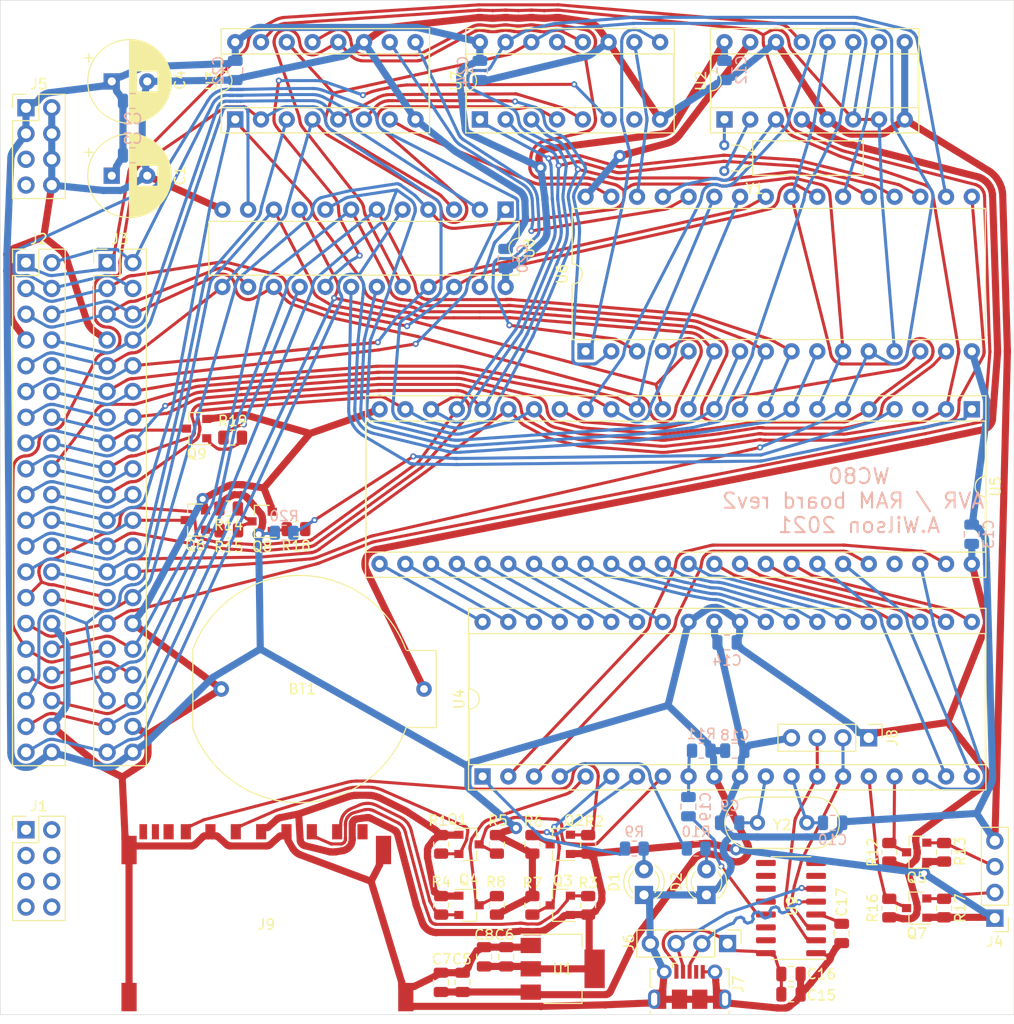
<source format=kicad_pcb>
(kicad_pcb (version 20171130) (host pcbnew "(5.1.9)-1")
  (layers (0 F.Cu signal) (31 B.Cu signal) (34 B.Paste user) (35 F.Paste user) (36 B.SilkS user) (37 F.SilkS user) (38 B.Mask user) (39 F.Mask user hide) (44 Edge.Cuts user))
  (net 0 "")
  (net 1 +5V)
  (net 2 F_A2)
  (net 3 GND)
  (net 4 F_A6)
  (net 5 F_A5)
  (net 6 F_A7)
  (net 7 F_A3)
  (net 8 F_A4)
  (net 9 F_D2)
  (net 10 CLK)
  (net 11 F_D0)
  (net 12 F_A1)
  (net 13 F_D5)
  (net 14 F_A0)
  (net 15 F_D3)
  (net 16 F_D6)
  (net 17 F_D1)
  (net 18 F_D7)
  (net 19 F_A9)
  (net 20 F_D4)
  (net 21 F_A8)
  (net 22 F_A11)
  (net 23 F_A14)
  (net 24 F_A15)
  (net 25 F_A12)
  (net 26 F_A13)
  (net 27 F_A10)
  (net 28 ~F_WAIT~)
  (net 29 ~F_INT~)
  (net 30 ~F_IN~)
  (net 31 ~F_READ~)
  (net 32 ~F_INUSE~)
  (net 33 ~F_WRITE~)
  (net 34 ~F_INTAK~)
  (net 35 ~F_OUT~)
  (net 36 ~F_EXMEM~)
  (net 37 ~F_MREQ~)
  (net 38 ~F_SYSRES~)
  (net 39 "Net-(BT1-Pad1)")
  (net 40 S2)
  (net 41 S3)
  (net 42 S0)
  (net 43 S1)
  (net 44 S4)
  (net 45 S5)
  (net 46 "Net-(D1-Pad2)")
  (net 47 "Net-(Q3-Pad3)")
  (net 48 AA0)
  (net 49 AA1)
  (net 50 AA2)
  (net 51 AA3)
  (net 52 AA4)
  (net 53 AA5)
  (net 54 AA6)
  (net 55 AA7)
  (net 56 AA8)
  (net 57 AA9)
  (net 58 AD7)
  (net 59 AD6)
  (net 60 AD5)
  (net 61 AD4)
  (net 62 AD3)
  (net 63 AD2)
  (net 64 AD1)
  (net 65 AD0)
  (net 66 "Net-(D2-Pad2)")
  (net 67 +3V3)
  (net 68 "Net-(C9-Pad1)")
  (net 69 "Net-(C10-Pad1)")
  (net 70 "Net-(C15-Pad1)")
  (net 71 "Net-(C17-Pad1)")
  (net 72 "Net-(C19-Pad2)")
  (net 73 "Net-(C19-Pad1)")
  (net 74 "Net-(J4-Pad3)")
  (net 75 "Net-(J4-Pad2)")
  (net 76 "Net-(J6-Pad3)")
  (net 77 "Net-(J6-Pad2)")
  (net 78 "Net-(J8-Pad3)")
  (net 79 "Net-(J8-Pad2)")
  (net 80 "Net-(J9-Pad7)")
  (net 81 "Net-(J9-Pad5)")
  (net 82 "Net-(J9-Pad2)")
  (net 83 "Net-(J9-Pad1)")
  (net 84 "Net-(Q1-Pad3)")
  (net 85 "Net-(Q2-Pad3)")
  (net 86 "Net-(Q4-Pad3)")
  (net 87 "Net-(Q5-Pad3)")
  (net 88 "Net-(Q7-Pad3)")
  (net 89 "Net-(Q8-Pad3)")
  (net 90 "Net-(R9-Pad2)")
  (net 91 "Net-(R10-Pad2)")
  (net 92 "Net-(R18-Pad1)")
  (net 93 "Net-(R19-Pad1)")
  (net 94 "Net-(U2-Pad15)")
  (net 95 "Net-(U2-Pad11)")
  (net 96 "Net-(U2-Pad10)")
  (net 97 "Net-(U2-Pad2)")
  (net 98 "Net-(U2-Pad1)")
  (net 99 "Net-(U3-Pad12)")
  (net 100 "Net-(U4-Pad20)")
  (net 101 "Net-(U4-Pad18)")
  (net 102 "Net-(U4-Pad3)")
  (net 103 "Net-(U4-Pad2)")
  (net 104 "Net-(U5-Pad1)")
  (net 105 "Net-(Q6-Pad1)")
  (net 106 "Net-(Q8-Pad1)")
  (net 107 "Net-(Q9-Pad1)")
  (net 108 ~EN_EXTRA)
  (module Resistor_SMD:R_0805_2012Metric (layer B.Cu) (at 48 72.5 180)
    (fp_text reference R20 (at 0 1.65) (layer B.SilkS) (effects (justify mirror)))
    (fp_text value 10k)
    (pad 2 smd roundrect (at 0.9125 0 180) (size 1.025 1.4) (layers B.Cu B.Paste B.Mask) (roundrect_rratio 0.243902) (net 1 +5V))
    (pad 1 smd roundrect (at -0.9125 0 180) (size 1.025 1.4) (layers B.Cu B.Paste B.Mask) (roundrect_rratio 0.243902) (net 92 "Net-(R18-Pad1)"))
  )
  (module Capacitor_SMD:C_0805_2012Metric (layer B.Cu) (at 67.31 26.924 270)
    (fp_text reference C24 (at 0 1.68 90) (layer B.SilkS) (effects (justify mirror)))
    (fp_text value 100n)
    (pad 2 smd roundrect (at 0.95 0 270) (size 1 1.45) (layers B.Cu B.Paste B.Mask) (net 3 GND))
    (pad 1 smd roundrect (at -0.95 0 270) (size 1 1.45) (layers B.Cu B.Paste B.Mask) (net 1 +5V))
  )
  (module Capacitor_SMD:C_0805_2012Metric (layer B.Cu) (at 43.18 26.924 270)
    (fp_text reference C22 (at 0 1.68 90) (layer B.SilkS) (effects (justify mirror)))
    (fp_text value 100n)
    (pad 2 smd roundrect (at 0.95 0 270) (size 1 1.45) (layers B.Cu B.Paste B.Mask) (net 3 GND))
    (pad 1 smd roundrect (at -0.95 0 270) (size 1 1.45) (layers B.Cu B.Paste B.Mask) (net 1 +5V))
  )
  (module Capacitor_SMD:C_0805_2012Metric (layer B.Cu) (at 69.85 45.466 90)
    (fp_text reference C20 (at 0 1.68 90) (layer B.SilkS) (effects (justify mirror)))
    (fp_text value 100n)
    (pad 2 smd roundrect (at 0.95 0 90) (size 1 1.45) (layers B.Cu B.Paste B.Mask) (net 3 GND))
    (pad 1 smd roundrect (at -0.95 0 90) (size 1 1.45) (layers B.Cu B.Paste B.Mask) (net 1 +5V))
  )
  (module Package_TO_SOT_SMD:SOT-23 (layer F.Cu) (at 39.37 62.23 180)
    (fp_text reference Q9 (at 0 -2.5) (layer F.SilkS))
    (fp_text value BSS138)
    (pad 3 smd rect (at 1 0 180) (size 0.9 0.8) (layers F.Cu F.Paste F.Mask) (net 32 ~F_INUSE~))
    (pad 2 smd rect (at -1 0.95 180) (size 0.9 0.8) (layers F.Cu F.Paste F.Mask) (net 3 GND))
    (pad 1 smd rect (at -1 -0.95 180) (size 0.9 0.8) (layers F.Cu F.Paste F.Mask) (net 107 "Net-(Q9-Pad1)"))
  )
  (module Package_TO_SOT_SMD:SOT-23 (layer F.Cu) (at 45.831 71.374 180)
    (fp_text reference Q8 (at 0 -2.5) (layer F.SilkS))
    (fp_text value BSS138)
    (pad 3 smd rect (at 1 0 180) (size 0.9 0.8) (layers F.Cu F.Paste F.Mask) (net 89 "Net-(Q8-Pad3)"))
    (pad 2 smd rect (at -1 0.95 180) (size 0.9 0.8) (layers F.Cu F.Paste F.Mask) (net 3 GND))
    (pad 1 smd rect (at -1 -0.95 180) (size 0.9 0.8) (layers F.Cu F.Paste F.Mask) (net 106 "Net-(Q8-Pad1)"))
  )
  (module Package_TO_SOT_SMD:SOT-23 (layer F.Cu) (at 39.243 71.247 180)
    (fp_text reference Q6 (at 0 -2.5) (layer F.SilkS))
    (fp_text value BSS138)
    (pad 3 smd rect (at 1 0 180) (size 0.9 0.8) (layers F.Cu F.Paste F.Mask) (net 29 ~F_INT~))
    (pad 2 smd rect (at -1 0.95 180) (size 0.9 0.8) (layers F.Cu F.Paste F.Mask) (net 3 GND))
    (pad 1 smd rect (at -1 -0.95 180) (size 0.9 0.8) (layers F.Cu F.Paste F.Mask) (net 105 "Net-(Q6-Pad1)"))
  )
  (module Package_DIP:DIP-16_W7.62mm_Socket (layer F.Cu) (at 67.31 31.75 90)
    (fp_text reference U7 (at 3.81 -2.33 90) (layer F.SilkS))
    (fp_text value 74HC670)
    (pad 16 thru_hole oval (at 7.62 0 90) (size 1.6 1.6) (drill 0.8) (layers *.Cu *.Mask) (net 1 +5V))
    (pad 8 thru_hole oval (at 0 17.78 90) (size 1.6 1.6) (drill 0.8) (layers *.Cu *.Mask) (net 3 GND))
    (pad 15 thru_hole oval (at 7.62 2.54 90) (size 1.6 1.6) (drill 0.8) (layers *.Cu *.Mask) (net 20 F_D4))
    (pad 7 thru_hole oval (at 0 15.24 90) (size 1.6 1.6) (drill 0.8) (layers *.Cu *.Mask))
    (pad 14 thru_hole oval (at 7.62 5.08 90) (size 1.6 1.6) (drill 0.8) (layers *.Cu *.Mask) (net 14 F_A0))
    (pad 6 thru_hole oval (at 0 12.7 90) (size 1.6 1.6) (drill 0.8) (layers *.Cu *.Mask) (net 108 ~EN_EXTRA))
    (pad 13 thru_hole oval (at 7.62 7.62 90) (size 1.6 1.6) (drill 0.8) (layers *.Cu *.Mask) (net 12 F_A1))
    (pad 5 thru_hole oval (at 0 10.16 90) (size 1.6 1.6) (drill 0.8) (layers *.Cu *.Mask) (net 26 F_A13))
    (pad 12 thru_hole oval (at 7.62 10.16 90) (size 1.6 1.6) (drill 0.8) (layers *.Cu *.Mask) (net 99 "Net-(U3-Pad12)"))
    (pad 4 thru_hole oval (at 0 7.62 90) (size 1.6 1.6) (drill 0.8) (layers *.Cu *.Mask) (net 23 F_A14))
    (pad 11 thru_hole oval (at 7.62 12.7 90) (size 1.6 1.6) (drill 0.8) (layers *.Cu *.Mask) (net 3 GND))
    (pad 3 thru_hole oval (at 0 5.08 90) (size 1.6 1.6) (drill 0.8) (layers *.Cu *.Mask) (net 18 F_D7))
    (pad 10 thru_hole oval (at 7.62 15.24 90) (size 1.6 1.6) (drill 0.8) (layers *.Cu *.Mask) (net 44 S4))
    (pad 2 thru_hole oval (at 0 2.54 90) (size 1.6 1.6) (drill 0.8) (layers *.Cu *.Mask) (net 16 F_D6))
    (pad 9 thru_hole oval (at 7.62 17.78 90) (size 1.6 1.6) (drill 0.8) (layers *.Cu *.Mask) (net 45 S5))
    (pad 1 thru_hole rect (at 0 0 90) (size 1.6 1.6) (drill 0.8) (layers *.Cu *.Mask) (net 13 F_D5))
  )
  (module Package_DIP:DIP-16_W7.62mm_Socket (layer F.Cu) (at 43.18 31.75 90)
    (fp_text reference U3 (at 3.81 -2.33 90) (layer F.SilkS))
    (fp_text value 74HC670)
    (pad 16 thru_hole oval (at 7.62 0 90) (size 1.6 1.6) (drill 0.8) (layers *.Cu *.Mask) (net 1 +5V))
    (pad 8 thru_hole oval (at 0 17.78 90) (size 1.6 1.6) (drill 0.8) (layers *.Cu *.Mask) (net 3 GND))
    (pad 15 thru_hole oval (at 7.62 2.54 90) (size 1.6 1.6) (drill 0.8) (layers *.Cu *.Mask) (net 11 F_D0))
    (pad 7 thru_hole oval (at 0 15.24 90) (size 1.6 1.6) (drill 0.8) (layers *.Cu *.Mask) (net 40 S2))
    (pad 14 thru_hole oval (at 7.62 5.08 90) (size 1.6 1.6) (drill 0.8) (layers *.Cu *.Mask) (net 14 F_A0))
    (pad 6 thru_hole oval (at 0 12.7 90) (size 1.6 1.6) (drill 0.8) (layers *.Cu *.Mask) (net 41 S3))
    (pad 13 thru_hole oval (at 7.62 7.62 90) (size 1.6 1.6) (drill 0.8) (layers *.Cu *.Mask) (net 12 F_A1))
    (pad 5 thru_hole oval (at 0 10.16 90) (size 1.6 1.6) (drill 0.8) (layers *.Cu *.Mask) (net 26 F_A13))
    (pad 12 thru_hole oval (at 7.62 10.16 90) (size 1.6 1.6) (drill 0.8) (layers *.Cu *.Mask) (net 99 "Net-(U3-Pad12)"))
    (pad 4 thru_hole oval (at 0 7.62 90) (size 1.6 1.6) (drill 0.8) (layers *.Cu *.Mask) (net 23 F_A14))
    (pad 11 thru_hole oval (at 7.62 12.7 90) (size 1.6 1.6) (drill 0.8) (layers *.Cu *.Mask) (net 3 GND))
    (pad 3 thru_hole oval (at 0 5.08 90) (size 1.6 1.6) (drill 0.8) (layers *.Cu *.Mask) (net 15 F_D3))
    (pad 10 thru_hole oval (at 7.62 15.24 90) (size 1.6 1.6) (drill 0.8) (layers *.Cu *.Mask) (net 42 S0))
    (pad 2 thru_hole oval (at 0 2.54 90) (size 1.6 1.6) (drill 0.8) (layers *.Cu *.Mask) (net 9 F_D2))
    (pad 9 thru_hole oval (at 7.62 17.78 90) (size 1.6 1.6) (drill 0.8) (layers *.Cu *.Mask) (net 43 S1))
    (pad 1 thru_hole rect (at 0 0 90) (size 1.6 1.6) (drill 0.8) (layers *.Cu *.Mask) (net 17 F_D1))
  )
  (module "wilson-z80:SD_Card_ XUNPU_SD-101" (layer F.Cu) (at 46.355 104.775)
    (fp_text reference J9 (at -0.1 6.35) (layer F.SilkS))
    (fp_text value SD_Card)
    (pad "" np_thru_hole circle (at 9.5 0) (size 1.6 1.6) (drill 1.6) (layers *.Cu *.Mask))
    (pad "" np_thru_hole circle (at -11.5 0) (size 1.1 1.1) (drill 1.1) (layers *.Cu *.Mask))
    (pad 13 smd rect (at 11.45 -1) (size 1.5 2.8) (layers F.Cu F.Paste F.Mask) (net 3 GND))
    (pad 13 smd rect (at 13.65 13.5) (size 1.5 2.8) (layers F.Cu F.Paste F.Mask) (net 3 GND))
    (pad 12 smd rect (at -13.65 13.5) (size 1.5 2.8) (layers F.Cu F.Paste F.Mask) (net 3 GND))
    (pad 12 smd rect (at -13.65 -1) (size 1.5 2.8) (layers F.Cu F.Paste F.Mask) (net 3 GND))
    (pad 11 smd rect (at -12.25 -2.8) (size 0.75 1.5) (layers F.Cu F.Paste F.Mask))
    (pad 10 smd rect (at -11.05 -2.8) (size 0.7 1.5) (layers F.Cu F.Paste F.Mask))
    (pad 9 smd rect (at 9.38 -2.8) (size 1 1.5) (layers F.Cu F.Paste F.Mask))
    (pad 6 smd rect (at -5.62 -2.8) (size 1 1.5) (layers F.Cu F.Paste F.Mask) (net 3 GND))
    (pad 5 smd rect (at -3.12 -2.8) (size 1 1.5) (layers F.Cu F.Paste F.Mask) (net 81 "Net-(J9-Pad5)"))
    (pad 4 smd rect (at -0.62 -2.8) (size 1 1.5) (layers F.Cu F.Paste F.Mask) (net 67 +3V3))
    (pad 3 smd rect (at 1.88 -2.8) (size 1 1.5) (layers F.Cu F.Paste F.Mask) (net 3 GND))
    (pad 1 smd rect (at 6.88 -2.8) (size 1 1.5) (layers F.Cu F.Paste F.Mask) (net 83 "Net-(J9-Pad1)"))
    (pad 2 smd rect (at 4.38 -2.8) (size 1 1.5) (layers F.Cu F.Paste F.Mask) (net 82 "Net-(J9-Pad2)"))
    (pad 7 smd rect (at -8.05 -2.8) (size 1 1.5) (layers F.Cu F.Paste F.Mask) (net 80 "Net-(J9-Pad7)"))
    (pad 8 smd rect (at -9.75 -2.8) (size 1 1.5) (layers F.Cu F.Paste F.Mask))
  )
  (module Package_TO_SOT_SMD:SOT-223-3_TabPin2 (layer F.Cu) (at 75.48 115.488)
    (fp_text reference U1 (at 0 0 -180) (layer F.SilkS))
    (fp_text value AMS1117-3.3)
    (pad 1 smd rect (at -3.15 -2.3) (size 2 1.5) (layers F.Cu F.Paste F.Mask) (net 3 GND))
    (pad 3 smd rect (at -3.15 2.3) (size 2 1.5) (layers F.Cu F.Paste F.Mask) (net 1 +5V))
    (pad 2 smd rect (at -3.15 0) (size 2 1.5) (layers F.Cu F.Paste F.Mask) (net 67 +3V3))
    (pad 2 smd rect (at 3.15 0) (size 2 3.8) (layers F.Cu F.Paste F.Mask) (net 67 +3V3))
  )
  (module Resistor_SMD:R_0805_2012Metric (layer F.Cu) (at 113.1 109.5 90)
    (fp_text reference R17 (at 0 1.6 90) (layer F.SilkS))
    (fp_text value 10k)
    (pad 2 smd roundrect (at 0.9125 0 90) (size 1.025 1.4) (layers F.Cu F.Paste F.Mask) (roundrect_rratio 0.243902) (net 75 "Net-(J4-Pad2)"))
    (pad 1 smd roundrect (at -0.9125 0 90) (size 1.025 1.4) (layers F.Cu F.Paste F.Mask) (roundrect_rratio 0.243902) (net 67 +3V3))
  )
  (module Resistor_SMD:R_0805_2012Metric (layer F.Cu) (at 107.7 109.5 90)
    (fp_text reference R16 (at 0 -1.65 90) (layer F.SilkS))
    (fp_text value 10k)
    (pad 2 smd roundrect (at 0.9125 0 90) (size 1.025 1.4) (layers F.Cu F.Paste F.Mask) (roundrect_rratio 0.243902) (net 88 "Net-(Q7-Pad3)"))
    (pad 1 smd roundrect (at -0.9125 0 90) (size 1.025 1.4) (layers F.Cu F.Paste F.Mask) (roundrect_rratio 0.243902) (net 1 +5V))
  )
  (module Resistor_SMD:R_0805_2012Metric (layer F.Cu) (at 113.1 104 90)
    (fp_text reference R13 (at 0.1 1.6 90) (layer F.SilkS))
    (fp_text value 10k)
    (pad 2 smd roundrect (at 0.9125 0 90) (size 1.025 1.4) (layers F.Cu F.Paste F.Mask) (roundrect_rratio 0.243902) (net 74 "Net-(J4-Pad3)"))
    (pad 1 smd roundrect (at -0.9125 0 90) (size 1.025 1.4) (layers F.Cu F.Paste F.Mask) (roundrect_rratio 0.243902) (net 67 +3V3))
  )
  (module Resistor_SMD:R_0805_2012Metric (layer F.Cu) (at 107.7 104 90)
    (fp_text reference R12 (at 0 -1.65 90) (layer F.SilkS))
    (fp_text value 10k)
    (pad 2 smd roundrect (at 0.9125 0 90) (size 1.025 1.4) (layers F.Cu F.Paste F.Mask) (roundrect_rratio 0.243902) (net 87 "Net-(Q5-Pad3)"))
    (pad 1 smd roundrect (at -0.9125 0 90) (size 1.025 1.4) (layers F.Cu F.Paste F.Mask) (roundrect_rratio 0.243902) (net 1 +5V))
  )
  (module Resistor_SMD:R_0805_2012Metric (layer F.Cu) (at 68.992 109.23 90)
    (fp_text reference R8 (at 2.3 -0.1 180) (layer F.SilkS))
    (fp_text value 10k)
    (pad 2 smd roundrect (at 0.9125 0 90) (size 1.025 1.4) (layers F.Cu F.Paste F.Mask) (roundrect_rratio 0.243902) (net 86 "Net-(Q4-Pad3)"))
    (pad 1 smd roundrect (at -0.9125 0 90) (size 1.025 1.4) (layers F.Cu F.Paste F.Mask) (roundrect_rratio 0.243902) (net 1 +5V))
  )
  (module Resistor_SMD:R_0805_2012Metric (layer F.Cu) (at 72.492 109.23 270)
    (fp_text reference R7 (at -2.2 0 180) (layer F.SilkS))
    (fp_text value 10k)
    (pad 2 smd roundrect (at 0.9125 0 270) (size 1.025 1.4) (layers F.Cu F.Paste F.Mask) (roundrect_rratio 0.243902) (net 47 "Net-(Q3-Pad3)"))
    (pad 1 smd roundrect (at -0.9125 0 270) (size 1.025 1.4) (layers F.Cu F.Paste F.Mask) (roundrect_rratio 0.243902) (net 1 +5V))
  )
  (module Resistor_SMD:R_0805_2012Metric (layer F.Cu) (at 72.492 103.218 90)
    (fp_text reference R6 (at 2.25 0.1 180) (layer F.SilkS))
    (fp_text value 10k)
    (pad 2 smd roundrect (at 0.9125 0 90) (size 1.025 1.4) (layers F.Cu F.Paste F.Mask) (roundrect_rratio 0.243902) (net 85 "Net-(Q2-Pad3)"))
    (pad 1 smd roundrect (at -0.9125 0 90) (size 1.025 1.4) (layers F.Cu F.Paste F.Mask) (roundrect_rratio 0.243902) (net 1 +5V))
  )
  (module Resistor_SMD:R_0805_2012Metric (layer F.Cu) (at 68.992 103.218 270)
    (fp_text reference R5 (at -2.35 -0.1 180) (layer F.SilkS))
    (fp_text value 10k)
    (pad 2 smd roundrect (at 0.9125 0 270) (size 1.025 1.4) (layers F.Cu F.Paste F.Mask) (roundrect_rratio 0.243902) (net 84 "Net-(Q1-Pad3)"))
    (pad 1 smd roundrect (at -0.9125 0 270) (size 1.025 1.4) (layers F.Cu F.Paste F.Mask) (roundrect_rratio 0.243902) (net 1 +5V))
  )
  (module Resistor_SMD:R_0805_2012Metric (layer F.Cu) (at 63.492 109.23 270)
    (fp_text reference R4 (at -2.3 0 180) (layer F.SilkS))
    (fp_text value 10k)
    (pad 1 smd roundrect (at -0.9125 0 270) (size 1.025 1.4) (layers F.Cu F.Paste F.Mask) (roundrect_rratio 0.243902) (net 67 +3V3))
    (pad 2 smd roundrect (at 0.9125 0 270) (size 1.025 1.4) (layers F.Cu F.Paste F.Mask) (roundrect_rratio 0.243902) (net 83 "Net-(J9-Pad1)"))
  )
  (module Resistor_SMD:R_0805_2012Metric (layer F.Cu) (at 77.992 109.23 90)
    (fp_text reference R3 (at 2.2 0 180) (layer F.SilkS))
    (fp_text value 10k)
    (pad 2 smd roundrect (at 0.9125 0 90) (size 1.025 1.4) (layers F.Cu F.Paste F.Mask) (roundrect_rratio 0.243902) (net 82 "Net-(J9-Pad2)"))
    (pad 1 smd roundrect (at -0.9125 0 90) (size 1.025 1.4) (layers F.Cu F.Paste F.Mask) (roundrect_rratio 0.243902) (net 67 +3V3))
  )
  (module Resistor_SMD:R_0805_2012Metric (layer F.Cu) (at 77.992 103.218 90)
    (fp_text reference R2 (at 2.25 0.6 180) (layer F.SilkS))
    (fp_text value 10k)
    (pad 2 smd roundrect (at 0.9125 0 90) (size 1.025 1.4) (layers F.Cu F.Paste F.Mask) (roundrect_rratio 0.243902) (net 80 "Net-(J9-Pad7)"))
    (pad 1 smd roundrect (at -0.9125 0 90) (size 1.025 1.4) (layers F.Cu F.Paste F.Mask) (roundrect_rratio 0.243902) (net 67 +3V3))
  )
  (module Resistor_SMD:R_0805_2012Metric (layer F.Cu) (at 63.492 103.218 270)
    (fp_text reference R1 (at -2.35 0.3 180) (layer F.SilkS))
    (fp_text value 10k)
    (pad 2 smd roundrect (at 0.9125 0 270) (size 1.025 1.4) (layers F.Cu F.Paste F.Mask) (roundrect_rratio 0.243902) (net 81 "Net-(J9-Pad5)"))
    (pad 1 smd roundrect (at -0.9125 0 270) (size 1.025 1.4) (layers F.Cu F.Paste F.Mask) (roundrect_rratio 0.243902) (net 67 +3V3))
  )
  (module Package_TO_SOT_SMD:SOT-23 (layer F.Cu) (at 110.4 109.5 180)
    (fp_text reference Q7 (at 0 -2.5) (layer F.SilkS))
    (fp_text value BSS138)
    (pad 3 smd rect (at 1 0 180) (size 0.9 0.8) (layers F.Cu F.Paste F.Mask) (net 88 "Net-(Q7-Pad3)"))
    (pad 2 smd rect (at -1 0.95 180) (size 0.9 0.8) (layers F.Cu F.Paste F.Mask) (net 75 "Net-(J4-Pad2)"))
    (pad 1 smd rect (at -1 -0.95 180) (size 0.9 0.8) (layers F.Cu F.Paste F.Mask) (net 67 +3V3))
  )
  (module Package_TO_SOT_SMD:SOT-23 (layer F.Cu) (at 110.4 104 180)
    (fp_text reference Q5 (at 0 -2.5) (layer F.SilkS))
    (fp_text value BSS138)
    (pad 3 smd rect (at 1 0 180) (size 0.9 0.8) (layers F.Cu F.Paste F.Mask) (net 87 "Net-(Q5-Pad3)"))
    (pad 2 smd rect (at -1 0.95 180) (size 0.9 0.8) (layers F.Cu F.Paste F.Mask) (net 74 "Net-(J4-Pad3)"))
    (pad 1 smd rect (at -1 -0.95 180) (size 0.9 0.8) (layers F.Cu F.Paste F.Mask) (net 67 +3V3))
  )
  (module Package_TO_SOT_SMD:SOT-23 (layer F.Cu) (at 66.242 109.23)
    (fp_text reference Q4 (at 0 -2.5) (layer F.SilkS))
    (fp_text value BSS138)
    (pad 3 smd rect (at 1 0) (size 0.9 0.8) (layers F.Cu F.Paste F.Mask) (net 86 "Net-(Q4-Pad3)"))
    (pad 2 smd rect (at -1 0.95) (size 0.9 0.8) (layers F.Cu F.Paste F.Mask) (net 83 "Net-(J9-Pad1)"))
    (pad 1 smd rect (at -1 -0.95) (size 0.9 0.8) (layers F.Cu F.Paste F.Mask) (net 67 +3V3))
  )
  (module Package_TO_SOT_SMD:SOT-23 (layer F.Cu) (at 75.242 109.23 180)
    (fp_text reference Q3 (at -0.25 2.4) (layer F.SilkS))
    (fp_text value BSS138)
    (pad 3 smd rect (at 1 0 180) (size 0.9 0.8) (layers F.Cu F.Paste F.Mask) (net 47 "Net-(Q3-Pad3)"))
    (pad 2 smd rect (at -1 0.95 180) (size 0.9 0.8) (layers F.Cu F.Paste F.Mask) (net 82 "Net-(J9-Pad2)"))
    (pad 1 smd rect (at -1 -0.95 180) (size 0.9 0.8) (layers F.Cu F.Paste F.Mask) (net 67 +3V3))
  )
  (module Package_TO_SOT_SMD:SOT-23 (layer F.Cu) (at 75.242 103.218 180)
    (fp_text reference Q2 (at -1.35 2.35) (layer F.SilkS))
    (fp_text value BSS138)
    (pad 3 smd rect (at 1 0 180) (size 0.9 0.8) (layers F.Cu F.Paste F.Mask) (net 85 "Net-(Q2-Pad3)"))
    (pad 2 smd rect (at -1 0.95 180) (size 0.9 0.8) (layers F.Cu F.Paste F.Mask) (net 80 "Net-(J9-Pad7)"))
    (pad 1 smd rect (at -1 -0.95 180) (size 0.9 0.8) (layers F.Cu F.Paste F.Mask) (net 67 +3V3))
  )
  (module Package_TO_SOT_SMD:SOT-23 (layer F.Cu) (at 66.242 103.218)
    (fp_text reference Q1 (at -1.15 -2.45 180) (layer F.SilkS))
    (fp_text value BSS138)
    (pad 3 smd rect (at 1 0) (size 0.9 0.8) (layers F.Cu F.Paste F.Mask) (net 84 "Net-(Q1-Pad3)"))
    (pad 2 smd rect (at -1 0.95) (size 0.9 0.8) (layers F.Cu F.Paste F.Mask) (net 81 "Net-(J9-Pad5)"))
    (pad 1 smd rect (at -1 -0.95) (size 0.9 0.8) (layers F.Cu F.Paste F.Mask) (net 67 +3V3))
  )
  (module Connector_PinHeader_2.54mm:PinHeader_1x04_P2.54mm_Vertical (layer F.Cu) (at 118.11 110.49 180)
    (fp_text reference J4 (at 0 -2.33) (layer F.SilkS))
    (fp_text value Conn_01x04_Male)
    (pad 4 thru_hole oval (at 0 7.62 180) (size 1.7 1.7) (drill 1) (layers *.Cu *.Mask) (net 3 GND))
    (pad 3 thru_hole oval (at 0 5.08 180) (size 1.7 1.7) (drill 1) (layers *.Cu *.Mask) (net 74 "Net-(J4-Pad3)"))
    (pad 2 thru_hole oval (at 0 2.54 180) (size 1.7 1.7) (drill 1) (layers *.Cu *.Mask) (net 75 "Net-(J4-Pad2)"))
    (pad 1 thru_hole rect (at 0 0 180) (size 1.7 1.7) (drill 1) (layers *.Cu *.Mask) (net 67 +3V3))
  )
  (module Capacitor_SMD:C_0805_2012Metric (layer F.Cu) (at 67.73 114.303 270)
    (fp_text reference C8 (at -2.165 0) (layer F.SilkS))
    (fp_text value 100n)
    (pad 2 smd roundrect (at 0.95 0 270) (size 1 1.45) (layers F.Cu F.Paste F.Mask) (net 67 +3V3))
    (pad 1 smd roundrect (at -0.95 0 270) (size 1 1.45) (layers F.Cu F.Paste F.Mask) (net 3 GND))
  )
  (module Capacitor_SMD:C_0805_2012Metric (layer F.Cu) (at 63.48 116.823 90)
    (fp_text reference C7 (at 2.285 0.05 180) (layer F.SilkS))
    (fp_text value 100n)
    (pad 2 smd roundrect (at 0.95 0 90) (size 1 1.45) (layers F.Cu F.Paste F.Mask) (net 3 GND))
    (pad 1 smd roundrect (at -0.95 0 90) (size 1 1.45) (layers F.Cu F.Paste F.Mask) (net 1 +5V))
  )
  (module Capacitor_SMD:C_0805_2012Metric (layer F.Cu) (at 69.91 114.303 270)
    (fp_text reference C6 (at -2.165 0.18) (layer F.SilkS))
    (fp_text value 10uF)
    (pad 2 smd roundrect (at 0.95 0 270) (size 1 1.45) (layers F.Cu F.Paste F.Mask) (net 67 +3V3))
    (pad 1 smd roundrect (at -0.95 0 270) (size 1 1.45) (layers F.Cu F.Paste F.Mask) (net 3 GND))
  )
  (module Capacitor_SMD:C_0805_2012Metric (layer F.Cu) (at 65.605 116.823 90)
    (fp_text reference C5 (at 2.285 -0.075) (layer F.SilkS))
    (fp_text value 10uF)
    (pad 2 smd roundrect (at 0.95 0 90) (size 1 1.45) (layers F.Cu F.Paste F.Mask) (net 3 GND))
    (pad 1 smd roundrect (at -0.95 0 90) (size 1 1.45) (layers F.Cu F.Paste F.Mask) (net 1 +5V))
  )
  (module Crystal:Crystal_HC49-U_Vertical (layer F.Cu) (at 99.568 101.092 180)
    (fp_text reference Y2 (at 2.44 -0.208) (layer F.SilkS))
    (fp_text value 16M)
    (pad 2 thru_hole circle (at 4.88 0 180) (size 1.5 1.5) (drill 0.8) (layers *.Cu *.Mask) (net 68 "Net-(C9-Pad1)"))
    (pad 1 thru_hole circle (at 0 0 180) (size 1.5 1.5) (drill 0.8) (layers *.Cu *.Mask) (net 69 "Net-(C10-Pad1)"))
  )
  (module Package_SO:SOIC-16_3.9x9.9mm_P1.27mm (layer F.Cu) (at 98 109.5 180)
    (fp_text reference U9 (at -0.1 0.2 90) (layer F.SilkS))
    (fp_text value CH340C)
    (pad 16 smd roundrect (at 2.475 -4.445 180) (size 1.95 0.6) (layers F.Cu F.Paste F.Mask) (net 70 "Net-(C15-Pad1)"))
    (pad 15 smd roundrect (at 2.475 -3.175 180) (size 1.95 0.6) (layers F.Cu F.Paste F.Mask))
    (pad 14 smd roundrect (at 2.475 -1.905 180) (size 1.95 0.6) (layers F.Cu F.Paste F.Mask))
    (pad 13 smd roundrect (at 2.475 -0.635 180) (size 1.95 0.6) (layers F.Cu F.Paste F.Mask) (net 73 "Net-(C19-Pad1)"))
    (pad 12 smd roundrect (at 2.475 0.635 180) (size 1.95 0.6) (layers F.Cu F.Paste F.Mask))
    (pad 11 smd roundrect (at 2.475 1.905 180) (size 1.95 0.6) (layers F.Cu F.Paste F.Mask))
    (pad 10 smd roundrect (at 2.475 3.175 180) (size 1.95 0.6) (layers F.Cu F.Paste F.Mask))
    (pad 9 smd roundrect (at 2.475 4.445 180) (size 1.95 0.6) (layers F.Cu F.Paste F.Mask))
    (pad 8 smd roundrect (at -2.475 4.445 180) (size 1.95 0.6) (layers F.Cu F.Paste F.Mask))
    (pad 7 smd roundrect (at -2.475 3.175 180) (size 1.95 0.6) (layers F.Cu F.Paste F.Mask))
    (pad 6 smd roundrect (at -2.475 1.905 180) (size 1.95 0.6) (layers F.Cu F.Paste F.Mask) (net 76 "Net-(J6-Pad3)"))
    (pad 5 smd roundrect (at -2.475 0.635 180) (size 1.95 0.6) (layers F.Cu F.Paste F.Mask) (net 77 "Net-(J6-Pad2)"))
    (pad 4 smd roundrect (at -2.475 -0.635 180) (size 1.95 0.6) (layers F.Cu F.Paste F.Mask) (net 71 "Net-(C17-Pad1)"))
    (pad 3 smd roundrect (at -2.475 -1.905 180) (size 1.95 0.6) (layers F.Cu F.Paste F.Mask) (net 79 "Net-(J8-Pad2)"))
    (pad 2 smd roundrect (at -2.475 -3.175 180) (size 1.95 0.6) (layers F.Cu F.Paste F.Mask) (net 78 "Net-(J8-Pad3)"))
    (pad 1 smd roundrect (at -2.475 -4.445 180) (size 1.95 0.6) (layers F.Cu F.Paste F.Mask) (net 3 GND))
  )
  (module Resistor_SMD:R_0805_2012Metric (layer B.Cu) (at 89.154 93.98 180)
    (fp_text reference R11 (at 0 1.65) (layer B.SilkS) (effects (justify mirror)))
    (fp_text value 10k)
    (pad 2 smd roundrect (at 0.9125 0 180) (size 1.025 1.4) (layers B.Cu B.Paste B.Mask) (roundrect_rratio 0.243902) (net 72 "Net-(C19-Pad2)"))
    (pad 1 smd roundrect (at -0.9125 0 180) (size 1.025 1.4) (layers B.Cu B.Paste B.Mask) (roundrect_rratio 0.243902) (net 1 +5V))
  )
  (module Resistor_SMD:R_0805_2012Metric (layer B.Cu) (at 88.646 103.632 180)
    (fp_text reference R10 (at 0 1.65) (layer B.SilkS) (effects (justify mirror)))
    (fp_text value 1000)
    (pad 2 smd roundrect (at 0.9125 0 180) (size 1.025 1.4) (layers B.Cu B.Paste B.Mask) (roundrect_rratio 0.243902) (net 91 "Net-(R10-Pad2)"))
    (pad 1 smd roundrect (at -0.9125 0 180) (size 1.025 1.4) (layers B.Cu B.Paste B.Mask) (roundrect_rratio 0.243902) (net 66 "Net-(D2-Pad2)"))
  )
  (module Connector_PinHeader_2.54mm:PinHeader_1x04_P2.54mm_Vertical (layer F.Cu) (at 105.664 92.71 270)
    (fp_text reference J8 (at 0 -2.33 90) (layer F.SilkS))
    (fp_text value Conn_01x04_Male)
    (pad 4 thru_hole oval (at 0 7.62 270) (size 1.7 1.7) (drill 1) (layers *.Cu *.Mask) (net 3 GND))
    (pad 3 thru_hole oval (at 0 5.08 270) (size 1.7 1.7) (drill 1) (layers *.Cu *.Mask) (net 78 "Net-(J8-Pad3)"))
    (pad 2 thru_hole oval (at 0 2.54 270) (size 1.7 1.7) (drill 1) (layers *.Cu *.Mask) (net 79 "Net-(J8-Pad2)"))
    (pad 1 thru_hole rect (at 0 0 270) (size 1.7 1.7) (drill 1) (layers *.Cu *.Mask) (net 1 +5V))
  )
  (module Connector_PinHeader_2.54mm:PinHeader_1x04_P2.54mm_Vertical (layer F.Cu) (at 91.75 113 270)
    (fp_text reference J6 (at -0.1 9.75 90) (layer F.SilkS))
    (fp_text value Conn_01x04_Male)
    (pad 4 thru_hole oval (at 0 7.62 270) (size 1.7 1.7) (drill 1) (layers *.Cu *.Mask) (net 3 GND))
    (pad 3 thru_hole oval (at 0 5.08 270) (size 1.7 1.7) (drill 1) (layers *.Cu *.Mask) (net 76 "Net-(J6-Pad3)"))
    (pad 2 thru_hole oval (at 0 2.54 270) (size 1.7 1.7) (drill 1) (layers *.Cu *.Mask) (net 77 "Net-(J6-Pad2)"))
    (pad 1 thru_hole rect (at 0 0 270) (size 1.7 1.7) (drill 1) (layers *.Cu *.Mask) (net 70 "Net-(C15-Pad1)"))
  )
  (module LED_THT:LED_D3.0mm (layer F.Cu) (at 89.662 108.204 90)
    (fp_text reference D2 (at 1.27 -2.96 90) (layer F.SilkS))
    (fp_text value LED2)
    (pad 2 thru_hole circle (at 2.54 0 90) (size 1.8 1.8) (drill 0.9) (layers *.Cu *.Mask) (net 66 "Net-(D2-Pad2)"))
    (pad 1 thru_hole rect (at 0 0 90) (size 1.8 1.8) (drill 0.9) (layers *.Cu *.Mask) (net 3 GND))
  )
  (module Capacitor_SMD:C_0805_2012Metric (layer B.Cu) (at 87.884 99.5 90)
    (fp_text reference C19 (at 0 1.68 90) (layer B.SilkS) (effects (justify mirror)))
    (fp_text value 0.1uF)
    (pad 2 smd roundrect (at 0.95 0 90) (size 1 1.45) (layers B.Cu B.Paste B.Mask) (net 72 "Net-(C19-Pad2)"))
    (pad 1 smd roundrect (at -0.95 0 90) (size 1 1.45) (layers B.Cu B.Paste B.Mask) (net 73 "Net-(C19-Pad1)"))
  )
  (module Capacitor_SMD:C_0805_2012Metric (layer F.Cu) (at 103 112 270)
    (fp_text reference C17 (at -3.1 0 270) (layer F.SilkS))
    (fp_text value 0.1uF)
    (pad 2 smd roundrect (at 0.95 0 270) (size 1 1.45) (layers F.Cu F.Paste F.Mask) (net 3 GND))
    (pad 1 smd roundrect (at -0.95 0 270) (size 1 1.45) (layers F.Cu F.Paste F.Mask) (net 71 "Net-(C17-Pad1)"))
  )
  (module Capacitor_SMD:C_0805_2012Metric (layer F.Cu) (at 98 116)
    (fp_text reference C16 (at 3 0) (layer F.SilkS))
    (fp_text value 10uF)
    (pad 2 smd roundrect (at 0.95 0) (size 1 1.45) (layers F.Cu F.Paste F.Mask) (net 3 GND))
    (pad 1 smd roundrect (at -0.95 0) (size 1 1.45) (layers F.Cu F.Paste F.Mask) (net 70 "Net-(C15-Pad1)"))
  )
  (module Capacitor_SMD:C_0805_2012Metric (layer F.Cu) (at 98 118)
    (fp_text reference C15 (at 3 0.1) (layer F.SilkS))
    (fp_text value 0.1uF)
    (pad 2 smd roundrect (at 0.95 0) (size 1 1.45) (layers F.Cu F.Paste F.Mask) (net 3 GND))
    (pad 1 smd roundrect (at -0.95 0) (size 1 1.45) (layers F.Cu F.Paste F.Mask) (net 70 "Net-(C15-Pad1)"))
  )
  (module Package_DIP:DIP-40_W15.24mm_Socket (layer F.Cu) (at 67.58 96.52 90)
    (fp_text reference U4 (at 7.62 -2.33 90) (layer F.SilkS))
    (fp_text value mightycore-atmega1284p)
    (pad 40 thru_hole oval (at 15.24 0 90) (size 1.6 1.6) (drill 0.8) (layers *.Cu *.Mask) (net 65 AD0))
    (pad 20 thru_hole oval (at 0 48.26 90) (size 1.6 1.6) (drill 0.8) (layers *.Cu *.Mask) (net 100 "Net-(U4-Pad20)"))
    (pad 39 thru_hole oval (at 15.24 2.54 90) (size 1.6 1.6) (drill 0.8) (layers *.Cu *.Mask) (net 64 AD1))
    (pad 19 thru_hole oval (at 0 45.72 90) (size 1.6 1.6) (drill 0.8) (layers *.Cu *.Mask) (net 48 AA0))
    (pad 38 thru_hole oval (at 15.24 5.08 90) (size 1.6 1.6) (drill 0.8) (layers *.Cu *.Mask) (net 63 AD2))
    (pad 18 thru_hole oval (at 0 43.18 90) (size 1.6 1.6) (drill 0.8) (layers *.Cu *.Mask) (net 101 "Net-(U4-Pad18)"))
    (pad 37 thru_hole oval (at 15.24 7.62 90) (size 1.6 1.6) (drill 0.8) (layers *.Cu *.Mask) (net 62 AD3))
    (pad 17 thru_hole oval (at 0 40.64 90) (size 1.6 1.6) (drill 0.8) (layers *.Cu *.Mask) (net 87 "Net-(Q5-Pad3)"))
    (pad 36 thru_hole oval (at 15.24 10.16 90) (size 1.6 1.6) (drill 0.8) (layers *.Cu *.Mask) (net 61 AD4))
    (pad 16 thru_hole oval (at 0 38.1 90) (size 1.6 1.6) (drill 0.8) (layers *.Cu *.Mask) (net 88 "Net-(Q7-Pad3)"))
    (pad 35 thru_hole oval (at 15.24 12.7 90) (size 1.6 1.6) (drill 0.8) (layers *.Cu *.Mask) (net 60 AD5))
    (pad 15 thru_hole oval (at 0 35.56 90) (size 1.6 1.6) (drill 0.8) (layers *.Cu *.Mask) (net 79 "Net-(J8-Pad2)"))
    (pad 34 thru_hole oval (at 15.24 15.24 90) (size 1.6 1.6) (drill 0.8) (layers *.Cu *.Mask) (net 59 AD6))
    (pad 14 thru_hole oval (at 0 33.02 90) (size 1.6 1.6) (drill 0.8) (layers *.Cu *.Mask) (net 78 "Net-(J8-Pad3)"))
    (pad 33 thru_hole oval (at 15.24 17.78 90) (size 1.6 1.6) (drill 0.8) (layers *.Cu *.Mask) (net 58 AD7))
    (pad 13 thru_hole oval (at 0 30.48 90) (size 1.6 1.6) (drill 0.8) (layers *.Cu *.Mask) (net 69 "Net-(C10-Pad1)"))
    (pad 32 thru_hole oval (at 15.24 20.32 90) (size 1.6 1.6) (drill 0.8) (layers *.Cu *.Mask) (net 1 +5V))
    (pad 12 thru_hole oval (at 0 27.94 90) (size 1.6 1.6) (drill 0.8) (layers *.Cu *.Mask) (net 68 "Net-(C9-Pad1)"))
    (pad 31 thru_hole oval (at 15.24 22.86 90) (size 1.6 1.6) (drill 0.8) (layers *.Cu *.Mask) (net 3 GND))
    (pad 11 thru_hole oval (at 0 25.4 90) (size 1.6 1.6) (drill 0.8) (layers *.Cu *.Mask) (net 3 GND))
    (pad 30 thru_hole oval (at 15.24 25.4 90) (size 1.6 1.6) (drill 0.8) (layers *.Cu *.Mask) (net 1 +5V))
    (pad 10 thru_hole oval (at 0 22.86 90) (size 1.6 1.6) (drill 0.8) (layers *.Cu *.Mask) (net 1 +5V))
    (pad 29 thru_hole oval (at 15.24 27.94 90) (size 1.6 1.6) (drill 0.8) (layers *.Cu *.Mask) (net 57 AA9))
    (pad 9 thru_hole oval (at 0 20.32 90) (size 1.6 1.6) (drill 0.8) (layers *.Cu *.Mask) (net 72 "Net-(C19-Pad2)"))
    (pad 28 thru_hole oval (at 15.24 30.48 90) (size 1.6 1.6) (drill 0.8) (layers *.Cu *.Mask) (net 56 AA8))
    (pad 8 thru_hole oval (at 0 17.78 90) (size 1.6 1.6) (drill 0.8) (layers *.Cu *.Mask) (net 84 "Net-(Q1-Pad3)"))
    (pad 27 thru_hole oval (at 15.24 33.02 90) (size 1.6 1.6) (drill 0.8) (layers *.Cu *.Mask) (net 55 AA7))
    (pad 7 thru_hole oval (at 0 15.24 90) (size 1.6 1.6) (drill 0.8) (layers *.Cu *.Mask) (net 85 "Net-(Q2-Pad3)"))
    (pad 26 thru_hole oval (at 15.24 35.56 90) (size 1.6 1.6) (drill 0.8) (layers *.Cu *.Mask) (net 54 AA6))
    (pad 6 thru_hole oval (at 0 12.7 90) (size 1.6 1.6) (drill 0.8) (layers *.Cu *.Mask) (net 47 "Net-(Q3-Pad3)"))
    (pad 25 thru_hole oval (at 15.24 38.1 90) (size 1.6 1.6) (drill 0.8) (layers *.Cu *.Mask) (net 53 AA5))
    (pad 5 thru_hole oval (at 0 10.16 90) (size 1.6 1.6) (drill 0.8) (layers *.Cu *.Mask) (net 86 "Net-(Q4-Pad3)"))
    (pad 24 thru_hole oval (at 15.24 40.64 90) (size 1.6 1.6) (drill 0.8) (layers *.Cu *.Mask) (net 52 AA4))
    (pad 4 thru_hole oval (at 0 7.62 90) (size 1.6 1.6) (drill 0.8) (layers *.Cu *.Mask) (net 91 "Net-(R10-Pad2)"))
    (pad 23 thru_hole oval (at 15.24 43.18 90) (size 1.6 1.6) (drill 0.8) (layers *.Cu *.Mask) (net 51 AA3))
    (pad 3 thru_hole oval (at 0 5.08 90) (size 1.6 1.6) (drill 0.8) (layers *.Cu *.Mask) (net 102 "Net-(U4-Pad3)"))
    (pad 22 thru_hole oval (at 15.24 45.72 90) (size 1.6 1.6) (drill 0.8) (layers *.Cu *.Mask) (net 50 AA2))
    (pad 2 thru_hole oval (at 0 2.54 90) (size 1.6 1.6) (drill 0.8) (layers *.Cu *.Mask) (net 103 "Net-(U4-Pad2)"))
    (pad 21 thru_hole oval (at 15.24 48.26 90) (size 1.6 1.6) (drill 0.8) (layers *.Cu *.Mask) (net 49 AA1))
    (pad 1 thru_hole rect (at 0 0 90) (size 1.6 1.6) (drill 0.8) (layers *.Cu *.Mask) (net 90 "Net-(R9-Pad2)"))
  )
  (module Package_DIP:DIP-48_W15.24mm_Socket (layer F.Cu) (at 115.84 60.325 270)
    (fp_text reference U5 (at 7.62 -2.33 90) (layer F.SilkS))
    (fp_text value IDT7130)
    (pad 48 thru_hole oval (at 15.24 0 270) (size 1.6 1.6) (drill 0.8) (layers *.Cu *.Mask) (net 1 +5V))
    (pad 24 thru_hole oval (at 0 58.42 270) (size 1.6 1.6) (drill 0.8) (layers *.Cu *.Mask) (net 3 GND))
    (pad 47 thru_hole oval (at 15.24 2.54 270) (size 1.6 1.6) (drill 0.8) (layers *.Cu *.Mask) (net 103 "Net-(U4-Pad2)"))
    (pad 23 thru_hole oval (at 0 55.88 270) (size 1.6 1.6) (drill 0.8) (layers *.Cu *.Mask) (net 18 F_D7))
    (pad 46 thru_hole oval (at 15.24 5.08 270) (size 1.6 1.6) (drill 0.8) (layers *.Cu *.Mask) (net 101 "Net-(U4-Pad18)"))
    (pad 22 thru_hole oval (at 0 53.34 270) (size 1.6 1.6) (drill 0.8) (layers *.Cu *.Mask) (net 16 F_D6))
    (pad 45 thru_hole oval (at 15.24 7.62 270) (size 1.6 1.6) (drill 0.8) (layers *.Cu *.Mask))
    (pad 21 thru_hole oval (at 0 50.8 270) (size 1.6 1.6) (drill 0.8) (layers *.Cu *.Mask) (net 13 F_D5))
    (pad 44 thru_hole oval (at 15.24 10.16 270) (size 1.6 1.6) (drill 0.8) (layers *.Cu *.Mask) (net 102 "Net-(U4-Pad3)"))
    (pad 20 thru_hole oval (at 0 48.26 270) (size 1.6 1.6) (drill 0.8) (layers *.Cu *.Mask) (net 20 F_D4))
    (pad 43 thru_hole oval (at 15.24 12.7 270) (size 1.6 1.6) (drill 0.8) (layers *.Cu *.Mask) (net 100 "Net-(U4-Pad20)"))
    (pad 19 thru_hole oval (at 0 45.72 270) (size 1.6 1.6) (drill 0.8) (layers *.Cu *.Mask) (net 15 F_D3))
    (pad 42 thru_hole oval (at 15.24 15.24 270) (size 1.6 1.6) (drill 0.8) (layers *.Cu *.Mask) (net 48 AA0))
    (pad 18 thru_hole oval (at 0 43.18 270) (size 1.6 1.6) (drill 0.8) (layers *.Cu *.Mask) (net 9 F_D2))
    (pad 41 thru_hole oval (at 15.24 17.78 270) (size 1.6 1.6) (drill 0.8) (layers *.Cu *.Mask) (net 49 AA1))
    (pad 17 thru_hole oval (at 0 40.64 270) (size 1.6 1.6) (drill 0.8) (layers *.Cu *.Mask) (net 17 F_D1))
    (pad 40 thru_hole oval (at 15.24 20.32 270) (size 1.6 1.6) (drill 0.8) (layers *.Cu *.Mask) (net 50 AA2))
    (pad 16 thru_hole oval (at 0 38.1 270) (size 1.6 1.6) (drill 0.8) (layers *.Cu *.Mask) (net 11 F_D0))
    (pad 39 thru_hole oval (at 15.24 22.86 270) (size 1.6 1.6) (drill 0.8) (layers *.Cu *.Mask) (net 51 AA3))
    (pad 15 thru_hole oval (at 0 35.56 270) (size 1.6 1.6) (drill 0.8) (layers *.Cu *.Mask) (net 19 F_A9))
    (pad 38 thru_hole oval (at 15.24 25.4 270) (size 1.6 1.6) (drill 0.8) (layers *.Cu *.Mask) (net 52 AA4))
    (pad 14 thru_hole oval (at 0 33.02 270) (size 1.6 1.6) (drill 0.8) (layers *.Cu *.Mask) (net 21 F_A8))
    (pad 37 thru_hole oval (at 15.24 27.94 270) (size 1.6 1.6) (drill 0.8) (layers *.Cu *.Mask) (net 53 AA5))
    (pad 13 thru_hole oval (at 0 30.48 270) (size 1.6 1.6) (drill 0.8) (layers *.Cu *.Mask) (net 6 F_A7))
    (pad 36 thru_hole oval (at 15.24 30.48 270) (size 1.6 1.6) (drill 0.8) (layers *.Cu *.Mask) (net 54 AA6))
    (pad 12 thru_hole oval (at 0 27.94 270) (size 1.6 1.6) (drill 0.8) (layers *.Cu *.Mask) (net 4 F_A6))
    (pad 35 thru_hole oval (at 15.24 33.02 270) (size 1.6 1.6) (drill 0.8) (layers *.Cu *.Mask) (net 55 AA7))
    (pad 11 thru_hole oval (at 0 25.4 270) (size 1.6 1.6) (drill 0.8) (layers *.Cu *.Mask) (net 5 F_A5))
    (pad 34 thru_hole oval (at 15.24 35.56 270) (size 1.6 1.6) (drill 0.8) (layers *.Cu *.Mask) (net 56 AA8))
    (pad 10 thru_hole oval (at 0 22.86 270) (size 1.6 1.6) (drill 0.8) (layers *.Cu *.Mask) (net 8 F_A4))
    (pad 33 thru_hole oval (at 15.24 38.1 270) (size 1.6 1.6) (drill 0.8) (layers *.Cu *.Mask) (net 57 AA9))
    (pad 9 thru_hole oval (at 0 20.32 270) (size 1.6 1.6) (drill 0.8) (layers *.Cu *.Mask) (net 7 F_A3))
    (pad 32 thru_hole oval (at 15.24 40.64 270) (size 1.6 1.6) (drill 0.8) (layers *.Cu *.Mask) (net 58 AD7))
    (pad 8 thru_hole oval (at 0 17.78 270) (size 1.6 1.6) (drill 0.8) (layers *.Cu *.Mask) (net 2 F_A2))
    (pad 31 thru_hole oval (at 15.24 43.18 270) (size 1.6 1.6) (drill 0.8) (layers *.Cu *.Mask) (net 59 AD6))
    (pad 7 thru_hole oval (at 0 15.24 270) (size 1.6 1.6) (drill 0.8) (layers *.Cu *.Mask) (net 12 F_A1))
    (pad 30 thru_hole oval (at 15.24 45.72 270) (size 1.6 1.6) (drill 0.8) (layers *.Cu *.Mask) (net 60 AD5))
    (pad 6 thru_hole oval (at 0 12.7 270) (size 1.6 1.6) (drill 0.8) (layers *.Cu *.Mask) (net 14 F_A0))
    (pad 29 thru_hole oval (at 15.24 48.26 270) (size 1.6 1.6) (drill 0.8) (layers *.Cu *.Mask) (net 61 AD4))
    (pad 5 thru_hole oval (at 0 10.16 270) (size 1.6 1.6) (drill 0.8) (layers *.Cu *.Mask) (net 31 ~F_READ~))
    (pad 28 thru_hole oval (at 15.24 50.8 270) (size 1.6 1.6) (drill 0.8) (layers *.Cu *.Mask) (net 62 AD3))
    (pad 4 thru_hole oval (at 0 7.62 270) (size 1.6 1.6) (drill 0.8) (layers *.Cu *.Mask) (net 92 "Net-(R18-Pad1)"))
    (pad 27 thru_hole oval (at 15.24 53.34 270) (size 1.6 1.6) (drill 0.8) (layers *.Cu *.Mask) (net 63 AD2))
    (pad 3 thru_hole oval (at 0 5.08 270) (size 1.6 1.6) (drill 0.8) (layers *.Cu *.Mask))
    (pad 26 thru_hole oval (at 15.24 55.88 270) (size 1.6 1.6) (drill 0.8) (layers *.Cu *.Mask) (net 64 AD1))
    (pad 2 thru_hole oval (at 0 2.54 270) (size 1.6 1.6) (drill 0.8) (layers *.Cu *.Mask) (net 33 ~F_WRITE~))
    (pad 25 thru_hole oval (at 15.24 58.42 270) (size 1.6 1.6) (drill 0.8) (layers *.Cu *.Mask) (net 65 AD0))
    (pad 1 thru_hole rect (at 0 0 270) (size 1.6 1.6) (drill 0.8) (layers *.Cu *.Mask) (net 104 "Net-(U5-Pad1)"))
  )
  (module Package_DIP:DIP-24_W7.62mm (layer F.Cu) (at 69.85 40.64 270)
    (fp_text reference U8 (at 3.81 -2.33 90) (layer F.SilkS))
    (fp_text value ATF22V10C)
    (pad 24 thru_hole oval (at 7.62 0 270) (size 1.6 1.6) (drill 0.8) (layers *.Cu *.Mask) (net 1 +5V))
    (pad 12 thru_hole oval (at 0 27.94 270) (size 1.6 1.6) (drill 0.8) (layers *.Cu *.Mask) (net 3 GND))
    (pad 23 thru_hole oval (at 7.62 2.54 270) (size 1.6 1.6) (drill 0.8) (layers *.Cu *.Mask) (net 36 ~F_EXMEM~))
    (pad 11 thru_hole oval (at 0 25.4 270) (size 1.6 1.6) (drill 0.8) (layers *.Cu *.Mask) (net 24 F_A15))
    (pad 22 thru_hole oval (at 7.62 5.08 270) (size 1.6 1.6) (drill 0.8) (layers *.Cu *.Mask) (net 27 F_A10))
    (pad 10 thru_hole oval (at 0 22.86 270) (size 1.6 1.6) (drill 0.8) (layers *.Cu *.Mask) (net 6 F_A7))
    (pad 21 thru_hole oval (at 7.62 7.62 270) (size 1.6 1.6) (drill 0.8) (layers *.Cu *.Mask) (net 22 F_A11))
    (pad 9 thru_hole oval (at 0 20.32 270) (size 1.6 1.6) (drill 0.8) (layers *.Cu *.Mask) (net 4 F_A6))
    (pad 20 thru_hole oval (at 7.62 10.16 270) (size 1.6 1.6) (drill 0.8) (layers *.Cu *.Mask) (net 99 "Net-(U3-Pad12)"))
    (pad 8 thru_hole oval (at 0 17.78 270) (size 1.6 1.6) (drill 0.8) (layers *.Cu *.Mask) (net 5 F_A5))
    (pad 19 thru_hole oval (at 7.62 12.7 270) (size 1.6 1.6) (drill 0.8) (layers *.Cu *.Mask) (net 95 "Net-(U2-Pad11)"))
    (pad 7 thru_hole oval (at 0 15.24 270) (size 1.6 1.6) (drill 0.8) (layers *.Cu *.Mask) (net 8 F_A4))
    (pad 18 thru_hole oval (at 7.62 15.24 270) (size 1.6 1.6) (drill 0.8) (layers *.Cu *.Mask) (net 104 "Net-(U5-Pad1)"))
    (pad 6 thru_hole oval (at 0 12.7 270) (size 1.6 1.6) (drill 0.8) (layers *.Cu *.Mask) (net 7 F_A3))
    (pad 17 thru_hole oval (at 7.62 17.78 270) (size 1.6 1.6) (drill 0.8) (layers *.Cu *.Mask) (net 108 ~EN_EXTRA))
    (pad 5 thru_hole oval (at 0 10.16 270) (size 1.6 1.6) (drill 0.8) (layers *.Cu *.Mask) (net 2 F_A2))
    (pad 16 thru_hole oval (at 7.62 20.32 270) (size 1.6 1.6) (drill 0.8) (layers *.Cu *.Mask) (net 93 "Net-(R19-Pad1)"))
    (pad 4 thru_hole oval (at 0 7.62 270) (size 1.6 1.6) (drill 0.8) (layers *.Cu *.Mask) (net 12 F_A1))
    (pad 15 thru_hole oval (at 7.62 22.86 270) (size 1.6 1.6) (drill 0.8) (layers *.Cu *.Mask) (net 25 F_A12))
    (pad 3 thru_hole oval (at 0 5.08 270) (size 1.6 1.6) (drill 0.8) (layers *.Cu *.Mask) (net 14 F_A0))
    (pad 14 thru_hole oval (at 7.62 25.4 270) (size 1.6 1.6) (drill 0.8) (layers *.Cu *.Mask) (net 26 F_A13))
    (pad 2 thru_hole oval (at 0 2.54 270) (size 1.6 1.6) (drill 0.8) (layers *.Cu *.Mask) (net 37 ~F_MREQ~))
    (pad 13 thru_hole oval (at 7.62 27.94 270) (size 1.6 1.6) (drill 0.8) (layers *.Cu *.Mask) (net 23 F_A14))
    (pad 1 thru_hole rect (at 0 0 270) (size 1.6 1.6) (drill 0.8) (layers *.Cu *.Mask) (net 35 ~F_OUT~))
  )
  (module Resistor_SMD:R_0805_2012Metric (layer B.Cu) (at 82.55 103.632 180)
    (fp_text reference R9 (at 0 1.65 180) (layer B.SilkS) (effects (justify mirror)))
    (fp_text value 1000)
    (pad 2 smd roundrect (at 0.9125 0 180) (size 1.025 1.4) (layers B.Cu B.Paste B.Mask) (roundrect_rratio 0.243902) (net 90 "Net-(R9-Pad2)"))
    (pad 1 smd roundrect (at -0.9125 0 180) (size 1.025 1.4) (layers B.Cu B.Paste B.Mask) (roundrect_rratio 0.243902) (net 46 "Net-(D1-Pad2)"))
  )
  (module Resistor_SMD:R_0805_2012Metric (layer F.Cu) (at 49.1725 72.136 180)
    (fp_text reference R18 (at 0 -1.65) (layer F.SilkS))
    (fp_text value 100)
    (pad 2 smd roundrect (at 0.9125 0 180) (size 1.025 1.4) (layers F.Cu F.Paste F.Mask) (roundrect_rratio 0.243902) (net 106 "Net-(Q8-Pad1)"))
    (pad 1 smd roundrect (at -0.9125 0 180) (size 1.025 1.4) (layers F.Cu F.Paste F.Mask) (roundrect_rratio 0.243902) (net 92 "Net-(R18-Pad1)"))
  )
  (module Resistor_SMD:R_0805_2012Metric (layer F.Cu) (at 42.545 72.263 180)
    (fp_text reference R15 (at 0 -1.65) (layer F.SilkS))
    (fp_text value 100)
    (pad 2 smd roundrect (at 0.9125 0 180) (size 1.025 1.4) (layers F.Cu F.Paste F.Mask) (roundrect_rratio 0.243902) (net 105 "Net-(Q6-Pad1)"))
    (pad 1 smd roundrect (at -0.9125 0 180) (size 1.025 1.4) (layers F.Cu F.Paste F.Mask) (roundrect_rratio 0.243902) (net 89 "Net-(Q8-Pad3)"))
  )
  (module Resistor_SMD:R_0805_2012Metric (layer F.Cu) (at 42.5215 70.104 180)
    (fp_text reference R14 (at 0 -1.65) (layer F.SilkS))
    (fp_text value 10000)
    (pad 2 smd roundrect (at 0.9125 0 180) (size 1.025 1.4) (layers F.Cu F.Paste F.Mask) (roundrect_rratio 0.243902) (net 1 +5V))
    (pad 1 smd roundrect (at -0.9125 0 180) (size 1.025 1.4) (layers F.Cu F.Paste F.Mask) (roundrect_rratio 0.243902) (net 89 "Net-(Q8-Pad3)"))
  )
  (module Resistor_SMD:R_0805_2012Metric (layer F.Cu) (at 42.926 63.119)
    (fp_text reference R19 (at 0 -1.65) (layer F.SilkS))
    (fp_text value 100)
    (pad 2 smd roundrect (at 0.9125 0) (size 1.025 1.4) (layers F.Cu F.Paste F.Mask) (roundrect_rratio 0.243902) (net 107 "Net-(Q9-Pad1)"))
    (pad 1 smd roundrect (at -0.9125 0) (size 1.025 1.4) (layers F.Cu F.Paste F.Mask) (roundrect_rratio 0.243902) (net 93 "Net-(R19-Pad1)"))
  )
  (module Connector_USB:USB_Micro-B_Molex-105017-0001 (layer F.Cu) (at 88 117.25)
    (fp_text reference J7 (at 4.8 -0.25 90) (layer F.SilkS))
    (fp_text value USB_B_Micro)
    (pad 6 smd rect (at -2.9 1.2375) (size 1.2 1.9) (layers F.Cu F.Mask) (net 3 GND))
    (pad 6 smd rect (at 2.9 1.2375) (size 1.2 1.9) (layers F.Cu F.Mask) (net 3 GND))
    (pad 6 thru_hole oval (at 3.5 1.2375) (size 1.2 1.9) (drill oval 0.6 1.3) (layers *.Cu *.Mask) (net 3 GND))
    (pad 6 thru_hole oval (at -3.5 1.2375 180) (size 1.2 1.9) (drill oval 0.6 1.3) (layers *.Cu *.Mask) (net 3 GND))
    (pad 6 smd rect (at -1 1.2375) (size 1.5 1.9) (layers F.Cu F.Paste F.Mask) (net 3 GND))
    (pad 6 thru_hole circle (at 2.5 -1.4625) (size 1.45 1.45) (drill 0.85) (layers *.Cu *.Mask) (net 3 GND))
    (pad 3 smd rect (at 0 -1.4625) (size 0.4 1.35) (layers F.Cu F.Paste F.Mask) (net 77 "Net-(J6-Pad2)"))
    (pad 4 smd rect (at 0.65 -1.4625) (size 0.4 1.35) (layers F.Cu F.Paste F.Mask))
    (pad 5 smd rect (at 1.3 -1.4625) (size 0.4 1.35) (layers F.Cu F.Paste F.Mask) (net 3 GND))
    (pad 1 smd rect (at -1.3 -1.4625) (size 0.4 1.35) (layers F.Cu F.Paste F.Mask) (net 70 "Net-(C15-Pad1)"))
    (pad 2 smd rect (at -0.65 -1.4625) (size 0.4 1.35) (layers F.Cu F.Paste F.Mask) (net 76 "Net-(J6-Pad3)"))
    (pad 6 thru_hole circle (at -2.5 -1.4625) (size 1.45 1.45) (drill 0.85) (layers *.Cu *.Mask) (net 3 GND))
    (pad 6 smd rect (at 1 1.2375) (size 1.5 1.9) (layers F.Cu F.Paste F.Mask) (net 3 GND))
  )
  (module LED_THT:LED_D3.0mm (layer F.Cu) (at 83.5 108.204 90)
    (fp_text reference D1 (at 1.27 -2.96 90) (layer F.SilkS))
    (fp_text value LED)
    (pad 2 thru_hole circle (at 2.54 0 90) (size 1.8 1.8) (drill 0.9) (layers *.Cu *.Mask) (net 46 "Net-(D1-Pad2)"))
    (pad 1 thru_hole rect (at 0 0 90) (size 1.8 1.8) (drill 0.9) (layers *.Cu *.Mask) (net 3 GND))
  )
  (module Capacitor_SMD:C_0805_2012Metric (layer B.Cu) (at 102.108 101.092)
    (fp_text reference C10 (at 0 1.68) (layer B.SilkS) (effects (justify mirror)))
    (fp_text value 22pF)
    (pad 2 smd roundrect (at 0.95 0) (size 1 1.45) (layers B.Cu B.Paste B.Mask) (net 3 GND))
    (pad 1 smd roundrect (at -0.95 0) (size 1 1.45) (layers B.Cu B.Paste B.Mask) (net 69 "Net-(C10-Pad1)"))
  )
  (module Capacitor_SMD:C_0805_2012Metric (layer B.Cu) (at 91.948 101.092 180)
    (fp_text reference C9 (at 0 1.68) (layer B.SilkS) (effects (justify mirror)))
    (fp_text value 22pF)
    (pad 2 smd roundrect (at 0.95 0 180) (size 1 1.45) (layers B.Cu B.Paste B.Mask) (net 3 GND))
    (pad 1 smd roundrect (at -0.95 0 180) (size 1 1.45) (layers B.Cu B.Paste B.Mask) (net 68 "Net-(C9-Pad1)"))
  )
  (module Package_DIP:DIP-16_W7.62mm_Socket (layer F.Cu) (at 91.44 31.75 90)
    (fp_text reference U2 (at 3.81 -2.33 90) (layer F.SilkS))
    (fp_text value DS1315)
    (pad 16 thru_hole oval (at 7.62 0 90) (size 1.6 1.6) (drill 0.8) (layers *.Cu *.Mask) (net 1 +5V))
    (pad 8 thru_hole oval (at 0 17.78 90) (size 1.6 1.6) (drill 0.8) (layers *.Cu *.Mask) (net 3 GND))
    (pad 15 thru_hole oval (at 7.62 2.54 90) (size 1.6 1.6) (drill 0.8) (layers *.Cu *.Mask) (net 94 "Net-(U2-Pad15)"))
    (pad 7 thru_hole oval (at 0 15.24 90) (size 1.6 1.6) (drill 0.8) (layers *.Cu *.Mask) (net 11 F_D0))
    (pad 14 thru_hole oval (at 7.62 5.08 90) (size 1.6 1.6) (drill 0.8) (layers *.Cu *.Mask) (net 3 GND))
    (pad 6 thru_hole oval (at 0 12.7 90) (size 1.6 1.6) (drill 0.8) (layers *.Cu *.Mask) (net 11 F_D0))
    (pad 13 thru_hole oval (at 7.62 7.62 90) (size 1.6 1.6) (drill 0.8) (layers *.Cu *.Mask) (net 38 ~F_SYSRES~))
    (pad 5 thru_hole oval (at 0 10.16 90) (size 1.6 1.6) (drill 0.8) (layers *.Cu *.Mask) (net 3 GND))
    (pad 12 thru_hole oval (at 7.62 10.16 90) (size 1.6 1.6) (drill 0.8) (layers *.Cu *.Mask) (net 31 ~F_READ~))
    (pad 4 thru_hole oval (at 0 7.62 90) (size 1.6 1.6) (drill 0.8) (layers *.Cu *.Mask) (net 39 "Net-(BT1-Pad1)"))
    (pad 11 thru_hole oval (at 7.62 12.7 90) (size 1.6 1.6) (drill 0.8) (layers *.Cu *.Mask) (net 95 "Net-(U2-Pad11)"))
    (pad 3 thru_hole oval (at 0 5.08 90) (size 1.6 1.6) (drill 0.8) (layers *.Cu *.Mask) (net 33 ~F_WRITE~))
    (pad 10 thru_hole oval (at 7.62 15.24 90) (size 1.6 1.6) (drill 0.8) (layers *.Cu *.Mask) (net 96 "Net-(U2-Pad10)"))
    (pad 2 thru_hole oval (at 0 2.54 90) (size 1.6 1.6) (drill 0.8) (layers *.Cu *.Mask) (net 97 "Net-(U2-Pad2)"))
    (pad 9 thru_hole oval (at 7.62 17.78 90) (size 1.6 1.6) (drill 0.8) (layers *.Cu *.Mask) (net 3 GND))
    (pad 1 thru_hole rect (at 0 0 90) (size 1.6 1.6) (drill 0.8) (layers *.Cu *.Mask) (net 98 "Net-(U2-Pad1)"))
  )
  (module Crystal:Crystal_AT310_D3.0mm_L10.0mm_Horizontal (layer F.Cu) (at 91.425 36.83 90)
    (fp_text reference Y1 (at -1.75 3) (layer F.SilkS))
    (fp_text value 32768)
    (pad 2 thru_hole circle (at 2.54 0 90) (size 1 1) (drill 0.5) (layers *.Cu *.Mask) (net 98 "Net-(U2-Pad1)"))
    (pad 1 thru_hole circle (at 0 0 90) (size 1 1) (drill 0.5) (layers *.Cu *.Mask) (net 97 "Net-(U2-Pad2)"))
  )
  (module Package_DIP:DIP-32_W15.24mm (layer F.Cu) (at 77.74 54.61 90)
    (fp_text reference U6 (at 7.62 -2.33 90) (layer F.SilkS))
    (fp_text value AS6C4008)
    (pad 32 thru_hole oval (at 15.24 0 90) (size 1.6 1.6) (drill 0.8) (layers *.Cu *.Mask) (net 94 "Net-(U2-Pad15)"))
    (pad 16 thru_hole oval (at 0 38.1 90) (size 1.6 1.6) (drill 0.8) (layers *.Cu *.Mask) (net 3 GND))
    (pad 31 thru_hole oval (at 15.24 2.54 90) (size 1.6 1.6) (drill 0.8) (layers *.Cu *.Mask) (net 40 S2))
    (pad 15 thru_hole oval (at 0 35.56 90) (size 1.6 1.6) (drill 0.8) (layers *.Cu *.Mask) (net 9 F_D2))
    (pad 30 thru_hole oval (at 15.24 5.08 90) (size 1.6 1.6) (drill 0.8) (layers *.Cu *.Mask) (net 44 S4))
    (pad 14 thru_hole oval (at 0 33.02 90) (size 1.6 1.6) (drill 0.8) (layers *.Cu *.Mask) (net 17 F_D1))
    (pad 29 thru_hole oval (at 15.24 7.62 90) (size 1.6 1.6) (drill 0.8) (layers *.Cu *.Mask) (net 33 ~F_WRITE~))
    (pad 13 thru_hole oval (at 0 30.48 90) (size 1.6 1.6) (drill 0.8) (layers *.Cu *.Mask) (net 11 F_D0))
    (pad 28 thru_hole oval (at 15.24 10.16 90) (size 1.6 1.6) (drill 0.8) (layers *.Cu *.Mask) (net 42 S0))
    (pad 12 thru_hole oval (at 0 27.94 90) (size 1.6 1.6) (drill 0.8) (layers *.Cu *.Mask) (net 14 F_A0))
    (pad 27 thru_hole oval (at 15.24 12.7 90) (size 1.6 1.6) (drill 0.8) (layers *.Cu *.Mask) (net 21 F_A8))
    (pad 11 thru_hole oval (at 0 25.4 90) (size 1.6 1.6) (drill 0.8) (layers *.Cu *.Mask) (net 12 F_A1))
    (pad 26 thru_hole oval (at 15.24 15.24 90) (size 1.6 1.6) (drill 0.8) (layers *.Cu *.Mask) (net 19 F_A9))
    (pad 10 thru_hole oval (at 0 22.86 90) (size 1.6 1.6) (drill 0.8) (layers *.Cu *.Mask) (net 2 F_A2))
    (pad 25 thru_hole oval (at 15.24 17.78 90) (size 1.6 1.6) (drill 0.8) (layers *.Cu *.Mask) (net 22 F_A11))
    (pad 9 thru_hole oval (at 0 20.32 90) (size 1.6 1.6) (drill 0.8) (layers *.Cu *.Mask) (net 7 F_A3))
    (pad 24 thru_hole oval (at 15.24 20.32 90) (size 1.6 1.6) (drill 0.8) (layers *.Cu *.Mask) (net 31 ~F_READ~))
    (pad 8 thru_hole oval (at 0 17.78 90) (size 1.6 1.6) (drill 0.8) (layers *.Cu *.Mask) (net 8 F_A4))
    (pad 23 thru_hole oval (at 15.24 22.86 90) (size 1.6 1.6) (drill 0.8) (layers *.Cu *.Mask) (net 27 F_A10))
    (pad 7 thru_hole oval (at 0 15.24 90) (size 1.6 1.6) (drill 0.8) (layers *.Cu *.Mask) (net 5 F_A5))
    (pad 22 thru_hole oval (at 15.24 25.4 90) (size 1.6 1.6) (drill 0.8) (layers *.Cu *.Mask) (net 96 "Net-(U2-Pad10)"))
    (pad 6 thru_hole oval (at 0 12.7 90) (size 1.6 1.6) (drill 0.8) (layers *.Cu *.Mask) (net 4 F_A6))
    (pad 21 thru_hole oval (at 15.24 27.94 90) (size 1.6 1.6) (drill 0.8) (layers *.Cu *.Mask) (net 18 F_D7))
    (pad 5 thru_hole oval (at 0 10.16 90) (size 1.6 1.6) (drill 0.8) (layers *.Cu *.Mask) (net 6 F_A7))
    (pad 20 thru_hole oval (at 15.24 30.48 90) (size 1.6 1.6) (drill 0.8) (layers *.Cu *.Mask) (net 16 F_D6))
    (pad 4 thru_hole oval (at 0 7.62 90) (size 1.6 1.6) (drill 0.8) (layers *.Cu *.Mask) (net 25 F_A12))
    (pad 19 thru_hole oval (at 15.24 33.02 90) (size 1.6 1.6) (drill 0.8) (layers *.Cu *.Mask) (net 13 F_D5))
    (pad 3 thru_hole oval (at 0 5.08 90) (size 1.6 1.6) (drill 0.8) (layers *.Cu *.Mask) (net 43 S1))
    (pad 18 thru_hole oval (at 15.24 35.56 90) (size 1.6 1.6) (drill 0.8) (layers *.Cu *.Mask) (net 20 F_D4))
    (pad 2 thru_hole oval (at 0 2.54 90) (size 1.6 1.6) (drill 0.8) (layers *.Cu *.Mask) (net 41 S3))
    (pad 17 thru_hole oval (at 15.24 38.1 90) (size 1.6 1.6) (drill 0.8) (layers *.Cu *.Mask) (net 15 F_D3))
    (pad 1 thru_hole rect (at 0 0 90) (size 1.6 1.6) (drill 0.8) (layers *.Cu *.Mask) (net 45 S5))
  )
  (module wilson-z80:BS-01-A4CJ004 (layer F.Cu) (at 49.5 87.905)
    (fp_text reference BT1 (at 0.3 0) (layer F.SilkS))
    (fp_text value Battery_Cell)
    (pad 1 thru_hole circle (at 12.3 0) (size 1.524 1.524) (drill 0.762) (layers *.Cu *.Mask) (net 39 "Net-(BT1-Pad1)"))
    (pad 2 thru_hole circle (at -7.7 0) (size 1.524 1.524) (drill 0.762) (layers *.Cu *.Mask) (net 3 GND))
  )
  (module MountingHole:MountingHole_3.2mm_M3_DIN965 (layer F.Cu) (at 23.5 116.5)
    (fp_text reference M4 hide)
    (fp_text value 3mm-mounting-hole hide)
    (pad 1 np_thru_hole circle (at 0 0) (size 3.2 3.2) (drill 3.2) (layers *.Cu *.Mask))
  )
  (module MountingHole:MountingHole_3.2mm_M3_DIN965 (layer F.Cu) (at 23.5 23.5)
    (fp_text reference M3 hide)
    (fp_text value 3mm-mounting-hole hide)
    (pad 1 np_thru_hole circle (at 0 0) (size 3.2 3.2) (drill 3.2) (layers *.Cu *.Mask))
  )
  (module MountingHole:MountingHole_3.2mm_M3_DIN965 (layer F.Cu) (at 116.5 116.5)
    (fp_text reference M2 hide)
    (fp_text value 3mm-mounting-hole hide)
    (pad 1 np_thru_hole circle (at 0 0) (size 3.2 3.2) (drill 3.2) (layers *.Cu *.Mask))
  )
  (module MountingHole:MountingHole_3.2mm_M3_DIN965 (layer F.Cu) (at 116.5 23.5)
    (fp_text reference M1 hide)
    (fp_text value 3mm-mounting-hole hide)
    (pad 1 np_thru_hole circle (at 0 0) (size 3.2 3.2) (drill 3.2) (layers *.Cu *.Mask))
  )
  (module Capacitor_THT:CP_Radial_D8.0mm_P3.50mm (layer F.Cu) (at 31 37.3)
    (fp_text reference C1 (at 6.732 0 90) (layer F.SilkS))
    (fp_text value 470uF)
    (pad 2 thru_hole circle (at 3.5 0) (size 1.6 1.6) (drill 0.8) (layers *.Cu *.Mask) (net 3 GND))
    (pad 1 thru_hole rect (at 0 0) (size 1.6 1.6) (drill 0.8) (layers *.Cu *.Mask) (net 1 +5V))
  )
  (module Capacitor_SMD:C_0805_2012Metric (layer B.Cu) (at 33.0539 35.2872)
    (fp_text reference C3 (at 0 -1.651) (layer B.SilkS) (effects (justify mirror)))
    (fp_text value 100n)
    (pad 2 smd roundrect (at 0.95 0) (size 1 1.45) (layers B.Cu B.Paste B.Mask) (net 3 GND))
    (pad 1 smd roundrect (at -0.95 0) (size 1 1.45) (layers B.Cu B.Paste B.Mask) (net 1 +5V))
  )
  (module Capacitor_SMD:C_0805_2012Metric (layer B.Cu) (at 33.0539 29.933)
    (fp_text reference C2 (at 0 1.778) (layer B.SilkS) (effects (justify mirror)))
    (fp_text value 100n)
    (pad 2 smd roundrect (at 0.95 0) (size 1 1.45) (layers B.Cu B.Paste B.Mask) (net 3 GND))
    (pad 1 smd roundrect (at -0.95 0) (size 1 1.45) (layers B.Cu B.Paste B.Mask) (net 1 +5V))
  )
  (module Capacitor_SMD:C_0805_2012Metric (layer B.Cu) (at 91.44 26.924 270)
    (fp_text reference C12 (at -0.061 -1.651 90) (layer B.SilkS) (effects (justify mirror)))
    (fp_text value 100n)
    (pad 2 smd roundrect (at 0.95 0 270) (size 1 1.45) (layers B.Cu B.Paste B.Mask) (net 3 GND))
    (pad 1 smd roundrect (at -0.95 0 270) (size 1 1.45) (layers B.Cu B.Paste B.Mask) (net 1 +5V))
  )
  (module Capacitor_SMD:C_0805_2012Metric (layer B.Cu) (at 115.824 72.644 90)
    (fp_text reference C13 (at 0 1.68 90) (layer B.SilkS) (effects (justify mirror)))
    (fp_text value 100n)
    (pad 2 smd roundrect (at 0.95 0 90) (size 1 1.45) (layers B.Cu B.Paste B.Mask) (net 3 GND))
    (pad 1 smd roundrect (at -0.95 0 90) (size 1 1.45) (layers B.Cu B.Paste B.Mask) (net 1 +5V))
  )
  (module Capacitor_SMD:C_0805_2012Metric (layer B.Cu) (at 91.694 83.312 180)
    (fp_text reference C14 (at 0 -1.778) (layer B.SilkS) (effects (justify mirror)))
    (fp_text value 100n)
    (pad 2 smd roundrect (at 0.95 0 180) (size 1 1.45) (layers B.Cu B.Paste B.Mask) (net 3 GND))
    (pad 1 smd roundrect (at -0.95 0 180) (size 1 1.45) (layers B.Cu B.Paste B.Mask) (net 1 +5V))
  )
  (module Capacitor_SMD:C_0805_2012Metric (layer B.Cu) (at 92.456 93.98)
    (fp_text reference C18 (at 0 -1.524) (layer B.SilkS) (effects (justify mirror)))
    (fp_text value 100n)
    (pad 2 smd roundrect (at 0.95 0) (size 1 1.45) (layers B.Cu B.Paste B.Mask) (net 3 GND))
    (pad 1 smd roundrect (at -0.95 0) (size 1 1.45) (layers B.Cu B.Paste B.Mask) (net 1 +5V))
  )
  (module Capacitor_THT:CP_Radial_D8.0mm_P3.50mm (layer F.Cu) (at 31 28)
    (fp_text reference C4 (at 6.732 -0.127 90) (layer F.SilkS))
    (fp_text value 470uF)
    (pad 2 thru_hole circle (at 3.5 0) (size 1.6 1.6) (drill 0.8) (layers *.Cu *.Mask) (net 3 GND))
    (pad 1 thru_hole rect (at 0 0) (size 1.6 1.6) (drill 0.8) (layers *.Cu *.Mask) (net 1 +5V))
  )
  (module Connector_PinHeader_2.54mm:PinHeader_2x04_P2.54mm_Vertical (layer F.Cu) (at 22.54 30.6)
    (fp_text reference J5 (at 1.27 -2.33) (layer F.SilkS))
    (fp_text value Conn_02x04_Odd_Even)
    (pad 1 thru_hole rect (at 0 0) (size 1.7 1.7) (drill 1) (layers *.Cu *.Mask) (net 1 +5V))
    (pad 2 thru_hole oval (at 2.54 0) (size 1.7 1.7) (drill 1) (layers *.Cu *.Mask) (net 3 GND))
    (pad 3 thru_hole oval (at 0 2.54) (size 1.7 1.7) (drill 1) (layers *.Cu *.Mask) (net 1 +5V))
    (pad 4 thru_hole oval (at 2.54 2.54) (size 1.7 1.7) (drill 1) (layers *.Cu *.Mask) (net 3 GND))
    (pad 5 thru_hole oval (at 0 5.08) (size 1.7 1.7) (drill 1) (layers *.Cu *.Mask))
    (pad 6 thru_hole oval (at 2.54 5.08) (size 1.7 1.7) (drill 1) (layers *.Cu *.Mask) (net 3 GND))
    (pad 7 thru_hole oval (at 0 7.62) (size 1.7 1.7) (drill 1) (layers *.Cu *.Mask))
    (pad 8 thru_hole oval (at 2.54 7.62) (size 1.7 1.7) (drill 1) (layers *.Cu *.Mask) (net 3 GND))
  )
  (module Connector_PinHeader_2.54mm:PinHeader_2x04_P2.54mm_Vertical (layer F.Cu) (at 22.54 101.78)
    (fp_text reference J1 (at 1.27 -2.33) (layer F.SilkS))
    (fp_text value Conn_02x04_Odd_Even)
    (pad 8 thru_hole oval (at 2.54 7.62) (size 1.7 1.7) (drill 1) (layers *.Cu *.Mask))
    (pad 7 thru_hole oval (at 0 7.62) (size 1.7 1.7) (drill 1) (layers *.Cu *.Mask))
    (pad 6 thru_hole oval (at 2.54 5.08) (size 1.7 1.7) (drill 1) (layers *.Cu *.Mask))
    (pad 5 thru_hole oval (at 0 5.08) (size 1.7 1.7) (drill 1) (layers *.Cu *.Mask))
    (pad 4 thru_hole oval (at 2.54 2.54) (size 1.7 1.7) (drill 1) (layers *.Cu *.Mask))
    (pad 3 thru_hole oval (at 0 2.54) (size 1.7 1.7) (drill 1) (layers *.Cu *.Mask))
    (pad 2 thru_hole oval (at 2.54 0) (size 1.7 1.7) (drill 1) (layers *.Cu *.Mask))
    (pad 1 thru_hole rect (at 0 0) (size 1.7 1.7) (drill 1) (layers *.Cu *.Mask))
  )
  (module Connector_PinHeader_2.54mm:PinHeader_2x20_P2.54mm_Vertical (layer F.Cu) (at 30.54 45.87)
    (fp_text reference J3 (at 1.27 -2.33) (layer F.SilkS))
    (fp_text value TRS80W-header)
    (pad 40 thru_hole oval (at 2.54 48.26) (size 1.7 1.7) (drill 1) (layers *.Cu *.Mask) (net 1 +5V))
    (pad 39 thru_hole oval (at 0 48.26) (size 1.7 1.7) (drill 1) (layers *.Cu *.Mask) (net 2 F_A2))
    (pad 38 thru_hole oval (at 2.54 45.72) (size 1.7 1.7) (drill 1) (layers *.Cu *.Mask) (net 3 GND))
    (pad 37 thru_hole oval (at 0 45.72) (size 1.7 1.7) (drill 1) (layers *.Cu *.Mask) (net 4 F_A6))
    (pad 36 thru_hole oval (at 2.54 43.18) (size 1.7 1.7) (drill 1) (layers *.Cu *.Mask) (net 5 F_A5))
    (pad 35 thru_hole oval (at 0 43.18) (size 1.7 1.7) (drill 1) (layers *.Cu *.Mask) (net 6 F_A7))
    (pad 34 thru_hole oval (at 2.54 40.64) (size 1.7 1.7) (drill 1) (layers *.Cu *.Mask) (net 28 ~F_WAIT~))
    (pad 33 thru_hole oval (at 0 40.64) (size 1.7 1.7) (drill 1) (layers *.Cu *.Mask) (net 7 F_A3))
    (pad 32 thru_hole oval (at 2.54 38.1) (size 1.7 1.7) (drill 1) (layers *.Cu *.Mask) (net 8 F_A4))
    (pad 31 thru_hole oval (at 0 38.1) (size 1.7 1.7) (drill 1) (layers *.Cu *.Mask) (net 9 F_D2))
    (pad 30 thru_hole oval (at 2.54 35.56) (size 1.7 1.7) (drill 1) (layers *.Cu *.Mask) (net 3 GND))
    (pad 29 thru_hole oval (at 0 35.56) (size 1.7 1.7) (drill 1) (layers *.Cu *.Mask) (net 11 F_D0))
    (pad 28 thru_hole oval (at 2.54 33.02) (size 1.7 1.7) (drill 1) (layers *.Cu *.Mask) (net 12 F_A1))
    (pad 27 thru_hole oval (at 0 33.02) (size 1.7 1.7) (drill 1) (layers *.Cu *.Mask) (net 13 F_D5))
    (pad 26 thru_hole oval (at 2.54 30.48) (size 1.7 1.7) (drill 1) (layers *.Cu *.Mask) (net 14 F_A0))
    (pad 25 thru_hole oval (at 0 30.48) (size 1.7 1.7) (drill 1) (layers *.Cu *.Mask) (net 15 F_D3))
    (pad 24 thru_hole oval (at 2.54 27.94) (size 1.7 1.7) (drill 1) (layers *.Cu *.Mask) (net 10 CLK))
    (pad 23 thru_hole oval (at 0 27.94) (size 1.7 1.7) (drill 1) (layers *.Cu *.Mask) (net 16 F_D6))
    (pad 22 thru_hole oval (at 2.54 25.4) (size 1.7 1.7) (drill 1) (layers *.Cu *.Mask) (net 29 ~F_INT~))
    (pad 21 thru_hole oval (at 0 25.4) (size 1.7 1.7) (drill 1) (layers *.Cu *.Mask) (net 17 F_D1))
    (pad 20 thru_hole oval (at 2.54 22.86) (size 1.7 1.7) (drill 1) (layers *.Cu *.Mask) (net 30 ~F_IN~))
    (pad 19 thru_hole oval (at 0 22.86) (size 1.7 1.7) (drill 1) (layers *.Cu *.Mask) (net 18 F_D7))
    (pad 18 thru_hole oval (at 2.54 20.32) (size 1.7 1.7) (drill 1) (layers *.Cu *.Mask) (net 19 F_A9))
    (pad 17 thru_hole oval (at 0 20.32) (size 1.7 1.7) (drill 1) (layers *.Cu *.Mask) (net 20 F_D4))
    (pad 16 thru_hole oval (at 2.54 17.78) (size 1.7 1.7) (drill 1) (layers *.Cu *.Mask) (net 31 ~F_READ~))
    (pad 15 thru_hole oval (at 0 17.78) (size 1.7 1.7) (drill 1) (layers *.Cu *.Mask) (net 32 ~F_INUSE~))
    (pad 14 thru_hole oval (at 2.54 15.24) (size 1.7 1.7) (drill 1) (layers *.Cu *.Mask) (net 33 ~F_WRITE~))
    (pad 13 thru_hole oval (at 0 15.24) (size 1.7 1.7) (drill 1) (layers *.Cu *.Mask) (net 34 ~F_INTAK~))
    (pad 12 thru_hole oval (at 2.54 12.7) (size 1.7 1.7) (drill 1) (layers *.Cu *.Mask) (net 21 F_A8))
    (pad 11 thru_hole oval (at 0 12.7) (size 1.7 1.7) (drill 1) (layers *.Cu *.Mask) (net 35 ~F_OUT~))
    (pad 10 thru_hole oval (at 2.54 10.16) (size 1.7 1.7) (drill 1) (layers *.Cu *.Mask) (net 22 F_A11))
    (pad 9 thru_hole oval (at 0 10.16) (size 1.7 1.7) (drill 1) (layers *.Cu *.Mask) (net 23 F_A14))
    (pad 8 thru_hole oval (at 2.54 7.62) (size 1.7 1.7) (drill 1) (layers *.Cu *.Mask) (net 24 F_A15))
    (pad 7 thru_hole oval (at 0 7.62) (size 1.7 1.7) (drill 1) (layers *.Cu *.Mask) (net 3 GND))
    (pad 6 thru_hole oval (at 2.54 5.08) (size 1.7 1.7) (drill 1) (layers *.Cu *.Mask) (net 25 F_A12))
    (pad 5 thru_hole oval (at 0 5.08) (size 1.7 1.7) (drill 1) (layers *.Cu *.Mask) (net 26 F_A13))
    (pad 4 thru_hole oval (at 2.54 2.54) (size 1.7 1.7) (drill 1) (layers *.Cu *.Mask) (net 36 ~F_EXMEM~))
    (pad 3 thru_hole oval (at 0 2.54) (size 1.7 1.7) (drill 1) (layers *.Cu *.Mask) (net 27 F_A10))
    (pad 2 thru_hole oval (at 2.54 0) (size 1.7 1.7) (drill 1) (layers *.Cu *.Mask) (net 37 ~F_MREQ~))
    (pad 1 thru_hole rect (at 0 0) (size 1.7 1.7) (drill 1) (layers *.Cu *.Mask) (net 38 ~F_SYSRES~))
  )
  (module Connector_PinHeader_2.54mm:PinHeader_2x20_P2.54mm_Vertical (layer F.Cu) (at 22.54 45.87)
    (fp_text reference J2 (at 1.27 -2.33) (layer F.SilkS))
    (fp_text value TRS80W-header)
    (pad 40 thru_hole oval (at 2.54 48.26) (size 1.7 1.7) (drill 1) (layers *.Cu *.Mask) (net 1 +5V))
    (pad 39 thru_hole oval (at 0 48.26) (size 1.7 1.7) (drill 1) (layers *.Cu *.Mask) (net 2 F_A2))
    (pad 38 thru_hole oval (at 2.54 45.72) (size 1.7 1.7) (drill 1) (layers *.Cu *.Mask) (net 3 GND))
    (pad 37 thru_hole oval (at 0 45.72) (size 1.7 1.7) (drill 1) (layers *.Cu *.Mask) (net 4 F_A6))
    (pad 36 thru_hole oval (at 2.54 43.18) (size 1.7 1.7) (drill 1) (layers *.Cu *.Mask) (net 5 F_A5))
    (pad 35 thru_hole oval (at 0 43.18) (size 1.7 1.7) (drill 1) (layers *.Cu *.Mask) (net 6 F_A7))
    (pad 34 thru_hole oval (at 2.54 40.64) (size 1.7 1.7) (drill 1) (layers *.Cu *.Mask) (net 28 ~F_WAIT~))
    (pad 33 thru_hole oval (at 0 40.64) (size 1.7 1.7) (drill 1) (layers *.Cu *.Mask) (net 7 F_A3))
    (pad 32 thru_hole oval (at 2.54 38.1) (size 1.7 1.7) (drill 1) (layers *.Cu *.Mask) (net 8 F_A4))
    (pad 31 thru_hole oval (at 0 38.1) (size 1.7 1.7) (drill 1) (layers *.Cu *.Mask) (net 9 F_D2))
    (pad 30 thru_hole oval (at 2.54 35.56) (size 1.7 1.7) (drill 1) (layers *.Cu *.Mask) (net 3 GND))
    (pad 29 thru_hole oval (at 0 35.56) (size 1.7 1.7) (drill 1) (layers *.Cu *.Mask) (net 11 F_D0))
    (pad 28 thru_hole oval (at 2.54 33.02) (size 1.7 1.7) (drill 1) (layers *.Cu *.Mask) (net 12 F_A1))
    (pad 27 thru_hole oval (at 0 33.02) (size 1.7 1.7) (drill 1) (layers *.Cu *.Mask) (net 13 F_D5))
    (pad 26 thru_hole oval (at 2.54 30.48) (size 1.7 1.7) (drill 1) (layers *.Cu *.Mask) (net 14 F_A0))
    (pad 25 thru_hole oval (at 0 30.48) (size 1.7 1.7) (drill 1) (layers *.Cu *.Mask) (net 15 F_D3))
    (pad 24 thru_hole oval (at 2.54 27.94) (size 1.7 1.7) (drill 1) (layers *.Cu *.Mask) (net 10 CLK))
    (pad 23 thru_hole oval (at 0 27.94) (size 1.7 1.7) (drill 1) (layers *.Cu *.Mask) (net 16 F_D6))
    (pad 22 thru_hole oval (at 2.54 25.4) (size 1.7 1.7) (drill 1) (layers *.Cu *.Mask) (net 29 ~F_INT~))
    (pad 21 thru_hole oval (at 0 25.4) (size 1.7 1.7) (drill 1) (layers *.Cu *.Mask) (net 17 F_D1))
    (pad 20 thru_hole oval (at 2.54 22.86) (size 1.7 1.7) (drill 1) (layers *.Cu *.Mask) (net 30 ~F_IN~))
    (pad 19 thru_hole oval (at 0 22.86) (size 1.7 1.7) (drill 1) (layers *.Cu *.Mask) (net 18 F_D7))
    (pad 18 thru_hole oval (at 2.54 20.32) (size 1.7 1.7) (drill 1) (layers *.Cu *.Mask) (net 19 F_A9))
    (pad 17 thru_hole oval (at 0 20.32) (size 1.7 1.7) (drill 1) (layers *.Cu *.Mask) (net 20 F_D4))
    (pad 16 thru_hole oval (at 2.54 17.78) (size 1.7 1.7) (drill 1) (layers *.Cu *.Mask) (net 31 ~F_READ~))
    (pad 15 thru_hole oval (at 0 17.78) (size 1.7 1.7) (drill 1) (layers *.Cu *.Mask) (net 32 ~F_INUSE~))
    (pad 14 thru_hole oval (at 2.54 15.24) (size 1.7 1.7) (drill 1) (layers *.Cu *.Mask) (net 33 ~F_WRITE~))
    (pad 13 thru_hole oval (at 0 15.24) (size 1.7 1.7) (drill 1) (layers *.Cu *.Mask) (net 34 ~F_INTAK~))
    (pad 12 thru_hole oval (at 2.54 12.7) (size 1.7 1.7) (drill 1) (layers *.Cu *.Mask) (net 21 F_A8))
    (pad 11 thru_hole oval (at 0 12.7) (size 1.7 1.7) (drill 1) (layers *.Cu *.Mask) (net 35 ~F_OUT~))
    (pad 10 thru_hole oval (at 2.54 10.16) (size 1.7 1.7) (drill 1) (layers *.Cu *.Mask) (net 22 F_A11))
    (pad 9 thru_hole oval (at 0 10.16) (size 1.7 1.7) (drill 1) (layers *.Cu *.Mask) (net 23 F_A14))
    (pad 8 thru_hole oval (at 2.54 7.62) (size 1.7 1.7) (drill 1) (layers *.Cu *.Mask) (net 24 F_A15))
    (pad 7 thru_hole oval (at 0 7.62) (size 1.7 1.7) (drill 1) (layers *.Cu *.Mask) (net 3 GND))
    (pad 6 thru_hole oval (at 2.54 5.08) (size 1.7 1.7) (drill 1) (layers *.Cu *.Mask) (net 25 F_A12))
    (pad 5 thru_hole oval (at 0 5.08) (size 1.7 1.7) (drill 1) (layers *.Cu *.Mask) (net 26 F_A13))
    (pad 4 thru_hole oval (at 2.54 2.54) (size 1.7 1.7) (drill 1) (layers *.Cu *.Mask) (net 36 ~F_EXMEM~))
    (pad 3 thru_hole oval (at 0 2.54) (size 1.7 1.7) (drill 1) (layers *.Cu *.Mask) (net 27 F_A10))
    (pad 2 thru_hole oval (at 2.54 0) (size 1.7 1.7) (drill 1) (layers *.Cu *.Mask) (net 37 ~F_MREQ~))
    (pad 1 thru_hole rect (at 0 0) (size 1.7 1.7) (drill 1) (layers *.Cu *.Mask) (net 38 ~F_SYSRES~))
  )
  (gr_text "WC80 \nAVR / RAM board rev2\nA.Wilson 2021 " (at 104.14 69.342) (layer B.SilkS) (effects (font (size 1.5 1.5) (thickness 0.2)) (justify mirror)))
  (gr_line (start 20 120) (end 20 20) (layer Edge.Cuts) (width 0.05))
  (gr_line (start 120 120) (end 20 120) (layer Edge.Cuts) (width 0.05))
  (gr_line (start 120 20) (end 120 120) (layer Edge.Cuts) (width 0.05))
  (gr_line (start 20 20) (end 120 20) (layer Edge.Cuts) (width 0.05))
  (segment (start 109.4356 105.5662) (end 108.3914 105.2397) (width 0.7) (layer F.Cu) (net 1))
  (segment (start 108.3914 105.2397) (end 107.7 104.9125) (width 0.7) (layer F.Cu) (net 1))
  (segment (start 115.84 75.565) (end 117.2426 80.9121) (width 0.7) (layer F.Cu) (net 1))
  (segment (start 117.1879 81.8145) (end 117.21236 81.74815) (width 0.7) (layer F.Cu) (net 1))
  (segment (start 117.21236 81.74815) (end 117.23355 81.68069) (width 0.7) (layer F.Cu) (net 1))
  (segment (start 117.23355 81.68069) (end 117.25143 81.61227) (width 0.7) (layer F.Cu) (net 1))
  (segment (start 117.25143 81.61227) (end 117.26595 81.54306) (width 0.7) (layer F.Cu) (net 1))
  (segment (start 117.26595 81.54306) (end 117.27708 81.47323) (width 0.7) (layer F.Cu) (net 1))
  (segment (start 117.27708 81.47323) (end 117.28479 81.40294) (width 0.7) (layer F.Cu) (net 1))
  (segment (start 117.28479 81.40294) (end 117.28906 81.33236) (width 0.7) (layer F.Cu) (net 1))
  (segment (start 117.28906 81.33236) (end 117.28989 81.26165) (width 0.7) (layer F.Cu) (net 1))
  (segment (start 117.28989 81.26165) (end 117.28727 81.19098) (width 0.7) (layer F.Cu) (net 1))
  (segment (start 117.28727 81.19098) (end 117.28121 81.12053) (width 0.7) (layer F.Cu) (net 1))
  (segment (start 117.28121 81.12053) (end 117.27172 81.05045) (width 0.7) (layer F.Cu) (net 1))
  (segment (start 117.27172 81.05045) (end 117.25883 80.98093) (width 0.7) (layer F.Cu) (net 1))
  (segment (start 117.25883 80.98093) (end 117.24256 80.91211) (width 0.7) (layer F.Cu) (net 1))
  (segment (start 117.1879 81.8145) (end 113.4698 91.1897) (width 0.7) (layer F.Cu) (net 1))
  (segment (start 72.492 104.1305) (end 71.8154 103.7623) (width 0.7) (layer F.Cu) (net 1))
  (segment (start 71.8154 103.7623) (end 69.6685 102.6736) (width 0.7) (layer F.Cu) (net 1))
  (segment (start 69.6685 102.6736) (end 68.992 102.3055) (width 0.7) (layer F.Cu) (net 1))
  (segment (start 63.48 117.773) (end 64.206 117.773) (width 0.7) (layer F.Cu) (net 1))
  (segment (start 64.206 117.773) (end 64.879 117.773) (width 0.7) (layer F.Cu) (net 1))
  (segment (start 64.879 117.773) (end 65.605 117.773) (width 0.7) (layer F.Cu) (net 1))
  (segment (start 70.8759 101.608) (end 69.6834 101.9783) (width 0.7) (layer F.Cu) (net 1))
  (segment (start 69.6834 101.9783) (end 68.992 102.3055) (width 0.7) (layer F.Cu) (net 1))
  (segment (start 113.4698 91.1897) (end 106.565 92.2063) (width 0.7) (layer F.Cu) (net 1))
  (segment (start 106.514 92.21) (end 106.52253 92.2099) (width 0.7) (layer F.Cu) (net 1))
  (segment (start 106.52253 92.2099) (end 106.53105 92.20958) (width 0.7) (layer F.Cu) (net 1))
  (segment (start 106.53105 92.20958) (end 106.53957 92.20907) (width 0.7) (layer F.Cu) (net 1))
  (segment (start 106.53957 92.20907) (end 106.54806 92.20834) (width 0.7) (layer F.Cu) (net 1))
  (segment (start 106.54806 92.20834) (end 106.55654 92.2074) (width 0.7) (layer F.Cu) (net 1))
  (segment (start 106.55654 92.2074) (end 106.56499 92.20627) (width 0.7) (layer F.Cu) (net 1))
  (segment (start 106.514 92.21) (end 106.164 92.21) (width 0.7) (layer F.Cu) (net 1))
  (segment (start 106.164 92.21) (end 105.664 92.71) (width 0.7) (layer F.Cu) (net 1))
  (segment (start 65.605 117.773) (end 66.331 117.773) (width 0.7) (layer F.Cu) (net 1))
  (segment (start 66.331 117.773) (end 71.33 117.773) (width 0.7) (layer F.Cu) (net 1))
  (segment (start 71.33 117.773) (end 71.68 117.773) (width 0.7) (layer F.Cu) (net 1))
  (segment (start 71.68 117.773) (end 72.33 117.788) (width 0.7) (layer F.Cu) (net 1))
  (segment (start 68.992 110.1425) (end 69.6685 109.7743) (width 0.7) (layer F.Cu) (net 1))
  (segment (start 69.6685 109.7743) (end 71.8154 108.6856) (width 0.7) (layer F.Cu) (net 1))
  (segment (start 71.8154 108.6856) (end 72.492 108.3175) (width 0.7) (layer F.Cu) (net 1))
  (segment (start 72.492 108.3175) (end 72.492 108.154) (width 0.7) (layer F.Cu) (net 1))
  (segment (start 72.492 108.154) (end 72.492 107.804) (width 0.7) (layer F.Cu) (net 1))
  (segment (start 72.492 107.804) (end 72.492 104.644) (width 0.7) (layer F.Cu) (net 1))
  (segment (start 72.492 104.644) (end 72.492 104.294) (width 0.7) (layer F.Cu) (net 1))
  (segment (start 72.492 104.294) (end 72.492 104.1305) (width 0.7) (layer F.Cu) (net 1))
  (segment (start 41.609 70.104) (end 41.9362 69.4125) (width 0.7) (layer F.Cu) (net 1))
  (segment (start 41.9362 69.4125) (end 41.9367 69.411) (width 0.7) (layer F.Cu) (net 1))
  (segment (start 41.9452 69.4001) (end 41.94432 69.40072) (width 0.7) (layer F.Cu) (net 1))
  (segment (start 41.94432 69.40072) (end 41.94347 69.40139) (width 0.7) (layer F.Cu) (net 1))
  (segment (start 41.94347 69.40139) (end 41.94265 69.4021) (width 0.7) (layer F.Cu) (net 1))
  (segment (start 41.94265 69.4021) (end 41.94187 69.40284) (width 0.7) (layer F.Cu) (net 1))
  (segment (start 41.94187 69.40284) (end 41.94112 69.40363) (width 0.7) (layer F.Cu) (net 1))
  (segment (start 41.94112 69.40363) (end 41.94042 69.40445) (width 0.7) (layer F.Cu) (net 1))
  (segment (start 41.94042 69.40445) (end 41.93976 69.4053) (width 0.7) (layer F.Cu) (net 1))
  (segment (start 41.93976 69.4053) (end 41.93914 69.40619) (width 0.7) (layer F.Cu) (net 1))
  (segment (start 41.93914 69.40619) (end 41.93857 69.4071) (width 0.7) (layer F.Cu) (net 1))
  (segment (start 41.93857 69.4071) (end 41.93804 69.40805) (width 0.7) (layer F.Cu) (net 1))
  (segment (start 41.93804 69.40805) (end 41.93756 69.40901) (width 0.7) (layer F.Cu) (net 1))
  (segment (start 41.93756 69.40901) (end 41.93713 69.41001) (width 0.7) (layer F.Cu) (net 1))
  (segment (start 41.93713 69.41001) (end 41.93675 69.41102) (width 0.7) (layer F.Cu) (net 1))
  (segment (start 41.9452 69.4001) (end 42.7238 68.8782) (width 0.7) (layer F.Cu) (net 1))
  (segment (start 42.9162 68.7907) (end 42.89073 68.79814) (width 0.7) (layer F.Cu) (net 1))
  (segment (start 42.89073 68.79814) (end 42.86558 68.80662) (width 0.7) (layer F.Cu) (net 1))
  (segment (start 42.86558 68.80662) (end 42.84081 68.81611) (width 0.7) (layer F.Cu) (net 1))
  (segment (start 42.84081 68.81611) (end 42.81644 68.82661) (width 0.7) (layer F.Cu) (net 1))
  (segment (start 42.81644 68.82661) (end 42.79251 68.83809) (width 0.7) (layer F.Cu) (net 1))
  (segment (start 42.79251 68.83809) (end 42.76908 68.85054) (width 0.7) (layer F.Cu) (net 1))
  (segment (start 42.76908 68.85054) (end 42.74618 68.86393) (width 0.7) (layer F.Cu) (net 1))
  (segment (start 42.74618 68.86393) (end 42.72384 68.87825) (width 0.7) (layer F.Cu) (net 1))
  (segment (start 42.9162 68.7907) (end 42.9373 68.785) (width 0.7) (layer F.Cu) (net 1))
  (segment (start 42.9373 68.785) (end 42.9401 68.7843) (width 0.7) (layer F.Cu) (net 1))
  (segment (start 42.9401 68.7843) (end 42.9612 68.7787) (width 0.7) (layer F.Cu) (net 1))
  (segment (start 43.0685 68.7596) (end 43.05041 68.76152) (width 0.7) (layer F.Cu) (net 1))
  (segment (start 43.05041 68.76152) (end 43.03239 68.76394) (width 0.7) (layer F.Cu) (net 1))
  (segment (start 43.03239 68.76394) (end 43.01444 68.76686) (width 0.7) (layer F.Cu) (net 1))
  (segment (start 43.01444 68.76686) (end 42.99658 68.77028) (width 0.7) (layer F.Cu) (net 1))
  (segment (start 42.99658 68.77028) (end 42.97882 68.77421) (width 0.7) (layer F.Cu) (net 1))
  (segment (start 42.97882 68.77421) (end 42.96118 68.77862) (width 0.7) (layer F.Cu) (net 1))
  (segment (start 43.0685 68.7596) (end 43.0903 68.7576) (width 0.7) (layer F.Cu) (net 1))
  (segment (start 43.0903 68.7576) (end 43.0933 68.7574) (width 0.7) (layer F.Cu) (net 1))
  (segment (start 43.0933 68.7574) (end 43.1151 68.7555) (width 0.7) (layer F.Cu) (net 1))
  (segment (start 43.1715 68.753) (end 43.16021 68.7531) (width 0.7) (layer F.Cu) (net 1))
  (segment (start 43.16021 68.7531) (end 43.14891 68.75339) (width 0.7) (layer F.Cu) (net 1))
  (segment (start 43.14891 68.75339) (end 43.13763 68.75388) (width 0.7) (layer F.Cu) (net 1))
  (segment (start 43.13763 68.75388) (end 43.12636 68.75457) (width 0.7) (layer F.Cu) (net 1))
  (segment (start 43.12636 68.75457) (end 43.1151 68.75545) (width 0.7) (layer F.Cu) (net 1))
  (segment (start 43.1715 68.753) (end 43.6965 68.753) (width 0.7) (layer F.Cu) (net 1))
  (segment (start 43.7529 68.7555) (end 43.74164 68.75462) (width 0.7) (layer F.Cu) (net 1))
  (segment (start 43.74164 68.75462) (end 43.73037 68.75393) (width 0.7) (layer F.Cu) (net 1))
  (segment (start 43.73037 68.75393) (end 43.71908 68.75344) (width 0.7) (layer F.Cu) (net 1))
  (segment (start 43.71908 68.75344) (end 43.70779 68.75315) (width 0.7) (layer F.Cu) (net 1))
  (segment (start 43.70779 68.75315) (end 43.6965 68.75305) (width 0.7) (layer F.Cu) (net 1))
  (segment (start 43.7529 68.7555) (end 43.7747 68.7574) (width 0.7) (layer F.Cu) (net 1))
  (segment (start 43.7747 68.7574) (end 43.7777 68.7576) (width 0.7) (layer F.Cu) (net 1))
  (segment (start 43.7777 68.7576) (end 43.7995 68.7596) (width 0.7) (layer F.Cu) (net 1))
  (segment (start 43.9068 68.7787) (end 43.88916 68.77428) (width 0.7) (layer F.Cu) (net 1))
  (segment (start 43.88916 68.77428) (end 43.8714 68.77036) (width 0.7) (layer F.Cu) (net 1))
  (segment (start 43.8714 68.77036) (end 43.85355 68.76694) (width 0.7) (layer F.Cu) (net 1))
  (segment (start 43.85355 68.76694) (end 43.8356 68.76401) (width 0.7) (layer F.Cu) (net 1))
  (segment (start 43.8356 68.76401) (end 43.81758 68.76159) (width 0.7) (layer F.Cu) (net 1))
  (segment (start 43.81758 68.76159) (end 43.79949 68.75968) (width 0.7) (layer F.Cu) (net 1))
  (segment (start 43.9068 68.7787) (end 43.9279 68.7843) (width 0.7) (layer F.Cu) (net 1))
  (segment (start 43.9279 68.7843) (end 43.9307 68.785) (width 0.7) (layer F.Cu) (net 1))
  (segment (start 43.9307 68.785) (end 43.9518 68.7907) (width 0.7) (layer F.Cu) (net 1))
  (segment (start 44.0562 68.8287) (end 44.03928 68.82113) (width 0.7) (layer F.Cu) (net 1))
  (segment (start 44.03928 68.82113) (end 44.02215 68.81404) (width 0.7) (layer F.Cu) (net 1))
  (segment (start 44.02215 68.81404) (end 44.00482 68.80745) (width 0.7) (layer F.Cu) (net 1))
  (segment (start 44.00482 68.80745) (end 43.98731 68.80135) (width 0.7) (layer F.Cu) (net 1))
  (segment (start 43.98731 68.80135) (end 43.96964 68.79576) (width 0.7) (layer F.Cu) (net 1))
  (segment (start 43.96964 68.79576) (end 43.95181 68.79067) (width 0.7) (layer F.Cu) (net 1))
  (segment (start 44.0562 68.8287) (end 44.076 68.8379) (width 0.7) (layer F.Cu) (net 1))
  (segment (start 44.076 68.8379) (end 44.0773 68.8385) (width 0.7) (layer F.Cu) (net 1))
  (segment (start 44.0773 68.8385) (end 44.0972 68.8478) (width 0.7) (layer F.Cu) (net 1))
  (segment (start 44.1942 68.9038) (end 44.17873 68.89332) (width 0.7) (layer F.Cu) (net 1))
  (segment (start 44.17873 68.89332) (end 44.16296 68.88329) (width 0.7) (layer F.Cu) (net 1))
  (segment (start 44.16296 68.88329) (end 44.1469 68.87371) (width 0.7) (layer F.Cu) (net 1))
  (segment (start 44.1469 68.87371) (end 44.13058 68.86461) (width 0.7) (layer F.Cu) (net 1))
  (segment (start 44.13058 68.86461) (end 44.11401 68.85597) (width 0.7) (layer F.Cu) (net 1))
  (segment (start 44.11401 68.85597) (end 44.09719 68.84782) (width 0.7) (layer F.Cu) (net 1))
  (segment (start 44.1942 68.9038) (end 44.2121 68.9163) (width 0.7) (layer F.Cu) (net 1))
  (segment (start 44.2121 68.9163) (end 44.214 68.9177) (width 0.7) (layer F.Cu) (net 1))
  (segment (start 44.214 68.9177) (end 44.2319 68.9303) (width 0.7) (layer F.Cu) (net 1))
  (segment (start 44.3174 69.0022) (end 44.30403 68.98921) (width 0.7) (layer F.Cu) (net 1))
  (segment (start 44.30403 68.98921) (end 44.29029 68.97661) (width 0.7) (layer F.Cu) (net 1))
  (segment (start 44.29029 68.97661) (end 44.2762 68.9644) (width 0.7) (layer F.Cu) (net 1))
  (segment (start 44.2762 68.9644) (end 44.26177 68.95261) (width 0.7) (layer F.Cu) (net 1))
  (segment (start 44.26177 68.95261) (end 44.247 68.94123) (width 0.7) (layer F.Cu) (net 1))
  (segment (start 44.247 68.94123) (end 44.23191 68.93029) (width 0.7) (layer F.Cu) (net 1))
  (segment (start 44.3174 69.0022) (end 44.3483 69.0331) (width 0.7) (layer F.Cu) (net 1))
  (segment (start 44.3826 69.0701) (end 44.37598 69.06248) (width 0.7) (layer F.Cu) (net 1))
  (segment (start 44.37598 69.06248) (end 44.36924 69.05497) (width 0.7) (layer F.Cu) (net 1))
  (segment (start 44.36924 69.05497) (end 44.36239 69.04756) (width 0.7) (layer F.Cu) (net 1))
  (segment (start 44.36239 69.04756) (end 44.35542 69.04026) (width 0.7) (layer F.Cu) (net 1))
  (segment (start 44.35542 69.04026) (end 44.34833 69.03307) (width 0.7) (layer F.Cu) (net 1))
  (segment (start 44.3826 69.0701) (end 45.7028 70.6131) (width 0.7) (layer F.Cu) (net 1))
  (segment (start 45.831 70.899) (end 45.8268 70.87287) (width 0.7) (layer F.Cu) (net 1))
  (segment (start 45.8268 70.87287) (end 45.82136 70.84697) (width 0.7) (layer F.Cu) (net 1))
  (segment (start 45.82136 70.84697) (end 45.81469 70.82135) (width 0.7) (layer F.Cu) (net 1))
  (segment (start 45.81469 70.82135) (end 45.80681 70.79609) (width 0.7) (layer F.Cu) (net 1))
  (segment (start 45.80681 70.79609) (end 45.79773 70.77123) (width 0.7) (layer F.Cu) (net 1))
  (segment (start 45.79773 70.77123) (end 45.78748 70.74683) (width 0.7) (layer F.Cu) (net 1))
  (segment (start 45.78748 70.74683) (end 45.77607 70.72294) (width 0.7) (layer F.Cu) (net 1))
  (segment (start 45.77607 70.72294) (end 45.76354 70.69963) (width 0.7) (layer F.Cu) (net 1))
  (segment (start 45.76354 70.69963) (end 45.74991 70.67694) (width 0.7) (layer F.Cu) (net 1))
  (segment (start 45.74991 70.67694) (end 45.73522 70.65493) (width 0.7) (layer F.Cu) (net 1))
  (segment (start 45.73522 70.65493) (end 45.7195 70.63364) (width 0.7) (layer F.Cu) (net 1))
  (segment (start 45.7195 70.63364) (end 45.70277 70.61312) (width 0.7) (layer F.Cu) (net 1))
  (segment (start 45.831 70.899) (end 45.8322 70.9072) (width 0.7) (layer F.Cu) (net 1))
  (segment (start 45.8322 70.9072) (end 45.889 71.2819) (width 0.7) (layer F.Cu) (net 1))
  (segment (start 45.889 71.4661) (end 45.89203 71.44319) (width 0.7) (layer F.Cu) (net 1))
  (segment (start 45.89203 71.44319) (end 45.8942 71.42018) (width 0.7) (layer F.Cu) (net 1))
  (segment (start 45.8942 71.42018) (end 45.8955 71.39711) (width 0.7) (layer F.Cu) (net 1))
  (segment (start 45.8955 71.39711) (end 45.89594 71.374) (width 0.7) (layer F.Cu) (net 1))
  (segment (start 45.89594 71.374) (end 45.8955 71.35089) (width 0.7) (layer F.Cu) (net 1))
  (segment (start 45.8955 71.35089) (end 45.8942 71.32782) (width 0.7) (layer F.Cu) (net 1))
  (segment (start 45.8942 71.32782) (end 45.89203 71.30481) (width 0.7) (layer F.Cu) (net 1))
  (segment (start 45.89203 71.30481) (end 45.889 71.2819) (width 0.7) (layer F.Cu) (net 1))
  (segment (start 45.889 71.4661) (end 45.8322 71.8408) (width 0.7) (layer F.Cu) (net 1))
  (segment (start 45.8322 71.8408) (end 45.831 71.849) (width 0.7) (layer F.Cu) (net 1))
  (segment (start 45.7839 72.009) (end 45.7924 71.98988) (width 0.7) (layer F.Cu) (net 1))
  (segment (start 45.7924 71.98988) (end 45.80017 71.97045) (width 0.7) (layer F.Cu) (net 1))
  (segment (start 45.80017 71.97045) (end 45.80721 71.95074) (width 0.7) (layer F.Cu) (net 1))
  (segment (start 45.80721 71.95074) (end 45.8135 71.93078) (width 0.7) (layer F.Cu) (net 1))
  (segment (start 45.8135 71.93078) (end 45.81903 71.9106) (width 0.7) (layer F.Cu) (net 1))
  (segment (start 45.81903 71.9106) (end 45.82379 71.89022) (width 0.7) (layer F.Cu) (net 1))
  (segment (start 45.82379 71.89022) (end 45.82779 71.86968) (width 0.7) (layer F.Cu) (net 1))
  (segment (start 45.82779 71.86968) (end 45.83101 71.849) (width 0.7) (layer F.Cu) (net 1))
  (segment (start 45.7839 72.009) (end 45.484 72.6508) (width 0.7) (layer F.Cu) (net 1))
  (segment (start 91.44 24.13) (end 86.3277 32.5055) (width 0.7) (layer F.Cu) (net 1))
  (segment (start 85.2755 33.1881) (end 85.35088 33.17635) (width 0.7) (layer F.Cu) (net 1))
  (segment (start 85.35088 33.17635) (end 85.42553 33.16066) (width 0.7) (layer F.Cu) (net 1))
  (segment (start 85.42553 33.16066) (end 85.49926 33.14106) (width 0.7) (layer F.Cu) (net 1))
  (segment (start 85.49926 33.14106) (end 85.57185 33.11761) (width 0.7) (layer F.Cu) (net 1))
  (segment (start 85.57185 33.11761) (end 85.64311 33.09038) (width 0.7) (layer F.Cu) (net 1))
  (segment (start 85.64311 33.09038) (end 85.71283 33.05943) (width 0.7) (layer F.Cu) (net 1))
  (segment (start 85.71283 33.05943) (end 85.78084 33.02487) (width 0.7) (layer F.Cu) (net 1))
  (segment (start 85.78084 33.02487) (end 85.84693 32.98677) (width 0.7) (layer F.Cu) (net 1))
  (segment (start 85.84693 32.98677) (end 85.91093 32.94525) (width 0.7) (layer F.Cu) (net 1))
  (segment (start 85.91093 32.94525) (end 85.97265 32.90042) (width 0.7) (layer F.Cu) (net 1))
  (segment (start 85.97265 32.90042) (end 86.03193 32.85241) (width 0.7) (layer F.Cu) (net 1))
  (segment (start 86.03193 32.85241) (end 86.08861 32.80134) (width 0.7) (layer F.Cu) (net 1))
  (segment (start 86.08861 32.80134) (end 86.14252 32.74737) (width 0.7) (layer F.Cu) (net 1))
  (segment (start 86.14252 32.74737) (end 86.19352 32.69064) (width 0.7) (layer F.Cu) (net 1))
  (segment (start 86.19352 32.69064) (end 86.24146 32.6313) (width 0.7) (layer F.Cu) (net 1))
  (segment (start 86.24146 32.6313) (end 86.28621 32.56952) (width 0.7) (layer F.Cu) (net 1))
  (segment (start 86.28621 32.56952) (end 86.32766 32.50547) (width 0.7) (layer F.Cu) (net 1))
  (segment (start 85.2755 33.1881) (end 73.9686 34.6463) (width 0.7) (layer F.Cu) (net 1))
  (segment (start 73.9686 34.6463) (end 73.91403 34.65496) (width 0.7) (layer F.Cu) (net 1))
  (segment (start 73.91403 34.65496) (end 73.86005 34.66677) (width 0.7) (layer F.Cu) (net 1))
  (segment (start 73.86005 34.66677) (end 73.80685 34.68171) (width 0.7) (layer F.Cu) (net 1))
  (segment (start 73.80685 34.68171) (end 73.75461 34.69971) (width 0.7) (layer F.Cu) (net 1))
  (segment (start 73.75461 34.69971) (end 73.70351 34.72072) (width 0.7) (layer F.Cu) (net 1))
  (segment (start 73.70351 34.72072) (end 73.65371 34.74466) (width 0.7) (layer F.Cu) (net 1))
  (segment (start 73.65371 34.74466) (end 73.60539 34.77146) (width 0.7) (layer F.Cu) (net 1))
  (segment (start 73.60539 34.77146) (end 73.55871 34.80102) (width 0.7) (layer F.Cu) (net 1))
  (segment (start 73.55871 34.80102) (end 73.51383 34.83324) (width 0.7) (layer F.Cu) (net 1))
  (segment (start 73.51383 34.83324) (end 73.47089 34.86803) (width 0.7) (layer F.Cu) (net 1))
  (segment (start 73.47089 34.86803) (end 73.43005 34.90524) (width 0.7) (layer F.Cu) (net 1))
  (segment (start 73.43005 34.90524) (end 73.39145 34.94477) (width 0.7) (layer F.Cu) (net 1))
  (segment (start 73.39145 34.94477) (end 73.3552 34.98648) (width 0.7) (layer F.Cu) (net 1))
  (segment (start 73.3552 34.98648) (end 73.32144 35.03022) (width 0.7) (layer F.Cu) (net 1))
  (segment (start 73.32144 35.03022) (end 73.29029 35.07586) (width 0.7) (layer F.Cu) (net 1))
  (segment (start 73.29029 35.07586) (end 73.26184 35.12322) (width 0.7) (layer F.Cu) (net 1))
  (segment (start 73.26184 35.12322) (end 73.23619 35.17216) (width 0.7) (layer F.Cu) (net 1))
  (segment (start 73.23619 35.17216) (end 73.21343 35.22251) (width 0.7) (layer F.Cu) (net 1))
  (segment (start 73.21343 35.22251) (end 73.19363 35.2741) (width 0.7) (layer F.Cu) (net 1))
  (segment (start 73.19363 35.2741) (end 73.17687 35.32675) (width 0.7) (layer F.Cu) (net 1))
  (segment (start 73.17687 35.32675) (end 73.1632 35.38028) (width 0.7) (layer F.Cu) (net 1))
  (segment (start 73.1632 35.38028) (end 73.15266 35.43453) (width 0.7) (layer F.Cu) (net 1))
  (segment (start 73.15266 35.43453) (end 73.14529 35.48929) (width 0.7) (layer F.Cu) (net 1))
  (segment (start 73.14529 35.48929) (end 73.14112 35.54438) (width 0.7) (layer F.Cu) (net 1))
  (segment (start 73.14112 35.54438) (end 73.14016 35.59963) (width 0.7) (layer F.Cu) (net 1))
  (segment (start 73.14016 35.59963) (end 73.14242 35.65484) (width 0.7) (layer F.Cu) (net 1))
  (segment (start 73.14242 35.65484) (end 73.14788 35.70982) (width 0.7) (layer F.Cu) (net 1))
  (segment (start 73.14788 35.70982) (end 73.15652 35.7644) (width 0.7) (layer F.Cu) (net 1))
  (segment (start 73.1565 35.7644) (end 73.2923 36.4849) (width 0.7) (layer F.Cu) (net 1))
  (segment (start 109.4356 105.5662) (end 110.2341 104.8007) (width 0.7) (layer F.Cu) (net 1))
  (segment (start 110.2341 104.8007) (end 110.25286 104.78184) (width 0.7) (layer F.Cu) (net 1))
  (segment (start 110.25286 104.78184) (end 110.27069 104.7621) (width 0.7) (layer F.Cu) (net 1))
  (segment (start 110.27069 104.7621) (end 110.28755 104.74153) (width 0.7) (layer F.Cu) (net 1))
  (segment (start 110.28755 104.74153) (end 110.30341 104.72017) (width 0.7) (layer F.Cu) (net 1))
  (segment (start 110.30341 104.72017) (end 110.31823 104.69808) (width 0.7) (layer F.Cu) (net 1))
  (segment (start 110.31823 104.69808) (end 110.33198 104.6753) (width 0.7) (layer F.Cu) (net 1))
  (segment (start 110.33198 104.6753) (end 110.34461 104.65189) (width 0.7) (layer F.Cu) (net 1))
  (segment (start 110.34461 104.65189) (end 110.35611 104.62791) (width 0.7) (layer F.Cu) (net 1))
  (segment (start 110.35611 104.62791) (end 110.36645 104.6034) (width 0.7) (layer F.Cu) (net 1))
  (segment (start 110.36645 104.6034) (end 110.3756 104.57842) (width 0.7) (layer F.Cu) (net 1))
  (segment (start 110.3756 104.57842) (end 110.38355 104.55303) (width 0.7) (layer F.Cu) (net 1))
  (segment (start 110.38355 104.55303) (end 110.39027 104.52729) (width 0.7) (layer F.Cu) (net 1))
  (segment (start 110.39027 104.52729) (end 110.39575 104.50126) (width 0.7) (layer F.Cu) (net 1))
  (segment (start 110.39575 104.50126) (end 110.39997 104.475) (width 0.7) (layer F.Cu) (net 1))
  (segment (start 110.4 104.475) (end 110.4012 104.4668) (width 0.7) (layer F.Cu) (net 1))
  (segment (start 110.4012 104.4668) (end 110.458 104.0921) (width 0.7) (layer F.Cu) (net 1))
  (segment (start 110.458 104.0921) (end 110.46103 104.06919) (width 0.7) (layer F.Cu) (net 1))
  (segment (start 110.46103 104.06919) (end 110.4632 104.04618) (width 0.7) (layer F.Cu) (net 1))
  (segment (start 110.4632 104.04618) (end 110.4645 104.02311) (width 0.7) (layer F.Cu) (net 1))
  (segment (start 110.4645 104.02311) (end 110.46494 104) (width 0.7) (layer F.Cu) (net 1))
  (segment (start 110.46494 104) (end 110.4645 103.97689) (width 0.7) (layer F.Cu) (net 1))
  (segment (start 110.4645 103.97689) (end 110.4632 103.95382) (width 0.7) (layer F.Cu) (net 1))
  (segment (start 110.4632 103.95382) (end 110.46103 103.93081) (width 0.7) (layer F.Cu) (net 1))
  (segment (start 110.46103 103.93081) (end 110.458 103.9079) (width 0.7) (layer F.Cu) (net 1))
  (segment (start 110.458 103.9079) (end 110.4012 103.5332) (width 0.7) (layer F.Cu) (net 1))
  (segment (start 110.4012 103.5332) (end 110.4 103.525) (width 0.7) (layer F.Cu) (net 1))
  (segment (start 110.4 103.525) (end 110.3991 103.5189) (width 0.7) (layer F.Cu) (net 1))
  (segment (start 110.3991 103.5189) (end 110.307 102.895) (width 0.7) (layer F.Cu) (net 1))
  (segment (start 110.3 102.8) (end 110.30019 102.81589) (width 0.7) (layer F.Cu) (net 1))
  (segment (start 110.30019 102.81589) (end 110.30078 102.83177) (width 0.7) (layer F.Cu) (net 1))
  (segment (start 110.30078 102.83177) (end 110.30175 102.84763) (width 0.7) (layer F.Cu) (net 1))
  (segment (start 110.30175 102.84763) (end 110.30311 102.86346) (width 0.7) (layer F.Cu) (net 1))
  (segment (start 110.30311 102.86346) (end 110.30485 102.87926) (width 0.7) (layer F.Cu) (net 1))
  (segment (start 110.30485 102.87926) (end 110.30698 102.895) (width 0.7) (layer F.Cu) (net 1))
  (segment (start 110.3 102.8) (end 110.3 102.65) (width 0.7) (layer F.Cu) (net 1))
  (segment (start 110.569 102.1234) (end 110.54191 102.14411) (width 0.7) (layer F.Cu) (net 1))
  (segment (start 110.54191 102.14411) (end 110.51594 102.16621) (width 0.7) (layer F.Cu) (net 1))
  (segment (start 110.51594 102.16621) (end 110.49116 102.18964) (width 0.7) (layer F.Cu) (net 1))
  (segment (start 110.49116 102.18964) (end 110.46765 102.21433) (width 0.7) (layer F.Cu) (net 1))
  (segment (start 110.46765 102.21433) (end 110.44546 102.24023) (width 0.7) (layer F.Cu) (net 1))
  (segment (start 110.44546 102.24023) (end 110.42467 102.26726) (width 0.7) (layer F.Cu) (net 1))
  (segment (start 110.42467 102.26726) (end 110.40531 102.29534) (width 0.7) (layer F.Cu) (net 1))
  (segment (start 110.40531 102.29534) (end 110.38746 102.32439) (width 0.7) (layer F.Cu) (net 1))
  (segment (start 110.38746 102.32439) (end 110.37116 102.35434) (width 0.7) (layer F.Cu) (net 1))
  (segment (start 110.37116 102.35434) (end 110.35645 102.38511) (width 0.7) (layer F.Cu) (net 1))
  (segment (start 110.35645 102.38511) (end 110.34338 102.4166) (width 0.7) (layer F.Cu) (net 1))
  (segment (start 110.34338 102.4166) (end 110.33197 102.44874) (width 0.7) (layer F.Cu) (net 1))
  (segment (start 110.33197 102.44874) (end 110.32226 102.48143) (width 0.7) (layer F.Cu) (net 1))
  (segment (start 110.32226 102.48143) (end 110.31429 102.51458) (width 0.7) (layer F.Cu) (net 1))
  (segment (start 110.31429 102.51458) (end 110.30806 102.54811) (width 0.7) (layer F.Cu) (net 1))
  (segment (start 110.30806 102.54811) (end 110.3036 102.58192) (width 0.7) (layer F.Cu) (net 1))
  (segment (start 110.3036 102.58192) (end 110.30092 102.61591) (width 0.7) (layer F.Cu) (net 1))
  (segment (start 110.30092 102.61591) (end 110.30002 102.65) (width 0.7) (layer F.Cu) (net 1))
  (segment (start 110.569 102.1234) (end 116.69 97.6948) (width 0.7) (layer F.Cu) (net 1))
  (segment (start 116.69 97.6948) (end 116.75627 97.64388) (width 0.7) (layer F.Cu) (net 1))
  (segment (start 116.75627 97.64388) (end 116.8195 97.58922) (width 0.7) (layer F.Cu) (net 1))
  (segment (start 116.8195 97.58922) (end 116.87948 97.53101) (width 0.7) (layer F.Cu) (net 1))
  (segment (start 116.87948 97.53101) (end 116.936 97.46945) (width 0.7) (layer F.Cu) (net 1))
  (segment (start 116.936 97.46945) (end 116.98888 97.40472) (width 0.7) (layer F.Cu) (net 1))
  (segment (start 116.98888 97.40472) (end 117.03794 97.33706) (width 0.7) (layer F.Cu) (net 1))
  (segment (start 117.03794 97.33706) (end 117.08302 97.26669) (width 0.7) (layer F.Cu) (net 1))
  (segment (start 117.08302 97.26669) (end 117.12398 97.19383) (width 0.7) (layer F.Cu) (net 1))
  (segment (start 117.12398 97.19383) (end 117.16067 97.11874) (width 0.7) (layer F.Cu) (net 1))
  (segment (start 117.16067 97.11874) (end 117.19297 97.04166) (width 0.7) (layer F.Cu) (net 1))
  (segment (start 117.19297 97.04166) (end 117.22078 96.96284) (width 0.7) (layer F.Cu) (net 1))
  (segment (start 117.22078 96.96284) (end 117.244 96.88256) (width 0.7) (layer F.Cu) (net 1))
  (segment (start 117.244 96.88256) (end 117.26255 96.80106) (width 0.7) (layer F.Cu) (net 1))
  (segment (start 117.26255 96.80106) (end 117.27638 96.71864) (width 0.7) (layer F.Cu) (net 1))
  (segment (start 117.27638 96.71864) (end 117.28544 96.63555) (width 0.7) (layer F.Cu) (net 1))
  (segment (start 117.28544 96.63555) (end 117.2897 96.55209) (width 0.7) (layer F.Cu) (net 1))
  (segment (start 117.2897 96.55209) (end 117.28914 96.46851) (width 0.7) (layer F.Cu) (net 1))
  (segment (start 117.28914 96.46851) (end 117.28377 96.38511) (width 0.7) (layer F.Cu) (net 1))
  (segment (start 117.28377 96.38511) (end 117.2736 96.30215) (width 0.7) (layer F.Cu) (net 1))
  (segment (start 117.2736 96.30215) (end 117.25866 96.21992) (width 0.7) (layer F.Cu) (net 1))
  (segment (start 117.25866 96.21992) (end 117.23902 96.13868) (width 0.7) (layer F.Cu) (net 1))
  (segment (start 117.23902 96.13868) (end 117.21473 96.05871) (width 0.7) (layer F.Cu) (net 1))
  (segment (start 117.21473 96.05871) (end 117.18587 95.98028) (width 0.7) (layer F.Cu) (net 1))
  (segment (start 117.18587 95.98028) (end 117.15253 95.90363) (width 0.7) (layer F.Cu) (net 1))
  (segment (start 117.15253 95.90363) (end 117.11484 95.82904) (width 0.7) (layer F.Cu) (net 1))
  (segment (start 117.11484 95.82904) (end 117.07292 95.75674) (width 0.7) (layer F.Cu) (net 1))
  (segment (start 117.07292 95.75674) (end 117.0269 95.68697) (width 0.7) (layer F.Cu) (net 1))
  (segment (start 117.0269 95.68697) (end 116.97693 95.61998) (width 0.7) (layer F.Cu) (net 1))
  (segment (start 116.9769 95.62) (end 113.4698 91.1897) (width 0.7) (layer F.Cu) (net 1))
  (segment (start 107.7 110.4125) (end 108.401 110.4125) (width 0.7) (layer F.Cu) (net 1))
  (segment (start 108.4476 110.4167) (end 108.4399 110.41543) (width 0.7) (layer F.Cu) (net 1))
  (segment (start 108.4399 110.41543) (end 108.43216 110.41439) (width 0.7) (layer F.Cu) (net 1))
  (segment (start 108.43216 110.41439) (end 108.42439 110.41357) (width 0.7) (layer F.Cu) (net 1))
  (segment (start 108.42439 110.41357) (end 108.41661 110.41299) (width 0.7) (layer F.Cu) (net 1))
  (segment (start 108.41661 110.41299) (end 108.40881 110.41265) (width 0.7) (layer F.Cu) (net 1))
  (segment (start 108.40881 110.41265) (end 108.401 110.41253) (width 0.7) (layer F.Cu) (net 1))
  (segment (start 108.4476 110.4167) (end 108.4514 110.4174) (width 0.7) (layer F.Cu) (net 1))
  (segment (start 108.4662 110.4204) (end 108.46252 110.41957) (width 0.7) (layer F.Cu) (net 1))
  (segment (start 108.46252 110.41957) (end 108.45882 110.41879) (width 0.7) (layer F.Cu) (net 1))
  (segment (start 108.45882 110.41879) (end 108.45512 110.41805) (width 0.7) (layer F.Cu) (net 1))
  (segment (start 108.45512 110.41805) (end 108.45141 110.41735) (width 0.7) (layer F.Cu) (net 1))
  (segment (start 108.4662 110.4204) (end 108.9533 110.5332) (width 0.7) (layer F.Cu) (net 1))
  (segment (start 108.9533 110.5332) (end 108.97397 110.53764) (width 0.7) (layer F.Cu) (net 1))
  (segment (start 108.97397 110.53764) (end 108.99477 110.5414) (width 0.7) (layer F.Cu) (net 1))
  (segment (start 108.99477 110.5414) (end 109.01568 110.54448) (width 0.7) (layer F.Cu) (net 1))
  (segment (start 109.01568 110.54448) (end 109.03668 110.54688) (width 0.7) (layer F.Cu) (net 1))
  (segment (start 109.03668 110.54688) (end 109.05775 110.5486) (width 0.7) (layer F.Cu) (net 1))
  (segment (start 109.05775 110.5486) (end 109.07886 110.54963) (width 0.7) (layer F.Cu) (net 1))
  (segment (start 109.07886 110.54963) (end 109.1 110.54997) (width 0.7) (layer F.Cu) (net 1))
  (segment (start 109.1 110.55) (end 109.7 110.55) (width 0.7) (layer F.Cu) (net 1))
  (segment (start 109.7 110.55) (end 109.73179 110.54922) (width 0.7) (layer F.Cu) (net 1))
  (segment (start 109.73179 110.54922) (end 109.7635 110.54689) (width 0.7) (layer F.Cu) (net 1))
  (segment (start 109.7635 110.54689) (end 109.79506 110.54301) (width 0.7) (layer F.Cu) (net 1))
  (segment (start 109.79506 110.54301) (end 109.82639 110.53759) (width 0.7) (layer F.Cu) (net 1))
  (segment (start 109.82639 110.53759) (end 109.85742 110.53065) (width 0.7) (layer F.Cu) (net 1))
  (segment (start 109.85742 110.53065) (end 109.88807 110.5222) (width 0.7) (layer F.Cu) (net 1))
  (segment (start 109.88807 110.5222) (end 109.91828 110.51225) (width 0.7) (layer F.Cu) (net 1))
  (segment (start 109.91828 110.51225) (end 109.94796 110.50085) (width 0.7) (layer F.Cu) (net 1))
  (segment (start 109.94796 110.50085) (end 109.97704 110.488) (width 0.7) (layer F.Cu) (net 1))
  (segment (start 109.97704 110.488) (end 110.00547 110.47375) (width 0.7) (layer F.Cu) (net 1))
  (segment (start 110.00547 110.47375) (end 110.03316 110.45813) (width 0.7) (layer F.Cu) (net 1))
  (segment (start 110.03316 110.45813) (end 110.06006 110.44116) (width 0.7) (layer F.Cu) (net 1))
  (segment (start 110.06006 110.44116) (end 110.08609 110.42291) (width 0.7) (layer F.Cu) (net 1))
  (segment (start 110.08609 110.42291) (end 110.1112 110.4034) (width 0.7) (layer F.Cu) (net 1))
  (segment (start 110.1112 110.4034) (end 110.2012 110.3299) (width 0.7) (layer F.Cu) (net 1))
  (segment (start 110.2012 110.3299) (end 110.22226 110.3118) (width 0.7) (layer F.Cu) (net 1))
  (segment (start 110.22226 110.3118) (end 110.24238 110.29268) (width 0.7) (layer F.Cu) (net 1))
  (segment (start 110.24238 110.29268) (end 110.26152 110.27257) (width 0.7) (layer F.Cu) (net 1))
  (segment (start 110.26152 110.27257) (end 110.27963 110.25153) (width 0.7) (layer F.Cu) (net 1))
  (segment (start 110.27963 110.25153) (end 110.29667 110.2296) (width 0.7) (layer F.Cu) (net 1))
  (segment (start 110.29667 110.2296) (end 110.31259 110.20686) (width 0.7) (layer F.Cu) (net 1))
  (segment (start 110.31259 110.20686) (end 110.32736 110.18335) (width 0.7) (layer F.Cu) (net 1))
  (segment (start 110.32736 110.18335) (end 110.34093 110.15913) (width 0.7) (layer F.Cu) (net 1))
  (segment (start 110.34093 110.15913) (end 110.35327 110.13426) (width 0.7) (layer F.Cu) (net 1))
  (segment (start 110.35327 110.13426) (end 110.36435 110.1088) (width 0.7) (layer F.Cu) (net 1))
  (segment (start 110.36435 110.1088) (end 110.37415 110.08282) (width 0.7) (layer F.Cu) (net 1))
  (segment (start 110.37415 110.08282) (end 110.38263 110.05639) (width 0.7) (layer F.Cu) (net 1))
  (segment (start 110.38263 110.05639) (end 110.38979 110.02956) (width 0.7) (layer F.Cu) (net 1))
  (segment (start 110.38979 110.02956) (end 110.39559 110.00241) (width 0.7) (layer F.Cu) (net 1))
  (segment (start 110.39559 110.00241) (end 110.40003 109.975) (width 0.7) (layer F.Cu) (net 1))
  (segment (start 110.4 109.975) (end 110.4012 109.9668) (width 0.7) (layer F.Cu) (net 1))
  (segment (start 110.4012 109.9668) (end 110.458 109.5921) (width 0.7) (layer F.Cu) (net 1))
  (segment (start 110.458 109.5921) (end 110.46103 109.56919) (width 0.7) (layer F.Cu) (net 1))
  (segment (start 110.46103 109.56919) (end 110.4632 109.54618) (width 0.7) (layer F.Cu) (net 1))
  (segment (start 110.4632 109.54618) (end 110.4645 109.52311) (width 0.7) (layer F.Cu) (net 1))
  (segment (start 110.4645 109.52311) (end 110.46494 109.5) (width 0.7) (layer F.Cu) (net 1))
  (segment (start 110.46494 109.5) (end 110.4645 109.47689) (width 0.7) (layer F.Cu) (net 1))
  (segment (start 110.4645 109.47689) (end 110.4632 109.45382) (width 0.7) (layer F.Cu) (net 1))
  (segment (start 110.4632 109.45382) (end 110.46103 109.43081) (width 0.7) (layer F.Cu) (net 1))
  (segment (start 110.46103 109.43081) (end 110.458 109.4079) (width 0.7) (layer F.Cu) (net 1))
  (segment (start 110.458 109.4079) (end 110.4012 109.0332) (width 0.7) (layer F.Cu) (net 1))
  (segment (start 110.4012 109.0332) (end 110.4 109.025) (width 0.7) (layer F.Cu) (net 1))
  (segment (start 110.4 109.025) (end 110.39813 109.01238) (width 0.7) (layer F.Cu) (net 1))
  (segment (start 110.39813 109.01238) (end 110.39597 108.99981) (width 0.7) (layer F.Cu) (net 1))
  (segment (start 110.39597 108.99981) (end 110.39353 108.98729) (width 0.7) (layer F.Cu) (net 1))
  (segment (start 110.39353 108.98729) (end 110.39079 108.97483) (width 0.7) (layer F.Cu) (net 1))
  (segment (start 110.39079 108.97483) (end 110.38777 108.96243) (width 0.7) (layer F.Cu) (net 1))
  (segment (start 110.38777 108.96243) (end 110.38447 108.95011) (width 0.7) (layer F.Cu) (net 1))
  (segment (start 110.3845 108.9501) (end 109.4356 105.5662) (width 0.7) (layer F.Cu) (net 1))
  (segment (start 72.33 117.788) (end 72.98 118.038) (width 0.7) (layer F.Cu) (net 1))
  (segment (start 72.98 118.038) (end 73.33 118.038) (width 0.7) (layer F.Cu) (net 1))
  (segment (start 73.33 118.038) (end 79.63 118.038) (width 0.7) (layer F.Cu) (net 1))
  (segment (start 79.63 118.038) (end 79.66644 118.03698) (width 0.7) (layer F.Cu) (net 1))
  (segment (start 79.66644 118.03698) (end 79.70277 118.03391) (width 0.7) (layer F.Cu) (net 1))
  (segment (start 79.70277 118.03391) (end 79.73887 118.02882) (width 0.7) (layer F.Cu) (net 1))
  (segment (start 79.73887 118.02882) (end 79.77462 118.02171) (width 0.7) (layer F.Cu) (net 1))
  (segment (start 79.77462 118.02171) (end 79.80992 118.0126) (width 0.7) (layer F.Cu) (net 1))
  (segment (start 79.80992 118.0126) (end 79.84466 118.00153) (width 0.7) (layer F.Cu) (net 1))
  (segment (start 79.84466 118.00153) (end 79.87872 117.98853) (width 0.7) (layer F.Cu) (net 1))
  (segment (start 79.87872 117.98853) (end 79.912 117.97364) (width 0.7) (layer F.Cu) (net 1))
  (segment (start 79.912 117.97364) (end 79.94439 117.95691) (width 0.7) (layer F.Cu) (net 1))
  (segment (start 79.94439 117.95691) (end 79.97579 117.93839) (width 0.7) (layer F.Cu) (net 1))
  (segment (start 79.97579 117.93839) (end 80.0061 117.91814) (width 0.7) (layer F.Cu) (net 1))
  (segment (start 80.0061 117.91814) (end 80.03523 117.89622) (width 0.7) (layer F.Cu) (net 1))
  (segment (start 80.03523 117.89622) (end 80.06309 117.8727) (width 0.7) (layer F.Cu) (net 1))
  (segment (start 80.06309 117.8727) (end 80.08958 117.84766) (width 0.7) (layer F.Cu) (net 1))
  (segment (start 80.08958 117.84766) (end 80.11463 117.82117) (width 0.7) (layer F.Cu) (net 1))
  (segment (start 80.11463 117.82117) (end 80.13815 117.79332) (width 0.7) (layer F.Cu) (net 1))
  (segment (start 80.13815 117.79332) (end 80.16007 117.76419) (width 0.7) (layer F.Cu) (net 1))
  (segment (start 80.16007 117.76419) (end 80.18033 117.73388) (width 0.7) (layer F.Cu) (net 1))
  (segment (start 80.18033 117.73388) (end 80.19886 117.70248) (width 0.7) (layer F.Cu) (net 1))
  (segment (start 80.19886 117.70248) (end 80.21559 117.6701) (width 0.7) (layer F.Cu) (net 1))
  (segment (start 80.2156 117.6701) (end 82.7786 112.3491) (width 0.7) (layer F.Cu) (net 1))
  (segment (start 82.9379 112.0896) (end 82.91196 112.12461) (width 0.7) (layer F.Cu) (net 1))
  (segment (start 82.91196 112.12461) (end 82.88705 112.16036) (width 0.7) (layer F.Cu) (net 1))
  (segment (start 82.88705 112.16036) (end 82.86318 112.19681) (width 0.7) (layer F.Cu) (net 1))
  (segment (start 82.86318 112.19681) (end 82.84039 112.23395) (width 0.7) (layer F.Cu) (net 1))
  (segment (start 82.84039 112.23395) (end 82.81868 112.27173) (width 0.7) (layer F.Cu) (net 1))
  (segment (start 82.81868 112.27173) (end 82.79808 112.31013) (width 0.7) (layer F.Cu) (net 1))
  (segment (start 82.79808 112.31013) (end 82.77861 112.3491) (width 0.7) (layer F.Cu) (net 1))
  (segment (start 82.9379 112.0896) (end 84.9166 109.4985) (width 0.7) (layer F.Cu) (net 1))
  (segment (start 84.9166 109.4985) (end 84.91836 109.49618) (width 0.7) (layer F.Cu) (net 1))
  (segment (start 84.91836 109.49618) (end 84.92011 109.49386) (width 0.7) (layer F.Cu) (net 1))
  (segment (start 84.92011 109.49386) (end 84.92185 109.49153) (width 0.7) (layer F.Cu) (net 1))
  (segment (start 84.92185 109.49153) (end 84.92358 109.48919) (width 0.7) (layer F.Cu) (net 1))
  (segment (start 84.9236 109.4892) (end 88.4135 104.7455) (width 0.7) (layer F.Cu) (net 1))
  (segment (start 90.0046 104.1523) (end 89.92066 104.1357) (width 0.7) (layer F.Cu) (net 1))
  (segment (start 89.92066 104.1357) (end 89.83593 104.12375) (width 0.7) (layer F.Cu) (net 1))
  (segment (start 89.83593 104.12375) (end 89.75068 104.1165) (width 0.7) (layer F.Cu) (net 1))
  (segment (start 89.75068 104.1165) (end 89.66515 104.11397) (width 0.7) (layer F.Cu) (net 1))
  (segment (start 89.66515 104.11397) (end 89.57961 104.11616) (width 0.7) (layer F.Cu) (net 1))
  (segment (start 89.57961 104.11616) (end 89.49433 104.12306) (width 0.7) (layer F.Cu) (net 1))
  (segment (start 89.49433 104.12306) (end 89.40955 104.13466) (width 0.7) (layer F.Cu) (net 1))
  (segment (start 89.40955 104.13466) (end 89.32554 104.15092) (width 0.7) (layer F.Cu) (net 1))
  (segment (start 89.32554 104.15092) (end 89.24256 104.17179) (width 0.7) (layer F.Cu) (net 1))
  (segment (start 89.24256 104.17179) (end 89.16086 104.19721) (width 0.7) (layer F.Cu) (net 1))
  (segment (start 89.16086 104.19721) (end 89.08069 104.2271) (width 0.7) (layer F.Cu) (net 1))
  (segment (start 89.08069 104.2271) (end 89.00228 104.26137) (width 0.7) (layer F.Cu) (net 1))
  (segment (start 89.00228 104.26137) (end 88.92589 104.29991) (width 0.7) (layer F.Cu) (net 1))
  (segment (start 88.92589 104.29991) (end 88.85174 104.3426) (width 0.7) (layer F.Cu) (net 1))
  (segment (start 88.85174 104.3426) (end 88.78006 104.38933) (width 0.7) (layer F.Cu) (net 1))
  (segment (start 88.78006 104.38933) (end 88.71106 104.43994) (width 0.7) (layer F.Cu) (net 1))
  (segment (start 88.71106 104.43994) (end 88.64497 104.49428) (width 0.7) (layer F.Cu) (net 1))
  (segment (start 88.64497 104.49428) (end 88.58197 104.55218) (width 0.7) (layer F.Cu) (net 1))
  (segment (start 88.58197 104.55218) (end 88.52226 104.61347) (width 0.7) (layer F.Cu) (net 1))
  (segment (start 88.52226 104.61347) (end 88.46603 104.67796) (width 0.7) (layer F.Cu) (net 1))
  (segment (start 88.46603 104.67796) (end 88.41344 104.74546) (width 0.7) (layer F.Cu) (net 1))
  (segment (start 90.0046 104.1523) (end 91.3454 104.4562) (width 0.7) (layer F.Cu) (net 1))
  (segment (start 91.6852 104.6079) (end 91.65074 104.58457) (width 0.7) (layer F.Cu) (net 1))
  (segment (start 91.65074 104.58457) (end 91.6153 104.56276) (width 0.7) (layer F.Cu) (net 1))
  (segment (start 91.6153 104.56276) (end 91.57893 104.54254) (width 0.7) (layer F.Cu) (net 1))
  (segment (start 91.57893 104.54254) (end 91.54171 104.52392) (width 0.7) (layer F.Cu) (net 1))
  (segment (start 91.54171 104.52392) (end 91.50372 104.50695) (width 0.7) (layer F.Cu) (net 1))
  (segment (start 91.50372 104.50695) (end 91.46501 104.49166) (width 0.7) (layer F.Cu) (net 1))
  (segment (start 91.46501 104.49166) (end 91.42568 104.47808) (width 0.7) (layer F.Cu) (net 1))
  (segment (start 91.42568 104.47808) (end 91.38578 104.46624) (width 0.7) (layer F.Cu) (net 1))
  (segment (start 91.38578 104.46624) (end 91.34541 104.45615) (width 0.7) (layer F.Cu) (net 1))
  (segment (start 91.6852 104.6079) (end 91.8486 104.7239) (width 0.7) (layer F.Cu) (net 1))
  (segment (start 91.8486 104.7239) (end 91.91261 104.76643) (width 0.7) (layer F.Cu) (net 1))
  (segment (start 91.91261 104.76643) (end 91.97911 104.80494) (width 0.7) (layer F.Cu) (net 1))
  (segment (start 91.97911 104.80494) (end 92.04785 104.83929) (width 0.7) (layer F.Cu) (net 1))
  (segment (start 92.04785 104.83929) (end 92.11858 104.86936) (width 0.7) (layer F.Cu) (net 1))
  (segment (start 92.11858 104.86936) (end 92.19101 104.89502) (width 0.7) (layer F.Cu) (net 1))
  (segment (start 92.19101 104.89502) (end 92.26489 104.91618) (width 0.7) (layer F.Cu) (net 1))
  (segment (start 92.26489 104.91618) (end 92.33993 104.93276) (width 0.7) (layer F.Cu) (net 1))
  (segment (start 92.33993 104.93276) (end 92.41585 104.9447) (width 0.7) (layer F.Cu) (net 1))
  (segment (start 92.41585 104.9447) (end 92.49235 104.95195) (width 0.7) (layer F.Cu) (net 1))
  (segment (start 92.49235 104.95195) (end 92.56916 104.95449) (width 0.7) (layer F.Cu) (net 1))
  (segment (start 92.56916 104.95449) (end 92.64598 104.9523) (width 0.7) (layer F.Cu) (net 1))
  (segment (start 92.64598 104.9523) (end 92.72251 104.9454) (width 0.7) (layer F.Cu) (net 1))
  (segment (start 92.72251 104.9454) (end 92.79848 104.9338) (width 0.7) (layer F.Cu) (net 1))
  (segment (start 92.79848 104.9338) (end 92.8736 104.91756) (width 0.7) (layer F.Cu) (net 1))
  (segment (start 92.8736 104.91756) (end 92.94757 104.89674) (width 0.7) (layer F.Cu) (net 1))
  (segment (start 92.94757 104.89674) (end 93.02012 104.87141) (width 0.7) (layer F.Cu) (net 1))
  (segment (start 93.02012 104.87141) (end 93.09098 104.84166) (width 0.7) (layer F.Cu) (net 1))
  (segment (start 93.09098 104.84166) (end 93.15988 104.80762) (width 0.7) (layer F.Cu) (net 1))
  (segment (start 93.15988 104.80762) (end 93.22656 104.76941) (width 0.7) (layer F.Cu) (net 1))
  (segment (start 93.22656 104.76941) (end 93.29076 104.72718) (width 0.7) (layer F.Cu) (net 1))
  (segment (start 93.29076 104.72718) (end 93.35224 104.68108) (width 0.7) (layer F.Cu) (net 1))
  (segment (start 93.35224 104.68108) (end 93.41078 104.63129) (width 0.7) (layer F.Cu) (net 1))
  (segment (start 93.41078 104.63129) (end 93.46615 104.57799) (width 0.7) (layer F.Cu) (net 1))
  (segment (start 93.46615 104.57799) (end 93.51813 104.5214) (width 0.7) (layer F.Cu) (net 1))
  (segment (start 93.51813 104.5214) (end 93.56654 104.46171) (width 0.7) (layer F.Cu) (net 1))
  (segment (start 93.56654 104.46171) (end 93.61119 104.39917) (width 0.7) (layer F.Cu) (net 1))
  (segment (start 93.61119 104.39917) (end 93.65192 104.334) (width 0.7) (layer F.Cu) (net 1))
  (segment (start 93.65192 104.334) (end 93.68856 104.26644) (width 0.7) (layer F.Cu) (net 1))
  (segment (start 93.68856 104.26644) (end 93.72098 104.19677) (width 0.7) (layer F.Cu) (net 1))
  (segment (start 93.72098 104.19677) (end 93.74906 104.12523) (width 0.7) (layer F.Cu) (net 1))
  (segment (start 93.74906 104.12523) (end 93.77269 104.05211) (width 0.7) (layer F.Cu) (net 1))
  (segment (start 93.77269 104.05211) (end 93.79178 103.97767) (width 0.7) (layer F.Cu) (net 1))
  (segment (start 93.79178 103.97767) (end 93.80626 103.9022) (width 0.7) (layer F.Cu) (net 1))
  (segment (start 93.80626 103.9022) (end 93.81608 103.82598) (width 0.7) (layer F.Cu) (net 1))
  (segment (start 93.81608 103.82598) (end 93.82119 103.7493) (width 0.7) (layer F.Cu) (net 1))
  (segment (start 93.82119 103.7493) (end 93.82158 103.67245) (width 0.7) (layer F.Cu) (net 1))
  (segment (start 93.82158 103.67245) (end 93.81725 103.59573) (width 0.7) (layer F.Cu) (net 1))
  (segment (start 93.81725 103.59573) (end 93.80821 103.51941) (width 0.7) (layer F.Cu) (net 1))
  (segment (start 93.80821 103.51941) (end 93.7945 103.4438) (width 0.7) (layer F.Cu) (net 1))
  (segment (start 93.7945 103.4438) (end 93.77617 103.36917) (width 0.7) (layer F.Cu) (net 1))
  (segment (start 93.77617 103.36917) (end 93.75329 103.2958) (width 0.7) (layer F.Cu) (net 1))
  (segment (start 93.75329 103.2958) (end 93.72594 103.22398) (width 0.7) (layer F.Cu) (net 1))
  (segment (start 93.72594 103.22398) (end 93.69424 103.15398) (width 0.7) (layer F.Cu) (net 1))
  (segment (start 93.6942 103.154) (end 90.44 96.52) (width 0.7) (layer F.Cu) (net 1))
  (segment (start 43.18 24.13) (end 43.18 25.473) (width 0.7) (layer B.Cu) (net 1))
  (segment (start 43.18 25.473) (end 43.18 25.823) (width 0.7) (layer B.Cu) (net 1))
  (segment (start 43.18 25.823) (end 43.18 25.974) (width 0.7) (layer B.Cu) (net 1))
  (segment (start 105.664 92.71) (end 105.164 92.21) (width 0.7) (layer B.Cu) (net 1))
  (segment (start 105.164 92.21) (end 104.814 92.21) (width 0.7) (layer B.Cu) (net 1))
  (segment (start 104.5411 92.0791) (end 104.553 92.09315) (width 0.7) (layer B.Cu) (net 1))
  (segment (start 104.553 92.09315) (end 104.56562 92.10655) (width 0.7) (layer B.Cu) (net 1))
  (segment (start 104.56562 92.10655) (end 104.57893 92.11927) (width 0.7) (layer B.Cu) (net 1))
  (segment (start 104.57893 92.11927) (end 104.59288 92.13127) (width 0.7) (layer B.Cu) (net 1))
  (segment (start 104.59288 92.13127) (end 104.60745 92.14252) (width 0.7) (layer B.Cu) (net 1))
  (segment (start 104.60745 92.14252) (end 104.6226 92.15299) (width 0.7) (layer B.Cu) (net 1))
  (segment (start 104.6226 92.15299) (end 104.63827 92.16265) (width 0.7) (layer B.Cu) (net 1))
  (segment (start 104.63827 92.16265) (end 104.65442 92.17147) (width 0.7) (layer B.Cu) (net 1))
  (segment (start 104.65442 92.17147) (end 104.67102 92.17943) (width 0.7) (layer B.Cu) (net 1))
  (segment (start 104.67102 92.17943) (end 104.68802 92.18651) (width 0.7) (layer B.Cu) (net 1))
  (segment (start 104.68802 92.18651) (end 104.70536 92.19268) (width 0.7) (layer B.Cu) (net 1))
  (segment (start 104.70536 92.19268) (end 104.723 92.19793) (width 0.7) (layer B.Cu) (net 1))
  (segment (start 104.723 92.19793) (end 104.7409 92.20225) (width 0.7) (layer B.Cu) (net 1))
  (segment (start 104.7409 92.20225) (end 104.759 92.20562) (width 0.7) (layer B.Cu) (net 1))
  (segment (start 104.759 92.20562) (end 104.77725 92.20804) (width 0.7) (layer B.Cu) (net 1))
  (segment (start 104.77725 92.20804) (end 104.7956 92.20949) (width 0.7) (layer B.Cu) (net 1))
  (segment (start 104.7956 92.20949) (end 104.814 92.20997) (width 0.7) (layer B.Cu) (net 1))
  (segment (start 104.5411 92.0791) (end 104.2937 91.771) (width 0.7) (layer B.Cu) (net 1))
  (segment (start 104.2937 91.771) (end 104.25915 91.72952) (width 0.7) (layer B.Cu) (net 1))
  (segment (start 104.25915 91.72952) (end 104.22314 91.68931) (width 0.7) (layer B.Cu) (net 1))
  (segment (start 104.22314 91.68931) (end 104.1857 91.65042) (width 0.7) (layer B.Cu) (net 1))
  (segment (start 104.1857 91.65042) (end 104.14688 91.6129) (width 0.7) (layer B.Cu) (net 1))
  (segment (start 104.14688 91.6129) (end 104.10674 91.5768) (width 0.7) (layer B.Cu) (net 1))
  (segment (start 104.10674 91.5768) (end 104.06533 91.54217) (width 0.7) (layer B.Cu) (net 1))
  (segment (start 104.06533 91.54217) (end 104.0227 91.50906) (width 0.7) (layer B.Cu) (net 1))
  (segment (start 104.0227 91.50906) (end 103.9789 91.4775) (width 0.7) (layer B.Cu) (net 1))
  (segment (start 103.9789 91.4775) (end 93.0987 83.9304) (width 0.7) (layer B.Cu) (net 1))
  (segment (start 93.0987 83.9304) (end 92.644 83.312) (width 0.7) (layer B.Cu) (net 1))
  (segment (start 91.506 93.98) (end 91.355 93.98) (width 0.7) (layer B.Cu) (net 1))
  (segment (start 91.355 93.98) (end 91.005 93.98) (width 0.7) (layer B.Cu) (net 1))
  (segment (start 91.005 93.98) (end 90.58 93.98) (width 0.7) (layer B.Cu) (net 1))
  (segment (start 90.58 93.98) (end 90.23 93.98) (width 0.7) (layer B.Cu) (net 1))
  (segment (start 90.23 93.98) (end 90.0665 93.98) (width 0.7) (layer B.Cu) (net 1))
  (segment (start 90.0665 93.98) (end 89.7822 93.2809) (width 0.7) (layer B.Cu) (net 1))
  (segment (start 89.7822 93.2809) (end 89.7818 93.2789) (width 0.7) (layer B.Cu) (net 1))
  (segment (start 89.7818 93.2789) (end 89.78158 93.27788) (width 0.7) (layer B.Cu) (net 1))
  (segment (start 89.78158 93.27788) (end 89.78132 93.27688) (width 0.7) (layer B.Cu) (net 1))
  (segment (start 89.78132 93.27688) (end 89.78101 93.27589) (width 0.7) (layer B.Cu) (net 1))
  (segment (start 89.78101 93.27589) (end 89.78065 93.27491) (width 0.7) (layer B.Cu) (net 1))
  (segment (start 89.78065 93.27491) (end 89.78025 93.27396) (width 0.7) (layer B.Cu) (net 1))
  (segment (start 89.78025 93.27396) (end 89.7798 93.27302) (width 0.7) (layer B.Cu) (net 1))
  (segment (start 89.7798 93.27302) (end 89.77931 93.27211) (width 0.7) (layer B.Cu) (net 1))
  (segment (start 89.77931 93.27211) (end 89.77877 93.27122) (width 0.7) (layer B.Cu) (net 1))
  (segment (start 89.77877 93.27122) (end 89.77819 93.27036) (width 0.7) (layer B.Cu) (net 1))
  (segment (start 89.77819 93.27036) (end 89.77757 93.26952) (width 0.7) (layer B.Cu) (net 1))
  (segment (start 89.77757 93.26952) (end 89.77692 93.26872) (width 0.7) (layer B.Cu) (net 1))
  (segment (start 89.77692 93.26872) (end 89.77622 93.26795) (width 0.7) (layer B.Cu) (net 1))
  (segment (start 89.77622 93.26795) (end 89.77549 93.26721) (width 0.7) (layer B.Cu) (net 1))
  (segment (start 89.7755 93.2672) (end 85.8706 89.5148) (width 0.7) (layer B.Cu) (net 1))
  (segment (start 92.98 81.28) (end 92.9158 82.5879) (width 0.7) (layer B.Cu) (net 1))
  (segment (start 92.9158 82.5879) (end 92.644 83.312) (width 0.7) (layer B.Cu) (net 1))
  (segment (start 90.0665 93.98) (end 90.3508 94.679) (width 0.7) (layer B.Cu) (net 1))
  (segment (start 90.3508 94.679) (end 90.44 96.52) (width 0.7) (layer B.Cu) (net 1))
  (segment (start 115.824 73.594) (end 115.84 73.745) (width 0.7) (layer B.Cu) (net 1))
  (segment (start 115.84 73.745) (end 115.84 74.095) (width 0.7) (layer B.Cu) (net 1))
  (segment (start 115.84 74.095) (end 115.84 75.565) (width 0.7) (layer B.Cu) (net 1))
  (segment (start 92.98 81.28) (end 91.2379 80.101) (width 0.7) (layer B.Cu) (net 1))
  (segment (start 91.2379 80.101) (end 91.16985 80.05771) (width 0.7) (layer B.Cu) (net 1))
  (segment (start 91.16985 80.05771) (end 91.09946 80.01833) (width 0.7) (layer B.Cu) (net 1))
  (segment (start 91.09946 80.01833) (end 91.02695 79.98301) (width 0.7) (layer B.Cu) (net 1))
  (segment (start 91.02695 79.98301) (end 90.95255 79.95185) (width 0.7) (layer B.Cu) (net 1))
  (segment (start 90.95255 79.95185) (end 90.87652 79.92496) (width 0.7) (layer B.Cu) (net 1))
  (segment (start 90.87652 79.92496) (end 90.79908 79.90241) (width 0.7) (layer B.Cu) (net 1))
  (segment (start 90.79908 79.90241) (end 90.72048 79.88429) (width 0.7) (layer B.Cu) (net 1))
  (segment (start 90.72048 79.88429) (end 90.64099 79.87064) (width 0.7) (layer B.Cu) (net 1))
  (segment (start 90.64099 79.87064) (end 90.56085 79.86152) (width 0.7) (layer B.Cu) (net 1))
  (segment (start 90.56085 79.86152) (end 90.48033 79.85695) (width 0.7) (layer B.Cu) (net 1))
  (segment (start 90.48033 79.85695) (end 90.39967 79.85695) (width 0.7) (layer B.Cu) (net 1))
  (segment (start 90.39967 79.85695) (end 90.31915 79.86152) (width 0.7) (layer B.Cu) (net 1))
  (segment (start 90.31915 79.86152) (end 90.23901 79.87064) (width 0.7) (layer B.Cu) (net 1))
  (segment (start 90.23901 79.87064) (end 90.15952 79.88429) (width 0.7) (layer B.Cu) (net 1))
  (segment (start 90.15952 79.88429) (end 90.08092 79.90241) (width 0.7) (layer B.Cu) (net 1))
  (segment (start 90.08092 79.90241) (end 90.00348 79.92496) (width 0.7) (layer B.Cu) (net 1))
  (segment (start 90.00348 79.92496) (end 89.92745 79.95185) (width 0.7) (layer B.Cu) (net 1))
  (segment (start 89.92745 79.95185) (end 89.85305 79.98301) (width 0.7) (layer B.Cu) (net 1))
  (segment (start 89.85305 79.98301) (end 89.78054 80.01833) (width 0.7) (layer B.Cu) (net 1))
  (segment (start 89.78054 80.01833) (end 89.71015 80.05771) (width 0.7) (layer B.Cu) (net 1))
  (segment (start 89.71015 80.05771) (end 89.6421 80.101) (width 0.7) (layer B.Cu) (net 1))
  (segment (start 89.6421 80.101) (end 87.9 81.28) (width 0.7) (layer B.Cu) (net 1))
  (segment (start 31 37.3) (end 31.45 36.85) (width 0.7) (layer B.Cu) (net 1))
  (segment (start 31.45 36.85) (end 31.45 36.5) (width 0.7) (layer B.Cu) (net 1))
  (segment (start 31.4994 36.3207) (end 31.49167 36.33435) (width 0.7) (layer B.Cu) (net 1))
  (segment (start 31.49167 36.33435) (end 31.48456 36.34833) (width 0.7) (layer B.Cu) (net 1))
  (segment (start 31.48456 36.34833) (end 31.47808 36.36261) (width 0.7) (layer B.Cu) (net 1))
  (segment (start 31.47808 36.36261) (end 31.47225 36.37718) (width 0.7) (layer B.Cu) (net 1))
  (segment (start 31.47225 36.37718) (end 31.46707 36.39198) (width 0.7) (layer B.Cu) (net 1))
  (segment (start 31.46707 36.39198) (end 31.46257 36.40701) (width 0.7) (layer B.Cu) (net 1))
  (segment (start 31.46257 36.40701) (end 31.45874 36.42222) (width 0.7) (layer B.Cu) (net 1))
  (segment (start 31.45874 36.42222) (end 31.4556 36.43759) (width 0.7) (layer B.Cu) (net 1))
  (segment (start 31.4556 36.43759) (end 31.45315 36.45308) (width 0.7) (layer B.Cu) (net 1))
  (segment (start 31.45315 36.45308) (end 31.45139 36.46867) (width 0.7) (layer B.Cu) (net 1))
  (segment (start 31.45139 36.46867) (end 31.45034 36.48432) (width 0.7) (layer B.Cu) (net 1))
  (segment (start 31.45034 36.48432) (end 31.44999 36.5) (width 0.7) (layer B.Cu) (net 1))
  (segment (start 31.4994 36.3207) (end 31.7105 35.9669) (width 0.7) (layer B.Cu) (net 1))
  (segment (start 31.7105 35.9669) (end 32.1039 35.2872) (width 0.7) (layer B.Cu) (net 1))
  (segment (start 45.484 72.6508) (end 45.6514 83.9595) (width 0.7) (layer B.Cu) (net 1))
  (segment (start 87.9 81.28) (end 85.8706 89.5148) (width 0.7) (layer B.Cu) (net 1))
  (segment (start 66.1343 95.5253) (end 45.6514 83.9595) (width 0.7) (layer B.Cu) (net 1))
  (segment (start 91.44 24.13) (end 91.44 25.473) (width 0.7) (layer B.Cu) (net 1))
  (segment (start 91.44 25.473) (end 91.44 25.823) (width 0.7) (layer B.Cu) (net 1))
  (segment (start 91.44 25.823) (end 91.44 25.974) (width 0.7) (layer B.Cu) (net 1))
  (segment (start 22.54 33.14) (end 22.54 31.45) (width 0.7) (layer B.Cu) (net 1))
  (segment (start 22.54 31.45) (end 22.54 31.1) (width 0.7) (layer B.Cu) (net 1))
  (segment (start 22.54 31.1) (end 22.54 30.6) (width 0.7) (layer B.Cu) (net 1))
  (segment (start 69.85 48.26) (end 69.85 46.917) (width 0.7) (layer B.Cu) (net 1))
  (segment (start 69.85 46.917) (end 69.85 46.567) (width 0.7) (layer B.Cu) (net 1))
  (segment (start 69.85 46.567) (end 69.85 46.416) (width 0.7) (layer B.Cu) (net 1))
  (segment (start 31 28) (end 31.45 27.55) (width 0.7) (layer B.Cu) (net 1))
  (segment (start 31.45 27.55) (end 31.8 27.55) (width 0.7) (layer B.Cu) (net 1))
  (segment (start 31.8 27.55) (end 31.81418 27.54971) (width 0.7) (layer B.Cu) (net 1))
  (segment (start 31.81418 27.54971) (end 31.82834 27.54885) (width 0.7) (layer B.Cu) (net 1))
  (segment (start 31.82834 27.54885) (end 31.84246 27.54742) (width 0.7) (layer B.Cu) (net 1))
  (segment (start 31.84246 27.54742) (end 31.8565 27.54541) (width 0.7) (layer B.Cu) (net 1))
  (segment (start 31.8565 27.54541) (end 31.87045 27.54284) (width 0.7) (layer B.Cu) (net 1))
  (segment (start 31.87045 27.54284) (end 31.88429 27.5397) (width 0.7) (layer B.Cu) (net 1))
  (segment (start 31.88429 27.5397) (end 31.89798 27.53601) (width 0.7) (layer B.Cu) (net 1))
  (segment (start 31.89798 27.53601) (end 31.91152 27.53176) (width 0.7) (layer B.Cu) (net 1))
  (segment (start 31.91152 27.53176) (end 31.92487 27.52697) (width 0.7) (layer B.Cu) (net 1))
  (segment (start 31.92487 27.52697) (end 31.93802 27.52164) (width 0.7) (layer B.Cu) (net 1))
  (segment (start 31.938 27.5216) (end 33.9281 26.6675) (width 0.7) (layer B.Cu) (net 1))
  (segment (start 34.4448 26.5511) (end 34.38573 26.55456) (width 0.7) (layer B.Cu) (net 1))
  (segment (start 34.38573 26.55456) (end 34.32684 26.56043) (width 0.7) (layer B.Cu) (net 1))
  (segment (start 34.32684 26.56043) (end 34.26824 26.56869) (width 0.7) (layer B.Cu) (net 1))
  (segment (start 34.26824 26.56869) (end 34.21003 26.57934) (width 0.7) (layer B.Cu) (net 1))
  (segment (start 34.21003 26.57934) (end 34.15231 26.59235) (width 0.7) (layer B.Cu) (net 1))
  (segment (start 34.15231 26.59235) (end 34.09516 26.60771) (width 0.7) (layer B.Cu) (net 1))
  (segment (start 34.09516 26.60771) (end 34.03869 26.62539) (width 0.7) (layer B.Cu) (net 1))
  (segment (start 34.03869 26.62539) (end 33.98298 26.64536) (width 0.7) (layer B.Cu) (net 1))
  (segment (start 33.98298 26.64536) (end 33.92814 26.66758) (width 0.7) (layer B.Cu) (net 1))
  (segment (start 34.4448 26.5511) (end 42.4559 26.2458) (width 0.7) (layer B.Cu) (net 1))
  (segment (start 42.4559 26.2458) (end 43.18 25.974) (width 0.7) (layer B.Cu) (net 1))
  (segment (start 67.31 25.974) (end 66.5859 26.2458) (width 0.7) (layer B.Cu) (net 1))
  (segment (start 66.5859 26.2458) (end 66.5839 26.2462) (width 0.7) (layer B.Cu) (net 1))
  (segment (start 66.5839 26.2462) (end 66.5802 26.2472) (width 0.7) (layer B.Cu) (net 1))
  (segment (start 66.5802 26.2472) (end 66.1464 26.411) (width 0.7) (layer B.Cu) (net 1))
  (segment (start 66.1464 26.411) (end 66.08174 26.4375) (width 0.7) (layer B.Cu) (net 1))
  (segment (start 66.08174 26.4375) (end 66.01865 26.46758) (width 0.7) (layer B.Cu) (net 1))
  (segment (start 66.01865 26.46758) (end 65.95735 26.50113) (width 0.7) (layer B.Cu) (net 1))
  (segment (start 65.95735 26.50113) (end 65.89802 26.53805) (width 0.7) (layer B.Cu) (net 1))
  (segment (start 65.89802 26.53805) (end 65.84085 26.57824) (width 0.7) (layer B.Cu) (net 1))
  (segment (start 65.84085 26.57824) (end 65.78601 26.62155) (width 0.7) (layer B.Cu) (net 1))
  (segment (start 65.78601 26.62155) (end 65.73367 26.66787) (width 0.7) (layer B.Cu) (net 1))
  (segment (start 65.73367 26.66787) (end 65.68401 26.71703) (width 0.7) (layer B.Cu) (net 1))
  (segment (start 65.68401 26.71703) (end 65.63717 26.7689) (width 0.7) (layer B.Cu) (net 1))
  (segment (start 65.63717 26.7689) (end 65.59331 26.8233) (width 0.7) (layer B.Cu) (net 1))
  (segment (start 65.59331 26.8233) (end 65.55255 26.88007) (width 0.7) (layer B.Cu) (net 1))
  (segment (start 65.55255 26.88007) (end 65.51503 26.93902) (width 0.7) (layer B.Cu) (net 1))
  (segment (start 65.51503 26.93902) (end 65.48086 26.99998) (width 0.7) (layer B.Cu) (net 1))
  (segment (start 65.48086 26.99998) (end 65.45015 27.06276) (width 0.7) (layer B.Cu) (net 1))
  (segment (start 65.45015 27.06276) (end 65.423 27.12715) (width 0.7) (layer B.Cu) (net 1))
  (segment (start 65.423 27.12715) (end 65.39949 27.19296) (width 0.7) (layer B.Cu) (net 1))
  (segment (start 65.39949 27.19296) (end 65.3797 27.25999) (width 0.7) (layer B.Cu) (net 1))
  (segment (start 65.3797 27.25999) (end 65.36368 27.32801) (width 0.7) (layer B.Cu) (net 1))
  (segment (start 65.36368 27.32801) (end 65.35149 27.39682) (width 0.7) (layer B.Cu) (net 1))
  (segment (start 65.35149 27.39682) (end 65.34316 27.46621) (width 0.7) (layer B.Cu) (net 1))
  (segment (start 65.3431 27.4662) (end 65.3411 27.488) (width 0.7) (layer B.Cu) (net 1))
  (segment (start 65.3411 27.488) (end 65.3406 27.4937) (width 0.7) (layer B.Cu) (net 1))
  (segment (start 65.3406 27.4937) (end 65.3387 27.5155) (width 0.7) (layer B.Cu) (net 1))
  (segment (start 65.3387 27.5155) (end 65.337 27.53716) (width 0.7) (layer B.Cu) (net 1))
  (segment (start 65.337 27.53716) (end 65.33568 27.55885) (width 0.7) (layer B.Cu) (net 1))
  (segment (start 65.33568 27.55885) (end 65.33474 27.58055) (width 0.7) (layer B.Cu) (net 1))
  (segment (start 65.33474 27.58055) (end 65.33417 27.60227) (width 0.7) (layer B.Cu) (net 1))
  (segment (start 65.33417 27.60227) (end 65.33398 27.624) (width 0.7) (layer B.Cu) (net 1))
  (segment (start 65.334 27.624) (end 65.334 28.124) (width 0.7) (layer B.Cu) (net 1))
  (segment (start 65.334 28.124) (end 65.33419 28.14573) (width 0.7) (layer B.Cu) (net 1))
  (segment (start 65.33419 28.14573) (end 65.33476 28.16745) (width 0.7) (layer B.Cu) (net 1))
  (segment (start 65.33476 28.16745) (end 65.3357 28.18915) (width 0.7) (layer B.Cu) (net 1))
  (segment (start 65.3357 28.18915) (end 65.33702 28.21084) (width 0.7) (layer B.Cu) (net 1))
  (segment (start 65.33702 28.21084) (end 65.33872 28.2325) (width 0.7) (layer B.Cu) (net 1))
  (segment (start 65.3387 28.2325) (end 65.3406 28.2543) (width 0.7) (layer B.Cu) (net 1))
  (segment (start 65.3406 28.2543) (end 65.3411 28.26) (width 0.7) (layer B.Cu) (net 1))
  (segment (start 65.3411 28.26) (end 65.3431 28.2818) (width 0.7) (layer B.Cu) (net 1))
  (segment (start 65.3431 28.2818) (end 65.34393 28.29053) (width 0.7) (layer B.Cu) (net 1))
  (segment (start 65.34393 28.29053) (end 65.34483 28.29926) (width 0.7) (layer B.Cu) (net 1))
  (segment (start 65.34483 28.29926) (end 65.34578 28.30799) (width 0.7) (layer B.Cu) (net 1))
  (segment (start 65.34578 28.30799) (end 65.3468 28.3167) (width 0.7) (layer B.Cu) (net 1))
  (segment (start 65.3468 28.3167) (end 65.8646 32.6275) (width 0.7) (layer B.Cu) (net 1))
  (segment (start 65.8646 32.6275) (end 65.86962 32.66163) (width 0.7) (layer B.Cu) (net 1))
  (segment (start 65.86962 32.66163) (end 65.87644 32.69545) (width 0.7) (layer B.Cu) (net 1))
  (segment (start 65.87644 32.69545) (end 65.88505 32.72886) (width 0.7) (layer B.Cu) (net 1))
  (segment (start 65.88505 32.72886) (end 65.89542 32.76176) (width 0.7) (layer B.Cu) (net 1))
  (segment (start 65.89542 32.76176) (end 65.90752 32.79407) (width 0.7) (layer B.Cu) (net 1))
  (segment (start 65.90752 32.79407) (end 65.92132 32.82569) (width 0.7) (layer B.Cu) (net 1))
  (segment (start 65.92132 32.82569) (end 65.93678 32.85653) (width 0.7) (layer B.Cu) (net 1))
  (segment (start 65.93678 32.85653) (end 65.95384 32.88651) (width 0.7) (layer B.Cu) (net 1))
  (segment (start 65.95384 32.88651) (end 65.97248 32.91554) (width 0.7) (layer B.Cu) (net 1))
  (segment (start 65.97248 32.91554) (end 65.99263 32.94354) (width 0.7) (layer B.Cu) (net 1))
  (segment (start 65.99263 32.94354) (end 66.01424 32.97044) (width 0.7) (layer B.Cu) (net 1))
  (segment (start 66.01424 32.97044) (end 66.03724 32.99615) (width 0.7) (layer B.Cu) (net 1))
  (segment (start 66.03724 32.99615) (end 66.06158 33.0206) (width 0.7) (layer B.Cu) (net 1))
  (segment (start 66.06158 33.0206) (end 66.08718 33.04373) (width 0.7) (layer B.Cu) (net 1))
  (segment (start 66.08718 33.04373) (end 66.11397 33.06547) (width 0.7) (layer B.Cu) (net 1))
  (segment (start 66.11397 33.06547) (end 66.14187 33.08575) (width 0.7) (layer B.Cu) (net 1))
  (segment (start 66.14187 33.08575) (end 66.17081 33.10453) (width 0.7) (layer B.Cu) (net 1))
  (segment (start 66.17081 33.10453) (end 66.20071 33.12174) (width 0.7) (layer B.Cu) (net 1))
  (segment (start 66.20071 33.12174) (end 66.23148 33.13734) (width 0.7) (layer B.Cu) (net 1))
  (segment (start 66.2315 33.1373) (end 73.2923 36.4849) (width 0.7) (layer B.Cu) (net 1))
  (segment (start 22.54 30.6) (end 23.04 30.1) (width 0.7) (layer B.Cu) (net 1))
  (segment (start 23.04 30.1) (end 23.39 30.1) (width 0.7) (layer B.Cu) (net 1))
  (segment (start 23.39 30.1) (end 23.4084 30.09952) (width 0.7) (layer B.Cu) (net 1))
  (segment (start 23.4084 30.09952) (end 23.42676 30.09806) (width 0.7) (layer B.Cu) (net 1))
  (segment (start 23.42676 30.09806) (end 23.44501 30.09565) (width 0.7) (layer B.Cu) (net 1))
  (segment (start 23.44501 30.09565) (end 23.46311 30.09228) (width 0.7) (layer B.Cu) (net 1))
  (segment (start 23.46311 30.09228) (end 23.481 30.08796) (width 0.7) (layer B.Cu) (net 1))
  (segment (start 23.481 30.08796) (end 23.49865 30.08271) (width 0.7) (layer B.Cu) (net 1))
  (segment (start 23.49865 30.08271) (end 23.51599 30.07654) (width 0.7) (layer B.Cu) (net 1))
  (segment (start 23.51599 30.07654) (end 23.53299 30.06946) (width 0.7) (layer B.Cu) (net 1))
  (segment (start 23.53299 30.06946) (end 23.54959 30.0615) (width 0.7) (layer B.Cu) (net 1))
  (segment (start 23.54959 30.0615) (end 23.56575 30.05268) (width 0.7) (layer B.Cu) (net 1))
  (segment (start 23.56575 30.05268) (end 23.58142 30.04302) (width 0.7) (layer B.Cu) (net 1))
  (segment (start 23.58142 30.04302) (end 23.59656 30.03255) (width 0.7) (layer B.Cu) (net 1))
  (segment (start 23.59656 30.03255) (end 23.61113 30.02129) (width 0.7) (layer B.Cu) (net 1))
  (segment (start 23.61113 30.02129) (end 23.62509 30.00929) (width 0.7) (layer B.Cu) (net 1))
  (segment (start 23.62509 30.00929) (end 23.6384 29.99657) (width 0.7) (layer B.Cu) (net 1))
  (segment (start 23.6384 29.99657) (end 23.65102 29.98317) (width 0.7) (layer B.Cu) (net 1))
  (segment (start 23.65102 29.98317) (end 23.66292 29.96912) (width 0.7) (layer B.Cu) (net 1))
  (segment (start 23.6629 29.9691) (end 23.9103 29.661) (width 0.7) (layer B.Cu) (net 1))
  (segment (start 24.8937 29.1116) (end 24.81759 29.12312) (width 0.7) (layer B.Cu) (net 1))
  (segment (start 24.81759 29.12312) (end 24.74217 29.13852) (width 0.7) (layer B.Cu) (net 1))
  (segment (start 24.74217 29.13852) (end 24.66764 29.15778) (width 0.7) (layer B.Cu) (net 1))
  (segment (start 24.66764 29.15778) (end 24.5942 29.18083) (width 0.7) (layer B.Cu) (net 1))
  (segment (start 24.5942 29.18083) (end 24.52203 29.20762) (width 0.7) (layer B.Cu) (net 1))
  (segment (start 24.52203 29.20762) (end 24.45134 29.23808) (width 0.7) (layer B.Cu) (net 1))
  (segment (start 24.45134 29.23808) (end 24.3823 29.27212) (width 0.7) (layer B.Cu) (net 1))
  (segment (start 24.3823 29.27212) (end 24.31509 29.30967) (width 0.7) (layer B.Cu) (net 1))
  (segment (start 24.31509 29.30967) (end 24.24991 29.35061) (width 0.7) (layer B.Cu) (net 1))
  (segment (start 24.24991 29.35061) (end 24.1869 29.39483) (width 0.7) (layer B.Cu) (net 1))
  (segment (start 24.1869 29.39483) (end 24.12625 29.44224) (width 0.7) (layer B.Cu) (net 1))
  (segment (start 24.12625 29.44224) (end 24.06812 29.49269) (width 0.7) (layer B.Cu) (net 1))
  (segment (start 24.06812 29.49269) (end 24.01264 29.54606) (width 0.7) (layer B.Cu) (net 1))
  (segment (start 24.01264 29.54606) (end 23.95998 29.6022) (width 0.7) (layer B.Cu) (net 1))
  (segment (start 23.95998 29.6022) (end 23.91027 29.66097) (width 0.7) (layer B.Cu) (net 1))
  (segment (start 24.8937 29.1116) (end 30.1565 28.4527) (width 0.7) (layer B.Cu) (net 1))
  (segment (start 30.2 28.45) (end 30.19128 28.45011) (width 0.7) (layer B.Cu) (net 1))
  (segment (start 30.19128 28.45011) (end 30.18256 28.45043) (width 0.7) (layer B.Cu) (net 1))
  (segment (start 30.18256 28.45043) (end 30.17386 28.45098) (width 0.7) (layer B.Cu) (net 1))
  (segment (start 30.17386 28.45098) (end 30.16517 28.45174) (width 0.7) (layer B.Cu) (net 1))
  (segment (start 30.16517 28.45174) (end 30.1565 28.45271) (width 0.7) (layer B.Cu) (net 1))
  (segment (start 30.2 28.45) (end 30.55 28.45) (width 0.7) (layer B.Cu) (net 1))
  (segment (start 30.55 28.45) (end 31 28) (width 0.7) (layer B.Cu) (net 1))
  (segment (start 43.18 24.13) (end 44.8922 22.9395) (width 0.7) (layer B.Cu) (net 1))
  (segment (start 45.72 22.68) (end 45.65225 22.68158) (width 0.7) (layer B.Cu) (net 1))
  (segment (start 45.65225 22.68158) (end 45.58466 22.68633) (width 0.7) (layer B.Cu) (net 1))
  (segment (start 45.58466 22.68633) (end 45.51736 22.69423) (width 0.7) (layer B.Cu) (net 1))
  (segment (start 45.51736 22.69423) (end 45.4505 22.70527) (width 0.7) (layer B.Cu) (net 1))
  (segment (start 45.4505 22.70527) (end 45.38423 22.71941) (width 0.7) (layer B.Cu) (net 1))
  (segment (start 45.38423 22.71941) (end 45.31869 22.73664) (width 0.7) (layer B.Cu) (net 1))
  (segment (start 45.31869 22.73664) (end 45.25403 22.75691) (width 0.7) (layer B.Cu) (net 1))
  (segment (start 45.25403 22.75691) (end 45.19039 22.78018) (width 0.7) (layer B.Cu) (net 1))
  (segment (start 45.19039 22.78018) (end 45.1279 22.8064) (width 0.7) (layer B.Cu) (net 1))
  (segment (start 45.1279 22.8064) (end 45.06671 22.83551) (width 0.7) (layer B.Cu) (net 1))
  (segment (start 45.06671 22.83551) (end 45.00694 22.86744) (width 0.7) (layer B.Cu) (net 1))
  (segment (start 45.00694 22.86744) (end 44.94873 22.90214) (width 0.7) (layer B.Cu) (net 1))
  (segment (start 44.94873 22.90214) (end 44.89221 22.93951) (width 0.7) (layer B.Cu) (net 1))
  (segment (start 45.72 22.68) (end 60.96 22.68) (width 0.7) (layer B.Cu) (net 1))
  (segment (start 61.2911 22.7183) (end 61.24447 22.70817) (width 0.7) (layer B.Cu) (net 1))
  (segment (start 61.24447 22.70817) (end 61.19753 22.69958) (width 0.7) (layer B.Cu) (net 1))
  (segment (start 61.19753 22.69958) (end 61.15033 22.69254) (width 0.7) (layer B.Cu) (net 1))
  (segment (start 61.15033 22.69254) (end 61.10293 22.68705) (width 0.7) (layer B.Cu) (net 1))
  (segment (start 61.10293 22.68705) (end 61.05537 22.68313) (width 0.7) (layer B.Cu) (net 1))
  (segment (start 61.05537 22.68313) (end 61.00771 22.68078) (width 0.7) (layer B.Cu) (net 1))
  (segment (start 61.00771 22.68078) (end 60.96 22.67999) (width 0.7) (layer B.Cu) (net 1))
  (segment (start 61.2911 22.7183) (end 67.31 24.13) (width 0.7) (layer B.Cu) (net 1))
  (segment (start 32.1039 35.2872) (end 32.1039 34.5612) (width 0.7) (layer B.Cu) (net 1))
  (segment (start 32.1039 34.5612) (end 32.1039 30.659) (width 0.7) (layer B.Cu) (net 1))
  (segment (start 32.1039 30.659) (end 32.1039 29.933) (width 0.7) (layer B.Cu) (net 1))
  (segment (start 31 28) (end 31.45 28.45) (width 0.7) (layer B.Cu) (net 1))
  (segment (start 31.45 28.45) (end 31.45 28.8) (width 0.7) (layer B.Cu) (net 1))
  (segment (start 31.45 28.8) (end 31.45046 28.81789) (width 0.7) (layer B.Cu) (net 1))
  (segment (start 31.45046 28.81789) (end 31.45183 28.83573) (width 0.7) (layer B.Cu) (net 1))
  (segment (start 31.45183 28.83573) (end 31.45411 28.85348) (width 0.7) (layer B.Cu) (net 1))
  (segment (start 31.45411 28.85348) (end 31.45729 28.87109) (width 0.7) (layer B.Cu) (net 1))
  (segment (start 31.45729 28.87109) (end 31.46138 28.88851) (width 0.7) (layer B.Cu) (net 1))
  (segment (start 31.46138 28.88851) (end 31.46634 28.9057) (width 0.7) (layer B.Cu) (net 1))
  (segment (start 31.46634 28.9057) (end 31.47218 28.92261) (width 0.7) (layer B.Cu) (net 1))
  (segment (start 31.47218 28.92261) (end 31.47887 28.93921) (width 0.7) (layer B.Cu) (net 1))
  (segment (start 31.47887 28.93921) (end 31.48641 28.95544) (width 0.7) (layer B.Cu) (net 1))
  (segment (start 31.48641 28.95544) (end 31.49476 28.97126) (width 0.7) (layer B.Cu) (net 1))
  (segment (start 31.49476 28.97126) (end 31.50392 28.98664) (width 0.7) (layer B.Cu) (net 1))
  (segment (start 31.50392 28.98664) (end 31.51384 29.00153) (width 0.7) (layer B.Cu) (net 1))
  (segment (start 31.51384 29.00153) (end 31.52451 29.01589) (width 0.7) (layer B.Cu) (net 1))
  (segment (start 31.5245 29.0159) (end 31.7105 29.2532) (width 0.7) (layer B.Cu) (net 1))
  (segment (start 31.7105 29.2532) (end 32.1039 29.933) (width 0.7) (layer B.Cu) (net 1))
  (segment (start 69.85 46.416) (end 70.574 46.1442) (width 0.7) (layer B.Cu) (net 1))
  (segment (start 70.574 46.1442) (end 70.5759 46.1439) (width 0.7) (layer B.Cu) (net 1))
  (segment (start 70.5759 46.1439) (end 70.5798 46.1428) (width 0.7) (layer B.Cu) (net 1))
  (segment (start 70.5798 46.1428) (end 71.0136 45.979) (width 0.7) (layer B.Cu) (net 1))
  (segment (start 71.0136 45.979) (end 71.05716 45.96161) (width 0.7) (layer B.Cu) (net 1))
  (segment (start 71.05716 45.96161) (end 71.10004 45.9426) (width 0.7) (layer B.Cu) (net 1))
  (segment (start 71.10004 45.9426) (end 71.14218 45.922) (width 0.7) (layer B.Cu) (net 1))
  (segment (start 71.14218 45.922) (end 71.18351 45.89983) (width 0.7) (layer B.Cu) (net 1))
  (segment (start 71.18351 45.89983) (end 71.22399 45.87612) (width 0.7) (layer B.Cu) (net 1))
  (segment (start 71.22399 45.87612) (end 71.26354 45.85091) (width 0.7) (layer B.Cu) (net 1))
  (segment (start 71.26354 45.85091) (end 71.30212 45.82424) (width 0.7) (layer B.Cu) (net 1))
  (segment (start 71.30212 45.82424) (end 71.33968 45.79613) (width 0.7) (layer B.Cu) (net 1))
  (segment (start 71.33968 45.79613) (end 71.37615 45.76664) (width 0.7) (layer B.Cu) (net 1))
  (segment (start 71.3762 45.7667) (end 71.6655 45.5236) (width 0.7) (layer B.Cu) (net 1))
  (segment (start 71.6655 45.5236) (end 71.68333 45.50844) (width 0.7) (layer B.Cu) (net 1))
  (segment (start 71.68333 45.50844) (end 71.70097 45.49307) (width 0.7) (layer B.Cu) (net 1))
  (segment (start 71.70097 45.49307) (end 71.71843 45.47748) (width 0.7) (layer B.Cu) (net 1))
  (segment (start 71.71843 45.47748) (end 71.73569 45.46169) (width 0.7) (layer B.Cu) (net 1))
  (segment (start 71.7357 45.4617) (end 73.4453 43.8794) (width 0.7) (layer B.Cu) (net 1))
  (segment (start 73.4453 43.8794) (end 73.50278 43.82337) (width 0.7) (layer B.Cu) (net 1))
  (segment (start 73.50278 43.82337) (end 73.55728 43.76445) (width 0.7) (layer B.Cu) (net 1))
  (segment (start 73.55728 43.76445) (end 73.60866 43.70278) (width 0.7) (layer B.Cu) (net 1))
  (segment (start 73.60866 43.70278) (end 73.65678 43.63853) (width 0.7) (layer B.Cu) (net 1))
  (segment (start 73.65678 43.63853) (end 73.7015 43.57188) (width 0.7) (layer B.Cu) (net 1))
  (segment (start 73.7015 43.57188) (end 73.74272 43.503) (width 0.7) (layer B.Cu) (net 1))
  (segment (start 73.74272 43.503) (end 73.78032 43.43208) (width 0.7) (layer B.Cu) (net 1))
  (segment (start 73.78032 43.43208) (end 73.81419 43.35931) (width 0.7) (layer B.Cu) (net 1))
  (segment (start 73.81419 43.35931) (end 73.84425 43.28489) (width 0.7) (layer B.Cu) (net 1))
  (segment (start 73.84425 43.28489) (end 73.87042 43.20901) (width 0.7) (layer B.Cu) (net 1))
  (segment (start 73.87042 43.20901) (end 73.89262 43.13187) (width 0.7) (layer B.Cu) (net 1))
  (segment (start 73.89262 43.13187) (end 73.9108 43.05369) (width 0.7) (layer B.Cu) (net 1))
  (segment (start 73.9108 43.05369) (end 73.92491 42.97467) (width 0.7) (layer B.Cu) (net 1))
  (segment (start 73.92491 42.97467) (end 73.93491 42.89503) (width 0.7) (layer B.Cu) (net 1))
  (segment (start 73.93491 42.89503) (end 73.94078 42.81498) (width 0.7) (layer B.Cu) (net 1))
  (segment (start 73.94078 42.81498) (end 73.94249 42.73473) (width 0.7) (layer B.Cu) (net 1))
  (segment (start 73.94249 42.73473) (end 73.94005 42.6545) (width 0.7) (layer B.Cu) (net 1))
  (segment (start 73.94 42.6545) (end 73.8613 41.2588) (width 0.7) (layer B.Cu) (net 1))
  (segment (start 73.8613 41.2588) (end 73.86016 41.23969) (width 0.7) (layer B.Cu) (net 1))
  (segment (start 73.86016 41.23969) (end 73.85892 41.22059) (width 0.7) (layer B.Cu) (net 1))
  (segment (start 73.85892 41.22059) (end 73.85755 41.20149) (width 0.7) (layer B.Cu) (net 1))
  (segment (start 73.85755 41.20149) (end 73.85608 41.1824) (width 0.7) (layer B.Cu) (net 1))
  (segment (start 73.8561 41.1824) (end 73.7363 39.6917) (width 0.7) (layer B.Cu) (net 1))
  (segment (start 73.7327 39.6434) (end 73.73354 39.65548) (width 0.7) (layer B.Cu) (net 1))
  (segment (start 73.73354 39.65548) (end 73.73442 39.66756) (width 0.7) (layer B.Cu) (net 1))
  (segment (start 73.73442 39.66756) (end 73.73534 39.67963) (width 0.7) (layer B.Cu) (net 1))
  (segment (start 73.73534 39.67963) (end 73.73629 39.6917) (width 0.7) (layer B.Cu) (net 1))
  (segment (start 73.7327 39.6434) (end 73.7311 39.6195) (width 0.7) (layer B.Cu) (net 1))
  (segment (start 73.7311 39.6195) (end 73.7275 39.57188) (width 0.7) (layer B.Cu) (net 1))
  (segment (start 73.7275 39.57188) (end 73.72319 39.52432) (width 0.7) (layer B.Cu) (net 1))
  (segment (start 73.72319 39.52432) (end 73.71819 39.47684) (width 0.7) (layer B.Cu) (net 1))
  (segment (start 73.71819 39.47684) (end 73.71248 39.42942) (width 0.7) (layer B.Cu) (net 1))
  (segment (start 73.71248 39.42942) (end 73.70608 39.3821) (width 0.7) (layer B.Cu) (net 1))
  (segment (start 73.7061 39.3821) (end 73.2923 36.4849) (width 0.7) (layer B.Cu) (net 1))
  (segment (start 25.08 94.13) (end 30.1279 95.5723) (width 0.7) (layer B.Cu) (net 1))
  (segment (start 30.1279 95.5723) (end 30.20566 95.59228) (width 0.7) (layer B.Cu) (net 1))
  (segment (start 30.20566 95.59228) (end 30.28438 95.60808) (width 0.7) (layer B.Cu) (net 1))
  (segment (start 30.28438 95.60808) (end 30.36383 95.61964) (width 0.7) (layer B.Cu) (net 1))
  (segment (start 30.36383 95.61964) (end 30.44379 95.62693) (width 0.7) (layer B.Cu) (net 1))
  (segment (start 30.44379 95.62693) (end 30.52402 95.62993) (width 0.7) (layer B.Cu) (net 1))
  (segment (start 30.52402 95.62993) (end 30.6043 95.62864) (width 0.7) (layer B.Cu) (net 1))
  (segment (start 30.6043 95.62864) (end 30.6844 95.62305) (width 0.7) (layer B.Cu) (net 1))
  (segment (start 30.6844 95.62305) (end 30.76408 95.61319) (width 0.7) (layer B.Cu) (net 1))
  (segment (start 30.76408 95.61319) (end 30.84311 95.59907) (width 0.7) (layer B.Cu) (net 1))
  (segment (start 30.84311 95.59907) (end 30.92128 95.58075) (width 0.7) (layer B.Cu) (net 1))
  (segment (start 30.92128 95.58075) (end 30.99836 95.55827) (width 0.7) (layer B.Cu) (net 1))
  (segment (start 30.99836 95.55827) (end 31.07413 95.5317) (width 0.7) (layer B.Cu) (net 1))
  (segment (start 31.07413 95.5317) (end 31.14836 95.50111) (width 0.7) (layer B.Cu) (net 1))
  (segment (start 31.14836 95.50111) (end 31.22085 95.4666) (width 0.7) (layer B.Cu) (net 1))
  (segment (start 31.22085 95.4666) (end 31.29139 95.42825) (width 0.7) (layer B.Cu) (net 1))
  (segment (start 31.29139 95.42825) (end 31.35978 95.38619) (width 0.7) (layer B.Cu) (net 1))
  (segment (start 31.35978 95.38619) (end 31.42582 95.34053) (width 0.7) (layer B.Cu) (net 1))
  (segment (start 31.4258 95.3405) (end 33.08 94.13) (width 0.7) (layer B.Cu) (net 1))
  (segment (start 67.31 24.13) (end 67.31 25.473) (width 0.7) (layer B.Cu) (net 1))
  (segment (start 67.31 25.473) (end 67.31 25.823) (width 0.7) (layer B.Cu) (net 1))
  (segment (start 67.31 25.823) (end 67.31 25.974) (width 0.7) (layer B.Cu) (net 1))
  (segment (start 85.8706 89.5148) (end 66.5992 95.0957) (width 0.7) (layer B.Cu) (net 1))
  (segment (start 66.5992 95.0957) (end 66.56708 95.10591) (width 0.7) (layer B.Cu) (net 1))
  (segment (start 66.56708 95.10591) (end 66.53552 95.11778) (width 0.7) (layer B.Cu) (net 1))
  (segment (start 66.53552 95.11778) (end 66.50463 95.13126) (width 0.7) (layer B.Cu) (net 1))
  (segment (start 66.50463 95.13126) (end 66.47448 95.14633) (width 0.7) (layer B.Cu) (net 1))
  (segment (start 66.47448 95.14633) (end 66.44515 95.16294) (width 0.7) (layer B.Cu) (net 1))
  (segment (start 66.44515 95.16294) (end 66.41672 95.18105) (width 0.7) (layer B.Cu) (net 1))
  (segment (start 66.41672 95.18105) (end 66.38926 95.20061) (width 0.7) (layer B.Cu) (net 1))
  (segment (start 66.38926 95.20061) (end 66.36286 95.22157) (width 0.7) (layer B.Cu) (net 1))
  (segment (start 66.36286 95.22157) (end 66.33758 95.24387) (width 0.7) (layer B.Cu) (net 1))
  (segment (start 66.33758 95.24387) (end 66.31349 95.26744) (width 0.7) (layer B.Cu) (net 1))
  (segment (start 66.31349 95.26744) (end 66.29065 95.29224) (width 0.7) (layer B.Cu) (net 1))
  (segment (start 66.29065 95.29224) (end 66.26913 95.31818) (width 0.7) (layer B.Cu) (net 1))
  (segment (start 66.26913 95.31818) (end 66.24899 95.34521) (width 0.7) (layer B.Cu) (net 1))
  (segment (start 66.24899 95.34521) (end 66.23027 95.37325) (width 0.7) (layer B.Cu) (net 1))
  (segment (start 66.2302 95.3732) (end 66.1343 95.5253) (width 0.7) (layer B.Cu) (net 1))
  (segment (start 25.08 94.13) (end 23.4258 95.3405) (width 0.7) (layer B.Cu) (net 1))
  (segment (start 21.0401 94.1423) (end 21.04363 94.23364) (width 0.7) (layer B.Cu) (net 1))
  (segment (start 21.04363 94.23364) (end 21.05273 94.3246) (width 0.7) (layer B.Cu) (net 1))
  (segment (start 21.05273 94.3246) (end 21.06734 94.41484) (width 0.7) (layer B.Cu) (net 1))
  (segment (start 21.06734 94.41484) (end 21.08743 94.50402) (width 0.7) (layer B.Cu) (net 1))
  (segment (start 21.08743 94.50402) (end 21.11291 94.59181) (width 0.7) (layer B.Cu) (net 1))
  (segment (start 21.11291 94.59181) (end 21.14369 94.67788) (width 0.7) (layer B.Cu) (net 1))
  (segment (start 21.14369 94.67788) (end 21.17966 94.76192) (width 0.7) (layer B.Cu) (net 1))
  (segment (start 21.17966 94.76192) (end 21.22068 94.84362) (width 0.7) (layer B.Cu) (net 1))
  (segment (start 21.22068 94.84362) (end 21.2666 94.92266) (width 0.7) (layer B.Cu) (net 1))
  (segment (start 21.2666 94.92266) (end 21.31725 94.99876) (width 0.7) (layer B.Cu) (net 1))
  (segment (start 21.31725 94.99876) (end 21.37244 95.07163) (width 0.7) (layer B.Cu) (net 1))
  (segment (start 21.37244 95.07163) (end 21.43197 95.141) (width 0.7) (layer B.Cu) (net 1))
  (segment (start 21.43197 95.141) (end 21.49561 95.20662) (width 0.7) (layer B.Cu) (net 1))
  (segment (start 21.49561 95.20662) (end 21.56314 95.26824) (width 0.7) (layer B.Cu) (net 1))
  (segment (start 21.56314 95.26824) (end 21.63429 95.32563) (width 0.7) (layer B.Cu) (net 1))
  (segment (start 21.63429 95.32563) (end 21.7088 95.37858) (width 0.7) (layer B.Cu) (net 1))
  (segment (start 21.7088 95.37858) (end 21.7864 95.4269) (width 0.7) (layer B.Cu) (net 1))
  (segment (start 21.7864 95.4269) (end 21.86681 95.4704) (width 0.7) (layer B.Cu) (net 1))
  (segment (start 21.86681 95.4704) (end 21.94971 95.50891) (width 0.7) (layer B.Cu) (net 1))
  (segment (start 21.94971 95.50891) (end 22.0348 95.54231) (width 0.7) (layer B.Cu) (net 1))
  (segment (start 22.0348 95.54231) (end 22.12177 95.57046) (width 0.7) (layer B.Cu) (net 1))
  (segment (start 22.12177 95.57046) (end 22.21029 95.59327) (width 0.7) (layer B.Cu) (net 1))
  (segment (start 22.21029 95.59327) (end 22.30004 95.61063) (width 0.7) (layer B.Cu) (net 1))
  (segment (start 22.30004 95.61063) (end 22.39068 95.6225) (width 0.7) (layer B.Cu) (net 1))
  (segment (start 22.39068 95.6225) (end 22.48188 95.62882) (width 0.7) (layer B.Cu) (net 1))
  (segment (start 22.48188 95.62882) (end 22.57329 95.62958) (width 0.7) (layer B.Cu) (net 1))
  (segment (start 22.57329 95.62958) (end 22.66457 95.62477) (width 0.7) (layer B.Cu) (net 1))
  (segment (start 22.66457 95.62477) (end 22.7554 95.6144) (width 0.7) (layer B.Cu) (net 1))
  (segment (start 22.7554 95.6144) (end 22.84542 95.59853) (width 0.7) (layer B.Cu) (net 1))
  (segment (start 22.84542 95.59853) (end 22.93431 95.57719) (width 0.7) (layer B.Cu) (net 1))
  (segment (start 22.93431 95.57719) (end 23.02173 95.55049) (width 0.7) (layer B.Cu) (net 1))
  (segment (start 23.02173 95.55049) (end 23.10737 95.5185) (width 0.7) (layer B.Cu) (net 1))
  (segment (start 23.10737 95.5185) (end 23.1909 95.48136) (width 0.7) (layer B.Cu) (net 1))
  (segment (start 23.1909 95.48136) (end 23.27201 95.4392) (width 0.7) (layer B.Cu) (net 1))
  (segment (start 23.27201 95.4392) (end 23.3504 95.39218) (width 0.7) (layer B.Cu) (net 1))
  (segment (start 23.3504 95.39218) (end 23.42578 95.34047) (width 0.7) (layer B.Cu) (net 1))
  (segment (start 21.0401 94.1423) (end 20.6501 46.7286) (width 0.7) (layer B.Cu) (net 1))
  (segment (start 20.6501 46.7186) (end 20.6501 46.7211) (width 0.7) (layer B.Cu) (net 1))
  (segment (start 20.6501 46.7211) (end 20.65011 46.7236) (width 0.7) (layer B.Cu) (net 1))
  (segment (start 20.65011 46.7236) (end 20.65012 46.7261) (width 0.7) (layer B.Cu) (net 1))
  (segment (start 20.65012 46.7261) (end 20.65013 46.7286) (width 0.7) (layer B.Cu) (net 1))
  (segment (start 20.6501 46.7186) (end 20.6502 46.6459) (width 0.7) (layer B.Cu) (net 1))
  (segment (start 20.6502 46.6459) (end 20.6502 46.6441) (width 0.7) (layer B.Cu) (net 1))
  (segment (start 20.6502 46.6441) (end 20.6501 46.5714) (width 0.7) (layer B.Cu) (net 1))
  (segment (start 20.6501 46.5714) (end 20.6501 46.57) (width 0.7) (layer B.Cu) (net 1))
  (segment (start 20.6501 46.57) (end 20.6501 45.17) (width 0.7) (layer B.Cu) (net 1))
  (segment (start 20.6501 45.17) (end 20.6501 45.1686) (width 0.7) (layer B.Cu) (net 1))
  (segment (start 20.6501 45.1686) (end 20.6502 45.0959) (width 0.7) (layer B.Cu) (net 1))
  (segment (start 20.6502 45.0959) (end 20.6502 45.0941) (width 0.7) (layer B.Cu) (net 1))
  (segment (start 20.6502 45.0941) (end 20.6501 45.0214) (width 0.7) (layer B.Cu) (net 1))
  (segment (start 20.6501 45.0214) (end 20.6501 45.02) (width 0.7) (layer B.Cu) (net 1))
  (segment (start 20.6511 44.9704) (end 20.65065 44.9828) (width 0.7) (layer B.Cu) (net 1))
  (segment (start 20.65065 44.9828) (end 20.65032 44.99519) (width 0.7) (layer B.Cu) (net 1))
  (segment (start 20.65032 44.99519) (end 20.65013 45.0076) (width 0.7) (layer B.Cu) (net 1))
  (segment (start 20.65013 45.0076) (end 20.65007 45.02) (width 0.7) (layer B.Cu) (net 1))
  (segment (start 20.6511 44.9704) (end 21.0413 35.6175) (width 0.7) (layer B.Cu) (net 1))
  (segment (start 21.3295 34.7942) (end 21.28743 34.85477) (width 0.7) (layer B.Cu) (net 1))
  (segment (start 21.28743 34.85477) (end 21.24838 34.91733) (width 0.7) (layer B.Cu) (net 1))
  (segment (start 21.24838 34.91733) (end 21.21245 34.98174) (width 0.7) (layer B.Cu) (net 1))
  (segment (start 21.21245 34.98174) (end 21.17974 35.04783) (width 0.7) (layer B.Cu) (net 1))
  (segment (start 21.17974 35.04783) (end 21.15031 35.11545) (width 0.7) (layer B.Cu) (net 1))
  (segment (start 21.15031 35.11545) (end 21.12424 35.18444) (width 0.7) (layer B.Cu) (net 1))
  (segment (start 21.12424 35.18444) (end 21.1016 35.25462) (width 0.7) (layer B.Cu) (net 1))
  (segment (start 21.1016 35.25462) (end 21.08243 35.32584) (width 0.7) (layer B.Cu) (net 1))
  (segment (start 21.08243 35.32584) (end 21.06678 35.39791) (width 0.7) (layer B.Cu) (net 1))
  (segment (start 21.06678 35.39791) (end 21.0547 35.47066) (width 0.7) (layer B.Cu) (net 1))
  (segment (start 21.0547 35.47066) (end 21.0462 35.54391) (width 0.7) (layer B.Cu) (net 1))
  (segment (start 21.0462 35.54391) (end 21.04132 35.6175) (width 0.7) (layer B.Cu) (net 1))
  (segment (start 21.3295 34.7942) (end 22.54 33.14) (width 0.7) (layer B.Cu) (net 1))
  (segment (start 33.08 94.13) (end 34.2613 93.3262) (width 0.7) (layer B.Cu) (net 1))
  (segment (start 34.2613 93.3262) (end 34.31354 93.28949) (width 0.7) (layer B.Cu) (net 1))
  (segment (start 34.31354 93.28949) (end 34.36463 93.2512) (width 0.7) (layer B.Cu) (net 1))
  (segment (start 34.36463 93.2512) (end 34.41454 93.21138) (width 0.7) (layer B.Cu) (net 1))
  (segment (start 34.41454 93.21138) (end 34.46321 93.17006) (width 0.7) (layer B.Cu) (net 1))
  (segment (start 34.46321 93.17006) (end 34.51061 93.12728) (width 0.7) (layer B.Cu) (net 1))
  (segment (start 34.51061 93.12728) (end 34.55668 93.08308) (width 0.7) (layer B.Cu) (net 1))
  (segment (start 34.5567 93.0831) (end 40.8071 86.9011) (width 0.7) (layer B.Cu) (net 1))
  (segment (start 41.0759 86.6928) (end 41.03453 86.71849) (width 0.7) (layer B.Cu) (net 1))
  (segment (start 41.03453 86.71849) (end 40.99407 86.74559) (width 0.7) (layer B.Cu) (net 1))
  (segment (start 40.99407 86.74559) (end 40.95457 86.77407) (width 0.7) (layer B.Cu) (net 1))
  (segment (start 40.95457 86.77407) (end 40.91608 86.8039) (width 0.7) (layer B.Cu) (net 1))
  (segment (start 40.91608 86.8039) (end 40.87863 86.83503) (width 0.7) (layer B.Cu) (net 1))
  (segment (start 40.87863 86.83503) (end 40.84229 86.86744) (width 0.7) (layer B.Cu) (net 1))
  (segment (start 40.84229 86.86744) (end 40.80708 86.90108) (width 0.7) (layer B.Cu) (net 1))
  (segment (start 41.0759 86.6928) (end 45.6514 83.9595) (width 0.7) (layer B.Cu) (net 1))
  (segment (start 66.1343 95.5253) (end 66.1302 95.7051) (width 0.7) (layer B.Cu) (net 1))
  (segment (start 66.1302 95.7051) (end 66.13013 95.70882) (width 0.7) (layer B.Cu) (net 1))
  (segment (start 66.13013 95.70882) (end 66.13007 95.71255) (width 0.7) (layer B.Cu) (net 1))
  (segment (start 66.13007 95.71255) (end 66.13004 95.71627) (width 0.7) (layer B.Cu) (net 1))
  (segment (start 66.13004 95.71627) (end 66.13003 95.72) (width 0.7) (layer B.Cu) (net 1))
  (segment (start 66.13 95.72) (end 66.13 97.32) (width 0.7) (layer B.Cu) (net 1))
  (segment (start 66.13 97.32) (end 66.13086 97.35334) (width 0.7) (layer B.Cu) (net 1))
  (segment (start 66.13086 97.35334) (end 66.13342 97.38659) (width 0.7) (layer B.Cu) (net 1))
  (segment (start 66.13342 97.38659) (end 66.13769 97.41967) (width 0.7) (layer B.Cu) (net 1))
  (segment (start 66.13769 97.41967) (end 66.14364 97.45248) (width 0.7) (layer B.Cu) (net 1))
  (segment (start 66.14364 97.45248) (end 66.15128 97.48494) (width 0.7) (layer B.Cu) (net 1))
  (segment (start 66.15128 97.48494) (end 66.16056 97.51697) (width 0.7) (layer B.Cu) (net 1))
  (segment (start 66.16056 97.51697) (end 66.17148 97.54848) (width 0.7) (layer B.Cu) (net 1))
  (segment (start 66.17148 97.54848) (end 66.184 97.57939) (width 0.7) (layer B.Cu) (net 1))
  (segment (start 66.184 97.57939) (end 66.19809 97.60962) (width 0.7) (layer B.Cu) (net 1))
  (segment (start 66.19809 97.60962) (end 66.21371 97.63909) (width 0.7) (layer B.Cu) (net 1))
  (segment (start 66.21371 97.63909) (end 66.23082 97.66771) (width 0.7) (layer B.Cu) (net 1))
  (segment (start 66.23082 97.66771) (end 66.24938 97.69542) (width 0.7) (layer B.Cu) (net 1))
  (segment (start 66.24938 97.69542) (end 66.26933 97.72214) (width 0.7) (layer B.Cu) (net 1))
  (segment (start 66.26933 97.72214) (end 66.29063 97.74781) (width 0.7) (layer B.Cu) (net 1))
  (segment (start 66.29063 97.74781) (end 66.31322 97.77234) (width 0.7) (layer B.Cu) (net 1))
  (segment (start 66.31322 97.77234) (end 66.33703 97.79569) (width 0.7) (layer B.Cu) (net 1))
  (segment (start 66.33703 97.79569) (end 66.36201 97.81778) (width 0.7) (layer B.Cu) (net 1))
  (segment (start 66.362 97.8178) (end 70.8759 101.608) (width 0.7) (layer B.Cu) (net 1))
  (via (at 70.8759 101.608) (size 1.2) (drill 0.6) (layers F.Cu B.Cu) (net 1))
  (via (at 45.484 72.6508) (size 1.2) (drill 0.6) (layers F.Cu B.Cu) (net 1))
  (via (at 73.2923 36.4849) (size 1.2) (drill 0.6) (layers F.Cu B.Cu) (net 1))
  (segment (start 45.484 72.6508) (end 47 72.5) (width 0.3) (layer B.Cu) (net 1))
  (segment (start 22.54 94.13) (end 24.445 93.0301) (width 0.3) (layer B.Cu) (net 2))
  (segment (start 25.3754 92.8948) (end 25.3126 92.88145) (width 0.3) (layer B.Cu) (net 2))
  (segment (start 25.3126 92.88145) (end 25.24921 92.87129) (width 0.3) (layer B.Cu) (net 2))
  (segment (start 25.24921 92.87129) (end 25.18539 92.86435) (width 0.3) (layer B.Cu) (net 2))
  (segment (start 25.18539 92.86435) (end 25.1213 92.86064) (width 0.3) (layer B.Cu) (net 2))
  (segment (start 25.1213 92.86064) (end 25.0571 92.86017) (width 0.3) (layer B.Cu) (net 2))
  (segment (start 25.0571 92.86017) (end 24.99296 92.86295) (width 0.3) (layer B.Cu) (net 2))
  (segment (start 24.99296 92.86295) (end 24.92904 92.86897) (width 0.3) (layer B.Cu) (net 2))
  (segment (start 24.92904 92.86897) (end 24.86551 92.87821) (width 0.3) (layer B.Cu) (net 2))
  (segment (start 24.86551 92.87821) (end 24.80253 92.89065) (width 0.3) (layer B.Cu) (net 2))
  (segment (start 24.80253 92.89065) (end 24.74026 92.90625) (width 0.3) (layer B.Cu) (net 2))
  (segment (start 24.74026 92.90625) (end 24.67885 92.92499) (width 0.3) (layer B.Cu) (net 2))
  (segment (start 24.67885 92.92499) (end 24.61847 92.9468) (width 0.3) (layer B.Cu) (net 2))
  (segment (start 24.61847 92.9468) (end 24.55927 92.97163) (width 0.3) (layer B.Cu) (net 2))
  (segment (start 24.55927 92.97163) (end 24.5014 92.99943) (width 0.3) (layer B.Cu) (net 2))
  (segment (start 24.5014 92.99943) (end 24.445 93.03011) (width 0.3) (layer B.Cu) (net 2))
  (segment (start 25.3754 92.8948) (end 30.54 94.13) (width 0.3) (layer B.Cu) (net 2))
  (segment (start 55.4076 47.0591) (end 54.6909 47.0126) (width 0.3) (layer B.Cu) (net 2))
  (segment (start 54.6909 47.0126) (end 54.61621 47.00999) (width 0.3) (layer B.Cu) (net 2))
  (segment (start 54.61621 47.00999) (end 54.54149 47.01186) (width 0.3) (layer B.Cu) (net 2))
  (segment (start 54.54149 47.01186) (end 54.46702 47.01818) (width 0.3) (layer B.Cu) (net 2))
  (segment (start 54.46702 47.01818) (end 54.39306 47.02895) (width 0.3) (layer B.Cu) (net 2))
  (segment (start 54.39306 47.02895) (end 54.31987 47.04411) (width 0.3) (layer B.Cu) (net 2))
  (segment (start 54.31987 47.04411) (end 54.24773 47.06363) (width 0.3) (layer B.Cu) (net 2))
  (segment (start 54.24773 47.06363) (end 54.17687 47.08742) (width 0.3) (layer B.Cu) (net 2))
  (segment (start 54.17687 47.08742) (end 54.10757 47.1154) (width 0.3) (layer B.Cu) (net 2))
  (segment (start 54.10757 47.1154) (end 54.04006 47.14747) (width 0.3) (layer B.Cu) (net 2))
  (segment (start 54.04006 47.14747) (end 53.97459 47.18352) (width 0.3) (layer B.Cu) (net 2))
  (segment (start 53.97459 47.18352) (end 53.91139 47.22342) (width 0.3) (layer B.Cu) (net 2))
  (segment (start 53.91139 47.22342) (end 53.85069 47.26702) (width 0.3) (layer B.Cu) (net 2))
  (segment (start 53.85069 47.26702) (end 53.79271 47.31418) (width 0.3) (layer B.Cu) (net 2))
  (segment (start 53.79271 47.31418) (end 53.73764 47.36471) (width 0.3) (layer B.Cu) (net 2))
  (segment (start 53.73764 47.36471) (end 53.68569 47.41845) (width 0.3) (layer B.Cu) (net 2))
  (segment (start 53.68569 47.41845) (end 53.63705 47.47519) (width 0.3) (layer B.Cu) (net 2))
  (segment (start 53.63705 47.47519) (end 53.59189 47.53474) (width 0.3) (layer B.Cu) (net 2))
  (segment (start 53.59189 47.53474) (end 53.55036 47.59689) (width 0.3) (layer B.Cu) (net 2))
  (segment (start 53.55036 47.59689) (end 53.51263 47.6614) (width 0.3) (layer B.Cu) (net 2))
  (segment (start 53.51263 47.6614) (end 53.47881 47.72805) (width 0.3) (layer B.Cu) (net 2))
  (segment (start 53.47881 47.72805) (end 53.44904 47.79661) (width 0.3) (layer B.Cu) (net 2))
  (segment (start 53.44904 47.79661) (end 53.42343 47.86682) (width 0.3) (layer B.Cu) (net 2))
  (segment (start 53.42343 47.86682) (end 53.40205 47.93843) (width 0.3) (layer B.Cu) (net 2))
  (segment (start 53.40205 47.93843) (end 53.38499 48.0112) (width 0.3) (layer B.Cu) (net 2))
  (segment (start 53.38499 48.0112) (end 53.37231 48.08486) (width 0.3) (layer B.Cu) (net 2))
  (segment (start 53.37231 48.08486) (end 53.36406 48.15914) (width 0.3) (layer B.Cu) (net 2))
  (segment (start 53.36406 48.15914) (end 53.36025 48.23378) (width 0.3) (layer B.Cu) (net 2))
  (segment (start 53.36025 48.23378) (end 53.36092 48.30852) (width 0.3) (layer B.Cu) (net 2))
  (segment (start 53.36092 48.30852) (end 53.36605 48.38308) (width 0.3) (layer B.Cu) (net 2))
  (segment (start 53.36605 48.38308) (end 53.37563 48.4572) (width 0.3) (layer B.Cu) (net 2))
  (segment (start 53.37563 48.4572) (end 53.38963 48.53062) (width 0.3) (layer B.Cu) (net 2))
  (segment (start 53.38963 48.53062) (end 53.40798 48.60307) (width 0.3) (layer B.Cu) (net 2))
  (segment (start 53.40798 48.60307) (end 53.43063 48.6743) (width 0.3) (layer B.Cu) (net 2))
  (segment (start 53.43063 48.6743) (end 53.4575 48.74404) (width 0.3) (layer B.Cu) (net 2))
  (segment (start 53.4575 48.74404) (end 53.48849 48.81205) (width 0.3) (layer B.Cu) (net 2))
  (segment (start 53.48849 48.81205) (end 53.52349 48.87809) (width 0.3) (layer B.Cu) (net 2))
  (segment (start 53.52349 48.87809) (end 53.56237 48.94192) (width 0.3) (layer B.Cu) (net 2))
  (segment (start 53.5624 48.9419) (end 53.567 48.9489) (width 0.3) (layer B.Cu) (net 2))
  (segment (start 53.6206 49.6697) (end 53.63613 49.63318) (width 0.3) (layer B.Cu) (net 2))
  (segment (start 53.63613 49.63318) (end 53.6497 49.59588) (width 0.3) (layer B.Cu) (net 2))
  (segment (start 53.6497 49.59588) (end 53.66128 49.55793) (width 0.3) (layer B.Cu) (net 2))
  (segment (start 53.66128 49.55793) (end 53.67084 49.51941) (width 0.3) (layer B.Cu) (net 2))
  (segment (start 53.67084 49.51941) (end 53.67835 49.48044) (width 0.3) (layer B.Cu) (net 2))
  (segment (start 53.67835 49.48044) (end 53.68378 49.44112) (width 0.3) (layer B.Cu) (net 2))
  (segment (start 53.68378 49.44112) (end 53.68713 49.40158) (width 0.3) (layer B.Cu) (net 2))
  (segment (start 53.68713 49.40158) (end 53.68838 49.36191) (width 0.3) (layer B.Cu) (net 2))
  (segment (start 53.68838 49.36191) (end 53.68754 49.32224) (width 0.3) (layer B.Cu) (net 2))
  (segment (start 53.68754 49.32224) (end 53.68459 49.28266) (width 0.3) (layer B.Cu) (net 2))
  (segment (start 53.68459 49.28266) (end 53.67955 49.24329) (width 0.3) (layer B.Cu) (net 2))
  (segment (start 53.67955 49.24329) (end 53.67244 49.20425) (width 0.3) (layer B.Cu) (net 2))
  (segment (start 53.67244 49.20425) (end 53.66328 49.16563) (width 0.3) (layer B.Cu) (net 2))
  (segment (start 53.66328 49.16563) (end 53.65208 49.12756) (width 0.3) (layer B.Cu) (net 2))
  (segment (start 53.65208 49.12756) (end 53.63889 49.09013) (width 0.3) (layer B.Cu) (net 2))
  (segment (start 53.63889 49.09013) (end 53.62373 49.05345) (width 0.3) (layer B.Cu) (net 2))
  (segment (start 53.62373 49.05345) (end 53.60666 49.01763) (width 0.3) (layer B.Cu) (net 2))
  (segment (start 53.60666 49.01763) (end 53.58771 48.98275) (width 0.3) (layer B.Cu) (net 2))
  (segment (start 53.58771 48.98275) (end 53.56695 48.94893) (width 0.3) (layer B.Cu) (net 2))
  (segment (start 53.6206 49.6697) (end 34.2352 92.1176) (width 0.3) (layer B.Cu) (net 2))
  (segment (start 33.08 92.86) (end 33.14905 92.85812) (width 0.3) (layer B.Cu) (net 2))
  (segment (start 33.14905 92.85812) (end 33.2179 92.85249) (width 0.3) (layer B.Cu) (net 2))
  (segment (start 33.2179 92.85249) (end 33.28634 92.84313) (width 0.3) (layer B.Cu) (net 2))
  (segment (start 33.28634 92.84313) (end 33.35417 92.83005) (width 0.3) (layer B.Cu) (net 2))
  (segment (start 33.35417 92.83005) (end 33.42119 92.81331) (width 0.3) (layer B.Cu) (net 2))
  (segment (start 33.42119 92.81331) (end 33.4872 92.79295) (width 0.3) (layer B.Cu) (net 2))
  (segment (start 33.4872 92.79295) (end 33.552 92.76903) (width 0.3) (layer B.Cu) (net 2))
  (segment (start 33.552 92.76903) (end 33.61541 92.74162) (width 0.3) (layer B.Cu) (net 2))
  (segment (start 33.61541 92.74162) (end 33.67723 92.71081) (width 0.3) (layer B.Cu) (net 2))
  (segment (start 33.67723 92.71081) (end 33.73729 92.67668) (width 0.3) (layer B.Cu) (net 2))
  (segment (start 33.73729 92.67668) (end 33.7954 92.63933) (width 0.3) (layer B.Cu) (net 2))
  (segment (start 33.7954 92.63933) (end 33.8514 92.59888) (width 0.3) (layer B.Cu) (net 2))
  (segment (start 33.8514 92.59888) (end 33.90511 92.55545) (width 0.3) (layer B.Cu) (net 2))
  (segment (start 33.90511 92.55545) (end 33.95638 92.50916) (width 0.3) (layer B.Cu) (net 2))
  (segment (start 33.95638 92.50916) (end 34.00506 92.46015) (width 0.3) (layer B.Cu) (net 2))
  (segment (start 34.00506 92.46015) (end 34.05101 92.40856) (width 0.3) (layer B.Cu) (net 2))
  (segment (start 34.05101 92.40856) (end 34.09408 92.35456) (width 0.3) (layer B.Cu) (net 2))
  (segment (start 34.09408 92.35456) (end 34.13415 92.29829) (width 0.3) (layer B.Cu) (net 2))
  (segment (start 34.13415 92.29829) (end 34.1711 92.23993) (width 0.3) (layer B.Cu) (net 2))
  (segment (start 34.1711 92.23993) (end 34.20482 92.17964) (width 0.3) (layer B.Cu) (net 2))
  (segment (start 34.20482 92.17964) (end 34.23522 92.11761) (width 0.3) (layer B.Cu) (net 2))
  (segment (start 33.08 92.86) (end 33.01957 92.86144) (width 0.3) (layer B.Cu) (net 2))
  (segment (start 33.01957 92.86144) (end 32.95928 92.86575) (width 0.3) (layer B.Cu) (net 2))
  (segment (start 32.95928 92.86575) (end 32.89927 92.87293) (width 0.3) (layer B.Cu) (net 2))
  (segment (start 32.89927 92.87293) (end 32.83966 92.88295) (width 0.3) (layer B.Cu) (net 2))
  (segment (start 32.83966 92.88295) (end 32.7806 92.8958) (width 0.3) (layer B.Cu) (net 2))
  (segment (start 32.7806 92.8958) (end 32.72221 92.91144) (width 0.3) (layer B.Cu) (net 2))
  (segment (start 32.72221 92.91144) (end 32.66464 92.92984) (width 0.3) (layer B.Cu) (net 2))
  (segment (start 32.66464 92.92984) (end 32.608 92.95097) (width 0.3) (layer B.Cu) (net 2))
  (segment (start 32.608 92.95097) (end 32.55244 92.97476) (width 0.3) (layer B.Cu) (net 2))
  (segment (start 32.55244 92.97476) (end 32.49807 93.00117) (width 0.3) (layer B.Cu) (net 2))
  (segment (start 32.49807 93.00117) (end 32.44502 93.03014) (width 0.3) (layer B.Cu) (net 2))
  (segment (start 32.445 93.0301) (end 30.54 94.13) (width 0.3) (layer B.Cu) (net 2))
  (segment (start 59.69 40.64) (end 55.4076 47.0591) (width 0.3) (layer B.Cu) (net 2))
  (segment (start 55.4076 47.0591) (end 55.7284 47.7017) (width 0.3) (layer B.Cu) (net 2))
  (segment (start 55.8529 48.3934) (end 55.85783 48.33424) (width 0.3) (layer B.Cu) (net 2))
  (segment (start 55.85783 48.33424) (end 55.85995 48.27492) (width 0.3) (layer B.Cu) (net 2))
  (segment (start 55.85995 48.27492) (end 55.85925 48.21556) (width 0.3) (layer B.Cu) (net 2))
  (segment (start 55.85925 48.21556) (end 55.85573 48.1563) (width 0.3) (layer B.Cu) (net 2))
  (segment (start 55.85573 48.1563) (end 55.8494 48.09727) (width 0.3) (layer B.Cu) (net 2))
  (segment (start 55.8494 48.09727) (end 55.84028 48.03862) (width 0.3) (layer B.Cu) (net 2))
  (segment (start 55.84028 48.03862) (end 55.82838 47.98046) (width 0.3) (layer B.Cu) (net 2))
  (segment (start 55.82838 47.98046) (end 55.81374 47.92293) (width 0.3) (layer B.Cu) (net 2))
  (segment (start 55.81374 47.92293) (end 55.79638 47.86616) (width 0.3) (layer B.Cu) (net 2))
  (segment (start 55.79638 47.86616) (end 55.77634 47.81028) (width 0.3) (layer B.Cu) (net 2))
  (segment (start 55.77634 47.81028) (end 55.75367 47.75541) (width 0.3) (layer B.Cu) (net 2))
  (segment (start 55.75367 47.75541) (end 55.72843 47.70169) (width 0.3) (layer B.Cu) (net 2))
  (segment (start 55.8529 48.3934) (end 55.3032 53.5156) (width 0.3) (layer B.Cu) (net 2))
  (segment (start 55.3032 53.5156) (end 55.30039 53.54375) (width 0.3) (layer B.Cu) (net 2))
  (segment (start 55.30039 53.54375) (end 55.29798 53.57194) (width 0.3) (layer B.Cu) (net 2))
  (segment (start 55.29798 53.57194) (end 55.29599 53.60016) (width 0.3) (layer B.Cu) (net 2))
  (segment (start 55.29599 53.60016) (end 55.2944 53.6284) (width 0.3) (layer B.Cu) (net 2))
  (segment (start 55.2944 53.6284) (end 54.9729 60.2054) (width 0.3) (layer B.Cu) (net 2))
  (segment (start 54.9729 60.2054) (end 54.97007 60.34635) (width 0.3) (layer B.Cu) (net 2))
  (segment (start 54.97007 60.34635) (end 54.97536 60.48723) (width 0.3) (layer B.Cu) (net 2))
  (segment (start 54.97536 60.48723) (end 54.98873 60.62757) (width 0.3) (layer B.Cu) (net 2))
  (segment (start 54.98873 60.62757) (end 55.01016 60.76691) (width 0.3) (layer B.Cu) (net 2))
  (segment (start 55.01016 60.76691) (end 55.03957 60.90478) (width 0.3) (layer B.Cu) (net 2))
  (segment (start 55.03957 60.90478) (end 55.07686 61.04074) (width 0.3) (layer B.Cu) (net 2))
  (segment (start 55.07686 61.04074) (end 55.1219 61.17432) (width 0.3) (layer B.Cu) (net 2))
  (segment (start 55.1219 61.17432) (end 55.17456 61.3051) (width 0.3) (layer B.Cu) (net 2))
  (segment (start 55.17456 61.3051) (end 55.23465 61.43263) (width 0.3) (layer B.Cu) (net 2))
  (segment (start 55.23465 61.43263) (end 55.30197 61.55649) (width 0.3) (layer B.Cu) (net 2))
  (segment (start 55.30197 61.55649) (end 55.37631 61.67627) (width 0.3) (layer B.Cu) (net 2))
  (segment (start 55.37631 61.67627) (end 55.45742 61.79158) (width 0.3) (layer B.Cu) (net 2))
  (segment (start 55.45742 61.79158) (end 55.54502 61.90204) (width 0.3) (layer B.Cu) (net 2))
  (segment (start 55.54502 61.90204) (end 55.63883 62.00727) (width 0.3) (layer B.Cu) (net 2))
  (segment (start 55.63883 62.00727) (end 55.73854 62.10693) (width 0.3) (layer B.Cu) (net 2))
  (segment (start 55.73854 62.10693) (end 55.84381 62.2007) (width 0.3) (layer B.Cu) (net 2))
  (segment (start 55.84381 62.2007) (end 55.95431 62.28825) (width 0.3) (layer B.Cu) (net 2))
  (segment (start 55.95431 62.28825) (end 56.06966 62.3693) (width 0.3) (layer B.Cu) (net 2))
  (segment (start 56.06966 62.3693) (end 56.18947 62.44359) (width 0.3) (layer B.Cu) (net 2))
  (segment (start 56.18947 62.44359) (end 56.31337 62.51086) (width 0.3) (layer B.Cu) (net 2))
  (segment (start 56.31337 62.51086) (end 56.44092 62.57089) (width 0.3) (layer B.Cu) (net 2))
  (segment (start 56.44092 62.57089) (end 56.57172 62.62348) (width 0.3) (layer B.Cu) (net 2))
  (segment (start 56.57172 62.62348) (end 56.70533 62.66847) (width 0.3) (layer B.Cu) (net 2))
  (segment (start 56.70533 62.66847) (end 56.8413 62.7057) (width 0.3) (layer B.Cu) (net 2))
  (segment (start 56.8413 62.7057) (end 64.0361 64.4547) (width 0.3) (layer B.Cu) (net 2))
  (segment (start 64.0361 64.4547) (end 64.19476 64.49007) (width 0.3) (layer B.Cu) (net 2))
  (segment (start 64.19476 64.49007) (end 64.35465 64.51935) (width 0.3) (layer B.Cu) (net 2))
  (segment (start 64.35465 64.51935) (end 64.51555 64.54249) (width 0.3) (layer B.Cu) (net 2))
  (segment (start 64.51555 64.54249) (end 64.67721 64.55946) (width 0.3) (layer B.Cu) (net 2))
  (segment (start 64.67721 64.55946) (end 64.83941 64.57023) (width 0.3) (layer B.Cu) (net 2))
  (segment (start 64.83941 64.57023) (end 65.00189 64.5748) (width 0.3) (layer B.Cu) (net 2))
  (segment (start 65.00189 64.5748) (end 65.16444 64.57315) (width 0.3) (layer B.Cu) (net 2))
  (segment (start 65.16444 64.57315) (end 65.3268 64.56528) (width 0.3) (layer B.Cu) (net 2))
  (segment (start 65.3268 64.5653) (end 83.0258 63.368) (width 0.3) (layer B.Cu) (net 2))
  (segment (start 83.0258 63.368) (end 83.06446 63.36514) (width 0.3) (layer B.Cu) (net 2))
  (segment (start 83.06446 63.36514) (end 83.10309 63.36179) (width 0.3) (layer B.Cu) (net 2))
  (segment (start 83.10309 63.36179) (end 83.14166 63.35794) (width 0.3) (layer B.Cu) (net 2))
  (segment (start 83.14166 63.35794) (end 83.18019 63.35361) (width 0.3) (layer B.Cu) (net 2))
  (segment (start 83.1802 63.3537) (end 88.1894 62.7579) (width 0.3) (layer B.Cu) (net 2))
  (segment (start 88.1894 62.7579) (end 88.21355 62.75491) (width 0.3) (layer B.Cu) (net 2))
  (segment (start 88.21355 62.75491) (end 88.23767 62.75167) (width 0.3) (layer B.Cu) (net 2))
  (segment (start 88.23767 62.75167) (end 88.26176 62.7482) (width 0.3) (layer B.Cu) (net 2))
  (segment (start 88.26176 62.7482) (end 88.28581 62.74448) (width 0.3) (layer B.Cu) (net 2))
  (segment (start 88.2858 62.7444) (end 95.7169 61.5594) (width 0.3) (layer B.Cu) (net 2))
  (segment (start 95.7169 61.5594) (end 95.76561 61.55064) (width 0.3) (layer B.Cu) (net 2))
  (segment (start 95.76561 61.55064) (end 95.81394 61.53995) (width 0.3) (layer B.Cu) (net 2))
  (segment (start 95.81394 61.53995) (end 95.8618 61.52737) (width 0.3) (layer B.Cu) (net 2))
  (segment (start 95.8618 61.52737) (end 95.90913 61.51289) (width 0.3) (layer B.Cu) (net 2))
  (segment (start 95.90913 61.51289) (end 95.95585 61.49656) (width 0.3) (layer B.Cu) (net 2))
  (segment (start 95.95585 61.49656) (end 96.00188 61.47839) (width 0.3) (layer B.Cu) (net 2))
  (segment (start 96.00188 61.47839) (end 96.04716 61.45841) (width 0.3) (layer B.Cu) (net 2))
  (segment (start 96.04716 61.45841) (end 96.09162 61.43665) (width 0.3) (layer B.Cu) (net 2))
  (segment (start 96.09162 61.43665) (end 96.13517 61.41315) (width 0.3) (layer B.Cu) (net 2))
  (segment (start 96.1352 61.4132) (end 98.06 60.325) (width 0.3) (layer B.Cu) (net 2))
  (segment (start 100.6 54.61) (end 98.06 60.325) (width 0.3) (layer B.Cu) (net 2))
  (segment (start 101.4641 114.1393) (end 101.7961 114.4225) (width 0.3) (layer F.Cu) (net 3))
  (segment (start 101.4641 114.1393) (end 101.8953 114.0727) (width 0.3) (layer F.Cu) (net 3))
  (segment (start 63.48 115.873) (end 62.8002 116.2664) (width 0.7) (layer F.Cu) (net 3))
  (segment (start 62.8002 116.2664) (end 62.7992 116.267) (width 0.7) (layer F.Cu) (net 3))
  (segment (start 62.7992 116.267) (end 62.7973 116.2681) (width 0.7) (layer F.Cu) (net 3))
  (segment (start 62.7973 116.2681) (end 60.9085 117.1896) (width 0.7) (layer F.Cu) (net 3))
  (segment (start 60.755 117.225) (end 60.77088 117.22464) (width 0.7) (layer F.Cu) (net 3))
  (segment (start 60.77088 117.22464) (end 60.78673 117.22356) (width 0.7) (layer F.Cu) (net 3))
  (segment (start 60.78673 117.22356) (end 60.80252 117.22176) (width 0.7) (layer F.Cu) (net 3))
  (segment (start 60.80252 117.22176) (end 60.8182 117.21925) (width 0.7) (layer F.Cu) (net 3))
  (segment (start 60.8182 117.21925) (end 60.83376 117.21602) (width 0.7) (layer F.Cu) (net 3))
  (segment (start 60.83376 117.21602) (end 60.84915 117.2121) (width 0.7) (layer F.Cu) (net 3))
  (segment (start 60.84915 117.2121) (end 60.86435 117.20748) (width 0.7) (layer F.Cu) (net 3))
  (segment (start 60.86435 117.20748) (end 60.87933 117.20217) (width 0.7) (layer F.Cu) (net 3))
  (segment (start 60.87933 117.20217) (end 60.89405 117.1962) (width 0.7) (layer F.Cu) (net 3))
  (segment (start 60.89405 117.1962) (end 60.90848 117.18955) (width 0.7) (layer F.Cu) (net 3))
  (segment (start 60.755 117.225) (end 60.405 117.225) (width 0.7) (layer F.Cu) (net 3))
  (segment (start 60.405 117.225) (end 60.005 118.275) (width 0.7) (layer F.Cu) (net 3))
  (segment (start 69.91 113.353) (end 69.184 113.353) (width 0.7) (layer F.Cu) (net 3))
  (segment (start 69.184 113.353) (end 68.456 113.353) (width 0.7) (layer F.Cu) (net 3))
  (segment (start 68.456 113.353) (end 67.73 113.353) (width 0.7) (layer F.Cu) (net 3))
  (segment (start 98.95 118) (end 99.4414 117.4603) (width 0.7) (layer F.Cu) (net 3))
  (segment (start 99.4414 117.4603) (end 99.4425 117.4599) (width 0.7) (layer F.Cu) (net 3))
  (segment (start 99.4425 117.4599) (end 99.44349 117.45955) (width 0.7) (layer F.Cu) (net 3))
  (segment (start 99.44349 117.45955) (end 99.44446 117.45916) (width 0.7) (layer F.Cu) (net 3))
  (segment (start 99.44446 117.45916) (end 99.44542 117.45872) (width 0.7) (layer F.Cu) (net 3))
  (segment (start 99.44542 117.45872) (end 99.44635 117.45823) (width 0.7) (layer F.Cu) (net 3))
  (segment (start 99.44635 117.45823) (end 99.44725 117.4577) (width 0.7) (layer F.Cu) (net 3))
  (segment (start 99.44725 117.4577) (end 99.44813 117.45713) (width 0.7) (layer F.Cu) (net 3))
  (segment (start 99.44813 117.45713) (end 99.44898 117.45651) (width 0.7) (layer F.Cu) (net 3))
  (segment (start 99.44898 117.45651) (end 99.4498 117.45585) (width 0.7) (layer F.Cu) (net 3))
  (segment (start 99.4498 117.45585) (end 99.45059 117.45516) (width 0.7) (layer F.Cu) (net 3))
  (segment (start 99.45059 117.45516) (end 99.45134 117.45443) (width 0.7) (layer F.Cu) (net 3))
  (segment (start 99.45134 117.45443) (end 99.45206 117.45366) (width 0.7) (layer F.Cu) (net 3))
  (segment (start 99.4521 117.4537) (end 99.9374 116.9062) (width 0.7) (layer F.Cu) (net 3))
  (segment (start 99.9374 116.9062) (end 99.94207 116.90088) (width 0.7) (layer F.Cu) (net 3))
  (segment (start 99.94207 116.90088) (end 99.94667 116.89551) (width 0.7) (layer F.Cu) (net 3))
  (segment (start 99.94667 116.89551) (end 99.95122 116.89008) (width 0.7) (layer F.Cu) (net 3))
  (segment (start 99.95122 116.89008) (end 99.95571 116.88461) (width 0.7) (layer F.Cu) (net 3))
  (segment (start 99.9557 116.8846) (end 101.7923 114.6217) (width 0.7) (layer F.Cu) (net 3))
  (segment (start 101.7923 114.6217) (end 101.81013 114.5986) (width 0.7) (layer F.Cu) (net 3))
  (segment (start 101.81013 114.5986) (end 101.82682 114.57467) (width 0.7) (layer F.Cu) (net 3))
  (segment (start 101.82682 114.57467) (end 101.84233 114.54995) (width 0.7) (layer F.Cu) (net 3))
  (segment (start 101.84233 114.54995) (end 101.85662 114.52451) (width 0.7) (layer F.Cu) (net 3))
  (segment (start 101.85662 114.52451) (end 101.86966 114.4984) (width 0.7) (layer F.Cu) (net 3))
  (segment (start 101.86966 114.4984) (end 101.88141 114.47169) (width 0.7) (layer F.Cu) (net 3))
  (segment (start 101.88141 114.47169) (end 101.89185 114.44444) (width 0.7) (layer F.Cu) (net 3))
  (segment (start 101.89185 114.44444) (end 101.90095 114.41672) (width 0.7) (layer F.Cu) (net 3))
  (segment (start 101.90095 114.41672) (end 101.9087 114.38859) (width 0.7) (layer F.Cu) (net 3))
  (segment (start 101.9087 114.38859) (end 101.91507 114.36011) (width 0.7) (layer F.Cu) (net 3))
  (segment (start 101.91507 114.36011) (end 101.92005 114.33136) (width 0.7) (layer F.Cu) (net 3))
  (segment (start 101.92005 114.33136) (end 101.92363 114.3024) (width 0.7) (layer F.Cu) (net 3))
  (segment (start 101.92363 114.3024) (end 101.92579 114.2733) (width 0.7) (layer F.Cu) (net 3))
  (segment (start 101.9258 114.2733) (end 101.9259 114.2703) (width 0.7) (layer F.Cu) (net 3))
  (segment (start 30.54 53.49) (end 29.3587 52.6862) (width 0.7) (layer F.Cu) (net 3))
  (segment (start 28.5451 51.606) (end 28.58071 51.70574) (width 0.7) (layer F.Cu) (net 3))
  (segment (start 28.58071 51.70574) (end 28.6213 51.80355) (width 0.7) (layer F.Cu) (net 3))
  (segment (start 28.6213 51.80355) (end 28.66677 51.89919) (width 0.7) (layer F.Cu) (net 3))
  (segment (start 28.66677 51.89919) (end 28.717 51.99242) (width 0.7) (layer F.Cu) (net 3))
  (segment (start 28.717 51.99242) (end 28.77187 52.083) (width 0.7) (layer F.Cu) (net 3))
  (segment (start 28.77187 52.083) (end 28.83124 52.17069) (width 0.7) (layer F.Cu) (net 3))
  (segment (start 28.83124 52.17069) (end 28.89495 52.25529) (width 0.7) (layer F.Cu) (net 3))
  (segment (start 28.89495 52.25529) (end 28.96285 52.33656) (width 0.7) (layer F.Cu) (net 3))
  (segment (start 28.96285 52.33656) (end 29.03475 52.41431) (width 0.7) (layer F.Cu) (net 3))
  (segment (start 29.03475 52.41431) (end 29.11049 52.48833) (width 0.7) (layer F.Cu) (net 3))
  (segment (start 29.11049 52.48833) (end 29.18986 52.55844) (width 0.7) (layer F.Cu) (net 3))
  (segment (start 29.18986 52.55844) (end 29.27266 52.62446) (width 0.7) (layer F.Cu) (net 3))
  (segment (start 29.27266 52.62446) (end 29.35869 52.68622) (width 0.7) (layer F.Cu) (net 3))
  (segment (start 28.5451 51.606) (end 26.5049 45.4015) (width 0.7) (layer F.Cu) (net 3))
  (segment (start 26.5049 45.4015) (end 26.4805 45.33295) (width 0.7) (layer F.Cu) (net 3))
  (segment (start 26.4805 45.33295) (end 26.45281 45.26566) (width 0.7) (layer F.Cu) (net 3))
  (segment (start 26.45281 45.26566) (end 26.42188 45.19979) (width 0.7) (layer F.Cu) (net 3))
  (segment (start 26.42188 45.19979) (end 26.3878 45.1355) (width 0.7) (layer F.Cu) (net 3))
  (segment (start 26.3878 45.1355) (end 26.35064 45.07294) (width 0.7) (layer F.Cu) (net 3))
  (segment (start 26.35064 45.07294) (end 26.31049 45.01225) (width 0.7) (layer F.Cu) (net 3))
  (segment (start 26.31049 45.01225) (end 26.26744 44.95359) (width 0.7) (layer F.Cu) (net 3))
  (segment (start 26.26744 44.95359) (end 26.2216 44.89707) (width 0.7) (layer F.Cu) (net 3))
  (segment (start 26.2216 44.89707) (end 26.17307 44.84285) (width 0.7) (layer F.Cu) (net 3))
  (segment (start 26.17307 44.84285) (end 26.12197 44.79105) (width 0.7) (layer F.Cu) (net 3))
  (segment (start 26.12197 44.79105) (end 26.06842 44.74179) (width 0.7) (layer F.Cu) (net 3))
  (segment (start 26.06842 44.74179) (end 26.01254 44.69518) (width 0.7) (layer F.Cu) (net 3))
  (segment (start 26.0126 44.6951) (end 24.2867 43.3252) (width 0.7) (layer F.Cu) (net 3))
  (segment (start 41.91 40.64) (end 34.5 37.3) (width 0.7) (layer F.Cu) (net 3))
  (segment (start 101.6 31.75) (end 96.52 24.13) (width 0.7) (layer F.Cu) (net 3))
  (segment (start 40.243 70.297) (end 40.143 70.247) (width 0.7) (layer F.Cu) (net 3))
  (segment (start 40.143 70.247) (end 40.143 69.897) (width 0.7) (layer F.Cu) (net 3))
  (segment (start 40.143 69.897) (end 40.14278 69.88451) (width 0.7) (layer F.Cu) (net 3))
  (segment (start 40.14278 69.88451) (end 40.14211 69.87205) (width 0.7) (layer F.Cu) (net 3))
  (segment (start 40.14211 69.87205) (end 40.141 69.85961) (width 0.7) (layer F.Cu) (net 3))
  (segment (start 40.141 69.85961) (end 40.13944 69.84722) (width 0.7) (layer F.Cu) (net 3))
  (segment (start 40.13944 69.84722) (end 40.13745 69.83489) (width 0.7) (layer F.Cu) (net 3))
  (segment (start 40.13745 69.83489) (end 40.13501 69.82264) (width 0.7) (layer F.Cu) (net 3))
  (segment (start 40.13501 69.82264) (end 40.13214 69.81049) (width 0.7) (layer F.Cu) (net 3))
  (segment (start 40.1321 69.8105) (end 39.9681 69.1677) (width 0.7) (layer F.Cu) (net 3))
  (segment (start 33.08 81.43) (end 41.8 87.905) (width 0.7) (layer F.Cu) (net 3))
  (segment (start 85.1 118.4875) (end 85.35 117.8875) (width 0.7) (layer F.Cu) (net 3))
  (segment (start 85.35 117.8875) (end 85.35 117.5375) (width 0.7) (layer F.Cu) (net 3))
  (segment (start 85.3513 117.5074) (end 85.35083 117.51341) (width 0.7) (layer F.Cu) (net 3))
  (segment (start 85.35083 117.51341) (end 85.35047 117.51943) (width 0.7) (layer F.Cu) (net 3))
  (segment (start 85.35047 117.51943) (end 85.35021 117.52545) (width 0.7) (layer F.Cu) (net 3))
  (segment (start 85.35021 117.52545) (end 85.35006 117.53147) (width 0.7) (layer F.Cu) (net 3))
  (segment (start 85.35006 117.53147) (end 85.35 117.5375) (width 0.7) (layer F.Cu) (net 3))
  (segment (start 85.3513 117.5074) (end 85.5 115.7875) (width 0.7) (layer F.Cu) (net 3))
  (segment (start 85.09 31.75) (end 80.01 24.13) (width 0.7) (layer F.Cu) (net 3))
  (segment (start 72.33 113.188) (end 71.68 113.353) (width 0.7) (layer F.Cu) (net 3))
  (segment (start 71.68 113.353) (end 71.33 113.353) (width 0.7) (layer F.Cu) (net 3))
  (segment (start 71.33 113.353) (end 70.636 113.353) (width 0.7) (layer F.Cu) (net 3))
  (segment (start 70.636 113.353) (end 69.91 113.353) (width 0.7) (layer F.Cu) (net 3))
  (segment (start 98.95 116) (end 98.95 116.726) (width 0.7) (layer F.Cu) (net 3))
  (segment (start 98.95 116.726) (end 98.95 117.274) (width 0.7) (layer F.Cu) (net 3))
  (segment (start 98.95 117.274) (end 98.95 118) (width 0.7) (layer F.Cu) (net 3))
  (segment (start 87 118.4875) (end 86.6 118.4875) (width 0.7) (layer F.Cu) (net 3))
  (segment (start 86.6 118.4875) (end 86.25 118.4875) (width 0.7) (layer F.Cu) (net 3))
  (segment (start 86.25 118.4875) (end 85.7 118.4875) (width 0.7) (layer F.Cu) (net 3))
  (segment (start 85.7 118.4875) (end 85.35 118.4875) (width 0.7) (layer F.Cu) (net 3))
  (segment (start 85.35 118.4875) (end 85.1 118.4875) (width 0.7) (layer F.Cu) (net 3))
  (segment (start 65.605 115.873) (end 64.879 115.873) (width 0.7) (layer F.Cu) (net 3))
  (segment (start 64.879 115.873) (end 64.206 115.873) (width 0.7) (layer F.Cu) (net 3))
  (segment (start 64.206 115.873) (end 63.48 115.873) (width 0.7) (layer F.Cu) (net 3))
  (segment (start 32.705 118.275) (end 32.705 117.225) (width 0.7) (layer F.Cu) (net 3))
  (segment (start 32.705 117.225) (end 32.705 116.875) (width 0.7) (layer F.Cu) (net 3))
  (segment (start 32.705 116.875) (end 32.705 105.175) (width 0.7) (layer F.Cu) (net 3))
  (segment (start 32.705 105.175) (end 32.705 104.825) (width 0.7) (layer F.Cu) (net 3))
  (segment (start 32.705 104.825) (end 32.705 103.775) (width 0.7) (layer F.Cu) (net 3))
  (segment (start 34.5727 92.3465) (end 41.8 87.905) (width 0.7) (layer F.Cu) (net 3))
  (segment (start 32.705 103.775) (end 32.305 102.725) (width 0.7) (layer F.Cu) (net 3))
  (segment (start 32.305 102.725) (end 32.305 102.375) (width 0.7) (layer F.Cu) (net 3))
  (segment (start 32.305 102.375) (end 32.30498 102.37085) (width 0.7) (layer F.Cu) (net 3))
  (segment (start 32.30498 102.37085) (end 32.3049 102.3667) (width 0.7) (layer F.Cu) (net 3))
  (segment (start 32.3049 102.3667) (end 32.30478 102.36255) (width 0.7) (layer F.Cu) (net 3))
  (segment (start 32.30478 102.36255) (end 32.30461 102.3584) (width 0.7) (layer F.Cu) (net 3))
  (segment (start 32.3046 102.3584) (end 32.0309 96.5859) (width 0.7) (layer F.Cu) (net 3))
  (segment (start 46.0014 68.0816) (end 50.5582 62.7068) (width 0.7) (layer F.Cu) (net 3))
  (segment (start 25.08 38.22) (end 24.2867 43.3252) (width 0.7) (layer F.Cu) (net 3))
  (segment (start 109.22 31.75) (end 107.5078 32.9405) (width 0.7) (layer F.Cu) (net 3))
  (segment (start 106.68 33.2) (end 106.74775 33.19842) (width 0.7) (layer F.Cu) (net 3))
  (segment (start 106.74775 33.19842) (end 106.81534 33.19367) (width 0.7) (layer F.Cu) (net 3))
  (segment (start 106.81534 33.19367) (end 106.88264 33.18577) (width 0.7) (layer F.Cu) (net 3))
  (segment (start 106.88264 33.18577) (end 106.9495 33.17473) (width 0.7) (layer F.Cu) (net 3))
  (segment (start 106.9495 33.17473) (end 107.01577 33.16059) (width 0.7) (layer F.Cu) (net 3))
  (segment (start 107.01577 33.16059) (end 107.08131 33.14336) (width 0.7) (layer F.Cu) (net 3))
  (segment (start 107.08131 33.14336) (end 107.14597 33.12309) (width 0.7) (layer F.Cu) (net 3))
  (segment (start 107.14597 33.12309) (end 107.20961 33.09982) (width 0.7) (layer F.Cu) (net 3))
  (segment (start 107.20961 33.09982) (end 107.2721 33.0736) (width 0.7) (layer F.Cu) (net 3))
  (segment (start 107.2721 33.0736) (end 107.33329 33.04449) (width 0.7) (layer F.Cu) (net 3))
  (segment (start 107.33329 33.04449) (end 107.39306 33.01256) (width 0.7) (layer F.Cu) (net 3))
  (segment (start 107.39306 33.01256) (end 107.45127 32.97786) (width 0.7) (layer F.Cu) (net 3))
  (segment (start 107.45127 32.97786) (end 107.50779 32.94049) (width 0.7) (layer F.Cu) (net 3))
  (segment (start 106.68 33.2) (end 104.14 33.2) (width 0.7) (layer F.Cu) (net 3))
  (segment (start 103.3122 32.9405) (end 103.36872 32.97788) (width 0.7) (layer F.Cu) (net 3))
  (segment (start 103.36872 32.97788) (end 103.42693 33.01257) (width 0.7) (layer F.Cu) (net 3))
  (segment (start 103.42693 33.01257) (end 103.4867 33.04451) (width 0.7) (layer F.Cu) (net 3))
  (segment (start 103.4867 33.04451) (end 103.54789 33.07361) (width 0.7) (layer F.Cu) (net 3))
  (segment (start 103.54789 33.07361) (end 103.61038 33.09983) (width 0.7) (layer F.Cu) (net 3))
  (segment (start 103.61038 33.09983) (end 103.67403 33.1231) (width 0.7) (layer F.Cu) (net 3))
  (segment (start 103.67403 33.1231) (end 103.73869 33.14337) (width 0.7) (layer F.Cu) (net 3))
  (segment (start 103.73869 33.14337) (end 103.80422 33.1606) (width 0.7) (layer F.Cu) (net 3))
  (segment (start 103.80422 33.1606) (end 103.87049 33.17475) (width 0.7) (layer F.Cu) (net 3))
  (segment (start 103.87049 33.17475) (end 103.93735 33.18578) (width 0.7) (layer F.Cu) (net 3))
  (segment (start 103.93735 33.18578) (end 104.00466 33.19368) (width 0.7) (layer F.Cu) (net 3))
  (segment (start 104.00466 33.19368) (end 104.07225 33.19843) (width 0.7) (layer F.Cu) (net 3))
  (segment (start 104.07225 33.19843) (end 104.14 33.20001) (width 0.7) (layer F.Cu) (net 3))
  (segment (start 103.3122 32.9405) (end 101.6 31.75) (width 0.7) (layer F.Cu) (net 3))
  (segment (start 22.54 53.49) (end 21.3295 51.8358) (width 0.7) (layer F.Cu) (net 3))
  (segment (start 21.04 50.95) (end 21.04177 51.02286) (width 0.7) (layer F.Cu) (net 3))
  (segment (start 21.04177 51.02286) (end 21.04708 51.09555) (width 0.7) (layer F.Cu) (net 3))
  (segment (start 21.04708 51.09555) (end 21.05591 51.1679) (width 0.7) (layer F.Cu) (net 3))
  (segment (start 21.05591 51.1679) (end 21.06825 51.23973) (width 0.7) (layer F.Cu) (net 3))
  (segment (start 21.06825 51.23973) (end 21.08406 51.31088) (width 0.7) (layer F.Cu) (net 3))
  (segment (start 21.08406 51.31088) (end 21.10331 51.38118) (width 0.7) (layer F.Cu) (net 3))
  (segment (start 21.10331 51.38118) (end 21.12595 51.45046) (width 0.7) (layer F.Cu) (net 3))
  (segment (start 21.12595 51.45046) (end 21.15193 51.51856) (width 0.7) (layer F.Cu) (net 3))
  (segment (start 21.15193 51.51856) (end 21.18118 51.58531) (width 0.7) (layer F.Cu) (net 3))
  (segment (start 21.18118 51.58531) (end 21.21365 51.65057) (width 0.7) (layer F.Cu) (net 3))
  (segment (start 21.21365 51.65057) (end 21.24924 51.71417) (width 0.7) (layer F.Cu) (net 3))
  (segment (start 21.24924 51.71417) (end 21.28789 51.77596) (width 0.7) (layer F.Cu) (net 3))
  (segment (start 21.28789 51.77596) (end 21.32949 51.83581) (width 0.7) (layer F.Cu) (net 3))
  (segment (start 21.04 50.95) (end 21.04 45.02) (width 0.7) (layer F.Cu) (net 3))
  (segment (start 21.4567 44.4133) (end 21.42387 44.42697) (width 0.7) (layer F.Cu) (net 3))
  (segment (start 21.42387 44.42697) (end 21.39184 44.44241) (width 0.7) (layer F.Cu) (net 3))
  (segment (start 21.39184 44.44241) (end 21.3607 44.45958) (width 0.7) (layer F.Cu) (net 3))
  (segment (start 21.3607 44.45958) (end 21.33054 44.47842) (width 0.7) (layer F.Cu) (net 3))
  (segment (start 21.33054 44.47842) (end 21.30147 44.49889) (width 0.7) (layer F.Cu) (net 3))
  (segment (start 21.30147 44.49889) (end 21.27355 44.52092) (width 0.7) (layer F.Cu) (net 3))
  (segment (start 21.27355 44.52092) (end 21.24688 44.54444) (width 0.7) (layer F.Cu) (net 3))
  (segment (start 21.24688 44.54444) (end 21.22154 44.56938) (width 0.7) (layer F.Cu) (net 3))
  (segment (start 21.22154 44.56938) (end 21.1976 44.59568) (width 0.7) (layer F.Cu) (net 3))
  (segment (start 21.1976 44.59568) (end 21.17513 44.62324) (width 0.7) (layer F.Cu) (net 3))
  (segment (start 21.17513 44.62324) (end 21.1542 44.65199) (width 0.7) (layer F.Cu) (net 3))
  (segment (start 21.1542 44.65199) (end 21.13488 44.68184) (width 0.7) (layer F.Cu) (net 3))
  (segment (start 21.13488 44.68184) (end 21.11722 44.7127) (width 0.7) (layer F.Cu) (net 3))
  (segment (start 21.11722 44.7127) (end 21.10127 44.74449) (width 0.7) (layer F.Cu) (net 3))
  (segment (start 21.10127 44.74449) (end 21.08708 44.77709) (width 0.7) (layer F.Cu) (net 3))
  (segment (start 21.08708 44.77709) (end 21.0747 44.81043) (width 0.7) (layer F.Cu) (net 3))
  (segment (start 21.0747 44.81043) (end 21.06416 44.84439) (width 0.7) (layer F.Cu) (net 3))
  (segment (start 21.06416 44.84439) (end 21.05549 44.87888) (width 0.7) (layer F.Cu) (net 3))
  (segment (start 21.05549 44.87888) (end 21.04873 44.91379) (width 0.7) (layer F.Cu) (net 3))
  (segment (start 21.04873 44.91379) (end 21.04388 44.94901) (width 0.7) (layer F.Cu) (net 3))
  (segment (start 21.04388 44.94901) (end 21.04096 44.98445) (width 0.7) (layer F.Cu) (net 3))
  (segment (start 21.04096 44.98445) (end 21.03999 45.02) (width 0.7) (layer F.Cu) (net 3))
  (segment (start 21.4567 44.4133) (end 24.2867 43.3252) (width 0.7) (layer F.Cu) (net 3))
  (segment (start 56.5817 106.8619) (end 49.6567 104.2703) (width 0.7) (layer F.Cu) (net 3))
  (segment (start 48.805 103.5482) (end 48.84732 103.61769) (width 0.7) (layer F.Cu) (net 3))
  (segment (start 48.84732 103.61769) (end 48.893 103.685) (width 0.7) (layer F.Cu) (net 3))
  (segment (start 48.893 103.685) (end 48.94196 103.74999) (width 0.7) (layer F.Cu) (net 3))
  (segment (start 48.94196 103.74999) (end 48.99405 103.81248) (width 0.7) (layer F.Cu) (net 3))
  (segment (start 48.99405 103.81248) (end 49.04916 103.87232) (width 0.7) (layer F.Cu) (net 3))
  (segment (start 49.04916 103.87232) (end 49.10716 103.92938) (width 0.7) (layer F.Cu) (net 3))
  (segment (start 49.10716 103.92938) (end 49.1679 103.98351) (width 0.7) (layer F.Cu) (net 3))
  (segment (start 49.1679 103.98351) (end 49.23123 104.03458) (width 0.7) (layer F.Cu) (net 3))
  (segment (start 49.23123 104.03458) (end 49.297 104.08247) (width 0.7) (layer F.Cu) (net 3))
  (segment (start 49.297 104.08247) (end 49.36505 104.12705) (width 0.7) (layer F.Cu) (net 3))
  (segment (start 49.36505 104.12705) (end 49.43522 104.16823) (width 0.7) (layer F.Cu) (net 3))
  (segment (start 49.43522 104.16823) (end 49.50733 104.2059) (width 0.7) (layer F.Cu) (net 3))
  (segment (start 49.50733 104.2059) (end 49.58121 104.23996) (width 0.7) (layer F.Cu) (net 3))
  (segment (start 49.58121 104.23996) (end 49.65668 104.27035) (width 0.7) (layer F.Cu) (net 3))
  (segment (start 48.805 103.5482) (end 48.4317 102.8996) (width 0.7) (layer F.Cu) (net 3))
  (segment (start 48.385 102.725) (end 48.38539 102.74161) (width 0.7) (layer F.Cu) (net 3))
  (segment (start 48.38539 102.74161) (end 48.38658 102.75819) (width 0.7) (layer F.Cu) (net 3))
  (segment (start 48.38658 102.75819) (end 48.38855 102.77469) (width 0.7) (layer F.Cu) (net 3))
  (segment (start 48.38855 102.77469) (end 48.39129 102.79108) (width 0.7) (layer F.Cu) (net 3))
  (segment (start 48.39129 102.79108) (end 48.39482 102.80732) (width 0.7) (layer F.Cu) (net 3))
  (segment (start 48.39482 102.80732) (end 48.39911 102.82338) (width 0.7) (layer F.Cu) (net 3))
  (segment (start 48.39911 102.82338) (end 48.40416 102.83921) (width 0.7) (layer F.Cu) (net 3))
  (segment (start 48.40416 102.83921) (end 48.40995 102.85478) (width 0.7) (layer F.Cu) (net 3))
  (segment (start 48.40995 102.85478) (end 48.41648 102.87007) (width 0.7) (layer F.Cu) (net 3))
  (segment (start 48.41648 102.87007) (end 48.42372 102.88502) (width 0.7) (layer F.Cu) (net 3))
  (segment (start 48.42372 102.88502) (end 48.43167 102.89962) (width 0.7) (layer F.Cu) (net 3))
  (segment (start 48.385 102.725) (end 48.385 102.375) (width 0.7) (layer F.Cu) (net 3))
  (segment (start 48.385 102.375) (end 48.235 101.975) (width 0.7) (layer F.Cu) (net 3))
  (segment (start 98.95 118) (end 98.5232 118.6517) (width 0.7) (layer F.Cu) (net 3))
  (segment (start 98.5232 118.6517) (end 98.5218 118.6529) (width 0.7) (layer F.Cu) (net 3))
  (segment (start 98.5218 118.6529) (end 98.5213 118.6533) (width 0.7) (layer F.Cu) (net 3))
  (segment (start 98.5213 118.6533) (end 97.8666 119.1754) (width 0.7) (layer F.Cu) (net 3))
  (segment (start 97.8344 119.1994) (end 97.84258 119.19357) (width 0.7) (layer F.Cu) (net 3))
  (segment (start 97.84258 119.19357) (end 97.85066 119.18762) (width 0.7) (layer F.Cu) (net 3))
  (segment (start 97.85066 119.18762) (end 97.85866 119.18154) (width 0.7) (layer F.Cu) (net 3))
  (segment (start 97.85866 119.18154) (end 97.86655 119.17534) (width 0.7) (layer F.Cu) (net 3))
  (segment (start 97.8344 119.1994) (end 97.7986 119.2245) (width 0.7) (layer F.Cu) (net 3))
  (segment (start 97.6489 119.3027) (end 97.67146 119.29396) (width 0.7) (layer F.Cu) (net 3))
  (segment (start 97.67146 119.29396) (end 97.69368 119.28439) (width 0.7) (layer F.Cu) (net 3))
  (segment (start 97.69368 119.28439) (end 97.71554 119.274) (width 0.7) (layer F.Cu) (net 3))
  (segment (start 97.71554 119.274) (end 97.73698 119.2628) (width 0.7) (layer F.Cu) (net 3))
  (segment (start 97.73698 119.2628) (end 97.758 119.25081) (width 0.7) (layer F.Cu) (net 3))
  (segment (start 97.758 119.25081) (end 97.77856 119.23805) (width 0.7) (layer F.Cu) (net 3))
  (segment (start 97.77856 119.23805) (end 97.79862 119.22453) (width 0.7) (layer F.Cu) (net 3))
  (segment (start 97.6489 119.3027) (end 97.6284 119.3102) (width 0.7) (layer F.Cu) (net 3))
  (segment (start 97.4002 119.3497) (end 97.42607 119.3494) (width 0.7) (layer F.Cu) (net 3))
  (segment (start 97.42607 119.3494) (end 97.4519 119.34807) (width 0.7) (layer F.Cu) (net 3))
  (segment (start 97.4519 119.34807) (end 97.47767 119.3457) (width 0.7) (layer F.Cu) (net 3))
  (segment (start 97.47767 119.3457) (end 97.50331 119.34232) (width 0.7) (layer F.Cu) (net 3))
  (segment (start 97.50331 119.34232) (end 97.52881 119.33791) (width 0.7) (layer F.Cu) (net 3))
  (segment (start 97.52881 119.33791) (end 97.5541 119.33248) (width 0.7) (layer F.Cu) (net 3))
  (segment (start 97.5541 119.33248) (end 97.57916 119.32606) (width 0.7) (layer F.Cu) (net 3))
  (segment (start 97.57916 119.32606) (end 97.60394 119.31863) (width 0.7) (layer F.Cu) (net 3))
  (segment (start 97.60394 119.31863) (end 97.62841 119.31023) (width 0.7) (layer F.Cu) (net 3))
  (segment (start 97.4002 119.3497) (end 97.3936 119.3496) (width 0.7) (layer F.Cu) (net 3))
  (segment (start 97.3936 119.3496) (end 97.3882 119.3496) (width 0.7) (layer F.Cu) (net 3))
  (segment (start 97.3882 119.3496) (end 96.7353 119.3496) (width 0.7) (layer F.Cu) (net 3))
  (segment (start 96.7353 119.3496) (end 96.7338 119.3496) (width 0.7) (layer F.Cu) (net 3))
  (segment (start 96.7338 119.3496) (end 96.6927 119.3495) (width 0.7) (layer F.Cu) (net 3))
  (segment (start 96.6303 119.3463) (end 96.64275 119.34741) (width 0.7) (layer F.Cu) (net 3))
  (segment (start 96.64275 119.34741) (end 96.65522 119.34829) (width 0.7) (layer F.Cu) (net 3))
  (segment (start 96.65522 119.34829) (end 96.66771 119.34892) (width 0.7) (layer F.Cu) (net 3))
  (segment (start 96.66771 119.34892) (end 96.6802 119.34931) (width 0.7) (layer F.Cu) (net 3))
  (segment (start 96.6802 119.34931) (end 96.6927 119.34947) (width 0.7) (layer F.Cu) (net 3))
  (segment (start 96.6303 119.3463) (end 91.5032 118.8377) (width 0.7) (layer F.Cu) (net 3))
  (segment (start 91.5032 118.8377) (end 91.5 118.8375) (width 0.7) (layer F.Cu) (net 3))
  (segment (start 91.5 118.8375) (end 91.5 118.4875) (width 0.7) (layer F.Cu) (net 3))
  (segment (start 40.37 61.28) (end 40.47 61.23) (width 0.7) (layer F.Cu) (net 3))
  (segment (start 40.47 61.23) (end 40.82 61.23) (width 0.7) (layer F.Cu) (net 3))
  (segment (start 40.82 61.23) (end 40.82796 61.22991) (width 0.7) (layer F.Cu) (net 3))
  (segment (start 40.82796 61.22991) (end 40.83591 61.22964) (width 0.7) (layer F.Cu) (net 3))
  (segment (start 40.83591 61.22964) (end 40.84386 61.22919) (width 0.7) (layer F.Cu) (net 3))
  (segment (start 40.84386 61.22919) (end 40.85179 61.22855) (width 0.7) (layer F.Cu) (net 3))
  (segment (start 40.85179 61.22855) (end 40.8597 61.22774) (width 0.7) (layer F.Cu) (net 3))
  (segment (start 40.8597 61.2277) (end 43.9182 60.8788) (width 0.7) (layer F.Cu) (net 3))
  (segment (start 44.2877 60.9095) (end 44.24761 60.89895) (width 0.7) (layer F.Cu) (net 3))
  (segment (start 44.24761 60.89895) (end 44.20709 60.89015) (width 0.7) (layer F.Cu) (net 3))
  (segment (start 44.20709 60.89015) (end 44.16623 60.88314) (width 0.7) (layer F.Cu) (net 3))
  (segment (start 44.16623 60.88314) (end 44.1251 60.87791) (width 0.7) (layer F.Cu) (net 3))
  (segment (start 44.1251 60.87791) (end 44.08379 60.87448) (width 0.7) (layer F.Cu) (net 3))
  (segment (start 44.08379 60.87448) (end 44.04236 60.87286) (width 0.7) (layer F.Cu) (net 3))
  (segment (start 44.04236 60.87286) (end 44.0009 60.87304) (width 0.7) (layer F.Cu) (net 3))
  (segment (start 44.0009 60.87304) (end 43.95949 60.87504) (width 0.7) (layer F.Cu) (net 3))
  (segment (start 43.95949 60.87504) (end 43.9182 60.87884) (width 0.7) (layer F.Cu) (net 3))
  (segment (start 44.2877 60.9095) (end 50.5582 62.7068) (width 0.7) (layer F.Cu) (net 3))
  (segment (start 40.735 101.975) (end 40.585 102.375) (width 0.7) (layer F.Cu) (net 3))
  (segment (start 40.585 102.375) (end 40.235 102.375) (width 0.7) (layer F.Cu) (net 3))
  (segment (start 40.235 102.375) (end 40.21694 102.37547) (width 0.7) (layer F.Cu) (net 3))
  (segment (start 40.21694 102.37547) (end 40.19892 102.37686) (width 0.7) (layer F.Cu) (net 3))
  (segment (start 40.19892 102.37686) (end 40.181 102.37919) (width 0.7) (layer F.Cu) (net 3))
  (segment (start 40.181 102.37919) (end 40.16323 102.38244) (width 0.7) (layer F.Cu) (net 3))
  (segment (start 40.16323 102.38244) (end 40.14564 102.3866) (width 0.7) (layer F.Cu) (net 3))
  (segment (start 40.14564 102.3866) (end 40.1283 102.39166) (width 0.7) (layer F.Cu) (net 3))
  (segment (start 40.1283 102.39166) (end 40.11124 102.39761) (width 0.7) (layer F.Cu) (net 3))
  (segment (start 40.11124 102.39761) (end 40.0945 102.40444) (width 0.7) (layer F.Cu) (net 3))
  (segment (start 40.0945 102.40444) (end 40.07815 102.41211) (width 0.7) (layer F.Cu) (net 3))
  (segment (start 40.07815 102.41211) (end 40.06221 102.42063) (width 0.7) (layer F.Cu) (net 3))
  (segment (start 40.06221 102.42063) (end 40.04673 102.42995) (width 0.7) (layer F.Cu) (net 3))
  (segment (start 40.04673 102.42995) (end 40.03175 102.44006) (width 0.7) (layer F.Cu) (net 3))
  (segment (start 40.03175 102.44006) (end 40.01732 102.45093) (width 0.7) (layer F.Cu) (net 3))
  (segment (start 40.01732 102.45093) (end 40.00346 102.46253) (width 0.7) (layer F.Cu) (net 3))
  (segment (start 40.00346 102.46253) (end 39.99023 102.47483) (width 0.7) (layer F.Cu) (net 3))
  (segment (start 39.9902 102.4748) (end 39.2595 103.1896) (width 0.7) (layer F.Cu) (net 3))
  (segment (start 38.805 103.375) (end 38.83854 103.37413) (width 0.7) (layer F.Cu) (net 3))
  (segment (start 38.83854 103.37413) (end 38.872 103.37154) (width 0.7) (layer F.Cu) (net 3))
  (segment (start 38.872 103.37154) (end 38.90527 103.36722) (width 0.7) (layer F.Cu) (net 3))
  (segment (start 38.90527 103.36722) (end 38.93828 103.36119) (width 0.7) (layer F.Cu) (net 3))
  (segment (start 38.93828 103.36119) (end 38.97093 103.35346) (width 0.7) (layer F.Cu) (net 3))
  (segment (start 38.97093 103.35346) (end 39.00314 103.34406) (width 0.7) (layer F.Cu) (net 3))
  (segment (start 39.00314 103.34406) (end 39.03482 103.33301) (width 0.7) (layer F.Cu) (net 3))
  (segment (start 39.03482 103.33301) (end 39.06589 103.32034) (width 0.7) (layer F.Cu) (net 3))
  (segment (start 39.06589 103.32034) (end 39.09627 103.30609) (width 0.7) (layer F.Cu) (net 3))
  (segment (start 39.09627 103.30609) (end 39.12587 103.29028) (width 0.7) (layer F.Cu) (net 3))
  (segment (start 39.12587 103.29028) (end 39.15461 103.27297) (width 0.7) (layer F.Cu) (net 3))
  (segment (start 39.15461 103.27297) (end 39.18242 103.2542) (width 0.7) (layer F.Cu) (net 3))
  (segment (start 39.18242 103.2542) (end 39.20923 103.23402) (width 0.7) (layer F.Cu) (net 3))
  (segment (start 39.20923 103.23402) (end 39.23496 103.21248) (width 0.7) (layer F.Cu) (net 3))
  (segment (start 39.23496 103.21248) (end 39.25954 103.18964) (width 0.7) (layer F.Cu) (net 3))
  (segment (start 38.805 103.375) (end 33.455 103.375) (width 0.7) (layer F.Cu) (net 3))
  (segment (start 33.455 103.375) (end 33.105 103.375) (width 0.7) (layer F.Cu) (net 3))
  (segment (start 33.105 103.375) (end 32.705 103.775) (width 0.7) (layer F.Cu) (net 3))
  (segment (start 60.005 118.275) (end 59.605 117.225) (width 0.7) (layer F.Cu) (net 3))
  (segment (start 59.605 117.225) (end 59.605 116.875) (width 0.7) (layer F.Cu) (net 3))
  (segment (start 59.605 116.875) (end 59.60476 116.86212) (width 0.7) (layer F.Cu) (net 3))
  (segment (start 59.60476 116.86212) (end 59.60405 116.84925) (width 0.7) (layer F.Cu) (net 3))
  (segment (start 59.60405 116.84925) (end 59.60287 116.83642) (width 0.7) (layer F.Cu) (net 3))
  (segment (start 59.60287 116.83642) (end 59.60121 116.82364) (width 0.7) (layer F.Cu) (net 3))
  (segment (start 59.60121 116.82364) (end 59.59909 116.81093) (width 0.7) (layer F.Cu) (net 3))
  (segment (start 59.59909 116.81093) (end 59.59649 116.79831) (width 0.7) (layer F.Cu) (net 3))
  (segment (start 59.59649 116.79831) (end 59.59344 116.78579) (width 0.7) (layer F.Cu) (net 3))
  (segment (start 59.59344 116.78579) (end 59.58993 116.77339) (width 0.7) (layer F.Cu) (net 3))
  (segment (start 59.5899 116.7734) (end 56.5817 106.8619) (width 0.7) (layer F.Cu) (net 3))
  (segment (start 55.88 24.13) (end 57.5922 22.9395) (width 0.7) (layer F.Cu) (net 3))
  (segment (start 58.2605 22.6888) (end 58.19552 22.69748) (width 0.7) (layer F.Cu) (net 3))
  (segment (start 58.19552 22.69748) (end 58.131 22.70909) (width 0.7) (layer F.Cu) (net 3))
  (segment (start 58.131 22.70909) (end 58.06707 22.72361) (width 0.7) (layer F.Cu) (net 3))
  (segment (start 58.06707 22.72361) (end 58.00386 22.741) (width 0.7) (layer F.Cu) (net 3))
  (segment (start 58.00386 22.741) (end 57.94151 22.76123) (width 0.7) (layer F.Cu) (net 3))
  (segment (start 57.94151 22.76123) (end 57.88013 22.78425) (width 0.7) (layer F.Cu) (net 3))
  (segment (start 57.88013 22.78425) (end 57.81985 22.81003) (width 0.7) (layer F.Cu) (net 3))
  (segment (start 57.81985 22.81003) (end 57.7608 22.83851) (width 0.7) (layer F.Cu) (net 3))
  (segment (start 57.7608 22.83851) (end 57.7031 22.86962) (width 0.7) (layer F.Cu) (net 3))
  (segment (start 57.7031 22.86962) (end 57.64686 22.90331) (width 0.7) (layer F.Cu) (net 3))
  (segment (start 57.64686 22.90331) (end 57.59221 22.93951) (width 0.7) (layer F.Cu) (net 3))
  (segment (start 58.2605 22.6888) (end 67.043 21.7169) (width 0.7) (layer F.Cu) (net 3))
  (segment (start 67.4739 21.7077) (end 67.40207 21.70391) (width 0.7) (layer F.Cu) (net 3))
  (segment (start 67.40207 21.70391) (end 67.33017 21.70225) (width 0.7) (layer F.Cu) (net 3))
  (segment (start 67.33017 21.70225) (end 67.25825 21.70271) (width 0.7) (layer F.Cu) (net 3))
  (segment (start 67.25825 21.70271) (end 67.18637 21.70531) (width 0.7) (layer F.Cu) (net 3))
  (segment (start 67.18637 21.70531) (end 67.1146 21.71004) (width 0.7) (layer F.Cu) (net 3))
  (segment (start 67.1146 21.71004) (end 67.043 21.71689) (width 0.7) (layer F.Cu) (net 3))
  (segment (start 67.4739 21.7077) (end 68.46 21.7744) (width 0.7) (layer F.Cu) (net 3))
  (segment (start 68.46 21.7744) (end 68.49997 21.77665) (width 0.7) (layer F.Cu) (net 3))
  (segment (start 68.49997 21.77665) (end 68.53997 21.778) (width 0.7) (layer F.Cu) (net 3))
  (segment (start 68.53997 21.778) (end 68.58 21.77845) (width 0.7) (layer F.Cu) (net 3))
  (segment (start 68.58 21.77845) (end 68.62003 21.778) (width 0.7) (layer F.Cu) (net 3))
  (segment (start 68.62003 21.778) (end 68.66003 21.77665) (width 0.7) (layer F.Cu) (net 3))
  (segment (start 68.66003 21.77665) (end 68.7 21.7744) (width 0.7) (layer F.Cu) (net 3))
  (segment (start 68.7 21.7744) (end 69.6861 21.7077) (width 0.7) (layer F.Cu) (net 3))
  (segment (start 70.0139 21.7077) (end 69.95931 21.70462) (width 0.7) (layer F.Cu) (net 3))
  (segment (start 69.95931 21.70462) (end 69.90467 21.70278) (width 0.7) (layer F.Cu) (net 3))
  (segment (start 69.90467 21.70278) (end 69.85 21.70216) (width 0.7) (layer F.Cu) (net 3))
  (segment (start 69.85 21.70216) (end 69.79533 21.70278) (width 0.7) (layer F.Cu) (net 3))
  (segment (start 69.79533 21.70278) (end 69.74069 21.70462) (width 0.7) (layer F.Cu) (net 3))
  (segment (start 69.74069 21.70462) (end 69.6861 21.7077) (width 0.7) (layer F.Cu) (net 3))
  (segment (start 70.0139 21.7077) (end 71 21.7744) (width 0.7) (layer F.Cu) (net 3))
  (segment (start 71 21.7744) (end 71.03997 21.77665) (width 0.7) (layer F.Cu) (net 3))
  (segment (start 71.03997 21.77665) (end 71.07997 21.778) (width 0.7) (layer F.Cu) (net 3))
  (segment (start 71.07997 21.778) (end 71.12 21.77845) (width 0.7) (layer F.Cu) (net 3))
  (segment (start 71.12 21.77845) (end 71.16003 21.778) (width 0.7) (layer F.Cu) (net 3))
  (segment (start 71.16003 21.778) (end 71.20003 21.77665) (width 0.7) (layer F.Cu) (net 3))
  (segment (start 71.20003 21.77665) (end 71.24 21.7744) (width 0.7) (layer F.Cu) (net 3))
  (segment (start 71.24 21.7744) (end 72.2261 21.7077) (width 0.7) (layer F.Cu) (net 3))
  (segment (start 72.5539 21.7077) (end 72.49931 21.70462) (width 0.7) (layer F.Cu) (net 3))
  (segment (start 72.49931 21.70462) (end 72.44467 21.70278) (width 0.7) (layer F.Cu) (net 3))
  (segment (start 72.44467 21.70278) (end 72.39 21.70216) (width 0.7) (layer F.Cu) (net 3))
  (segment (start 72.39 21.70216) (end 72.33533 21.70278) (width 0.7) (layer F.Cu) (net 3))
  (segment (start 72.33533 21.70278) (end 72.28069 21.70462) (width 0.7) (layer F.Cu) (net 3))
  (segment (start 72.28069 21.70462) (end 72.2261 21.7077) (width 0.7) (layer F.Cu) (net 3))
  (segment (start 72.5539 21.7077) (end 73.54 21.7744) (width 0.7) (layer F.Cu) (net 3))
  (segment (start 73.54 21.7744) (end 73.57997 21.77665) (width 0.7) (layer F.Cu) (net 3))
  (segment (start 73.57997 21.77665) (end 73.61997 21.778) (width 0.7) (layer F.Cu) (net 3))
  (segment (start 73.61997 21.778) (end 73.66 21.77845) (width 0.7) (layer F.Cu) (net 3))
  (segment (start 73.66 21.77845) (end 73.70003 21.778) (width 0.7) (layer F.Cu) (net 3))
  (segment (start 73.70003 21.778) (end 73.74003 21.77665) (width 0.7) (layer F.Cu) (net 3))
  (segment (start 73.74003 21.77665) (end 73.78 21.7744) (width 0.7) (layer F.Cu) (net 3))
  (segment (start 73.78 21.7744) (end 74.7661 21.7077) (width 0.7) (layer F.Cu) (net 3))
  (segment (start 75.2911 21.7292) (end 75.21657 21.71917) (width 0.7) (layer F.Cu) (net 3))
  (segment (start 75.21657 21.71917) (end 75.14176 21.71145) (width 0.7) (layer F.Cu) (net 3))
  (segment (start 75.14176 21.71145) (end 75.06674 21.70605) (width 0.7) (layer F.Cu) (net 3))
  (segment (start 75.06674 21.70605) (end 74.9916 21.70298) (width 0.7) (layer F.Cu) (net 3))
  (segment (start 74.9916 21.70298) (end 74.9164 21.70223) (width 0.7) (layer F.Cu) (net 3))
  (segment (start 74.9164 21.70223) (end 74.84121 21.70382) (width 0.7) (layer F.Cu) (net 3))
  (segment (start 74.84121 21.70382) (end 74.7661 21.70773) (width 0.7) (layer F.Cu) (net 3))
  (segment (start 75.2911 21.7292) (end 77.7749 22.1028) (width 0.7) (layer F.Cu) (net 3))
  (segment (start 79.1245 22.9196) (end 79.0585 22.83419) (width 0.7) (layer F.Cu) (net 3))
  (segment (start 79.0585 22.83419) (end 78.98809 22.75238) (width 0.7) (layer F.Cu) (net 3))
  (segment (start 78.98809 22.75238) (end 78.91347 22.67438) (width 0.7) (layer F.Cu) (net 3))
  (segment (start 78.91347 22.67438) (end 78.83485 22.60042) (width 0.7) (layer F.Cu) (net 3))
  (segment (start 78.83485 22.60042) (end 78.75245 22.5307) (width 0.7) (layer F.Cu) (net 3))
  (segment (start 78.75245 22.5307) (end 78.66649 22.46541) (width 0.7) (layer F.Cu) (net 3))
  (segment (start 78.66649 22.46541) (end 78.57722 22.40474) (width 0.7) (layer F.Cu) (net 3))
  (segment (start 78.57722 22.40474) (end 78.48487 22.34886) (width 0.7) (layer F.Cu) (net 3))
  (segment (start 78.48487 22.34886) (end 78.38971 22.29791) (width 0.7) (layer F.Cu) (net 3))
  (segment (start 78.38971 22.29791) (end 78.292 22.25204) (width 0.7) (layer F.Cu) (net 3))
  (segment (start 78.292 22.25204) (end 78.19202 22.21137) (width 0.7) (layer F.Cu) (net 3))
  (segment (start 78.19202 22.21137) (end 78.09003 22.17603) (width 0.7) (layer F.Cu) (net 3))
  (segment (start 78.09003 22.17603) (end 77.98632 22.1461) (width 0.7) (layer F.Cu) (net 3))
  (segment (start 77.98632 22.1461) (end 77.88118 22.12167) (width 0.7) (layer F.Cu) (net 3))
  (segment (start 77.88118 22.12167) (end 77.7749 22.10282) (width 0.7) (layer F.Cu) (net 3))
  (segment (start 79.1245 22.9196) (end 80.01 24.13) (width 0.7) (layer F.Cu) (net 3))
  (segment (start 67.73 113.353) (end 67.0284 113.7086) (width 0.7) (layer F.Cu) (net 3))
  (segment (start 67.0284 113.7086) (end 67.0269 113.7094) (width 0.7) (layer F.Cu) (net 3))
  (segment (start 67.0269 113.7094) (end 67.02608 113.70988) (width 0.7) (layer F.Cu) (net 3))
  (segment (start 67.02608 113.70988) (end 67.02529 113.7104) (width 0.7) (layer F.Cu) (net 3))
  (segment (start 67.02529 113.7104) (end 67.02452 113.71096) (width 0.7) (layer F.Cu) (net 3))
  (segment (start 67.02452 113.71096) (end 67.02377 113.71154) (width 0.7) (layer F.Cu) (net 3))
  (segment (start 67.02377 113.71154) (end 67.02305 113.71216) (width 0.7) (layer F.Cu) (net 3))
  (segment (start 67.02305 113.71216) (end 67.02236 113.71281) (width 0.7) (layer F.Cu) (net 3))
  (segment (start 67.02236 113.71281) (end 67.0217 113.71349) (width 0.7) (layer F.Cu) (net 3))
  (segment (start 67.0217 113.71349) (end 67.02106 113.71419) (width 0.7) (layer F.Cu) (net 3))
  (segment (start 67.02106 113.71419) (end 67.02046 113.71493) (width 0.7) (layer F.Cu) (net 3))
  (segment (start 67.02046 113.71493) (end 67.01989 113.71569) (width 0.7) (layer F.Cu) (net 3))
  (segment (start 67.01989 113.71569) (end 67.01935 113.71647) (width 0.7) (layer F.Cu) (net 3))
  (segment (start 67.0194 113.7165) (end 66.4934 114.5222) (width 0.7) (layer F.Cu) (net 3))
  (segment (start 66.4934 114.5222) (end 66.4853 114.53493) (width 0.7) (layer F.Cu) (net 3))
  (segment (start 66.4853 114.53493) (end 66.4775 114.54784) (width 0.7) (layer F.Cu) (net 3))
  (segment (start 66.4775 114.54784) (end 66.47 114.56092) (width 0.7) (layer F.Cu) (net 3))
  (segment (start 66.47 114.56092) (end 66.46281 114.57418) (width 0.7) (layer F.Cu) (net 3))
  (segment (start 66.46281 114.57418) (end 66.45593 114.5876) (width 0.7) (layer F.Cu) (net 3))
  (segment (start 66.45593 114.5876) (end 66.44936 114.60118) (width 0.7) (layer F.Cu) (net 3))
  (segment (start 66.4494 114.6012) (end 66.4401 114.621) (width 0.7) (layer F.Cu) (net 3))
  (segment (start 66.4401 114.621) (end 66.4384 114.6245) (width 0.7) (layer F.Cu) (net 3))
  (segment (start 66.4384 114.6245) (end 66.4292 114.6444) (width 0.7) (layer F.Cu) (net 3))
  (segment (start 66.4292 114.6444) (end 66.42475 114.65424) (width 0.7) (layer F.Cu) (net 3))
  (segment (start 66.42475 114.65424) (end 66.42046 114.66416) (width 0.7) (layer F.Cu) (net 3))
  (segment (start 66.42046 114.66416) (end 66.41634 114.67414) (width 0.7) (layer F.Cu) (net 3))
  (segment (start 66.41634 114.67414) (end 66.41238 114.68419) (width 0.7) (layer F.Cu) (net 3))
  (segment (start 66.4124 114.6842) (end 66.1454 115.3794) (width 0.7) (layer F.Cu) (net 3))
  (segment (start 66.1454 115.3794) (end 66.1452 115.38) (width 0.7) (layer F.Cu) (net 3))
  (segment (start 66.1452 115.38) (end 66.1447 115.3815) (width 0.7) (layer F.Cu) (net 3))
  (segment (start 66.1447 115.3815) (end 65.605 115.873) (width 0.7) (layer F.Cu) (net 3))
  (segment (start 48.235 101.975) (end 48.085 102.375) (width 0.7) (layer F.Cu) (net 3))
  (segment (start 48.085 102.375) (end 47.735 102.375) (width 0.7) (layer F.Cu) (net 3))
  (segment (start 47.735 102.375) (end 47.71677 102.37548) (width 0.7) (layer F.Cu) (net 3))
  (segment (start 47.71677 102.37548) (end 47.69859 102.3769) (width 0.7) (layer F.Cu) (net 3))
  (segment (start 47.69859 102.3769) (end 47.6805 102.37927) (width 0.7) (layer F.Cu) (net 3))
  (segment (start 47.6805 102.37927) (end 47.66257 102.38258) (width 0.7) (layer F.Cu) (net 3))
  (segment (start 47.66257 102.38258) (end 47.64483 102.38682) (width 0.7) (layer F.Cu) (net 3))
  (segment (start 47.64483 102.38682) (end 47.62733 102.39197) (width 0.7) (layer F.Cu) (net 3))
  (segment (start 47.62733 102.39197) (end 47.61013 102.39803) (width 0.7) (layer F.Cu) (net 3))
  (segment (start 47.61013 102.39803) (end 47.59327 102.40498) (width 0.7) (layer F.Cu) (net 3))
  (segment (start 47.59327 102.40498) (end 47.57679 102.4128) (width 0.7) (layer F.Cu) (net 3))
  (segment (start 47.57679 102.4128) (end 47.56074 102.42146) (width 0.7) (layer F.Cu) (net 3))
  (segment (start 47.56074 102.42146) (end 47.54517 102.43095) (width 0.7) (layer F.Cu) (net 3))
  (segment (start 47.54517 102.43095) (end 47.53011 102.44124) (width 0.7) (layer F.Cu) (net 3))
  (segment (start 47.53011 102.44124) (end 47.51561 102.4523) (width 0.7) (layer F.Cu) (net 3))
  (segment (start 47.51561 102.4523) (end 47.5017 102.4641) (width 0.7) (layer F.Cu) (net 3))
  (segment (start 47.5017 102.4641) (end 46.6683 103.2095) (width 0.7) (layer F.Cu) (net 3))
  (segment (start 46.235 103.375) (end 46.26886 103.37412) (width 0.7) (layer F.Cu) (net 3))
  (segment (start 46.26886 103.37412) (end 46.30263 103.37147) (width 0.7) (layer F.Cu) (net 3))
  (segment (start 46.30263 103.37147) (end 46.33622 103.36707) (width 0.7) (layer F.Cu) (net 3))
  (segment (start 46.33622 103.36707) (end 46.36953 103.36093) (width 0.7) (layer F.Cu) (net 3))
  (segment (start 46.36953 103.36093) (end 46.40248 103.35305) (width 0.7) (layer F.Cu) (net 3))
  (segment (start 46.40248 103.35305) (end 46.43497 103.34348) (width 0.7) (layer F.Cu) (net 3))
  (segment (start 46.43497 103.34348) (end 46.46692 103.33222) (width 0.7) (layer F.Cu) (net 3))
  (segment (start 46.46692 103.33222) (end 46.49824 103.31931) (width 0.7) (layer F.Cu) (net 3))
  (segment (start 46.49824 103.31931) (end 46.52884 103.30479) (width 0.7) (layer F.Cu) (net 3))
  (segment (start 46.52884 103.30479) (end 46.55864 103.2887) (width 0.7) (layer F.Cu) (net 3))
  (segment (start 46.55864 103.2887) (end 46.58757 103.27107) (width 0.7) (layer F.Cu) (net 3))
  (segment (start 46.58757 103.27107) (end 46.61554 103.25196) (width 0.7) (layer F.Cu) (net 3))
  (segment (start 46.61554 103.25196) (end 46.64248 103.23142) (width 0.7) (layer F.Cu) (net 3))
  (segment (start 46.64248 103.23142) (end 46.66831 103.20951) (width 0.7) (layer F.Cu) (net 3))
  (segment (start 46.235 103.375) (end 42.735 103.375) (width 0.7) (layer F.Cu) (net 3))
  (segment (start 42.3017 103.2095) (end 42.32753 103.23142) (width 0.7) (layer F.Cu) (net 3))
  (segment (start 42.32753 103.23142) (end 42.35446 103.25196) (width 0.7) (layer F.Cu) (net 3))
  (segment (start 42.35446 103.25196) (end 42.38243 103.27106) (width 0.7) (layer F.Cu) (net 3))
  (segment (start 42.38243 103.27106) (end 42.41136 103.28869) (width 0.7) (layer F.Cu) (net 3))
  (segment (start 42.41136 103.28869) (end 42.44116 103.30478) (width 0.7) (layer F.Cu) (net 3))
  (segment (start 42.44116 103.30478) (end 42.47177 103.3193) (width 0.7) (layer F.Cu) (net 3))
  (segment (start 42.47177 103.3193) (end 42.50309 103.33221) (width 0.7) (layer F.Cu) (net 3))
  (segment (start 42.50309 103.33221) (end 42.53503 103.34347) (width 0.7) (layer F.Cu) (net 3))
  (segment (start 42.53503 103.34347) (end 42.56753 103.35305) (width 0.7) (layer F.Cu) (net 3))
  (segment (start 42.56753 103.35305) (end 42.60047 103.36092) (width 0.7) (layer F.Cu) (net 3))
  (segment (start 42.60047 103.36092) (end 42.63378 103.36706) (width 0.7) (layer F.Cu) (net 3))
  (segment (start 42.63378 103.36706) (end 42.66737 103.37146) (width 0.7) (layer F.Cu) (net 3))
  (segment (start 42.66737 103.37146) (end 42.70114 103.37411) (width 0.7) (layer F.Cu) (net 3))
  (segment (start 42.70114 103.37411) (end 42.735 103.37499) (width 0.7) (layer F.Cu) (net 3))
  (segment (start 42.3017 103.2095) (end 41.4683 102.4641) (width 0.7) (layer F.Cu) (net 3))
  (segment (start 41.4683 102.4641) (end 41.45439 102.4523) (width 0.7) (layer F.Cu) (net 3))
  (segment (start 41.45439 102.4523) (end 41.43989 102.44124) (width 0.7) (layer F.Cu) (net 3))
  (segment (start 41.43989 102.44124) (end 41.42483 102.43096) (width 0.7) (layer F.Cu) (net 3))
  (segment (start 41.42483 102.43096) (end 41.40926 102.42147) (width 0.7) (layer F.Cu) (net 3))
  (segment (start 41.40926 102.42147) (end 41.39321 102.4128) (width 0.7) (layer F.Cu) (net 3))
  (segment (start 41.39321 102.4128) (end 41.37673 102.40498) (width 0.7) (layer F.Cu) (net 3))
  (segment (start 41.37673 102.40498) (end 41.35987 102.39804) (width 0.7) (layer F.Cu) (net 3))
  (segment (start 41.35987 102.39804) (end 41.34267 102.39197) (width 0.7) (layer F.Cu) (net 3))
  (segment (start 41.34267 102.39197) (end 41.32517 102.38682) (width 0.7) (layer F.Cu) (net 3))
  (segment (start 41.32517 102.38682) (end 41.30743 102.38258) (width 0.7) (layer F.Cu) (net 3))
  (segment (start 41.30743 102.38258) (end 41.2895 102.37927) (width 0.7) (layer F.Cu) (net 3))
  (segment (start 41.2895 102.37927) (end 41.27141 102.3769) (width 0.7) (layer F.Cu) (net 3))
  (segment (start 41.27141 102.3769) (end 41.25323 102.37548) (width 0.7) (layer F.Cu) (net 3))
  (segment (start 41.25323 102.37548) (end 41.235 102.375) (width 0.7) (layer F.Cu) (net 3))
  (segment (start 41.235 102.375) (end 40.885 102.375) (width 0.7) (layer F.Cu) (net 3))
  (segment (start 40.885 102.375) (end 40.735 101.975) (width 0.7) (layer F.Cu) (net 3))
  (segment (start 33.08 91.59) (end 34.5727 92.3465) (width 0.7) (layer F.Cu) (net 3))
  (segment (start 57.805 103.775) (end 57.405 104.825) (width 0.7) (layer F.Cu) (net 3))
  (segment (start 57.405 104.825) (end 57.405 105.175) (width 0.7) (layer F.Cu) (net 3))
  (segment (start 57.3663 105.335) (end 57.37291 105.32142) (width 0.7) (layer F.Cu) (net 3))
  (segment (start 57.37291 105.32142) (end 57.37894 105.30757) (width 0.7) (layer F.Cu) (net 3))
  (segment (start 57.37894 105.30757) (end 57.38435 105.29347) (width 0.7) (layer F.Cu) (net 3))
  (segment (start 57.38435 105.29347) (end 57.38916 105.27914) (width 0.7) (layer F.Cu) (net 3))
  (segment (start 57.38916 105.27914) (end 57.39334 105.26463) (width 0.7) (layer F.Cu) (net 3))
  (segment (start 57.39334 105.26463) (end 57.39689 105.24995) (width 0.7) (layer F.Cu) (net 3))
  (segment (start 57.39689 105.24995) (end 57.39981 105.23513) (width 0.7) (layer F.Cu) (net 3))
  (segment (start 57.39981 105.23513) (end 57.40208 105.22019) (width 0.7) (layer F.Cu) (net 3))
  (segment (start 57.40208 105.22019) (end 57.40371 105.20518) (width 0.7) (layer F.Cu) (net 3))
  (segment (start 57.40371 105.20518) (end 57.40469 105.1901) (width 0.7) (layer F.Cu) (net 3))
  (segment (start 57.40469 105.1901) (end 57.40501 105.175) (width 0.7) (layer F.Cu) (net 3))
  (segment (start 57.3663 105.335) (end 56.5817 106.8619) (width 0.7) (layer F.Cu) (net 3))
  (segment (start 118.11 102.87) (end 118.289 96.5898) (width 0.7) (layer F.Cu) (net 3))
  (segment (start 118.289 96.5898) (end 118.2892 96.5819) (width 0.7) (layer F.Cu) (net 3))
  (segment (start 118.2892 96.5819) (end 119.3485 54.6987) (width 0.7) (layer F.Cu) (net 3))
  (segment (start 119.3485 54.6987) (end 119.34939 54.65008) (width 0.7) (layer F.Cu) (net 3))
  (segment (start 119.34939 54.65008) (end 119.34961 54.60145) (width 0.7) (layer F.Cu) (net 3))
  (segment (start 119.34961 54.60145) (end 119.34916 54.55282) (width 0.7) (layer F.Cu) (net 3))
  (segment (start 119.34916 54.55282) (end 119.34803 54.5042) (width 0.7) (layer F.Cu) (net 3))
  (segment (start 119.348 54.5042) (end 118.8886 39.278) (width 0.7) (layer F.Cu) (net 3))
  (segment (start 118.8886 39.278) (end 118.8789 39.1102) (width 0.7) (layer F.Cu) (net 3))
  (segment (start 118.8789 39.1102) (end 118.85998 38.94319) (width 0.7) (layer F.Cu) (net 3))
  (segment (start 118.85998 38.94319) (end 118.83188 38.77747) (width 0.7) (layer F.Cu) (net 3))
  (segment (start 118.83188 38.77747) (end 118.79469 38.61355) (width 0.7) (layer F.Cu) (net 3))
  (segment (start 118.79469 38.61355) (end 118.74854 38.45194) (width 0.7) (layer F.Cu) (net 3))
  (segment (start 118.74854 38.45194) (end 118.69355 38.2931) (width 0.7) (layer F.Cu) (net 3))
  (segment (start 118.69355 38.2931) (end 118.62989 38.13754) (width 0.7) (layer F.Cu) (net 3))
  (segment (start 118.62989 38.13754) (end 118.55776 37.98573) (width 0.7) (layer F.Cu) (net 3))
  (segment (start 118.55776 37.98573) (end 118.47738 37.83811) (width 0.7) (layer F.Cu) (net 3))
  (segment (start 118.47738 37.83811) (end 118.38898 37.69515) (width 0.7) (layer F.Cu) (net 3))
  (segment (start 118.38898 37.69515) (end 118.29285 37.55728) (width 0.7) (layer F.Cu) (net 3))
  (segment (start 118.29285 37.55728) (end 118.18926 37.42491) (width 0.7) (layer F.Cu) (net 3))
  (segment (start 118.18926 37.42491) (end 118.07855 37.29845) (width 0.7) (layer F.Cu) (net 3))
  (segment (start 118.07855 37.29845) (end 117.96103 37.17828) (width 0.7) (layer F.Cu) (net 3))
  (segment (start 117.96103 37.17828) (end 117.83707 37.06476) (width 0.7) (layer F.Cu) (net 3))
  (segment (start 117.83707 37.06476) (end 117.70705 36.95825) (width 0.7) (layer F.Cu) (net 3))
  (segment (start 117.70705 36.95825) (end 117.57136 36.85906) (width 0.7) (layer F.Cu) (net 3))
  (segment (start 117.57136 36.85906) (end 117.4304 36.76749) (width 0.7) (layer F.Cu) (net 3))
  (segment (start 117.4304 36.7675) (end 109.22 31.75) (width 0.7) (layer F.Cu) (net 3))
  (segment (start 90.9 118.4875) (end 90.65 118.4875) (width 0.7) (layer F.Cu) (net 3))
  (segment (start 90.65 118.4875) (end 90.3 118.4875) (width 0.7) (layer F.Cu) (net 3))
  (segment (start 90.3 118.4875) (end 89.75 118.4875) (width 0.7) (layer F.Cu) (net 3))
  (segment (start 89.75 118.4875) (end 89.4 118.4875) (width 0.7) (layer F.Cu) (net 3))
  (segment (start 89.4 118.4875) (end 89 118.4875) (width 0.7) (layer F.Cu) (net 3))
  (segment (start 90.5 115.7875) (end 90.6487 117.5074) (width 0.7) (layer F.Cu) (net 3))
  (segment (start 90.65 117.5375) (end 90.64995 117.53147) (width 0.7) (layer F.Cu) (net 3))
  (segment (start 90.64995 117.53147) (end 90.64979 117.52545) (width 0.7) (layer F.Cu) (net 3))
  (segment (start 90.64979 117.52545) (end 90.64953 117.51943) (width 0.7) (layer F.Cu) (net 3))
  (segment (start 90.64953 117.51943) (end 90.64917 117.51341) (width 0.7) (layer F.Cu) (net 3))
  (segment (start 90.64917 117.51341) (end 90.6487 117.5074) (width 0.7) (layer F.Cu) (net 3))
  (segment (start 90.65 117.5375) (end 90.65 117.8875) (width 0.7) (layer F.Cu) (net 3))
  (segment (start 90.65 117.8875) (end 90.9 118.4875) (width 0.7) (layer F.Cu) (net 3))
  (segment (start 89 118.4875) (end 88.6 118.4875) (width 0.7) (layer F.Cu) (net 3))
  (segment (start 88.6 118.4875) (end 88.25 118.4875) (width 0.7) (layer F.Cu) (net 3))
  (segment (start 88.25 118.4875) (end 87.75 118.4875) (width 0.7) (layer F.Cu) (net 3))
  (segment (start 87.75 118.4875) (end 87.4 118.4875) (width 0.7) (layer F.Cu) (net 3))
  (segment (start 87.4 118.4875) (end 87 118.4875) (width 0.7) (layer F.Cu) (net 3))
  (segment (start 89.3 115.7875) (end 89.35 115.7875) (width 0.3) (layer F.Cu) (net 3))
  (segment (start 89.35 115.7875) (end 89.5 115.7875) (width 0.3) (layer F.Cu) (net 3))
  (segment (start 89.5 115.7875) (end 90.5 115.7875) (width 0.3) (layer F.Cu) (net 3))
  (segment (start 34.5727 92.3465) (end 34.58 94.1238) (width 0.7) (layer F.Cu) (net 3))
  (segment (start 33.8903 95.3923) (end 33.95586 95.34773) (width 0.7) (layer F.Cu) (net 3))
  (segment (start 33.95586 95.34773) (end 34.01897 95.29976) (width 0.7) (layer F.Cu) (net 3))
  (segment (start 34.01897 95.29976) (end 34.07946 95.24852) (width 0.7) (layer F.Cu) (net 3))
  (segment (start 34.07946 95.24852) (end 34.13715 95.19415) (width 0.7) (layer F.Cu) (net 3))
  (segment (start 34.13715 95.19415) (end 34.1919 95.13682) (width 0.7) (layer F.Cu) (net 3))
  (segment (start 34.1919 95.13682) (end 34.24353 95.07667) (width 0.7) (layer F.Cu) (net 3))
  (segment (start 34.24353 95.07667) (end 34.29192 95.01387) (width 0.7) (layer F.Cu) (net 3))
  (segment (start 34.29192 95.01387) (end 34.33692 94.94861) (width 0.7) (layer F.Cu) (net 3))
  (segment (start 34.33692 94.94861) (end 34.37842 94.88107) (width 0.7) (layer F.Cu) (net 3))
  (segment (start 34.37842 94.88107) (end 34.41628 94.81142) (width 0.7) (layer F.Cu) (net 3))
  (segment (start 34.41628 94.81142) (end 34.45042 94.73987) (width 0.7) (layer F.Cu) (net 3))
  (segment (start 34.45042 94.73987) (end 34.48072 94.66662) (width 0.7) (layer F.Cu) (net 3))
  (segment (start 34.48072 94.66662) (end 34.50712 94.59187) (width 0.7) (layer F.Cu) (net 3))
  (segment (start 34.50712 94.59187) (end 34.52953 94.51583) (width 0.7) (layer F.Cu) (net 3))
  (segment (start 34.52953 94.51583) (end 34.54788 94.43871) (width 0.7) (layer F.Cu) (net 3))
  (segment (start 34.54788 94.43871) (end 34.56214 94.36073) (width 0.7) (layer F.Cu) (net 3))
  (segment (start 34.56214 94.36073) (end 34.57226 94.2821) (width 0.7) (layer F.Cu) (net 3))
  (segment (start 34.57226 94.2821) (end 34.57822 94.20305) (width 0.7) (layer F.Cu) (net 3))
  (segment (start 34.57822 94.20305) (end 34.57998 94.1238) (width 0.7) (layer F.Cu) (net 3))
  (segment (start 33.8903 95.3923) (end 32.0309 96.5859) (width 0.7) (layer F.Cu) (net 3))
  (segment (start 46.831 70.424) (end 46.731 70.374) (width 0.7) (layer F.Cu) (net 3))
  (segment (start 46.731 70.374) (end 46.731 70.024) (width 0.7) (layer F.Cu) (net 3))
  (segment (start 46.731 70.024) (end 46.7307 70.00959) (width 0.7) (layer F.Cu) (net 3))
  (segment (start 46.7307 70.00959) (end 46.72981 69.9952) (width 0.7) (layer F.Cu) (net 3))
  (segment (start 46.72981 69.9952) (end 46.72833 69.98086) (width 0.7) (layer F.Cu) (net 3))
  (segment (start 46.72833 69.98086) (end 46.72626 69.96659) (width 0.7) (layer F.Cu) (net 3))
  (segment (start 46.72626 69.96659) (end 46.7236 69.95242) (width 0.7) (layer F.Cu) (net 3))
  (segment (start 46.7236 69.95242) (end 46.72036 69.93837) (width 0.7) (layer F.Cu) (net 3))
  (segment (start 46.72036 69.93837) (end 46.71655 69.92447) (width 0.7) (layer F.Cu) (net 3))
  (segment (start 46.71655 69.92447) (end 46.71217 69.91073) (width 0.7) (layer F.Cu) (net 3))
  (segment (start 46.71217 69.91073) (end 46.70722 69.89719) (width 0.7) (layer F.Cu) (net 3))
  (segment (start 46.7072 69.8972) (end 46.0014 68.0816) (width 0.7) (layer F.Cu) (net 3))
  (segment (start 103 112.95) (end 102.4193 113.4265) (width 0.7) (layer F.Cu) (net 3))
  (segment (start 102.4193 113.4265) (end 102.4187 113.4276) (width 0.7) (layer F.Cu) (net 3))
  (segment (start 102.4187 113.4276) (end 102.4183 113.4283) (width 0.7) (layer F.Cu) (net 3))
  (segment (start 102.4183 113.4283) (end 101.9259 114.2703) (width 0.7) (layer F.Cu) (net 3))
  (segment (start 60.005 118.275) (end 60.405 119.188) (width 0.7) (layer F.Cu) (net 3))
  (segment (start 60.405 119.188) (end 60.755 119.188) (width 0.7) (layer F.Cu) (net 3))
  (segment (start 60.755 119.188) (end 73.33 119.188) (width 0.7) (layer F.Cu) (net 3))
  (segment (start 73.33 119.188) (end 73.33385 119.18799) (width 0.7) (layer F.Cu) (net 3))
  (segment (start 73.33385 119.18799) (end 73.3377 119.18795) (width 0.7) (layer F.Cu) (net 3))
  (segment (start 73.3377 119.18795) (end 73.34155 119.1879) (width 0.7) (layer F.Cu) (net 3))
  (segment (start 73.34155 119.1879) (end 73.3454 119.18782) (width 0.7) (layer F.Cu) (net 3))
  (segment (start 73.3454 119.1878) (end 79.6692 119.0375) (width 0.7) (layer F.Cu) (net 3))
  (segment (start 79.6692 119.0375) (end 79.6765 119.03731) (width 0.7) (layer F.Cu) (net 3))
  (segment (start 79.6765 119.03731) (end 79.6838 119.03709) (width 0.7) (layer F.Cu) (net 3))
  (segment (start 79.6838 119.03709) (end 79.6911 119.03683) (width 0.7) (layer F.Cu) (net 3))
  (segment (start 79.6911 119.03683) (end 79.6984 119.03655) (width 0.7) (layer F.Cu) (net 3))
  (segment (start 79.6984 119.0366) (end 84.4987 118.8375) (width 0.7) (layer F.Cu) (net 3))
  (segment (start 84.4987 118.8375) (end 84.5 118.8375) (width 0.7) (layer F.Cu) (net 3))
  (segment (start 84.5 118.8375) (end 84.5 118.4875) (width 0.7) (layer F.Cu) (net 3))
  (segment (start 25.08 91.59) (end 29.5885 95.2896) (width 0.7) (layer F.Cu) (net 3))
  (segment (start 29.5885 95.2896) (end 29.62392 95.31778) (width 0.7) (layer F.Cu) (net 3))
  (segment (start 29.62392 95.31778) (end 29.66018 95.34488) (width 0.7) (layer F.Cu) (net 3))
  (segment (start 29.66018 95.34488) (end 29.69723 95.37087) (width 0.7) (layer F.Cu) (net 3))
  (segment (start 29.69723 95.37087) (end 29.73506 95.39574) (width 0.7) (layer F.Cu) (net 3))
  (segment (start 29.73506 95.39574) (end 29.77361 95.41945) (width 0.7) (layer F.Cu) (net 3))
  (segment (start 29.77361 95.41945) (end 29.81287 95.44199) (width 0.7) (layer F.Cu) (net 3))
  (segment (start 29.81287 95.44199) (end 29.85279 95.46333) (width 0.7) (layer F.Cu) (net 3))
  (segment (start 29.8528 95.4633) (end 32.0309 96.5859) (width 0.7) (layer F.Cu) (net 3))
  (segment (start 39.9681 69.1677) (end 42.3539 67.9443) (width 0.7) (layer F.Cu) (net 3))
  (segment (start 42.6835 67.8177) (end 42.63486 67.83141) (width 0.7) (layer F.Cu) (net 3))
  (segment (start 42.63486 67.83141) (end 42.58666 67.8466) (width 0.7) (layer F.Cu) (net 3))
  (segment (start 42.58666 67.8466) (end 42.53896 67.86327) (width 0.7) (layer F.Cu) (net 3))
  (segment (start 42.53896 67.86327) (end 42.49178 67.88138) (width 0.7) (layer F.Cu) (net 3))
  (segment (start 42.49178 67.88138) (end 42.44518 67.90094) (width 0.7) (layer F.Cu) (net 3))
  (segment (start 42.44518 67.90094) (end 42.3992 67.9219) (width 0.7) (layer F.Cu) (net 3))
  (segment (start 42.3992 67.9219) (end 42.35389 67.94427) (width 0.7) (layer F.Cu) (net 3))
  (segment (start 42.6835 67.8177) (end 42.7046 67.8121) (width 0.7) (layer F.Cu) (net 3))
  (segment (start 42.9772 67.7638) (end 42.93126 67.76866) (width 0.7) (layer F.Cu) (net 3))
  (segment (start 42.93126 67.76866) (end 42.88548 67.77481) (width 0.7) (layer F.Cu) (net 3))
  (segment (start 42.88548 67.77481) (end 42.83989 67.78223) (width 0.7) (layer F.Cu) (net 3))
  (segment (start 42.83989 67.78223) (end 42.79452 67.79093) (width 0.7) (layer F.Cu) (net 3))
  (segment (start 42.79452 67.79093) (end 42.74942 67.8009) (width 0.7) (layer F.Cu) (net 3))
  (segment (start 42.74942 67.8009) (end 42.70461 67.81212) (width 0.7) (layer F.Cu) (net 3))
  (segment (start 42.9772 67.7638) (end 42.999 67.7618) (width 0.7) (layer F.Cu) (net 3))
  (segment (start 42.999 67.7618) (end 43.0064 67.7611) (width 0.7) (layer F.Cu) (net 3))
  (segment (start 43.0064 67.7611) (end 43.0282 67.7592) (width 0.7) (layer F.Cu) (net 3))
  (segment (start 43.1715 67.753) (end 43.14281 67.75325) (width 0.7) (layer F.Cu) (net 3))
  (segment (start 43.14281 67.75325) (end 43.11412 67.754) (width 0.7) (layer F.Cu) (net 3))
  (segment (start 43.11412 67.754) (end 43.08545 67.75525) (width 0.7) (layer F.Cu) (net 3))
  (segment (start 43.08545 67.75525) (end 43.05681 67.75699) (width 0.7) (layer F.Cu) (net 3))
  (segment (start 43.05681 67.75699) (end 43.0282 67.75923) (width 0.7) (layer F.Cu) (net 3))
  (segment (start 43.1715 67.753) (end 43.6965 67.753) (width 0.7) (layer F.Cu) (net 3))
  (segment (start 43.8398 67.7592) (end 43.81119 67.75696) (width 0.7) (layer F.Cu) (net 3))
  (segment (start 43.81119 67.75696) (end 43.78255 67.75521) (width 0.7) (layer F.Cu) (net 3))
  (segment (start 43.78255 67.75521) (end 43.75388 67.75396) (width 0.7) (layer F.Cu) (net 3))
  (segment (start 43.75388 67.75396) (end 43.72519 67.75322) (width 0.7) (layer F.Cu) (net 3))
  (segment (start 43.72519 67.75322) (end 43.6965 67.75297) (width 0.7) (layer F.Cu) (net 3))
  (segment (start 43.8398 67.7592) (end 43.8616 67.7611) (width 0.7) (layer F.Cu) (net 3))
  (segment (start 43.8616 67.7611) (end 43.869 67.7618) (width 0.7) (layer F.Cu) (net 3))
  (segment (start 43.869 67.7618) (end 43.8908 67.7638) (width 0.7) (layer F.Cu) (net 3))
  (segment (start 43.988 67.7756) (end 43.96377 67.7721) (width 0.7) (layer F.Cu) (net 3))
  (segment (start 43.96377 67.7721) (end 43.93949 67.76896) (width 0.7) (layer F.Cu) (net 3))
  (segment (start 43.93949 67.76896) (end 43.91517 67.76618) (width 0.7) (layer F.Cu) (net 3))
  (segment (start 43.91517 67.76618) (end 43.8908 67.76377) (width 0.7) (layer F.Cu) (net 3))
  (segment (start 43.988 67.7756) (end 46.0014 68.0816) (width 0.7) (layer F.Cu) (net 3))
  (segment (start 100.475 113.945) (end 101.4449 114.1338) (width 0.3) (layer F.Cu) (net 3))
  (segment (start 101.4449 114.1338) (end 101.9259 114.2703) (width 0.3) (layer F.Cu) (net 3))
  (segment (start 57.42 60.325) (end 50.5582 62.7068) (width 0.7) (layer F.Cu) (net 3))
  (segment (start 83.5 108.204) (end 84.05 108.754) (width 0.7) (layer B.Cu) (net 3))
  (segment (start 84.05 108.754) (end 84.05 109.104) (width 0.7) (layer B.Cu) (net 3))
  (segment (start 84.05 109.104) (end 84.0501 109.1112) (width 0.7) (layer B.Cu) (net 3))
  (segment (start 84.0501 109.1112) (end 84.13 113) (width 0.7) (layer B.Cu) (net 3))
  (segment (start 25.08 33.14) (end 25.08 35.68) (width 0.7) (layer B.Cu) (net 3))
  (segment (start 96.52 24.13) (end 92.1757 27.5974) (width 0.7) (layer B.Cu) (net 3))
  (segment (start 92.1659 27.6019) (end 92.16687 27.60171) (width 0.7) (layer B.Cu) (net 3))
  (segment (start 92.16687 27.60171) (end 92.16784 27.60147) (width 0.7) (layer B.Cu) (net 3))
  (segment (start 92.16784 27.60147) (end 92.16879 27.60118) (width 0.7) (layer B.Cu) (net 3))
  (segment (start 92.16879 27.60118) (end 92.16972 27.60086) (width 0.7) (layer B.Cu) (net 3))
  (segment (start 92.16972 27.60086) (end 92.17064 27.60049) (width 0.7) (layer B.Cu) (net 3))
  (segment (start 92.17064 27.60049) (end 92.17155 27.60008) (width 0.7) (layer B.Cu) (net 3))
  (segment (start 92.17155 27.60008) (end 92.17243 27.59963) (width 0.7) (layer B.Cu) (net 3))
  (segment (start 92.17243 27.59963) (end 92.1733 27.59914) (width 0.7) (layer B.Cu) (net 3))
  (segment (start 92.1733 27.59914) (end 92.17414 27.59862) (width 0.7) (layer B.Cu) (net 3))
  (segment (start 92.17414 27.59862) (end 92.17495 27.59805) (width 0.7) (layer B.Cu) (net 3))
  (segment (start 92.17495 27.59805) (end 92.17574 27.59745) (width 0.7) (layer B.Cu) (net 3))
  (segment (start 92.1659 27.6019) (end 92.164 27.6022) (width 0.7) (layer B.Cu) (net 3))
  (segment (start 92.164 27.6022) (end 91.44 27.874) (width 0.7) (layer B.Cu) (net 3))
  (segment (start 34.5 37.3) (end 34.2757 36.0112) (width 0.7) (layer B.Cu) (net 3))
  (segment (start 34.2757 36.0112) (end 34.0039 35.2872) (width 0.7) (layer B.Cu) (net 3))
  (segment (start 25.08 30.6) (end 25.08 33.14) (width 0.7) (layer B.Cu) (net 3))
  (segment (start 109.22 24.13) (end 109.22 31.75) (width 0.7) (layer B.Cu) (net 3))
  (segment (start 92.98 96.52) (end 93.1342 94.704) (width 0.7) (layer B.Cu) (net 3))
  (segment (start 93.1342 94.704) (end 93.406 93.98) (width 0.7) (layer B.Cu) (net 3))
  (segment (start 25.08 91.59) (end 26.2905 89.9358) (width 0.7) (layer B.Cu) (net 3))
  (segment (start 26.2905 89.9358) (end 26.3321 89.87595) (width 0.7) (layer B.Cu) (net 3))
  (segment (start 26.3321 89.87595) (end 26.37074 89.81416) (width 0.7) (layer B.Cu) (net 3))
  (segment (start 26.37074 89.81416) (end 26.40634 89.75056) (width 0.7) (layer B.Cu) (net 3))
  (segment (start 26.40634 89.75056) (end 26.4388 89.6853) (width 0.7) (layer B.Cu) (net 3))
  (segment (start 26.4388 89.6853) (end 26.46806 89.61855) (width 0.7) (layer B.Cu) (net 3))
  (segment (start 26.46806 89.61855) (end 26.49404 89.55045) (width 0.7) (layer B.Cu) (net 3))
  (segment (start 26.49404 89.55045) (end 26.51668 89.48117) (width 0.7) (layer B.Cu) (net 3))
  (segment (start 26.51668 89.48117) (end 26.53593 89.41088) (width 0.7) (layer B.Cu) (net 3))
  (segment (start 26.53593 89.41088) (end 26.55174 89.33973) (width 0.7) (layer B.Cu) (net 3))
  (segment (start 26.55174 89.33973) (end 26.56407 89.2679) (width 0.7) (layer B.Cu) (net 3))
  (segment (start 26.56407 89.2679) (end 26.57291 89.19555) (width 0.7) (layer B.Cu) (net 3))
  (segment (start 26.57291 89.19555) (end 26.57821 89.12286) (width 0.7) (layer B.Cu) (net 3))
  (segment (start 26.57821 89.12286) (end 26.57998 89.05) (width 0.7) (layer B.Cu) (net 3))
  (segment (start 26.58 89.05) (end 26.58 83.97) (width 0.7) (layer B.Cu) (net 3))
  (segment (start 26.58 83.97) (end 26.57823 83.89714) (width 0.7) (layer B.Cu) (net 3))
  (segment (start 26.57823 83.89714) (end 26.57292 83.82445) (width 0.7) (layer B.Cu) (net 3))
  (segment (start 26.57292 83.82445) (end 26.56409 83.7521) (width 0.7) (layer B.Cu) (net 3))
  (segment (start 26.56409 83.7521) (end 26.55175 83.68027) (width 0.7) (layer B.Cu) (net 3))
  (segment (start 26.55175 83.68027) (end 26.53594 83.60912) (width 0.7) (layer B.Cu) (net 3))
  (segment (start 26.53594 83.60912) (end 26.51669 83.53882) (width 0.7) (layer B.Cu) (net 3))
  (segment (start 26.51669 83.53882) (end 26.49405 83.46954) (width 0.7) (layer B.Cu) (net 3))
  (segment (start 26.49405 83.46954) (end 26.46807 83.40144) (width 0.7) (layer B.Cu) (net 3))
  (segment (start 26.46807 83.40144) (end 26.43882 83.33469) (width 0.7) (layer B.Cu) (net 3))
  (segment (start 26.43882 83.33469) (end 26.40635 83.26943) (width 0.7) (layer B.Cu) (net 3))
  (segment (start 26.40635 83.26943) (end 26.37076 83.20583) (width 0.7) (layer B.Cu) (net 3))
  (segment (start 26.37076 83.20583) (end 26.33211 83.14404) (width 0.7) (layer B.Cu) (net 3))
  (segment (start 26.33211 83.14404) (end 26.29051 83.08419) (width 0.7) (layer B.Cu) (net 3))
  (segment (start 26.2905 83.0842) (end 25.08 81.43) (width 0.7) (layer B.Cu) (net 3))
  (segment (start 34.0039 35.2872) (end 34.0039 34.5612) (width 0.7) (layer B.Cu) (net 3))
  (segment (start 34.0039 34.5612) (end 34.0039 30.659) (width 0.7) (layer B.Cu) (net 3))
  (segment (start 34.0039 30.659) (end 34.0039 29.933) (width 0.7) (layer B.Cu) (net 3))
  (segment (start 92.98 96.52) (end 91.3138 100.3725) (width 0.7) (layer B.Cu) (net 3))
  (segment (start 91.3138 100.3725) (end 91.3132 100.374) (width 0.7) (layer B.Cu) (net 3))
  (segment (start 91.3132 100.374) (end 91.3127 100.3755) (width 0.7) (layer B.Cu) (net 3))
  (segment (start 91.3127 100.3755) (end 90.998 101.092) (width 0.7) (layer B.Cu) (net 3))
  (segment (start 118.11 102.87) (end 116.3169 100.1692) (width 0.7) (layer B.Cu) (net 3))
  (segment (start 90.998 101.092) (end 91.4247 101.7437) (width 0.7) (layer B.Cu) (net 3))
  (segment (start 91.4247 101.7437) (end 92.1355 102.3757) (width 0.7) (layer B.Cu) (net 3))
  (segment (start 34.0039 29.933) (end 34.2757 29.2089) (width 0.7) (layer B.Cu) (net 3))
  (segment (start 34.2757 29.2089) (end 34.5 28) (width 0.7) (layer B.Cu) (net 3))
  (segment (start 39.9681 69.1677) (end 35.4626 77.62) (width 0.7) (layer B.Cu) (net 3))
  (segment (start 35.4626 77.62) (end 35.4597 77.6256) (width 0.7) (layer B.Cu) (net 3))
  (segment (start 35.4597 77.6256) (end 34.402 79.5987) (width 0.7) (layer B.Cu) (net 3))
  (segment (start 34.2905 79.7758) (end 34.31078 79.74739) (width 0.7) (layer B.Cu) (net 3))
  (segment (start 34.31078 79.74739) (end 34.3304 79.71852) (width 0.7) (layer B.Cu) (net 3))
  (segment (start 34.3304 79.71852) (end 34.34934 79.6892) (width 0.7) (layer B.Cu) (net 3))
  (segment (start 34.34934 79.6892) (end 34.3676 79.65944) (width 0.7) (layer B.Cu) (net 3))
  (segment (start 34.3676 79.65944) (end 34.38515 79.62927) (width 0.7) (layer B.Cu) (net 3))
  (segment (start 34.38515 79.62927) (end 34.402 79.5987) (width 0.7) (layer B.Cu) (net 3))
  (segment (start 34.2905 79.7758) (end 33.08 81.43) (width 0.7) (layer B.Cu) (net 3))
  (segment (start 115.824 71.694) (end 115.949 71.543) (width 0.7) (layer B.Cu) (net 3))
  (segment (start 115.949 71.543) (end 115.949 71.193) (width 0.7) (layer B.Cu) (net 3))
  (segment (start 115.9521 71.1465) (end 115.95098 71.15576) (width 0.7) (layer B.Cu) (net 3))
  (segment (start 115.95098 71.15576) (end 115.95012 71.16505) (width 0.7) (layer B.Cu) (net 3))
  (segment (start 115.95012 71.16505) (end 115.94949 71.17435) (width 0.7) (layer B.Cu) (net 3))
  (segment (start 115.94949 71.17435) (end 115.94912 71.18367) (width 0.7) (layer B.Cu) (net 3))
  (segment (start 115.94912 71.18367) (end 115.949 71.193) (width 0.7) (layer B.Cu) (net 3))
  (segment (start 115.9521 71.1465) (end 117.2842 61.2114) (width 0.7) (layer B.Cu) (net 3))
  (segment (start 117.2842 61.2114) (end 117.28627 61.19419) (width 0.7) (layer B.Cu) (net 3))
  (segment (start 117.28627 61.19419) (end 117.28789 61.17694) (width 0.7) (layer B.Cu) (net 3))
  (segment (start 117.28789 61.17694) (end 117.28904 61.15965) (width 0.7) (layer B.Cu) (net 3))
  (segment (start 117.28904 61.15965) (end 117.28974 61.14233) (width 0.7) (layer B.Cu) (net 3))
  (segment (start 117.28974 61.14233) (end 117.28997 61.125) (width 0.7) (layer B.Cu) (net 3))
  (segment (start 117.29 61.125) (end 117.29 59.525) (width 0.7) (layer B.Cu) (net 3))
  (segment (start 117.29 59.525) (end 117.28957 59.50125) (width 0.7) (layer B.Cu) (net 3))
  (segment (start 117.28957 59.50125) (end 117.28827 59.47754) (width 0.7) (layer B.Cu) (net 3))
  (segment (start 117.28827 59.47754) (end 117.2861 59.45389) (width 0.7) (layer B.Cu) (net 3))
  (segment (start 117.2861 59.45389) (end 117.28307 59.43034) (width 0.7) (layer B.Cu) (net 3))
  (segment (start 117.28307 59.43034) (end 117.27918 59.40691) (width 0.7) (layer B.Cu) (net 3))
  (segment (start 117.27918 59.40691) (end 117.27444 59.38364) (width 0.7) (layer B.Cu) (net 3))
  (segment (start 117.27444 59.38364) (end 117.26885 59.36055) (width 0.7) (layer B.Cu) (net 3))
  (segment (start 117.26885 59.36055) (end 117.26243 59.33769) (width 0.7) (layer B.Cu) (net 3))
  (segment (start 117.2624 59.3377) (end 115.84 54.61) (width 0.7) (layer B.Cu) (net 3))
  (segment (start 90.744 83.312) (end 90.4722 82.5879) (width 0.7) (layer B.Cu) (net 3))
  (segment (start 90.4722 82.5879) (end 90.44 81.28) (width 0.7) (layer B.Cu) (net 3))
  (segment (start 25.08 35.68) (end 25.08 38.22) (width 0.7) (layer B.Cu) (net 3))
  (segment (start 69.85 44.516) (end 70.4306 44.0394) (width 0.7) (layer B.Cu) (net 3))
  (segment (start 70.4306 44.0394) (end 70.4314 44.0379) (width 0.7) (layer B.Cu) (net 3))
  (segment (start 70.4314 44.0379) (end 70.4318 44.0374) (width 0.7) (layer B.Cu) (net 3))
  (segment (start 70.4318 44.0374) (end 71.6398 42.0381) (width 0.7) (layer B.Cu) (net 3))
  (segment (start 71.6398 42.0381) (end 71.66733 41.98996) (width 0.7) (layer B.Cu) (net 3))
  (segment (start 71.66733 41.98996) (end 71.69253 41.94056) (width 0.7) (layer B.Cu) (net 3))
  (segment (start 71.69253 41.94056) (end 71.71532 41.89001) (width 0.7) (layer B.Cu) (net 3))
  (segment (start 71.71532 41.89001) (end 71.73567 41.83843) (width 0.7) (layer B.Cu) (net 3))
  (segment (start 71.73567 41.83843) (end 71.75352 41.78593) (width 0.7) (layer B.Cu) (net 3))
  (segment (start 71.75352 41.78593) (end 71.76884 41.73263) (width 0.7) (layer B.Cu) (net 3))
  (segment (start 71.76884 41.73263) (end 71.78158 41.67866) (width 0.7) (layer B.Cu) (net 3))
  (segment (start 71.78158 41.67866) (end 71.79172 41.62414) (width 0.7) (layer B.Cu) (net 3))
  (segment (start 71.79172 41.62414) (end 71.79923 41.5692) (width 0.7) (layer B.Cu) (net 3))
  (segment (start 71.79923 41.5692) (end 71.8041 41.51396) (width 0.7) (layer B.Cu) (net 3))
  (segment (start 71.8041 41.51396) (end 71.80632 41.45855) (width 0.7) (layer B.Cu) (net 3))
  (segment (start 71.80632 41.45855) (end 71.80588 41.4031) (width 0.7) (layer B.Cu) (net 3))
  (segment (start 71.8059 41.4031) (end 71.7549 39.8048) (width 0.7) (layer B.Cu) (net 3))
  (segment (start 71.7549 39.8048) (end 71.75305 39.76698) (width 0.7) (layer B.Cu) (net 3))
  (segment (start 71.75305 39.76698) (end 71.7499 39.72925) (width 0.7) (layer B.Cu) (net 3))
  (segment (start 71.7499 39.72925) (end 71.74546 39.69165) (width 0.7) (layer B.Cu) (net 3))
  (segment (start 71.74546 39.69165) (end 71.73974 39.65422) (width 0.7) (layer B.Cu) (net 3))
  (segment (start 71.73974 39.65422) (end 71.73274 39.61701) (width 0.7) (layer B.Cu) (net 3))
  (segment (start 71.73274 39.61701) (end 71.72447 39.58006) (width 0.7) (layer B.Cu) (net 3))
  (segment (start 71.72447 39.58006) (end 71.71493 39.54342) (width 0.7) (layer B.Cu) (net 3))
  (segment (start 71.715 39.5434) (end 71.7042 39.5046) (width 0.7) (layer B.Cu) (net 3))
  (segment (start 71.7042 39.5046) (end 71.68606 39.44522) (width 0.7) (layer B.Cu) (net 3))
  (segment (start 71.68606 39.44522) (end 71.665 39.38682) (width 0.7) (layer B.Cu) (net 3))
  (segment (start 71.665 39.38682) (end 71.64106 39.32953) (width 0.7) (layer B.Cu) (net 3))
  (segment (start 71.64106 39.32953) (end 71.61431 39.27351) (width 0.7) (layer B.Cu) (net 3))
  (segment (start 71.61431 39.27351) (end 71.5848 39.21888) (width 0.7) (layer B.Cu) (net 3))
  (segment (start 71.5848 39.21888) (end 71.55263 39.16578) (width 0.7) (layer B.Cu) (net 3))
  (segment (start 71.55263 39.16578) (end 71.51785 39.11435) (width 0.7) (layer B.Cu) (net 3))
  (segment (start 71.51785 39.11435) (end 71.48057 39.06471) (width 0.7) (layer B.Cu) (net 3))
  (segment (start 71.48057 39.06471) (end 71.44086 39.01698) (width 0.7) (layer B.Cu) (net 3))
  (segment (start 71.44086 39.01698) (end 71.39884 38.97128) (width 0.7) (layer B.Cu) (net 3))
  (segment (start 71.39884 38.97128) (end 71.35459 38.92772) (width 0.7) (layer B.Cu) (net 3))
  (segment (start 71.35459 38.92772) (end 71.30824 38.88641) (width 0.7) (layer B.Cu) (net 3))
  (segment (start 71.30824 38.88641) (end 71.2599 38.84746) (width 0.7) (layer B.Cu) (net 3))
  (segment (start 71.2599 38.84746) (end 71.20968 38.81095) (width 0.7) (layer B.Cu) (net 3))
  (segment (start 71.20968 38.81095) (end 71.15771 38.77698) (width 0.7) (layer B.Cu) (net 3))
  (segment (start 71.1577 38.777) (end 65.0105 34.9736) (width 0.7) (layer B.Cu) (net 3))
  (segment (start 64.7261 34.7727) (end 64.78097 34.81565) (width 0.7) (layer B.Cu) (net 3))
  (segment (start 64.78097 34.81565) (end 64.83688 34.85724) (width 0.7) (layer B.Cu) (net 3))
  (segment (start 64.83688 34.85724) (end 64.89379 34.89746) (width 0.7) (layer B.Cu) (net 3))
  (segment (start 64.89379 34.89746) (end 64.95166 34.93627) (width 0.7) (layer B.Cu) (net 3))
  (segment (start 64.95166 34.93627) (end 65.01047 34.97365) (width 0.7) (layer B.Cu) (net 3))
  (segment (start 64.7261 34.7727) (end 60.96 31.75) (width 0.7) (layer B.Cu) (net 3))
  (segment (start 34.5 28) (end 42.45 27.874) (width 0.7) (layer B.Cu) (net 3))
  (segment (start 42.45 27.874) (end 42.454 27.874) (width 0.7) (layer B.Cu) (net 3))
  (segment (start 42.454 27.874) (end 43.18 27.874) (width 0.7) (layer B.Cu) (net 3))
  (segment (start 89.662 108.204) (end 89.112 108.204) (width 0.7) (layer B.Cu) (net 3))
  (segment (start 89.112 108.204) (end 88.762 108.204) (width 0.7) (layer B.Cu) (net 3))
  (segment (start 88.762 108.204) (end 84.4 108.204) (width 0.7) (layer B.Cu) (net 3))
  (segment (start 84.4 108.204) (end 84.05 108.204) (width 0.7) (layer B.Cu) (net 3))
  (segment (start 84.05 108.204) (end 83.5 108.204) (width 0.7) (layer B.Cu) (net 3))
  (segment (start 85.5 115.7875) (end 84.13 113) (width 0.7) (layer B.Cu) (net 3))
  (segment (start 43.18 27.874) (end 43.904 27.6022) (width 0.7) (layer B.Cu) (net 3))
  (segment (start 43.904 27.6022) (end 43.9059 27.6019) (width 0.7) (layer B.Cu) (net 3))
  (segment (start 43.9059 27.6019) (end 43.9066 27.6017) (width 0.7) (layer B.Cu) (net 3))
  (segment (start 43.9066 27.6017) (end 53.6393 25.5488) (width 0.7) (layer B.Cu) (net 3))
  (segment (start 53.6393 25.5488) (end 53.70199 25.53411) (width 0.7) (layer B.Cu) (net 3))
  (segment (start 53.70199 25.53411) (end 53.76397 25.51666) (width 0.7) (layer B.Cu) (net 3))
  (segment (start 53.76397 25.51666) (end 53.82511 25.49647) (width 0.7) (layer B.Cu) (net 3))
  (segment (start 53.82511 25.49647) (end 53.8853 25.47359) (width 0.7) (layer B.Cu) (net 3))
  (segment (start 53.8853 25.47359) (end 53.94441 25.44805) (width 0.7) (layer B.Cu) (net 3))
  (segment (start 53.94441 25.44805) (end 54.00233 25.41992) (width 0.7) (layer B.Cu) (net 3))
  (segment (start 54.00233 25.41992) (end 54.05894 25.38924) (width 0.7) (layer B.Cu) (net 3))
  (segment (start 54.05894 25.38924) (end 54.11414 25.35609) (width 0.7) (layer B.Cu) (net 3))
  (segment (start 54.11414 25.35609) (end 54.16781 25.32051) (width 0.7) (layer B.Cu) (net 3))
  (segment (start 54.1678 25.3205) (end 55.88 24.13) (width 0.7) (layer B.Cu) (net 3))
  (segment (start 93.406 93.98) (end 93.8974 93.4403) (width 0.7) (layer B.Cu) (net 3))
  (segment (start 93.8974 93.4403) (end 93.8989 93.44) (width 0.7) (layer B.Cu) (net 3))
  (segment (start 93.8989 93.44) (end 93.8993 93.4399) (width 0.7) (layer B.Cu) (net 3))
  (segment (start 93.8993 93.4399) (end 98.044 92.71) (width 0.7) (layer B.Cu) (net 3))
  (segment (start 25.08 38.22) (end 30.1326 38.7465) (width 0.7) (layer B.Cu) (net 3))
  (segment (start 30.1326 38.7465) (end 30.14605 38.74776) (width 0.7) (layer B.Cu) (net 3))
  (segment (start 30.14605 38.74776) (end 30.15951 38.74874) (width 0.7) (layer B.Cu) (net 3))
  (segment (start 30.15951 38.74874) (end 30.173 38.74944) (width 0.7) (layer B.Cu) (net 3))
  (segment (start 30.173 38.74944) (end 30.1865 38.74986) (width 0.7) (layer B.Cu) (net 3))
  (segment (start 30.1865 38.74986) (end 30.2 38.75) (width 0.7) (layer B.Cu) (net 3))
  (segment (start 30.2 38.75) (end 31.8 38.75) (width 0.7) (layer B.Cu) (net 3))
  (segment (start 31.8 38.75) (end 31.83077 38.74927) (width 0.7) (layer B.Cu) (net 3))
  (segment (start 31.83077 38.74927) (end 31.86147 38.74709) (width 0.7) (layer B.Cu) (net 3))
  (segment (start 31.86147 38.74709) (end 31.89203 38.74345) (width 0.7) (layer B.Cu) (net 3))
  (segment (start 31.89203 38.74345) (end 31.92239 38.73837) (width 0.7) (layer B.Cu) (net 3))
  (segment (start 31.92239 38.73837) (end 31.95247 38.73186) (width 0.7) (layer B.Cu) (net 3))
  (segment (start 31.95247 38.73186) (end 31.98221 38.72394) (width 0.7) (layer B.Cu) (net 3))
  (segment (start 31.98221 38.72394) (end 32.01155 38.71461) (width 0.7) (layer B.Cu) (net 3))
  (segment (start 32.01155 38.71461) (end 32.0404 38.70391) (width 0.7) (layer B.Cu) (net 3))
  (segment (start 32.0404 38.70391) (end 32.06872 38.69185) (width 0.7) (layer B.Cu) (net 3))
  (segment (start 32.06872 38.69185) (end 32.09644 38.67847) (width 0.7) (layer B.Cu) (net 3))
  (segment (start 32.09644 38.67847) (end 32.12349 38.66378) (width 0.7) (layer B.Cu) (net 3))
  (segment (start 32.1235 38.6638) (end 34.5 37.3) (width 0.7) (layer B.Cu) (net 3))
  (segment (start 60.96 31.75) (end 55.88 24.13) (width 0.7) (layer B.Cu) (net 3))
  (segment (start 116.3169 100.1692) (end 103.5809 100.9663) (width 0.7) (layer B.Cu) (net 3))
  (segment (start 103.559 100.967) (end 103.56448 100.96696) (width 0.7) (layer B.Cu) (net 3))
  (segment (start 103.56448 100.96696) (end 103.56996 100.96683) (width 0.7) (layer B.Cu) (net 3))
  (segment (start 103.56996 100.96683) (end 103.57543 100.96661) (width 0.7) (layer B.Cu) (net 3))
  (segment (start 103.57543 100.96661) (end 103.5809 100.96631) (width 0.7) (layer B.Cu) (net 3))
  (segment (start 103.559 100.967) (end 103.209 100.967) (width 0.7) (layer B.Cu) (net 3))
  (segment (start 103.209 100.967) (end 103.058 101.092) (width 0.7) (layer B.Cu) (net 3))
  (segment (start 103.058 101.092) (end 102.7433 101.8084) (width 0.7) (layer B.Cu) (net 3))
  (segment (start 102.7433 101.8084) (end 102.7429 101.8095) (width 0.7) (layer B.Cu) (net 3))
  (segment (start 102.7333 101.8215) (end 102.73425 101.8209) (width 0.7) (layer B.Cu) (net 3))
  (segment (start 102.73425 101.8209) (end 102.73517 101.82026) (width 0.7) (layer B.Cu) (net 3))
  (segment (start 102.73517 101.82026) (end 102.73605 101.81957) (width 0.7) (layer B.Cu) (net 3))
  (segment (start 102.73605 101.81957) (end 102.7369 101.81883) (width 0.7) (layer B.Cu) (net 3))
  (segment (start 102.7369 101.81883) (end 102.7377 101.81805) (width 0.7) (layer B.Cu) (net 3))
  (segment (start 102.7377 101.81805) (end 102.73847 101.81723) (width 0.7) (layer B.Cu) (net 3))
  (segment (start 102.73847 101.81723) (end 102.73919 101.81637) (width 0.7) (layer B.Cu) (net 3))
  (segment (start 102.73919 101.81637) (end 102.73987 101.81548) (width 0.7) (layer B.Cu) (net 3))
  (segment (start 102.73987 101.81548) (end 102.7405 101.81455) (width 0.7) (layer B.Cu) (net 3))
  (segment (start 102.7405 101.81455) (end 102.74108 101.81359) (width 0.7) (layer B.Cu) (net 3))
  (segment (start 102.74108 101.81359) (end 102.74161 101.81261) (width 0.7) (layer B.Cu) (net 3))
  (segment (start 102.74161 101.81261) (end 102.74209 101.81159) (width 0.7) (layer B.Cu) (net 3))
  (segment (start 102.74209 101.81159) (end 102.74252 101.81055) (width 0.7) (layer B.Cu) (net 3))
  (segment (start 102.74252 101.81055) (end 102.74289 101.8095) (width 0.7) (layer B.Cu) (net 3))
  (segment (start 102.7333 101.8215) (end 101.8262 102.3614) (width 0.7) (layer B.Cu) (net 3))
  (segment (start 101.6619 102.4307) (end 101.6834 102.42455) (width 0.7) (layer B.Cu) (net 3))
  (segment (start 101.6834 102.42455) (end 101.70467 102.41766) (width 0.7) (layer B.Cu) (net 3))
  (segment (start 101.70467 102.41766) (end 101.72569 102.41004) (width 0.7) (layer B.Cu) (net 3))
  (segment (start 101.72569 102.41004) (end 101.74644 102.40171) (width 0.7) (layer B.Cu) (net 3))
  (segment (start 101.74644 102.40171) (end 101.76688 102.39266) (width 0.7) (layer B.Cu) (net 3))
  (segment (start 101.76688 102.39266) (end 101.78701 102.38292) (width 0.7) (layer B.Cu) (net 3))
  (segment (start 101.78701 102.38292) (end 101.80679 102.3725) (width 0.7) (layer B.Cu) (net 3))
  (segment (start 101.80679 102.3725) (end 101.8262 102.36139) (width 0.7) (layer B.Cu) (net 3))
  (segment (start 101.6619 102.4307) (end 101.6197 102.442) (width 0.7) (layer B.Cu) (net 3))
  (segment (start 101.5095 102.4615) (end 101.52807 102.45957) (width 0.7) (layer B.Cu) (net 3))
  (segment (start 101.52807 102.45957) (end 101.54658 102.45711) (width 0.7) (layer B.Cu) (net 3))
  (segment (start 101.54658 102.45711) (end 101.56502 102.45411) (width 0.7) (layer B.Cu) (net 3))
  (segment (start 101.56502 102.45411) (end 101.58336 102.45059) (width 0.7) (layer B.Cu) (net 3))
  (segment (start 101.58336 102.45059) (end 101.60159 102.44654) (width 0.7) (layer B.Cu) (net 3))
  (segment (start 101.60159 102.44654) (end 101.61969 102.44197) (width 0.7) (layer B.Cu) (net 3))
  (segment (start 101.5095 102.4615) (end 101.4659 102.4654) (width 0.7) (layer B.Cu) (net 3))
  (segment (start 101.4165 102.4679) (end 101.42639 102.4677) (width 0.7) (layer B.Cu) (net 3))
  (segment (start 101.42639 102.4677) (end 101.43628 102.46734) (width 0.7) (layer B.Cu) (net 3))
  (segment (start 101.43628 102.46734) (end 101.44616 102.46683) (width 0.7) (layer B.Cu) (net 3))
  (segment (start 101.44616 102.46683) (end 101.45604 102.46618) (width 0.7) (layer B.Cu) (net 3))
  (segment (start 101.45604 102.46618) (end 101.4659 102.46537) (width 0.7) (layer B.Cu) (net 3))
  (segment (start 101.4165 102.4679) (end 99.5863 102.4919) (width 0.7) (layer B.Cu) (net 3))
  (segment (start 99.568 102.492) (end 99.57258 102.49199) (width 0.7) (layer B.Cu) (net 3))
  (segment (start 99.57258 102.49199) (end 99.57715 102.49197) (width 0.7) (layer B.Cu) (net 3))
  (segment (start 99.57715 102.49197) (end 99.58172 102.49193) (width 0.7) (layer B.Cu) (net 3))
  (segment (start 99.58172 102.49193) (end 99.5863 102.49188) (width 0.7) (layer B.Cu) (net 3))
  (segment (start 99.568 102.492) (end 94.688 102.492) (width 0.7) (layer B.Cu) (net 3))
  (segment (start 94.6702 102.4919) (end 94.67465 102.49195) (width 0.7) (layer B.Cu) (net 3))
  (segment (start 94.67465 102.49195) (end 94.6791 102.49198) (width 0.7) (layer B.Cu) (net 3))
  (segment (start 94.6791 102.49198) (end 94.68355 102.49201) (width 0.7) (layer B.Cu) (net 3))
  (segment (start 94.68355 102.49201) (end 94.688 102.49201) (width 0.7) (layer B.Cu) (net 3))
  (segment (start 94.6702 102.4919) (end 92.7897 102.4679) (width 0.7) (layer B.Cu) (net 3))
  (segment (start 92.7721 102.4675) (end 92.7765 102.46766) (width 0.7) (layer B.Cu) (net 3))
  (segment (start 92.7765 102.46766) (end 92.7809 102.46779) (width 0.7) (layer B.Cu) (net 3))
  (segment (start 92.7809 102.46779) (end 92.7853 102.46789) (width 0.7) (layer B.Cu) (net 3))
  (segment (start 92.7853 102.46789) (end 92.7897 102.46796) (width 0.7) (layer B.Cu) (net 3))
  (segment (start 92.7721 102.4675) (end 92.6215 102.4615) (width 0.7) (layer B.Cu) (net 3))
  (segment (start 92.6215 102.4615) (end 92.61728 102.46134) (width 0.7) (layer B.Cu) (net 3))
  (segment (start 92.61728 102.46134) (end 92.61305 102.46119) (width 0.7) (layer B.Cu) (net 3))
  (segment (start 92.61305 102.46119) (end 92.60882 102.46106) (width 0.7) (layer B.Cu) (net 3))
  (segment (start 92.60882 102.46106) (end 92.6046 102.46094) (width 0.7) (layer B.Cu) (net 3))
  (segment (start 92.6046 102.4609) (end 92.5875 102.4605) (width 0.7) (layer B.Cu) (net 3))
  (segment (start 92.5349 102.457) (end 92.54539 102.45805) (width 0.7) (layer B.Cu) (net 3))
  (segment (start 92.54539 102.45805) (end 92.5559 102.45892) (width 0.7) (layer B.Cu) (net 3))
  (segment (start 92.5559 102.45892) (end 92.56643 102.45963) (width 0.7) (layer B.Cu) (net 3))
  (segment (start 92.56643 102.45963) (end 92.57696 102.46016) (width 0.7) (layer B.Cu) (net 3))
  (segment (start 92.57696 102.46016) (end 92.5875 102.46052) (width 0.7) (layer B.Cu) (net 3))
  (segment (start 92.5349 102.457) (end 92.5135 102.4546) (width 0.7) (layer B.Cu) (net 3))
  (segment (start 92.4442 102.4433) (end 92.45796 102.44616) (width 0.7) (layer B.Cu) (net 3))
  (segment (start 92.45796 102.44616) (end 92.47177 102.44872) (width 0.7) (layer B.Cu) (net 3))
  (segment (start 92.47177 102.44872) (end 92.48564 102.45098) (width 0.7) (layer B.Cu) (net 3))
  (segment (start 92.48564 102.45098) (end 92.49955 102.45294) (width 0.7) (layer B.Cu) (net 3))
  (segment (start 92.49955 102.45294) (end 92.5135 102.4546) (width 0.7) (layer B.Cu) (net 3))
  (segment (start 92.4442 102.4433) (end 92.1355 102.3757) (width 0.7) (layer B.Cu) (net 3))
  (segment (start 92.1355 102.3757) (end 91.6906 102.8182) (width 0.7) (layer B.Cu) (net 3))
  (segment (start 91.6906 102.8182) (end 91.64089 102.87058) (width 0.7) (layer B.Cu) (net 3))
  (segment (start 91.64089 102.87058) (end 91.59428 102.92574) (width 0.7) (layer B.Cu) (net 3))
  (segment (start 91.59428 102.92574) (end 91.55094 102.9835) (width 0.7) (layer B.Cu) (net 3))
  (segment (start 91.55094 102.9835) (end 91.51101 103.04367) (width 0.7) (layer B.Cu) (net 3))
  (segment (start 91.51101 103.04367) (end 91.47462 103.10605) (width 0.7) (layer B.Cu) (net 3))
  (segment (start 91.47462 103.10605) (end 91.44189 103.17042) (width 0.7) (layer B.Cu) (net 3))
  (segment (start 91.44189 103.17042) (end 91.41293 103.23658) (width 0.7) (layer B.Cu) (net 3))
  (segment (start 91.41293 103.23658) (end 91.38784 103.30429) (width 0.7) (layer B.Cu) (net 3))
  (segment (start 91.38784 103.30429) (end 91.36671 103.37334) (width 0.7) (layer B.Cu) (net 3))
  (segment (start 91.36671 103.37334) (end 91.3496 103.4435) (width 0.7) (layer B.Cu) (net 3))
  (segment (start 91.3496 103.4435) (end 91.33656 103.51453) (width 0.7) (layer B.Cu) (net 3))
  (segment (start 91.33656 103.51453) (end 91.32765 103.58619) (width 0.7) (layer B.Cu) (net 3))
  (segment (start 91.32765 103.58619) (end 91.3229 103.65825) (width 0.7) (layer B.Cu) (net 3))
  (segment (start 91.3229 103.65825) (end 91.32231 103.73046) (width 0.7) (layer B.Cu) (net 3))
  (segment (start 91.32231 103.73046) (end 91.3259 103.80259) (width 0.7) (layer B.Cu) (net 3))
  (segment (start 91.3259 103.80259) (end 91.33364 103.87439) (width 0.7) (layer B.Cu) (net 3))
  (segment (start 91.33364 103.87439) (end 91.34552 103.94562) (width 0.7) (layer B.Cu) (net 3))
  (segment (start 91.34552 103.94562) (end 91.36149 104.01604) (width 0.7) (layer B.Cu) (net 3))
  (segment (start 91.36149 104.01604) (end 91.3815 104.08543) (width 0.7) (layer B.Cu) (net 3))
  (segment (start 91.3815 104.08543) (end 91.40549 104.15355) (width 0.7) (layer B.Cu) (net 3))
  (segment (start 91.40549 104.15355) (end 91.43337 104.22016) (width 0.7) (layer B.Cu) (net 3))
  (segment (start 91.43337 104.22016) (end 91.46505 104.28506) (width 0.7) (layer B.Cu) (net 3))
  (segment (start 91.46505 104.28506) (end 91.50042 104.34801) (width 0.7) (layer B.Cu) (net 3))
  (segment (start 91.50042 104.34801) (end 91.53937 104.40882) (width 0.7) (layer B.Cu) (net 3))
  (segment (start 91.53937 104.40882) (end 91.58177 104.46728) (width 0.7) (layer B.Cu) (net 3))
  (segment (start 91.58177 104.46728) (end 91.62747 104.52319) (width 0.7) (layer B.Cu) (net 3))
  (segment (start 91.62747 104.52319) (end 91.67633 104.57637) (width 0.7) (layer B.Cu) (net 3))
  (segment (start 91.6763 104.5764) (end 91.8161 104.72) (width 0.7) (layer B.Cu) (net 3))
  (segment (start 91.9227 105.9143) (end 91.95166 105.86866) (width 0.7) (layer B.Cu) (net 3))
  (segment (start 91.95166 105.86866) (end 91.97798 105.82144) (width 0.7) (layer B.Cu) (net 3))
  (segment (start 91.97798 105.82144) (end 92.00158 105.7728) (width 0.7) (layer B.Cu) (net 3))
  (segment (start 92.00158 105.7728) (end 92.02236 105.7229) (width 0.7) (layer B.Cu) (net 3))
  (segment (start 92.02236 105.7229) (end 92.04028 105.6719) (width 0.7) (layer B.Cu) (net 3))
  (segment (start 92.04028 105.6719) (end 92.05526 105.61996) (width 0.7) (layer B.Cu) (net 3))
  (segment (start 92.05526 105.61996) (end 92.06727 105.56725) (width 0.7) (layer B.Cu) (net 3))
  (segment (start 92.06727 105.56725) (end 92.07626 105.51394) (width 0.7) (layer B.Cu) (net 3))
  (segment (start 92.07626 105.51394) (end 92.0822 105.46021) (width 0.7) (layer B.Cu) (net 3))
  (segment (start 92.0822 105.46021) (end 92.08508 105.40623) (width 0.7) (layer B.Cu) (net 3))
  (segment (start 92.08508 105.40623) (end 92.08488 105.35218) (width 0.7) (layer B.Cu) (net 3))
  (segment (start 92.08488 105.35218) (end 92.0816 105.29822) (width 0.7) (layer B.Cu) (net 3))
  (segment (start 92.0816 105.29822) (end 92.07527 105.24453) (width 0.7) (layer B.Cu) (net 3))
  (segment (start 92.07527 105.24453) (end 92.06589 105.19129) (width 0.7) (layer B.Cu) (net 3))
  (segment (start 92.06589 105.19129) (end 92.05349 105.13868) (width 0.7) (layer B.Cu) (net 3))
  (segment (start 92.05349 105.13868) (end 92.03812 105.08685) (width 0.7) (layer B.Cu) (net 3))
  (segment (start 92.03812 105.08685) (end 92.01983 105.03598) (width 0.7) (layer B.Cu) (net 3))
  (segment (start 92.01983 105.03598) (end 91.99868 104.98623) (width 0.7) (layer B.Cu) (net 3))
  (segment (start 91.99868 104.98623) (end 91.97473 104.93777) (width 0.7) (layer B.Cu) (net 3))
  (segment (start 91.97473 104.93777) (end 91.94806 104.89075) (width 0.7) (layer B.Cu) (net 3))
  (segment (start 91.94806 104.89075) (end 91.91876 104.84532) (width 0.7) (layer B.Cu) (net 3))
  (segment (start 91.91876 104.84532) (end 91.88693 104.80163) (width 0.7) (layer B.Cu) (net 3))
  (segment (start 91.88693 104.80163) (end 91.85266 104.75982) (width 0.7) (layer B.Cu) (net 3))
  (segment (start 91.85266 104.75982) (end 91.81607 104.72003) (width 0.7) (layer B.Cu) (net 3))
  (segment (start 91.9227 105.9143) (end 90.8521 107.4999) (width 0.7) (layer B.Cu) (net 3))
  (segment (start 90.562 107.654) (end 90.58099 107.65348) (width 0.7) (layer B.Cu) (net 3))
  (segment (start 90.58099 107.65348) (end 90.59991 107.65194) (width 0.7) (layer B.Cu) (net 3))
  (segment (start 90.59991 107.65194) (end 90.61873 107.64937) (width 0.7) (layer B.Cu) (net 3))
  (segment (start 90.61873 107.64937) (end 90.63738 107.64579) (width 0.7) (layer B.Cu) (net 3))
  (segment (start 90.63738 107.64579) (end 90.65581 107.64119) (width 0.7) (layer B.Cu) (net 3))
  (segment (start 90.65581 107.64119) (end 90.67396 107.63561) (width 0.7) (layer B.Cu) (net 3))
  (segment (start 90.67396 107.63561) (end 90.69179 107.62905) (width 0.7) (layer B.Cu) (net 3))
  (segment (start 90.69179 107.62905) (end 90.70923 107.62153) (width 0.7) (layer B.Cu) (net 3))
  (segment (start 90.70923 107.62153) (end 90.72623 107.61308) (width 0.7) (layer B.Cu) (net 3))
  (segment (start 90.72623 107.61308) (end 90.74276 107.60371) (width 0.7) (layer B.Cu) (net 3))
  (segment (start 90.74276 107.60371) (end 90.75875 107.59347) (width 0.7) (layer B.Cu) (net 3))
  (segment (start 90.75875 107.59347) (end 90.77416 107.58237) (width 0.7) (layer B.Cu) (net 3))
  (segment (start 90.77416 107.58237) (end 90.78895 107.57045) (width 0.7) (layer B.Cu) (net 3))
  (segment (start 90.78895 107.57045) (end 90.80306 107.55775) (width 0.7) (layer B.Cu) (net 3))
  (segment (start 90.80306 107.55775) (end 90.81647 107.5443) (width 0.7) (layer B.Cu) (net 3))
  (segment (start 90.81647 107.5443) (end 90.82913 107.53014) (width 0.7) (layer B.Cu) (net 3))
  (segment (start 90.82913 107.53014) (end 90.84101 107.51532) (width 0.7) (layer B.Cu) (net 3))
  (segment (start 90.84101 107.51532) (end 90.85206 107.49987) (width 0.7) (layer B.Cu) (net 3))
  (segment (start 90.562 107.654) (end 90.212 107.654) (width 0.7) (layer B.Cu) (net 3))
  (segment (start 90.212 107.654) (end 89.662 108.204) (width 0.7) (layer B.Cu) (net 3))
  (segment (start 115.824 71.694) (end 116.5255 72.0496) (width 0.7) (layer B.Cu) (net 3))
  (segment (start 116.5255 72.0496) (end 116.5264 72.0501) (width 0.7) (layer B.Cu) (net 3))
  (segment (start 116.5346 72.0575) (end 116.53402 72.05666) (width 0.7) (layer B.Cu) (net 3))
  (segment (start 116.53402 72.05666) (end 116.53341 72.05586) (width 0.7) (layer B.Cu) (net 3))
  (segment (start 116.53341 72.05586) (end 116.53276 72.05508) (width 0.7) (layer B.Cu) (net 3))
  (segment (start 116.53276 72.05508) (end 116.53207 72.05433) (width 0.7) (layer B.Cu) (net 3))
  (segment (start 116.53207 72.05433) (end 116.53135 72.05361) (width 0.7) (layer B.Cu) (net 3))
  (segment (start 116.53135 72.05361) (end 116.5306 72.05293) (width 0.7) (layer B.Cu) (net 3))
  (segment (start 116.5306 72.05293) (end 116.52981 72.05229) (width 0.7) (layer B.Cu) (net 3))
  (segment (start 116.52981 72.05229) (end 116.529 72.05168) (width 0.7) (layer B.Cu) (net 3))
  (segment (start 116.529 72.05168) (end 116.52816 72.05111) (width 0.7) (layer B.Cu) (net 3))
  (segment (start 116.52816 72.05111) (end 116.52729 72.05058) (width 0.7) (layer B.Cu) (net 3))
  (segment (start 116.52729 72.05058) (end 116.52641 72.05009) (width 0.7) (layer B.Cu) (net 3))
  (segment (start 116.5346 72.0575) (end 117.0606 72.8632) (width 0.7) (layer B.Cu) (net 3))
  (segment (start 117.1055 72.9439) (end 117.09883 72.93002) (width 0.7) (layer B.Cu) (net 3))
  (segment (start 117.09883 72.93002) (end 117.09183 72.91629) (width 0.7) (layer B.Cu) (net 3))
  (segment (start 117.09183 72.91629) (end 117.08451 72.90274) (width 0.7) (layer B.Cu) (net 3))
  (segment (start 117.08451 72.90274) (end 117.07686 72.88936) (width 0.7) (layer B.Cu) (net 3))
  (segment (start 117.07686 72.88936) (end 117.06891 72.87617) (width 0.7) (layer B.Cu) (net 3))
  (segment (start 117.06891 72.87617) (end 117.06064 72.86317) (width 0.7) (layer B.Cu) (net 3))
  (segment (start 117.1055 72.9439) (end 117.124 72.9836) (width 0.7) (layer B.Cu) (net 3))
  (segment (start 117.1627 73.0901) (end 117.15754 73.07191) (width 0.7) (layer B.Cu) (net 3))
  (segment (start 117.15754 73.07191) (end 117.15186 73.05387) (width 0.7) (layer B.Cu) (net 3))
  (segment (start 117.15186 73.05387) (end 117.14566 73.03601) (width 0.7) (layer B.Cu) (net 3))
  (segment (start 117.14566 73.03601) (end 117.13894 73.01834) (width 0.7) (layer B.Cu) (net 3))
  (segment (start 117.13894 73.01834) (end 117.13171 73.00087) (width 0.7) (layer B.Cu) (net 3))
  (segment (start 117.13171 73.00087) (end 117.12397 72.98361) (width 0.7) (layer B.Cu) (net 3))
  (segment (start 117.1627 73.0901) (end 117.174 73.1323) (width 0.7) (layer B.Cu) (net 3))
  (segment (start 117.1935 73.2425) (end 117.19157 73.22393) (width 0.7) (layer B.Cu) (net 3))
  (segment (start 117.19157 73.22393) (end 117.18911 73.20542) (width 0.7) (layer B.Cu) (net 3))
  (segment (start 117.18911 73.20542) (end 117.18611 73.18698) (width 0.7) (layer B.Cu) (net 3))
  (segment (start 117.18611 73.18698) (end 117.18259 73.16864) (width 0.7) (layer B.Cu) (net 3))
  (segment (start 117.18259 73.16864) (end 117.17854 73.15041) (width 0.7) (layer B.Cu) (net 3))
  (segment (start 117.17854 73.15041) (end 117.17397 73.13231) (width 0.7) (layer B.Cu) (net 3))
  (segment (start 117.1935 73.2425) (end 117.1974 73.2861) (width 0.7) (layer B.Cu) (net 3))
  (segment (start 117.1995 73.3175) (end 117.19913 73.30964) (width 0.7) (layer B.Cu) (net 3))
  (segment (start 117.19913 73.30964) (end 117.19867 73.30179) (width 0.7) (layer B.Cu) (net 3))
  (segment (start 117.19867 73.30179) (end 117.19811 73.29394) (width 0.7) (layer B.Cu) (net 3))
  (segment (start 117.19811 73.29394) (end 117.19746 73.28609) (width 0.7) (layer B.Cu) (net 3))
  (segment (start 117.1995 73.3175) (end 117.2888 75.5059) (width 0.7) (layer B.Cu) (net 3))
  (segment (start 117.2894 75.5235) (end 117.28927 75.5191) (width 0.7) (layer B.Cu) (net 3))
  (segment (start 117.28927 75.5191) (end 117.28912 75.5147) (width 0.7) (layer B.Cu) (net 3))
  (segment (start 117.28912 75.5147) (end 117.28896 75.5103) (width 0.7) (layer B.Cu) (net 3))
  (segment (start 117.28896 75.5103) (end 117.28879 75.5059) (width 0.7) (layer B.Cu) (net 3))
  (segment (start 117.2894 75.5235) (end 117.8892 96.4613) (width 0.7) (layer B.Cu) (net 3))
  (segment (start 117.6761 97.4317) (end 117.71484 97.34912) (width 0.7) (layer B.Cu) (net 3))
  (segment (start 117.71484 97.34912) (end 117.74987 97.26489) (width 0.7) (layer B.Cu) (net 3))
  (segment (start 117.74987 97.26489) (end 117.78112 97.17919) (width 0.7) (layer B.Cu) (net 3))
  (segment (start 117.78112 97.17919) (end 117.80852 97.09218) (width 0.7) (layer B.Cu) (net 3))
  (segment (start 117.80852 97.09218) (end 117.83202 97.00404) (width 0.7) (layer B.Cu) (net 3))
  (segment (start 117.83202 97.00404) (end 117.85159 96.91494) (width 0.7) (layer B.Cu) (net 3))
  (segment (start 117.85159 96.91494) (end 117.86716 96.82507) (width 0.7) (layer B.Cu) (net 3))
  (segment (start 117.86716 96.82507) (end 117.87873 96.73458) (width 0.7) (layer B.Cu) (net 3))
  (segment (start 117.87873 96.73458) (end 117.88626 96.64367) (width 0.7) (layer B.Cu) (net 3))
  (segment (start 117.88626 96.64367) (end 117.88973 96.55252) (width 0.7) (layer B.Cu) (net 3))
  (segment (start 117.88973 96.55252) (end 117.88915 96.4613) (width 0.7) (layer B.Cu) (net 3))
  (segment (start 117.6761 97.4317) (end 116.3169 100.1692) (width 0.7) (layer B.Cu) (net 3))
  (segment (start 91.44 27.874) (end 90.7235 28.1887) (width 0.7) (layer B.Cu) (net 3))
  (segment (start 90.7235 28.1887) (end 90.722 28.1892) (width 0.7) (layer B.Cu) (net 3))
  (segment (start 90.722 28.1892) (end 90.7175 28.1914) (width 0.7) (layer B.Cu) (net 3))
  (segment (start 90.7175 28.1914) (end 85.09 31.75) (width 0.7) (layer B.Cu) (net 3))
  (segment (start 80.01 24.13) (end 78.2978 25.3205) (width 0.7) (layer B.Cu) (net 3))
  (segment (start 77.8079 25.5401) (end 77.86594 25.52492) (width 0.7) (layer B.Cu) (net 3))
  (segment (start 77.86594 25.52492) (end 77.9233 25.50734) (width 0.7) (layer B.Cu) (net 3))
  (segment (start 77.9233 25.50734) (end 77.97989 25.48741) (width 0.7) (layer B.Cu) (net 3))
  (segment (start 77.97989 25.48741) (end 78.0356 25.46516) (width 0.7) (layer B.Cu) (net 3))
  (segment (start 78.0356 25.46516) (end 78.09035 25.44062) (width 0.7) (layer B.Cu) (net 3))
  (segment (start 78.09035 25.44062) (end 78.14403 25.41384) (width 0.7) (layer B.Cu) (net 3))
  (segment (start 78.14403 25.41384) (end 78.19656 25.38486) (width 0.7) (layer B.Cu) (net 3))
  (segment (start 78.19656 25.38486) (end 78.24785 25.35373) (width 0.7) (layer B.Cu) (net 3))
  (segment (start 78.24785 25.35373) (end 78.2978 25.3205) (width 0.7) (layer B.Cu) (net 3))
  (segment (start 77.8079 25.5401) (end 68.1005 27.8659) (width 0.7) (layer B.Cu) (net 3))
  (segment (start 68.0842 27.8693) (end 68.08829 27.86853) (width 0.7) (layer B.Cu) (net 3))
  (segment (start 68.08829 27.86853) (end 68.09237 27.86771) (width 0.7) (layer B.Cu) (net 3))
  (segment (start 68.09237 27.86771) (end 68.09644 27.86682) (width 0.7) (layer B.Cu) (net 3))
  (segment (start 68.09644 27.86682) (end 68.1005 27.86588) (width 0.7) (layer B.Cu) (net 3))
  (segment (start 68.0842 27.8693) (end 68.0804 27.87) (width 0.7) (layer B.Cu) (net 3))
  (segment (start 68.036 27.874) (end 68.04344 27.87389) (width 0.7) (layer B.Cu) (net 3))
  (segment (start 68.04344 27.87389) (end 68.05087 27.87356) (width 0.7) (layer B.Cu) (net 3))
  (segment (start 68.05087 27.87356) (end 68.05829 27.873) (width 0.7) (layer B.Cu) (net 3))
  (segment (start 68.05829 27.873) (end 68.06569 27.87223) (width 0.7) (layer B.Cu) (net 3))
  (segment (start 68.06569 27.87223) (end 68.07306 27.87124) (width 0.7) (layer B.Cu) (net 3))
  (segment (start 68.07306 27.87124) (end 68.0804 27.87002) (width 0.7) (layer B.Cu) (net 3))
  (segment (start 68.036 27.874) (end 67.31 27.874) (width 0.7) (layer B.Cu) (net 3))
  (segment (start 90.744 83.312) (end 91.0158 84.036) (width 0.7) (layer B.Cu) (net 3))
  (segment (start 91.0158 84.036) (end 91.0161 84.0379) (width 0.7) (layer B.Cu) (net 3))
  (segment (start 91.0161 84.0379) (end 91.0164 84.039) (width 0.7) (layer B.Cu) (net 3))
  (segment (start 91.0164 84.039) (end 93.1336 93.253) (width 0.7) (layer B.Cu) (net 3))
  (segment (start 93.1336 93.253) (end 93.1338 93.2539) (width 0.7) (layer B.Cu) (net 3))
  (segment (start 93.1338 93.2539) (end 93.1342 93.2559) (width 0.7) (layer B.Cu) (net 3))
  (segment (start 93.1342 93.2559) (end 93.406 93.98) (width 0.7) (layer B.Cu) (net 3))
  (via (at 39.9681 69.1677) (size 1.2) (drill 0.6) (layers F.Cu B.Cu) (net 3))
  (segment (start 52.9384 49.3581) (end 59.1911 50.6587) (width 0.3) (layer F.Cu) (net 4))
  (segment (start 59.1911 50.6587) (end 59.23876 50.66812) (width 0.3) (layer F.Cu) (net 4))
  (segment (start 59.23876 50.66812) (end 59.2866 50.6766) (width 0.3) (layer F.Cu) (net 4))
  (segment (start 59.2866 50.6766) (end 59.3346 50.68412) (width 0.3) (layer F.Cu) (net 4))
  (segment (start 59.3346 50.68412) (end 59.38274 50.69069) (width 0.3) (layer F.Cu) (net 4))
  (segment (start 59.38274 50.69069) (end 59.431 50.6963) (width 0.3) (layer F.Cu) (net 4))
  (segment (start 59.431 50.6963) (end 60.2766 50.7862) (width 0.3) (layer F.Cu) (net 4))
  (segment (start 60.7705 50.9381) (end 60.71899 50.91196) (width 0.3) (layer F.Cu) (net 4))
  (segment (start 60.71899 50.91196) (end 60.6664 50.88804) (width 0.3) (layer F.Cu) (net 4))
  (segment (start 60.6664 50.88804) (end 60.61284 50.86639) (width 0.3) (layer F.Cu) (net 4))
  (segment (start 60.61284 50.86639) (end 60.55841 50.84706) (width 0.3) (layer F.Cu) (net 4))
  (segment (start 60.55841 50.84706) (end 60.50319 50.83007) (width 0.3) (layer F.Cu) (net 4))
  (segment (start 60.50319 50.83007) (end 60.4473 50.81546) (width 0.3) (layer F.Cu) (net 4))
  (segment (start 60.4473 50.81546) (end 60.39084 50.80326) (width 0.3) (layer F.Cu) (net 4))
  (segment (start 60.39084 50.80326) (end 60.33391 50.79348) (width 0.3) (layer F.Cu) (net 4))
  (segment (start 60.33391 50.79348) (end 60.27661 50.78615) (width 0.3) (layer F.Cu) (net 4))
  (segment (start 60.7705 50.9381) (end 60.7918 50.9495) (width 0.3) (layer F.Cu) (net 4))
  (segment (start 60.7918 50.9495) (end 60.91325 51.011) (width 0.3) (layer F.Cu) (net 4))
  (segment (start 60.91325 51.011) (end 61.03732 51.06702) (width 0.3) (layer F.Cu) (net 4))
  (segment (start 61.03732 51.06702) (end 61.16377 51.11744) (width 0.3) (layer F.Cu) (net 4))
  (segment (start 61.16377 51.11744) (end 61.29234 51.16218) (width 0.3) (layer F.Cu) (net 4))
  (segment (start 61.29234 51.16218) (end 61.42278 51.20113) (width 0.3) (layer F.Cu) (net 4))
  (segment (start 61.42278 51.20113) (end 61.55483 51.23422) (width 0.3) (layer F.Cu) (net 4))
  (segment (start 61.55483 51.23422) (end 61.68822 51.26138) (width 0.3) (layer F.Cu) (net 4))
  (segment (start 61.68822 51.26138) (end 61.82269 51.28257) (width 0.3) (layer F.Cu) (net 4))
  (segment (start 61.82269 51.28257) (end 61.95798 51.29773) (width 0.3) (layer F.Cu) (net 4))
  (segment (start 61.95798 51.29773) (end 62.0938 51.30685) (width 0.3) (layer F.Cu) (net 4))
  (segment (start 62.0938 51.30685) (end 62.2299 51.30989) (width 0.3) (layer F.Cu) (net 4))
  (segment (start 62.2299 51.3099) (end 64.7699 51.31) (width 0.3) (layer F.Cu) (net 4))
  (segment (start 64.7699 51.31) (end 64.77 51.31) (width 0.3) (layer F.Cu) (net 4))
  (segment (start 64.77 51.31) (end 67.31 51.31) (width 0.3) (layer F.Cu) (net 4))
  (segment (start 67.31 51.31) (end 67.3101 51.31) (width 0.3) (layer F.Cu) (net 4))
  (segment (start 67.3101 51.31) (end 69.8501 51.3099) (width 0.3) (layer F.Cu) (net 4))
  (segment (start 69.8501 51.3099) (end 69.90592 51.30939) (width 0.3) (layer F.Cu) (net 4))
  (segment (start 69.90592 51.30939) (end 69.96171 51.30785) (width 0.3) (layer F.Cu) (net 4))
  (segment (start 69.96171 51.30785) (end 70.01747 51.3053) (width 0.3) (layer F.Cu) (net 4))
  (segment (start 70.01747 51.3053) (end 70.07317 51.30172) (width 0.3) (layer F.Cu) (net 4))
  (segment (start 70.07317 51.30172) (end 70.1288 51.29713) (width 0.3) (layer F.Cu) (net 4))
  (segment (start 70.1288 51.2971) (end 70.1548 51.2947) (width 0.3) (layer F.Cu) (net 4))
  (segment (start 70.2853 51.2942) (end 70.26357 51.29272) (width 0.3) (layer F.Cu) (net 4))
  (segment (start 70.26357 51.29272) (end 70.24182 51.29187) (width 0.3) (layer F.Cu) (net 4))
  (segment (start 70.24182 51.29187) (end 70.22004 51.29165) (width 0.3) (layer F.Cu) (net 4))
  (segment (start 70.22004 51.29165) (end 70.19827 51.29206) (width 0.3) (layer F.Cu) (net 4))
  (segment (start 70.19827 51.29206) (end 70.17652 51.29311) (width 0.3) (layer F.Cu) (net 4))
  (segment (start 70.17652 51.29311) (end 70.15481 51.29478) (width 0.3) (layer F.Cu) (net 4))
  (segment (start 70.2853 51.2942) (end 88.0528 52.7663) (width 0.3) (layer F.Cu) (net 4))
  (segment (start 89.2474 53.3424) (end 89.1792 53.2736) (width 0.3) (layer F.Cu) (net 4))
  (segment (start 89.1792 53.2736) (end 89.10748 53.20847) (width 0.3) (layer F.Cu) (net 4))
  (segment (start 89.10748 53.20847) (end 89.03246 53.14718) (width 0.3) (layer F.Cu) (net 4))
  (segment (start 89.03246 53.14718) (end 88.95433 53.08991) (width 0.3) (layer F.Cu) (net 4))
  (segment (start 88.95433 53.08991) (end 88.87331 53.0368) (width 0.3) (layer F.Cu) (net 4))
  (segment (start 88.87331 53.0368) (end 88.78962 52.988) (width 0.3) (layer F.Cu) (net 4))
  (segment (start 88.78962 52.988) (end 88.70349 52.94366) (width 0.3) (layer F.Cu) (net 4))
  (segment (start 88.70349 52.94366) (end 88.61516 52.90388) (width 0.3) (layer F.Cu) (net 4))
  (segment (start 88.61516 52.90388) (end 88.52486 52.86878) (width 0.3) (layer F.Cu) (net 4))
  (segment (start 88.52486 52.86878) (end 88.43286 52.83846) (width 0.3) (layer F.Cu) (net 4))
  (segment (start 88.43286 52.83846) (end 88.33939 52.81299) (width 0.3) (layer F.Cu) (net 4))
  (segment (start 88.33939 52.81299) (end 88.24471 52.79246) (width 0.3) (layer F.Cu) (net 4))
  (segment (start 88.24471 52.79246) (end 88.1491 52.7769) (width 0.3) (layer F.Cu) (net 4))
  (segment (start 88.1491 52.7769) (end 88.05279 52.76638) (width 0.3) (layer F.Cu) (net 4))
  (segment (start 89.2474 53.3424) (end 90.44 54.61) (width 0.3) (layer F.Cu) (net 4))
  (segment (start 49.53 40.64) (end 53.1799 47.685) (width 0.3) (layer F.Cu) (net 4))
  (segment (start 53.2038 48.7863) (end 53.23041 48.72471) (width 0.3) (layer F.Cu) (net 4))
  (segment (start 53.23041 48.72471) (end 53.25367 48.66177) (width 0.3) (layer F.Cu) (net 4))
  (segment (start 53.25367 48.66177) (end 53.27352 48.59769) (width 0.3) (layer F.Cu) (net 4))
  (segment (start 53.27352 48.59769) (end 53.28991 48.53262) (width 0.3) (layer F.Cu) (net 4))
  (segment (start 53.28991 48.53262) (end 53.30278 48.46678) (width 0.3) (layer F.Cu) (net 4))
  (segment (start 53.30278 48.46678) (end 53.3121 48.40033) (width 0.3) (layer F.Cu) (net 4))
  (segment (start 53.3121 48.40033) (end 53.31784 48.33348) (width 0.3) (layer F.Cu) (net 4))
  (segment (start 53.31784 48.33348) (end 53.31998 48.26642) (width 0.3) (layer F.Cu) (net 4))
  (segment (start 53.31998 48.26642) (end 53.31853 48.19935) (width 0.3) (layer F.Cu) (net 4))
  (segment (start 53.31853 48.19935) (end 53.31347 48.13244) (width 0.3) (layer F.Cu) (net 4))
  (segment (start 53.31347 48.13244) (end 53.30484 48.06591) (width 0.3) (layer F.Cu) (net 4))
  (segment (start 53.30484 48.06591) (end 53.29264 47.99993) (width 0.3) (layer F.Cu) (net 4))
  (segment (start 53.29264 47.99993) (end 53.27693 47.9347) (width 0.3) (layer F.Cu) (net 4))
  (segment (start 53.27693 47.9347) (end 53.25774 47.87041) (width 0.3) (layer F.Cu) (net 4))
  (segment (start 53.25774 47.87041) (end 53.23512 47.80725) (width 0.3) (layer F.Cu) (net 4))
  (segment (start 53.23512 47.80725) (end 53.20915 47.74538) (width 0.3) (layer F.Cu) (net 4))
  (segment (start 53.20915 47.74538) (end 53.1799 47.685) (width 0.3) (layer F.Cu) (net 4))
  (segment (start 53.2038 48.7863) (end 52.9384 49.3581) (width 0.3) (layer F.Cu) (net 4))
  (segment (start 22.54 91.59) (end 24.445 90.4901) (width 0.3) (layer F.Cu) (net 4))
  (segment (start 25.3754 90.3548) (end 25.3126 90.34145) (width 0.3) (layer F.Cu) (net 4))
  (segment (start 25.3126 90.34145) (end 25.24921 90.33129) (width 0.3) (layer F.Cu) (net 4))
  (segment (start 25.24921 90.33129) (end 25.18539 90.32435) (width 0.3) (layer F.Cu) (net 4))
  (segment (start 25.18539 90.32435) (end 25.1213 90.32064) (width 0.3) (layer F.Cu) (net 4))
  (segment (start 25.1213 90.32064) (end 25.0571 90.32017) (width 0.3) (layer F.Cu) (net 4))
  (segment (start 25.0571 90.32017) (end 24.99296 90.32295) (width 0.3) (layer F.Cu) (net 4))
  (segment (start 24.99296 90.32295) (end 24.92904 90.32897) (width 0.3) (layer F.Cu) (net 4))
  (segment (start 24.92904 90.32897) (end 24.86551 90.33821) (width 0.3) (layer F.Cu) (net 4))
  (segment (start 24.86551 90.33821) (end 24.80253 90.35065) (width 0.3) (layer F.Cu) (net 4))
  (segment (start 24.80253 90.35065) (end 24.74026 90.36625) (width 0.3) (layer F.Cu) (net 4))
  (segment (start 24.74026 90.36625) (end 24.67885 90.38499) (width 0.3) (layer F.Cu) (net 4))
  (segment (start 24.67885 90.38499) (end 24.61847 90.4068) (width 0.3) (layer F.Cu) (net 4))
  (segment (start 24.61847 90.4068) (end 24.55927 90.43163) (width 0.3) (layer F.Cu) (net 4))
  (segment (start 24.55927 90.43163) (end 24.5014 90.45943) (width 0.3) (layer F.Cu) (net 4))
  (segment (start 24.5014 90.45943) (end 24.445 90.49011) (width 0.3) (layer F.Cu) (net 4))
  (segment (start 25.3754 90.3548) (end 30.54 91.59) (width 0.3) (layer F.Cu) (net 4))
  (segment (start 90.44 54.61) (end 87.9 60.325) (width 0.3) (layer B.Cu) (net 4))
  (segment (start 30.54 91.59) (end 32.445 90.4901) (width 0.3) (layer B.Cu) (net 4))
  (segment (start 33.08 90.32) (end 33.01957 90.32144) (width 0.3) (layer B.Cu) (net 4))
  (segment (start 33.01957 90.32144) (end 32.95928 90.32575) (width 0.3) (layer B.Cu) (net 4))
  (segment (start 32.95928 90.32575) (end 32.89927 90.33293) (width 0.3) (layer B.Cu) (net 4))
  (segment (start 32.89927 90.33293) (end 32.83966 90.34295) (width 0.3) (layer B.Cu) (net 4))
  (segment (start 32.83966 90.34295) (end 32.7806 90.3558) (width 0.3) (layer B.Cu) (net 4))
  (segment (start 32.7806 90.3558) (end 32.72221 90.37144) (width 0.3) (layer B.Cu) (net 4))
  (segment (start 32.72221 90.37144) (end 32.66464 90.38984) (width 0.3) (layer B.Cu) (net 4))
  (segment (start 32.66464 90.38984) (end 32.608 90.41097) (width 0.3) (layer B.Cu) (net 4))
  (segment (start 32.608 90.41097) (end 32.55244 90.43476) (width 0.3) (layer B.Cu) (net 4))
  (segment (start 32.55244 90.43476) (end 32.49807 90.46117) (width 0.3) (layer B.Cu) (net 4))
  (segment (start 32.49807 90.46117) (end 32.44502 90.49014) (width 0.3) (layer B.Cu) (net 4))
  (segment (start 33.08 90.32) (end 33.14864 90.31814) (width 0.3) (layer B.Cu) (net 4))
  (segment (start 33.14864 90.31814) (end 33.21708 90.31258) (width 0.3) (layer B.Cu) (net 4))
  (segment (start 33.21708 90.31258) (end 33.28512 90.30333) (width 0.3) (layer B.Cu) (net 4))
  (segment (start 33.28512 90.30333) (end 33.35255 90.29041) (width 0.3) (layer B.Cu) (net 4))
  (segment (start 33.35255 90.29041) (end 33.4192 90.27387) (width 0.3) (layer B.Cu) (net 4))
  (segment (start 33.4192 90.27387) (end 33.48485 90.25374) (width 0.3) (layer B.Cu) (net 4))
  (segment (start 33.48485 90.25374) (end 33.54931 90.2301) (width 0.3) (layer B.Cu) (net 4))
  (segment (start 33.54931 90.2301) (end 33.61241 90.20301) (width 0.3) (layer B.Cu) (net 4))
  (segment (start 33.61241 90.20301) (end 33.67395 90.17255) (width 0.3) (layer B.Cu) (net 4))
  (segment (start 33.67395 90.17255) (end 33.73375 90.13881) (width 0.3) (layer B.Cu) (net 4))
  (segment (start 33.73375 90.13881) (end 33.79164 90.10189) (width 0.3) (layer B.Cu) (net 4))
  (segment (start 33.79164 90.10189) (end 33.84745 90.06189) (width 0.3) (layer B.Cu) (net 4))
  (segment (start 33.84745 90.06189) (end 33.90102 90.01893) (width 0.3) (layer B.Cu) (net 4))
  (segment (start 33.90102 90.01893) (end 33.95219 89.97314) (width 0.3) (layer B.Cu) (net 4))
  (segment (start 33.95219 89.97314) (end 34.0008 89.92465) (width 0.3) (layer B.Cu) (net 4))
  (segment (start 34.0008 89.92465) (end 34.04673 89.87361) (width 0.3) (layer B.Cu) (net 4))
  (segment (start 34.04673 89.87361) (end 34.08983 89.82016) (width 0.3) (layer B.Cu) (net 4))
  (segment (start 34.08983 89.82016) (end 34.12998 89.76445) (width 0.3) (layer B.Cu) (net 4))
  (segment (start 34.12998 89.76445) (end 34.16706 89.70666) (width 0.3) (layer B.Cu) (net 4))
  (segment (start 34.16706 89.70666) (end 34.20096 89.64695) (width 0.3) (layer B.Cu) (net 4))
  (segment (start 34.20096 89.64695) (end 34.23158 89.58549) (width 0.3) (layer B.Cu) (net 4))
  (segment (start 34.2316 89.5855) (end 52.9384 49.3581) (width 0.3) (layer B.Cu) (net 4))
  (via (at 52.9384 49.3581) (size 0.6) (layers F.Cu B.Cu) (net 4))
  (segment (start 25.08 89.05) (end 30.2446 90.2852) (width 0.3) (layer F.Cu) (net 5))
  (segment (start 30.2446 90.2852) (end 30.3074 90.29855) (width 0.3) (layer F.Cu) (net 5))
  (segment (start 30.3074 90.29855) (end 30.37079 90.30871) (width 0.3) (layer F.Cu) (net 5))
  (segment (start 30.37079 90.30871) (end 30.43461 90.31565) (width 0.3) (layer F.Cu) (net 5))
  (segment (start 30.43461 90.31565) (end 30.4987 90.31936) (width 0.3) (layer F.Cu) (net 5))
  (segment (start 30.4987 90.31936) (end 30.5629 90.31983) (width 0.3) (layer F.Cu) (net 5))
  (segment (start 30.5629 90.31983) (end 30.62704 90.31705) (width 0.3) (layer F.Cu) (net 5))
  (segment (start 30.62704 90.31705) (end 30.69096 90.31103) (width 0.3) (layer F.Cu) (net 5))
  (segment (start 30.69096 90.31103) (end 30.75449 90.30179) (width 0.3) (layer F.Cu) (net 5))
  (segment (start 30.75449 90.30179) (end 30.81747 90.28935) (width 0.3) (layer F.Cu) (net 5))
  (segment (start 30.81747 90.28935) (end 30.87974 90.27375) (width 0.3) (layer F.Cu) (net 5))
  (segment (start 30.87974 90.27375) (end 30.94115 90.25501) (width 0.3) (layer F.Cu) (net 5))
  (segment (start 30.94115 90.25501) (end 31.00153 90.2332) (width 0.3) (layer F.Cu) (net 5))
  (segment (start 31.00153 90.2332) (end 31.06073 90.20837) (width 0.3) (layer F.Cu) (net 5))
  (segment (start 31.06073 90.20837) (end 31.1186 90.18057) (width 0.3) (layer F.Cu) (net 5))
  (segment (start 31.1186 90.18057) (end 31.175 90.14989) (width 0.3) (layer F.Cu) (net 5))
  (segment (start 31.175 90.1499) (end 33.08 89.05) (width 0.3) (layer F.Cu) (net 5))
  (segment (start 33.08 89.05) (end 34.1968 87.1754) (width 0.3) (layer B.Cu) (net 5))
  (segment (start 34.1968 87.1754) (end 34.21095 87.15106) (width 0.3) (layer B.Cu) (net 5))
  (segment (start 34.21095 87.15106) (end 34.22457 87.12641) (width 0.3) (layer B.Cu) (net 5))
  (segment (start 34.22457 87.12641) (end 34.23765 87.10148) (width 0.3) (layer B.Cu) (net 5))
  (segment (start 34.23765 87.10148) (end 34.25019 87.07627) (width 0.3) (layer B.Cu) (net 5))
  (segment (start 34.25019 87.07627) (end 34.26218 87.05079) (width 0.3) (layer B.Cu) (net 5))
  (segment (start 34.2622 87.0508) (end 42.0142 70.1036) (width 0.3) (layer B.Cu) (net 5))
  (segment (start 42.0142 70.1036) (end 42.02427 70.08126) (width 0.3) (layer B.Cu) (net 5))
  (segment (start 42.02427 70.08126) (end 42.0341 70.05881) (width 0.3) (layer B.Cu) (net 5))
  (segment (start 42.0341 70.05881) (end 42.04368 70.03626) (width 0.3) (layer B.Cu) (net 5))
  (segment (start 42.04368 70.03626) (end 42.05302 70.01361) (width 0.3) (layer B.Cu) (net 5))
  (segment (start 42.053 70.0136) (end 50.6883 48.7299) (width 0.3) (layer B.Cu) (net 5))
  (segment (start 50.6883 48.7299) (end 50.70173 48.69534) (width 0.3) (layer B.Cu) (net 5))
  (segment (start 50.70173 48.69534) (end 50.71413 48.66039) (width 0.3) (layer B.Cu) (net 5))
  (segment (start 50.71413 48.66039) (end 50.72548 48.62509) (width 0.3) (layer B.Cu) (net 5))
  (segment (start 50.72548 48.62509) (end 50.73578 48.58947) (width 0.3) (layer B.Cu) (net 5))
  (segment (start 50.73578 48.58947) (end 50.74503 48.55356) (width 0.3) (layer B.Cu) (net 5))
  (segment (start 50.74503 48.55356) (end 50.7532 48.51739) (width 0.3) (layer B.Cu) (net 5))
  (segment (start 50.7532 48.51739) (end 50.76029 48.481) (width 0.3) (layer B.Cu) (net 5))
  (segment (start 50.7603 48.481) (end 50.8397 48.039) (width 0.3) (layer B.Cu) (net 5))
  (segment (start 51.2587 47.309) (end 51.21304 47.34993) (width 0.3) (layer B.Cu) (net 5))
  (segment (start 51.21304 47.34993) (end 51.16945 47.39304) (width 0.3) (layer B.Cu) (net 5))
  (segment (start 51.16945 47.39304) (end 51.12802 47.43824) (width 0.3) (layer B.Cu) (net 5))
  (segment (start 51.12802 47.43824) (end 51.08886 47.48542) (width 0.3) (layer B.Cu) (net 5))
  (segment (start 51.08886 47.48542) (end 51.05206 47.53446) (width 0.3) (layer B.Cu) (net 5))
  (segment (start 51.05206 47.53446) (end 51.01771 47.58525) (width 0.3) (layer B.Cu) (net 5))
  (segment (start 51.01771 47.58525) (end 50.98588 47.63766) (width 0.3) (layer B.Cu) (net 5))
  (segment (start 50.98588 47.63766) (end 50.95667 47.69157) (width 0.3) (layer B.Cu) (net 5))
  (segment (start 50.95667 47.69157) (end 50.93014 47.74685) (width 0.3) (layer B.Cu) (net 5))
  (segment (start 50.93014 47.74685) (end 50.90635 47.80336) (width 0.3) (layer B.Cu) (net 5))
  (segment (start 50.90635 47.80336) (end 50.88536 47.86097) (width 0.3) (layer B.Cu) (net 5))
  (segment (start 50.88536 47.86097) (end 50.86721 47.91954) (width 0.3) (layer B.Cu) (net 5))
  (segment (start 50.86721 47.91954) (end 50.85197 47.97893) (width 0.3) (layer B.Cu) (net 5))
  (segment (start 50.85197 47.97893) (end 50.83965 48.03899) (width 0.3) (layer B.Cu) (net 5))
  (segment (start 51.2587 47.309) (end 57.9613 41.591) (width 0.3) (layer B.Cu) (net 5))
  (segment (start 57.9613 41.591) (end 58.00696 41.55007) (width 0.3) (layer B.Cu) (net 5))
  (segment (start 58.00696 41.55007) (end 58.05055 41.50696) (width 0.3) (layer B.Cu) (net 5))
  (segment (start 58.05055 41.50696) (end 58.09198 41.46176) (width 0.3) (layer B.Cu) (net 5))
  (segment (start 58.09198 41.46176) (end 58.13114 41.41458) (width 0.3) (layer B.Cu) (net 5))
  (segment (start 58.13114 41.41458) (end 58.16794 41.36554) (width 0.3) (layer B.Cu) (net 5))
  (segment (start 58.16794 41.36554) (end 58.20229 41.31475) (width 0.3) (layer B.Cu) (net 5))
  (segment (start 58.20229 41.31475) (end 58.23412 41.26234) (width 0.3) (layer B.Cu) (net 5))
  (segment (start 58.23412 41.26234) (end 58.26333 41.20843) (width 0.3) (layer B.Cu) (net 5))
  (segment (start 58.26333 41.20843) (end 58.28986 41.15315) (width 0.3) (layer B.Cu) (net 5))
  (segment (start 58.28986 41.15315) (end 58.31365 41.09664) (width 0.3) (layer B.Cu) (net 5))
  (segment (start 58.31365 41.09664) (end 58.33464 41.03903) (width 0.3) (layer B.Cu) (net 5))
  (segment (start 58.33464 41.03903) (end 58.35279 40.98046) (width 0.3) (layer B.Cu) (net 5))
  (segment (start 58.35279 40.98046) (end 58.36803 40.92107) (width 0.3) (layer B.Cu) (net 5))
  (segment (start 58.36803 40.92107) (end 58.38035 40.86101) (width 0.3) (layer B.Cu) (net 5))
  (segment (start 58.3803 40.861) (end 58.4597 40.419) (width 0.3) (layer B.Cu) (net 5))
  (segment (start 58.5295 40.1756) (end 58.51653 40.20943) (width 0.3) (layer B.Cu) (net 5))
  (segment (start 58.51653 40.20943) (end 58.50454 40.24362) (width 0.3) (layer B.Cu) (net 5))
  (segment (start 58.50454 40.24362) (end 58.49355 40.27815) (width 0.3) (layer B.Cu) (net 5))
  (segment (start 58.49355 40.27815) (end 58.48356 40.31298) (width 0.3) (layer B.Cu) (net 5))
  (segment (start 58.48356 40.31298) (end 58.47459 40.34809) (width 0.3) (layer B.Cu) (net 5))
  (segment (start 58.47459 40.34809) (end 58.46664 40.38344) (width 0.3) (layer B.Cu) (net 5))
  (segment (start 58.46664 40.38344) (end 58.45972 40.419) (width 0.3) (layer B.Cu) (net 5))
  (segment (start 58.5295 40.1756) (end 59.1232 38.6918) (width 0.3) (layer B.Cu) (net 5))
  (segment (start 52.07 40.64) (end 53.9948 39.5518) (width 0.3) (layer B.Cu) (net 5))
  (segment (start 54.4227 39.4041) (end 54.37286 39.41269) (width 0.3) (layer B.Cu) (net 5))
  (segment (start 54.37286 39.41269) (end 54.32341 39.42328) (width 0.3) (layer B.Cu) (net 5))
  (segment (start 54.32341 39.42328) (end 54.27443 39.43587) (width 0.3) (layer B.Cu) (net 5))
  (segment (start 54.27443 39.43587) (end 54.226 39.45043) (width 0.3) (layer B.Cu) (net 5))
  (segment (start 54.226 39.45043) (end 54.1782 39.46694) (width 0.3) (layer B.Cu) (net 5))
  (segment (start 54.1782 39.46694) (end 54.13111 39.48536) (width 0.3) (layer B.Cu) (net 5))
  (segment (start 54.13111 39.48536) (end 54.08479 39.50568) (width 0.3) (layer B.Cu) (net 5))
  (segment (start 54.08479 39.50568) (end 54.03934 39.52785) (width 0.3) (layer B.Cu) (net 5))
  (segment (start 54.03934 39.52785) (end 53.99482 39.55184) (width 0.3) (layer B.Cu) (net 5))
  (segment (start 54.4227 39.4041) (end 59.1232 38.6918) (width 0.3) (layer B.Cu) (net 5))
  (segment (start 90.44 60.325) (end 88.5152 61.4132) (width 0.3) (layer B.Cu) (net 5))
  (segment (start 88.0476 61.5663) (end 88.10208 61.5586) (width 0.3) (layer B.Cu) (net 5))
  (segment (start 88.10208 61.5586) (end 88.15617 61.54851) (width 0.3) (layer B.Cu) (net 5))
  (segment (start 88.15617 61.54851) (end 88.20977 61.53606) (width 0.3) (layer B.Cu) (net 5))
  (segment (start 88.20977 61.53606) (end 88.26276 61.52125) (width 0.3) (layer B.Cu) (net 5))
  (segment (start 88.26276 61.52125) (end 88.31506 61.50413) (width 0.3) (layer B.Cu) (net 5))
  (segment (start 88.31506 61.50413) (end 88.36654 61.48472) (width 0.3) (layer B.Cu) (net 5))
  (segment (start 88.36654 61.48472) (end 88.41713 61.46306) (width 0.3) (layer B.Cu) (net 5))
  (segment (start 88.41713 61.46306) (end 88.46671 61.4392) (width 0.3) (layer B.Cu) (net 5))
  (segment (start 88.46671 61.4392) (end 88.51519 61.41319) (width 0.3) (layer B.Cu) (net 5))
  (segment (start 88.0476 61.5663) (end 83.0385 62.1621) (width 0.3) (layer B.Cu) (net 5))
  (segment (start 82.9449 62.1708) (end 82.96834 62.16906) (width 0.3) (layer B.Cu) (net 5))
  (segment (start 82.96834 62.16906) (end 82.99175 62.16703) (width 0.3) (layer B.Cu) (net 5))
  (segment (start 82.99175 62.16703) (end 83.01514 62.1647) (width 0.3) (layer B.Cu) (net 5))
  (segment (start 83.01514 62.1647) (end 83.0385 62.16207) (width 0.3) (layer B.Cu) (net 5))
  (segment (start 82.9449 62.1708) (end 65.2458 63.368) (width 0.3) (layer B.Cu) (net 5))
  (segment (start 64.3195 63.2887) (end 64.43336 63.31409) (width 0.3) (layer B.Cu) (net 5))
  (segment (start 64.43336 63.31409) (end 64.54812 63.3351) (width 0.3) (layer B.Cu) (net 5))
  (segment (start 64.54812 63.3351) (end 64.66359 63.35171) (width 0.3) (layer B.Cu) (net 5))
  (segment (start 64.66359 63.35171) (end 64.77961 63.36389) (width 0.3) (layer B.Cu) (net 5))
  (segment (start 64.77961 63.36389) (end 64.89601 63.37162) (width 0.3) (layer B.Cu) (net 5))
  (segment (start 64.89601 63.37162) (end 65.01263 63.3749) (width 0.3) (layer B.Cu) (net 5))
  (segment (start 65.01263 63.3749) (end 65.12928 63.37372) (width 0.3) (layer B.Cu) (net 5))
  (segment (start 65.12928 63.37372) (end 65.2458 63.36807) (width 0.3) (layer B.Cu) (net 5))
  (segment (start 64.3195 63.2887) (end 57.1247 61.5396) (width 0.3) (layer B.Cu) (net 5))
  (segment (start 56.1715 60.264) (end 56.17006 60.33591) (width 0.3) (layer B.Cu) (net 5))
  (segment (start 56.17006 60.33591) (end 56.17275 60.40778) (width 0.3) (layer B.Cu) (net 5))
  (segment (start 56.17275 60.40778) (end 56.17958 60.47938) (width 0.3) (layer B.Cu) (net 5))
  (segment (start 56.17958 60.47938) (end 56.19051 60.55047) (width 0.3) (layer B.Cu) (net 5))
  (segment (start 56.19051 60.55047) (end 56.20552 60.62081) (width 0.3) (layer B.Cu) (net 5))
  (segment (start 56.20552 60.62081) (end 56.22454 60.69017) (width 0.3) (layer B.Cu) (net 5))
  (segment (start 56.22454 60.69017) (end 56.24752 60.75832) (width 0.3) (layer B.Cu) (net 5))
  (segment (start 56.24752 60.75832) (end 56.27438 60.82504) (width 0.3) (layer B.Cu) (net 5))
  (segment (start 56.27438 60.82504) (end 56.30504 60.8901) (width 0.3) (layer B.Cu) (net 5))
  (segment (start 56.30504 60.8901) (end 56.33939 60.95329) (width 0.3) (layer B.Cu) (net 5))
  (segment (start 56.33939 60.95329) (end 56.37731 61.0144) (width 0.3) (layer B.Cu) (net 5))
  (segment (start 56.37731 61.0144) (end 56.41869 61.07323) (width 0.3) (layer B.Cu) (net 5))
  (segment (start 56.41869 61.07323) (end 56.46338 61.12958) (width 0.3) (layer B.Cu) (net 5))
  (segment (start 56.46338 61.12958) (end 56.51124 61.18327) (width 0.3) (layer B.Cu) (net 5))
  (segment (start 56.51124 61.18327) (end 56.56211 61.23412) (width 0.3) (layer B.Cu) (net 5))
  (segment (start 56.56211 61.23412) (end 56.61581 61.28195) (width 0.3) (layer B.Cu) (net 5))
  (segment (start 56.61581 61.28195) (end 56.67219 61.32662) (width 0.3) (layer B.Cu) (net 5))
  (segment (start 56.67219 61.32662) (end 56.73103 61.36797) (width 0.3) (layer B.Cu) (net 5))
  (segment (start 56.73103 61.36797) (end 56.79216 61.40587) (width 0.3) (layer B.Cu) (net 5))
  (segment (start 56.79216 61.40587) (end 56.85536 61.44019) (width 0.3) (layer B.Cu) (net 5))
  (segment (start 56.85536 61.44019) (end 56.92044 61.47082) (width 0.3) (layer B.Cu) (net 5))
  (segment (start 56.92044 61.47082) (end 56.98717 61.49766) (width 0.3) (layer B.Cu) (net 5))
  (segment (start 56.98717 61.49766) (end 57.05533 61.52061) (width 0.3) (layer B.Cu) (net 5))
  (segment (start 57.05533 61.52061) (end 57.1247 61.53961) (width 0.3) (layer B.Cu) (net 5))
  (segment (start 56.1715 60.264) (end 56.493 53.687) (width 0.3) (layer B.Cu) (net 5))
  (segment (start 56.5396 53.4609) (end 56.52998 53.48823) (width 0.3) (layer B.Cu) (net 5))
  (segment (start 56.52998 53.48823) (end 56.52142 53.5159) (width 0.3) (layer B.Cu) (net 5))
  (segment (start 56.52142 53.5159) (end 56.51394 53.54389) (width 0.3) (layer B.Cu) (net 5))
  (segment (start 56.51394 53.54389) (end 56.50754 53.57215) (width 0.3) (layer B.Cu) (net 5))
  (segment (start 56.50754 53.57215) (end 56.50224 53.60063) (width 0.3) (layer B.Cu) (net 5))
  (segment (start 56.50224 53.60063) (end 56.49804 53.62929) (width 0.3) (layer B.Cu) (net 5))
  (segment (start 56.49804 53.62929) (end 56.49495 53.6581) (width 0.3) (layer B.Cu) (net 5))
  (segment (start 56.49495 53.6581) (end 56.49298 53.687) (width 0.3) (layer B.Cu) (net 5))
  (segment (start 56.5396 53.4609) (end 58.3208 48.6978) (width 0.3) (layer B.Cu) (net 5))
  (segment (start 58.3208 48.6978) (end 58.33341 48.66246) (width 0.3) (layer B.Cu) (net 5))
  (segment (start 58.33341 48.66246) (end 58.34496 48.62677) (width 0.3) (layer B.Cu) (net 5))
  (segment (start 58.34496 48.62677) (end 58.35543 48.59074) (width 0.3) (layer B.Cu) (net 5))
  (segment (start 58.35543 48.59074) (end 58.36481 48.55441) (width 0.3) (layer B.Cu) (net 5))
  (segment (start 58.36481 48.55441) (end 58.3731 48.51782) (width 0.3) (layer B.Cu) (net 5))
  (segment (start 58.3731 48.51782) (end 58.38029 48.481) (width 0.3) (layer B.Cu) (net 5))
  (segment (start 58.3803 48.481) (end 58.4597 48.039) (width 0.3) (layer B.Cu) (net 5))
  (segment (start 58.5092 47.8499) (end 58.4989 47.88084) (width 0.3) (layer B.Cu) (net 5))
  (segment (start 58.4989 47.88084) (end 58.48942 47.91204) (width 0.3) (layer B.Cu) (net 5))
  (segment (start 58.48942 47.91204) (end 58.48075 47.94348) (width 0.3) (layer B.Cu) (net 5))
  (segment (start 58.48075 47.94348) (end 58.4729 47.97513) (width 0.3) (layer B.Cu) (net 5))
  (segment (start 58.4729 47.97513) (end 58.46589 48.00698) (width 0.3) (layer B.Cu) (net 5))
  (segment (start 58.46589 48.00698) (end 58.4597 48.039) (width 0.3) (layer B.Cu) (net 5))
  (segment (start 58.5092 47.8499) (end 60.8708 41.0501) (width 0.3) (layer B.Cu) (net 5))
  (segment (start 60.8708 41.0501) (end 60.8918 40.98373) (width 0.3) (layer B.Cu) (net 5))
  (segment (start 60.8918 40.98373) (end 60.90907 40.91628) (width 0.3) (layer B.Cu) (net 5))
  (segment (start 60.90907 40.91628) (end 60.92256 40.84799) (width 0.3) (layer B.Cu) (net 5))
  (segment (start 60.92256 40.84799) (end 60.93223 40.77904) (width 0.3) (layer B.Cu) (net 5))
  (segment (start 60.93223 40.77904) (end 60.93805 40.70967) (width 0.3) (layer B.Cu) (net 5))
  (segment (start 60.93805 40.70967) (end 60.93999 40.64008) (width 0.3) (layer B.Cu) (net 5))
  (segment (start 60.93999 40.64008) (end 60.93805 40.57049) (width 0.3) (layer B.Cu) (net 5))
  (segment (start 60.93805 40.57049) (end 60.93225 40.50111) (width 0.3) (layer B.Cu) (net 5))
  (segment (start 60.93225 40.50111) (end 60.92259 40.43217) (width 0.3) (layer B.Cu) (net 5))
  (segment (start 60.92259 40.43217) (end 60.90911 40.36387) (width 0.3) (layer B.Cu) (net 5))
  (segment (start 60.90911 40.36387) (end 60.89184 40.29643) (width 0.3) (layer B.Cu) (net 5))
  (segment (start 60.89184 40.29643) (end 60.87085 40.23005) (width 0.3) (layer B.Cu) (net 5))
  (segment (start 60.87085 40.23005) (end 60.8462 40.16494) (width 0.3) (layer B.Cu) (net 5))
  (segment (start 60.8462 40.16494) (end 60.81796 40.10131) (width 0.3) (layer B.Cu) (net 5))
  (segment (start 60.81796 40.10131) (end 60.78622 40.03935) (width 0.3) (layer B.Cu) (net 5))
  (segment (start 60.78622 40.03935) (end 60.75108 39.97925) (width 0.3) (layer B.Cu) (net 5))
  (segment (start 60.75108 39.97925) (end 60.71265 39.92121) (width 0.3) (layer B.Cu) (net 5))
  (segment (start 60.71265 39.92121) (end 60.67104 39.86539) (width 0.3) (layer B.Cu) (net 5))
  (segment (start 60.67104 39.86539) (end 60.6264 39.81197) (width 0.3) (layer B.Cu) (net 5))
  (segment (start 60.6264 39.81197) (end 60.57885 39.76112) (width 0.3) (layer B.Cu) (net 5))
  (segment (start 60.57885 39.76112) (end 60.52854 39.713) (width 0.3) (layer B.Cu) (net 5))
  (segment (start 60.52854 39.713) (end 60.47563 39.66776) (width 0.3) (layer B.Cu) (net 5))
  (segment (start 60.47563 39.66776) (end 60.42028 39.62553) (width 0.3) (layer B.Cu) (net 5))
  (segment (start 60.4203 39.6255) (end 59.1232 38.6918) (width 0.3) (layer B.Cu) (net 5))
  (segment (start 92.98 54.61) (end 90.44 60.325) (width 0.3) (layer B.Cu) (net 5))
  (segment (start 87.9 54.61) (end 84.683 57.8808) (width 0.3) (layer F.Cu) (net 6))
  (segment (start 85.36 60.325) (end 84.683 57.8808) (width 0.3) (layer F.Cu) (net 6))
  (segment (start 46.99 40.64) (end 50.6399 47.685) (width 0.3) (layer F.Cu) (net 6))
  (segment (start 50.7603 48.039) (end 50.75114 47.99299) (width 0.3) (layer F.Cu) (net 6))
  (segment (start 50.75114 47.99299) (end 50.74026 47.94736) (width 0.3) (layer F.Cu) (net 6))
  (segment (start 50.74026 47.94736) (end 50.72768 47.90216) (width 0.3) (layer F.Cu) (net 6))
  (segment (start 50.72768 47.90216) (end 50.71341 47.85747) (width 0.3) (layer F.Cu) (net 6))
  (segment (start 50.71341 47.85747) (end 50.69747 47.81335) (width 0.3) (layer F.Cu) (net 6))
  (segment (start 50.69747 47.81335) (end 50.67989 47.76986) (width 0.3) (layer F.Cu) (net 6))
  (segment (start 50.67989 47.76986) (end 50.66069 47.72706) (width 0.3) (layer F.Cu) (net 6))
  (segment (start 50.66069 47.72706) (end 50.63989 47.685) (width 0.3) (layer F.Cu) (net 6))
  (segment (start 50.7603 48.039) (end 50.8397 48.481) (width 0.3) (layer F.Cu) (net 6))
  (segment (start 50.8397 48.481) (end 50.85329 48.54652) (width 0.3) (layer F.Cu) (net 6))
  (segment (start 50.85329 48.54652) (end 50.87036 48.61121) (width 0.3) (layer F.Cu) (net 6))
  (segment (start 50.87036 48.61121) (end 50.89088 48.6749) (width 0.3) (layer F.Cu) (net 6))
  (segment (start 50.89088 48.6749) (end 50.91477 48.73741) (width 0.3) (layer F.Cu) (net 6))
  (segment (start 50.91477 48.73741) (end 50.94197 48.79854) (width 0.3) (layer F.Cu) (net 6))
  (segment (start 50.94197 48.79854) (end 50.9724 48.85813) (width 0.3) (layer F.Cu) (net 6))
  (segment (start 50.9724 48.85813) (end 51.00598 48.916) (width 0.3) (layer F.Cu) (net 6))
  (segment (start 51.00598 48.916) (end 51.04261 48.972) (width 0.3) (layer F.Cu) (net 6))
  (segment (start 51.04261 48.972) (end 51.08218 49.02596) (width 0.3) (layer F.Cu) (net 6))
  (segment (start 51.08218 49.02596) (end 51.12458 49.07772) (width 0.3) (layer F.Cu) (net 6))
  (segment (start 51.12458 49.07772) (end 51.16969 49.12714) (width 0.3) (layer F.Cu) (net 6))
  (segment (start 51.16969 49.12714) (end 51.21738 49.17407) (width 0.3) (layer F.Cu) (net 6))
  (segment (start 51.21738 49.17407) (end 51.26752 49.21839) (width 0.3) (layer F.Cu) (net 6))
  (segment (start 51.26752 49.21839) (end 51.31995 49.25995) (width 0.3) (layer F.Cu) (net 6))
  (segment (start 51.31995 49.25995) (end 51.37453 49.29866) (width 0.3) (layer F.Cu) (net 6))
  (segment (start 51.37453 49.29866) (end 51.43111 49.33438) (width 0.3) (layer F.Cu) (net 6))
  (segment (start 51.4311 49.3344) (end 52.5551 50.0027) (width 0.3) (layer F.Cu) (net 6))
  (segment (start 52.5551 50.0027) (end 52.5808 50.01731) (width 0.3) (layer F.Cu) (net 6))
  (segment (start 52.5808 50.01731) (end 52.60706 50.03089) (width 0.3) (layer F.Cu) (net 6))
  (segment (start 52.60706 50.03089) (end 52.63384 50.04342) (width 0.3) (layer F.Cu) (net 6))
  (segment (start 52.63384 50.04342) (end 52.66108 50.0549) (width 0.3) (layer F.Cu) (net 6))
  (segment (start 52.66108 50.0549) (end 52.68876 50.06528) (width 0.3) (layer F.Cu) (net 6))
  (segment (start 52.68876 50.06528) (end 52.71683 50.07457) (width 0.3) (layer F.Cu) (net 6))
  (segment (start 52.71683 50.07457) (end 52.74524 50.08275) (width 0.3) (layer F.Cu) (net 6))
  (segment (start 52.74524 50.08275) (end 52.77395 50.0898) (width 0.3) (layer F.Cu) (net 6))
  (segment (start 52.77395 50.0898) (end 52.80292 50.09571) (width 0.3) (layer F.Cu) (net 6))
  (segment (start 52.8029 50.0958) (end 59.1389 51.2598) (width 0.3) (layer F.Cu) (net 6))
  (segment (start 59.1389 51.2598) (end 59.18443 51.26781) (width 0.3) (layer F.Cu) (net 6))
  (segment (start 59.18443 51.26781) (end 59.23007 51.27512) (width 0.3) (layer F.Cu) (net 6))
  (segment (start 59.23007 51.27512) (end 59.27582 51.28175) (width 0.3) (layer F.Cu) (net 6))
  (segment (start 59.27582 51.28175) (end 59.32167 51.28768) (width 0.3) (layer F.Cu) (net 6))
  (segment (start 59.32167 51.28768) (end 59.3676 51.29291) (width 0.3) (layer F.Cu) (net 6))
  (segment (start 59.3676 51.2929) (end 60.2132 51.3828) (width 0.3) (layer F.Cu) (net 6))
  (segment (start 60.4876 51.4672) (end 60.45898 51.45267) (width 0.3) (layer F.Cu) (net 6))
  (segment (start 60.45898 51.45267) (end 60.42977 51.43939) (width 0.3) (layer F.Cu) (net 6))
  (segment (start 60.42977 51.43939) (end 60.40001 51.42736) (width 0.3) (layer F.Cu) (net 6))
  (segment (start 60.40001 51.42736) (end 60.36977 51.41662) (width 0.3) (layer F.Cu) (net 6))
  (segment (start 60.36977 51.41662) (end 60.33909 51.40718) (width 0.3) (layer F.Cu) (net 6))
  (segment (start 60.33909 51.40718) (end 60.30804 51.39906) (width 0.3) (layer F.Cu) (net 6))
  (segment (start 60.30804 51.39906) (end 60.27667 51.39228) (width 0.3) (layer F.Cu) (net 6))
  (segment (start 60.27667 51.39228) (end 60.24504 51.38684) (width 0.3) (layer F.Cu) (net 6))
  (segment (start 60.24504 51.38684) (end 60.2132 51.38277) (width 0.3) (layer F.Cu) (net 6))
  (segment (start 60.4876 51.4672) (end 60.5088 51.4786) (width 0.3) (layer F.Cu) (net 6))
  (segment (start 60.5088 51.4786) (end 60.61806 51.53469) (width 0.3) (layer F.Cu) (net 6))
  (segment (start 60.61806 51.53469) (end 60.72915 51.58707) (width 0.3) (layer F.Cu) (net 6))
  (segment (start 60.72915 51.58707) (end 60.84194 51.63568) (width 0.3) (layer F.Cu) (net 6))
  (segment (start 60.84194 51.63568) (end 60.95629 51.68047) (width 0.3) (layer F.Cu) (net 6))
  (segment (start 60.95629 51.68047) (end 61.07209 51.72138) (width 0.3) (layer F.Cu) (net 6))
  (segment (start 61.07209 51.72138) (end 61.18921 51.75838) (width 0.3) (layer F.Cu) (net 6))
  (segment (start 61.18921 51.75838) (end 61.3075 51.79142) (width 0.3) (layer F.Cu) (net 6))
  (segment (start 61.3075 51.7914) (end 76.8263 55.8454) (width 0.3) (layer F.Cu) (net 6))
  (segment (start 76.8263 55.8454) (end 76.8271 55.8456) (width 0.3) (layer F.Cu) (net 6))
  (segment (start 76.8271 55.8456) (end 84.683 57.8808) (width 0.3) (layer F.Cu) (net 6))
  (segment (start 22.54 89.05) (end 23.6399 87.145) (width 0.3) (layer B.Cu) (net 6))
  (segment (start 23.6399 87.145) (end 23.66887 87.09195) (width 0.3) (layer B.Cu) (net 6))
  (segment (start 23.66887 87.09195) (end 23.69528 87.03758) (width 0.3) (layer B.Cu) (net 6))
  (segment (start 23.69528 87.03758) (end 23.71907 86.98201) (width 0.3) (layer B.Cu) (net 6))
  (segment (start 23.71907 86.98201) (end 23.7402 86.92538) (width 0.3) (layer B.Cu) (net 6))
  (segment (start 23.7402 86.92538) (end 23.7586 86.8678) (width 0.3) (layer B.Cu) (net 6))
  (segment (start 23.7586 86.8678) (end 23.77424 86.80941) (width 0.3) (layer B.Cu) (net 6))
  (segment (start 23.77424 86.80941) (end 23.78709 86.75035) (width 0.3) (layer B.Cu) (net 6))
  (segment (start 23.78709 86.75035) (end 23.79712 86.69074) (width 0.3) (layer B.Cu) (net 6))
  (segment (start 23.79712 86.69074) (end 23.80429 86.63072) (width 0.3) (layer B.Cu) (net 6))
  (segment (start 23.80429 86.63072) (end 23.8086 86.57043) (width 0.3) (layer B.Cu) (net 6))
  (segment (start 23.8086 86.57043) (end 23.81004 86.51) (width 0.3) (layer B.Cu) (net 6))
  (segment (start 23.81 86.51) (end 23.81 81.43) (width 0.3) (layer B.Cu) (net 6))
  (segment (start 25.5531 80.2514) (end 25.48258 80.22549) (width 0.3) (layer B.Cu) (net 6))
  (segment (start 25.48258 80.22549) (end 25.41065 80.20379) (width 0.3) (layer B.Cu) (net 6))
  (segment (start 25.41065 80.20379) (end 25.33756 80.18638) (width 0.3) (layer B.Cu) (net 6))
  (segment (start 25.33756 80.18638) (end 25.26357 80.17333) (width 0.3) (layer B.Cu) (net 6))
  (segment (start 25.26357 80.17333) (end 25.18894 80.16467) (width 0.3) (layer B.Cu) (net 6))
  (segment (start 25.18894 80.16467) (end 25.11393 80.16044) (width 0.3) (layer B.Cu) (net 6))
  (segment (start 25.11393 80.16044) (end 25.0388 80.16066) (width 0.3) (layer B.Cu) (net 6))
  (segment (start 25.0388 80.16066) (end 24.96381 80.16532) (width 0.3) (layer B.Cu) (net 6))
  (segment (start 24.96381 80.16532) (end 24.88923 80.1744) (width 0.3) (layer B.Cu) (net 6))
  (segment (start 24.88923 80.1744) (end 24.81531 80.18788) (width 0.3) (layer B.Cu) (net 6))
  (segment (start 24.81531 80.18788) (end 24.74233 80.2057) (width 0.3) (layer B.Cu) (net 6))
  (segment (start 24.74233 80.2057) (end 24.67052 80.22781) (width 0.3) (layer B.Cu) (net 6))
  (segment (start 24.67052 80.22781) (end 24.60015 80.25413) (width 0.3) (layer B.Cu) (net 6))
  (segment (start 24.60015 80.25413) (end 24.53146 80.28456) (width 0.3) (layer B.Cu) (net 6))
  (segment (start 24.53146 80.28456) (end 24.46469 80.31901) (width 0.3) (layer B.Cu) (net 6))
  (segment (start 24.46469 80.31901) (end 24.40007 80.35733) (width 0.3) (layer B.Cu) (net 6))
  (segment (start 24.40007 80.35733) (end 24.33783 80.39942) (width 0.3) (layer B.Cu) (net 6))
  (segment (start 24.33783 80.39942) (end 24.27818 80.44511) (width 0.3) (layer B.Cu) (net 6))
  (segment (start 24.27818 80.44511) (end 24.22135 80.49424) (width 0.3) (layer B.Cu) (net 6))
  (segment (start 24.22135 80.49424) (end 24.16752 80.54666) (width 0.3) (layer B.Cu) (net 6))
  (segment (start 24.16752 80.54666) (end 24.11688 80.60216) (width 0.3) (layer B.Cu) (net 6))
  (segment (start 24.11688 80.60216) (end 24.06961 80.66056) (width 0.3) (layer B.Cu) (net 6))
  (segment (start 24.06961 80.66056) (end 24.02588 80.72165) (width 0.3) (layer B.Cu) (net 6))
  (segment (start 24.02588 80.72165) (end 23.98584 80.78523) (width 0.3) (layer B.Cu) (net 6))
  (segment (start 23.98584 80.78523) (end 23.94963 80.85105) (width 0.3) (layer B.Cu) (net 6))
  (segment (start 23.94963 80.85105) (end 23.91737 80.91891) (width 0.3) (layer B.Cu) (net 6))
  (segment (start 23.91737 80.91891) (end 23.88918 80.98855) (width 0.3) (layer B.Cu) (net 6))
  (segment (start 23.88918 80.98855) (end 23.86516 81.05974) (width 0.3) (layer B.Cu) (net 6))
  (segment (start 23.86516 81.05974) (end 23.84539 81.13223) (width 0.3) (layer B.Cu) (net 6))
  (segment (start 23.84539 81.13223) (end 23.82995 81.20575) (width 0.3) (layer B.Cu) (net 6))
  (segment (start 23.82995 81.20575) (end 23.81887 81.28006) (width 0.3) (layer B.Cu) (net 6))
  (segment (start 23.81887 81.28006) (end 23.81221 81.3549) (width 0.3) (layer B.Cu) (net 6))
  (segment (start 23.81221 81.3549) (end 23.80999 81.43) (width 0.3) (layer B.Cu) (net 6))
  (segment (start 25.5531 80.2514) (end 28.4962 81.4328) (width 0.3) (layer B.Cu) (net 6))
  (segment (start 46.99 40.64) (end 40.9743 47.4312) (width 0.3) (layer B.Cu) (net 6))
  (segment (start 40.9743 47.4312) (end 40.9358 47.47681) (width 0.3) (layer B.Cu) (net 6))
  (segment (start 40.9358 47.47681) (end 40.89952 47.52421) (width 0.3) (layer B.Cu) (net 6))
  (segment (start 40.89952 47.52421) (end 40.86555 47.57329) (width 0.3) (layer B.Cu) (net 6))
  (segment (start 40.86555 47.57329) (end 40.83396 47.62394) (width 0.3) (layer B.Cu) (net 6))
  (segment (start 40.83396 47.62394) (end 40.80482 47.67603) (width 0.3) (layer B.Cu) (net 6))
  (segment (start 40.80482 47.67603) (end 40.7782 47.72946) (width 0.3) (layer B.Cu) (net 6))
  (segment (start 40.7782 47.72946) (end 40.75416 47.78409) (width 0.3) (layer B.Cu) (net 6))
  (segment (start 40.75416 47.78409) (end 40.73276 47.83981) (width 0.3) (layer B.Cu) (net 6))
  (segment (start 40.73276 47.83981) (end 40.71405 47.89649) (width 0.3) (layer B.Cu) (net 6))
  (segment (start 40.71405 47.89649) (end 40.69806 47.954) (width 0.3) (layer B.Cu) (net 6))
  (segment (start 40.69806 47.954) (end 40.68483 48.01221) (width 0.3) (layer B.Cu) (net 6))
  (segment (start 40.6848 48.0122) (end 38.1843 60.373) (width 0.3) (layer B.Cu) (net 6))
  (segment (start 38.1714 60.432) (end 38.17479 60.41729) (width 0.3) (layer B.Cu) (net 6))
  (segment (start 38.17479 60.41729) (end 38.17807 60.40255) (width 0.3) (layer B.Cu) (net 6))
  (segment (start 38.17807 60.40255) (end 38.18124 60.38779) (width 0.3) (layer B.Cu) (net 6))
  (segment (start 38.18124 60.38779) (end 38.18429 60.373) (width 0.3) (layer B.Cu) (net 6))
  (segment (start 38.1714 60.432) (end 34.9297 74.2441) (width 0.3) (layer B.Cu) (net 6))
  (segment (start 34.9206 74.2813) (end 34.92295 74.27202) (width 0.3) (layer B.Cu) (net 6))
  (segment (start 34.92295 74.27202) (end 34.92526 74.26273) (width 0.3) (layer B.Cu) (net 6))
  (segment (start 34.92526 74.26273) (end 34.92751 74.25342) (width 0.3) (layer B.Cu) (net 6))
  (segment (start 34.92751 74.25342) (end 34.92973 74.24411) (width 0.3) (layer B.Cu) (net 6))
  (segment (start 34.9206 74.2813) (end 34.3103 76.665) (width 0.3) (layer B.Cu) (net 6))
  (segment (start 33.08 77.62) (end 33.15285 77.61791) (width 0.3) (layer B.Cu) (net 6))
  (segment (start 33.15285 77.61791) (end 33.22547 77.61164) (width 0.3) (layer B.Cu) (net 6))
  (segment (start 33.22547 77.61164) (end 33.29761 77.60122) (width 0.3) (layer B.Cu) (net 6))
  (segment (start 33.29761 77.60122) (end 33.36903 77.58667) (width 0.3) (layer B.Cu) (net 6))
  (segment (start 33.36903 77.58667) (end 33.43949 77.56806) (width 0.3) (layer B.Cu) (net 6))
  (segment (start 33.43949 77.56806) (end 33.50878 77.54543) (width 0.3) (layer B.Cu) (net 6))
  (segment (start 33.50878 77.54543) (end 33.57665 77.51886) (width 0.3) (layer B.Cu) (net 6))
  (segment (start 33.57665 77.51886) (end 33.64288 77.48845) (width 0.3) (layer B.Cu) (net 6))
  (segment (start 33.64288 77.48845) (end 33.70726 77.45428) (width 0.3) (layer B.Cu) (net 6))
  (segment (start 33.70726 77.45428) (end 33.76958 77.41648) (width 0.3) (layer B.Cu) (net 6))
  (segment (start 33.76958 77.41648) (end 33.82962 77.37517) (width 0.3) (layer B.Cu) (net 6))
  (segment (start 33.82962 77.37517) (end 33.8872 77.33047) (width 0.3) (layer B.Cu) (net 6))
  (segment (start 33.8872 77.33047) (end 33.94212 77.28255) (width 0.3) (layer B.Cu) (net 6))
  (segment (start 33.94212 77.28255) (end 33.99419 77.23156) (width 0.3) (layer B.Cu) (net 6))
  (segment (start 33.99419 77.23156) (end 34.04326 77.17767) (width 0.3) (layer B.Cu) (net 6))
  (segment (start 34.04326 77.17767) (end 34.08915 77.12105) (width 0.3) (layer B.Cu) (net 6))
  (segment (start 34.08915 77.12105) (end 34.13172 77.06188) (width 0.3) (layer B.Cu) (net 6))
  (segment (start 34.13172 77.06188) (end 34.17083 77.00038) (width 0.3) (layer B.Cu) (net 6))
  (segment (start 34.17083 77.00038) (end 34.20634 76.93673) (width 0.3) (layer B.Cu) (net 6))
  (segment (start 34.20634 76.93673) (end 34.23815 76.87115) (width 0.3) (layer B.Cu) (net 6))
  (segment (start 34.23815 76.87115) (end 34.26613 76.80385) (width 0.3) (layer B.Cu) (net 6))
  (segment (start 34.26613 76.80385) (end 34.29022 76.73506) (width 0.3) (layer B.Cu) (net 6))
  (segment (start 34.29022 76.73506) (end 34.31031 76.665) (width 0.3) (layer B.Cu) (net 6))
  (segment (start 33.08 77.62) (end 33.00616 77.62215) (width 0.3) (layer B.Cu) (net 6))
  (segment (start 33.00616 77.62215) (end 32.93256 77.62859) (width 0.3) (layer B.Cu) (net 6))
  (segment (start 32.93256 77.62859) (end 32.85947 77.63929) (width 0.3) (layer B.Cu) (net 6))
  (segment (start 32.85947 77.63929) (end 32.78712 77.65423) (width 0.3) (layer B.Cu) (net 6))
  (segment (start 32.78712 77.65423) (end 32.71576 77.67335) (width 0.3) (layer B.Cu) (net 6))
  (segment (start 32.71576 77.67335) (end 32.64563 77.69659) (width 0.3) (layer B.Cu) (net 6))
  (segment (start 32.64563 77.69659) (end 32.57698 77.72387) (width 0.3) (layer B.Cu) (net 6))
  (segment (start 32.57698 77.72387) (end 32.51003 77.75509) (width 0.3) (layer B.Cu) (net 6))
  (segment (start 32.51003 77.75509) (end 32.445 77.79015) (width 0.3) (layer B.Cu) (net 6))
  (segment (start 32.445 77.79015) (end 32.38212 77.82893) (width 0.3) (layer B.Cu) (net 6))
  (segment (start 32.38212 77.82893) (end 32.32161 77.8713) (width 0.3) (layer B.Cu) (net 6))
  (segment (start 32.32161 77.8713) (end 32.26366 77.91712) (width 0.3) (layer B.Cu) (net 6))
  (segment (start 32.26366 77.91712) (end 32.20847 77.96624) (width 0.3) (layer B.Cu) (net 6))
  (segment (start 32.20847 77.96624) (end 32.15624 78.01847) (width 0.3) (layer B.Cu) (net 6))
  (segment (start 32.15624 78.01847) (end 32.10712 78.07366) (width 0.3) (layer B.Cu) (net 6))
  (segment (start 32.10712 78.07366) (end 32.0613 78.13161) (width 0.3) (layer B.Cu) (net 6))
  (segment (start 32.0613 78.13161) (end 32.01893 78.19212) (width 0.3) (layer B.Cu) (net 6))
  (segment (start 32.01893 78.19212) (end 31.98015 78.255) (width 0.3) (layer B.Cu) (net 6))
  (segment (start 31.98015 78.255) (end 31.94509 78.32003) (width 0.3) (layer B.Cu) (net 6))
  (segment (start 31.94509 78.32003) (end 31.91387 78.38698) (width 0.3) (layer B.Cu) (net 6))
  (segment (start 31.91387 78.38698) (end 31.88659 78.45563) (width 0.3) (layer B.Cu) (net 6))
  (segment (start 31.88659 78.45563) (end 31.86335 78.52576) (width 0.3) (layer B.Cu) (net 6))
  (segment (start 31.86335 78.52576) (end 31.84423 78.59712) (width 0.3) (layer B.Cu) (net 6))
  (segment (start 31.84423 78.59712) (end 31.82929 78.66947) (width 0.3) (layer B.Cu) (net 6))
  (segment (start 31.82929 78.66947) (end 31.81859 78.74256) (width 0.3) (layer B.Cu) (net 6))
  (segment (start 31.81859 78.74256) (end 31.81215 78.81616) (width 0.3) (layer B.Cu) (net 6))
  (segment (start 31.81215 78.81616) (end 31.81 78.89) (width 0.3) (layer B.Cu) (net 6))
  (segment (start 30.54 80.16) (end 30.61384 80.15785) (width 0.3) (layer B.Cu) (net 6))
  (segment (start 30.61384 80.15785) (end 30.68744 80.15141) (width 0.3) (layer B.Cu) (net 6))
  (segment (start 30.68744 80.15141) (end 30.76053 80.14071) (width 0.3) (layer B.Cu) (net 6))
  (segment (start 30.76053 80.14071) (end 30.83288 80.12577) (width 0.3) (layer B.Cu) (net 6))
  (segment (start 30.83288 80.12577) (end 30.90424 80.10665) (width 0.3) (layer B.Cu) (net 6))
  (segment (start 30.90424 80.10665) (end 30.97437 80.08341) (width 0.3) (layer B.Cu) (net 6))
  (segment (start 30.97437 80.08341) (end 31.04302 80.05613) (width 0.3) (layer B.Cu) (net 6))
  (segment (start 31.04302 80.05613) (end 31.10997 80.02491) (width 0.3) (layer B.Cu) (net 6))
  (segment (start 31.10997 80.02491) (end 31.175 79.98985) (width 0.3) (layer B.Cu) (net 6))
  (segment (start 31.175 79.98985) (end 31.23788 79.95107) (width 0.3) (layer B.Cu) (net 6))
  (segment (start 31.23788 79.95107) (end 31.29839 79.9087) (width 0.3) (layer B.Cu) (net 6))
  (segment (start 31.29839 79.9087) (end 31.35634 79.86288) (width 0.3) (layer B.Cu) (net 6))
  (segment (start 31.35634 79.86288) (end 31.41153 79.81376) (width 0.3) (layer B.Cu) (net 6))
  (segment (start 31.41153 79.81376) (end 31.46376 79.76153) (width 0.3) (layer B.Cu) (net 6))
  (segment (start 31.46376 79.76153) (end 31.51288 79.70634) (width 0.3) (layer B.Cu) (net 6))
  (segment (start 31.51288 79.70634) (end 31.5587 79.64839) (width 0.3) (layer B.Cu) (net 6))
  (segment (start 31.5587 79.64839) (end 31.60107 79.58788) (width 0.3) (layer B.Cu) (net 6))
  (segment (start 31.60107 79.58788) (end 31.63985 79.525) (width 0.3) (layer B.Cu) (net 6))
  (segment (start 31.63985 79.525) (end 31.67491 79.45997) (width 0.3) (layer B.Cu) (net 6))
  (segment (start 31.67491 79.45997) (end 31.70613 79.39302) (width 0.3) (layer B.Cu) (net 6))
  (segment (start 31.70613 79.39302) (end 31.73341 79.32437) (width 0.3) (layer B.Cu) (net 6))
  (segment (start 31.73341 79.32437) (end 31.75665 79.25424) (width 0.3) (layer B.Cu) (net 6))
  (segment (start 31.75665 79.25424) (end 31.77577 79.18288) (width 0.3) (layer B.Cu) (net 6))
  (segment (start 31.77577 79.18288) (end 31.79071 79.11053) (width 0.3) (layer B.Cu) (net 6))
  (segment (start 31.79071 79.11053) (end 31.80141 79.03744) (width 0.3) (layer B.Cu) (net 6))
  (segment (start 31.80141 79.03744) (end 31.80785 78.96384) (width 0.3) (layer B.Cu) (net 6))
  (segment (start 31.80785 78.96384) (end 31.81 78.89) (width 0.3) (layer B.Cu) (net 6))
  (segment (start 30.54 80.16) (end 30.47908 80.16146) (width 0.3) (layer B.Cu) (net 6))
  (segment (start 30.47908 80.16146) (end 30.41829 80.16585) (width 0.3) (layer B.Cu) (net 6))
  (segment (start 30.41829 80.16585) (end 30.35779 80.17314) (width 0.3) (layer B.Cu) (net 6))
  (segment (start 30.35779 80.17314) (end 30.29771 80.18333) (width 0.3) (layer B.Cu) (net 6))
  (segment (start 30.29771 80.18333) (end 30.23818 80.19638) (width 0.3) (layer B.Cu) (net 6))
  (segment (start 30.23818 80.19638) (end 30.17935 80.21228) (width 0.3) (layer B.Cu) (net 6))
  (segment (start 30.17935 80.21228) (end 30.12135 80.23099) (width 0.3) (layer B.Cu) (net 6))
  (segment (start 30.12135 80.23099) (end 30.06432 80.25245) (width 0.3) (layer B.Cu) (net 6))
  (segment (start 30.06432 80.25245) (end 30.00838 80.27662) (width 0.3) (layer B.Cu) (net 6))
  (segment (start 30.00838 80.27662) (end 29.95366 80.30345) (width 0.3) (layer B.Cu) (net 6))
  (segment (start 29.95366 80.30345) (end 29.90029 80.33288) (width 0.3) (layer B.Cu) (net 6))
  (segment (start 29.90029 80.33288) (end 29.8484 80.36483) (width 0.3) (layer B.Cu) (net 6))
  (segment (start 29.8484 80.36483) (end 29.7981 80.39923) (width 0.3) (layer B.Cu) (net 6))
  (segment (start 29.7981 80.39923) (end 29.74951 80.43601) (width 0.3) (layer B.Cu) (net 6))
  (segment (start 29.7495 80.436) (end 28.4962 81.4328) (width 0.3) (layer B.Cu) (net 6))
  (segment (start 30.54 89.05) (end 29.4232 87.1754) (width 0.3) (layer B.Cu) (net 6))
  (segment (start 29.2532 86.6951) (end 29.26255 86.7513) (width 0.3) (layer B.Cu) (net 6))
  (segment (start 29.26255 86.7513) (end 29.27435 86.80704) (width 0.3) (layer B.Cu) (net 6))
  (segment (start 29.27435 86.80704) (end 29.28858 86.86222) (width 0.3) (layer B.Cu) (net 6))
  (segment (start 29.28858 86.86222) (end 29.30521 86.91671) (width 0.3) (layer B.Cu) (net 6))
  (segment (start 29.30521 86.91671) (end 29.32422 86.97042) (width 0.3) (layer B.Cu) (net 6))
  (segment (start 29.32422 86.97042) (end 29.34556 87.02325) (width 0.3) (layer B.Cu) (net 6))
  (segment (start 29.34556 87.02325) (end 29.36919 87.07509) (width 0.3) (layer B.Cu) (net 6))
  (segment (start 29.36919 87.07509) (end 29.39508 87.12585) (width 0.3) (layer B.Cu) (net 6))
  (segment (start 29.39508 87.12585) (end 29.42316 87.17542) (width 0.3) (layer B.Cu) (net 6))
  (segment (start 29.2532 86.6951) (end 28.4962 81.4328) (width 0.3) (layer B.Cu) (net 6))
  (segment (start 22.54 86.51) (end 24.445 87.6099) (width 0.3) (layer F.Cu) (net 7))
  (segment (start 24.445 87.6099) (end 24.50139 87.64058) (width 0.3) (layer F.Cu) (net 7))
  (segment (start 24.50139 87.64058) (end 24.55926 87.66838) (width 0.3) (layer F.Cu) (net 7))
  (segment (start 24.55926 87.66838) (end 24.61847 87.69321) (width 0.3) (layer F.Cu) (net 7))
  (segment (start 24.61847 87.69321) (end 24.67885 87.71502) (width 0.3) (layer F.Cu) (net 7))
  (segment (start 24.67885 87.71502) (end 24.74025 87.73376) (width 0.3) (layer F.Cu) (net 7))
  (segment (start 24.74025 87.73376) (end 24.80253 87.74936) (width 0.3) (layer F.Cu) (net 7))
  (segment (start 24.80253 87.74936) (end 24.86551 87.7618) (width 0.3) (layer F.Cu) (net 7))
  (segment (start 24.86551 87.7618) (end 24.92904 87.77104) (width 0.3) (layer F.Cu) (net 7))
  (segment (start 24.92904 87.77104) (end 24.99296 87.77706) (width 0.3) (layer F.Cu) (net 7))
  (segment (start 24.99296 87.77706) (end 25.0571 87.77983) (width 0.3) (layer F.Cu) (net 7))
  (segment (start 25.0571 87.77983) (end 25.1213 87.77937) (width 0.3) (layer F.Cu) (net 7))
  (segment (start 25.1213 87.77937) (end 25.18539 87.77566) (width 0.3) (layer F.Cu) (net 7))
  (segment (start 25.18539 87.77566) (end 25.24921 87.76872) (width 0.3) (layer F.Cu) (net 7))
  (segment (start 25.24921 87.76872) (end 25.31261 87.75856) (width 0.3) (layer F.Cu) (net 7))
  (segment (start 25.31261 87.75856) (end 25.3754 87.74521) (width 0.3) (layer F.Cu) (net 7))
  (segment (start 25.3754 87.7452) (end 30.54 86.51) (width 0.3) (layer F.Cu) (net 7))
  (segment (start 57.15 40.64) (end 60.7999 47.685) (width 0.3) (layer F.Cu) (net 7))
  (segment (start 60.9203 48.039) (end 60.91114 47.99299) (width 0.3) (layer F.Cu) (net 7))
  (segment (start 60.91114 47.99299) (end 60.90026 47.94736) (width 0.3) (layer F.Cu) (net 7))
  (segment (start 60.90026 47.94736) (end 60.88768 47.90216) (width 0.3) (layer F.Cu) (net 7))
  (segment (start 60.88768 47.90216) (end 60.87341 47.85747) (width 0.3) (layer F.Cu) (net 7))
  (segment (start 60.87341 47.85747) (end 60.85747 47.81335) (width 0.3) (layer F.Cu) (net 7))
  (segment (start 60.85747 47.81335) (end 60.83989 47.76986) (width 0.3) (layer F.Cu) (net 7))
  (segment (start 60.83989 47.76986) (end 60.82069 47.72706) (width 0.3) (layer F.Cu) (net 7))
  (segment (start 60.82069 47.72706) (end 60.79989 47.685) (width 0.3) (layer F.Cu) (net 7))
  (segment (start 60.9203 48.039) (end 60.9997 48.481) (width 0.3) (layer F.Cu) (net 7))
  (segment (start 60.9997 48.481) (end 61.01459 48.552) (width 0.3) (layer F.Cu) (net 7))
  (segment (start 61.01459 48.552) (end 61.03358 48.62202) (width 0.3) (layer F.Cu) (net 7))
  (segment (start 61.03358 48.62202) (end 61.05659 48.69081) (width 0.3) (layer F.Cu) (net 7))
  (segment (start 61.05659 48.69081) (end 61.08356 48.75816) (width 0.3) (layer F.Cu) (net 7))
  (segment (start 61.08356 48.75816) (end 61.11439 48.82383) (width 0.3) (layer F.Cu) (net 7))
  (segment (start 61.11439 48.82383) (end 61.14898 48.88759) (width 0.3) (layer F.Cu) (net 7))
  (segment (start 61.14898 48.88759) (end 61.18721 48.94925) (width 0.3) (layer F.Cu) (net 7))
  (segment (start 61.18721 48.94925) (end 61.22895 49.00858) (width 0.3) (layer F.Cu) (net 7))
  (segment (start 61.22895 49.00858) (end 61.27406 49.06539) (width 0.3) (layer F.Cu) (net 7))
  (segment (start 61.27406 49.06539) (end 61.32239 49.11949) (width 0.3) (layer F.Cu) (net 7))
  (segment (start 61.32239 49.11949) (end 61.37378 49.1707) (width 0.3) (layer F.Cu) (net 7))
  (segment (start 61.37378 49.1707) (end 61.42806 49.21883) (width 0.3) (layer F.Cu) (net 7))
  (segment (start 61.42806 49.21883) (end 61.48503 49.26374) (width 0.3) (layer F.Cu) (net 7))
  (segment (start 61.48503 49.26374) (end 61.54451 49.30527) (width 0.3) (layer F.Cu) (net 7))
  (segment (start 61.54451 49.30527) (end 61.6063 49.34327) (width 0.3) (layer F.Cu) (net 7))
  (segment (start 61.6063 49.34327) (end 61.6702 49.37763) (width 0.3) (layer F.Cu) (net 7))
  (segment (start 61.6702 49.37763) (end 61.73598 49.40822) (width 0.3) (layer F.Cu) (net 7))
  (segment (start 61.73598 49.40822) (end 61.80342 49.43495) (width 0.3) (layer F.Cu) (net 7))
  (segment (start 61.80342 49.43495) (end 61.8723 49.45772) (width 0.3) (layer F.Cu) (net 7))
  (segment (start 61.8723 49.45772) (end 61.94238 49.47645) (width 0.3) (layer F.Cu) (net 7))
  (segment (start 61.94238 49.47645) (end 62.01343 49.49109) (width 0.3) (layer F.Cu) (net 7))
  (segment (start 62.01343 49.49109) (end 62.08522 49.50158) (width 0.3) (layer F.Cu) (net 7))
  (segment (start 62.08522 49.50158) (end 62.15749 49.50789) (width 0.3) (layer F.Cu) (net 7))
  (segment (start 62.15749 49.50789) (end 62.23 49.50999) (width 0.3) (layer F.Cu) (net 7))
  (segment (start 62.23 49.51) (end 69.85 49.51) (width 0.3) (layer F.Cu) (net 7))
  (segment (start 69.85 49.51) (end 69.87289 49.50979) (width 0.3) (layer F.Cu) (net 7))
  (segment (start 69.87289 49.50979) (end 69.89577 49.50916) (width 0.3) (layer F.Cu) (net 7))
  (segment (start 69.89577 49.50916) (end 69.91864 49.50811) (width 0.3) (layer F.Cu) (net 7))
  (segment (start 69.91864 49.50811) (end 69.94148 49.50665) (width 0.3) (layer F.Cu) (net 7))
  (segment (start 69.94148 49.50665) (end 69.9643 49.50476) (width 0.3) (layer F.Cu) (net 7))
  (segment (start 69.9643 49.5048) (end 69.9903 49.5024) (width 0.3) (layer F.Cu) (net 7))
  (segment (start 70.4339 49.5004) (end 70.36005 49.49536) (width 0.3) (layer F.Cu) (net 7))
  (segment (start 70.36005 49.49536) (end 70.28608 49.49247) (width 0.3) (layer F.Cu) (net 7))
  (segment (start 70.28608 49.49247) (end 70.21206 49.49172) (width 0.3) (layer F.Cu) (net 7))
  (segment (start 70.21206 49.49172) (end 70.13804 49.49313) (width 0.3) (layer F.Cu) (net 7))
  (segment (start 70.13804 49.49313) (end 70.0641 49.49668) (width 0.3) (layer F.Cu) (net 7))
  (segment (start 70.0641 49.49668) (end 69.9903 49.50237) (width 0.3) (layer F.Cu) (net 7))
  (segment (start 70.4339 49.5004) (end 88.2014 50.9725) (width 0.3) (layer F.Cu) (net 7))
  (segment (start 89.0496 51.1458) (end 88.9313 51.10876) (width 0.3) (layer F.Cu) (net 7))
  (segment (start 88.9313 51.10876) (end 88.81182 51.07576) (width 0.3) (layer F.Cu) (net 7))
  (segment (start 88.81182 51.07576) (end 88.69128 51.04684) (width 0.3) (layer F.Cu) (net 7))
  (segment (start 88.69128 51.04684) (end 88.56983 51.02202) (width 0.3) (layer F.Cu) (net 7))
  (segment (start 88.56983 51.02202) (end 88.4476 51.00134) (width 0.3) (layer F.Cu) (net 7))
  (segment (start 88.4476 51.00134) (end 88.32475 50.98483) (width 0.3) (layer F.Cu) (net 7))
  (segment (start 88.32475 50.98483) (end 88.2014 50.9725) (width 0.3) (layer F.Cu) (net 7))
  (segment (start 89.0496 51.1458) (end 95.9137 53.4236) (width 0.3) (layer F.Cu) (net 7))
  (segment (start 96.1352 53.5218) (end 96.09968 53.50247) (width 0.3) (layer F.Cu) (net 7))
  (segment (start 96.09968 53.50247) (end 96.06354 53.4843) (width 0.3) (layer F.Cu) (net 7))
  (segment (start 96.06354 53.4843) (end 96.02684 53.4673) (width 0.3) (layer F.Cu) (net 7))
  (segment (start 96.02684 53.4673) (end 95.98961 53.4515) (width 0.3) (layer F.Cu) (net 7))
  (segment (start 95.98961 53.4515) (end 95.95189 53.43692) (width 0.3) (layer F.Cu) (net 7))
  (segment (start 95.95189 53.43692) (end 95.91371 53.42356) (width 0.3) (layer F.Cu) (net 7))
  (segment (start 96.1352 53.5218) (end 98.06 54.61) (width 0.3) (layer F.Cu) (net 7))
  (segment (start 95.52 60.325) (end 98.06 54.61) (width 0.3) (layer B.Cu) (net 7))
  (segment (start 30.54 86.51) (end 32.445 85.4101) (width 0.3) (layer B.Cu) (net 7))
  (segment (start 33.08 85.24) (end 33.01957 85.24144) (width 0.3) (layer B.Cu) (net 7))
  (segment (start 33.01957 85.24144) (end 32.95928 85.24575) (width 0.3) (layer B.Cu) (net 7))
  (segment (start 32.95928 85.24575) (end 32.89927 85.25293) (width 0.3) (layer B.Cu) (net 7))
  (segment (start 32.89927 85.25293) (end 32.83966 85.26295) (width 0.3) (layer B.Cu) (net 7))
  (segment (start 32.83966 85.26295) (end 32.7806 85.2758) (width 0.3) (layer B.Cu) (net 7))
  (segment (start 32.7806 85.2758) (end 32.72221 85.29144) (width 0.3) (layer B.Cu) (net 7))
  (segment (start 32.72221 85.29144) (end 32.66464 85.30984) (width 0.3) (layer B.Cu) (net 7))
  (segment (start 32.66464 85.30984) (end 32.608 85.33097) (width 0.3) (layer B.Cu) (net 7))
  (segment (start 32.608 85.33097) (end 32.55244 85.35476) (width 0.3) (layer B.Cu) (net 7))
  (segment (start 32.55244 85.35476) (end 32.49807 85.38117) (width 0.3) (layer B.Cu) (net 7))
  (segment (start 32.49807 85.38117) (end 32.44502 85.41014) (width 0.3) (layer B.Cu) (net 7))
  (segment (start 33.08 85.24) (end 33.15057 85.23804) (width 0.3) (layer B.Cu) (net 7))
  (segment (start 33.15057 85.23804) (end 33.22093 85.23216) (width 0.3) (layer B.Cu) (net 7))
  (segment (start 33.22093 85.23216) (end 33.29085 85.22237) (width 0.3) (layer B.Cu) (net 7))
  (segment (start 33.29085 85.22237) (end 33.36012 85.20872) (width 0.3) (layer B.Cu) (net 7))
  (segment (start 33.36012 85.20872) (end 33.42852 85.19124) (width 0.3) (layer B.Cu) (net 7))
  (segment (start 33.42852 85.19124) (end 33.49585 85.16999) (width 0.3) (layer B.Cu) (net 7))
  (segment (start 33.49585 85.16999) (end 33.56189 85.14502) (width 0.3) (layer B.Cu) (net 7))
  (segment (start 33.56189 85.14502) (end 33.62644 85.11643) (width 0.3) (layer B.Cu) (net 7))
  (segment (start 33.62644 85.11643) (end 33.6893 85.08429) (width 0.3) (layer B.Cu) (net 7))
  (segment (start 33.6893 85.08429) (end 33.75028 85.04871) (width 0.3) (layer B.Cu) (net 7))
  (segment (start 33.75028 85.04871) (end 33.80919 85.0098) (width 0.3) (layer B.Cu) (net 7))
  (segment (start 33.80919 85.0098) (end 33.86585 84.96767) (width 0.3) (layer B.Cu) (net 7))
  (segment (start 33.86585 84.96767) (end 33.92007 84.92246) (width 0.3) (layer B.Cu) (net 7))
  (segment (start 33.92007 84.92246) (end 33.9717 84.87431) (width 0.3) (layer B.Cu) (net 7))
  (segment (start 33.9717 84.87431) (end 34.02058 84.82336) (width 0.3) (layer B.Cu) (net 7))
  (segment (start 34.02058 84.82336) (end 34.06654 84.76977) (width 0.3) (layer B.Cu) (net 7))
  (segment (start 34.06654 84.76977) (end 34.10946 84.71371) (width 0.3) (layer B.Cu) (net 7))
  (segment (start 34.10946 84.71371) (end 34.1492 84.65535) (width 0.3) (layer B.Cu) (net 7))
  (segment (start 34.1492 84.65535) (end 34.18563 84.59488) (width 0.3) (layer B.Cu) (net 7))
  (segment (start 34.18563 84.59488) (end 34.21865 84.53247) (width 0.3) (layer B.Cu) (net 7))
  (segment (start 34.2187 84.5325) (end 41.4475 69.8985) (width 0.3) (layer B.Cu) (net 7))
  (segment (start 41.4475 69.8985) (end 41.47208 69.84647) (width 0.3) (layer B.Cu) (net 7))
  (segment (start 41.47208 69.84647) (end 41.49484 69.79361) (width 0.3) (layer B.Cu) (net 7))
  (segment (start 41.49484 69.79361) (end 41.51574 69.73999) (width 0.3) (layer B.Cu) (net 7))
  (segment (start 41.51574 69.73999) (end 41.53475 69.68568) (width 0.3) (layer B.Cu) (net 7))
  (segment (start 41.53475 69.68568) (end 41.55186 69.63073) (width 0.3) (layer B.Cu) (net 7))
  (segment (start 41.55186 69.63073) (end 41.56704 69.57522) (width 0.3) (layer B.Cu) (net 7))
  (segment (start 41.56704 69.57522) (end 41.58028 69.51922) (width 0.3) (layer B.Cu) (net 7))
  (segment (start 41.5802 69.5192) (end 43.2931 61.6629) (width 0.3) (layer B.Cu) (net 7))
  (segment (start 43.3239 61.5587) (end 43.31773 61.57574) (width 0.3) (layer B.Cu) (net 7))
  (segment (start 43.31773 61.57574) (end 43.31196 61.59293) (width 0.3) (layer B.Cu) (net 7))
  (segment (start 43.31196 61.59293) (end 43.30662 61.61024) (width 0.3) (layer B.Cu) (net 7))
  (segment (start 43.30662 61.61024) (end 43.3017 61.62769) (width 0.3) (layer B.Cu) (net 7))
  (segment (start 43.3017 61.62769) (end 43.2972 61.64524) (width 0.3) (layer B.Cu) (net 7))
  (segment (start 43.2972 61.64524) (end 43.29312 61.6629) (width 0.3) (layer B.Cu) (net 7))
  (segment (start 43.3239 61.5587) (end 48.16 48.7) (width 0.3) (layer B.Cu) (net 7))
  (segment (start 48.16 48.7) (end 48.1728 48.66432) (width 0.3) (layer B.Cu) (net 7))
  (segment (start 48.1728 48.66432) (end 48.18452 48.62827) (width 0.3) (layer B.Cu) (net 7))
  (segment (start 48.18452 48.62827) (end 48.19514 48.59187) (width 0.3) (layer B.Cu) (net 7))
  (segment (start 48.19514 48.59187) (end 48.20465 48.55518) (width 0.3) (layer B.Cu) (net 7))
  (segment (start 48.20465 48.55518) (end 48.21304 48.51821) (width 0.3) (layer B.Cu) (net 7))
  (segment (start 48.21304 48.51821) (end 48.22031 48.481) (width 0.3) (layer B.Cu) (net 7))
  (segment (start 48.2203 48.481) (end 48.2997 48.039) (width 0.3) (layer B.Cu) (net 7))
  (segment (start 48.7546 47.2796) (end 48.70497 47.32099) (width 0.3) (layer B.Cu) (net 7))
  (segment (start 48.70497 47.32099) (end 48.65754 47.36488) (width 0.3) (layer B.Cu) (net 7))
  (segment (start 48.65754 47.36488) (end 48.61244 47.41117) (width 0.3) (layer B.Cu) (net 7))
  (segment (start 48.61244 47.41117) (end 48.5698 47.45973) (width 0.3) (layer B.Cu) (net 7))
  (segment (start 48.5698 47.45973) (end 48.52972 47.51042) (width 0.3) (layer B.Cu) (net 7))
  (segment (start 48.52972 47.51042) (end 48.49231 47.56312) (width 0.3) (layer B.Cu) (net 7))
  (segment (start 48.49231 47.56312) (end 48.45768 47.61769) (width 0.3) (layer B.Cu) (net 7))
  (segment (start 48.45768 47.61769) (end 48.42592 47.67397) (width 0.3) (layer B.Cu) (net 7))
  (segment (start 48.42592 47.67397) (end 48.39711 47.73181) (width 0.3) (layer B.Cu) (net 7))
  (segment (start 48.39711 47.73181) (end 48.37132 47.79107) (width 0.3) (layer B.Cu) (net 7))
  (segment (start 48.37132 47.79107) (end 48.34864 47.85158) (width 0.3) (layer B.Cu) (net 7))
  (segment (start 48.34864 47.85158) (end 48.32911 47.91318) (width 0.3) (layer B.Cu) (net 7))
  (segment (start 48.32911 47.91318) (end 48.31279 47.97571) (width 0.3) (layer B.Cu) (net 7))
  (segment (start 48.31279 47.97571) (end 48.29972 48.039) (width 0.3) (layer B.Cu) (net 7))
  (segment (start 48.7546 47.2796) (end 57.15 40.64) (width 0.3) (layer B.Cu) (net 7))
  (segment (start 54.61 40.64) (end 58.2599 47.685) (width 0.3) (layer F.Cu) (net 8))
  (segment (start 58.3803 48.039) (end 58.37114 47.99299) (width 0.3) (layer F.Cu) (net 8))
  (segment (start 58.37114 47.99299) (end 58.36026 47.94736) (width 0.3) (layer F.Cu) (net 8))
  (segment (start 58.36026 47.94736) (end 58.34768 47.90216) (width 0.3) (layer F.Cu) (net 8))
  (segment (start 58.34768 47.90216) (end 58.33341 47.85747) (width 0.3) (layer F.Cu) (net 8))
  (segment (start 58.33341 47.85747) (end 58.31747 47.81335) (width 0.3) (layer F.Cu) (net 8))
  (segment (start 58.31747 47.81335) (end 58.29989 47.76986) (width 0.3) (layer F.Cu) (net 8))
  (segment (start 58.29989 47.76986) (end 58.28069 47.72706) (width 0.3) (layer F.Cu) (net 8))
  (segment (start 58.28069 47.72706) (end 58.25989 47.685) (width 0.3) (layer F.Cu) (net 8))
  (segment (start 58.3803 48.039) (end 58.4597 48.481) (width 0.3) (layer F.Cu) (net 8))
  (segment (start 58.4597 48.481) (end 58.47399 48.54946) (width 0.3) (layer F.Cu) (net 8))
  (segment (start 58.47399 48.54946) (end 58.49208 48.61702) (width 0.3) (layer F.Cu) (net 8))
  (segment (start 58.49208 48.61702) (end 58.51392 48.68346) (width 0.3) (layer F.Cu) (net 8))
  (segment (start 58.51392 48.68346) (end 58.53945 48.74857) (width 0.3) (layer F.Cu) (net 8))
  (segment (start 58.53945 48.74857) (end 58.56857 48.81216) (width 0.3) (layer F.Cu) (net 8))
  (segment (start 58.56857 48.81216) (end 58.60121 48.87401) (width 0.3) (layer F.Cu) (net 8))
  (segment (start 58.60121 48.87401) (end 58.63725 48.93394) (width 0.3) (layer F.Cu) (net 8))
  (segment (start 58.63725 48.93394) (end 58.67659 48.99177) (width 0.3) (layer F.Cu) (net 8))
  (segment (start 58.67659 48.99177) (end 58.71911 49.0473) (width 0.3) (layer F.Cu) (net 8))
  (segment (start 58.71911 49.0473) (end 58.76466 49.10037) (width 0.3) (layer F.Cu) (net 8))
  (segment (start 58.76466 49.10037) (end 58.81311 49.15081) (width 0.3) (layer F.Cu) (net 8))
  (segment (start 58.81311 49.15081) (end 58.8643 49.19846) (width 0.3) (layer F.Cu) (net 8))
  (segment (start 58.8643 49.19846) (end 58.91808 49.24317) (width 0.3) (layer F.Cu) (net 8))
  (segment (start 58.91808 49.24317) (end 58.97427 49.2848) (width 0.3) (layer F.Cu) (net 8))
  (segment (start 58.97427 49.2848) (end 59.03271 49.32323) (width 0.3) (layer F.Cu) (net 8))
  (segment (start 59.03271 49.32323) (end 59.0932 49.35832) (width 0.3) (layer F.Cu) (net 8))
  (segment (start 59.0932 49.35832) (end 59.15556 49.38998) (width 0.3) (layer F.Cu) (net 8))
  (segment (start 59.15556 49.38998) (end 59.2196 49.4181) (width 0.3) (layer F.Cu) (net 8))
  (segment (start 59.2196 49.4181) (end 59.28511 49.4426) (width 0.3) (layer F.Cu) (net 8))
  (segment (start 59.28511 49.4426) (end 59.35188 49.46339) (width 0.3) (layer F.Cu) (net 8))
  (segment (start 59.35188 49.46339) (end 59.41971 49.48042) (width 0.3) (layer F.Cu) (net 8))
  (segment (start 59.41971 49.48042) (end 59.48839 49.49363) (width 0.3) (layer F.Cu) (net 8))
  (segment (start 59.48839 49.49363) (end 59.5577 49.50297) (width 0.3) (layer F.Cu) (net 8))
  (segment (start 59.5577 49.503) (end 60.4037 49.593) (width 0.3) (layer F.Cu) (net 8))
  (segment (start 61.3363 49.88) (end 61.23903 49.83063) (width 0.3) (layer F.Cu) (net 8))
  (segment (start 61.23903 49.83063) (end 61.13974 49.78547) (width 0.3) (layer F.Cu) (net 8))
  (segment (start 61.13974 49.78547) (end 61.0386 49.74459) (width 0.3) (layer F.Cu) (net 8))
  (segment (start 61.0386 49.74459) (end 60.93581 49.70808) (width 0.3) (layer F.Cu) (net 8))
  (segment (start 60.93581 49.70808) (end 60.83155 49.676) (width 0.3) (layer F.Cu) (net 8))
  (segment (start 60.83155 49.676) (end 60.72602 49.64841) (width 0.3) (layer F.Cu) (net 8))
  (segment (start 60.72602 49.64841) (end 60.6194 49.62535) (width 0.3) (layer F.Cu) (net 8))
  (segment (start 60.6194 49.62535) (end 60.5119 49.60688) (width 0.3) (layer F.Cu) (net 8))
  (segment (start 60.5119 49.60688) (end 60.4037 49.59302) (width 0.3) (layer F.Cu) (net 8))
  (segment (start 61.3363 49.88) (end 61.3576 49.8914) (width 0.3) (layer F.Cu) (net 8))
  (segment (start 61.3576 49.8914) (end 61.43127 49.92871) (width 0.3) (layer F.Cu) (net 8))
  (segment (start 61.43127 49.92871) (end 61.50654 49.96269) (width 0.3) (layer F.Cu) (net 8))
  (segment (start 61.50654 49.96269) (end 61.58325 49.99328) (width 0.3) (layer F.Cu) (net 8))
  (segment (start 61.58325 49.99328) (end 61.66124 50.02042) (width 0.3) (layer F.Cu) (net 8))
  (segment (start 61.66124 50.02042) (end 61.74037 50.04404) (width 0.3) (layer F.Cu) (net 8))
  (segment (start 61.74037 50.04404) (end 61.82048 50.06412) (width 0.3) (layer F.Cu) (net 8))
  (segment (start 61.82048 50.06412) (end 61.9014 50.0806) (width 0.3) (layer F.Cu) (net 8))
  (segment (start 61.9014 50.0806) (end 61.98297 50.09345) (width 0.3) (layer F.Cu) (net 8))
  (segment (start 61.98297 50.09345) (end 62.06504 50.10264) (width 0.3) (layer F.Cu) (net 8))
  (segment (start 62.06504 50.10264) (end 62.14744 50.10817) (width 0.3) (layer F.Cu) (net 8))
  (segment (start 62.14744 50.10817) (end 62.23 50.11001) (width 0.3) (layer F.Cu) (net 8))
  (segment (start 62.23 50.11) (end 69.85 50.11) (width 0.3) (layer F.Cu) (net 8))
  (segment (start 69.85 50.11) (end 69.88386 50.10969) (width 0.3) (layer F.Cu) (net 8))
  (segment (start 69.88386 50.10969) (end 69.91772 50.10876) (width 0.3) (layer F.Cu) (net 8))
  (segment (start 69.91772 50.10876) (end 69.95155 50.10721) (width 0.3) (layer F.Cu) (net 8))
  (segment (start 69.95155 50.10721) (end 69.98534 50.10504) (width 0.3) (layer F.Cu) (net 8))
  (segment (start 69.98534 50.10504) (end 70.0191 50.10226) (width 0.3) (layer F.Cu) (net 8))
  (segment (start 70.0191 50.1023) (end 70.0452 50.0999) (width 0.3) (layer F.Cu) (net 8))
  (segment (start 70.3844 50.0984) (end 70.32793 50.09455) (width 0.3) (layer F.Cu) (net 8))
  (segment (start 70.32793 50.09455) (end 70.27137 50.09233) (width 0.3) (layer F.Cu) (net 8))
  (segment (start 70.27137 50.09233) (end 70.21477 50.09176) (width 0.3) (layer F.Cu) (net 8))
  (segment (start 70.21477 50.09176) (end 70.15817 50.09283) (width 0.3) (layer F.Cu) (net 8))
  (segment (start 70.15817 50.09283) (end 70.10164 50.09555) (width 0.3) (layer F.Cu) (net 8))
  (segment (start 70.10164 50.09555) (end 70.0452 50.0999) (width 0.3) (layer F.Cu) (net 8))
  (segment (start 70.3844 50.0984) (end 88.1518 51.5704) (width 0.3) (layer F.Cu) (net 8))
  (segment (start 88.9807 51.7579) (end 88.8804 51.72189) (width 0.3) (layer F.Cu) (net 8))
  (segment (start 88.8804 51.72189) (end 88.7789 51.6894) (width 0.3) (layer F.Cu) (net 8))
  (segment (start 88.7789 51.6894) (end 88.67633 51.66047) (width 0.3) (layer F.Cu) (net 8))
  (segment (start 88.67633 51.66047) (end 88.57281 51.63515) (width 0.3) (layer F.Cu) (net 8))
  (segment (start 88.57281 51.63515) (end 88.46847 51.61346) (width 0.3) (layer F.Cu) (net 8))
  (segment (start 88.46847 51.61346) (end 88.36344 51.59543) (width 0.3) (layer F.Cu) (net 8))
  (segment (start 88.36344 51.59543) (end 88.25783 51.58108) (width 0.3) (layer F.Cu) (net 8))
  (segment (start 88.25783 51.58108) (end 88.1518 51.57043) (width 0.3) (layer F.Cu) (net 8))
  (segment (start 88.9807 51.7579) (end 93.4229 53.4411) (width 0.3) (layer F.Cu) (net 8))
  (segment (start 93.5952 53.5218) (end 93.56737 53.50653) (width 0.3) (layer F.Cu) (net 8))
  (segment (start 93.56737 53.50653) (end 93.53917 53.49197) (width 0.3) (layer F.Cu) (net 8))
  (segment (start 93.53917 53.49197) (end 93.5106 53.47814) (width 0.3) (layer F.Cu) (net 8))
  (segment (start 93.5106 53.47814) (end 93.48169 53.46503) (width 0.3) (layer F.Cu) (net 8))
  (segment (start 93.48169 53.46503) (end 93.45246 53.45266) (width 0.3) (layer F.Cu) (net 8))
  (segment (start 93.45246 53.45266) (end 93.42292 53.44104) (width 0.3) (layer F.Cu) (net 8))
  (segment (start 93.5952 53.5218) (end 95.52 54.61) (width 0.3) (layer F.Cu) (net 8))
  (segment (start 25.08 83.97) (end 30.2446 82.7348) (width 0.3) (layer F.Cu) (net 8))
  (segment (start 31.175 82.8701) (end 31.11861 82.83942) (width 0.3) (layer F.Cu) (net 8))
  (segment (start 31.11861 82.83942) (end 31.06074 82.81162) (width 0.3) (layer F.Cu) (net 8))
  (segment (start 31.06074 82.81162) (end 31.00153 82.78679) (width 0.3) (layer F.Cu) (net 8))
  (segment (start 31.00153 82.78679) (end 30.94115 82.76498) (width 0.3) (layer F.Cu) (net 8))
  (segment (start 30.94115 82.76498) (end 30.87975 82.74624) (width 0.3) (layer F.Cu) (net 8))
  (segment (start 30.87975 82.74624) (end 30.81747 82.73064) (width 0.3) (layer F.Cu) (net 8))
  (segment (start 30.81747 82.73064) (end 30.75449 82.7182) (width 0.3) (layer F.Cu) (net 8))
  (segment (start 30.75449 82.7182) (end 30.69096 82.70896) (width 0.3) (layer F.Cu) (net 8))
  (segment (start 30.69096 82.70896) (end 30.62704 82.70294) (width 0.3) (layer F.Cu) (net 8))
  (segment (start 30.62704 82.70294) (end 30.5629 82.70017) (width 0.3) (layer F.Cu) (net 8))
  (segment (start 30.5629 82.70017) (end 30.4987 82.70063) (width 0.3) (layer F.Cu) (net 8))
  (segment (start 30.4987 82.70063) (end 30.43461 82.70434) (width 0.3) (layer F.Cu) (net 8))
  (segment (start 30.43461 82.70434) (end 30.37079 82.71128) (width 0.3) (layer F.Cu) (net 8))
  (segment (start 30.37079 82.71128) (end 30.30739 82.72144) (width 0.3) (layer F.Cu) (net 8))
  (segment (start 30.30739 82.72144) (end 30.2446 82.73479) (width 0.3) (layer F.Cu) (net 8))
  (segment (start 31.175 82.8701) (end 33.08 83.97) (width 0.3) (layer F.Cu) (net 8))
  (segment (start 33.08 83.97) (end 34.1968 82.0954) (width 0.3) (layer B.Cu) (net 8))
  (segment (start 34.1968 82.0954) (end 34.20394 82.08326) (width 0.3) (layer B.Cu) (net 8))
  (segment (start 34.20394 82.08326) (end 34.21096 82.07105) (width 0.3) (layer B.Cu) (net 8))
  (segment (start 34.21096 82.07105) (end 34.21783 82.05875) (width 0.3) (layer B.Cu) (net 8))
  (segment (start 34.21783 82.05875) (end 34.22458 82.04639) (width 0.3) (layer B.Cu) (net 8))
  (segment (start 34.2246 82.0464) (end 40.8926 69.6656) (width 0.3) (layer B.Cu) (net 8))
  (segment (start 40.8926 69.6656) (end 40.90942 69.63302) (width 0.3) (layer B.Cu) (net 8))
  (segment (start 40.90942 69.63302) (end 40.92509 69.59988) (width 0.3) (layer B.Cu) (net 8))
  (segment (start 40.92509 69.59988) (end 40.93959 69.56621) (width 0.3) (layer B.Cu) (net 8))
  (segment (start 40.93959 69.56621) (end 40.95291 69.53205) (width 0.3) (layer B.Cu) (net 8))
  (segment (start 40.95291 69.53205) (end 40.96503 69.49745) (width 0.3) (layer B.Cu) (net 8))
  (segment (start 40.96503 69.49745) (end 40.97593 69.46245) (width 0.3) (layer B.Cu) (net 8))
  (segment (start 40.97593 69.46245) (end 40.98561 69.42709) (width 0.3) (layer B.Cu) (net 8))
  (segment (start 40.98561 69.42709) (end 40.99404 69.39141) (width 0.3) (layer B.Cu) (net 8))
  (segment (start 40.994 69.3914) (end 42.7069 61.5351) (width 0.3) (layer B.Cu) (net 8))
  (segment (start 42.7096 61.5227) (end 42.7089 61.52579) (width 0.3) (layer B.Cu) (net 8))
  (segment (start 42.7089 61.52579) (end 42.7082 61.52889) (width 0.3) (layer B.Cu) (net 8))
  (segment (start 42.7082 61.52889) (end 42.70752 61.53199) (width 0.3) (layer B.Cu) (net 8))
  (segment (start 42.70752 61.53199) (end 42.70684 61.53509) (width 0.3) (layer B.Cu) (net 8))
  (segment (start 42.7096 61.5227) (end 45.6688 48.5377) (width 0.3) (layer B.Cu) (net 8))
  (segment (start 45.6688 48.5377) (end 45.67193 48.52358) (width 0.3) (layer B.Cu) (net 8))
  (segment (start 45.67193 48.52358) (end 45.6749 48.50942) (width 0.3) (layer B.Cu) (net 8))
  (segment (start 45.6749 48.50942) (end 45.6777 48.49523) (width 0.3) (layer B.Cu) (net 8))
  (segment (start 45.6777 48.49523) (end 45.68034 48.48101) (width 0.3) (layer B.Cu) (net 8))
  (segment (start 45.6803 48.481) (end 45.7597 48.039) (width 0.3) (layer B.Cu) (net 8))
  (segment (start 46.2146 47.2796) (end 46.16497 47.32099) (width 0.3) (layer B.Cu) (net 8))
  (segment (start 46.16497 47.32099) (end 46.11754 47.36488) (width 0.3) (layer B.Cu) (net 8))
  (segment (start 46.11754 47.36488) (end 46.07244 47.41117) (width 0.3) (layer B.Cu) (net 8))
  (segment (start 46.07244 47.41117) (end 46.0298 47.45973) (width 0.3) (layer B.Cu) (net 8))
  (segment (start 46.0298 47.45973) (end 45.98972 47.51042) (width 0.3) (layer B.Cu) (net 8))
  (segment (start 45.98972 47.51042) (end 45.95231 47.56312) (width 0.3) (layer B.Cu) (net 8))
  (segment (start 45.95231 47.56312) (end 45.91768 47.61769) (width 0.3) (layer B.Cu) (net 8))
  (segment (start 45.91768 47.61769) (end 45.88592 47.67397) (width 0.3) (layer B.Cu) (net 8))
  (segment (start 45.88592 47.67397) (end 45.85711 47.73181) (width 0.3) (layer B.Cu) (net 8))
  (segment (start 45.85711 47.73181) (end 45.83132 47.79107) (width 0.3) (layer B.Cu) (net 8))
  (segment (start 45.83132 47.79107) (end 45.80864 47.85158) (width 0.3) (layer B.Cu) (net 8))
  (segment (start 45.80864 47.85158) (end 45.78911 47.91318) (width 0.3) (layer B.Cu) (net 8))
  (segment (start 45.78911 47.91318) (end 45.77279 47.97571) (width 0.3) (layer B.Cu) (net 8))
  (segment (start 45.77279 47.97571) (end 45.75972 48.039) (width 0.3) (layer B.Cu) (net 8))
  (segment (start 46.2146 47.2796) (end 54.61 40.64) (width 0.3) (layer B.Cu) (net 8))
  (segment (start 95.52 54.61) (end 92.98 60.325) (width 0.3) (layer B.Cu) (net 8))
  (segment (start 113.3 54.61) (end 112.1074 55.8776) (width 0.3) (layer F.Cu) (net 9))
  (segment (start 111.8558 56.1005) (end 111.90049 56.06659) (width 0.3) (layer F.Cu) (net 9))
  (segment (start 111.90049 56.06659) (end 111.94413 56.03134) (width 0.3) (layer F.Cu) (net 9))
  (segment (start 111.94413 56.03134) (end 111.98668 55.99478) (width 0.3) (layer F.Cu) (net 9))
  (segment (start 111.98668 55.99478) (end 112.0281 55.95695) (width 0.3) (layer F.Cu) (net 9))
  (segment (start 112.0281 55.95695) (end 112.06836 55.91788) (width 0.3) (layer F.Cu) (net 9))
  (segment (start 112.06836 55.91788) (end 112.10741 55.87761) (width 0.3) (layer F.Cu) (net 9))
  (segment (start 111.8558 56.1005) (end 107.4796 59.3179) (width 0.3) (layer F.Cu) (net 9))
  (segment (start 107.4796 59.3179) (end 107.4296 59.35664) (width 0.3) (layer F.Cu) (net 9))
  (segment (start 107.4296 59.35664) (end 107.38163 59.39787) (width 0.3) (layer F.Cu) (net 9))
  (segment (start 107.38163 59.39787) (end 107.3358 59.44146) (width 0.3) (layer F.Cu) (net 9))
  (segment (start 107.3358 59.44146) (end 107.29224 59.48732) (width 0.3) (layer F.Cu) (net 9))
  (segment (start 107.29224 59.48732) (end 107.25105 59.53533) (width 0.3) (layer F.Cu) (net 9))
  (segment (start 107.25105 59.53533) (end 107.21235 59.58535) (width 0.3) (layer F.Cu) (net 9))
  (segment (start 107.21235 59.58535) (end 107.17622 59.63727) (width 0.3) (layer F.Cu) (net 9))
  (segment (start 107.17622 59.63727) (end 107.14277 59.69095) (width 0.3) (layer F.Cu) (net 9))
  (segment (start 107.14277 59.69095) (end 107.11207 59.74626) (width 0.3) (layer F.Cu) (net 9))
  (segment (start 107.11207 59.74626) (end 107.08422 59.80304) (width 0.3) (layer F.Cu) (net 9))
  (segment (start 107.08422 59.80304) (end 107.05927 59.86117) (width 0.3) (layer F.Cu) (net 9))
  (segment (start 107.05927 59.86117) (end 107.03729 59.92048) (width 0.3) (layer F.Cu) (net 9))
  (segment (start 107.03729 59.92048) (end 107.01834 59.98082) (width 0.3) (layer F.Cu) (net 9))
  (segment (start 107.01834 59.98082) (end 107.00247 60.04205) (width 0.3) (layer F.Cu) (net 9))
  (segment (start 107.00247 60.04205) (end 106.98971 60.104) (width 0.3) (layer F.Cu) (net 9))
  (segment (start 106.9897 60.104) (end 106.9103 60.546) (width 0.3) (layer F.Cu) (net 9))
  (segment (start 105.9753 61.5396) (end 106.0416 61.52154) (width 0.3) (layer F.Cu) (net 9))
  (segment (start 106.0416 61.52154) (end 106.1068 61.49986) (width 0.3) (layer F.Cu) (net 9))
  (segment (start 106.1068 61.49986) (end 106.17072 61.47463) (width 0.3) (layer F.Cu) (net 9))
  (segment (start 106.17072 61.47463) (end 106.23315 61.44593) (width 0.3) (layer F.Cu) (net 9))
  (segment (start 106.23315 61.44593) (end 106.29391 61.41384) (width 0.3) (layer F.Cu) (net 9))
  (segment (start 106.29391 61.41384) (end 106.35282 61.37846) (width 0.3) (layer F.Cu) (net 9))
  (segment (start 106.35282 61.37846) (end 106.40969 61.33989) (width 0.3) (layer F.Cu) (net 9))
  (segment (start 106.40969 61.33989) (end 106.46436 61.29826) (width 0.3) (layer F.Cu) (net 9))
  (segment (start 106.46436 61.29826) (end 106.51665 61.25369) (width 0.3) (layer F.Cu) (net 9))
  (segment (start 106.51665 61.25369) (end 106.56642 61.20631) (width 0.3) (layer F.Cu) (net 9))
  (segment (start 106.56642 61.20631) (end 106.61351 61.15627) (width 0.3) (layer F.Cu) (net 9))
  (segment (start 106.61351 61.15627) (end 106.65778 61.10372) (width 0.3) (layer F.Cu) (net 9))
  (segment (start 106.65778 61.10372) (end 106.6991 61.04881) (width 0.3) (layer F.Cu) (net 9))
  (segment (start 106.6991 61.04881) (end 106.73733 60.99171) (width 0.3) (layer F.Cu) (net 9))
  (segment (start 106.73733 60.99171) (end 106.77237 60.9326) (width 0.3) (layer F.Cu) (net 9))
  (segment (start 106.77237 60.9326) (end 106.80411 60.87166) (width 0.3) (layer F.Cu) (net 9))
  (segment (start 106.80411 60.87166) (end 106.83245 60.80906) (width 0.3) (layer F.Cu) (net 9))
  (segment (start 106.83245 60.80906) (end 106.85731 60.745) (width 0.3) (layer F.Cu) (net 9))
  (segment (start 106.85731 60.745) (end 106.87861 60.67967) (width 0.3) (layer F.Cu) (net 9))
  (segment (start 106.87861 60.67967) (end 106.89629 60.61327) (width 0.3) (layer F.Cu) (net 9))
  (segment (start 106.89629 60.61327) (end 106.91029 60.546) (width 0.3) (layer F.Cu) (net 9))
  (segment (start 105.9753 61.5396) (end 103.577 62.1226) (width 0.3) (layer F.Cu) (net 9))
  (segment (start 103.14 62.175) (end 103.20301 62.17393) (width 0.3) (layer F.Cu) (net 9))
  (segment (start 103.20301 62.17393) (end 103.26595 62.17071) (width 0.3) (layer F.Cu) (net 9))
  (segment (start 103.26595 62.17071) (end 103.32875 62.16535) (width 0.3) (layer F.Cu) (net 9))
  (segment (start 103.32875 62.16535) (end 103.39132 62.15785) (width 0.3) (layer F.Cu) (net 9))
  (segment (start 103.39132 62.15785) (end 103.45361 62.14823) (width 0.3) (layer F.Cu) (net 9))
  (segment (start 103.45361 62.14823) (end 103.51553 62.13649) (width 0.3) (layer F.Cu) (net 9))
  (segment (start 103.51553 62.13649) (end 103.57701 62.12264) (width 0.3) (layer F.Cu) (net 9))
  (segment (start 103.14 62.175) (end 95.52 62.175) (width 0.3) (layer F.Cu) (net 9))
  (segment (start 95.2467 62.1547) (end 95.29199 62.16089) (width 0.3) (layer F.Cu) (net 9))
  (segment (start 95.29199 62.16089) (end 95.33743 62.16597) (width 0.3) (layer F.Cu) (net 9))
  (segment (start 95.33743 62.16597) (end 95.38297 62.16992) (width 0.3) (layer F.Cu) (net 9))
  (segment (start 95.38297 62.16992) (end 95.4286 62.17274) (width 0.3) (layer F.Cu) (net 9))
  (segment (start 95.4286 62.17274) (end 95.47429 62.17443) (width 0.3) (layer F.Cu) (net 9))
  (segment (start 95.47429 62.17443) (end 95.52 62.175) (width 0.3) (layer F.Cu) (net 9))
  (segment (start 95.2467 62.1547) (end 95.2333 62.1527) (width 0.3) (layer F.Cu) (net 9))
  (segment (start 95.2333 62.1527) (end 95.16042 62.14321) (width 0.3) (layer F.Cu) (net 9))
  (segment (start 95.16042 62.14321) (end 95.08722 62.13648) (width 0.3) (layer F.Cu) (net 9))
  (segment (start 95.08722 62.13648) (end 95.01383 62.13251) (width 0.3) (layer F.Cu) (net 9))
  (segment (start 95.01383 62.13251) (end 94.94034 62.13131) (width 0.3) (layer F.Cu) (net 9))
  (segment (start 94.94034 62.13131) (end 94.86686 62.13287) (width 0.3) (layer F.Cu) (net 9))
  (segment (start 94.86686 62.13287) (end 94.79349 62.13721) (width 0.3) (layer F.Cu) (net 9))
  (segment (start 94.79349 62.13721) (end 94.72033 62.14431) (width 0.3) (layer F.Cu) (net 9))
  (segment (start 94.72033 62.14431) (end 94.64749 62.15416) (width 0.3) (layer F.Cu) (net 9))
  (segment (start 94.6475 62.1542) (end 90.814 62.7463) (width 0.3) (layer F.Cu) (net 9))
  (segment (start 90.7294 62.7579) (end 90.75059 62.75529) (width 0.3) (layer F.Cu) (net 9))
  (segment (start 90.75059 62.75529) (end 90.77175 62.75249) (width 0.3) (layer F.Cu) (net 9))
  (segment (start 90.77175 62.75249) (end 90.79289 62.7495) (width 0.3) (layer F.Cu) (net 9))
  (segment (start 90.79289 62.7495) (end 90.81401 62.74634) (width 0.3) (layer F.Cu) (net 9))
  (segment (start 90.7294 62.7579) (end 85.7202 63.3537) (width 0.3) (layer F.Cu) (net 9))
  (segment (start 85.1198 63.3655) (end 85.21985 63.37175) (width 0.3) (layer F.Cu) (net 9))
  (segment (start 85.21985 63.37175) (end 85.32005 63.37471) (width 0.3) (layer F.Cu) (net 9))
  (segment (start 85.32005 63.37471) (end 85.42029 63.37438) (width 0.3) (layer F.Cu) (net 9))
  (segment (start 85.42029 63.37438) (end 85.52047 63.37075) (width 0.3) (layer F.Cu) (net 9))
  (segment (start 85.52047 63.37075) (end 85.62047 63.36383) (width 0.3) (layer F.Cu) (net 9))
  (segment (start 85.62047 63.36383) (end 85.72019 63.35363) (width 0.3) (layer F.Cu) (net 9))
  (segment (start 85.1198 63.3655) (end 77.5471 62.7674) (width 0.3) (layer F.Cu) (net 9))
  (segment (start 77.1613 62.7057) (end 77.22484 62.72025) (width 0.3) (layer F.Cu) (net 9))
  (segment (start 77.22484 62.72025) (end 77.28874 62.73311) (width 0.3) (layer F.Cu) (net 9))
  (segment (start 77.28874 62.73311) (end 77.35297 62.74426) (width 0.3) (layer F.Cu) (net 9))
  (segment (start 77.35297 62.74426) (end 77.41746 62.7537) (width 0.3) (layer F.Cu) (net 9))
  (segment (start 77.41746 62.7537) (end 77.48219 62.76142) (width 0.3) (layer F.Cu) (net 9))
  (segment (start 77.48219 62.76142) (end 77.5471 62.76742) (width 0.3) (layer F.Cu) (net 9))
  (segment (start 77.1613 62.7057) (end 74.763 62.1226) (width 0.3) (layer F.Cu) (net 9))
  (segment (start 73.8526 61.5926) (end 73.91513 61.65594) (width 0.3) (layer F.Cu) (net 9))
  (segment (start 73.91513 61.65594) (end 73.98064 61.71621) (width 0.3) (layer F.Cu) (net 9))
  (segment (start 73.98064 61.71621) (end 74.04897 61.77325) (width 0.3) (layer F.Cu) (net 9))
  (segment (start 74.04897 61.77325) (end 74.11996 61.82694) (width 0.3) (layer F.Cu) (net 9))
  (segment (start 74.11996 61.82694) (end 74.19346 61.87715) (width 0.3) (layer F.Cu) (net 9))
  (segment (start 74.19346 61.87715) (end 74.26928 61.92377) (width 0.3) (layer F.Cu) (net 9))
  (segment (start 74.26928 61.92377) (end 74.34726 61.96668) (width 0.3) (layer F.Cu) (net 9))
  (segment (start 74.34726 61.96668) (end 74.42721 62.0058) (width 0.3) (layer F.Cu) (net 9))
  (segment (start 74.42721 62.0058) (end 74.50895 62.04103) (width 0.3) (layer F.Cu) (net 9))
  (segment (start 74.50895 62.04103) (end 74.59229 62.07228) (width 0.3) (layer F.Cu) (net 9))
  (segment (start 74.59229 62.07228) (end 74.67704 62.09949) (width 0.3) (layer F.Cu) (net 9))
  (segment (start 74.67704 62.09949) (end 74.763 62.12259) (width 0.3) (layer F.Cu) (net 9))
  (segment (start 73.8526 61.5926) (end 72.66 60.325) (width 0.3) (layer F.Cu) (net 9))
  (segment (start 22.54 83.97) (end 24.445 85.0699) (width 0.3) (layer F.Cu) (net 9))
  (segment (start 24.445 85.0699) (end 24.50139 85.10058) (width 0.3) (layer F.Cu) (net 9))
  (segment (start 24.50139 85.10058) (end 24.55926 85.12838) (width 0.3) (layer F.Cu) (net 9))
  (segment (start 24.55926 85.12838) (end 24.61847 85.15321) (width 0.3) (layer F.Cu) (net 9))
  (segment (start 24.61847 85.15321) (end 24.67885 85.17502) (width 0.3) (layer F.Cu) (net 9))
  (segment (start 24.67885 85.17502) (end 24.74025 85.19376) (width 0.3) (layer F.Cu) (net 9))
  (segment (start 24.74025 85.19376) (end 24.80253 85.20936) (width 0.3) (layer F.Cu) (net 9))
  (segment (start 24.80253 85.20936) (end 24.86551 85.2218) (width 0.3) (layer F.Cu) (net 9))
  (segment (start 24.86551 85.2218) (end 24.92904 85.23104) (width 0.3) (layer F.Cu) (net 9))
  (segment (start 24.92904 85.23104) (end 24.99296 85.23706) (width 0.3) (layer F.Cu) (net 9))
  (segment (start 24.99296 85.23706) (end 25.0571 85.23983) (width 0.3) (layer F.Cu) (net 9))
  (segment (start 25.0571 85.23983) (end 25.1213 85.23937) (width 0.3) (layer F.Cu) (net 9))
  (segment (start 25.1213 85.23937) (end 25.18539 85.23566) (width 0.3) (layer F.Cu) (net 9))
  (segment (start 25.18539 85.23566) (end 25.24921 85.22872) (width 0.3) (layer F.Cu) (net 9))
  (segment (start 25.24921 85.22872) (end 25.31261 85.21856) (width 0.3) (layer F.Cu) (net 9))
  (segment (start 25.31261 85.21856) (end 25.3754 85.20521) (width 0.3) (layer F.Cu) (net 9))
  (segment (start 25.3754 85.2052) (end 30.54 83.97) (width 0.3) (layer F.Cu) (net 9))
  (segment (start 45.72 31.75) (end 44.2588 30.5968) (width 0.3) (layer F.Cu) (net 9))
  (segment (start 44.2588 30.5968) (end 44.24163 30.5839) (width 0.3) (layer F.Cu) (net 9))
  (segment (start 44.24163 30.5839) (end 44.22387 30.57183) (width 0.3) (layer F.Cu) (net 9))
  (segment (start 44.22387 30.57183) (end 44.20554 30.56063) (width 0.3) (layer F.Cu) (net 9))
  (segment (start 44.20554 30.56063) (end 44.18671 30.55031) (width 0.3) (layer F.Cu) (net 9))
  (segment (start 44.18671 30.55031) (end 44.16741 30.5409) (width 0.3) (layer F.Cu) (net 9))
  (segment (start 44.16741 30.5409) (end 44.14767 30.53243) (width 0.3) (layer F.Cu) (net 9))
  (segment (start 44.14767 30.53243) (end 44.12756 30.5249) (width 0.3) (layer F.Cu) (net 9))
  (segment (start 44.12756 30.5249) (end 44.10711 30.51835) (width 0.3) (layer F.Cu) (net 9))
  (segment (start 44.10711 30.51835) (end 44.08637 30.51278) (width 0.3) (layer F.Cu) (net 9))
  (segment (start 44.08637 30.51278) (end 44.06539 30.5082) (width 0.3) (layer F.Cu) (net 9))
  (segment (start 44.06539 30.5082) (end 44.04421 30.50463) (width 0.3) (layer F.Cu) (net 9))
  (segment (start 44.04421 30.50463) (end 44.02289 30.50207) (width 0.3) (layer F.Cu) (net 9))
  (segment (start 44.02289 30.50207) (end 44.00147 30.50054) (width 0.3) (layer F.Cu) (net 9))
  (segment (start 44.00147 30.50054) (end 43.98 30.50002) (width 0.3) (layer F.Cu) (net 9))
  (segment (start 43.98 30.5) (end 42.38 30.5) (width 0.3) (layer F.Cu) (net 9))
  (segment (start 42.38 30.5) (end 42.35754 30.50056) (width 0.3) (layer F.Cu) (net 9))
  (segment (start 42.35754 30.50056) (end 42.33513 30.50224) (width 0.3) (layer F.Cu) (net 9))
  (segment (start 42.33513 30.50224) (end 42.31284 30.50504) (width 0.3) (layer F.Cu) (net 9))
  (segment (start 42.31284 30.50504) (end 42.29071 30.50895) (width 0.3) (layer F.Cu) (net 9))
  (segment (start 42.29071 30.50895) (end 42.26881 30.51395) (width 0.3) (layer F.Cu) (net 9))
  (segment (start 42.26881 30.51395) (end 42.24718 30.52005) (width 0.3) (layer F.Cu) (net 9))
  (segment (start 42.24718 30.52005) (end 42.22589 30.52721) (width 0.3) (layer F.Cu) (net 9))
  (segment (start 42.22589 30.52721) (end 42.20498 30.53543) (width 0.3) (layer F.Cu) (net 9))
  (segment (start 42.20498 30.53543) (end 42.1845 30.54468) (width 0.3) (layer F.Cu) (net 9))
  (segment (start 42.1845 30.54468) (end 42.16452 30.55495) (width 0.3) (layer F.Cu) (net 9))
  (segment (start 42.16452 30.55495) (end 42.14507 30.5662) (width 0.3) (layer F.Cu) (net 9))
  (segment (start 42.14507 30.5662) (end 42.1262 30.5784) (width 0.3) (layer F.Cu) (net 9))
  (segment (start 42.1262 30.5784) (end 33.7951 36.2677) (width 0.3) (layer F.Cu) (net 9))
  (segment (start 33.7951 36.2677) (end 33.74407 36.30446) (width 0.3) (layer F.Cu) (net 9))
  (segment (start 33.74407 36.30446) (end 33.69495 36.34375) (width 0.3) (layer F.Cu) (net 9))
  (segment (start 33.69495 36.34375) (end 33.64787 36.38545) (width 0.3) (layer F.Cu) (net 9))
  (segment (start 33.64787 36.38545) (end 33.60294 36.42947) (width 0.3) (layer F.Cu) (net 9))
  (segment (start 33.60294 36.42947) (end 33.56029 36.4757) (width 0.3) (layer F.Cu) (net 9))
  (segment (start 33.56029 36.4757) (end 33.52002 36.52401) (width 0.3) (layer F.Cu) (net 9))
  (segment (start 33.52002 36.52401) (end 33.48223 36.57428) (width 0.3) (layer F.Cu) (net 9))
  (segment (start 33.48223 36.57428) (end 33.44701 36.6264) (width 0.3) (layer F.Cu) (net 9))
  (segment (start 33.44701 36.6264) (end 33.41446 36.68022) (width 0.3) (layer F.Cu) (net 9))
  (segment (start 33.41446 36.68022) (end 33.38466 36.7356) (width 0.3) (layer F.Cu) (net 9))
  (segment (start 33.38466 36.7356) (end 33.35768 36.79242) (width 0.3) (layer F.Cu) (net 9))
  (segment (start 33.35768 36.79242) (end 33.3336 36.85052) (width 0.3) (layer F.Cu) (net 9))
  (segment (start 33.3336 36.85052) (end 33.31246 36.90976) (width 0.3) (layer F.Cu) (net 9))
  (segment (start 33.31246 36.90976) (end 33.29434 36.96999) (width 0.3) (layer F.Cu) (net 9))
  (segment (start 33.29434 36.96999) (end 33.27926 37.03105) (width 0.3) (layer F.Cu) (net 9))
  (segment (start 33.27926 37.03105) (end 33.26728 37.0928) (width 0.3) (layer F.Cu) (net 9))
  (segment (start 33.2673 37.0928) (end 31.8276 45.6595) (width 0.3) (layer F.Cu) (net 9))
  (segment (start 31.8276 45.6595) (end 31.8218 45.6975) (width 0.3) (layer F.Cu) (net 9))
  (segment (start 31.8218 45.6975) (end 31.81716 45.73566) (width 0.3) (layer F.Cu) (net 9))
  (segment (start 31.81716 45.73566) (end 31.81367 45.77394) (width 0.3) (layer F.Cu) (net 9))
  (segment (start 31.81367 45.77394) (end 31.81134 45.81231) (width 0.3) (layer F.Cu) (net 9))
  (segment (start 31.81134 45.81231) (end 31.81018 45.85073) (width 0.3) (layer F.Cu) (net 9))
  (segment (start 31.81018 45.85073) (end 31.81018 45.88918) (width 0.3) (layer F.Cu) (net 9))
  (segment (start 31.81018 45.88918) (end 31.81134 45.9276) (width 0.3) (layer F.Cu) (net 9))
  (segment (start 31.8113 45.9276) (end 31.8395 46.5496) (width 0.3) (layer F.Cu) (net 9))
  (segment (start 31.84 46.57) (end 31.83997 46.5649) (width 0.3) (layer F.Cu) (net 9))
  (segment (start 31.83997 46.5649) (end 31.83988 46.5598) (width 0.3) (layer F.Cu) (net 9))
  (segment (start 31.83988 46.5598) (end 31.83974 46.5547) (width 0.3) (layer F.Cu) (net 9))
  (segment (start 31.83974 46.5547) (end 31.83954 46.5496) (width 0.3) (layer F.Cu) (net 9))
  (segment (start 31.84 46.57) (end 31.84 46.72) (width 0.3) (layer F.Cu) (net 9))
  (segment (start 31.39 47.17) (end 31.41617 47.16924) (width 0.3) (layer F.Cu) (net 9))
  (segment (start 31.41617 47.16924) (end 31.44224 47.16696) (width 0.3) (layer F.Cu) (net 9))
  (segment (start 31.44224 47.16696) (end 31.46814 47.16316) (width 0.3) (layer F.Cu) (net 9))
  (segment (start 31.46814 47.16316) (end 31.49378 47.15787) (width 0.3) (layer F.Cu) (net 9))
  (segment (start 31.49378 47.15787) (end 31.51906 47.1511) (width 0.3) (layer F.Cu) (net 9))
  (segment (start 31.51906 47.1511) (end 31.54391 47.14286) (width 0.3) (layer F.Cu) (net 9))
  (segment (start 31.54391 47.14286) (end 31.56824 47.1332) (width 0.3) (layer F.Cu) (net 9))
  (segment (start 31.56824 47.1332) (end 31.59196 47.12213) (width 0.3) (layer F.Cu) (net 9))
  (segment (start 31.59196 47.12213) (end 31.615 47.10971) (width 0.3) (layer F.Cu) (net 9))
  (segment (start 31.615 47.10971) (end 31.63728 47.09597) (width 0.3) (layer F.Cu) (net 9))
  (segment (start 31.63728 47.09597) (end 31.65872 47.08096) (width 0.3) (layer F.Cu) (net 9))
  (segment (start 31.65872 47.08096) (end 31.67925 47.06472) (width 0.3) (layer F.Cu) (net 9))
  (segment (start 31.67925 47.06472) (end 31.69881 47.04732) (width 0.3) (layer F.Cu) (net 9))
  (segment (start 31.69881 47.04732) (end 31.71732 47.02881) (width 0.3) (layer F.Cu) (net 9))
  (segment (start 31.71732 47.02881) (end 31.73472 47.00925) (width 0.3) (layer F.Cu) (net 9))
  (segment (start 31.73472 47.00925) (end 31.75096 46.98872) (width 0.3) (layer F.Cu) (net 9))
  (segment (start 31.75096 46.98872) (end 31.76597 46.96728) (width 0.3) (layer F.Cu) (net 9))
  (segment (start 31.76597 46.96728) (end 31.77971 46.945) (width 0.3) (layer F.Cu) (net 9))
  (segment (start 31.77971 46.945) (end 31.79213 46.92196) (width 0.3) (layer F.Cu) (net 9))
  (segment (start 31.79213 46.92196) (end 31.8032 46.89824) (width 0.3) (layer F.Cu) (net 9))
  (segment (start 31.8032 46.89824) (end 31.81286 46.87391) (width 0.3) (layer F.Cu) (net 9))
  (segment (start 31.81286 46.87391) (end 31.8211 46.84906) (width 0.3) (layer F.Cu) (net 9))
  (segment (start 31.8211 46.84906) (end 31.82787 46.82378) (width 0.3) (layer F.Cu) (net 9))
  (segment (start 31.82787 46.82378) (end 31.83316 46.79814) (width 0.3) (layer F.Cu) (net 9))
  (segment (start 31.83316 46.79814) (end 31.83696 46.77224) (width 0.3) (layer F.Cu) (net 9))
  (segment (start 31.83696 46.77224) (end 31.83924 46.74617) (width 0.3) (layer F.Cu) (net 9))
  (segment (start 31.83924 46.74617) (end 31.84 46.72) (width 0.3) (layer F.Cu) (net 9))
  (segment (start 31.39 47.17) (end 31.24 47.17) (width 0.3) (layer F.Cu) (net 9))
  (segment (start 31.2196 47.1695) (end 31.2247 47.1697) (width 0.3) (layer F.Cu) (net 9))
  (segment (start 31.2247 47.1697) (end 31.2298 47.16985) (width 0.3) (layer F.Cu) (net 9))
  (segment (start 31.2298 47.16985) (end 31.2349 47.16993) (width 0.3) (layer F.Cu) (net 9))
  (segment (start 31.2349 47.16993) (end 31.24 47.16996) (width 0.3) (layer F.Cu) (net 9))
  (segment (start 31.2196 47.1695) (end 30.5976 47.1413) (width 0.3) (layer F.Cu) (net 9))
  (segment (start 30.5976 47.1413) (end 30.52432 47.14009) (width 0.3) (layer F.Cu) (net 9))
  (segment (start 30.52432 47.14009) (end 30.45108 47.14311) (width 0.3) (layer F.Cu) (net 9))
  (segment (start 30.45108 47.14311) (end 30.37815 47.15035) (width 0.3) (layer F.Cu) (net 9))
  (segment (start 30.37815 47.15035) (end 30.30575 47.16178) (width 0.3) (layer F.Cu) (net 9))
  (segment (start 30.30575 47.16178) (end 30.23413 47.17738) (width 0.3) (layer F.Cu) (net 9))
  (segment (start 30.23413 47.17738) (end 30.16353 47.19707) (width 0.3) (layer F.Cu) (net 9))
  (segment (start 30.16353 47.19707) (end 30.09419 47.22081) (width 0.3) (layer F.Cu) (net 9))
  (segment (start 30.09419 47.22081) (end 30.02633 47.24851) (width 0.3) (layer F.Cu) (net 9))
  (segment (start 30.02633 47.24851) (end 29.96018 47.28008) (width 0.3) (layer F.Cu) (net 9))
  (segment (start 29.96018 47.28008) (end 29.89596 47.31541) (width 0.3) (layer F.Cu) (net 9))
  (segment (start 29.89596 47.31541) (end 29.83389 47.35438) (width 0.3) (layer F.Cu) (net 9))
  (segment (start 29.83389 47.35438) (end 29.77417 47.39688) (width 0.3) (layer F.Cu) (net 9))
  (segment (start 29.77417 47.39688) (end 29.717 47.44274) (width 0.3) (layer F.Cu) (net 9))
  (segment (start 29.717 47.44274) (end 29.66257 47.49183) (width 0.3) (layer F.Cu) (net 9))
  (segment (start 29.66257 47.49183) (end 29.61106 47.54398) (width 0.3) (layer F.Cu) (net 9))
  (segment (start 29.61106 47.54398) (end 29.56265 47.59901) (width 0.3) (layer F.Cu) (net 9))
  (segment (start 29.56265 47.59901) (end 29.51749 47.65674) (width 0.3) (layer F.Cu) (net 9))
  (segment (start 29.51749 47.65674) (end 29.47574 47.71698) (width 0.3) (layer F.Cu) (net 9))
  (segment (start 29.47574 47.71698) (end 29.43754 47.77953) (width 0.3) (layer F.Cu) (net 9))
  (segment (start 29.43754 47.77953) (end 29.403 47.84418) (width 0.3) (layer F.Cu) (net 9))
  (segment (start 29.403 47.84418) (end 29.37225 47.91071) (width 0.3) (layer F.Cu) (net 9))
  (segment (start 29.37225 47.91071) (end 29.3454 47.97891) (width 0.3) (layer F.Cu) (net 9))
  (segment (start 29.3454 47.97891) (end 29.32252 48.04854) (width 0.3) (layer F.Cu) (net 9))
  (segment (start 29.32252 48.04854) (end 29.30369 48.11938) (width 0.3) (layer F.Cu) (net 9))
  (segment (start 29.30369 48.11938) (end 29.28899 48.19118) (width 0.3) (layer F.Cu) (net 9))
  (segment (start 29.28899 48.19118) (end 29.27845 48.26372) (width 0.3) (layer F.Cu) (net 9))
  (segment (start 29.27845 48.26372) (end 29.27211 48.33674) (width 0.3) (layer F.Cu) (net 9))
  (segment (start 29.27211 48.33674) (end 29.26999 48.41) (width 0.3) (layer F.Cu) (net 9))
  (segment (start 29.27 48.41) (end 29.27 50.95) (width 0.3) (layer F.Cu) (net 9))
  (segment (start 29.27 50.95) (end 29.27215 51.02384) (width 0.3) (layer F.Cu) (net 9))
  (segment (start 29.27215 51.02384) (end 29.27859 51.09744) (width 0.3) (layer F.Cu) (net 9))
  (segment (start 29.27859 51.09744) (end 29.28929 51.17053) (width 0.3) (layer F.Cu) (net 9))
  (segment (start 29.28929 51.17053) (end 29.30423 51.24288) (width 0.3) (layer F.Cu) (net 9))
  (segment (start 29.30423 51.24288) (end 29.32335 51.31424) (width 0.3) (layer F.Cu) (net 9))
  (segment (start 29.32335 51.31424) (end 29.34659 51.38437) (width 0.3) (layer F.Cu) (net 9))
  (segment (start 29.34659 51.38437) (end 29.37387 51.45302) (width 0.3) (layer F.Cu) (net 9))
  (segment (start 29.37387 51.45302) (end 29.40509 51.51997) (width 0.3) (layer F.Cu) (net 9))
  (segment (start 29.40509 51.51997) (end 29.44015 51.585) (width 0.3) (layer F.Cu) (net 9))
  (segment (start 29.44015 51.585) (end 29.47893 51.64788) (width 0.3) (layer F.Cu) (net 9))
  (segment (start 29.47893 51.64788) (end 29.5213 51.70839) (width 0.3) (layer F.Cu) (net 9))
  (segment (start 29.5213 51.70839) (end 29.56712 51.76634) (width 0.3) (layer F.Cu) (net 9))
  (segment (start 29.56712 51.76634) (end 29.61624 51.82153) (width 0.3) (layer F.Cu) (net 9))
  (segment (start 29.61624 51.82153) (end 29.66847 51.87376) (width 0.3) (layer F.Cu) (net 9))
  (segment (start 29.66847 51.87376) (end 29.72366 51.92288) (width 0.3) (layer F.Cu) (net 9))
  (segment (start 29.72366 51.92288) (end 29.78161 51.9687) (width 0.3) (layer F.Cu) (net 9))
  (segment (start 29.78161 51.9687) (end 29.84212 52.01107) (width 0.3) (layer F.Cu) (net 9))
  (segment (start 29.84212 52.01107) (end 29.905 52.04985) (width 0.3) (layer F.Cu) (net 9))
  (segment (start 29.905 52.04985) (end 29.97003 52.08491) (width 0.3) (layer F.Cu) (net 9))
  (segment (start 29.97003 52.08491) (end 30.03698 52.11613) (width 0.3) (layer F.Cu) (net 9))
  (segment (start 30.03698 52.11613) (end 30.10563 52.14341) (width 0.3) (layer F.Cu) (net 9))
  (segment (start 30.10563 52.14341) (end 30.17576 52.16665) (width 0.3) (layer F.Cu) (net 9))
  (segment (start 30.17576 52.16665) (end 30.24712 52.18577) (width 0.3) (layer F.Cu) (net 9))
  (segment (start 30.24712 52.18577) (end 30.31947 52.20071) (width 0.3) (layer F.Cu) (net 9))
  (segment (start 30.31947 52.20071) (end 30.39256 52.21141) (width 0.3) (layer F.Cu) (net 9))
  (segment (start 30.39256 52.21141) (end 30.46616 52.21785) (width 0.3) (layer F.Cu) (net 9))
  (segment (start 30.46616 52.21785) (end 30.54 52.22) (width 0.3) (layer F.Cu) (net 9))
  (segment (start 30.54 54.76) (end 30.61818 54.75759) (width 0.3) (layer F.Cu) (net 9))
  (segment (start 30.61818 54.75759) (end 30.69607 54.75037) (width 0.3) (layer F.Cu) (net 9))
  (segment (start 30.69607 54.75037) (end 30.77336 54.73838) (width 0.3) (layer F.Cu) (net 9))
  (segment (start 30.77336 54.73838) (end 30.84977 54.72164) (width 0.3) (layer F.Cu) (net 9))
  (segment (start 30.84977 54.72164) (end 30.925 54.70024) (width 0.3) (layer F.Cu) (net 9))
  (segment (start 30.925 54.70024) (end 30.99878 54.67424) (width 0.3) (layer F.Cu) (net 9))
  (segment (start 30.99878 54.67424) (end 31.07081 54.64375) (width 0.3) (layer F.Cu) (net 9))
  (segment (start 31.07081 54.64375) (end 31.14083 54.60889) (width 0.3) (layer F.Cu) (net 9))
  (segment (start 31.14083 54.60889) (end 31.20857 54.56978) (width 0.3) (layer F.Cu) (net 9))
  (segment (start 31.20857 54.56978) (end 31.27377 54.52657) (width 0.3) (layer F.Cu) (net 9))
  (segment (start 31.27377 54.52657) (end 31.33619 54.47943) (width 0.3) (layer F.Cu) (net 9))
  (segment (start 31.33619 54.47943) (end 31.39559 54.42854) (width 0.3) (layer F.Cu) (net 9))
  (segment (start 31.39559 54.42854) (end 31.45175 54.37409) (width 0.3) (layer F.Cu) (net 9))
  (segment (start 31.45175 54.37409) (end 31.50444 54.31629) (width 0.3) (layer F.Cu) (net 9))
  (segment (start 31.50444 54.31629) (end 31.55348 54.25535) (width 0.3) (layer F.Cu) (net 9))
  (segment (start 31.55348 54.25535) (end 31.59868 54.1915) (width 0.3) (layer F.Cu) (net 9))
  (segment (start 31.59868 54.1915) (end 31.63985 54.125) (width 0.3) (layer F.Cu) (net 9))
  (segment (start 31.63985 54.125) (end 31.67686 54.05609) (width 0.3) (layer F.Cu) (net 9))
  (segment (start 31.67686 54.05609) (end 31.70955 53.98503) (width 0.3) (layer F.Cu) (net 9))
  (segment (start 31.70955 53.98503) (end 31.73781 53.91209) (width 0.3) (layer F.Cu) (net 9))
  (segment (start 31.73781 53.91209) (end 31.76152 53.83755) (width 0.3) (layer F.Cu) (net 9))
  (segment (start 31.76152 53.83755) (end 31.7806 53.7617) (width 0.3) (layer F.Cu) (net 9))
  (segment (start 31.7806 53.7617) (end 31.79497 53.68481) (width 0.3) (layer F.Cu) (net 9))
  (segment (start 31.79497 53.68481) (end 31.80458 53.60718) (width 0.3) (layer F.Cu) (net 9))
  (segment (start 31.80458 53.60718) (end 31.8094 53.52911) (width 0.3) (layer F.Cu) (net 9))
  (segment (start 31.8094 53.52911) (end 31.8094 53.45089) (width 0.3) (layer F.Cu) (net 9))
  (segment (start 31.8094 53.45089) (end 31.80458 53.37282) (width 0.3) (layer F.Cu) (net 9))
  (segment (start 31.80458 53.37282) (end 31.79497 53.29519) (width 0.3) (layer F.Cu) (net 9))
  (segment (start 31.79497 53.29519) (end 31.7806 53.2183) (width 0.3) (layer F.Cu) (net 9))
  (segment (start 31.7806 53.2183) (end 31.76152 53.14245) (width 0.3) (layer F.Cu) (net 9))
  (segment (start 31.76152 53.14245) (end 31.73781 53.06791) (width 0.3) (layer F.Cu) (net 9))
  (segment (start 31.73781 53.06791) (end 31.70955 52.99497) (width 0.3) (layer F.Cu) (net 9))
  (segment (start 31.70955 52.99497) (end 31.67686 52.92391) (width 0.3) (layer F.Cu) (net 9))
  (segment (start 31.67686 52.92391) (end 31.63985 52.855) (width 0.3) (layer F.Cu) (net 9))
  (segment (start 31.63985 52.855) (end 31.59868 52.7885) (width 0.3) (layer F.Cu) (net 9))
  (segment (start 31.59868 52.7885) (end 31.55348 52.72465) (width 0.3) (layer F.Cu) (net 9))
  (segment (start 31.55348 52.72465) (end 31.50444 52.66371) (width 0.3) (layer F.Cu) (net 9))
  (segment (start 31.50444 52.66371) (end 31.45175 52.60591) (width 0.3) (layer F.Cu) (net 9))
  (segment (start 31.45175 52.60591) (end 31.39559 52.55146) (width 0.3) (layer F.Cu) (net 9))
  (segment (start 31.39559 52.55146) (end 31.33619 52.50057) (width 0.3) (layer F.Cu) (net 9))
  (segment (start 31.33619 52.50057) (end 31.27377 52.45343) (width 0.3) (layer F.Cu) (net 9))
  (segment (start 31.27377 52.45343) (end 31.20857 52.41022) (width 0.3) (layer F.Cu) (net 9))
  (segment (start 31.20857 52.41022) (end 31.14083 52.37111) (width 0.3) (layer F.Cu) (net 9))
  (segment (start 31.14083 52.37111) (end 31.07081 52.33625) (width 0.3) (layer F.Cu) (net 9))
  (segment (start 31.07081 52.33625) (end 30.99878 52.30576) (width 0.3) (layer F.Cu) (net 9))
  (segment (start 30.99878 52.30576) (end 30.925 52.27976) (width 0.3) (layer F.Cu) (net 9))
  (segment (start 30.925 52.27976) (end 30.84977 52.25836) (width 0.3) (layer F.Cu) (net 9))
  (segment (start 30.84977 52.25836) (end 30.77336 52.24162) (width 0.3) (layer F.Cu) (net 9))
  (segment (start 30.77336 52.24162) (end 30.69607 52.22963) (width 0.3) (layer F.Cu) (net 9))
  (segment (start 30.69607 52.22963) (end 30.61818 52.22241) (width 0.3) (layer F.Cu) (net 9))
  (segment (start 30.61818 52.22241) (end 30.54 52.22) (width 0.3) (layer F.Cu) (net 9))
  (segment (start 30.54 54.76) (end 30.47038 54.76191) (width 0.3) (layer F.Cu) (net 9))
  (segment (start 30.47038 54.76191) (end 30.40098 54.76763) (width 0.3) (layer F.Cu) (net 9))
  (segment (start 30.40098 54.76763) (end 30.33199 54.77715) (width 0.3) (layer F.Cu) (net 9))
  (segment (start 30.33199 54.77715) (end 30.26363 54.79044) (width 0.3) (layer F.Cu) (net 9))
  (segment (start 30.26363 54.79044) (end 30.19609 54.80745) (width 0.3) (layer F.Cu) (net 9))
  (segment (start 30.19609 54.80745) (end 30.1296 54.82814) (width 0.3) (layer F.Cu) (net 9))
  (segment (start 30.1296 54.82814) (end 30.06433 54.85244) (width 0.3) (layer F.Cu) (net 9))
  (segment (start 30.06433 54.85244) (end 30.0005 54.88029) (width 0.3) (layer F.Cu) (net 9))
  (segment (start 30.0005 54.88029) (end 29.93829 54.91159) (width 0.3) (layer F.Cu) (net 9))
  (segment (start 29.93829 54.91159) (end 29.87788 54.94625) (width 0.3) (layer F.Cu) (net 9))
  (segment (start 29.87788 54.94625) (end 29.81947 54.98418) (width 0.3) (layer F.Cu) (net 9))
  (segment (start 29.81947 54.98418) (end 29.76323 55.02525) (width 0.3) (layer F.Cu) (net 9))
  (segment (start 29.76323 55.02525) (end 29.70932 55.06934) (width 0.3) (layer F.Cu) (net 9))
  (segment (start 29.70932 55.06934) (end 29.65791 55.11632) (width 0.3) (layer F.Cu) (net 9))
  (segment (start 29.65791 55.11632) (end 29.60915 55.16604) (width 0.3) (layer F.Cu) (net 9))
  (segment (start 29.60915 55.16604) (end 29.56319 55.21837) (width 0.3) (layer F.Cu) (net 9))
  (segment (start 29.56319 55.21837) (end 29.52017 55.27313) (width 0.3) (layer F.Cu) (net 9))
  (segment (start 29.52017 55.27313) (end 29.48022 55.33017) (width 0.3) (layer F.Cu) (net 9))
  (segment (start 29.48022 55.33017) (end 29.44345 55.38932) (width 0.3) (layer F.Cu) (net 9))
  (segment (start 29.44345 55.38932) (end 29.40998 55.45039) (width 0.3) (layer F.Cu) (net 9))
  (segment (start 29.41 55.4504) (end 26.21 61.6896) (width 0.3) (layer F.Cu) (net 9))
  (segment (start 25.08 62.38) (end 25.14962 62.37809) (width 0.3) (layer F.Cu) (net 9))
  (segment (start 25.14962 62.37809) (end 25.21902 62.37237) (width 0.3) (layer F.Cu) (net 9))
  (segment (start 25.21902 62.37237) (end 25.28801 62.36285) (width 0.3) (layer F.Cu) (net 9))
  (segment (start 25.28801 62.36285) (end 25.35637 62.34956) (width 0.3) (layer F.Cu) (net 9))
  (segment (start 25.35637 62.34956) (end 25.42391 62.33255) (width 0.3) (layer F.Cu) (net 9))
  (segment (start 25.42391 62.33255) (end 25.4904 62.31186) (width 0.3) (layer F.Cu) (net 9))
  (segment (start 25.4904 62.31186) (end 25.55567 62.28756) (width 0.3) (layer F.Cu) (net 9))
  (segment (start 25.55567 62.28756) (end 25.6195 62.25971) (width 0.3) (layer F.Cu) (net 9))
  (segment (start 25.6195 62.25971) (end 25.68171 62.22841) (width 0.3) (layer F.Cu) (net 9))
  (segment (start 25.68171 62.22841) (end 25.74212 62.19375) (width 0.3) (layer F.Cu) (net 9))
  (segment (start 25.74212 62.19375) (end 25.80053 62.15582) (width 0.3) (layer F.Cu) (net 9))
  (segment (start 25.80053 62.15582) (end 25.85677 62.11475) (width 0.3) (layer F.Cu) (net 9))
  (segment (start 25.85677 62.11475) (end 25.91068 62.07066) (width 0.3) (layer F.Cu) (net 9))
  (segment (start 25.91068 62.07066) (end 25.96209 62.02368) (width 0.3) (layer F.Cu) (net 9))
  (segment (start 25.96209 62.02368) (end 26.01085 61.97396) (width 0.3) (layer F.Cu) (net 9))
  (segment (start 26.01085 61.97396) (end 26.05681 61.92163) (width 0.3) (layer F.Cu) (net 9))
  (segment (start 26.05681 61.92163) (end 26.09983 61.86687) (width 0.3) (layer F.Cu) (net 9))
  (segment (start 26.09983 61.86687) (end 26.13978 61.80983) (width 0.3) (layer F.Cu) (net 9))
  (segment (start 26.13978 61.80983) (end 26.17655 61.75068) (width 0.3) (layer F.Cu) (net 9))
  (segment (start 26.17655 61.75068) (end 26.21002 61.68961) (width 0.3) (layer F.Cu) (net 9))
  (segment (start 25.08 62.38) (end 25.00616 62.38215) (width 0.3) (layer F.Cu) (net 9))
  (segment (start 25.00616 62.38215) (end 24.93256 62.38859) (width 0.3) (layer F.Cu) (net 9))
  (segment (start 24.93256 62.38859) (end 24.85947 62.39929) (width 0.3) (layer F.Cu) (net 9))
  (segment (start 24.85947 62.39929) (end 24.78712 62.41423) (width 0.3) (layer F.Cu) (net 9))
  (segment (start 24.78712 62.41423) (end 24.71576 62.43335) (width 0.3) (layer F.Cu) (net 9))
  (segment (start 24.71576 62.43335) (end 24.64563 62.45659) (width 0.3) (layer F.Cu) (net 9))
  (segment (start 24.64563 62.45659) (end 24.57698 62.48387) (width 0.3) (layer F.Cu) (net 9))
  (segment (start 24.57698 62.48387) (end 24.51003 62.51509) (width 0.3) (layer F.Cu) (net 9))
  (segment (start 24.51003 62.51509) (end 24.445 62.55015) (width 0.3) (layer F.Cu) (net 9))
  (segment (start 24.445 62.55015) (end 24.38212 62.58893) (width 0.3) (layer F.Cu) (net 9))
  (segment (start 24.38212 62.58893) (end 24.32161 62.6313) (width 0.3) (layer F.Cu) (net 9))
  (segment (start 24.32161 62.6313) (end 24.26366 62.67712) (width 0.3) (layer F.Cu) (net 9))
  (segment (start 24.26366 62.67712) (end 24.20847 62.72624) (width 0.3) (layer F.Cu) (net 9))
  (segment (start 24.20847 62.72624) (end 24.15624 62.77847) (width 0.3) (layer F.Cu) (net 9))
  (segment (start 24.15624 62.77847) (end 24.10712 62.83366) (width 0.3) (layer F.Cu) (net 9))
  (segment (start 24.10712 62.83366) (end 24.0613 62.89161) (width 0.3) (layer F.Cu) (net 9))
  (segment (start 24.0613 62.89161) (end 24.01893 62.95212) (width 0.3) (layer F.Cu) (net 9))
  (segment (start 24.01893 62.95212) (end 23.98015 63.015) (width 0.3) (layer F.Cu) (net 9))
  (segment (start 23.98015 63.015) (end 23.94509 63.08003) (width 0.3) (layer F.Cu) (net 9))
  (segment (start 23.94509 63.08003) (end 23.91387 63.14698) (width 0.3) (layer F.Cu) (net 9))
  (segment (start 23.91387 63.14698) (end 23.88659 63.21563) (width 0.3) (layer F.Cu) (net 9))
  (segment (start 23.88659 63.21563) (end 23.86335 63.28576) (width 0.3) (layer F.Cu) (net 9))
  (segment (start 23.86335 63.28576) (end 23.84423 63.35712) (width 0.3) (layer F.Cu) (net 9))
  (segment (start 23.84423 63.35712) (end 23.82929 63.42947) (width 0.3) (layer F.Cu) (net 9))
  (segment (start 23.82929 63.42947) (end 23.81859 63.50256) (width 0.3) (layer F.Cu) (net 9))
  (segment (start 23.81859 63.50256) (end 23.81215 63.57616) (width 0.3) (layer F.Cu) (net 9))
  (segment (start 23.81215 63.57616) (end 23.81 63.65) (width 0.3) (layer F.Cu) (net 9))
  (segment (start 22.54 64.92) (end 22.61384 64.91785) (width 0.3) (layer F.Cu) (net 9))
  (segment (start 22.61384 64.91785) (end 22.68744 64.91141) (width 0.3) (layer F.Cu) (net 9))
  (segment (start 22.68744 64.91141) (end 22.76053 64.90071) (width 0.3) (layer F.Cu) (net 9))
  (segment (start 22.76053 64.90071) (end 22.83288 64.88577) (width 0.3) (layer F.Cu) (net 9))
  (segment (start 22.83288 64.88577) (end 22.90424 64.86665) (width 0.3) (layer F.Cu) (net 9))
  (segment (start 22.90424 64.86665) (end 22.97437 64.84341) (width 0.3) (layer F.Cu) (net 9))
  (segment (start 22.97437 64.84341) (end 23.04302 64.81613) (width 0.3) (layer F.Cu) (net 9))
  (segment (start 23.04302 64.81613) (end 23.10997 64.78491) (width 0.3) (layer F.Cu) (net 9))
  (segment (start 23.10997 64.78491) (end 23.175 64.74985) (width 0.3) (layer F.Cu) (net 9))
  (segment (start 23.175 64.74985) (end 23.23788 64.71107) (width 0.3) (layer F.Cu) (net 9))
  (segment (start 23.23788 64.71107) (end 23.29839 64.6687) (width 0.3) (layer F.Cu) (net 9))
  (segment (start 23.29839 64.6687) (end 23.35634 64.62288) (width 0.3) (layer F.Cu) (net 9))
  (segment (start 23.35634 64.62288) (end 23.41153 64.57376) (width 0.3) (layer F.Cu) (net 9))
  (segment (start 23.41153 64.57376) (end 23.46376 64.52153) (width 0.3) (layer F.Cu) (net 9))
  (segment (start 23.46376 64.52153) (end 23.51288 64.46634) (width 0.3) (layer F.Cu) (net 9))
  (segment (start 23.51288 64.46634) (end 23.5587 64.40839) (width 0.3) (layer F.Cu) (net 9))
  (segment (start 23.5587 64.40839) (end 23.60107 64.34788) (width 0.3) (layer F.Cu) (net 9))
  (segment (start 23.60107 64.34788) (end 23.63985 64.285) (width 0.3) (layer F.Cu) (net 9))
  (segment (start 23.63985 64.285) (end 23.67491 64.21997) (width 0.3) (layer F.Cu) (net 9))
  (segment (start 23.67491 64.21997) (end 23.70613 64.15302) (width 0.3) (layer F.Cu) (net 9))
  (segment (start 23.70613 64.15302) (end 23.73341 64.08437) (width 0.3) (layer F.Cu) (net 9))
  (segment (start 23.73341 64.08437) (end 23.75665 64.01424) (width 0.3) (layer F.Cu) (net 9))
  (segment (start 23.75665 64.01424) (end 23.77577 63.94288) (width 0.3) (layer F.Cu) (net 9))
  (segment (start 23.77577 63.94288) (end 23.79071 63.87053) (width 0.3) (layer F.Cu) (net 9))
  (segment (start 23.79071 63.87053) (end 23.80141 63.79744) (width 0.3) (layer F.Cu) (net 9))
  (segment (start 23.80141 63.79744) (end 23.80785 63.72384) (width 0.3) (layer F.Cu) (net 9))
  (segment (start 23.80785 63.72384) (end 23.81 63.65) (width 0.3) (layer F.Cu) (net 9))
  (segment (start 22.54 64.92) (end 22.46671 64.92212) (width 0.3) (layer F.Cu) (net 9))
  (segment (start 22.46671 64.92212) (end 22.39367 64.92846) (width 0.3) (layer F.Cu) (net 9))
  (segment (start 22.39367 64.92846) (end 22.32111 64.93901) (width 0.3) (layer F.Cu) (net 9))
  (segment (start 22.32111 64.93901) (end 22.24928 64.95372) (width 0.3) (layer F.Cu) (net 9))
  (segment (start 22.24928 64.95372) (end 22.17842 64.97256) (width 0.3) (layer F.Cu) (net 9))
  (segment (start 22.17842 64.97256) (end 22.10877 64.99545) (width 0.3) (layer F.Cu) (net 9))
  (segment (start 22.10877 64.99545) (end 22.04055 65.02233) (width 0.3) (layer F.Cu) (net 9))
  (segment (start 22.04055 65.02233) (end 21.974 65.0531) (width 0.3) (layer F.Cu) (net 9))
  (segment (start 21.974 65.0531) (end 21.90934 65.08766) (width 0.3) (layer F.Cu) (net 9))
  (segment (start 21.90934 65.08766) (end 21.84677 65.12589) (width 0.3) (layer F.Cu) (net 9))
  (segment (start 21.84677 65.12589) (end 21.78652 65.16767) (width 0.3) (layer F.Cu) (net 9))
  (segment (start 21.78652 65.16767) (end 21.72878 65.21285) (width 0.3) (layer F.Cu) (net 9))
  (segment (start 21.72878 65.21285) (end 21.67374 65.26129) (width 0.3) (layer F.Cu) (net 9))
  (segment (start 21.67374 65.26129) (end 21.62159 65.31283) (width 0.3) (layer F.Cu) (net 9))
  (segment (start 21.62159 65.31283) (end 21.5725 65.36729) (width 0.3) (layer F.Cu) (net 9))
  (segment (start 21.5725 65.36729) (end 21.52664 65.4245) (width 0.3) (layer F.Cu) (net 9))
  (segment (start 21.52664 65.4245) (end 21.48415 65.48425) (width 0.3) (layer F.Cu) (net 9))
  (segment (start 21.48415 65.48425) (end 21.44518 65.54636) (width 0.3) (layer F.Cu) (net 9))
  (segment (start 21.44518 65.54636) (end 21.40986 65.61061) (width 0.3) (layer F.Cu) (net 9))
  (segment (start 21.40986 65.61061) (end 21.37831 65.6768) (width 0.3) (layer F.Cu) (net 9))
  (segment (start 21.37831 65.6768) (end 21.35063 65.74469) (width 0.3) (layer F.Cu) (net 9))
  (segment (start 21.35063 65.74469) (end 21.32692 65.81407) (width 0.3) (layer F.Cu) (net 9))
  (segment (start 21.32692 65.81407) (end 21.30724 65.8847) (width 0.3) (layer F.Cu) (net 9))
  (segment (start 21.30724 65.8847) (end 21.29168 65.95635) (width 0.3) (layer F.Cu) (net 9))
  (segment (start 21.29168 65.95635) (end 21.28028 66.02878) (width 0.3) (layer F.Cu) (net 9))
  (segment (start 21.28028 66.02878) (end 21.27307 66.10174) (width 0.3) (layer F.Cu) (net 9))
  (segment (start 21.27307 66.10174) (end 21.27009 66.175) (width 0.3) (layer F.Cu) (net 9))
  (segment (start 21.2701 66.175) (end 21.2401 68.7146) (width 0.3) (layer F.Cu) (net 9))
  (segment (start 21.2401 68.7146) (end 21.24006 68.71845) (width 0.3) (layer F.Cu) (net 9))
  (segment (start 21.24006 68.71845) (end 21.24003 68.7223) (width 0.3) (layer F.Cu) (net 9))
  (segment (start 21.24003 68.7223) (end 21.24001 68.72615) (width 0.3) (layer F.Cu) (net 9))
  (segment (start 21.24001 68.72615) (end 21.24001 68.73) (width 0.3) (layer F.Cu) (net 9))
  (segment (start 21.24 68.73) (end 21.24 81.43) (width 0.3) (layer F.Cu) (net 9))
  (segment (start 21.24 81.43) (end 21.2413 81.48819) (width 0.3) (layer F.Cu) (net 9))
  (segment (start 21.2413 81.48819) (end 21.24521 81.54627) (width 0.3) (layer F.Cu) (net 9))
  (segment (start 21.24521 81.54627) (end 21.25171 81.60411) (width 0.3) (layer F.Cu) (net 9))
  (segment (start 21.25171 81.60411) (end 21.2608 81.6616) (width 0.3) (layer F.Cu) (net 9))
  (segment (start 21.2608 81.6616) (end 21.27245 81.71863) (width 0.3) (layer F.Cu) (net 9))
  (segment (start 21.27245 81.71863) (end 21.28664 81.77508) (width 0.3) (layer F.Cu) (net 9))
  (segment (start 21.28664 81.77508) (end 21.30334 81.83084) (width 0.3) (layer F.Cu) (net 9))
  (segment (start 21.30334 81.83084) (end 21.32252 81.88579) (width 0.3) (layer F.Cu) (net 9))
  (segment (start 21.32252 81.88579) (end 21.34414 81.93983) (width 0.3) (layer F.Cu) (net 9))
  (segment (start 21.34414 81.93983) (end 21.36816 81.99285) (width 0.3) (layer F.Cu) (net 9))
  (segment (start 21.36816 81.99285) (end 21.39453 82.04474) (width 0.3) (layer F.Cu) (net 9))
  (segment (start 21.39453 82.04474) (end 21.4232 82.0954) (width 0.3) (layer F.Cu) (net 9))
  (segment (start 21.4232 82.0954) (end 22.54 83.97) (width 0.3) (layer F.Cu) (net 9))
  (segment (start 72.66 60.325) (end 70.7352 61.4132) (width 0.3) (layer B.Cu) (net 9))
  (segment (start 70.4153 61.5396) (end 70.45703 61.52869) (width 0.3) (layer B.Cu) (net 9))
  (segment (start 70.45703 61.52869) (end 70.49835 61.51635) (width 0.3) (layer B.Cu) (net 9))
  (segment (start 70.49835 61.51635) (end 70.53923 61.50258) (width 0.3) (layer B.Cu) (net 9))
  (segment (start 70.53923 61.50258) (end 70.5796 61.48742) (width 0.3) (layer B.Cu) (net 9))
  (segment (start 70.5796 61.48742) (end 70.61943 61.47087) (width 0.3) (layer B.Cu) (net 9))
  (segment (start 70.61943 61.47087) (end 70.65866 61.45296) (width 0.3) (layer B.Cu) (net 9))
  (segment (start 70.65866 61.45296) (end 70.69726 61.43371) (width 0.3) (layer B.Cu) (net 9))
  (segment (start 70.69726 61.43371) (end 70.73516 61.41313) (width 0.3) (layer B.Cu) (net 9))
  (segment (start 70.4153 61.5396) (end 65.6187 62.7057) (width 0.3) (layer B.Cu) (net 9))
  (segment (start 64.4613 62.7057) (end 64.56503 62.72854) (width 0.3) (layer B.Cu) (net 9))
  (segment (start 64.56503 62.72854) (end 64.66965 62.74687) (width 0.3) (layer B.Cu) (net 9))
  (segment (start 64.66965 62.74687) (end 64.77496 62.76065) (width 0.3) (layer B.Cu) (net 9))
  (segment (start 64.77496 62.76065) (end 64.88078 62.76985) (width 0.3) (layer B.Cu) (net 9))
  (segment (start 64.88078 62.76985) (end 64.98689 62.77445) (width 0.3) (layer B.Cu) (net 9))
  (segment (start 64.98689 62.77445) (end 65.09311 62.77445) (width 0.3) (layer B.Cu) (net 9))
  (segment (start 65.09311 62.77445) (end 65.19922 62.76985) (width 0.3) (layer B.Cu) (net 9))
  (segment (start 65.19922 62.76985) (end 65.30504 62.76065) (width 0.3) (layer B.Cu) (net 9))
  (segment (start 65.30504 62.76065) (end 65.41035 62.74687) (width 0.3) (layer B.Cu) (net 9))
  (segment (start 65.41035 62.74687) (end 65.51497 62.72854) (width 0.3) (layer B.Cu) (net 9))
  (segment (start 65.51497 62.72854) (end 65.6187 62.7057) (width 0.3) (layer B.Cu) (net 9))
  (segment (start 64.4613 62.7057) (end 59.6647 61.5396) (width 0.3) (layer B.Cu) (net 9))
  (segment (start 58.7142 60.2223) (end 58.71039 60.29292) (width 0.3) (layer B.Cu) (net 9))
  (segment (start 58.71039 60.29292) (end 58.71057 60.36364) (width 0.3) (layer B.Cu) (net 9))
  (segment (start 58.71057 60.36364) (end 58.71476 60.43423) (width 0.3) (layer B.Cu) (net 9))
  (segment (start 58.71476 60.43423) (end 58.72293 60.50448) (width 0.3) (layer B.Cu) (net 9))
  (segment (start 58.72293 60.50448) (end 58.73506 60.57415) (width 0.3) (layer B.Cu) (net 9))
  (segment (start 58.73506 60.57415) (end 58.75111 60.64302) (width 0.3) (layer B.Cu) (net 9))
  (segment (start 58.75111 60.64302) (end 58.77102 60.71088) (width 0.3) (layer B.Cu) (net 9))
  (segment (start 58.77102 60.71088) (end 58.79475 60.7775) (width 0.3) (layer B.Cu) (net 9))
  (segment (start 58.79475 60.7775) (end 58.8222 60.84267) (width 0.3) (layer B.Cu) (net 9))
  (segment (start 58.8222 60.84267) (end 58.8533 60.90619) (width 0.3) (layer B.Cu) (net 9))
  (segment (start 58.8533 60.90619) (end 58.88794 60.96784) (width 0.3) (layer B.Cu) (net 9))
  (segment (start 58.88794 60.96784) (end 58.92601 61.02744) (width 0.3) (layer B.Cu) (net 9))
  (segment (start 58.92601 61.02744) (end 58.96739 61.08479) (width 0.3) (layer B.Cu) (net 9))
  (segment (start 58.96739 61.08479) (end 59.01194 61.13971) (width 0.3) (layer B.Cu) (net 9))
  (segment (start 59.01194 61.13971) (end 59.05953 61.19202) (width 0.3) (layer B.Cu) (net 9))
  (segment (start 59.05953 61.19202) (end 59.11001 61.24156) (width 0.3) (layer B.Cu) (net 9))
  (segment (start 59.11001 61.24156) (end 59.1632 61.28816) (width 0.3) (layer B.Cu) (net 9))
  (segment (start 59.1632 61.28816) (end 59.21894 61.33168) (width 0.3) (layer B.Cu) (net 9))
  (segment (start 59.21894 61.33168) (end 59.27706 61.37197) (width 0.3) (layer B.Cu) (net 9))
  (segment (start 59.27706 61.37197) (end 59.33736 61.40892) (width 0.3) (layer B.Cu) (net 9))
  (segment (start 59.33736 61.40892) (end 59.39965 61.4424) (width 0.3) (layer B.Cu) (net 9))
  (segment (start 59.39965 61.4424) (end 59.46374 61.4723) (width 0.3) (layer B.Cu) (net 9))
  (segment (start 59.46374 61.4723) (end 59.52942 61.49853) (width 0.3) (layer B.Cu) (net 9))
  (segment (start 59.52942 61.49853) (end 59.59647 61.521) (width 0.3) (layer B.Cu) (net 9))
  (segment (start 59.59647 61.521) (end 59.66469 61.53964) (width 0.3) (layer B.Cu) (net 9))
  (segment (start 58.7142 60.2223) (end 59.3864 52.067) (width 0.3) (layer B.Cu) (net 9))
  (segment (start 59.7089 51.5106) (end 59.67728 51.53358) (width 0.3) (layer B.Cu) (net 9))
  (segment (start 59.67728 51.53358) (end 59.6469 51.55818) (width 0.3) (layer B.Cu) (net 9))
  (segment (start 59.6469 51.55818) (end 59.61784 51.58433) (width 0.3) (layer B.Cu) (net 9))
  (segment (start 59.61784 51.58433) (end 59.59018 51.61196) (width 0.3) (layer B.Cu) (net 9))
  (segment (start 59.59018 51.61196) (end 59.564 51.64099) (width 0.3) (layer B.Cu) (net 9))
  (segment (start 59.564 51.64099) (end 59.53937 51.67135) (width 0.3) (layer B.Cu) (net 9))
  (segment (start 59.53937 51.67135) (end 59.51635 51.70294) (width 0.3) (layer B.Cu) (net 9))
  (segment (start 59.51635 51.70294) (end 59.49501 51.7357) (width 0.3) (layer B.Cu) (net 9))
  (segment (start 59.49501 51.7357) (end 59.47541 51.76952) (width 0.3) (layer B.Cu) (net 9))
  (segment (start 59.47541 51.76952) (end 59.45759 51.80432) (width 0.3) (layer B.Cu) (net 9))
  (segment (start 59.45759 51.80432) (end 59.44162 51.83999) (width 0.3) (layer B.Cu) (net 9))
  (segment (start 59.44162 51.83999) (end 59.42752 51.87646) (width 0.3) (layer B.Cu) (net 9))
  (segment (start 59.42752 51.87646) (end 59.41534 51.9136) (width 0.3) (layer B.Cu) (net 9))
  (segment (start 59.41534 51.9136) (end 59.40512 51.95133) (width 0.3) (layer B.Cu) (net 9))
  (segment (start 59.40512 51.95133) (end 59.39687 51.98955) (width 0.3) (layer B.Cu) (net 9))
  (segment (start 59.39687 51.98955) (end 59.39063 52.02814) (width 0.3) (layer B.Cu) (net 9))
  (segment (start 59.39063 52.02814) (end 59.3864 52.067) (width 0.3) (layer B.Cu) (net 9))
  (segment (start 59.7089 51.5106) (end 62.9383 49.29) (width 0.3) (layer B.Cu) (net 9))
  (segment (start 62.9383 49.29) (end 62.99266 49.25042) (width 0.3) (layer B.Cu) (net 9))
  (segment (start 62.99266 49.25042) (end 63.04482 49.20798) (width 0.3) (layer B.Cu) (net 9))
  (segment (start 63.04482 49.20798) (end 63.09461 49.16279) (width 0.3) (layer B.Cu) (net 9))
  (segment (start 63.09461 49.16279) (end 63.14191 49.11499) (width 0.3) (layer B.Cu) (net 9))
  (segment (start 63.14191 49.11499) (end 63.18657 49.06472) (width 0.3) (layer B.Cu) (net 9))
  (segment (start 63.18657 49.06472) (end 63.22846 49.01211) (width 0.3) (layer B.Cu) (net 9))
  (segment (start 63.22846 49.01211) (end 63.26745 48.95734) (width 0.3) (layer B.Cu) (net 9))
  (segment (start 63.26745 48.95734) (end 63.30345 48.90054) (width 0.3) (layer B.Cu) (net 9))
  (segment (start 63.30345 48.90054) (end 63.33634 48.84189) (width 0.3) (layer B.Cu) (net 9))
  (segment (start 63.33634 48.84189) (end 63.36603 48.78155) (width 0.3) (layer B.Cu) (net 9))
  (segment (start 63.36603 48.78155) (end 63.39243 48.71971) (width 0.3) (layer B.Cu) (net 9))
  (segment (start 63.39243 48.71971) (end 63.41547 48.65654) (width 0.3) (layer B.Cu) (net 9))
  (segment (start 63.41547 48.65654) (end 63.43508 48.59222) (width 0.3) (layer B.Cu) (net 9))
  (segment (start 63.43508 48.59222) (end 63.4512 48.52693) (width 0.3) (layer B.Cu) (net 9))
  (segment (start 63.4512 48.52693) (end 63.46379 48.46088) (width 0.3) (layer B.Cu) (net 9))
  (segment (start 63.46379 48.46088) (end 63.47281 48.39424) (width 0.3) (layer B.Cu) (net 9))
  (segment (start 63.47281 48.39424) (end 63.47823 48.32722) (width 0.3) (layer B.Cu) (net 9))
  (segment (start 63.47823 48.32722) (end 63.48004 48.26) (width 0.3) (layer B.Cu) (net 9))
  (segment (start 63.48 48.26) (end 63.48 40.64) (width 0.3) (layer B.Cu) (net 9))
  (segment (start 63.48 40.64) (end 63.47813 40.57159) (width 0.3) (layer B.Cu) (net 9))
  (segment (start 63.47813 40.57159) (end 63.47251 40.50339) (width 0.3) (layer B.Cu) (net 9))
  (segment (start 63.47251 40.50339) (end 63.46317 40.4356) (width 0.3) (layer B.Cu) (net 9))
  (segment (start 63.46317 40.4356) (end 63.45014 40.36841) (width 0.3) (layer B.Cu) (net 9))
  (segment (start 63.45014 40.36841) (end 63.43345 40.30205) (width 0.3) (layer B.Cu) (net 9))
  (segment (start 63.43345 40.30205) (end 63.41315 40.23669) (width 0.3) (layer B.Cu) (net 9))
  (segment (start 63.41315 40.23669) (end 63.38931 40.17255) (width 0.3) (layer B.Cu) (net 9))
  (segment (start 63.38931 40.17255) (end 63.36199 40.1098) (width 0.3) (layer B.Cu) (net 9))
  (segment (start 63.36199 40.1098) (end 63.33127 40.04865) (width 0.3) (layer B.Cu) (net 9))
  (segment (start 63.33127 40.04865) (end 63.29726 39.98927) (width 0.3) (layer B.Cu) (net 9))
  (segment (start 63.29726 39.98927) (end 63.26005 39.93184) (width 0.3) (layer B.Cu) (net 9))
  (segment (start 63.26005 39.93184) (end 63.21975 39.87653) (width 0.3) (layer B.Cu) (net 9))
  (segment (start 63.21975 39.87653) (end 63.17649 39.8235) (width 0.3) (layer B.Cu) (net 9))
  (segment (start 63.17649 39.8235) (end 63.13038 39.77293) (width 0.3) (layer B.Cu) (net 9))
  (segment (start 63.13038 39.77293) (end 63.08158 39.72495) (width 0.3) (layer B.Cu) (net 9))
  (segment (start 63.08158 39.72495) (end 63.03023 39.67972) (width 0.3) (layer B.Cu) (net 9))
  (segment (start 63.03023 39.67972) (end 62.97648 39.63737) (width 0.3) (layer B.Cu) (net 9))
  (segment (start 62.97648 39.63737) (end 62.92049 39.59802) (width 0.3) (layer B.Cu) (net 9))
  (segment (start 62.9205 39.598) (end 52.6495 32.792) (width 0.3) (layer B.Cu) (net 9))
  (segment (start 52.1097 31.971) (end 52.12242 32.03281) (width 0.3) (layer B.Cu) (net 9))
  (segment (start 52.12242 32.03281) (end 52.13825 32.0939) (width 0.3) (layer B.Cu) (net 9))
  (segment (start 52.13825 32.0939) (end 52.15713 32.15411) (width 0.3) (layer B.Cu) (net 9))
  (segment (start 52.15713 32.15411) (end 52.17903 32.21329) (width 0.3) (layer B.Cu) (net 9))
  (segment (start 52.17903 32.21329) (end 52.2039 32.27129) (width 0.3) (layer B.Cu) (net 9))
  (segment (start 52.2039 32.27129) (end 52.23165 32.32797) (width 0.3) (layer B.Cu) (net 9))
  (segment (start 52.23165 32.32797) (end 52.26223 32.38317) (width 0.3) (layer B.Cu) (net 9))
  (segment (start 52.26223 32.38317) (end 52.29556 32.43675) (width 0.3) (layer B.Cu) (net 9))
  (segment (start 52.29556 32.43675) (end 52.33155 32.48859) (width 0.3) (layer B.Cu) (net 9))
  (segment (start 52.33155 32.48859) (end 52.37011 32.53854) (width 0.3) (layer B.Cu) (net 9))
  (segment (start 52.37011 32.53854) (end 52.41114 32.58648) (width 0.3) (layer B.Cu) (net 9))
  (segment (start 52.41114 32.58648) (end 52.45454 32.63229) (width 0.3) (layer B.Cu) (net 9))
  (segment (start 52.45454 32.63229) (end 52.5002 32.67586) (width 0.3) (layer B.Cu) (net 9))
  (segment (start 52.5002 32.67586) (end 52.548 32.71706) (width 0.3) (layer B.Cu) (net 9))
  (segment (start 52.548 32.71706) (end 52.59781 32.7558) (width 0.3) (layer B.Cu) (net 9))
  (segment (start 52.59781 32.7558) (end 52.64952 32.79197) (width 0.3) (layer B.Cu) (net 9))
  (segment (start 52.1097 31.971) (end 52.0303 31.529) (width 0.3) (layer B.Cu) (net 9))
  (segment (start 52.0303 31.529) (end 52.01541 31.458) (width 0.3) (layer B.Cu) (net 9))
  (segment (start 52.01541 31.458) (end 51.99642 31.38798) (width 0.3) (layer B.Cu) (net 9))
  (segment (start 51.99642 31.38798) (end 51.97341 31.31919) (width 0.3) (layer B.Cu) (net 9))
  (segment (start 51.97341 31.31919) (end 51.94644 31.25184) (width 0.3) (layer B.Cu) (net 9))
  (segment (start 51.94644 31.25184) (end 51.91561 31.18617) (width 0.3) (layer B.Cu) (net 9))
  (segment (start 51.91561 31.18617) (end 51.88102 31.12241) (width 0.3) (layer B.Cu) (net 9))
  (segment (start 51.88102 31.12241) (end 51.84279 31.06075) (width 0.3) (layer B.Cu) (net 9))
  (segment (start 51.84279 31.06075) (end 51.80105 31.00142) (width 0.3) (layer B.Cu) (net 9))
  (segment (start 51.80105 31.00142) (end 51.75594 30.94461) (width 0.3) (layer B.Cu) (net 9))
  (segment (start 51.75594 30.94461) (end 51.70761 30.89051) (width 0.3) (layer B.Cu) (net 9))
  (segment (start 51.70761 30.89051) (end 51.65622 30.8393) (width 0.3) (layer B.Cu) (net 9))
  (segment (start 51.65622 30.8393) (end 51.60194 30.79117) (width 0.3) (layer B.Cu) (net 9))
  (segment (start 51.60194 30.79117) (end 51.54497 30.74626) (width 0.3) (layer B.Cu) (net 9))
  (segment (start 51.54497 30.74626) (end 51.48549 30.70473) (width 0.3) (layer B.Cu) (net 9))
  (segment (start 51.48549 30.70473) (end 51.4237 30.66673) (width 0.3) (layer B.Cu) (net 9))
  (segment (start 51.4237 30.66673) (end 51.3598 30.63237) (width 0.3) (layer B.Cu) (net 9))
  (segment (start 51.3598 30.63237) (end 51.29402 30.60178) (width 0.3) (layer B.Cu) (net 9))
  (segment (start 51.29402 30.60178) (end 51.22658 30.57505) (width 0.3) (layer B.Cu) (net 9))
  (segment (start 51.22658 30.57505) (end 51.1577 30.55228) (width 0.3) (layer B.Cu) (net 9))
  (segment (start 51.1577 30.55228) (end 51.08762 30.53355) (width 0.3) (layer B.Cu) (net 9))
  (segment (start 51.08762 30.53355) (end 51.01657 30.51891) (width 0.3) (layer B.Cu) (net 9))
  (segment (start 51.01657 30.51891) (end 50.94478 30.50842) (width 0.3) (layer B.Cu) (net 9))
  (segment (start 50.94478 30.50842) (end 50.87251 30.50211) (width 0.3) (layer B.Cu) (net 9))
  (segment (start 50.87251 30.50211) (end 50.8 30.50001) (width 0.3) (layer B.Cu) (net 9))
  (segment (start 50.8 30.5) (end 48.26 30.5) (width 0.3) (layer B.Cu) (net 9))
  (segment (start 48.26 30.5) (end 48.20155 30.50137) (width 0.3) (layer B.Cu) (net 9))
  (segment (start 48.20155 30.50137) (end 48.14323 30.50547) (width 0.3) (layer B.Cu) (net 9))
  (segment (start 48.14323 30.50547) (end 48.08516 30.51229) (width 0.3) (layer B.Cu) (net 9))
  (segment (start 48.08516 30.51229) (end 48.02748 30.52182) (width 0.3) (layer B.Cu) (net 9))
  (segment (start 48.02748 30.52182) (end 47.9703 30.53403) (width 0.3) (layer B.Cu) (net 9))
  (segment (start 47.9703 30.53403) (end 47.91376 30.54891) (width 0.3) (layer B.Cu) (net 9))
  (segment (start 47.91376 30.54891) (end 47.85798 30.56641) (width 0.3) (layer B.Cu) (net 9))
  (segment (start 47.85798 30.56641) (end 47.80308 30.58651) (width 0.3) (layer B.Cu) (net 9))
  (segment (start 47.80308 30.58651) (end 47.74917 30.60914) (width 0.3) (layer B.Cu) (net 9))
  (segment (start 47.74917 30.60914) (end 47.69638 30.63428) (width 0.3) (layer B.Cu) (net 9))
  (segment (start 47.69638 30.63428) (end 47.64483 30.66185) (width 0.3) (layer B.Cu) (net 9))
  (segment (start 47.6448 30.6618) (end 45.72 31.75) (width 0.3) (layer B.Cu) (net 9))
  (segment (start 25.08 73.81) (end 30.2446 75.0452) (width 0.3) (layer B.Cu) (net 10))
  (segment (start 30.2446 75.0452) (end 30.3074 75.05855) (width 0.3) (layer B.Cu) (net 10))
  (segment (start 30.3074 75.05855) (end 30.37079 75.06871) (width 0.3) (layer B.Cu) (net 10))
  (segment (start 30.37079 75.06871) (end 30.43461 75.07565) (width 0.3) (layer B.Cu) (net 10))
  (segment (start 30.43461 75.07565) (end 30.4987 75.07936) (width 0.3) (layer B.Cu) (net 10))
  (segment (start 30.4987 75.07936) (end 30.5629 75.07983) (width 0.3) (layer B.Cu) (net 10))
  (segment (start 30.5629 75.07983) (end 30.62704 75.07705) (width 0.3) (layer B.Cu) (net 10))
  (segment (start 30.62704 75.07705) (end 30.69096 75.07103) (width 0.3) (layer B.Cu) (net 10))
  (segment (start 30.69096 75.07103) (end 30.75449 75.06179) (width 0.3) (layer B.Cu) (net 10))
  (segment (start 30.75449 75.06179) (end 30.81747 75.04935) (width 0.3) (layer B.Cu) (net 10))
  (segment (start 30.81747 75.04935) (end 30.87974 75.03375) (width 0.3) (layer B.Cu) (net 10))
  (segment (start 30.87974 75.03375) (end 30.94115 75.01501) (width 0.3) (layer B.Cu) (net 10))
  (segment (start 30.94115 75.01501) (end 31.00153 74.9932) (width 0.3) (layer B.Cu) (net 10))
  (segment (start 31.00153 74.9932) (end 31.06073 74.96837) (width 0.3) (layer B.Cu) (net 10))
  (segment (start 31.06073 74.96837) (end 31.1186 74.94057) (width 0.3) (layer B.Cu) (net 10))
  (segment (start 31.1186 74.94057) (end 31.175 74.90989) (width 0.3) (layer B.Cu) (net 10))
  (segment (start 31.175 74.9099) (end 33.08 73.81) (width 0.3) (layer B.Cu) (net 10))
  (segment (start 95.2594 23.4081) (end 95.9031 23.0428) (width 0.3) (layer F.Cu) (net 11))
  (segment (start 97.7503 23.909) (end 97.73493 23.83603) (width 0.3) (layer F.Cu) (net 11))
  (segment (start 97.73493 23.83603) (end 97.71524 23.76412) (width 0.3) (layer F.Cu) (net 11))
  (segment (start 97.71524 23.76412) (end 97.6913 23.6935) (width 0.3) (layer F.Cu) (net 11))
  (segment (start 97.6913 23.6935) (end 97.66319 23.62443) (width 0.3) (layer F.Cu) (net 11))
  (segment (start 97.66319 23.62443) (end 97.63101 23.55717) (width 0.3) (layer F.Cu) (net 11))
  (segment (start 97.63101 23.55717) (end 97.59488 23.49194) (width 0.3) (layer F.Cu) (net 11))
  (segment (start 97.59488 23.49194) (end 97.55492 23.42899) (width 0.3) (layer F.Cu) (net 11))
  (segment (start 97.55492 23.42899) (end 97.51128 23.36853) (width 0.3) (layer F.Cu) (net 11))
  (segment (start 97.51128 23.36853) (end 97.46411 23.31077) (width 0.3) (layer F.Cu) (net 11))
  (segment (start 97.46411 23.31077) (end 97.41358 23.25594) (width 0.3) (layer F.Cu) (net 11))
  (segment (start 97.41358 23.25594) (end 97.35988 23.20421) (width 0.3) (layer F.Cu) (net 11))
  (segment (start 97.35988 23.20421) (end 97.30318 23.15578) (width 0.3) (layer F.Cu) (net 11))
  (segment (start 97.30318 23.15578) (end 97.2437 23.11081) (width 0.3) (layer F.Cu) (net 11))
  (segment (start 97.2437 23.11081) (end 97.18164 23.06948) (width 0.3) (layer F.Cu) (net 11))
  (segment (start 97.18164 23.06948) (end 97.11723 23.03191) (width 0.3) (layer F.Cu) (net 11))
  (segment (start 97.11723 23.03191) (end 97.05069 22.99826) (width 0.3) (layer F.Cu) (net 11))
  (segment (start 97.05069 22.99826) (end 96.98226 22.96863) (width 0.3) (layer F.Cu) (net 11))
  (segment (start 96.98226 22.96863) (end 96.91219 22.94313) (width 0.3) (layer F.Cu) (net 11))
  (segment (start 96.91219 22.94313) (end 96.84073 22.92186) (width 0.3) (layer F.Cu) (net 11))
  (segment (start 96.84073 22.92186) (end 96.76812 22.90488) (width 0.3) (layer F.Cu) (net 11))
  (segment (start 96.76812 22.90488) (end 96.69463 22.89227) (width 0.3) (layer F.Cu) (net 11))
  (segment (start 96.69463 22.89227) (end 96.62051 22.88406) (width 0.3) (layer F.Cu) (net 11))
  (segment (start 96.62051 22.88406) (end 96.54604 22.88028) (width 0.3) (layer F.Cu) (net 11))
  (segment (start 96.54604 22.88028) (end 96.47148 22.88095) (width 0.3) (layer F.Cu) (net 11))
  (segment (start 96.47148 22.88095) (end 96.39709 22.88607) (width 0.3) (layer F.Cu) (net 11))
  (segment (start 96.39709 22.88607) (end 96.32314 22.89561) (width 0.3) (layer F.Cu) (net 11))
  (segment (start 96.32314 22.89561) (end 96.24989 22.90954) (width 0.3) (layer F.Cu) (net 11))
  (segment (start 96.24989 22.90954) (end 96.1776 22.92782) (width 0.3) (layer F.Cu) (net 11))
  (segment (start 96.1776 22.92782) (end 96.10652 22.95037) (width 0.3) (layer F.Cu) (net 11))
  (segment (start 96.10652 22.95037) (end 96.03692 22.97713) (width 0.3) (layer F.Cu) (net 11))
  (segment (start 96.03692 22.97713) (end 95.96904 23.00798) (width 0.3) (layer F.Cu) (net 11))
  (segment (start 95.96904 23.00798) (end 95.90312 23.04283) (width 0.3) (layer F.Cu) (net 11))
  (segment (start 97.7503 23.909) (end 97.8297 24.351) (width 0.3) (layer F.Cu) (net 11))
  (segment (start 97.8297 24.351) (end 97.84105 24.40685) (width 0.3) (layer F.Cu) (net 11))
  (segment (start 97.84105 24.40685) (end 97.85494 24.46212) (width 0.3) (layer F.Cu) (net 11))
  (segment (start 97.85494 24.46212) (end 97.87133 24.5167) (width 0.3) (layer F.Cu) (net 11))
  (segment (start 97.87133 24.5167) (end 97.89019 24.57048) (width 0.3) (layer F.Cu) (net 11))
  (segment (start 97.89019 24.57048) (end 97.91148 24.62334) (width 0.3) (layer F.Cu) (net 11))
  (segment (start 97.91148 24.62334) (end 97.93516 24.67518) (width 0.3) (layer F.Cu) (net 11))
  (segment (start 97.93516 24.67518) (end 97.96118 24.72588) (width 0.3) (layer F.Cu) (net 11))
  (segment (start 97.96118 24.72588) (end 97.98948 24.77535) (width 0.3) (layer F.Cu) (net 11))
  (segment (start 97.98948 24.77535) (end 98.02001 24.82347) (width 0.3) (layer F.Cu) (net 11))
  (segment (start 98.02001 24.82347) (end 98.0527 24.87015) (width 0.3) (layer F.Cu) (net 11))
  (segment (start 98.0527 24.87015) (end 98.08748 24.9153) (width 0.3) (layer F.Cu) (net 11))
  (segment (start 98.08748 24.9153) (end 98.12429 24.95881) (width 0.3) (layer F.Cu) (net 11))
  (segment (start 98.1243 24.9588) (end 104.14 31.75) (width 0.3) (layer F.Cu) (net 11))
  (segment (start 22.54 81.43) (end 24.445 82.5299) (width 0.3) (layer F.Cu) (net 11))
  (segment (start 24.445 82.5299) (end 24.50139 82.56058) (width 0.3) (layer F.Cu) (net 11))
  (segment (start 24.50139 82.56058) (end 24.55926 82.58838) (width 0.3) (layer F.Cu) (net 11))
  (segment (start 24.55926 82.58838) (end 24.61847 82.61321) (width 0.3) (layer F.Cu) (net 11))
  (segment (start 24.61847 82.61321) (end 24.67885 82.63502) (width 0.3) (layer F.Cu) (net 11))
  (segment (start 24.67885 82.63502) (end 24.74025 82.65376) (width 0.3) (layer F.Cu) (net 11))
  (segment (start 24.74025 82.65376) (end 24.80253 82.66936) (width 0.3) (layer F.Cu) (net 11))
  (segment (start 24.80253 82.66936) (end 24.86551 82.6818) (width 0.3) (layer F.Cu) (net 11))
  (segment (start 24.86551 82.6818) (end 24.92904 82.69104) (width 0.3) (layer F.Cu) (net 11))
  (segment (start 24.92904 82.69104) (end 24.99296 82.69706) (width 0.3) (layer F.Cu) (net 11))
  (segment (start 24.99296 82.69706) (end 25.0571 82.69983) (width 0.3) (layer F.Cu) (net 11))
  (segment (start 25.0571 82.69983) (end 25.1213 82.69937) (width 0.3) (layer F.Cu) (net 11))
  (segment (start 25.1213 82.69937) (end 25.18539 82.69566) (width 0.3) (layer F.Cu) (net 11))
  (segment (start 25.18539 82.69566) (end 25.24921 82.68872) (width 0.3) (layer F.Cu) (net 11))
  (segment (start 25.24921 82.68872) (end 25.31261 82.67856) (width 0.3) (layer F.Cu) (net 11))
  (segment (start 25.31261 82.67856) (end 25.3754 82.66521) (width 0.3) (layer F.Cu) (net 11))
  (segment (start 25.3754 82.6652) (end 30.54 81.43) (width 0.3) (layer F.Cu) (net 11))
  (segment (start 104.14 31.75) (end 106.68 31.75) (width 0.3) (layer F.Cu) (net 11))
  (segment (start 95.2594 23.4081) (end 94.5837 23.0354) (width 0.3) (layer F.Cu) (net 11))
  (segment (start 94.5837 23.0354) (end 94.53901 23.01191) (width 0.3) (layer F.Cu) (net 11))
  (segment (start 94.53901 23.01191) (end 94.4934 22.99025) (width 0.3) (layer F.Cu) (net 11))
  (segment (start 94.4934 22.99025) (end 94.44696 22.97045) (width 0.3) (layer F.Cu) (net 11))
  (segment (start 94.44696 22.97045) (end 94.39975 22.95254) (width 0.3) (layer F.Cu) (net 11))
  (segment (start 94.39975 22.95254) (end 94.35186 22.93655) (width 0.3) (layer F.Cu) (net 11))
  (segment (start 94.35186 22.93655) (end 94.30337 22.92251) (width 0.3) (layer F.Cu) (net 11))
  (segment (start 94.30337 22.92251) (end 94.25434 22.91043) (width 0.3) (layer F.Cu) (net 11))
  (segment (start 94.25434 22.91043) (end 94.20487 22.90035) (width 0.3) (layer F.Cu) (net 11))
  (segment (start 94.20487 22.90035) (end 94.15503 22.89227) (width 0.3) (layer F.Cu) (net 11))
  (segment (start 94.15503 22.89227) (end 94.10491 22.88622) (width 0.3) (layer F.Cu) (net 11))
  (segment (start 94.1049 22.8863) (end 75.2452 20.992) (width 0.3) (layer F.Cu) (net 11))
  (segment (start 75.2452 20.992) (end 75.16231 20.98478) (width 0.3) (layer F.Cu) (net 11))
  (segment (start 75.16231 20.98478) (end 75.07925 20.97974) (width 0.3) (layer F.Cu) (net 11))
  (segment (start 75.07925 20.97974) (end 74.9961 20.9769) (width 0.3) (layer F.Cu) (net 11))
  (segment (start 74.9961 20.9769) (end 74.91289 20.97626) (width 0.3) (layer F.Cu) (net 11))
  (segment (start 74.91289 20.97626) (end 74.8297 20.9778) (width 0.3) (layer F.Cu) (net 11))
  (segment (start 74.8297 20.9778) (end 73.6923 21.014) (width 0.3) (layer F.Cu) (net 11))
  (segment (start 73.6277 21.014) (end 73.64385 21.01439) (width 0.3) (layer F.Cu) (net 11))
  (segment (start 73.64385 21.01439) (end 73.66 21.01451) (width 0.3) (layer F.Cu) (net 11))
  (segment (start 73.66 21.01451) (end 73.67615 21.01439) (width 0.3) (layer F.Cu) (net 11))
  (segment (start 73.67615 21.01439) (end 73.6923 21.014) (width 0.3) (layer F.Cu) (net 11))
  (segment (start 73.6277 21.014) (end 72.4903 20.9778) (width 0.3) (layer F.Cu) (net 11))
  (segment (start 72.4903 20.9778) (end 72.44016 20.9766) (width 0.3) (layer F.Cu) (net 11))
  (segment (start 72.44016 20.9766) (end 72.39 20.9762) (width 0.3) (layer F.Cu) (net 11))
  (segment (start 72.39 20.9762) (end 72.33984 20.9766) (width 0.3) (layer F.Cu) (net 11))
  (segment (start 72.33984 20.9766) (end 72.2897 20.9778) (width 0.3) (layer F.Cu) (net 11))
  (segment (start 72.2897 20.9778) (end 71.1523 21.014) (width 0.3) (layer F.Cu) (net 11))
  (segment (start 71.0877 21.014) (end 71.10385 21.01439) (width 0.3) (layer F.Cu) (net 11))
  (segment (start 71.10385 21.01439) (end 71.12 21.01451) (width 0.3) (layer F.Cu) (net 11))
  (segment (start 71.12 21.01451) (end 71.13615 21.01439) (width 0.3) (layer F.Cu) (net 11))
  (segment (start 71.13615 21.01439) (end 71.1523 21.014) (width 0.3) (layer F.Cu) (net 11))
  (segment (start 71.0877 21.014) (end 69.9503 20.9778) (width 0.3) (layer F.Cu) (net 11))
  (segment (start 69.9503 20.9778) (end 69.90016 20.9766) (width 0.3) (layer F.Cu) (net 11))
  (segment (start 69.90016 20.9766) (end 69.85 20.9762) (width 0.3) (layer F.Cu) (net 11))
  (segment (start 69.85 20.9762) (end 69.79984 20.9766) (width 0.3) (layer F.Cu) (net 11))
  (segment (start 69.79984 20.9766) (end 69.7497 20.9778) (width 0.3) (layer F.Cu) (net 11))
  (segment (start 69.7497 20.9778) (end 68.6123 21.014) (width 0.3) (layer F.Cu) (net 11))
  (segment (start 68.5477 21.014) (end 68.56385 21.01439) (width 0.3) (layer F.Cu) (net 11))
  (segment (start 68.56385 21.01439) (end 68.58 21.01451) (width 0.3) (layer F.Cu) (net 11))
  (segment (start 68.58 21.01451) (end 68.59615 21.01439) (width 0.3) (layer F.Cu) (net 11))
  (segment (start 68.59615 21.01439) (end 68.6123 21.014) (width 0.3) (layer F.Cu) (net 11))
  (segment (start 68.5477 21.014) (end 67.4103 20.9778) (width 0.3) (layer F.Cu) (net 11))
  (segment (start 67.4103 20.9778) (end 67.34706 20.97642) (width 0.3) (layer F.Cu) (net 11))
  (segment (start 67.34706 20.97642) (end 67.2838 20.97631) (width 0.3) (layer F.Cu) (net 11))
  (segment (start 67.2838 20.97631) (end 67.22056 20.97747) (width 0.3) (layer F.Cu) (net 11))
  (segment (start 67.22056 20.97747) (end 67.15735 20.9799) (width 0.3) (layer F.Cu) (net 11))
  (segment (start 67.15735 20.9799) (end 67.0942 20.9836) (width 0.3) (layer F.Cu) (net 11))
  (segment (start 67.0942 20.9836) (end 48.1334 22.2843) (width 0.3) (layer F.Cu) (net 11))
  (segment (start 48.1334 22.2843) (end 48.04163 22.2929) (width 0.3) (layer F.Cu) (net 11))
  (segment (start 48.04163 22.2929) (end 47.9504 22.30605) (width 0.3) (layer F.Cu) (net 11))
  (segment (start 47.9504 22.30605) (end 47.85994 22.32374) (width 0.3) (layer F.Cu) (net 11))
  (segment (start 47.85994 22.32374) (end 47.77047 22.34591) (width 0.3) (layer F.Cu) (net 11))
  (segment (start 47.77047 22.34591) (end 47.68221 22.3725) (width 0.3) (layer F.Cu) (net 11))
  (segment (start 47.68221 22.3725) (end 47.59539 22.40346) (width 0.3) (layer F.Cu) (net 11))
  (segment (start 47.59539 22.40346) (end 47.51022 22.43871) (width 0.3) (layer F.Cu) (net 11))
  (segment (start 47.51022 22.43871) (end 47.42692 22.47815) (width 0.3) (layer F.Cu) (net 11))
  (segment (start 47.42692 22.47815) (end 47.34568 22.52169) (width 0.3) (layer F.Cu) (net 11))
  (segment (start 47.34568 22.52169) (end 47.26671 22.56923) (width 0.3) (layer F.Cu) (net 11))
  (segment (start 47.26671 22.56923) (end 47.1902 22.62064) (width 0.3) (layer F.Cu) (net 11))
  (segment (start 47.1902 22.62064) (end 47.11635 22.6758) (width 0.3) (layer F.Cu) (net 11))
  (segment (start 47.11635 22.6758) (end 47.04534 22.73457) (width 0.3) (layer F.Cu) (net 11))
  (segment (start 47.04534 22.73457) (end 46.97734 22.7968) (width 0.3) (layer F.Cu) (net 11))
  (segment (start 46.97734 22.7968) (end 46.91253 22.86234) (width 0.3) (layer F.Cu) (net 11))
  (segment (start 46.9126 22.8624) (end 45.72 24.13) (width 0.3) (layer F.Cu) (net 11))
  (segment (start 30.54 81.43) (end 32.445 80.3301) (width 0.3) (layer F.Cu) (net 11))
  (segment (start 33.08 80.16) (end 33.01957 80.16144) (width 0.3) (layer F.Cu) (net 11))
  (segment (start 33.01957 80.16144) (end 32.95928 80.16575) (width 0.3) (layer F.Cu) (net 11))
  (segment (start 32.95928 80.16575) (end 32.89927 80.17293) (width 0.3) (layer F.Cu) (net 11))
  (segment (start 32.89927 80.17293) (end 32.83966 80.18295) (width 0.3) (layer F.Cu) (net 11))
  (segment (start 32.83966 80.18295) (end 32.7806 80.1958) (width 0.3) (layer F.Cu) (net 11))
  (segment (start 32.7806 80.1958) (end 32.72221 80.21144) (width 0.3) (layer F.Cu) (net 11))
  (segment (start 32.72221 80.21144) (end 32.66464 80.22984) (width 0.3) (layer F.Cu) (net 11))
  (segment (start 32.66464 80.22984) (end 32.608 80.25097) (width 0.3) (layer F.Cu) (net 11))
  (segment (start 32.608 80.25097) (end 32.55244 80.27476) (width 0.3) (layer F.Cu) (net 11))
  (segment (start 32.55244 80.27476) (end 32.49807 80.30117) (width 0.3) (layer F.Cu) (net 11))
  (segment (start 32.49807 80.30117) (end 32.44502 80.33014) (width 0.3) (layer F.Cu) (net 11))
  (segment (start 33.08 80.16) (end 33.12541 80.15919) (width 0.3) (layer F.Cu) (net 11))
  (segment (start 33.12541 80.15919) (end 33.17076 80.15675) (width 0.3) (layer F.Cu) (net 11))
  (segment (start 33.17076 80.15675) (end 33.21599 80.1527) (width 0.3) (layer F.Cu) (net 11))
  (segment (start 33.21599 80.1527) (end 33.26105 80.14703) (width 0.3) (layer F.Cu) (net 11))
  (segment (start 33.26105 80.14703) (end 33.30587 80.13975) (width 0.3) (layer F.Cu) (net 11))
  (segment (start 33.30587 80.13975) (end 33.35041 80.13088) (width 0.3) (layer F.Cu) (net 11))
  (segment (start 33.35041 80.13088) (end 33.3946 80.12042) (width 0.3) (layer F.Cu) (net 11))
  (segment (start 33.3946 80.1204) (end 51.0971 75.5943) (width 0.3) (layer F.Cu) (net 11))
  (segment (start 51.0971 75.5943) (end 51.10491 75.59229) (width 0.3) (layer F.Cu) (net 11))
  (segment (start 51.10491 75.59229) (end 51.11272 75.59026) (width 0.3) (layer F.Cu) (net 11))
  (segment (start 51.11272 75.59026) (end 51.12052 75.58821) (width 0.3) (layer F.Cu) (net 11))
  (segment (start 51.12052 75.58821) (end 51.12831 75.58613) (width 0.3) (layer F.Cu) (net 11))
  (segment (start 51.1283 75.5861) (end 51.1705 75.5748) (width 0.3) (layer F.Cu) (net 11))
  (segment (start 51.1705 75.5748) (end 51.23157 75.55772) (width 0.3) (layer F.Cu) (net 11))
  (segment (start 51.23157 75.55772) (end 51.29225 75.53928) (width 0.3) (layer F.Cu) (net 11))
  (segment (start 51.29225 75.53928) (end 51.3525 75.51949) (width 0.3) (layer F.Cu) (net 11))
  (segment (start 51.3525 75.51949) (end 51.4123 75.49837) (width 0.3) (layer F.Cu) (net 11))
  (segment (start 51.4123 75.49837) (end 51.47161 75.47593) (width 0.3) (layer F.Cu) (net 11))
  (segment (start 51.4716 75.4759) (end 56.6003 73.4696) (width 0.3) (layer F.Cu) (net 11))
  (segment (start 56.9874 73.357) (end 56.92158 73.37092) (width 0.3) (layer F.Cu) (net 11))
  (segment (start 56.92158 73.37092) (end 56.8562 73.3868) (width 0.3) (layer F.Cu) (net 11))
  (segment (start 56.8562 73.3868) (end 56.79133 73.40463) (width 0.3) (layer F.Cu) (net 11))
  (segment (start 56.79133 73.40463) (end 56.72702 73.4244) (width 0.3) (layer F.Cu) (net 11))
  (segment (start 56.72702 73.4244) (end 56.66333 73.44607) (width 0.3) (layer F.Cu) (net 11))
  (segment (start 56.66333 73.44607) (end 56.60032 73.46964) (width 0.3) (layer F.Cu) (net 11))
  (segment (start 56.9874 73.357) (end 111.2311 62.7293) (width 0.3) (layer F.Cu) (net 11))
  (segment (start 111.2311 62.7293) (end 111.24014 62.72751) (width 0.3) (layer F.Cu) (net 11))
  (segment (start 111.24014 62.72751) (end 111.24917 62.72569) (width 0.3) (layer F.Cu) (net 11))
  (segment (start 111.24917 62.72569) (end 111.25819 62.72383) (width 0.3) (layer F.Cu) (net 11))
  (segment (start 111.25819 62.72383) (end 111.26721 62.72194) (width 0.3) (layer F.Cu) (net 11))
  (segment (start 111.2672 62.7219) (end 116.7332 61.5653) (width 0.3) (layer F.Cu) (net 11))
  (segment (start 116.7332 61.5653) (end 116.75755 61.55943) (width 0.3) (layer F.Cu) (net 11))
  (segment (start 116.75755 61.55943) (end 116.78154 61.55222) (width 0.3) (layer F.Cu) (net 11))
  (segment (start 116.78154 61.55222) (end 116.80509 61.54368) (width 0.3) (layer F.Cu) (net 11))
  (segment (start 116.80509 61.54368) (end 116.82813 61.53385) (width 0.3) (layer F.Cu) (net 11))
  (segment (start 116.82813 61.53385) (end 116.85059 61.52275) (width 0.3) (layer F.Cu) (net 11))
  (segment (start 116.85059 61.52275) (end 116.87239 61.51042) (width 0.3) (layer F.Cu) (net 11))
  (segment (start 116.87239 61.51042) (end 116.89347 61.49689) (width 0.3) (layer F.Cu) (net 11))
  (segment (start 116.89347 61.49689) (end 116.91377 61.48221) (width 0.3) (layer F.Cu) (net 11))
  (segment (start 116.91377 61.48221) (end 116.93322 61.46642) (width 0.3) (layer F.Cu) (net 11))
  (segment (start 116.93322 61.46642) (end 116.95177 61.44958) (width 0.3) (layer F.Cu) (net 11))
  (segment (start 116.95177 61.44958) (end 116.96934 61.43173) (width 0.3) (layer F.Cu) (net 11))
  (segment (start 116.96934 61.43173) (end 116.9859 61.41293) (width 0.3) (layer F.Cu) (net 11))
  (segment (start 116.9859 61.41293) (end 117.00138 61.39324) (width 0.3) (layer F.Cu) (net 11))
  (segment (start 117.00138 61.39324) (end 117.01575 61.37272) (width 0.3) (layer F.Cu) (net 11))
  (segment (start 117.01575 61.37272) (end 117.02895 61.35143) (width 0.3) (layer F.Cu) (net 11))
  (segment (start 117.02895 61.35143) (end 117.04094 61.32944) (width 0.3) (layer F.Cu) (net 11))
  (segment (start 117.04094 61.32944) (end 117.0517 61.30682) (width 0.3) (layer F.Cu) (net 11))
  (segment (start 117.0517 61.30682) (end 117.06117 61.28363) (width 0.3) (layer F.Cu) (net 11))
  (segment (start 117.06117 61.28363) (end 117.06935 61.25995) (width 0.3) (layer F.Cu) (net 11))
  (segment (start 117.06935 61.25995) (end 117.07619 61.23585) (width 0.3) (layer F.Cu) (net 11))
  (segment (start 117.07619 61.23585) (end 117.08168 61.21141) (width 0.3) (layer F.Cu) (net 11))
  (segment (start 117.08168 61.21141) (end 117.08581 61.1867) (width 0.3) (layer F.Cu) (net 11))
  (segment (start 117.08581 61.1867) (end 117.08855 61.1618) (width 0.3) (layer F.Cu) (net 11))
  (segment (start 117.0885 61.1618) (end 117.6138 54.7555) (width 0.3) (layer F.Cu) (net 11))
  (segment (start 117.6138 54.7555) (end 117.61688 54.71109) (width 0.3) (layer F.Cu) (net 11))
  (segment (start 117.61688 54.71109) (end 117.61886 54.66662) (width 0.3) (layer F.Cu) (net 11))
  (segment (start 117.61886 54.66662) (end 117.61972 54.62211) (width 0.3) (layer F.Cu) (net 11))
  (segment (start 117.61972 54.62211) (end 117.61946 54.5776) (width 0.3) (layer F.Cu) (net 11))
  (segment (start 117.61946 54.5776) (end 117.6181 54.5331) (width 0.3) (layer F.Cu) (net 11))
  (segment (start 117.6181 54.5331) (end 117.5518 52.9983) (width 0.3) (layer F.Cu) (net 11))
  (segment (start 117.5509 52.9753) (end 117.5511 52.98105) (width 0.3) (layer F.Cu) (net 11))
  (segment (start 117.5511 52.98105) (end 117.55132 52.9868) (width 0.3) (layer F.Cu) (net 11))
  (segment (start 117.55132 52.9868) (end 117.55154 52.99255) (width 0.3) (layer F.Cu) (net 11))
  (segment (start 117.55154 52.99255) (end 117.55179 52.9983) (width 0.3) (layer F.Cu) (net 11))
  (segment (start 117.5509 52.9753) (end 117.0893 39.3277) (width 0.3) (layer F.Cu) (net 11))
  (segment (start 117.0893 39.3277) (end 117.08497 39.25785) (width 0.3) (layer F.Cu) (net 11))
  (segment (start 117.08497 39.25785) (end 117.07675 39.18836) (width 0.3) (layer F.Cu) (net 11))
  (segment (start 117.07675 39.18836) (end 117.06464 39.11943) (width 0.3) (layer F.Cu) (net 11))
  (segment (start 117.06464 39.11943) (end 117.0487 39.05129) (width 0.3) (layer F.Cu) (net 11))
  (segment (start 117.0487 39.05129) (end 117.02897 38.98414) (width 0.3) (layer F.Cu) (net 11))
  (segment (start 117.02897 38.98414) (end 117.00551 38.91821) (width 0.3) (layer F.Cu) (net 11))
  (segment (start 117.00551 38.91821) (end 116.9784 38.85369) (width 0.3) (layer F.Cu) (net 11))
  (segment (start 116.9784 38.85369) (end 116.94773 38.79079) (width 0.3) (layer F.Cu) (net 11))
  (segment (start 116.94773 38.79079) (end 116.91358 38.72971) (width 0.3) (layer F.Cu) (net 11))
  (segment (start 116.91358 38.72971) (end 116.87606 38.67063) (width 0.3) (layer F.Cu) (net 11))
  (segment (start 116.87606 38.67063) (end 116.8353 38.61375) (width 0.3) (layer F.Cu) (net 11))
  (segment (start 116.8353 38.61375) (end 116.79142 38.55923) (width 0.3) (layer F.Cu) (net 11))
  (segment (start 116.79142 38.55923) (end 116.74455 38.50726) (width 0.3) (layer F.Cu) (net 11))
  (segment (start 116.74455 38.50726) (end 116.69485 38.45799) (width 0.3) (layer F.Cu) (net 11))
  (segment (start 116.69485 38.45799) (end 116.64248 38.41158) (width 0.3) (layer F.Cu) (net 11))
  (segment (start 116.64248 38.41158) (end 116.58758 38.36817) (width 0.3) (layer F.Cu) (net 11))
  (segment (start 116.58758 38.36817) (end 116.53035 38.3279) (width 0.3) (layer F.Cu) (net 11))
  (segment (start 116.53035 38.3279) (end 116.47094 38.2909) (width 0.3) (layer F.Cu) (net 11))
  (segment (start 116.47094 38.2909) (end 116.40957 38.25729) (width 0.3) (layer F.Cu) (net 11))
  (segment (start 116.40957 38.25729) (end 116.3464 38.22715) (width 0.3) (layer F.Cu) (net 11))
  (segment (start 116.3464 38.22715) (end 116.28165 38.20061) (width 0.3) (layer F.Cu) (net 11))
  (segment (start 116.28165 38.20061) (end 116.21552 38.17772) (width 0.3) (layer F.Cu) (net 11))
  (segment (start 116.21552 38.17772) (end 116.14821 38.15858) (width 0.3) (layer F.Cu) (net 11))
  (segment (start 116.1482 38.1586) (end 103.3387 34.8997) (width 0.3) (layer F.Cu) (net 11))
  (segment (start 102.8605 34.7375) (end 102.93836 34.76966) (width 0.3) (layer F.Cu) (net 11))
  (segment (start 102.93836 34.76966) (end 103.01703 34.79979) (width 0.3) (layer F.Cu) (net 11))
  (segment (start 103.01703 34.79979) (end 103.09645 34.82787) (width 0.3) (layer F.Cu) (net 11))
  (segment (start 103.09645 34.82787) (end 103.17658 34.85388) (width 0.3) (layer F.Cu) (net 11))
  (segment (start 103.17658 34.85388) (end 103.25735 34.87781) (width 0.3) (layer F.Cu) (net 11))
  (segment (start 103.25735 34.87781) (end 103.33872 34.89964) (width 0.3) (layer F.Cu) (net 11))
  (segment (start 102.8605 34.7375) (end 98.5679 32.899) (width 0.3) (layer F.Cu) (net 11))
  (segment (start 97.8297 31.971) (end 97.84368 32.03819) (width 0.3) (layer F.Cu) (net 11))
  (segment (start 97.84368 32.03819) (end 97.86133 32.10451) (width 0.3) (layer F.Cu) (net 11))
  (segment (start 97.86133 32.10451) (end 97.8826 32.16977) (width 0.3) (layer F.Cu) (net 11))
  (segment (start 97.8826 32.16977) (end 97.90741 32.23375) (width 0.3) (layer F.Cu) (net 11))
  (segment (start 97.90741 32.23375) (end 97.9357 32.29628) (width 0.3) (layer F.Cu) (net 11))
  (segment (start 97.9357 32.29628) (end 97.96738 32.35717) (width 0.3) (layer F.Cu) (net 11))
  (segment (start 97.96738 32.35717) (end 98.00235 32.41622) (width 0.3) (layer F.Cu) (net 11))
  (segment (start 98.00235 32.41622) (end 98.04051 32.47326) (width 0.3) (layer F.Cu) (net 11))
  (segment (start 98.04051 32.47326) (end 98.08174 32.52813) (width 0.3) (layer F.Cu) (net 11))
  (segment (start 98.08174 32.52813) (end 98.12592 32.58065) (width 0.3) (layer F.Cu) (net 11))
  (segment (start 98.12592 32.58065) (end 98.17292 32.63066) (width 0.3) (layer F.Cu) (net 11))
  (segment (start 98.17292 32.63066) (end 98.22259 32.67802) (width 0.3) (layer F.Cu) (net 11))
  (segment (start 98.22259 32.67802) (end 98.27478 32.72258) (width 0.3) (layer F.Cu) (net 11))
  (segment (start 98.27478 32.72258) (end 98.32935 32.76421) (width 0.3) (layer F.Cu) (net 11))
  (segment (start 98.32935 32.76421) (end 98.38611 32.80278) (width 0.3) (layer F.Cu) (net 11))
  (segment (start 98.38611 32.80278) (end 98.44491 32.83818) (width 0.3) (layer F.Cu) (net 11))
  (segment (start 98.44491 32.83818) (end 98.50556 32.8703) (width 0.3) (layer F.Cu) (net 11))
  (segment (start 98.50556 32.8703) (end 98.56788 32.89904) (width 0.3) (layer F.Cu) (net 11))
  (segment (start 97.8297 31.971) (end 97.7503 31.529) (width 0.3) (layer F.Cu) (net 11))
  (segment (start 97.7503 31.529) (end 97.74412 31.49698) (width 0.3) (layer F.Cu) (net 11))
  (segment (start 97.74412 31.49698) (end 97.7371 31.46513) (width 0.3) (layer F.Cu) (net 11))
  (segment (start 97.7371 31.46513) (end 97.72925 31.43348) (width 0.3) (layer F.Cu) (net 11))
  (segment (start 97.72925 31.43348) (end 97.72059 31.40204) (width 0.3) (layer F.Cu) (net 11))
  (segment (start 97.72059 31.40204) (end 97.7111 31.37084) (width 0.3) (layer F.Cu) (net 11))
  (segment (start 97.7111 31.37084) (end 97.7008 31.3399) (width 0.3) (layer F.Cu) (net 11))
  (segment (start 97.7008 31.3399) (end 95.3392 24.5401) (width 0.3) (layer F.Cu) (net 11))
  (segment (start 95.2701 24.1481) (end 95.27182 24.19804) (width 0.3) (layer F.Cu) (net 11))
  (segment (start 95.27182 24.19804) (end 95.27554 24.24786) (width 0.3) (layer F.Cu) (net 11))
  (segment (start 95.27554 24.24786) (end 95.28124 24.2975) (width 0.3) (layer F.Cu) (net 11))
  (segment (start 95.28124 24.2975) (end 95.28893 24.34687) (width 0.3) (layer F.Cu) (net 11))
  (segment (start 95.28893 24.34687) (end 95.29858 24.3959) (width 0.3) (layer F.Cu) (net 11))
  (segment (start 95.29858 24.3959) (end 95.31018 24.4445) (width 0.3) (layer F.Cu) (net 11))
  (segment (start 95.31018 24.4445) (end 95.32371 24.4926) (width 0.3) (layer F.Cu) (net 11))
  (segment (start 95.32371 24.4926) (end 95.33916 24.54011) (width 0.3) (layer F.Cu) (net 11))
  (segment (start 95.2701 24.1481) (end 95.2594 23.4081) (width 0.3) (layer F.Cu) (net 11))
  (segment (start 104.14 31.75) (end 105.3731 24.3351) (width 0.3) (layer B.Cu) (net 11))
  (segment (start 105.3731 24.3351) (end 105.3829 24.26346) (width 0.3) (layer B.Cu) (net 11))
  (segment (start 105.3829 24.26346) (end 105.38853 24.19137) (width 0.3) (layer B.Cu) (net 11))
  (segment (start 105.38853 24.19137) (end 105.38999 24.11907) (width 0.3) (layer B.Cu) (net 11))
  (segment (start 105.38999 24.11907) (end 105.38727 24.04681) (width 0.3) (layer B.Cu) (net 11))
  (segment (start 105.38727 24.04681) (end 105.38037 23.97483) (width 0.3) (layer B.Cu) (net 11))
  (segment (start 105.38037 23.97483) (end 105.36933 23.90337) (width 0.3) (layer B.Cu) (net 11))
  (segment (start 105.36933 23.90337) (end 105.35417 23.83267) (width 0.3) (layer B.Cu) (net 11))
  (segment (start 105.35417 23.83267) (end 105.33494 23.76296) (width 0.3) (layer B.Cu) (net 11))
  (segment (start 105.33494 23.76296) (end 105.31172 23.69448) (width 0.3) (layer B.Cu) (net 11))
  (segment (start 105.31172 23.69448) (end 105.28458 23.62746) (width 0.3) (layer B.Cu) (net 11))
  (segment (start 105.28458 23.62746) (end 105.2536 23.56212) (width 0.3) (layer B.Cu) (net 11))
  (segment (start 105.2536 23.56212) (end 105.21891 23.49868) (width 0.3) (layer B.Cu) (net 11))
  (segment (start 105.21891 23.49868) (end 105.1806 23.43735) (width 0.3) (layer B.Cu) (net 11))
  (segment (start 105.1806 23.43735) (end 105.13881 23.37834) (width 0.3) (layer B.Cu) (net 11))
  (segment (start 105.13881 23.37834) (end 105.09367 23.32185) (width 0.3) (layer B.Cu) (net 11))
  (segment (start 105.09367 23.32185) (end 105.04535 23.26806) (width 0.3) (layer B.Cu) (net 11))
  (segment (start 105.04535 23.26806) (end 104.994 23.21715) (width 0.3) (layer B.Cu) (net 11))
  (segment (start 104.994 23.21715) (end 104.93978 23.1693) (width 0.3) (layer B.Cu) (net 11))
  (segment (start 104.93978 23.1693) (end 104.8829 23.12466) (width 0.3) (layer B.Cu) (net 11))
  (segment (start 104.8829 23.12466) (end 104.82352 23.08339) (width 0.3) (layer B.Cu) (net 11))
  (segment (start 104.82352 23.08339) (end 104.76186 23.04562) (width 0.3) (layer B.Cu) (net 11))
  (segment (start 104.76186 23.04562) (end 104.69812 23.01147) (width 0.3) (layer B.Cu) (net 11))
  (segment (start 104.69812 23.01147) (end 104.63251 22.98107) (width 0.3) (layer B.Cu) (net 11))
  (segment (start 104.63251 22.98107) (end 104.56526 22.95452) (width 0.3) (layer B.Cu) (net 11))
  (segment (start 104.56526 22.95452) (end 104.49658 22.9319) (width 0.3) (layer B.Cu) (net 11))
  (segment (start 104.49658 22.9319) (end 104.4267 22.91328) (width 0.3) (layer B.Cu) (net 11))
  (segment (start 104.4267 22.91328) (end 104.35587 22.89874) (width 0.3) (layer B.Cu) (net 11))
  (segment (start 104.35587 22.89874) (end 104.28432 22.88832) (width 0.3) (layer B.Cu) (net 11))
  (segment (start 104.28432 22.88832) (end 104.21228 22.88205) (width 0.3) (layer B.Cu) (net 11))
  (segment (start 104.21228 22.88205) (end 104.14 22.87996) (width 0.3) (layer B.Cu) (net 11))
  (segment (start 104.14 22.88) (end 101.6 22.88) (width 0.3) (layer B.Cu) (net 11))
  (segment (start 101.6 22.88) (end 101.52749 22.88211) (width 0.3) (layer B.Cu) (net 11))
  (segment (start 101.52749 22.88211) (end 101.45522 22.88841) (width 0.3) (layer B.Cu) (net 11))
  (segment (start 101.45522 22.88841) (end 101.38343 22.8989) (width 0.3) (layer B.Cu) (net 11))
  (segment (start 101.38343 22.8989) (end 101.31238 22.91354) (width 0.3) (layer B.Cu) (net 11))
  (segment (start 101.31238 22.91354) (end 101.2423 22.93227) (width 0.3) (layer B.Cu) (net 11))
  (segment (start 101.2423 22.93227) (end 101.17342 22.95504) (width 0.3) (layer B.Cu) (net 11))
  (segment (start 101.17342 22.95504) (end 101.10597 22.98177) (width 0.3) (layer B.Cu) (net 11))
  (segment (start 101.10597 22.98177) (end 101.04019 23.01236) (width 0.3) (layer B.Cu) (net 11))
  (segment (start 101.04019 23.01236) (end 100.9763 23.04672) (width 0.3) (layer B.Cu) (net 11))
  (segment (start 100.9763 23.04672) (end 100.91451 23.08472) (width 0.3) (layer B.Cu) (net 11))
  (segment (start 100.91451 23.08472) (end 100.85502 23.12625) (width 0.3) (layer B.Cu) (net 11))
  (segment (start 100.85502 23.12625) (end 100.79805 23.17116) (width 0.3) (layer B.Cu) (net 11))
  (segment (start 100.79805 23.17116) (end 100.74378 23.2193) (width 0.3) (layer B.Cu) (net 11))
  (segment (start 100.74378 23.2193) (end 100.69239 23.2705) (width 0.3) (layer B.Cu) (net 11))
  (segment (start 100.69239 23.2705) (end 100.64405 23.3246) (width 0.3) (layer B.Cu) (net 11))
  (segment (start 100.64405 23.3246) (end 100.59894 23.38141) (width 0.3) (layer B.Cu) (net 11))
  (segment (start 100.59894 23.38141) (end 100.5572 23.44075) (width 0.3) (layer B.Cu) (net 11))
  (segment (start 100.5572 23.44075) (end 100.51897 23.5024) (width 0.3) (layer B.Cu) (net 11))
  (segment (start 100.51897 23.5024) (end 100.48439 23.56617) (width 0.3) (layer B.Cu) (net 11))
  (segment (start 100.48439 23.56617) (end 100.45356 23.63184) (width 0.3) (layer B.Cu) (net 11))
  (segment (start 100.45356 23.63184) (end 100.42659 23.69918) (width 0.3) (layer B.Cu) (net 11))
  (segment (start 100.42659 23.69918) (end 100.40357 23.76798) (width 0.3) (layer B.Cu) (net 11))
  (segment (start 100.40357 23.76798) (end 100.38458 23.838) (width 0.3) (layer B.Cu) (net 11))
  (segment (start 100.38458 23.838) (end 100.36969 23.909) (width 0.3) (layer B.Cu) (net 11))
  (segment (start 100.3697 23.909) (end 100.2903 24.351) (width 0.3) (layer B.Cu) (net 11))
  (segment (start 100.2408 24.5401) (end 100.2511 24.50916) (width 0.3) (layer B.Cu) (net 11))
  (segment (start 100.2511 24.50916) (end 100.26058 24.47796) (width 0.3) (layer B.Cu) (net 11))
  (segment (start 100.26058 24.47796) (end 100.26925 24.44652) (width 0.3) (layer B.Cu) (net 11))
  (segment (start 100.26925 24.44652) (end 100.2771 24.41487) (width 0.3) (layer B.Cu) (net 11))
  (segment (start 100.2771 24.41487) (end 100.28411 24.38302) (width 0.3) (layer B.Cu) (net 11))
  (segment (start 100.28411 24.38302) (end 100.2903 24.351) (width 0.3) (layer B.Cu) (net 11))
  (segment (start 100.2408 24.5401) (end 97.8792 31.3399) (width 0.3) (layer B.Cu) (net 11))
  (segment (start 97.8792 31.3399) (end 97.8689 31.37084) (width 0.3) (layer B.Cu) (net 11))
  (segment (start 97.8689 31.37084) (end 97.85942 31.40204) (width 0.3) (layer B.Cu) (net 11))
  (segment (start 97.85942 31.40204) (end 97.85075 31.43348) (width 0.3) (layer B.Cu) (net 11))
  (segment (start 97.85075 31.43348) (end 97.8429 31.46513) (width 0.3) (layer B.Cu) (net 11))
  (segment (start 97.8429 31.46513) (end 97.83589 31.49698) (width 0.3) (layer B.Cu) (net 11))
  (segment (start 97.83589 31.49698) (end 97.8297 31.529) (width 0.3) (layer B.Cu) (net 11))
  (segment (start 97.8297 31.529) (end 97.7503 31.971) (width 0.3) (layer B.Cu) (net 11))
  (segment (start 97.4327 32.604) (end 97.47252 32.55935) (width 0.3) (layer B.Cu) (net 11))
  (segment (start 97.47252 32.55935) (end 97.51016 32.51284) (width 0.3) (layer B.Cu) (net 11))
  (segment (start 97.51016 32.51284) (end 97.54553 32.46458) (width 0.3) (layer B.Cu) (net 11))
  (segment (start 97.54553 32.46458) (end 97.57855 32.41469) (width 0.3) (layer B.Cu) (net 11))
  (segment (start 97.57855 32.41469) (end 97.60914 32.36328) (width 0.3) (layer B.Cu) (net 11))
  (segment (start 97.60914 32.36328) (end 97.63724 32.31045) (width 0.3) (layer B.Cu) (net 11))
  (segment (start 97.63724 32.31045) (end 97.66278 32.25635) (width 0.3) (layer B.Cu) (net 11))
  (segment (start 97.66278 32.25635) (end 97.6857 32.20108) (width 0.3) (layer B.Cu) (net 11))
  (segment (start 97.6857 32.20108) (end 97.70595 32.14479) (width 0.3) (layer B.Cu) (net 11))
  (segment (start 97.70595 32.14479) (end 97.72348 32.08758) (width 0.3) (layer B.Cu) (net 11))
  (segment (start 97.72348 32.08758) (end 97.73826 32.02961) (width 0.3) (layer B.Cu) (net 11))
  (segment (start 97.73826 32.02961) (end 97.75024 31.97099) (width 0.3) (layer B.Cu) (net 11))
  (segment (start 97.4327 32.604) (end 92.5199 37.8545) (width 0.3) (layer B.Cu) (net 11))
  (segment (start 90.8848 38.2288) (end 90.9647 38.25709) (width 0.3) (layer B.Cu) (net 11))
  (segment (start 90.9647 38.25709) (end 91.04606 38.28081) (width 0.3) (layer B.Cu) (net 11))
  (segment (start 91.04606 38.28081) (end 91.12864 38.29991) (width 0.3) (layer B.Cu) (net 11))
  (segment (start 91.12864 38.29991) (end 91.21216 38.3143) (width 0.3) (layer B.Cu) (net 11))
  (segment (start 91.21216 38.3143) (end 91.29637 38.32396) (width 0.3) (layer B.Cu) (net 11))
  (segment (start 91.29637 38.32396) (end 91.38098 38.32884) (width 0.3) (layer B.Cu) (net 11))
  (segment (start 91.38098 38.32884) (end 91.46574 38.32893) (width 0.3) (layer B.Cu) (net 11))
  (segment (start 91.46574 38.32893) (end 91.55036 38.32424) (width 0.3) (layer B.Cu) (net 11))
  (segment (start 91.55036 38.32424) (end 91.63459 38.31477) (width 0.3) (layer B.Cu) (net 11))
  (segment (start 91.63459 38.31477) (end 91.71815 38.30055) (width 0.3) (layer B.Cu) (net 11))
  (segment (start 91.71815 38.30055) (end 91.80076 38.28164) (width 0.3) (layer B.Cu) (net 11))
  (segment (start 91.80076 38.28164) (end 91.88218 38.25809) (width 0.3) (layer B.Cu) (net 11))
  (segment (start 91.88218 38.25809) (end 91.96214 38.22998) (width 0.3) (layer B.Cu) (net 11))
  (segment (start 91.96214 38.22998) (end 92.04038 38.19739) (width 0.3) (layer B.Cu) (net 11))
  (segment (start 92.04038 38.19739) (end 92.11666 38.16044) (width 0.3) (layer B.Cu) (net 11))
  (segment (start 92.11666 38.16044) (end 92.19072 38.11923) (width 0.3) (layer B.Cu) (net 11))
  (segment (start 92.19072 38.11923) (end 92.26234 38.07391) (width 0.3) (layer B.Cu) (net 11))
  (segment (start 92.26234 38.07391) (end 92.33129 38.02461) (width 0.3) (layer B.Cu) (net 11))
  (segment (start 92.33129 38.02461) (end 92.39734 37.9715) (width 0.3) (layer B.Cu) (net 11))
  (segment (start 92.39734 37.9715) (end 92.46028 37.91474) (width 0.3) (layer B.Cu) (net 11))
  (segment (start 92.46028 37.91474) (end 92.51991 37.85451) (width 0.3) (layer B.Cu) (net 11))
  (segment (start 90.8848 38.2288) (end 90.8812 38.2274) (width 0.3) (layer B.Cu) (net 11))
  (segment (start 90.8812 38.2274) (end 90.81301 38.20336) (width 0.3) (layer B.Cu) (net 11))
  (segment (start 90.81301 38.20336) (end 90.74351 38.18338) (width 0.3) (layer B.Cu) (net 11))
  (segment (start 90.74351 38.18338) (end 90.67296 38.16754) (width 0.3) (layer B.Cu) (net 11))
  (segment (start 90.67296 38.16754) (end 90.6016 38.15588) (width 0.3) (layer B.Cu) (net 11))
  (segment (start 90.6016 38.15588) (end 90.52968 38.14846) (width 0.3) (layer B.Cu) (net 11))
  (segment (start 90.52968 38.14846) (end 90.45744 38.1453) (width 0.3) (layer B.Cu) (net 11))
  (segment (start 90.45744 38.1453) (end 90.38514 38.14641) (width 0.3) (layer B.Cu) (net 11))
  (segment (start 90.38514 38.14641) (end 90.31303 38.15178) (width 0.3) (layer B.Cu) (net 11))
  (segment (start 90.31303 38.15178) (end 90.24137 38.16139) (width 0.3) (layer B.Cu) (net 11))
  (segment (start 90.24137 38.16139) (end 90.17039 38.17522) (width 0.3) (layer B.Cu) (net 11))
  (segment (start 90.17039 38.17522) (end 90.10036 38.19321) (width 0.3) (layer B.Cu) (net 11))
  (segment (start 90.10036 38.19321) (end 90.03151 38.2153) (width 0.3) (layer B.Cu) (net 11))
  (segment (start 90.03151 38.2153) (end 89.96409 38.24142) (width 0.3) (layer B.Cu) (net 11))
  (segment (start 89.96409 38.24142) (end 89.89832 38.27147) (width 0.3) (layer B.Cu) (net 11))
  (segment (start 89.89832 38.27147) (end 89.83444 38.30535) (width 0.3) (layer B.Cu) (net 11))
  (segment (start 89.83444 38.30535) (end 89.77267 38.34293) (width 0.3) (layer B.Cu) (net 11))
  (segment (start 89.77267 38.34293) (end 89.71323 38.3841) (width 0.3) (layer B.Cu) (net 11))
  (segment (start 89.71323 38.3841) (end 89.65632 38.42871) (width 0.3) (layer B.Cu) (net 11))
  (segment (start 89.65632 38.42871) (end 89.60214 38.47659) (width 0.3) (layer B.Cu) (net 11))
  (segment (start 89.60214 38.47659) (end 89.55088 38.52759) (width 0.3) (layer B.Cu) (net 11))
  (segment (start 89.55088 38.52759) (end 89.50272 38.58152) (width 0.3) (layer B.Cu) (net 11))
  (segment (start 89.50272 38.58152) (end 89.45782 38.63821) (width 0.3) (layer B.Cu) (net 11))
  (segment (start 89.45782 38.63821) (end 89.41635 38.69744) (width 0.3) (layer B.Cu) (net 11))
  (segment (start 89.41635 38.69744) (end 89.37845 38.75902) (width 0.3) (layer B.Cu) (net 11))
  (segment (start 89.37845 38.75902) (end 89.34425 38.82272) (width 0.3) (layer B.Cu) (net 11))
  (segment (start 89.34425 38.82272) (end 89.31386 38.88833) (width 0.3) (layer B.Cu) (net 11))
  (segment (start 89.31386 38.88833) (end 89.2874 38.95563) (width 0.3) (layer B.Cu) (net 11))
  (segment (start 89.2874 38.95563) (end 89.26496 39.02436) (width 0.3) (layer B.Cu) (net 11))
  (segment (start 89.26496 39.02436) (end 89.24661 39.0943) (width 0.3) (layer B.Cu) (net 11))
  (segment (start 89.2466 39.0943) (end 89.1179 39.6514) (width 0.3) (layer B.Cu) (net 11))
  (segment (start 89.0099 39.945) (end 89.02979 39.90485) (width 0.3) (layer B.Cu) (net 11))
  (segment (start 89.02979 39.90485) (end 89.04824 39.86402) (width 0.3) (layer B.Cu) (net 11))
  (segment (start 89.04824 39.86402) (end 89.0652 39.82255) (width 0.3) (layer B.Cu) (net 11))
  (segment (start 89.0652 39.82255) (end 89.08067 39.7805) (width 0.3) (layer B.Cu) (net 11))
  (segment (start 89.08067 39.7805) (end 89.09463 39.73792) (width 0.3) (layer B.Cu) (net 11))
  (segment (start 89.09463 39.73792) (end 89.10705 39.69487) (width 0.3) (layer B.Cu) (net 11))
  (segment (start 89.10705 39.69487) (end 89.11791 39.6514) (width 0.3) (layer B.Cu) (net 11))
  (segment (start 89.0099 39.945) (end 81.7101 54.035) (width 0.3) (layer B.Cu) (net 11))
  (segment (start 81.7101 54.035) (end 81.68931 54.07705) (width 0.3) (layer B.Cu) (net 11))
  (segment (start 81.68931 54.07705) (end 81.6701 54.11986) (width 0.3) (layer B.Cu) (net 11))
  (segment (start 81.6701 54.11986) (end 81.65252 54.16335) (width 0.3) (layer B.Cu) (net 11))
  (segment (start 81.65252 54.16335) (end 81.63658 54.20747) (width 0.3) (layer B.Cu) (net 11))
  (segment (start 81.63658 54.20747) (end 81.62231 54.25216) (width 0.3) (layer B.Cu) (net 11))
  (segment (start 81.62231 54.25216) (end 81.60973 54.29735) (width 0.3) (layer B.Cu) (net 11))
  (segment (start 81.60973 54.29735) (end 81.59885 54.34299) (width 0.3) (layer B.Cu) (net 11))
  (segment (start 81.59885 54.34299) (end 81.58969 54.389) (width 0.3) (layer B.Cu) (net 11))
  (segment (start 81.5897 54.389) (end 81.5103 54.831) (width 0.3) (layer B.Cu) (net 11))
  (segment (start 81.2977 55.3357) (end 81.32875 55.29005) (width 0.3) (layer B.Cu) (net 11))
  (segment (start 81.32875 55.29005) (end 81.35776 55.24308) (width 0.3) (layer B.Cu) (net 11))
  (segment (start 81.35776 55.24308) (end 81.38466 55.19487) (width 0.3) (layer B.Cu) (net 11))
  (segment (start 81.38466 55.19487) (end 81.40941 55.14552) (width 0.3) (layer B.Cu) (net 11))
  (segment (start 81.40941 55.14552) (end 81.43196 55.09513) (width 0.3) (layer B.Cu) (net 11))
  (segment (start 81.43196 55.09513) (end 81.45225 55.04379) (width 0.3) (layer B.Cu) (net 11))
  (segment (start 81.45225 55.04379) (end 81.47027 54.9916) (width 0.3) (layer B.Cu) (net 11))
  (segment (start 81.47027 54.9916) (end 81.48596 54.93867) (width 0.3) (layer B.Cu) (net 11))
  (segment (start 81.48596 54.93867) (end 81.49929 54.8851) (width 0.3) (layer B.Cu) (net 11))
  (segment (start 81.49929 54.8851) (end 81.51025 54.83099) (width 0.3) (layer B.Cu) (net 11))
  (segment (start 81.2977 55.3357) (end 77.74 60.325) (width 0.3) (layer B.Cu) (net 11))
  (segment (start 106.68 31.75) (end 106.9709 39.4174) (width 0.3) (layer B.Cu) (net 11))
  (segment (start 106.9709 39.4174) (end 106.9715 39.43119) (width 0.3) (layer B.Cu) (net 11))
  (segment (start 106.9715 39.43119) (end 106.97225 39.44497) (width 0.3) (layer B.Cu) (net 11))
  (segment (start 106.97225 39.44497) (end 106.97315 39.45874) (width 0.3) (layer B.Cu) (net 11))
  (segment (start 106.97315 39.45874) (end 106.97421 39.4725) (width 0.3) (layer B.Cu) (net 11))
  (segment (start 106.9742 39.4725) (end 108.22 54.61) (width 0.3) (layer B.Cu) (net 11))
  (segment (start 74.93 24.13) (end 76.8548 25.2182) (width 0.3) (layer F.Cu) (net 12))
  (segment (start 76.8548 25.2182) (end 76.88414 25.23427) (width 0.3) (layer F.Cu) (net 12))
  (segment (start 76.88414 25.23427) (end 76.91389 25.24955) (width 0.3) (layer F.Cu) (net 12))
  (segment (start 76.91389 25.24955) (end 76.94405 25.26403) (width 0.3) (layer F.Cu) (net 12))
  (segment (start 76.94405 25.26403) (end 76.97458 25.2777) (width 0.3) (layer F.Cu) (net 12))
  (segment (start 76.97458 25.2777) (end 77.00546 25.29054) (width 0.3) (layer F.Cu) (net 12))
  (segment (start 77.00546 25.29054) (end 77.03668 25.30255) (width 0.3) (layer F.Cu) (net 12))
  (segment (start 77.0367 25.3025) (end 77.7073 25.5503) (width 0.3) (layer F.Cu) (net 12))
  (segment (start 50.8 24.13) (end 52.7248 23.0418) (width 0.3) (layer F.Cu) (net 12))
  (segment (start 54.5703 23.909) (end 54.55495 23.83609) (width 0.3) (layer F.Cu) (net 12))
  (segment (start 54.55495 23.83609) (end 54.53528 23.76423) (width 0.3) (layer F.Cu) (net 12))
  (segment (start 54.53528 23.76423) (end 54.51137 23.69367) (width 0.3) (layer F.Cu) (net 12))
  (segment (start 54.51137 23.69367) (end 54.48329 23.62466) (width 0.3) (layer F.Cu) (net 12))
  (segment (start 54.48329 23.62466) (end 54.45115 23.55744) (width 0.3) (layer F.Cu) (net 12))
  (segment (start 54.45115 23.55744) (end 54.41507 23.49226) (width 0.3) (layer F.Cu) (net 12))
  (segment (start 54.41507 23.49226) (end 54.37516 23.42934) (width 0.3) (layer F.Cu) (net 12))
  (segment (start 54.37516 23.42934) (end 54.33158 23.36892) (width 0.3) (layer F.Cu) (net 12))
  (segment (start 54.33158 23.36892) (end 54.28448 23.31119) (width 0.3) (layer F.Cu) (net 12))
  (segment (start 54.28448 23.31119) (end 54.23402 23.25638) (width 0.3) (layer F.Cu) (net 12))
  (segment (start 54.23402 23.25638) (end 54.18038 23.20467) (width 0.3) (layer F.Cu) (net 12))
  (segment (start 54.18038 23.20467) (end 54.12376 23.15624) (width 0.3) (layer F.Cu) (net 12))
  (segment (start 54.12376 23.15624) (end 54.06435 23.11128) (width 0.3) (layer F.Cu) (net 12))
  (segment (start 54.06435 23.11128) (end 54.00237 23.06993) (width 0.3) (layer F.Cu) (net 12))
  (segment (start 54.00237 23.06993) (end 53.93804 23.03235) (width 0.3) (layer F.Cu) (net 12))
  (segment (start 53.93804 23.03235) (end 53.87158 22.99867) (width 0.3) (layer F.Cu) (net 12))
  (segment (start 53.87158 22.99867) (end 53.80324 22.96901) (width 0.3) (layer F.Cu) (net 12))
  (segment (start 53.80324 22.96901) (end 53.73325 22.94348) (width 0.3) (layer F.Cu) (net 12))
  (segment (start 53.73325 22.94348) (end 53.66186 22.92216) (width 0.3) (layer F.Cu) (net 12))
  (segment (start 53.66186 22.92216) (end 53.58933 22.90513) (width 0.3) (layer F.Cu) (net 12))
  (segment (start 53.58933 22.90513) (end 53.51591 22.89245) (width 0.3) (layer F.Cu) (net 12))
  (segment (start 53.51591 22.89245) (end 53.44187 22.88417) (width 0.3) (layer F.Cu) (net 12))
  (segment (start 53.44187 22.88417) (end 53.36746 22.88031) (width 0.3) (layer F.Cu) (net 12))
  (segment (start 53.36746 22.88031) (end 53.29296 22.88089) (width 0.3) (layer F.Cu) (net 12))
  (segment (start 53.29296 22.88089) (end 53.21862 22.88592) (width 0.3) (layer F.Cu) (net 12))
  (segment (start 53.21862 22.88592) (end 53.14472 22.89536) (width 0.3) (layer F.Cu) (net 12))
  (segment (start 53.14472 22.89536) (end 53.07151 22.90918) (width 0.3) (layer F.Cu) (net 12))
  (segment (start 53.07151 22.90918) (end 52.99926 22.92735) (width 0.3) (layer F.Cu) (net 12))
  (segment (start 52.99926 22.92735) (end 52.92821 22.94978) (width 0.3) (layer F.Cu) (net 12))
  (segment (start 52.92821 22.94978) (end 52.85863 22.97641) (width 0.3) (layer F.Cu) (net 12))
  (segment (start 52.85863 22.97641) (end 52.79075 23.00714) (width 0.3) (layer F.Cu) (net 12))
  (segment (start 52.79075 23.00714) (end 52.72483 23.04186) (width 0.3) (layer F.Cu) (net 12))
  (segment (start 54.5703 23.909) (end 54.6497 24.351) (width 0.3) (layer F.Cu) (net 12))
  (segment (start 54.6497 24.351) (end 54.66459 24.422) (width 0.3) (layer F.Cu) (net 12))
  (segment (start 54.66459 24.422) (end 54.68358 24.49202) (width 0.3) (layer F.Cu) (net 12))
  (segment (start 54.68358 24.49202) (end 54.70659 24.56081) (width 0.3) (layer F.Cu) (net 12))
  (segment (start 54.70659 24.56081) (end 54.73356 24.62816) (width 0.3) (layer F.Cu) (net 12))
  (segment (start 54.73356 24.62816) (end 54.76439 24.69383) (width 0.3) (layer F.Cu) (net 12))
  (segment (start 54.76439 24.69383) (end 54.79898 24.75759) (width 0.3) (layer F.Cu) (net 12))
  (segment (start 54.79898 24.75759) (end 54.83721 24.81925) (width 0.3) (layer F.Cu) (net 12))
  (segment (start 54.83721 24.81925) (end 54.87895 24.87858) (width 0.3) (layer F.Cu) (net 12))
  (segment (start 54.87895 24.87858) (end 54.92406 24.93539) (width 0.3) (layer F.Cu) (net 12))
  (segment (start 54.92406 24.93539) (end 54.97239 24.98949) (width 0.3) (layer F.Cu) (net 12))
  (segment (start 54.97239 24.98949) (end 55.02378 25.0407) (width 0.3) (layer F.Cu) (net 12))
  (segment (start 55.02378 25.0407) (end 55.07806 25.08883) (width 0.3) (layer F.Cu) (net 12))
  (segment (start 55.07806 25.08883) (end 55.13503 25.13374) (width 0.3) (layer F.Cu) (net 12))
  (segment (start 55.13503 25.13374) (end 55.19451 25.17527) (width 0.3) (layer F.Cu) (net 12))
  (segment (start 55.19451 25.17527) (end 55.2563 25.21327) (width 0.3) (layer F.Cu) (net 12))
  (segment (start 55.2563 25.21327) (end 55.3202 25.24763) (width 0.3) (layer F.Cu) (net 12))
  (segment (start 55.3202 25.24763) (end 55.38598 25.27822) (width 0.3) (layer F.Cu) (net 12))
  (segment (start 55.38598 25.27822) (end 55.45342 25.30495) (width 0.3) (layer F.Cu) (net 12))
  (segment (start 55.45342 25.30495) (end 55.5223 25.32772) (width 0.3) (layer F.Cu) (net 12))
  (segment (start 55.5223 25.32772) (end 55.59238 25.34645) (width 0.3) (layer F.Cu) (net 12))
  (segment (start 55.59238 25.34645) (end 55.66343 25.36109) (width 0.3) (layer F.Cu) (net 12))
  (segment (start 55.66343 25.36109) (end 55.73522 25.37158) (width 0.3) (layer F.Cu) (net 12))
  (segment (start 55.73522 25.37158) (end 55.80749 25.37789) (width 0.3) (layer F.Cu) (net 12))
  (segment (start 55.80749 25.37789) (end 55.88 25.37999) (width 0.3) (layer F.Cu) (net 12))
  (segment (start 55.88 25.38) (end 60.96 25.38) (width 0.3) (layer F.Cu) (net 12))
  (segment (start 60.96 25.38) (end 61.01493 25.37879) (width 0.3) (layer F.Cu) (net 12))
  (segment (start 61.01493 25.37879) (end 61.06975 25.37517) (width 0.3) (layer F.Cu) (net 12))
  (segment (start 61.06975 25.37517) (end 61.12435 25.36915) (width 0.3) (layer F.Cu) (net 12))
  (segment (start 61.12435 25.36915) (end 61.17864 25.36073) (width 0.3) (layer F.Cu) (net 12))
  (segment (start 61.17864 25.36073) (end 61.23251 25.34993) (width 0.3) (layer F.Cu) (net 12))
  (segment (start 61.23251 25.34993) (end 61.28585 25.33678) (width 0.3) (layer F.Cu) (net 12))
  (segment (start 61.28585 25.33678) (end 61.33857 25.3213) (width 0.3) (layer F.Cu) (net 12))
  (segment (start 61.33857 25.3213) (end 61.39055 25.30351) (width 0.3) (layer F.Cu) (net 12))
  (segment (start 61.39055 25.30351) (end 61.4417 25.28346) (width 0.3) (layer F.Cu) (net 12))
  (segment (start 61.4417 25.28346) (end 61.49192 25.26118) (width 0.3) (layer F.Cu) (net 12))
  (segment (start 61.49192 25.26118) (end 61.54111 25.23671) (width 0.3) (layer F.Cu) (net 12))
  (segment (start 61.5411 25.2367) (end 66.5188 22.6232) (width 0.3) (layer F.Cu) (net 12))
  (segment (start 67.4969 22.4384) (end 67.41303 22.43123) (width 0.3) (layer F.Cu) (net 12))
  (segment (start 67.41303 22.43123) (end 67.32892 22.42821) (width 0.3) (layer F.Cu) (net 12))
  (segment (start 67.32892 22.42821) (end 67.24475 22.42936) (width 0.3) (layer F.Cu) (net 12))
  (segment (start 67.24475 22.42936) (end 67.16075 22.43466) (width 0.3) (layer F.Cu) (net 12))
  (segment (start 67.16075 22.43466) (end 67.07711 22.44412) (width 0.3) (layer F.Cu) (net 12))
  (segment (start 67.07711 22.44412) (end 66.99404 22.45769) (width 0.3) (layer F.Cu) (net 12))
  (segment (start 66.99404 22.45769) (end 66.91174 22.47536) (width 0.3) (layer F.Cu) (net 12))
  (segment (start 66.91174 22.47536) (end 66.83042 22.49708) (width 0.3) (layer F.Cu) (net 12))
  (segment (start 66.83042 22.49708) (end 66.75027 22.52278) (width 0.3) (layer F.Cu) (net 12))
  (segment (start 66.75027 22.52278) (end 66.67149 22.55242) (width 0.3) (layer F.Cu) (net 12))
  (segment (start 66.67149 22.55242) (end 66.59427 22.58592) (width 0.3) (layer F.Cu) (net 12))
  (segment (start 66.59427 22.58592) (end 66.5188 22.6232) (width 0.3) (layer F.Cu) (net 12))
  (segment (start 67.4969 22.4384) (end 68.3007 22.5272) (width 0.3) (layer F.Cu) (net 12))
  (segment (start 68.3007 22.5272) (end 68.3803 22.53473) (width 0.3) (layer F.Cu) (net 12))
  (segment (start 68.3803 22.53473) (end 68.4601 22.53976) (width 0.3) (layer F.Cu) (net 12))
  (segment (start 68.4601 22.53976) (end 68.54002 22.54227) (width 0.3) (layer F.Cu) (net 12))
  (segment (start 68.54002 22.54227) (end 68.61998 22.54227) (width 0.3) (layer F.Cu) (net 12))
  (segment (start 68.61998 22.54227) (end 68.6999 22.53976) (width 0.3) (layer F.Cu) (net 12))
  (segment (start 68.6999 22.53976) (end 68.7797 22.53473) (width 0.3) (layer F.Cu) (net 12))
  (segment (start 68.7797 22.53473) (end 68.8593 22.5272) (width 0.3) (layer F.Cu) (net 12))
  (segment (start 68.8593 22.5272) (end 69.6631 22.4384) (width 0.3) (layer F.Cu) (net 12))
  (segment (start 70.0369 22.4384) (end 69.98363 22.43336) (width 0.3) (layer F.Cu) (net 12))
  (segment (start 69.98363 22.43336) (end 69.93023 22.43) (width 0.3) (layer F.Cu) (net 12))
  (segment (start 69.93023 22.43) (end 69.87675 22.42832) (width 0.3) (layer F.Cu) (net 12))
  (segment (start 69.87675 22.42832) (end 69.82325 22.42832) (width 0.3) (layer F.Cu) (net 12))
  (segment (start 69.82325 22.42832) (end 69.76977 22.43) (width 0.3) (layer F.Cu) (net 12))
  (segment (start 69.76977 22.43) (end 69.71637 22.43336) (width 0.3) (layer F.Cu) (net 12))
  (segment (start 69.71637 22.43336) (end 69.6631 22.4384) (width 0.3) (layer F.Cu) (net 12))
  (segment (start 70.0369 22.4384) (end 70.8407 22.5272) (width 0.3) (layer F.Cu) (net 12))
  (segment (start 70.8407 22.5272) (end 70.9203 22.53473) (width 0.3) (layer F.Cu) (net 12))
  (segment (start 70.9203 22.53473) (end 71.0001 22.53976) (width 0.3) (layer F.Cu) (net 12))
  (segment (start 71.0001 22.53976) (end 71.08002 22.54227) (width 0.3) (layer F.Cu) (net 12))
  (segment (start 71.08002 22.54227) (end 71.15998 22.54227) (width 0.3) (layer F.Cu) (net 12))
  (segment (start 71.15998 22.54227) (end 71.2399 22.53976) (width 0.3) (layer F.Cu) (net 12))
  (segment (start 71.2399 22.53976) (end 71.3197 22.53473) (width 0.3) (layer F.Cu) (net 12))
  (segment (start 71.3197 22.53473) (end 71.3993 22.5272) (width 0.3) (layer F.Cu) (net 12))
  (segment (start 71.3993 22.5272) (end 72.2031 22.4384) (width 0.3) (layer F.Cu) (net 12))
  (segment (start 72.5769 22.4384) (end 72.52363 22.43336) (width 0.3) (layer F.Cu) (net 12))
  (segment (start 72.52363 22.43336) (end 72.47023 22.43) (width 0.3) (layer F.Cu) (net 12))
  (segment (start 72.47023 22.43) (end 72.41675 22.42832) (width 0.3) (layer F.Cu) (net 12))
  (segment (start 72.41675 22.42832) (end 72.36325 22.42832) (width 0.3) (layer F.Cu) (net 12))
  (segment (start 72.36325 22.42832) (end 72.30977 22.43) (width 0.3) (layer F.Cu) (net 12))
  (segment (start 72.30977 22.43) (end 72.25637 22.43336) (width 0.3) (layer F.Cu) (net 12))
  (segment (start 72.25637 22.43336) (end 72.2031 22.4384) (width 0.3) (layer F.Cu) (net 12))
  (segment (start 72.5769 22.4384) (end 73.3807 22.5272) (width 0.3) (layer F.Cu) (net 12))
  (segment (start 73.3807 22.5272) (end 73.4603 22.53473) (width 0.3) (layer F.Cu) (net 12))
  (segment (start 73.4603 22.53473) (end 73.5401 22.53976) (width 0.3) (layer F.Cu) (net 12))
  (segment (start 73.5401 22.53976) (end 73.62002 22.54227) (width 0.3) (layer F.Cu) (net 12))
  (segment (start 73.62002 22.54227) (end 73.69998 22.54227) (width 0.3) (layer F.Cu) (net 12))
  (segment (start 73.69998 22.54227) (end 73.7799 22.53976) (width 0.3) (layer F.Cu) (net 12))
  (segment (start 73.7799 22.53976) (end 73.8597 22.53473) (width 0.3) (layer F.Cu) (net 12))
  (segment (start 73.8597 22.53473) (end 73.9393 22.5272) (width 0.3) (layer F.Cu) (net 12))
  (segment (start 73.9393 22.5272) (end 74.7431 22.4384) (width 0.3) (layer F.Cu) (net 12))
  (segment (start 75.2328 22.4553) (end 75.17213 22.44546) (width 0.3) (layer F.Cu) (net 12))
  (segment (start 75.17213 22.44546) (end 75.11115 22.43781) (width 0.3) (layer F.Cu) (net 12))
  (segment (start 75.11115 22.43781) (end 75.04994 22.43238) (width 0.3) (layer F.Cu) (net 12))
  (segment (start 75.04994 22.43238) (end 74.98856 22.42915) (width 0.3) (layer F.Cu) (net 12))
  (segment (start 74.98856 22.42915) (end 74.92711 22.42815) (width 0.3) (layer F.Cu) (net 12))
  (segment (start 74.92711 22.42815) (end 74.86567 22.42936) (width 0.3) (layer F.Cu) (net 12))
  (segment (start 74.86567 22.42936) (end 74.8043 22.43279) (width 0.3) (layer F.Cu) (net 12))
  (segment (start 74.8043 22.43279) (end 74.7431 22.43844) (width 0.3) (layer F.Cu) (net 12))
  (segment (start 75.2328 22.4553) (end 77.6924 22.8999) (width 0.3) (layer F.Cu) (net 12))
  (segment (start 78.2609 25.098) (end 78.31747 25.04888) (width 0.3) (layer F.Cu) (net 12))
  (segment (start 78.31747 25.04888) (end 78.37099 24.99647) (width 0.3) (layer F.Cu) (net 12))
  (segment (start 78.37099 24.99647) (end 78.42127 24.94094) (width 0.3) (layer F.Cu) (net 12))
  (segment (start 78.42127 24.94094) (end 78.46814 24.8825) (width 0.3) (layer F.Cu) (net 12))
  (segment (start 78.46814 24.8825) (end 78.51143 24.82136) (width 0.3) (layer F.Cu) (net 12))
  (segment (start 78.51143 24.82136) (end 78.55097 24.75773) (width 0.3) (layer F.Cu) (net 12))
  (segment (start 78.55097 24.75773) (end 78.58663 24.69185) (width 0.3) (layer F.Cu) (net 12))
  (segment (start 78.58663 24.69185) (end 78.61829 24.62395) (width 0.3) (layer F.Cu) (net 12))
  (segment (start 78.61829 24.62395) (end 78.64581 24.55428) (width 0.3) (layer F.Cu) (net 12))
  (segment (start 78.64581 24.55428) (end 78.66912 24.48308) (width 0.3) (layer F.Cu) (net 12))
  (segment (start 78.66912 24.48308) (end 78.68811 24.41062) (width 0.3) (layer F.Cu) (net 12))
  (segment (start 78.68811 24.41062) (end 78.70274 24.33714) (width 0.3) (layer F.Cu) (net 12))
  (segment (start 78.70274 24.33714) (end 78.71293 24.26293) (width 0.3) (layer F.Cu) (net 12))
  (segment (start 78.71293 24.26293) (end 78.71866 24.18823) (width 0.3) (layer F.Cu) (net 12))
  (segment (start 78.71866 24.18823) (end 78.71991 24.11333) (width 0.3) (layer F.Cu) (net 12))
  (segment (start 78.71991 24.11333) (end 78.71666 24.03849) (width 0.3) (layer F.Cu) (net 12))
  (segment (start 78.71666 24.03849) (end 78.70894 23.96397) (width 0.3) (layer F.Cu) (net 12))
  (segment (start 78.70894 23.96397) (end 78.69677 23.89005) (width 0.3) (layer F.Cu) (net 12))
  (segment (start 78.69677 23.89005) (end 78.6802 23.817) (width 0.3) (layer F.Cu) (net 12))
  (segment (start 78.6802 23.817) (end 78.65927 23.74507) (width 0.3) (layer F.Cu) (net 12))
  (segment (start 78.65927 23.74507) (end 78.63408 23.67452) (width 0.3) (layer F.Cu) (net 12))
  (segment (start 78.63408 23.67452) (end 78.6047 23.6056) (width 0.3) (layer F.Cu) (net 12))
  (segment (start 78.6047 23.6056) (end 78.57125 23.53857) (width 0.3) (layer F.Cu) (net 12))
  (segment (start 78.57125 23.53857) (end 78.53385 23.47367) (width 0.3) (layer F.Cu) (net 12))
  (segment (start 78.53385 23.47367) (end 78.49262 23.41112) (width 0.3) (layer F.Cu) (net 12))
  (segment (start 78.49262 23.41112) (end 78.44772 23.35115) (width 0.3) (layer F.Cu) (net 12))
  (segment (start 78.44772 23.35115) (end 78.39931 23.29398) (width 0.3) (layer F.Cu) (net 12))
  (segment (start 78.39931 23.29398) (end 78.34756 23.23981) (width 0.3) (layer F.Cu) (net 12))
  (segment (start 78.34756 23.23981) (end 78.29266 23.18884) (width 0.3) (layer F.Cu) (net 12))
  (segment (start 78.29266 23.18884) (end 78.2348 23.14125) (width 0.3) (layer F.Cu) (net 12))
  (segment (start 78.2348 23.14125) (end 78.1742 23.09721) (width 0.3) (layer F.Cu) (net 12))
  (segment (start 78.1742 23.09721) (end 78.11107 23.05688) (width 0.3) (layer F.Cu) (net 12))
  (segment (start 78.11107 23.05688) (end 78.04564 23.02041) (width 0.3) (layer F.Cu) (net 12))
  (segment (start 78.04564 23.02041) (end 77.97813 22.98792) (width 0.3) (layer F.Cu) (net 12))
  (segment (start 77.97813 22.98792) (end 77.90881 22.95953) (width 0.3) (layer F.Cu) (net 12))
  (segment (start 77.90881 22.95953) (end 77.83791 22.93535) (width 0.3) (layer F.Cu) (net 12))
  (segment (start 77.83791 22.93535) (end 77.76568 22.91546) (width 0.3) (layer F.Cu) (net 12))
  (segment (start 77.76568 22.91546) (end 77.6924 22.89992) (width 0.3) (layer F.Cu) (net 12))
  (segment (start 78.2609 25.098) (end 77.7073 25.5503) (width 0.3) (layer F.Cu) (net 12))
  (segment (start 62.23 40.64) (end 63.4226 41.9076) (width 0.3) (layer F.Cu) (net 12))
  (segment (start 63.4226 41.9076) (end 63.49305 41.97854) (width 0.3) (layer F.Cu) (net 12))
  (segment (start 63.49305 41.97854) (end 63.56722 42.04557) (width 0.3) (layer F.Cu) (net 12))
  (segment (start 63.56722 42.04557) (end 63.64491 42.1085) (width 0.3) (layer F.Cu) (net 12))
  (segment (start 63.64491 42.1085) (end 63.72589 42.16713) (width 0.3) (layer F.Cu) (net 12))
  (segment (start 63.72589 42.16713) (end 63.80992 42.22131) (width 0.3) (layer F.Cu) (net 12))
  (segment (start 63.80992 42.22131) (end 63.89675 42.27087) (width 0.3) (layer F.Cu) (net 12))
  (segment (start 63.89675 42.27087) (end 63.98613 42.31566) (width 0.3) (layer F.Cu) (net 12))
  (segment (start 63.98613 42.31566) (end 64.0778 42.35556) (width 0.3) (layer F.Cu) (net 12))
  (segment (start 64.0778 42.35556) (end 64.17149 42.39045) (width 0.3) (layer F.Cu) (net 12))
  (segment (start 64.17149 42.39045) (end 64.26693 42.42023) (width 0.3) (layer F.Cu) (net 12))
  (segment (start 64.26693 42.42023) (end 64.36383 42.44481) (width 0.3) (layer F.Cu) (net 12))
  (segment (start 64.36383 42.44481) (end 64.46193 42.46411) (width 0.3) (layer F.Cu) (net 12))
  (segment (start 64.46193 42.46411) (end 64.56092 42.47809) (width 0.3) (layer F.Cu) (net 12))
  (segment (start 64.56092 42.47809) (end 64.66053 42.4867) (width 0.3) (layer F.Cu) (net 12))
  (segment (start 64.66053 42.4867) (end 64.76045 42.48992) (width 0.3) (layer F.Cu) (net 12))
  (segment (start 64.76045 42.48992) (end 64.86041 42.48773) (width 0.3) (layer F.Cu) (net 12))
  (segment (start 64.86041 42.48773) (end 64.9601 42.48015) (width 0.3) (layer F.Cu) (net 12))
  (segment (start 64.9601 42.4802) (end 70.6962 41.8876) (width 0.3) (layer F.Cu) (net 12))
  (segment (start 70.6962 41.8876) (end 70.69928 41.88727) (width 0.3) (layer F.Cu) (net 12))
  (segment (start 70.69928 41.88727) (end 70.70235 41.88692) (width 0.3) (layer F.Cu) (net 12))
  (segment (start 70.70235 41.88692) (end 70.70542 41.88655) (width 0.3) (layer F.Cu) (net 12))
  (segment (start 70.70542 41.88655) (end 70.70849 41.88616) (width 0.3) (layer F.Cu) (net 12))
  (segment (start 70.7085 41.8862) (end 80.4426 40.6094) (width 0.3) (layer F.Cu) (net 12))
  (segment (start 80.4426 40.6094) (end 80.5145 40.59783) (width 0.3) (layer F.Cu) (net 12))
  (segment (start 80.5145 40.59783) (end 80.58561 40.58209) (width 0.3) (layer F.Cu) (net 12))
  (segment (start 80.58561 40.58209) (end 80.65568 40.56223) (width 0.3) (layer F.Cu) (net 12))
  (segment (start 80.65568 40.56223) (end 80.72447 40.53833) (width 0.3) (layer F.Cu) (net 12))
  (segment (start 80.72447 40.53833) (end 80.79176 40.51046) (width 0.3) (layer F.Cu) (net 12))
  (segment (start 80.79176 40.51046) (end 80.85731 40.47872) (width 0.3) (layer F.Cu) (net 12))
  (segment (start 80.85731 40.47872) (end 80.9209 40.44322) (width 0.3) (layer F.Cu) (net 12))
  (segment (start 80.9209 40.44322) (end 80.98231 40.40407) (width 0.3) (layer F.Cu) (net 12))
  (segment (start 80.98231 40.40407) (end 81.04134 40.36142) (width 0.3) (layer F.Cu) (net 12))
  (segment (start 81.04134 40.36142) (end 81.09779 40.3154) (width 0.3) (layer F.Cu) (net 12))
  (segment (start 81.09779 40.3154) (end 81.15145 40.26617) (width 0.3) (layer F.Cu) (net 12))
  (segment (start 81.15145 40.26617) (end 81.20217 40.2139) (width 0.3) (layer F.Cu) (net 12))
  (segment (start 81.20217 40.2139) (end 81.24975 40.15876) (width 0.3) (layer F.Cu) (net 12))
  (segment (start 81.24975 40.15876) (end 81.29404 40.10095) (width 0.3) (layer F.Cu) (net 12))
  (segment (start 81.29404 40.10095) (end 81.33488 40.04065) (width 0.3) (layer F.Cu) (net 12))
  (segment (start 81.33488 40.04065) (end 81.37215 39.97808) (width 0.3) (layer F.Cu) (net 12))
  (segment (start 81.37215 39.97808) (end 81.40571 39.91344) (width 0.3) (layer F.Cu) (net 12))
  (segment (start 81.40571 39.91344) (end 81.43545 39.84696) (width 0.3) (layer F.Cu) (net 12))
  (segment (start 81.43545 39.84696) (end 81.46126 39.77886) (width 0.3) (layer F.Cu) (net 12))
  (segment (start 81.46126 39.77886) (end 81.48307 39.70938) (width 0.3) (layer F.Cu) (net 12))
  (segment (start 81.48307 39.70938) (end 81.50079 39.63874) (width 0.3) (layer F.Cu) (net 12))
  (segment (start 81.50079 39.63874) (end 81.51437 39.56719) (width 0.3) (layer F.Cu) (net 12))
  (segment (start 81.51437 39.56719) (end 81.52376 39.49497) (width 0.3) (layer F.Cu) (net 12))
  (segment (start 81.52376 39.49497) (end 81.52892 39.42232) (width 0.3) (layer F.Cu) (net 12))
  (segment (start 81.52892 39.42232) (end 81.52985 39.3495) (width 0.3) (layer F.Cu) (net 12))
  (segment (start 81.5298 39.3495) (end 81.5198 38.7366) (width 0.3) (layer F.Cu) (net 12))
  (segment (start 81.5198 38.7366) (end 81.029 38.3693) (width 0.3) (layer F.Cu) (net 12))
  (segment (start 81.029 38.3693) (end 80.98471 38.33763) (width 0.3) (layer F.Cu) (net 12))
  (segment (start 80.98471 38.33763) (end 80.93909 38.30792) (width 0.3) (layer F.Cu) (net 12))
  (segment (start 80.93909 38.30792) (end 80.89221 38.28023) (width 0.3) (layer F.Cu) (net 12))
  (segment (start 80.89221 38.28023) (end 80.84418 38.2546) (width 0.3) (layer F.Cu) (net 12))
  (segment (start 80.84418 38.2546) (end 80.79507 38.23109) (width 0.3) (layer F.Cu) (net 12))
  (segment (start 80.79507 38.23109) (end 80.74498 38.20975) (width 0.3) (layer F.Cu) (net 12))
  (segment (start 80.74498 38.20975) (end 80.69402 38.1906) (width 0.3) (layer F.Cu) (net 12))
  (segment (start 80.69402 38.1906) (end 80.64227 38.17369) (width 0.3) (layer F.Cu) (net 12))
  (segment (start 80.64227 38.17369) (end 80.58983 38.15905) (width 0.3) (layer F.Cu) (net 12))
  (segment (start 80.58983 38.15905) (end 80.5368 38.1467) (width 0.3) (layer F.Cu) (net 12))
  (segment (start 80.5368 38.1467) (end 80.5294 38.1451) (width 0.3) (layer F.Cu) (net 12))
  (segment (start 80.439 38.1246) (end 80.46154 38.13) (width 0.3) (layer F.Cu) (net 12))
  (segment (start 80.46154 38.13) (end 80.48411 38.13523) (width 0.3) (layer F.Cu) (net 12))
  (segment (start 80.48411 38.13523) (end 80.50674 38.14026) (width 0.3) (layer F.Cu) (net 12))
  (segment (start 80.50674 38.14026) (end 80.5294 38.14512) (width 0.3) (layer F.Cu) (net 12))
  (segment (start 80.439 38.1246) (end 78.1788 37.5728) (width 0.3) (layer F.Cu) (net 12))
  (segment (start 78.1788 37.5728) (end 78.11621 37.55866) (width 0.3) (layer F.Cu) (net 12))
  (segment (start 78.11621 37.55866) (end 78.05316 37.5467) (width 0.3) (layer F.Cu) (net 12))
  (segment (start 78.05316 37.5467) (end 77.98973 37.53694) (width 0.3) (layer F.Cu) (net 12))
  (segment (start 77.98973 37.53694) (end 77.92601 37.52938) (width 0.3) (layer F.Cu) (net 12))
  (segment (start 77.92601 37.52938) (end 77.86206 37.52404) (width 0.3) (layer F.Cu) (net 12))
  (segment (start 77.86206 37.52404) (end 77.79797 37.52092) (width 0.3) (layer F.Cu) (net 12))
  (segment (start 77.79797 37.52092) (end 77.7338 37.52002) (width 0.3) (layer F.Cu) (net 12))
  (segment (start 77.7338 37.52) (end 73.2958 37.5349) (width 0.3) (layer F.Cu) (net 12))
  (segment (start 72.248 36.3754) (end 72.24341 36.436) (width 0.3) (layer F.Cu) (net 12))
  (segment (start 72.24341 36.436) (end 72.24234 36.49676) (width 0.3) (layer F.Cu) (net 12))
  (segment (start 72.24234 36.49676) (end 72.24479 36.55748) (width 0.3) (layer F.Cu) (net 12))
  (segment (start 72.24479 36.55748) (end 72.25074 36.61796) (width 0.3) (layer F.Cu) (net 12))
  (segment (start 72.25074 36.61796) (end 72.26018 36.67799) (width 0.3) (layer F.Cu) (net 12))
  (segment (start 72.26018 36.67799) (end 72.27308 36.73737) (width 0.3) (layer F.Cu) (net 12))
  (segment (start 72.27308 36.73737) (end 72.28939 36.79591) (width 0.3) (layer F.Cu) (net 12))
  (segment (start 72.28939 36.79591) (end 72.30906 36.85341) (width 0.3) (layer F.Cu) (net 12))
  (segment (start 72.30906 36.85341) (end 72.33203 36.90967) (width 0.3) (layer F.Cu) (net 12))
  (segment (start 72.33203 36.90967) (end 72.35821 36.96451) (width 0.3) (layer F.Cu) (net 12))
  (segment (start 72.35821 36.96451) (end 72.38752 37.01775) (width 0.3) (layer F.Cu) (net 12))
  (segment (start 72.38752 37.01775) (end 72.41986 37.0692) (width 0.3) (layer F.Cu) (net 12))
  (segment (start 72.41986 37.0692) (end 72.45513 37.11869) (width 0.3) (layer F.Cu) (net 12))
  (segment (start 72.45513 37.11869) (end 72.49319 37.16606) (width 0.3) (layer F.Cu) (net 12))
  (segment (start 72.49319 37.16606) (end 72.53394 37.21115) (width 0.3) (layer F.Cu) (net 12))
  (segment (start 72.53394 37.21115) (end 72.57722 37.2538) (width 0.3) (layer F.Cu) (net 12))
  (segment (start 72.57722 37.2538) (end 72.6229 37.29388) (width 0.3) (layer F.Cu) (net 12))
  (segment (start 72.6229 37.29388) (end 72.67082 37.33125) (width 0.3) (layer F.Cu) (net 12))
  (segment (start 72.67082 37.33125) (end 72.72082 37.36579) (width 0.3) (layer F.Cu) (net 12))
  (segment (start 72.72082 37.36579) (end 72.77274 37.39738) (width 0.3) (layer F.Cu) (net 12))
  (segment (start 72.77274 37.39738) (end 72.8264 37.4259) (width 0.3) (layer F.Cu) (net 12))
  (segment (start 72.8264 37.4259) (end 72.88162 37.45128) (width 0.3) (layer F.Cu) (net 12))
  (segment (start 72.88162 37.45128) (end 72.93821 37.47342) (width 0.3) (layer F.Cu) (net 12))
  (segment (start 72.93821 37.47342) (end 72.99599 37.49225) (width 0.3) (layer F.Cu) (net 12))
  (segment (start 72.99599 37.49225) (end 73.05476 37.5077) (width 0.3) (layer F.Cu) (net 12))
  (segment (start 73.05476 37.5077) (end 73.11433 37.51973) (width 0.3) (layer F.Cu) (net 12))
  (segment (start 73.11433 37.51973) (end 73.17449 37.5283) (width 0.3) (layer F.Cu) (net 12))
  (segment (start 73.17449 37.5283) (end 73.23505 37.53336) (width 0.3) (layer F.Cu) (net 12))
  (segment (start 73.23505 37.53336) (end 73.2958 37.53492) (width 0.3) (layer F.Cu) (net 12))
  (segment (start 72.248 36.3754) (end 72.3496 35.4061) (width 0.3) (layer F.Cu) (net 12))
  (segment (start 73.7047 33.8815) (end 73.60882 33.90602) (width 0.3) (layer F.Cu) (net 12))
  (segment (start 73.60882 33.90602) (end 73.51448 33.93591) (width 0.3) (layer F.Cu) (net 12))
  (segment (start 73.51448 33.93591) (end 73.42198 33.9711) (width 0.3) (layer F.Cu) (net 12))
  (segment (start 73.42198 33.9711) (end 73.33161 34.01145) (width 0.3) (layer F.Cu) (net 12))
  (segment (start 73.33161 34.01145) (end 73.24368 34.05685) (width 0.3) (layer F.Cu) (net 12))
  (segment (start 73.24368 34.05685) (end 73.15844 34.10715) (width 0.3) (layer F.Cu) (net 12))
  (segment (start 73.15844 34.10715) (end 73.07619 34.16218) (width 0.3) (layer F.Cu) (net 12))
  (segment (start 73.07619 34.16218) (end 72.99719 34.22178) (width 0.3) (layer F.Cu) (net 12))
  (segment (start 72.99719 34.22178) (end 72.92167 34.28575) (width 0.3) (layer F.Cu) (net 12))
  (segment (start 72.92167 34.28575) (end 72.8499 34.35388) (width 0.3) (layer F.Cu) (net 12))
  (segment (start 72.8499 34.35388) (end 72.78209 34.42597) (width 0.3) (layer F.Cu) (net 12))
  (segment (start 72.78209 34.42597) (end 72.71846 34.50177) (width 0.3) (layer F.Cu) (net 12))
  (segment (start 72.71846 34.50177) (end 72.65922 34.58105) (width 0.3) (layer F.Cu) (net 12))
  (segment (start 72.65922 34.58105) (end 72.60456 34.66354) (width 0.3) (layer F.Cu) (net 12))
  (segment (start 72.60456 34.66354) (end 72.55464 34.749) (width 0.3) (layer F.Cu) (net 12))
  (segment (start 72.55464 34.749) (end 72.50964 34.83714) (width 0.3) (layer F.Cu) (net 12))
  (segment (start 72.50964 34.83714) (end 72.4697 34.92769) (width 0.3) (layer F.Cu) (net 12))
  (segment (start 72.4697 34.92769) (end 72.43493 35.02035) (width 0.3) (layer F.Cu) (net 12))
  (segment (start 72.43493 35.02035) (end 72.40546 35.11482) (width 0.3) (layer F.Cu) (net 12))
  (segment (start 72.40546 35.11482) (end 72.38138 35.21081) (width 0.3) (layer F.Cu) (net 12))
  (segment (start 72.38138 35.21081) (end 72.36276 35.30801) (width 0.3) (layer F.Cu) (net 12))
  (segment (start 72.36276 35.30801) (end 72.34966 35.40611) (width 0.3) (layer F.Cu) (net 12))
  (segment (start 73.7047 33.8815) (end 77.7453 32.9693) (width 0.3) (layer F.Cu) (net 12))
  (segment (start 77.7453 32.9693) (end 77.81576 32.95122) (width 0.3) (layer F.Cu) (net 12))
  (segment (start 77.81576 32.95122) (end 77.88505 32.92907) (width 0.3) (layer F.Cu) (net 12))
  (segment (start 77.88505 32.92907) (end 77.95294 32.90293) (width 0.3) (layer F.Cu) (net 12))
  (segment (start 77.95294 32.90293) (end 78.01919 32.87289) (width 0.3) (layer F.Cu) (net 12))
  (segment (start 78.01919 32.87289) (end 78.08358 32.83904) (width 0.3) (layer F.Cu) (net 12))
  (segment (start 78.08358 32.83904) (end 78.14589 32.8015) (width 0.3) (layer F.Cu) (net 12))
  (segment (start 78.14589 32.8015) (end 78.20592 32.7604) (width 0.3) (layer F.Cu) (net 12))
  (segment (start 78.20592 32.7604) (end 78.26345 32.71588) (width 0.3) (layer F.Cu) (net 12))
  (segment (start 78.26345 32.71588) (end 78.31829 32.66809) (width 0.3) (layer F.Cu) (net 12))
  (segment (start 78.31829 32.66809) (end 78.37026 32.61719) (width 0.3) (layer F.Cu) (net 12))
  (segment (start 78.37026 32.61719) (end 78.41918 32.56335) (width 0.3) (layer F.Cu) (net 12))
  (segment (start 78.41918 32.56335) (end 78.46489 32.50676) (width 0.3) (layer F.Cu) (net 12))
  (segment (start 78.46489 32.50676) (end 78.50722 32.4476) (width 0.3) (layer F.Cu) (net 12))
  (segment (start 78.50722 32.4476) (end 78.54605 32.38608) (width 0.3) (layer F.Cu) (net 12))
  (segment (start 78.54605 32.38608) (end 78.58123 32.32241) (width 0.3) (layer F.Cu) (net 12))
  (segment (start 78.58123 32.32241) (end 78.61264 32.2568) (width 0.3) (layer F.Cu) (net 12))
  (segment (start 78.61264 32.2568) (end 78.64019 32.18947) (width 0.3) (layer F.Cu) (net 12))
  (segment (start 78.64019 32.18947) (end 78.66377 32.12066) (width 0.3) (layer F.Cu) (net 12))
  (segment (start 78.66377 32.12066) (end 78.68331 32.05058) (width 0.3) (layer F.Cu) (net 12))
  (segment (start 78.68331 32.05058) (end 78.69875 31.97949) (width 0.3) (layer F.Cu) (net 12))
  (segment (start 78.69875 31.97949) (end 78.71001 31.90763) (width 0.3) (layer F.Cu) (net 12))
  (segment (start 78.71001 31.90763) (end 78.71708 31.83523) (width 0.3) (layer F.Cu) (net 12))
  (segment (start 78.71708 31.83523) (end 78.71993 31.76254) (width 0.3) (layer F.Cu) (net 12))
  (segment (start 78.71993 31.76254) (end 78.71854 31.68981) (width 0.3) (layer F.Cu) (net 12))
  (segment (start 78.71854 31.68981) (end 78.71293 31.61728) (width 0.3) (layer F.Cu) (net 12))
  (segment (start 78.71293 31.61728) (end 78.7031 31.5452) (width 0.3) (layer F.Cu) (net 12))
  (segment (start 78.7031 31.5452) (end 77.7073 25.5503) (width 0.3) (layer F.Cu) (net 12))
  (segment (start 103.14 54.61) (end 101.8456 39.2649) (width 0.3) (layer F.Cu) (net 12))
  (segment (start 101.8456 39.2649) (end 101.83764 39.19444) (width 0.3) (layer F.Cu) (net 12))
  (segment (start 101.83764 39.19444) (end 101.82569 39.12455) (width 0.3) (layer F.Cu) (net 12))
  (segment (start 101.82569 39.12455) (end 101.8098 39.05544) (width 0.3) (layer F.Cu) (net 12))
  (segment (start 101.8098 39.05544) (end 101.79002 38.98735) (width 0.3) (layer F.Cu) (net 12))
  (segment (start 101.79002 38.98735) (end 101.76641 38.92049) (width 0.3) (layer F.Cu) (net 12))
  (segment (start 101.76641 38.92049) (end 101.73904 38.85507) (width 0.3) (layer F.Cu) (net 12))
  (segment (start 101.73904 38.85507) (end 101.70801 38.79132) (width 0.3) (layer F.Cu) (net 12))
  (segment (start 101.70801 38.79132) (end 101.67342 38.72942) (width 0.3) (layer F.Cu) (net 12))
  (segment (start 101.67342 38.72942) (end 101.63537 38.66958) (width 0.3) (layer F.Cu) (net 12))
  (segment (start 101.63537 38.66958) (end 101.59399 38.612) (width 0.3) (layer F.Cu) (net 12))
  (segment (start 101.59399 38.612) (end 101.54941 38.55686) (width 0.3) (layer F.Cu) (net 12))
  (segment (start 101.54941 38.55686) (end 101.50177 38.50434) (width 0.3) (layer F.Cu) (net 12))
  (segment (start 101.50177 38.50434) (end 101.45124 38.4546) (width 0.3) (layer F.Cu) (net 12))
  (segment (start 101.45124 38.4546) (end 101.39796 38.4078) (width 0.3) (layer F.Cu) (net 12))
  (segment (start 101.39796 38.4078) (end 101.34212 38.3641) (width 0.3) (layer F.Cu) (net 12))
  (segment (start 101.34212 38.3641) (end 101.28389 38.32364) (width 0.3) (layer F.Cu) (net 12))
  (segment (start 101.28389 38.32364) (end 101.22346 38.28655) (width 0.3) (layer F.Cu) (net 12))
  (segment (start 101.22346 38.28655) (end 101.16102 38.25294) (width 0.3) (layer F.Cu) (net 12))
  (segment (start 101.16102 38.25294) (end 101.09678 38.22293) (width 0.3) (layer F.Cu) (net 12))
  (segment (start 101.09678 38.22293) (end 101.03094 38.1966) (width 0.3) (layer F.Cu) (net 12))
  (segment (start 101.03094 38.1966) (end 100.96371 38.17406) (width 0.3) (layer F.Cu) (net 12))
  (segment (start 100.96371 38.17406) (end 100.89531 38.15536) (width 0.3) (layer F.Cu) (net 12))
  (segment (start 100.8953 38.1554) (end 98.497 37.5724) (width 0.3) (layer F.Cu) (net 12))
  (segment (start 98.497 37.5724) (end 98.4254 37.55649) (width 0.3) (layer F.Cu) (net 12))
  (segment (start 98.4254 37.55649) (end 98.35322 37.54343) (width 0.3) (layer F.Cu) (net 12))
  (segment (start 98.35322 37.54343) (end 98.28059 37.53324) (width 0.3) (layer F.Cu) (net 12))
  (segment (start 98.28059 37.53324) (end 98.2076 37.52594) (width 0.3) (layer F.Cu) (net 12))
  (segment (start 98.2076 37.52594) (end 98.13439 37.52154) (width 0.3) (layer F.Cu) (net 12))
  (segment (start 98.13439 37.52154) (end 98.06106 37.52004) (width 0.3) (layer F.Cu) (net 12))
  (segment (start 98.06106 37.52004) (end 97.98772 37.52146) (width 0.3) (layer F.Cu) (net 12))
  (segment (start 97.98772 37.52146) (end 97.9145 37.52578) (width 0.3) (layer F.Cu) (net 12))
  (segment (start 97.9145 37.52578) (end 97.84151 37.53299) (width 0.3) (layer F.Cu) (net 12))
  (segment (start 97.8415 37.5329) (end 92.8324 38.1287) (width 0.3) (layer F.Cu) (net 12))
  (segment (start 92.8324 38.1287) (end 92.82105 38.1301) (width 0.3) (layer F.Cu) (net 12))
  (segment (start 92.82105 38.1301) (end 92.80972 38.13161) (width 0.3) (layer F.Cu) (net 12))
  (segment (start 92.80972 38.13161) (end 92.7984 38.13322) (width 0.3) (layer F.Cu) (net 12))
  (segment (start 92.7984 38.13322) (end 92.78709 38.13493) (width 0.3) (layer F.Cu) (net 12))
  (segment (start 92.7871 38.135) (end 91.6564 38.3115) (width 0.3) (layer F.Cu) (net 12))
  (segment (start 90.8848 38.2288) (end 90.95195 38.25291) (width 0.3) (layer F.Cu) (net 12))
  (segment (start 90.95195 38.25291) (end 91.02018 38.27381) (width 0.3) (layer F.Cu) (net 12))
  (segment (start 91.02018 38.27381) (end 91.08932 38.29143) (width 0.3) (layer F.Cu) (net 12))
  (segment (start 91.08932 38.29143) (end 91.15923 38.30574) (width 0.3) (layer F.Cu) (net 12))
  (segment (start 91.15923 38.30574) (end 91.22973 38.31672) (width 0.3) (layer F.Cu) (net 12))
  (segment (start 91.22973 38.31672) (end 91.30068 38.32432) (width 0.3) (layer F.Cu) (net 12))
  (segment (start 91.30068 38.32432) (end 91.3719 38.32855) (width 0.3) (layer F.Cu) (net 12))
  (segment (start 91.3719 38.32855) (end 91.44325 38.32937) (width 0.3) (layer F.Cu) (net 12))
  (segment (start 91.44325 38.32937) (end 91.51456 38.32681) (width 0.3) (layer F.Cu) (net 12))
  (segment (start 91.51456 38.32681) (end 91.58566 38.32085) (width 0.3) (layer F.Cu) (net 12))
  (segment (start 91.58566 38.32085) (end 91.6564 38.31152) (width 0.3) (layer F.Cu) (net 12))
  (segment (start 90.8848 38.2288) (end 90.8812 38.2274) (width 0.3) (layer F.Cu) (net 12))
  (segment (start 90.8812 38.2274) (end 90.83534 38.21073) (width 0.3) (layer F.Cu) (net 12))
  (segment (start 90.83534 38.21073) (end 90.78886 38.19591) (width 0.3) (layer F.Cu) (net 12))
  (segment (start 90.78886 38.19591) (end 90.74182 38.18295) (width 0.3) (layer F.Cu) (net 12))
  (segment (start 90.74182 38.18295) (end 90.69431 38.17187) (width 0.3) (layer F.Cu) (net 12))
  (segment (start 90.69431 38.17187) (end 90.64639 38.16269) (width 0.3) (layer F.Cu) (net 12))
  (segment (start 90.64639 38.16269) (end 90.59814 38.15543) (width 0.3) (layer F.Cu) (net 12))
  (segment (start 90.59814 38.15543) (end 90.54964 38.15009) (width 0.3) (layer F.Cu) (net 12))
  (segment (start 90.54964 38.15009) (end 90.50097 38.1467) (width 0.3) (layer F.Cu) (net 12))
  (segment (start 90.50097 38.1467) (end 90.4522 38.14524) (width 0.3) (layer F.Cu) (net 12))
  (segment (start 90.4522 38.1453) (end 87.9124 38.1201) (width 0.3) (layer F.Cu) (net 12))
  (segment (start 87.9124 38.1201) (end 87.9093 38.12007) (width 0.3) (layer F.Cu) (net 12))
  (segment (start 87.9093 38.12007) (end 87.9062 38.12005) (width 0.3) (layer F.Cu) (net 12))
  (segment (start 87.9062 38.12005) (end 87.9031 38.12004) (width 0.3) (layer F.Cu) (net 12))
  (segment (start 87.9031 38.12004) (end 87.9 38.12004) (width 0.3) (layer F.Cu) (net 12))
  (segment (start 87.9 38.12) (end 82.82 38.12) (width 0.3) (layer F.Cu) (net 12))
  (segment (start 82.82 38.12) (end 82.75852 38.12151) (width 0.3) (layer F.Cu) (net 12))
  (segment (start 82.75852 38.12151) (end 82.69719 38.12605) (width 0.3) (layer F.Cu) (net 12))
  (segment (start 82.69719 38.12605) (end 82.63616 38.13359) (width 0.3) (layer F.Cu) (net 12))
  (segment (start 82.63616 38.13359) (end 82.57558 38.14413) (width 0.3) (layer F.Cu) (net 12))
  (segment (start 82.57558 38.14413) (end 82.51558 38.15763) (width 0.3) (layer F.Cu) (net 12))
  (segment (start 82.51558 38.15763) (end 82.45632 38.17407) (width 0.3) (layer F.Cu) (net 12))
  (segment (start 82.45632 38.17407) (end 82.39795 38.19341) (width 0.3) (layer F.Cu) (net 12))
  (segment (start 82.39795 38.19341) (end 82.34059 38.21559) (width 0.3) (layer F.Cu) (net 12))
  (segment (start 82.34059 38.21559) (end 82.28439 38.24056) (width 0.3) (layer F.Cu) (net 12))
  (segment (start 82.28439 38.24056) (end 82.22949 38.26827) (width 0.3) (layer F.Cu) (net 12))
  (segment (start 82.22949 38.26827) (end 82.17602 38.29865) (width 0.3) (layer F.Cu) (net 12))
  (segment (start 82.17602 38.29865) (end 82.12411 38.33162) (width 0.3) (layer F.Cu) (net 12))
  (segment (start 82.1241 38.3316) (end 81.5198 38.7366) (width 0.3) (layer F.Cu) (net 12))
  (segment (start 33.08 78.89) (end 31.175 79.9899) (width 0.3) (layer F.Cu) (net 12))
  (segment (start 30.2446 80.1252) (end 30.3074 80.13855) (width 0.3) (layer F.Cu) (net 12))
  (segment (start 30.3074 80.13855) (end 30.37079 80.14871) (width 0.3) (layer F.Cu) (net 12))
  (segment (start 30.37079 80.14871) (end 30.43461 80.15565) (width 0.3) (layer F.Cu) (net 12))
  (segment (start 30.43461 80.15565) (end 30.4987 80.15936) (width 0.3) (layer F.Cu) (net 12))
  (segment (start 30.4987 80.15936) (end 30.5629 80.15983) (width 0.3) (layer F.Cu) (net 12))
  (segment (start 30.5629 80.15983) (end 30.62704 80.15705) (width 0.3) (layer F.Cu) (net 12))
  (segment (start 30.62704 80.15705) (end 30.69096 80.15103) (width 0.3) (layer F.Cu) (net 12))
  (segment (start 30.69096 80.15103) (end 30.75449 80.14179) (width 0.3) (layer F.Cu) (net 12))
  (segment (start 30.75449 80.14179) (end 30.81747 80.12935) (width 0.3) (layer F.Cu) (net 12))
  (segment (start 30.81747 80.12935) (end 30.87974 80.11375) (width 0.3) (layer F.Cu) (net 12))
  (segment (start 30.87974 80.11375) (end 30.94115 80.09501) (width 0.3) (layer F.Cu) (net 12))
  (segment (start 30.94115 80.09501) (end 31.00153 80.0732) (width 0.3) (layer F.Cu) (net 12))
  (segment (start 31.00153 80.0732) (end 31.06073 80.04837) (width 0.3) (layer F.Cu) (net 12))
  (segment (start 31.06073 80.04837) (end 31.1186 80.02057) (width 0.3) (layer F.Cu) (net 12))
  (segment (start 31.1186 80.02057) (end 31.175 79.98989) (width 0.3) (layer F.Cu) (net 12))
  (segment (start 30.2446 80.1252) (end 25.08 78.89) (width 0.3) (layer F.Cu) (net 12))
  (segment (start 62.23 40.64) (end 61.0374 39.3724) (width 0.3) (layer B.Cu) (net 12))
  (segment (start 61.0374 39.3724) (end 60.99616 39.32995) (width 0.3) (layer B.Cu) (net 12))
  (segment (start 60.99616 39.32995) (end 60.95358 39.28883) (width 0.3) (layer B.Cu) (net 12))
  (segment (start 60.95358 39.28883) (end 60.90971 39.2491) (width 0.3) (layer B.Cu) (net 12))
  (segment (start 60.90971 39.2491) (end 60.86459 39.21079) (width 0.3) (layer B.Cu) (net 12))
  (segment (start 60.86459 39.21079) (end 60.81827 39.17395) (width 0.3) (layer B.Cu) (net 12))
  (segment (start 60.81827 39.17395) (end 60.77079 39.13861) (width 0.3) (layer B.Cu) (net 12))
  (segment (start 60.7708 39.1386) (end 59.4737 38.2048) (width 0.3) (layer B.Cu) (net 12))
  (segment (start 59.4737 38.2048) (end 59.44811 38.18737) (width 0.3) (layer B.Cu) (net 12))
  (segment (start 59.44811 38.18737) (end 59.42165 38.17127) (width 0.3) (layer B.Cu) (net 12))
  (segment (start 59.42165 38.17127) (end 59.3944 38.15657) (width 0.3) (layer B.Cu) (net 12))
  (segment (start 59.3944 38.15657) (end 59.36642 38.14329) (width 0.3) (layer B.Cu) (net 12))
  (segment (start 59.36642 38.14329) (end 59.3378 38.13147) (width 0.3) (layer B.Cu) (net 12))
  (segment (start 59.3378 38.13147) (end 59.3086 38.12115) (width 0.3) (layer B.Cu) (net 12))
  (segment (start 59.3086 38.12115) (end 59.27891 38.11234) (width 0.3) (layer B.Cu) (net 12))
  (segment (start 59.27891 38.11234) (end 59.24881 38.10508) (width 0.3) (layer B.Cu) (net 12))
  (segment (start 59.24881 38.10508) (end 59.21837 38.09938) (width 0.3) (layer B.Cu) (net 12))
  (segment (start 59.21837 38.09938) (end 59.18768 38.09526) (width 0.3) (layer B.Cu) (net 12))
  (segment (start 59.18768 38.09526) (end 59.15682 38.09273) (width 0.3) (layer B.Cu) (net 12))
  (segment (start 59.15682 38.09273) (end 59.12587 38.09179) (width 0.3) (layer B.Cu) (net 12))
  (segment (start 59.12587 38.09179) (end 59.09491 38.09245) (width 0.3) (layer B.Cu) (net 12))
  (segment (start 59.09491 38.09245) (end 59.06402 38.09471) (width 0.3) (layer B.Cu) (net 12))
  (segment (start 59.06402 38.09471) (end 59.03329 38.09856) (width 0.3) (layer B.Cu) (net 12))
  (segment (start 59.0333 38.0986) (end 54.3328 38.8109) (width 0.3) (layer B.Cu) (net 12))
  (segment (start 54.3328 38.8109) (end 54.30063 38.81607) (width 0.3) (layer B.Cu) (net 12))
  (segment (start 54.30063 38.81607) (end 54.26855 38.8218) (width 0.3) (layer B.Cu) (net 12))
  (segment (start 54.26855 38.8218) (end 54.23658 38.82809) (width 0.3) (layer B.Cu) (net 12))
  (segment (start 54.23658 38.82809) (end 54.20472 38.83495) (width 0.3) (layer B.Cu) (net 12))
  (segment (start 54.20472 38.83495) (end 54.17299 38.84237) (width 0.3) (layer B.Cu) (net 12))
  (segment (start 54.173 38.8424) (end 51.7747 39.4254) (width 0.3) (layer B.Cu) (net 12))
  (segment (start 51.7747 39.4254) (end 51.7084 39.44346) (width 0.3) (layer B.Cu) (net 12))
  (segment (start 51.7084 39.44346) (end 51.6432 39.46514) (width 0.3) (layer B.Cu) (net 12))
  (segment (start 51.6432 39.46514) (end 51.57928 39.49037) (width 0.3) (layer B.Cu) (net 12))
  (segment (start 51.57928 39.49037) (end 51.51685 39.51907) (width 0.3) (layer B.Cu) (net 12))
  (segment (start 51.51685 39.51907) (end 51.45609 39.55116) (width 0.3) (layer B.Cu) (net 12))
  (segment (start 51.45609 39.55116) (end 51.39718 39.58654) (width 0.3) (layer B.Cu) (net 12))
  (segment (start 51.39718 39.58654) (end 51.34031 39.62511) (width 0.3) (layer B.Cu) (net 12))
  (segment (start 51.34031 39.62511) (end 51.28564 39.66674) (width 0.3) (layer B.Cu) (net 12))
  (segment (start 51.28564 39.66674) (end 51.23335 39.71131) (width 0.3) (layer B.Cu) (net 12))
  (segment (start 51.23335 39.71131) (end 51.18358 39.75869) (width 0.3) (layer B.Cu) (net 12))
  (segment (start 51.18358 39.75869) (end 51.13649 39.80873) (width 0.3) (layer B.Cu) (net 12))
  (segment (start 51.13649 39.80873) (end 51.09222 39.86128) (width 0.3) (layer B.Cu) (net 12))
  (segment (start 51.09222 39.86128) (end 51.0509 39.91619) (width 0.3) (layer B.Cu) (net 12))
  (segment (start 51.0509 39.91619) (end 51.01267 39.97329) (width 0.3) (layer B.Cu) (net 12))
  (segment (start 51.01267 39.97329) (end 50.97763 40.0324) (width 0.3) (layer B.Cu) (net 12))
  (segment (start 50.97763 40.0324) (end 50.94589 40.09334) (width 0.3) (layer B.Cu) (net 12))
  (segment (start 50.94589 40.09334) (end 50.91755 40.15594) (width 0.3) (layer B.Cu) (net 12))
  (segment (start 50.91755 40.15594) (end 50.89269 40.22) (width 0.3) (layer B.Cu) (net 12))
  (segment (start 50.89269 40.22) (end 50.87139 40.28533) (width 0.3) (layer B.Cu) (net 12))
  (segment (start 50.87139 40.28533) (end 50.85371 40.35173) (width 0.3) (layer B.Cu) (net 12))
  (segment (start 50.85371 40.35173) (end 50.83971 40.419) (width 0.3) (layer B.Cu) (net 12))
  (segment (start 50.8397 40.419) (end 50.7603 40.861) (width 0.3) (layer B.Cu) (net 12))
  (segment (start 50.3413 41.591) (end 50.38696 41.55007) (width 0.3) (layer B.Cu) (net 12))
  (segment (start 50.38696 41.55007) (end 50.43055 41.50696) (width 0.3) (layer B.Cu) (net 12))
  (segment (start 50.43055 41.50696) (end 50.47198 41.46176) (width 0.3) (layer B.Cu) (net 12))
  (segment (start 50.47198 41.46176) (end 50.51114 41.41458) (width 0.3) (layer B.Cu) (net 12))
  (segment (start 50.51114 41.41458) (end 50.54794 41.36554) (width 0.3) (layer B.Cu) (net 12))
  (segment (start 50.54794 41.36554) (end 50.58229 41.31475) (width 0.3) (layer B.Cu) (net 12))
  (segment (start 50.58229 41.31475) (end 50.61412 41.26234) (width 0.3) (layer B.Cu) (net 12))
  (segment (start 50.61412 41.26234) (end 50.64333 41.20843) (width 0.3) (layer B.Cu) (net 12))
  (segment (start 50.64333 41.20843) (end 50.66986 41.15315) (width 0.3) (layer B.Cu) (net 12))
  (segment (start 50.66986 41.15315) (end 50.69365 41.09664) (width 0.3) (layer B.Cu) (net 12))
  (segment (start 50.69365 41.09664) (end 50.71464 41.03903) (width 0.3) (layer B.Cu) (net 12))
  (segment (start 50.71464 41.03903) (end 50.73279 40.98046) (width 0.3) (layer B.Cu) (net 12))
  (segment (start 50.73279 40.98046) (end 50.74803 40.92107) (width 0.3) (layer B.Cu) (net 12))
  (segment (start 50.74803 40.92107) (end 50.76035 40.86101) (width 0.3) (layer B.Cu) (net 12))
  (segment (start 50.3413 41.591) (end 43.6387 47.309) (width 0.3) (layer B.Cu) (net 12))
  (segment (start 43.6387 47.309) (end 43.59304 47.34993) (width 0.3) (layer B.Cu) (net 12))
  (segment (start 43.59304 47.34993) (end 43.54945 47.39304) (width 0.3) (layer B.Cu) (net 12))
  (segment (start 43.54945 47.39304) (end 43.50802 47.43824) (width 0.3) (layer B.Cu) (net 12))
  (segment (start 43.50802 47.43824) (end 43.46886 47.48542) (width 0.3) (layer B.Cu) (net 12))
  (segment (start 43.46886 47.48542) (end 43.43206 47.53446) (width 0.3) (layer B.Cu) (net 12))
  (segment (start 43.43206 47.53446) (end 43.39771 47.58525) (width 0.3) (layer B.Cu) (net 12))
  (segment (start 43.39771 47.58525) (end 43.36588 47.63766) (width 0.3) (layer B.Cu) (net 12))
  (segment (start 43.36588 47.63766) (end 43.33667 47.69157) (width 0.3) (layer B.Cu) (net 12))
  (segment (start 43.33667 47.69157) (end 43.31014 47.74685) (width 0.3) (layer B.Cu) (net 12))
  (segment (start 43.31014 47.74685) (end 43.28635 47.80336) (width 0.3) (layer B.Cu) (net 12))
  (segment (start 43.28635 47.80336) (end 43.26536 47.86097) (width 0.3) (layer B.Cu) (net 12))
  (segment (start 43.26536 47.86097) (end 43.24721 47.91954) (width 0.3) (layer B.Cu) (net 12))
  (segment (start 43.24721 47.91954) (end 43.23197 47.97893) (width 0.3) (layer B.Cu) (net 12))
  (segment (start 43.23197 47.97893) (end 43.21965 48.03899) (width 0.3) (layer B.Cu) (net 12))
  (segment (start 43.2197 48.039) (end 43.1403 48.481) (width 0.3) (layer B.Cu) (net 12))
  (segment (start 43.1105 48.6084) (end 43.11753 48.58318) (width 0.3) (layer B.Cu) (net 12))
  (segment (start 43.11753 48.58318) (end 43.12404 48.55782) (width 0.3) (layer B.Cu) (net 12))
  (segment (start 43.12404 48.55782) (end 43.13001 48.53233) (width 0.3) (layer B.Cu) (net 12))
  (segment (start 43.13001 48.53233) (end 43.13544 48.50672) (width 0.3) (layer B.Cu) (net 12))
  (segment (start 43.13544 48.50672) (end 43.14034 48.48101) (width 0.3) (layer B.Cu) (net 12))
  (segment (start 43.1105 48.6084) (end 34.9047 76.8796) (width 0.3) (layer B.Cu) (net 12))
  (segment (start 34.341 77.7713) (end 34.40623 77.71064) (width 0.3) (layer B.Cu) (net 12))
  (segment (start 34.40623 77.71064) (end 34.46854 77.64699) (width 0.3) (layer B.Cu) (net 12))
  (segment (start 34.46854 77.64699) (end 34.5278 77.58049) (width 0.3) (layer B.Cu) (net 12))
  (segment (start 34.5278 77.58049) (end 34.58388 77.51128) (width 0.3) (layer B.Cu) (net 12))
  (segment (start 34.58388 77.51128) (end 34.63665 77.43952) (width 0.3) (layer B.Cu) (net 12))
  (segment (start 34.63665 77.43952) (end 34.686 77.36537) (width 0.3) (layer B.Cu) (net 12))
  (segment (start 34.686 77.36537) (end 34.73182 77.28898) (width 0.3) (layer B.Cu) (net 12))
  (segment (start 34.73182 77.28898) (end 34.77402 77.21054) (width 0.3) (layer B.Cu) (net 12))
  (segment (start 34.77402 77.21054) (end 34.81249 77.1302) (width 0.3) (layer B.Cu) (net 12))
  (segment (start 34.81249 77.1302) (end 34.84715 77.04814) (width 0.3) (layer B.Cu) (net 12))
  (segment (start 34.84715 77.04814) (end 34.87793 76.96455) (width 0.3) (layer B.Cu) (net 12))
  (segment (start 34.87793 76.96455) (end 34.90475 76.87962) (width 0.3) (layer B.Cu) (net 12))
  (segment (start 34.341 77.7713) (end 33.08 78.89) (width 0.3) (layer B.Cu) (net 12))
  (segment (start 103.14 54.61) (end 100.6 60.325) (width 0.3) (layer B.Cu) (net 12))
  (segment (start 22.54 78.89) (end 24.0737 77.3593) (width 0.3) (layer F.Cu) (net 13))
  (segment (start 24.0737 77.3593) (end 24.6892 77.5584) (width 0.3) (layer F.Cu) (net 13))
  (segment (start 24.6892 77.5584) (end 24.73673 77.57275) (width 0.3) (layer F.Cu) (net 13))
  (segment (start 24.73673 77.57275) (end 24.78479 77.58524) (width 0.3) (layer F.Cu) (net 13))
  (segment (start 24.78479 77.58524) (end 24.8333 77.59583) (width 0.3) (layer F.Cu) (net 13))
  (segment (start 24.8333 77.59583) (end 24.88219 77.60452) (width 0.3) (layer F.Cu) (net 13))
  (segment (start 24.88219 77.60452) (end 24.93137 77.6113) (width 0.3) (layer F.Cu) (net 13))
  (segment (start 24.93137 77.6113) (end 24.98079 77.61614) (width 0.3) (layer F.Cu) (net 13))
  (segment (start 24.98079 77.61614) (end 25.03036 77.61905) (width 0.3) (layer F.Cu) (net 13))
  (segment (start 25.03036 77.61905) (end 25.08 77.62002) (width 0.3) (layer F.Cu) (net 13))
  (segment (start 25.3754 77.6548) (end 25.33382 77.64559) (width 0.3) (layer F.Cu) (net 13))
  (segment (start 25.33382 77.64559) (end 25.29195 77.63778) (width 0.3) (layer F.Cu) (net 13))
  (segment (start 25.29195 77.63778) (end 25.24985 77.63138) (width 0.3) (layer F.Cu) (net 13))
  (segment (start 25.24985 77.63138) (end 25.20755 77.62639) (width 0.3) (layer F.Cu) (net 13))
  (segment (start 25.20755 77.62639) (end 25.16512 77.62282) (width 0.3) (layer F.Cu) (net 13))
  (segment (start 25.16512 77.62282) (end 25.12258 77.62068) (width 0.3) (layer F.Cu) (net 13))
  (segment (start 25.12258 77.62068) (end 25.08 77.61997) (width 0.3) (layer F.Cu) (net 13))
  (segment (start 25.3754 77.6548) (end 30.54 78.89) (width 0.3) (layer F.Cu) (net 13))
  (segment (start 65.04 60.325) (end 61.3491 65.4086) (width 0.3) (layer F.Cu) (net 13))
  (segment (start 61.1832 65.5746) (end 61.20668 65.55682) (width 0.3) (layer F.Cu) (net 13))
  (segment (start 61.20668 65.55682) (end 61.22944 65.53812) (width 0.3) (layer F.Cu) (net 13))
  (segment (start 61.22944 65.53812) (end 61.25145 65.51855) (width 0.3) (layer F.Cu) (net 13))
  (segment (start 61.25145 65.51855) (end 61.27268 65.49813) (width 0.3) (layer F.Cu) (net 13))
  (segment (start 61.27268 65.49813) (end 61.29309 65.47689) (width 0.3) (layer F.Cu) (net 13))
  (segment (start 61.29309 65.47689) (end 61.31265 65.45486) (width 0.3) (layer F.Cu) (net 13))
  (segment (start 61.31265 65.45486) (end 61.33132 65.43209) (width 0.3) (layer F.Cu) (net 13))
  (segment (start 61.33132 65.43209) (end 61.34909 65.4086) (width 0.3) (layer F.Cu) (net 13))
  (segment (start 61.1832 65.5746) (end 50.7734 73.1422) (width 0.3) (layer F.Cu) (net 13))
  (segment (start 50.7734 73.1422) (end 50.7671 73.1467) (width 0.3) (layer F.Cu) (net 13))
  (segment (start 50.7671 73.1467) (end 50.7313 73.1718) (width 0.3) (layer F.Cu) (net 13))
  (segment (start 50.6631 73.2112) (end 50.67493 73.20547) (width 0.3) (layer F.Cu) (net 13))
  (segment (start 50.67493 73.20547) (end 50.68659 73.19941) (width 0.3) (layer F.Cu) (net 13))
  (segment (start 50.68659 73.19941) (end 50.69807 73.193) (width 0.3) (layer F.Cu) (net 13))
  (segment (start 50.69807 73.193) (end 50.70935 73.18626) (width 0.3) (layer F.Cu) (net 13))
  (segment (start 50.70935 73.18626) (end 50.72043 73.17919) (width 0.3) (layer F.Cu) (net 13))
  (segment (start 50.72043 73.17919) (end 50.73131 73.17181) (width 0.3) (layer F.Cu) (net 13))
  (segment (start 50.6631 73.2112) (end 50.6234 73.2297) (width 0.3) (layer F.Cu) (net 13))
  (segment (start 50.5497 73.2565) (end 50.56229 73.25293) (width 0.3) (layer F.Cu) (net 13))
  (segment (start 50.56229 73.25293) (end 50.57477 73.249) (width 0.3) (layer F.Cu) (net 13))
  (segment (start 50.57477 73.249) (end 50.58713 73.2447) (width 0.3) (layer F.Cu) (net 13))
  (segment (start 50.58713 73.2447) (end 50.59936 73.24005) (width 0.3) (layer F.Cu) (net 13))
  (segment (start 50.59936 73.24005) (end 50.61146 73.23505) (width 0.3) (layer F.Cu) (net 13))
  (segment (start 50.61146 73.23505) (end 50.6234 73.22969) (width 0.3) (layer F.Cu) (net 13))
  (segment (start 50.5497 73.2565) (end 50.5075 73.2678) (width 0.3) (layer F.Cu) (net 13))
  (segment (start 50.4312 73.2813) (end 50.44406 73.27996) (width 0.3) (layer F.Cu) (net 13))
  (segment (start 50.44406 73.27996) (end 50.45688 73.27826) (width 0.3) (layer F.Cu) (net 13))
  (segment (start 50.45688 73.27826) (end 50.46964 73.27618) (width 0.3) (layer F.Cu) (net 13))
  (segment (start 50.46964 73.27618) (end 50.48234 73.27374) (width 0.3) (layer F.Cu) (net 13))
  (segment (start 50.48234 73.27374) (end 50.49496 73.27094) (width 0.3) (layer F.Cu) (net 13))
  (segment (start 50.49496 73.27094) (end 50.50749 73.26778) (width 0.3) (layer F.Cu) (net 13))
  (segment (start 50.4312 73.2813) (end 50.3876 73.2852) (width 0.3) (layer F.Cu) (net 13))
  (segment (start 50.3876 73.2852) (end 50.3858 73.2854) (width 0.3) (layer F.Cu) (net 13))
  (segment (start 50.3858 73.2854) (end 45.5735 73.697) (width 0.3) (layer F.Cu) (net 13))
  (segment (start 45.4106 73.6982) (end 45.43773 73.69975) (width 0.3) (layer F.Cu) (net 13))
  (segment (start 45.43773 73.69975) (end 45.4649 73.70059) (width 0.3) (layer F.Cu) (net 13))
  (segment (start 45.4649 73.70059) (end 45.49207 73.70074) (width 0.3) (layer F.Cu) (net 13))
  (segment (start 45.49207 73.70074) (end 45.51924 73.70018) (width 0.3) (layer F.Cu) (net 13))
  (segment (start 45.51924 73.70018) (end 45.54639 73.69891) (width 0.3) (layer F.Cu) (net 13))
  (segment (start 45.54639 73.69891) (end 45.5735 73.69695) (width 0.3) (layer F.Cu) (net 13))
  (segment (start 45.4106 73.6982) (end 41.3385 73.4129) (width 0.3) (layer F.Cu) (net 13))
  (segment (start 41.3385 73.4129) (end 41.3299 73.4122) (width 0.3) (layer F.Cu) (net 13))
  (segment (start 41.3299 73.4122) (end 41.2863 73.4083) (width 0.3) (layer F.Cu) (net 13))
  (segment (start 41.2227 73.398) (end 41.23319 73.40035) (width 0.3) (layer F.Cu) (net 13))
  (segment (start 41.23319 73.40035) (end 41.24373 73.40245) (width 0.3) (layer F.Cu) (net 13))
  (segment (start 41.24373 73.40245) (end 41.25431 73.4043) (width 0.3) (layer F.Cu) (net 13))
  (segment (start 41.25431 73.4043) (end 41.26494 73.40589) (width 0.3) (layer F.Cu) (net 13))
  (segment (start 41.26494 73.40589) (end 41.27561 73.40724) (width 0.3) (layer F.Cu) (net 13))
  (segment (start 41.27561 73.40724) (end 41.2863 73.40832) (width 0.3) (layer F.Cu) (net 13))
  (segment (start 41.2227 73.398) (end 39.6893 73.0349) (width 0.3) (layer F.Cu) (net 13))
  (segment (start 39.3458 72.6467) (end 39.34927 72.67156) (width 0.3) (layer F.Cu) (net 13))
  (segment (start 39.34927 72.67156) (end 39.35412 72.69619) (width 0.3) (layer F.Cu) (net 13))
  (segment (start 39.35412 72.69619) (end 39.36033 72.72052) (width 0.3) (layer F.Cu) (net 13))
  (segment (start 39.36033 72.72052) (end 39.36789 72.74445) (width 0.3) (layer F.Cu) (net 13))
  (segment (start 39.36789 72.74445) (end 39.37678 72.76793) (width 0.3) (layer F.Cu) (net 13))
  (segment (start 39.37678 72.76793) (end 39.38696 72.79088) (width 0.3) (layer F.Cu) (net 13))
  (segment (start 39.38696 72.79088) (end 39.3984 72.81322) (width 0.3) (layer F.Cu) (net 13))
  (segment (start 39.3984 72.81322) (end 39.41108 72.83489) (width 0.3) (layer F.Cu) (net 13))
  (segment (start 39.41108 72.83489) (end 39.42494 72.85582) (width 0.3) (layer F.Cu) (net 13))
  (segment (start 39.42494 72.85582) (end 39.43995 72.87595) (width 0.3) (layer F.Cu) (net 13))
  (segment (start 39.43995 72.87595) (end 39.45605 72.8952) (width 0.3) (layer F.Cu) (net 13))
  (segment (start 39.45605 72.8952) (end 39.47321 72.91353) (width 0.3) (layer F.Cu) (net 13))
  (segment (start 39.47321 72.91353) (end 39.49136 72.93087) (width 0.3) (layer F.Cu) (net 13))
  (segment (start 39.49136 72.93087) (end 39.51045 72.94718) (width 0.3) (layer F.Cu) (net 13))
  (segment (start 39.51045 72.94718) (end 39.53042 72.96239) (width 0.3) (layer F.Cu) (net 13))
  (segment (start 39.53042 72.96239) (end 39.55121 72.97646) (width 0.3) (layer F.Cu) (net 13))
  (segment (start 39.55121 72.97646) (end 39.57274 72.98936) (width 0.3) (layer F.Cu) (net 13))
  (segment (start 39.57274 72.98936) (end 39.59497 73.00103) (width 0.3) (layer F.Cu) (net 13))
  (segment (start 39.59497 73.00103) (end 39.61781 73.01145) (width 0.3) (layer F.Cu) (net 13))
  (segment (start 39.61781 73.01145) (end 39.6412 73.02057) (width 0.3) (layer F.Cu) (net 13))
  (segment (start 39.6412 73.02057) (end 39.66506 73.02838) (width 0.3) (layer F.Cu) (net 13))
  (segment (start 39.66506 73.02838) (end 39.68931 73.03484) (width 0.3) (layer F.Cu) (net 13))
  (segment (start 39.3458 72.6467) (end 39.1402 70.7973) (width 0.3) (layer F.Cu) (net 13))
  (segment (start 39.1402 70.7973) (end 39.13658 70.77151) (width 0.3) (layer F.Cu) (net 13))
  (segment (start 39.13658 70.77151) (end 39.13147 70.74598) (width 0.3) (layer F.Cu) (net 13))
  (segment (start 39.13147 70.74598) (end 39.12489 70.72078) (width 0.3) (layer F.Cu) (net 13))
  (segment (start 39.12489 70.72078) (end 39.11686 70.69601) (width 0.3) (layer F.Cu) (net 13))
  (segment (start 39.11686 70.69601) (end 39.10742 70.67174) (width 0.3) (layer F.Cu) (net 13))
  (segment (start 39.10742 70.67174) (end 39.09659 70.64806) (width 0.3) (layer F.Cu) (net 13))
  (segment (start 39.09659 70.64806) (end 39.0844 70.62505) (width 0.3) (layer F.Cu) (net 13))
  (segment (start 39.0844 70.62505) (end 39.07091 70.60278) (width 0.3) (layer F.Cu) (net 13))
  (segment (start 39.07091 70.60278) (end 39.05614 70.58132) (width 0.3) (layer F.Cu) (net 13))
  (segment (start 39.05614 70.58132) (end 39.04017 70.56076) (width 0.3) (layer F.Cu) (net 13))
  (segment (start 39.04017 70.56076) (end 39.02303 70.54116) (width 0.3) (layer F.Cu) (net 13))
  (segment (start 39.02303 70.54116) (end 39.00478 70.52258) (width 0.3) (layer F.Cu) (net 13))
  (segment (start 39.00478 70.52258) (end 38.98549 70.50508) (width 0.3) (layer F.Cu) (net 13))
  (segment (start 38.98549 70.50508) (end 38.96522 70.48874) (width 0.3) (layer F.Cu) (net 13))
  (segment (start 38.96522 70.48874) (end 38.94404 70.47359) (width 0.3) (layer F.Cu) (net 13))
  (segment (start 38.94404 70.47359) (end 38.92202 70.45969) (width 0.3) (layer F.Cu) (net 13))
  (segment (start 38.92202 70.45969) (end 38.89923 70.44709) (width 0.3) (layer F.Cu) (net 13))
  (segment (start 38.89923 70.44709) (end 38.87575 70.43583) (width 0.3) (layer F.Cu) (net 13))
  (segment (start 38.87575 70.43583) (end 38.85166 70.42595) (width 0.3) (layer F.Cu) (net 13))
  (segment (start 38.85166 70.42595) (end 38.82703 70.41747) (width 0.3) (layer F.Cu) (net 13))
  (segment (start 38.82703 70.41747) (end 38.80196 70.41044) (width 0.3) (layer F.Cu) (net 13))
  (segment (start 38.80196 70.41044) (end 38.77652 70.40487) (width 0.3) (layer F.Cu) (net 13))
  (segment (start 38.77652 70.40487) (end 38.75081 70.40078) (width 0.3) (layer F.Cu) (net 13))
  (segment (start 38.75081 70.40078) (end 38.72489 70.39818) (width 0.3) (layer F.Cu) (net 13))
  (segment (start 38.7249 70.3981) (end 33.1701 70.0032) (width 0.3) (layer F.Cu) (net 13))
  (segment (start 33.1701 70.0032) (end 33.09571 70.0001) (width 0.3) (layer F.Cu) (net 13))
  (segment (start 33.09571 70.0001) (end 33.02126 70.00136) (width 0.3) (layer F.Cu) (net 13))
  (segment (start 33.02126 70.00136) (end 32.94702 70.00698) (width 0.3) (layer F.Cu) (net 13))
  (segment (start 32.94702 70.00698) (end 32.87323 70.01695) (width 0.3) (layer F.Cu) (net 13))
  (segment (start 32.87323 70.01695) (end 32.80015 70.03122) (width 0.3) (layer F.Cu) (net 13))
  (segment (start 32.80015 70.03122) (end 32.72804 70.04974) (width 0.3) (layer F.Cu) (net 13))
  (segment (start 32.72804 70.04974) (end 32.65714 70.07247) (width 0.3) (layer F.Cu) (net 13))
  (segment (start 32.65714 70.07247) (end 32.58768 70.09931) (width 0.3) (layer F.Cu) (net 13))
  (segment (start 32.58768 70.09931) (end 32.51992 70.13017) (width 0.3) (layer F.Cu) (net 13))
  (segment (start 32.51992 70.13017) (end 32.45409 70.16495) (width 0.3) (layer F.Cu) (net 13))
  (segment (start 32.45409 70.16495) (end 32.39041 70.20353) (width 0.3) (layer F.Cu) (net 13))
  (segment (start 32.39041 70.20353) (end 32.3291 70.24577) (width 0.3) (layer F.Cu) (net 13))
  (segment (start 32.3291 70.24577) (end 32.27036 70.29154) (width 0.3) (layer F.Cu) (net 13))
  (segment (start 32.27036 70.29154) (end 32.21442 70.34066) (width 0.3) (layer F.Cu) (net 13))
  (segment (start 32.21442 70.34066) (end 32.16144 70.39299) (width 0.3) (layer F.Cu) (net 13))
  (segment (start 32.16144 70.39299) (end 32.11163 70.44832) (width 0.3) (layer F.Cu) (net 13))
  (segment (start 32.11163 70.44832) (end 32.06514 70.50648) (width 0.3) (layer F.Cu) (net 13))
  (segment (start 32.06514 70.50648) (end 32.02214 70.56727) (width 0.3) (layer F.Cu) (net 13))
  (segment (start 32.02214 70.56727) (end 31.98278 70.63047) (width 0.3) (layer F.Cu) (net 13))
  (segment (start 31.98278 70.63047) (end 31.94718 70.69587) (width 0.3) (layer F.Cu) (net 13))
  (segment (start 31.94718 70.69587) (end 31.91548 70.76324) (width 0.3) (layer F.Cu) (net 13))
  (segment (start 31.91548 70.76324) (end 31.88779 70.83236) (width 0.3) (layer F.Cu) (net 13))
  (segment (start 31.88779 70.83236) (end 31.86419 70.90297) (width 0.3) (layer F.Cu) (net 13))
  (segment (start 31.86419 70.90297) (end 31.84477 70.97485) (width 0.3) (layer F.Cu) (net 13))
  (segment (start 31.84477 70.97485) (end 31.8296 71.04775) (width 0.3) (layer F.Cu) (net 13))
  (segment (start 31.8296 71.04775) (end 31.81872 71.12141) (width 0.3) (layer F.Cu) (net 13))
  (segment (start 31.81872 71.12141) (end 31.81218 71.19558) (width 0.3) (layer F.Cu) (net 13))
  (segment (start 31.81218 71.19558) (end 31.81 71.27) (width 0.3) (layer F.Cu) (net 13))
  (segment (start 30.54 72.54) (end 30.61384 72.53785) (width 0.3) (layer F.Cu) (net 13))
  (segment (start 30.61384 72.53785) (end 30.68744 72.53141) (width 0.3) (layer F.Cu) (net 13))
  (segment (start 30.68744 72.53141) (end 30.76053 72.52071) (width 0.3) (layer F.Cu) (net 13))
  (segment (start 30.76053 72.52071) (end 30.83288 72.50577) (width 0.3) (layer F.Cu) (net 13))
  (segment (start 30.83288 72.50577) (end 30.90424 72.48665) (width 0.3) (layer F.Cu) (net 13))
  (segment (start 30.90424 72.48665) (end 30.97437 72.46341) (width 0.3) (layer F.Cu) (net 13))
  (segment (start 30.97437 72.46341) (end 31.04302 72.43613) (width 0.3) (layer F.Cu) (net 13))
  (segment (start 31.04302 72.43613) (end 31.10997 72.40491) (width 0.3) (layer F.Cu) (net 13))
  (segment (start 31.10997 72.40491) (end 31.175 72.36985) (width 0.3) (layer F.Cu) (net 13))
  (segment (start 31.175 72.36985) (end 31.23788 72.33107) (width 0.3) (layer F.Cu) (net 13))
  (segment (start 31.23788 72.33107) (end 31.29839 72.2887) (width 0.3) (layer F.Cu) (net 13))
  (segment (start 31.29839 72.2887) (end 31.35634 72.24288) (width 0.3) (layer F.Cu) (net 13))
  (segment (start 31.35634 72.24288) (end 31.41153 72.19376) (width 0.3) (layer F.Cu) (net 13))
  (segment (start 31.41153 72.19376) (end 31.46376 72.14153) (width 0.3) (layer F.Cu) (net 13))
  (segment (start 31.46376 72.14153) (end 31.51288 72.08634) (width 0.3) (layer F.Cu) (net 13))
  (segment (start 31.51288 72.08634) (end 31.5587 72.02839) (width 0.3) (layer F.Cu) (net 13))
  (segment (start 31.5587 72.02839) (end 31.60107 71.96788) (width 0.3) (layer F.Cu) (net 13))
  (segment (start 31.60107 71.96788) (end 31.63985 71.905) (width 0.3) (layer F.Cu) (net 13))
  (segment (start 31.63985 71.905) (end 31.67491 71.83997) (width 0.3) (layer F.Cu) (net 13))
  (segment (start 31.67491 71.83997) (end 31.70613 71.77302) (width 0.3) (layer F.Cu) (net 13))
  (segment (start 31.70613 71.77302) (end 31.73341 71.70437) (width 0.3) (layer F.Cu) (net 13))
  (segment (start 31.73341 71.70437) (end 31.75665 71.63424) (width 0.3) (layer F.Cu) (net 13))
  (segment (start 31.75665 71.63424) (end 31.77577 71.56288) (width 0.3) (layer F.Cu) (net 13))
  (segment (start 31.77577 71.56288) (end 31.79071 71.49053) (width 0.3) (layer F.Cu) (net 13))
  (segment (start 31.79071 71.49053) (end 31.80141 71.41744) (width 0.3) (layer F.Cu) (net 13))
  (segment (start 31.80141 71.41744) (end 31.80785 71.34384) (width 0.3) (layer F.Cu) (net 13))
  (segment (start 31.80785 71.34384) (end 31.81 71.27) (width 0.3) (layer F.Cu) (net 13))
  (segment (start 30.54 72.54) (end 30.48415 72.54123) (width 0.3) (layer F.Cu) (net 13))
  (segment (start 30.48415 72.54123) (end 30.42842 72.54491) (width 0.3) (layer F.Cu) (net 13))
  (segment (start 30.42842 72.54491) (end 30.37289 72.55104) (width 0.3) (layer F.Cu) (net 13))
  (segment (start 30.37289 72.55104) (end 30.3177 72.55961) (width 0.3) (layer F.Cu) (net 13))
  (segment (start 30.3177 72.55961) (end 30.26293 72.57059) (width 0.3) (layer F.Cu) (net 13))
  (segment (start 30.26293 72.57059) (end 30.20869 72.58398) (width 0.3) (layer F.Cu) (net 13))
  (segment (start 30.20869 72.58398) (end 30.1551 72.59973) (width 0.3) (layer F.Cu) (net 13))
  (segment (start 30.1551 72.59973) (end 30.10225 72.61783) (width 0.3) (layer F.Cu) (net 13))
  (segment (start 30.10225 72.61783) (end 30.05025 72.63823) (width 0.3) (layer F.Cu) (net 13))
  (segment (start 30.05025 72.63823) (end 29.9992 72.6609) (width 0.3) (layer F.Cu) (net 13))
  (segment (start 29.9992 72.6609) (end 29.94919 72.68579) (width 0.3) (layer F.Cu) (net 13))
  (segment (start 29.9492 72.6858) (end 25.6708 74.9342) (width 0.3) (layer F.Cu) (net 13))
  (segment (start 25.08 75.08) (end 25.13585 75.07877) (width 0.3) (layer F.Cu) (net 13))
  (segment (start 25.13585 75.07877) (end 25.19158 75.07509) (width 0.3) (layer F.Cu) (net 13))
  (segment (start 25.19158 75.07509) (end 25.24711 75.06896) (width 0.3) (layer F.Cu) (net 13))
  (segment (start 25.24711 75.06896) (end 25.3023 75.06039) (width 0.3) (layer F.Cu) (net 13))
  (segment (start 25.3023 75.06039) (end 25.35707 75.04941) (width 0.3) (layer F.Cu) (net 13))
  (segment (start 25.35707 75.04941) (end 25.41131 75.03602) (width 0.3) (layer F.Cu) (net 13))
  (segment (start 25.41131 75.03602) (end 25.4649 75.02027) (width 0.3) (layer F.Cu) (net 13))
  (segment (start 25.4649 75.02027) (end 25.51775 75.00217) (width 0.3) (layer F.Cu) (net 13))
  (segment (start 25.51775 75.00217) (end 25.56975 74.98177) (width 0.3) (layer F.Cu) (net 13))
  (segment (start 25.56975 74.98177) (end 25.6208 74.9591) (width 0.3) (layer F.Cu) (net 13))
  (segment (start 25.6208 74.9591) (end 25.67081 74.93421) (width 0.3) (layer F.Cu) (net 13))
  (segment (start 25.08 75.08) (end 25.00517 75.08221) (width 0.3) (layer F.Cu) (net 13))
  (segment (start 25.00517 75.08221) (end 24.9306 75.08882) (width 0.3) (layer F.Cu) (net 13))
  (segment (start 24.9306 75.08882) (end 24.85655 75.09981) (width 0.3) (layer F.Cu) (net 13))
  (segment (start 24.85655 75.09981) (end 24.78328 75.11515) (width 0.3) (layer F.Cu) (net 13))
  (segment (start 24.78328 75.11515) (end 24.71103 75.13478) (width 0.3) (layer F.Cu) (net 13))
  (segment (start 24.71103 75.13478) (end 24.64007 75.15863) (width 0.3) (layer F.Cu) (net 13))
  (segment (start 24.64007 75.15863) (end 24.57064 75.18662) (width 0.3) (layer F.Cu) (net 13))
  (segment (start 24.57064 75.18662) (end 24.50298 75.21865) (width 0.3) (layer F.Cu) (net 13))
  (segment (start 24.50298 75.21865) (end 24.43732 75.25462) (width 0.3) (layer F.Cu) (net 13))
  (segment (start 24.43732 75.25462) (end 24.37389 75.29439) (width 0.3) (layer F.Cu) (net 13))
  (segment (start 24.37389 75.29439) (end 24.31292 75.33783) (width 0.3) (layer F.Cu) (net 13))
  (segment (start 24.31292 75.33783) (end 24.25462 75.38478) (width 0.3) (layer F.Cu) (net 13))
  (segment (start 24.25462 75.38478) (end 24.19918 75.43509) (width 0.3) (layer F.Cu) (net 13))
  (segment (start 24.19918 75.43509) (end 24.1468 75.48858) (width 0.3) (layer F.Cu) (net 13))
  (segment (start 24.1468 75.48858) (end 24.09767 75.54506) (width 0.3) (layer F.Cu) (net 13))
  (segment (start 24.09767 75.54506) (end 24.05195 75.60434) (width 0.3) (layer F.Cu) (net 13))
  (segment (start 24.05195 75.60434) (end 24.0098 75.66621) (width 0.3) (layer F.Cu) (net 13))
  (segment (start 24.0098 75.66621) (end 23.97137 75.73046) (width 0.3) (layer F.Cu) (net 13))
  (segment (start 23.97137 75.73046) (end 23.93679 75.79686) (width 0.3) (layer F.Cu) (net 13))
  (segment (start 23.93679 75.79686) (end 23.90618 75.86518) (width 0.3) (layer F.Cu) (net 13))
  (segment (start 23.90618 75.86518) (end 23.87966 75.93518) (width 0.3) (layer F.Cu) (net 13))
  (segment (start 23.87966 75.93518) (end 23.8573 76.00663) (width 0.3) (layer F.Cu) (net 13))
  (segment (start 23.8573 76.00663) (end 23.83919 76.07927) (width 0.3) (layer F.Cu) (net 13))
  (segment (start 23.83919 76.07927) (end 23.8254 76.15285) (width 0.3) (layer F.Cu) (net 13))
  (segment (start 23.8254 76.15285) (end 23.81596 76.22711) (width 0.3) (layer F.Cu) (net 13))
  (segment (start 23.81596 76.22711) (end 23.81091 76.30181) (width 0.3) (layer F.Cu) (net 13))
  (segment (start 23.81091 76.30181) (end 23.81028 76.37667) (width 0.3) (layer F.Cu) (net 13))
  (segment (start 23.81028 76.37667) (end 23.81406 76.45143) (width 0.3) (layer F.Cu) (net 13))
  (segment (start 23.81406 76.45143) (end 23.82223 76.52585) (width 0.3) (layer F.Cu) (net 13))
  (segment (start 23.82223 76.52585) (end 23.83478 76.59965) (width 0.3) (layer F.Cu) (net 13))
  (segment (start 23.83478 76.59965) (end 23.85165 76.67259) (width 0.3) (layer F.Cu) (net 13))
  (segment (start 23.85165 76.67259) (end 23.87279 76.7444) (width 0.3) (layer F.Cu) (net 13))
  (segment (start 23.8728 76.7444) (end 24.0737 77.3593) (width 0.3) (layer F.Cu) (net 13))
  (segment (start 110.76 39.37) (end 108.8352 38.2818) (width 0.3) (layer F.Cu) (net 13))
  (segment (start 108.8352 38.2818) (end 108.79729 38.26122) (width 0.3) (layer F.Cu) (net 13))
  (segment (start 108.79729 38.26122) (end 108.7587 38.24197) (width 0.3) (layer F.Cu) (net 13))
  (segment (start 108.7587 38.24197) (end 108.71946 38.22406) (width 0.3) (layer F.Cu) (net 13))
  (segment (start 108.71946 38.22406) (end 108.67963 38.20751) (width 0.3) (layer F.Cu) (net 13))
  (segment (start 108.67963 38.20751) (end 108.63925 38.19234) (width 0.3) (layer F.Cu) (net 13))
  (segment (start 108.63925 38.19234) (end 108.59838 38.17858) (width 0.3) (layer F.Cu) (net 13))
  (segment (start 108.59838 38.17858) (end 108.55705 38.16624) (width 0.3) (layer F.Cu) (net 13))
  (segment (start 108.55705 38.16624) (end 108.51532 38.15532) (width 0.3) (layer F.Cu) (net 13))
  (segment (start 108.5153 38.1554) (end 98.9222 35.8233) (width 0.3) (layer F.Cu) (net 13))
  (segment (start 98.9222 35.8233) (end 98.81962 35.79992) (width 0.3) (layer F.Cu) (net 13))
  (segment (start 98.81962 35.79992) (end 98.71642 35.77951) (width 0.3) (layer F.Cu) (net 13))
  (segment (start 98.71642 35.77951) (end 98.61266 35.76209) (width 0.3) (layer F.Cu) (net 13))
  (segment (start 98.61266 35.76209) (end 98.50845 35.74766) (width 0.3) (layer F.Cu) (net 13))
  (segment (start 98.50845 35.74766) (end 98.40387 35.73624) (width 0.3) (layer F.Cu) (net 13))
  (segment (start 98.40387 35.73624) (end 98.299 35.72784) (width 0.3) (layer F.Cu) (net 13))
  (segment (start 98.299 35.7278) (end 91.5265 35.2833) (width 0.3) (layer F.Cu) (net 13))
  (segment (start 91.5265 35.2833) (end 91.48114 35.28099) (width 0.3) (layer F.Cu) (net 13))
  (segment (start 91.48114 35.28099) (end 91.43573 35.28001) (width 0.3) (layer F.Cu) (net 13))
  (segment (start 91.43573 35.28001) (end 91.39032 35.28036) (width 0.3) (layer F.Cu) (net 13))
  (segment (start 91.39032 35.28036) (end 91.34493 35.28204) (width 0.3) (layer F.Cu) (net 13))
  (segment (start 91.34493 35.28204) (end 91.29961 35.28505) (width 0.3) (layer F.Cu) (net 13))
  (segment (start 91.29961 35.28505) (end 91.2544 35.28939) (width 0.3) (layer F.Cu) (net 13))
  (segment (start 91.2544 35.2894) (end 81.2305 36.3995) (width 0.3) (layer F.Cu) (net 13))
  (segment (start 80.8247 36.365) (end 80.86873 36.37663) (width 0.3) (layer F.Cu) (net 13))
  (segment (start 80.86873 36.37663) (end 80.91321 36.38635) (width 0.3) (layer F.Cu) (net 13))
  (segment (start 80.91321 36.38635) (end 80.95808 36.39412) (width 0.3) (layer F.Cu) (net 13))
  (segment (start 80.95808 36.39412) (end 81.00325 36.39995) (width 0.3) (layer F.Cu) (net 13))
  (segment (start 81.00325 36.39995) (end 81.04862 36.40381) (width 0.3) (layer F.Cu) (net 13))
  (segment (start 81.04862 36.40381) (end 81.09412 36.40569) (width 0.3) (layer F.Cu) (net 13))
  (segment (start 81.09412 36.40569) (end 81.13965 36.40561) (width 0.3) (layer F.Cu) (net 13))
  (segment (start 81.13965 36.40561) (end 81.18514 36.40355) (width 0.3) (layer F.Cu) (net 13))
  (segment (start 81.18514 36.40355) (end 81.2305 36.39952) (width 0.3) (layer F.Cu) (net 13))
  (segment (start 80.8247 36.365) (end 77.3536 35.3669) (width 0.3) (layer F.Cu) (net 13))
  (segment (start 77.3536 35.3669) (end 77.29898 35.35242) (width 0.3) (layer F.Cu) (net 13))
  (segment (start 77.29898 35.35242) (end 77.2438 35.34024) (width 0.3) (layer F.Cu) (net 13))
  (segment (start 77.2438 35.34024) (end 77.18815 35.33038) (width 0.3) (layer F.Cu) (net 13))
  (segment (start 77.18815 35.33038) (end 77.13215 35.32286) (width 0.3) (layer F.Cu) (net 13))
  (segment (start 77.13215 35.32286) (end 77.07587 35.31769) (width 0.3) (layer F.Cu) (net 13))
  (segment (start 77.07587 35.31769) (end 77.01943 35.31488) (width 0.3) (layer F.Cu) (net 13))
  (segment (start 77.01943 35.31488) (end 76.96293 35.31443) (width 0.3) (layer F.Cu) (net 13))
  (segment (start 76.96293 35.31443) (end 76.90645 35.31635) (width 0.3) (layer F.Cu) (net 13))
  (segment (start 76.90645 35.31635) (end 76.8501 35.32063) (width 0.3) (layer F.Cu) (net 13))
  (segment (start 76.8501 35.3206) (end 74.0901 35.5885) (width 0.3) (layer F.Cu) (net 13))
  (segment (start 67.31 31.75) (end 67.96 32.4) (width 0.3) (layer B.Cu) (net 13))
  (segment (start 67.96 32.4) (end 68.11 32.4) (width 0.3) (layer B.Cu) (net 13))
  (segment (start 68.1809 32.4178) (end 68.17491 32.41476) (width 0.3) (layer B.Cu) (net 13))
  (segment (start 68.17491 32.41476) (end 68.1688 32.41199) (width 0.3) (layer B.Cu) (net 13))
  (segment (start 68.1688 32.41199) (end 68.16257 32.4095) (width 0.3) (layer B.Cu) (net 13))
  (segment (start 68.16257 32.4095) (end 68.15623 32.40729) (width 0.3) (layer B.Cu) (net 13))
  (segment (start 68.15623 32.40729) (end 68.1498 32.40536) (width 0.3) (layer B.Cu) (net 13))
  (segment (start 68.1498 32.40536) (end 68.14329 32.40373) (width 0.3) (layer B.Cu) (net 13))
  (segment (start 68.14329 32.40373) (end 68.13671 32.40238) (width 0.3) (layer B.Cu) (net 13))
  (segment (start 68.13671 32.40238) (end 68.13008 32.40134) (width 0.3) (layer B.Cu) (net 13))
  (segment (start 68.13008 32.40134) (end 68.12341 32.40059) (width 0.3) (layer B.Cu) (net 13))
  (segment (start 68.12341 32.40059) (end 68.11671 32.40014) (width 0.3) (layer B.Cu) (net 13))
  (segment (start 68.11671 32.40014) (end 68.11 32.39999) (width 0.3) (layer B.Cu) (net 13))
  (segment (start 68.1809 32.4178) (end 74.0901 35.5885) (width 0.3) (layer B.Cu) (net 13))
  (segment (start 65.04 60.325) (end 70.8268 52.4871) (width 0.3) (layer B.Cu) (net 13))
  (segment (start 70.8268 52.4871) (end 70.84163 52.46629) (width 0.3) (layer B.Cu) (net 13))
  (segment (start 70.84163 52.46629) (end 70.85574 52.44498) (width 0.3) (layer B.Cu) (net 13))
  (segment (start 70.85574 52.44498) (end 70.86911 52.4232) (width 0.3) (layer B.Cu) (net 13))
  (segment (start 70.86911 52.4232) (end 70.88174 52.40098) (width 0.3) (layer B.Cu) (net 13))
  (segment (start 70.88174 52.40098) (end 70.8936 52.37835) (width 0.3) (layer B.Cu) (net 13))
  (segment (start 70.8936 52.37835) (end 70.90468 52.35532) (width 0.3) (layer B.Cu) (net 13))
  (segment (start 70.90468 52.35532) (end 70.91497 52.33193) (width 0.3) (layer B.Cu) (net 13))
  (segment (start 70.9149 52.3319) (end 74.5593 43.6515) (width 0.3) (layer B.Cu) (net 13))
  (segment (start 74.5593 43.6515) (end 74.59742 43.55477) (width 0.3) (layer B.Cu) (net 13))
  (segment (start 74.59742 43.55477) (end 74.63122 43.45644) (width 0.3) (layer B.Cu) (net 13))
  (segment (start 74.63122 43.45644) (end 74.66064 43.35672) (width 0.3) (layer B.Cu) (net 13))
  (segment (start 74.66064 43.35672) (end 74.68562 43.2558) (width 0.3) (layer B.Cu) (net 13))
  (segment (start 74.68562 43.2558) (end 74.70611 43.15386) (width 0.3) (layer B.Cu) (net 13))
  (segment (start 74.70611 43.15386) (end 74.72207 43.05112) (width 0.3) (layer B.Cu) (net 13))
  (segment (start 74.72207 43.05112) (end 74.73347 42.94778) (width 0.3) (layer B.Cu) (net 13))
  (segment (start 74.73347 42.94778) (end 74.74029 42.84403) (width 0.3) (layer B.Cu) (net 13))
  (segment (start 74.74029 42.84403) (end 74.74252 42.74008) (width 0.3) (layer B.Cu) (net 13))
  (segment (start 74.74252 42.74008) (end 74.74014 42.63614) (width 0.3) (layer B.Cu) (net 13))
  (segment (start 74.74014 42.63614) (end 74.73317 42.5324) (width 0.3) (layer B.Cu) (net 13))
  (segment (start 74.7332 42.5324) (end 74.6038 41.0864) (width 0.3) (layer B.Cu) (net 13))
  (segment (start 74.6038 41.0864) (end 74.60301 41.0777) (width 0.3) (layer B.Cu) (net 13))
  (segment (start 74.60301 41.0777) (end 74.60221 41.069) (width 0.3) (layer B.Cu) (net 13))
  (segment (start 74.60221 41.069) (end 74.60138 41.0603) (width 0.3) (layer B.Cu) (net 13))
  (segment (start 74.60138 41.0603) (end 74.60053 41.05161) (width 0.3) (layer B.Cu) (net 13))
  (segment (start 74.6006 41.0516) (end 74.4669 39.6918) (width 0.3) (layer B.Cu) (net 13))
  (segment (start 74.4533 39.4906) (end 74.45554 39.54097) (width 0.3) (layer B.Cu) (net 13))
  (segment (start 74.45554 39.54097) (end 74.45854 39.59131) (width 0.3) (layer B.Cu) (net 13))
  (segment (start 74.45854 39.59131) (end 74.46232 39.64159) (width 0.3) (layer B.Cu) (net 13))
  (segment (start 74.46232 39.64159) (end 74.46687 39.6918) (width 0.3) (layer B.Cu) (net 13))
  (segment (start 74.4533 39.4906) (end 74.3416 36.4464) (width 0.3) (layer B.Cu) (net 13))
  (segment (start 74.3416 36.4464) (end 74.3394 36.4069) (width 0.3) (layer B.Cu) (net 13))
  (segment (start 74.3394 36.4069) (end 74.33572 36.3675) (width 0.3) (layer B.Cu) (net 13))
  (segment (start 74.33572 36.3675) (end 74.33056 36.32828) (width 0.3) (layer B.Cu) (net 13))
  (segment (start 74.33056 36.32828) (end 74.32392 36.28927) (width 0.3) (layer B.Cu) (net 13))
  (segment (start 74.32392 36.28927) (end 74.31582 36.25055) (width 0.3) (layer B.Cu) (net 13))
  (segment (start 74.31582 36.25055) (end 74.30626 36.21215) (width 0.3) (layer B.Cu) (net 13))
  (segment (start 74.30626 36.21215) (end 74.29527 36.17415) (width 0.3) (layer B.Cu) (net 13))
  (segment (start 74.29527 36.17415) (end 74.28285 36.13658) (width 0.3) (layer B.Cu) (net 13))
  (segment (start 74.2828 36.1366) (end 74.0901 35.5885) (width 0.3) (layer B.Cu) (net 13))
  (via (at 74.0901 35.5885) (size 0.6) (layers F.Cu B.Cu) (net 13))
  (segment (start 72.39 24.13) (end 70.4652 25.2182) (width 0.3) (layer F.Cu) (net 14))
  (segment (start 70.1189 25.3507) (end 70.16413 25.33985) (width 0.3) (layer F.Cu) (net 14))
  (segment (start 70.16413 25.33985) (end 70.20893 25.32732) (width 0.3) (layer F.Cu) (net 14))
  (segment (start 70.20893 25.32732) (end 70.25323 25.31314) (width 0.3) (layer F.Cu) (net 14))
  (segment (start 70.25323 25.31314) (end 70.29697 25.29732) (width 0.3) (layer F.Cu) (net 14))
  (segment (start 70.29697 25.29732) (end 70.34009 25.27988) (width 0.3) (layer F.Cu) (net 14))
  (segment (start 70.34009 25.27988) (end 70.38254 25.26085) (width 0.3) (layer F.Cu) (net 14))
  (segment (start 70.38254 25.26085) (end 70.42424 25.24025) (width 0.3) (layer F.Cu) (net 14))
  (segment (start 70.42424 25.24025) (end 70.46515 25.21812) (width 0.3) (layer F.Cu) (net 14))
  (segment (start 70.1189 25.3507) (end 52.8515 29.1542) (width 0.3) (layer F.Cu) (net 14))
  (segment (start 33.08 76.35) (end 45.6772 75.4942) (width 0.3) (layer F.Cu) (net 14))
  (segment (start 45.6772 75.4942) (end 45.68963 75.49333) (width 0.3) (layer F.Cu) (net 14))
  (segment (start 45.68963 75.49333) (end 45.70206 75.4924) (width 0.3) (layer F.Cu) (net 14))
  (segment (start 45.70206 75.4924) (end 45.71448 75.49142) (width 0.3) (layer F.Cu) (net 14))
  (segment (start 45.71448 75.49142) (end 45.7269 75.49039) (width 0.3) (layer F.Cu) (net 14))
  (segment (start 45.7269 75.4904) (end 50.5392 75.0788) (width 0.3) (layer F.Cu) (net 14))
  (segment (start 50.5392 75.0788) (end 50.548 75.0781) (width 0.3) (layer F.Cu) (net 14))
  (segment (start 50.548 75.0781) (end 50.5916 75.0742) (width 0.3) (layer F.Cu) (net 14))
  (segment (start 50.5916 75.0742) (end 50.65591 75.06751) (width 0.3) (layer F.Cu) (net 14))
  (segment (start 50.65591 75.06751) (end 50.72 75.05898) (width 0.3) (layer F.Cu) (net 14))
  (segment (start 50.72 75.05898) (end 50.78382 75.04861) (width 0.3) (layer F.Cu) (net 14))
  (segment (start 50.78382 75.04861) (end 50.84731 75.03642) (width 0.3) (layer F.Cu) (net 14))
  (segment (start 50.84731 75.03642) (end 50.91043 75.0224) (width 0.3) (layer F.Cu) (net 14))
  (segment (start 50.91043 75.0224) (end 50.97312 75.00657) (width 0.3) (layer F.Cu) (net 14))
  (segment (start 50.9731 75.0065) (end 51.0153 74.9952) (width 0.3) (layer F.Cu) (net 14))
  (segment (start 51.0153 74.9952) (end 51.06351 74.98171) (width 0.3) (layer F.Cu) (net 14))
  (segment (start 51.06351 74.98171) (end 51.1114 74.96716) (width 0.3) (layer F.Cu) (net 14))
  (segment (start 51.1114 74.96716) (end 51.15896 74.95154) (width 0.3) (layer F.Cu) (net 14))
  (segment (start 51.15896 74.95154) (end 51.20616 74.93487) (width 0.3) (layer F.Cu) (net 14))
  (segment (start 51.20616 74.93487) (end 51.25298 74.91715) (width 0.3) (layer F.Cu) (net 14))
  (segment (start 51.253 74.9172) (end 56.3817 72.9109) (width 0.3) (layer F.Cu) (net 14))
  (segment (start 56.7861 72.7864) (end 56.71748 72.80295) (width 0.3) (layer F.Cu) (net 14))
  (segment (start 56.71748 72.80295) (end 56.6493 72.8212) (width 0.3) (layer F.Cu) (net 14))
  (segment (start 56.6493 72.8212) (end 56.58158 72.84112) (width 0.3) (layer F.Cu) (net 14))
  (segment (start 56.58158 72.84112) (end 56.51438 72.86272) (width 0.3) (layer F.Cu) (net 14))
  (segment (start 56.51438 72.86272) (end 56.44774 72.88598) (width 0.3) (layer F.Cu) (net 14))
  (segment (start 56.44774 72.88598) (end 56.38169 72.91088) (width 0.3) (layer F.Cu) (net 14))
  (segment (start 56.7861 72.7864) (end 94.9452 64.0813) (width 0.3) (layer F.Cu) (net 14))
  (segment (start 48.26 24.13) (end 52.8515 29.1542) (width 0.3) (layer F.Cu) (net 14))
  (segment (start 64.77 40.64) (end 63.5774 39.3724) (width 0.3) (layer F.Cu) (net 14))
  (segment (start 63.5774 39.3724) (end 63.53228 39.32608) (width 0.3) (layer F.Cu) (net 14))
  (segment (start 63.53228 39.32608) (end 63.48556 39.28137) (width 0.3) (layer F.Cu) (net 14))
  (segment (start 63.48556 39.28137) (end 63.43731 39.23832) (width 0.3) (layer F.Cu) (net 14))
  (segment (start 63.43731 39.23832) (end 63.38759 39.19699) (width 0.3) (layer F.Cu) (net 14))
  (segment (start 63.38759 39.19699) (end 63.33645 39.15741) (width 0.3) (layer F.Cu) (net 14))
  (segment (start 63.33645 39.15741) (end 63.28396 39.11965) (width 0.3) (layer F.Cu) (net 14))
  (segment (start 63.28396 39.11965) (end 63.23018 39.08374) (width 0.3) (layer F.Cu) (net 14))
  (segment (start 63.23018 39.08374) (end 63.17518 39.04974) (width 0.3) (layer F.Cu) (net 14))
  (segment (start 63.1752 39.0497) (end 52.7013 32.8245) (width 0.3) (layer F.Cu) (net 14))
  (segment (start 52.1484 31.3723) (end 52.12916 31.43946) (width 0.3) (layer F.Cu) (net 14))
  (segment (start 52.12916 31.43946) (end 52.1137 31.50759) (width 0.3) (layer F.Cu) (net 14))
  (segment (start 52.1137 31.50759) (end 52.10208 31.57647) (width 0.3) (layer F.Cu) (net 14))
  (segment (start 52.10208 31.57647) (end 52.09432 31.6459) (width 0.3) (layer F.Cu) (net 14))
  (segment (start 52.09432 31.6459) (end 52.09044 31.71565) (width 0.3) (layer F.Cu) (net 14))
  (segment (start 52.09044 31.71565) (end 52.09048 31.78551) (width 0.3) (layer F.Cu) (net 14))
  (segment (start 52.09048 31.78551) (end 52.09441 31.85526) (width 0.3) (layer F.Cu) (net 14))
  (segment (start 52.09441 31.85526) (end 52.10224 31.92468) (width 0.3) (layer F.Cu) (net 14))
  (segment (start 52.10224 31.92468) (end 52.11393 31.99355) (width 0.3) (layer F.Cu) (net 14))
  (segment (start 52.11393 31.99355) (end 52.12945 32.06166) (width 0.3) (layer F.Cu) (net 14))
  (segment (start 52.12945 32.06166) (end 52.14875 32.1288) (width 0.3) (layer F.Cu) (net 14))
  (segment (start 52.14875 32.1288) (end 52.17177 32.19476) (width 0.3) (layer F.Cu) (net 14))
  (segment (start 52.17177 32.19476) (end 52.19844 32.25933) (width 0.3) (layer F.Cu) (net 14))
  (segment (start 52.19844 32.25933) (end 52.22868 32.32231) (width 0.3) (layer F.Cu) (net 14))
  (segment (start 52.22868 32.32231) (end 52.26239 32.3835) (width 0.3) (layer F.Cu) (net 14))
  (segment (start 52.26239 32.3835) (end 52.29946 32.44271) (width 0.3) (layer F.Cu) (net 14))
  (segment (start 52.29946 32.44271) (end 52.33978 32.49975) (width 0.3) (layer F.Cu) (net 14))
  (segment (start 52.33978 32.49975) (end 52.38323 32.55446) (width 0.3) (layer F.Cu) (net 14))
  (segment (start 52.38323 32.55446) (end 52.42966 32.60665) (width 0.3) (layer F.Cu) (net 14))
  (segment (start 52.42966 32.60665) (end 52.47894 32.65617) (width 0.3) (layer F.Cu) (net 14))
  (segment (start 52.47894 32.65617) (end 52.53091 32.70286) (width 0.3) (layer F.Cu) (net 14))
  (segment (start 52.53091 32.70286) (end 52.5854 32.74657) (width 0.3) (layer F.Cu) (net 14))
  (segment (start 52.5854 32.74657) (end 52.64225 32.78717) (width 0.3) (layer F.Cu) (net 14))
  (segment (start 52.64225 32.78717) (end 52.70128 32.82453) (width 0.3) (layer F.Cu) (net 14))
  (segment (start 52.1484 31.3723) (end 52.8515 29.1542) (width 0.3) (layer F.Cu) (net 14))
  (segment (start 94.9452 64.0813) (end 101.0881 61.4758) (width 0.3) (layer B.Cu) (net 14))
  (segment (start 101.0881 61.4758) (end 101.11407 61.46443) (width 0.3) (layer B.Cu) (net 14))
  (segment (start 101.11407 61.46443) (end 101.13978 61.45248) (width 0.3) (layer B.Cu) (net 14))
  (segment (start 101.13978 61.45248) (end 101.16521 61.43995) (width 0.3) (layer B.Cu) (net 14))
  (segment (start 101.16521 61.43995) (end 101.19035 61.42685) (width 0.3) (layer B.Cu) (net 14))
  (segment (start 101.19035 61.42685) (end 101.21519 61.41318) (width 0.3) (layer B.Cu) (net 14))
  (segment (start 101.2152 61.4132) (end 103.14 60.325) (width 0.3) (layer B.Cu) (net 14))
  (segment (start 103.14 60.325) (end 105.68 54.61) (width 0.3) (layer B.Cu) (net 14))
  (segment (start 72.39 24.13) (end 74.3148 23.0418) (width 0.3) (layer B.Cu) (net 14))
  (segment (start 74.8316 22.8839) (end 74.77741 22.88937) (width 0.3) (layer B.Cu) (net 14))
  (segment (start 74.77741 22.88937) (end 74.72352 22.89719) (width 0.3) (layer B.Cu) (net 14))
  (segment (start 74.72352 22.89719) (end 74.67001 22.90736) (width 0.3) (layer B.Cu) (net 14))
  (segment (start 74.67001 22.90736) (end 74.617 22.91984) (width 0.3) (layer B.Cu) (net 14))
  (segment (start 74.617 22.91984) (end 74.56458 22.93463) (width 0.3) (layer B.Cu) (net 14))
  (segment (start 74.56458 22.93463) (end 74.51286 22.95168) (width 0.3) (layer B.Cu) (net 14))
  (segment (start 74.51286 22.95168) (end 74.46193 22.97097) (width 0.3) (layer B.Cu) (net 14))
  (segment (start 74.46193 22.97097) (end 74.41188 22.99246) (width 0.3) (layer B.Cu) (net 14))
  (segment (start 74.41188 22.99246) (end 74.36282 23.01611) (width 0.3) (layer B.Cu) (net 14))
  (segment (start 74.36282 23.01611) (end 74.31484 23.04187) (width 0.3) (layer B.Cu) (net 14))
  (segment (start 74.8316 22.8839) (end 82.4043 22.2857) (width 0.3) (layer B.Cu) (net 14))
  (segment (start 82.55 22.28) (end 82.52083 22.28023) (width 0.3) (layer B.Cu) (net 14))
  (segment (start 82.52083 22.28023) (end 82.49167 22.28092) (width 0.3) (layer B.Cu) (net 14))
  (segment (start 82.49167 22.28092) (end 82.46252 22.28207) (width 0.3) (layer B.Cu) (net 14))
  (segment (start 82.46252 22.28207) (end 82.4334 22.28368) (width 0.3) (layer B.Cu) (net 14))
  (segment (start 82.4334 22.28368) (end 82.4043 22.28575) (width 0.3) (layer B.Cu) (net 14))
  (segment (start 82.55 22.28) (end 104.14 22.28) (width 0.3) (layer B.Cu) (net 14))
  (segment (start 104.577 22.3324) (end 104.51552 22.31856) (width 0.3) (layer B.Cu) (net 14))
  (segment (start 104.51552 22.31856) (end 104.4536 22.30682) (width 0.3) (layer B.Cu) (net 14))
  (segment (start 104.4536 22.30682) (end 104.39132 22.29719) (width 0.3) (layer B.Cu) (net 14))
  (segment (start 104.39132 22.29719) (end 104.32874 22.2897) (width 0.3) (layer B.Cu) (net 14))
  (segment (start 104.32874 22.2897) (end 104.26595 22.28434) (width 0.3) (layer B.Cu) (net 14))
  (segment (start 104.26595 22.28434) (end 104.20301 22.28112) (width 0.3) (layer B.Cu) (net 14))
  (segment (start 104.20301 22.28112) (end 104.14 22.28004) (width 0.3) (layer B.Cu) (net 14))
  (segment (start 104.577 22.3324) (end 106.9753 22.9154) (width 0.3) (layer B.Cu) (net 14))
  (segment (start 107.93 24.1234) (end 107.92754 24.05133) (width 0.3) (layer B.Cu) (net 14))
  (segment (start 107.92754 24.05133) (end 107.92093 23.97952) (width 0.3) (layer B.Cu) (net 14))
  (segment (start 107.92093 23.97952) (end 107.91019 23.90822) (width 0.3) (layer B.Cu) (net 14))
  (segment (start 107.91019 23.90822) (end 107.89535 23.83765) (width 0.3) (layer B.Cu) (net 14))
  (segment (start 107.89535 23.83765) (end 107.87647 23.76805) (width 0.3) (layer B.Cu) (net 14))
  (segment (start 107.87647 23.76805) (end 107.85361 23.69966) (width 0.3) (layer B.Cu) (net 14))
  (segment (start 107.85361 23.69966) (end 107.82684 23.6327) (width 0.3) (layer B.Cu) (net 14))
  (segment (start 107.82684 23.6327) (end 107.79625 23.5674) (width 0.3) (layer B.Cu) (net 14))
  (segment (start 107.79625 23.5674) (end 107.76195 23.50396) (width 0.3) (layer B.Cu) (net 14))
  (segment (start 107.76195 23.50396) (end 107.72405 23.44262) (width 0.3) (layer B.Cu) (net 14))
  (segment (start 107.72405 23.44262) (end 107.68268 23.38355) (width 0.3) (layer B.Cu) (net 14))
  (segment (start 107.68268 23.38355) (end 107.63797 23.32698) (width 0.3) (layer B.Cu) (net 14))
  (segment (start 107.63797 23.32698) (end 107.59007 23.27307) (width 0.3) (layer B.Cu) (net 14))
  (segment (start 107.59007 23.27307) (end 107.53914 23.22202) (width 0.3) (layer B.Cu) (net 14))
  (segment (start 107.53914 23.22202) (end 107.48535 23.17399) (width 0.3) (layer B.Cu) (net 14))
  (segment (start 107.48535 23.17399) (end 107.42888 23.12914) (width 0.3) (layer B.Cu) (net 14))
  (segment (start 107.42888 23.12914) (end 107.36992 23.08762) (width 0.3) (layer B.Cu) (net 14))
  (segment (start 107.36992 23.08762) (end 107.30867 23.04957) (width 0.3) (layer B.Cu) (net 14))
  (segment (start 107.30867 23.04957) (end 107.24532 23.01512) (width 0.3) (layer B.Cu) (net 14))
  (segment (start 107.24532 23.01512) (end 107.18009 22.98438) (width 0.3) (layer B.Cu) (net 14))
  (segment (start 107.18009 22.98438) (end 107.11319 22.95744) (width 0.3) (layer B.Cu) (net 14))
  (segment (start 107.11319 22.95744) (end 107.04486 22.93442) (width 0.3) (layer B.Cu) (net 14))
  (segment (start 107.04486 22.93442) (end 106.97531 22.91537) (width 0.3) (layer B.Cu) (net 14))
  (segment (start 107.93 24.1234) (end 107.97 31.7566) (width 0.3) (layer B.Cu) (net 14))
  (segment (start 107.97 31.7566) (end 107.97172 31.81584) (width 0.3) (layer B.Cu) (net 14))
  (segment (start 107.97172 31.81584) (end 107.97624 31.87493) (width 0.3) (layer B.Cu) (net 14))
  (segment (start 107.97624 31.87493) (end 107.98356 31.93374) (width 0.3) (layer B.Cu) (net 14))
  (segment (start 107.98356 31.93374) (end 107.99366 31.99213) (width 0.3) (layer B.Cu) (net 14))
  (segment (start 107.99366 31.99213) (end 108.00651 32.04999) (width 0.3) (layer B.Cu) (net 14))
  (segment (start 108.00651 32.04999) (end 108.02209 32.10716) (width 0.3) (layer B.Cu) (net 14))
  (segment (start 108.02209 32.10716) (end 108.04037 32.16354) (width 0.3) (layer B.Cu) (net 14))
  (segment (start 108.04037 32.16354) (end 108.0613 32.21898) (width 0.3) (layer B.Cu) (net 14))
  (segment (start 108.0613 32.21898) (end 108.08483 32.27338) (width 0.3) (layer B.Cu) (net 14))
  (segment (start 108.08483 32.27338) (end 108.11091 32.32659) (width 0.3) (layer B.Cu) (net 14))
  (segment (start 108.11091 32.32659) (end 108.13948 32.37851) (width 0.3) (layer B.Cu) (net 14))
  (segment (start 108.1395 32.3785) (end 111.8405 38.7415) (width 0.3) (layer B.Cu) (net 14))
  (segment (start 111.993 39.5755) (end 112.00165 39.51433) (width 0.3) (layer B.Cu) (net 14))
  (segment (start 112.00165 39.51433) (end 112.00726 39.45281) (width 0.3) (layer B.Cu) (net 14))
  (segment (start 112.00726 39.45281) (end 112.00983 39.39108) (width 0.3) (layer B.Cu) (net 14))
  (segment (start 112.00983 39.39108) (end 112.00935 39.32931) (width 0.3) (layer B.Cu) (net 14))
  (segment (start 112.00935 39.32931) (end 112.00581 39.26763) (width 0.3) (layer B.Cu) (net 14))
  (segment (start 112.00581 39.26763) (end 111.99923 39.2062) (width 0.3) (layer B.Cu) (net 14))
  (segment (start 111.99923 39.2062) (end 111.98962 39.14517) (width 0.3) (layer B.Cu) (net 14))
  (segment (start 111.98962 39.14517) (end 111.97701 39.0847) (width 0.3) (layer B.Cu) (net 14))
  (segment (start 111.97701 39.0847) (end 111.96143 39.02492) (width 0.3) (layer B.Cu) (net 14))
  (segment (start 111.96143 39.02492) (end 111.94291 38.96598) (width 0.3) (layer B.Cu) (net 14))
  (segment (start 111.94291 38.96598) (end 111.92151 38.90803) (width 0.3) (layer B.Cu) (net 14))
  (segment (start 111.92151 38.90803) (end 111.89726 38.8512) (width 0.3) (layer B.Cu) (net 14))
  (segment (start 111.89726 38.8512) (end 111.87024 38.79565) (width 0.3) (layer B.Cu) (net 14))
  (segment (start 111.87024 38.79565) (end 111.84051 38.74149) (width 0.3) (layer B.Cu) (net 14))
  (segment (start 111.993 39.5755) (end 109.453 54.8155) (width 0.3) (layer B.Cu) (net 14))
  (segment (start 107.6048 55.6982) (end 107.67117 55.73313) (width 0.3) (layer B.Cu) (net 14))
  (segment (start 107.67117 55.73313) (end 107.73951 55.76403) (width 0.3) (layer B.Cu) (net 14))
  (segment (start 107.73951 55.76403) (end 107.80958 55.79077) (width 0.3) (layer B.Cu) (net 14))
  (segment (start 107.80958 55.79077) (end 107.88113 55.81325) (width 0.3) (layer B.Cu) (net 14))
  (segment (start 107.88113 55.81325) (end 107.9539 55.83141) (width 0.3) (layer B.Cu) (net 14))
  (segment (start 107.9539 55.83141) (end 108.02763 55.84517) (width 0.3) (layer B.Cu) (net 14))
  (segment (start 108.02763 55.84517) (end 108.10204 55.85448) (width 0.3) (layer B.Cu) (net 14))
  (segment (start 108.10204 55.85448) (end 108.17689 55.85932) (width 0.3) (layer B.Cu) (net 14))
  (segment (start 108.17689 55.85932) (end 108.25189 55.85965) (width 0.3) (layer B.Cu) (net 14))
  (segment (start 108.25189 55.85965) (end 108.32677 55.85549) (width 0.3) (layer B.Cu) (net 14))
  (segment (start 108.32677 55.85549) (end 108.40127 55.84685) (width 0.3) (layer B.Cu) (net 14))
  (segment (start 108.40127 55.84685) (end 108.47512 55.83375) (width 0.3) (layer B.Cu) (net 14))
  (segment (start 108.47512 55.83375) (end 108.54805 55.81625) (width 0.3) (layer B.Cu) (net 14))
  (segment (start 108.54805 55.81625) (end 108.6198 55.7944) (width 0.3) (layer B.Cu) (net 14))
  (segment (start 108.6198 55.7944) (end 108.6901 55.7683) (width 0.3) (layer B.Cu) (net 14))
  (segment (start 108.6901 55.7683) (end 108.75872 55.73802) (width 0.3) (layer B.Cu) (net 14))
  (segment (start 108.75872 55.73802) (end 108.8254 55.70368) (width 0.3) (layer B.Cu) (net 14))
  (segment (start 108.8254 55.70368) (end 108.8899 55.66541) (width 0.3) (layer B.Cu) (net 14))
  (segment (start 108.8899 55.66541) (end 108.95199 55.62334) (width 0.3) (layer B.Cu) (net 14))
  (segment (start 108.95199 55.62334) (end 109.01144 55.57761) (width 0.3) (layer B.Cu) (net 14))
  (segment (start 109.01144 55.57761) (end 109.06804 55.52841) (width 0.3) (layer B.Cu) (net 14))
  (segment (start 109.06804 55.52841) (end 109.12159 55.4759) (width 0.3) (layer B.Cu) (net 14))
  (segment (start 109.12159 55.4759) (end 109.1719 55.42027) (width 0.3) (layer B.Cu) (net 14))
  (segment (start 109.1719 55.42027) (end 109.21878 55.36173) (width 0.3) (layer B.Cu) (net 14))
  (segment (start 109.21878 55.36173) (end 109.26206 55.30048) (width 0.3) (layer B.Cu) (net 14))
  (segment (start 109.26206 55.30048) (end 109.30159 55.23675) (width 0.3) (layer B.Cu) (net 14))
  (segment (start 109.30159 55.23675) (end 109.33723 55.17075) (width 0.3) (layer B.Cu) (net 14))
  (segment (start 109.33723 55.17075) (end 109.36885 55.10275) (width 0.3) (layer B.Cu) (net 14))
  (segment (start 109.36885 55.10275) (end 109.39633 55.03296) (width 0.3) (layer B.Cu) (net 14))
  (segment (start 109.39633 55.03296) (end 109.41958 54.96166) (width 0.3) (layer B.Cu) (net 14))
  (segment (start 109.41958 54.96166) (end 109.43851 54.88908) (width 0.3) (layer B.Cu) (net 14))
  (segment (start 109.43851 54.88908) (end 109.45305 54.81551) (width 0.3) (layer B.Cu) (net 14))
  (segment (start 107.6048 55.6982) (end 105.68 54.61) (width 0.3) (layer B.Cu) (net 14))
  (segment (start 25.08 76.35) (end 30.2446 77.5852) (width 0.3) (layer B.Cu) (net 14))
  (segment (start 30.2446 77.5852) (end 30.3074 77.59855) (width 0.3) (layer B.Cu) (net 14))
  (segment (start 30.3074 77.59855) (end 30.37079 77.60871) (width 0.3) (layer B.Cu) (net 14))
  (segment (start 30.37079 77.60871) (end 30.43461 77.61565) (width 0.3) (layer B.Cu) (net 14))
  (segment (start 30.43461 77.61565) (end 30.4987 77.61936) (width 0.3) (layer B.Cu) (net 14))
  (segment (start 30.4987 77.61936) (end 30.5629 77.61983) (width 0.3) (layer B.Cu) (net 14))
  (segment (start 30.5629 77.61983) (end 30.62704 77.61705) (width 0.3) (layer B.Cu) (net 14))
  (segment (start 30.62704 77.61705) (end 30.69096 77.61103) (width 0.3) (layer B.Cu) (net 14))
  (segment (start 30.69096 77.61103) (end 30.75449 77.60179) (width 0.3) (layer B.Cu) (net 14))
  (segment (start 30.75449 77.60179) (end 30.81747 77.58935) (width 0.3) (layer B.Cu) (net 14))
  (segment (start 30.81747 77.58935) (end 30.87974 77.57375) (width 0.3) (layer B.Cu) (net 14))
  (segment (start 30.87974 77.57375) (end 30.94115 77.55501) (width 0.3) (layer B.Cu) (net 14))
  (segment (start 30.94115 77.55501) (end 31.00153 77.5332) (width 0.3) (layer B.Cu) (net 14))
  (segment (start 31.00153 77.5332) (end 31.06073 77.50837) (width 0.3) (layer B.Cu) (net 14))
  (segment (start 31.06073 77.50837) (end 31.1186 77.48057) (width 0.3) (layer B.Cu) (net 14))
  (segment (start 31.1186 77.48057) (end 31.175 77.44989) (width 0.3) (layer B.Cu) (net 14))
  (segment (start 31.175 77.4499) (end 33.08 76.35) (width 0.3) (layer B.Cu) (net 14))
  (via (at 94.9452 64.0813) (size 0.6) (layers F.Cu B.Cu) (net 14))
  (segment (start 70.12 60.325) (end 71.3126 61.5926) (width 0.3) (layer F.Cu) (net 15))
  (segment (start 71.3126 61.5926) (end 71.365 61.64609) (width 0.3) (layer F.Cu) (net 15))
  (segment (start 71.365 61.64609) (end 71.41953 61.69742) (width 0.3) (layer F.Cu) (net 15))
  (segment (start 71.41953 61.69742) (end 71.47609 61.74649) (width 0.3) (layer F.Cu) (net 15))
  (segment (start 71.47609 61.74649) (end 71.53459 61.79324) (width 0.3) (layer F.Cu) (net 15))
  (segment (start 71.53459 61.79324) (end 71.59493 61.83759) (width 0.3) (layer F.Cu) (net 15))
  (segment (start 71.59493 61.83759) (end 71.65701 61.87945) (width 0.3) (layer F.Cu) (net 15))
  (segment (start 71.65701 61.87945) (end 71.72074 61.91877) (width 0.3) (layer F.Cu) (net 15))
  (segment (start 71.72074 61.91877) (end 71.78601 61.95547) (width 0.3) (layer F.Cu) (net 15))
  (segment (start 71.786 61.9555) (end 73.7591 63.0132) (width 0.3) (layer F.Cu) (net 15))
  (segment (start 73.7591 63.0132) (end 73.8574 63.06362) (width 0.3) (layer F.Cu) (net 15))
  (segment (start 73.8574 63.06362) (end 73.95745 63.11044) (width 0.3) (layer F.Cu) (net 15))
  (segment (start 73.95745 63.11044) (end 74.05914 63.15361) (width 0.3) (layer F.Cu) (net 15))
  (segment (start 74.05914 63.15361) (end 74.16233 63.19307) (width 0.3) (layer F.Cu) (net 15))
  (segment (start 74.16233 63.19307) (end 74.26687 63.22877) (width 0.3) (layer F.Cu) (net 15))
  (segment (start 74.26687 63.22877) (end 74.37265 63.26066) (width 0.3) (layer F.Cu) (net 15))
  (segment (start 74.37265 63.26066) (end 74.4795 63.2887) (width 0.3) (layer F.Cu) (net 15))
  (segment (start 74.4795 63.2887) (end 76.8778 63.8717) (width 0.3) (layer F.Cu) (net 15))
  (segment (start 76.8778 63.8717) (end 76.97247 63.89338) (width 0.3) (layer F.Cu) (net 15))
  (segment (start 76.97247 63.89338) (end 77.06768 63.91254) (width 0.3) (layer F.Cu) (net 15))
  (segment (start 77.06768 63.91254) (end 77.16337 63.92916) (width 0.3) (layer F.Cu) (net 15))
  (segment (start 77.16337 63.92916) (end 77.25946 63.94322) (width 0.3) (layer F.Cu) (net 15))
  (segment (start 77.25946 63.94322) (end 77.3559 63.95473) (width 0.3) (layer F.Cu) (net 15))
  (segment (start 77.3559 63.95473) (end 77.4526 63.96366) (width 0.3) (layer F.Cu) (net 15))
  (segment (start 77.4526 63.9637) (end 85.0254 64.5618) (width 0.3) (layer F.Cu) (net 15))
  (segment (start 85.0254 64.5618) (end 85.16481 64.57051) (width 0.3) (layer F.Cu) (net 15))
  (segment (start 85.16481 64.57051) (end 85.30443 64.57463) (width 0.3) (layer F.Cu) (net 15))
  (segment (start 85.30443 64.57463) (end 85.44411 64.57416) (width 0.3) (layer F.Cu) (net 15))
  (segment (start 85.44411 64.57416) (end 85.58369 64.5691) (width 0.3) (layer F.Cu) (net 15))
  (segment (start 85.58369 64.5691) (end 85.72304 64.55946) (width 0.3) (layer F.Cu) (net 15))
  (segment (start 85.72304 64.55946) (end 85.86199 64.54524) (width 0.3) (layer F.Cu) (net 15))
  (segment (start 85.862 64.5453) (end 90.8711 63.9495) (width 0.3) (layer F.Cu) (net 15))
  (segment (start 90.8711 63.9495) (end 90.90268 63.9456) (width 0.3) (layer F.Cu) (net 15))
  (segment (start 90.90268 63.9456) (end 90.93423 63.94143) (width 0.3) (layer F.Cu) (net 15))
  (segment (start 90.93423 63.94143) (end 90.96574 63.93699) (width 0.3) (layer F.Cu) (net 15))
  (segment (start 90.96574 63.93699) (end 90.99721 63.93227) (width 0.3) (layer F.Cu) (net 15))
  (segment (start 90.9972 63.9322) (end 94.8307 63.3401) (width 0.3) (layer F.Cu) (net 15))
  (segment (start 95.056 63.3395) (end 95.02797 63.33585) (width 0.3) (layer F.Cu) (net 15))
  (segment (start 95.02797 63.33585) (end 94.99982 63.33326) (width 0.3) (layer F.Cu) (net 15))
  (segment (start 94.99982 63.33326) (end 94.97159 63.33174) (width 0.3) (layer F.Cu) (net 15))
  (segment (start 94.97159 63.33174) (end 94.94333 63.33127) (width 0.3) (layer F.Cu) (net 15))
  (segment (start 94.94333 63.33127) (end 94.91506 63.33188) (width 0.3) (layer F.Cu) (net 15))
  (segment (start 94.91506 63.33188) (end 94.88684 63.33354) (width 0.3) (layer F.Cu) (net 15))
  (segment (start 94.88684 63.33354) (end 94.85871 63.33627) (width 0.3) (layer F.Cu) (net 15))
  (segment (start 94.85871 63.33627) (end 94.83069 63.34006) (width 0.3) (layer F.Cu) (net 15))
  (segment (start 95.056 63.3395) (end 95.0694 63.3415) (width 0.3) (layer F.Cu) (net 15))
  (segment (start 95.0694 63.3415) (end 95.14408 63.35171) (width 0.3) (layer F.Cu) (net 15))
  (segment (start 95.14408 63.35171) (end 95.21899 63.36008) (width 0.3) (layer F.Cu) (net 15))
  (segment (start 95.21899 63.36008) (end 95.29408 63.36659) (width 0.3) (layer F.Cu) (net 15))
  (segment (start 95.29408 63.36659) (end 95.36931 63.37124) (width 0.3) (layer F.Cu) (net 15))
  (segment (start 95.36931 63.37124) (end 95.44463 63.37404) (width 0.3) (layer F.Cu) (net 15))
  (segment (start 95.44463 63.37404) (end 95.52 63.37497) (width 0.3) (layer F.Cu) (net 15))
  (segment (start 95.52 63.375) (end 103.14 63.375) (width 0.3) (layer F.Cu) (net 15))
  (segment (start 103.14 63.375) (end 103.22038 63.37394) (width 0.3) (layer F.Cu) (net 15))
  (segment (start 103.22038 63.37394) (end 103.3007 63.37076) (width 0.3) (layer F.Cu) (net 15))
  (segment (start 103.3007 63.37076) (end 103.38091 63.36547) (width 0.3) (layer F.Cu) (net 15))
  (segment (start 103.38091 63.36547) (end 103.46095 63.35807) (width 0.3) (layer F.Cu) (net 15))
  (segment (start 103.46095 63.35807) (end 103.54077 63.34856) (width 0.3) (layer F.Cu) (net 15))
  (segment (start 103.54077 63.34856) (end 103.62031 63.33694) (width 0.3) (layer F.Cu) (net 15))
  (segment (start 103.6203 63.3369) (end 111.0513 62.1519) (width 0.3) (layer F.Cu) (net 15))
  (segment (start 111.0513 62.1519) (end 111.08062 62.14698) (width 0.3) (layer F.Cu) (net 15))
  (segment (start 111.08062 62.14698) (end 111.10986 62.14159) (width 0.3) (layer F.Cu) (net 15))
  (segment (start 111.10986 62.14159) (end 111.13901 62.13574) (width 0.3) (layer F.Cu) (net 15))
  (segment (start 111.13901 62.13574) (end 111.16806 62.12941) (width 0.3) (layer F.Cu) (net 15))
  (segment (start 111.16806 62.12941) (end 111.19701 62.12262) (width 0.3) (layer F.Cu) (net 15))
  (segment (start 111.197 62.1226) (end 113.5953 61.5396) (width 0.3) (layer F.Cu) (net 15))
  (segment (start 113.5953 61.5396) (end 113.66265 61.52122) (width 0.3) (layer F.Cu) (net 15))
  (segment (start 113.66265 61.52122) (end 113.72887 61.49911) (width 0.3) (layer F.Cu) (net 15))
  (segment (start 113.72887 61.49911) (end 113.79375 61.47333) (width 0.3) (layer F.Cu) (net 15))
  (segment (start 113.79375 61.47333) (end 113.85709 61.44397) (width 0.3) (layer F.Cu) (net 15))
  (segment (start 113.85709 61.44397) (end 113.9187 61.41113) (width 0.3) (layer F.Cu) (net 15))
  (segment (start 113.9187 61.41113) (end 113.97837 61.37489) (width 0.3) (layer F.Cu) (net 15))
  (segment (start 113.97837 61.37489) (end 114.03593 61.33538) (width 0.3) (layer F.Cu) (net 15))
  (segment (start 114.03593 61.33538) (end 114.09119 61.29272) (width 0.3) (layer F.Cu) (net 15))
  (segment (start 114.09119 61.29272) (end 114.14398 61.24703) (width 0.3) (layer F.Cu) (net 15))
  (segment (start 114.14398 61.24703) (end 114.19414 61.19848) (width 0.3) (layer F.Cu) (net 15))
  (segment (start 114.19414 61.19848) (end 114.24152 61.14719) (width 0.3) (layer F.Cu) (net 15))
  (segment (start 114.24152 61.14719) (end 114.28595 61.09335) (width 0.3) (layer F.Cu) (net 15))
  (segment (start 114.28595 61.09335) (end 114.32731 61.0371) (width 0.3) (layer F.Cu) (net 15))
  (segment (start 114.32731 61.0371) (end 114.36546 60.97864) (width 0.3) (layer F.Cu) (net 15))
  (segment (start 114.36546 60.97864) (end 114.40029 60.91813) (width 0.3) (layer F.Cu) (net 15))
  (segment (start 114.40029 60.91813) (end 114.43169 60.85578) (width 0.3) (layer F.Cu) (net 15))
  (segment (start 114.43169 60.85578) (end 114.45956 60.79177) (width 0.3) (layer F.Cu) (net 15))
  (segment (start 114.45956 60.79177) (end 114.48381 60.7263) (width 0.3) (layer F.Cu) (net 15))
  (segment (start 114.48381 60.7263) (end 114.50437 60.65958) (width 0.3) (layer F.Cu) (net 15))
  (segment (start 114.50437 60.65958) (end 114.52117 60.59182) (width 0.3) (layer F.Cu) (net 15))
  (segment (start 114.52117 60.59182) (end 114.53416 60.52323) (width 0.3) (layer F.Cu) (net 15))
  (segment (start 114.53416 60.52323) (end 114.54331 60.45401) (width 0.3) (layer F.Cu) (net 15))
  (segment (start 114.54331 60.45401) (end 114.54857 60.3844) (width 0.3) (layer F.Cu) (net 15))
  (segment (start 114.5486 60.3844) (end 114.5905 59.5036) (width 0.3) (layer F.Cu) (net 15))
  (segment (start 114.6456 59.3084) (end 114.63616 59.32655) (width 0.3) (layer F.Cu) (net 15))
  (segment (start 114.63616 59.32655) (end 114.62756 59.34511) (width 0.3) (layer F.Cu) (net 15))
  (segment (start 114.62756 59.34511) (end 114.61981 59.36404) (width 0.3) (layer F.Cu) (net 15))
  (segment (start 114.61981 59.36404) (end 114.61293 59.3833) (width 0.3) (layer F.Cu) (net 15))
  (segment (start 114.61293 59.3833) (end 114.60693 59.40286) (width 0.3) (layer F.Cu) (net 15))
  (segment (start 114.60693 59.40286) (end 114.60183 59.42267) (width 0.3) (layer F.Cu) (net 15))
  (segment (start 114.60183 59.42267) (end 114.59763 59.44269) (width 0.3) (layer F.Cu) (net 15))
  (segment (start 114.59763 59.44269) (end 114.59435 59.46288) (width 0.3) (layer F.Cu) (net 15))
  (segment (start 114.59435 59.46288) (end 114.59198 59.4832) (width 0.3) (layer F.Cu) (net 15))
  (segment (start 114.59198 59.4832) (end 114.59055 59.5036) (width 0.3) (layer F.Cu) (net 15))
  (segment (start 114.6456 59.3084) (end 116.9049 55.1949) (width 0.3) (layer F.Cu) (net 15))
  (segment (start 116.9049 55.1949) (end 116.93201 55.14258) (width 0.3) (layer F.Cu) (net 15))
  (segment (start 116.93201 55.14258) (end 116.95654 55.08901) (width 0.3) (layer F.Cu) (net 15))
  (segment (start 116.95654 55.08901) (end 116.97845 55.03431) (width 0.3) (layer F.Cu) (net 15))
  (segment (start 116.97845 55.03431) (end 116.99769 54.97862) (width 0.3) (layer F.Cu) (net 15))
  (segment (start 116.99769 54.97862) (end 117.0142 54.92205) (width 0.3) (layer F.Cu) (net 15))
  (segment (start 117.0142 54.92205) (end 117.02795 54.86476) (width 0.3) (layer F.Cu) (net 15))
  (segment (start 117.02795 54.86476) (end 117.0389 54.80686) (width 0.3) (layer F.Cu) (net 15))
  (segment (start 117.0389 54.80686) (end 117.04704 54.7485) (width 0.3) (layer F.Cu) (net 15))
  (segment (start 117.04704 54.7485) (end 117.05233 54.68982) (width 0.3) (layer F.Cu) (net 15))
  (segment (start 117.05233 54.68982) (end 117.05478 54.63095) (width 0.3) (layer F.Cu) (net 15))
  (segment (start 117.05478 54.63095) (end 117.05436 54.57202) (width 0.3) (layer F.Cu) (net 15))
  (segment (start 117.05436 54.57202) (end 117.05109 54.51319) (width 0.3) (layer F.Cu) (net 15))
  (segment (start 117.051 54.5132) (end 115.84 39.37) (width 0.3) (layer F.Cu) (net 15))
  (segment (start 30.54 76.35) (end 32.445 75.2501) (width 0.3) (layer F.Cu) (net 15))
  (segment (start 33.08 75.08) (end 33.01957 75.08144) (width 0.3) (layer F.Cu) (net 15))
  (segment (start 33.01957 75.08144) (end 32.95928 75.08575) (width 0.3) (layer F.Cu) (net 15))
  (segment (start 32.95928 75.08575) (end 32.89927 75.09293) (width 0.3) (layer F.Cu) (net 15))
  (segment (start 32.89927 75.09293) (end 32.83966 75.10295) (width 0.3) (layer F.Cu) (net 15))
  (segment (start 32.83966 75.10295) (end 32.7806 75.1158) (width 0.3) (layer F.Cu) (net 15))
  (segment (start 32.7806 75.1158) (end 32.72221 75.13144) (width 0.3) (layer F.Cu) (net 15))
  (segment (start 32.72221 75.13144) (end 32.66464 75.14984) (width 0.3) (layer F.Cu) (net 15))
  (segment (start 32.66464 75.14984) (end 32.608 75.17097) (width 0.3) (layer F.Cu) (net 15))
  (segment (start 32.608 75.17097) (end 32.55244 75.19476) (width 0.3) (layer F.Cu) (net 15))
  (segment (start 32.55244 75.19476) (end 32.49807 75.22117) (width 0.3) (layer F.Cu) (net 15))
  (segment (start 32.49807 75.22117) (end 32.44502 75.25014) (width 0.3) (layer F.Cu) (net 15))
  (segment (start 33.08 75.08) (end 33.08458 75.07999) (width 0.3) (layer F.Cu) (net 15))
  (segment (start 33.08458 75.07999) (end 33.08915 75.07997) (width 0.3) (layer F.Cu) (net 15))
  (segment (start 33.08915 75.07997) (end 33.09372 75.07993) (width 0.3) (layer F.Cu) (net 15))
  (segment (start 33.09372 75.07993) (end 33.0983 75.07987) (width 0.3) (layer F.Cu) (net 15))
  (segment (start 33.0983 75.0799) (end 45.5165 74.9006) (width 0.3) (layer F.Cu) (net 15))
  (segment (start 45.5165 74.9006) (end 45.54838 74.89991) (width 0.3) (layer F.Cu) (net 15))
  (segment (start 45.54838 74.89991) (end 45.58025 74.89878) (width 0.3) (layer F.Cu) (net 15))
  (segment (start 45.58025 74.89878) (end 45.61209 74.89719) (width 0.3) (layer F.Cu) (net 15))
  (segment (start 45.61209 74.89719) (end 45.64392 74.89514) (width 0.3) (layer F.Cu) (net 15))
  (segment (start 45.64392 74.89514) (end 45.6757 74.89265) (width 0.3) (layer F.Cu) (net 15))
  (segment (start 45.6757 74.8926) (end 50.4881 74.481) (width 0.3) (layer F.Cu) (net 15))
  (segment (start 50.4881 74.481) (end 50.4945 74.4804) (width 0.3) (layer F.Cu) (net 15))
  (segment (start 50.4945 74.4804) (end 50.5381 74.4765) (width 0.3) (layer F.Cu) (net 15))
  (segment (start 50.5381 74.4765) (end 50.58526 74.4716) (width 0.3) (layer F.Cu) (net 15))
  (segment (start 50.58526 74.4716) (end 50.63227 74.46534) (width 0.3) (layer F.Cu) (net 15))
  (segment (start 50.63227 74.46534) (end 50.67907 74.45774) (width 0.3) (layer F.Cu) (net 15))
  (segment (start 50.67907 74.45774) (end 50.72564 74.44879) (width 0.3) (layer F.Cu) (net 15))
  (segment (start 50.72564 74.44879) (end 50.77193 74.43851) (width 0.3) (layer F.Cu) (net 15))
  (segment (start 50.77193 74.43851) (end 50.8179 74.4269) (width 0.3) (layer F.Cu) (net 15))
  (segment (start 50.8179 74.4269) (end 50.8601 74.4156) (width 0.3) (layer F.Cu) (net 15))
  (segment (start 50.8601 74.4156) (end 50.90624 74.40252) (width 0.3) (layer F.Cu) (net 15))
  (segment (start 50.90624 74.40252) (end 50.95198 74.38811) (width 0.3) (layer F.Cu) (net 15))
  (segment (start 50.95198 74.38811) (end 50.99728 74.37237) (width 0.3) (layer F.Cu) (net 15))
  (segment (start 50.99728 74.37237) (end 51.04211 74.35533) (width 0.3) (layer F.Cu) (net 15))
  (segment (start 51.04211 74.35533) (end 51.08642 74.33699) (width 0.3) (layer F.Cu) (net 15))
  (segment (start 51.08642 74.33699) (end 51.13018 74.31736) (width 0.3) (layer F.Cu) (net 15))
  (segment (start 51.1302 74.3174) (end 51.1699 74.2989) (width 0.3) (layer F.Cu) (net 15))
  (segment (start 51.1699 74.2989) (end 51.21332 74.27789) (width 0.3) (layer F.Cu) (net 15))
  (segment (start 51.21332 74.27789) (end 51.25611 74.25562) (width 0.3) (layer F.Cu) (net 15))
  (segment (start 51.25611 74.25562) (end 51.29823 74.2321) (width 0.3) (layer F.Cu) (net 15))
  (segment (start 51.29823 74.2321) (end 51.33965 74.20737) (width 0.3) (layer F.Cu) (net 15))
  (segment (start 51.33965 74.20737) (end 51.38032 74.18144) (width 0.3) (layer F.Cu) (net 15))
  (segment (start 51.38032 74.18144) (end 51.42022 74.15432) (width 0.3) (layer F.Cu) (net 15))
  (segment (start 51.4202 74.1543) (end 51.456 74.1292) (width 0.3) (layer F.Cu) (net 15))
  (segment (start 51.456 74.1292) (end 51.46177 74.12513) (width 0.3) (layer F.Cu) (net 15))
  (segment (start 51.46177 74.12513) (end 51.46753 74.12104) (width 0.3) (layer F.Cu) (net 15))
  (segment (start 51.46753 74.12104) (end 51.47327 74.11693) (width 0.3) (layer F.Cu) (net 15))
  (segment (start 51.47327 74.11693) (end 51.47899 74.11279) (width 0.3) (layer F.Cu) (net 15))
  (segment (start 51.479 74.1128) (end 61.8888 66.5453) (width 0.3) (layer F.Cu) (net 15))
  (segment (start 61.8888 66.5453) (end 61.89612 66.53996) (width 0.3) (layer F.Cu) (net 15))
  (segment (start 61.89612 66.53996) (end 61.90341 66.53458) (width 0.3) (layer F.Cu) (net 15))
  (segment (start 61.90341 66.53458) (end 61.91067 66.52917) (width 0.3) (layer F.Cu) (net 15))
  (segment (start 61.91067 66.52917) (end 61.91791 66.52372) (width 0.3) (layer F.Cu) (net 15))
  (segment (start 61.9179 66.5237) (end 70.12 60.325) (width 0.3) (layer F.Cu) (net 15))
  (segment (start 30.54 76.35) (end 32.445 75.2501) (width 0.3) (layer B.Cu) (net 15))
  (segment (start 33.08 75.08) (end 33.01957 75.08144) (width 0.3) (layer B.Cu) (net 15))
  (segment (start 33.01957 75.08144) (end 32.95928 75.08575) (width 0.3) (layer B.Cu) (net 15))
  (segment (start 32.95928 75.08575) (end 32.89927 75.09293) (width 0.3) (layer B.Cu) (net 15))
  (segment (start 32.89927 75.09293) (end 32.83966 75.10295) (width 0.3) (layer B.Cu) (net 15))
  (segment (start 32.83966 75.10295) (end 32.7806 75.1158) (width 0.3) (layer B.Cu) (net 15))
  (segment (start 32.7806 75.1158) (end 32.72221 75.13144) (width 0.3) (layer B.Cu) (net 15))
  (segment (start 32.72221 75.13144) (end 32.66464 75.14984) (width 0.3) (layer B.Cu) (net 15))
  (segment (start 32.66464 75.14984) (end 32.608 75.17097) (width 0.3) (layer B.Cu) (net 15))
  (segment (start 32.608 75.17097) (end 32.55244 75.19476) (width 0.3) (layer B.Cu) (net 15))
  (segment (start 32.55244 75.19476) (end 32.49807 75.22117) (width 0.3) (layer B.Cu) (net 15))
  (segment (start 32.49807 75.22117) (end 32.44502 75.25014) (width 0.3) (layer B.Cu) (net 15))
  (segment (start 33.08 75.08) (end 33.15077 75.07803) (width 0.3) (layer B.Cu) (net 15))
  (segment (start 33.15077 75.07803) (end 33.22133 75.07211) (width 0.3) (layer B.Cu) (net 15))
  (segment (start 33.22133 75.07211) (end 33.29144 75.06227) (width 0.3) (layer B.Cu) (net 15))
  (segment (start 33.29144 75.06227) (end 33.3609 75.04855) (width 0.3) (layer B.Cu) (net 15))
  (segment (start 33.3609 75.04855) (end 33.42949 75.03097) (width 0.3) (layer B.Cu) (net 15))
  (segment (start 33.42949 75.03097) (end 33.49698 75.00959) (width 0.3) (layer B.Cu) (net 15))
  (segment (start 33.49698 75.00959) (end 33.56319 74.98449) (width 0.3) (layer B.Cu) (net 15))
  (segment (start 33.56319 74.98449) (end 33.62789 74.95574) (width 0.3) (layer B.Cu) (net 15))
  (segment (start 33.62789 74.95574) (end 33.69088 74.92343) (width 0.3) (layer B.Cu) (net 15))
  (segment (start 33.69088 74.92343) (end 33.75198 74.88765) (width 0.3) (layer B.Cu) (net 15))
  (segment (start 33.75198 74.88765) (end 33.81099 74.84853) (width 0.3) (layer B.Cu) (net 15))
  (segment (start 33.81099 74.84853) (end 33.86773 74.80618) (width 0.3) (layer B.Cu) (net 15))
  (segment (start 33.86773 74.80618) (end 33.92202 74.76073) (width 0.3) (layer B.Cu) (net 15))
  (segment (start 33.92202 74.76073) (end 33.9737 74.71233) (width 0.3) (layer B.Cu) (net 15))
  (segment (start 33.9737 74.71233) (end 34.02259 74.66113) (width 0.3) (layer B.Cu) (net 15))
  (segment (start 34.02259 74.66113) (end 34.06856 74.60728) (width 0.3) (layer B.Cu) (net 15))
  (segment (start 34.06856 74.60728) (end 34.11145 74.55095) (width 0.3) (layer B.Cu) (net 15))
  (segment (start 34.11145 74.55095) (end 34.15114 74.49232) (width 0.3) (layer B.Cu) (net 15))
  (segment (start 34.15114 74.49232) (end 34.1875 74.43156) (width 0.3) (layer B.Cu) (net 15))
  (segment (start 34.1875 74.43156) (end 34.22042 74.36888) (width 0.3) (layer B.Cu) (net 15))
  (segment (start 34.22042 74.36888) (end 34.24979 74.30446) (width 0.3) (layer B.Cu) (net 15))
  (segment (start 34.24979 74.30446) (end 34.27553 74.2385) (width 0.3) (layer B.Cu) (net 15))
  (segment (start 34.27553 74.2385) (end 34.29755 74.17121) (width 0.3) (layer B.Cu) (net 15))
  (segment (start 34.29755 74.17121) (end 34.31579 74.1028) (width 0.3) (layer B.Cu) (net 15))
  (segment (start 34.3158 74.1028) (end 37.5866 60.2976) (width 0.3) (layer B.Cu) (net 15))
  (segment (start 37.5866 60.2976) (end 37.58912 60.28675) (width 0.3) (layer B.Cu) (net 15))
  (segment (start 37.58912 60.28675) (end 37.59156 60.27588) (width 0.3) (layer B.Cu) (net 15))
  (segment (start 37.59156 60.27588) (end 37.5939 60.265) (width 0.3) (layer B.Cu) (net 15))
  (segment (start 37.5939 60.265) (end 37.59615 60.25409) (width 0.3) (layer B.Cu) (net 15))
  (segment (start 37.5962 60.2541) (end 40.0967 47.8932) (width 0.3) (layer B.Cu) (net 15))
  (segment (start 40.5167 47.0429) (end 40.46091 47.10989) (width 0.3) (layer B.Cu) (net 15))
  (segment (start 40.46091 47.10989) (end 40.40833 47.17944) (width 0.3) (layer B.Cu) (net 15))
  (segment (start 40.40833 47.17944) (end 40.3591 47.25138) (width 0.3) (layer B.Cu) (net 15))
  (segment (start 40.3591 47.25138) (end 40.3133 47.32556) (width 0.3) (layer B.Cu) (net 15))
  (segment (start 40.3133 47.32556) (end 40.27105 47.40182) (width 0.3) (layer B.Cu) (net 15))
  (segment (start 40.27105 47.40182) (end 40.23244 47.47999) (width 0.3) (layer B.Cu) (net 15))
  (segment (start 40.23244 47.47999) (end 40.19756 47.55989) (width 0.3) (layer B.Cu) (net 15))
  (segment (start 40.19756 47.55989) (end 40.16648 47.64134) (width 0.3) (layer B.Cu) (net 15))
  (segment (start 40.16648 47.64134) (end 40.13927 47.72416) (width 0.3) (layer B.Cu) (net 15))
  (segment (start 40.13927 47.72416) (end 40.11599 47.80818) (width 0.3) (layer B.Cu) (net 15))
  (segment (start 40.11599 47.80818) (end 40.0967 47.8932) (width 0.3) (layer B.Cu) (net 15))
  (segment (start 40.5167 47.0429) (end 45.3914 41.4623) (width 0.3) (layer B.Cu) (net 15))
  (segment (start 45.3914 41.4623) (end 45.42745 41.4191) (width 0.3) (layer B.Cu) (net 15))
  (segment (start 45.42745 41.4191) (end 45.46153 41.37432) (width 0.3) (layer B.Cu) (net 15))
  (segment (start 45.46153 41.37432) (end 45.49355 41.32805) (width 0.3) (layer B.Cu) (net 15))
  (segment (start 45.49355 41.32805) (end 45.52346 41.28039) (width 0.3) (layer B.Cu) (net 15))
  (segment (start 45.52346 41.28039) (end 45.55119 41.23143) (width 0.3) (layer B.Cu) (net 15))
  (segment (start 45.55119 41.23143) (end 45.57669 41.18127) (width 0.3) (layer B.Cu) (net 15))
  (segment (start 45.57669 41.18127) (end 45.59991 41.13002) (width 0.3) (layer B.Cu) (net 15))
  (segment (start 45.59991 41.13002) (end 45.6208 41.07777) (width 0.3) (layer B.Cu) (net 15))
  (segment (start 45.6208 41.07777) (end 45.63931 41.02464) (width 0.3) (layer B.Cu) (net 15))
  (segment (start 45.63931 41.02464) (end 45.65542 40.97072) (width 0.3) (layer B.Cu) (net 15))
  (segment (start 45.65542 40.97072) (end 45.66908 40.91614) (width 0.3) (layer B.Cu) (net 15))
  (segment (start 45.66908 40.91614) (end 45.68027 40.861) (width 0.3) (layer B.Cu) (net 15))
  (segment (start 45.6803 40.861) (end 45.7597 40.419) (width 0.3) (layer B.Cu) (net 15))
  (segment (start 45.7892 40.2927) (end 45.78225 40.3177) (width 0.3) (layer B.Cu) (net 15))
  (segment (start 45.78225 40.3177) (end 45.77582 40.34285) (width 0.3) (layer B.Cu) (net 15))
  (segment (start 45.77582 40.34285) (end 45.76991 40.36812) (width 0.3) (layer B.Cu) (net 15))
  (segment (start 45.76991 40.36812) (end 45.76453 40.3935) (width 0.3) (layer B.Cu) (net 15))
  (segment (start 45.76453 40.3935) (end 45.75968 40.419) (width 0.3) (layer B.Cu) (net 15))
  (segment (start 45.7892 40.2927) (end 48.26 31.75) (width 0.3) (layer B.Cu) (net 15))
  (segment (start 22.54 76.35) (end 24.445 75.2501) (width 0.3) (layer B.Cu) (net 15))
  (segment (start 25.3754 75.1148) (end 25.3126 75.10145) (width 0.3) (layer B.Cu) (net 15))
  (segment (start 25.3126 75.10145) (end 25.24921 75.09129) (width 0.3) (layer B.Cu) (net 15))
  (segment (start 25.24921 75.09129) (end 25.18539 75.08435) (width 0.3) (layer B.Cu) (net 15))
  (segment (start 25.18539 75.08435) (end 25.1213 75.08064) (width 0.3) (layer B.Cu) (net 15))
  (segment (start 25.1213 75.08064) (end 25.0571 75.08017) (width 0.3) (layer B.Cu) (net 15))
  (segment (start 25.0571 75.08017) (end 24.99296 75.08295) (width 0.3) (layer B.Cu) (net 15))
  (segment (start 24.99296 75.08295) (end 24.92904 75.08897) (width 0.3) (layer B.Cu) (net 15))
  (segment (start 24.92904 75.08897) (end 24.86551 75.09821) (width 0.3) (layer B.Cu) (net 15))
  (segment (start 24.86551 75.09821) (end 24.80253 75.11065) (width 0.3) (layer B.Cu) (net 15))
  (segment (start 24.80253 75.11065) (end 24.74026 75.12625) (width 0.3) (layer B.Cu) (net 15))
  (segment (start 24.74026 75.12625) (end 24.67885 75.14499) (width 0.3) (layer B.Cu) (net 15))
  (segment (start 24.67885 75.14499) (end 24.61847 75.1668) (width 0.3) (layer B.Cu) (net 15))
  (segment (start 24.61847 75.1668) (end 24.55927 75.19163) (width 0.3) (layer B.Cu) (net 15))
  (segment (start 24.55927 75.19163) (end 24.5014 75.21943) (width 0.3) (layer B.Cu) (net 15))
  (segment (start 24.5014 75.21943) (end 24.445 75.25011) (width 0.3) (layer B.Cu) (net 15))
  (segment (start 25.3754 75.1148) (end 30.54 76.35) (width 0.3) (layer B.Cu) (net 15))
  (segment (start 108.22 39.37) (end 106.2952 38.2818) (width 0.3) (layer F.Cu) (net 16))
  (segment (start 106.2952 38.2818) (end 106.25729 38.26122) (width 0.3) (layer F.Cu) (net 16))
  (segment (start 106.25729 38.26122) (end 106.2187 38.24197) (width 0.3) (layer F.Cu) (net 16))
  (segment (start 106.2187 38.24197) (end 106.17946 38.22406) (width 0.3) (layer F.Cu) (net 16))
  (segment (start 106.17946 38.22406) (end 106.13963 38.20751) (width 0.3) (layer F.Cu) (net 16))
  (segment (start 106.13963 38.20751) (end 106.09925 38.19234) (width 0.3) (layer F.Cu) (net 16))
  (segment (start 106.09925 38.19234) (end 106.05838 38.17858) (width 0.3) (layer F.Cu) (net 16))
  (segment (start 106.05838 38.17858) (end 106.01705 38.16624) (width 0.3) (layer F.Cu) (net 16))
  (segment (start 106.01705 38.16624) (end 105.97532 38.15532) (width 0.3) (layer F.Cu) (net 16))
  (segment (start 105.9753 38.1554) (end 98.7805 36.4063) (width 0.3) (layer F.Cu) (net 16))
  (segment (start 98.7805 36.4063) (end 98.69479 36.38677) (width 0.3) (layer F.Cu) (net 16))
  (segment (start 98.69479 36.38677) (end 98.60856 36.36971) (width 0.3) (layer F.Cu) (net 16))
  (segment (start 98.60856 36.36971) (end 98.52187 36.35515) (width 0.3) (layer F.Cu) (net 16))
  (segment (start 98.52187 36.35515) (end 98.4348 36.34309) (width 0.3) (layer F.Cu) (net 16))
  (segment (start 98.4348 36.34309) (end 98.34742 36.33355) (width 0.3) (layer F.Cu) (net 16))
  (segment (start 98.34742 36.33355) (end 98.2598 36.32653) (width 0.3) (layer F.Cu) (net 16))
  (segment (start 98.2598 36.3265) (end 91.4872 35.882) (width 0.3) (layer F.Cu) (net 16))
  (segment (start 91.4872 35.882) (end 91.45939 35.88058) (width 0.3) (layer F.Cu) (net 16))
  (segment (start 91.45939 35.88058) (end 91.43156 35.87998) (width 0.3) (layer F.Cu) (net 16))
  (segment (start 91.43156 35.87998) (end 91.40371 35.8802) (width 0.3) (layer F.Cu) (net 16))
  (segment (start 91.40371 35.8802) (end 91.37589 35.88123) (width 0.3) (layer F.Cu) (net 16))
  (segment (start 91.37589 35.88123) (end 91.34811 35.88308) (width 0.3) (layer F.Cu) (net 16))
  (segment (start 91.34811 35.88308) (end 91.32039 35.88574) (width 0.3) (layer F.Cu) (net 16))
  (segment (start 91.3204 35.8858) (end 81.2965 36.9959) (width 0.3) (layer F.Cu) (net 16))
  (segment (start 80.6589 36.9416) (end 80.72807 36.95988) (width 0.3) (layer F.Cu) (net 16))
  (segment (start 80.72807 36.95988) (end 80.79797 36.97514) (width 0.3) (layer F.Cu) (net 16))
  (segment (start 80.79797 36.97514) (end 80.86847 36.98736) (width 0.3) (layer F.Cu) (net 16))
  (segment (start 80.86847 36.98736) (end 80.93943 36.99651) (width 0.3) (layer F.Cu) (net 16))
  (segment (start 80.93943 36.99651) (end 81.01072 37.00257) (width 0.3) (layer F.Cu) (net 16))
  (segment (start 81.01072 37.00257) (end 81.08221 37.00554) (width 0.3) (layer F.Cu) (net 16))
  (segment (start 81.08221 37.00554) (end 81.15375 37.00541) (width 0.3) (layer F.Cu) (net 16))
  (segment (start 81.15375 37.00541) (end 81.22523 37.00217) (width 0.3) (layer F.Cu) (net 16))
  (segment (start 81.22523 37.00217) (end 81.29649 36.99584) (width 0.3) (layer F.Cu) (net 16))
  (segment (start 80.6589 36.9416) (end 77.1878 35.9435) (width 0.3) (layer F.Cu) (net 16))
  (segment (start 77.1878 35.9435) (end 77.15555 35.935) (width 0.3) (layer F.Cu) (net 16))
  (segment (start 77.15555 35.935) (end 77.12296 35.92794) (width 0.3) (layer F.Cu) (net 16))
  (segment (start 77.12296 35.92794) (end 77.09009 35.92233) (width 0.3) (layer F.Cu) (net 16))
  (segment (start 77.09009 35.92233) (end 77.05699 35.91819) (width 0.3) (layer F.Cu) (net 16))
  (segment (start 77.05699 35.91819) (end 77.02375 35.91553) (width 0.3) (layer F.Cu) (net 16))
  (segment (start 77.02375 35.91553) (end 76.99042 35.91435) (width 0.3) (layer F.Cu) (net 16))
  (segment (start 76.99042 35.91435) (end 76.95708 35.91465) (width 0.3) (layer F.Cu) (net 16))
  (segment (start 76.95708 35.91465) (end 76.92377 35.91643) (width 0.3) (layer F.Cu) (net 16))
  (segment (start 76.92377 35.91643) (end 76.89058 35.91969) (width 0.3) (layer F.Cu) (net 16))
  (segment (start 76.89058 35.91969) (end 76.85757 35.92443) (width 0.3) (layer F.Cu) (net 16))
  (segment (start 76.85757 35.92443) (end 76.8248 35.93062) (width 0.3) (layer F.Cu) (net 16))
  (segment (start 76.8248 35.9306) (end 75.0828 36.3003) (width 0.3) (layer F.Cu) (net 16))
  (segment (start 30.54 73.81) (end 32.445 72.7101) (width 0.3) (layer F.Cu) (net 16))
  (segment (start 33.3085 72.5607) (end 33.24537 72.55079) (width 0.3) (layer F.Cu) (net 16))
  (segment (start 33.24537 72.55079) (end 33.18183 72.54406) (width 0.3) (layer F.Cu) (net 16))
  (segment (start 33.18183 72.54406) (end 33.11802 72.54054) (width 0.3) (layer F.Cu) (net 16))
  (segment (start 33.11802 72.54054) (end 33.05412 72.54024) (width 0.3) (layer F.Cu) (net 16))
  (segment (start 33.05412 72.54024) (end 32.99029 72.54315) (width 0.3) (layer F.Cu) (net 16))
  (segment (start 32.99029 72.54315) (end 32.92668 72.54926) (width 0.3) (layer F.Cu) (net 16))
  (segment (start 32.92668 72.54926) (end 32.86346 72.55857) (width 0.3) (layer F.Cu) (net 16))
  (segment (start 32.86346 72.55857) (end 32.80079 72.57105) (width 0.3) (layer F.Cu) (net 16))
  (segment (start 32.80079 72.57105) (end 32.73882 72.58666) (width 0.3) (layer F.Cu) (net 16))
  (segment (start 32.73882 72.58666) (end 32.67772 72.60537) (width 0.3) (layer F.Cu) (net 16))
  (segment (start 32.67772 72.60537) (end 32.61764 72.62713) (width 0.3) (layer F.Cu) (net 16))
  (segment (start 32.61764 72.62713) (end 32.55873 72.65188) (width 0.3) (layer F.Cu) (net 16))
  (segment (start 32.55873 72.65188) (end 32.50114 72.67957) (width 0.3) (layer F.Cu) (net 16))
  (segment (start 32.50114 72.67957) (end 32.44501 72.71011) (width 0.3) (layer F.Cu) (net 16))
  (segment (start 33.3085 72.5607) (end 41.1374 73.993) (width 0.3) (layer F.Cu) (net 16))
  (segment (start 41.1374 73.993) (end 41.1564 73.9963) (width 0.3) (layer F.Cu) (net 16))
  (segment (start 41.1564 73.9963) (end 41.17545 73.99924) (width 0.3) (layer F.Cu) (net 16))
  (segment (start 41.17545 73.99924) (end 41.19456 74.00184) (width 0.3) (layer F.Cu) (net 16))
  (segment (start 41.19456 74.00184) (end 41.21371 74.00408) (width 0.3) (layer F.Cu) (net 16))
  (segment (start 41.21371 74.00408) (end 41.23289 74.00598) (width 0.3) (layer F.Cu) (net 16))
  (segment (start 41.2329 74.0059) (end 41.2765 74.0098) (width 0.3) (layer F.Cu) (net 16))
  (segment (start 41.2765 74.0098) (end 41.28152 74.01024) (width 0.3) (layer F.Cu) (net 16))
  (segment (start 41.28152 74.01024) (end 41.28655 74.01065) (width 0.3) (layer F.Cu) (net 16))
  (segment (start 41.28655 74.01065) (end 41.29157 74.01104) (width 0.3) (layer F.Cu) (net 16))
  (segment (start 41.29157 74.01104) (end 41.2966 74.0114) (width 0.3) (layer F.Cu) (net 16))
  (segment (start 41.2966 74.0114) (end 45.3687 74.2968) (width 0.3) (layer F.Cu) (net 16))
  (segment (start 45.3687 74.2968) (end 45.41132 74.29923) (width 0.3) (layer F.Cu) (net 16))
  (segment (start 45.41132 74.29923) (end 45.454 74.30056) (width 0.3) (layer F.Cu) (net 16))
  (segment (start 45.454 74.30056) (end 45.49669 74.30078) (width 0.3) (layer F.Cu) (net 16))
  (segment (start 45.49669 74.30078) (end 45.53937 74.2999) (width 0.3) (layer F.Cu) (net 16))
  (segment (start 45.53937 74.2999) (end 45.58202 74.29792) (width 0.3) (layer F.Cu) (net 16))
  (segment (start 45.58202 74.29792) (end 45.6246 74.29483) (width 0.3) (layer F.Cu) (net 16))
  (segment (start 45.6246 74.2948) (end 50.437 73.8832) (width 0.3) (layer F.Cu) (net 16))
  (segment (start 50.437 73.8832) (end 50.441 73.8828) (width 0.3) (layer F.Cu) (net 16))
  (segment (start 50.441 73.8828) (end 50.4846 73.8789) (width 0.3) (layer F.Cu) (net 16))
  (segment (start 50.4846 73.8789) (end 50.51462 73.87578) (width 0.3) (layer F.Cu) (net 16))
  (segment (start 50.51462 73.87578) (end 50.54453 73.8718) (width 0.3) (layer F.Cu) (net 16))
  (segment (start 50.54453 73.8718) (end 50.57432 73.86696) (width 0.3) (layer F.Cu) (net 16))
  (segment (start 50.57432 73.86696) (end 50.60396 73.86127) (width 0.3) (layer F.Cu) (net 16))
  (segment (start 50.60396 73.86127) (end 50.63342 73.85473) (width 0.3) (layer F.Cu) (net 16))
  (segment (start 50.63342 73.85473) (end 50.66268 73.84734) (width 0.3) (layer F.Cu) (net 16))
  (segment (start 50.6627 73.8474) (end 50.7049 73.8361) (width 0.3) (layer F.Cu) (net 16))
  (segment (start 50.7049 73.8361) (end 50.73427 73.82778) (width 0.3) (layer F.Cu) (net 16))
  (segment (start 50.73427 73.82778) (end 50.76339 73.8186) (width 0.3) (layer F.Cu) (net 16))
  (segment (start 50.76339 73.8186) (end 50.79223 73.80858) (width 0.3) (layer F.Cu) (net 16))
  (segment (start 50.79223 73.80858) (end 50.82076 73.79773) (width 0.3) (layer F.Cu) (net 16))
  (segment (start 50.82076 73.79773) (end 50.84897 73.78605) (width 0.3) (layer F.Cu) (net 16))
  (segment (start 50.84897 73.78605) (end 50.87683 73.77356) (width 0.3) (layer F.Cu) (net 16))
  (segment (start 50.8768 73.7735) (end 50.9165 73.755) (width 0.3) (layer F.Cu) (net 16))
  (segment (start 50.9165 73.755) (end 50.94413 73.74163) (width 0.3) (layer F.Cu) (net 16))
  (segment (start 50.94413 73.74163) (end 50.97136 73.72745) (width 0.3) (layer F.Cu) (net 16))
  (segment (start 50.97136 73.72745) (end 50.99817 73.71249) (width 0.3) (layer F.Cu) (net 16))
  (segment (start 50.99817 73.71249) (end 51.02452 73.69675) (width 0.3) (layer F.Cu) (net 16))
  (segment (start 51.02452 73.69675) (end 51.0504 73.68024) (width 0.3) (layer F.Cu) (net 16))
  (segment (start 51.0504 73.68024) (end 51.07579 73.66299) (width 0.3) (layer F.Cu) (net 16))
  (segment (start 51.0758 73.663) (end 51.1116 73.6379) (width 0.3) (layer F.Cu) (net 16))
  (segment (start 51.1116 73.6379) (end 51.11526 73.63532) (width 0.3) (layer F.Cu) (net 16))
  (segment (start 51.11526 73.63532) (end 51.11892 73.63272) (width 0.3) (layer F.Cu) (net 16))
  (segment (start 51.11892 73.63272) (end 51.12256 73.63011) (width 0.3) (layer F.Cu) (net 16))
  (segment (start 51.12256 73.63011) (end 51.12619 73.62748) (width 0.3) (layer F.Cu) (net 16))
  (segment (start 51.1262 73.6275) (end 61.536 66.06) (width 0.3) (layer F.Cu) (net 16))
  (segment (start 61.536 66.06) (end 61.56858 66.03555) (width 0.3) (layer F.Cu) (net 16))
  (segment (start 61.56858 66.03555) (end 61.60042 66.01014) (width 0.3) (layer F.Cu) (net 16))
  (segment (start 61.60042 66.01014) (end 61.63147 65.98377) (width 0.3) (layer F.Cu) (net 16))
  (segment (start 61.63147 65.98377) (end 61.66171 65.95648) (width 0.3) (layer F.Cu) (net 16))
  (segment (start 61.66171 65.95648) (end 61.69111 65.92828) (width 0.3) (layer F.Cu) (net 16))
  (segment (start 61.69111 65.92828) (end 61.71965 65.89922) (width 0.3) (layer F.Cu) (net 16))
  (segment (start 61.71965 65.89922) (end 61.7473 65.8693) (width 0.3) (layer F.Cu) (net 16))
  (segment (start 61.7473 65.8693) (end 65.9706 61.1595) (width 0.3) (layer F.Cu) (net 16))
  (segment (start 65.9706 61.1595) (end 66.01992 61.101) (width 0.3) (layer F.Cu) (net 16))
  (segment (start 66.01992 61.101) (end 66.06556 61.03958) (width 0.3) (layer F.Cu) (net 16))
  (segment (start 66.06556 61.03958) (end 66.10736 60.97549) (width 0.3) (layer F.Cu) (net 16))
  (segment (start 66.10736 60.97549) (end 66.14516 60.90897) (width 0.3) (layer F.Cu) (net 16))
  (segment (start 66.14516 60.90897) (end 66.17882 60.84025) (width 0.3) (layer F.Cu) (net 16))
  (segment (start 66.17882 60.84025) (end 66.20822 60.76961) (width 0.3) (layer F.Cu) (net 16))
  (segment (start 66.20822 60.76961) (end 66.23323 60.69729) (width 0.3) (layer F.Cu) (net 16))
  (segment (start 66.23323 60.69729) (end 66.25378 60.62359) (width 0.3) (layer F.Cu) (net 16))
  (segment (start 66.25378 60.62359) (end 66.26977 60.54876) (width 0.3) (layer F.Cu) (net 16))
  (segment (start 66.26977 60.54876) (end 66.28116 60.47309) (width 0.3) (layer F.Cu) (net 16))
  (segment (start 66.28116 60.47309) (end 66.28789 60.39687) (width 0.3) (layer F.Cu) (net 16))
  (segment (start 66.28789 60.39687) (end 66.28995 60.32039) (width 0.3) (layer F.Cu) (net 16))
  (segment (start 66.28995 60.32039) (end 66.28733 60.24391) (width 0.3) (layer F.Cu) (net 16))
  (segment (start 66.28733 60.24391) (end 66.28003 60.16775) (width 0.3) (layer F.Cu) (net 16))
  (segment (start 66.28003 60.16775) (end 66.26809 60.09217) (width 0.3) (layer F.Cu) (net 16))
  (segment (start 66.26809 60.09217) (end 66.25154 60.01746) (width 0.3) (layer F.Cu) (net 16))
  (segment (start 66.25154 60.01746) (end 66.23045 59.94391) (width 0.3) (layer F.Cu) (net 16))
  (segment (start 66.23045 59.94391) (end 66.2049 59.87178) (width 0.3) (layer F.Cu) (net 16))
  (segment (start 66.2049 59.87178) (end 66.17499 59.80135) (width 0.3) (layer F.Cu) (net 16))
  (segment (start 66.17499 59.80135) (end 66.14082 59.73289) (width 0.3) (layer F.Cu) (net 16))
  (segment (start 66.14082 59.73289) (end 66.10253 59.66664) (width 0.3) (layer F.Cu) (net 16))
  (segment (start 66.10253 59.66664) (end 66.06026 59.60286) (width 0.3) (layer F.Cu) (net 16))
  (segment (start 66.06026 59.60286) (end 66.01416 59.54179) (width 0.3) (layer F.Cu) (net 16))
  (segment (start 66.01416 59.54179) (end 65.96441 59.48365) (width 0.3) (layer F.Cu) (net 16))
  (segment (start 65.96441 59.48365) (end 65.9112 59.42867) (width 0.3) (layer F.Cu) (net 16))
  (segment (start 65.9112 59.42867) (end 65.85473 59.37704) (width 0.3) (layer F.Cu) (net 16))
  (segment (start 65.85473 59.37704) (end 65.7952 59.32897) (width 0.3) (layer F.Cu) (net 16))
  (segment (start 65.7952 59.32897) (end 65.73284 59.28462) (width 0.3) (layer F.Cu) (net 16))
  (segment (start 65.73284 59.28462) (end 65.66788 59.24418) (width 0.3) (layer F.Cu) (net 16))
  (segment (start 65.66788 59.24418) (end 65.60057 59.20779) (width 0.3) (layer F.Cu) (net 16))
  (segment (start 65.60057 59.20779) (end 65.53117 59.17558) (width 0.3) (layer F.Cu) (net 16))
  (segment (start 65.53117 59.17558) (end 65.45992 59.14768) (width 0.3) (layer F.Cu) (net 16))
  (segment (start 65.45992 59.14768) (end 65.38709 59.1242) (width 0.3) (layer F.Cu) (net 16))
  (segment (start 65.38709 59.1242) (end 65.31297 59.10521) (width 0.3) (layer F.Cu) (net 16))
  (segment (start 65.31297 59.10521) (end 65.23782 59.09079) (width 0.3) (layer F.Cu) (net 16))
  (segment (start 65.23782 59.09079) (end 65.16194 59.081) (width 0.3) (layer F.Cu) (net 16))
  (segment (start 65.16194 59.081) (end 65.08559 59.07587) (width 0.3) (layer F.Cu) (net 16))
  (segment (start 65.08559 59.07587) (end 65.00908 59.07542) (width 0.3) (layer F.Cu) (net 16))
  (segment (start 65.00908 59.07542) (end 64.93268 59.07965) (width 0.3) (layer F.Cu) (net 16))
  (segment (start 64.93268 59.07965) (end 64.85668 59.08855) (width 0.3) (layer F.Cu) (net 16))
  (segment (start 64.85668 59.08855) (end 64.78137 59.10209) (width 0.3) (layer F.Cu) (net 16))
  (segment (start 64.78137 59.10209) (end 64.70703 59.1202) (width 0.3) (layer F.Cu) (net 16))
  (segment (start 64.70703 59.1202) (end 64.63393 59.14283) (width 0.3) (layer F.Cu) (net 16))
  (segment (start 64.63393 59.14283) (end 64.56236 59.1699) (width 0.3) (layer F.Cu) (net 16))
  (segment (start 64.56236 59.1699) (end 64.49258 59.20128) (width 0.3) (layer F.Cu) (net 16))
  (segment (start 64.49258 59.20128) (end 64.42485 59.23688) (width 0.3) (layer F.Cu) (net 16))
  (segment (start 64.4248 59.2368) (end 62.5 60.325) (width 0.3) (layer F.Cu) (net 16))
  (segment (start 69.85 31.75) (end 71.0426 33.0176) (width 0.3) (layer B.Cu) (net 16))
  (segment (start 71.0426 33.0176) (end 71.095 33.07109) (width 0.3) (layer B.Cu) (net 16))
  (segment (start 71.095 33.07109) (end 71.14953 33.12242) (width 0.3) (layer B.Cu) (net 16))
  (segment (start 71.14953 33.12242) (end 71.20609 33.17149) (width 0.3) (layer B.Cu) (net 16))
  (segment (start 71.20609 33.17149) (end 71.26459 33.21824) (width 0.3) (layer B.Cu) (net 16))
  (segment (start 71.26459 33.21824) (end 71.32493 33.26259) (width 0.3) (layer B.Cu) (net 16))
  (segment (start 71.32493 33.26259) (end 71.38701 33.30445) (width 0.3) (layer B.Cu) (net 16))
  (segment (start 71.38701 33.30445) (end 71.45074 33.34377) (width 0.3) (layer B.Cu) (net 16))
  (segment (start 71.45074 33.34377) (end 71.51601 33.38047) (width 0.3) (layer B.Cu) (net 16))
  (segment (start 71.516 33.3805) (end 73.4891 34.4382) (width 0.3) (layer B.Cu) (net 16))
  (segment (start 73.4891 34.4382) (end 73.50213 34.44514) (width 0.3) (layer B.Cu) (net 16))
  (segment (start 73.50213 34.44514) (end 73.51519 34.45202) (width 0.3) (layer B.Cu) (net 16))
  (segment (start 73.51519 34.45202) (end 73.52828 34.45884) (width 0.3) (layer B.Cu) (net 16))
  (segment (start 73.52828 34.45884) (end 73.54141 34.46559) (width 0.3) (layer B.Cu) (net 16))
  (segment (start 73.5414 34.4656) (end 74.4316 34.9207) (width 0.3) (layer B.Cu) (net 16))
  (segment (start 74.8093 35.3757) (end 74.7976 35.33956) (width 0.3) (layer B.Cu) (net 16))
  (segment (start 74.7976 35.33956) (end 74.78409 35.30406) (width 0.3) (layer B.Cu) (net 16))
  (segment (start 74.78409 35.30406) (end 74.7688 35.26929) (width 0.3) (layer B.Cu) (net 16))
  (segment (start 74.7688 35.26929) (end 74.75177 35.23534) (width 0.3) (layer B.Cu) (net 16))
  (segment (start 74.75177 35.23534) (end 74.73304 35.20229) (width 0.3) (layer B.Cu) (net 16))
  (segment (start 74.73304 35.20229) (end 74.71266 35.17023) (width 0.3) (layer B.Cu) (net 16))
  (segment (start 74.71266 35.17023) (end 74.69069 35.13925) (width 0.3) (layer B.Cu) (net 16))
  (segment (start 74.69069 35.13925) (end 74.66717 35.10942) (width 0.3) (layer B.Cu) (net 16))
  (segment (start 74.66717 35.10942) (end 74.64218 35.08082) (width 0.3) (layer B.Cu) (net 16))
  (segment (start 74.64218 35.08082) (end 74.61577 35.05352) (width 0.3) (layer B.Cu) (net 16))
  (segment (start 74.61577 35.05352) (end 74.58801 35.02759) (width 0.3) (layer B.Cu) (net 16))
  (segment (start 74.58801 35.02759) (end 74.55897 35.0031) (width 0.3) (layer B.Cu) (net 16))
  (segment (start 74.55897 35.0031) (end 74.52873 34.98011) (width 0.3) (layer B.Cu) (net 16))
  (segment (start 74.52873 34.98011) (end 74.49737 34.95868) (width 0.3) (layer B.Cu) (net 16))
  (segment (start 74.49737 34.95868) (end 74.46496 34.93887) (width 0.3) (layer B.Cu) (net 16))
  (segment (start 74.46496 34.93887) (end 74.43159 34.92073) (width 0.3) (layer B.Cu) (net 16))
  (segment (start 74.8093 35.3757) (end 75.0828 36.3003) (width 0.3) (layer B.Cu) (net 16))
  (segment (start 22.54 73.81) (end 24.445 72.7101) (width 0.3) (layer B.Cu) (net 16))
  (segment (start 25.3754 72.5748) (end 25.3126 72.56145) (width 0.3) (layer B.Cu) (net 16))
  (segment (start 25.3126 72.56145) (end 25.24921 72.55129) (width 0.3) (layer B.Cu) (net 16))
  (segment (start 25.24921 72.55129) (end 25.18539 72.54435) (width 0.3) (layer B.Cu) (net 16))
  (segment (start 25.18539 72.54435) (end 25.1213 72.54064) (width 0.3) (layer B.Cu) (net 16))
  (segment (start 25.1213 72.54064) (end 25.0571 72.54017) (width 0.3) (layer B.Cu) (net 16))
  (segment (start 25.0571 72.54017) (end 24.99296 72.54295) (width 0.3) (layer B.Cu) (net 16))
  (segment (start 24.99296 72.54295) (end 24.92904 72.54897) (width 0.3) (layer B.Cu) (net 16))
  (segment (start 24.92904 72.54897) (end 24.86551 72.55821) (width 0.3) (layer B.Cu) (net 16))
  (segment (start 24.86551 72.55821) (end 24.80253 72.57065) (width 0.3) (layer B.Cu) (net 16))
  (segment (start 24.80253 72.57065) (end 24.74026 72.58625) (width 0.3) (layer B.Cu) (net 16))
  (segment (start 24.74026 72.58625) (end 24.67885 72.60499) (width 0.3) (layer B.Cu) (net 16))
  (segment (start 24.67885 72.60499) (end 24.61847 72.6268) (width 0.3) (layer B.Cu) (net 16))
  (segment (start 24.61847 72.6268) (end 24.55927 72.65163) (width 0.3) (layer B.Cu) (net 16))
  (segment (start 24.55927 72.65163) (end 24.5014 72.67943) (width 0.3) (layer B.Cu) (net 16))
  (segment (start 24.5014 72.67943) (end 24.445 72.71011) (width 0.3) (layer B.Cu) (net 16))
  (segment (start 25.3754 72.5748) (end 30.54 73.81) (width 0.3) (layer B.Cu) (net 16))
  (segment (start 62.5 60.325) (end 64.4248 61.4132) (width 0.3) (layer B.Cu) (net 16))
  (segment (start 64.4248 61.4132) (end 64.49072 61.44792) (width 0.3) (layer B.Cu) (net 16))
  (segment (start 64.49072 61.44792) (end 64.5586 61.47865) (width 0.3) (layer B.Cu) (net 16))
  (segment (start 64.5586 61.47865) (end 64.62819 61.50528) (width 0.3) (layer B.Cu) (net 16))
  (segment (start 64.62819 61.50528) (end 64.69924 61.52772) (width 0.3) (layer B.Cu) (net 16))
  (segment (start 64.69924 61.52772) (end 64.7715 61.54588) (width 0.3) (layer B.Cu) (net 16))
  (segment (start 64.7715 61.54588) (end 64.84471 61.55971) (width 0.3) (layer B.Cu) (net 16))
  (segment (start 64.84471 61.55971) (end 64.91862 61.56915) (width 0.3) (layer B.Cu) (net 16))
  (segment (start 64.91862 61.56915) (end 64.99296 61.57417) (width 0.3) (layer B.Cu) (net 16))
  (segment (start 64.99296 61.57417) (end 65.06746 61.57476) (width 0.3) (layer B.Cu) (net 16))
  (segment (start 65.06746 61.57476) (end 65.14187 61.5709) (width 0.3) (layer B.Cu) (net 16))
  (segment (start 65.14187 61.5709) (end 65.21592 61.56262) (width 0.3) (layer B.Cu) (net 16))
  (segment (start 65.21592 61.56262) (end 65.28934 61.54994) (width 0.3) (layer B.Cu) (net 16))
  (segment (start 65.28934 61.54994) (end 65.36188 61.53291) (width 0.3) (layer B.Cu) (net 16))
  (segment (start 65.36188 61.53291) (end 65.43327 61.51159) (width 0.3) (layer B.Cu) (net 16))
  (segment (start 65.43327 61.51159) (end 65.50326 61.48605) (width 0.3) (layer B.Cu) (net 16))
  (segment (start 65.50326 61.48605) (end 65.57161 61.45639) (width 0.3) (layer B.Cu) (net 16))
  (segment (start 65.57161 61.45639) (end 65.63807 61.42271) (width 0.3) (layer B.Cu) (net 16))
  (segment (start 65.63807 61.42271) (end 65.70241 61.38512) (width 0.3) (layer B.Cu) (net 16))
  (segment (start 65.70241 61.38512) (end 65.76439 61.34378) (width 0.3) (layer B.Cu) (net 16))
  (segment (start 65.76439 61.34378) (end 65.8238 61.29881) (width 0.3) (layer B.Cu) (net 16))
  (segment (start 65.8238 61.29881) (end 65.88043 61.25038) (width 0.3) (layer B.Cu) (net 16))
  (segment (start 65.88043 61.25038) (end 65.93406 61.19867) (width 0.3) (layer B.Cu) (net 16))
  (segment (start 65.93406 61.19867) (end 65.98453 61.14385) (width 0.3) (layer B.Cu) (net 16))
  (segment (start 65.98453 61.14385) (end 66.03163 61.08612) (width 0.3) (layer B.Cu) (net 16))
  (segment (start 66.03163 61.08612) (end 66.07522 61.02569) (width 0.3) (layer B.Cu) (net 16))
  (segment (start 66.07522 61.02569) (end 66.11513 60.96277) (width 0.3) (layer B.Cu) (net 16))
  (segment (start 66.11513 60.96277) (end 66.15121 60.89759) (width 0.3) (layer B.Cu) (net 16))
  (segment (start 66.15121 60.89759) (end 66.18335 60.83037) (width 0.3) (layer B.Cu) (net 16))
  (segment (start 66.18335 60.83037) (end 66.21143 60.76135) (width 0.3) (layer B.Cu) (net 16))
  (segment (start 66.21143 60.76135) (end 66.23535 60.69079) (width 0.3) (layer B.Cu) (net 16))
  (segment (start 66.23535 60.69079) (end 66.25501 60.61892) (width 0.3) (layer B.Cu) (net 16))
  (segment (start 66.25501 60.61892) (end 66.27037 60.54601) (width 0.3) (layer B.Cu) (net 16))
  (segment (start 66.2703 60.546) (end 66.3497 60.104) (width 0.3) (layer B.Cu) (net 16))
  (segment (start 66.5573 59.6063) (end 66.52703 59.65144) (width 0.3) (layer B.Cu) (net 16))
  (segment (start 66.52703 59.65144) (end 66.49874 59.69784) (width 0.3) (layer B.Cu) (net 16))
  (segment (start 66.49874 59.69784) (end 66.4725 59.74544) (width 0.3) (layer B.Cu) (net 16))
  (segment (start 66.4725 59.74544) (end 66.44835 59.79413) (width 0.3) (layer B.Cu) (net 16))
  (segment (start 66.44835 59.79413) (end 66.42635 59.84382) (width 0.3) (layer B.Cu) (net 16))
  (segment (start 66.42635 59.84382) (end 66.40652 59.89443) (width 0.3) (layer B.Cu) (net 16))
  (segment (start 66.40652 59.89443) (end 66.38891 59.94584) (width 0.3) (layer B.Cu) (net 16))
  (segment (start 66.38891 59.94584) (end 66.37356 59.99798) (width 0.3) (layer B.Cu) (net 16))
  (segment (start 66.37356 59.99798) (end 66.36048 60.05073) (width 0.3) (layer B.Cu) (net 16))
  (segment (start 66.36048 60.05073) (end 66.34971 60.104) (width 0.3) (layer B.Cu) (net 16))
  (segment (start 66.5573 59.6063) (end 71.3279 52.8178) (width 0.3) (layer B.Cu) (net 16))
  (segment (start 71.3279 52.8178) (end 71.35122 52.7835) (width 0.3) (layer B.Cu) (net 16))
  (segment (start 71.35122 52.7835) (end 71.37348 52.74851) (width 0.3) (layer B.Cu) (net 16))
  (segment (start 71.37348 52.74851) (end 71.39465 52.71285) (width 0.3) (layer B.Cu) (net 16))
  (segment (start 71.39465 52.71285) (end 71.41472 52.67655) (width 0.3) (layer B.Cu) (net 16))
  (segment (start 71.41472 52.67655) (end 71.43366 52.63965) (width 0.3) (layer B.Cu) (net 16))
  (segment (start 71.43366 52.63965) (end 71.45146 52.60219) (width 0.3) (layer B.Cu) (net 16))
  (segment (start 71.45146 52.60219) (end 71.46811 52.5642) (width 0.3) (layer B.Cu) (net 16))
  (segment (start 71.4681 52.5642) (end 75.1125 43.8838) (width 0.3) (layer B.Cu) (net 16))
  (segment (start 75.1125 43.8838) (end 75.16314 43.75477) (width 0.3) (layer B.Cu) (net 16))
  (segment (start 75.16314 43.75477) (end 75.20767 43.6235) (width 0.3) (layer B.Cu) (net 16))
  (segment (start 75.20767 43.6235) (end 75.24598 43.49029) (width 0.3) (layer B.Cu) (net 16))
  (segment (start 75.24598 43.49029) (end 75.27799 43.35542) (width 0.3) (layer B.Cu) (net 16))
  (segment (start 75.27799 43.35542) (end 75.30363 43.2192) (width 0.3) (layer B.Cu) (net 16))
  (segment (start 75.30363 43.2192) (end 75.32284 43.08193) (width 0.3) (layer B.Cu) (net 16))
  (segment (start 75.32284 43.08193) (end 75.33558 42.9439) (width 0.3) (layer B.Cu) (net 16))
  (segment (start 75.33558 42.9439) (end 75.34182 42.80543) (width 0.3) (layer B.Cu) (net 16))
  (segment (start 75.34182 42.80543) (end 75.34156 42.66682) (width 0.3) (layer B.Cu) (net 16))
  (segment (start 75.34156 42.66682) (end 75.33478 42.52837) (width 0.3) (layer B.Cu) (net 16))
  (segment (start 75.33478 42.52837) (end 75.32151 42.3904) (width 0.3) (layer B.Cu) (net 16))
  (segment (start 75.3215 42.3904) (end 74.9986 39.6989) (width 0.3) (layer B.Cu) (net 16))
  (segment (start 74.9805 39.2751) (end 74.97897 39.34585) (width 0.3) (layer B.Cu) (net 16))
  (segment (start 74.97897 39.34585) (end 74.97926 39.41662) (width 0.3) (layer B.Cu) (net 16))
  (segment (start 74.97926 39.41662) (end 74.98136 39.48735) (width 0.3) (layer B.Cu) (net 16))
  (segment (start 74.98136 39.48735) (end 74.98528 39.55801) (width 0.3) (layer B.Cu) (net 16))
  (segment (start 74.98528 39.55801) (end 74.991 39.62854) (width 0.3) (layer B.Cu) (net 16))
  (segment (start 74.991 39.62854) (end 74.99853 39.69891) (width 0.3) (layer B.Cu) (net 16))
  (segment (start 74.9805 39.2751) (end 75.0828 36.3003) (width 0.3) (layer B.Cu) (net 16))
  (via (at 75.0828 36.3003) (size 0.6) (layers F.Cu B.Cu) (net 16))
  (segment (start 110.76 54.61) (end 109.5674 55.8776) (width 0.3) (layer F.Cu) (net 17))
  (segment (start 108.5278 56.4342) (end 108.61841 56.41658) (width 0.3) (layer F.Cu) (net 17))
  (segment (start 108.61841 56.41658) (end 108.70803 56.39445) (width 0.3) (layer F.Cu) (net 17))
  (segment (start 108.70803 56.39445) (end 108.79644 56.36789) (width 0.3) (layer F.Cu) (net 17))
  (segment (start 108.79644 56.36789) (end 108.88341 56.33694) (width 0.3) (layer F.Cu) (net 17))
  (segment (start 108.88341 56.33694) (end 108.96873 56.3017) (width 0.3) (layer F.Cu) (net 17))
  (segment (start 108.96873 56.3017) (end 109.05219 56.26224) (width 0.3) (layer F.Cu) (net 17))
  (segment (start 109.05219 56.26224) (end 109.13357 56.21868) (width 0.3) (layer F.Cu) (net 17))
  (segment (start 109.13357 56.21868) (end 109.21268 56.1711) (width 0.3) (layer F.Cu) (net 17))
  (segment (start 109.21268 56.1711) (end 109.28931 56.11964) (width 0.3) (layer F.Cu) (net 17))
  (segment (start 109.28931 56.11964) (end 109.36329 56.06442) (width 0.3) (layer F.Cu) (net 17))
  (segment (start 109.36329 56.06442) (end 109.43442 56.00558) (width 0.3) (layer F.Cu) (net 17))
  (segment (start 109.43442 56.00558) (end 109.50252 55.94326) (width 0.3) (layer F.Cu) (net 17))
  (segment (start 109.50252 55.94326) (end 109.56743 55.87763) (width 0.3) (layer F.Cu) (net 17))
  (segment (start 108.5278 56.4342) (end 92.772 59.0924) (width 0.3) (layer F.Cu) (net 17))
  (segment (start 92.772 59.0924) (end 92.70368 59.1059) (width 0.3) (layer F.Cu) (net 17))
  (segment (start 92.70368 59.1059) (end 92.63621 59.12318) (width 0.3) (layer F.Cu) (net 17))
  (segment (start 92.63621 59.12318) (end 92.56981 59.14419) (width 0.3) (layer F.Cu) (net 17))
  (segment (start 92.56981 59.14419) (end 92.50468 59.16887) (width 0.3) (layer F.Cu) (net 17))
  (segment (start 92.50468 59.16887) (end 92.44103 59.19714) (width 0.3) (layer F.Cu) (net 17))
  (segment (start 92.44103 59.19714) (end 92.37905 59.2289) (width 0.3) (layer F.Cu) (net 17))
  (segment (start 92.37905 59.2289) (end 92.31894 59.26407) (width 0.3) (layer F.Cu) (net 17))
  (segment (start 92.31894 59.26407) (end 92.26088 59.30254) (width 0.3) (layer F.Cu) (net 17))
  (segment (start 92.26088 59.30254) (end 92.20505 59.34417) (width 0.3) (layer F.Cu) (net 17))
  (segment (start 92.20505 59.34417) (end 92.15163 59.38885) (width 0.3) (layer F.Cu) (net 17))
  (segment (start 92.15163 59.38885) (end 92.10078 59.43644) (width 0.3) (layer F.Cu) (net 17))
  (segment (start 92.10078 59.43644) (end 92.05266 59.48679) (width 0.3) (layer F.Cu) (net 17))
  (segment (start 92.05266 59.48679) (end 92.00741 59.53974) (width 0.3) (layer F.Cu) (net 17))
  (segment (start 92.00741 59.53974) (end 91.96519 59.59512) (width 0.3) (layer F.Cu) (net 17))
  (segment (start 91.96519 59.59512) (end 91.92611 59.65277) (width 0.3) (layer F.Cu) (net 17))
  (segment (start 91.92611 59.65277) (end 91.89031 59.71251) (width 0.3) (layer F.Cu) (net 17))
  (segment (start 91.89031 59.71251) (end 91.85789 59.77415) (width 0.3) (layer F.Cu) (net 17))
  (segment (start 91.85789 59.77415) (end 91.82895 59.8375) (width 0.3) (layer F.Cu) (net 17))
  (segment (start 91.82895 59.8375) (end 91.80359 59.90236) (width 0.3) (layer F.Cu) (net 17))
  (segment (start 91.80359 59.90236) (end 91.78188 59.96853) (width 0.3) (layer F.Cu) (net 17))
  (segment (start 91.78188 59.96853) (end 91.76388 60.03582) (width 0.3) (layer F.Cu) (net 17))
  (segment (start 91.76388 60.03582) (end 91.74967 60.10399) (width 0.3) (layer F.Cu) (net 17))
  (segment (start 91.7497 60.104) (end 91.6703 60.546) (width 0.3) (layer F.Cu) (net 17))
  (segment (start 89.826 61.4138) (end 89.89192 61.44843) (width 0.3) (layer F.Cu) (net 17))
  (segment (start 89.89192 61.44843) (end 89.95979 61.47907) (width 0.3) (layer F.Cu) (net 17))
  (segment (start 89.95979 61.47907) (end 90.02936 61.50562) (width 0.3) (layer F.Cu) (net 17))
  (segment (start 90.02936 61.50562) (end 90.10038 61.52797) (width 0.3) (layer F.Cu) (net 17))
  (segment (start 90.10038 61.52797) (end 90.17262 61.54606) (width 0.3) (layer F.Cu) (net 17))
  (segment (start 90.17262 61.54606) (end 90.2458 61.55981) (width 0.3) (layer F.Cu) (net 17))
  (segment (start 90.2458 61.55981) (end 90.31967 61.56919) (width 0.3) (layer F.Cu) (net 17))
  (segment (start 90.31967 61.56919) (end 90.39396 61.57414) (width 0.3) (layer F.Cu) (net 17))
  (segment (start 90.39396 61.57414) (end 90.46842 61.57467) (width 0.3) (layer F.Cu) (net 17))
  (segment (start 90.46842 61.57467) (end 90.54278 61.57076) (width 0.3) (layer F.Cu) (net 17))
  (segment (start 90.54278 61.57076) (end 90.61678 61.56243) (width 0.3) (layer F.Cu) (net 17))
  (segment (start 90.61678 61.56243) (end 90.69015 61.54971) (width 0.3) (layer F.Cu) (net 17))
  (segment (start 90.69015 61.54971) (end 90.76263 61.53264) (width 0.3) (layer F.Cu) (net 17))
  (segment (start 90.76263 61.53264) (end 90.83396 61.51129) (width 0.3) (layer F.Cu) (net 17))
  (segment (start 90.83396 61.51129) (end 90.9039 61.48572) (width 0.3) (layer F.Cu) (net 17))
  (segment (start 90.9039 61.48572) (end 90.97219 61.45604) (width 0.3) (layer F.Cu) (net 17))
  (segment (start 90.97219 61.45604) (end 91.03859 61.42235) (width 0.3) (layer F.Cu) (net 17))
  (segment (start 91.03859 61.42235) (end 91.10287 61.38476) (width 0.3) (layer F.Cu) (net 17))
  (segment (start 91.10287 61.38476) (end 91.1648 61.34341) (width 0.3) (layer F.Cu) (net 17))
  (segment (start 91.1648 61.34341) (end 91.22415 61.29844) (width 0.3) (layer F.Cu) (net 17))
  (segment (start 91.22415 61.29844) (end 91.28072 61.25002) (width 0.3) (layer F.Cu) (net 17))
  (segment (start 91.28072 61.25002) (end 91.33431 61.19832) (width 0.3) (layer F.Cu) (net 17))
  (segment (start 91.33431 61.19832) (end 91.38472 61.14352) (width 0.3) (layer F.Cu) (net 17))
  (segment (start 91.38472 61.14352) (end 91.43178 61.08582) (width 0.3) (layer F.Cu) (net 17))
  (segment (start 91.43178 61.08582) (end 91.47533 61.02541) (width 0.3) (layer F.Cu) (net 17))
  (segment (start 91.47533 61.02541) (end 91.5152 60.96252) (width 0.3) (layer F.Cu) (net 17))
  (segment (start 91.5152 60.96252) (end 91.55125 60.89737) (width 0.3) (layer F.Cu) (net 17))
  (segment (start 91.55125 60.89737) (end 91.58336 60.83019) (width 0.3) (layer F.Cu) (net 17))
  (segment (start 91.58336 60.83019) (end 91.61141 60.76121) (width 0.3) (layer F.Cu) (net 17))
  (segment (start 91.61141 60.76121) (end 91.63531 60.69069) (width 0.3) (layer F.Cu) (net 17))
  (segment (start 91.63531 60.69069) (end 91.65496 60.61886) (width 0.3) (layer F.Cu) (net 17))
  (segment (start 91.65496 60.61886) (end 91.6703 60.546) (width 0.3) (layer F.Cu) (net 17))
  (segment (start 89.826 61.4138) (end 89.1818 61.0505) (width 0.3) (layer F.Cu) (net 17))
  (segment (start 75.2 60.325) (end 77.1248 61.4132) (width 0.3) (layer F.Cu) (net 17))
  (segment (start 77.1248 61.4132) (end 77.17279 61.43897) (width 0.3) (layer F.Cu) (net 17))
  (segment (start 77.17279 61.43897) (end 77.22185 61.46262) (width 0.3) (layer F.Cu) (net 17))
  (segment (start 77.22185 61.46262) (end 77.2719 61.48411) (width 0.3) (layer F.Cu) (net 17))
  (segment (start 77.2719 61.48411) (end 77.32283 61.5034) (width 0.3) (layer F.Cu) (net 17))
  (segment (start 77.32283 61.5034) (end 77.37456 61.52045) (width 0.3) (layer F.Cu) (net 17))
  (segment (start 77.37456 61.52045) (end 77.42698 61.53523) (width 0.3) (layer F.Cu) (net 17))
  (segment (start 77.42698 61.53523) (end 77.47999 61.54772) (width 0.3) (layer F.Cu) (net 17))
  (segment (start 77.47999 61.54772) (end 77.5335 61.55789) (width 0.3) (layer F.Cu) (net 17))
  (segment (start 77.5335 61.55789) (end 77.5874 61.56571) (width 0.3) (layer F.Cu) (net 17))
  (segment (start 77.5874 61.56571) (end 77.64159 61.57118) (width 0.3) (layer F.Cu) (net 17))
  (segment (start 77.6416 61.5711) (end 85.2143 62.1693) (width 0.3) (layer F.Cu) (net 17))
  (segment (start 85.2143 62.1693) (end 85.28755 62.17363) (width 0.3) (layer F.Cu) (net 17))
  (segment (start 85.28755 62.17363) (end 85.36091 62.17505) (width 0.3) (layer F.Cu) (net 17))
  (segment (start 85.36091 62.17505) (end 85.43427 62.17355) (width 0.3) (layer F.Cu) (net 17))
  (segment (start 85.43427 62.17355) (end 85.50751 62.16916) (width 0.3) (layer F.Cu) (net 17))
  (segment (start 85.50751 62.16916) (end 85.58052 62.16186) (width 0.3) (layer F.Cu) (net 17))
  (segment (start 85.58052 62.16186) (end 85.65319 62.15167) (width 0.3) (layer F.Cu) (net 17))
  (segment (start 85.65319 62.15167) (end 85.72539 62.1386) (width 0.3) (layer F.Cu) (net 17))
  (segment (start 85.72539 62.1386) (end 85.79702 62.12269) (width 0.3) (layer F.Cu) (net 17))
  (segment (start 85.797 62.1226) (end 88.1953 61.5396) (width 0.3) (layer F.Cu) (net 17))
  (segment (start 88.1953 61.5396) (end 88.24019 61.5278) (width 0.3) (layer F.Cu) (net 17))
  (segment (start 88.24019 61.5278) (end 88.28462 61.51434) (width 0.3) (layer F.Cu) (net 17))
  (segment (start 88.28462 61.51434) (end 88.32851 61.49924) (width 0.3) (layer F.Cu) (net 17))
  (segment (start 88.32851 61.49924) (end 88.37182 61.48252) (width 0.3) (layer F.Cu) (net 17))
  (segment (start 88.37182 61.48252) (end 88.41447 61.4642) (width 0.3) (layer F.Cu) (net 17))
  (segment (start 88.41447 61.4642) (end 88.45641 61.44431) (width 0.3) (layer F.Cu) (net 17))
  (segment (start 88.45641 61.44431) (end 88.49759 61.42288) (width 0.3) (layer F.Cu) (net 17))
  (segment (start 88.4976 61.4229) (end 89.1818 61.0505) (width 0.3) (layer F.Cu) (net 17))
  (segment (start 43.18 31.75) (end 43.83 32.4) (width 0.3) (layer F.Cu) (net 17))
  (segment (start 43.83 32.4) (end 43.83 32.55) (width 0.3) (layer F.Cu) (net 17))
  (segment (start 43.83 32.55) (end 43.83018 32.55744) (width 0.3) (layer F.Cu) (net 17))
  (segment (start 43.83018 32.55744) (end 43.83074 32.56486) (width 0.3) (layer F.Cu) (net 17))
  (segment (start 43.83074 32.56486) (end 43.83166 32.57225) (width 0.3) (layer F.Cu) (net 17))
  (segment (start 43.83166 32.57225) (end 43.83295 32.57958) (width 0.3) (layer F.Cu) (net 17))
  (segment (start 43.83295 32.57958) (end 43.83459 32.58684) (width 0.3) (layer F.Cu) (net 17))
  (segment (start 43.83459 32.58684) (end 43.8366 32.594) (width 0.3) (layer F.Cu) (net 17))
  (segment (start 43.8366 32.594) (end 43.83896 32.60106) (width 0.3) (layer F.Cu) (net 17))
  (segment (start 43.83896 32.60106) (end 43.84167 32.608) (width 0.3) (layer F.Cu) (net 17))
  (segment (start 43.84167 32.608) (end 43.84471 32.61479) (width 0.3) (layer F.Cu) (net 17))
  (segment (start 43.84471 32.61479) (end 43.84809 32.62142) (width 0.3) (layer F.Cu) (net 17))
  (segment (start 43.84809 32.62142) (end 43.8518 32.62787) (width 0.3) (layer F.Cu) (net 17))
  (segment (start 43.8518 32.62787) (end 43.85582 32.63414) (width 0.3) (layer F.Cu) (net 17))
  (segment (start 43.85582 32.63414) (end 43.86015 32.64019) (width 0.3) (layer F.Cu) (net 17))
  (segment (start 43.86015 32.64019) (end 43.86477 32.64603) (width 0.3) (layer F.Cu) (net 17))
  (segment (start 43.86477 32.64603) (end 43.86967 32.65163) (width 0.3) (layer F.Cu) (net 17))
  (segment (start 43.8697 32.6516) (end 50.4493 39.793) (width 0.3) (layer F.Cu) (net 17))
  (segment (start 50.7603 40.419) (end 50.74849 40.36116) (width 0.3) (layer F.Cu) (net 17))
  (segment (start 50.74849 40.36116) (end 50.73397 40.30395) (width 0.3) (layer F.Cu) (net 17))
  (segment (start 50.73397 40.30395) (end 50.71676 40.24748) (width 0.3) (layer F.Cu) (net 17))
  (segment (start 50.71676 40.24748) (end 50.69691 40.19189) (width 0.3) (layer F.Cu) (net 17))
  (segment (start 50.69691 40.19189) (end 50.67445 40.13729) (width 0.3) (layer F.Cu) (net 17))
  (segment (start 50.67445 40.13729) (end 50.64944 40.08382) (width 0.3) (layer F.Cu) (net 17))
  (segment (start 50.64944 40.08382) (end 50.62193 40.03159) (width 0.3) (layer F.Cu) (net 17))
  (segment (start 50.62193 40.03159) (end 50.59199 39.98072) (width 0.3) (layer F.Cu) (net 17))
  (segment (start 50.59199 39.98072) (end 50.55968 39.93132) (width 0.3) (layer F.Cu) (net 17))
  (segment (start 50.55968 39.93132) (end 50.52508 39.88349) (width 0.3) (layer F.Cu) (net 17))
  (segment (start 50.52508 39.88349) (end 50.48825 39.83736) (width 0.3) (layer F.Cu) (net 17))
  (segment (start 50.48825 39.83736) (end 50.44929 39.79301) (width 0.3) (layer F.Cu) (net 17))
  (segment (start 50.7603 40.419) (end 50.8397 40.861) (width 0.3) (layer F.Cu) (net 17))
  (segment (start 50.8397 40.861) (end 50.85118 40.9174) (width 0.3) (layer F.Cu) (net 17))
  (segment (start 50.85118 40.9174) (end 50.86524 40.97321) (width 0.3) (layer F.Cu) (net 17))
  (segment (start 50.86524 40.97321) (end 50.88186 41.02832) (width 0.3) (layer F.Cu) (net 17))
  (segment (start 50.88186 41.02832) (end 50.90099 41.0826) (width 0.3) (layer F.Cu) (net 17))
  (segment (start 50.90099 41.0826) (end 50.92261 41.13595) (width 0.3) (layer F.Cu) (net 17))
  (segment (start 50.92261 41.13595) (end 50.94665 41.18824) (width 0.3) (layer F.Cu) (net 17))
  (segment (start 50.94665 41.18824) (end 50.97308 41.23937) (width 0.3) (layer F.Cu) (net 17))
  (segment (start 50.97308 41.23937) (end 51.00184 41.28923) (width 0.3) (layer F.Cu) (net 17))
  (segment (start 51.00184 41.28923) (end 51.03285 41.33772) (width 0.3) (layer F.Cu) (net 17))
  (segment (start 51.03285 41.33772) (end 51.06607 41.38472) (width 0.3) (layer F.Cu) (net 17))
  (segment (start 51.0661 41.3847) (end 55.6139 47.5153) (width 0.3) (layer F.Cu) (net 17))
  (segment (start 55.8403 48.039) (end 55.82882 47.9826) (width 0.3) (layer F.Cu) (net 17))
  (segment (start 55.82882 47.9826) (end 55.81476 47.92679) (width 0.3) (layer F.Cu) (net 17))
  (segment (start 55.81476 47.92679) (end 55.79814 47.87168) (width 0.3) (layer F.Cu) (net 17))
  (segment (start 55.79814 47.87168) (end 55.77901 47.8174) (width 0.3) (layer F.Cu) (net 17))
  (segment (start 55.77901 47.8174) (end 55.75739 47.76405) (width 0.3) (layer F.Cu) (net 17))
  (segment (start 55.75739 47.76405) (end 55.73335 47.71176) (width 0.3) (layer F.Cu) (net 17))
  (segment (start 55.73335 47.71176) (end 55.70692 47.66063) (width 0.3) (layer F.Cu) (net 17))
  (segment (start 55.70692 47.66063) (end 55.67816 47.61077) (width 0.3) (layer F.Cu) (net 17))
  (segment (start 55.67816 47.61077) (end 55.64715 47.56228) (width 0.3) (layer F.Cu) (net 17))
  (segment (start 55.64715 47.56228) (end 55.61393 47.51528) (width 0.3) (layer F.Cu) (net 17))
  (segment (start 55.8403 48.039) (end 55.9197 48.481) (width 0.3) (layer F.Cu) (net 17))
  (segment (start 55.9197 48.481) (end 55.9337 48.54827) (width 0.3) (layer F.Cu) (net 17))
  (segment (start 55.9337 48.54827) (end 55.95138 48.61467) (width 0.3) (layer F.Cu) (net 17))
  (segment (start 55.95138 48.61467) (end 55.97268 48.68) (width 0.3) (layer F.Cu) (net 17))
  (segment (start 55.97268 48.68) (end 55.99754 48.74407) (width 0.3) (layer F.Cu) (net 17))
  (segment (start 55.99754 48.74407) (end 56.02588 48.80666) (width 0.3) (layer F.Cu) (net 17))
  (segment (start 56.02588 48.80666) (end 56.05762 48.86761) (width 0.3) (layer F.Cu) (net 17))
  (segment (start 56.05762 48.86761) (end 56.09266 48.92672) (width 0.3) (layer F.Cu) (net 17))
  (segment (start 56.09266 48.92672) (end 56.1309 48.98381) (width 0.3) (layer F.Cu) (net 17))
  (segment (start 56.1309 48.98381) (end 56.17221 49.03872) (width 0.3) (layer F.Cu) (net 17))
  (segment (start 56.17221 49.03872) (end 56.21648 49.09128) (width 0.3) (layer F.Cu) (net 17))
  (segment (start 56.21648 49.09128) (end 56.26357 49.14132) (width 0.3) (layer F.Cu) (net 17))
  (segment (start 56.26357 49.14132) (end 56.31334 49.1887) (width 0.3) (layer F.Cu) (net 17))
  (segment (start 56.31334 49.1887) (end 56.36564 49.23327) (width 0.3) (layer F.Cu) (net 17))
  (segment (start 56.36564 49.23327) (end 56.4203 49.2749) (width 0.3) (layer F.Cu) (net 17))
  (segment (start 56.4203 49.2749) (end 56.47718 49.31347) (width 0.3) (layer F.Cu) (net 17))
  (segment (start 56.47718 49.31347) (end 56.53608 49.34885) (width 0.3) (layer F.Cu) (net 17))
  (segment (start 56.53608 49.34885) (end 56.59684 49.38094) (width 0.3) (layer F.Cu) (net 17))
  (segment (start 56.59684 49.38094) (end 56.65928 49.40964) (width 0.3) (layer F.Cu) (net 17))
  (segment (start 56.65928 49.40964) (end 56.72319 49.43487) (width 0.3) (layer F.Cu) (net 17))
  (segment (start 56.72319 49.43487) (end 56.7884 49.45655) (width 0.3) (layer F.Cu) (net 17))
  (segment (start 56.7884 49.45655) (end 56.8547 49.47461) (width 0.3) (layer F.Cu) (net 17))
  (segment (start 56.8547 49.4746) (end 59.253 50.0576) (width 0.3) (layer F.Cu) (net 17))
  (segment (start 59.253 50.0576) (end 59.3008 50.06855) (width 0.3) (layer F.Cu) (net 17))
  (segment (start 59.3008 50.06855) (end 59.34888 50.07823) (width 0.3) (layer F.Cu) (net 17))
  (segment (start 59.34888 50.07823) (end 59.39719 50.08664) (width 0.3) (layer F.Cu) (net 17))
  (segment (start 59.39719 50.08664) (end 59.44571 50.09375) (width 0.3) (layer F.Cu) (net 17))
  (segment (start 59.44571 50.09375) (end 59.4944 50.09959) (width 0.3) (layer F.Cu) (net 17))
  (segment (start 59.4944 50.0996) (end 60.34 50.1895) (width 0.3) (layer F.Cu) (net 17))
  (segment (start 61.0629 50.4141) (end 60.98762 50.3754) (width 0.3) (layer F.Cu) (net 17))
  (segment (start 60.98762 50.3754) (end 60.91074 50.34001) (width 0.3) (layer F.Cu) (net 17))
  (segment (start 60.91074 50.34001) (end 60.83239 50.30798) (width 0.3) (layer F.Cu) (net 17))
  (segment (start 60.83239 50.30798) (end 60.75273 50.27938) (width 0.3) (layer F.Cu) (net 17))
  (segment (start 60.75273 50.27938) (end 60.6719 50.25427) (width 0.3) (layer F.Cu) (net 17))
  (segment (start 60.6719 50.25427) (end 60.59006 50.23269) (width 0.3) (layer F.Cu) (net 17))
  (segment (start 60.59006 50.23269) (end 60.50736 50.21468) (width 0.3) (layer F.Cu) (net 17))
  (segment (start 60.50736 50.21468) (end 60.42395 50.20028) (width 0.3) (layer F.Cu) (net 17))
  (segment (start 60.42395 50.20028) (end 60.34 50.18951) (width 0.3) (layer F.Cu) (net 17))
  (segment (start 61.0629 50.4141) (end 61.0628 50.4141) (width 0.3) (layer F.Cu) (net 17))
  (segment (start 61.0628 50.4141) (end 61.1612 50.46458) (width 0.3) (layer F.Cu) (net 17))
  (segment (start 61.1612 50.46458) (end 61.26177 50.51056) (width 0.3) (layer F.Cu) (net 17))
  (segment (start 61.26177 50.51056) (end 61.36432 50.55196) (width 0.3) (layer F.Cu) (net 17))
  (segment (start 61.36432 50.55196) (end 61.46863 50.58869) (width 0.3) (layer F.Cu) (net 17))
  (segment (start 61.46863 50.58869) (end 61.57449 50.62068) (width 0.3) (layer F.Cu) (net 17))
  (segment (start 61.57449 50.62068) (end 61.68169 50.64786) (width 0.3) (layer F.Cu) (net 17))
  (segment (start 61.68169 50.64786) (end 61.79001 50.67017) (width 0.3) (layer F.Cu) (net 17))
  (segment (start 61.79001 50.67017) (end 61.89922 50.68757) (width 0.3) (layer F.Cu) (net 17))
  (segment (start 61.89922 50.68757) (end 62.0091 50.70002) (width 0.3) (layer F.Cu) (net 17))
  (segment (start 62.0091 50.70002) (end 62.11944 50.7075) (width 0.3) (layer F.Cu) (net 17))
  (segment (start 62.11944 50.7075) (end 62.23 50.71) (width 0.3) (layer F.Cu) (net 17))
  (segment (start 62.23 50.71) (end 67.31 50.71) (width 0.3) (layer F.Cu) (net 17))
  (segment (start 67.31 50.71) (end 67.3101 50.71) (width 0.3) (layer F.Cu) (net 17))
  (segment (start 67.3101 50.71) (end 69.8501 50.7099) (width 0.3) (layer F.Cu) (net 17))
  (segment (start 69.8501 50.7099) (end 69.89492 50.70949) (width 0.3) (layer F.Cu) (net 17))
  (segment (start 69.89492 50.70949) (end 69.93973 50.70826) (width 0.3) (layer F.Cu) (net 17))
  (segment (start 69.93973 50.70826) (end 69.9845 50.70621) (width 0.3) (layer F.Cu) (net 17))
  (segment (start 69.9845 50.70621) (end 70.02923 50.70333) (width 0.3) (layer F.Cu) (net 17))
  (segment (start 70.02923 50.70333) (end 70.0739 50.69965) (width 0.3) (layer F.Cu) (net 17))
  (segment (start 70.0739 50.6996) (end 70.1 50.6973) (width 0.3) (layer F.Cu) (net 17))
  (segment (start 70.3349 50.6962) (end 70.29579 50.69353) (width 0.3) (layer F.Cu) (net 17))
  (segment (start 70.29579 50.69353) (end 70.25662 50.692) (width 0.3) (layer F.Cu) (net 17))
  (segment (start 70.25662 50.692) (end 70.21742 50.6916) (width 0.3) (layer F.Cu) (net 17))
  (segment (start 70.21742 50.6916) (end 70.17823 50.69234) (width 0.3) (layer F.Cu) (net 17))
  (segment (start 70.17823 50.69234) (end 70.13908 50.69422) (width 0.3) (layer F.Cu) (net 17))
  (segment (start 70.13908 50.69422) (end 70.09999 50.69724) (width 0.3) (layer F.Cu) (net 17))
  (segment (start 70.3349 50.6962) (end 88.1023 52.1684) (width 0.3) (layer F.Cu) (net 17))
  (segment (start 89.0575 52.4507) (end 88.96815 52.40513) (width 0.3) (layer F.Cu) (net 17))
  (segment (start 88.96815 52.40513) (end 88.87701 52.36326) (width 0.3) (layer F.Cu) (net 17))
  (segment (start 88.87701 52.36326) (end 88.78424 52.32516) (width 0.3) (layer F.Cu) (net 17))
  (segment (start 88.78424 52.32516) (end 88.68998 52.29088) (width 0.3) (layer F.Cu) (net 17))
  (segment (start 88.68998 52.29088) (end 88.5944 52.26049) (width 0.3) (layer F.Cu) (net 17))
  (segment (start 88.5944 52.26049) (end 88.49765 52.23404) (width 0.3) (layer F.Cu) (net 17))
  (segment (start 88.49765 52.23404) (end 88.39991 52.21157) (width 0.3) (layer F.Cu) (net 17))
  (segment (start 88.39991 52.21157) (end 88.30132 52.19312) (width 0.3) (layer F.Cu) (net 17))
  (segment (start 88.30132 52.19312) (end 88.20206 52.17872) (width 0.3) (layer F.Cu) (net 17))
  (segment (start 88.20206 52.17872) (end 88.1023 52.16839) (width 0.3) (layer F.Cu) (net 17))
  (segment (start 89.0575 52.4507) (end 91.0306 53.5083) (width 0.3) (layer F.Cu) (net 17))
  (segment (start 91.5641 55.1568) (end 91.59434 55.08968) (width 0.3) (layer F.Cu) (net 17))
  (segment (start 91.59434 55.08968) (end 91.62057 55.02089) (width 0.3) (layer F.Cu) (net 17))
  (segment (start 91.62057 55.02089) (end 91.64272 54.95068) (width 0.3) (layer F.Cu) (net 17))
  (segment (start 91.64272 54.95068) (end 91.66069 54.87929) (width 0.3) (layer F.Cu) (net 17))
  (segment (start 91.66069 54.87929) (end 91.67442 54.80697) (width 0.3) (layer F.Cu) (net 17))
  (segment (start 91.67442 54.80697) (end 91.68388 54.73396) (width 0.3) (layer F.Cu) (net 17))
  (segment (start 91.68388 54.73396) (end 91.68902 54.66052) (width 0.3) (layer F.Cu) (net 17))
  (segment (start 91.68902 54.66052) (end 91.68982 54.58691) (width 0.3) (layer F.Cu) (net 17))
  (segment (start 91.68982 54.58691) (end 91.6863 54.51337) (width 0.3) (layer F.Cu) (net 17))
  (segment (start 91.6863 54.51337) (end 91.67845 54.44017) (width 0.3) (layer F.Cu) (net 17))
  (segment (start 91.67845 54.44017) (end 91.6663 54.36756) (width 0.3) (layer F.Cu) (net 17))
  (segment (start 91.6663 54.36756) (end 91.6499 54.29579) (width 0.3) (layer F.Cu) (net 17))
  (segment (start 91.6499 54.29579) (end 91.62931 54.22512) (width 0.3) (layer F.Cu) (net 17))
  (segment (start 91.62931 54.22512) (end 91.60459 54.15577) (width 0.3) (layer F.Cu) (net 17))
  (segment (start 91.60459 54.15577) (end 91.57583 54.088) (width 0.3) (layer F.Cu) (net 17))
  (segment (start 91.57583 54.088) (end 91.54313 54.02204) (width 0.3) (layer F.Cu) (net 17))
  (segment (start 91.54313 54.02204) (end 91.50661 53.95813) (width 0.3) (layer F.Cu) (net 17))
  (segment (start 91.50661 53.95813) (end 91.46638 53.89647) (width 0.3) (layer F.Cu) (net 17))
  (segment (start 91.46638 53.89647) (end 91.4226 53.83728) (width 0.3) (layer F.Cu) (net 17))
  (segment (start 91.4226 53.83728) (end 91.37541 53.78078) (width 0.3) (layer F.Cu) (net 17))
  (segment (start 91.37541 53.78078) (end 91.32497 53.72715) (width 0.3) (layer F.Cu) (net 17))
  (segment (start 91.32497 53.72715) (end 91.27147 53.67659) (width 0.3) (layer F.Cu) (net 17))
  (segment (start 91.27147 53.67659) (end 91.21508 53.62926) (width 0.3) (layer F.Cu) (net 17))
  (segment (start 91.21508 53.62926) (end 91.156 53.58534) (width 0.3) (layer F.Cu) (net 17))
  (segment (start 91.156 53.58534) (end 91.09444 53.54496) (width 0.3) (layer F.Cu) (net 17))
  (segment (start 91.09444 53.54496) (end 91.03061 53.50829) (width 0.3) (layer F.Cu) (net 17))
  (segment (start 91.5641 55.1568) (end 89.3159 59.7782) (width 0.3) (layer F.Cu) (net 17))
  (segment (start 89.3159 59.7782) (end 89.29286 59.82835) (width 0.3) (layer F.Cu) (net 17))
  (segment (start 89.29286 59.82835) (end 89.27206 59.87947) (width 0.3) (layer F.Cu) (net 17))
  (segment (start 89.27206 59.87947) (end 89.25353 59.93145) (width 0.3) (layer F.Cu) (net 17))
  (segment (start 89.25353 59.93145) (end 89.23731 59.98421) (width 0.3) (layer F.Cu) (net 17))
  (segment (start 89.23731 59.98421) (end 89.22344 60.03762) (width 0.3) (layer F.Cu) (net 17))
  (segment (start 89.22344 60.03762) (end 89.21195 60.0916) (width 0.3) (layer F.Cu) (net 17))
  (segment (start 89.21195 60.0916) (end 89.20284 60.14604) (width 0.3) (layer F.Cu) (net 17))
  (segment (start 89.20284 60.14604) (end 89.19615 60.20082) (width 0.3) (layer F.Cu) (net 17))
  (segment (start 89.19615 60.20082) (end 89.19188 60.25584) (width 0.3) (layer F.Cu) (net 17))
  (segment (start 89.19188 60.25584) (end 89.19004 60.311) (width 0.3) (layer F.Cu) (net 17))
  (segment (start 89.1901 60.311) (end 89.1818 61.0505) (width 0.3) (layer F.Cu) (net 17))
  (segment (start 22.54 71.27) (end 24.445 70.1701) (width 0.3) (layer B.Cu) (net 17))
  (segment (start 25.3754 70.0348) (end 25.3126 70.02145) (width 0.3) (layer B.Cu) (net 17))
  (segment (start 25.3126 70.02145) (end 25.24921 70.01129) (width 0.3) (layer B.Cu) (net 17))
  (segment (start 25.24921 70.01129) (end 25.18539 70.00435) (width 0.3) (layer B.Cu) (net 17))
  (segment (start 25.18539 70.00435) (end 25.1213 70.00064) (width 0.3) (layer B.Cu) (net 17))
  (segment (start 25.1213 70.00064) (end 25.0571 70.00017) (width 0.3) (layer B.Cu) (net 17))
  (segment (start 25.0571 70.00017) (end 24.99296 70.00295) (width 0.3) (layer B.Cu) (net 17))
  (segment (start 24.99296 70.00295) (end 24.92904 70.00897) (width 0.3) (layer B.Cu) (net 17))
  (segment (start 24.92904 70.00897) (end 24.86551 70.01821) (width 0.3) (layer B.Cu) (net 17))
  (segment (start 24.86551 70.01821) (end 24.80253 70.03065) (width 0.3) (layer B.Cu) (net 17))
  (segment (start 24.80253 70.03065) (end 24.74026 70.04625) (width 0.3) (layer B.Cu) (net 17))
  (segment (start 24.74026 70.04625) (end 24.67885 70.06499) (width 0.3) (layer B.Cu) (net 17))
  (segment (start 24.67885 70.06499) (end 24.61847 70.0868) (width 0.3) (layer B.Cu) (net 17))
  (segment (start 24.61847 70.0868) (end 24.55927 70.11163) (width 0.3) (layer B.Cu) (net 17))
  (segment (start 24.55927 70.11163) (end 24.5014 70.13943) (width 0.3) (layer B.Cu) (net 17))
  (segment (start 24.5014 70.13943) (end 24.445 70.17011) (width 0.3) (layer B.Cu) (net 17))
  (segment (start 25.3754 70.0348) (end 30.54 71.27) (width 0.3) (layer B.Cu) (net 17))
  (segment (start 30.54 71.27) (end 32.445 70.1701) (width 0.3) (layer B.Cu) (net 17))
  (segment (start 33.08 70) (end 33.01957 70.00144) (width 0.3) (layer B.Cu) (net 17))
  (segment (start 33.01957 70.00144) (end 32.95928 70.00575) (width 0.3) (layer B.Cu) (net 17))
  (segment (start 32.95928 70.00575) (end 32.89927 70.01293) (width 0.3) (layer B.Cu) (net 17))
  (segment (start 32.89927 70.01293) (end 32.83966 70.02295) (width 0.3) (layer B.Cu) (net 17))
  (segment (start 32.83966 70.02295) (end 32.7806 70.0358) (width 0.3) (layer B.Cu) (net 17))
  (segment (start 32.7806 70.0358) (end 32.72221 70.05144) (width 0.3) (layer B.Cu) (net 17))
  (segment (start 32.72221 70.05144) (end 32.66464 70.06984) (width 0.3) (layer B.Cu) (net 17))
  (segment (start 32.66464 70.06984) (end 32.608 70.09097) (width 0.3) (layer B.Cu) (net 17))
  (segment (start 32.608 70.09097) (end 32.55244 70.11476) (width 0.3) (layer B.Cu) (net 17))
  (segment (start 32.55244 70.11476) (end 32.49807 70.14117) (width 0.3) (layer B.Cu) (net 17))
  (segment (start 32.49807 70.14117) (end 32.44502 70.17014) (width 0.3) (layer B.Cu) (net 17))
  (segment (start 33.08 70) (end 33.15045 69.99804) (width 0.3) (layer B.Cu) (net 17))
  (segment (start 33.15045 69.99804) (end 33.22069 69.99218) (width 0.3) (layer B.Cu) (net 17))
  (segment (start 33.22069 69.99218) (end 33.29049 69.98244) (width 0.3) (layer B.Cu) (net 17))
  (segment (start 33.29049 69.98244) (end 33.35964 69.96883) (width 0.3) (layer B.Cu) (net 17))
  (segment (start 33.35964 69.96883) (end 33.42794 69.95141) (width 0.3) (layer B.Cu) (net 17))
  (segment (start 33.42794 69.95141) (end 33.49516 69.93023) (width 0.3) (layer B.Cu) (net 17))
  (segment (start 33.49516 69.93023) (end 33.5611 69.90535) (width 0.3) (layer B.Cu) (net 17))
  (segment (start 33.5611 69.90535) (end 33.62556 69.87685) (width 0.3) (layer B.Cu) (net 17))
  (segment (start 33.62556 69.87685) (end 33.68834 69.84482) (width 0.3) (layer B.Cu) (net 17))
  (segment (start 33.68834 69.84482) (end 33.74925 69.80935) (width 0.3) (layer B.Cu) (net 17))
  (segment (start 33.74925 69.80935) (end 33.80809 69.77057) (width 0.3) (layer B.Cu) (net 17))
  (segment (start 33.80809 69.77057) (end 33.8647 69.72857) (width 0.3) (layer B.Cu) (net 17))
  (segment (start 33.8647 69.72857) (end 33.91888 69.68351) (width 0.3) (layer B.Cu) (net 17))
  (segment (start 33.91888 69.68351) (end 33.97049 69.6355) (width 0.3) (layer B.Cu) (net 17))
  (segment (start 33.97049 69.6355) (end 34.01935 69.58471) (width 0.3) (layer B.Cu) (net 17))
  (segment (start 34.01935 69.58471) (end 34.06532 69.53128) (width 0.3) (layer B.Cu) (net 17))
  (segment (start 34.06532 69.53128) (end 34.10825 69.47539) (width 0.3) (layer B.Cu) (net 17))
  (segment (start 34.10825 69.47539) (end 34.14802 69.4172) (width 0.3) (layer B.Cu) (net 17))
  (segment (start 34.14802 69.4172) (end 34.18449 69.35689) (width 0.3) (layer B.Cu) (net 17))
  (segment (start 34.18449 69.35689) (end 34.21757 69.29466) (width 0.3) (layer B.Cu) (net 17))
  (segment (start 34.21757 69.29466) (end 34.24714 69.23068) (width 0.3) (layer B.Cu) (net 17))
  (segment (start 34.24714 69.23068) (end 34.27312 69.16516) (width 0.3) (layer B.Cu) (net 17))
  (segment (start 34.27312 69.16516) (end 34.29542 69.09831) (width 0.3) (layer B.Cu) (net 17))
  (segment (start 34.2954 69.0983) (end 36.9908 60.2039) (width 0.3) (layer B.Cu) (net 17))
  (segment (start 36.9908 60.2039) (end 36.99542 60.18804) (width 0.3) (layer B.Cu) (net 17))
  (segment (start 36.99542 60.18804) (end 36.99968 60.17209) (width 0.3) (layer B.Cu) (net 17))
  (segment (start 36.99968 60.17209) (end 37.00359 60.15604) (width 0.3) (layer B.Cu) (net 17))
  (segment (start 37.00359 60.15604) (end 37.00715 60.13991) (width 0.3) (layer B.Cu) (net 17))
  (segment (start 37.00715 60.13991) (end 37.01035 60.12371) (width 0.3) (layer B.Cu) (net 17))
  (segment (start 37.0103 60.1237) (end 40.6811 40.4112) (width 0.3) (layer B.Cu) (net 17))
  (segment (start 40.6934 40.353) (end 40.69007 40.3675) (width 0.3) (layer B.Cu) (net 17))
  (segment (start 40.69007 40.3675) (end 40.68692 40.38203) (width 0.3) (layer B.Cu) (net 17))
  (segment (start 40.68692 40.38203) (end 40.68393 40.3966) (width 0.3) (layer B.Cu) (net 17))
  (segment (start 40.68393 40.3966) (end 40.68112 40.4112) (width 0.3) (layer B.Cu) (net 17))
  (segment (start 40.6934 40.353) (end 42.526 32.5844) (width 0.3) (layer B.Cu) (net 17))
  (segment (start 42.526 32.5844) (end 42.52706 32.57956) (width 0.3) (layer B.Cu) (net 17))
  (segment (start 42.52706 32.57956) (end 42.52795 32.57468) (width 0.3) (layer B.Cu) (net 17))
  (segment (start 42.52795 32.57468) (end 42.52869 32.56978) (width 0.3) (layer B.Cu) (net 17))
  (segment (start 42.52869 32.56978) (end 42.52926 32.56485) (width 0.3) (layer B.Cu) (net 17))
  (segment (start 42.52926 32.56485) (end 42.52967 32.55991) (width 0.3) (layer B.Cu) (net 17))
  (segment (start 42.52967 32.55991) (end 42.52992 32.55496) (width 0.3) (layer B.Cu) (net 17))
  (segment (start 42.52992 32.55496) (end 42.53 32.55) (width 0.3) (layer B.Cu) (net 17))
  (segment (start 42.53 32.55) (end 42.53 32.4) (width 0.3) (layer B.Cu) (net 17))
  (segment (start 42.53 32.4) (end 43.18 31.75) (width 0.3) (layer B.Cu) (net 17))
  (segment (start 105.68 39.37) (end 103.7552 38.2818) (width 0.3) (layer F.Cu) (net 18))
  (segment (start 103.7552 38.2818) (end 103.71729 38.26122) (width 0.3) (layer F.Cu) (net 18))
  (segment (start 103.71729 38.26122) (end 103.6787 38.24197) (width 0.3) (layer F.Cu) (net 18))
  (segment (start 103.6787 38.24197) (end 103.63946 38.22406) (width 0.3) (layer F.Cu) (net 18))
  (segment (start 103.63946 38.22406) (end 103.59963 38.20751) (width 0.3) (layer F.Cu) (net 18))
  (segment (start 103.59963 38.20751) (end 103.55925 38.19234) (width 0.3) (layer F.Cu) (net 18))
  (segment (start 103.55925 38.19234) (end 103.51838 38.17858) (width 0.3) (layer F.Cu) (net 18))
  (segment (start 103.51838 38.17858) (end 103.47705 38.16624) (width 0.3) (layer F.Cu) (net 18))
  (segment (start 103.47705 38.16624) (end 103.43532 38.15532) (width 0.3) (layer F.Cu) (net 18))
  (segment (start 103.4353 38.1554) (end 98.6387 36.9893) (width 0.3) (layer F.Cu) (net 18))
  (segment (start 98.6387 36.9893) (end 98.54387 36.96823) (width 0.3) (layer F.Cu) (net 18))
  (segment (start 98.54387 36.96823) (end 98.44829 36.95094) (width 0.3) (layer F.Cu) (net 18))
  (segment (start 98.44829 36.95094) (end 98.35209 36.93745) (width 0.3) (layer F.Cu) (net 18))
  (segment (start 98.35209 36.93745) (end 98.25544 36.92778) (width 0.3) (layer F.Cu) (net 18))
  (segment (start 98.25544 36.92778) (end 98.15847 36.92195) (width 0.3) (layer F.Cu) (net 18))
  (segment (start 98.15847 36.92195) (end 98.06136 36.91997) (width 0.3) (layer F.Cu) (net 18))
  (segment (start 98.06136 36.91997) (end 97.96424 36.92185) (width 0.3) (layer F.Cu) (net 18))
  (segment (start 97.96424 36.92185) (end 97.86727 36.92757) (width 0.3) (layer F.Cu) (net 18))
  (segment (start 97.86727 36.92757) (end 97.7706 36.93713) (width 0.3) (layer F.Cu) (net 18))
  (segment (start 97.7706 36.9371) (end 92.7615 37.5329) (width 0.3) (layer F.Cu) (net 18))
  (segment (start 92.7615 37.5329) (end 92.73431 37.53634) (width 0.3) (layer F.Cu) (net 18))
  (segment (start 92.73431 37.53634) (end 92.70718 37.54018) (width 0.3) (layer F.Cu) (net 18))
  (segment (start 92.70718 37.54018) (end 92.6801 37.54442) (width 0.3) (layer F.Cu) (net 18))
  (segment (start 92.6801 37.54442) (end 92.65309 37.54906) (width 0.3) (layer F.Cu) (net 18))
  (segment (start 92.6531 37.5491) (end 91.5884 37.7402) (width 0.3) (layer F.Cu) (net 18))
  (segment (start 91.0918 37.6927) (end 91.1314 37.70697) (width 0.3) (layer F.Cu) (net 18))
  (segment (start 91.1314 37.70697) (end 91.17161 37.71942) (width 0.3) (layer F.Cu) (net 18))
  (segment (start 91.17161 37.71942) (end 91.21234 37.73003) (width 0.3) (layer F.Cu) (net 18))
  (segment (start 91.21234 37.73003) (end 91.25351 37.73877) (width 0.3) (layer F.Cu) (net 18))
  (segment (start 91.25351 37.73877) (end 91.29504 37.74563) (width 0.3) (layer F.Cu) (net 18))
  (segment (start 91.29504 37.74563) (end 91.33684 37.7506) (width 0.3) (layer F.Cu) (net 18))
  (segment (start 91.33684 37.7506) (end 91.37882 37.75366) (width 0.3) (layer F.Cu) (net 18))
  (segment (start 91.37882 37.75366) (end 91.42089 37.7548) (width 0.3) (layer F.Cu) (net 18))
  (segment (start 91.42089 37.7548) (end 91.46298 37.75403) (width 0.3) (layer F.Cu) (net 18))
  (segment (start 91.46298 37.75403) (end 91.50498 37.75134) (width 0.3) (layer F.Cu) (net 18))
  (segment (start 91.50498 37.75134) (end 91.54682 37.74675) (width 0.3) (layer F.Cu) (net 18))
  (segment (start 91.54682 37.74675) (end 91.58841 37.74026) (width 0.3) (layer F.Cu) (net 18))
  (segment (start 91.0918 37.6927) (end 91.0883 37.6913) (width 0.3) (layer F.Cu) (net 18))
  (segment (start 91.0883 37.6913) (end 91.0228 37.66745) (width 0.3) (layer F.Cu) (net 18))
  (segment (start 91.0228 37.66745) (end 90.95642 37.64616) (width 0.3) (layer F.Cu) (net 18))
  (segment (start 90.95642 37.64616) (end 90.88927 37.62745) (width 0.3) (layer F.Cu) (net 18))
  (segment (start 90.88927 37.62745) (end 90.82145 37.61136) (width 0.3) (layer F.Cu) (net 18))
  (segment (start 90.82145 37.61136) (end 90.75305 37.5979) (width 0.3) (layer F.Cu) (net 18))
  (segment (start 90.75305 37.5979) (end 90.68418 37.58711) (width 0.3) (layer F.Cu) (net 18))
  (segment (start 90.68418 37.58711) (end 90.61495 37.57899) (width 0.3) (layer F.Cu) (net 18))
  (segment (start 90.61495 37.57899) (end 90.54546 37.57356) (width 0.3) (layer F.Cu) (net 18))
  (segment (start 90.54546 37.57356) (end 90.4758 37.57082) (width 0.3) (layer F.Cu) (net 18))
  (segment (start 90.4758 37.5709) (end 87.9368 37.5204) (width 0.3) (layer F.Cu) (net 18))
  (segment (start 87.9368 37.5204) (end 87.9276 37.52024) (width 0.3) (layer F.Cu) (net 18))
  (segment (start 87.9276 37.52024) (end 87.9184 37.52013) (width 0.3) (layer F.Cu) (net 18))
  (segment (start 87.9184 37.52013) (end 87.9092 37.52006) (width 0.3) (layer F.Cu) (net 18))
  (segment (start 87.9092 37.52006) (end 87.9 37.52003) (width 0.3) (layer F.Cu) (net 18))
  (segment (start 87.9 37.52) (end 82.82 37.52) (width 0.3) (layer F.Cu) (net 18))
  (segment (start 82.82 37.52) (end 82.79511 37.52017) (width 0.3) (layer F.Cu) (net 18))
  (segment (start 82.79511 37.52017) (end 82.77023 37.52067) (width 0.3) (layer F.Cu) (net 18))
  (segment (start 82.77023 37.52067) (end 82.74536 37.52151) (width 0.3) (layer F.Cu) (net 18))
  (segment (start 82.74536 37.52151) (end 82.7205 37.52268) (width 0.3) (layer F.Cu) (net 18))
  (segment (start 82.7205 37.5227) (end 81.2359 37.6026) (width 0.3) (layer F.Cu) (net 18))
  (segment (start 80.5813 37.5417) (end 80.66176 37.55979) (width 0.3) (layer F.Cu) (net 18))
  (segment (start 80.66176 37.55979) (end 80.74283 37.57491) (width 0.3) (layer F.Cu) (net 18))
  (segment (start 80.74283 37.57491) (end 80.8244 37.58706) (width 0.3) (layer F.Cu) (net 18))
  (segment (start 80.8244 37.58706) (end 80.90636 37.5962) (width 0.3) (layer F.Cu) (net 18))
  (segment (start 80.90636 37.5962) (end 80.9886 37.60234) (width 0.3) (layer F.Cu) (net 18))
  (segment (start 80.9886 37.60234) (end 81.07101 37.60546) (width 0.3) (layer F.Cu) (net 18))
  (segment (start 81.07101 37.60546) (end 81.15348 37.60556) (width 0.3) (layer F.Cu) (net 18))
  (segment (start 81.15348 37.60556) (end 81.2359 37.60263) (width 0.3) (layer F.Cu) (net 18))
  (segment (start 80.5813 37.5417) (end 78.3211 36.9899) (width 0.3) (layer F.Cu) (net 18))
  (segment (start 78.3211 36.9899) (end 78.3183 36.9892) (width 0.3) (layer F.Cu) (net 18))
  (segment (start 78.3183 36.9892) (end 76.9805 36.6643) (width 0.3) (layer F.Cu) (net 18))
  (segment (start 30.54 68.73) (end 32.445 67.6301) (width 0.3) (layer F.Cu) (net 18))
  (segment (start 33.08 67.46) (end 33.01957 67.46144) (width 0.3) (layer F.Cu) (net 18))
  (segment (start 33.01957 67.46144) (end 32.95928 67.46575) (width 0.3) (layer F.Cu) (net 18))
  (segment (start 32.95928 67.46575) (end 32.89927 67.47293) (width 0.3) (layer F.Cu) (net 18))
  (segment (start 32.89927 67.47293) (end 32.83966 67.48295) (width 0.3) (layer F.Cu) (net 18))
  (segment (start 32.83966 67.48295) (end 32.7806 67.4958) (width 0.3) (layer F.Cu) (net 18))
  (segment (start 32.7806 67.4958) (end 32.72221 67.51144) (width 0.3) (layer F.Cu) (net 18))
  (segment (start 32.72221 67.51144) (end 32.66464 67.52984) (width 0.3) (layer F.Cu) (net 18))
  (segment (start 32.66464 67.52984) (end 32.608 67.55097) (width 0.3) (layer F.Cu) (net 18))
  (segment (start 32.608 67.55097) (end 32.55244 67.57476) (width 0.3) (layer F.Cu) (net 18))
  (segment (start 32.55244 67.57476) (end 32.49807 67.60117) (width 0.3) (layer F.Cu) (net 18))
  (segment (start 32.49807 67.60117) (end 32.44502 67.63014) (width 0.3) (layer F.Cu) (net 18))
  (segment (start 33.08 67.46) (end 33.14026 67.45857) (width 0.3) (layer F.Cu) (net 18))
  (segment (start 33.14026 67.45857) (end 33.20039 67.45428) (width 0.3) (layer F.Cu) (net 18))
  (segment (start 33.20039 67.45428) (end 33.26024 67.44715) (width 0.3) (layer F.Cu) (net 18))
  (segment (start 33.26024 67.44715) (end 33.31969 67.43718) (width 0.3) (layer F.Cu) (net 18))
  (segment (start 33.31969 67.43718) (end 33.37859 67.4244) (width 0.3) (layer F.Cu) (net 18))
  (segment (start 33.37859 67.4244) (end 33.43683 67.40884) (width 0.3) (layer F.Cu) (net 18))
  (segment (start 33.43683 67.40884) (end 33.49426 67.39054) (width 0.3) (layer F.Cu) (net 18))
  (segment (start 33.49426 67.39054) (end 33.55076 67.36953) (width 0.3) (layer F.Cu) (net 18))
  (segment (start 33.55076 67.36953) (end 33.6062 67.34586) (width 0.3) (layer F.Cu) (net 18))
  (segment (start 33.6062 67.34586) (end 33.66045 67.31959) (width 0.3) (layer F.Cu) (net 18))
  (segment (start 33.66045 67.31959) (end 33.71339 67.29078) (width 0.3) (layer F.Cu) (net 18))
  (segment (start 33.71339 67.29078) (end 33.76491 67.25948) (width 0.3) (layer F.Cu) (net 18))
  (segment (start 33.76491 67.25948) (end 33.81489 67.22578) (width 0.3) (layer F.Cu) (net 18))
  (segment (start 33.8149 67.2258) (end 39.2133 63.3958) (width 0.3) (layer F.Cu) (net 18))
  (segment (start 39.2133 63.3958) (end 39.252 63.36682) (width 0.3) (layer F.Cu) (net 18))
  (segment (start 39.252 63.36682) (end 39.28916 63.33588) (width 0.3) (layer F.Cu) (net 18))
  (segment (start 39.28916 63.33588) (end 39.32467 63.30307) (width 0.3) (layer F.Cu) (net 18))
  (segment (start 39.32467 63.30307) (end 39.35845 63.26848) (width 0.3) (layer F.Cu) (net 18))
  (segment (start 39.35845 63.26848) (end 39.39041 63.2322) (width 0.3) (layer F.Cu) (net 18))
  (segment (start 39.39041 63.2322) (end 39.42045 63.19431) (width 0.3) (layer F.Cu) (net 18))
  (segment (start 39.42045 63.19431) (end 39.4485 63.15494) (width 0.3) (layer F.Cu) (net 18))
  (segment (start 39.4485 63.15494) (end 39.47449 63.11417) (width 0.3) (layer F.Cu) (net 18))
  (segment (start 39.47449 63.11417) (end 39.49835 63.07211) (width 0.3) (layer F.Cu) (net 18))
  (segment (start 39.49835 63.07211) (end 39.52001 63.02889) (width 0.3) (layer F.Cu) (net 18))
  (segment (start 39.52001 63.02889) (end 39.53941 62.9846) (width 0.3) (layer F.Cu) (net 18))
  (segment (start 39.53941 62.9846) (end 39.55652 62.93938) (width 0.3) (layer F.Cu) (net 18))
  (segment (start 39.55652 62.93938) (end 39.57127 62.89333) (width 0.3) (layer F.Cu) (net 18))
  (segment (start 39.57127 62.89333) (end 39.58363 62.84659) (width 0.3) (layer F.Cu) (net 18))
  (segment (start 39.58363 62.84659) (end 39.59356 62.79927) (width 0.3) (layer F.Cu) (net 18))
  (segment (start 39.59356 62.79927) (end 39.60105 62.75151) (width 0.3) (layer F.Cu) (net 18))
  (segment (start 39.601 62.7515) (end 39.6027 62.7386) (width 0.3) (layer F.Cu) (net 18))
  (segment (start 39.6069 62.7139) (end 39.6059 62.71881) (width 0.3) (layer F.Cu) (net 18))
  (segment (start 39.6059 62.71881) (end 39.60498 62.72374) (width 0.3) (layer F.Cu) (net 18))
  (segment (start 39.60498 62.72374) (end 39.60414 62.72868) (width 0.3) (layer F.Cu) (net 18))
  (segment (start 39.60414 62.72868) (end 39.60338 62.73363) (width 0.3) (layer F.Cu) (net 18))
  (segment (start 39.60338 62.73363) (end 39.60269 62.7386) (width 0.3) (layer F.Cu) (net 18))
  (segment (start 39.6069 62.7139) (end 39.6711 62.4097) (width 0.3) (layer F.Cu) (net 18))
  (segment (start 39.6711 62.4097) (end 39.67784 62.37413) (width 0.3) (layer F.Cu) (net 18))
  (segment (start 39.67784 62.37413) (end 39.68309 62.33832) (width 0.3) (layer F.Cu) (net 18))
  (segment (start 39.68309 62.33832) (end 39.68685 62.30232) (width 0.3) (layer F.Cu) (net 18))
  (segment (start 39.68685 62.30232) (end 39.68911 62.26619) (width 0.3) (layer F.Cu) (net 18))
  (segment (start 39.68911 62.26619) (end 39.68986 62.23) (width 0.3) (layer F.Cu) (net 18))
  (segment (start 39.68986 62.23) (end 39.68911 62.19381) (width 0.3) (layer F.Cu) (net 18))
  (segment (start 39.68911 62.19381) (end 39.68685 62.15768) (width 0.3) (layer F.Cu) (net 18))
  (segment (start 39.68685 62.15768) (end 39.68309 62.12168) (width 0.3) (layer F.Cu) (net 18))
  (segment (start 39.68309 62.12168) (end 39.67784 62.08587) (width 0.3) (layer F.Cu) (net 18))
  (segment (start 39.67784 62.08587) (end 39.6711 62.0503) (width 0.3) (layer F.Cu) (net 18))
  (segment (start 39.6711 62.0503) (end 39.6069 61.7461) (width 0.3) (layer F.Cu) (net 18))
  (segment (start 39.6027 61.7214) (end 39.60339 61.72636) (width 0.3) (layer F.Cu) (net 18))
  (segment (start 39.60339 61.72636) (end 39.60415 61.73132) (width 0.3) (layer F.Cu) (net 18))
  (segment (start 39.60415 61.73132) (end 39.60499 61.73626) (width 0.3) (layer F.Cu) (net 18))
  (segment (start 39.60499 61.73626) (end 39.60591 61.74119) (width 0.3) (layer F.Cu) (net 18))
  (segment (start 39.60591 61.74119) (end 39.60691 61.7461) (width 0.3) (layer F.Cu) (net 18))
  (segment (start 39.6027 61.7214) (end 39.601 61.7085) (width 0.3) (layer F.Cu) (net 18))
  (segment (start 39.601 61.7085) (end 39.60056 61.7052) (width 0.3) (layer F.Cu) (net 18))
  (segment (start 39.60056 61.7052) (end 39.60011 61.7019) (width 0.3) (layer F.Cu) (net 18))
  (segment (start 39.60011 61.7019) (end 39.59965 61.6986) (width 0.3) (layer F.Cu) (net 18))
  (segment (start 39.59965 61.6986) (end 39.59918 61.6953) (width 0.3) (layer F.Cu) (net 18))
  (segment (start 39.5992 61.6953) (end 39.49 60.9424) (width 0.3) (layer F.Cu) (net 18))
  (segment (start 39.8801 60.4473) (end 39.8551 60.45034) (width 0.3) (layer F.Cu) (net 18))
  (segment (start 39.8551 60.45034) (end 39.83032 60.45482) (width 0.3) (layer F.Cu) (net 18))
  (segment (start 39.83032 60.45482) (end 39.80584 60.46073) (width 0.3) (layer F.Cu) (net 18))
  (segment (start 39.80584 60.46073) (end 39.78174 60.46805) (width 0.3) (layer F.Cu) (net 18))
  (segment (start 39.78174 60.46805) (end 39.75811 60.47675) (width 0.3) (layer F.Cu) (net 18))
  (segment (start 39.75811 60.47675) (end 39.73502 60.4868) (width 0.3) (layer F.Cu) (net 18))
  (segment (start 39.73502 60.4868) (end 39.71255 60.49818) (width 0.3) (layer F.Cu) (net 18))
  (segment (start 39.71255 60.49818) (end 39.69078 60.51084) (width 0.3) (layer F.Cu) (net 18))
  (segment (start 39.69078 60.51084) (end 39.66978 60.52474) (width 0.3) (layer F.Cu) (net 18))
  (segment (start 39.66978 60.52474) (end 39.64962 60.53983) (width 0.3) (layer F.Cu) (net 18))
  (segment (start 39.64962 60.53983) (end 39.63037 60.55606) (width 0.3) (layer F.Cu) (net 18))
  (segment (start 39.63037 60.55606) (end 39.61209 60.57338) (width 0.3) (layer F.Cu) (net 18))
  (segment (start 39.61209 60.57338) (end 39.59485 60.59174) (width 0.3) (layer F.Cu) (net 18))
  (segment (start 39.59485 60.59174) (end 39.57869 60.61106) (width 0.3) (layer F.Cu) (net 18))
  (segment (start 39.57869 60.61106) (end 39.56369 60.63128) (width 0.3) (layer F.Cu) (net 18))
  (segment (start 39.56369 60.63128) (end 39.54988 60.65234) (width 0.3) (layer F.Cu) (net 18))
  (segment (start 39.54988 60.65234) (end 39.53731 60.67416) (width 0.3) (layer F.Cu) (net 18))
  (segment (start 39.53731 60.67416) (end 39.52603 60.69668) (width 0.3) (layer F.Cu) (net 18))
  (segment (start 39.52603 60.69668) (end 39.51607 60.71981) (width 0.3) (layer F.Cu) (net 18))
  (segment (start 39.51607 60.71981) (end 39.50747 60.74348) (width 0.3) (layer F.Cu) (net 18))
  (segment (start 39.50747 60.74348) (end 39.50025 60.76761) (width 0.3) (layer F.Cu) (net 18))
  (segment (start 39.50025 60.76761) (end 39.49445 60.79211) (width 0.3) (layer F.Cu) (net 18))
  (segment (start 39.49445 60.79211) (end 39.49007 60.81691) (width 0.3) (layer F.Cu) (net 18))
  (segment (start 39.49007 60.81691) (end 39.48714 60.84192) (width 0.3) (layer F.Cu) (net 18))
  (segment (start 39.48714 60.84192) (end 39.48566 60.86706) (width 0.3) (layer F.Cu) (net 18))
  (segment (start 39.48566 60.86706) (end 39.48564 60.89225) (width 0.3) (layer F.Cu) (net 18))
  (segment (start 39.48564 60.89225) (end 39.48708 60.91739) (width 0.3) (layer F.Cu) (net 18))
  (segment (start 39.48708 60.91739) (end 39.48997 60.9424) (width 0.3) (layer F.Cu) (net 18))
  (segment (start 39.8801 60.4473) (end 43.8653 60.0801) (width 0.3) (layer F.Cu) (net 18))
  (segment (start 43.8961 60.0775) (end 43.8884 60.07809) (width 0.3) (layer F.Cu) (net 18))
  (segment (start 43.8884 60.07809) (end 43.88069 60.07871) (width 0.3) (layer F.Cu) (net 18))
  (segment (start 43.88069 60.07871) (end 43.87299 60.07937) (width 0.3) (layer F.Cu) (net 18))
  (segment (start 43.87299 60.07937) (end 43.8653 60.08006) (width 0.3) (layer F.Cu) (net 18))
  (segment (start 43.8961 60.0775) (end 57.3273 59.0784) (width 0.3) (layer F.Cu) (net 18))
  (segment (start 58.0352 59.2368) (end 57.98109 59.20794) (width 0.3) (layer F.Cu) (net 18))
  (segment (start 57.98109 59.20794) (end 57.92563 59.18176) (width 0.3) (layer F.Cu) (net 18))
  (segment (start 57.92563 59.18176) (end 57.86895 59.15834) (width 0.3) (layer F.Cu) (net 18))
  (segment (start 57.86895 59.15834) (end 57.81119 59.13773) (width 0.3) (layer F.Cu) (net 18))
  (segment (start 57.81119 59.13773) (end 57.75249 59.11997) (width 0.3) (layer F.Cu) (net 18))
  (segment (start 57.75249 59.11997) (end 57.69299 59.10511) (width 0.3) (layer F.Cu) (net 18))
  (segment (start 57.69299 59.10511) (end 57.63284 59.09319) (width 0.3) (layer F.Cu) (net 18))
  (segment (start 57.63284 59.09319) (end 57.57217 59.08424) (width 0.3) (layer F.Cu) (net 18))
  (segment (start 57.57217 59.08424) (end 57.51113 59.07827) (width 0.3) (layer F.Cu) (net 18))
  (segment (start 57.51113 59.07827) (end 57.44988 59.0753) (width 0.3) (layer F.Cu) (net 18))
  (segment (start 57.44988 59.0753) (end 57.38855 59.07534) (width 0.3) (layer F.Cu) (net 18))
  (segment (start 57.38855 59.07534) (end 57.3273 59.07838) (width 0.3) (layer F.Cu) (net 18))
  (segment (start 58.0352 59.2368) (end 59.96 60.325) (width 0.3) (layer F.Cu) (net 18))
  (segment (start 22.54 68.73) (end 24.445 67.6301) (width 0.3) (layer B.Cu) (net 18))
  (segment (start 25.3754 67.4948) (end 25.3126 67.48145) (width 0.3) (layer B.Cu) (net 18))
  (segment (start 25.3126 67.48145) (end 25.24921 67.47129) (width 0.3) (layer B.Cu) (net 18))
  (segment (start 25.24921 67.47129) (end 25.18539 67.46435) (width 0.3) (layer B.Cu) (net 18))
  (segment (start 25.18539 67.46435) (end 25.1213 67.46064) (width 0.3) (layer B.Cu) (net 18))
  (segment (start 25.1213 67.46064) (end 25.0571 67.46017) (width 0.3) (layer B.Cu) (net 18))
  (segment (start 25.0571 67.46017) (end 24.99296 67.46295) (width 0.3) (layer B.Cu) (net 18))
  (segment (start 24.99296 67.46295) (end 24.92904 67.46897) (width 0.3) (layer B.Cu) (net 18))
  (segment (start 24.92904 67.46897) (end 24.86551 67.47821) (width 0.3) (layer B.Cu) (net 18))
  (segment (start 24.86551 67.47821) (end 24.80253 67.49065) (width 0.3) (layer B.Cu) (net 18))
  (segment (start 24.80253 67.49065) (end 24.74026 67.50625) (width 0.3) (layer B.Cu) (net 18))
  (segment (start 24.74026 67.50625) (end 24.67885 67.52499) (width 0.3) (layer B.Cu) (net 18))
  (segment (start 24.67885 67.52499) (end 24.61847 67.5468) (width 0.3) (layer B.Cu) (net 18))
  (segment (start 24.61847 67.5468) (end 24.55927 67.57163) (width 0.3) (layer B.Cu) (net 18))
  (segment (start 24.55927 67.57163) (end 24.5014 67.59943) (width 0.3) (layer B.Cu) (net 18))
  (segment (start 24.5014 67.59943) (end 24.445 67.63011) (width 0.3) (layer B.Cu) (net 18))
  (segment (start 25.3754 67.4948) (end 30.54 68.73) (width 0.3) (layer B.Cu) (net 18))
  (segment (start 59.96 60.325) (end 61.8848 61.4132) (width 0.3) (layer B.Cu) (net 18))
  (segment (start 61.8848 61.4132) (end 61.92271 61.43378) (width 0.3) (layer B.Cu) (net 18))
  (segment (start 61.92271 61.43378) (end 61.9613 61.45303) (width 0.3) (layer B.Cu) (net 18))
  (segment (start 61.9613 61.45303) (end 62.00054 61.47094) (width 0.3) (layer B.Cu) (net 18))
  (segment (start 62.00054 61.47094) (end 62.04037 61.48749) (width 0.3) (layer B.Cu) (net 18))
  (segment (start 62.04037 61.48749) (end 62.08075 61.50266) (width 0.3) (layer B.Cu) (net 18))
  (segment (start 62.08075 61.50266) (end 62.12162 61.51642) (width 0.3) (layer B.Cu) (net 18))
  (segment (start 62.12162 61.51642) (end 62.16295 61.52876) (width 0.3) (layer B.Cu) (net 18))
  (segment (start 62.16295 61.52876) (end 62.20468 61.53968) (width 0.3) (layer B.Cu) (net 18))
  (segment (start 62.2047 61.5396) (end 64.603 62.1226) (width 0.3) (layer B.Cu) (net 18))
  (segment (start 64.603 62.1226) (end 64.68133 62.13985) (width 0.3) (layer B.Cu) (net 18))
  (segment (start 64.68133 62.13985) (end 64.76033 62.15369) (width 0.3) (layer B.Cu) (net 18))
  (segment (start 64.76033 62.15369) (end 64.83986 62.1641) (width 0.3) (layer B.Cu) (net 18))
  (segment (start 64.83986 62.1641) (end 64.91977 62.17104) (width 0.3) (layer B.Cu) (net 18))
  (segment (start 64.91977 62.17104) (end 64.9999 62.17452) (width 0.3) (layer B.Cu) (net 18))
  (segment (start 64.9999 62.17452) (end 65.0801 62.17452) (width 0.3) (layer B.Cu) (net 18))
  (segment (start 65.0801 62.17452) (end 65.16023 62.17104) (width 0.3) (layer B.Cu) (net 18))
  (segment (start 65.16023 62.17104) (end 65.24014 62.1641) (width 0.3) (layer B.Cu) (net 18))
  (segment (start 65.24014 62.1641) (end 65.31967 62.15369) (width 0.3) (layer B.Cu) (net 18))
  (segment (start 65.31967 62.15369) (end 65.39867 62.13985) (width 0.3) (layer B.Cu) (net 18))
  (segment (start 65.39867 62.13985) (end 65.477 62.1226) (width 0.3) (layer B.Cu) (net 18))
  (segment (start 65.477 62.1226) (end 67.8753 61.5396) (width 0.3) (layer B.Cu) (net 18))
  (segment (start 67.8753 61.5396) (end 67.9416 61.52154) (width 0.3) (layer B.Cu) (net 18))
  (segment (start 67.9416 61.52154) (end 68.0068 61.49986) (width 0.3) (layer B.Cu) (net 18))
  (segment (start 68.0068 61.49986) (end 68.07072 61.47463) (width 0.3) (layer B.Cu) (net 18))
  (segment (start 68.07072 61.47463) (end 68.13315 61.44593) (width 0.3) (layer B.Cu) (net 18))
  (segment (start 68.13315 61.44593) (end 68.19391 61.41384) (width 0.3) (layer B.Cu) (net 18))
  (segment (start 68.19391 61.41384) (end 68.25282 61.37846) (width 0.3) (layer B.Cu) (net 18))
  (segment (start 68.25282 61.37846) (end 68.30969 61.33989) (width 0.3) (layer B.Cu) (net 18))
  (segment (start 68.30969 61.33989) (end 68.36436 61.29826) (width 0.3) (layer B.Cu) (net 18))
  (segment (start 68.36436 61.29826) (end 68.41665 61.25369) (width 0.3) (layer B.Cu) (net 18))
  (segment (start 68.41665 61.25369) (end 68.46642 61.20631) (width 0.3) (layer B.Cu) (net 18))
  (segment (start 68.46642 61.20631) (end 68.51351 61.15627) (width 0.3) (layer B.Cu) (net 18))
  (segment (start 68.51351 61.15627) (end 68.55778 61.10372) (width 0.3) (layer B.Cu) (net 18))
  (segment (start 68.55778 61.10372) (end 68.5991 61.04881) (width 0.3) (layer B.Cu) (net 18))
  (segment (start 68.5991 61.04881) (end 68.63733 60.99171) (width 0.3) (layer B.Cu) (net 18))
  (segment (start 68.63733 60.99171) (end 68.67237 60.9326) (width 0.3) (layer B.Cu) (net 18))
  (segment (start 68.67237 60.9326) (end 68.70411 60.87166) (width 0.3) (layer B.Cu) (net 18))
  (segment (start 68.70411 60.87166) (end 68.73245 60.80906) (width 0.3) (layer B.Cu) (net 18))
  (segment (start 68.73245 60.80906) (end 68.75731 60.745) (width 0.3) (layer B.Cu) (net 18))
  (segment (start 68.75731 60.745) (end 68.77861 60.67967) (width 0.3) (layer B.Cu) (net 18))
  (segment (start 68.77861 60.67967) (end 68.79629 60.61327) (width 0.3) (layer B.Cu) (net 18))
  (segment (start 68.79629 60.61327) (end 68.81029 60.546) (width 0.3) (layer B.Cu) (net 18))
  (segment (start 68.8103 60.546) (end 68.8897 60.104) (width 0.3) (layer B.Cu) (net 18))
  (segment (start 69.0165 59.7378) (end 68.99449 59.78117) (width 0.3) (layer B.Cu) (net 18))
  (segment (start 68.99449 59.78117) (end 68.97419 59.82537) (width 0.3) (layer B.Cu) (net 18))
  (segment (start 68.97419 59.82537) (end 68.95562 59.87032) (width 0.3) (layer B.Cu) (net 18))
  (segment (start 68.95562 59.87032) (end 68.93882 59.91595) (width 0.3) (layer B.Cu) (net 18))
  (segment (start 68.93882 59.91595) (end 68.9238 59.96221) (width 0.3) (layer B.Cu) (net 18))
  (segment (start 68.9238 59.96221) (end 68.91059 60.00902) (width 0.3) (layer B.Cu) (net 18))
  (segment (start 68.91059 60.00902) (end 68.89921 60.05631) (width 0.3) (layer B.Cu) (net 18))
  (segment (start 68.89921 60.05631) (end 68.88969 60.104) (width 0.3) (layer B.Cu) (net 18))
  (segment (start 69.0165 59.7378) (end 72.4745 53.2395) (width 0.3) (layer B.Cu) (net 18))
  (segment (start 72.4745 53.2395) (end 72.49605 53.19809) (width 0.3) (layer B.Cu) (net 18))
  (segment (start 72.49605 53.19809) (end 72.51685 53.15628) (width 0.3) (layer B.Cu) (net 18))
  (segment (start 72.51685 53.15628) (end 72.53687 53.11411) (width 0.3) (layer B.Cu) (net 18))
  (segment (start 72.53687 53.11411) (end 72.55612 53.07157) (width 0.3) (layer B.Cu) (net 18))
  (segment (start 72.55612 53.07157) (end 72.57458 53.02869) (width 0.3) (layer B.Cu) (net 18))
  (segment (start 72.5746 53.0287) (end 76.2189 44.3483) (width 0.3) (layer B.Cu) (net 18))
  (segment (start 76.2189 44.3483) (end 76.29129 44.16364) (width 0.3) (layer B.Cu) (net 18))
  (segment (start 76.29129 44.16364) (end 76.35477 43.97573) (width 0.3) (layer B.Cu) (net 18))
  (segment (start 76.35477 43.97573) (end 76.40921 43.785) (width 0.3) (layer B.Cu) (net 18))
  (segment (start 76.40921 43.785) (end 76.45446 43.59188) (width 0.3) (layer B.Cu) (net 18))
  (segment (start 76.45446 43.59188) (end 76.49044 43.39683) (width 0.3) (layer B.Cu) (net 18))
  (segment (start 76.49044 43.39683) (end 76.51706 43.20028) (width 0.3) (layer B.Cu) (net 18))
  (segment (start 76.51706 43.20028) (end 76.53425 43.00268) (width 0.3) (layer B.Cu) (net 18))
  (segment (start 76.53425 43.00268) (end 76.54199 42.80448) (width 0.3) (layer B.Cu) (net 18))
  (segment (start 76.54199 42.80448) (end 76.54024 42.60615) (width 0.3) (layer B.Cu) (net 18))
  (segment (start 76.54024 42.60615) (end 76.52902 42.40812) (width 0.3) (layer B.Cu) (net 18))
  (segment (start 76.52902 42.40812) (end 76.50836 42.21085) (width 0.3) (layer B.Cu) (net 18))
  (segment (start 76.50836 42.21085) (end 76.47829 42.0148) (width 0.3) (layer B.Cu) (net 18))
  (segment (start 76.4783 42.0148) (end 76.0609 39.6688) (width 0.3) (layer B.Cu) (net 18))
  (segment (start 76.1552 38.7398) (end 76.12778 38.81369) (width 0.3) (layer B.Cu) (net 18))
  (segment (start 76.12778 38.81369) (end 76.1038 38.88877) (width 0.3) (layer B.Cu) (net 18))
  (segment (start 76.1038 38.88877) (end 76.08331 38.96487) (width 0.3) (layer B.Cu) (net 18))
  (segment (start 76.08331 38.96487) (end 76.06636 39.04184) (width 0.3) (layer B.Cu) (net 18))
  (segment (start 76.06636 39.04184) (end 76.05299 39.11951) (width 0.3) (layer B.Cu) (net 18))
  (segment (start 76.05299 39.11951) (end 76.04322 39.19772) (width 0.3) (layer B.Cu) (net 18))
  (segment (start 76.04322 39.19772) (end 76.03707 39.2763) (width 0.3) (layer B.Cu) (net 18))
  (segment (start 76.03707 39.2763) (end 76.03456 39.35507) (width 0.3) (layer B.Cu) (net 18))
  (segment (start 76.03456 39.35507) (end 76.03569 39.43388) (width 0.3) (layer B.Cu) (net 18))
  (segment (start 76.03569 39.43388) (end 76.04046 39.51255) (width 0.3) (layer B.Cu) (net 18))
  (segment (start 76.04046 39.51255) (end 76.04886 39.59091) (width 0.3) (layer B.Cu) (net 18))
  (segment (start 76.04886 39.59091) (end 76.06088 39.6688) (width 0.3) (layer B.Cu) (net 18))
  (segment (start 76.1552 38.7398) (end 76.9805 36.6643) (width 0.3) (layer B.Cu) (net 18))
  (segment (start 72.39 31.75) (end 73.5826 33.0176) (width 0.3) (layer B.Cu) (net 18))
  (segment (start 73.5826 33.0176) (end 73.63191 33.06805) (width 0.3) (layer B.Cu) (net 18))
  (segment (start 73.63191 33.06805) (end 73.6831 33.11658) (width 0.3) (layer B.Cu) (net 18))
  (segment (start 73.6831 33.11658) (end 73.73611 33.16313) (width 0.3) (layer B.Cu) (net 18))
  (segment (start 73.73611 33.16313) (end 73.79086 33.20762) (width 0.3) (layer B.Cu) (net 18))
  (segment (start 73.79086 33.20762) (end 73.84726 33.24999) (width 0.3) (layer B.Cu) (net 18))
  (segment (start 73.84726 33.24999) (end 73.90523 33.29018) (width 0.3) (layer B.Cu) (net 18))
  (segment (start 73.90523 33.29018) (end 73.9647 33.32813) (width 0.3) (layer B.Cu) (net 18))
  (segment (start 73.9647 33.32813) (end 74.02557 33.36379) (width 0.3) (layer B.Cu) (net 18))
  (segment (start 74.02557 33.36379) (end 74.08775 33.39709) (width 0.3) (layer B.Cu) (net 18))
  (segment (start 74.0877 33.3972) (end 74.9779 33.8523) (width 0.3) (layer B.Cu) (net 18))
  (segment (start 75.7726 34.6027) (end 75.72406 34.52418) (width 0.3) (layer B.Cu) (net 18))
  (segment (start 75.72406 34.52418) (end 75.67186 34.44804) (width 0.3) (layer B.Cu) (net 18))
  (segment (start 75.67186 34.44804) (end 75.61612 34.37447) (width 0.3) (layer B.Cu) (net 18))
  (segment (start 75.61612 34.37447) (end 75.55695 34.30361) (width 0.3) (layer B.Cu) (net 18))
  (segment (start 75.55695 34.30361) (end 75.4945 34.23563) (width 0.3) (layer B.Cu) (net 18))
  (segment (start 75.4945 34.23563) (end 75.4289 34.17068) (width 0.3) (layer B.Cu) (net 18))
  (segment (start 75.4289 34.17068) (end 75.3603 34.10891) (width 0.3) (layer B.Cu) (net 18))
  (segment (start 75.3603 34.10891) (end 75.28886 34.05045) (width 0.3) (layer B.Cu) (net 18))
  (segment (start 75.28886 34.05045) (end 75.21473 33.99545) (width 0.3) (layer B.Cu) (net 18))
  (segment (start 75.21473 33.99545) (end 75.13808 33.94401) (width 0.3) (layer B.Cu) (net 18))
  (segment (start 75.13808 33.94401) (end 75.05907 33.89625) (width 0.3) (layer B.Cu) (net 18))
  (segment (start 75.05907 33.89625) (end 74.9779 33.85229) (width 0.3) (layer B.Cu) (net 18))
  (segment (start 75.7726 34.6027) (end 76.9805 36.6643) (width 0.3) (layer B.Cu) (net 18))
  (via (at 76.9805 36.6643) (size 0.6) (layers F.Cu B.Cu) (net 18))
  (segment (start 25.08 66.19) (end 29.5292 60.3411) (width 0.3) (layer F.Cu) (net 19))
  (segment (start 30.54 59.84) (end 30.47127 59.84186) (width 0.3) (layer F.Cu) (net 19))
  (segment (start 30.47127 59.84186) (end 30.40274 59.84744) (width 0.3) (layer F.Cu) (net 19))
  (segment (start 30.40274 59.84744) (end 30.33461 59.85672) (width 0.3) (layer F.Cu) (net 19))
  (segment (start 30.33461 59.85672) (end 30.26708 59.86967) (width 0.3) (layer F.Cu) (net 19))
  (segment (start 30.26708 59.86967) (end 30.20035 59.88626) (width 0.3) (layer F.Cu) (net 19))
  (segment (start 30.20035 59.88626) (end 30.13462 59.90643) (width 0.3) (layer F.Cu) (net 19))
  (segment (start 30.13462 59.90643) (end 30.07008 59.93014) (width 0.3) (layer F.Cu) (net 19))
  (segment (start 30.07008 59.93014) (end 30.00691 59.9573) (width 0.3) (layer F.Cu) (net 19))
  (segment (start 30.00691 59.9573) (end 29.94531 59.98784) (width 0.3) (layer F.Cu) (net 19))
  (segment (start 29.94531 59.98784) (end 29.88545 60.02167) (width 0.3) (layer F.Cu) (net 19))
  (segment (start 29.88545 60.02167) (end 29.82751 60.05869) (width 0.3) (layer F.Cu) (net 19))
  (segment (start 29.82751 60.05869) (end 29.77166 60.09879) (width 0.3) (layer F.Cu) (net 19))
  (segment (start 29.77166 60.09879) (end 29.71806 60.14185) (width 0.3) (layer F.Cu) (net 19))
  (segment (start 29.71806 60.14185) (end 29.66686 60.18776) (width 0.3) (layer F.Cu) (net 19))
  (segment (start 29.66686 60.18776) (end 29.61823 60.23636) (width 0.3) (layer F.Cu) (net 19))
  (segment (start 29.61823 60.23636) (end 29.5723 60.28753) (width 0.3) (layer F.Cu) (net 19))
  (segment (start 29.5723 60.28753) (end 29.52921 60.34111) (width 0.3) (layer F.Cu) (net 19))
  (segment (start 30.54 59.84) (end 33.08 59.84) (width 0.3) (layer F.Cu) (net 19))
  (segment (start 33.08 59.84) (end 33.1247 59.83921) (width 0.3) (layer F.Cu) (net 19))
  (segment (start 33.1247 59.83921) (end 33.16935 59.83685) (width 0.3) (layer F.Cu) (net 19))
  (segment (start 33.16935 59.83685) (end 33.21389 59.83292) (width 0.3) (layer F.Cu) (net 19))
  (segment (start 33.21389 59.83292) (end 33.25826 59.82743) (width 0.3) (layer F.Cu) (net 19))
  (segment (start 33.25826 59.82743) (end 33.30241 59.82037) (width 0.3) (layer F.Cu) (net 19))
  (segment (start 33.30241 59.82037) (end 33.34628 59.81177) (width 0.3) (layer F.Cu) (net 19))
  (segment (start 33.34628 59.81177) (end 33.38983 59.80163) (width 0.3) (layer F.Cu) (net 19))
  (segment (start 33.38983 59.80163) (end 33.43299 59.78996) (width 0.3) (layer F.Cu) (net 19))
  (segment (start 33.433 59.79) (end 39.1279 58.1423) (width 0.3) (layer F.Cu) (net 19))
  (segment (start 39.6695 58.041) (end 39.57803 58.05056) (width 0.3) (layer F.Cu) (net 19))
  (segment (start 39.57803 58.05056) (end 39.48691 58.06307) (width 0.3) (layer F.Cu) (net 19))
  (segment (start 39.48691 58.06307) (end 39.39624 58.07851) (width 0.3) (layer F.Cu) (net 19))
  (segment (start 39.39624 58.07851) (end 39.30612 58.09687) (width 0.3) (layer F.Cu) (net 19))
  (segment (start 39.30612 58.09687) (end 39.21664 58.11813) (width 0.3) (layer F.Cu) (net 19))
  (segment (start 39.21664 58.11813) (end 39.12789 58.14226) (width 0.3) (layer F.Cu) (net 19))
  (segment (start 39.6695 58.041) (end 43.6611 57.6888) (width 0.3) (layer F.Cu) (net 19))
  (segment (start 43.7181 57.6841) (end 43.70384 57.68519) (width 0.3) (layer F.Cu) (net 19))
  (segment (start 43.70384 57.68519) (end 43.68959 57.68632) (width 0.3) (layer F.Cu) (net 19))
  (segment (start 43.68959 57.68632) (end 43.67534 57.6875) (width 0.3) (layer F.Cu) (net 19))
  (segment (start 43.67534 57.6875) (end 43.66109 57.68873) (width 0.3) (layer F.Cu) (net 19))
  (segment (start 43.7181 57.6841) (end 57.1492 56.6851) (width 0.3) (layer F.Cu) (net 19))
  (segment (start 57.42 56.675) (end 57.36579 56.6754) (width 0.3) (layer F.Cu) (net 19))
  (segment (start 57.36579 56.6754) (end 57.3116 56.67661) (width 0.3) (layer F.Cu) (net 19))
  (segment (start 57.3116 56.67661) (end 57.25742 56.67862) (width 0.3) (layer F.Cu) (net 19))
  (segment (start 57.25742 56.67862) (end 57.20329 56.68144) (width 0.3) (layer F.Cu) (net 19))
  (segment (start 57.20329 56.68144) (end 57.1492 56.68506) (width 0.3) (layer F.Cu) (net 19))
  (segment (start 57.42 56.675) (end 65.04 56.675) (width 0.3) (layer F.Cu) (net 19))
  (segment (start 65.7298 56.7408) (end 65.61589 56.72074) (width 0.3) (layer F.Cu) (net 19))
  (segment (start 65.61589 56.72074) (end 65.50141 56.70431) (width 0.3) (layer F.Cu) (net 19))
  (segment (start 65.50141 56.70431) (end 65.38646 56.69151) (width 0.3) (layer F.Cu) (net 19))
  (segment (start 65.38646 56.69151) (end 65.27117 56.68235) (width 0.3) (layer F.Cu) (net 19))
  (segment (start 65.27117 56.68235) (end 65.15564 56.67686) (width 0.3) (layer F.Cu) (net 19))
  (segment (start 65.15564 56.67686) (end 65.04 56.67503) (width 0.3) (layer F.Cu) (net 19))
  (segment (start 65.7298 56.7408) (end 77.9762 59.0975) (width 0.3) (layer F.Cu) (net 19))
  (segment (start 78.3552 59.2368) (end 78.31057 59.21275) (width 0.3) (layer F.Cu) (net 19))
  (segment (start 78.31057 59.21275) (end 78.26501 59.19053) (width 0.3) (layer F.Cu) (net 19))
  (segment (start 78.26501 59.19053) (end 78.21858 59.17018) (width 0.3) (layer F.Cu) (net 19))
  (segment (start 78.21858 59.17018) (end 78.17137 59.15173) (width 0.3) (layer F.Cu) (net 19))
  (segment (start 78.17137 59.15173) (end 78.12344 59.1352) (width 0.3) (layer F.Cu) (net 19))
  (segment (start 78.12344 59.1352) (end 78.07489 59.12063) (width 0.3) (layer F.Cu) (net 19))
  (segment (start 78.07489 59.12063) (end 78.02578 59.10805) (width 0.3) (layer F.Cu) (net 19))
  (segment (start 78.02578 59.10805) (end 77.97621 59.09746) (width 0.3) (layer F.Cu) (net 19))
  (segment (start 78.3552 59.2368) (end 80.28 60.325) (width 0.3) (layer F.Cu) (net 19))
  (segment (start 25.08 66.19) (end 30.2446 67.4252) (width 0.3) (layer B.Cu) (net 19))
  (segment (start 30.2446 67.4252) (end 30.3074 67.43855) (width 0.3) (layer B.Cu) (net 19))
  (segment (start 30.3074 67.43855) (end 30.37079 67.44871) (width 0.3) (layer B.Cu) (net 19))
  (segment (start 30.37079 67.44871) (end 30.43461 67.45565) (width 0.3) (layer B.Cu) (net 19))
  (segment (start 30.43461 67.45565) (end 30.4987 67.45936) (width 0.3) (layer B.Cu) (net 19))
  (segment (start 30.4987 67.45936) (end 30.5629 67.45983) (width 0.3) (layer B.Cu) (net 19))
  (segment (start 30.5629 67.45983) (end 30.62704 67.45705) (width 0.3) (layer B.Cu) (net 19))
  (segment (start 30.62704 67.45705) (end 30.69096 67.45103) (width 0.3) (layer B.Cu) (net 19))
  (segment (start 30.69096 67.45103) (end 30.75449 67.44179) (width 0.3) (layer B.Cu) (net 19))
  (segment (start 30.75449 67.44179) (end 30.81747 67.42935) (width 0.3) (layer B.Cu) (net 19))
  (segment (start 30.81747 67.42935) (end 30.87974 67.41375) (width 0.3) (layer B.Cu) (net 19))
  (segment (start 30.87974 67.41375) (end 30.94115 67.39501) (width 0.3) (layer B.Cu) (net 19))
  (segment (start 30.94115 67.39501) (end 31.00153 67.3732) (width 0.3) (layer B.Cu) (net 19))
  (segment (start 31.00153 67.3732) (end 31.06073 67.34837) (width 0.3) (layer B.Cu) (net 19))
  (segment (start 31.06073 67.34837) (end 31.1186 67.32057) (width 0.3) (layer B.Cu) (net 19))
  (segment (start 31.1186 67.32057) (end 31.175 67.28989) (width 0.3) (layer B.Cu) (net 19))
  (segment (start 31.175 67.2899) (end 33.08 66.19) (width 0.3) (layer B.Cu) (net 19))
  (segment (start 92.98 39.37) (end 86.7485 54.1236) (width 0.3) (layer B.Cu) (net 19))
  (segment (start 86.7485 54.1236) (end 86.73366 54.16035) (width 0.3) (layer B.Cu) (net 19))
  (segment (start 86.73366 54.16035) (end 86.71999 54.19755) (width 0.3) (layer B.Cu) (net 19))
  (segment (start 86.71999 54.19755) (end 86.70751 54.23516) (width 0.3) (layer B.Cu) (net 19))
  (segment (start 86.70751 54.23516) (end 86.69623 54.27315) (width 0.3) (layer B.Cu) (net 19))
  (segment (start 86.69623 54.27315) (end 86.68615 54.31148) (width 0.3) (layer B.Cu) (net 19))
  (segment (start 86.68615 54.31148) (end 86.6773 54.35011) (width 0.3) (layer B.Cu) (net 19))
  (segment (start 86.6773 54.35011) (end 86.66968 54.389) (width 0.3) (layer B.Cu) (net 19))
  (segment (start 86.6697 54.389) (end 86.5903 54.831) (width 0.3) (layer B.Cu) (net 19))
  (segment (start 86.4841 55.1568) (end 86.50223 55.11784) (width 0.3) (layer B.Cu) (net 19))
  (segment (start 86.50223 55.11784) (end 86.51901 55.07829) (width 0.3) (layer B.Cu) (net 19))
  (segment (start 86.51901 55.07829) (end 86.53442 55.03818) (width 0.3) (layer B.Cu) (net 19))
  (segment (start 86.53442 55.03818) (end 86.54844 54.99756) (width 0.3) (layer B.Cu) (net 19))
  (segment (start 86.54844 54.99756) (end 86.56106 54.95649) (width 0.3) (layer B.Cu) (net 19))
  (segment (start 86.56106 54.95649) (end 86.57226 54.91501) (width 0.3) (layer B.Cu) (net 19))
  (segment (start 86.57226 54.91501) (end 86.58202 54.87316) (width 0.3) (layer B.Cu) (net 19))
  (segment (start 86.58202 54.87316) (end 86.59034 54.83101) (width 0.3) (layer B.Cu) (net 19))
  (segment (start 86.4841 55.1568) (end 84.2359 59.7782) (width 0.3) (layer B.Cu) (net 19))
  (segment (start 84.2359 59.7782) (end 84.21777 59.81716) (width 0.3) (layer B.Cu) (net 19))
  (segment (start 84.21777 59.81716) (end 84.20099 59.85671) (width 0.3) (layer B.Cu) (net 19))
  (segment (start 84.20099 59.85671) (end 84.18558 59.89682) (width 0.3) (layer B.Cu) (net 19))
  (segment (start 84.18558 59.89682) (end 84.17156 59.93744) (width 0.3) (layer B.Cu) (net 19))
  (segment (start 84.17156 59.93744) (end 84.15894 59.97851) (width 0.3) (layer B.Cu) (net 19))
  (segment (start 84.15894 59.97851) (end 84.14774 60.01999) (width 0.3) (layer B.Cu) (net 19))
  (segment (start 84.14774 60.01999) (end 84.13798 60.06184) (width 0.3) (layer B.Cu) (net 19))
  (segment (start 84.13798 60.06184) (end 84.12966 60.10399) (width 0.3) (layer B.Cu) (net 19))
  (segment (start 84.1297 60.104) (end 84.0503 60.546) (width 0.3) (layer B.Cu) (net 19))
  (segment (start 82.2048 61.4132) (end 82.27072 61.44792) (width 0.3) (layer B.Cu) (net 19))
  (segment (start 82.27072 61.44792) (end 82.3386 61.47865) (width 0.3) (layer B.Cu) (net 19))
  (segment (start 82.3386 61.47865) (end 82.40819 61.50528) (width 0.3) (layer B.Cu) (net 19))
  (segment (start 82.40819 61.50528) (end 82.47924 61.52772) (width 0.3) (layer B.Cu) (net 19))
  (segment (start 82.47924 61.52772) (end 82.5515 61.54588) (width 0.3) (layer B.Cu) (net 19))
  (segment (start 82.5515 61.54588) (end 82.62471 61.55971) (width 0.3) (layer B.Cu) (net 19))
  (segment (start 82.62471 61.55971) (end 82.69862 61.56915) (width 0.3) (layer B.Cu) (net 19))
  (segment (start 82.69862 61.56915) (end 82.77296 61.57417) (width 0.3) (layer B.Cu) (net 19))
  (segment (start 82.77296 61.57417) (end 82.84746 61.57476) (width 0.3) (layer B.Cu) (net 19))
  (segment (start 82.84746 61.57476) (end 82.92187 61.5709) (width 0.3) (layer B.Cu) (net 19))
  (segment (start 82.92187 61.5709) (end 82.99592 61.56262) (width 0.3) (layer B.Cu) (net 19))
  (segment (start 82.99592 61.56262) (end 83.06934 61.54994) (width 0.3) (layer B.Cu) (net 19))
  (segment (start 83.06934 61.54994) (end 83.14188 61.53291) (width 0.3) (layer B.Cu) (net 19))
  (segment (start 83.14188 61.53291) (end 83.21327 61.51159) (width 0.3) (layer B.Cu) (net 19))
  (segment (start 83.21327 61.51159) (end 83.28326 61.48605) (width 0.3) (layer B.Cu) (net 19))
  (segment (start 83.28326 61.48605) (end 83.35161 61.45639) (width 0.3) (layer B.Cu) (net 19))
  (segment (start 83.35161 61.45639) (end 83.41807 61.42271) (width 0.3) (layer B.Cu) (net 19))
  (segment (start 83.41807 61.42271) (end 83.48241 61.38512) (width 0.3) (layer B.Cu) (net 19))
  (segment (start 83.48241 61.38512) (end 83.54439 61.34378) (width 0.3) (layer B.Cu) (net 19))
  (segment (start 83.54439 61.34378) (end 83.6038 61.29881) (width 0.3) (layer B.Cu) (net 19))
  (segment (start 83.6038 61.29881) (end 83.66043 61.25038) (width 0.3) (layer B.Cu) (net 19))
  (segment (start 83.66043 61.25038) (end 83.71406 61.19867) (width 0.3) (layer B.Cu) (net 19))
  (segment (start 83.71406 61.19867) (end 83.76453 61.14385) (width 0.3) (layer B.Cu) (net 19))
  (segment (start 83.76453 61.14385) (end 83.81163 61.08612) (width 0.3) (layer B.Cu) (net 19))
  (segment (start 83.81163 61.08612) (end 83.85522 61.02569) (width 0.3) (layer B.Cu) (net 19))
  (segment (start 83.85522 61.02569) (end 83.89513 60.96277) (width 0.3) (layer B.Cu) (net 19))
  (segment (start 83.89513 60.96277) (end 83.93121 60.89759) (width 0.3) (layer B.Cu) (net 19))
  (segment (start 83.93121 60.89759) (end 83.96335 60.83037) (width 0.3) (layer B.Cu) (net 19))
  (segment (start 83.96335 60.83037) (end 83.99143 60.76135) (width 0.3) (layer B.Cu) (net 19))
  (segment (start 83.99143 60.76135) (end 84.01535 60.69079) (width 0.3) (layer B.Cu) (net 19))
  (segment (start 84.01535 60.69079) (end 84.03501 60.61892) (width 0.3) (layer B.Cu) (net 19))
  (segment (start 84.03501 60.61892) (end 84.05037 60.54601) (width 0.3) (layer B.Cu) (net 19))
  (segment (start 82.2048 61.4132) (end 80.28 60.325) (width 0.3) (layer B.Cu) (net 19))
  (segment (start 30.54 66.19) (end 32.445 65.0901) (width 0.3) (layer F.Cu) (net 20))
  (segment (start 33.08 64.92) (end 33.01957 64.92144) (width 0.3) (layer F.Cu) (net 20))
  (segment (start 33.01957 64.92144) (end 32.95928 64.92575) (width 0.3) (layer F.Cu) (net 20))
  (segment (start 32.95928 64.92575) (end 32.89927 64.93293) (width 0.3) (layer F.Cu) (net 20))
  (segment (start 32.89927 64.93293) (end 32.83966 64.94295) (width 0.3) (layer F.Cu) (net 20))
  (segment (start 32.83966 64.94295) (end 32.7806 64.9558) (width 0.3) (layer F.Cu) (net 20))
  (segment (start 32.7806 64.9558) (end 32.72221 64.97144) (width 0.3) (layer F.Cu) (net 20))
  (segment (start 32.72221 64.97144) (end 32.66464 64.98984) (width 0.3) (layer F.Cu) (net 20))
  (segment (start 32.66464 64.98984) (end 32.608 65.01097) (width 0.3) (layer F.Cu) (net 20))
  (segment (start 32.608 65.01097) (end 32.55244 65.03476) (width 0.3) (layer F.Cu) (net 20))
  (segment (start 32.55244 65.03476) (end 32.49807 65.06117) (width 0.3) (layer F.Cu) (net 20))
  (segment (start 32.49807 65.06117) (end 32.44502 65.09014) (width 0.3) (layer F.Cu) (net 20))
  (segment (start 33.08 64.92) (end 33.13163 64.91895) (width 0.3) (layer F.Cu) (net 20))
  (segment (start 33.13163 64.91895) (end 33.18317 64.9158) (width 0.3) (layer F.Cu) (net 20))
  (segment (start 33.18317 64.9158) (end 33.23455 64.91056) (width 0.3) (layer F.Cu) (net 20))
  (segment (start 33.23455 64.91056) (end 33.28566 64.90324) (width 0.3) (layer F.Cu) (net 20))
  (segment (start 33.28566 64.90324) (end 33.33644 64.89384) (width 0.3) (layer F.Cu) (net 20))
  (segment (start 33.33644 64.89384) (end 33.38679 64.88239) (width 0.3) (layer F.Cu) (net 20))
  (segment (start 33.38679 64.88239) (end 33.43664 64.8689) (width 0.3) (layer F.Cu) (net 20))
  (segment (start 33.43664 64.8689) (end 33.4859 64.85339) (width 0.3) (layer F.Cu) (net 20))
  (segment (start 33.4859 64.8534) (end 38.8138 63.0564) (width 0.3) (layer F.Cu) (net 20))
  (segment (start 38.8138 63.0564) (end 38.83563 63.04841) (width 0.3) (layer F.Cu) (net 20))
  (segment (start 38.83563 63.04841) (end 38.85701 63.0393) (width 0.3) (layer F.Cu) (net 20))
  (segment (start 38.85701 63.0393) (end 38.87789 63.02909) (width 0.3) (layer F.Cu) (net 20))
  (segment (start 38.87789 63.02909) (end 38.89822 63.01783) (width 0.3) (layer F.Cu) (net 20))
  (segment (start 38.89822 63.01783) (end 38.91794 63.00552) (width 0.3) (layer F.Cu) (net 20))
  (segment (start 38.91794 63.00552) (end 38.937 62.99222) (width 0.3) (layer F.Cu) (net 20))
  (segment (start 38.937 62.99222) (end 38.95535 62.97795) (width 0.3) (layer F.Cu) (net 20))
  (segment (start 38.95535 62.97795) (end 38.97294 62.96275) (width 0.3) (layer F.Cu) (net 20))
  (segment (start 38.97294 62.96275) (end 38.98972 62.94667) (width 0.3) (layer F.Cu) (net 20))
  (segment (start 38.98972 62.94667) (end 39.00564 62.92974) (width 0.3) (layer F.Cu) (net 20))
  (segment (start 39.00564 62.92974) (end 39.02067 62.912) (width 0.3) (layer F.Cu) (net 20))
  (segment (start 39.02067 62.912) (end 39.03476 62.89352) (width 0.3) (layer F.Cu) (net 20))
  (segment (start 39.03476 62.89352) (end 39.04788 62.87434) (width 0.3) (layer F.Cu) (net 20))
  (segment (start 39.04788 62.87434) (end 39.06 62.8545) (width 0.3) (layer F.Cu) (net 20))
  (segment (start 39.06 62.8545) (end 39.0973 62.7896) (width 0.3) (layer F.Cu) (net 20))
  (segment (start 39.0973 62.7896) (end 39.10379 62.77775) (width 0.3) (layer F.Cu) (net 20))
  (segment (start 39.10379 62.77775) (end 39.10978 62.76563) (width 0.3) (layer F.Cu) (net 20))
  (segment (start 39.10978 62.76563) (end 39.11525 62.75328) (width 0.3) (layer F.Cu) (net 20))
  (segment (start 39.11525 62.75328) (end 39.12019 62.7407) (width 0.3) (layer F.Cu) (net 20))
  (segment (start 39.12019 62.7407) (end 39.1246 62.72792) (width 0.3) (layer F.Cu) (net 20))
  (segment (start 39.1246 62.72792) (end 39.12846 62.71497) (width 0.3) (layer F.Cu) (net 20))
  (segment (start 39.12846 62.71497) (end 39.13177 62.70187) (width 0.3) (layer F.Cu) (net 20))
  (segment (start 39.13177 62.70187) (end 39.13453 62.68864) (width 0.3) (layer F.Cu) (net 20))
  (segment (start 39.13453 62.68864) (end 39.13672 62.67531) (width 0.3) (layer F.Cu) (net 20))
  (segment (start 39.13672 62.67531) (end 39.13836 62.6619) (width 0.3) (layer F.Cu) (net 20))
  (segment (start 39.1384 62.6619) (end 39.1781 62.2659) (width 0.3) (layer F.Cu) (net 20))
  (segment (start 39.1781 62.2659) (end 39.1791 62.25396) (width 0.3) (layer F.Cu) (net 20))
  (segment (start 39.1791 62.25396) (end 39.1797 62.24198) (width 0.3) (layer F.Cu) (net 20))
  (segment (start 39.1797 62.24198) (end 39.1799 62.23) (width 0.3) (layer F.Cu) (net 20))
  (segment (start 39.1799 62.23) (end 39.1797 62.21802) (width 0.3) (layer F.Cu) (net 20))
  (segment (start 39.1797 62.21802) (end 39.1791 62.20604) (width 0.3) (layer F.Cu) (net 20))
  (segment (start 39.1791 62.20604) (end 39.1781 62.1941) (width 0.3) (layer F.Cu) (net 20))
  (segment (start 39.1781 62.1941) (end 39.1384 61.7981) (width 0.3) (layer F.Cu) (net 20))
  (segment (start 39.1384 61.7981) (end 39.13728 61.78844) (width 0.3) (layer F.Cu) (net 20))
  (segment (start 39.13728 61.78844) (end 39.13587 61.77882) (width 0.3) (layer F.Cu) (net 20))
  (segment (start 39.13587 61.77882) (end 39.13417 61.76925) (width 0.3) (layer F.Cu) (net 20))
  (segment (start 39.13417 61.76925) (end 39.13218 61.75973) (width 0.3) (layer F.Cu) (net 20))
  (segment (start 39.13218 61.75973) (end 39.1299 61.75028) (width 0.3) (layer F.Cu) (net 20))
  (segment (start 39.1299 61.75028) (end 39.12734 61.7409) (width 0.3) (layer F.Cu) (net 20))
  (segment (start 39.12734 61.7409) (end 39.12449 61.7316) (width 0.3) (layer F.Cu) (net 20))
  (segment (start 39.1245 61.7316) (end 38.9505 61.1934) (width 0.3) (layer F.Cu) (net 20))
  (segment (start 39.8225 59.8658) (end 39.76228 59.87341) (width 0.3) (layer F.Cu) (net 20))
  (segment (start 39.76228 59.87341) (end 39.70261 59.88459) (width 0.3) (layer F.Cu) (net 20))
  (segment (start 39.70261 59.88459) (end 39.64372 59.8993) (width 0.3) (layer F.Cu) (net 20))
  (segment (start 39.64372 59.8993) (end 39.58581 59.91749) (width 0.3) (layer F.Cu) (net 20))
  (segment (start 39.58581 59.91749) (end 39.52908 59.9391) (width 0.3) (layer F.Cu) (net 20))
  (segment (start 39.52908 59.9391) (end 39.47374 59.96405) (width 0.3) (layer F.Cu) (net 20))
  (segment (start 39.47374 59.96405) (end 39.41999 59.99225) (width 0.3) (layer F.Cu) (net 20))
  (segment (start 39.41999 59.99225) (end 39.36801 60.02361) (width 0.3) (layer F.Cu) (net 20))
  (segment (start 39.36801 60.02361) (end 39.31799 60.058) (width 0.3) (layer F.Cu) (net 20))
  (segment (start 39.31799 60.058) (end 39.2701 60.09531) (width 0.3) (layer F.Cu) (net 20))
  (segment (start 39.2701 60.09531) (end 39.22453 60.1354) (width 0.3) (layer F.Cu) (net 20))
  (segment (start 39.22453 60.1354) (end 39.18142 60.17814) (width 0.3) (layer F.Cu) (net 20))
  (segment (start 39.18142 60.17814) (end 39.14093 60.22337) (width 0.3) (layer F.Cu) (net 20))
  (segment (start 39.14093 60.22337) (end 39.10321 60.27093) (width 0.3) (layer F.Cu) (net 20))
  (segment (start 39.10321 60.27093) (end 39.06839 60.32065) (width 0.3) (layer F.Cu) (net 20))
  (segment (start 39.06839 60.32065) (end 39.03659 60.37236) (width 0.3) (layer F.Cu) (net 20))
  (segment (start 39.03659 60.37236) (end 39.00793 60.42587) (width 0.3) (layer F.Cu) (net 20))
  (segment (start 39.00793 60.42587) (end 38.9825 60.48099) (width 0.3) (layer F.Cu) (net 20))
  (segment (start 38.9825 60.48099) (end 38.96041 60.53753) (width 0.3) (layer F.Cu) (net 20))
  (segment (start 38.96041 60.53753) (end 38.94171 60.59528) (width 0.3) (layer F.Cu) (net 20))
  (segment (start 38.94171 60.59528) (end 38.92649 60.65405) (width 0.3) (layer F.Cu) (net 20))
  (segment (start 38.92649 60.65405) (end 38.9148 60.71361) (width 0.3) (layer F.Cu) (net 20))
  (segment (start 38.9148 60.71361) (end 38.90668 60.77377) (width 0.3) (layer F.Cu) (net 20))
  (segment (start 38.90668 60.77377) (end 38.90215 60.8343) (width 0.3) (layer F.Cu) (net 20))
  (segment (start 38.90215 60.8343) (end 38.90123 60.895) (width 0.3) (layer F.Cu) (net 20))
  (segment (start 38.90123 60.895) (end 38.90394 60.95564) (width 0.3) (layer F.Cu) (net 20))
  (segment (start 38.90394 60.95564) (end 38.91024 61.01602) (width 0.3) (layer F.Cu) (net 20))
  (segment (start 38.91024 61.01602) (end 38.92014 61.07591) (width 0.3) (layer F.Cu) (net 20))
  (segment (start 38.92014 61.07591) (end 38.93358 61.1351) (width 0.3) (layer F.Cu) (net 20))
  (segment (start 38.93358 61.1351) (end 38.95052 61.19339) (width 0.3) (layer F.Cu) (net 20))
  (segment (start 39.8225 59.8658) (end 43.8011 59.4835) (width 0.3) (layer F.Cu) (net 20))
  (segment (start 43.8516 59.4792) (end 43.83897 59.48017) (width 0.3) (layer F.Cu) (net 20))
  (segment (start 43.83897 59.48017) (end 43.82634 59.48122) (width 0.3) (layer F.Cu) (net 20))
  (segment (start 43.82634 59.48122) (end 43.81372 59.48233) (width 0.3) (layer F.Cu) (net 20))
  (segment (start 43.81372 59.48233) (end 43.8011 59.4835) (width 0.3) (layer F.Cu) (net 20))
  (segment (start 43.8516 59.4792) (end 57.2828 58.4801) (width 0.3) (layer F.Cu) (net 20))
  (segment (start 57.42 58.475) (end 57.39254 58.4752) (width 0.3) (layer F.Cu) (net 20))
  (segment (start 57.39254 58.4752) (end 57.36508 58.47582) (width 0.3) (layer F.Cu) (net 20))
  (segment (start 57.36508 58.47582) (end 57.33763 58.47683) (width 0.3) (layer F.Cu) (net 20))
  (segment (start 57.33763 58.47683) (end 57.3102 58.47826) (width 0.3) (layer F.Cu) (net 20))
  (segment (start 57.3102 58.47826) (end 57.2828 58.48009) (width 0.3) (layer F.Cu) (net 20))
  (segment (start 57.42 58.475) (end 65.04 58.475) (width 0.3) (layer F.Cu) (net 20))
  (segment (start 66.3874 59.0574) (end 66.32104 58.99037) (width 0.3) (layer F.Cu) (net 20))
  (segment (start 66.32104 58.99037) (end 66.25134 58.92681) (width 0.3) (layer F.Cu) (net 20))
  (segment (start 66.25134 58.92681) (end 66.1785 58.86688) (width 0.3) (layer F.Cu) (net 20))
  (segment (start 66.1785 58.86688) (end 66.1027 58.81074) (width 0.3) (layer F.Cu) (net 20))
  (segment (start 66.1027 58.81074) (end 66.02413 58.75854) (width 0.3) (layer F.Cu) (net 20))
  (segment (start 66.02413 58.75854) (end 65.94301 58.71042) (width 0.3) (layer F.Cu) (net 20))
  (segment (start 65.94301 58.71042) (end 65.85953 58.66649) (width 0.3) (layer F.Cu) (net 20))
  (segment (start 65.85953 58.66649) (end 65.77393 58.62687) (width 0.3) (layer F.Cu) (net 20))
  (segment (start 65.77393 58.62687) (end 65.68642 58.59167) (width 0.3) (layer F.Cu) (net 20))
  (segment (start 65.68642 58.59167) (end 65.59723 58.56097) (width 0.3) (layer F.Cu) (net 20))
  (segment (start 65.59723 58.56097) (end 65.50659 58.53486) (width 0.3) (layer F.Cu) (net 20))
  (segment (start 65.50659 58.53486) (end 65.41473 58.51341) (width 0.3) (layer F.Cu) (net 20))
  (segment (start 65.41473 58.51341) (end 65.32191 58.49666) (width 0.3) (layer F.Cu) (net 20))
  (segment (start 65.32191 58.49666) (end 65.22835 58.48467) (width 0.3) (layer F.Cu) (net 20))
  (segment (start 65.22835 58.48467) (end 65.1343 58.47746) (width 0.3) (layer F.Cu) (net 20))
  (segment (start 65.1343 58.47746) (end 65.04 58.47505) (width 0.3) (layer F.Cu) (net 20))
  (segment (start 66.3874 59.0574) (end 67.58 60.325) (width 0.3) (layer F.Cu) (net 20))
  (segment (start 113.3 39.37) (end 110.4493 23.9034) (width 0.3) (layer B.Cu) (net 20))
  (segment (start 110.4493 23.9034) (end 110.43505 23.83645) (width 0.3) (layer B.Cu) (net 20))
  (segment (start 110.43505 23.83645) (end 110.41717 23.77039) (width 0.3) (layer B.Cu) (net 20))
  (segment (start 110.41717 23.77039) (end 110.39569 23.7054) (width 0.3) (layer B.Cu) (net 20))
  (segment (start 110.39569 23.7054) (end 110.37068 23.64168) (width 0.3) (layer B.Cu) (net 20))
  (segment (start 110.37068 23.64168) (end 110.34223 23.57943) (width 0.3) (layer B.Cu) (net 20))
  (segment (start 110.34223 23.57943) (end 110.31041 23.51883) (width 0.3) (layer B.Cu) (net 20))
  (segment (start 110.31041 23.51883) (end 110.27533 23.46007) (width 0.3) (layer B.Cu) (net 20))
  (segment (start 110.27533 23.46007) (end 110.23708 23.40331) (width 0.3) (layer B.Cu) (net 20))
  (segment (start 110.23708 23.40331) (end 110.19578 23.34873) (width 0.3) (layer B.Cu) (net 20))
  (segment (start 110.19578 23.34873) (end 110.15155 23.29649) (width 0.3) (layer B.Cu) (net 20))
  (segment (start 110.15155 23.29649) (end 110.10453 23.24675) (width 0.3) (layer B.Cu) (net 20))
  (segment (start 110.10453 23.24675) (end 110.05486 23.19966) (width 0.3) (layer B.Cu) (net 20))
  (segment (start 110.05486 23.19966) (end 110.00269 23.15536) (width 0.3) (layer B.Cu) (net 20))
  (segment (start 110.00269 23.15536) (end 109.94817 23.11398) (width 0.3) (layer B.Cu) (net 20))
  (segment (start 109.94817 23.11398) (end 109.89146 23.07565) (width 0.3) (layer B.Cu) (net 20))
  (segment (start 109.89146 23.07565) (end 109.83275 23.04047) (width 0.3) (layer B.Cu) (net 20))
  (segment (start 109.83275 23.04047) (end 109.77219 23.00857) (width 0.3) (layer B.Cu) (net 20))
  (segment (start 109.77219 23.00857) (end 109.70998 22.98002) (width 0.3) (layer B.Cu) (net 20))
  (segment (start 109.70998 22.98002) (end 109.6463 22.95493) (width 0.3) (layer B.Cu) (net 20))
  (segment (start 109.6463 22.95493) (end 109.58135 22.93336) (width 0.3) (layer B.Cu) (net 20))
  (segment (start 109.58135 22.93336) (end 109.51531 22.91537) (width 0.3) (layer B.Cu) (net 20))
  (segment (start 109.5153 22.9154) (end 104.7187 21.7493) (width 0.3) (layer B.Cu) (net 20))
  (segment (start 104.7187 21.7493) (end 104.63728 21.73097) (width 0.3) (layer B.Cu) (net 20))
  (segment (start 104.63728 21.73097) (end 104.55529 21.71543) (width 0.3) (layer B.Cu) (net 20))
  (segment (start 104.55529 21.71543) (end 104.47281 21.70268) (width 0.3) (layer B.Cu) (net 20))
  (segment (start 104.47281 21.70268) (end 104.38994 21.69276) (width 0.3) (layer B.Cu) (net 20))
  (segment (start 104.38994 21.69276) (end 104.30679 21.68566) (width 0.3) (layer B.Cu) (net 20))
  (segment (start 104.30679 21.68566) (end 104.22344 21.6814) (width 0.3) (layer B.Cu) (net 20))
  (segment (start 104.22344 21.6814) (end 104.14 21.67997) (width 0.3) (layer B.Cu) (net 20))
  (segment (start 104.14 21.68) (end 82.55 21.68) (width 0.3) (layer B.Cu) (net 20))
  (segment (start 82.55 21.68) (end 82.51138 21.6803) (width 0.3) (layer B.Cu) (net 20))
  (segment (start 82.51138 21.6803) (end 82.47277 21.68122) (width 0.3) (layer B.Cu) (net 20))
  (segment (start 82.47277 21.68122) (end 82.43418 21.68274) (width 0.3) (layer B.Cu) (net 20))
  (segment (start 82.43418 21.68274) (end 82.39562 21.68487) (width 0.3) (layer B.Cu) (net 20))
  (segment (start 82.39562 21.68487) (end 82.3571 21.68761) (width 0.3) (layer B.Cu) (net 20))
  (segment (start 82.3571 21.6876) (end 74.7843 22.2857) (width 0.3) (layer B.Cu) (net 20))
  (segment (start 74.7843 22.2857) (end 74.73529 22.29023) (width 0.3) (layer B.Cu) (net 20))
  (segment (start 74.73529 22.29023) (end 74.68641 22.29606) (width 0.3) (layer B.Cu) (net 20))
  (segment (start 74.68641 22.29606) (end 74.63771 22.30319) (width 0.3) (layer B.Cu) (net 20))
  (segment (start 74.63771 22.30319) (end 74.58921 22.31161) (width 0.3) (layer B.Cu) (net 20))
  (segment (start 74.58921 22.31161) (end 74.54096 22.32132) (width 0.3) (layer B.Cu) (net 20))
  (segment (start 74.54096 22.32132) (end 74.49298 22.33231) (width 0.3) (layer B.Cu) (net 20))
  (segment (start 74.493 22.3324) (end 72.0947 22.9154) (width 0.3) (layer B.Cu) (net 20))
  (segment (start 72.0947 22.9154) (end 72.05297 22.92631) (width 0.3) (layer B.Cu) (net 20))
  (segment (start 72.05297 22.92631) (end 72.01165 22.93865) (width 0.3) (layer B.Cu) (net 20))
  (segment (start 72.01165 22.93865) (end 71.97077 22.95242) (width 0.3) (layer B.Cu) (net 20))
  (segment (start 71.97077 22.95242) (end 71.9304 22.96758) (width 0.3) (layer B.Cu) (net 20))
  (segment (start 71.9304 22.96758) (end 71.89057 22.98413) (width 0.3) (layer B.Cu) (net 20))
  (segment (start 71.89057 22.98413) (end 71.85134 23.00204) (width 0.3) (layer B.Cu) (net 20))
  (segment (start 71.85134 23.00204) (end 71.81274 23.02129) (width 0.3) (layer B.Cu) (net 20))
  (segment (start 71.81274 23.02129) (end 71.77484 23.04187) (width 0.3) (layer B.Cu) (net 20))
  (segment (start 71.7748 23.0418) (end 69.85 24.13) (width 0.3) (layer B.Cu) (net 20))
  (segment (start 22.54 66.19) (end 24.445 65.0901) (width 0.3) (layer B.Cu) (net 20))
  (segment (start 25.3754 64.9548) (end 25.3126 64.94145) (width 0.3) (layer B.Cu) (net 20))
  (segment (start 25.3126 64.94145) (end 25.24921 64.93129) (width 0.3) (layer B.Cu) (net 20))
  (segment (start 25.24921 64.93129) (end 25.18539 64.92435) (width 0.3) (layer B.Cu) (net 20))
  (segment (start 25.18539 64.92435) (end 25.1213 64.92064) (width 0.3) (layer B.Cu) (net 20))
  (segment (start 25.1213 64.92064) (end 25.0571 64.92017) (width 0.3) (layer B.Cu) (net 20))
  (segment (start 25.0571 64.92017) (end 24.99296 64.92295) (width 0.3) (layer B.Cu) (net 20))
  (segment (start 24.99296 64.92295) (end 24.92904 64.92897) (width 0.3) (layer B.Cu) (net 20))
  (segment (start 24.92904 64.92897) (end 24.86551 64.93821) (width 0.3) (layer B.Cu) (net 20))
  (segment (start 24.86551 64.93821) (end 24.80253 64.95065) (width 0.3) (layer B.Cu) (net 20))
  (segment (start 24.80253 64.95065) (end 24.74026 64.96625) (width 0.3) (layer B.Cu) (net 20))
  (segment (start 24.74026 64.96625) (end 24.67885 64.98499) (width 0.3) (layer B.Cu) (net 20))
  (segment (start 24.67885 64.98499) (end 24.61847 65.0068) (width 0.3) (layer B.Cu) (net 20))
  (segment (start 24.61847 65.0068) (end 24.55927 65.03163) (width 0.3) (layer B.Cu) (net 20))
  (segment (start 24.55927 65.03163) (end 24.5014 65.05943) (width 0.3) (layer B.Cu) (net 20))
  (segment (start 24.5014 65.05943) (end 24.445 65.09011) (width 0.3) (layer B.Cu) (net 20))
  (segment (start 25.3754 64.9548) (end 30.54 66.19) (width 0.3) (layer B.Cu) (net 20))
  (segment (start 69.85 24.13) (end 68.3888 26.58) (width 0.3) (layer B.Cu) (net 20))
  (segment (start 68.3708 26.6078) (end 68.37456 26.60235) (width 0.3) (layer B.Cu) (net 20))
  (segment (start 68.37456 26.60235) (end 68.37824 26.59684) (width 0.3) (layer B.Cu) (net 20))
  (segment (start 68.37824 26.59684) (end 68.38185 26.59128) (width 0.3) (layer B.Cu) (net 20))
  (segment (start 68.38185 26.59128) (end 68.38536 26.58566) (width 0.3) (layer B.Cu) (net 20))
  (segment (start 68.38536 26.58566) (end 68.3888 26.58) (width 0.3) (layer B.Cu) (net 20))
  (segment (start 68.3708 26.6078) (end 68.3457 26.6436) (width 0.3) (layer B.Cu) (net 20))
  (segment (start 68.2954 26.7035) (end 68.30449 26.69414) (width 0.3) (layer B.Cu) (net 20))
  (segment (start 68.30449 26.69414) (end 68.31331 26.68452) (width 0.3) (layer B.Cu) (net 20))
  (segment (start 68.31331 26.68452) (end 68.32185 26.67464) (width 0.3) (layer B.Cu) (net 20))
  (segment (start 68.32185 26.67464) (end 68.3301 26.66452) (width 0.3) (layer B.Cu) (net 20))
  (segment (start 68.3301 26.66452) (end 68.33805 26.65417) (width 0.3) (layer B.Cu) (net 20))
  (segment (start 68.33805 26.65417) (end 68.34569 26.64359) (width 0.3) (layer B.Cu) (net 20))
  (segment (start 68.2954 26.7035) (end 68.2645 26.7344) (width 0.3) (layer B.Cu) (net 20))
  (segment (start 68.2046 26.7847) (end 68.21518 26.77705) (width 0.3) (layer B.Cu) (net 20))
  (segment (start 68.21518 26.77705) (end 68.22553 26.7691) (width 0.3) (layer B.Cu) (net 20))
  (segment (start 68.22553 26.7691) (end 68.23565 26.76086) (width 0.3) (layer B.Cu) (net 20))
  (segment (start 68.23565 26.76086) (end 68.24552 26.75232) (width 0.3) (layer B.Cu) (net 20))
  (segment (start 68.24552 26.75232) (end 68.25514 26.7435) (width 0.3) (layer B.Cu) (net 20))
  (segment (start 68.25514 26.7435) (end 68.26451 26.73441) (width 0.3) (layer B.Cu) (net 20))
  (segment (start 68.2046 26.7847) (end 68.1688 26.8098) (width 0.3) (layer B.Cu) (net 20))
  (segment (start 68.1006 26.8492) (end 68.11243 26.84347) (width 0.3) (layer B.Cu) (net 20))
  (segment (start 68.11243 26.84347) (end 68.12409 26.83741) (width 0.3) (layer B.Cu) (net 20))
  (segment (start 68.12409 26.83741) (end 68.13557 26.831) (width 0.3) (layer B.Cu) (net 20))
  (segment (start 68.13557 26.831) (end 68.14685 26.82426) (width 0.3) (layer B.Cu) (net 20))
  (segment (start 68.14685 26.82426) (end 68.15793 26.81719) (width 0.3) (layer B.Cu) (net 20))
  (segment (start 68.15793 26.81719) (end 68.16881 26.80981) (width 0.3) (layer B.Cu) (net 20))
  (segment (start 68.1006 26.8492) (end 68.0609 26.8677) (width 0.3) (layer B.Cu) (net 20))
  (segment (start 67.9872 26.8945) (end 67.99979 26.89093) (width 0.3) (layer B.Cu) (net 20))
  (segment (start 67.99979 26.89093) (end 68.01227 26.887) (width 0.3) (layer B.Cu) (net 20))
  (segment (start 68.01227 26.887) (end 68.02463 26.8827) (width 0.3) (layer B.Cu) (net 20))
  (segment (start 68.02463 26.8827) (end 68.03686 26.87805) (width 0.3) (layer B.Cu) (net 20))
  (segment (start 68.03686 26.87805) (end 68.04896 26.87305) (width 0.3) (layer B.Cu) (net 20))
  (segment (start 68.04896 26.87305) (end 68.0609 26.86769) (width 0.3) (layer B.Cu) (net 20))
  (segment (start 67.9872 26.8945) (end 67.945 26.9058) (width 0.3) (layer B.Cu) (net 20))
  (segment (start 67.8677 26.9194) (end 67.88073 26.91807) (width 0.3) (layer B.Cu) (net 20))
  (segment (start 67.88073 26.91807) (end 67.89372 26.91637) (width 0.3) (layer B.Cu) (net 20))
  (segment (start 67.89372 26.91637) (end 67.90665 26.91428) (width 0.3) (layer B.Cu) (net 20))
  (segment (start 67.90665 26.91428) (end 67.91951 26.91182) (width 0.3) (layer B.Cu) (net 20))
  (segment (start 67.91951 26.91182) (end 67.9323 26.90899) (width 0.3) (layer B.Cu) (net 20))
  (segment (start 67.9323 26.90899) (end 67.945 26.90579) (width 0.3) (layer B.Cu) (net 20))
  (segment (start 67.8677 26.9194) (end 67.8459 26.9213) (width 0.3) (layer B.Cu) (net 20))
  (segment (start 67.8274 26.9225) (end 67.83203 26.92226) (width 0.3) (layer B.Cu) (net 20))
  (segment (start 67.83203 26.92226) (end 67.83666 26.92198) (width 0.3) (layer B.Cu) (net 20))
  (segment (start 67.83666 26.92198) (end 67.84128 26.92165) (width 0.3) (layer B.Cu) (net 20))
  (segment (start 67.84128 26.92165) (end 67.8459 26.92127) (width 0.3) (layer B.Cu) (net 20))
  (segment (start 67.8274 26.9225) (end 67.8056 26.9235) (width 0.3) (layer B.Cu) (net 20))
  (segment (start 67.785 26.924) (end 67.79015 26.92397) (width 0.3) (layer B.Cu) (net 20))
  (segment (start 67.79015 26.92397) (end 67.7953 26.92388) (width 0.3) (layer B.Cu) (net 20))
  (segment (start 67.7953 26.92388) (end 67.80045 26.92373) (width 0.3) (layer B.Cu) (net 20))
  (segment (start 67.80045 26.92373) (end 67.8056 26.92353) (width 0.3) (layer B.Cu) (net 20))
  (segment (start 67.785 26.924) (end 66.835 26.924) (width 0.3) (layer B.Cu) (net 20))
  (segment (start 66.835 26.924) (end 66.83037 26.92402) (width 0.3) (layer B.Cu) (net 20))
  (segment (start 66.83037 26.92402) (end 66.82575 26.9241) (width 0.3) (layer B.Cu) (net 20))
  (segment (start 66.82575 26.9241) (end 66.82112 26.92421) (width 0.3) (layer B.Cu) (net 20))
  (segment (start 66.82112 26.92421) (end 66.8165 26.92438) (width 0.3) (layer B.Cu) (net 20))
  (segment (start 66.8165 26.9244) (end 66.7947 26.9253) (width 0.3) (layer B.Cu) (net 20))
  (segment (start 66.7947 26.9253) (end 66.78904 26.92557) (width 0.3) (layer B.Cu) (net 20))
  (segment (start 66.78904 26.92557) (end 66.78339 26.92591) (width 0.3) (layer B.Cu) (net 20))
  (segment (start 66.78339 26.92591) (end 66.77774 26.92632) (width 0.3) (layer B.Cu) (net 20))
  (segment (start 66.77774 26.92632) (end 66.7721 26.9268) (width 0.3) (layer B.Cu) (net 20))
  (segment (start 66.7721 26.9268) (end 66.7503 26.9288) (width 0.3) (layer B.Cu) (net 20))
  (segment (start 66.7503 26.9288) (end 66.73778 26.93013) (width 0.3) (layer B.Cu) (net 20))
  (segment (start 66.73778 26.93013) (end 66.7253 26.9318) (width 0.3) (layer B.Cu) (net 20))
  (segment (start 66.7253 26.9318) (end 66.71287 26.93382) (width 0.3) (layer B.Cu) (net 20))
  (segment (start 66.71287 26.93382) (end 66.7005 26.9362) (width 0.3) (layer B.Cu) (net 20))
  (segment (start 66.7005 26.9362) (end 66.68821 26.93891) (width 0.3) (layer B.Cu) (net 20))
  (segment (start 66.68821 26.93891) (end 66.67599 26.94197) (width 0.3) (layer B.Cu) (net 20))
  (segment (start 66.676 26.942) (end 66.6549 26.9476) (width 0.3) (layer B.Cu) (net 20))
  (segment (start 66.6549 26.9476) (end 66.6529 26.9481) (width 0.3) (layer B.Cu) (net 20))
  (segment (start 66.6529 26.9481) (end 66.6318 26.9538) (width 0.3) (layer B.Cu) (net 20))
  (segment (start 66.6318 26.9538) (end 66.61961 26.95728) (width 0.3) (layer B.Cu) (net 20))
  (segment (start 66.61961 26.95728) (end 66.60753 26.9611) (width 0.3) (layer B.Cu) (net 20))
  (segment (start 66.60753 26.9611) (end 66.59556 26.96526) (width 0.3) (layer B.Cu) (net 20))
  (segment (start 66.59556 26.96526) (end 66.58371 26.96975) (width 0.3) (layer B.Cu) (net 20))
  (segment (start 66.58371 26.96975) (end 66.57199 26.97458) (width 0.3) (layer B.Cu) (net 20))
  (segment (start 66.57199 26.97458) (end 66.56041 26.97973) (width 0.3) (layer B.Cu) (net 20))
  (segment (start 66.5604 26.9797) (end 66.5405 26.9889) (width 0.3) (layer B.Cu) (net 20))
  (segment (start 66.5405 26.9889) (end 66.538 26.9901) (width 0.3) (layer B.Cu) (net 20))
  (segment (start 66.538 26.9901) (end 66.5182 26.9994) (width 0.3) (layer B.Cu) (net 20))
  (segment (start 66.5182 26.9994) (end 66.50671 27.005) (width 0.3) (layer B.Cu) (net 20))
  (segment (start 66.50671 27.005) (end 66.49538 27.01092) (width 0.3) (layer B.Cu) (net 20))
  (segment (start 66.49538 27.01092) (end 66.48422 27.01717) (width 0.3) (layer B.Cu) (net 20))
  (segment (start 66.48422 27.01717) (end 66.47324 27.02372) (width 0.3) (layer B.Cu) (net 20))
  (segment (start 66.47324 27.02372) (end 66.46246 27.03059) (width 0.3) (layer B.Cu) (net 20))
  (segment (start 66.46246 27.03059) (end 66.45187 27.03776) (width 0.3) (layer B.Cu) (net 20))
  (segment (start 66.4519 27.0378) (end 66.434 27.0503) (width 0.3) (layer B.Cu) (net 20))
  (segment (start 66.434 27.0503) (end 66.4326 27.0512) (width 0.3) (layer B.Cu) (net 20))
  (segment (start 66.4326 27.0512) (end 66.4147 27.0638) (width 0.3) (layer B.Cu) (net 20))
  (segment (start 66.4147 27.0638) (end 66.40444 27.07124) (width 0.3) (layer B.Cu) (net 20))
  (segment (start 66.40444 27.07124) (end 66.39439 27.07896) (width 0.3) (layer B.Cu) (net 20))
  (segment (start 66.39439 27.07896) (end 66.38457 27.08697) (width 0.3) (layer B.Cu) (net 20))
  (segment (start 66.38457 27.08697) (end 66.37497 27.09525) (width 0.3) (layer B.Cu) (net 20))
  (segment (start 66.37497 27.09525) (end 66.36561 27.10379) (width 0.3) (layer B.Cu) (net 20))
  (segment (start 66.36561 27.10379) (end 66.3565 27.1126) (width 0.3) (layer B.Cu) (net 20))
  (segment (start 66.3565 27.1126) (end 66.341 27.128) (width 0.3) (layer B.Cu) (net 20))
  (segment (start 66.341 27.128) (end 66.339 27.13) (width 0.3) (layer B.Cu) (net 20))
  (segment (start 66.339 27.13) (end 66.3236 27.1455) (width 0.3) (layer B.Cu) (net 20))
  (segment (start 66.3236 27.1455) (end 66.31479 27.15461) (width 0.3) (layer B.Cu) (net 20))
  (segment (start 66.31479 27.15461) (end 66.30625 27.16397) (width 0.3) (layer B.Cu) (net 20))
  (segment (start 66.30625 27.16397) (end 66.29797 27.17357) (width 0.3) (layer B.Cu) (net 20))
  (segment (start 66.29797 27.17357) (end 66.28997 27.18339) (width 0.3) (layer B.Cu) (net 20))
  (segment (start 66.28997 27.18339) (end 66.28224 27.19344) (width 0.3) (layer B.Cu) (net 20))
  (segment (start 66.28224 27.19344) (end 66.2748 27.2037) (width 0.3) (layer B.Cu) (net 20))
  (segment (start 66.2748 27.2037) (end 66.2622 27.2216) (width 0.3) (layer B.Cu) (net 20))
  (segment (start 66.2622 27.2216) (end 66.2613 27.223) (width 0.3) (layer B.Cu) (net 20))
  (segment (start 66.2613 27.223) (end 66.2488 27.2409) (width 0.3) (layer B.Cu) (net 20))
  (segment (start 66.2488 27.2409) (end 66.24163 27.25148) (width 0.3) (layer B.Cu) (net 20))
  (segment (start 66.24163 27.25148) (end 66.23476 27.26227) (width 0.3) (layer B.Cu) (net 20))
  (segment (start 66.23476 27.26227) (end 66.22821 27.27324) (width 0.3) (layer B.Cu) (net 20))
  (segment (start 66.22821 27.27324) (end 66.22197 27.2844) (width 0.3) (layer B.Cu) (net 20))
  (segment (start 66.22197 27.2844) (end 66.21604 27.29573) (width 0.3) (layer B.Cu) (net 20))
  (segment (start 66.21604 27.29573) (end 66.21044 27.30722) (width 0.3) (layer B.Cu) (net 20))
  (segment (start 66.2104 27.3072) (end 66.2011 27.327) (width 0.3) (layer B.Cu) (net 20))
  (segment (start 66.2011 27.327) (end 66.1999 27.3295) (width 0.3) (layer B.Cu) (net 20))
  (segment (start 66.1999 27.3295) (end 66.1907 27.3494) (width 0.3) (layer B.Cu) (net 20))
  (segment (start 66.1907 27.3494) (end 66.18555 27.36098) (width 0.3) (layer B.Cu) (net 20))
  (segment (start 66.18555 27.36098) (end 66.18072 27.3727) (width 0.3) (layer B.Cu) (net 20))
  (segment (start 66.18072 27.3727) (end 66.17622 27.38455) (width 0.3) (layer B.Cu) (net 20))
  (segment (start 66.17622 27.38455) (end 66.17207 27.39652) (width 0.3) (layer B.Cu) (net 20))
  (segment (start 66.17207 27.39652) (end 66.16824 27.4086) (width 0.3) (layer B.Cu) (net 20))
  (segment (start 66.16824 27.4086) (end 66.16477 27.42079) (width 0.3) (layer B.Cu) (net 20))
  (segment (start 66.1648 27.4208) (end 66.1591 27.4419) (width 0.3) (layer B.Cu) (net 20))
  (segment (start 66.1591 27.4419) (end 66.1586 27.4439) (width 0.3) (layer B.Cu) (net 20))
  (segment (start 66.1586 27.4439) (end 66.153 27.465) (width 0.3) (layer B.Cu) (net 20))
  (segment (start 66.153 27.465) (end 66.14994 27.47721) (width 0.3) (layer B.Cu) (net 20))
  (segment (start 66.14994 27.47721) (end 66.14723 27.48951) (width 0.3) (layer B.Cu) (net 20))
  (segment (start 66.14723 27.48951) (end 66.14485 27.50187) (width 0.3) (layer B.Cu) (net 20))
  (segment (start 66.14485 27.50187) (end 66.14283 27.5143) (width 0.3) (layer B.Cu) (net 20))
  (segment (start 66.14283 27.5143) (end 66.14116 27.52678) (width 0.3) (layer B.Cu) (net 20))
  (segment (start 66.14116 27.52678) (end 66.13983 27.5393) (width 0.3) (layer B.Cu) (net 20))
  (segment (start 66.1398 27.5393) (end 66.1378 27.5611) (width 0.3) (layer B.Cu) (net 20))
  (segment (start 66.1378 27.5611) (end 66.1376 27.5631) (width 0.3) (layer B.Cu) (net 20))
  (segment (start 66.1376 27.5631) (end 66.1357 27.5849) (width 0.3) (layer B.Cu) (net 20))
  (segment (start 66.1357 27.5849) (end 66.13509 27.59271) (width 0.3) (layer B.Cu) (net 20))
  (segment (start 66.13509 27.59271) (end 66.13461 27.60052) (width 0.3) (layer B.Cu) (net 20))
  (segment (start 66.13461 27.60052) (end 66.13427 27.60834) (width 0.3) (layer B.Cu) (net 20))
  (segment (start 66.13427 27.60834) (end 66.13407 27.61617) (width 0.3) (layer B.Cu) (net 20))
  (segment (start 66.13407 27.61617) (end 66.134 27.624) (width 0.3) (layer B.Cu) (net 20))
  (segment (start 66.134 27.624) (end 66.134 28.124) (width 0.3) (layer B.Cu) (net 20))
  (segment (start 66.134 28.124) (end 66.13407 28.13183) (width 0.3) (layer B.Cu) (net 20))
  (segment (start 66.13407 28.13183) (end 66.13427 28.13966) (width 0.3) (layer B.Cu) (net 20))
  (segment (start 66.13427 28.13966) (end 66.13461 28.14748) (width 0.3) (layer B.Cu) (net 20))
  (segment (start 66.13461 28.14748) (end 66.13509 28.15529) (width 0.3) (layer B.Cu) (net 20))
  (segment (start 66.13509 28.15529) (end 66.1357 28.1631) (width 0.3) (layer B.Cu) (net 20))
  (segment (start 66.1357 28.1631) (end 66.1376 28.1849) (width 0.3) (layer B.Cu) (net 20))
  (segment (start 66.1376 28.1849) (end 66.1378 28.1869) (width 0.3) (layer B.Cu) (net 20))
  (segment (start 66.1378 28.1869) (end 66.1398 28.2087) (width 0.3) (layer B.Cu) (net 20))
  (segment (start 66.1398 28.2087) (end 66.14113 28.22122) (width 0.3) (layer B.Cu) (net 20))
  (segment (start 66.14113 28.22122) (end 66.1428 28.2337) (width 0.3) (layer B.Cu) (net 20))
  (segment (start 66.1428 28.2337) (end 66.14482 28.24613) (width 0.3) (layer B.Cu) (net 20))
  (segment (start 66.14482 28.24613) (end 66.1472 28.2585) (width 0.3) (layer B.Cu) (net 20))
  (segment (start 66.1472 28.2585) (end 66.14991 28.27079) (width 0.3) (layer B.Cu) (net 20))
  (segment (start 66.14991 28.27079) (end 66.15297 28.28301) (width 0.3) (layer B.Cu) (net 20))
  (segment (start 66.153 28.283) (end 66.1586 28.3041) (width 0.3) (layer B.Cu) (net 20))
  (segment (start 66.1586 28.3041) (end 66.1591 28.3061) (width 0.3) (layer B.Cu) (net 20))
  (segment (start 66.1591 28.3061) (end 66.1648 28.3272) (width 0.3) (layer B.Cu) (net 20))
  (segment (start 66.1648 28.3272) (end 66.16832 28.33953) (width 0.3) (layer B.Cu) (net 20))
  (segment (start 66.16832 28.33953) (end 66.17219 28.35175) (width 0.3) (layer B.Cu) (net 20))
  (segment (start 66.17219 28.35175) (end 66.17641 28.36386) (width 0.3) (layer B.Cu) (net 20))
  (segment (start 66.17641 28.36386) (end 66.18097 28.37584) (width 0.3) (layer B.Cu) (net 20))
  (segment (start 66.18097 28.37584) (end 66.18587 28.38769) (width 0.3) (layer B.Cu) (net 20))
  (segment (start 66.18587 28.38769) (end 66.19111 28.3994) (width 0.3) (layer B.Cu) (net 20))
  (segment (start 66.1911 28.3994) (end 66.2003 28.4192) (width 0.3) (layer B.Cu) (net 20))
  (segment (start 66.2003 28.4192) (end 66.2007 28.4201) (width 0.3) (layer B.Cu) (net 20))
  (segment (start 66.2007 28.4201) (end 66.21 28.44) (width 0.3) (layer B.Cu) (net 20))
  (segment (start 66.21 28.44) (end 66.21564 28.45164) (width 0.3) (layer B.Cu) (net 20))
  (segment (start 66.21564 28.45164) (end 66.22162 28.46311) (width 0.3) (layer B.Cu) (net 20))
  (segment (start 66.22162 28.46311) (end 66.22792 28.47441) (width 0.3) (layer B.Cu) (net 20))
  (segment (start 66.22792 28.47441) (end 66.23455 28.48552) (width 0.3) (layer B.Cu) (net 20))
  (segment (start 66.23455 28.48552) (end 66.24149 28.49643) (width 0.3) (layer B.Cu) (net 20))
  (segment (start 66.24149 28.49643) (end 66.24874 28.50714) (width 0.3) (layer B.Cu) (net 20))
  (segment (start 66.2488 28.5071) (end 66.2613 28.525) (width 0.3) (layer B.Cu) (net 20))
  (segment (start 66.2613 28.525) (end 66.2622 28.5264) (width 0.3) (layer B.Cu) (net 20))
  (segment (start 66.2622 28.5264) (end 66.2748 28.5443) (width 0.3) (layer B.Cu) (net 20))
  (segment (start 66.2748 28.5443) (end 66.28238 28.55475) (width 0.3) (layer B.Cu) (net 20))
  (segment (start 66.28238 28.55475) (end 66.29026 28.56498) (width 0.3) (layer B.Cu) (net 20))
  (segment (start 66.29026 28.56498) (end 66.29842 28.57497) (width 0.3) (layer B.Cu) (net 20))
  (segment (start 66.29842 28.57497) (end 66.30687 28.58473) (width 0.3) (layer B.Cu) (net 20))
  (segment (start 66.30687 28.58473) (end 66.3156 28.59424) (width 0.3) (layer B.Cu) (net 20))
  (segment (start 66.3156 28.59424) (end 66.3246 28.6035) (width 0.3) (layer B.Cu) (net 20))
  (segment (start 66.3246 28.6035) (end 66.3555 28.6344) (width 0.3) (layer B.Cu) (net 20))
  (segment (start 66.3555 28.6344) (end 66.36486 28.64349) (width 0.3) (layer B.Cu) (net 20))
  (segment (start 66.36486 28.64349) (end 66.37448 28.65231) (width 0.3) (layer B.Cu) (net 20))
  (segment (start 66.37448 28.65231) (end 66.38436 28.66085) (width 0.3) (layer B.Cu) (net 20))
  (segment (start 66.38436 28.66085) (end 66.39448 28.6691) (width 0.3) (layer B.Cu) (net 20))
  (segment (start 66.39448 28.6691) (end 66.40483 28.67705) (width 0.3) (layer B.Cu) (net 20))
  (segment (start 66.40483 28.67705) (end 66.41541 28.68469) (width 0.3) (layer B.Cu) (net 20))
  (segment (start 66.4154 28.6847) (end 66.4512 28.7098) (width 0.3) (layer B.Cu) (net 20))
  (segment (start 66.4512 28.7098) (end 66.46116 28.71658) (width 0.3) (layer B.Cu) (net 20))
  (segment (start 66.46116 28.71658) (end 66.47129 28.7231) (width 0.3) (layer B.Cu) (net 20))
  (segment (start 66.47129 28.7231) (end 66.4816 28.72934) (width 0.3) (layer B.Cu) (net 20))
  (segment (start 66.4816 28.72934) (end 66.49207 28.7353) (width 0.3) (layer B.Cu) (net 20))
  (segment (start 66.49207 28.7353) (end 66.50269 28.74098) (width 0.3) (layer B.Cu) (net 20))
  (segment (start 66.50269 28.74098) (end 66.51347 28.74637) (width 0.3) (layer B.Cu) (net 20))
  (segment (start 66.5135 28.7463) (end 70.3946 30.6249) (width 0.3) (layer B.Cu) (net 20))
  (segment (start 71.0803 31.529) (end 71.06705 31.46493) (width 0.3) (layer B.Cu) (net 20))
  (segment (start 71.06705 31.46493) (end 71.05047 31.40164) (width 0.3) (layer B.Cu) (net 20))
  (segment (start 71.05047 31.40164) (end 71.0306 31.3393) (width 0.3) (layer B.Cu) (net 20))
  (segment (start 71.0306 31.3393) (end 71.00749 31.27809) (width 0.3) (layer B.Cu) (net 20))
  (segment (start 71.00749 31.27809) (end 70.98121 31.21817) (width 0.3) (layer B.Cu) (net 20))
  (segment (start 70.98121 31.21817) (end 70.95184 31.15971) (width 0.3) (layer B.Cu) (net 20))
  (segment (start 70.95184 31.15971) (end 70.91944 31.10287) (width 0.3) (layer B.Cu) (net 20))
  (segment (start 70.91944 31.10287) (end 70.88411 31.0478) (width 0.3) (layer B.Cu) (net 20))
  (segment (start 70.88411 31.0478) (end 70.84596 30.99465) (width 0.3) (layer B.Cu) (net 20))
  (segment (start 70.84596 30.99465) (end 70.80507 30.94358) (width 0.3) (layer B.Cu) (net 20))
  (segment (start 70.80507 30.94358) (end 70.76157 30.89471) (width 0.3) (layer B.Cu) (net 20))
  (segment (start 70.76157 30.89471) (end 70.71557 30.84818) (width 0.3) (layer B.Cu) (net 20))
  (segment (start 70.71557 30.84818) (end 70.66719 30.80413) (width 0.3) (layer B.Cu) (net 20))
  (segment (start 70.66719 30.80413) (end 70.61658 30.76266) (width 0.3) (layer B.Cu) (net 20))
  (segment (start 70.61658 30.76266) (end 70.56387 30.72391) (width 0.3) (layer B.Cu) (net 20))
  (segment (start 70.56387 30.72391) (end 70.5092 30.68796) (width 0.3) (layer B.Cu) (net 20))
  (segment (start 70.5092 30.68796) (end 70.45273 30.65492) (width 0.3) (layer B.Cu) (net 20))
  (segment (start 70.45273 30.65492) (end 70.39461 30.62489) (width 0.3) (layer B.Cu) (net 20))
  (segment (start 71.0803 31.529) (end 71.1597 31.971) (width 0.3) (layer B.Cu) (net 20))
  (segment (start 71.1597 31.971) (end 71.17313 32.03586) (width 0.3) (layer B.Cu) (net 20))
  (segment (start 71.17313 32.03586) (end 71.18999 32.09992) (width 0.3) (layer B.Cu) (net 20))
  (segment (start 71.18999 32.09992) (end 71.21021 32.163) (width 0.3) (layer B.Cu) (net 20))
  (segment (start 71.21021 32.163) (end 71.23374 32.22492) (width 0.3) (layer B.Cu) (net 20))
  (segment (start 71.23374 32.22492) (end 71.26052 32.2855) (width 0.3) (layer B.Cu) (net 20))
  (segment (start 71.26052 32.2855) (end 71.29048 32.34458) (width 0.3) (layer B.Cu) (net 20))
  (segment (start 71.29048 32.34458) (end 71.32352 32.40199) (width 0.3) (layer B.Cu) (net 20))
  (segment (start 71.32352 32.40199) (end 71.35955 32.45757) (width 0.3) (layer B.Cu) (net 20))
  (segment (start 71.35955 32.45757) (end 71.39848 32.51116) (width 0.3) (layer B.Cu) (net 20))
  (segment (start 71.39848 32.51116) (end 71.4402 32.56262) (width 0.3) (layer B.Cu) (net 20))
  (segment (start 71.4402 32.56262) (end 71.48458 32.61179) (width 0.3) (layer B.Cu) (net 20))
  (segment (start 71.48458 32.61179) (end 71.5315 32.65855) (width 0.3) (layer B.Cu) (net 20))
  (segment (start 71.5315 32.65855) (end 71.58083 32.70275) (width 0.3) (layer B.Cu) (net 20))
  (segment (start 71.58083 32.70275) (end 71.63244 32.74427) (width 0.3) (layer B.Cu) (net 20))
  (segment (start 71.63244 32.74427) (end 71.68617 32.78301) (width 0.3) (layer B.Cu) (net 20))
  (segment (start 71.68617 32.78301) (end 71.74188 32.81884) (width 0.3) (layer B.Cu) (net 20))
  (segment (start 71.74188 32.81884) (end 71.79941 32.85167) (width 0.3) (layer B.Cu) (net 20))
  (segment (start 71.7994 32.8517) (end 73.7725 33.9093) (width 0.3) (layer B.Cu) (net 20))
  (segment (start 73.7725 33.9093) (end 73.78299 33.91489) (width 0.3) (layer B.Cu) (net 20))
  (segment (start 73.78299 33.91489) (end 73.79351 33.92043) (width 0.3) (layer B.Cu) (net 20))
  (segment (start 73.79351 33.92043) (end 73.80405 33.92592) (width 0.3) (layer B.Cu) (net 20))
  (segment (start 73.80405 33.92592) (end 73.81462 33.93136) (width 0.3) (layer B.Cu) (net 20))
  (segment (start 73.8146 33.9314) (end 74.7047 34.3865) (width 0.3) (layer B.Cu) (net 20))
  (segment (start 75.3142 35.0193) (end 75.2836 34.95765) (width 0.3) (layer B.Cu) (net 20))
  (segment (start 75.2836 34.95765) (end 75.24989 34.89764) (width 0.3) (layer B.Cu) (net 20))
  (segment (start 75.24989 34.89764) (end 75.21317 34.83942) (width 0.3) (layer B.Cu) (net 20))
  (segment (start 75.21317 34.83942) (end 75.17353 34.78315) (width 0.3) (layer B.Cu) (net 20))
  (segment (start 75.17353 34.78315) (end 75.13108 34.72898) (width 0.3) (layer B.Cu) (net 20))
  (segment (start 75.13108 34.72898) (end 75.08591 34.67704) (width 0.3) (layer B.Cu) (net 20))
  (segment (start 75.08591 34.67704) (end 75.03816 34.62747) (width 0.3) (layer B.Cu) (net 20))
  (segment (start 75.03816 34.62747) (end 74.98795 34.58039) (width 0.3) (layer B.Cu) (net 20))
  (segment (start 74.98795 34.58039) (end 74.9354 34.53594) (width 0.3) (layer B.Cu) (net 20))
  (segment (start 74.9354 34.53594) (end 74.88065 34.49423) (width 0.3) (layer B.Cu) (net 20))
  (segment (start 74.88065 34.49423) (end 74.82385 34.45535) (width 0.3) (layer B.Cu) (net 20))
  (segment (start 74.82385 34.45535) (end 74.76514 34.41943) (width 0.3) (layer B.Cu) (net 20))
  (segment (start 74.76514 34.41943) (end 74.70468 34.38654) (width 0.3) (layer B.Cu) (net 20))
  (segment (start 75.3142 35.0193) (end 75.7629 35.9841) (width 0.3) (layer B.Cu) (net 20))
  (segment (start 75.8281 36.384) (end 75.83114 36.34995) (width 0.3) (layer B.Cu) (net 20))
  (segment (start 75.83114 36.34995) (end 75.83263 36.3158) (width 0.3) (layer B.Cu) (net 20))
  (segment (start 75.83263 36.3158) (end 75.83255 36.28161) (width 0.3) (layer B.Cu) (net 20))
  (segment (start 75.83255 36.28161) (end 75.83092 36.24746) (width 0.3) (layer B.Cu) (net 20))
  (segment (start 75.83092 36.24746) (end 75.82774 36.21342) (width 0.3) (layer B.Cu) (net 20))
  (segment (start 75.82774 36.21342) (end 75.823 36.17957) (width 0.3) (layer B.Cu) (net 20))
  (segment (start 75.823 36.17957) (end 75.81673 36.14596) (width 0.3) (layer B.Cu) (net 20))
  (segment (start 75.81673 36.14596) (end 75.80894 36.11268) (width 0.3) (layer B.Cu) (net 20))
  (segment (start 75.80894 36.11268) (end 75.79963 36.07978) (width 0.3) (layer B.Cu) (net 20))
  (segment (start 75.79963 36.07978) (end 75.78884 36.04734) (width 0.3) (layer B.Cu) (net 20))
  (segment (start 75.78884 36.04734) (end 75.77658 36.01543) (width 0.3) (layer B.Cu) (net 20))
  (segment (start 75.77658 36.01543) (end 75.76288 35.98411) (width 0.3) (layer B.Cu) (net 20))
  (segment (start 75.8281 36.384) (end 75.5207 39.1207) (width 0.3) (layer B.Cu) (net 20))
  (segment (start 75.5207 39.1207) (end 75.513 39.20288) (width 0.3) (layer B.Cu) (net 20))
  (segment (start 75.513 39.20288) (end 75.50835 39.28528) (width 0.3) (layer B.Cu) (net 20))
  (segment (start 75.50835 39.28528) (end 75.50674 39.3678) (width 0.3) (layer B.Cu) (net 20))
  (segment (start 75.50674 39.3678) (end 75.50819 39.45033) (width 0.3) (layer B.Cu) (net 20))
  (segment (start 75.50819 39.45033) (end 75.51268 39.53274) (width 0.3) (layer B.Cu) (net 20))
  (segment (start 75.51268 39.53274) (end 75.52021 39.61493) (width 0.3) (layer B.Cu) (net 20))
  (segment (start 75.52021 39.61493) (end 75.53078 39.69679) (width 0.3) (layer B.Cu) (net 20))
  (segment (start 75.5307 39.6968) (end 75.9043 42.2224) (width 0.3) (layer B.Cu) (net 20))
  (segment (start 75.6657 44.116) (end 75.72465 43.96616) (width 0.3) (layer B.Cu) (net 20))
  (segment (start 75.72465 43.96616) (end 75.77674 43.81381) (width 0.3) (layer B.Cu) (net 20))
  (segment (start 75.77674 43.81381) (end 75.82187 43.65925) (width 0.3) (layer B.Cu) (net 20))
  (segment (start 75.82187 43.65925) (end 75.85994 43.5028) (width 0.3) (layer B.Cu) (net 20))
  (segment (start 75.85994 43.5028) (end 75.89088 43.34479) (width 0.3) (layer B.Cu) (net 20))
  (segment (start 75.89088 43.34479) (end 75.91462 43.18554) (width 0.3) (layer B.Cu) (net 20))
  (segment (start 75.91462 43.18554) (end 75.93112 43.02537) (width 0.3) (layer B.Cu) (net 20))
  (segment (start 75.93112 43.02537) (end 75.94034 42.86462) (width 0.3) (layer B.Cu) (net 20))
  (segment (start 75.94034 42.86462) (end 75.94226 42.70362) (width 0.3) (layer B.Cu) (net 20))
  (segment (start 75.94226 42.70362) (end 75.93688 42.54269) (width 0.3) (layer B.Cu) (net 20))
  (segment (start 75.93688 42.54269) (end 75.9242 42.38218) (width 0.3) (layer B.Cu) (net 20))
  (segment (start 75.9242 42.38218) (end 75.90426 42.22241) (width 0.3) (layer B.Cu) (net 20))
  (segment (start 75.6657 44.116) (end 72.0214 52.7965) (width 0.3) (layer B.Cu) (net 20))
  (segment (start 71.9008 53.036) (end 71.92316 52.99727) (width 0.3) (layer B.Cu) (net 20))
  (segment (start 71.92316 52.99727) (end 71.94464 52.95803) (width 0.3) (layer B.Cu) (net 20))
  (segment (start 71.94464 52.95803) (end 71.9652 52.91832) (width 0.3) (layer B.Cu) (net 20))
  (segment (start 71.9652 52.91832) (end 71.98485 52.87814) (width 0.3) (layer B.Cu) (net 20))
  (segment (start 71.98485 52.87814) (end 72.00357 52.83752) (width 0.3) (layer B.Cu) (net 20))
  (segment (start 72.00357 52.83752) (end 72.02136 52.79648) (width 0.3) (layer B.Cu) (net 20))
  (segment (start 71.9008 53.036) (end 67.58 60.325) (width 0.3) (layer B.Cu) (net 20))
  (segment (start 33.08 58.57) (end 39.3277 57.4812) (width 0.3) (layer F.Cu) (net 21))
  (segment (start 39.6167 57.4434) (end 39.55866 57.44902) (width 0.3) (layer F.Cu) (net 21))
  (segment (start 39.55866 57.44902) (end 39.50073 57.45561) (width 0.3) (layer F.Cu) (net 21))
  (segment (start 39.50073 57.45561) (end 39.44291 57.46319) (width 0.3) (layer F.Cu) (net 21))
  (segment (start 39.44291 57.46319) (end 39.38524 57.47174) (width 0.3) (layer F.Cu) (net 21))
  (segment (start 39.38524 57.47174) (end 39.32771 57.48126) (width 0.3) (layer F.Cu) (net 21))
  (segment (start 39.6167 57.4434) (end 43.6083 57.0911) (width 0.3) (layer F.Cu) (net 21))
  (segment (start 43.6735 57.0858) (end 43.65719 57.08704) (width 0.3) (layer F.Cu) (net 21))
  (segment (start 43.65719 57.08704) (end 43.64089 57.08834) (width 0.3) (layer F.Cu) (net 21))
  (segment (start 43.64089 57.08834) (end 43.62459 57.08969) (width 0.3) (layer F.Cu) (net 21))
  (segment (start 43.62459 57.08969) (end 43.6083 57.0911) (width 0.3) (layer F.Cu) (net 21))
  (segment (start 43.6735 57.0858) (end 57.1047 56.0867) (width 0.3) (layer F.Cu) (net 21))
  (segment (start 57.42 56.075) (end 57.35688 56.07547) (width 0.3) (layer F.Cu) (net 21))
  (segment (start 57.35688 56.07547) (end 57.29378 56.07687) (width 0.3) (layer F.Cu) (net 21))
  (segment (start 57.29378 56.07687) (end 57.23071 56.07922) (width 0.3) (layer F.Cu) (net 21))
  (segment (start 57.23071 56.07922) (end 57.16768 56.0825) (width 0.3) (layer F.Cu) (net 21))
  (segment (start 57.16768 56.0825) (end 57.1047 56.08671) (width 0.3) (layer F.Cu) (net 21))
  (segment (start 57.42 56.075) (end 65.04 56.075) (width 0.3) (layer F.Cu) (net 21))
  (segment (start 65.8431 56.1516) (end 65.71049 56.12825) (width 0.3) (layer F.Cu) (net 21))
  (segment (start 65.71049 56.12825) (end 65.5772 56.10912) (width 0.3) (layer F.Cu) (net 21))
  (segment (start 65.5772 56.10912) (end 65.44337 56.09422) (width 0.3) (layer F.Cu) (net 21))
  (segment (start 65.44337 56.09422) (end 65.30914 56.08356) (width 0.3) (layer F.Cu) (net 21))
  (segment (start 65.30914 56.08356) (end 65.17464 56.07716) (width 0.3) (layer F.Cu) (net 21))
  (segment (start 65.17464 56.07716) (end 65.04 56.07503) (width 0.3) (layer F.Cu) (net 21))
  (segment (start 65.8431 56.1516) (end 78.0896 58.5083) (width 0.3) (layer F.Cu) (net 21))
  (segment (start 78.177 58.5274) (end 78.15523 58.52225) (width 0.3) (layer F.Cu) (net 21))
  (segment (start 78.15523 58.52225) (end 78.13341 58.51736) (width 0.3) (layer F.Cu) (net 21))
  (segment (start 78.13341 58.51736) (end 78.11152 58.51273) (width 0.3) (layer F.Cu) (net 21))
  (segment (start 78.11152 58.51273) (end 78.08959 58.50838) (width 0.3) (layer F.Cu) (net 21))
  (segment (start 78.177 58.5274) (end 80.5753 59.1104) (width 0.3) (layer F.Cu) (net 21))
  (segment (start 80.8952 59.2368) (end 80.85729 59.21622) (width 0.3) (layer F.Cu) (net 21))
  (segment (start 80.85729 59.21622) (end 80.8187 59.19697) (width 0.3) (layer F.Cu) (net 21))
  (segment (start 80.8187 59.19697) (end 80.77946 59.17906) (width 0.3) (layer F.Cu) (net 21))
  (segment (start 80.77946 59.17906) (end 80.73963 59.16251) (width 0.3) (layer F.Cu) (net 21))
  (segment (start 80.73963 59.16251) (end 80.69925 59.14734) (width 0.3) (layer F.Cu) (net 21))
  (segment (start 80.69925 59.14734) (end 80.65838 59.13358) (width 0.3) (layer F.Cu) (net 21))
  (segment (start 80.65838 59.13358) (end 80.61705 59.12124) (width 0.3) (layer F.Cu) (net 21))
  (segment (start 80.61705 59.12124) (end 80.57532 59.11032) (width 0.3) (layer F.Cu) (net 21))
  (segment (start 80.8952 59.2368) (end 82.82 60.325) (width 0.3) (layer F.Cu) (net 21))
  (segment (start 25.08 58.57) (end 30.2446 59.8052) (width 0.3) (layer B.Cu) (net 21))
  (segment (start 30.2446 59.8052) (end 30.3074 59.81855) (width 0.3) (layer B.Cu) (net 21))
  (segment (start 30.3074 59.81855) (end 30.37079 59.82871) (width 0.3) (layer B.Cu) (net 21))
  (segment (start 30.37079 59.82871) (end 30.43461 59.83565) (width 0.3) (layer B.Cu) (net 21))
  (segment (start 30.43461 59.83565) (end 30.4987 59.83936) (width 0.3) (layer B.Cu) (net 21))
  (segment (start 30.4987 59.83936) (end 30.5629 59.83983) (width 0.3) (layer B.Cu) (net 21))
  (segment (start 30.5629 59.83983) (end 30.62704 59.83705) (width 0.3) (layer B.Cu) (net 21))
  (segment (start 30.62704 59.83705) (end 30.69096 59.83103) (width 0.3) (layer B.Cu) (net 21))
  (segment (start 30.69096 59.83103) (end 30.75449 59.82179) (width 0.3) (layer B.Cu) (net 21))
  (segment (start 30.75449 59.82179) (end 30.81747 59.80935) (width 0.3) (layer B.Cu) (net 21))
  (segment (start 30.81747 59.80935) (end 30.87974 59.79375) (width 0.3) (layer B.Cu) (net 21))
  (segment (start 30.87974 59.79375) (end 30.94115 59.77501) (width 0.3) (layer B.Cu) (net 21))
  (segment (start 30.94115 59.77501) (end 31.00153 59.7532) (width 0.3) (layer B.Cu) (net 21))
  (segment (start 31.00153 59.7532) (end 31.06073 59.72837) (width 0.3) (layer B.Cu) (net 21))
  (segment (start 31.06073 59.72837) (end 31.1186 59.70057) (width 0.3) (layer B.Cu) (net 21))
  (segment (start 31.1186 59.70057) (end 31.175 59.66989) (width 0.3) (layer B.Cu) (net 21))
  (segment (start 31.175 59.6699) (end 33.08 58.57) (width 0.3) (layer B.Cu) (net 21))
  (segment (start 90.44 39.37) (end 84.2085 54.1236) (width 0.3) (layer B.Cu) (net 21))
  (segment (start 84.2085 54.1236) (end 84.19366 54.16035) (width 0.3) (layer B.Cu) (net 21))
  (segment (start 84.19366 54.16035) (end 84.17999 54.19755) (width 0.3) (layer B.Cu) (net 21))
  (segment (start 84.17999 54.19755) (end 84.16751 54.23516) (width 0.3) (layer B.Cu) (net 21))
  (segment (start 84.16751 54.23516) (end 84.15623 54.27315) (width 0.3) (layer B.Cu) (net 21))
  (segment (start 84.15623 54.27315) (end 84.14615 54.31148) (width 0.3) (layer B.Cu) (net 21))
  (segment (start 84.14615 54.31148) (end 84.1373 54.35011) (width 0.3) (layer B.Cu) (net 21))
  (segment (start 84.1373 54.35011) (end 84.12968 54.389) (width 0.3) (layer B.Cu) (net 21))
  (segment (start 84.1297 54.389) (end 84.0503 54.831) (width 0.3) (layer B.Cu) (net 21))
  (segment (start 84.0397 54.8834) (end 84.04255 54.87034) (width 0.3) (layer B.Cu) (net 21))
  (segment (start 84.04255 54.87034) (end 84.04527 54.85725) (width 0.3) (layer B.Cu) (net 21))
  (segment (start 84.04527 54.85725) (end 84.04784 54.84414) (width 0.3) (layer B.Cu) (net 21))
  (segment (start 84.04784 54.84414) (end 84.05028 54.831) (width 0.3) (layer B.Cu) (net 21))
  (segment (start 84.0397 54.8834) (end 82.82 60.325) (width 0.3) (layer B.Cu) (net 21))
  (segment (start 95.52 39.37) (end 93.5952 40.4582) (width 0.3) (layer F.Cu) (net 22))
  (segment (start 93.2516 40.5901) (end 93.29647 40.57924) (width 0.3) (layer F.Cu) (net 22))
  (segment (start 93.29647 40.57924) (end 93.34091 40.56673) (width 0.3) (layer F.Cu) (net 22))
  (segment (start 93.34091 40.56673) (end 93.38486 40.55258) (width 0.3) (layer F.Cu) (net 22))
  (segment (start 93.38486 40.55258) (end 93.42826 40.53682) (width 0.3) (layer F.Cu) (net 22))
  (segment (start 93.42826 40.53682) (end 93.47105 40.51947) (width 0.3) (layer F.Cu) (net 22))
  (segment (start 93.47105 40.51947) (end 93.51316 40.50055) (width 0.3) (layer F.Cu) (net 22))
  (segment (start 93.51316 40.50055) (end 93.55455 40.48009) (width 0.3) (layer F.Cu) (net 22))
  (segment (start 93.55455 40.48009) (end 93.59515 40.45812) (width 0.3) (layer F.Cu) (net 22))
  (segment (start 93.2516 40.5901) (end 66.908 46.4542) (width 0.3) (layer F.Cu) (net 22))
  (segment (start 66.908 46.4542) (end 66.89923 46.45617) (width 0.3) (layer F.Cu) (net 22))
  (segment (start 66.89923 46.45617) (end 66.89047 46.45819) (width 0.3) (layer F.Cu) (net 22))
  (segment (start 66.89047 46.45819) (end 66.88173 46.46025) (width 0.3) (layer F.Cu) (net 22))
  (segment (start 66.88173 46.46025) (end 66.87299 46.46235) (width 0.3) (layer F.Cu) (net 22))
  (segment (start 66.873 46.4624) (end 64.4747 47.0454) (width 0.3) (layer F.Cu) (net 22))
  (segment (start 64.4747 47.0454) (end 64.43297 47.05631) (width 0.3) (layer F.Cu) (net 22))
  (segment (start 64.43297 47.05631) (end 64.39165 47.06865) (width 0.3) (layer F.Cu) (net 22))
  (segment (start 64.39165 47.06865) (end 64.35077 47.08242) (width 0.3) (layer F.Cu) (net 22))
  (segment (start 64.35077 47.08242) (end 64.3104 47.09758) (width 0.3) (layer F.Cu) (net 22))
  (segment (start 64.3104 47.09758) (end 64.27057 47.11413) (width 0.3) (layer F.Cu) (net 22))
  (segment (start 64.27057 47.11413) (end 64.23134 47.13204) (width 0.3) (layer F.Cu) (net 22))
  (segment (start 64.23134 47.13204) (end 64.19274 47.15129) (width 0.3) (layer F.Cu) (net 22))
  (segment (start 64.19274 47.15129) (end 64.15484 47.17187) (width 0.3) (layer F.Cu) (net 22))
  (segment (start 64.1548 47.1718) (end 62.23 48.26) (width 0.3) (layer F.Cu) (net 22))
  (segment (start 33.08 56.03) (end 57.2421 53.7236) (width 0.3) (layer F.Cu) (net 22))
  (segment (start 25.08 56.03) (end 30.2446 57.2652) (width 0.3) (layer B.Cu) (net 22))
  (segment (start 30.2446 57.2652) (end 30.3074 57.27855) (width 0.3) (layer B.Cu) (net 22))
  (segment (start 30.3074 57.27855) (end 30.37079 57.28871) (width 0.3) (layer B.Cu) (net 22))
  (segment (start 30.37079 57.28871) (end 30.43461 57.29565) (width 0.3) (layer B.Cu) (net 22))
  (segment (start 30.43461 57.29565) (end 30.4987 57.29936) (width 0.3) (layer B.Cu) (net 22))
  (segment (start 30.4987 57.29936) (end 30.5629 57.29983) (width 0.3) (layer B.Cu) (net 22))
  (segment (start 30.5629 57.29983) (end 30.62704 57.29705) (width 0.3) (layer B.Cu) (net 22))
  (segment (start 30.62704 57.29705) (end 30.69096 57.29103) (width 0.3) (layer B.Cu) (net 22))
  (segment (start 30.69096 57.29103) (end 30.75449 57.28179) (width 0.3) (layer B.Cu) (net 22))
  (segment (start 30.75449 57.28179) (end 30.81747 57.26935) (width 0.3) (layer B.Cu) (net 22))
  (segment (start 30.81747 57.26935) (end 30.87974 57.25375) (width 0.3) (layer B.Cu) (net 22))
  (segment (start 30.87974 57.25375) (end 30.94115 57.23501) (width 0.3) (layer B.Cu) (net 22))
  (segment (start 30.94115 57.23501) (end 31.00153 57.2132) (width 0.3) (layer B.Cu) (net 22))
  (segment (start 31.00153 57.2132) (end 31.06073 57.18837) (width 0.3) (layer B.Cu) (net 22))
  (segment (start 31.06073 57.18837) (end 31.1186 57.16057) (width 0.3) (layer B.Cu) (net 22))
  (segment (start 31.1186 57.16057) (end 31.175 57.12989) (width 0.3) (layer B.Cu) (net 22))
  (segment (start 31.175 57.1299) (end 33.08 56.03) (width 0.3) (layer B.Cu) (net 22))
  (segment (start 57.2421 53.7236) (end 59.0556 51.3163) (width 0.3) (layer B.Cu) (net 22))
  (segment (start 59.2015 51.1523) (end 59.17536 51.17795) (width 0.3) (layer B.Cu) (net 22))
  (segment (start 59.17536 51.17795) (end 59.14993 51.2043) (width 0.3) (layer B.Cu) (net 22))
  (segment (start 59.14993 51.2043) (end 59.12522 51.23133) (width 0.3) (layer B.Cu) (net 22))
  (segment (start 59.12522 51.23133) (end 59.10125 51.25902) (width 0.3) (layer B.Cu) (net 22))
  (segment (start 59.10125 51.25902) (end 59.07804 51.28736) (width 0.3) (layer B.Cu) (net 22))
  (segment (start 59.07804 51.28736) (end 59.05561 51.31631) (width 0.3) (layer B.Cu) (net 22))
  (segment (start 59.2015 51.1523) (end 62.23 48.26) (width 0.3) (layer B.Cu) (net 22))
  (via (at 57.2421 53.7236) (size 0.6) (layers F.Cu B.Cu) (net 22))
  (segment (start 30.54 56.03) (end 32.445 54.9301) (width 0.3) (layer F.Cu) (net 23))
  (segment (start 33.08 54.76) (end 33.01957 54.76144) (width 0.3) (layer F.Cu) (net 23))
  (segment (start 33.01957 54.76144) (end 32.95928 54.76575) (width 0.3) (layer F.Cu) (net 23))
  (segment (start 32.95928 54.76575) (end 32.89927 54.77293) (width 0.3) (layer F.Cu) (net 23))
  (segment (start 32.89927 54.77293) (end 32.83966 54.78295) (width 0.3) (layer F.Cu) (net 23))
  (segment (start 32.83966 54.78295) (end 32.7806 54.7958) (width 0.3) (layer F.Cu) (net 23))
  (segment (start 32.7806 54.7958) (end 32.72221 54.81144) (width 0.3) (layer F.Cu) (net 23))
  (segment (start 32.72221 54.81144) (end 32.66464 54.82984) (width 0.3) (layer F.Cu) (net 23))
  (segment (start 32.66464 54.82984) (end 32.608 54.85097) (width 0.3) (layer F.Cu) (net 23))
  (segment (start 32.608 54.85097) (end 32.55244 54.87476) (width 0.3) (layer F.Cu) (net 23))
  (segment (start 32.55244 54.87476) (end 32.49807 54.90117) (width 0.3) (layer F.Cu) (net 23))
  (segment (start 32.49807 54.90117) (end 32.44502 54.93014) (width 0.3) (layer F.Cu) (net 23))
  (segment (start 33.08 54.76) (end 33.14434 54.75837) (width 0.3) (layer F.Cu) (net 23))
  (segment (start 33.14434 54.75837) (end 33.20851 54.75348) (width 0.3) (layer F.Cu) (net 23))
  (segment (start 33.20851 54.75348) (end 33.27235 54.74535) (width 0.3) (layer F.Cu) (net 23))
  (segment (start 33.27235 54.74535) (end 33.33569 54.73399) (width 0.3) (layer F.Cu) (net 23))
  (segment (start 33.33569 54.73399) (end 33.39839 54.71944) (width 0.3) (layer F.Cu) (net 23))
  (segment (start 33.39839 54.71944) (end 33.46026 54.70174) (width 0.3) (layer F.Cu) (net 23))
  (segment (start 33.46026 54.70174) (end 33.52115 54.68092) (width 0.3) (layer F.Cu) (net 23))
  (segment (start 33.52115 54.68092) (end 33.58092 54.65704) (width 0.3) (layer F.Cu) (net 23))
  (segment (start 33.58092 54.65704) (end 33.63939 54.63017) (width 0.3) (layer F.Cu) (net 23))
  (segment (start 33.63939 54.63017) (end 33.69644 54.60036) (width 0.3) (layer F.Cu) (net 23))
  (segment (start 33.69644 54.60036) (end 33.75189 54.56771) (width 0.3) (layer F.Cu) (net 23))
  (segment (start 33.75189 54.56771) (end 33.80563 54.53229) (width 0.3) (layer F.Cu) (net 23))
  (segment (start 33.80563 54.53229) (end 33.85749 54.49419) (width 0.3) (layer F.Cu) (net 23))
  (segment (start 33.8575 54.4942) (end 41.91 48.26) (width 0.3) (layer F.Cu) (net 23))
  (segment (start 50.8 31.75) (end 51.9926 33.0176) (width 0.3) (layer F.Cu) (net 23))
  (segment (start 51.9926 33.0176) (end 52.03772 33.06392) (width 0.3) (layer F.Cu) (net 23))
  (segment (start 52.03772 33.06392) (end 52.08444 33.10863) (width 0.3) (layer F.Cu) (net 23))
  (segment (start 52.08444 33.10863) (end 52.13269 33.15168) (width 0.3) (layer F.Cu) (net 23))
  (segment (start 52.13269 33.15168) (end 52.18241 33.19301) (width 0.3) (layer F.Cu) (net 23))
  (segment (start 52.18241 33.19301) (end 52.23355 33.23259) (width 0.3) (layer F.Cu) (net 23))
  (segment (start 52.23355 33.23259) (end 52.28604 33.27035) (width 0.3) (layer F.Cu) (net 23))
  (segment (start 52.28604 33.27035) (end 52.33982 33.30626) (width 0.3) (layer F.Cu) (net 23))
  (segment (start 52.33982 33.30626) (end 52.39482 33.34026) (width 0.3) (layer F.Cu) (net 23))
  (segment (start 52.3948 33.3403) (end 62.8687 39.5655) (width 0.3) (layer F.Cu) (net 23))
  (segment (start 63.4603 40.419) (end 63.44671 40.35347) (width 0.3) (layer F.Cu) (net 23))
  (segment (start 63.44671 40.35347) (end 63.42963 40.28876) (width 0.3) (layer F.Cu) (net 23))
  (segment (start 63.42963 40.28876) (end 63.40911 40.22506) (width 0.3) (layer F.Cu) (net 23))
  (segment (start 63.40911 40.22506) (end 63.38521 40.16254) (width 0.3) (layer F.Cu) (net 23))
  (segment (start 63.38521 40.16254) (end 63.358 40.1014) (width 0.3) (layer F.Cu) (net 23))
  (segment (start 63.358 40.1014) (end 63.32756 40.0418) (width 0.3) (layer F.Cu) (net 23))
  (segment (start 63.32756 40.0418) (end 63.29397 39.98391) (width 0.3) (layer F.Cu) (net 23))
  (segment (start 63.29397 39.98391) (end 63.25733 39.92791) (width 0.3) (layer F.Cu) (net 23))
  (segment (start 63.25733 39.92791) (end 63.21774 39.87394) (width 0.3) (layer F.Cu) (net 23))
  (segment (start 63.21774 39.87394) (end 63.17533 39.82218) (width 0.3) (layer F.Cu) (net 23))
  (segment (start 63.17533 39.82218) (end 63.1302 39.77275) (width 0.3) (layer F.Cu) (net 23))
  (segment (start 63.1302 39.77275) (end 63.08249 39.72582) (width 0.3) (layer F.Cu) (net 23))
  (segment (start 63.08249 39.72582) (end 63.03234 39.6815) (width 0.3) (layer F.Cu) (net 23))
  (segment (start 63.03234 39.6815) (end 62.97989 39.63993) (width 0.3) (layer F.Cu) (net 23))
  (segment (start 62.97989 39.63993) (end 62.92529 39.60123) (width 0.3) (layer F.Cu) (net 23))
  (segment (start 62.92529 39.60123) (end 62.8687 39.5655) (width 0.3) (layer F.Cu) (net 23))
  (segment (start 63.4603 40.419) (end 63.5397 40.861) (width 0.3) (layer F.Cu) (net 23))
  (segment (start 63.5397 40.861) (end 63.55592 40.93746) (width 0.3) (layer F.Cu) (net 23))
  (segment (start 63.55592 40.93746) (end 63.57688 41.01276) (width 0.3) (layer F.Cu) (net 23))
  (segment (start 63.57688 41.01276) (end 63.60251 41.0866) (width 0.3) (layer F.Cu) (net 23))
  (segment (start 63.60251 41.0866) (end 63.63271 41.1587) (width 0.3) (layer F.Cu) (net 23))
  (segment (start 63.63271 41.1587) (end 63.66735 41.22876) (width 0.3) (layer F.Cu) (net 23))
  (segment (start 63.66735 41.22876) (end 63.7063 41.29653) (width 0.3) (layer F.Cu) (net 23))
  (segment (start 63.7063 41.29653) (end 63.74942 41.36172) (width 0.3) (layer F.Cu) (net 23))
  (segment (start 63.74942 41.36172) (end 63.79652 41.4241) (width 0.3) (layer F.Cu) (net 23))
  (segment (start 63.79652 41.4241) (end 63.84743 41.48341) (width 0.3) (layer F.Cu) (net 23))
  (segment (start 63.84743 41.48341) (end 63.90194 41.53942) (width 0.3) (layer F.Cu) (net 23))
  (segment (start 63.90194 41.53942) (end 63.95986 41.59192) (width 0.3) (layer F.Cu) (net 23))
  (segment (start 63.95986 41.59192) (end 64.02093 41.64069) (width 0.3) (layer F.Cu) (net 23))
  (segment (start 64.02093 41.64069) (end 64.08494 41.68555) (width 0.3) (layer F.Cu) (net 23))
  (segment (start 64.08494 41.68555) (end 64.15163 41.72632) (width 0.3) (layer F.Cu) (net 23))
  (segment (start 64.15163 41.72632) (end 64.22073 41.76285) (width 0.3) (layer F.Cu) (net 23))
  (segment (start 64.22073 41.76285) (end 64.29198 41.79498) (width 0.3) (layer F.Cu) (net 23))
  (segment (start 64.29198 41.79498) (end 64.3651 41.8226) (width 0.3) (layer F.Cu) (net 23))
  (segment (start 64.3651 41.8226) (end 64.43981 41.84559) (width 0.3) (layer F.Cu) (net 23))
  (segment (start 64.43981 41.84559) (end 64.5158 41.86387) (width 0.3) (layer F.Cu) (net 23))
  (segment (start 64.5158 41.86387) (end 64.59279 41.87737) (width 0.3) (layer F.Cu) (net 23))
  (segment (start 64.59279 41.87737) (end 64.67047 41.88602) (width 0.3) (layer F.Cu) (net 23))
  (segment (start 64.67047 41.88602) (end 64.74854 41.88981) (width 0.3) (layer F.Cu) (net 23))
  (segment (start 64.74854 41.88981) (end 64.8267 41.88871) (width 0.3) (layer F.Cu) (net 23))
  (segment (start 64.8267 41.88871) (end 64.90463 41.88272) (width 0.3) (layer F.Cu) (net 23))
  (segment (start 64.90463 41.88272) (end 64.98204 41.87188) (width 0.3) (layer F.Cu) (net 23))
  (segment (start 64.98204 41.87188) (end 65.05862 41.85622) (width 0.3) (layer F.Cu) (net 23))
  (segment (start 65.05862 41.85622) (end 65.13406 41.8358) (width 0.3) (layer F.Cu) (net 23))
  (segment (start 65.13406 41.8358) (end 65.20809 41.81071) (width 0.3) (layer F.Cu) (net 23))
  (segment (start 65.20809 41.81071) (end 65.2804 41.78104) (width 0.3) (layer F.Cu) (net 23))
  (segment (start 65.2804 41.78104) (end 65.35072 41.74691) (width 0.3) (layer F.Cu) (net 23))
  (segment (start 65.35072 41.74691) (end 65.41877 41.70845) (width 0.3) (layer F.Cu) (net 23))
  (segment (start 65.41877 41.70845) (end 65.48428 41.66581) (width 0.3) (layer F.Cu) (net 23))
  (segment (start 65.48428 41.66581) (end 65.54699 41.61916) (width 0.3) (layer F.Cu) (net 23))
  (segment (start 65.54699 41.61916) (end 65.60667 41.56869) (width 0.3) (layer F.Cu) (net 23))
  (segment (start 65.60667 41.56869) (end 65.66308 41.51458) (width 0.3) (layer F.Cu) (net 23))
  (segment (start 65.66308 41.51458) (end 65.71599 41.45705) (width 0.3) (layer F.Cu) (net 23))
  (segment (start 65.71599 41.45705) (end 65.76521 41.39633) (width 0.3) (layer F.Cu) (net 23))
  (segment (start 65.76521 41.39633) (end 65.81053 41.33265) (width 0.3) (layer F.Cu) (net 23))
  (segment (start 65.81053 41.33265) (end 65.85179 41.26626) (width 0.3) (layer F.Cu) (net 23))
  (segment (start 65.85179 41.26626) (end 65.88882 41.19743) (width 0.3) (layer F.Cu) (net 23))
  (segment (start 65.88882 41.19743) (end 65.92147 41.12641) (width 0.3) (layer F.Cu) (net 23))
  (segment (start 65.92147 41.12641) (end 65.94962 41.05349) (width 0.3) (layer F.Cu) (net 23))
  (segment (start 65.94962 41.05349) (end 65.97316 40.97896) (width 0.3) (layer F.Cu) (net 23))
  (segment (start 65.97316 40.97896) (end 65.99199 40.9031) (width 0.3) (layer F.Cu) (net 23))
  (segment (start 65.99199 40.9031) (end 66.00604 40.82621) (width 0.3) (layer F.Cu) (net 23))
  (segment (start 66.00604 40.82621) (end 66.01527 40.7486) (width 0.3) (layer F.Cu) (net 23))
  (segment (start 66.01527 40.7486) (end 66.01962 40.67055) (width 0.3) (layer F.Cu) (net 23))
  (segment (start 66.01962 40.67055) (end 66.01908 40.59239) (width 0.3) (layer F.Cu) (net 23))
  (segment (start 66.01908 40.59239) (end 66.01367 40.51442) (width 0.3) (layer F.Cu) (net 23))
  (segment (start 66.01367 40.51442) (end 66.00339 40.43694) (width 0.3) (layer F.Cu) (net 23))
  (segment (start 66.00339 40.43694) (end 65.98828 40.36025) (width 0.3) (layer F.Cu) (net 23))
  (segment (start 65.98828 40.36025) (end 65.96842 40.28465) (width 0.3) (layer F.Cu) (net 23))
  (segment (start 65.96842 40.28465) (end 65.94387 40.21044) (width 0.3) (layer F.Cu) (net 23))
  (segment (start 65.94387 40.21044) (end 65.91472 40.13792) (width 0.3) (layer F.Cu) (net 23))
  (segment (start 65.91472 40.13792) (end 65.88111 40.06735) (width 0.3) (layer F.Cu) (net 23))
  (segment (start 65.88111 40.06735) (end 65.84314 39.99903) (width 0.3) (layer F.Cu) (net 23))
  (segment (start 65.84314 39.99903) (end 65.80098 39.93321) (width 0.3) (layer F.Cu) (net 23))
  (segment (start 65.80098 39.93321) (end 65.75479 39.87016) (width 0.3) (layer F.Cu) (net 23))
  (segment (start 65.75479 39.87016) (end 65.70475 39.81011) (width 0.3) (layer F.Cu) (net 23))
  (segment (start 65.70475 39.81011) (end 65.65106 39.75331) (width 0.3) (layer F.Cu) (net 23))
  (segment (start 65.65106 39.75331) (end 65.59392 39.69998) (width 0.3) (layer F.Cu) (net 23))
  (segment (start 65.5939 39.7) (end 57.5961 32.69) (width 0.3) (layer F.Cu) (net 23))
  (segment (start 58.42 30.5) (end 58.34436 30.50229) (width 0.3) (layer F.Cu) (net 23))
  (segment (start 58.34436 30.50229) (end 58.269 30.50915) (width 0.3) (layer F.Cu) (net 23))
  (segment (start 58.269 30.50915) (end 58.19419 30.52056) (width 0.3) (layer F.Cu) (net 23))
  (segment (start 58.19419 30.52056) (end 58.12021 30.53648) (width 0.3) (layer F.Cu) (net 23))
  (segment (start 58.12021 30.53648) (end 58.04733 30.55685) (width 0.3) (layer F.Cu) (net 23))
  (segment (start 58.04733 30.55685) (end 57.97581 30.58158) (width 0.3) (layer F.Cu) (net 23))
  (segment (start 57.97581 30.58158) (end 57.90592 30.6106) (width 0.3) (layer F.Cu) (net 23))
  (segment (start 57.90592 30.6106) (end 57.83792 30.6438) (width 0.3) (layer F.Cu) (net 23))
  (segment (start 57.83792 30.6438) (end 57.77205 30.68105) (width 0.3) (layer F.Cu) (net 23))
  (segment (start 57.77205 30.68105) (end 57.70855 30.72221) (width 0.3) (layer F.Cu) (net 23))
  (segment (start 57.70855 30.72221) (end 57.64767 30.76715) (width 0.3) (layer F.Cu) (net 23))
  (segment (start 57.64767 30.76715) (end 57.58961 30.81568) (width 0.3) (layer F.Cu) (net 23))
  (segment (start 57.58961 30.81568) (end 57.53459 30.86764) (width 0.3) (layer F.Cu) (net 23))
  (segment (start 57.53459 30.86764) (end 57.48282 30.92284) (width 0.3) (layer F.Cu) (net 23))
  (segment (start 57.48282 30.92284) (end 57.43449 30.98106) (width 0.3) (layer F.Cu) (net 23))
  (segment (start 57.43449 30.98106) (end 57.38976 31.04211) (width 0.3) (layer F.Cu) (net 23))
  (segment (start 57.38976 31.04211) (end 57.34882 31.10574) (width 0.3) (layer F.Cu) (net 23))
  (segment (start 57.34882 31.10574) (end 57.3118 31.17174) (width 0.3) (layer F.Cu) (net 23))
  (segment (start 57.3118 31.17174) (end 57.27883 31.23986) (width 0.3) (layer F.Cu) (net 23))
  (segment (start 57.27883 31.23986) (end 57.25006 31.30985) (width 0.3) (layer F.Cu) (net 23))
  (segment (start 57.25006 31.30985) (end 57.22557 31.38145) (width 0.3) (layer F.Cu) (net 23))
  (segment (start 57.22557 31.38145) (end 57.20545 31.4544) (width 0.3) (layer F.Cu) (net 23))
  (segment (start 57.20545 31.4544) (end 57.18979 31.52844) (width 0.3) (layer F.Cu) (net 23))
  (segment (start 57.18979 31.52844) (end 57.17864 31.60328) (width 0.3) (layer F.Cu) (net 23))
  (segment (start 57.17864 31.60328) (end 57.17204 31.67867) (width 0.3) (layer F.Cu) (net 23))
  (segment (start 57.17204 31.67867) (end 57.17001 31.75431) (width 0.3) (layer F.Cu) (net 23))
  (segment (start 57.17001 31.75431) (end 57.17256 31.82994) (width 0.3) (layer F.Cu) (net 23))
  (segment (start 57.17256 31.82994) (end 57.17968 31.90528) (width 0.3) (layer F.Cu) (net 23))
  (segment (start 57.17968 31.90528) (end 57.19135 31.98005) (width 0.3) (layer F.Cu) (net 23))
  (segment (start 57.19135 31.98005) (end 57.20752 32.05398) (width 0.3) (layer F.Cu) (net 23))
  (segment (start 57.20752 32.05398) (end 57.22814 32.12679) (width 0.3) (layer F.Cu) (net 23))
  (segment (start 57.22814 32.12679) (end 57.25312 32.19822) (width 0.3) (layer F.Cu) (net 23))
  (segment (start 57.25312 32.19822) (end 57.28238 32.268) (width 0.3) (layer F.Cu) (net 23))
  (segment (start 57.28238 32.268) (end 57.31581 32.33589) (width 0.3) (layer F.Cu) (net 23))
  (segment (start 57.31581 32.33589) (end 57.35329 32.40164) (width 0.3) (layer F.Cu) (net 23))
  (segment (start 57.35329 32.40164) (end 57.39468 32.46499) (width 0.3) (layer F.Cu) (net 23))
  (segment (start 57.39468 32.46499) (end 57.43982 32.52572) (width 0.3) (layer F.Cu) (net 23))
  (segment (start 57.43982 32.52572) (end 57.48855 32.58361) (width 0.3) (layer F.Cu) (net 23))
  (segment (start 57.48855 32.58361) (end 57.5407 32.63845) (width 0.3) (layer F.Cu) (net 23))
  (segment (start 57.5407 32.63845) (end 57.59608 32.69003) (width 0.3) (layer F.Cu) (net 23))
  (segment (start 58.42 30.5) (end 69.85 30.5) (width 0.3) (layer F.Cu) (net 23))
  (segment (start 70.4264 30.6408) (end 70.37754 30.61675) (width 0.3) (layer F.Cu) (net 23))
  (segment (start 70.37754 30.61675) (end 70.32768 30.59485) (width 0.3) (layer F.Cu) (net 23))
  (segment (start 70.32768 30.59485) (end 70.27692 30.57514) (width 0.3) (layer F.Cu) (net 23))
  (segment (start 70.27692 30.57514) (end 70.22534 30.55766) (width 0.3) (layer F.Cu) (net 23))
  (segment (start 70.22534 30.55766) (end 70.17306 30.54244) (width 0.3) (layer F.Cu) (net 23))
  (segment (start 70.17306 30.54244) (end 70.12016 30.52952) (width 0.3) (layer F.Cu) (net 23))
  (segment (start 70.12016 30.52952) (end 70.06674 30.51891) (width 0.3) (layer F.Cu) (net 23))
  (segment (start 70.06674 30.51891) (end 70.01292 30.51064) (width 0.3) (layer F.Cu) (net 23))
  (segment (start 70.01292 30.51064) (end 69.95878 30.50472) (width 0.3) (layer F.Cu) (net 23))
  (segment (start 69.95878 30.50472) (end 69.90444 30.50116) (width 0.3) (layer F.Cu) (net 23))
  (segment (start 69.90444 30.50116) (end 69.85 30.49998) (width 0.3) (layer F.Cu) (net 23))
  (segment (start 70.4264 30.6408) (end 70.4364 30.646) (width 0.3) (layer F.Cu) (net 23))
  (segment (start 70.4364 30.646) (end 70.46941 30.66214) (width 0.3) (layer F.Cu) (net 23))
  (segment (start 70.46941 30.66214) (end 70.50317 30.67664) (width 0.3) (layer F.Cu) (net 23))
  (segment (start 70.50317 30.67664) (end 70.53759 30.68947) (width 0.3) (layer F.Cu) (net 23))
  (segment (start 70.53759 30.68947) (end 70.57261 30.7006) (width 0.3) (layer F.Cu) (net 23))
  (segment (start 70.57261 30.7006) (end 70.60813 30.71) (width 0.3) (layer F.Cu) (net 23))
  (segment (start 70.60813 30.71) (end 70.64406 30.71765) (width 0.3) (layer F.Cu) (net 23))
  (segment (start 70.64406 30.71765) (end 70.68033 30.72353) (width 0.3) (layer F.Cu) (net 23))
  (segment (start 70.68033 30.72353) (end 70.71684 30.72763) (width 0.3) (layer F.Cu) (net 23))
  (segment (start 70.71684 30.72763) (end 70.75351 30.72993) (width 0.3) (layer F.Cu) (net 23))
  (segment (start 70.75351 30.72993) (end 70.79025 30.73044) (width 0.3) (layer F.Cu) (net 23))
  (segment (start 70.79025 30.73044) (end 70.82697 30.72914) (width 0.3) (layer F.Cu) (net 23))
  (segment (start 70.82697 30.72914) (end 70.86358 30.72605) (width 0.3) (layer F.Cu) (net 23))
  (segment (start 70.86358 30.72605) (end 70.9 30.72117) (width 0.3) (layer F.Cu) (net 23))
  (segment (start 70.9 30.7212) (end 72.1937 30.5155) (width 0.3) (layer F.Cu) (net 23))
  (segment (start 73.0052 30.6618) (end 72.95226 30.63353) (width 0.3) (layer F.Cu) (net 23))
  (segment (start 72.95226 30.63353) (end 72.89802 30.60783) (width 0.3) (layer F.Cu) (net 23))
  (segment (start 72.89802 30.60783) (end 72.84261 30.58476) (width 0.3) (layer F.Cu) (net 23))
  (segment (start 72.84261 30.58476) (end 72.78616 30.56438) (width 0.3) (layer F.Cu) (net 23))
  (segment (start 72.78616 30.56438) (end 72.7288 30.54673) (width 0.3) (layer F.Cu) (net 23))
  (segment (start 72.7288 30.54673) (end 72.67065 30.53185) (width 0.3) (layer F.Cu) (net 23))
  (segment (start 72.67065 30.53185) (end 72.61186 30.51979) (width 0.3) (layer F.Cu) (net 23))
  (segment (start 72.61186 30.51979) (end 72.55256 30.51055) (width 0.3) (layer F.Cu) (net 23))
  (segment (start 72.55256 30.51055) (end 72.49288 30.50418) (width 0.3) (layer F.Cu) (net 23))
  (segment (start 72.49288 30.50418) (end 72.43296 30.50068) (width 0.3) (layer F.Cu) (net 23))
  (segment (start 72.43296 30.50068) (end 72.37295 30.50006) (width 0.3) (layer F.Cu) (net 23))
  (segment (start 72.37295 30.50006) (end 72.31297 30.50232) (width 0.3) (layer F.Cu) (net 23))
  (segment (start 72.31297 30.50232) (end 72.25317 30.50745) (width 0.3) (layer F.Cu) (net 23))
  (segment (start 72.25317 30.50745) (end 72.19369 30.51545) (width 0.3) (layer F.Cu) (net 23))
  (segment (start 73.0052 30.6618) (end 74.93 31.75) (width 0.3) (layer F.Cu) (net 23))
  (segment (start 22.54 56.03) (end 24.445 54.9301) (width 0.3) (layer B.Cu) (net 23))
  (segment (start 25.3754 54.7948) (end 25.3126 54.78145) (width 0.3) (layer B.Cu) (net 23))
  (segment (start 25.3126 54.78145) (end 25.24921 54.77129) (width 0.3) (layer B.Cu) (net 23))
  (segment (start 25.24921 54.77129) (end 25.18539 54.76435) (width 0.3) (layer B.Cu) (net 23))
  (segment (start 25.18539 54.76435) (end 25.1213 54.76064) (width 0.3) (layer B.Cu) (net 23))
  (segment (start 25.1213 54.76064) (end 25.0571 54.76017) (width 0.3) (layer B.Cu) (net 23))
  (segment (start 25.0571 54.76017) (end 24.99296 54.76295) (width 0.3) (layer B.Cu) (net 23))
  (segment (start 24.99296 54.76295) (end 24.92904 54.76897) (width 0.3) (layer B.Cu) (net 23))
  (segment (start 24.92904 54.76897) (end 24.86551 54.77821) (width 0.3) (layer B.Cu) (net 23))
  (segment (start 24.86551 54.77821) (end 24.80253 54.79065) (width 0.3) (layer B.Cu) (net 23))
  (segment (start 24.80253 54.79065) (end 24.74026 54.80625) (width 0.3) (layer B.Cu) (net 23))
  (segment (start 24.74026 54.80625) (end 24.67885 54.82499) (width 0.3) (layer B.Cu) (net 23))
  (segment (start 24.67885 54.82499) (end 24.61847 54.8468) (width 0.3) (layer B.Cu) (net 23))
  (segment (start 24.61847 54.8468) (end 24.55927 54.87163) (width 0.3) (layer B.Cu) (net 23))
  (segment (start 24.55927 54.87163) (end 24.5014 54.89943) (width 0.3) (layer B.Cu) (net 23))
  (segment (start 24.5014 54.89943) (end 24.445 54.93011) (width 0.3) (layer B.Cu) (net 23))
  (segment (start 25.3754 54.7948) (end 30.54 56.03) (width 0.3) (layer B.Cu) (net 23))
  (segment (start 41.91 48.26) (end 47.9257 41.4688) (width 0.3) (layer B.Cu) (net 23))
  (segment (start 47.9257 41.4688) (end 47.9625 41.42529) (width 0.3) (layer B.Cu) (net 23))
  (segment (start 47.9625 41.42529) (end 47.99729 41.38015) (width 0.3) (layer B.Cu) (net 23))
  (segment (start 47.99729 41.38015) (end 48.02998 41.33346) (width 0.3) (layer B.Cu) (net 23))
  (segment (start 48.02998 41.33346) (end 48.0605 41.28534) (width 0.3) (layer B.Cu) (net 23))
  (segment (start 48.0605 41.28534) (end 48.08881 41.23588) (width 0.3) (layer B.Cu) (net 23))
  (segment (start 48.08881 41.23588) (end 48.11482 41.18517) (width 0.3) (layer B.Cu) (net 23))
  (segment (start 48.11482 41.18517) (end 48.1385 41.13334) (width 0.3) (layer B.Cu) (net 23))
  (segment (start 48.1385 41.13334) (end 48.1598 41.08048) (width 0.3) (layer B.Cu) (net 23))
  (segment (start 48.1598 41.08048) (end 48.17866 41.0267) (width 0.3) (layer B.Cu) (net 23))
  (segment (start 48.17866 41.0267) (end 48.19505 40.97212) (width 0.3) (layer B.Cu) (net 23))
  (segment (start 48.19505 40.97212) (end 48.20893 40.91684) (width 0.3) (layer B.Cu) (net 23))
  (segment (start 48.20893 40.91684) (end 48.22029 40.861) (width 0.3) (layer B.Cu) (net 23))
  (segment (start 48.2203 40.861) (end 48.2997 40.419) (width 0.3) (layer B.Cu) (net 23))
  (segment (start 48.3292 40.2927) (end 48.32225 40.3177) (width 0.3) (layer B.Cu) (net 23))
  (segment (start 48.32225 40.3177) (end 48.31582 40.34285) (width 0.3) (layer B.Cu) (net 23))
  (segment (start 48.31582 40.34285) (end 48.30991 40.36812) (width 0.3) (layer B.Cu) (net 23))
  (segment (start 48.30991 40.36812) (end 48.30453 40.3935) (width 0.3) (layer B.Cu) (net 23))
  (segment (start 48.30453 40.3935) (end 48.29968 40.419) (width 0.3) (layer B.Cu) (net 23))
  (segment (start 48.3292 40.2927) (end 50.8 31.75) (width 0.3) (layer B.Cu) (net 23))
  (segment (start 33.08 53.49) (end 34.341 52.3713) (width 0.3) (layer B.Cu) (net 24))
  (segment (start 34.341 52.3713) (end 34.40621 52.31065) (width 0.3) (layer B.Cu) (net 24))
  (segment (start 34.40621 52.31065) (end 34.46852 52.24701) (width 0.3) (layer B.Cu) (net 24))
  (segment (start 34.46852 52.24701) (end 34.52777 52.18052) (width 0.3) (layer B.Cu) (net 24))
  (segment (start 34.52777 52.18052) (end 34.58384 52.11133) (width 0.3) (layer B.Cu) (net 24))
  (segment (start 34.58384 52.11133) (end 34.6366 52.03959) (width 0.3) (layer B.Cu) (net 24))
  (segment (start 34.6366 52.03959) (end 34.68595 51.96545) (width 0.3) (layer B.Cu) (net 24))
  (segment (start 34.68595 51.96545) (end 34.73177 51.88908) (width 0.3) (layer B.Cu) (net 24))
  (segment (start 34.73177 51.88908) (end 34.77396 51.81065) (width 0.3) (layer B.Cu) (net 24))
  (segment (start 34.77396 51.81065) (end 34.81243 51.73033) (width 0.3) (layer B.Cu) (net 24))
  (segment (start 34.81243 51.73033) (end 34.84709 51.64829) (width 0.3) (layer B.Cu) (net 24))
  (segment (start 34.84709 51.64829) (end 34.87787 51.56472) (width 0.3) (layer B.Cu) (net 24))
  (segment (start 34.8778 51.5647) (end 41.9743 30.8113) (width 0.3) (layer B.Cu) (net 24))
  (segment (start 42.3867 30.5213) (end 42.36221 30.52162) (width 0.3) (layer B.Cu) (net 24))
  (segment (start 42.36221 30.52162) (end 42.33777 30.52333) (width 0.3) (layer B.Cu) (net 24))
  (segment (start 42.33777 30.52333) (end 42.31348 30.52644) (width 0.3) (layer B.Cu) (net 24))
  (segment (start 42.31348 30.52644) (end 42.2894 30.53093) (width 0.3) (layer B.Cu) (net 24))
  (segment (start 42.2894 30.53093) (end 42.26562 30.53679) (width 0.3) (layer B.Cu) (net 24))
  (segment (start 42.26562 30.53679) (end 42.24221 30.54399) (width 0.3) (layer B.Cu) (net 24))
  (segment (start 42.24221 30.54399) (end 42.21925 30.55252) (width 0.3) (layer B.Cu) (net 24))
  (segment (start 42.21925 30.55252) (end 42.19681 30.56235) (width 0.3) (layer B.Cu) (net 24))
  (segment (start 42.19681 30.56235) (end 42.17497 30.57345) (width 0.3) (layer B.Cu) (net 24))
  (segment (start 42.17497 30.57345) (end 42.1538 30.58577) (width 0.3) (layer B.Cu) (net 24))
  (segment (start 42.1538 30.58577) (end 42.13337 30.59928) (width 0.3) (layer B.Cu) (net 24))
  (segment (start 42.13337 30.59928) (end 42.11375 30.61394) (width 0.3) (layer B.Cu) (net 24))
  (segment (start 42.11375 30.61394) (end 42.09499 30.62969) (width 0.3) (layer B.Cu) (net 24))
  (segment (start 42.09499 30.62969) (end 42.07716 30.64649) (width 0.3) (layer B.Cu) (net 24))
  (segment (start 42.07716 30.64649) (end 42.06033 30.66428) (width 0.3) (layer B.Cu) (net 24))
  (segment (start 42.06033 30.66428) (end 42.04453 30.683) (width 0.3) (layer B.Cu) (net 24))
  (segment (start 42.04453 30.683) (end 42.02983 30.70259) (width 0.3) (layer B.Cu) (net 24))
  (segment (start 42.02983 30.70259) (end 42.01628 30.72299) (width 0.3) (layer B.Cu) (net 24))
  (segment (start 42.01628 30.72299) (end 42.00391 30.74413) (width 0.3) (layer B.Cu) (net 24))
  (segment (start 42.00391 30.74413) (end 41.99276 30.76595) (width 0.3) (layer B.Cu) (net 24))
  (segment (start 41.99276 30.76595) (end 41.98288 30.78836) (width 0.3) (layer B.Cu) (net 24))
  (segment (start 41.98288 30.78836) (end 41.9743 30.8113) (width 0.3) (layer B.Cu) (net 24))
  (segment (start 42.3867 30.5213) (end 42.5668 30.5241) (width 0.3) (layer B.Cu) (net 24))
  (segment (start 42.5668 30.5241) (end 42.569 30.5241) (width 0.3) (layer B.Cu) (net 24))
  (segment (start 42.569 30.5241) (end 42.5959 30.5246) (width 0.3) (layer B.Cu) (net 24))
  (segment (start 42.5959 30.5246) (end 42.60782 30.52481) (width 0.3) (layer B.Cu) (net 24))
  (segment (start 42.60782 30.52481) (end 42.61975 30.52496) (width 0.3) (layer B.Cu) (net 24))
  (segment (start 42.61975 30.52496) (end 42.63167 30.52504) (width 0.3) (layer B.Cu) (net 24))
  (segment (start 42.63167 30.52504) (end 42.6436 30.52505) (width 0.3) (layer B.Cu) (net 24))
  (segment (start 42.6436 30.5251) (end 42.7083 30.525) (width 0.3) (layer B.Cu) (net 24))
  (segment (start 42.7083 30.525) (end 42.71138 30.52499) (width 0.3) (layer B.Cu) (net 24))
  (segment (start 42.71138 30.52499) (end 42.71445 30.52498) (width 0.3) (layer B.Cu) (net 24))
  (segment (start 42.71445 30.52498) (end 42.71753 30.52497) (width 0.3) (layer B.Cu) (net 24))
  (segment (start 42.71753 30.52497) (end 42.7206 30.52495) (width 0.3) (layer B.Cu) (net 24))
  (segment (start 42.7206 30.5249) (end 42.8769 30.5238) (width 0.3) (layer B.Cu) (net 24))
  (segment (start 42.8769 30.5238) (end 42.8831 30.5238) (width 0.3) (layer B.Cu) (net 24))
  (segment (start 42.8831 30.5238) (end 43.0394 30.5249) (width 0.3) (layer B.Cu) (net 24))
  (segment (start 43.0394 30.5249) (end 43.0433 30.52492) (width 0.3) (layer B.Cu) (net 24))
  (segment (start 43.0433 30.52492) (end 43.0472 30.52494) (width 0.3) (layer B.Cu) (net 24))
  (segment (start 43.0472 30.52494) (end 43.0511 30.52495) (width 0.3) (layer B.Cu) (net 24))
  (segment (start 43.0511 30.52495) (end 43.055 30.52496) (width 0.3) (layer B.Cu) (net 24))
  (segment (start 43.055 30.525) (end 43.305 30.525) (width 0.3) (layer B.Cu) (net 24))
  (segment (start 43.305 30.525) (end 43.3089 30.525) (width 0.3) (layer B.Cu) (net 24))
  (segment (start 43.3089 30.525) (end 43.3128 30.52499) (width 0.3) (layer B.Cu) (net 24))
  (segment (start 43.3128 30.52499) (end 43.3167 30.52497) (width 0.3) (layer B.Cu) (net 24))
  (segment (start 43.3167 30.52497) (end 43.3206 30.52494) (width 0.3) (layer B.Cu) (net 24))
  (segment (start 43.3206 30.5249) (end 43.4769 30.5238) (width 0.3) (layer B.Cu) (net 24))
  (segment (start 43.4769 30.5238) (end 43.4831 30.5238) (width 0.3) (layer B.Cu) (net 24))
  (segment (start 43.4831 30.5238) (end 43.6394 30.5249) (width 0.3) (layer B.Cu) (net 24))
  (segment (start 43.6394 30.5249) (end 43.64247 30.52492) (width 0.3) (layer B.Cu) (net 24))
  (segment (start 43.64247 30.52492) (end 43.64555 30.52494) (width 0.3) (layer B.Cu) (net 24))
  (segment (start 43.64555 30.52494) (end 43.64863 30.52495) (width 0.3) (layer B.Cu) (net 24))
  (segment (start 43.64863 30.52495) (end 43.6517 30.52495) (width 0.3) (layer B.Cu) (net 24))
  (segment (start 43.6517 30.525) (end 43.7164 30.5251) (width 0.3) (layer B.Cu) (net 24))
  (segment (start 43.7164 30.5251) (end 43.7264 30.52509) (width 0.3) (layer B.Cu) (net 24))
  (segment (start 43.7264 30.52509) (end 43.7364 30.52504) (width 0.3) (layer B.Cu) (net 24))
  (segment (start 43.7364 30.52504) (end 43.7464 30.52494) (width 0.3) (layer B.Cu) (net 24))
  (segment (start 43.7464 30.52494) (end 43.7564 30.52479) (width 0.3) (layer B.Cu) (net 24))
  (segment (start 43.7564 30.5248) (end 43.8228 30.5237) (width 0.3) (layer B.Cu) (net 24))
  (segment (start 43.8228 30.5237) (end 43.8232 30.5237) (width 0.3) (layer B.Cu) (net 24))
  (segment (start 43.8232 30.5237) (end 43.9731 30.5213) (width 0.3) (layer B.Cu) (net 24))
  (segment (start 44.4045 30.8894) (end 44.40029 30.86498) (width 0.3) (layer B.Cu) (net 24))
  (segment (start 44.40029 30.86498) (end 44.39468 30.84084) (width 0.3) (layer B.Cu) (net 24))
  (segment (start 44.39468 30.84084) (end 44.38768 30.81706) (width 0.3) (layer B.Cu) (net 24))
  (segment (start 44.38768 30.81706) (end 44.37932 30.79373) (width 0.3) (layer B.Cu) (net 24))
  (segment (start 44.37932 30.79373) (end 44.36962 30.77093) (width 0.3) (layer B.Cu) (net 24))
  (segment (start 44.36962 30.77093) (end 44.35863 30.74872) (width 0.3) (layer B.Cu) (net 24))
  (segment (start 44.35863 30.74872) (end 44.34636 30.72718) (width 0.3) (layer B.Cu) (net 24))
  (segment (start 44.34636 30.72718) (end 44.33288 30.70639) (width 0.3) (layer B.Cu) (net 24))
  (segment (start 44.33288 30.70639) (end 44.31822 30.68641) (width 0.3) (layer B.Cu) (net 24))
  (segment (start 44.31822 30.68641) (end 44.30242 30.66731) (width 0.3) (layer B.Cu) (net 24))
  (segment (start 44.30242 30.66731) (end 44.28555 30.64915) (width 0.3) (layer B.Cu) (net 24))
  (segment (start 44.28555 30.64915) (end 44.26766 30.632) (width 0.3) (layer B.Cu) (net 24))
  (segment (start 44.26766 30.632) (end 44.24881 30.61591) (width 0.3) (layer B.Cu) (net 24))
  (segment (start 44.24881 30.61591) (end 44.22906 30.60094) (width 0.3) (layer B.Cu) (net 24))
  (segment (start 44.22906 30.60094) (end 44.20848 30.58714) (width 0.3) (layer B.Cu) (net 24))
  (segment (start 44.20848 30.58714) (end 44.18714 30.57454) (width 0.3) (layer B.Cu) (net 24))
  (segment (start 44.18714 30.57454) (end 44.1651 30.5632) (width 0.3) (layer B.Cu) (net 24))
  (segment (start 44.1651 30.5632) (end 44.14244 30.55316) (width 0.3) (layer B.Cu) (net 24))
  (segment (start 44.14244 30.55316) (end 44.11925 30.54443) (width 0.3) (layer B.Cu) (net 24))
  (segment (start 44.11925 30.54443) (end 44.09558 30.53707) (width 0.3) (layer B.Cu) (net 24))
  (segment (start 44.09558 30.53707) (end 44.07153 30.53108) (width 0.3) (layer B.Cu) (net 24))
  (segment (start 44.07153 30.53108) (end 44.04718 30.52649) (width 0.3) (layer B.Cu) (net 24))
  (segment (start 44.04718 30.52649) (end 44.0226 30.52332) (width 0.3) (layer B.Cu) (net 24))
  (segment (start 44.0226 30.52332) (end 43.99788 30.52157) (width 0.3) (layer B.Cu) (net 24))
  (segment (start 43.99788 30.52157) (end 43.9731 30.52125) (width 0.3) (layer B.Cu) (net 24))
  (segment (start 44.4045 30.8894) (end 44.4255 31.0364) (width 0.3) (layer B.Cu) (net 24))
  (segment (start 44.43 31.0991) (end 44.42986 31.08862) (width 0.3) (layer B.Cu) (net 24))
  (segment (start 44.42986 31.08862) (end 44.42947 31.07814) (width 0.3) (layer B.Cu) (net 24))
  (segment (start 44.42947 31.07814) (end 44.42884 31.06767) (width 0.3) (layer B.Cu) (net 24))
  (segment (start 44.42884 31.06767) (end 44.42796 31.05722) (width 0.3) (layer B.Cu) (net 24))
  (segment (start 44.42796 31.05722) (end 44.42684 31.0468) (width 0.3) (layer B.Cu) (net 24))
  (segment (start 44.42684 31.0468) (end 44.42548 31.0364) (width 0.3) (layer B.Cu) (net 24))
  (segment (start 44.43 31.0991) (end 44.45 40.64) (width 0.3) (layer B.Cu) (net 24))
  (segment (start 25.08 53.49) (end 30.2446 54.7252) (width 0.3) (layer B.Cu) (net 24))
  (segment (start 30.2446 54.7252) (end 30.3074 54.73855) (width 0.3) (layer B.Cu) (net 24))
  (segment (start 30.3074 54.73855) (end 30.37079 54.74871) (width 0.3) (layer B.Cu) (net 24))
  (segment (start 30.37079 54.74871) (end 30.43461 54.75565) (width 0.3) (layer B.Cu) (net 24))
  (segment (start 30.43461 54.75565) (end 30.4987 54.75936) (width 0.3) (layer B.Cu) (net 24))
  (segment (start 30.4987 54.75936) (end 30.5629 54.75983) (width 0.3) (layer B.Cu) (net 24))
  (segment (start 30.5629 54.75983) (end 30.62704 54.75705) (width 0.3) (layer B.Cu) (net 24))
  (segment (start 30.62704 54.75705) (end 30.69096 54.75103) (width 0.3) (layer B.Cu) (net 24))
  (segment (start 30.69096 54.75103) (end 30.75449 54.74179) (width 0.3) (layer B.Cu) (net 24))
  (segment (start 30.75449 54.74179) (end 30.81747 54.72935) (width 0.3) (layer B.Cu) (net 24))
  (segment (start 30.81747 54.72935) (end 30.87974 54.71375) (width 0.3) (layer B.Cu) (net 24))
  (segment (start 30.87974 54.71375) (end 30.94115 54.69501) (width 0.3) (layer B.Cu) (net 24))
  (segment (start 30.94115 54.69501) (end 31.00153 54.6732) (width 0.3) (layer B.Cu) (net 24))
  (segment (start 31.00153 54.6732) (end 31.06073 54.64837) (width 0.3) (layer B.Cu) (net 24))
  (segment (start 31.06073 54.64837) (end 31.1186 54.62057) (width 0.3) (layer B.Cu) (net 24))
  (segment (start 31.1186 54.62057) (end 31.175 54.58989) (width 0.3) (layer B.Cu) (net 24))
  (segment (start 31.175 54.5899) (end 33.08 53.49) (width 0.3) (layer B.Cu) (net 24))
  (segment (start 33.08 50.95) (end 41.3872 47.1246) (width 0.3) (layer F.Cu) (net 25))
  (segment (start 43.1403 48.039) (end 43.12517 47.96701) (width 0.3) (layer F.Cu) (net 25))
  (segment (start 43.12517 47.96701) (end 43.10583 47.89604) (width 0.3) (layer F.Cu) (net 25))
  (segment (start 43.10583 47.89604) (end 43.08235 47.82633) (width 0.3) (layer F.Cu) (net 25))
  (segment (start 43.08235 47.82633) (end 43.05481 47.75812) (width 0.3) (layer F.Cu) (net 25))
  (segment (start 43.05481 47.75812) (end 43.02331 47.69164) (width 0.3) (layer F.Cu) (net 25))
  (segment (start 43.02331 47.69164) (end 42.98795 47.62714) (width 0.3) (layer F.Cu) (net 25))
  (segment (start 42.98795 47.62714) (end 42.94885 47.56483) (width 0.3) (layer F.Cu) (net 25))
  (segment (start 42.94885 47.56483) (end 42.90616 47.50492) (width 0.3) (layer F.Cu) (net 25))
  (segment (start 42.90616 47.50492) (end 42.86002 47.44763) (width 0.3) (layer F.Cu) (net 25))
  (segment (start 42.86002 47.44763) (end 42.81059 47.39316) (width 0.3) (layer F.Cu) (net 25))
  (segment (start 42.81059 47.39316) (end 42.75804 47.34168) (width 0.3) (layer F.Cu) (net 25))
  (segment (start 42.75804 47.34168) (end 42.70255 47.29339) (width 0.3) (layer F.Cu) (net 25))
  (segment (start 42.70255 47.29339) (end 42.64432 47.24844) (width 0.3) (layer F.Cu) (net 25))
  (segment (start 42.64432 47.24844) (end 42.58355 47.207) (width 0.3) (layer F.Cu) (net 25))
  (segment (start 42.58355 47.207) (end 42.52044 47.1692) (width 0.3) (layer F.Cu) (net 25))
  (segment (start 42.52044 47.1692) (end 42.45522 47.13518) (width 0.3) (layer F.Cu) (net 25))
  (segment (start 42.45522 47.13518) (end 42.38811 47.10506) (width 0.3) (layer F.Cu) (net 25))
  (segment (start 42.38811 47.10506) (end 42.31934 47.07893) (width 0.3) (layer F.Cu) (net 25))
  (segment (start 42.31934 47.07893) (end 42.24916 47.0569) (width 0.3) (layer F.Cu) (net 25))
  (segment (start 42.24916 47.0569) (end 42.1778 47.03903) (width 0.3) (layer F.Cu) (net 25))
  (segment (start 42.1778 47.03903) (end 42.10552 47.02539) (width 0.3) (layer F.Cu) (net 25))
  (segment (start 42.10552 47.02539) (end 42.03255 47.01603) (width 0.3) (layer F.Cu) (net 25))
  (segment (start 42.03255 47.01603) (end 41.95917 47.01098) (width 0.3) (layer F.Cu) (net 25))
  (segment (start 41.95917 47.01098) (end 41.88561 47.01025) (width 0.3) (layer F.Cu) (net 25))
  (segment (start 41.88561 47.01025) (end 41.81214 47.01385) (width 0.3) (layer F.Cu) (net 25))
  (segment (start 41.81214 47.01385) (end 41.739 47.02176) (width 0.3) (layer F.Cu) (net 25))
  (segment (start 41.739 47.02176) (end 41.66646 47.03396) (width 0.3) (layer F.Cu) (net 25))
  (segment (start 41.66646 47.03396) (end 41.59477 47.05041) (width 0.3) (layer F.Cu) (net 25))
  (segment (start 41.59477 47.05041) (end 41.52416 47.07105) (width 0.3) (layer F.Cu) (net 25))
  (segment (start 41.52416 47.07105) (end 41.45489 47.0958) (width 0.3) (layer F.Cu) (net 25))
  (segment (start 41.45489 47.0958) (end 41.3872 47.12459) (width 0.3) (layer F.Cu) (net 25))
  (segment (start 43.1403 48.039) (end 43.2197 48.481) (width 0.3) (layer F.Cu) (net 25))
  (segment (start 43.2197 48.481) (end 43.23505 48.55391) (width 0.3) (layer F.Cu) (net 25))
  (segment (start 43.23505 48.55391) (end 43.25472 48.62577) (width 0.3) (layer F.Cu) (net 25))
  (segment (start 43.25472 48.62577) (end 43.27863 48.69633) (width 0.3) (layer F.Cu) (net 25))
  (segment (start 43.27863 48.69633) (end 43.30671 48.76534) (width 0.3) (layer F.Cu) (net 25))
  (segment (start 43.30671 48.76534) (end 43.33885 48.83256) (width 0.3) (layer F.Cu) (net 25))
  (segment (start 43.33885 48.83256) (end 43.37493 48.89774) (width 0.3) (layer F.Cu) (net 25))
  (segment (start 43.37493 48.89774) (end 43.41484 48.96066) (width 0.3) (layer F.Cu) (net 25))
  (segment (start 43.41484 48.96066) (end 43.45842 49.02108) (width 0.3) (layer F.Cu) (net 25))
  (segment (start 43.45842 49.02108) (end 43.50552 49.07881) (width 0.3) (layer F.Cu) (net 25))
  (segment (start 43.50552 49.07881) (end 43.55598 49.13362) (width 0.3) (layer F.Cu) (net 25))
  (segment (start 43.55598 49.13362) (end 43.60962 49.18533) (width 0.3) (layer F.Cu) (net 25))
  (segment (start 43.60962 49.18533) (end 43.66624 49.23376) (width 0.3) (layer F.Cu) (net 25))
  (segment (start 43.66624 49.23376) (end 43.72565 49.27872) (width 0.3) (layer F.Cu) (net 25))
  (segment (start 43.72565 49.27872) (end 43.78763 49.32007) (width 0.3) (layer F.Cu) (net 25))
  (segment (start 43.78763 49.32007) (end 43.85196 49.35765) (width 0.3) (layer F.Cu) (net 25))
  (segment (start 43.85196 49.35765) (end 43.91842 49.39133) (width 0.3) (layer F.Cu) (net 25))
  (segment (start 43.91842 49.39133) (end 43.98676 49.42099) (width 0.3) (layer F.Cu) (net 25))
  (segment (start 43.98676 49.42099) (end 44.05675 49.44652) (width 0.3) (layer F.Cu) (net 25))
  (segment (start 44.05675 49.44652) (end 44.12814 49.46784) (width 0.3) (layer F.Cu) (net 25))
  (segment (start 44.12814 49.46784) (end 44.20067 49.48487) (width 0.3) (layer F.Cu) (net 25))
  (segment (start 44.20067 49.48487) (end 44.27409 49.49755) (width 0.3) (layer F.Cu) (net 25))
  (segment (start 44.27409 49.49755) (end 44.34813 49.50583) (width 0.3) (layer F.Cu) (net 25))
  (segment (start 44.34813 49.50583) (end 44.42254 49.50969) (width 0.3) (layer F.Cu) (net 25))
  (segment (start 44.42254 49.50969) (end 44.49704 49.50911) (width 0.3) (layer F.Cu) (net 25))
  (segment (start 44.49704 49.50911) (end 44.57138 49.50408) (width 0.3) (layer F.Cu) (net 25))
  (segment (start 44.57138 49.50408) (end 44.64528 49.49464) (width 0.3) (layer F.Cu) (net 25))
  (segment (start 44.64528 49.49464) (end 44.71849 49.48082) (width 0.3) (layer F.Cu) (net 25))
  (segment (start 44.71849 49.48082) (end 44.79074 49.46265) (width 0.3) (layer F.Cu) (net 25))
  (segment (start 44.79074 49.46265) (end 44.86179 49.44022) (width 0.3) (layer F.Cu) (net 25))
  (segment (start 44.86179 49.44022) (end 44.93137 49.41359) (width 0.3) (layer F.Cu) (net 25))
  (segment (start 44.93137 49.41359) (end 44.99925 49.38286) (width 0.3) (layer F.Cu) (net 25))
  (segment (start 44.99925 49.38286) (end 45.06517 49.34814) (width 0.3) (layer F.Cu) (net 25))
  (segment (start 45.0652 49.3482) (end 46.99 48.26) (width 0.3) (layer F.Cu) (net 25))
  (segment (start 85.36 54.61) (end 87.2848 53.5218) (width 0.3) (layer F.Cu) (net 25))
  (segment (start 89.0241 55.1568) (end 89.05507 55.08791) (width 0.3) (layer F.Cu) (net 25))
  (segment (start 89.05507 55.08791) (end 89.08183 55.01728) (width 0.3) (layer F.Cu) (net 25))
  (segment (start 89.08183 55.01728) (end 89.10427 54.94516) (width 0.3) (layer F.Cu) (net 25))
  (segment (start 89.10427 54.94516) (end 89.12231 54.87182) (width 0.3) (layer F.Cu) (net 25))
  (segment (start 89.12231 54.87182) (end 89.13589 54.79752) (width 0.3) (layer F.Cu) (net 25))
  (segment (start 89.13589 54.79752) (end 89.14496 54.72254) (width 0.3) (layer F.Cu) (net 25))
  (segment (start 89.14496 54.72254) (end 89.14948 54.64715) (width 0.3) (layer F.Cu) (net 25))
  (segment (start 89.14948 54.64715) (end 89.14945 54.57162) (width 0.3) (layer F.Cu) (net 25))
  (segment (start 89.14945 54.57162) (end 89.14485 54.49623) (width 0.3) (layer F.Cu) (net 25))
  (segment (start 89.14485 54.49623) (end 89.13571 54.42126) (width 0.3) (layer F.Cu) (net 25))
  (segment (start 89.13571 54.42126) (end 89.12205 54.34698) (width 0.3) (layer F.Cu) (net 25))
  (segment (start 89.12205 54.34698) (end 89.10394 54.27365) (width 0.3) (layer F.Cu) (net 25))
  (segment (start 89.10394 54.27365) (end 89.08142 54.20156) (width 0.3) (layer F.Cu) (net 25))
  (segment (start 89.08142 54.20156) (end 89.0546 54.13095) (width 0.3) (layer F.Cu) (net 25))
  (segment (start 89.0546 54.13095) (end 89.02356 54.06209) (width 0.3) (layer F.Cu) (net 25))
  (segment (start 89.02356 54.06209) (end 88.98842 53.99524) (width 0.3) (layer F.Cu) (net 25))
  (segment (start 88.98842 53.99524) (end 88.94931 53.93063) (width 0.3) (layer F.Cu) (net 25))
  (segment (start 88.94931 53.93063) (end 88.90636 53.8685) (width 0.3) (layer F.Cu) (net 25))
  (segment (start 88.90636 53.8685) (end 88.85974 53.80907) (width 0.3) (layer F.Cu) (net 25))
  (segment (start 88.85974 53.80907) (end 88.80962 53.75257) (width 0.3) (layer F.Cu) (net 25))
  (segment (start 88.80962 53.75257) (end 88.75618 53.6992) (width 0.3) (layer F.Cu) (net 25))
  (segment (start 88.75618 53.6992) (end 88.69961 53.64916) (width 0.3) (layer F.Cu) (net 25))
  (segment (start 88.69961 53.64916) (end 88.64012 53.60262) (width 0.3) (layer F.Cu) (net 25))
  (segment (start 88.64012 53.60262) (end 88.57793 53.55976) (width 0.3) (layer F.Cu) (net 25))
  (segment (start 88.57793 53.55976) (end 88.51326 53.52073) (width 0.3) (layer F.Cu) (net 25))
  (segment (start 88.51326 53.52073) (end 88.44636 53.48569) (width 0.3) (layer F.Cu) (net 25))
  (segment (start 88.44636 53.48569) (end 88.37746 53.45474) (width 0.3) (layer F.Cu) (net 25))
  (segment (start 88.37746 53.45474) (end 88.30682 53.42801) (width 0.3) (layer F.Cu) (net 25))
  (segment (start 88.30682 53.42801) (end 88.23469 53.4056) (width 0.3) (layer F.Cu) (net 25))
  (segment (start 88.23469 53.4056) (end 88.16134 53.38759) (width 0.3) (layer F.Cu) (net 25))
  (segment (start 88.16134 53.38759) (end 88.08704 53.37404) (width 0.3) (layer F.Cu) (net 25))
  (segment (start 88.08704 53.37404) (end 88.01205 53.365) (width 0.3) (layer F.Cu) (net 25))
  (segment (start 88.01205 53.365) (end 87.93666 53.3605) (width 0.3) (layer F.Cu) (net 25))
  (segment (start 87.93666 53.3605) (end 87.86113 53.36057) (width 0.3) (layer F.Cu) (net 25))
  (segment (start 87.86113 53.36057) (end 87.78574 53.3652) (width 0.3) (layer F.Cu) (net 25))
  (segment (start 87.78574 53.3652) (end 87.71077 53.37437) (width 0.3) (layer F.Cu) (net 25))
  (segment (start 87.71077 53.37437) (end 87.6365 53.38805) (width 0.3) (layer F.Cu) (net 25))
  (segment (start 87.6365 53.38805) (end 87.56318 53.4062) (width 0.3) (layer F.Cu) (net 25))
  (segment (start 87.56318 53.4062) (end 87.49109 53.42874) (width 0.3) (layer F.Cu) (net 25))
  (segment (start 87.49109 53.42874) (end 87.4205 53.45559) (width 0.3) (layer F.Cu) (net 25))
  (segment (start 87.4205 53.45559) (end 87.35165 53.48665) (width 0.3) (layer F.Cu) (net 25))
  (segment (start 87.35165 53.48665) (end 87.28481 53.52182) (width 0.3) (layer F.Cu) (net 25))
  (segment (start 89.0241 55.1568) (end 86.7759 59.7782) (width 0.3) (layer F.Cu) (net 25))
  (segment (start 86.7759 59.7782) (end 86.75777 59.81716) (width 0.3) (layer F.Cu) (net 25))
  (segment (start 86.75777 59.81716) (end 86.74099 59.85671) (width 0.3) (layer F.Cu) (net 25))
  (segment (start 86.74099 59.85671) (end 86.72558 59.89682) (width 0.3) (layer F.Cu) (net 25))
  (segment (start 86.72558 59.89682) (end 86.71156 59.93744) (width 0.3) (layer F.Cu) (net 25))
  (segment (start 86.71156 59.93744) (end 86.69894 59.97851) (width 0.3) (layer F.Cu) (net 25))
  (segment (start 86.69894 59.97851) (end 86.68774 60.01999) (width 0.3) (layer F.Cu) (net 25))
  (segment (start 86.68774 60.01999) (end 86.67798 60.06184) (width 0.3) (layer F.Cu) (net 25))
  (segment (start 86.67798 60.06184) (end 86.66966 60.10399) (width 0.3) (layer F.Cu) (net 25))
  (segment (start 86.6697 60.104) (end 86.5903 60.546) (width 0.3) (layer F.Cu) (net 25))
  (segment (start 84.1297 60.546) (end 84.14573 60.6217) (width 0.3) (layer F.Cu) (net 25))
  (segment (start 84.14573 60.6217) (end 84.16642 60.69626) (width 0.3) (layer F.Cu) (net 25))
  (segment (start 84.16642 60.69626) (end 84.19167 60.7694) (width 0.3) (layer F.Cu) (net 25))
  (segment (start 84.19167 60.7694) (end 84.22141 60.84084) (width 0.3) (layer F.Cu) (net 25))
  (segment (start 84.22141 60.84084) (end 84.25551 60.9103) (width 0.3) (layer F.Cu) (net 25))
  (segment (start 84.25551 60.9103) (end 84.29384 60.97752) (width 0.3) (layer F.Cu) (net 25))
  (segment (start 84.29384 60.97752) (end 84.33626 61.04224) (width 0.3) (layer F.Cu) (net 25))
  (segment (start 84.33626 61.04224) (end 84.3826 61.10421) (width 0.3) (layer F.Cu) (net 25))
  (segment (start 84.3826 61.10421) (end 84.43268 61.16319) (width 0.3) (layer F.Cu) (net 25))
  (segment (start 84.43268 61.16319) (end 84.48632 61.21896) (width 0.3) (layer F.Cu) (net 25))
  (segment (start 84.48632 61.21896) (end 84.54331 61.27131) (width 0.3) (layer F.Cu) (net 25))
  (segment (start 84.54331 61.27131) (end 84.60343 61.32003) (width 0.3) (layer F.Cu) (net 25))
  (segment (start 84.60343 61.32003) (end 84.66644 61.36493) (width 0.3) (layer F.Cu) (net 25))
  (segment (start 84.66644 61.36493) (end 84.73212 61.40585) (width 0.3) (layer F.Cu) (net 25))
  (segment (start 84.73212 61.40585) (end 84.8002 61.44263) (width 0.3) (layer F.Cu) (net 25))
  (segment (start 84.8002 61.44263) (end 84.87042 61.47513) (width 0.3) (layer F.Cu) (net 25))
  (segment (start 84.87042 61.47513) (end 84.94252 61.50322) (width 0.3) (layer F.Cu) (net 25))
  (segment (start 84.94252 61.50322) (end 85.01623 61.52679) (width 0.3) (layer F.Cu) (net 25))
  (segment (start 85.01623 61.52679) (end 85.09124 61.54576) (width 0.3) (layer F.Cu) (net 25))
  (segment (start 85.09124 61.54576) (end 85.16729 61.56005) (width 0.3) (layer F.Cu) (net 25))
  (segment (start 85.16729 61.56005) (end 85.24408 61.5696) (width 0.3) (layer F.Cu) (net 25))
  (segment (start 85.24408 61.5696) (end 85.32131 61.57439) (width 0.3) (layer F.Cu) (net 25))
  (segment (start 85.32131 61.57439) (end 85.39869 61.57439) (width 0.3) (layer F.Cu) (net 25))
  (segment (start 85.39869 61.57439) (end 85.47592 61.5696) (width 0.3) (layer F.Cu) (net 25))
  (segment (start 85.47592 61.5696) (end 85.55271 61.56005) (width 0.3) (layer F.Cu) (net 25))
  (segment (start 85.55271 61.56005) (end 85.62876 61.54576) (width 0.3) (layer F.Cu) (net 25))
  (segment (start 85.62876 61.54576) (end 85.70377 61.52679) (width 0.3) (layer F.Cu) (net 25))
  (segment (start 85.70377 61.52679) (end 85.77748 61.50322) (width 0.3) (layer F.Cu) (net 25))
  (segment (start 85.77748 61.50322) (end 85.84958 61.47513) (width 0.3) (layer F.Cu) (net 25))
  (segment (start 85.84958 61.47513) (end 85.9198 61.44263) (width 0.3) (layer F.Cu) (net 25))
  (segment (start 85.9198 61.44263) (end 85.98788 61.40585) (width 0.3) (layer F.Cu) (net 25))
  (segment (start 85.98788 61.40585) (end 86.05356 61.36493) (width 0.3) (layer F.Cu) (net 25))
  (segment (start 86.05356 61.36493) (end 86.11657 61.32003) (width 0.3) (layer F.Cu) (net 25))
  (segment (start 86.11657 61.32003) (end 86.17669 61.27131) (width 0.3) (layer F.Cu) (net 25))
  (segment (start 86.17669 61.27131) (end 86.23368 61.21896) (width 0.3) (layer F.Cu) (net 25))
  (segment (start 86.23368 61.21896) (end 86.28732 61.16319) (width 0.3) (layer F.Cu) (net 25))
  (segment (start 86.28732 61.16319) (end 86.3374 61.10421) (width 0.3) (layer F.Cu) (net 25))
  (segment (start 86.3374 61.10421) (end 86.38374 61.04224) (width 0.3) (layer F.Cu) (net 25))
  (segment (start 86.38374 61.04224) (end 86.42616 60.97752) (width 0.3) (layer F.Cu) (net 25))
  (segment (start 86.42616 60.97752) (end 86.46449 60.9103) (width 0.3) (layer F.Cu) (net 25))
  (segment (start 86.46449 60.9103) (end 86.49859 60.84084) (width 0.3) (layer F.Cu) (net 25))
  (segment (start 86.49859 60.84084) (end 86.52833 60.7694) (width 0.3) (layer F.Cu) (net 25))
  (segment (start 86.52833 60.7694) (end 86.55358 60.69626) (width 0.3) (layer F.Cu) (net 25))
  (segment (start 86.55358 60.69626) (end 86.57427 60.6217) (width 0.3) (layer F.Cu) (net 25))
  (segment (start 86.57427 60.6217) (end 86.5903 60.546) (width 0.3) (layer F.Cu) (net 25))
  (segment (start 84.1297 60.546) (end 84.0503 60.104) (width 0.3) (layer F.Cu) (net 25))
  (segment (start 84.0503 60.104) (end 84.03589 60.035) (width 0.3) (layer F.Cu) (net 25))
  (segment (start 84.03589 60.035) (end 84.0176 59.96691) (width 0.3) (layer F.Cu) (net 25))
  (segment (start 84.0176 59.96691) (end 83.99551 59.89997) (width 0.3) (layer F.Cu) (net 25))
  (segment (start 83.99551 59.89997) (end 83.96968 59.83438) (width 0.3) (layer F.Cu) (net 25))
  (segment (start 83.96968 59.83438) (end 83.9402 59.77035) (width 0.3) (layer F.Cu) (net 25))
  (segment (start 83.9402 59.77035) (end 83.90715 59.70808) (width 0.3) (layer F.Cu) (net 25))
  (segment (start 83.90715 59.70808) (end 83.87064 59.64778) (width 0.3) (layer F.Cu) (net 25))
  (segment (start 83.87064 59.64778) (end 83.83079 59.58963) (width 0.3) (layer F.Cu) (net 25))
  (segment (start 83.83079 59.58963) (end 83.78773 59.53381) (width 0.3) (layer F.Cu) (net 25))
  (segment (start 83.78773 59.53381) (end 83.74159 59.48052) (width 0.3) (layer F.Cu) (net 25))
  (segment (start 83.74159 59.48052) (end 83.69252 59.42991) (width 0.3) (layer F.Cu) (net 25))
  (segment (start 83.69252 59.42991) (end 83.64067 59.38215) (width 0.3) (layer F.Cu) (net 25))
  (segment (start 83.64067 59.38215) (end 83.58622 59.33738) (width 0.3) (layer F.Cu) (net 25))
  (segment (start 83.58622 59.33738) (end 83.52932 59.29576) (width 0.3) (layer F.Cu) (net 25))
  (segment (start 83.52932 59.29576) (end 83.47017 59.25741) (width 0.3) (layer F.Cu) (net 25))
  (segment (start 83.47017 59.25741) (end 83.40896 59.22245) (width 0.3) (layer F.Cu) (net 25))
  (segment (start 83.40896 59.22245) (end 83.34587 59.19101) (width 0.3) (layer F.Cu) (net 25))
  (segment (start 83.34587 59.19101) (end 83.2811 59.16316) (width 0.3) (layer F.Cu) (net 25))
  (segment (start 83.2811 59.16316) (end 83.21487 59.13902) (width 0.3) (layer F.Cu) (net 25))
  (segment (start 83.21487 59.13902) (end 83.14739 59.11864) (width 0.3) (layer F.Cu) (net 25))
  (segment (start 83.1474 59.1186) (end 61.1725 53.1546) (width 0.3) (layer F.Cu) (net 25))
  (segment (start 61.1725 53.1546) (end 61.16347 53.15221) (width 0.3) (layer F.Cu) (net 25))
  (segment (start 61.16347 53.15221) (end 61.1544 53.14993) (width 0.3) (layer F.Cu) (net 25))
  (segment (start 61.1544 53.14993) (end 61.14531 53.14777) (width 0.3) (layer F.Cu) (net 25))
  (segment (start 61.14531 53.14777) (end 61.1362 53.14571) (width 0.3) (layer F.Cu) (net 25))
  (segment (start 61.1362 53.1457) (end 52.5221 51.2631) (width 0.3) (layer F.Cu) (net 25))
  (segment (start 52.2888 51.1967) (end 52.33477 51.2123) (width 0.3) (layer F.Cu) (net 25))
  (segment (start 52.33477 51.2123) (end 52.38111 51.22675) (width 0.3) (layer F.Cu) (net 25))
  (segment (start 52.38111 51.22675) (end 52.4278 51.24004) (width 0.3) (layer F.Cu) (net 25))
  (segment (start 52.4278 51.24004) (end 52.4748 51.25217) (width 0.3) (layer F.Cu) (net 25))
  (segment (start 52.4748 51.25217) (end 52.52209 51.26312) (width 0.3) (layer F.Cu) (net 25))
  (segment (start 52.2888 51.1967) (end 48.9137 50.0043) (width 0.3) (layer F.Cu) (net 25))
  (segment (start 48.1826 49.5276) (end 48.23873 49.58473) (width 0.3) (layer F.Cu) (net 25))
  (segment (start 48.23873 49.58473) (end 48.29728 49.63938) (width 0.3) (layer F.Cu) (net 25))
  (segment (start 48.29728 49.63938) (end 48.35814 49.69145) (width 0.3) (layer F.Cu) (net 25))
  (segment (start 48.35814 49.69145) (end 48.4212 49.74083) (width 0.3) (layer F.Cu) (net 25))
  (segment (start 48.4212 49.74083) (end 48.48633 49.78743) (width 0.3) (layer F.Cu) (net 25))
  (segment (start 48.48633 49.78743) (end 48.55342 49.83118) (width 0.3) (layer F.Cu) (net 25))
  (segment (start 48.55342 49.83118) (end 48.62235 49.87197) (width 0.3) (layer F.Cu) (net 25))
  (segment (start 48.62235 49.87197) (end 48.69297 49.90975) (width 0.3) (layer F.Cu) (net 25))
  (segment (start 48.69297 49.90975) (end 48.76516 49.94443) (width 0.3) (layer F.Cu) (net 25))
  (segment (start 48.76516 49.94443) (end 48.83879 49.97596) (width 0.3) (layer F.Cu) (net 25))
  (segment (start 48.83879 49.97596) (end 48.91371 50.00427) (width 0.3) (layer F.Cu) (net 25))
  (segment (start 48.1826 49.5276) (end 46.99 48.26) (width 0.3) (layer F.Cu) (net 25))
  (segment (start 25.08 50.95) (end 30.2446 49.7148) (width 0.3) (layer B.Cu) (net 25))
  (segment (start 31.175 49.8501) (end 31.11861 49.81942) (width 0.3) (layer B.Cu) (net 25))
  (segment (start 31.11861 49.81942) (end 31.06074 49.79162) (width 0.3) (layer B.Cu) (net 25))
  (segment (start 31.06074 49.79162) (end 31.00153 49.76679) (width 0.3) (layer B.Cu) (net 25))
  (segment (start 31.00153 49.76679) (end 30.94115 49.74498) (width 0.3) (layer B.Cu) (net 25))
  (segment (start 30.94115 49.74498) (end 30.87975 49.72624) (width 0.3) (layer B.Cu) (net 25))
  (segment (start 30.87975 49.72624) (end 30.81747 49.71064) (width 0.3) (layer B.Cu) (net 25))
  (segment (start 30.81747 49.71064) (end 30.75449 49.6982) (width 0.3) (layer B.Cu) (net 25))
  (segment (start 30.75449 49.6982) (end 30.69096 49.68896) (width 0.3) (layer B.Cu) (net 25))
  (segment (start 30.69096 49.68896) (end 30.62704 49.68294) (width 0.3) (layer B.Cu) (net 25))
  (segment (start 30.62704 49.68294) (end 30.5629 49.68017) (width 0.3) (layer B.Cu) (net 25))
  (segment (start 30.5629 49.68017) (end 30.4987 49.68063) (width 0.3) (layer B.Cu) (net 25))
  (segment (start 30.4987 49.68063) (end 30.43461 49.68434) (width 0.3) (layer B.Cu) (net 25))
  (segment (start 30.43461 49.68434) (end 30.37079 49.69128) (width 0.3) (layer B.Cu) (net 25))
  (segment (start 30.37079 49.69128) (end 30.30739 49.70144) (width 0.3) (layer B.Cu) (net 25))
  (segment (start 30.30739 49.70144) (end 30.2446 49.71479) (width 0.3) (layer B.Cu) (net 25))
  (segment (start 31.175 49.8501) (end 33.08 50.95) (width 0.3) (layer B.Cu) (net 25))
  (segment (start 30.54 50.95) (end 32.445 49.8501) (width 0.3) (layer F.Cu) (net 26))
  (segment (start 33.08 49.68) (end 33.01957 49.68144) (width 0.3) (layer F.Cu) (net 26))
  (segment (start 33.01957 49.68144) (end 32.95928 49.68575) (width 0.3) (layer F.Cu) (net 26))
  (segment (start 32.95928 49.68575) (end 32.89927 49.69293) (width 0.3) (layer F.Cu) (net 26))
  (segment (start 32.89927 49.69293) (end 32.83966 49.70295) (width 0.3) (layer F.Cu) (net 26))
  (segment (start 32.83966 49.70295) (end 32.7806 49.7158) (width 0.3) (layer F.Cu) (net 26))
  (segment (start 32.7806 49.7158) (end 32.72221 49.73144) (width 0.3) (layer F.Cu) (net 26))
  (segment (start 32.72221 49.73144) (end 32.66464 49.74984) (width 0.3) (layer F.Cu) (net 26))
  (segment (start 32.66464 49.74984) (end 32.608 49.77097) (width 0.3) (layer F.Cu) (net 26))
  (segment (start 32.608 49.77097) (end 32.55244 49.79476) (width 0.3) (layer F.Cu) (net 26))
  (segment (start 32.55244 49.79476) (end 32.49807 49.82117) (width 0.3) (layer F.Cu) (net 26))
  (segment (start 32.49807 49.82117) (end 32.44502 49.85014) (width 0.3) (layer F.Cu) (net 26))
  (segment (start 33.08 49.68) (end 33.13334 49.67888) (width 0.3) (layer F.Cu) (net 26))
  (segment (start 33.13334 49.67888) (end 33.18658 49.67552) (width 0.3) (layer F.Cu) (net 26))
  (segment (start 33.18658 49.67552) (end 33.23963 49.66993) (width 0.3) (layer F.Cu) (net 26))
  (segment (start 33.23963 49.66993) (end 33.2924 49.66211) (width 0.3) (layer F.Cu) (net 26))
  (segment (start 33.2924 49.66211) (end 33.3448 49.65209) (width 0.3) (layer F.Cu) (net 26))
  (segment (start 33.3448 49.65209) (end 33.39673 49.63987) (width 0.3) (layer F.Cu) (net 26))
  (segment (start 33.39673 49.63987) (end 33.4481 49.62548) (width 0.3) (layer F.Cu) (net 26))
  (segment (start 33.4481 49.62548) (end 33.49882 49.60895) (width 0.3) (layer F.Cu) (net 26))
  (segment (start 33.49882 49.60895) (end 33.5488 49.59031) (width 0.3) (layer F.Cu) (net 26))
  (segment (start 33.5488 49.5903) (end 41.2271 46.5407) (width 0.3) (layer F.Cu) (net 26))
  (segment (start 43.2574 46.9924) (end 43.18319 46.91788) (width 0.3) (layer F.Cu) (net 26))
  (segment (start 43.18319 46.91788) (end 43.10487 46.8477) (width 0.3) (layer F.Cu) (net 26))
  (segment (start 43.10487 46.8477) (end 43.02268 46.78208) (width 0.3) (layer F.Cu) (net 26))
  (segment (start 43.02268 46.78208) (end 42.9369 46.72124) (width 0.3) (layer F.Cu) (net 26))
  (segment (start 42.9369 46.72124) (end 42.8478 46.66537) (width 0.3) (layer F.Cu) (net 26))
  (segment (start 42.8478 46.66537) (end 42.75566 46.61466) (width 0.3) (layer F.Cu) (net 26))
  (segment (start 42.75566 46.61466) (end 42.6608 46.56926) (width 0.3) (layer F.Cu) (net 26))
  (segment (start 42.6608 46.56926) (end 42.56351 46.52933) (width 0.3) (layer F.Cu) (net 26))
  (segment (start 42.56351 46.52933) (end 42.4641 46.49499) (width 0.3) (layer F.Cu) (net 26))
  (segment (start 42.4641 46.49499) (end 42.36291 46.46635) (width 0.3) (layer F.Cu) (net 26))
  (segment (start 42.36291 46.46635) (end 42.26025 46.44351) (width 0.3) (layer F.Cu) (net 26))
  (segment (start 42.26025 46.44351) (end 42.15646 46.42655) (width 0.3) (layer F.Cu) (net 26))
  (segment (start 42.15646 46.42655) (end 42.05188 46.4155) (width 0.3) (layer F.Cu) (net 26))
  (segment (start 42.05188 46.4155) (end 41.94683 46.41042) (width 0.3) (layer F.Cu) (net 26))
  (segment (start 41.94683 46.41042) (end 41.84167 46.41132) (width 0.3) (layer F.Cu) (net 26))
  (segment (start 41.84167 46.41132) (end 41.73672 46.41819) (width 0.3) (layer F.Cu) (net 26))
  (segment (start 41.73672 46.41819) (end 41.63234 46.43101) (width 0.3) (layer F.Cu) (net 26))
  (segment (start 41.63234 46.43101) (end 41.52885 46.44974) (width 0.3) (layer F.Cu) (net 26))
  (segment (start 41.52885 46.44974) (end 41.4266 46.47433) (width 0.3) (layer F.Cu) (net 26))
  (segment (start 41.4266 46.47433) (end 41.32591 46.50468) (width 0.3) (layer F.Cu) (net 26))
  (segment (start 41.32591 46.50468) (end 41.2271 46.54071) (width 0.3) (layer F.Cu) (net 26))
  (segment (start 43.2574 46.9924) (end 44.45 48.26) (width 0.3) (layer F.Cu) (net 26))
  (segment (start 77.47 31.75) (end 75.5452 30.6618) (width 0.3) (layer F.Cu) (net 26))
  (segment (start 75.5452 30.6618) (end 75.51032 30.64281) (width 0.3) (layer F.Cu) (net 26))
  (segment (start 75.51032 30.64281) (end 75.47486 30.62493) (width 0.3) (layer F.Cu) (net 26))
  (segment (start 75.47486 30.62493) (end 75.43885 30.60819) (width 0.3) (layer F.Cu) (net 26))
  (segment (start 75.43885 30.60819) (end 75.40232 30.5926) (width 0.3) (layer F.Cu) (net 26))
  (segment (start 75.40232 30.5926) (end 75.36532 30.57818) (width 0.3) (layer F.Cu) (net 26))
  (segment (start 75.36532 30.57818) (end 75.32787 30.56495) (width 0.3) (layer F.Cu) (net 26))
  (segment (start 75.32787 30.56495) (end 75.29003 30.55291) (width 0.3) (layer F.Cu) (net 26))
  (segment (start 75.29 30.553) (end 70.9982 29.2623) (width 0.3) (layer F.Cu) (net 26))
  (segment (start 70.9982 29.2623) (end 70.97133 29.25476) (width 0.3) (layer F.Cu) (net 26))
  (segment (start 70.97133 29.25476) (end 70.94419 29.24823) (width 0.3) (layer F.Cu) (net 26))
  (segment (start 70.94419 29.24823) (end 70.91683 29.2427) (width 0.3) (layer F.Cu) (net 26))
  (segment (start 70.91683 29.2427) (end 70.88928 29.23821) (width 0.3) (layer F.Cu) (net 26))
  (segment (start 70.88928 29.23821) (end 70.86159 29.23474) (width 0.3) (layer F.Cu) (net 26))
  (segment (start 70.86159 29.23474) (end 70.83379 29.2323) (width 0.3) (layer F.Cu) (net 26))
  (segment (start 70.83379 29.2323) (end 70.80591 29.2309) (width 0.3) (layer F.Cu) (net 26))
  (segment (start 70.80591 29.2309) (end 70.778 29.23053) (width 0.3) (layer F.Cu) (net 26))
  (segment (start 70.778 29.2305) (end 58.4062 29.3) (width 0.3) (layer F.Cu) (net 26))
  (segment (start 58.4062 29.3) (end 58.29791 29.30301) (width 0.3) (layer F.Cu) (net 26))
  (segment (start 58.29791 29.30301) (end 58.18985 29.31079) (width 0.3) (layer F.Cu) (net 26))
  (segment (start 58.18985 29.31079) (end 58.08224 29.32335) (width 0.3) (layer F.Cu) (net 26))
  (segment (start 58.08224 29.32335) (end 57.9753 29.34066) (width 0.3) (layer F.Cu) (net 26))
  (segment (start 57.9753 29.34066) (end 57.86922 29.36267) (width 0.3) (layer F.Cu) (net 26))
  (segment (start 57.86922 29.36267) (end 57.76422 29.38935) (width 0.3) (layer F.Cu) (net 26))
  (segment (start 57.76422 29.38935) (end 57.66051 29.42065) (width 0.3) (layer F.Cu) (net 26))
  (segment (start 57.66051 29.42065) (end 57.55827 29.45651) (width 0.3) (layer F.Cu) (net 26))
  (segment (start 57.55827 29.45651) (end 57.45773 29.49684) (width 0.3) (layer F.Cu) (net 26))
  (segment (start 57.45773 29.49684) (end 57.35906 29.54158) (width 0.3) (layer F.Cu) (net 26))
  (segment (start 57.35906 29.54158) (end 57.26247 29.59064) (width 0.3) (layer F.Cu) (net 26))
  (segment (start 57.2625 29.5907) (end 55.2894 30.6483) (width 0.3) (layer F.Cu) (net 26))
  (segment (start 55.2894 30.6483) (end 55.28323 30.65163) (width 0.3) (layer F.Cu) (net 26))
  (segment (start 55.28323 30.65163) (end 55.27707 30.655) (width 0.3) (layer F.Cu) (net 26))
  (segment (start 55.27707 30.655) (end 55.27094 30.6584) (width 0.3) (layer F.Cu) (net 26))
  (segment (start 55.27094 30.6584) (end 55.26482 30.66183) (width 0.3) (layer F.Cu) (net 26))
  (segment (start 55.2648 30.6618) (end 53.34 31.75) (width 0.3) (layer F.Cu) (net 26))
  (segment (start 53.34 31.75) (end 52.1474 30.4824) (width 0.3) (layer B.Cu) (net 26))
  (segment (start 52.1474 30.4824) (end 52.08104 30.41537) (width 0.3) (layer B.Cu) (net 26))
  (segment (start 52.08104 30.41537) (end 52.01134 30.35181) (width 0.3) (layer B.Cu) (net 26))
  (segment (start 52.01134 30.35181) (end 51.9385 30.29188) (width 0.3) (layer B.Cu) (net 26))
  (segment (start 51.9385 30.29188) (end 51.8627 30.23574) (width 0.3) (layer B.Cu) (net 26))
  (segment (start 51.8627 30.23574) (end 51.78413 30.18354) (width 0.3) (layer B.Cu) (net 26))
  (segment (start 51.78413 30.18354) (end 51.70301 30.13542) (width 0.3) (layer B.Cu) (net 26))
  (segment (start 51.70301 30.13542) (end 51.61953 30.09149) (width 0.3) (layer B.Cu) (net 26))
  (segment (start 51.61953 30.09149) (end 51.53393 30.05187) (width 0.3) (layer B.Cu) (net 26))
  (segment (start 51.53393 30.05187) (end 51.44642 30.01667) (width 0.3) (layer B.Cu) (net 26))
  (segment (start 51.44642 30.01667) (end 51.35723 29.98597) (width 0.3) (layer B.Cu) (net 26))
  (segment (start 51.35723 29.98597) (end 51.26659 29.95986) (width 0.3) (layer B.Cu) (net 26))
  (segment (start 51.26659 29.95986) (end 51.17473 29.93841) (width 0.3) (layer B.Cu) (net 26))
  (segment (start 51.17473 29.93841) (end 51.08191 29.92166) (width 0.3) (layer B.Cu) (net 26))
  (segment (start 51.08191 29.92166) (end 50.98835 29.90967) (width 0.3) (layer B.Cu) (net 26))
  (segment (start 50.98835 29.90967) (end 50.8943 29.90246) (width 0.3) (layer B.Cu) (net 26))
  (segment (start 50.8943 29.90246) (end 50.8 29.90005) (width 0.3) (layer B.Cu) (net 26))
  (segment (start 50.8 29.9) (end 48.26 29.9) (width 0.3) (layer B.Cu) (net 26))
  (segment (start 48.26 29.9) (end 48.25542 29.90001) (width 0.3) (layer B.Cu) (net 26))
  (segment (start 48.25542 29.90001) (end 48.25085 29.90002) (width 0.3) (layer B.Cu) (net 26))
  (segment (start 48.25085 29.90002) (end 48.24627 29.90005) (width 0.3) (layer B.Cu) (net 26))
  (segment (start 48.24627 29.90005) (end 48.2417 29.90009) (width 0.3) (layer B.Cu) (net 26))
  (segment (start 48.2417 29.9001) (end 43.97 29.9423) (width 0.3) (layer B.Cu) (net 26))
  (segment (start 43.97 29.9423) (end 43.96447 29.94237) (width 0.3) (layer B.Cu) (net 26))
  (segment (start 43.96447 29.94237) (end 43.95895 29.94247) (width 0.3) (layer B.Cu) (net 26))
  (segment (start 43.95895 29.94247) (end 43.95342 29.9426) (width 0.3) (layer B.Cu) (net 26))
  (segment (start 43.95342 29.9426) (end 43.9479 29.94276) (width 0.3) (layer B.Cu) (net 26))
  (segment (start 43.9479 29.9428) (end 43.7914 29.9478) (width 0.3) (layer B.Cu) (net 26))
  (segment (start 43.7914 29.9478) (end 43.7858 29.948) (width 0.3) (layer B.Cu) (net 26))
  (segment (start 43.7858 29.948) (end 43.7646 29.9486) (width 0.3) (layer B.Cu) (net 26))
  (segment (start 43.7393 29.9491) (end 43.74563 29.94901) (width 0.3) (layer B.Cu) (net 26))
  (segment (start 43.74563 29.94901) (end 43.75195 29.94889) (width 0.3) (layer B.Cu) (net 26))
  (segment (start 43.75195 29.94889) (end 43.75828 29.94875) (width 0.3) (layer B.Cu) (net 26))
  (segment (start 43.75828 29.94875) (end 43.7646 29.94858) (width 0.3) (layer B.Cu) (net 26))
  (segment (start 43.7393 29.9491) (end 43.6745 29.9499) (width 0.3) (layer B.Cu) (net 26))
  (segment (start 43.6306 29.9498) (end 43.64157 29.94993) (width 0.3) (layer B.Cu) (net 26))
  (segment (start 43.64157 29.94993) (end 43.65255 29.94999) (width 0.3) (layer B.Cu) (net 26))
  (segment (start 43.65255 29.94999) (end 43.66352 29.94997) (width 0.3) (layer B.Cu) (net 26))
  (segment (start 43.66352 29.94997) (end 43.6745 29.94987) (width 0.3) (layer B.Cu) (net 26))
  (segment (start 43.6306 29.9498) (end 43.4955 29.9477) (width 0.3) (layer B.Cu) (net 26))
  (segment (start 43.4955 29.9477) (end 43.48775 29.94761) (width 0.3) (layer B.Cu) (net 26))
  (segment (start 43.48775 29.94761) (end 43.48 29.94758) (width 0.3) (layer B.Cu) (net 26))
  (segment (start 43.48 29.94758) (end 43.47225 29.94761) (width 0.3) (layer B.Cu) (net 26))
  (segment (start 43.47225 29.94761) (end 43.4645 29.9477) (width 0.3) (layer B.Cu) (net 26))
  (segment (start 43.4645 29.9477) (end 43.3294 29.9498) (width 0.3) (layer B.Cu) (net 26))
  (segment (start 43.305 29.95) (end 43.3111 29.94999) (width 0.3) (layer B.Cu) (net 26))
  (segment (start 43.3111 29.94999) (end 43.3172 29.94995) (width 0.3) (layer B.Cu) (net 26))
  (segment (start 43.3172 29.94995) (end 43.3233 29.94989) (width 0.3) (layer B.Cu) (net 26))
  (segment (start 43.3233 29.94989) (end 43.3294 29.94981) (width 0.3) (layer B.Cu) (net 26))
  (segment (start 43.305 29.95) (end 43.055 29.95) (width 0.3) (layer B.Cu) (net 26))
  (segment (start 43.0306 29.9498) (end 43.0367 29.94988) (width 0.3) (layer B.Cu) (net 26))
  (segment (start 43.0367 29.94988) (end 43.0428 29.94994) (width 0.3) (layer B.Cu) (net 26))
  (segment (start 43.0428 29.94994) (end 43.0489 29.94998) (width 0.3) (layer B.Cu) (net 26))
  (segment (start 43.0489 29.94998) (end 43.055 29.94999) (width 0.3) (layer B.Cu) (net 26))
  (segment (start 43.0306 29.9498) (end 42.8955 29.9477) (width 0.3) (layer B.Cu) (net 26))
  (segment (start 42.8955 29.9477) (end 42.88775 29.94761) (width 0.3) (layer B.Cu) (net 26))
  (segment (start 42.88775 29.94761) (end 42.88 29.94758) (width 0.3) (layer B.Cu) (net 26))
  (segment (start 42.88 29.94758) (end 42.87225 29.94761) (width 0.3) (layer B.Cu) (net 26))
  (segment (start 42.87225 29.94761) (end 42.8645 29.9477) (width 0.3) (layer B.Cu) (net 26))
  (segment (start 42.8645 29.9477) (end 42.7294 29.9498) (width 0.3) (layer B.Cu) (net 26))
  (segment (start 42.6855 29.9499) (end 42.69648 29.95) (width 0.3) (layer B.Cu) (net 26))
  (segment (start 42.69648 29.95) (end 42.70745 29.95002) (width 0.3) (layer B.Cu) (net 26))
  (segment (start 42.70745 29.95002) (end 42.71843 29.94996) (width 0.3) (layer B.Cu) (net 26))
  (segment (start 42.71843 29.94996) (end 42.7294 29.94983) (width 0.3) (layer B.Cu) (net 26))
  (segment (start 42.6855 29.9499) (end 42.6207 29.9491) (width 0.3) (layer B.Cu) (net 26))
  (segment (start 42.5954 29.9486) (end 42.60172 29.94877) (width 0.3) (layer B.Cu) (net 26))
  (segment (start 42.60172 29.94877) (end 42.60805 29.94891) (width 0.3) (layer B.Cu) (net 26))
  (segment (start 42.60805 29.94891) (end 42.61437 29.94902) (width 0.3) (layer B.Cu) (net 26))
  (segment (start 42.61437 29.94902) (end 42.6207 29.94912) (width 0.3) (layer B.Cu) (net 26))
  (segment (start 42.5954 29.9486) (end 42.5742 29.948) (width 0.3) (layer B.Cu) (net 26))
  (segment (start 42.5742 29.948) (end 42.5686 29.9478) (width 0.3) (layer B.Cu) (net 26))
  (segment (start 42.5686 29.9478) (end 42.4121 29.9428) (width 0.3) (layer B.Cu) (net 26))
  (segment (start 42.4121 29.9428) (end 42.35643 29.94256) (width 0.3) (layer B.Cu) (net 26))
  (segment (start 42.35643 29.94256) (end 42.30083 29.9454) (width 0.3) (layer B.Cu) (net 26))
  (segment (start 42.30083 29.9454) (end 42.24547 29.95131) (width 0.3) (layer B.Cu) (net 26))
  (segment (start 42.24547 29.95131) (end 42.19053 29.96026) (width 0.3) (layer B.Cu) (net 26))
  (segment (start 42.19053 29.96026) (end 42.13616 29.97224) (width 0.3) (layer B.Cu) (net 26))
  (segment (start 42.13616 29.97224) (end 42.08253 29.98719) (width 0.3) (layer B.Cu) (net 26))
  (segment (start 42.08253 29.98719) (end 42.02982 30.00509) (width 0.3) (layer B.Cu) (net 26))
  (segment (start 42.02982 30.00509) (end 41.97817 30.02587) (width 0.3) (layer B.Cu) (net 26))
  (segment (start 41.97817 30.02587) (end 41.92775 30.04947) (width 0.3) (layer B.Cu) (net 26))
  (segment (start 41.92775 30.04947) (end 41.87871 30.07582) (width 0.3) (layer B.Cu) (net 26))
  (segment (start 41.87871 30.07582) (end 41.8312 30.10484) (width 0.3) (layer B.Cu) (net 26))
  (segment (start 41.8312 30.10484) (end 41.78536 30.13643) (width 0.3) (layer B.Cu) (net 26))
  (segment (start 41.78536 30.13643) (end 41.74134 30.17051) (width 0.3) (layer B.Cu) (net 26))
  (segment (start 41.74134 30.17051) (end 41.69927 30.20697) (width 0.3) (layer B.Cu) (net 26))
  (segment (start 41.69927 30.20697) (end 41.65928 30.2457) (width 0.3) (layer B.Cu) (net 26))
  (segment (start 41.65928 30.2457) (end 41.62148 30.28658) (width 0.3) (layer B.Cu) (net 26))
  (segment (start 41.62148 30.28658) (end 41.586 30.32948) (width 0.3) (layer B.Cu) (net 26))
  (segment (start 41.586 30.32948) (end 41.55295 30.37427) (width 0.3) (layer B.Cu) (net 26))
  (segment (start 41.55295 30.37427) (end 41.52241 30.42082) (width 0.3) (layer B.Cu) (net 26))
  (segment (start 41.52241 30.42082) (end 41.4945 30.46899) (width 0.3) (layer B.Cu) (net 26))
  (segment (start 41.4945 30.46899) (end 41.46929 30.51863) (width 0.3) (layer B.Cu) (net 26))
  (segment (start 41.46929 30.51863) (end 41.44685 30.56958) (width 0.3) (layer B.Cu) (net 26))
  (segment (start 41.44685 30.56958) (end 41.42727 30.62169) (width 0.3) (layer B.Cu) (net 26))
  (segment (start 41.4273 30.6217) (end 34.2807 51.3637) (width 0.3) (layer B.Cu) (net 26))
  (segment (start 32.445 52.0499) (end 32.51068 52.08529) (width 0.3) (layer B.Cu) (net 26))
  (segment (start 32.51068 52.08529) (end 32.57832 52.11676) (width 0.3) (layer B.Cu) (net 26))
  (segment (start 32.57832 52.11676) (end 32.6477 52.1442) (width 0.3) (layer B.Cu) (net 26))
  (segment (start 32.6477 52.1442) (end 32.71857 52.16753) (width 0.3) (layer B.Cu) (net 26))
  (segment (start 32.71857 52.16753) (end 32.79068 52.18665) (width 0.3) (layer B.Cu) (net 26))
  (segment (start 32.79068 52.18665) (end 32.8638 52.2015) (width 0.3) (layer B.Cu) (net 26))
  (segment (start 32.8638 52.2015) (end 32.93766 52.21204) (width 0.3) (layer B.Cu) (net 26))
  (segment (start 32.93766 52.21204) (end 33.01201 52.21822) (width 0.3) (layer B.Cu) (net 26))
  (segment (start 33.01201 52.21822) (end 33.08659 52.22002) (width 0.3) (layer B.Cu) (net 26))
  (segment (start 33.08659 52.22002) (end 33.16115 52.21745) (width 0.3) (layer B.Cu) (net 26))
  (segment (start 33.16115 52.21745) (end 33.23544 52.21049) (width 0.3) (layer B.Cu) (net 26))
  (segment (start 33.23544 52.21049) (end 33.30918 52.19919) (width 0.3) (layer B.Cu) (net 26))
  (segment (start 33.30918 52.19919) (end 33.38214 52.18358) (width 0.3) (layer B.Cu) (net 26))
  (segment (start 33.38214 52.18358) (end 33.45405 52.16371) (width 0.3) (layer B.Cu) (net 26))
  (segment (start 33.45405 52.16371) (end 33.52467 52.13965) (width 0.3) (layer B.Cu) (net 26))
  (segment (start 33.52467 52.13965) (end 33.59376 52.11149) (width 0.3) (layer B.Cu) (net 26))
  (segment (start 33.59376 52.11149) (end 33.66107 52.07932) (width 0.3) (layer B.Cu) (net 26))
  (segment (start 33.66107 52.07932) (end 33.72638 52.04325) (width 0.3) (layer B.Cu) (net 26))
  (segment (start 33.72638 52.04325) (end 33.78946 52.00341) (width 0.3) (layer B.Cu) (net 26))
  (segment (start 33.78946 52.00341) (end 33.85009 51.95993) (width 0.3) (layer B.Cu) (net 26))
  (segment (start 33.85009 51.95993) (end 33.90806 51.91297) (width 0.3) (layer B.Cu) (net 26))
  (segment (start 33.90806 51.91297) (end 33.96318 51.86269) (width 0.3) (layer B.Cu) (net 26))
  (segment (start 33.96318 51.86269) (end 34.01525 51.80925) (width 0.3) (layer B.Cu) (net 26))
  (segment (start 34.01525 51.80925) (end 34.06409 51.75286) (width 0.3) (layer B.Cu) (net 26))
  (segment (start 34.06409 51.75286) (end 34.10953 51.69369) (width 0.3) (layer B.Cu) (net 26))
  (segment (start 34.10953 51.69369) (end 34.15142 51.63195) (width 0.3) (layer B.Cu) (net 26))
  (segment (start 34.15142 51.63195) (end 34.18962 51.56786) (width 0.3) (layer B.Cu) (net 26))
  (segment (start 34.18962 51.56786) (end 34.22398 51.50164) (width 0.3) (layer B.Cu) (net 26))
  (segment (start 34.22398 51.50164) (end 34.2544 51.43352) (width 0.3) (layer B.Cu) (net 26))
  (segment (start 34.2544 51.43352) (end 34.28077 51.36372) (width 0.3) (layer B.Cu) (net 26))
  (segment (start 32.445 52.0499) (end 30.54 50.95) (width 0.3) (layer B.Cu) (net 26))
  (segment (start 22.54 50.95) (end 24.445 52.0499) (width 0.3) (layer B.Cu) (net 26))
  (segment (start 24.445 52.0499) (end 24.50139 52.08058) (width 0.3) (layer B.Cu) (net 26))
  (segment (start 24.50139 52.08058) (end 24.55926 52.10838) (width 0.3) (layer B.Cu) (net 26))
  (segment (start 24.55926 52.10838) (end 24.61847 52.13321) (width 0.3) (layer B.Cu) (net 26))
  (segment (start 24.61847 52.13321) (end 24.67885 52.15502) (width 0.3) (layer B.Cu) (net 26))
  (segment (start 24.67885 52.15502) (end 24.74025 52.17376) (width 0.3) (layer B.Cu) (net 26))
  (segment (start 24.74025 52.17376) (end 24.80253 52.18936) (width 0.3) (layer B.Cu) (net 26))
  (segment (start 24.80253 52.18936) (end 24.86551 52.2018) (width 0.3) (layer B.Cu) (net 26))
  (segment (start 24.86551 52.2018) (end 24.92904 52.21104) (width 0.3) (layer B.Cu) (net 26))
  (segment (start 24.92904 52.21104) (end 24.99296 52.21706) (width 0.3) (layer B.Cu) (net 26))
  (segment (start 24.99296 52.21706) (end 25.0571 52.21983) (width 0.3) (layer B.Cu) (net 26))
  (segment (start 25.0571 52.21983) (end 25.1213 52.21937) (width 0.3) (layer B.Cu) (net 26))
  (segment (start 25.1213 52.21937) (end 25.18539 52.21566) (width 0.3) (layer B.Cu) (net 26))
  (segment (start 25.18539 52.21566) (end 25.24921 52.20872) (width 0.3) (layer B.Cu) (net 26))
  (segment (start 25.24921 52.20872) (end 25.31261 52.19856) (width 0.3) (layer B.Cu) (net 26))
  (segment (start 25.31261 52.19856) (end 25.3754 52.18521) (width 0.3) (layer B.Cu) (net 26))
  (segment (start 25.3754 52.1852) (end 30.54 50.95) (width 0.3) (layer B.Cu) (net 26))
  (segment (start 100.6 39.37) (end 98.6752 38.2818) (width 0.3) (layer F.Cu) (net 27))
  (segment (start 98.6752 38.2818) (end 98.60928 38.24708) (width 0.3) (layer F.Cu) (net 27))
  (segment (start 98.60928 38.24708) (end 98.5414 38.21635) (width 0.3) (layer F.Cu) (net 27))
  (segment (start 98.5414 38.21635) (end 98.47181 38.18972) (width 0.3) (layer F.Cu) (net 27))
  (segment (start 98.47181 38.18972) (end 98.40076 38.16728) (width 0.3) (layer F.Cu) (net 27))
  (segment (start 98.40076 38.16728) (end 98.3285 38.14912) (width 0.3) (layer F.Cu) (net 27))
  (segment (start 98.3285 38.14912) (end 98.25529 38.13529) (width 0.3) (layer F.Cu) (net 27))
  (segment (start 98.25529 38.13529) (end 98.18138 38.12585) (width 0.3) (layer F.Cu) (net 27))
  (segment (start 98.18138 38.12585) (end 98.10704 38.12083) (width 0.3) (layer F.Cu) (net 27))
  (segment (start 98.10704 38.12083) (end 98.03254 38.12024) (width 0.3) (layer F.Cu) (net 27))
  (segment (start 98.03254 38.12024) (end 97.95813 38.1241) (width 0.3) (layer F.Cu) (net 27))
  (segment (start 97.95813 38.1241) (end 97.88408 38.13238) (width 0.3) (layer F.Cu) (net 27))
  (segment (start 97.88408 38.13238) (end 97.81066 38.14506) (width 0.3) (layer F.Cu) (net 27))
  (segment (start 97.81066 38.14506) (end 97.73812 38.16209) (width 0.3) (layer F.Cu) (net 27))
  (segment (start 97.73812 38.16209) (end 97.66673 38.18341) (width 0.3) (layer F.Cu) (net 27))
  (segment (start 97.66673 38.18341) (end 97.59674 38.20895) (width 0.3) (layer F.Cu) (net 27))
  (segment (start 97.59674 38.20895) (end 97.52839 38.23861) (width 0.3) (layer F.Cu) (net 27))
  (segment (start 97.52839 38.23861) (end 97.46193 38.27229) (width 0.3) (layer F.Cu) (net 27))
  (segment (start 97.46193 38.27229) (end 97.39759 38.30988) (width 0.3) (layer F.Cu) (net 27))
  (segment (start 97.39759 38.30988) (end 97.33561 38.35122) (width 0.3) (layer F.Cu) (net 27))
  (segment (start 97.33561 38.35122) (end 97.2762 38.39619) (width 0.3) (layer F.Cu) (net 27))
  (segment (start 97.2762 38.39619) (end 97.21957 38.44462) (width 0.3) (layer F.Cu) (net 27))
  (segment (start 97.21957 38.44462) (end 97.16594 38.49633) (width 0.3) (layer F.Cu) (net 27))
  (segment (start 97.16594 38.49633) (end 97.11547 38.55115) (width 0.3) (layer F.Cu) (net 27))
  (segment (start 97.11547 38.55115) (end 97.06837 38.60888) (width 0.3) (layer F.Cu) (net 27))
  (segment (start 97.06837 38.60888) (end 97.02478 38.66931) (width 0.3) (layer F.Cu) (net 27))
  (segment (start 97.02478 38.66931) (end 96.98487 38.73223) (width 0.3) (layer F.Cu) (net 27))
  (segment (start 96.98487 38.73223) (end 96.94879 38.79741) (width 0.3) (layer F.Cu) (net 27))
  (segment (start 96.94879 38.79741) (end 96.91665 38.86463) (width 0.3) (layer F.Cu) (net 27))
  (segment (start 96.91665 38.86463) (end 96.88857 38.93365) (width 0.3) (layer F.Cu) (net 27))
  (segment (start 96.88857 38.93365) (end 96.86465 39.00421) (width 0.3) (layer F.Cu) (net 27))
  (segment (start 96.86465 39.00421) (end 96.84499 39.07608) (width 0.3) (layer F.Cu) (net 27))
  (segment (start 96.84499 39.07608) (end 96.82963 39.14899) (width 0.3) (layer F.Cu) (net 27))
  (segment (start 96.8297 39.149) (end 96.7503 39.591) (width 0.3) (layer F.Cu) (net 27))
  (segment (start 95.8153 40.5846) (end 95.8816 40.56654) (width 0.3) (layer F.Cu) (net 27))
  (segment (start 95.8816 40.56654) (end 95.9468 40.54486) (width 0.3) (layer F.Cu) (net 27))
  (segment (start 95.9468 40.54486) (end 96.01072 40.51963) (width 0.3) (layer F.Cu) (net 27))
  (segment (start 96.01072 40.51963) (end 96.07315 40.49093) (width 0.3) (layer F.Cu) (net 27))
  (segment (start 96.07315 40.49093) (end 96.13391 40.45884) (width 0.3) (layer F.Cu) (net 27))
  (segment (start 96.13391 40.45884) (end 96.19282 40.42346) (width 0.3) (layer F.Cu) (net 27))
  (segment (start 96.19282 40.42346) (end 96.24969 40.38489) (width 0.3) (layer F.Cu) (net 27))
  (segment (start 96.24969 40.38489) (end 96.30436 40.34326) (width 0.3) (layer F.Cu) (net 27))
  (segment (start 96.30436 40.34326) (end 96.35665 40.29869) (width 0.3) (layer F.Cu) (net 27))
  (segment (start 96.35665 40.29869) (end 96.40642 40.25131) (width 0.3) (layer F.Cu) (net 27))
  (segment (start 96.40642 40.25131) (end 96.45351 40.20127) (width 0.3) (layer F.Cu) (net 27))
  (segment (start 96.45351 40.20127) (end 96.49778 40.14872) (width 0.3) (layer F.Cu) (net 27))
  (segment (start 96.49778 40.14872) (end 96.5391 40.09381) (width 0.3) (layer F.Cu) (net 27))
  (segment (start 96.5391 40.09381) (end 96.57733 40.03671) (width 0.3) (layer F.Cu) (net 27))
  (segment (start 96.57733 40.03671) (end 96.61237 39.9776) (width 0.3) (layer F.Cu) (net 27))
  (segment (start 96.61237 39.9776) (end 96.64411 39.91666) (width 0.3) (layer F.Cu) (net 27))
  (segment (start 96.64411 39.91666) (end 96.67245 39.85406) (width 0.3) (layer F.Cu) (net 27))
  (segment (start 96.67245 39.85406) (end 96.69731 39.79) (width 0.3) (layer F.Cu) (net 27))
  (segment (start 96.69731 39.79) (end 96.71861 39.72467) (width 0.3) (layer F.Cu) (net 27))
  (segment (start 96.71861 39.72467) (end 96.73629 39.65827) (width 0.3) (layer F.Cu) (net 27))
  (segment (start 96.73629 39.65827) (end 96.75029 39.591) (width 0.3) (layer F.Cu) (net 27))
  (segment (start 95.8153 40.5846) (end 93.417 41.1676) (width 0.3) (layer F.Cu) (net 27))
  (segment (start 93.382 41.1758) (end 93.39077 41.17383) (width 0.3) (layer F.Cu) (net 27))
  (segment (start 93.39077 41.17383) (end 93.39953 41.17181) (width 0.3) (layer F.Cu) (net 27))
  (segment (start 93.39953 41.17181) (end 93.40827 41.16975) (width 0.3) (layer F.Cu) (net 27))
  (segment (start 93.40827 41.16975) (end 93.41701 41.16765) (width 0.3) (layer F.Cu) (net 27))
  (segment (start 93.382 41.1758) (end 67.0384 47.0399) (width 0.3) (layer F.Cu) (net 27))
  (segment (start 67.0384 47.0399) (end 66.99353 47.05076) (width 0.3) (layer F.Cu) (net 27))
  (segment (start 66.99353 47.05076) (end 66.94909 47.06327) (width 0.3) (layer F.Cu) (net 27))
  (segment (start 66.94909 47.06327) (end 66.90514 47.07742) (width 0.3) (layer F.Cu) (net 27))
  (segment (start 66.90514 47.07742) (end 66.86174 47.09318) (width 0.3) (layer F.Cu) (net 27))
  (segment (start 66.86174 47.09318) (end 66.81895 47.11053) (width 0.3) (layer F.Cu) (net 27))
  (segment (start 66.81895 47.11053) (end 66.77684 47.12945) (width 0.3) (layer F.Cu) (net 27))
  (segment (start 66.77684 47.12945) (end 66.73545 47.14991) (width 0.3) (layer F.Cu) (net 27))
  (segment (start 66.73545 47.14991) (end 66.69485 47.17188) (width 0.3) (layer F.Cu) (net 27))
  (segment (start 66.6948 47.1718) (end 64.77 48.26) (width 0.3) (layer F.Cu) (net 27))
  (segment (start 30.54 48.41) (end 31.9084 47.6331) (width 0.3) (layer F.Cu) (net 27))
  (segment (start 31.9084 47.6331) (end 31.91441 47.62966) (width 0.3) (layer F.Cu) (net 27))
  (segment (start 31.91441 47.62966) (end 31.9204 47.62618) (width 0.3) (layer F.Cu) (net 27))
  (segment (start 31.9204 47.62618) (end 31.92636 47.62267) (width 0.3) (layer F.Cu) (net 27))
  (segment (start 31.92636 47.62267) (end 31.9323 47.61911) (width 0.3) (layer F.Cu) (net 27))
  (segment (start 31.9323 47.6191) (end 32.4241 47.3225) (width 0.3) (layer F.Cu) (net 27))
  (segment (start 33.08 47.14) (end 33.02258 47.1413) (width 0.3) (layer F.Cu) (net 27))
  (segment (start 33.02258 47.1413) (end 32.96528 47.14519) (width 0.3) (layer F.Cu) (net 27))
  (segment (start 32.96528 47.14519) (end 32.90822 47.15167) (width 0.3) (layer F.Cu) (net 27))
  (segment (start 32.90822 47.15167) (end 32.8515 47.16072) (width 0.3) (layer F.Cu) (net 27))
  (segment (start 32.8515 47.16072) (end 32.79525 47.17233) (width 0.3) (layer F.Cu) (net 27))
  (segment (start 32.79525 47.17233) (end 32.73959 47.18647) (width 0.3) (layer F.Cu) (net 27))
  (segment (start 32.73959 47.18647) (end 32.68462 47.20311) (width 0.3) (layer F.Cu) (net 27))
  (segment (start 32.68462 47.20311) (end 32.63046 47.22222) (width 0.3) (layer F.Cu) (net 27))
  (segment (start 32.63046 47.22222) (end 32.57722 47.24376) (width 0.3) (layer F.Cu) (net 27))
  (segment (start 32.57722 47.24376) (end 32.52501 47.26769) (width 0.3) (layer F.Cu) (net 27))
  (segment (start 32.52501 47.26769) (end 32.47393 47.29394) (width 0.3) (layer F.Cu) (net 27))
  (segment (start 32.47393 47.29394) (end 32.42409 47.32249) (width 0.3) (layer F.Cu) (net 27))
  (segment (start 33.08 47.14) (end 33.11269 47.13958) (width 0.3) (layer F.Cu) (net 27))
  (segment (start 33.11269 47.13958) (end 33.14536 47.13832) (width 0.3) (layer F.Cu) (net 27))
  (segment (start 33.14536 47.13832) (end 33.17799 47.13621) (width 0.3) (layer F.Cu) (net 27))
  (segment (start 33.17799 47.13621) (end 33.21055 47.13327) (width 0.3) (layer F.Cu) (net 27))
  (segment (start 33.21055 47.13327) (end 33.24303 47.12949) (width 0.3) (layer F.Cu) (net 27))
  (segment (start 33.24303 47.12949) (end 33.2754 47.12488) (width 0.3) (layer F.Cu) (net 27))
  (segment (start 33.2754 47.1249) (end 41.5331 45.8392) (width 0.3) (layer F.Cu) (net 27))
  (segment (start 42.4887 45.8793) (end 42.38425 45.85631) (width 0.3) (layer F.Cu) (net 27))
  (segment (start 42.38425 45.85631) (end 42.27889 45.83791) (width 0.3) (layer F.Cu) (net 27))
  (segment (start 42.27889 45.83791) (end 42.17284 45.82411) (width 0.3) (layer F.Cu) (net 27))
  (segment (start 42.17284 45.82411) (end 42.06628 45.81496) (width 0.3) (layer F.Cu) (net 27))
  (segment (start 42.06628 45.81496) (end 41.95942 45.81047) (width 0.3) (layer F.Cu) (net 27))
  (segment (start 41.95942 45.81047) (end 41.85247 45.81065) (width 0.3) (layer F.Cu) (net 27))
  (segment (start 41.85247 45.81065) (end 41.74563 45.81549) (width 0.3) (layer F.Cu) (net 27))
  (segment (start 41.74563 45.81549) (end 41.6391 45.825) (width 0.3) (layer F.Cu) (net 27))
  (segment (start 41.6391 45.825) (end 41.53309 45.83914) (width 0.3) (layer F.Cu) (net 27))
  (segment (start 42.4887 45.8793) (end 47.2853 47.0454) (width 0.3) (layer F.Cu) (net 27))
  (segment (start 48.2203 48.039) (end 48.2063 47.97173) (width 0.3) (layer F.Cu) (net 27))
  (segment (start 48.2063 47.97173) (end 48.18862 47.90533) (width 0.3) (layer F.Cu) (net 27))
  (segment (start 48.18862 47.90533) (end 48.16732 47.84) (width 0.3) (layer F.Cu) (net 27))
  (segment (start 48.16732 47.84) (end 48.14246 47.77593) (width 0.3) (layer F.Cu) (net 27))
  (segment (start 48.14246 47.77593) (end 48.11412 47.71334) (width 0.3) (layer F.Cu) (net 27))
  (segment (start 48.11412 47.71334) (end 48.08238 47.65239) (width 0.3) (layer F.Cu) (net 27))
  (segment (start 48.08238 47.65239) (end 48.04734 47.59328) (width 0.3) (layer F.Cu) (net 27))
  (segment (start 48.04734 47.59328) (end 48.0091 47.53619) (width 0.3) (layer F.Cu) (net 27))
  (segment (start 48.0091 47.53619) (end 47.96779 47.48128) (width 0.3) (layer F.Cu) (net 27))
  (segment (start 47.96779 47.48128) (end 47.92352 47.42872) (width 0.3) (layer F.Cu) (net 27))
  (segment (start 47.92352 47.42872) (end 47.87643 47.37868) (width 0.3) (layer F.Cu) (net 27))
  (segment (start 47.87643 47.37868) (end 47.82666 47.3313) (width 0.3) (layer F.Cu) (net 27))
  (segment (start 47.82666 47.3313) (end 47.77436 47.28673) (width 0.3) (layer F.Cu) (net 27))
  (segment (start 47.77436 47.28673) (end 47.7197 47.2451) (width 0.3) (layer F.Cu) (net 27))
  (segment (start 47.7197 47.2451) (end 47.66282 47.20653) (width 0.3) (layer F.Cu) (net 27))
  (segment (start 47.66282 47.20653) (end 47.60392 47.17115) (width 0.3) (layer F.Cu) (net 27))
  (segment (start 47.60392 47.17115) (end 47.54316 47.13906) (width 0.3) (layer F.Cu) (net 27))
  (segment (start 47.54316 47.13906) (end 47.48072 47.11036) (width 0.3) (layer F.Cu) (net 27))
  (segment (start 47.48072 47.11036) (end 47.41681 47.08513) (width 0.3) (layer F.Cu) (net 27))
  (segment (start 47.41681 47.08513) (end 47.3516 47.06345) (width 0.3) (layer F.Cu) (net 27))
  (segment (start 47.3516 47.06345) (end 47.2853 47.04539) (width 0.3) (layer F.Cu) (net 27))
  (segment (start 48.2203 48.039) (end 48.2997 48.481) (width 0.3) (layer F.Cu) (net 27))
  (segment (start 48.2997 48.481) (end 48.31384 48.54884) (width 0.3) (layer F.Cu) (net 27))
  (segment (start 48.31384 48.54884) (end 48.33171 48.61579) (width 0.3) (layer F.Cu) (net 27))
  (segment (start 48.33171 48.61579) (end 48.35327 48.68165) (width 0.3) (layer F.Cu) (net 27))
  (segment (start 48.35327 48.68165) (end 48.37845 48.74621) (width 0.3) (layer F.Cu) (net 27))
  (segment (start 48.37845 48.74621) (end 48.40716 48.80928) (width 0.3) (layer F.Cu) (net 27))
  (segment (start 48.40716 48.80928) (end 48.43932 48.87066) (width 0.3) (layer F.Cu) (net 27))
  (segment (start 48.43932 48.87066) (end 48.47484 48.93016) (width 0.3) (layer F.Cu) (net 27))
  (segment (start 48.47484 48.93016) (end 48.5136 48.9876) (width 0.3) (layer F.Cu) (net 27))
  (segment (start 48.5136 48.9876) (end 48.55548 49.04281) (width 0.3) (layer F.Cu) (net 27))
  (segment (start 48.55548 49.04281) (end 48.60036 49.09561) (width 0.3) (layer F.Cu) (net 27))
  (segment (start 48.60036 49.09561) (end 48.64809 49.14585) (width 0.3) (layer F.Cu) (net 27))
  (segment (start 48.64809 49.14585) (end 48.69854 49.19336) (width 0.3) (layer F.Cu) (net 27))
  (segment (start 48.69854 49.19336) (end 48.75154 49.238) (width 0.3) (layer F.Cu) (net 27))
  (segment (start 48.75154 49.238) (end 48.80693 49.27963) (width 0.3) (layer F.Cu) (net 27))
  (segment (start 48.80693 49.27963) (end 48.86455 49.31814) (width 0.3) (layer F.Cu) (net 27))
  (segment (start 48.86455 49.31814) (end 48.92421 49.35339) (width 0.3) (layer F.Cu) (net 27))
  (segment (start 48.92421 49.35339) (end 48.98573 49.38528) (width 0.3) (layer F.Cu) (net 27))
  (segment (start 48.98573 49.38528) (end 49.04893 49.41371) (width 0.3) (layer F.Cu) (net 27))
  (segment (start 49.04893 49.41371) (end 49.1136 49.4386) (width 0.3) (layer F.Cu) (net 27))
  (segment (start 49.1136 49.4386) (end 52.4887 50.631) (width 0.3) (layer F.Cu) (net 27))
  (segment (start 52.4887 50.631) (end 52.52024 50.64171) (width 0.3) (layer F.Cu) (net 27))
  (segment (start 52.52024 50.64171) (end 52.55204 50.65164) (width 0.3) (layer F.Cu) (net 27))
  (segment (start 52.55204 50.65164) (end 52.58408 50.66077) (width 0.3) (layer F.Cu) (net 27))
  (segment (start 52.58408 50.66077) (end 52.61633 50.66912) (width 0.3) (layer F.Cu) (net 27))
  (segment (start 52.61633 50.66912) (end 52.64877 50.67667) (width 0.3) (layer F.Cu) (net 27))
  (segment (start 52.64877 50.67667) (end 52.6814 50.68341) (width 0.3) (layer F.Cu) (net 27))
  (segment (start 52.6814 50.6834) (end 60.1339 52.1286) (width 0.3) (layer F.Cu) (net 27))
  (segment (start 22.54 48.41) (end 24.445 49.5099) (width 0.3) (layer B.Cu) (net 27))
  (segment (start 24.445 49.5099) (end 24.50139 49.54058) (width 0.3) (layer B.Cu) (net 27))
  (segment (start 24.50139 49.54058) (end 24.55926 49.56838) (width 0.3) (layer B.Cu) (net 27))
  (segment (start 24.55926 49.56838) (end 24.61847 49.59321) (width 0.3) (layer B.Cu) (net 27))
  (segment (start 24.61847 49.59321) (end 24.67885 49.61502) (width 0.3) (layer B.Cu) (net 27))
  (segment (start 24.67885 49.61502) (end 24.74025 49.63376) (width 0.3) (layer B.Cu) (net 27))
  (segment (start 24.74025 49.63376) (end 24.80253 49.64936) (width 0.3) (layer B.Cu) (net 27))
  (segment (start 24.80253 49.64936) (end 24.86551 49.6618) (width 0.3) (layer B.Cu) (net 27))
  (segment (start 24.86551 49.6618) (end 24.92904 49.67104) (width 0.3) (layer B.Cu) (net 27))
  (segment (start 24.92904 49.67104) (end 24.99296 49.67706) (width 0.3) (layer B.Cu) (net 27))
  (segment (start 24.99296 49.67706) (end 25.0571 49.67983) (width 0.3) (layer B.Cu) (net 27))
  (segment (start 25.0571 49.67983) (end 25.1213 49.67937) (width 0.3) (layer B.Cu) (net 27))
  (segment (start 25.1213 49.67937) (end 25.18539 49.67566) (width 0.3) (layer B.Cu) (net 27))
  (segment (start 25.18539 49.67566) (end 25.24921 49.66872) (width 0.3) (layer B.Cu) (net 27))
  (segment (start 25.24921 49.66872) (end 25.31261 49.65856) (width 0.3) (layer B.Cu) (net 27))
  (segment (start 25.31261 49.65856) (end 25.3754 49.64521) (width 0.3) (layer B.Cu) (net 27))
  (segment (start 25.3754 49.6452) (end 30.54 48.41) (width 0.3) (layer B.Cu) (net 27))
  (segment (start 60.1339 52.1286) (end 63.3353 49.7435) (width 0.3) (layer B.Cu) (net 27))
  (segment (start 63.3353 49.7435) (end 63.37823 49.71053) (width 0.3) (layer B.Cu) (net 27))
  (segment (start 63.37823 49.71053) (end 63.42018 49.67631) (width 0.3) (layer B.Cu) (net 27))
  (segment (start 63.42018 49.67631) (end 63.46111 49.64088) (width 0.3) (layer B.Cu) (net 27))
  (segment (start 63.46111 49.64088) (end 63.50098 49.60427) (width 0.3) (layer B.Cu) (net 27))
  (segment (start 63.50098 49.60427) (end 63.53977 49.56651) (width 0.3) (layer B.Cu) (net 27))
  (segment (start 63.53977 49.56651) (end 63.57743 49.52763) (width 0.3) (layer B.Cu) (net 27))
  (segment (start 63.5774 49.5276) (end 64.77 48.26) (width 0.3) (layer B.Cu) (net 27))
  (via (at 60.1339 52.1286) (size 0.6) (layers F.Cu B.Cu) (net 27))
  (segment (start 25.08 86.51) (end 30.2446 85.2748) (width 0.3) (layer F.Cu) (net 28))
  (segment (start 31.175 85.4101) (end 31.11861 85.37942) (width 0.3) (layer F.Cu) (net 28))
  (segment (start 31.11861 85.37942) (end 31.06074 85.35162) (width 0.3) (layer F.Cu) (net 28))
  (segment (start 31.06074 85.35162) (end 31.00153 85.32679) (width 0.3) (layer F.Cu) (net 28))
  (segment (start 31.00153 85.32679) (end 30.94115 85.30498) (width 0.3) (layer F.Cu) (net 28))
  (segment (start 30.94115 85.30498) (end 30.87975 85.28624) (width 0.3) (layer F.Cu) (net 28))
  (segment (start 30.87975 85.28624) (end 30.81747 85.27064) (width 0.3) (layer F.Cu) (net 28))
  (segment (start 30.81747 85.27064) (end 30.75449 85.2582) (width 0.3) (layer F.Cu) (net 28))
  (segment (start 30.75449 85.2582) (end 30.69096 85.24896) (width 0.3) (layer F.Cu) (net 28))
  (segment (start 30.69096 85.24896) (end 30.62704 85.24294) (width 0.3) (layer F.Cu) (net 28))
  (segment (start 30.62704 85.24294) (end 30.5629 85.24017) (width 0.3) (layer F.Cu) (net 28))
  (segment (start 30.5629 85.24017) (end 30.4987 85.24063) (width 0.3) (layer F.Cu) (net 28))
  (segment (start 30.4987 85.24063) (end 30.43461 85.24434) (width 0.3) (layer F.Cu) (net 28))
  (segment (start 30.43461 85.24434) (end 30.37079 85.25128) (width 0.3) (layer F.Cu) (net 28))
  (segment (start 30.37079 85.25128) (end 30.30739 85.26144) (width 0.3) (layer F.Cu) (net 28))
  (segment (start 30.30739 85.26144) (end 30.2446 85.27479) (width 0.3) (layer F.Cu) (net 28))
  (segment (start 31.175 85.4101) (end 33.08 86.51) (width 0.3) (layer F.Cu) (net 28))
  (segment (start 33.08 71.27) (end 37.793 71.27) (width 0.3) (layer F.Cu) (net 29))
  (segment (start 37.793 71.27) (end 37.943 71.27) (width 0.3) (layer F.Cu) (net 29))
  (segment (start 37.943 71.27) (end 38.243 71.247) (width 0.3) (layer F.Cu) (net 29))
  (segment (start 25.08 71.27) (end 30.2446 72.5052) (width 0.3) (layer B.Cu) (net 29))
  (segment (start 30.2446 72.5052) (end 30.3074 72.51855) (width 0.3) (layer B.Cu) (net 29))
  (segment (start 30.3074 72.51855) (end 30.37079 72.52871) (width 0.3) (layer B.Cu) (net 29))
  (segment (start 30.37079 72.52871) (end 30.43461 72.53565) (width 0.3) (layer B.Cu) (net 29))
  (segment (start 30.43461 72.53565) (end 30.4987 72.53936) (width 0.3) (layer B.Cu) (net 29))
  (segment (start 30.4987 72.53936) (end 30.5629 72.53983) (width 0.3) (layer B.Cu) (net 29))
  (segment (start 30.5629 72.53983) (end 30.62704 72.53705) (width 0.3) (layer B.Cu) (net 29))
  (segment (start 30.62704 72.53705) (end 30.69096 72.53103) (width 0.3) (layer B.Cu) (net 29))
  (segment (start 30.69096 72.53103) (end 30.75449 72.52179) (width 0.3) (layer B.Cu) (net 29))
  (segment (start 30.75449 72.52179) (end 30.81747 72.50935) (width 0.3) (layer B.Cu) (net 29))
  (segment (start 30.81747 72.50935) (end 30.87974 72.49375) (width 0.3) (layer B.Cu) (net 29))
  (segment (start 30.87974 72.49375) (end 30.94115 72.47501) (width 0.3) (layer B.Cu) (net 29))
  (segment (start 30.94115 72.47501) (end 31.00153 72.4532) (width 0.3) (layer B.Cu) (net 29))
  (segment (start 31.00153 72.4532) (end 31.06073 72.42837) (width 0.3) (layer B.Cu) (net 29))
  (segment (start 31.06073 72.42837) (end 31.1186 72.40057) (width 0.3) (layer B.Cu) (net 29))
  (segment (start 31.1186 72.40057) (end 31.175 72.36989) (width 0.3) (layer B.Cu) (net 29))
  (segment (start 31.175 72.3699) (end 33.08 71.27) (width 0.3) (layer B.Cu) (net 29))
  (segment (start 25.08 68.73) (end 30.2446 69.9652) (width 0.3) (layer B.Cu) (net 30))
  (segment (start 30.2446 69.9652) (end 30.3074 69.97855) (width 0.3) (layer B.Cu) (net 30))
  (segment (start 30.3074 69.97855) (end 30.37079 69.98871) (width 0.3) (layer B.Cu) (net 30))
  (segment (start 30.37079 69.98871) (end 30.43461 69.99565) (width 0.3) (layer B.Cu) (net 30))
  (segment (start 30.43461 69.99565) (end 30.4987 69.99936) (width 0.3) (layer B.Cu) (net 30))
  (segment (start 30.4987 69.99936) (end 30.5629 69.99983) (width 0.3) (layer B.Cu) (net 30))
  (segment (start 30.5629 69.99983) (end 30.62704 69.99705) (width 0.3) (layer B.Cu) (net 30))
  (segment (start 30.62704 69.99705) (end 30.69096 69.99103) (width 0.3) (layer B.Cu) (net 30))
  (segment (start 30.69096 69.99103) (end 30.75449 69.98179) (width 0.3) (layer B.Cu) (net 30))
  (segment (start 30.75449 69.98179) (end 30.81747 69.96935) (width 0.3) (layer B.Cu) (net 30))
  (segment (start 30.81747 69.96935) (end 30.87974 69.95375) (width 0.3) (layer B.Cu) (net 30))
  (segment (start 30.87974 69.95375) (end 30.94115 69.93501) (width 0.3) (layer B.Cu) (net 30))
  (segment (start 30.94115 69.93501) (end 31.00153 69.9132) (width 0.3) (layer B.Cu) (net 30))
  (segment (start 31.00153 69.9132) (end 31.06073 69.88837) (width 0.3) (layer B.Cu) (net 30))
  (segment (start 31.06073 69.88837) (end 31.1186 69.86057) (width 0.3) (layer B.Cu) (net 30))
  (segment (start 31.1186 69.86057) (end 31.175 69.82989) (width 0.3) (layer B.Cu) (net 30))
  (segment (start 31.175 69.8299) (end 33.08 68.73) (width 0.3) (layer B.Cu) (net 30))
  (segment (start 105.68 60.325) (end 103.7552 61.4132) (width 0.3) (layer F.Cu) (net 31))
  (segment (start 103.14 61.575) (end 103.19845 61.57363) (width 0.3) (layer F.Cu) (net 31))
  (segment (start 103.19845 61.57363) (end 103.25677 61.56953) (width 0.3) (layer F.Cu) (net 31))
  (segment (start 103.25677 61.56953) (end 103.31484 61.56271) (width 0.3) (layer F.Cu) (net 31))
  (segment (start 103.31484 61.56271) (end 103.37252 61.55318) (width 0.3) (layer F.Cu) (net 31))
  (segment (start 103.37252 61.55318) (end 103.4297 61.54097) (width 0.3) (layer F.Cu) (net 31))
  (segment (start 103.4297 61.54097) (end 103.48624 61.52609) (width 0.3) (layer F.Cu) (net 31))
  (segment (start 103.48624 61.52609) (end 103.54202 61.50859) (width 0.3) (layer F.Cu) (net 31))
  (segment (start 103.54202 61.50859) (end 103.59692 61.48849) (width 0.3) (layer F.Cu) (net 31))
  (segment (start 103.59692 61.48849) (end 103.65083 61.46586) (width 0.3) (layer F.Cu) (net 31))
  (segment (start 103.65083 61.46586) (end 103.70362 61.44072) (width 0.3) (layer F.Cu) (net 31))
  (segment (start 103.70362 61.44072) (end 103.75517 61.41315) (width 0.3) (layer F.Cu) (net 31))
  (segment (start 103.14 61.575) (end 95.52 61.575) (width 0.3) (layer F.Cu) (net 31))
  (segment (start 95.3353 61.5613) (end 95.36591 61.56549) (width 0.3) (layer F.Cu) (net 31))
  (segment (start 95.36591 61.56549) (end 95.39662 61.56892) (width 0.3) (layer F.Cu) (net 31))
  (segment (start 95.39662 61.56892) (end 95.4274 61.57159) (width 0.3) (layer F.Cu) (net 31))
  (segment (start 95.4274 61.57159) (end 95.45823 61.57349) (width 0.3) (layer F.Cu) (net 31))
  (segment (start 95.45823 61.57349) (end 95.48911 61.57464) (width 0.3) (layer F.Cu) (net 31))
  (segment (start 95.48911 61.57464) (end 95.52 61.57502) (width 0.3) (layer F.Cu) (net 31))
  (segment (start 95.3353 61.5613) (end 95.3219 61.5593) (width 0.3) (layer F.Cu) (net 31))
  (segment (start 95.3219 61.5593) (end 95.2266 61.5469) (width 0.3) (layer F.Cu) (net 31))
  (segment (start 95.2266 61.5469) (end 95.13089 61.53809) (width 0.3) (layer F.Cu) (net 31))
  (segment (start 95.13089 61.53809) (end 95.03492 61.5329) (width 0.3) (layer F.Cu) (net 31))
  (segment (start 95.03492 61.5329) (end 94.93883 61.53133) (width 0.3) (layer F.Cu) (net 31))
  (segment (start 94.93883 61.53133) (end 94.84274 61.53338) (width 0.3) (layer F.Cu) (net 31))
  (segment (start 94.84274 61.53338) (end 94.7468 61.53905) (width 0.3) (layer F.Cu) (net 31))
  (segment (start 94.7468 61.53905) (end 94.65114 61.54833) (width 0.3) (layer F.Cu) (net 31))
  (segment (start 94.65114 61.54833) (end 94.5559 61.56121) (width 0.3) (layer F.Cu) (net 31))
  (segment (start 94.5559 61.5612) (end 90.7224 62.1533) (width 0.3) (layer F.Cu) (net 31))
  (segment (start 90.6585 62.1621) (end 90.67451 62.16013) (width 0.3) (layer F.Cu) (net 31))
  (segment (start 90.67451 62.16013) (end 90.69049 62.15801) (width 0.3) (layer F.Cu) (net 31))
  (segment (start 90.69049 62.15801) (end 90.70646 62.15576) (width 0.3) (layer F.Cu) (net 31))
  (segment (start 90.70646 62.15576) (end 90.72241 62.15337) (width 0.3) (layer F.Cu) (net 31))
  (segment (start 90.6585 62.1621) (end 85.6494 62.7579) (width 0.3) (layer F.Cu) (net 31))
  (segment (start 85.1671 62.7674) (end 85.24747 62.77242) (width 0.3) (layer F.Cu) (net 31))
  (segment (start 85.24747 62.77242) (end 85.32796 62.7748) (width 0.3) (layer F.Cu) (net 31))
  (segment (start 85.32796 62.7748) (end 85.40848 62.77453) (width 0.3) (layer F.Cu) (net 31))
  (segment (start 85.40848 62.77453) (end 85.48895 62.77161) (width 0.3) (layer F.Cu) (net 31))
  (segment (start 85.48895 62.77161) (end 85.56929 62.76605) (width 0.3) (layer F.Cu) (net 31))
  (segment (start 85.56929 62.76605) (end 85.64939 62.75785) (width 0.3) (layer F.Cu) (net 31))
  (segment (start 85.1671 62.7674) (end 77.5943 62.1693) (width 0.3) (layer F.Cu) (net 31))
  (segment (start 77.303 62.1226) (end 77.35098 62.13359) (width 0.3) (layer F.Cu) (net 31))
  (segment (start 77.35098 62.13359) (end 77.39923 62.1433) (width 0.3) (layer F.Cu) (net 31))
  (segment (start 77.39923 62.1433) (end 77.44772 62.15172) (width 0.3) (layer F.Cu) (net 31))
  (segment (start 77.44772 62.15172) (end 77.49642 62.15885) (width 0.3) (layer F.Cu) (net 31))
  (segment (start 77.49642 62.15885) (end 77.5453 62.16468) (width 0.3) (layer F.Cu) (net 31))
  (segment (start 77.5453 62.16468) (end 77.59431 62.16921) (width 0.3) (layer F.Cu) (net 31))
  (segment (start 77.303 62.1226) (end 74.9047 61.5396) (width 0.3) (layer F.Cu) (net 31))
  (segment (start 73.9697 60.546) (end 73.9837 60.61327) (width 0.3) (layer F.Cu) (net 31))
  (segment (start 73.9837 60.61327) (end 74.00138 60.67967) (width 0.3) (layer F.Cu) (net 31))
  (segment (start 74.00138 60.67967) (end 74.02268 60.745) (width 0.3) (layer F.Cu) (net 31))
  (segment (start 74.02268 60.745) (end 74.04754 60.80907) (width 0.3) (layer F.Cu) (net 31))
  (segment (start 74.04754 60.80907) (end 74.07588 60.87166) (width 0.3) (layer F.Cu) (net 31))
  (segment (start 74.07588 60.87166) (end 74.10762 60.93261) (width 0.3) (layer F.Cu) (net 31))
  (segment (start 74.10762 60.93261) (end 74.14266 60.99172) (width 0.3) (layer F.Cu) (net 31))
  (segment (start 74.14266 60.99172) (end 74.1809 61.04881) (width 0.3) (layer F.Cu) (net 31))
  (segment (start 74.1809 61.04881) (end 74.22221 61.10372) (width 0.3) (layer F.Cu) (net 31))
  (segment (start 74.22221 61.10372) (end 74.26648 61.15628) (width 0.3) (layer F.Cu) (net 31))
  (segment (start 74.26648 61.15628) (end 74.31357 61.20632) (width 0.3) (layer F.Cu) (net 31))
  (segment (start 74.31357 61.20632) (end 74.36334 61.2537) (width 0.3) (layer F.Cu) (net 31))
  (segment (start 74.36334 61.2537) (end 74.41564 61.29827) (width 0.3) (layer F.Cu) (net 31))
  (segment (start 74.41564 61.29827) (end 74.4703 61.3399) (width 0.3) (layer F.Cu) (net 31))
  (segment (start 74.4703 61.3399) (end 74.52718 61.37847) (width 0.3) (layer F.Cu) (net 31))
  (segment (start 74.52718 61.37847) (end 74.58608 61.41385) (width 0.3) (layer F.Cu) (net 31))
  (segment (start 74.58608 61.41385) (end 74.64684 61.44594) (width 0.3) (layer F.Cu) (net 31))
  (segment (start 74.64684 61.44594) (end 74.70928 61.47464) (width 0.3) (layer F.Cu) (net 31))
  (segment (start 74.70928 61.47464) (end 74.77319 61.49987) (width 0.3) (layer F.Cu) (net 31))
  (segment (start 74.77319 61.49987) (end 74.8384 61.52155) (width 0.3) (layer F.Cu) (net 31))
  (segment (start 74.8384 61.52155) (end 74.9047 61.53961) (width 0.3) (layer F.Cu) (net 31))
  (segment (start 73.9697 60.546) (end 73.8903 60.104) (width 0.3) (layer F.Cu) (net 31))
  (segment (start 73.8903 60.104) (end 73.8763 60.03673) (width 0.3) (layer F.Cu) (net 31))
  (segment (start 73.8763 60.03673) (end 73.85862 59.97033) (width 0.3) (layer F.Cu) (net 31))
  (segment (start 73.85862 59.97033) (end 73.83732 59.905) (width 0.3) (layer F.Cu) (net 31))
  (segment (start 73.83732 59.905) (end 73.81246 59.84093) (width 0.3) (layer F.Cu) (net 31))
  (segment (start 73.81246 59.84093) (end 73.78412 59.77834) (width 0.3) (layer F.Cu) (net 31))
  (segment (start 73.78412 59.77834) (end 73.75238 59.71739) (width 0.3) (layer F.Cu) (net 31))
  (segment (start 73.75238 59.71739) (end 73.71734 59.65828) (width 0.3) (layer F.Cu) (net 31))
  (segment (start 73.71734 59.65828) (end 73.6791 59.60119) (width 0.3) (layer F.Cu) (net 31))
  (segment (start 73.6791 59.60119) (end 73.63779 59.54628) (width 0.3) (layer F.Cu) (net 31))
  (segment (start 73.63779 59.54628) (end 73.59352 59.49372) (width 0.3) (layer F.Cu) (net 31))
  (segment (start 73.59352 59.49372) (end 73.54643 59.44368) (width 0.3) (layer F.Cu) (net 31))
  (segment (start 73.54643 59.44368) (end 73.49666 59.3963) (width 0.3) (layer F.Cu) (net 31))
  (segment (start 73.49666 59.3963) (end 73.44436 59.35173) (width 0.3) (layer F.Cu) (net 31))
  (segment (start 73.44436 59.35173) (end 73.3897 59.3101) (width 0.3) (layer F.Cu) (net 31))
  (segment (start 73.3897 59.3101) (end 73.33282 59.27153) (width 0.3) (layer F.Cu) (net 31))
  (segment (start 73.33282 59.27153) (end 73.27392 59.23615) (width 0.3) (layer F.Cu) (net 31))
  (segment (start 73.27392 59.23615) (end 73.21316 59.20406) (width 0.3) (layer F.Cu) (net 31))
  (segment (start 73.21316 59.20406) (end 73.15072 59.17536) (width 0.3) (layer F.Cu) (net 31))
  (segment (start 73.15072 59.17536) (end 73.08681 59.15013) (width 0.3) (layer F.Cu) (net 31))
  (segment (start 73.08681 59.15013) (end 73.0216 59.12845) (width 0.3) (layer F.Cu) (net 31))
  (segment (start 73.0216 59.12845) (end 72.9553 59.11039) (width 0.3) (layer F.Cu) (net 31))
  (segment (start 72.9553 59.1104) (end 65.7605 57.3613) (width 0.3) (layer F.Cu) (net 31))
  (segment (start 65.7605 57.3613) (end 65.65913 57.33848) (width 0.3) (layer F.Cu) (net 31))
  (segment (start 65.65913 57.33848) (end 65.55704 57.31912) (width 0.3) (layer F.Cu) (net 31))
  (segment (start 65.55704 57.31912) (end 65.45436 57.30325) (width 0.3) (layer F.Cu) (net 31))
  (segment (start 65.45436 57.30325) (end 65.35119 57.29089) (width 0.3) (layer F.Cu) (net 31))
  (segment (start 65.35119 57.29089) (end 65.24766 57.28205) (width 0.3) (layer F.Cu) (net 31))
  (segment (start 65.24766 57.28205) (end 65.14389 57.27675) (width 0.3) (layer F.Cu) (net 31))
  (segment (start 65.14389 57.27675) (end 65.04 57.27498) (width 0.3) (layer F.Cu) (net 31))
  (segment (start 65.04 57.275) (end 57.42 57.275) (width 0.3) (layer F.Cu) (net 31))
  (segment (start 57.42 57.275) (end 57.37472 57.27534) (width 0.3) (layer F.Cu) (net 31))
  (segment (start 57.37472 57.27534) (end 57.32945 57.27634) (width 0.3) (layer F.Cu) (net 31))
  (segment (start 57.32945 57.27634) (end 57.2842 57.27802) (width 0.3) (layer F.Cu) (net 31))
  (segment (start 57.2842 57.27802) (end 57.23898 57.28038) (width 0.3) (layer F.Cu) (net 31))
  (segment (start 57.23898 57.28038) (end 57.1938 57.2834) (width 0.3) (layer F.Cu) (net 31))
  (segment (start 57.1938 57.2834) (end 43.7626 58.2825) (width 0.3) (layer F.Cu) (net 31))
  (segment (start 43.7626 58.2825) (end 43.7504 58.28343) (width 0.3) (layer F.Cu) (net 31))
  (segment (start 43.7504 58.28343) (end 43.7382 58.2844) (width 0.3) (layer F.Cu) (net 31))
  (segment (start 43.7382 58.2844) (end 43.726 58.28541) (width 0.3) (layer F.Cu) (net 31))
  (segment (start 43.726 58.28541) (end 43.71381 58.28647) (width 0.3) (layer F.Cu) (net 31))
  (segment (start 43.7138 58.2864) (end 39.7222 58.6387) (width 0.3) (layer F.Cu) (net 31))
  (segment (start 39.7222 58.6387) (end 39.63435 58.6482) (width 0.3) (layer F.Cu) (net 31))
  (segment (start 39.63435 58.6482) (end 39.54693 58.66113) (width 0.3) (layer F.Cu) (net 31))
  (segment (start 39.54693 58.66113) (end 39.4601 58.67749) (width 0.3) (layer F.Cu) (net 31))
  (segment (start 39.4601 58.67749) (end 39.37397 58.69725) (width 0.3) (layer F.Cu) (net 31))
  (segment (start 39.37397 58.69725) (end 39.28868 58.72037) (width 0.3) (layer F.Cu) (net 31))
  (segment (start 39.28868 58.72037) (end 39.20437 58.74683) (width 0.3) (layer F.Cu) (net 31))
  (segment (start 39.20437 58.74683) (end 39.12116 58.77657) (width 0.3) (layer F.Cu) (net 31))
  (segment (start 39.12116 58.77657) (end 39.03918 58.80956) (width 0.3) (layer F.Cu) (net 31))
  (segment (start 39.0392 58.8096) (end 36.273 59.9864) (width 0.3) (layer F.Cu) (net 31))
  (segment (start 105.68 60.325) (end 106.8726 59.0574) (width 0.3) (layer F.Cu) (net 31))
  (segment (start 107.1242 58.8345) (end 107.07951 58.86841) (width 0.3) (layer F.Cu) (net 31))
  (segment (start 107.07951 58.86841) (end 107.03587 58.90366) (width 0.3) (layer F.Cu) (net 31))
  (segment (start 107.03587 58.90366) (end 106.99332 58.94022) (width 0.3) (layer F.Cu) (net 31))
  (segment (start 106.99332 58.94022) (end 106.9519 58.97805) (width 0.3) (layer F.Cu) (net 31))
  (segment (start 106.9519 58.97805) (end 106.91164 59.01712) (width 0.3) (layer F.Cu) (net 31))
  (segment (start 106.91164 59.01712) (end 106.87259 59.05739) (width 0.3) (layer F.Cu) (net 31))
  (segment (start 107.1242 58.8345) (end 111.5004 55.6171) (width 0.3) (layer F.Cu) (net 31))
  (segment (start 111.5004 55.6171) (end 111.56225 55.56856) (width 0.3) (layer F.Cu) (net 31))
  (segment (start 111.56225 55.56856) (end 111.62093 55.51622) (width 0.3) (layer F.Cu) (net 31))
  (segment (start 111.62093 55.51622) (end 111.67621 55.4603) (width 0.3) (layer F.Cu) (net 31))
  (segment (start 111.67621 55.4603) (end 111.72786 55.40101) (width 0.3) (layer F.Cu) (net 31))
  (segment (start 111.72786 55.40101) (end 111.77567 55.33859) (width 0.3) (layer F.Cu) (net 31))
  (segment (start 111.77567 55.33859) (end 111.81947 55.27329) (width 0.3) (layer F.Cu) (net 31))
  (segment (start 111.81947 55.27329) (end 111.85908 55.20537) (width 0.3) (layer F.Cu) (net 31))
  (segment (start 111.85908 55.20537) (end 111.89434 55.13509) (width 0.3) (layer F.Cu) (net 31))
  (segment (start 111.89434 55.13509) (end 111.92511 55.06273) (width 0.3) (layer F.Cu) (net 31))
  (segment (start 111.92511 55.06273) (end 111.95127 54.98858) (width 0.3) (layer F.Cu) (net 31))
  (segment (start 111.95127 54.98858) (end 111.97271 54.91293) (width 0.3) (layer F.Cu) (net 31))
  (segment (start 111.97271 54.91293) (end 111.98936 54.83609) (width 0.3) (layer F.Cu) (net 31))
  (segment (start 111.98936 54.83609) (end 112.00114 54.75834) (width 0.3) (layer F.Cu) (net 31))
  (segment (start 112.00114 54.75834) (end 112.00801 54.68002) (width 0.3) (layer F.Cu) (net 31))
  (segment (start 112.00801 54.68002) (end 112.00995 54.60141) (width 0.3) (layer F.Cu) (net 31))
  (segment (start 112.00995 54.60141) (end 112.00693 54.52284) (width 0.3) (layer F.Cu) (net 31))
  (segment (start 112.00693 54.52284) (end 111.99899 54.44461) (width 0.3) (layer F.Cu) (net 31))
  (segment (start 111.99899 54.44461) (end 111.98614 54.36704) (width 0.3) (layer F.Cu) (net 31))
  (segment (start 111.98614 54.36704) (end 111.96844 54.29043) (width 0.3) (layer F.Cu) (net 31))
  (segment (start 111.96844 54.29043) (end 111.94595 54.21509) (width 0.3) (layer F.Cu) (net 31))
  (segment (start 111.94595 54.21509) (end 111.91878 54.1413) (width 0.3) (layer F.Cu) (net 31))
  (segment (start 111.91878 54.1413) (end 111.88702 54.06937) (width 0.3) (layer F.Cu) (net 31))
  (segment (start 111.88702 54.06937) (end 111.8508 53.99958) (width 0.3) (layer F.Cu) (net 31))
  (segment (start 111.8508 53.99958) (end 111.81026 53.93221) (width 0.3) (layer F.Cu) (net 31))
  (segment (start 111.81026 53.93221) (end 111.76557 53.86752) (width 0.3) (layer F.Cu) (net 31))
  (segment (start 111.76557 53.86752) (end 111.71689 53.80576) (width 0.3) (layer F.Cu) (net 31))
  (segment (start 111.71689 53.80576) (end 111.66444 53.74719) (width 0.3) (layer F.Cu) (net 31))
  (segment (start 111.66444 53.74719) (end 111.6084 53.69203) (width 0.3) (layer F.Cu) (net 31))
  (segment (start 111.6084 53.69203) (end 111.54901 53.64051) (width 0.3) (layer F.Cu) (net 31))
  (segment (start 111.54901 53.64051) (end 111.48649 53.59282) (width 0.3) (layer F.Cu) (net 31))
  (segment (start 111.48649 53.59282) (end 111.4211 53.54916) (width 0.3) (layer F.Cu) (net 31))
  (segment (start 111.4211 53.54916) (end 111.35309 53.50969) (width 0.3) (layer F.Cu) (net 31))
  (segment (start 111.35309 53.50969) (end 111.28274 53.47458) (width 0.3) (layer F.Cu) (net 31))
  (segment (start 111.28274 53.47458) (end 111.21032 53.44396) (width 0.3) (layer F.Cu) (net 31))
  (segment (start 111.21032 53.44396) (end 111.13611 53.41795) (width 0.3) (layer F.Cu) (net 31))
  (segment (start 111.13611 53.41795) (end 111.06042 53.39666) (width 0.3) (layer F.Cu) (net 31))
  (segment (start 111.06042 53.39666) (end 110.98354 53.38017) (width 0.3) (layer F.Cu) (net 31))
  (segment (start 110.98354 53.38017) (end 110.90578 53.36855) (width 0.3) (layer F.Cu) (net 31))
  (segment (start 110.90578 53.36855) (end 110.82743 53.36184) (width 0.3) (layer F.Cu) (net 31))
  (segment (start 110.82743 53.36184) (end 110.74883 53.36007) (width 0.3) (layer F.Cu) (net 31))
  (segment (start 110.74883 53.36007) (end 110.67026 53.36325) (width 0.3) (layer F.Cu) (net 31))
  (segment (start 110.67026 53.36325) (end 110.59205 53.37136) (width 0.3) (layer F.Cu) (net 31))
  (segment (start 110.59205 53.37136) (end 110.51451 53.38437) (width 0.3) (layer F.Cu) (net 31))
  (segment (start 110.51451 53.38437) (end 110.43793 53.40223) (width 0.3) (layer F.Cu) (net 31))
  (segment (start 110.43793 53.40223) (end 110.36263 53.42487) (width 0.3) (layer F.Cu) (net 31))
  (segment (start 110.36263 53.42487) (end 110.28891 53.45219) (width 0.3) (layer F.Cu) (net 31))
  (segment (start 110.28891 53.45219) (end 110.21704 53.4841) (width 0.3) (layer F.Cu) (net 31))
  (segment (start 110.21704 53.4841) (end 110.14733 53.52047) (width 0.3) (layer F.Cu) (net 31))
  (segment (start 110.14733 53.52047) (end 110.08004 53.56115) (width 0.3) (layer F.Cu) (net 31))
  (segment (start 110.08004 53.56115) (end 110.01544 53.60597) (width 0.3) (layer F.Cu) (net 31))
  (segment (start 110.01544 53.60597) (end 109.95379 53.65477) (width 0.3) (layer F.Cu) (net 31))
  (segment (start 109.95379 53.65477) (end 109.89532 53.70735) (width 0.3) (layer F.Cu) (net 31))
  (segment (start 109.89532 53.70735) (end 109.84028 53.7635) (width 0.3) (layer F.Cu) (net 31))
  (segment (start 109.84028 53.7635) (end 109.78888 53.823) (width 0.3) (layer F.Cu) (net 31))
  (segment (start 109.78888 53.823) (end 109.74132 53.88562) (width 0.3) (layer F.Cu) (net 31))
  (segment (start 109.74132 53.88562) (end 109.69779 53.9511) (width 0.3) (layer F.Cu) (net 31))
  (segment (start 109.69779 53.9511) (end 109.65847 54.01918) (width 0.3) (layer F.Cu) (net 31))
  (segment (start 109.65847 54.01918) (end 109.6235 54.08961) (width 0.3) (layer F.Cu) (net 31))
  (segment (start 109.6235 54.08961) (end 109.59303 54.16209) (width 0.3) (layer F.Cu) (net 31))
  (segment (start 109.59303 54.16209) (end 109.56718 54.23635) (width 0.3) (layer F.Cu) (net 31))
  (segment (start 109.56718 54.23635) (end 109.54604 54.31209) (width 0.3) (layer F.Cu) (net 31))
  (segment (start 109.54604 54.31209) (end 109.52971 54.389) (width 0.3) (layer F.Cu) (net 31))
  (segment (start 109.5297 54.389) (end 109.4503 54.831) (width 0.3) (layer F.Cu) (net 31))
  (segment (start 108.22 55.86) (end 108.29251 55.85789) (width 0.3) (layer F.Cu) (net 31))
  (segment (start 108.29251 55.85789) (end 108.36478 55.85159) (width 0.3) (layer F.Cu) (net 31))
  (segment (start 108.36478 55.85159) (end 108.43657 55.8411) (width 0.3) (layer F.Cu) (net 31))
  (segment (start 108.43657 55.8411) (end 108.50762 55.82646) (width 0.3) (layer F.Cu) (net 31))
  (segment (start 108.50762 55.82646) (end 108.5777 55.80773) (width 0.3) (layer F.Cu) (net 31))
  (segment (start 108.5777 55.80773) (end 108.64658 55.78496) (width 0.3) (layer F.Cu) (net 31))
  (segment (start 108.64658 55.78496) (end 108.71403 55.75823) (width 0.3) (layer F.Cu) (net 31))
  (segment (start 108.71403 55.75823) (end 108.77981 55.72764) (width 0.3) (layer F.Cu) (net 31))
  (segment (start 108.77981 55.72764) (end 108.8437 55.69328) (width 0.3) (layer F.Cu) (net 31))
  (segment (start 108.8437 55.69328) (end 108.90549 55.65528) (width 0.3) (layer F.Cu) (net 31))
  (segment (start 108.90549 55.65528) (end 108.96498 55.61375) (width 0.3) (layer F.Cu) (net 31))
  (segment (start 108.96498 55.61375) (end 109.02195 55.56884) (width 0.3) (layer F.Cu) (net 31))
  (segment (start 109.02195 55.56884) (end 109.07622 55.5207) (width 0.3) (layer F.Cu) (net 31))
  (segment (start 109.07622 55.5207) (end 109.12761 55.4695) (width 0.3) (layer F.Cu) (net 31))
  (segment (start 109.12761 55.4695) (end 109.17595 55.4154) (width 0.3) (layer F.Cu) (net 31))
  (segment (start 109.17595 55.4154) (end 109.22106 55.35859) (width 0.3) (layer F.Cu) (net 31))
  (segment (start 109.22106 55.35859) (end 109.2628 55.29925) (width 0.3) (layer F.Cu) (net 31))
  (segment (start 109.2628 55.29925) (end 109.30103 55.2376) (width 0.3) (layer F.Cu) (net 31))
  (segment (start 109.30103 55.2376) (end 109.33561 55.17383) (width 0.3) (layer F.Cu) (net 31))
  (segment (start 109.33561 55.17383) (end 109.36644 55.10816) (width 0.3) (layer F.Cu) (net 31))
  (segment (start 109.36644 55.10816) (end 109.39341 55.04082) (width 0.3) (layer F.Cu) (net 31))
  (segment (start 109.39341 55.04082) (end 109.41643 54.97202) (width 0.3) (layer F.Cu) (net 31))
  (segment (start 109.41643 54.97202) (end 109.43542 54.902) (width 0.3) (layer F.Cu) (net 31))
  (segment (start 109.43542 54.902) (end 109.45031 54.831) (width 0.3) (layer F.Cu) (net 31))
  (segment (start 108.22 55.86) (end 103.14 55.86) (width 0.3) (layer F.Cu) (net 31))
  (segment (start 101.9097 54.831) (end 101.92459 54.902) (width 0.3) (layer F.Cu) (net 31))
  (segment (start 101.92459 54.902) (end 101.94358 54.97202) (width 0.3) (layer F.Cu) (net 31))
  (segment (start 101.94358 54.97202) (end 101.96659 55.04081) (width 0.3) (layer F.Cu) (net 31))
  (segment (start 101.96659 55.04081) (end 101.99356 55.10816) (width 0.3) (layer F.Cu) (net 31))
  (segment (start 101.99356 55.10816) (end 102.02439 55.17383) (width 0.3) (layer F.Cu) (net 31))
  (segment (start 102.02439 55.17383) (end 102.05898 55.23759) (width 0.3) (layer F.Cu) (net 31))
  (segment (start 102.05898 55.23759) (end 102.09721 55.29925) (width 0.3) (layer F.Cu) (net 31))
  (segment (start 102.09721 55.29925) (end 102.13895 55.35858) (width 0.3) (layer F.Cu) (net 31))
  (segment (start 102.13895 55.35858) (end 102.18406 55.41539) (width 0.3) (layer F.Cu) (net 31))
  (segment (start 102.18406 55.41539) (end 102.23239 55.46949) (width 0.3) (layer F.Cu) (net 31))
  (segment (start 102.23239 55.46949) (end 102.28378 55.5207) (width 0.3) (layer F.Cu) (net 31))
  (segment (start 102.28378 55.5207) (end 102.33806 55.56883) (width 0.3) (layer F.Cu) (net 31))
  (segment (start 102.33806 55.56883) (end 102.39503 55.61374) (width 0.3) (layer F.Cu) (net 31))
  (segment (start 102.39503 55.61374) (end 102.45451 55.65527) (width 0.3) (layer F.Cu) (net 31))
  (segment (start 102.45451 55.65527) (end 102.5163 55.69327) (width 0.3) (layer F.Cu) (net 31))
  (segment (start 102.5163 55.69327) (end 102.5802 55.72763) (width 0.3) (layer F.Cu) (net 31))
  (segment (start 102.5802 55.72763) (end 102.64598 55.75822) (width 0.3) (layer F.Cu) (net 31))
  (segment (start 102.64598 55.75822) (end 102.71342 55.78495) (width 0.3) (layer F.Cu) (net 31))
  (segment (start 102.71342 55.78495) (end 102.7823 55.80772) (width 0.3) (layer F.Cu) (net 31))
  (segment (start 102.7823 55.80772) (end 102.85238 55.82645) (width 0.3) (layer F.Cu) (net 31))
  (segment (start 102.85238 55.82645) (end 102.92343 55.84109) (width 0.3) (layer F.Cu) (net 31))
  (segment (start 102.92343 55.84109) (end 102.99522 55.85158) (width 0.3) (layer F.Cu) (net 31))
  (segment (start 102.99522 55.85158) (end 103.06749 55.85789) (width 0.3) (layer F.Cu) (net 31))
  (segment (start 103.06749 55.85789) (end 103.14 55.85999) (width 0.3) (layer F.Cu) (net 31))
  (segment (start 101.9097 54.831) (end 101.8303 54.389) (width 0.3) (layer F.Cu) (net 31))
  (segment (start 101.8303 54.389) (end 101.82716 54.37218) (width 0.3) (layer F.Cu) (net 31))
  (segment (start 101.82716 54.37218) (end 101.82379 54.35541) (width 0.3) (layer F.Cu) (net 31))
  (segment (start 101.82379 54.35541) (end 101.82019 54.33869) (width 0.3) (layer F.Cu) (net 31))
  (segment (start 101.82019 54.33869) (end 101.81637 54.32202) (width 0.3) (layer F.Cu) (net 31))
  (segment (start 101.81637 54.32202) (end 101.81231 54.3054) (width 0.3) (layer F.Cu) (net 31))
  (segment (start 101.8123 54.3054) (end 98.06 39.37) (width 0.3) (layer F.Cu) (net 31))
  (segment (start 36.273 59.9864) (end 33.08 63.65) (width 0.3) (layer B.Cu) (net 31))
  (segment (start 25.08 63.65) (end 30.2446 64.8852) (width 0.3) (layer B.Cu) (net 31))
  (segment (start 30.2446 64.8852) (end 30.3074 64.89855) (width 0.3) (layer B.Cu) (net 31))
  (segment (start 30.3074 64.89855) (end 30.37079 64.90871) (width 0.3) (layer B.Cu) (net 31))
  (segment (start 30.37079 64.90871) (end 30.43461 64.91565) (width 0.3) (layer B.Cu) (net 31))
  (segment (start 30.43461 64.91565) (end 30.4987 64.91936) (width 0.3) (layer B.Cu) (net 31))
  (segment (start 30.4987 64.91936) (end 30.5629 64.91983) (width 0.3) (layer B.Cu) (net 31))
  (segment (start 30.5629 64.91983) (end 30.62704 64.91705) (width 0.3) (layer B.Cu) (net 31))
  (segment (start 30.62704 64.91705) (end 30.69096 64.91103) (width 0.3) (layer B.Cu) (net 31))
  (segment (start 30.69096 64.91103) (end 30.75449 64.90179) (width 0.3) (layer B.Cu) (net 31))
  (segment (start 30.75449 64.90179) (end 30.81747 64.88935) (width 0.3) (layer B.Cu) (net 31))
  (segment (start 30.81747 64.88935) (end 30.87974 64.87375) (width 0.3) (layer B.Cu) (net 31))
  (segment (start 30.87974 64.87375) (end 30.94115 64.85501) (width 0.3) (layer B.Cu) (net 31))
  (segment (start 30.94115 64.85501) (end 31.00153 64.8332) (width 0.3) (layer B.Cu) (net 31))
  (segment (start 31.00153 64.8332) (end 31.06073 64.80837) (width 0.3) (layer B.Cu) (net 31))
  (segment (start 31.06073 64.80837) (end 31.1186 64.78057) (width 0.3) (layer B.Cu) (net 31))
  (segment (start 31.1186 64.78057) (end 31.175 64.74989) (width 0.3) (layer B.Cu) (net 31))
  (segment (start 31.175 64.7499) (end 33.08 63.65) (width 0.3) (layer B.Cu) (net 31))
  (segment (start 98.06 39.37) (end 100.2564 32.1121) (width 0.3) (layer B.Cu) (net 31))
  (segment (start 100.2564 32.1121) (end 100.2653 32.08126) (width 0.3) (layer B.Cu) (net 31))
  (segment (start 100.2653 32.08126) (end 100.27341 32.05019) (width 0.3) (layer B.Cu) (net 31))
  (segment (start 100.27341 32.05019) (end 100.28072 32.01893) (width 0.3) (layer B.Cu) (net 31))
  (segment (start 100.28072 32.01893) (end 100.28723 31.9875) (width 0.3) (layer B.Cu) (net 31))
  (segment (start 100.28723 31.9875) (end 100.29292 31.9559) (width 0.3) (layer B.Cu) (net 31))
  (segment (start 100.2929 31.9559) (end 101.6 24.13) (width 0.3) (layer B.Cu) (net 31))
  (via (at 36.273 59.9864) (size 0.6) (layers F.Cu B.Cu) (net 31))
  (segment (start 30.54 63.65) (end 32.445 62.5501) (width 0.3) (layer F.Cu) (net 32))
  (segment (start 33.08 62.38) (end 33.01957 62.38144) (width 0.3) (layer F.Cu) (net 32))
  (segment (start 33.01957 62.38144) (end 32.95928 62.38575) (width 0.3) (layer F.Cu) (net 32))
  (segment (start 32.95928 62.38575) (end 32.89927 62.39293) (width 0.3) (layer F.Cu) (net 32))
  (segment (start 32.89927 62.39293) (end 32.83966 62.40295) (width 0.3) (layer F.Cu) (net 32))
  (segment (start 32.83966 62.40295) (end 32.7806 62.4158) (width 0.3) (layer F.Cu) (net 32))
  (segment (start 32.7806 62.4158) (end 32.72221 62.43144) (width 0.3) (layer F.Cu) (net 32))
  (segment (start 32.72221 62.43144) (end 32.66464 62.44984) (width 0.3) (layer F.Cu) (net 32))
  (segment (start 32.66464 62.44984) (end 32.608 62.47097) (width 0.3) (layer F.Cu) (net 32))
  (segment (start 32.608 62.47097) (end 32.55244 62.49476) (width 0.3) (layer F.Cu) (net 32))
  (segment (start 32.55244 62.49476) (end 32.49807 62.52117) (width 0.3) (layer F.Cu) (net 32))
  (segment (start 32.49807 62.52117) (end 32.44502 62.55014) (width 0.3) (layer F.Cu) (net 32))
  (segment (start 33.08 62.38) (end 37.92 62.38) (width 0.3) (layer F.Cu) (net 32))
  (segment (start 37.92 62.38) (end 38.07 62.38) (width 0.3) (layer F.Cu) (net 32))
  (segment (start 38.07 62.38) (end 38.37 62.23) (width 0.3) (layer F.Cu) (net 32))
  (segment (start 22.54 63.65) (end 24.445 62.5501) (width 0.3) (layer B.Cu) (net 32))
  (segment (start 25.3754 62.4148) (end 25.3126 62.40145) (width 0.3) (layer B.Cu) (net 32))
  (segment (start 25.3126 62.40145) (end 25.24921 62.39129) (width 0.3) (layer B.Cu) (net 32))
  (segment (start 25.24921 62.39129) (end 25.18539 62.38435) (width 0.3) (layer B.Cu) (net 32))
  (segment (start 25.18539 62.38435) (end 25.1213 62.38064) (width 0.3) (layer B.Cu) (net 32))
  (segment (start 25.1213 62.38064) (end 25.0571 62.38017) (width 0.3) (layer B.Cu) (net 32))
  (segment (start 25.0571 62.38017) (end 24.99296 62.38295) (width 0.3) (layer B.Cu) (net 32))
  (segment (start 24.99296 62.38295) (end 24.92904 62.38897) (width 0.3) (layer B.Cu) (net 32))
  (segment (start 24.92904 62.38897) (end 24.86551 62.39821) (width 0.3) (layer B.Cu) (net 32))
  (segment (start 24.86551 62.39821) (end 24.80253 62.41065) (width 0.3) (layer B.Cu) (net 32))
  (segment (start 24.80253 62.41065) (end 24.74026 62.42625) (width 0.3) (layer B.Cu) (net 32))
  (segment (start 24.74026 62.42625) (end 24.67885 62.44499) (width 0.3) (layer B.Cu) (net 32))
  (segment (start 24.67885 62.44499) (end 24.61847 62.4668) (width 0.3) (layer B.Cu) (net 32))
  (segment (start 24.61847 62.4668) (end 24.55927 62.49163) (width 0.3) (layer B.Cu) (net 32))
  (segment (start 24.55927 62.49163) (end 24.5014 62.51943) (width 0.3) (layer B.Cu) (net 32))
  (segment (start 24.5014 62.51943) (end 24.445 62.55011) (width 0.3) (layer B.Cu) (net 32))
  (segment (start 25.3754 62.4148) (end 30.54 63.65) (width 0.3) (layer B.Cu) (net 32))
  (segment (start 33.08 61.11) (end 36.359 60.7315) (width 0.3) (layer F.Cu) (net 33))
  (segment (start 36.359 60.7315) (end 36.38693 60.72774) (width 0.3) (layer F.Cu) (net 33))
  (segment (start 36.38693 60.72774) (end 36.4147 60.72294) (width 0.3) (layer F.Cu) (net 33))
  (segment (start 36.4147 60.72294) (end 36.44227 60.7171) (width 0.3) (layer F.Cu) (net 33))
  (segment (start 36.44227 60.7171) (end 36.4696 60.71022) (width 0.3) (layer F.Cu) (net 33))
  (segment (start 36.4696 60.71022) (end 36.49665 60.70233) (width 0.3) (layer F.Cu) (net 33))
  (segment (start 36.49665 60.70233) (end 36.52339 60.69342) (width 0.3) (layer F.Cu) (net 33))
  (segment (start 36.52339 60.69342) (end 36.54977 60.68351) (width 0.3) (layer F.Cu) (net 33))
  (segment (start 36.54977 60.68351) (end 36.57577 60.67262) (width 0.3) (layer F.Cu) (net 33))
  (segment (start 36.57577 60.67262) (end 36.60133 60.66077) (width 0.3) (layer F.Cu) (net 33))
  (segment (start 36.6013 60.6607) (end 39.1977 59.3965) (width 0.3) (layer F.Cu) (net 33))
  (segment (start 39.7749 59.2364) (end 39.70837 59.24364) (width 0.3) (layer F.Cu) (net 33))
  (segment (start 39.70837 59.24364) (end 39.64219 59.25356) (width 0.3) (layer F.Cu) (net 33))
  (segment (start 39.64219 59.25356) (end 39.57647 59.26617) (width 0.3) (layer F.Cu) (net 33))
  (segment (start 39.57647 59.26617) (end 39.51131 59.28142) (width 0.3) (layer F.Cu) (net 33))
  (segment (start 39.51131 59.28142) (end 39.44682 59.29931) (width 0.3) (layer F.Cu) (net 33))
  (segment (start 39.44682 59.29931) (end 39.38311 59.3198) (width 0.3) (layer F.Cu) (net 33))
  (segment (start 39.38311 59.3198) (end 39.32029 59.34285) (width 0.3) (layer F.Cu) (net 33))
  (segment (start 39.32029 59.34285) (end 39.25845 59.36843) (width 0.3) (layer F.Cu) (net 33))
  (segment (start 39.25845 59.36843) (end 39.1977 59.3965) (width 0.3) (layer F.Cu) (net 33))
  (segment (start 39.7749 59.2364) (end 43.7666 58.8841) (width 0.3) (layer F.Cu) (net 33))
  (segment (start 43.8071 58.8808) (end 43.79697 58.88157) (width 0.3) (layer F.Cu) (net 33))
  (segment (start 43.79697 58.88157) (end 43.78684 58.88238) (width 0.3) (layer F.Cu) (net 33))
  (segment (start 43.78684 58.88238) (end 43.77672 58.88322) (width 0.3) (layer F.Cu) (net 33))
  (segment (start 43.77672 58.88322) (end 43.7666 58.88409) (width 0.3) (layer F.Cu) (net 33))
  (segment (start 43.8071 58.8808) (end 57.2383 57.8818) (width 0.3) (layer F.Cu) (net 33))
  (segment (start 57.42 57.875) (end 57.38363 57.87527) (width 0.3) (layer F.Cu) (net 33))
  (segment (start 57.38363 57.87527) (end 57.34726 57.87608) (width 0.3) (layer F.Cu) (net 33))
  (segment (start 57.34726 57.87608) (end 57.31091 57.87743) (width 0.3) (layer F.Cu) (net 33))
  (segment (start 57.31091 57.87743) (end 57.27459 57.87932) (width 0.3) (layer F.Cu) (net 33))
  (segment (start 57.27459 57.87932) (end 57.2383 57.88175) (width 0.3) (layer F.Cu) (net 33))
  (segment (start 57.42 57.875) (end 65.04 57.875) (width 0.3) (layer F.Cu) (net 33))
  (segment (start 65.6187 57.9443) (end 65.53728 57.92597) (width 0.3) (layer F.Cu) (net 33))
  (segment (start 65.53728 57.92597) (end 65.45529 57.91043) (width 0.3) (layer F.Cu) (net 33))
  (segment (start 65.45529 57.91043) (end 65.37281 57.89768) (width 0.3) (layer F.Cu) (net 33))
  (segment (start 65.37281 57.89768) (end 65.28994 57.88776) (width 0.3) (layer F.Cu) (net 33))
  (segment (start 65.28994 57.88776) (end 65.20679 57.88066) (width 0.3) (layer F.Cu) (net 33))
  (segment (start 65.20679 57.88066) (end 65.12344 57.8764) (width 0.3) (layer F.Cu) (net 33))
  (segment (start 65.12344 57.8764) (end 65.04 57.87497) (width 0.3) (layer F.Cu) (net 33))
  (segment (start 65.6187 57.9443) (end 70.4153 59.1104) (width 0.3) (layer F.Cu) (net 33))
  (segment (start 71.3503 60.104) (end 71.3363 60.03673) (width 0.3) (layer F.Cu) (net 33))
  (segment (start 71.3363 60.03673) (end 71.31862 59.97033) (width 0.3) (layer F.Cu) (net 33))
  (segment (start 71.31862 59.97033) (end 71.29732 59.905) (width 0.3) (layer F.Cu) (net 33))
  (segment (start 71.29732 59.905) (end 71.27246 59.84093) (width 0.3) (layer F.Cu) (net 33))
  (segment (start 71.27246 59.84093) (end 71.24412 59.77834) (width 0.3) (layer F.Cu) (net 33))
  (segment (start 71.24412 59.77834) (end 71.21238 59.71739) (width 0.3) (layer F.Cu) (net 33))
  (segment (start 71.21238 59.71739) (end 71.17734 59.65828) (width 0.3) (layer F.Cu) (net 33))
  (segment (start 71.17734 59.65828) (end 71.1391 59.60119) (width 0.3) (layer F.Cu) (net 33))
  (segment (start 71.1391 59.60119) (end 71.09779 59.54628) (width 0.3) (layer F.Cu) (net 33))
  (segment (start 71.09779 59.54628) (end 71.05352 59.49372) (width 0.3) (layer F.Cu) (net 33))
  (segment (start 71.05352 59.49372) (end 71.00643 59.44368) (width 0.3) (layer F.Cu) (net 33))
  (segment (start 71.00643 59.44368) (end 70.95666 59.3963) (width 0.3) (layer F.Cu) (net 33))
  (segment (start 70.95666 59.3963) (end 70.90436 59.35173) (width 0.3) (layer F.Cu) (net 33))
  (segment (start 70.90436 59.35173) (end 70.8497 59.3101) (width 0.3) (layer F.Cu) (net 33))
  (segment (start 70.8497 59.3101) (end 70.79282 59.27153) (width 0.3) (layer F.Cu) (net 33))
  (segment (start 70.79282 59.27153) (end 70.73392 59.23615) (width 0.3) (layer F.Cu) (net 33))
  (segment (start 70.73392 59.23615) (end 70.67316 59.20406) (width 0.3) (layer F.Cu) (net 33))
  (segment (start 70.67316 59.20406) (end 70.61072 59.17536) (width 0.3) (layer F.Cu) (net 33))
  (segment (start 70.61072 59.17536) (end 70.54681 59.15013) (width 0.3) (layer F.Cu) (net 33))
  (segment (start 70.54681 59.15013) (end 70.4816 59.12845) (width 0.3) (layer F.Cu) (net 33))
  (segment (start 70.4816 59.12845) (end 70.4153 59.11039) (width 0.3) (layer F.Cu) (net 33))
  (segment (start 71.3503 60.104) (end 71.4297 60.546) (width 0.3) (layer F.Cu) (net 33))
  (segment (start 71.4297 60.546) (end 71.44313 60.61086) (width 0.3) (layer F.Cu) (net 33))
  (segment (start 71.44313 60.61086) (end 71.45999 60.67492) (width 0.3) (layer F.Cu) (net 33))
  (segment (start 71.45999 60.67492) (end 71.48021 60.738) (width 0.3) (layer F.Cu) (net 33))
  (segment (start 71.48021 60.738) (end 71.50374 60.79992) (width 0.3) (layer F.Cu) (net 33))
  (segment (start 71.50374 60.79992) (end 71.53052 60.8605) (width 0.3) (layer F.Cu) (net 33))
  (segment (start 71.53052 60.8605) (end 71.56048 60.91958) (width 0.3) (layer F.Cu) (net 33))
  (segment (start 71.56048 60.91958) (end 71.59352 60.97699) (width 0.3) (layer F.Cu) (net 33))
  (segment (start 71.59352 60.97699) (end 71.62955 61.03257) (width 0.3) (layer F.Cu) (net 33))
  (segment (start 71.62955 61.03257) (end 71.66848 61.08616) (width 0.3) (layer F.Cu) (net 33))
  (segment (start 71.66848 61.08616) (end 71.7102 61.13762) (width 0.3) (layer F.Cu) (net 33))
  (segment (start 71.7102 61.13762) (end 71.75458 61.18679) (width 0.3) (layer F.Cu) (net 33))
  (segment (start 71.75458 61.18679) (end 71.8015 61.23355) (width 0.3) (layer F.Cu) (net 33))
  (segment (start 71.8015 61.23355) (end 71.85083 61.27775) (width 0.3) (layer F.Cu) (net 33))
  (segment (start 71.85083 61.27775) (end 71.90244 61.31927) (width 0.3) (layer F.Cu) (net 33))
  (segment (start 71.90244 61.31927) (end 71.95617 61.35801) (width 0.3) (layer F.Cu) (net 33))
  (segment (start 71.95617 61.35801) (end 72.01188 61.39384) (width 0.3) (layer F.Cu) (net 33))
  (segment (start 72.01188 61.39384) (end 72.06941 61.42667) (width 0.3) (layer F.Cu) (net 33))
  (segment (start 72.0694 61.4267) (end 74.0425 62.4843) (width 0.3) (layer F.Cu) (net 33))
  (segment (start 74.0425 62.4843) (end 74.12148 62.52481) (width 0.3) (layer F.Cu) (net 33))
  (segment (start 74.12148 62.52481) (end 74.20187 62.56244) (width 0.3) (layer F.Cu) (net 33))
  (segment (start 74.20187 62.56244) (end 74.28357 62.59712) (width 0.3) (layer F.Cu) (net 33))
  (segment (start 74.28357 62.59712) (end 74.36648 62.62883) (width 0.3) (layer F.Cu) (net 33))
  (segment (start 74.36648 62.62883) (end 74.45047 62.65751) (width 0.3) (layer F.Cu) (net 33))
  (segment (start 74.45047 62.65751) (end 74.53546 62.68313) (width 0.3) (layer F.Cu) (net 33))
  (segment (start 74.53546 62.68313) (end 74.62131 62.70565) (width 0.3) (layer F.Cu) (net 33))
  (segment (start 74.6213 62.7057) (end 77.0195 63.2887) (width 0.3) (layer F.Cu) (net 33))
  (segment (start 77.0195 63.2887) (end 77.0986 63.30682) (width 0.3) (layer F.Cu) (net 33))
  (segment (start 77.0986 63.30682) (end 77.17816 63.32283) (width 0.3) (layer F.Cu) (net 33))
  (segment (start 77.17816 63.32283) (end 77.25811 63.33671) (width 0.3) (layer F.Cu) (net 33))
  (segment (start 77.25811 63.33671) (end 77.33841 63.34847) (width 0.3) (layer F.Cu) (net 33))
  (segment (start 77.33841 63.34847) (end 77.41899 63.35808) (width 0.3) (layer F.Cu) (net 33))
  (segment (start 77.41899 63.35808) (end 77.4998 63.36555) (width 0.3) (layer F.Cu) (net 33))
  (segment (start 77.4998 63.3655) (end 85.0726 63.9637) (width 0.3) (layer F.Cu) (net 33))
  (segment (start 85.0726 63.9637) (end 85.19233 63.97118) (width 0.3) (layer F.Cu) (net 33))
  (segment (start 85.19233 63.97118) (end 85.31224 63.97472) (width 0.3) (layer F.Cu) (net 33))
  (segment (start 85.31224 63.97472) (end 85.4322 63.97432) (width 0.3) (layer F.Cu) (net 33))
  (segment (start 85.4322 63.97432) (end 85.55208 63.96997) (width 0.3) (layer F.Cu) (net 33))
  (segment (start 85.55208 63.96997) (end 85.67176 63.96169) (width 0.3) (layer F.Cu) (net 33))
  (segment (start 85.67176 63.96169) (end 85.7911 63.94948) (width 0.3) (layer F.Cu) (net 33))
  (segment (start 85.7911 63.9495) (end 90.8002 63.3537) (width 0.3) (layer F.Cu) (net 33))
  (segment (start 90.8002 63.3537) (end 90.8266 63.35044) (width 0.3) (layer F.Cu) (net 33))
  (segment (start 90.8266 63.35044) (end 90.85296 63.34696) (width 0.3) (layer F.Cu) (net 33))
  (segment (start 90.85296 63.34696) (end 90.8793 63.34324) (width 0.3) (layer F.Cu) (net 33))
  (segment (start 90.8793 63.34324) (end 90.9056 63.3393) (width 0.3) (layer F.Cu) (net 33))
  (segment (start 90.9056 63.3393) (end 94.7391 62.7471) (width 0.3) (layer F.Cu) (net 33))
  (segment (start 95.1446 62.7461) (end 95.09415 62.73953) (width 0.3) (layer F.Cu) (net 33))
  (segment (start 95.09415 62.73953) (end 95.04349 62.73488) (width 0.3) (layer F.Cu) (net 33))
  (segment (start 95.04349 62.73488) (end 94.99268 62.73213) (width 0.3) (layer F.Cu) (net 33))
  (segment (start 94.99268 62.73213) (end 94.94181 62.7313) (width 0.3) (layer F.Cu) (net 33))
  (segment (start 94.94181 62.7313) (end 94.89095 62.73238) (width 0.3) (layer F.Cu) (net 33))
  (segment (start 94.89095 62.73238) (end 94.84016 62.73539) (width 0.3) (layer F.Cu) (net 33))
  (segment (start 94.84016 62.73539) (end 94.78952 62.7403) (width 0.3) (layer F.Cu) (net 33))
  (segment (start 94.78952 62.7403) (end 94.7391 62.74712) (width 0.3) (layer F.Cu) (net 33))
  (segment (start 95.1446 62.7461) (end 95.1581 62.7481) (width 0.3) (layer F.Cu) (net 33))
  (segment (start 95.1581 62.7481) (end 95.21808 62.7563) (width 0.3) (layer F.Cu) (net 33))
  (segment (start 95.21808 62.7563) (end 95.27824 62.76302) (width 0.3) (layer F.Cu) (net 33))
  (segment (start 95.27824 62.76302) (end 95.33855 62.76825) (width 0.3) (layer F.Cu) (net 33))
  (segment (start 95.33855 62.76825) (end 95.39897 62.77199) (width 0.3) (layer F.Cu) (net 33))
  (segment (start 95.39897 62.77199) (end 95.45947 62.77423) (width 0.3) (layer F.Cu) (net 33))
  (segment (start 95.45947 62.77423) (end 95.52 62.77498) (width 0.3) (layer F.Cu) (net 33))
  (segment (start 95.52 62.775) (end 103.14 62.775) (width 0.3) (layer F.Cu) (net 33))
  (segment (start 103.14 62.775) (end 103.20456 62.77415) (width 0.3) (layer F.Cu) (net 33))
  (segment (start 103.20456 62.77415) (end 103.26908 62.7716) (width 0.3) (layer F.Cu) (net 33))
  (segment (start 103.26908 62.7716) (end 103.33351 62.76735) (width 0.3) (layer F.Cu) (net 33))
  (segment (start 103.33351 62.76735) (end 103.3978 62.7614) (width 0.3) (layer F.Cu) (net 33))
  (segment (start 103.3978 62.7614) (end 103.46191 62.75376) (width 0.3) (layer F.Cu) (net 33))
  (segment (start 103.46191 62.75376) (end 103.52581 62.74443) (width 0.3) (layer F.Cu) (net 33))
  (segment (start 103.5258 62.7444) (end 110.9569 61.5594) (width 0.3) (layer F.Cu) (net 33))
  (segment (start 110.9569 61.5594) (end 111.00561 61.55064) (width 0.3) (layer F.Cu) (net 33))
  (segment (start 111.00561 61.55064) (end 111.05394 61.53995) (width 0.3) (layer F.Cu) (net 33))
  (segment (start 111.05394 61.53995) (end 111.1018 61.52737) (width 0.3) (layer F.Cu) (net 33))
  (segment (start 111.1018 61.52737) (end 111.14913 61.51289) (width 0.3) (layer F.Cu) (net 33))
  (segment (start 111.14913 61.51289) (end 111.19585 61.49656) (width 0.3) (layer F.Cu) (net 33))
  (segment (start 111.19585 61.49656) (end 111.24188 61.47839) (width 0.3) (layer F.Cu) (net 33))
  (segment (start 111.24188 61.47839) (end 111.28716 61.45841) (width 0.3) (layer F.Cu) (net 33))
  (segment (start 111.28716 61.45841) (end 111.33162 61.43665) (width 0.3) (layer F.Cu) (net 33))
  (segment (start 111.33162 61.43665) (end 111.37517 61.41315) (width 0.3) (layer F.Cu) (net 33))
  (segment (start 111.3752 61.4132) (end 113.3 60.325) (width 0.3) (layer F.Cu) (net 33))
  (segment (start 113.3 60.325) (end 114.5197 54.8834) (width 0.3) (layer F.Cu) (net 33))
  (segment (start 114.5197 54.8834) (end 114.53029 54.8309) (width 0.3) (layer F.Cu) (net 33))
  (segment (start 114.53029 54.8309) (end 114.53863 54.77799) (width 0.3) (layer F.Cu) (net 33))
  (segment (start 114.53863 54.77799) (end 114.54469 54.72478) (width 0.3) (layer F.Cu) (net 33))
  (segment (start 114.54469 54.72478) (end 114.54846 54.67136) (width 0.3) (layer F.Cu) (net 33))
  (segment (start 114.54846 54.67136) (end 114.54994 54.61782) (width 0.3) (layer F.Cu) (net 33))
  (segment (start 114.54994 54.61782) (end 114.54913 54.56427) (width 0.3) (layer F.Cu) (net 33))
  (segment (start 114.54913 54.56427) (end 114.54602 54.5108) (width 0.3) (layer F.Cu) (net 33))
  (segment (start 114.54602 54.5108) (end 114.54063 54.45751) (width 0.3) (layer F.Cu) (net 33))
  (segment (start 114.54063 54.45751) (end 114.53296 54.40451) (width 0.3) (layer F.Cu) (net 33))
  (segment (start 114.533 54.4045) (end 111.993 39.1645) (width 0.3) (layer F.Cu) (net 33))
  (segment (start 111.993 39.1645) (end 111.98011 39.09826) (width 0.3) (layer F.Cu) (net 33))
  (segment (start 111.98011 39.09826) (end 111.96367 39.03281) (width 0.3) (layer F.Cu) (net 33))
  (segment (start 111.96367 39.03281) (end 111.94372 38.96835) (width 0.3) (layer F.Cu) (net 33))
  (segment (start 111.94372 38.96835) (end 111.92032 38.90505) (width 0.3) (layer F.Cu) (net 33))
  (segment (start 111.92032 38.90505) (end 111.89354 38.84312) (width 0.3) (layer F.Cu) (net 33))
  (segment (start 111.89354 38.84312) (end 111.86345 38.78271) (width 0.3) (layer F.Cu) (net 33))
  (segment (start 111.86345 38.78271) (end 111.83015 38.72402) (width 0.3) (layer F.Cu) (net 33))
  (segment (start 111.83015 38.72402) (end 111.79373 38.66721) (width 0.3) (layer F.Cu) (net 33))
  (segment (start 111.79373 38.66721) (end 111.7543 38.61245) (width 0.3) (layer F.Cu) (net 33))
  (segment (start 111.7543 38.61245) (end 111.71197 38.55989) (width 0.3) (layer F.Cu) (net 33))
  (segment (start 111.71197 38.55989) (end 111.66687 38.5097) (width 0.3) (layer F.Cu) (net 33))
  (segment (start 111.66687 38.5097) (end 111.61912 38.46202) (width 0.3) (layer F.Cu) (net 33))
  (segment (start 111.61912 38.46202) (end 111.56887 38.41698) (width 0.3) (layer F.Cu) (net 33))
  (segment (start 111.56887 38.41698) (end 111.51626 38.37472) (width 0.3) (layer F.Cu) (net 33))
  (segment (start 111.51626 38.37472) (end 111.46145 38.33535) (width 0.3) (layer F.Cu) (net 33))
  (segment (start 111.46145 38.33535) (end 111.40459 38.29901) (width 0.3) (layer F.Cu) (net 33))
  (segment (start 111.40459 38.29901) (end 111.34586 38.26578) (width 0.3) (layer F.Cu) (net 33))
  (segment (start 111.34586 38.26578) (end 111.28541 38.23578) (width 0.3) (layer F.Cu) (net 33))
  (segment (start 111.28541 38.23578) (end 111.22344 38.20908) (width 0.3) (layer F.Cu) (net 33))
  (segment (start 111.22344 38.20908) (end 111.16011 38.18576) (width 0.3) (layer F.Cu) (net 33))
  (segment (start 111.1601 38.1858) (end 102.9076 35.3974) (width 0.3) (layer F.Cu) (net 33))
  (segment (start 102.6243 35.2891) (end 102.68026 35.31255) (width 0.3) (layer F.Cu) (net 33))
  (segment (start 102.68026 35.31255) (end 102.73658 35.33511) (width 0.3) (layer F.Cu) (net 33))
  (segment (start 102.73658 35.33511) (end 102.79326 35.35678) (width 0.3) (layer F.Cu) (net 33))
  (segment (start 102.79326 35.35678) (end 102.85026 35.37755) (width 0.3) (layer F.Cu) (net 33))
  (segment (start 102.85026 35.37755) (end 102.90759 35.39743) (width 0.3) (layer F.Cu) (net 33))
  (segment (start 102.6243 35.2891) (end 98.3317 33.4506) (width 0.3) (layer F.Cu) (net 33))
  (segment (start 97.7126 33.0176) (end 97.76586 33.07193) (width 0.3) (layer F.Cu) (net 33))
  (segment (start 97.76586 33.07193) (end 97.8213 33.12402) (width 0.3) (layer F.Cu) (net 33))
  (segment (start 97.8213 33.12402) (end 97.87885 33.17379) (width 0.3) (layer F.Cu) (net 33))
  (segment (start 97.87885 33.17379) (end 97.93839 33.22115) (width 0.3) (layer F.Cu) (net 33))
  (segment (start 97.93839 33.22115) (end 97.99982 33.26602) (width 0.3) (layer F.Cu) (net 33))
  (segment (start 97.99982 33.26602) (end 98.06305 33.30833) (width 0.3) (layer F.Cu) (net 33))
  (segment (start 98.06305 33.30833) (end 98.12797 33.348) (width 0.3) (layer F.Cu) (net 33))
  (segment (start 98.12797 33.348) (end 98.19446 33.38497) (width 0.3) (layer F.Cu) (net 33))
  (segment (start 98.19446 33.38497) (end 98.26241 33.41918) (width 0.3) (layer F.Cu) (net 33))
  (segment (start 98.26241 33.41918) (end 98.33172 33.45056) (width 0.3) (layer F.Cu) (net 33))
  (segment (start 97.7126 33.0176) (end 96.52 31.75) (width 0.3) (layer F.Cu) (net 33))
  (segment (start 25.08 61.11) (end 30.2446 62.3452) (width 0.3) (layer B.Cu) (net 33))
  (segment (start 30.2446 62.3452) (end 30.3074 62.35855) (width 0.3) (layer B.Cu) (net 33))
  (segment (start 30.3074 62.35855) (end 30.37079 62.36871) (width 0.3) (layer B.Cu) (net 33))
  (segment (start 30.37079 62.36871) (end 30.43461 62.37565) (width 0.3) (layer B.Cu) (net 33))
  (segment (start 30.43461 62.37565) (end 30.4987 62.37936) (width 0.3) (layer B.Cu) (net 33))
  (segment (start 30.4987 62.37936) (end 30.5629 62.37983) (width 0.3) (layer B.Cu) (net 33))
  (segment (start 30.5629 62.37983) (end 30.62704 62.37705) (width 0.3) (layer B.Cu) (net 33))
  (segment (start 30.62704 62.37705) (end 30.69096 62.37103) (width 0.3) (layer B.Cu) (net 33))
  (segment (start 30.69096 62.37103) (end 30.75449 62.36179) (width 0.3) (layer B.Cu) (net 33))
  (segment (start 30.75449 62.36179) (end 30.81747 62.34935) (width 0.3) (layer B.Cu) (net 33))
  (segment (start 30.81747 62.34935) (end 30.87974 62.33375) (width 0.3) (layer B.Cu) (net 33))
  (segment (start 30.87974 62.33375) (end 30.94115 62.31501) (width 0.3) (layer B.Cu) (net 33))
  (segment (start 30.94115 62.31501) (end 31.00153 62.2932) (width 0.3) (layer B.Cu) (net 33))
  (segment (start 31.00153 62.2932) (end 31.06073 62.26837) (width 0.3) (layer B.Cu) (net 33))
  (segment (start 31.06073 62.26837) (end 31.1186 62.24057) (width 0.3) (layer B.Cu) (net 33))
  (segment (start 31.1186 62.24057) (end 31.175 62.20989) (width 0.3) (layer B.Cu) (net 33))
  (segment (start 31.175 62.2099) (end 33.08 61.11) (width 0.3) (layer B.Cu) (net 33))
  (segment (start 85.36 39.37) (end 87.2848 38.2818) (width 0.3) (layer B.Cu) (net 33))
  (segment (start 87.6296 38.1496) (end 87.58457 38.16046) (width 0.3) (layer B.Cu) (net 33))
  (segment (start 87.58457 38.16046) (end 87.53996 38.17298) (width 0.3) (layer B.Cu) (net 33))
  (segment (start 87.53996 38.17298) (end 87.49586 38.18714) (width 0.3) (layer B.Cu) (net 33))
  (segment (start 87.49586 38.18714) (end 87.4523 38.20293) (width 0.3) (layer B.Cu) (net 33))
  (segment (start 87.4523 38.20293) (end 87.40937 38.22032) (width 0.3) (layer B.Cu) (net 33))
  (segment (start 87.40937 38.22032) (end 87.3671 38.23929) (width 0.3) (layer B.Cu) (net 33))
  (segment (start 87.3671 38.23929) (end 87.32557 38.25981) (width 0.3) (layer B.Cu) (net 33))
  (segment (start 87.32557 38.25981) (end 87.28483 38.28186) (width 0.3) (layer B.Cu) (net 33))
  (segment (start 87.6296 38.1496) (end 90.0507 37.6131) (width 0.3) (layer B.Cu) (net 33))
  (segment (start 91.0883 37.6913) (end 91.0055 37.66163) (width 0.3) (layer B.Cu) (net 33))
  (segment (start 91.0055 37.66163) (end 90.92134 37.63603) (width 0.3) (layer B.Cu) (net 33))
  (segment (start 90.92134 37.63603) (end 90.83604 37.61459) (width 0.3) (layer B.Cu) (net 33))
  (segment (start 90.83604 37.61459) (end 90.74979 37.59733) (width 0.3) (layer B.Cu) (net 33))
  (segment (start 90.74979 37.59733) (end 90.6628 37.58431) (width 0.3) (layer B.Cu) (net 33))
  (segment (start 90.6628 37.58431) (end 90.57527 37.57556) (width 0.3) (layer B.Cu) (net 33))
  (segment (start 90.57527 37.57556) (end 90.48743 37.57109) (width 0.3) (layer B.Cu) (net 33))
  (segment (start 90.48743 37.57109) (end 90.39947 37.57092) (width 0.3) (layer B.Cu) (net 33))
  (segment (start 90.39947 37.57092) (end 90.31161 37.57505) (width 0.3) (layer B.Cu) (net 33))
  (segment (start 90.31161 37.57505) (end 90.22405 37.58347) (width 0.3) (layer B.Cu) (net 33))
  (segment (start 90.22405 37.58347) (end 90.13701 37.59616) (width 0.3) (layer B.Cu) (net 33))
  (segment (start 90.13701 37.59616) (end 90.0507 37.61308) (width 0.3) (layer B.Cu) (net 33))
  (segment (start 91.0883 37.6913) (end 91.0918 37.6927) (width 0.3) (layer B.Cu) (net 33))
  (segment (start 91.0918 37.6927) (end 91.14036 37.70992) (width 0.3) (layer B.Cu) (net 33))
  (segment (start 91.14036 37.70992) (end 91.1898 37.7244) (width 0.3) (layer B.Cu) (net 33))
  (segment (start 91.1898 37.7244) (end 91.23996 37.73611) (width 0.3) (layer B.Cu) (net 33))
  (segment (start 91.23996 37.73611) (end 91.29071 37.74501) (width 0.3) (layer B.Cu) (net 33))
  (segment (start 91.29071 37.74501) (end 91.34187 37.75107) (width 0.3) (layer B.Cu) (net 33))
  (segment (start 91.34187 37.75107) (end 91.39329 37.75427) (width 0.3) (layer B.Cu) (net 33))
  (segment (start 91.39329 37.75427) (end 91.4448 37.7546) (width 0.3) (layer B.Cu) (net 33))
  (segment (start 91.4448 37.7546) (end 91.49626 37.75206) (width 0.3) (layer B.Cu) (net 33))
  (segment (start 91.49626 37.75206) (end 91.54749 37.74666) (width 0.3) (layer B.Cu) (net 33))
  (segment (start 91.54749 37.74666) (end 91.59834 37.73842) (width 0.3) (layer B.Cu) (net 33))
  (segment (start 91.59834 37.73842) (end 91.64866 37.72736) (width 0.3) (layer B.Cu) (net 33))
  (segment (start 91.64866 37.72736) (end 91.69828 37.71351) (width 0.3) (layer B.Cu) (net 33))
  (segment (start 91.69828 37.71351) (end 91.74706 37.69692) (width 0.3) (layer B.Cu) (net 33))
  (segment (start 91.74706 37.69692) (end 91.79483 37.67764) (width 0.3) (layer B.Cu) (net 33))
  (segment (start 91.79483 37.67764) (end 91.84146 37.65573) (width 0.3) (layer B.Cu) (net 33))
  (segment (start 91.84146 37.65573) (end 91.88679 37.63126) (width 0.3) (layer B.Cu) (net 33))
  (segment (start 91.88679 37.63126) (end 91.93069 37.6043) (width 0.3) (layer B.Cu) (net 33))
  (segment (start 91.93069 37.6043) (end 91.97303 37.57494) (width 0.3) (layer B.Cu) (net 33))
  (segment (start 91.97303 37.57494) (end 92.01366 37.54327) (width 0.3) (layer B.Cu) (net 33))
  (segment (start 92.01366 37.54327) (end 92.05246 37.50939) (width 0.3) (layer B.Cu) (net 33))
  (segment (start 92.05246 37.50939) (end 92.08932 37.47339) (width 0.3) (layer B.Cu) (net 33))
  (segment (start 92.08932 37.47339) (end 92.12412 37.4354) (width 0.3) (layer B.Cu) (net 33))
  (segment (start 92.12412 37.4354) (end 92.15674 37.39553) (width 0.3) (layer B.Cu) (net 33))
  (segment (start 92.1567 37.3955) (end 96.52 31.75) (width 0.3) (layer B.Cu) (net 33))
  (segment (start 22.54 61.11) (end 24.445 60.0101) (width 0.3) (layer B.Cu) (net 34))
  (segment (start 25.3754 59.8748) (end 25.3126 59.86145) (width 0.3) (layer B.Cu) (net 34))
  (segment (start 25.3126 59.86145) (end 25.24921 59.85129) (width 0.3) (layer B.Cu) (net 34))
  (segment (start 25.24921 59.85129) (end 25.18539 59.84435) (width 0.3) (layer B.Cu) (net 34))
  (segment (start 25.18539 59.84435) (end 25.1213 59.84064) (width 0.3) (layer B.Cu) (net 34))
  (segment (start 25.1213 59.84064) (end 25.0571 59.84017) (width 0.3) (layer B.Cu) (net 34))
  (segment (start 25.0571 59.84017) (end 24.99296 59.84295) (width 0.3) (layer B.Cu) (net 34))
  (segment (start 24.99296 59.84295) (end 24.92904 59.84897) (width 0.3) (layer B.Cu) (net 34))
  (segment (start 24.92904 59.84897) (end 24.86551 59.85821) (width 0.3) (layer B.Cu) (net 34))
  (segment (start 24.86551 59.85821) (end 24.80253 59.87065) (width 0.3) (layer B.Cu) (net 34))
  (segment (start 24.80253 59.87065) (end 24.74026 59.88625) (width 0.3) (layer B.Cu) (net 34))
  (segment (start 24.74026 59.88625) (end 24.67885 59.90499) (width 0.3) (layer B.Cu) (net 34))
  (segment (start 24.67885 59.90499) (end 24.61847 59.9268) (width 0.3) (layer B.Cu) (net 34))
  (segment (start 24.61847 59.9268) (end 24.55927 59.95163) (width 0.3) (layer B.Cu) (net 34))
  (segment (start 24.55927 59.95163) (end 24.5014 59.97943) (width 0.3) (layer B.Cu) (net 34))
  (segment (start 24.5014 59.97943) (end 24.445 60.01011) (width 0.3) (layer B.Cu) (net 34))
  (segment (start 25.3754 59.8748) (end 30.54 61.11) (width 0.3) (layer B.Cu) (net 34))
  (segment (start 30.54 58.57) (end 32.445 57.4701) (width 0.3) (layer F.Cu) (net 35))
  (segment (start 33.08 57.3) (end 33.01957 57.30144) (width 0.3) (layer F.Cu) (net 35))
  (segment (start 33.01957 57.30144) (end 32.95928 57.30575) (width 0.3) (layer F.Cu) (net 35))
  (segment (start 32.95928 57.30575) (end 32.89927 57.31293) (width 0.3) (layer F.Cu) (net 35))
  (segment (start 32.89927 57.31293) (end 32.83966 57.32295) (width 0.3) (layer F.Cu) (net 35))
  (segment (start 32.83966 57.32295) (end 32.7806 57.3358) (width 0.3) (layer F.Cu) (net 35))
  (segment (start 32.7806 57.3358) (end 32.72221 57.35144) (width 0.3) (layer F.Cu) (net 35))
  (segment (start 32.72221 57.35144) (end 32.66464 57.36984) (width 0.3) (layer F.Cu) (net 35))
  (segment (start 32.66464 57.36984) (end 32.608 57.39097) (width 0.3) (layer F.Cu) (net 35))
  (segment (start 32.608 57.39097) (end 32.55244 57.41476) (width 0.3) (layer F.Cu) (net 35))
  (segment (start 32.55244 57.41476) (end 32.49807 57.44117) (width 0.3) (layer F.Cu) (net 35))
  (segment (start 32.49807 57.44117) (end 32.44502 57.47014) (width 0.3) (layer F.Cu) (net 35))
  (segment (start 33.08 57.3) (end 33.1096 57.29965) (width 0.3) (layer F.Cu) (net 35))
  (segment (start 33.1096 57.29965) (end 33.13919 57.29862) (width 0.3) (layer F.Cu) (net 35))
  (segment (start 33.13919 57.29862) (end 33.16875 57.2969) (width 0.3) (layer F.Cu) (net 35))
  (segment (start 33.16875 57.2969) (end 33.19825 57.29448) (width 0.3) (layer F.Cu) (net 35))
  (segment (start 33.19825 57.29448) (end 33.2277 57.29138) (width 0.3) (layer F.Cu) (net 35))
  (segment (start 33.2277 57.2914) (end 57.3293 54.4685) (width 0.3) (layer F.Cu) (net 35))
  (segment (start 57.3293 54.4685) (end 57.33752 54.46749) (width 0.3) (layer F.Cu) (net 35))
  (segment (start 57.33752 54.46749) (end 57.34573 54.46639) (width 0.3) (layer F.Cu) (net 35))
  (segment (start 57.34573 54.46639) (end 57.35392 54.4652) (width 0.3) (layer F.Cu) (net 35))
  (segment (start 57.35392 54.4652) (end 57.3621 54.46392) (width 0.3) (layer F.Cu) (net 35))
  (segment (start 57.3621 54.4639) (end 60.9761 53.8784) (width 0.3) (layer F.Cu) (net 35))
  (segment (start 22.54 58.57) (end 24.445 57.4701) (width 0.3) (layer B.Cu) (net 35))
  (segment (start 25.3754 57.3348) (end 25.3126 57.32145) (width 0.3) (layer B.Cu) (net 35))
  (segment (start 25.3126 57.32145) (end 25.24921 57.31129) (width 0.3) (layer B.Cu) (net 35))
  (segment (start 25.24921 57.31129) (end 25.18539 57.30435) (width 0.3) (layer B.Cu) (net 35))
  (segment (start 25.18539 57.30435) (end 25.1213 57.30064) (width 0.3) (layer B.Cu) (net 35))
  (segment (start 25.1213 57.30064) (end 25.0571 57.30017) (width 0.3) (layer B.Cu) (net 35))
  (segment (start 25.0571 57.30017) (end 24.99296 57.30295) (width 0.3) (layer B.Cu) (net 35))
  (segment (start 24.99296 57.30295) (end 24.92904 57.30897) (width 0.3) (layer B.Cu) (net 35))
  (segment (start 24.92904 57.30897) (end 24.86551 57.31821) (width 0.3) (layer B.Cu) (net 35))
  (segment (start 24.86551 57.31821) (end 24.80253 57.33065) (width 0.3) (layer B.Cu) (net 35))
  (segment (start 24.80253 57.33065) (end 24.74026 57.34625) (width 0.3) (layer B.Cu) (net 35))
  (segment (start 24.74026 57.34625) (end 24.67885 57.36499) (width 0.3) (layer B.Cu) (net 35))
  (segment (start 24.67885 57.36499) (end 24.61847 57.3868) (width 0.3) (layer B.Cu) (net 35))
  (segment (start 24.61847 57.3868) (end 24.55927 57.41163) (width 0.3) (layer B.Cu) (net 35))
  (segment (start 24.55927 57.41163) (end 24.5014 57.43943) (width 0.3) (layer B.Cu) (net 35))
  (segment (start 24.5014 57.43943) (end 24.445 57.47011) (width 0.3) (layer B.Cu) (net 35))
  (segment (start 25.3754 57.3348) (end 30.54 58.57) (width 0.3) (layer B.Cu) (net 35))
  (segment (start 60.9761 53.8784) (end 65.6592 49.1385) (width 0.3) (layer B.Cu) (net 35))
  (segment (start 65.6592 49.1385) (end 65.69889 49.09642) (width 0.3) (layer B.Cu) (net 35))
  (segment (start 65.69889 49.09642) (end 65.73659 49.05256) (width 0.3) (layer B.Cu) (net 35))
  (segment (start 65.73659 49.05256) (end 65.77222 49.00699) (width 0.3) (layer B.Cu) (net 35))
  (segment (start 65.77222 49.00699) (end 65.8057 48.95983) (width 0.3) (layer B.Cu) (net 35))
  (segment (start 65.8057 48.95983) (end 65.83697 48.91117) (width 0.3) (layer B.Cu) (net 35))
  (segment (start 65.83697 48.91117) (end 65.86595 48.86111) (width 0.3) (layer B.Cu) (net 35))
  (segment (start 65.86595 48.86111) (end 65.89258 48.80977) (width 0.3) (layer B.Cu) (net 35))
  (segment (start 65.89258 48.80977) (end 65.91681 48.75725) (width 0.3) (layer B.Cu) (net 35))
  (segment (start 65.91681 48.75725) (end 65.93859 48.70366) (width 0.3) (layer B.Cu) (net 35))
  (segment (start 65.93859 48.70366) (end 65.95786 48.64913) (width 0.3) (layer B.Cu) (net 35))
  (segment (start 65.95786 48.64913) (end 65.97459 48.59376) (width 0.3) (layer B.Cu) (net 35))
  (segment (start 65.97459 48.59376) (end 65.98874 48.53767) (width 0.3) (layer B.Cu) (net 35))
  (segment (start 65.98874 48.53767) (end 66.00028 48.481) (width 0.3) (layer B.Cu) (net 35))
  (segment (start 66.0003 48.481) (end 66.0797 48.039) (width 0.3) (layer B.Cu) (net 35))
  (segment (start 66.1845 47.7162) (end 66.16664 47.75482) (width 0.3) (layer B.Cu) (net 35))
  (segment (start 66.16664 47.75482) (end 66.15011 47.79403) (width 0.3) (layer B.Cu) (net 35))
  (segment (start 66.15011 47.79403) (end 66.13492 47.83378) (width 0.3) (layer B.Cu) (net 35))
  (segment (start 66.13492 47.83378) (end 66.1211 47.87403) (width 0.3) (layer B.Cu) (net 35))
  (segment (start 66.1211 47.87403) (end 66.10865 47.91472) (width 0.3) (layer B.Cu) (net 35))
  (segment (start 66.10865 47.91472) (end 66.09759 47.95581) (width 0.3) (layer B.Cu) (net 35))
  (segment (start 66.09759 47.95581) (end 66.08794 47.99725) (width 0.3) (layer B.Cu) (net 35))
  (segment (start 66.08794 47.99725) (end 66.0797 48.039) (width 0.3) (layer B.Cu) (net 35))
  (segment (start 66.1845 47.7162) (end 69.1851 41.5053) (width 0.3) (layer B.Cu) (net 35))
  (segment (start 69.1851 41.5053) (end 69.1879 41.49915) (width 0.3) (layer B.Cu) (net 35))
  (segment (start 69.1879 41.49915) (end 69.19042 41.49289) (width 0.3) (layer B.Cu) (net 35))
  (segment (start 69.19042 41.49289) (end 69.19266 41.48651) (width 0.3) (layer B.Cu) (net 35))
  (segment (start 69.19266 41.48651) (end 69.19461 41.48004) (width 0.3) (layer B.Cu) (net 35))
  (segment (start 69.19461 41.48004) (end 69.19627 41.4735) (width 0.3) (layer B.Cu) (net 35))
  (segment (start 69.19627 41.4735) (end 69.19763 41.46688) (width 0.3) (layer B.Cu) (net 35))
  (segment (start 69.19763 41.46688) (end 69.19869 41.46021) (width 0.3) (layer B.Cu) (net 35))
  (segment (start 69.19869 41.46021) (end 69.19945 41.45349) (width 0.3) (layer B.Cu) (net 35))
  (segment (start 69.19945 41.45349) (end 69.1999 41.44675) (width 0.3) (layer B.Cu) (net 35))
  (segment (start 69.1999 41.44675) (end 69.20005 41.44) (width 0.3) (layer B.Cu) (net 35))
  (segment (start 69.2 41.44) (end 69.2 41.29) (width 0.3) (layer B.Cu) (net 35))
  (segment (start 69.2 41.29) (end 69.85 40.64) (width 0.3) (layer B.Cu) (net 35))
  (via (at 60.9761 53.8784) (size 0.6) (layers F.Cu B.Cu) (net 35))
  (segment (start 25.08 48.41) (end 30.2446 47.1748) (width 0.3) (layer B.Cu) (net 36))
  (segment (start 31.175 47.3101) (end 31.11861 47.27942) (width 0.3) (layer B.Cu) (net 36))
  (segment (start 31.11861 47.27942) (end 31.06074 47.25162) (width 0.3) (layer B.Cu) (net 36))
  (segment (start 31.06074 47.25162) (end 31.00153 47.22679) (width 0.3) (layer B.Cu) (net 36))
  (segment (start 31.00153 47.22679) (end 30.94115 47.20498) (width 0.3) (layer B.Cu) (net 36))
  (segment (start 30.94115 47.20498) (end 30.87975 47.18624) (width 0.3) (layer B.Cu) (net 36))
  (segment (start 30.87975 47.18624) (end 30.81747 47.17064) (width 0.3) (layer B.Cu) (net 36))
  (segment (start 30.81747 47.17064) (end 30.75449 47.1582) (width 0.3) (layer B.Cu) (net 36))
  (segment (start 30.75449 47.1582) (end 30.69096 47.14896) (width 0.3) (layer B.Cu) (net 36))
  (segment (start 30.69096 47.14896) (end 30.62704 47.14294) (width 0.3) (layer B.Cu) (net 36))
  (segment (start 30.62704 47.14294) (end 30.5629 47.14017) (width 0.3) (layer B.Cu) (net 36))
  (segment (start 30.5629 47.14017) (end 30.4987 47.14063) (width 0.3) (layer B.Cu) (net 36))
  (segment (start 30.4987 47.14063) (end 30.43461 47.14434) (width 0.3) (layer B.Cu) (net 36))
  (segment (start 30.43461 47.14434) (end 30.37079 47.15128) (width 0.3) (layer B.Cu) (net 36))
  (segment (start 30.37079 47.15128) (end 30.30739 47.16144) (width 0.3) (layer B.Cu) (net 36))
  (segment (start 30.30739 47.16144) (end 30.2446 47.17479) (width 0.3) (layer B.Cu) (net 36))
  (segment (start 31.175 47.3101) (end 33.08 48.41) (width 0.3) (layer B.Cu) (net 36))
  (segment (start 25.08 48.41) (end 23.175 47.3101) (width 0.3) (layer B.Cu) (net 36))
  (segment (start 23.175 47.3101) (end 23.12216 47.28124) (width 0.3) (layer B.Cu) (net 36))
  (segment (start 23.12216 47.28124) (end 23.06801 47.25492) (width 0.3) (layer B.Cu) (net 36))
  (segment (start 23.06801 47.25492) (end 23.01267 47.23119) (width 0.3) (layer B.Cu) (net 36))
  (segment (start 23.01267 47.23119) (end 22.95627 47.21011) (width 0.3) (layer B.Cu) (net 36))
  (segment (start 22.95627 47.21011) (end 22.89893 47.19173) (width 0.3) (layer B.Cu) (net 36))
  (segment (start 22.89893 47.19173) (end 22.84079 47.17609) (width 0.3) (layer B.Cu) (net 36))
  (segment (start 22.84079 47.17609) (end 22.78197 47.16322) (width 0.3) (layer B.Cu) (net 36))
  (segment (start 22.78197 47.16322) (end 22.72261 47.15315) (width 0.3) (layer B.Cu) (net 36))
  (segment (start 22.72261 47.15315) (end 22.66283 47.14591) (width 0.3) (layer B.Cu) (net 36))
  (segment (start 22.66283 47.14591) (end 22.60278 47.14151) (width 0.3) (layer B.Cu) (net 36))
  (segment (start 22.60278 47.14151) (end 22.54259 47.13996) (width 0.3) (layer B.Cu) (net 36))
  (segment (start 22.54259 47.13996) (end 22.4824 47.14127) (width 0.3) (layer B.Cu) (net 36))
  (segment (start 22.4824 47.1413) (end 21.8604 47.1695) (width 0.3) (layer B.Cu) (net 36))
  (segment (start 21.5247 47.0411) (end 21.5416 47.05686) (width 0.3) (layer B.Cu) (net 36))
  (segment (start 21.5416 47.05686) (end 21.55928 47.07173) (width 0.3) (layer B.Cu) (net 36))
  (segment (start 21.55928 47.07173) (end 21.57771 47.08568) (width 0.3) (layer B.Cu) (net 36))
  (segment (start 21.57771 47.08568) (end 21.59682 47.09866) (width 0.3) (layer B.Cu) (net 36))
  (segment (start 21.59682 47.09866) (end 21.61658 47.11064) (width 0.3) (layer B.Cu) (net 36))
  (segment (start 21.61658 47.11064) (end 21.63693 47.1216) (width 0.3) (layer B.Cu) (net 36))
  (segment (start 21.63693 47.1216) (end 21.65781 47.13149) (width 0.3) (layer B.Cu) (net 36))
  (segment (start 21.65781 47.13149) (end 21.67917 47.1403) (width 0.3) (layer B.Cu) (net 36))
  (segment (start 21.67917 47.1403) (end 21.70096 47.148) (width 0.3) (layer B.Cu) (net 36))
  (segment (start 21.70096 47.148) (end 21.72311 47.15458) (width 0.3) (layer B.Cu) (net 36))
  (segment (start 21.72311 47.15458) (end 21.74557 47.16) (width 0.3) (layer B.Cu) (net 36))
  (segment (start 21.74557 47.16) (end 21.76828 47.16427) (width 0.3) (layer B.Cu) (net 36))
  (segment (start 21.76828 47.16427) (end 21.79118 47.16737) (width 0.3) (layer B.Cu) (net 36))
  (segment (start 21.79118 47.16737) (end 21.8142 47.16928) (width 0.3) (layer B.Cu) (net 36))
  (segment (start 21.8142 47.16928) (end 21.8373 47.17001) (width 0.3) (layer B.Cu) (net 36))
  (segment (start 21.8373 47.17001) (end 21.8604 47.16956) (width 0.3) (layer B.Cu) (net 36))
  (segment (start 21.5247 47.0411) (end 21.4483 46.9661) (width 0.3) (layer B.Cu) (net 36))
  (segment (start 21.3451 46.7157) (end 21.34532 46.73309) (width 0.3) (layer B.Cu) (net 36))
  (segment (start 21.34532 46.73309) (end 21.34642 46.75045) (width 0.3) (layer B.Cu) (net 36))
  (segment (start 21.34642 46.75045) (end 21.34839 46.76773) (width 0.3) (layer B.Cu) (net 36))
  (segment (start 21.34839 46.76773) (end 21.35123 46.78489) (width 0.3) (layer B.Cu) (net 36))
  (segment (start 21.35123 46.78489) (end 21.35493 46.80188) (width 0.3) (layer B.Cu) (net 36))
  (segment (start 21.35493 46.80188) (end 21.35949 46.81867) (width 0.3) (layer B.Cu) (net 36))
  (segment (start 21.35949 46.81867) (end 21.36488 46.83521) (width 0.3) (layer B.Cu) (net 36))
  (segment (start 21.36488 46.83521) (end 21.3711 46.85145) (width 0.3) (layer B.Cu) (net 36))
  (segment (start 21.3711 46.85145) (end 21.37813 46.86736) (width 0.3) (layer B.Cu) (net 36))
  (segment (start 21.37813 46.86736) (end 21.38596 46.88289) (width 0.3) (layer B.Cu) (net 36))
  (segment (start 21.38596 46.88289) (end 21.39456 46.89801) (width 0.3) (layer B.Cu) (net 36))
  (segment (start 21.39456 46.89801) (end 21.4039 46.91268) (width 0.3) (layer B.Cu) (net 36))
  (segment (start 21.4039 46.91268) (end 21.41398 46.92685) (width 0.3) (layer B.Cu) (net 36))
  (segment (start 21.41398 46.92685) (end 21.42476 46.9405) (width 0.3) (layer B.Cu) (net 36))
  (segment (start 21.42476 46.9405) (end 21.43621 46.95359) (width 0.3) (layer B.Cu) (net 36))
  (segment (start 21.43621 46.95359) (end 21.44831 46.96609) (width 0.3) (layer B.Cu) (net 36))
  (segment (start 21.3451 46.7157) (end 21.3458 46.6617) (width 0.3) (layer B.Cu) (net 36))
  (segment (start 21.3458 46.6617) (end 21.34588 46.65335) (width 0.3) (layer B.Cu) (net 36))
  (segment (start 21.34588 46.65335) (end 21.3459 46.645) (width 0.3) (layer B.Cu) (net 36))
  (segment (start 21.3459 46.645) (end 21.34588 46.63665) (width 0.3) (layer B.Cu) (net 36))
  (segment (start 21.34588 46.63665) (end 21.3458 46.6283) (width 0.3) (layer B.Cu) (net 36))
  (segment (start 21.3458 46.6283) (end 21.3451 46.5743) (width 0.3) (layer B.Cu) (net 36))
  (segment (start 21.3451 46.5743) (end 21.3451 46.57) (width 0.3) (layer B.Cu) (net 36))
  (segment (start 21.3451 46.57) (end 21.3451 45.17) (width 0.3) (layer B.Cu) (net 36))
  (segment (start 21.3451 45.17) (end 21.3451 45.1657) (width 0.3) (layer B.Cu) (net 36))
  (segment (start 21.3451 45.1657) (end 21.3458 45.1117) (width 0.3) (layer B.Cu) (net 36))
  (segment (start 21.3458 45.1117) (end 21.34588 45.10335) (width 0.3) (layer B.Cu) (net 36))
  (segment (start 21.34588 45.10335) (end 21.3459 45.095) (width 0.3) (layer B.Cu) (net 36))
  (segment (start 21.3459 45.095) (end 21.34588 45.08665) (width 0.3) (layer B.Cu) (net 36))
  (segment (start 21.34588 45.08665) (end 21.3458 45.0783) (width 0.3) (layer B.Cu) (net 36))
  (segment (start 21.3458 45.0783) (end 21.3451 45.0243) (width 0.3) (layer B.Cu) (net 36))
  (segment (start 21.4483 44.7739) (end 21.4362 44.7864) (width 0.3) (layer B.Cu) (net 36))
  (segment (start 21.4362 44.7864) (end 21.42475 44.79949) (width 0.3) (layer B.Cu) (net 36))
  (segment (start 21.42475 44.79949) (end 21.41397 44.81314) (width 0.3) (layer B.Cu) (net 36))
  (segment (start 21.41397 44.81314) (end 21.40389 44.82732) (width 0.3) (layer B.Cu) (net 36))
  (segment (start 21.40389 44.82732) (end 21.39454 44.84198) (width 0.3) (layer B.Cu) (net 36))
  (segment (start 21.39454 44.84198) (end 21.38595 44.8571) (width 0.3) (layer B.Cu) (net 36))
  (segment (start 21.38595 44.8571) (end 21.37812 44.87264) (width 0.3) (layer B.Cu) (net 36))
  (segment (start 21.37812 44.87264) (end 21.37109 44.88855) (width 0.3) (layer B.Cu) (net 36))
  (segment (start 21.37109 44.88855) (end 21.36487 44.90479) (width 0.3) (layer B.Cu) (net 36))
  (segment (start 21.36487 44.90479) (end 21.35947 44.92133) (width 0.3) (layer B.Cu) (net 36))
  (segment (start 21.35947 44.92133) (end 21.35492 44.93811) (width 0.3) (layer B.Cu) (net 36))
  (segment (start 21.35492 44.93811) (end 21.35122 44.95511) (width 0.3) (layer B.Cu) (net 36))
  (segment (start 21.35122 44.95511) (end 21.34838 44.97227) (width 0.3) (layer B.Cu) (net 36))
  (segment (start 21.34838 44.97227) (end 21.34641 44.98955) (width 0.3) (layer B.Cu) (net 36))
  (segment (start 21.34641 44.98955) (end 21.34531 45.00691) (width 0.3) (layer B.Cu) (net 36))
  (segment (start 21.34531 45.00691) (end 21.34509 45.0243) (width 0.3) (layer B.Cu) (net 36))
  (segment (start 21.4483 44.7739) (end 21.5247 44.6989) (width 0.3) (layer B.Cu) (net 36))
  (segment (start 21.6513 44.6115) (end 21.63585 44.619) (width 0.3) (layer B.Cu) (net 36))
  (segment (start 21.63585 44.619) (end 21.62069 44.62708) (width 0.3) (layer B.Cu) (net 36))
  (segment (start 21.62069 44.62708) (end 21.60586 44.63574) (width 0.3) (layer B.Cu) (net 36))
  (segment (start 21.60586 44.63574) (end 21.59136 44.64495) (width 0.3) (layer B.Cu) (net 36))
  (segment (start 21.59136 44.64495) (end 21.57723 44.65472) (width 0.3) (layer B.Cu) (net 36))
  (segment (start 21.57723 44.65472) (end 21.56348 44.66501) (width 0.3) (layer B.Cu) (net 36))
  (segment (start 21.56348 44.66501) (end 21.55014 44.67582) (width 0.3) (layer B.Cu) (net 36))
  (segment (start 21.55014 44.67582) (end 21.53721 44.68713) (width 0.3) (layer B.Cu) (net 36))
  (segment (start 21.53721 44.68713) (end 21.52473 44.69893) (width 0.3) (layer B.Cu) (net 36))
  (segment (start 21.6513 44.6115) (end 35.0241 38.4348) (width 0.3) (layer B.Cu) (net 36))
  (segment (start 35.0241 38.4348) (end 35.07929 38.40765) (width 0.3) (layer B.Cu) (net 36))
  (segment (start 35.07929 38.40765) (end 35.13307 38.37781) (width 0.3) (layer B.Cu) (net 36))
  (segment (start 35.13307 38.37781) (end 35.18532 38.34536) (width 0.3) (layer B.Cu) (net 36))
  (segment (start 35.18532 38.34536) (end 35.23592 38.31039) (width 0.3) (layer B.Cu) (net 36))
  (segment (start 35.23592 38.31039) (end 35.28473 38.27296) (width 0.3) (layer B.Cu) (net 36))
  (segment (start 35.28473 38.27296) (end 35.33164 38.23318) (width 0.3) (layer B.Cu) (net 36))
  (segment (start 35.33164 38.23318) (end 35.37654 38.19114) (width 0.3) (layer B.Cu) (net 36))
  (segment (start 35.37654 38.19114) (end 35.41931 38.14695) (width 0.3) (layer B.Cu) (net 36))
  (segment (start 35.41931 38.14695) (end 35.45986 38.1007) (width 0.3) (layer B.Cu) (net 36))
  (segment (start 35.45986 38.1007) (end 35.49808 38.05252) (width 0.3) (layer B.Cu) (net 36))
  (segment (start 35.49808 38.05252) (end 35.53389 38.00251) (width 0.3) (layer B.Cu) (net 36))
  (segment (start 35.53389 38.00251) (end 35.5672 37.9508) (width 0.3) (layer B.Cu) (net 36))
  (segment (start 35.5672 37.9508) (end 40.459 29.9286) (width 0.3) (layer B.Cu) (net 36))
  (segment (start 40.522 29.831) (end 40.50577 29.85509) (width 0.3) (layer B.Cu) (net 36))
  (segment (start 40.50577 29.85509) (end 40.48986 29.87939) (width 0.3) (layer B.Cu) (net 36))
  (segment (start 40.48986 29.87939) (end 40.47426 29.90389) (width 0.3) (layer B.Cu) (net 36))
  (segment (start 40.47426 29.90389) (end 40.45898 29.92859) (width 0.3) (layer B.Cu) (net 36))
  (segment (start 40.522 29.831) (end 40.5919 29.7287) (width 0.3) (layer B.Cu) (net 36))
  (segment (start 42.517 28.7889) (end 42.39915 28.78465) (width 0.3) (layer B.Cu) (net 36))
  (segment (start 42.39915 28.78465) (end 42.28124 28.78682) (width 0.3) (layer B.Cu) (net 36))
  (segment (start 42.28124 28.78682) (end 42.16362 28.7954) (width 0.3) (layer B.Cu) (net 36))
  (segment (start 42.16362 28.7954) (end 42.04664 28.81037) (width 0.3) (layer B.Cu) (net 36))
  (segment (start 42.04664 28.81037) (end 41.93066 28.8317) (width 0.3) (layer B.Cu) (net 36))
  (segment (start 41.93066 28.8317) (end 41.816 28.8593) (width 0.3) (layer B.Cu) (net 36))
  (segment (start 41.816 28.8593) (end 41.70302 28.8931) (width 0.3) (layer B.Cu) (net 36))
  (segment (start 41.70302 28.8931) (end 41.59205 28.93301) (width 0.3) (layer B.Cu) (net 36))
  (segment (start 41.59205 28.93301) (end 41.48341 28.9789) (width 0.3) (layer B.Cu) (net 36))
  (segment (start 41.48341 28.9789) (end 41.37744 29.03063) (width 0.3) (layer B.Cu) (net 36))
  (segment (start 41.37744 29.03063) (end 41.27443 29.08805) (width 0.3) (layer B.Cu) (net 36))
  (segment (start 41.27443 29.08805) (end 41.17471 29.151) (width 0.3) (layer B.Cu) (net 36))
  (segment (start 41.17471 29.151) (end 41.07856 29.21929) (width 0.3) (layer B.Cu) (net 36))
  (segment (start 41.07856 29.21929) (end 40.98627 29.2927) (width 0.3) (layer B.Cu) (net 36))
  (segment (start 40.98627 29.2927) (end 40.89811 29.37104) (width 0.3) (layer B.Cu) (net 36))
  (segment (start 40.89811 29.37104) (end 40.81435 29.45405) (width 0.3) (layer B.Cu) (net 36))
  (segment (start 40.81435 29.45405) (end 40.73523 29.5415) (width 0.3) (layer B.Cu) (net 36))
  (segment (start 40.73523 29.5415) (end 40.66099 29.63313) (width 0.3) (layer B.Cu) (net 36))
  (segment (start 40.66099 29.63313) (end 40.59185 29.72867) (width 0.3) (layer B.Cu) (net 36))
  (segment (start 42.517 28.7889) (end 42.6781 28.7991) (width 0.3) (layer B.Cu) (net 36))
  (segment (start 42.6781 28.7991) (end 42.68661 28.79955) (width 0.3) (layer B.Cu) (net 36))
  (segment (start 42.68661 28.79955) (end 42.69513 28.79984) (width 0.3) (layer B.Cu) (net 36))
  (segment (start 42.69513 28.79984) (end 42.70365 28.79995) (width 0.3) (layer B.Cu) (net 36))
  (segment (start 42.70365 28.79995) (end 42.71218 28.79989) (width 0.3) (layer B.Cu) (net 36))
  (segment (start 42.71218 28.79989) (end 42.7207 28.79966) (width 0.3) (layer B.Cu) (net 36))
  (segment (start 42.7207 28.7997) (end 42.8006 28.7968) (width 0.3) (layer B.Cu) (net 36))
  (segment (start 42.9594 28.7968) (end 42.92765 28.79586) (width 0.3) (layer B.Cu) (net 36))
  (segment (start 42.92765 28.79586) (end 42.89588 28.7954) (width 0.3) (layer B.Cu) (net 36))
  (segment (start 42.89588 28.7954) (end 42.86412 28.7954) (width 0.3) (layer B.Cu) (net 36))
  (segment (start 42.86412 28.7954) (end 42.83235 28.79586) (width 0.3) (layer B.Cu) (net 36))
  (segment (start 42.83235 28.79586) (end 42.8006 28.7968) (width 0.3) (layer B.Cu) (net 36))
  (segment (start 42.9594 28.7968) (end 43.0393 28.7997) (width 0.3) (layer B.Cu) (net 36))
  (segment (start 43.0393 28.7997) (end 43.04322 28.79983) (width 0.3) (layer B.Cu) (net 36))
  (segment (start 43.04322 28.79983) (end 43.04715 28.79992) (width 0.3) (layer B.Cu) (net 36))
  (segment (start 43.04715 28.79992) (end 43.05107 28.79997) (width 0.3) (layer B.Cu) (net 36))
  (segment (start 43.05107 28.79997) (end 43.055 28.79999) (width 0.3) (layer B.Cu) (net 36))
  (segment (start 43.055 28.8) (end 43.305 28.8) (width 0.3) (layer B.Cu) (net 36))
  (segment (start 43.305 28.8) (end 43.30893 28.79998) (width 0.3) (layer B.Cu) (net 36))
  (segment (start 43.30893 28.79998) (end 43.31285 28.79993) (width 0.3) (layer B.Cu) (net 36))
  (segment (start 43.31285 28.79993) (end 43.31678 28.79984) (width 0.3) (layer B.Cu) (net 36))
  (segment (start 43.31678 28.79984) (end 43.3207 28.79971) (width 0.3) (layer B.Cu) (net 36))
  (segment (start 43.3207 28.7997) (end 43.4006 28.7968) (width 0.3) (layer B.Cu) (net 36))
  (segment (start 43.5594 28.7968) (end 43.52765 28.79586) (width 0.3) (layer B.Cu) (net 36))
  (segment (start 43.52765 28.79586) (end 43.49588 28.7954) (width 0.3) (layer B.Cu) (net 36))
  (segment (start 43.49588 28.7954) (end 43.46412 28.7954) (width 0.3) (layer B.Cu) (net 36))
  (segment (start 43.46412 28.7954) (end 43.43235 28.79586) (width 0.3) (layer B.Cu) (net 36))
  (segment (start 43.43235 28.79586) (end 43.4006 28.7968) (width 0.3) (layer B.Cu) (net 36))
  (segment (start 43.5594 28.7968) (end 43.6393 28.7997) (width 0.3) (layer B.Cu) (net 36))
  (segment (start 43.6393 28.7997) (end 43.64782 28.79993) (width 0.3) (layer B.Cu) (net 36))
  (segment (start 43.64782 28.79993) (end 43.65635 28.79999) (width 0.3) (layer B.Cu) (net 36))
  (segment (start 43.65635 28.79999) (end 43.66487 28.79988) (width 0.3) (layer B.Cu) (net 36))
  (segment (start 43.66487 28.79988) (end 43.67339 28.79959) (width 0.3) (layer B.Cu) (net 36))
  (segment (start 43.67339 28.79959) (end 43.6819 28.79914) (width 0.3) (layer B.Cu) (net 36))
  (segment (start 43.6819 28.7991) (end 43.843 28.7889) (width 0.3) (layer B.Cu) (net 36))
  (segment (start 43.9371 28.785) (end 43.91356 28.78559) (width 0.3) (layer B.Cu) (net 36))
  (segment (start 43.91356 28.78559) (end 43.89003 28.78644) (width 0.3) (layer B.Cu) (net 36))
  (segment (start 43.89003 28.78644) (end 43.86651 28.78755) (width 0.3) (layer B.Cu) (net 36))
  (segment (start 43.86651 28.78755) (end 43.843 28.78891) (width 0.3) (layer B.Cu) (net 36))
  (segment (start 43.9371 28.785) (end 48.1996 28.7006) (width 0.3) (layer B.Cu) (net 36))
  (segment (start 48.26 28.7) (end 48.2449 28.70004) (width 0.3) (layer B.Cu) (net 36))
  (segment (start 48.2449 28.70004) (end 48.2298 28.70015) (width 0.3) (layer B.Cu) (net 36))
  (segment (start 48.2298 28.70015) (end 48.2147 28.70034) (width 0.3) (layer B.Cu) (net 36))
  (segment (start 48.2147 28.70034) (end 48.1996 28.7006) (width 0.3) (layer B.Cu) (net 36))
  (segment (start 48.26 28.7) (end 50.8 28.7) (width 0.3) (layer B.Cu) (net 36))
  (segment (start 51.8807 28.8979) (end 51.76508 28.85673) (width 0.3) (layer B.Cu) (net 36))
  (segment (start 51.76508 28.85673) (end 51.64789 28.82024) (width 0.3) (layer B.Cu) (net 36))
  (segment (start 51.64789 28.82024) (end 51.52933 28.7885) (width 0.3) (layer B.Cu) (net 36))
  (segment (start 51.52933 28.7885) (end 51.40959 28.76156) (width 0.3) (layer B.Cu) (net 36))
  (segment (start 51.40959 28.76156) (end 51.28886 28.73945) (width 0.3) (layer B.Cu) (net 36))
  (segment (start 51.28886 28.73945) (end 51.16734 28.72222) (width 0.3) (layer B.Cu) (net 36))
  (segment (start 51.16734 28.72222) (end 51.04522 28.70989) (width 0.3) (layer B.Cu) (net 36))
  (segment (start 51.04522 28.70989) (end 50.92271 28.70249) (width 0.3) (layer B.Cu) (net 36))
  (segment (start 50.92271 28.70249) (end 50.8 28.70002) (width 0.3) (layer B.Cu) (net 36))
  (segment (start 51.8807 28.8979) (end 56.3229 30.5811) (width 0.3) (layer B.Cu) (net 36))
  (segment (start 57.1103 31.529) (end 57.0965 31.46261) (width 0.3) (layer B.Cu) (net 36))
  (segment (start 57.0965 31.46261) (end 57.07913 31.39706) (width 0.3) (layer B.Cu) (net 36))
  (segment (start 57.07913 31.39706) (end 57.05822 31.33255) (width 0.3) (layer B.Cu) (net 36))
  (segment (start 57.05822 31.33255) (end 57.03385 31.26927) (width 0.3) (layer B.Cu) (net 36))
  (segment (start 57.03385 31.26927) (end 57.00608 31.2074) (width 0.3) (layer B.Cu) (net 36))
  (segment (start 57.00608 31.2074) (end 56.975 31.14713) (width 0.3) (layer B.Cu) (net 36))
  (segment (start 56.975 31.14713) (end 56.9407 31.08864) (width 0.3) (layer B.Cu) (net 36))
  (segment (start 56.9407 31.08864) (end 56.90327 31.03209) (width 0.3) (layer B.Cu) (net 36))
  (segment (start 56.90327 31.03209) (end 56.86283 30.97766) (width 0.3) (layer B.Cu) (net 36))
  (segment (start 56.86283 30.97766) (end 56.8195 30.92549) (width 0.3) (layer B.Cu) (net 36))
  (segment (start 56.8195 30.92549) (end 56.77341 30.87576) (width 0.3) (layer B.Cu) (net 36))
  (segment (start 56.77341 30.87576) (end 56.72468 30.82859) (width 0.3) (layer B.Cu) (net 36))
  (segment (start 56.72468 30.82859) (end 56.67347 30.78414) (width 0.3) (layer B.Cu) (net 36))
  (segment (start 56.67347 30.78414) (end 56.61993 30.74253) (width 0.3) (layer B.Cu) (net 36))
  (segment (start 56.61993 30.74253) (end 56.5642 30.70389) (width 0.3) (layer B.Cu) (net 36))
  (segment (start 56.5642 30.70389) (end 56.50647 30.66833) (width 0.3) (layer B.Cu) (net 36))
  (segment (start 56.50647 30.66833) (end 56.44689 30.63594) (width 0.3) (layer B.Cu) (net 36))
  (segment (start 56.44689 30.63594) (end 56.38564 30.60684) (width 0.3) (layer B.Cu) (net 36))
  (segment (start 56.38564 30.60684) (end 56.3229 30.5811) (width 0.3) (layer B.Cu) (net 36))
  (segment (start 57.1103 31.529) (end 57.1897 31.971) (width 0.3) (layer B.Cu) (net 36))
  (segment (start 57.1897 31.971) (end 57.20346 32.03724) (width 0.3) (layer B.Cu) (net 36))
  (segment (start 57.20346 32.03724) (end 57.22078 32.10263) (width 0.3) (layer B.Cu) (net 36))
  (segment (start 57.22078 32.10263) (end 57.24161 32.167) (width 0.3) (layer B.Cu) (net 36))
  (segment (start 57.24161 32.167) (end 57.2659 32.23014) (width 0.3) (layer B.Cu) (net 36))
  (segment (start 57.2659 32.23014) (end 57.29357 32.29188) (width 0.3) (layer B.Cu) (net 36))
  (segment (start 57.29357 32.29188) (end 57.32453 32.35202) (width 0.3) (layer B.Cu) (net 36))
  (segment (start 57.32453 32.35202) (end 57.35871 32.41041) (width 0.3) (layer B.Cu) (net 36))
  (segment (start 57.35871 32.41041) (end 57.39599 32.46686) (width 0.3) (layer B.Cu) (net 36))
  (segment (start 57.39599 32.46686) (end 57.43628 32.52121) (width 0.3) (layer B.Cu) (net 36))
  (segment (start 57.43628 32.52121) (end 57.47944 32.5733) (width 0.3) (layer B.Cu) (net 36))
  (segment (start 57.47944 32.5733) (end 57.52536 32.62298) (width 0.3) (layer B.Cu) (net 36))
  (segment (start 57.52536 32.62298) (end 57.5739 32.67011) (width 0.3) (layer B.Cu) (net 36))
  (segment (start 57.5739 32.67011) (end 57.62492 32.71453) (width 0.3) (layer B.Cu) (net 36))
  (segment (start 57.62492 32.71453) (end 57.67827 32.75614) (width 0.3) (layer B.Cu) (net 36))
  (segment (start 57.67827 32.75614) (end 57.73379 32.79479) (width 0.3) (layer B.Cu) (net 36))
  (segment (start 57.73379 32.79479) (end 57.79132 32.83039) (width 0.3) (layer B.Cu) (net 36))
  (segment (start 57.79132 32.83039) (end 57.85069 32.86282) (width 0.3) (layer B.Cu) (net 36))
  (segment (start 57.8507 32.8628) (end 70.705 39.4394) (width 0.3) (layer B.Cu) (net 36))
  (segment (start 70.7166 39.4456) (end 70.71371 39.44403) (width 0.3) (layer B.Cu) (net 36))
  (segment (start 70.71371 39.44403) (end 70.71081 39.44248) (width 0.3) (layer B.Cu) (net 36))
  (segment (start 70.71081 39.44248) (end 70.7079 39.44095) (width 0.3) (layer B.Cu) (net 36))
  (segment (start 70.7079 39.44095) (end 70.70498 39.43944) (width 0.3) (layer B.Cu) (net 36))
  (segment (start 70.7166 39.4456) (end 70.8318 39.5088) (width 0.3) (layer B.Cu) (net 36))
  (segment (start 71.0278 39.834) (end 71.02689 39.81308) (width 0.3) (layer B.Cu) (net 36))
  (segment (start 71.02689 39.81308) (end 71.02482 39.79225) (width 0.3) (layer B.Cu) (net 36))
  (segment (start 71.02482 39.79225) (end 71.0216 39.77156) (width 0.3) (layer B.Cu) (net 36))
  (segment (start 71.0216 39.77156) (end 71.01724 39.75109) (width 0.3) (layer B.Cu) (net 36))
  (segment (start 71.01724 39.75109) (end 71.01175 39.73088) (width 0.3) (layer B.Cu) (net 36))
  (segment (start 71.01175 39.73088) (end 71.00515 39.71101) (width 0.3) (layer B.Cu) (net 36))
  (segment (start 71.00515 39.71101) (end 70.99746 39.69154) (width 0.3) (layer B.Cu) (net 36))
  (segment (start 70.99746 39.69154) (end 70.9887 39.67252) (width 0.3) (layer B.Cu) (net 36))
  (segment (start 70.9887 39.67252) (end 70.97891 39.65402) (width 0.3) (layer B.Cu) (net 36))
  (segment (start 70.97891 39.65402) (end 70.9681 39.63609) (width 0.3) (layer B.Cu) (net 36))
  (segment (start 70.9681 39.63609) (end 70.95632 39.61878) (width 0.3) (layer B.Cu) (net 36))
  (segment (start 70.95632 39.61878) (end 70.9436 39.60216) (width 0.3) (layer B.Cu) (net 36))
  (segment (start 70.9436 39.60216) (end 70.92997 39.58626) (width 0.3) (layer B.Cu) (net 36))
  (segment (start 70.92997 39.58626) (end 70.91549 39.57114) (width 0.3) (layer B.Cu) (net 36))
  (segment (start 70.91549 39.57114) (end 70.90019 39.55685) (width 0.3) (layer B.Cu) (net 36))
  (segment (start 70.90019 39.55685) (end 70.88412 39.54343) (width 0.3) (layer B.Cu) (net 36))
  (segment (start 70.88412 39.54343) (end 70.86734 39.53091) (width 0.3) (layer B.Cu) (net 36))
  (segment (start 70.86734 39.53091) (end 70.84988 39.51935) (width 0.3) (layer B.Cu) (net 36))
  (segment (start 70.84988 39.51935) (end 70.83182 39.50877) (width 0.3) (layer B.Cu) (net 36))
  (segment (start 71.0278 39.834) (end 71.0532 41.4336) (width 0.3) (layer B.Cu) (net 36))
  (segment (start 70.9345 41.7258) (end 70.94849 41.71116) (width 0.3) (layer B.Cu) (net 36))
  (segment (start 70.94849 41.71116) (end 70.96172 41.69583) (width 0.3) (layer B.Cu) (net 36))
  (segment (start 70.96172 41.69583) (end 70.97417 41.67986) (width 0.3) (layer B.Cu) (net 36))
  (segment (start 70.97417 41.67986) (end 70.98581 41.66328) (width 0.3) (layer B.Cu) (net 36))
  (segment (start 70.98581 41.66328) (end 70.99659 41.64614) (width 0.3) (layer B.Cu) (net 36))
  (segment (start 70.99659 41.64614) (end 71.0065 41.62849) (width 0.3) (layer B.Cu) (net 36))
  (segment (start 71.0065 41.62849) (end 71.01552 41.61035) (width 0.3) (layer B.Cu) (net 36))
  (segment (start 71.01552 41.61035) (end 71.02361 41.59179) (width 0.3) (layer B.Cu) (net 36))
  (segment (start 71.02361 41.59179) (end 71.03076 41.57284) (width 0.3) (layer B.Cu) (net 36))
  (segment (start 71.03076 41.57284) (end 71.03694 41.55356) (width 0.3) (layer B.Cu) (net 36))
  (segment (start 71.03694 41.55356) (end 71.04216 41.53399) (width 0.3) (layer B.Cu) (net 36))
  (segment (start 71.04216 41.53399) (end 71.04638 41.51419) (width 0.3) (layer B.Cu) (net 36))
  (segment (start 71.04638 41.51419) (end 71.04961 41.49419) (width 0.3) (layer B.Cu) (net 36))
  (segment (start 71.04961 41.49419) (end 71.05182 41.47406) (width 0.3) (layer B.Cu) (net 36))
  (segment (start 71.05182 41.47406) (end 71.05303 41.45385) (width 0.3) (layer B.Cu) (net 36))
  (segment (start 71.05303 41.45385) (end 71.05321 41.4336) (width 0.3) (layer B.Cu) (net 36))
  (segment (start 70.9345 41.7258) (end 68.8807 43.7703) (width 0.3) (layer B.Cu) (net 36))
  (segment (start 68.8807 43.7703) (end 68.879 43.772) (width 0.3) (layer B.Cu) (net 36))
  (segment (start 68.879 43.772) (end 68.8636 43.7875) (width 0.3) (layer B.Cu) (net 36))
  (segment (start 68.8636 43.7875) (end 68.85479 43.79661) (width 0.3) (layer B.Cu) (net 36))
  (segment (start 68.85479 43.79661) (end 68.84625 43.80597) (width 0.3) (layer B.Cu) (net 36))
  (segment (start 68.84625 43.80597) (end 68.83797 43.81557) (width 0.3) (layer B.Cu) (net 36))
  (segment (start 68.83797 43.81557) (end 68.82997 43.82539) (width 0.3) (layer B.Cu) (net 36))
  (segment (start 68.82997 43.82539) (end 68.82224 43.83544) (width 0.3) (layer B.Cu) (net 36))
  (segment (start 68.82224 43.83544) (end 68.8148 43.8457) (width 0.3) (layer B.Cu) (net 36))
  (segment (start 68.8148 43.8457) (end 68.8022 43.8636) (width 0.3) (layer B.Cu) (net 36))
  (segment (start 68.8022 43.8636) (end 68.8013 43.865) (width 0.3) (layer B.Cu) (net 36))
  (segment (start 68.8013 43.865) (end 68.7888 43.8829) (width 0.3) (layer B.Cu) (net 36))
  (segment (start 68.7888 43.8829) (end 68.78163 43.89348) (width 0.3) (layer B.Cu) (net 36))
  (segment (start 68.78163 43.89348) (end 68.77476 43.90427) (width 0.3) (layer B.Cu) (net 36))
  (segment (start 68.77476 43.90427) (end 68.76821 43.91524) (width 0.3) (layer B.Cu) (net 36))
  (segment (start 68.76821 43.91524) (end 68.76197 43.9264) (width 0.3) (layer B.Cu) (net 36))
  (segment (start 68.76197 43.9264) (end 68.75604 43.93773) (width 0.3) (layer B.Cu) (net 36))
  (segment (start 68.75604 43.93773) (end 68.75044 43.94922) (width 0.3) (layer B.Cu) (net 36))
  (segment (start 68.7504 43.9492) (end 68.7411 43.969) (width 0.3) (layer B.Cu) (net 36))
  (segment (start 68.7411 43.969) (end 68.7399 43.9715) (width 0.3) (layer B.Cu) (net 36))
  (segment (start 68.7399 43.9715) (end 68.7307 43.9914) (width 0.3) (layer B.Cu) (net 36))
  (segment (start 68.7307 43.9914) (end 68.72656 44.00063) (width 0.3) (layer B.Cu) (net 36))
  (segment (start 68.72656 44.00063) (end 68.72263 44.00995) (width 0.3) (layer B.Cu) (net 36))
  (segment (start 68.72263 44.00995) (end 68.71891 44.01935) (width 0.3) (layer B.Cu) (net 36))
  (segment (start 68.71891 44.01935) (end 68.7154 44.02884) (width 0.3) (layer B.Cu) (net 36))
  (segment (start 68.7154 44.02884) (end 68.7121 44.0384) (width 0.3) (layer B.Cu) (net 36))
  (segment (start 68.7121 44.0384) (end 67.31 48.26) (width 0.3) (layer B.Cu) (net 36))
  (segment (start 25.08 45.87) (end 29.5663 44.5873) (width 0.3) (layer B.Cu) (net 37))
  (segment (start 29.69 44.57) (end 29.67434 44.57027) (width 0.3) (layer B.Cu) (net 37))
  (segment (start 29.67434 44.57027) (end 29.6587 44.57109) (width 0.3) (layer B.Cu) (net 37))
  (segment (start 29.6587 44.57109) (end 29.6431 44.57245) (width 0.3) (layer B.Cu) (net 37))
  (segment (start 29.6431 44.57245) (end 29.62755 44.57435) (width 0.3) (layer B.Cu) (net 37))
  (segment (start 29.62755 44.57435) (end 29.61208 44.5768) (width 0.3) (layer B.Cu) (net 37))
  (segment (start 29.61208 44.5768) (end 29.5967 44.57978) (width 0.3) (layer B.Cu) (net 37))
  (segment (start 29.5967 44.57978) (end 29.58144 44.58329) (width 0.3) (layer B.Cu) (net 37))
  (segment (start 29.58144 44.58329) (end 29.56631 44.58733) (width 0.3) (layer B.Cu) (net 37))
  (segment (start 29.69 44.57) (end 31.39 44.57) (width 0.3) (layer B.Cu) (net 37))
  (segment (start 31.682 44.6776) (end 31.66437 44.66331) (width 0.3) (layer B.Cu) (net 37))
  (segment (start 31.66437 44.66331) (end 31.64603 44.64994) (width 0.3) (layer B.Cu) (net 37))
  (segment (start 31.64603 44.64994) (end 31.62705 44.6375) (width 0.3) (layer B.Cu) (net 37))
  (segment (start 31.62705 44.6375) (end 31.60747 44.62603) (width 0.3) (layer B.Cu) (net 37))
  (segment (start 31.60747 44.62603) (end 31.58733 44.61557) (width 0.3) (layer B.Cu) (net 37))
  (segment (start 31.58733 44.61557) (end 31.56669 44.60614) (width 0.3) (layer B.Cu) (net 37))
  (segment (start 31.56669 44.60614) (end 31.5456 44.59775) (width 0.3) (layer B.Cu) (net 37))
  (segment (start 31.5456 44.59775) (end 31.52411 44.59045) (width 0.3) (layer B.Cu) (net 37))
  (segment (start 31.52411 44.59045) (end 31.50228 44.58423) (width 0.3) (layer B.Cu) (net 37))
  (segment (start 31.50228 44.58423) (end 31.48017 44.57913) (width 0.3) (layer B.Cu) (net 37))
  (segment (start 31.48017 44.57913) (end 31.45783 44.57514) (width 0.3) (layer B.Cu) (net 37))
  (segment (start 31.45783 44.57514) (end 31.43532 44.57229) (width 0.3) (layer B.Cu) (net 37))
  (segment (start 31.43532 44.57229) (end 31.41269 44.57057) (width 0.3) (layer B.Cu) (net 37))
  (segment (start 31.41269 44.57057) (end 31.39 44.57) (width 0.3) (layer B.Cu) (net 37))
  (segment (start 31.682 44.6776) (end 33.08 45.87) (width 0.3) (layer B.Cu) (net 37))
  (segment (start 67.31 40.64) (end 55.2006 32.7993) (width 0.3) (layer B.Cu) (net 37))
  (segment (start 54.6497 31.971) (end 54.66261 32.03362) (width 0.3) (layer B.Cu) (net 37))
  (segment (start 54.66261 32.03362) (end 54.6787 32.09549) (width 0.3) (layer B.Cu) (net 37))
  (segment (start 54.6787 32.09549) (end 54.69794 32.15647) (width 0.3) (layer B.Cu) (net 37))
  (segment (start 54.69794 32.15647) (end 54.72027 32.21637) (width 0.3) (layer B.Cu) (net 37))
  (segment (start 54.72027 32.21637) (end 54.74563 32.27506) (width 0.3) (layer B.Cu) (net 37))
  (segment (start 54.74563 32.27506) (end 54.77396 32.33238) (width 0.3) (layer B.Cu) (net 37))
  (segment (start 54.77396 32.33238) (end 54.80519 32.38817) (width 0.3) (layer B.Cu) (net 37))
  (segment (start 54.80519 32.38817) (end 54.83923 32.44229) (width 0.3) (layer B.Cu) (net 37))
  (segment (start 54.83923 32.44229) (end 54.87598 32.4946) (width 0.3) (layer B.Cu) (net 37))
  (segment (start 54.87598 32.4946) (end 54.91537 32.54496) (width 0.3) (layer B.Cu) (net 37))
  (segment (start 54.91537 32.54496) (end 54.95728 32.59325) (width 0.3) (layer B.Cu) (net 37))
  (segment (start 54.95728 32.59325) (end 55.0016 32.63932) (width 0.3) (layer B.Cu) (net 37))
  (segment (start 55.0016 32.63932) (end 55.04822 32.68308) (width 0.3) (layer B.Cu) (net 37))
  (segment (start 55.04822 32.68308) (end 55.09702 32.72438) (width 0.3) (layer B.Cu) (net 37))
  (segment (start 55.09702 32.72438) (end 55.14787 32.76314) (width 0.3) (layer B.Cu) (net 37))
  (segment (start 55.14787 32.76314) (end 55.20063 32.79925) (width 0.3) (layer B.Cu) (net 37))
  (segment (start 54.6497 31.971) (end 54.5703 31.529) (width 0.3) (layer B.Cu) (net 37))
  (segment (start 54.5703 31.529) (end 54.55687 31.46414) (width 0.3) (layer B.Cu) (net 37))
  (segment (start 54.55687 31.46414) (end 54.54001 31.40008) (width 0.3) (layer B.Cu) (net 37))
  (segment (start 54.54001 31.40008) (end 54.51979 31.337) (width 0.3) (layer B.Cu) (net 37))
  (segment (start 54.51979 31.337) (end 54.49626 31.27508) (width 0.3) (layer B.Cu) (net 37))
  (segment (start 54.49626 31.27508) (end 54.46948 31.2145) (width 0.3) (layer B.Cu) (net 37))
  (segment (start 54.46948 31.2145) (end 54.43952 31.15542) (width 0.3) (layer B.Cu) (net 37))
  (segment (start 54.43952 31.15542) (end 54.40648 31.09801) (width 0.3) (layer B.Cu) (net 37))
  (segment (start 54.40648 31.09801) (end 54.37045 31.04243) (width 0.3) (layer B.Cu) (net 37))
  (segment (start 54.37045 31.04243) (end 54.33152 30.98884) (width 0.3) (layer B.Cu) (net 37))
  (segment (start 54.33152 30.98884) (end 54.2898 30.93738) (width 0.3) (layer B.Cu) (net 37))
  (segment (start 54.2898 30.93738) (end 54.24542 30.88821) (width 0.3) (layer B.Cu) (net 37))
  (segment (start 54.24542 30.88821) (end 54.1985 30.84145) (width 0.3) (layer B.Cu) (net 37))
  (segment (start 54.1985 30.84145) (end 54.14917 30.79725) (width 0.3) (layer B.Cu) (net 37))
  (segment (start 54.14917 30.79725) (end 54.09756 30.75573) (width 0.3) (layer B.Cu) (net 37))
  (segment (start 54.09756 30.75573) (end 54.04383 30.71699) (width 0.3) (layer B.Cu) (net 37))
  (segment (start 54.04383 30.71699) (end 53.98812 30.68116) (width 0.3) (layer B.Cu) (net 37))
  (segment (start 53.98812 30.68116) (end 53.93059 30.64833) (width 0.3) (layer B.Cu) (net 37))
  (segment (start 53.9306 30.6483) (end 51.9575 29.5907) (width 0.3) (layer B.Cu) (net 37))
  (segment (start 51.9575 29.5907) (end 51.85978 29.5411) (width 0.3) (layer B.Cu) (net 37))
  (segment (start 51.85978 29.5411) (end 51.75994 29.49592) (width 0.3) (layer B.Cu) (net 37))
  (segment (start 51.75994 29.49592) (end 51.65818 29.45524) (width 0.3) (layer B.Cu) (net 37))
  (segment (start 51.65818 29.45524) (end 51.5547 29.41916) (width 0.3) (layer B.Cu) (net 37))
  (segment (start 51.5547 29.41916) (end 51.44971 29.38774) (width 0.3) (layer B.Cu) (net 37))
  (segment (start 51.44971 29.38774) (end 51.34343 29.36105) (width 0.3) (layer B.Cu) (net 37))
  (segment (start 51.34343 29.36105) (end 51.23605 29.33914) (width 0.3) (layer B.Cu) (net 37))
  (segment (start 51.23605 29.33914) (end 51.1278 29.32205) (width 0.3) (layer B.Cu) (net 37))
  (segment (start 51.1278 29.32205) (end 51.0189 29.30982) (width 0.3) (layer B.Cu) (net 37))
  (segment (start 51.0189 29.30982) (end 50.90956 29.30247) (width 0.3) (layer B.Cu) (net 37))
  (segment (start 50.90956 29.30247) (end 50.8 29.30002) (width 0.3) (layer B.Cu) (net 37))
  (segment (start 50.8 29.3) (end 48.26 29.3) (width 0.3) (layer B.Cu) (net 37))
  (segment (start 48.26 29.3) (end 48.2509 29.30002) (width 0.3) (layer B.Cu) (net 37))
  (segment (start 48.2509 29.30002) (end 48.2418 29.30007) (width 0.3) (layer B.Cu) (net 37))
  (segment (start 48.2418 29.30007) (end 48.2327 29.30015) (width 0.3) (layer B.Cu) (net 37))
  (segment (start 48.2327 29.30015) (end 48.2236 29.30027) (width 0.3) (layer B.Cu) (net 37))
  (segment (start 48.2236 29.3003) (end 43.9564 29.3637) (width 0.3) (layer B.Cu) (net 37))
  (segment (start 43.9564 29.3637) (end 43.9433 29.36395) (width 0.3) (layer B.Cu) (net 37))
  (segment (start 43.9433 29.36395) (end 43.93019 29.36431) (width 0.3) (layer B.Cu) (net 37))
  (segment (start 43.93019 29.36431) (end 43.9171 29.36477) (width 0.3) (layer B.Cu) (net 37))
  (segment (start 43.9171 29.36477) (end 43.904 29.36535) (width 0.3) (layer B.Cu) (net 37))
  (segment (start 43.904 29.3653) (end 43.768 29.3718) (width 0.3) (layer B.Cu) (net 37))
  (segment (start 43.7508 29.3725) (end 43.7551 29.37236) (width 0.3) (layer B.Cu) (net 37))
  (segment (start 43.7551 29.37236) (end 43.7594 29.3722) (width 0.3) (layer B.Cu) (net 37))
  (segment (start 43.7594 29.3722) (end 43.7637 29.37202) (width 0.3) (layer B.Cu) (net 37))
  (segment (start 43.7637 29.37202) (end 43.768 29.37182) (width 0.3) (layer B.Cu) (net 37))
  (segment (start 43.7508 29.3725) (end 43.6858 29.3745) (width 0.3) (layer B.Cu) (net 37))
  (segment (start 43.6306 29.3747) (end 43.6444 29.37494) (width 0.3) (layer B.Cu) (net 37))
  (segment (start 43.6444 29.37494) (end 43.6582 29.37499) (width 0.3) (layer B.Cu) (net 37))
  (segment (start 43.6582 29.37499) (end 43.672 29.37485) (width 0.3) (layer B.Cu) (net 37))
  (segment (start 43.672 29.37485) (end 43.6858 29.37452) (width 0.3) (layer B.Cu) (net 37))
  (segment (start 43.6306 29.3747) (end 43.5185 29.372) (width 0.3) (layer B.Cu) (net 37))
  (segment (start 43.5185 29.372) (end 43.49925 29.37165) (width 0.3) (layer B.Cu) (net 37))
  (segment (start 43.49925 29.37165) (end 43.48 29.37153) (width 0.3) (layer B.Cu) (net 37))
  (segment (start 43.48 29.37153) (end 43.46075 29.37165) (width 0.3) (layer B.Cu) (net 37))
  (segment (start 43.46075 29.37165) (end 43.4415 29.372) (width 0.3) (layer B.Cu) (net 37))
  (segment (start 43.4415 29.372) (end 43.3294 29.3747) (width 0.3) (layer B.Cu) (net 37))
  (segment (start 43.305 29.375) (end 43.3111 29.37498) (width 0.3) (layer B.Cu) (net 37))
  (segment (start 43.3111 29.37498) (end 43.3172 29.37493) (width 0.3) (layer B.Cu) (net 37))
  (segment (start 43.3172 29.37493) (end 43.3233 29.37483) (width 0.3) (layer B.Cu) (net 37))
  (segment (start 43.3233 29.37483) (end 43.3294 29.3747) (width 0.3) (layer B.Cu) (net 37))
  (segment (start 43.305 29.375) (end 43.055 29.375) (width 0.3) (layer B.Cu) (net 37))
  (segment (start 43.0306 29.3747) (end 43.0367 29.37483) (width 0.3) (layer B.Cu) (net 37))
  (segment (start 43.0367 29.37483) (end 43.0428 29.37492) (width 0.3) (layer B.Cu) (net 37))
  (segment (start 43.0428 29.37492) (end 43.0489 29.37498) (width 0.3) (layer B.Cu) (net 37))
  (segment (start 43.0489 29.37498) (end 43.055 29.375) (width 0.3) (layer B.Cu) (net 37))
  (segment (start 43.0306 29.3747) (end 42.9185 29.372) (width 0.3) (layer B.Cu) (net 37))
  (segment (start 42.9185 29.372) (end 42.89925 29.37165) (width 0.3) (layer B.Cu) (net 37))
  (segment (start 42.89925 29.37165) (end 42.88 29.37153) (width 0.3) (layer B.Cu) (net 37))
  (segment (start 42.88 29.37153) (end 42.86075 29.37165) (width 0.3) (layer B.Cu) (net 37))
  (segment (start 42.86075 29.37165) (end 42.8415 29.372) (width 0.3) (layer B.Cu) (net 37))
  (segment (start 42.8415 29.372) (end 42.7294 29.3747) (width 0.3) (layer B.Cu) (net 37))
  (segment (start 42.6742 29.3745) (end 42.688 29.37483) (width 0.3) (layer B.Cu) (net 37))
  (segment (start 42.688 29.37483) (end 42.7018 29.37497) (width 0.3) (layer B.Cu) (net 37))
  (segment (start 42.7018 29.37497) (end 42.7156 29.37492) (width 0.3) (layer B.Cu) (net 37))
  (segment (start 42.7156 29.37492) (end 42.7294 29.37468) (width 0.3) (layer B.Cu) (net 37))
  (segment (start 42.6742 29.3745) (end 42.6092 29.3725) (width 0.3) (layer B.Cu) (net 37))
  (segment (start 42.592 29.3718) (end 42.5963 29.372) (width 0.3) (layer B.Cu) (net 37))
  (segment (start 42.5963 29.372) (end 42.6006 29.37218) (width 0.3) (layer B.Cu) (net 37))
  (segment (start 42.6006 29.37218) (end 42.6049 29.37234) (width 0.3) (layer B.Cu) (net 37))
  (segment (start 42.6049 29.37234) (end 42.6092 29.37248) (width 0.3) (layer B.Cu) (net 37))
  (segment (start 42.592 29.3718) (end 42.456 29.3653) (width 0.3) (layer B.Cu) (net 37))
  (segment (start 42.456 29.3653) (end 42.36902 29.36352) (width 0.3) (layer B.Cu) (net 37))
  (segment (start 42.36902 29.36352) (end 42.28207 29.3665) (width 0.3) (layer B.Cu) (net 37))
  (segment (start 42.28207 29.3665) (end 42.19542 29.37425) (width 0.3) (layer B.Cu) (net 37))
  (segment (start 42.19542 29.37425) (end 42.10933 29.38674) (width 0.3) (layer B.Cu) (net 37))
  (segment (start 42.10933 29.38674) (end 42.02404 29.40393) (width 0.3) (layer B.Cu) (net 37))
  (segment (start 42.02404 29.40393) (end 41.93983 29.42576) (width 0.3) (layer B.Cu) (net 37))
  (segment (start 41.93983 29.42576) (end 41.85694 29.45218) (width 0.3) (layer B.Cu) (net 37))
  (segment (start 41.85694 29.45218) (end 41.77563 29.4831) (width 0.3) (layer B.Cu) (net 37))
  (segment (start 41.77563 29.4831) (end 41.69613 29.51844) (width 0.3) (layer B.Cu) (net 37))
  (segment (start 41.69613 29.51844) (end 41.61868 29.55808) (width 0.3) (layer B.Cu) (net 37))
  (segment (start 41.61868 29.55808) (end 41.54353 29.6019) (width 0.3) (layer B.Cu) (net 37))
  (segment (start 41.54353 29.6019) (end 41.47089 29.64978) (width 0.3) (layer B.Cu) (net 37))
  (segment (start 41.47089 29.64978) (end 41.40099 29.70157) (width 0.3) (layer B.Cu) (net 37))
  (segment (start 41.40099 29.70157) (end 41.33403 29.75711) (width 0.3) (layer B.Cu) (net 37))
  (segment (start 41.33403 29.75711) (end 41.27021 29.81624) (width 0.3) (layer B.Cu) (net 37))
  (segment (start 41.27021 29.81624) (end 41.20973 29.87877) (width 0.3) (layer B.Cu) (net 37))
  (segment (start 41.20973 29.87877) (end 41.15277 29.94453) (width 0.3) (layer B.Cu) (net 37))
  (segment (start 41.15277 29.94453) (end 41.0995 30.01331) (width 0.3) (layer B.Cu) (net 37))
  (segment (start 41.0995 30.01331) (end 41.05008 30.08491) (width 0.3) (layer B.Cu) (net 37))
  (segment (start 41.05008 30.08491) (end 41.00466 30.15911) (width 0.3) (layer B.Cu) (net 37))
  (segment (start 41.00466 30.15911) (end 40.96338 30.23569) (width 0.3) (layer B.Cu) (net 37))
  (segment (start 40.9634 30.2357) (end 33.08 45.87) (width 0.3) (layer B.Cu) (net 37))
  (segment (start 30.54 45.87) (end 31.24 45.17) (width 0.3) (layer F.Cu) (net 38))
  (segment (start 31.24 45.17) (end 31.24 45.02) (width 0.3) (layer F.Cu) (net 38))
  (segment (start 31.2424 44.9936) (end 31.24169 44.99796) (width 0.3) (layer F.Cu) (net 38))
  (segment (start 31.24169 44.99796) (end 31.2411 45.00235) (width 0.3) (layer F.Cu) (net 38))
  (segment (start 31.2411 45.00235) (end 31.24064 45.00675) (width 0.3) (layer F.Cu) (net 38))
  (segment (start 31.24064 45.00675) (end 31.24032 45.01116) (width 0.3) (layer F.Cu) (net 38))
  (segment (start 31.24032 45.01116) (end 31.24012 45.01558) (width 0.3) (layer F.Cu) (net 38))
  (segment (start 31.24012 45.01558) (end 31.24006 45.02) (width 0.3) (layer F.Cu) (net 38))
  (segment (start 31.2424 44.9936) (end 32.679 36.9738) (width 0.3) (layer F.Cu) (net 38))
  (segment (start 33.1855 35.9982) (end 33.12652 36.06058) (width 0.3) (layer F.Cu) (net 38))
  (segment (start 33.12652 36.06058) (end 33.07051 36.12563) (width 0.3) (layer F.Cu) (net 38))
  (segment (start 33.07051 36.12563) (end 33.01757 36.19321) (width 0.3) (layer F.Cu) (net 38))
  (segment (start 33.01757 36.19321) (end 32.96782 36.26317) (width 0.3) (layer F.Cu) (net 38))
  (segment (start 32.96782 36.26317) (end 32.92137 36.33537) (width 0.3) (layer F.Cu) (net 38))
  (segment (start 32.92137 36.33537) (end 32.87832 36.40964) (width 0.3) (layer F.Cu) (net 38))
  (segment (start 32.87832 36.40964) (end 32.83876 36.48583) (width 0.3) (layer F.Cu) (net 38))
  (segment (start 32.83876 36.48583) (end 32.80278 36.56377) (width 0.3) (layer F.Cu) (net 38))
  (segment (start 32.80278 36.56377) (end 32.77045 36.6433) (width 0.3) (layer F.Cu) (net 38))
  (segment (start 32.77045 36.6433) (end 32.74185 36.72424) (width 0.3) (layer F.Cu) (net 38))
  (segment (start 32.74185 36.72424) (end 32.71703 36.80642) (width 0.3) (layer F.Cu) (net 38))
  (segment (start 32.71703 36.80642) (end 32.69605 36.88967) (width 0.3) (layer F.Cu) (net 38))
  (segment (start 32.69605 36.88967) (end 32.67896 36.97379) (width 0.3) (layer F.Cu) (net 38))
  (segment (start 33.1855 35.9982) (end 44.0682 25.0096) (width 0.3) (layer F.Cu) (net 38))
  (segment (start 44.0682 25.0096) (end 44.10802 24.96748) (width 0.3) (layer F.Cu) (net 38))
  (segment (start 44.10802 24.96748) (end 44.14584 24.92357) (width 0.3) (layer F.Cu) (net 38))
  (segment (start 44.14584 24.92357) (end 44.18158 24.87795) (width 0.3) (layer F.Cu) (net 38))
  (segment (start 44.18158 24.87795) (end 44.21518 24.83072) (width 0.3) (layer F.Cu) (net 38))
  (segment (start 44.21518 24.83072) (end 44.24654 24.78198) (width 0.3) (layer F.Cu) (net 38))
  (segment (start 44.24654 24.78198) (end 44.27562 24.73184) (width 0.3) (layer F.Cu) (net 38))
  (segment (start 44.27562 24.73184) (end 44.30234 24.68041) (width 0.3) (layer F.Cu) (net 38))
  (segment (start 44.30234 24.68041) (end 44.32664 24.6278) (width 0.3) (layer F.Cu) (net 38))
  (segment (start 44.32664 24.6278) (end 44.34849 24.57411) (width 0.3) (layer F.Cu) (net 38))
  (segment (start 44.34849 24.57411) (end 44.36782 24.51947) (width 0.3) (layer F.Cu) (net 38))
  (segment (start 44.36782 24.51947) (end 44.38459 24.464) (width 0.3) (layer F.Cu) (net 38))
  (segment (start 44.38459 24.464) (end 44.39878 24.4078) (width 0.3) (layer F.Cu) (net 38))
  (segment (start 44.39878 24.4078) (end 44.41035 24.35101) (width 0.3) (layer F.Cu) (net 38))
  (segment (start 44.4103 24.351) (end 44.4897 23.909) (width 0.3) (layer F.Cu) (net 38))
  (segment (start 45.1294 23.0283) (end 45.07187 23.06113) (width 0.3) (layer F.Cu) (net 38))
  (segment (start 45.07187 23.06113) (end 45.01616 23.09697) (width 0.3) (layer F.Cu) (net 38))
  (segment (start 45.01616 23.09697) (end 44.96242 23.1357) (width 0.3) (layer F.Cu) (net 38))
  (segment (start 44.96242 23.1357) (end 44.91081 23.17723) (width 0.3) (layer F.Cu) (net 38))
  (segment (start 44.91081 23.17723) (end 44.86148 23.22143) (width 0.3) (layer F.Cu) (net 38))
  (segment (start 44.86148 23.22143) (end 44.81456 23.26819) (width 0.3) (layer F.Cu) (net 38))
  (segment (start 44.81456 23.26819) (end 44.77017 23.31736) (width 0.3) (layer F.Cu) (net 38))
  (segment (start 44.77017 23.31736) (end 44.72846 23.36882) (width 0.3) (layer F.Cu) (net 38))
  (segment (start 44.72846 23.36882) (end 44.68953 23.42241) (width 0.3) (layer F.Cu) (net 38))
  (segment (start 44.68953 23.42241) (end 44.65349 23.47799) (width 0.3) (layer F.Cu) (net 38))
  (segment (start 44.65349 23.47799) (end 44.62045 23.5354) (width 0.3) (layer F.Cu) (net 38))
  (segment (start 44.62045 23.5354) (end 44.5905 23.59449) (width 0.3) (layer F.Cu) (net 38))
  (segment (start 44.5905 23.59449) (end 44.56372 23.65507) (width 0.3) (layer F.Cu) (net 38))
  (segment (start 44.56372 23.65507) (end 44.54018 23.71699) (width 0.3) (layer F.Cu) (net 38))
  (segment (start 44.54018 23.71699) (end 44.51996 23.78007) (width 0.3) (layer F.Cu) (net 38))
  (segment (start 44.51996 23.78007) (end 44.50311 23.84413) (width 0.3) (layer F.Cu) (net 38))
  (segment (start 44.50311 23.84413) (end 44.48967 23.90899) (width 0.3) (layer F.Cu) (net 38))
  (segment (start 45.1294 23.0283) (end 47.1025 21.9707) (width 0.3) (layer F.Cu) (net 38))
  (segment (start 48.1018 21.6851) (end 47.99747 21.69409) (width 0.3) (layer F.Cu) (net 38))
  (segment (start 47.99747 21.69409) (end 47.89361 21.70754) (width 0.3) (layer F.Cu) (net 38))
  (segment (start 47.89361 21.70754) (end 47.79043 21.72541) (width 0.3) (layer F.Cu) (net 38))
  (segment (start 47.79043 21.72541) (end 47.68811 21.74767) (width 0.3) (layer F.Cu) (net 38))
  (segment (start 47.68811 21.74767) (end 47.58682 21.77428) (width 0.3) (layer F.Cu) (net 38))
  (segment (start 47.58682 21.77428) (end 47.48677 21.8052) (width 0.3) (layer F.Cu) (net 38))
  (segment (start 47.48677 21.8052) (end 47.38814 21.84037) (width 0.3) (layer F.Cu) (net 38))
  (segment (start 47.38814 21.84037) (end 47.29109 21.87972) (width 0.3) (layer F.Cu) (net 38))
  (segment (start 47.29109 21.87972) (end 47.19581 21.92318) (width 0.3) (layer F.Cu) (net 38))
  (segment (start 47.19581 21.92318) (end 47.10248 21.97067) (width 0.3) (layer F.Cu) (net 38))
  (segment (start 48.1018 21.6851) (end 67.0725 20.458) (width 0.3) (layer F.Cu) (net 38))
  (segment (start 67.31 20.4503) (end 67.25059 20.45078) (width 0.3) (layer F.Cu) (net 38))
  (segment (start 67.25059 20.45078) (end 67.19119 20.45222) (width 0.3) (layer F.Cu) (net 38))
  (segment (start 67.19119 20.45222) (end 67.13182 20.45462) (width 0.3) (layer F.Cu) (net 38))
  (segment (start 67.13182 20.45462) (end 67.0725 20.45797) (width 0.3) (layer F.Cu) (net 38))
  (segment (start 67.31 20.4503) (end 74.93 20.4503) (width 0.3) (layer F.Cu) (net 38))
  (segment (start 75.2418 20.4635) (end 75.17955 20.45874) (width 0.3) (layer F.Cu) (net 38))
  (segment (start 75.17955 20.45874) (end 75.11722 20.45503) (width 0.3) (layer F.Cu) (net 38))
  (segment (start 75.11722 20.45503) (end 75.05485 20.45238) (width 0.3) (layer F.Cu) (net 38))
  (segment (start 75.05485 20.45238) (end 74.99243 20.4508) (width 0.3) (layer F.Cu) (net 38))
  (segment (start 74.99243 20.4508) (end 74.93 20.45027) (width 0.3) (layer F.Cu) (net 38))
  (segment (start 75.2418 20.4635) (end 96.6768 22.2867) (width 0.3) (layer F.Cu) (net 38))
  (segment (start 97.8674 22.8624) (end 97.7994 22.7938) (width 0.3) (layer F.Cu) (net 38))
  (segment (start 97.7994 22.7938) (end 97.72792 22.72885) (width 0.3) (layer F.Cu) (net 38))
  (segment (start 97.72792 22.72885) (end 97.65314 22.66771) (width 0.3) (layer F.Cu) (net 38))
  (segment (start 97.65314 22.66771) (end 97.57527 22.61056) (width 0.3) (layer F.Cu) (net 38))
  (segment (start 97.57527 22.61056) (end 97.49453 22.55755) (width 0.3) (layer F.Cu) (net 38))
  (segment (start 97.49453 22.55755) (end 97.41113 22.50883) (width 0.3) (layer F.Cu) (net 38))
  (segment (start 97.41113 22.50883) (end 97.3253 22.46453) (width 0.3) (layer F.Cu) (net 38))
  (segment (start 97.3253 22.46453) (end 97.23728 22.42477) (width 0.3) (layer F.Cu) (net 38))
  (segment (start 97.23728 22.42477) (end 97.1473 22.38966) (width 0.3) (layer F.Cu) (net 38))
  (segment (start 97.1473 22.38966) (end 97.05561 22.35929) (width 0.3) (layer F.Cu) (net 38))
  (segment (start 97.05561 22.35929) (end 96.96245 22.33375) (width 0.3) (layer F.Cu) (net 38))
  (segment (start 96.96245 22.33375) (end 96.8681 22.3131) (width 0.3) (layer F.Cu) (net 38))
  (segment (start 96.8681 22.3131) (end 96.77279 22.29741) (width 0.3) (layer F.Cu) (net 38))
  (segment (start 96.77279 22.29741) (end 96.6768 22.28671) (width 0.3) (layer F.Cu) (net 38))
  (segment (start 97.8674 22.8624) (end 99.06 24.13) (width 0.3) (layer F.Cu) (net 38))
  (segment (start 22.54 45.87) (end 23.24 46.57) (width 0.3) (layer B.Cu) (net 38))
  (segment (start 23.24 46.57) (end 23.39 46.57) (width 0.3) (layer B.Cu) (net 38))
  (segment (start 23.4461 46.5809) (end 23.44013 46.57864) (width 0.3) (layer B.Cu) (net 38))
  (segment (start 23.44013 46.57864) (end 23.43406 46.57663) (width 0.3) (layer B.Cu) (net 38))
  (segment (start 23.43406 46.57663) (end 23.42792 46.57488) (width 0.3) (layer B.Cu) (net 38))
  (segment (start 23.42792 46.57488) (end 23.4217 46.5734) (width 0.3) (layer B.Cu) (net 38))
  (segment (start 23.4217 46.5734) (end 23.41543 46.57219) (width 0.3) (layer B.Cu) (net 38))
  (segment (start 23.41543 46.57219) (end 23.40911 46.57124) (width 0.3) (layer B.Cu) (net 38))
  (segment (start 23.40911 46.57124) (end 23.40276 46.57056) (width 0.3) (layer B.Cu) (net 38))
  (segment (start 23.40276 46.57056) (end 23.39639 46.57015) (width 0.3) (layer B.Cu) (net 38))
  (segment (start 23.39639 46.57015) (end 23.39 46.57001) (width 0.3) (layer B.Cu) (net 38))
  (segment (start 23.4461 46.5809) (end 24.6054 47.048) (width 0.3) (layer B.Cu) (net 38))
  (segment (start 24.6054 47.048) (end 24.66034 47.06867) (width 0.3) (layer B.Cu) (net 38))
  (segment (start 24.66034 47.06867) (end 24.71617 47.08678) (width 0.3) (layer B.Cu) (net 38))
  (segment (start 24.71617 47.08678) (end 24.77278 47.10229) (width 0.3) (layer B.Cu) (net 38))
  (segment (start 24.77278 47.10229) (end 24.83005 47.11517) (width 0.3) (layer B.Cu) (net 38))
  (segment (start 24.83005 47.11517) (end 24.88785 47.12539) (width 0.3) (layer B.Cu) (net 38))
  (segment (start 24.88785 47.12539) (end 24.94606 47.13293) (width 0.3) (layer B.Cu) (net 38))
  (segment (start 24.94606 47.13293) (end 25.00456 47.13777) (width 0.3) (layer B.Cu) (net 38))
  (segment (start 25.00456 47.13777) (end 25.06321 47.1399) (width 0.3) (layer B.Cu) (net 38))
  (segment (start 25.06321 47.1399) (end 25.12191 47.13932) (width 0.3) (layer B.Cu) (net 38))
  (segment (start 25.12191 47.13932) (end 25.18051 47.13603) (width 0.3) (layer B.Cu) (net 38))
  (segment (start 25.18051 47.13603) (end 25.2389 47.13003) (width 0.3) (layer B.Cu) (net 38))
  (segment (start 25.2389 47.13) (end 29.6712 46.5712) (width 0.3) (layer B.Cu) (net 38))
  (segment (start 29.69 46.57) (end 29.68623 46.57005) (width 0.3) (layer B.Cu) (net 38))
  (segment (start 29.68623 46.57005) (end 29.68246 46.57019) (width 0.3) (layer B.Cu) (net 38))
  (segment (start 29.68246 46.57019) (end 29.6787 46.57043) (width 0.3) (layer B.Cu) (net 38))
  (segment (start 29.6787 46.57043) (end 29.67494 46.57076) (width 0.3) (layer B.Cu) (net 38))
  (segment (start 29.67494 46.57076) (end 29.6712 46.57118) (width 0.3) (layer B.Cu) (net 38))
  (segment (start 29.69 46.57) (end 29.84 46.57) (width 0.3) (layer B.Cu) (net 38))
  (segment (start 29.84 46.57) (end 30.54 45.87) (width 0.3) (layer B.Cu) (net 38))
  (segment (start 61.8 87.905) (end 56.1156 76.1984) (width 0.7) (layer F.Cu) (net 39))
  (segment (start 57.1412 74.1421) (end 57.05777 74.16102) (width 0.7) (layer F.Cu) (net 39))
  (segment (start 57.05777 74.16102) (end 56.97559 74.18483) (width 0.7) (layer F.Cu) (net 39))
  (segment (start 56.97559 74.18483) (end 56.89497 74.21344) (width 0.7) (layer F.Cu) (net 39))
  (segment (start 56.89497 74.21344) (end 56.81617 74.24676) (width 0.7) (layer F.Cu) (net 39))
  (segment (start 56.81617 74.24676) (end 56.73948 74.28466) (width 0.7) (layer F.Cu) (net 39))
  (segment (start 56.73948 74.28466) (end 56.66515 74.32703) (width 0.7) (layer F.Cu) (net 39))
  (segment (start 56.66515 74.32703) (end 56.59345 74.3737) (width 0.7) (layer F.Cu) (net 39))
  (segment (start 56.59345 74.3737) (end 56.52463 74.42452) (width 0.7) (layer F.Cu) (net 39))
  (segment (start 56.52463 74.42452) (end 56.45893 74.47932) (width 0.7) (layer F.Cu) (net 39))
  (segment (start 56.45893 74.47932) (end 56.39657 74.53789) (width 0.7) (layer F.Cu) (net 39))
  (segment (start 56.39657 74.53789) (end 56.33777 74.60003) (width 0.7) (layer F.Cu) (net 39))
  (segment (start 56.33777 74.60003) (end 56.28275 74.66554) (width 0.7) (layer F.Cu) (net 39))
  (segment (start 56.28275 74.66554) (end 56.23168 74.73418) (width 0.7) (layer F.Cu) (net 39))
  (segment (start 56.23168 74.73418) (end 56.18475 74.80571) (width 0.7) (layer F.Cu) (net 39))
  (segment (start 56.18475 74.80571) (end 56.14212 74.87988) (width 0.7) (layer F.Cu) (net 39))
  (segment (start 56.14212 74.87988) (end 56.10393 74.95644) (width 0.7) (layer F.Cu) (net 39))
  (segment (start 56.10393 74.95644) (end 56.07033 75.03512) (width 0.7) (layer F.Cu) (net 39))
  (segment (start 56.07033 75.03512) (end 56.04143 75.11564) (width 0.7) (layer F.Cu) (net 39))
  (segment (start 56.04143 75.11564) (end 56.01733 75.19773) (width 0.7) (layer F.Cu) (net 39))
  (segment (start 56.01733 75.19773) (end 55.99811 75.28109) (width 0.7) (layer F.Cu) (net 39))
  (segment (start 55.99811 75.28109) (end 55.98384 75.36545) (width 0.7) (layer F.Cu) (net 39))
  (segment (start 55.98384 75.36545) (end 55.97457 75.45049) (width 0.7) (layer F.Cu) (net 39))
  (segment (start 55.97457 75.45049) (end 55.97033 75.53594) (width 0.7) (layer F.Cu) (net 39))
  (segment (start 55.97033 75.53594) (end 55.97114 75.62149) (width 0.7) (layer F.Cu) (net 39))
  (segment (start 55.97114 75.62149) (end 55.977 75.70684) (width 0.7) (layer F.Cu) (net 39))
  (segment (start 55.977 75.70684) (end 55.98788 75.7917) (width 0.7) (layer F.Cu) (net 39))
  (segment (start 55.98788 75.7917) (end 56.00374 75.87577) (width 0.7) (layer F.Cu) (net 39))
  (segment (start 56.00374 75.87577) (end 56.02453 75.95875) (width 0.7) (layer F.Cu) (net 39))
  (segment (start 56.02453 75.95875) (end 56.05018 76.04037) (width 0.7) (layer F.Cu) (net 39))
  (segment (start 56.05018 76.04037) (end 56.0806 76.12033) (width 0.7) (layer F.Cu) (net 39))
  (segment (start 56.0806 76.12033) (end 56.11569 76.19836) (width 0.7) (layer F.Cu) (net 39))
  (segment (start 57.1412 74.1421) (end 111.3849 63.5144) (width 0.7) (layer F.Cu) (net 39))
  (segment (start 111.3849 63.5144) (end 111.39689 63.51203) (width 0.7) (layer F.Cu) (net 39))
  (segment (start 111.39689 63.51203) (end 111.40887 63.50961) (width 0.7) (layer F.Cu) (net 39))
  (segment (start 111.40887 63.50961) (end 111.42084 63.50715) (width 0.7) (layer F.Cu) (net 39))
  (segment (start 111.42084 63.50715) (end 111.43281 63.50464) (width 0.7) (layer F.Cu) (net 39))
  (segment (start 111.4328 63.5046) (end 116.8988 62.3479) (width 0.7) (layer F.Cu) (net 39))
  (segment (start 116.8988 62.3479) (end 116.96673 62.33153) (width 0.7) (layer F.Cu) (net 39))
  (segment (start 116.96673 62.33153) (end 117.03364 62.31139) (width 0.7) (layer F.Cu) (net 39))
  (segment (start 117.03364 62.31139) (end 117.09931 62.28754) (width 0.7) (layer F.Cu) (net 39))
  (segment (start 117.09931 62.28754) (end 117.16356 62.26006) (width 0.7) (layer F.Cu) (net 39))
  (segment (start 117.16356 62.26006) (end 117.22616 62.22903) (width 0.7) (layer F.Cu) (net 39))
  (segment (start 117.22616 62.22903) (end 117.28694 62.19455) (width 0.7) (layer F.Cu) (net 39))
  (segment (start 117.28694 62.19455) (end 117.34569 62.15673) (width 0.7) (layer F.Cu) (net 39))
  (segment (start 117.34569 62.15673) (end 117.40224 62.11568) (width 0.7) (layer F.Cu) (net 39))
  (segment (start 117.40224 62.11568) (end 117.4564 62.07155) (width 0.7) (layer F.Cu) (net 39))
  (segment (start 117.4564 62.07155) (end 117.50802 62.02445) (width 0.7) (layer F.Cu) (net 39))
  (segment (start 117.50802 62.02445) (end 117.55692 61.97454) (width 0.7) (layer F.Cu) (net 39))
  (segment (start 117.55692 61.97454) (end 117.60296 61.92198) (width 0.7) (layer F.Cu) (net 39))
  (segment (start 117.60296 61.92198) (end 117.64599 61.86692) (width 0.7) (layer F.Cu) (net 39))
  (segment (start 117.64599 61.86692) (end 117.68587 61.80955) (width 0.7) (layer F.Cu) (net 39))
  (segment (start 117.68587 61.80955) (end 117.72249 61.75004) (width 0.7) (layer F.Cu) (net 39))
  (segment (start 117.72249 61.75004) (end 117.75572 61.68858) (width 0.7) (layer F.Cu) (net 39))
  (segment (start 117.75572 61.68858) (end 117.78547 61.62535) (width 0.7) (layer F.Cu) (net 39))
  (segment (start 117.78547 61.62535) (end 117.81164 61.56057) (width 0.7) (layer F.Cu) (net 39))
  (segment (start 117.81164 61.56057) (end 117.83415 61.49442) (width 0.7) (layer F.Cu) (net 39))
  (segment (start 117.83415 61.49442) (end 117.85293 61.42711) (width 0.7) (layer F.Cu) (net 39))
  (segment (start 117.85293 61.42711) (end 117.86791 61.35887) (width 0.7) (layer F.Cu) (net 39))
  (segment (start 117.86791 61.35887) (end 117.87906 61.28989) (width 0.7) (layer F.Cu) (net 39))
  (segment (start 117.87906 61.28989) (end 117.88634 61.2204) (width 0.7) (layer F.Cu) (net 39))
  (segment (start 117.8864 61.2204) (end 118.3773 54.8041) (width 0.7) (layer F.Cu) (net 39))
  (segment (start 118.3773 54.8041) (end 118.38092 54.74884) (width 0.7) (layer F.Cu) (net 39))
  (segment (start 118.38092 54.74884) (end 118.38334 54.69351) (width 0.7) (layer F.Cu) (net 39))
  (segment (start 118.38334 54.69351) (end 118.38456 54.63815) (width 0.7) (layer F.Cu) (net 39))
  (segment (start 118.38456 54.63815) (end 118.38457 54.58277) (width 0.7) (layer F.Cu) (net 39))
  (segment (start 118.38457 54.58277) (end 118.38337 54.5274) (width 0.7) (layer F.Cu) (net 39))
  (segment (start 118.3834 54.5274) (end 117.8889 39.3035) (width 0.7) (layer F.Cu) (net 39))
  (segment (start 117.8889 39.3035) (end 117.88196 39.18882) (width 0.7) (layer F.Cu) (net 39))
  (segment (start 117.88196 39.18882) (end 117.8686 39.0747) (width 0.7) (layer F.Cu) (net 39))
  (segment (start 117.8686 39.0747) (end 117.84887 38.96151) (width 0.7) (layer F.Cu) (net 39))
  (segment (start 117.84887 38.96151) (end 117.82283 38.84961) (width 0.7) (layer F.Cu) (net 39))
  (segment (start 117.82283 38.84961) (end 117.79056 38.73934) (width 0.7) (layer F.Cu) (net 39))
  (segment (start 117.79056 38.73934) (end 117.75216 38.63105) (width 0.7) (layer F.Cu) (net 39))
  (segment (start 117.75216 38.63105) (end 117.70776 38.52508) (width 0.7) (layer F.Cu) (net 39))
  (segment (start 117.70776 38.52508) (end 117.65749 38.42177) (width 0.7) (layer F.Cu) (net 39))
  (segment (start 117.65749 38.42177) (end 117.60151 38.32143) (width 0.7) (layer F.Cu) (net 39))
  (segment (start 117.60151 38.32143) (end 117.54 38.22439) (width 0.7) (layer F.Cu) (net 39))
  (segment (start 117.54 38.22439) (end 117.47315 38.13095) (width 0.7) (layer F.Cu) (net 39))
  (segment (start 117.47315 38.13095) (end 117.40116 38.0414) (width 0.7) (layer F.Cu) (net 39))
  (segment (start 117.40116 38.0414) (end 117.32428 37.95602) (width 0.7) (layer F.Cu) (net 39))
  (segment (start 117.32428 37.95602) (end 117.24273 37.87509) (width 0.7) (layer F.Cu) (net 39))
  (segment (start 117.24273 37.87509) (end 117.15677 37.79885) (width 0.7) (layer F.Cu) (net 39))
  (segment (start 117.15677 37.79885) (end 117.06668 37.72754) (width 0.7) (layer F.Cu) (net 39))
  (segment (start 117.06668 37.72754) (end 116.97274 37.6614) (width 0.7) (layer F.Cu) (net 39))
  (segment (start 116.97274 37.6614) (end 116.87523 37.60062) (width 0.7) (layer F.Cu) (net 39))
  (segment (start 116.87523 37.60062) (end 116.77448 37.5454) (width 0.7) (layer F.Cu) (net 39))
  (segment (start 116.77448 37.5454) (end 116.67079 37.49591) (width 0.7) (layer F.Cu) (net 39))
  (segment (start 116.67079 37.49591) (end 116.56449 37.45231) (width 0.7) (layer F.Cu) (net 39))
  (segment (start 116.56449 37.45231) (end 116.45591 37.41473) (width 0.7) (layer F.Cu) (net 39))
  (segment (start 116.45591 37.41473) (end 116.3454 37.3833) (width 0.7) (layer F.Cu) (net 39))
  (segment (start 116.3454 37.3833) (end 103.5359 34.1244) (width 0.7) (layer F.Cu) (net 39))
  (segment (start 103.1754 34.0021) (end 103.2341 34.02635) (width 0.7) (layer F.Cu) (net 39))
  (segment (start 103.2341 34.02635) (end 103.2934 34.04906) (width 0.7) (layer F.Cu) (net 39))
  (segment (start 103.2934 34.04906) (end 103.35328 34.07023) (width 0.7) (layer F.Cu) (net 39))
  (segment (start 103.35328 34.07023) (end 103.41368 34.08984) (width 0.7) (layer F.Cu) (net 39))
  (segment (start 103.41368 34.08984) (end 103.47458 34.10788) (width 0.7) (layer F.Cu) (net 39))
  (segment (start 103.47458 34.10788) (end 103.53592 34.12434) (width 0.7) (layer F.Cu) (net 39))
  (segment (start 103.1754 34.0021) (end 101.0291 33.0829) (width 0.7) (layer F.Cu) (net 39))
  (segment (start 100.7722 32.9405) (end 100.80705 32.96399) (width 0.7) (layer F.Cu) (net 39))
  (segment (start 100.80705 32.96399) (end 100.84257 32.98647) (width 0.7) (layer F.Cu) (net 39))
  (segment (start 100.84257 32.98647) (end 100.87873 33.0079) (width 0.7) (layer F.Cu) (net 39))
  (segment (start 100.87873 33.0079) (end 100.91549 33.02828) (width 0.7) (layer F.Cu) (net 39))
  (segment (start 100.91549 33.02828) (end 100.95283 33.04758) (width 0.7) (layer F.Cu) (net 39))
  (segment (start 100.95283 33.04758) (end 100.99071 33.06579) (width 0.7) (layer F.Cu) (net 39))
  (segment (start 100.99071 33.06579) (end 101.0291 33.0829) (width 0.7) (layer F.Cu) (net 39))
  (segment (start 100.7722 32.9405) (end 99.06 31.75) (width 0.7) (layer F.Cu) (net 39))
  (segment (start 80.28 39.37) (end 78.3552 38.2818) (width 0.3) (layer F.Cu) (net 40))
  (segment (start 78.3552 38.2818) (end 78.3033 38.25405) (width 0.3) (layer F.Cu) (net 40))
  (segment (start 78.3033 38.25405) (end 78.25016 38.22878) (width 0.3) (layer F.Cu) (net 40))
  (segment (start 78.25016 38.22878) (end 78.19588 38.20603) (width 0.3) (layer F.Cu) (net 40))
  (segment (start 78.19588 38.20603) (end 78.14059 38.18587) (width 0.3) (layer F.Cu) (net 40))
  (segment (start 78.14059 38.18587) (end 78.08442 38.16832) (width 0.3) (layer F.Cu) (net 40))
  (segment (start 78.08442 38.16832) (end 78.02748 38.15345) (width 0.3) (layer F.Cu) (net 40))
  (segment (start 78.02748 38.15345) (end 77.9699 38.14126) (width 0.3) (layer F.Cu) (net 40))
  (segment (start 77.9699 38.14126) (end 77.91182 38.1318) (width 0.3) (layer F.Cu) (net 40))
  (segment (start 77.91182 38.1318) (end 77.85335 38.12509) (width 0.3) (layer F.Cu) (net 40))
  (segment (start 77.85335 38.12509) (end 77.79464 38.12113) (width 0.3) (layer F.Cu) (net 40))
  (segment (start 77.79464 38.12113) (end 77.7358 38.11995) (width 0.3) (layer F.Cu) (net 40))
  (segment (start 77.7358 38.12) (end 73.2978 38.1349) (width 0.3) (layer F.Cu) (net 40))
  (segment (start 72.6545 38.0067) (end 72.7159 38.031) (width 0.3) (layer F.Cu) (net 40))
  (segment (start 72.7159 38.031) (end 72.77822 38.05282) (width 0.3) (layer F.Cu) (net 40))
  (segment (start 72.77822 38.05282) (end 72.84136 38.07214) (width 0.3) (layer F.Cu) (net 40))
  (segment (start 72.84136 38.07214) (end 72.90523 38.08891) (width 0.3) (layer F.Cu) (net 40))
  (segment (start 72.90523 38.08891) (end 72.96971 38.10311) (width 0.3) (layer F.Cu) (net 40))
  (segment (start 72.96971 38.10311) (end 73.03472 38.11472) (width 0.3) (layer F.Cu) (net 40))
  (segment (start 73.03472 38.11472) (end 73.10013 38.12372) (width 0.3) (layer F.Cu) (net 40))
  (segment (start 73.10013 38.12372) (end 73.16585 38.1301) (width 0.3) (layer F.Cu) (net 40))
  (segment (start 73.16585 38.1301) (end 73.23178 38.13384) (width 0.3) (layer F.Cu) (net 40))
  (segment (start 73.23178 38.13384) (end 73.2978 38.13494) (width 0.3) (layer F.Cu) (net 40))
  (segment (start 72.6545 38.0067) (end 60.4768 32.9028) (width 0.3) (layer F.Cu) (net 40))
  (segment (start 60.3448 32.8382) (end 60.37057 32.85237) (width 0.3) (layer F.Cu) (net 40))
  (segment (start 60.37057 32.85237) (end 60.39667 32.86593) (width 0.3) (layer F.Cu) (net 40))
  (segment (start 60.39667 32.86593) (end 60.42307 32.87888) (width 0.3) (layer F.Cu) (net 40))
  (segment (start 60.42307 32.87888) (end 60.44978 32.89119) (width 0.3) (layer F.Cu) (net 40))
  (segment (start 60.44978 32.89119) (end 60.47677 32.90288) (width 0.3) (layer F.Cu) (net 40))
  (segment (start 60.3448 32.8382) (end 58.42 31.75) (width 0.3) (layer F.Cu) (net 40))
  (segment (start 70.7822 29.9805) (end 70.0256 29.9084) (width 0.3) (layer F.Cu) (net 41))
  (segment (start 70.0256 29.9084) (end 69.99056 29.90539) (width 0.3) (layer F.Cu) (net 41))
  (segment (start 69.99056 29.90539) (end 69.95546 29.90306) (width 0.3) (layer F.Cu) (net 41))
  (segment (start 69.95546 29.90306) (end 69.92033 29.90138) (width 0.3) (layer F.Cu) (net 41))
  (segment (start 69.92033 29.90138) (end 69.88517 29.90038) (width 0.3) (layer F.Cu) (net 41))
  (segment (start 69.88517 29.90038) (end 69.85 29.90005) (width 0.3) (layer F.Cu) (net 41))
  (segment (start 69.85 29.9) (end 58.42 29.9) (width 0.3) (layer F.Cu) (net 41))
  (segment (start 58.42 29.9) (end 58.3257 29.9024) (width 0.3) (layer F.Cu) (net 41))
  (segment (start 58.3257 29.9024) (end 58.23165 29.90961) (width 0.3) (layer F.Cu) (net 41))
  (segment (start 58.23165 29.90961) (end 58.13809 29.92161) (width 0.3) (layer F.Cu) (net 41))
  (segment (start 58.13809 29.92161) (end 58.04526 29.93835) (width 0.3) (layer F.Cu) (net 41))
  (segment (start 58.04526 29.93835) (end 57.9534 29.95981) (width 0.3) (layer F.Cu) (net 41))
  (segment (start 57.9534 29.95981) (end 57.86276 29.98592) (width 0.3) (layer F.Cu) (net 41))
  (segment (start 57.86276 29.98592) (end 57.77356 30.01662) (width 0.3) (layer F.Cu) (net 41))
  (segment (start 57.77356 30.01662) (end 57.68605 30.05182) (width 0.3) (layer F.Cu) (net 41))
  (segment (start 57.68605 30.05182) (end 57.60044 30.09144) (width 0.3) (layer F.Cu) (net 41))
  (segment (start 57.60044 30.09144) (end 57.51697 30.13537) (width 0.3) (layer F.Cu) (net 41))
  (segment (start 57.51697 30.13537) (end 57.43584 30.1835) (width 0.3) (layer F.Cu) (net 41))
  (segment (start 57.43584 30.1835) (end 57.35727 30.2357) (width 0.3) (layer F.Cu) (net 41))
  (segment (start 57.35727 30.2357) (end 57.28147 30.29184) (width 0.3) (layer F.Cu) (net 41))
  (segment (start 57.28147 30.29184) (end 57.20862 30.35176) (width 0.3) (layer F.Cu) (net 41))
  (segment (start 57.20862 30.35176) (end 57.13893 30.41533) (width 0.3) (layer F.Cu) (net 41))
  (segment (start 57.13893 30.41533) (end 57.07256 30.48236) (width 0.3) (layer F.Cu) (net 41))
  (segment (start 57.0726 30.4824) (end 55.88 31.75) (width 0.3) (layer F.Cu) (net 41))
  (segment (start 80.28 54.61) (end 78.8188 55.7632) (width 0.3) (layer B.Cu) (net 41))
  (segment (start 78.54 55.86) (end 78.56147 55.85949) (width 0.3) (layer B.Cu) (net 41))
  (segment (start 78.56147 55.85949) (end 78.58289 55.85795) (width 0.3) (layer B.Cu) (net 41))
  (segment (start 78.58289 55.85795) (end 78.60422 55.85539) (width 0.3) (layer B.Cu) (net 41))
  (segment (start 78.60422 55.85539) (end 78.62539 55.85182) (width 0.3) (layer B.Cu) (net 41))
  (segment (start 78.62539 55.85182) (end 78.64638 55.84725) (width 0.3) (layer B.Cu) (net 41))
  (segment (start 78.64638 55.84725) (end 78.66712 55.84167) (width 0.3) (layer B.Cu) (net 41))
  (segment (start 78.66712 55.84167) (end 78.68757 55.83512) (width 0.3) (layer B.Cu) (net 41))
  (segment (start 78.68757 55.83512) (end 78.70768 55.82759) (width 0.3) (layer B.Cu) (net 41))
  (segment (start 78.70768 55.82759) (end 78.72741 55.81912) (width 0.3) (layer B.Cu) (net 41))
  (segment (start 78.72741 55.81912) (end 78.74672 55.80971) (width 0.3) (layer B.Cu) (net 41))
  (segment (start 78.74672 55.80971) (end 78.76556 55.79939) (width 0.3) (layer B.Cu) (net 41))
  (segment (start 78.76556 55.79939) (end 78.78388 55.78818) (width 0.3) (layer B.Cu) (net 41))
  (segment (start 78.78388 55.78818) (end 78.80164 55.77612) (width 0.3) (layer B.Cu) (net 41))
  (segment (start 78.80164 55.77612) (end 78.81881 55.76322) (width 0.3) (layer B.Cu) (net 41))
  (segment (start 78.54 55.86) (end 76.94 55.86) (width 0.3) (layer B.Cu) (net 41))
  (segment (start 76.49 55.41) (end 76.49076 55.43617) (width 0.3) (layer B.Cu) (net 41))
  (segment (start 76.49076 55.43617) (end 76.49304 55.46224) (width 0.3) (layer B.Cu) (net 41))
  (segment (start 76.49304 55.46224) (end 76.49684 55.48814) (width 0.3) (layer B.Cu) (net 41))
  (segment (start 76.49684 55.48814) (end 76.50213 55.51378) (width 0.3) (layer B.Cu) (net 41))
  (segment (start 76.50213 55.51378) (end 76.5089 55.53906) (width 0.3) (layer B.Cu) (net 41))
  (segment (start 76.5089 55.53906) (end 76.51714 55.56391) (width 0.3) (layer B.Cu) (net 41))
  (segment (start 76.51714 55.56391) (end 76.5268 55.58824) (width 0.3) (layer B.Cu) (net 41))
  (segment (start 76.5268 55.58824) (end 76.53787 55.61196) (width 0.3) (layer B.Cu) (net 41))
  (segment (start 76.53787 55.61196) (end 76.55029 55.635) (width 0.3) (layer B.Cu) (net 41))
  (segment (start 76.55029 55.635) (end 76.56403 55.65728) (width 0.3) (layer B.Cu) (net 41))
  (segment (start 76.56403 55.65728) (end 76.57904 55.67872) (width 0.3) (layer B.Cu) (net 41))
  (segment (start 76.57904 55.67872) (end 76.59528 55.69925) (width 0.3) (layer B.Cu) (net 41))
  (segment (start 76.59528 55.69925) (end 76.61268 55.71881) (width 0.3) (layer B.Cu) (net 41))
  (segment (start 76.61268 55.71881) (end 76.63119 55.73732) (width 0.3) (layer B.Cu) (net 41))
  (segment (start 76.63119 55.73732) (end 76.65075 55.75472) (width 0.3) (layer B.Cu) (net 41))
  (segment (start 76.65075 55.75472) (end 76.67128 55.77096) (width 0.3) (layer B.Cu) (net 41))
  (segment (start 76.67128 55.77096) (end 76.69272 55.78597) (width 0.3) (layer B.Cu) (net 41))
  (segment (start 76.69272 55.78597) (end 76.715 55.79971) (width 0.3) (layer B.Cu) (net 41))
  (segment (start 76.715 55.79971) (end 76.73804 55.81213) (width 0.3) (layer B.Cu) (net 41))
  (segment (start 76.73804 55.81213) (end 76.76176 55.8232) (width 0.3) (layer B.Cu) (net 41))
  (segment (start 76.76176 55.8232) (end 76.78609 55.83286) (width 0.3) (layer B.Cu) (net 41))
  (segment (start 76.78609 55.83286) (end 76.81094 55.8411) (width 0.3) (layer B.Cu) (net 41))
  (segment (start 76.81094 55.8411) (end 76.83622 55.84787) (width 0.3) (layer B.Cu) (net 41))
  (segment (start 76.83622 55.84787) (end 76.86186 55.85316) (width 0.3) (layer B.Cu) (net 41))
  (segment (start 76.86186 55.85316) (end 76.88776 55.85696) (width 0.3) (layer B.Cu) (net 41))
  (segment (start 76.88776 55.85696) (end 76.91383 55.85924) (width 0.3) (layer B.Cu) (net 41))
  (segment (start 76.91383 55.85924) (end 76.94 55.86) (width 0.3) (layer B.Cu) (net 41))
  (segment (start 76.49 55.41) (end 76.49 53.81) (width 0.3) (layer B.Cu) (net 41))
  (segment (start 76.4908 53.7831) (end 76.49045 53.78982) (width 0.3) (layer B.Cu) (net 41))
  (segment (start 76.49045 53.78982) (end 76.4902 53.79654) (width 0.3) (layer B.Cu) (net 41))
  (segment (start 76.4902 53.79654) (end 76.49005 53.80327) (width 0.3) (layer B.Cu) (net 41))
  (segment (start 76.49005 53.80327) (end 76.49 53.81) (width 0.3) (layer B.Cu) (net 41))
  (segment (start 76.4908 53.7831) (end 77.134 43.0253) (width 0.3) (layer B.Cu) (net 41))
  (segment (start 77.134 43.0253) (end 77.14083 42.86669) (width 0.3) (layer B.Cu) (net 41))
  (segment (start 77.14083 42.86669) (end 77.14235 42.70793) (width 0.3) (layer B.Cu) (net 41))
  (segment (start 77.14235 42.70793) (end 77.13856 42.54922) (width 0.3) (layer B.Cu) (net 41))
  (segment (start 77.13856 42.54922) (end 77.12948 42.39072) (width 0.3) (layer B.Cu) (net 41))
  (segment (start 77.12948 42.39072) (end 77.1151 42.23261) (width 0.3) (layer B.Cu) (net 41))
  (segment (start 77.1151 42.23261) (end 77.09544 42.07507) (width 0.3) (layer B.Cu) (net 41))
  (segment (start 77.09544 42.07507) (end 77.07053 41.91827) (width 0.3) (layer B.Cu) (net 41))
  (segment (start 77.07053 41.91827) (end 77.0404 41.7624) (width 0.3) (layer B.Cu) (net 41))
  (segment (start 77.0404 41.7624) (end 76.5875 39.6128) (width 0.3) (layer B.Cu) (net 41))
  (segment (start 76.6965 38.8237) (end 76.67086 38.87577) (width 0.3) (layer B.Cu) (net 41))
  (segment (start 76.67086 38.87577) (end 76.64781 38.92903) (width 0.3) (layer B.Cu) (net 41))
  (segment (start 76.64781 38.92903) (end 76.62741 38.98337) (width 0.3) (layer B.Cu) (net 41))
  (segment (start 76.62741 38.98337) (end 76.60972 39.03865) (width 0.3) (layer B.Cu) (net 41))
  (segment (start 76.60972 39.03865) (end 76.59477 39.09473) (width 0.3) (layer B.Cu) (net 41))
  (segment (start 76.59477 39.09473) (end 76.5826 39.15148) (width 0.3) (layer B.Cu) (net 41))
  (segment (start 76.5826 39.15148) (end 76.57324 39.20876) (width 0.3) (layer B.Cu) (net 41))
  (segment (start 76.57324 39.20876) (end 76.56671 39.26643) (width 0.3) (layer B.Cu) (net 41))
  (segment (start 76.56671 39.26643) (end 76.56303 39.32435) (width 0.3) (layer B.Cu) (net 41))
  (segment (start 76.56303 39.32435) (end 76.56221 39.38238) (width 0.3) (layer B.Cu) (net 41))
  (segment (start 76.56221 39.38238) (end 76.56425 39.44039) (width 0.3) (layer B.Cu) (net 41))
  (segment (start 76.56425 39.44039) (end 76.56915 39.49822) (width 0.3) (layer B.Cu) (net 41))
  (segment (start 76.56915 39.49822) (end 76.57689 39.55574) (width 0.3) (layer B.Cu) (net 41))
  (segment (start 76.57689 39.55574) (end 76.58745 39.61281) (width 0.3) (layer B.Cu) (net 41))
  (segment (start 76.6965 38.8237) (end 77.645 37.0122) (width 0.3) (layer B.Cu) (net 41))
  (segment (start 77.645 37.0122) (end 77.66271 36.97605) (width 0.3) (layer B.Cu) (net 41))
  (segment (start 77.66271 36.97605) (end 77.67845 36.93899) (width 0.3) (layer B.Cu) (net 41))
  (segment (start 77.67845 36.93899) (end 77.69219 36.90115) (width 0.3) (layer B.Cu) (net 41))
  (segment (start 77.69219 36.90115) (end 77.70387 36.86262) (width 0.3) (layer B.Cu) (net 41))
  (segment (start 77.70387 36.86262) (end 77.71347 36.82352) (width 0.3) (layer B.Cu) (net 41))
  (segment (start 77.71347 36.82352) (end 77.72096 36.78397) (width 0.3) (layer B.Cu) (net 41))
  (segment (start 77.72096 36.78397) (end 77.72631 36.74407) (width 0.3) (layer B.Cu) (net 41))
  (segment (start 77.72631 36.74407) (end 77.72952 36.70394) (width 0.3) (layer B.Cu) (net 41))
  (segment (start 77.72952 36.70394) (end 77.73056 36.66369) (width 0.3) (layer B.Cu) (net 41))
  (segment (start 77.73056 36.66369) (end 77.72945 36.62345) (width 0.3) (layer B.Cu) (net 41))
  (segment (start 77.72945 36.62345) (end 77.72618 36.58332) (width 0.3) (layer B.Cu) (net 41))
  (segment (start 77.72618 36.58332) (end 77.72076 36.54343) (width 0.3) (layer B.Cu) (net 41))
  (segment (start 77.72076 36.54343) (end 77.71321 36.50389) (width 0.3) (layer B.Cu) (net 41))
  (segment (start 77.71321 36.50389) (end 77.70355 36.4648) (width 0.3) (layer B.Cu) (net 41))
  (segment (start 77.70355 36.4648) (end 77.6918 36.4263) (width 0.3) (layer B.Cu) (net 41))
  (segment (start 77.6918 36.4263) (end 77.67801 36.38848) (width 0.3) (layer B.Cu) (net 41))
  (segment (start 77.67801 36.38848) (end 77.6622 36.35145) (width 0.3) (layer B.Cu) (net 41))
  (segment (start 77.6622 36.35145) (end 77.64443 36.31532) (width 0.3) (layer B.Cu) (net 41))
  (segment (start 77.64443 36.31532) (end 77.62475 36.2802) (width 0.3) (layer B.Cu) (net 41))
  (segment (start 77.62475 36.2802) (end 77.60322 36.24619) (width 0.3) (layer B.Cu) (net 41))
  (segment (start 77.6032 36.2462) (end 76.2072 34.1671) (width 0.3) (layer B.Cu) (net 41))
  (segment (start 76.2072 34.1671) (end 76.13948 34.07109) (width 0.3) (layer B.Cu) (net 41))
  (segment (start 76.13948 34.07109) (end 76.06741 33.9783) (width 0.3) (layer B.Cu) (net 41))
  (segment (start 76.06741 33.9783) (end 75.99114 33.88893) (width 0.3) (layer B.Cu) (net 41))
  (segment (start 75.99114 33.88893) (end 75.91083 33.80317) (width 0.3) (layer B.Cu) (net 41))
  (segment (start 75.91083 33.80317) (end 75.82666 33.72119) (width 0.3) (layer B.Cu) (net 41))
  (segment (start 75.82666 33.72119) (end 75.73881 33.64318) (width 0.3) (layer B.Cu) (net 41))
  (segment (start 75.73881 33.64318) (end 75.64745 33.56931) (width 0.3) (layer B.Cu) (net 41))
  (segment (start 75.64745 33.56931) (end 75.55279 33.49971) (width 0.3) (layer B.Cu) (net 41))
  (segment (start 75.55279 33.49971) (end 75.45502 33.43456) (width 0.3) (layer B.Cu) (net 41))
  (segment (start 75.45502 33.43456) (end 75.35436 33.37397) (width 0.3) (layer B.Cu) (net 41))
  (segment (start 75.35436 33.37397) (end 75.25101 33.31809) (width 0.3) (layer B.Cu) (net 41))
  (segment (start 75.251 33.3181) (end 74.3609 32.8629) (width 0.3) (layer B.Cu) (net 41))
  (segment (start 73.6997 31.971) (end 73.71346 32.03725) (width 0.3) (layer B.Cu) (net 41))
  (segment (start 73.71346 32.03725) (end 73.73079 32.10266) (width 0.3) (layer B.Cu) (net 41))
  (segment (start 73.73079 32.10266) (end 73.75163 32.16704) (width 0.3) (layer B.Cu) (net 41))
  (segment (start 73.75163 32.16704) (end 73.77592 32.23019) (width 0.3) (layer B.Cu) (net 41))
  (segment (start 73.77592 32.23019) (end 73.8036 32.29194) (width 0.3) (layer B.Cu) (net 41))
  (segment (start 73.8036 32.29194) (end 73.83457 32.35209) (width 0.3) (layer B.Cu) (net 41))
  (segment (start 73.83457 32.35209) (end 73.86876 32.41049) (width 0.3) (layer B.Cu) (net 41))
  (segment (start 73.86876 32.41049) (end 73.90605 32.46695) (width 0.3) (layer B.Cu) (net 41))
  (segment (start 73.90605 32.46695) (end 73.94635 32.5213) (width 0.3) (layer B.Cu) (net 41))
  (segment (start 73.94635 32.5213) (end 73.98953 32.5734) (width 0.3) (layer B.Cu) (net 41))
  (segment (start 73.98953 32.5734) (end 74.03546 32.62309) (width 0.3) (layer B.Cu) (net 41))
  (segment (start 74.03546 32.62309) (end 74.08402 32.67021) (width 0.3) (layer B.Cu) (net 41))
  (segment (start 74.08402 32.67021) (end 74.13505 32.71464) (width 0.3) (layer B.Cu) (net 41))
  (segment (start 74.13505 32.71464) (end 74.18842 32.75625) (width 0.3) (layer B.Cu) (net 41))
  (segment (start 74.18842 32.75625) (end 74.24395 32.7949) (width 0.3) (layer B.Cu) (net 41))
  (segment (start 74.24395 32.7949) (end 74.3015 32.83049) (width 0.3) (layer B.Cu) (net 41))
  (segment (start 74.3015 32.83049) (end 74.36089 32.86292) (width 0.3) (layer B.Cu) (net 41))
  (segment (start 73.6997 31.971) (end 73.6203 31.529) (width 0.3) (layer B.Cu) (net 41))
  (segment (start 73.6203 31.529) (end 73.60615 31.46109) (width 0.3) (layer B.Cu) (net 41))
  (segment (start 73.60615 31.46109) (end 73.58825 31.39407) (width 0.3) (layer B.Cu) (net 41))
  (segment (start 73.58825 31.39407) (end 73.56666 31.32815) (width 0.3) (layer B.Cu) (net 41))
  (segment (start 73.56666 31.32815) (end 73.54144 31.26353) (width 0.3) (layer B.Cu) (net 41))
  (segment (start 73.54144 31.26353) (end 73.51269 31.2004) (width 0.3) (layer B.Cu) (net 41))
  (segment (start 73.51269 31.2004) (end 73.48047 31.13897) (width 0.3) (layer B.Cu) (net 41))
  (segment (start 73.48047 31.13897) (end 73.4449 31.07942) (width 0.3) (layer B.Cu) (net 41))
  (segment (start 73.4449 31.07942) (end 73.40607 31.02194) (width 0.3) (layer B.Cu) (net 41))
  (segment (start 73.40607 31.02194) (end 73.36412 30.96669) (width 0.3) (layer B.Cu) (net 41))
  (segment (start 73.36412 30.96669) (end 73.31917 30.91386) (width 0.3) (layer B.Cu) (net 41))
  (segment (start 73.31917 30.91386) (end 73.27135 30.86361) (width 0.3) (layer B.Cu) (net 41))
  (segment (start 73.27135 30.86361) (end 73.22083 30.81608) (width 0.3) (layer B.Cu) (net 41))
  (segment (start 73.22083 30.81608) (end 73.16774 30.77143) (width 0.3) (layer B.Cu) (net 41))
  (segment (start 73.16774 30.77143) (end 73.11226 30.72979) (width 0.3) (layer B.Cu) (net 41))
  (segment (start 73.11226 30.72979) (end 73.05455 30.6913) (width 0.3) (layer B.Cu) (net 41))
  (segment (start 73.05455 30.6913) (end 72.9948 30.65606) (width 0.3) (layer B.Cu) (net 41))
  (segment (start 72.9948 30.65606) (end 72.93318 30.6242) (width 0.3) (layer B.Cu) (net 41))
  (segment (start 72.93318 30.6242) (end 72.8699 30.5958) (width 0.3) (layer B.Cu) (net 41))
  (segment (start 72.8699 30.5958) (end 72.80513 30.57096) (width 0.3) (layer B.Cu) (net 41))
  (segment (start 72.80513 30.57096) (end 72.73909 30.54974) (width 0.3) (layer B.Cu) (net 41))
  (segment (start 72.7391 30.5497) (end 70.7822 29.9805) (width 0.3) (layer B.Cu) (net 41))
  (via (at 70.7822 29.9805) (size 0.6) (layers F.Cu B.Cu) (net 41))
  (segment (start 87.9 39.37) (end 85.9752 40.4582) (width 0.3) (layer F.Cu) (net 42))
  (segment (start 85.5603 40.6038) (end 85.60861 40.59498) (width 0.3) (layer F.Cu) (net 42))
  (segment (start 85.60861 40.59498) (end 85.65653 40.58427) (width 0.3) (layer F.Cu) (net 42))
  (segment (start 85.65653 40.58427) (end 85.704 40.57169) (width 0.3) (layer F.Cu) (net 42))
  (segment (start 85.704 40.57169) (end 85.75093 40.55725) (width 0.3) (layer F.Cu) (net 42))
  (segment (start 85.75093 40.55725) (end 85.79727 40.54097) (width 0.3) (layer F.Cu) (net 42))
  (segment (start 85.79727 40.54097) (end 85.84292 40.5229) (width 0.3) (layer F.Cu) (net 42))
  (segment (start 85.84292 40.5229) (end 85.88784 40.50304) (width 0.3) (layer F.Cu) (net 42))
  (segment (start 85.88784 40.50304) (end 85.93193 40.48143) (width 0.3) (layer F.Cu) (net 42))
  (segment (start 85.93193 40.48143) (end 85.97515 40.45811) (width 0.3) (layer F.Cu) (net 42))
  (segment (start 85.5603 40.6038) (end 72.3925 42.7418) (width 0.3) (layer F.Cu) (net 42))
  (segment (start 72.3925 42.7418) (end 72.5404 41.7114) (width 0.3) (layer B.Cu) (net 42))
  (segment (start 72.5404 41.7114) (end 72.54806 41.65128) (width 0.3) (layer B.Cu) (net 42))
  (segment (start 72.54806 41.65128) (end 72.55381 41.59095) (width 0.3) (layer B.Cu) (net 42))
  (segment (start 72.55381 41.59095) (end 72.55764 41.53046) (width 0.3) (layer B.Cu) (net 42))
  (segment (start 72.55764 41.53046) (end 72.55955 41.46988) (width 0.3) (layer B.Cu) (net 42))
  (segment (start 72.55955 41.46988) (end 72.55954 41.40928) (width 0.3) (layer B.Cu) (net 42))
  (segment (start 72.55954 41.40928) (end 72.5576 41.3487) (width 0.3) (layer B.Cu) (net 42))
  (segment (start 72.5576 41.3487) (end 72.4812 39.7523) (width 0.3) (layer B.Cu) (net 42))
  (segment (start 72.4812 39.7523) (end 72.48085 39.74525) (width 0.3) (layer B.Cu) (net 42))
  (segment (start 72.48085 39.74525) (end 72.48047 39.7382) (width 0.3) (layer B.Cu) (net 42))
  (segment (start 72.48047 39.7382) (end 72.48006 39.73115) (width 0.3) (layer B.Cu) (net 42))
  (segment (start 72.48006 39.73115) (end 72.47963 39.7241) (width 0.3) (layer B.Cu) (net 42))
  (segment (start 72.4796 39.7241) (end 72.479 39.7146) (width 0.3) (layer B.Cu) (net 42))
  (segment (start 72.479 39.7146) (end 72.4697 39.61101) (width 0.3) (layer B.Cu) (net 42))
  (segment (start 72.4697 39.61101) (end 72.45499 39.50805) (width 0.3) (layer B.Cu) (net 42))
  (segment (start 72.45499 39.50805) (end 72.43489 39.406) (width 0.3) (layer B.Cu) (net 42))
  (segment (start 72.43489 39.406) (end 72.40948 39.30515) (width 0.3) (layer B.Cu) (net 42))
  (segment (start 72.40948 39.30515) (end 72.37881 39.20577) (width 0.3) (layer B.Cu) (net 42))
  (segment (start 72.37881 39.20577) (end 72.34297 39.10813) (width 0.3) (layer B.Cu) (net 42))
  (segment (start 72.34297 39.10813) (end 72.30206 39.01251) (width 0.3) (layer B.Cu) (net 42))
  (segment (start 72.30206 39.01251) (end 72.2562 38.91916) (width 0.3) (layer B.Cu) (net 42))
  (segment (start 72.2562 38.91916) (end 72.2055 38.82835) (width 0.3) (layer B.Cu) (net 42))
  (segment (start 72.2055 38.82835) (end 72.15011 38.74032) (width 0.3) (layer B.Cu) (net 42))
  (segment (start 72.15011 38.74032) (end 72.09018 38.65531) (width 0.3) (layer B.Cu) (net 42))
  (segment (start 72.09018 38.65531) (end 72.02588 38.57357) (width 0.3) (layer B.Cu) (net 42))
  (segment (start 72.02588 38.57357) (end 71.95738 38.49531) (width 0.3) (layer B.Cu) (net 42))
  (segment (start 71.95738 38.49531) (end 71.88487 38.42074) (width 0.3) (layer B.Cu) (net 42))
  (segment (start 71.88487 38.42074) (end 71.80855 38.35008) (width 0.3) (layer B.Cu) (net 42))
  (segment (start 71.80855 38.35008) (end 71.72864 38.28352) (width 0.3) (layer B.Cu) (net 42))
  (segment (start 71.72864 38.28352) (end 71.64534 38.22124) (width 0.3) (layer B.Cu) (net 42))
  (segment (start 71.64534 38.22124) (end 71.55889 38.16342) (width 0.3) (layer B.Cu) (net 42))
  (segment (start 71.5589 38.1634) (end 65.4153 34.2833) (width 0.3) (layer B.Cu) (net 42))
  (segment (start 64.8054 33.6887) (end 64.85454 33.75903) (width 0.3) (layer B.Cu) (net 42))
  (segment (start 64.85454 33.75903) (end 64.90658 33.82724) (width 0.3) (layer B.Cu) (net 42))
  (segment (start 64.90658 33.82724) (end 64.96143 33.89321) (width 0.3) (layer B.Cu) (net 42))
  (segment (start 64.96143 33.89321) (end 65.01899 33.95683) (width 0.3) (layer B.Cu) (net 42))
  (segment (start 65.01899 33.95683) (end 65.07916 34.01799) (width 0.3) (layer B.Cu) (net 42))
  (segment (start 65.07916 34.01799) (end 65.14184 34.07657) (width 0.3) (layer B.Cu) (net 42))
  (segment (start 65.14184 34.07657) (end 65.20691 34.13248) (width 0.3) (layer B.Cu) (net 42))
  (segment (start 65.20691 34.13248) (end 65.27427 34.18562) (width 0.3) (layer B.Cu) (net 42))
  (segment (start 65.27427 34.18562) (end 65.34379 34.2359) (width 0.3) (layer B.Cu) (net 42))
  (segment (start 65.34379 34.2359) (end 65.41535 34.28322) (width 0.3) (layer B.Cu) (net 42))
  (segment (start 64.8054 33.6887) (end 58.42 24.13) (width 0.3) (layer B.Cu) (net 42))
  (via (at 72.3925 42.7418) (size 0.6) (layers F.Cu B.Cu) (net 42))
  (segment (start 82.82 54.61) (end 80.8952 53.5218) (width 0.3) (layer F.Cu) (net 43))
  (segment (start 80.8952 53.5218) (end 80.84807 53.49647) (width 0.3) (layer F.Cu) (net 43))
  (segment (start 80.84807 53.49647) (end 80.7999 53.47318) (width 0.3) (layer F.Cu) (net 43))
  (segment (start 80.7999 53.47318) (end 80.75078 53.45198) (width 0.3) (layer F.Cu) (net 43))
  (segment (start 80.75078 53.45198) (end 80.7008 53.4329) (width 0.3) (layer F.Cu) (net 43))
  (segment (start 80.7008 53.4329) (end 80.65005 53.41597) (width 0.3) (layer F.Cu) (net 43))
  (segment (start 80.65005 53.41597) (end 80.59862 53.40123) (width 0.3) (layer F.Cu) (net 43))
  (segment (start 80.59862 53.40123) (end 80.5466 53.3887) (width 0.3) (layer F.Cu) (net 43))
  (segment (start 80.5466 53.3887) (end 80.4941 53.37841) (width 0.3) (layer F.Cu) (net 43))
  (segment (start 80.4941 53.37841) (end 80.4412 53.37038) (width 0.3) (layer F.Cu) (net 43))
  (segment (start 80.4412 53.3704) (end 70.2234 52.0416) (width 0.3) (layer F.Cu) (net 43))
  (segment (start 70.2234 52.0416) (end 68.7157 48.7852) (width 0.3) (layer B.Cu) (net 43))
  (segment (start 68.6008 48.2156) (end 68.60004 48.2689) (width 0.3) (layer B.Cu) (net 43))
  (segment (start 68.60004 48.2689) (end 68.60156 48.32219) (width 0.3) (layer B.Cu) (net 43))
  (segment (start 68.60156 48.32219) (end 68.60535 48.37536) (width 0.3) (layer B.Cu) (net 43))
  (segment (start 68.60535 48.37536) (end 68.6114 48.42833) (width 0.3) (layer B.Cu) (net 43))
  (segment (start 68.6114 48.42833) (end 68.6197 48.48099) (width 0.3) (layer B.Cu) (net 43))
  (segment (start 68.6197 48.48099) (end 68.63024 48.53324) (width 0.3) (layer B.Cu) (net 43))
  (segment (start 68.63024 48.53324) (end 68.643 48.585) (width 0.3) (layer B.Cu) (net 43))
  (segment (start 68.643 48.585) (end 68.65796 48.63617) (width 0.3) (layer B.Cu) (net 43))
  (segment (start 68.65796 48.63617) (end 68.67508 48.68665) (width 0.3) (layer B.Cu) (net 43))
  (segment (start 68.67508 48.68665) (end 68.69434 48.73636) (width 0.3) (layer B.Cu) (net 43))
  (segment (start 68.69434 48.73636) (end 68.7157 48.7852) (width 0.3) (layer B.Cu) (net 43))
  (segment (start 68.6008 48.2156) (end 68.6743 46.15) (width 0.3) (layer B.Cu) (net 43))
  (segment (start 68.6757 46.1269) (end 68.67523 46.13267) (width 0.3) (layer B.Cu) (net 43))
  (segment (start 68.67523 46.13267) (end 68.67484 46.13844) (width 0.3) (layer B.Cu) (net 43))
  (segment (start 68.67484 46.13844) (end 68.67453 46.14422) (width 0.3) (layer B.Cu) (net 43))
  (segment (start 68.67453 46.14422) (end 68.67428 46.15) (width 0.3) (layer B.Cu) (net 43))
  (segment (start 68.6757 46.1269) (end 68.6776 46.1051) (width 0.3) (layer B.Cu) (net 43))
  (segment (start 68.6776 46.1051) (end 68.6778 46.1031) (width 0.3) (layer B.Cu) (net 43))
  (segment (start 68.6778 46.1031) (end 68.6798 46.0813) (width 0.3) (layer B.Cu) (net 43))
  (segment (start 68.693 46.007) (end 68.68994 46.01921) (width 0.3) (layer B.Cu) (net 43))
  (segment (start 68.68994 46.01921) (end 68.68723 46.03151) (width 0.3) (layer B.Cu) (net 43))
  (segment (start 68.68723 46.03151) (end 68.68485 46.04387) (width 0.3) (layer B.Cu) (net 43))
  (segment (start 68.68485 46.04387) (end 68.68283 46.0563) (width 0.3) (layer B.Cu) (net 43))
  (segment (start 68.68283 46.0563) (end 68.68116 46.06878) (width 0.3) (layer B.Cu) (net 43))
  (segment (start 68.68116 46.06878) (end 68.67983 46.0813) (width 0.3) (layer B.Cu) (net 43))
  (segment (start 68.693 46.007) (end 68.6986 45.9859) (width 0.3) (layer B.Cu) (net 43))
  (segment (start 68.6986 45.9859) (end 68.6991 45.9839) (width 0.3) (layer B.Cu) (net 43))
  (segment (start 68.6991 45.9839) (end 68.7048 45.9628) (width 0.3) (layer B.Cu) (net 43))
  (segment (start 68.7307 45.8914) (end 68.72555 45.90298) (width 0.3) (layer B.Cu) (net 43))
  (segment (start 68.72555 45.90298) (end 68.72072 45.9147) (width 0.3) (layer B.Cu) (net 43))
  (segment (start 68.72072 45.9147) (end 68.71622 45.92655) (width 0.3) (layer B.Cu) (net 43))
  (segment (start 68.71622 45.92655) (end 68.71207 45.93852) (width 0.3) (layer B.Cu) (net 43))
  (segment (start 68.71207 45.93852) (end 68.70824 45.9506) (width 0.3) (layer B.Cu) (net 43))
  (segment (start 68.70824 45.9506) (end 68.70477 45.96279) (width 0.3) (layer B.Cu) (net 43))
  (segment (start 68.7307 45.8914) (end 68.7399 45.8715) (width 0.3) (layer B.Cu) (net 43))
  (segment (start 68.7399 45.8715) (end 68.7411 45.869) (width 0.3) (layer B.Cu) (net 43))
  (segment (start 68.7411 45.869) (end 68.7504 45.8492) (width 0.3) (layer B.Cu) (net 43))
  (segment (start 68.7888 45.7829) (end 68.78163 45.79348) (width 0.3) (layer B.Cu) (net 43))
  (segment (start 68.78163 45.79348) (end 68.77476 45.80427) (width 0.3) (layer B.Cu) (net 43))
  (segment (start 68.77476 45.80427) (end 68.76821 45.81524) (width 0.3) (layer B.Cu) (net 43))
  (segment (start 68.76821 45.81524) (end 68.76197 45.8264) (width 0.3) (layer B.Cu) (net 43))
  (segment (start 68.76197 45.8264) (end 68.75604 45.83773) (width 0.3) (layer B.Cu) (net 43))
  (segment (start 68.75604 45.83773) (end 68.75044 45.84922) (width 0.3) (layer B.Cu) (net 43))
  (segment (start 68.7888 45.7829) (end 68.8013 45.765) (width 0.3) (layer B.Cu) (net 43))
  (segment (start 68.8013 45.765) (end 68.8022 45.7636) (width 0.3) (layer B.Cu) (net 43))
  (segment (start 68.8022 45.7636) (end 68.8148 45.7457) (width 0.3) (layer B.Cu) (net 43))
  (segment (start 68.8636 45.6875) (end 68.85479 45.69661) (width 0.3) (layer B.Cu) (net 43))
  (segment (start 68.85479 45.69661) (end 68.84625 45.70597) (width 0.3) (layer B.Cu) (net 43))
  (segment (start 68.84625 45.70597) (end 68.83797 45.71557) (width 0.3) (layer B.Cu) (net 43))
  (segment (start 68.83797 45.71557) (end 68.82997 45.72539) (width 0.3) (layer B.Cu) (net 43))
  (segment (start 68.82997 45.72539) (end 68.82224 45.73544) (width 0.3) (layer B.Cu) (net 43))
  (segment (start 68.82224 45.73544) (end 68.8148 45.7457) (width 0.3) (layer B.Cu) (net 43))
  (segment (start 68.8636 45.6875) (end 68.879 45.672) (width 0.3) (layer B.Cu) (net 43))
  (segment (start 68.879 45.672) (end 68.881 45.67) (width 0.3) (layer B.Cu) (net 43))
  (segment (start 68.881 45.67) (end 68.8965 45.6546) (width 0.3) (layer B.Cu) (net 43))
  (segment (start 68.9547 45.6058) (end 68.94444 45.61324) (width 0.3) (layer B.Cu) (net 43))
  (segment (start 68.94444 45.61324) (end 68.93439 45.62096) (width 0.3) (layer B.Cu) (net 43))
  (segment (start 68.93439 45.62096) (end 68.92457 45.62897) (width 0.3) (layer B.Cu) (net 43))
  (segment (start 68.92457 45.62897) (end 68.91497 45.63725) (width 0.3) (layer B.Cu) (net 43))
  (segment (start 68.91497 45.63725) (end 68.90561 45.64579) (width 0.3) (layer B.Cu) (net 43))
  (segment (start 68.90561 45.64579) (end 68.8965 45.6546) (width 0.3) (layer B.Cu) (net 43))
  (segment (start 68.9547 45.6058) (end 68.9726 45.5932) (width 0.3) (layer B.Cu) (net 43))
  (segment (start 68.9726 45.5932) (end 68.974 45.5923) (width 0.3) (layer B.Cu) (net 43))
  (segment (start 68.974 45.5923) (end 68.9919 45.5798) (width 0.3) (layer B.Cu) (net 43))
  (segment (start 69.0582 45.5414) (end 69.04671 45.547) (width 0.3) (layer B.Cu) (net 43))
  (segment (start 69.04671 45.547) (end 69.03538 45.55292) (width 0.3) (layer B.Cu) (net 43))
  (segment (start 69.03538 45.55292) (end 69.02422 45.55917) (width 0.3) (layer B.Cu) (net 43))
  (segment (start 69.02422 45.55917) (end 69.01324 45.56572) (width 0.3) (layer B.Cu) (net 43))
  (segment (start 69.01324 45.56572) (end 69.00246 45.57259) (width 0.3) (layer B.Cu) (net 43))
  (segment (start 69.00246 45.57259) (end 68.99187 45.57976) (width 0.3) (layer B.Cu) (net 43))
  (segment (start 69.0582 45.5414) (end 69.078 45.5321) (width 0.3) (layer B.Cu) (net 43))
  (segment (start 69.078 45.5321) (end 69.0805 45.5309) (width 0.3) (layer B.Cu) (net 43))
  (segment (start 69.0805 45.5309) (end 69.1004 45.5217) (width 0.3) (layer B.Cu) (net 43))
  (segment (start 69.1718 45.4958) (end 69.15961 45.49928) (width 0.3) (layer B.Cu) (net 43))
  (segment (start 69.15961 45.49928) (end 69.14753 45.5031) (width 0.3) (layer B.Cu) (net 43))
  (segment (start 69.14753 45.5031) (end 69.13556 45.50726) (width 0.3) (layer B.Cu) (net 43))
  (segment (start 69.13556 45.50726) (end 69.12371 45.51175) (width 0.3) (layer B.Cu) (net 43))
  (segment (start 69.12371 45.51175) (end 69.11199 45.51658) (width 0.3) (layer B.Cu) (net 43))
  (segment (start 69.11199 45.51658) (end 69.10041 45.52173) (width 0.3) (layer B.Cu) (net 43))
  (segment (start 69.1718 45.4958) (end 69.1929 45.4901) (width 0.3) (layer B.Cu) (net 43))
  (segment (start 69.1929 45.4901) (end 69.1949 45.4896) (width 0.3) (layer B.Cu) (net 43))
  (segment (start 69.1949 45.4896) (end 69.216 45.484) (width 0.3) (layer B.Cu) (net 43))
  (segment (start 69.2903 45.4708) (end 69.27778 45.47213) (width 0.3) (layer B.Cu) (net 43))
  (segment (start 69.27778 45.47213) (end 69.2653 45.4738) (width 0.3) (layer B.Cu) (net 43))
  (segment (start 69.2653 45.4738) (end 69.25287 45.47582) (width 0.3) (layer B.Cu) (net 43))
  (segment (start 69.25287 45.47582) (end 69.2405 45.4782) (width 0.3) (layer B.Cu) (net 43))
  (segment (start 69.2405 45.4782) (end 69.22821 45.48091) (width 0.3) (layer B.Cu) (net 43))
  (segment (start 69.22821 45.48091) (end 69.21599 45.48397) (width 0.3) (layer B.Cu) (net 43))
  (segment (start 69.2903 45.4708) (end 69.3121 45.4688) (width 0.3) (layer B.Cu) (net 43))
  (segment (start 69.3347 45.4673) (end 69.32904 45.46757) (width 0.3) (layer B.Cu) (net 43))
  (segment (start 69.32904 45.46757) (end 69.32339 45.46791) (width 0.3) (layer B.Cu) (net 43))
  (segment (start 69.32339 45.46791) (end 69.31774 45.46832) (width 0.3) (layer B.Cu) (net 43))
  (segment (start 69.31774 45.46832) (end 69.3121 45.4688) (width 0.3) (layer B.Cu) (net 43))
  (segment (start 69.3347 45.4673) (end 69.3565 45.4664) (width 0.3) (layer B.Cu) (net 43))
  (segment (start 69.375 45.466) (end 69.37037 45.46602) (width 0.3) (layer B.Cu) (net 43))
  (segment (start 69.37037 45.46602) (end 69.36575 45.4661) (width 0.3) (layer B.Cu) (net 43))
  (segment (start 69.36575 45.4661) (end 69.36112 45.46621) (width 0.3) (layer B.Cu) (net 43))
  (segment (start 69.36112 45.46621) (end 69.3565 45.46638) (width 0.3) (layer B.Cu) (net 43))
  (segment (start 69.375 45.466) (end 70.325 45.466) (width 0.3) (layer B.Cu) (net 43))
  (segment (start 70.325 45.466) (end 70.33015 45.46597) (width 0.3) (layer B.Cu) (net 43))
  (segment (start 70.33015 45.46597) (end 70.3353 45.46588) (width 0.3) (layer B.Cu) (net 43))
  (segment (start 70.3353 45.46588) (end 70.34045 45.46573) (width 0.3) (layer B.Cu) (net 43))
  (segment (start 70.34045 45.46573) (end 70.3456 45.46553) (width 0.3) (layer B.Cu) (net 43))
  (segment (start 70.3456 45.4655) (end 70.3674 45.4645) (width 0.3) (layer B.Cu) (net 43))
  (segment (start 70.3674 45.4645) (end 70.37203 45.46426) (width 0.3) (layer B.Cu) (net 43))
  (segment (start 70.37203 45.46426) (end 70.37666 45.46398) (width 0.3) (layer B.Cu) (net 43))
  (segment (start 70.37666 45.46398) (end 70.38128 45.46365) (width 0.3) (layer B.Cu) (net 43))
  (segment (start 70.38128 45.46365) (end 70.3859 45.46327) (width 0.3) (layer B.Cu) (net 43))
  (segment (start 70.3859 45.4633) (end 70.4077 45.4614) (width 0.3) (layer B.Cu) (net 43))
  (segment (start 70.4077 45.4614) (end 70.4303 45.45885) (width 0.3) (layer B.Cu) (net 43))
  (segment (start 70.4303 45.45885) (end 70.45275 45.45516) (width 0.3) (layer B.Cu) (net 43))
  (segment (start 70.45275 45.45516) (end 70.47498 45.45035) (width 0.3) (layer B.Cu) (net 43))
  (segment (start 70.47498 45.45035) (end 70.49694 45.44441) (width 0.3) (layer B.Cu) (net 43))
  (segment (start 70.49694 45.44441) (end 70.51857 45.43738) (width 0.3) (layer B.Cu) (net 43))
  (segment (start 70.51857 45.43738) (end 70.53982 45.42925) (width 0.3) (layer B.Cu) (net 43))
  (segment (start 70.53982 45.42925) (end 70.56063 45.42007) (width 0.3) (layer B.Cu) (net 43))
  (segment (start 70.56063 45.42007) (end 70.58095 45.40985) (width 0.3) (layer B.Cu) (net 43))
  (segment (start 70.58095 45.40985) (end 70.60073 45.39861) (width 0.3) (layer B.Cu) (net 43))
  (segment (start 70.60073 45.39861) (end 70.61992 45.38639) (width 0.3) (layer B.Cu) (net 43))
  (segment (start 70.61992 45.38639) (end 70.63846 45.37321) (width 0.3) (layer B.Cu) (net 43))
  (segment (start 70.63846 45.37321) (end 70.65631 45.35911) (width 0.3) (layer B.Cu) (net 43))
  (segment (start 70.65631 45.35911) (end 70.67343 45.34413) (width 0.3) (layer B.Cu) (net 43))
  (segment (start 70.6734 45.3441) (end 72.9005 43.2935) (width 0.3) (layer B.Cu) (net 43))
  (segment (start 72.9005 43.2935) (end 72.92904 43.26578) (width 0.3) (layer B.Cu) (net 43))
  (segment (start 72.92904 43.26578) (end 72.95607 43.23659) (width 0.3) (layer B.Cu) (net 43))
  (segment (start 72.95607 43.23659) (end 72.98152 43.20601) (width 0.3) (layer B.Cu) (net 43))
  (segment (start 72.98152 43.20601) (end 73.00531 43.17412) (width 0.3) (layer B.Cu) (net 43))
  (segment (start 73.00531 43.17412) (end 73.02737 43.14102) (width 0.3) (layer B.Cu) (net 43))
  (segment (start 73.02737 43.14102) (end 73.04765 43.10679) (width 0.3) (layer B.Cu) (net 43))
  (segment (start 73.04765 43.10679) (end 73.06608 43.07153) (width 0.3) (layer B.Cu) (net 43))
  (segment (start 73.06608 43.07153) (end 73.08262 43.03535) (width 0.3) (layer B.Cu) (net 43))
  (segment (start 73.08262 43.03535) (end 73.09722 42.99834) (width 0.3) (layer B.Cu) (net 43))
  (segment (start 73.09722 42.99834) (end 73.10983 42.9606) (width 0.3) (layer B.Cu) (net 43))
  (segment (start 73.10983 42.9606) (end 73.12042 42.92226) (width 0.3) (layer B.Cu) (net 43))
  (segment (start 73.12042 42.92226) (end 73.12897 42.8834) (width 0.3) (layer B.Cu) (net 43))
  (segment (start 73.12897 42.8834) (end 73.13544 42.84415) (width 0.3) (layer B.Cu) (net 43))
  (segment (start 73.13544 42.84415) (end 73.13982 42.8046) (width 0.3) (layer B.Cu) (net 43))
  (segment (start 73.13982 42.8046) (end 73.1421 42.76488) (width 0.3) (layer B.Cu) (net 43))
  (segment (start 73.1421 42.76488) (end 73.14227 42.7251) (width 0.3) (layer B.Cu) (net 43))
  (segment (start 73.1423 42.7251) (end 73.1125 41.3852) (width 0.3) (layer B.Cu) (net 43))
  (segment (start 73.1125 41.3852) (end 73.1118 41.35963) (width 0.3) (layer B.Cu) (net 43))
  (segment (start 73.1118 41.35963) (end 73.11083 41.33408) (width 0.3) (layer B.Cu) (net 43))
  (segment (start 73.11083 41.33408) (end 73.1096 41.30853) (width 0.3) (layer B.Cu) (net 43))
  (segment (start 73.1096 41.30853) (end 73.1081 41.283) (width 0.3) (layer B.Cu) (net 43))
  (segment (start 73.1081 41.283) (end 73.0057 39.6799) (width 0.3) (layer B.Cu) (net 43))
  (segment (start 73.0057 39.6799) (end 72.99403 39.55019) (width 0.3) (layer B.Cu) (net 43))
  (segment (start 72.99403 39.55019) (end 72.97564 39.42125) (width 0.3) (layer B.Cu) (net 43))
  (segment (start 72.97564 39.42125) (end 72.9506 39.29345) (width 0.3) (layer B.Cu) (net 43))
  (segment (start 72.9506 39.29345) (end 72.91896 39.16711) (width 0.3) (layer B.Cu) (net 43))
  (segment (start 72.91896 39.16711) (end 72.88082 39.04258) (width 0.3) (layer B.Cu) (net 43))
  (segment (start 72.88082 39.04258) (end 72.83627 38.9202) (width 0.3) (layer B.Cu) (net 43))
  (segment (start 72.83627 38.9202) (end 72.78543 38.8003) (width 0.3) (layer B.Cu) (net 43))
  (segment (start 72.78543 38.8003) (end 72.72844 38.68319) (width 0.3) (layer B.Cu) (net 43))
  (segment (start 72.72844 38.68319) (end 72.66546 38.56919) (width 0.3) (layer B.Cu) (net 43))
  (segment (start 72.66546 38.56919) (end 72.59665 38.45862) (width 0.3) (layer B.Cu) (net 43))
  (segment (start 72.59665 38.45862) (end 72.5222 38.35176) (width 0.3) (layer B.Cu) (net 43))
  (segment (start 72.5222 38.35176) (end 72.44231 38.2489) (width 0.3) (layer B.Cu) (net 43))
  (segment (start 72.44231 38.2489) (end 72.35719 38.15033) (width 0.3) (layer B.Cu) (net 43))
  (segment (start 72.35719 38.15033) (end 72.26708 38.0563) (width 0.3) (layer B.Cu) (net 43))
  (segment (start 72.26708 38.0563) (end 72.17221 37.96707) (width 0.3) (layer B.Cu) (net 43))
  (segment (start 72.17221 37.96707) (end 72.07285 37.88288) (width 0.3) (layer B.Cu) (net 43))
  (segment (start 72.07285 37.88288) (end 71.96925 37.80395) (width 0.3) (layer B.Cu) (net 43))
  (segment (start 71.96925 37.80395) (end 71.86169 37.73051) (width 0.3) (layer B.Cu) (net 43))
  (segment (start 71.8617 37.7305) (end 65.7236 33.7682) (width 0.3) (layer B.Cu) (net 43))
  (segment (start 65.1972 33.1656) (end 65.2273 33.22607) (width 0.3) (layer B.Cu) (net 43))
  (segment (start 65.2273 33.22607) (end 65.26017 33.28508) (width 0.3) (layer B.Cu) (net 43))
  (segment (start 65.26017 33.28508) (end 65.29577 33.34249) (width 0.3) (layer B.Cu) (net 43))
  (segment (start 65.29577 33.34249) (end 65.33399 33.39818) (width 0.3) (layer B.Cu) (net 43))
  (segment (start 65.33399 33.39818) (end 65.37477 33.45203) (width 0.3) (layer B.Cu) (net 43))
  (segment (start 65.37477 33.45203) (end 65.41801 33.50393) (width 0.3) (layer B.Cu) (net 43))
  (segment (start 65.41801 33.50393) (end 65.46363 33.55375) (width 0.3) (layer B.Cu) (net 43))
  (segment (start 65.46363 33.55375) (end 65.51151 33.60139) (width 0.3) (layer B.Cu) (net 43))
  (segment (start 65.51151 33.60139) (end 65.56156 33.64675) (width 0.3) (layer B.Cu) (net 43))
  (segment (start 65.56156 33.64675) (end 65.61367 33.68974) (width 0.3) (layer B.Cu) (net 43))
  (segment (start 65.61367 33.68974) (end 65.66772 33.73024) (width 0.3) (layer B.Cu) (net 43))
  (segment (start 65.66772 33.73024) (end 65.72361 33.76819) (width 0.3) (layer B.Cu) (net 43))
  (segment (start 65.1972 33.1656) (end 60.96 24.13) (width 0.3) (layer B.Cu) (net 43))
  (via (at 70.2234 52.0416) (size 0.6) (layers F.Cu B.Cu) (net 43))
  (segment (start 82.82 39.37) (end 83.7896 31.9111) (width 0.3) (layer B.Cu) (net 44))
  (segment (start 83.7896 31.9111) (end 83.79468 31.86544) (width 0.3) (layer B.Cu) (net 44))
  (segment (start 83.79468 31.86544) (end 83.79808 31.81962) (width 0.3) (layer B.Cu) (net 44))
  (segment (start 83.79808 31.81962) (end 83.7998 31.77371) (width 0.3) (layer B.Cu) (net 44))
  (segment (start 83.7998 31.77371) (end 83.79983 31.72776) (width 0.3) (layer B.Cu) (net 44))
  (segment (start 83.79983 31.72776) (end 83.79817 31.68185) (width 0.3) (layer B.Cu) (net 44))
  (segment (start 83.79817 31.68185) (end 83.79482 31.63602) (width 0.3) (layer B.Cu) (net 44))
  (segment (start 83.79482 31.63602) (end 83.78979 31.59036) (width 0.3) (layer B.Cu) (net 44))
  (segment (start 83.78979 31.59036) (end 83.78308 31.5449) (width 0.3) (layer B.Cu) (net 44))
  (segment (start 83.7831 31.5449) (end 82.55 24.13) (width 0.3) (layer B.Cu) (net 44))
  (segment (start 77.74 54.61) (end 78.39 53.96) (width 0.3) (layer B.Cu) (net 45))
  (segment (start 78.39 53.96) (end 78.39 53.81) (width 0.3) (layer B.Cu) (net 45))
  (segment (start 78.3935 53.7778) (end 78.39257 53.78234) (width 0.3) (layer B.Cu) (net 45))
  (segment (start 78.39257 53.78234) (end 78.39179 53.78691) (width 0.3) (layer B.Cu) (net 45))
  (segment (start 78.39179 53.78691) (end 78.39115 53.7915) (width 0.3) (layer B.Cu) (net 45))
  (segment (start 78.39115 53.7915) (end 78.39065 53.79611) (width 0.3) (layer B.Cu) (net 45))
  (segment (start 78.39065 53.79611) (end 78.39029 53.80073) (width 0.3) (layer B.Cu) (net 45))
  (segment (start 78.39029 53.80073) (end 78.39007 53.80536) (width 0.3) (layer B.Cu) (net 45))
  (segment (start 78.39007 53.80536) (end 78.39 53.81) (width 0.3) (layer B.Cu) (net 45))
  (segment (start 78.3935 53.7778) (end 81.5009 39.6383) (width 0.3) (layer B.Cu) (net 45))
  (segment (start 81.5009 39.6383) (end 81.50479 39.61993) (width 0.3) (layer B.Cu) (net 45))
  (segment (start 81.50479 39.61993) (end 81.50841 39.60151) (width 0.3) (layer B.Cu) (net 45))
  (segment (start 81.50841 39.60151) (end 81.51175 39.58303) (width 0.3) (layer B.Cu) (net 45))
  (segment (start 81.51175 39.58303) (end 81.51481 39.5645) (width 0.3) (layer B.Cu) (net 45))
  (segment (start 81.5148 39.5645) (end 82.1521 35.5193) (width 0.3) (layer B.Cu) (net 45))
  (segment (start 82.1521 35.5193) (end 82.15795 35.47646) (width 0.3) (layer B.Cu) (net 45))
  (segment (start 82.15795 35.47646) (end 82.16203 35.43342) (width 0.3) (layer B.Cu) (net 45))
  (segment (start 82.16203 35.43342) (end 82.16433 35.39025) (width 0.3) (layer B.Cu) (net 45))
  (segment (start 82.16433 35.39025) (end 82.16485 35.34702) (width 0.3) (layer B.Cu) (net 45))
  (segment (start 82.16485 35.34702) (end 82.1636 35.3038) (width 0.3) (layer B.Cu) (net 45))
  (segment (start 82.1636 35.3038) (end 82.16056 35.26067) (width 0.3) (layer B.Cu) (net 45))
  (segment (start 82.16056 35.26067) (end 82.15576 35.21771) (width 0.3) (layer B.Cu) (net 45))
  (segment (start 82.15576 35.21771) (end 82.14919 35.17497) (width 0.3) (layer B.Cu) (net 45))
  (segment (start 82.14919 35.17497) (end 82.14086 35.13255) (width 0.3) (layer B.Cu) (net 45))
  (segment (start 82.14086 35.13255) (end 82.1308 35.0905) (width 0.3) (layer B.Cu) (net 45))
  (segment (start 82.1308 35.0905) (end 81.3406 32.066) (width 0.3) (layer B.Cu) (net 45))
  (segment (start 81.3 31.75) (end 81.30083 31.79563) (width 0.3) (layer B.Cu) (net 45))
  (segment (start 81.30083 31.79563) (end 81.30333 31.84119) (width 0.3) (layer B.Cu) (net 45))
  (segment (start 81.30333 31.84119) (end 81.30749 31.88664) (width 0.3) (layer B.Cu) (net 45))
  (segment (start 81.30749 31.88664) (end 81.31331 31.9319) (width 0.3) (layer B.Cu) (net 45))
  (segment (start 81.31331 31.9319) (end 81.32077 31.97692) (width 0.3) (layer B.Cu) (net 45))
  (segment (start 81.32077 31.97692) (end 81.32987 32.02164) (width 0.3) (layer B.Cu) (net 45))
  (segment (start 81.32987 32.02164) (end 81.3406 32.066) (width 0.3) (layer B.Cu) (net 45))
  (segment (start 81.3 31.75) (end 81.3 24.13) (width 0.3) (layer B.Cu) (net 45))
  (segment (start 83.1652 23.0418) (end 83.09931 23.0071) (width 0.3) (layer B.Cu) (net 45))
  (segment (start 83.09931 23.0071) (end 83.03147 22.97638) (width 0.3) (layer B.Cu) (net 45))
  (segment (start 83.03147 22.97638) (end 82.96192 22.94976) (width 0.3) (layer B.Cu) (net 45))
  (segment (start 82.96192 22.94976) (end 82.89091 22.92732) (width 0.3) (layer B.Cu) (net 45))
  (segment (start 82.89091 22.92732) (end 82.8187 22.90916) (width 0.3) (layer B.Cu) (net 45))
  (segment (start 82.8187 22.90916) (end 82.74552 22.89533) (width 0.3) (layer B.Cu) (net 45))
  (segment (start 82.74552 22.89533) (end 82.67166 22.88587) (width 0.3) (layer B.Cu) (net 45))
  (segment (start 82.67166 22.88587) (end 82.59736 22.88084) (width 0.3) (layer B.Cu) (net 45))
  (segment (start 82.59736 22.88084) (end 82.52289 22.88023) (width 0.3) (layer B.Cu) (net 45))
  (segment (start 82.52289 22.88023) (end 82.44852 22.88407) (width 0.3) (layer B.Cu) (net 45))
  (segment (start 82.44852 22.88407) (end 82.37451 22.89232) (width 0.3) (layer B.Cu) (net 45))
  (segment (start 82.37451 22.89232) (end 82.30112 22.90497) (width 0.3) (layer B.Cu) (net 45))
  (segment (start 82.30112 22.90497) (end 82.22862 22.92196) (width 0.3) (layer B.Cu) (net 45))
  (segment (start 82.22862 22.92196) (end 82.15726 22.94324) (width 0.3) (layer B.Cu) (net 45))
  (segment (start 82.15726 22.94324) (end 82.08729 22.96873) (width 0.3) (layer B.Cu) (net 45))
  (segment (start 82.08729 22.96873) (end 82.01896 22.99834) (width 0.3) (layer B.Cu) (net 45))
  (segment (start 82.01896 22.99834) (end 81.95251 23.03197) (width 0.3) (layer B.Cu) (net 45))
  (segment (start 81.95251 23.03197) (end 81.88819 23.0695) (width 0.3) (layer B.Cu) (net 45))
  (segment (start 81.88819 23.0695) (end 81.82622 23.11079) (width 0.3) (layer B.Cu) (net 45))
  (segment (start 81.82622 23.11079) (end 81.76681 23.1557) (width 0.3) (layer B.Cu) (net 45))
  (segment (start 81.76681 23.1557) (end 81.71019 23.20406) (width 0.3) (layer B.Cu) (net 45))
  (segment (start 81.71019 23.20406) (end 81.65654 23.25571) (width 0.3) (layer B.Cu) (net 45))
  (segment (start 81.65654 23.25571) (end 81.60607 23.31046) (width 0.3) (layer B.Cu) (net 45))
  (segment (start 81.60607 23.31046) (end 81.55894 23.36813) (width 0.3) (layer B.Cu) (net 45))
  (segment (start 81.55894 23.36813) (end 81.51533 23.42849) (width 0.3) (layer B.Cu) (net 45))
  (segment (start 81.51533 23.42849) (end 81.4754 23.49135) (width 0.3) (layer B.Cu) (net 45))
  (segment (start 81.4754 23.49135) (end 81.43927 23.55647) (width 0.3) (layer B.Cu) (net 45))
  (segment (start 81.43927 23.55647) (end 81.40709 23.62362) (width 0.3) (layer B.Cu) (net 45))
  (segment (start 81.40709 23.62362) (end 81.37897 23.69258) (width 0.3) (layer B.Cu) (net 45))
  (segment (start 81.37897 23.69258) (end 81.355 23.76308) (width 0.3) (layer B.Cu) (net 45))
  (segment (start 81.355 23.76308) (end 81.33527 23.83489) (width 0.3) (layer B.Cu) (net 45))
  (segment (start 81.33527 23.83489) (end 81.31986 23.90775) (width 0.3) (layer B.Cu) (net 45))
  (segment (start 81.31986 23.90775) (end 81.3088 23.98139) (width 0.3) (layer B.Cu) (net 45))
  (segment (start 81.3088 23.98139) (end 81.30216 24.05556) (width 0.3) (layer B.Cu) (net 45))
  (segment (start 81.30216 24.05556) (end 81.29994 24.13) (width 0.3) (layer B.Cu) (net 45))
  (segment (start 83.1652 23.0418) (end 85.09 24.13) (width 0.3) (layer B.Cu) (net 45))
  (segment (start 83.5 105.664) (end 83.5 104.333) (width 0.3) (layer B.Cu) (net 46))
  (segment (start 83.5 104.333) (end 83.5 104.183) (width 0.3) (layer B.Cu) (net 46))
  (segment (start 83.5 104.183) (end 83.4625 103.632) (width 0.3) (layer B.Cu) (net 46))
  (segment (start 74.6524 101.4921) (end 75.0001 102.7316) (width 0.3) (layer F.Cu) (net 47))
  (segment (start 75.0085 102.771) (end 75.00722 102.76304) (width 0.3) (layer F.Cu) (net 47))
  (segment (start 75.00722 102.76304) (end 75.00573 102.75512) (width 0.3) (layer F.Cu) (net 47))
  (segment (start 75.00573 102.75512) (end 75.00405 102.74723) (width 0.3) (layer F.Cu) (net 47))
  (segment (start 75.00405 102.74723) (end 75.00216 102.73939) (width 0.3) (layer F.Cu) (net 47))
  (segment (start 75.00216 102.73939) (end 75.00009 102.7316) (width 0.3) (layer F.Cu) (net 47))
  (segment (start 75.0085 102.771) (end 75.0105 102.7842) (width 0.3) (layer F.Cu) (net 47))
  (segment (start 75.0105 102.7842) (end 75.01226 102.79549) (width 0.3) (layer F.Cu) (net 47))
  (segment (start 75.01226 102.79549) (end 75.01419 102.80676) (width 0.3) (layer F.Cu) (net 47))
  (segment (start 75.01419 102.80676) (end 75.01628 102.81799) (width 0.3) (layer F.Cu) (net 47))
  (segment (start 75.01628 102.81799) (end 75.01853 102.82919) (width 0.3) (layer F.Cu) (net 47))
  (segment (start 75.0185 102.8292) (end 75.1325 103.3762) (width 0.3) (layer F.Cu) (net 47))
  (segment (start 75.142 103.468) (end 75.14181 103.45479) (width 0.3) (layer F.Cu) (net 47))
  (segment (start 75.14181 103.45479) (end 75.14122 103.4416) (width 0.3) (layer F.Cu) (net 47))
  (segment (start 75.14122 103.4416) (end 75.14026 103.42843) (width 0.3) (layer F.Cu) (net 47))
  (segment (start 75.14026 103.42843) (end 75.1389 103.41529) (width 0.3) (layer F.Cu) (net 47))
  (segment (start 75.1389 103.41529) (end 75.13716 103.4022) (width 0.3) (layer F.Cu) (net 47))
  (segment (start 75.13716 103.4022) (end 75.13504 103.38916) (width 0.3) (layer F.Cu) (net 47))
  (segment (start 75.13504 103.38916) (end 75.13254 103.37619) (width 0.3) (layer F.Cu) (net 47))
  (segment (start 75.142 103.468) (end 75.142 103.618) (width 0.3) (layer F.Cu) (net 47))
  (segment (start 75.139 103.6698) (end 75.14008 103.65947) (width 0.3) (layer F.Cu) (net 47))
  (segment (start 75.14008 103.65947) (end 75.14091 103.64912) (width 0.3) (layer F.Cu) (net 47))
  (segment (start 75.14091 103.64912) (end 75.14151 103.63876) (width 0.3) (layer F.Cu) (net 47))
  (segment (start 75.14151 103.63876) (end 75.14187 103.62838) (width 0.3) (layer F.Cu) (net 47))
  (segment (start 75.14187 103.62838) (end 75.14199 103.618) (width 0.3) (layer F.Cu) (net 47))
  (segment (start 75.139 103.6698) (end 74.543 108.8127) (width 0.3) (layer F.Cu) (net 47))
  (segment (start 74.543 108.8127) (end 74.54264 108.81615) (width 0.3) (layer F.Cu) (net 47))
  (segment (start 74.54264 108.81615) (end 74.54236 108.81961) (width 0.3) (layer F.Cu) (net 47))
  (segment (start 74.54236 108.81961) (end 74.54216 108.82307) (width 0.3) (layer F.Cu) (net 47))
  (segment (start 74.54216 108.82307) (end 74.54204 108.82653) (width 0.3) (layer F.Cu) (net 47))
  (segment (start 74.54204 108.82653) (end 74.542 108.83) (width 0.3) (layer F.Cu) (net 47))
  (segment (start 74.542 108.83) (end 74.542 108.98) (width 0.3) (layer F.Cu) (net 47))
  (segment (start 74.542 108.98) (end 74.242 109.23) (width 0.3) (layer F.Cu) (net 47))
  (segment (start 72.492 110.1425) (end 73.1685 109.7743) (width 0.3) (layer F.Cu) (net 47))
  (segment (start 73.1685 109.7743) (end 73.7249 109.4959) (width 0.3) (layer F.Cu) (net 47))
  (segment (start 73.792 109.48) (end 73.78504 109.48016) (width 0.3) (layer F.Cu) (net 47))
  (segment (start 73.78504 109.48016) (end 73.7781 109.48065) (width 0.3) (layer F.Cu) (net 47))
  (segment (start 73.7781 109.48065) (end 73.77119 109.48145) (width 0.3) (layer F.Cu) (net 47))
  (segment (start 73.77119 109.48145) (end 73.76432 109.48258) (width 0.3) (layer F.Cu) (net 47))
  (segment (start 73.76432 109.48258) (end 73.75752 109.48402) (width 0.3) (layer F.Cu) (net 47))
  (segment (start 73.75752 109.48402) (end 73.75078 109.48577) (width 0.3) (layer F.Cu) (net 47))
  (segment (start 73.75078 109.48577) (end 73.74414 109.48784) (width 0.3) (layer F.Cu) (net 47))
  (segment (start 73.74414 109.48784) (end 73.7376 109.49021) (width 0.3) (layer F.Cu) (net 47))
  (segment (start 73.7376 109.49021) (end 73.73117 109.49289) (width 0.3) (layer F.Cu) (net 47))
  (segment (start 73.73117 109.49289) (end 73.72488 109.49586) (width 0.3) (layer F.Cu) (net 47))
  (segment (start 73.792 109.48) (end 73.942 109.48) (width 0.3) (layer F.Cu) (net 47))
  (segment (start 73.942 109.48) (end 74.242 109.23) (width 0.3) (layer F.Cu) (net 47))
  (segment (start 80.28 96.52) (end 74.6524 101.4921) (width 0.3) (layer B.Cu) (net 47))
  (via (at 74.6524 101.4921) (size 0.6) (layers F.Cu B.Cu) (net 47))
  (segment (start 100.6 75.565) (end 106.4659 80.308) (width 0.3) (layer B.Cu) (net 48))
  (segment (start 106.9103 81.059) (end 106.89745 80.99664) (width 0.3) (layer B.Cu) (net 48))
  (segment (start 106.89745 80.99664) (end 106.88145 80.93502) (width 0.3) (layer B.Cu) (net 48))
  (segment (start 106.88145 80.93502) (end 106.86232 80.8743) (width 0.3) (layer B.Cu) (net 48))
  (segment (start 106.86232 80.8743) (end 106.84013 80.81463) (width 0.3) (layer B.Cu) (net 48))
  (segment (start 106.84013 80.81463) (end 106.81493 80.75616) (width 0.3) (layer B.Cu) (net 48))
  (segment (start 106.81493 80.75616) (end 106.78679 80.69905) (width 0.3) (layer B.Cu) (net 48))
  (segment (start 106.78679 80.69905) (end 106.75577 80.64345) (width 0.3) (layer B.Cu) (net 48))
  (segment (start 106.75577 80.64345) (end 106.72197 80.5895) (width 0.3) (layer B.Cu) (net 48))
  (segment (start 106.72197 80.5895) (end 106.68546 80.53735) (width 0.3) (layer B.Cu) (net 48))
  (segment (start 106.68546 80.53735) (end 106.64634 80.48712) (width 0.3) (layer B.Cu) (net 48))
  (segment (start 106.64634 80.48712) (end 106.60472 80.43894) (width 0.3) (layer B.Cu) (net 48))
  (segment (start 106.60472 80.43894) (end 106.56069 80.39295) (width 0.3) (layer B.Cu) (net 48))
  (segment (start 106.56069 80.39295) (end 106.51439 80.34926) (width 0.3) (layer B.Cu) (net 48))
  (segment (start 106.51439 80.34926) (end 106.46591 80.30798) (width 0.3) (layer B.Cu) (net 48))
  (segment (start 106.9103 81.059) (end 106.9897 81.501) (width 0.3) (layer B.Cu) (net 48))
  (segment (start 106.9897 81.501) (end 106.99732 81.53989) (width 0.3) (layer B.Cu) (net 48))
  (segment (start 106.99732 81.53989) (end 107.00618 81.57852) (width 0.3) (layer B.Cu) (net 48))
  (segment (start 107.00618 81.57852) (end 107.01625 81.61685) (width 0.3) (layer B.Cu) (net 48))
  (segment (start 107.01625 81.61685) (end 107.02753 81.65483) (width 0.3) (layer B.Cu) (net 48))
  (segment (start 107.02753 81.65483) (end 107.04001 81.69245) (width 0.3) (layer B.Cu) (net 48))
  (segment (start 107.04001 81.69245) (end 107.05368 81.72964) (width 0.3) (layer B.Cu) (net 48))
  (segment (start 107.05368 81.72964) (end 107.06852 81.76639) (width 0.3) (layer B.Cu) (net 48))
  (segment (start 107.0685 81.7664) (end 113.3 96.52) (width 0.3) (layer B.Cu) (net 48))
  (segment (start 98.06 75.565) (end 99.9848 76.6532) (width 0.3) (layer F.Cu) (net 49))
  (segment (start 99.9848 76.6532) (end 100.02217 76.6735) (width 0.3) (layer F.Cu) (net 49))
  (segment (start 100.02217 76.6735) (end 100.06021 76.69251) (width 0.3) (layer F.Cu) (net 49))
  (segment (start 100.06021 76.69251) (end 100.09888 76.71022) (width 0.3) (layer F.Cu) (net 49))
  (segment (start 100.09888 76.71022) (end 100.13813 76.7266) (width 0.3) (layer F.Cu) (net 49))
  (segment (start 100.13813 76.7266) (end 100.17791 76.74164) (width 0.3) (layer F.Cu) (net 49))
  (segment (start 100.17791 76.74164) (end 100.21818 76.75532) (width 0.3) (layer F.Cu) (net 49))
  (segment (start 100.21818 76.75532) (end 100.25889 76.76762) (width 0.3) (layer F.Cu) (net 49))
  (segment (start 100.25889 76.76762) (end 100.29999 76.77853) (width 0.3) (layer F.Cu) (net 49))
  (segment (start 100.3 76.7785) (end 113.6 80.0665) (width 0.3) (layer F.Cu) (net 49))
  (segment (start 113.9152 80.1918) (end 113.87783 80.1715) (width 0.3) (layer F.Cu) (net 49))
  (segment (start 113.87783 80.1715) (end 113.83979 80.15249) (width 0.3) (layer F.Cu) (net 49))
  (segment (start 113.83979 80.15249) (end 113.80112 80.13478) (width 0.3) (layer F.Cu) (net 49))
  (segment (start 113.80112 80.13478) (end 113.76187 80.1184) (width 0.3) (layer F.Cu) (net 49))
  (segment (start 113.76187 80.1184) (end 113.72209 80.10336) (width 0.3) (layer F.Cu) (net 49))
  (segment (start 113.72209 80.10336) (end 113.68182 80.08968) (width 0.3) (layer F.Cu) (net 49))
  (segment (start 113.68182 80.08968) (end 113.64111 80.07738) (width 0.3) (layer F.Cu) (net 49))
  (segment (start 113.64111 80.07738) (end 113.60001 80.06647) (width 0.3) (layer F.Cu) (net 49))
  (segment (start 113.9152 80.1918) (end 115.84 81.28) (width 0.3) (layer F.Cu) (net 49))
  (segment (start 95.52 75.565) (end 97.4448 76.6532) (width 0.3) (layer F.Cu) (net 50))
  (segment (start 97.4448 76.6532) (end 97.48217 76.6735) (width 0.3) (layer F.Cu) (net 50))
  (segment (start 97.48217 76.6735) (end 97.52021 76.69251) (width 0.3) (layer F.Cu) (net 50))
  (segment (start 97.52021 76.69251) (end 97.55888 76.71022) (width 0.3) (layer F.Cu) (net 50))
  (segment (start 97.55888 76.71022) (end 97.59813 76.7266) (width 0.3) (layer F.Cu) (net 50))
  (segment (start 97.59813 76.7266) (end 97.63791 76.74164) (width 0.3) (layer F.Cu) (net 50))
  (segment (start 97.63791 76.74164) (end 97.67818 76.75532) (width 0.3) (layer F.Cu) (net 50))
  (segment (start 97.67818 76.75532) (end 97.71889 76.76762) (width 0.3) (layer F.Cu) (net 50))
  (segment (start 97.71889 76.76762) (end 97.75999 76.77853) (width 0.3) (layer F.Cu) (net 50))
  (segment (start 97.76 76.7785) (end 111.06 80.0665) (width 0.3) (layer F.Cu) (net 50))
  (segment (start 111.3752 80.1918) (end 111.33783 80.1715) (width 0.3) (layer F.Cu) (net 50))
  (segment (start 111.33783 80.1715) (end 111.29979 80.15249) (width 0.3) (layer F.Cu) (net 50))
  (segment (start 111.29979 80.15249) (end 111.26112 80.13478) (width 0.3) (layer F.Cu) (net 50))
  (segment (start 111.26112 80.13478) (end 111.22187 80.1184) (width 0.3) (layer F.Cu) (net 50))
  (segment (start 111.22187 80.1184) (end 111.18209 80.10336) (width 0.3) (layer F.Cu) (net 50))
  (segment (start 111.18209 80.10336) (end 111.14182 80.08968) (width 0.3) (layer F.Cu) (net 50))
  (segment (start 111.14182 80.08968) (end 111.10111 80.07738) (width 0.3) (layer F.Cu) (net 50))
  (segment (start 111.10111 80.07738) (end 111.06001 80.06647) (width 0.3) (layer F.Cu) (net 50))
  (segment (start 111.3752 80.1918) (end 113.3 81.28) (width 0.3) (layer F.Cu) (net 50))
  (segment (start 92.98 75.565) (end 94.9048 76.6532) (width 0.3) (layer F.Cu) (net 51))
  (segment (start 94.9048 76.6532) (end 94.94217 76.6735) (width 0.3) (layer F.Cu) (net 51))
  (segment (start 94.94217 76.6735) (end 94.98021 76.69251) (width 0.3) (layer F.Cu) (net 51))
  (segment (start 94.98021 76.69251) (end 95.01888 76.71022) (width 0.3) (layer F.Cu) (net 51))
  (segment (start 95.01888 76.71022) (end 95.05813 76.7266) (width 0.3) (layer F.Cu) (net 51))
  (segment (start 95.05813 76.7266) (end 95.09791 76.74164) (width 0.3) (layer F.Cu) (net 51))
  (segment (start 95.09791 76.74164) (end 95.13818 76.75532) (width 0.3) (layer F.Cu) (net 51))
  (segment (start 95.13818 76.75532) (end 95.17889 76.76762) (width 0.3) (layer F.Cu) (net 51))
  (segment (start 95.17889 76.76762) (end 95.21999 76.77853) (width 0.3) (layer F.Cu) (net 51))
  (segment (start 95.22 76.7785) (end 108.52 80.0665) (width 0.3) (layer F.Cu) (net 51))
  (segment (start 108.8352 80.1918) (end 108.79783 80.1715) (width 0.3) (layer F.Cu) (net 51))
  (segment (start 108.79783 80.1715) (end 108.75979 80.15249) (width 0.3) (layer F.Cu) (net 51))
  (segment (start 108.75979 80.15249) (end 108.72112 80.13478) (width 0.3) (layer F.Cu) (net 51))
  (segment (start 108.72112 80.13478) (end 108.68187 80.1184) (width 0.3) (layer F.Cu) (net 51))
  (segment (start 108.68187 80.1184) (end 108.64209 80.10336) (width 0.3) (layer F.Cu) (net 51))
  (segment (start 108.64209 80.10336) (end 108.60182 80.08968) (width 0.3) (layer F.Cu) (net 51))
  (segment (start 108.60182 80.08968) (end 108.56111 80.07738) (width 0.3) (layer F.Cu) (net 51))
  (segment (start 108.56111 80.07738) (end 108.52001 80.06647) (width 0.3) (layer F.Cu) (net 51))
  (segment (start 108.8352 80.1918) (end 110.76 81.28) (width 0.3) (layer F.Cu) (net 51))
  (segment (start 90.44 75.565) (end 92.3648 76.6532) (width 0.3) (layer F.Cu) (net 52))
  (segment (start 92.3648 76.6532) (end 92.40217 76.6735) (width 0.3) (layer F.Cu) (net 52))
  (segment (start 92.40217 76.6735) (end 92.44021 76.69251) (width 0.3) (layer F.Cu) (net 52))
  (segment (start 92.44021 76.69251) (end 92.47888 76.71022) (width 0.3) (layer F.Cu) (net 52))
  (segment (start 92.47888 76.71022) (end 92.51813 76.7266) (width 0.3) (layer F.Cu) (net 52))
  (segment (start 92.51813 76.7266) (end 92.55791 76.74164) (width 0.3) (layer F.Cu) (net 52))
  (segment (start 92.55791 76.74164) (end 92.59818 76.75532) (width 0.3) (layer F.Cu) (net 52))
  (segment (start 92.59818 76.75532) (end 92.63889 76.76762) (width 0.3) (layer F.Cu) (net 52))
  (segment (start 92.63889 76.76762) (end 92.67999 76.77853) (width 0.3) (layer F.Cu) (net 52))
  (segment (start 92.68 76.7785) (end 105.98 80.0665) (width 0.3) (layer F.Cu) (net 52))
  (segment (start 106.2952 80.1918) (end 106.25783 80.1715) (width 0.3) (layer F.Cu) (net 52))
  (segment (start 106.25783 80.1715) (end 106.21979 80.15249) (width 0.3) (layer F.Cu) (net 52))
  (segment (start 106.21979 80.15249) (end 106.18112 80.13478) (width 0.3) (layer F.Cu) (net 52))
  (segment (start 106.18112 80.13478) (end 106.14187 80.1184) (width 0.3) (layer F.Cu) (net 52))
  (segment (start 106.14187 80.1184) (end 106.10209 80.10336) (width 0.3) (layer F.Cu) (net 52))
  (segment (start 106.10209 80.10336) (end 106.06182 80.08968) (width 0.3) (layer F.Cu) (net 52))
  (segment (start 106.06182 80.08968) (end 106.02111 80.07738) (width 0.3) (layer F.Cu) (net 52))
  (segment (start 106.02111 80.07738) (end 105.98001 80.06647) (width 0.3) (layer F.Cu) (net 52))
  (segment (start 106.2952 80.1918) (end 108.22 81.28) (width 0.3) (layer F.Cu) (net 52))
  (segment (start 87.9 75.565) (end 89.8506 76.6373) (width 0.3) (layer B.Cu) (net 53))
  (segment (start 89.8506 76.6373) (end 89.90019 76.6631) (width 0.3) (layer B.Cu) (net 53))
  (segment (start 89.90019 76.6631) (end 89.95091 76.68661) (width 0.3) (layer B.Cu) (net 53))
  (segment (start 89.95091 76.68661) (end 90.00265 76.70778) (width 0.3) (layer B.Cu) (net 53))
  (segment (start 90.00265 76.70778) (end 90.0553 76.72656) (width 0.3) (layer B.Cu) (net 53))
  (segment (start 90.0553 76.72656) (end 90.10875 76.74292) (width 0.3) (layer B.Cu) (net 53))
  (segment (start 90.10875 76.74292) (end 90.1629 76.75682) (width 0.3) (layer B.Cu) (net 53))
  (segment (start 90.1629 76.75682) (end 90.21762 76.76823) (width 0.3) (layer B.Cu) (net 53))
  (segment (start 90.21762 76.76823) (end 90.27281 76.77713) (width 0.3) (layer B.Cu) (net 53))
  (segment (start 90.27281 76.77713) (end 90.32834 76.7835) (width 0.3) (layer B.Cu) (net 53))
  (segment (start 90.32834 76.7835) (end 90.38411 76.78733) (width 0.3) (layer B.Cu) (net 53))
  (segment (start 90.38411 76.78733) (end 90.44 76.78861) (width 0.3) (layer B.Cu) (net 53))
  (segment (start 91.5863 76.9374) (end 91.42545 76.8981) (width 0.3) (layer B.Cu) (net 53))
  (segment (start 91.42545 76.8981) (end 91.26326 76.86475) (width 0.3) (layer B.Cu) (net 53))
  (segment (start 91.26326 76.86475) (end 91.09996 76.83741) (width 0.3) (layer B.Cu) (net 53))
  (segment (start 91.09996 76.83741) (end 90.93576 76.8161) (width 0.3) (layer B.Cu) (net 53))
  (segment (start 90.93576 76.8161) (end 90.77088 76.80086) (width 0.3) (layer B.Cu) (net 53))
  (segment (start 90.77088 76.80086) (end 90.60555 76.79171) (width 0.3) (layer B.Cu) (net 53))
  (segment (start 90.60555 76.79171) (end 90.44 76.78866) (width 0.3) (layer B.Cu) (net 53))
  (segment (start 91.5863 76.9374) (end 103.459 80.0714) (width 0.3) (layer B.Cu) (net 53))
  (segment (start 103.7552 80.1918) (end 103.71492 80.16999) (width 0.3) (layer B.Cu) (net 53))
  (segment (start 103.71492 80.16999) (end 103.67388 80.14968) (width 0.3) (layer B.Cu) (net 53))
  (segment (start 103.67388 80.14968) (end 103.63211 80.13088) (width 0.3) (layer B.Cu) (net 53))
  (segment (start 103.63211 80.13088) (end 103.58968 80.11362) (width 0.3) (layer B.Cu) (net 53))
  (segment (start 103.58968 80.11362) (end 103.54666 80.09793) (width 0.3) (layer B.Cu) (net 53))
  (segment (start 103.54666 80.09793) (end 103.50308 80.08383) (width 0.3) (layer B.Cu) (net 53))
  (segment (start 103.50308 80.08383) (end 103.45902 80.07133) (width 0.3) (layer B.Cu) (net 53))
  (segment (start 103.7552 80.1918) (end 105.68 81.28) (width 0.3) (layer B.Cu) (net 53))
  (segment (start 85.36 75.565) (end 87.2848 76.6532) (width 0.3) (layer B.Cu) (net 54))
  (segment (start 87.2848 76.6532) (end 87.32568 76.67532) (width 0.3) (layer B.Cu) (net 54))
  (segment (start 87.32568 76.67532) (end 87.36736 76.6959) (width 0.3) (layer B.Cu) (net 54))
  (segment (start 87.36736 76.6959) (end 87.40977 76.71492) (width 0.3) (layer B.Cu) (net 54))
  (segment (start 87.40977 76.71492) (end 87.45286 76.73235) (width 0.3) (layer B.Cu) (net 54))
  (segment (start 87.45286 76.73235) (end 87.49657 76.74817) (width 0.3) (layer B.Cu) (net 54))
  (segment (start 87.49657 76.74817) (end 87.54083 76.76235) (width 0.3) (layer B.Cu) (net 54))
  (segment (start 87.54083 76.76235) (end 87.5856 76.77488) (width 0.3) (layer B.Cu) (net 54))
  (segment (start 87.5856 76.77488) (end 87.63079 76.78573) (width 0.3) (layer B.Cu) (net 54))
  (segment (start 87.6308 76.7857) (end 90.0529 77.3199) (width 0.3) (layer B.Cu) (net 54))
  (segment (start 90.0529 77.3199) (end 90.10751 77.33106) (width 0.3) (layer B.Cu) (net 54))
  (segment (start 90.10751 77.33106) (end 90.16243 77.34052) (width 0.3) (layer B.Cu) (net 54))
  (segment (start 90.16243 77.34052) (end 90.21762 77.34827) (width 0.3) (layer B.Cu) (net 54))
  (segment (start 90.21762 77.34827) (end 90.27303 77.35431) (width 0.3) (layer B.Cu) (net 54))
  (segment (start 90.27303 77.35431) (end 90.3286 77.35863) (width 0.3) (layer B.Cu) (net 54))
  (segment (start 90.3286 77.35863) (end 90.38427 77.36122) (width 0.3) (layer B.Cu) (net 54))
  (segment (start 90.38427 77.36122) (end 90.44 77.36209) (width 0.3) (layer B.Cu) (net 54))
  (segment (start 91.4688 77.4996) (end 91.3246 77.46328) (width 0.3) (layer B.Cu) (net 54))
  (segment (start 91.3246 77.46328) (end 91.17912 77.43246) (width 0.3) (layer B.Cu) (net 54))
  (segment (start 91.17912 77.43246) (end 91.03258 77.40718) (width 0.3) (layer B.Cu) (net 54))
  (segment (start 91.03258 77.40718) (end 90.88518 77.38749) (width 0.3) (layer B.Cu) (net 54))
  (segment (start 90.88518 77.38749) (end 90.73714 77.3734) (width 0.3) (layer B.Cu) (net 54))
  (segment (start 90.73714 77.3734) (end 90.58868 77.36493) (width 0.3) (layer B.Cu) (net 54))
  (segment (start 90.58868 77.36493) (end 90.44 77.36211) (width 0.3) (layer B.Cu) (net 54))
  (segment (start 91.4688 77.4996) (end 100.9282 80.0739) (width 0.3) (layer B.Cu) (net 54))
  (segment (start 101.2152 80.1918) (end 101.17613 80.17062) (width 0.3) (layer B.Cu) (net 54))
  (segment (start 101.17613 80.17062) (end 101.13634 80.15084) (width 0.3) (layer B.Cu) (net 54))
  (segment (start 101.13634 80.15084) (end 101.09586 80.13249) (width 0.3) (layer B.Cu) (net 54))
  (segment (start 101.09586 80.13249) (end 101.05476 80.11559) (width 0.3) (layer B.Cu) (net 54))
  (segment (start 101.05476 80.11559) (end 101.01309 80.10017) (width 0.3) (layer B.Cu) (net 54))
  (segment (start 101.01309 80.10017) (end 100.97089 80.08623) (width 0.3) (layer B.Cu) (net 54))
  (segment (start 100.97089 80.08623) (end 100.92823 80.0738) (width 0.3) (layer B.Cu) (net 54))
  (segment (start 101.2152 80.1918) (end 103.14 81.28) (width 0.3) (layer B.Cu) (net 54))
  (segment (start 82.82 75.565) (end 84.7448 76.6532) (width 0.3) (layer B.Cu) (net 55))
  (segment (start 84.7448 76.6532) (end 84.78271 76.67378) (width 0.3) (layer B.Cu) (net 55))
  (segment (start 84.78271 76.67378) (end 84.8213 76.69303) (width 0.3) (layer B.Cu) (net 55))
  (segment (start 84.8213 76.69303) (end 84.86054 76.71094) (width 0.3) (layer B.Cu) (net 55))
  (segment (start 84.86054 76.71094) (end 84.90037 76.72749) (width 0.3) (layer B.Cu) (net 55))
  (segment (start 84.90037 76.72749) (end 84.94075 76.74266) (width 0.3) (layer B.Cu) (net 55))
  (segment (start 84.94075 76.74266) (end 84.98162 76.75642) (width 0.3) (layer B.Cu) (net 55))
  (segment (start 84.98162 76.75642) (end 85.02295 76.76876) (width 0.3) (layer B.Cu) (net 55))
  (segment (start 85.02295 76.76876) (end 85.06468 76.77968) (width 0.3) (layer B.Cu) (net 55))
  (segment (start 85.0647 76.7796) (end 87.463 77.3626) (width 0.3) (layer B.Cu) (net 55))
  (segment (start 87.463 77.3626) (end 87.47739 77.36604) (width 0.3) (layer B.Cu) (net 55))
  (segment (start 87.47739 77.36604) (end 87.4918 77.36936) (width 0.3) (layer B.Cu) (net 55))
  (segment (start 87.4918 77.36936) (end 87.50624 77.37256) (width 0.3) (layer B.Cu) (net 55))
  (segment (start 87.50624 77.37256) (end 87.52071 77.37566) (width 0.3) (layer B.Cu) (net 55))
  (segment (start 87.5207 77.3757) (end 89.954 77.8854) (width 0.3) (layer B.Cu) (net 55))
  (segment (start 89.954 77.8854) (end 90.02264 77.89872) (width 0.3) (layer B.Cu) (net 55))
  (segment (start 90.02264 77.89872) (end 90.09164 77.91002) (width 0.3) (layer B.Cu) (net 55))
  (segment (start 90.09164 77.91002) (end 90.16095 77.91927) (width 0.3) (layer B.Cu) (net 55))
  (segment (start 90.16095 77.91927) (end 90.2305 77.92647) (width 0.3) (layer B.Cu) (net 55))
  (segment (start 90.2305 77.92647) (end 90.30023 77.93163) (width 0.3) (layer B.Cu) (net 55))
  (segment (start 90.30023 77.93163) (end 90.37009 77.93472) (width 0.3) (layer B.Cu) (net 55))
  (segment (start 90.37009 77.93472) (end 90.44 77.93575) (width 0.3) (layer B.Cu) (net 55))
  (segment (start 91.3592 78.0645) (end 91.24675 78.03446) (width 0.3) (layer B.Cu) (net 55))
  (segment (start 91.24675 78.03446) (end 91.13332 78.00835) (width 0.3) (layer B.Cu) (net 55))
  (segment (start 91.13332 78.00835) (end 91.01906 77.98621) (width 0.3) (layer B.Cu) (net 55))
  (segment (start 91.01906 77.98621) (end 90.90409 77.96805) (width 0.3) (layer B.Cu) (net 55))
  (segment (start 90.90409 77.96805) (end 90.78856 77.95391) (width 0.3) (layer B.Cu) (net 55))
  (segment (start 90.78856 77.95391) (end 90.67261 77.9438) (width 0.3) (layer B.Cu) (net 55))
  (segment (start 90.67261 77.9438) (end 90.55637 77.93772) (width 0.3) (layer B.Cu) (net 55))
  (segment (start 90.55637 77.93772) (end 90.44 77.9357) (width 0.3) (layer B.Cu) (net 55))
  (segment (start 91.3592 78.0645) (end 98.4036 80.0781) (width 0.3) (layer B.Cu) (net 55))
  (segment (start 98.6752 80.1918) (end 98.63816 80.17167) (width 0.3) (layer B.Cu) (net 55))
  (segment (start 98.63816 80.17167) (end 98.60045 80.15281) (width 0.3) (layer B.Cu) (net 55))
  (segment (start 98.60045 80.15281) (end 98.56214 80.13523) (width 0.3) (layer B.Cu) (net 55))
  (segment (start 98.56214 80.13523) (end 98.52325 80.11894) (width 0.3) (layer B.Cu) (net 55))
  (segment (start 98.52325 80.11894) (end 98.48383 80.10398) (width 0.3) (layer B.Cu) (net 55))
  (segment (start 98.48383 80.10398) (end 98.44394 80.09036) (width 0.3) (layer B.Cu) (net 55))
  (segment (start 98.44394 80.09036) (end 98.4036 80.07809) (width 0.3) (layer B.Cu) (net 55))
  (segment (start 98.6752 80.1918) (end 100.6 81.28) (width 0.3) (layer B.Cu) (net 55))
  (segment (start 80.28 75.565) (end 82.2048 76.6532) (width 0.3) (layer B.Cu) (net 56))
  (segment (start 82.2048 76.6532) (end 82.24271 76.67378) (width 0.3) (layer B.Cu) (net 56))
  (segment (start 82.24271 76.67378) (end 82.2813 76.69303) (width 0.3) (layer B.Cu) (net 56))
  (segment (start 82.2813 76.69303) (end 82.32054 76.71094) (width 0.3) (layer B.Cu) (net 56))
  (segment (start 82.32054 76.71094) (end 82.36037 76.72749) (width 0.3) (layer B.Cu) (net 56))
  (segment (start 82.36037 76.72749) (end 82.40075 76.74266) (width 0.3) (layer B.Cu) (net 56))
  (segment (start 82.40075 76.74266) (end 82.44162 76.75642) (width 0.3) (layer B.Cu) (net 56))
  (segment (start 82.44162 76.75642) (end 82.48295 76.76876) (width 0.3) (layer B.Cu) (net 56))
  (segment (start 82.48295 76.76876) (end 82.52468 76.77968) (width 0.3) (layer B.Cu) (net 56))
  (segment (start 82.5247 76.7796) (end 87.3213 77.9457) (width 0.3) (layer B.Cu) (net 56))
  (segment (start 87.3213 77.9457) (end 87.34668 77.95173) (width 0.3) (layer B.Cu) (net 56))
  (segment (start 87.34668 77.95173) (end 87.37213 77.95748) (width 0.3) (layer B.Cu) (net 56))
  (segment (start 87.37213 77.95748) (end 87.39764 77.96297) (width 0.3) (layer B.Cu) (net 56))
  (segment (start 87.39764 77.96297) (end 87.4232 77.96818) (width 0.3) (layer B.Cu) (net 56))
  (segment (start 87.4232 77.9682) (end 89.867 78.453) (width 0.3) (layer B.Cu) (net 56))
  (segment (start 89.867 78.453) (end 89.96156 78.47016) (width 0.3) (layer B.Cu) (net 56))
  (segment (start 89.96156 78.47016) (end 90.05664 78.48423) (width 0.3) (layer B.Cu) (net 56))
  (segment (start 90.05664 78.48423) (end 90.15212 78.49519) (width 0.3) (layer B.Cu) (net 56))
  (segment (start 90.15212 78.49519) (end 90.24791 78.50302) (width 0.3) (layer B.Cu) (net 56))
  (segment (start 90.24791 78.50302) (end 90.3439 78.50773) (width 0.3) (layer B.Cu) (net 56))
  (segment (start 90.3439 78.50773) (end 90.44 78.50929) (width 0.3) (layer B.Cu) (net 56))
  (segment (start 91.2694 78.6364) (end 91.16836 78.6068) (width 0.3) (layer B.Cu) (net 56))
  (segment (start 91.16836 78.6068) (end 91.06628 78.58106) (width 0.3) (layer B.Cu) (net 56))
  (segment (start 91.06628 78.58106) (end 90.96328 78.55921) (width 0.3) (layer B.Cu) (net 56))
  (segment (start 90.96328 78.55921) (end 90.85954 78.54129) (width 0.3) (layer B.Cu) (net 56))
  (segment (start 90.85954 78.54129) (end 90.75518 78.52733) (width 0.3) (layer B.Cu) (net 56))
  (segment (start 90.75518 78.52733) (end 90.65038 78.51734) (width 0.3) (layer B.Cu) (net 56))
  (segment (start 90.65038 78.51734) (end 90.54526 78.51135) (width 0.3) (layer B.Cu) (net 56))
  (segment (start 90.54526 78.51135) (end 90.44 78.50935) (width 0.3) (layer B.Cu) (net 56))
  (segment (start 91.2694 78.6364) (end 95.8942 80.0873) (width 0.3) (layer B.Cu) (net 56))
  (segment (start 96.1352 80.1918) (end 96.1022 80.17379) (width 0.3) (layer B.Cu) (net 56))
  (segment (start 96.1022 80.17379) (end 96.06867 80.15679) (width 0.3) (layer B.Cu) (net 56))
  (segment (start 96.06867 80.15679) (end 96.03465 80.14079) (width 0.3) (layer B.Cu) (net 56))
  (segment (start 96.03465 80.14079) (end 96.00016 80.12583) (width 0.3) (layer B.Cu) (net 56))
  (segment (start 96.00016 80.12583) (end 95.96523 80.11192) (width 0.3) (layer B.Cu) (net 56))
  (segment (start 95.96523 80.11192) (end 95.92991 80.09906) (width 0.3) (layer B.Cu) (net 56))
  (segment (start 95.92991 80.09906) (end 95.89421 80.08727) (width 0.3) (layer B.Cu) (net 56))
  (segment (start 96.1352 80.1918) (end 98.06 81.28) (width 0.3) (layer B.Cu) (net 56))
  (segment (start 77.74 75.565) (end 79.6648 76.6532) (width 0.3) (layer B.Cu) (net 57))
  (segment (start 79.6648 76.6532) (end 79.70271 76.67378) (width 0.3) (layer B.Cu) (net 57))
  (segment (start 79.70271 76.67378) (end 79.7413 76.69303) (width 0.3) (layer B.Cu) (net 57))
  (segment (start 79.7413 76.69303) (end 79.78054 76.71094) (width 0.3) (layer B.Cu) (net 57))
  (segment (start 79.78054 76.71094) (end 79.82037 76.72749) (width 0.3) (layer B.Cu) (net 57))
  (segment (start 79.82037 76.72749) (end 79.86075 76.74266) (width 0.3) (layer B.Cu) (net 57))
  (segment (start 79.86075 76.74266) (end 79.90162 76.75642) (width 0.3) (layer B.Cu) (net 57))
  (segment (start 79.90162 76.75642) (end 79.94295 76.76876) (width 0.3) (layer B.Cu) (net 57))
  (segment (start 79.94295 76.76876) (end 79.98468 76.77968) (width 0.3) (layer B.Cu) (net 57))
  (segment (start 79.9847 76.7796) (end 87.1795 78.5287) (width 0.3) (layer B.Cu) (net 57))
  (segment (start 87.1795 78.5287) (end 87.219 78.53802) (width 0.3) (layer B.Cu) (net 57))
  (segment (start 87.219 78.53802) (end 87.25862 78.54682) (width 0.3) (layer B.Cu) (net 57))
  (segment (start 87.25862 78.54682) (end 87.29835 78.55509) (width 0.3) (layer B.Cu) (net 57))
  (segment (start 87.29835 78.55509) (end 87.33819 78.56283) (width 0.3) (layer B.Cu) (net 57))
  (segment (start 87.3382 78.5628) (end 89.792 79.0227) (width 0.3) (layer B.Cu) (net 57))
  (segment (start 89.792 79.0227) (end 89.89905 79.04106) (width 0.3) (layer B.Cu) (net 57))
  (segment (start 89.89905 79.04106) (end 90.00662 79.0561) (width 0.3) (layer B.Cu) (net 57))
  (segment (start 90.00662 79.0561) (end 90.11461 79.06781) (width 0.3) (layer B.Cu) (net 57))
  (segment (start 90.11461 79.06781) (end 90.2229 79.07619) (width 0.3) (layer B.Cu) (net 57))
  (segment (start 90.2229 79.07619) (end 90.3314 79.08122) (width 0.3) (layer B.Cu) (net 57))
  (segment (start 90.3314 79.08122) (end 90.44 79.0829) (width 0.3) (layer B.Cu) (net 57))
  (segment (start 91.2592 79.2414) (end 91.17194 79.20847) (width 0.3) (layer B.Cu) (net 57))
  (segment (start 91.17194 79.20847) (end 91.08336 79.17927) (width 0.3) (layer B.Cu) (net 57))
  (segment (start 91.08336 79.17927) (end 90.99362 79.15386) (width 0.3) (layer B.Cu) (net 57))
  (segment (start 90.99362 79.15386) (end 90.90288 79.13228) (width 0.3) (layer B.Cu) (net 57))
  (segment (start 90.90288 79.13228) (end 90.81131 79.11457) (width 0.3) (layer B.Cu) (net 57))
  (segment (start 90.81131 79.11457) (end 90.71907 79.10076) (width 0.3) (layer B.Cu) (net 57))
  (segment (start 90.71907 79.10076) (end 90.62633 79.09088) (width 0.3) (layer B.Cu) (net 57))
  (segment (start 90.62633 79.09088) (end 90.53325 79.08494) (width 0.3) (layer B.Cu) (net 57))
  (segment (start 90.53325 79.08494) (end 90.44 79.08296) (width 0.3) (layer B.Cu) (net 57))
  (segment (start 91.2592 79.2414) (end 93.4461 80.1201) (width 0.3) (layer B.Cu) (net 57))
  (segment (start 93.5952 80.1918) (end 93.56616 80.17589) (width 0.3) (layer B.Cu) (net 57))
  (segment (start 93.56616 80.17589) (end 93.53671 80.16075) (width 0.3) (layer B.Cu) (net 57))
  (segment (start 93.53671 80.16075) (end 93.50687 80.1464) (width 0.3) (layer B.Cu) (net 57))
  (segment (start 93.50687 80.1464) (end 93.47666 80.13284) (width 0.3) (layer B.Cu) (net 57))
  (segment (start 93.47666 80.13284) (end 93.4461 80.12009) (width 0.3) (layer B.Cu) (net 57))
  (segment (start 93.5952 80.1918) (end 95.52 81.28) (width 0.3) (layer B.Cu) (net 57))
  (segment (start 75.2 75.565) (end 77.1248 76.6532) (width 0.3) (layer B.Cu) (net 58))
  (segment (start 77.1248 76.6532) (end 77.1286 76.6553) (width 0.3) (layer B.Cu) (net 58))
  (segment (start 77.1286 76.6553) (end 83.4314 80.1897) (width 0.3) (layer B.Cu) (net 58))
  (segment (start 83.4314 80.1897) (end 83.4352 80.1918) (width 0.3) (layer B.Cu) (net 58))
  (segment (start 83.4352 80.1918) (end 85.36 81.28) (width 0.3) (layer B.Cu) (net 58))
  (segment (start 72.66 75.565) (end 74.5848 76.6532) (width 0.3) (layer B.Cu) (net 59))
  (segment (start 74.5848 76.6532) (end 74.5886 76.6553) (width 0.3) (layer B.Cu) (net 59))
  (segment (start 74.5886 76.6553) (end 80.8914 80.1897) (width 0.3) (layer B.Cu) (net 59))
  (segment (start 80.8914 80.1897) (end 80.8952 80.1918) (width 0.3) (layer B.Cu) (net 59))
  (segment (start 80.8952 80.1918) (end 82.82 81.28) (width 0.3) (layer B.Cu) (net 59))
  (segment (start 70.12 75.565) (end 72.0448 76.6532) (width 0.3) (layer B.Cu) (net 60))
  (segment (start 72.0448 76.6532) (end 72.0486 76.6553) (width 0.3) (layer B.Cu) (net 60))
  (segment (start 72.0486 76.6553) (end 78.3514 80.1897) (width 0.3) (layer B.Cu) (net 60))
  (segment (start 78.3514 80.1897) (end 78.3552 80.1918) (width 0.3) (layer B.Cu) (net 60))
  (segment (start 78.3552 80.1918) (end 80.28 81.28) (width 0.3) (layer B.Cu) (net 60))
  (segment (start 67.58 75.565) (end 69.5048 76.6532) (width 0.3) (layer B.Cu) (net 61))
  (segment (start 69.5048 76.6532) (end 69.5086 76.6553) (width 0.3) (layer B.Cu) (net 61))
  (segment (start 69.5086 76.6553) (end 75.8114 80.1897) (width 0.3) (layer B.Cu) (net 61))
  (segment (start 75.8114 80.1897) (end 75.8152 80.1918) (width 0.3) (layer B.Cu) (net 61))
  (segment (start 75.8152 80.1918) (end 77.74 81.28) (width 0.3) (layer B.Cu) (net 61))
  (segment (start 65.04 75.565) (end 66.9648 76.6532) (width 0.3) (layer B.Cu) (net 62))
  (segment (start 66.9648 76.6532) (end 66.9686 76.6553) (width 0.3) (layer B.Cu) (net 62))
  (segment (start 66.9686 76.6553) (end 73.2714 80.1897) (width 0.3) (layer B.Cu) (net 62))
  (segment (start 73.2714 80.1897) (end 73.2752 80.1918) (width 0.3) (layer B.Cu) (net 62))
  (segment (start 73.2752 80.1918) (end 75.2 81.28) (width 0.3) (layer B.Cu) (net 62))
  (segment (start 62.5 75.565) (end 64.4248 76.6532) (width 0.3) (layer B.Cu) (net 63))
  (segment (start 64.4248 76.6532) (end 64.4286 76.6553) (width 0.3) (layer B.Cu) (net 63))
  (segment (start 64.4286 76.6553) (end 70.7314 80.1897) (width 0.3) (layer B.Cu) (net 63))
  (segment (start 70.7314 80.1897) (end 70.7352 80.1918) (width 0.3) (layer B.Cu) (net 63))
  (segment (start 70.7352 80.1918) (end 72.66 81.28) (width 0.3) (layer B.Cu) (net 63))
  (segment (start 59.96 75.565) (end 61.8848 76.6532) (width 0.3) (layer B.Cu) (net 64))
  (segment (start 61.8848 76.6532) (end 61.8886 76.6553) (width 0.3) (layer B.Cu) (net 64))
  (segment (start 61.8886 76.6553) (end 68.1914 80.1897) (width 0.3) (layer B.Cu) (net 64))
  (segment (start 68.1914 80.1897) (end 68.1952 80.1918) (width 0.3) (layer B.Cu) (net 64))
  (segment (start 68.1952 80.1918) (end 70.12 81.28) (width 0.3) (layer B.Cu) (net 64))
  (segment (start 57.42 75.565) (end 59.3448 76.6532) (width 0.3) (layer B.Cu) (net 65))
  (segment (start 59.3448 76.6532) (end 59.3477 76.6548) (width 0.3) (layer B.Cu) (net 65))
  (segment (start 59.3477 76.6548) (end 67.58 81.28) (width 0.3) (layer B.Cu) (net 65))
  (segment (start 89.662 105.664) (end 89.662 104.333) (width 0.3) (layer B.Cu) (net 66))
  (segment (start 89.662 104.333) (end 89.662 104.183) (width 0.3) (layer B.Cu) (net 66))
  (segment (start 89.662 104.183) (end 89.5585 103.632) (width 0.3) (layer B.Cu) (net 66))
  (segment (start 78.8784 104.0804) (end 89.4902 103.1198) (width 0.7) (layer F.Cu) (net 67))
  (segment (start 113.1 104.9125) (end 112.399 104.9125) (width 0.7) (layer F.Cu) (net 67))
  (segment (start 112.399 104.9125) (end 111.85 104.9125) (width 0.7) (layer F.Cu) (net 67))
  (segment (start 111.85 104.9125) (end 111.5 104.9125) (width 0.7) (layer F.Cu) (net 67))
  (segment (start 111.5 104.9125) (end 111.4 104.95) (width 0.7) (layer F.Cu) (net 67))
  (segment (start 72.33 115.488) (end 71.68 115.253) (width 0.7) (layer F.Cu) (net 67))
  (segment (start 71.68 115.253) (end 71.33 115.253) (width 0.7) (layer F.Cu) (net 67))
  (segment (start 71.33 115.253) (end 70.636 115.253) (width 0.7) (layer F.Cu) (net 67))
  (segment (start 70.636 115.253) (end 69.91 115.253) (width 0.7) (layer F.Cu) (net 67))
  (segment (start 65.242 108.28) (end 65.142 108.3175) (width 0.7) (layer F.Cu) (net 67))
  (segment (start 65.142 108.3175) (end 64.792 108.3175) (width 0.7) (layer F.Cu) (net 67))
  (segment (start 64.792 108.3175) (end 64.193 108.3175) (width 0.7) (layer F.Cu) (net 67))
  (segment (start 64.193 108.3175) (end 63.492 108.3175) (width 0.7) (layer F.Cu) (net 67))
  (segment (start 77.992 104.1305) (end 78.693 104.1305) (width 0.7) (layer F.Cu) (net 67))
  (segment (start 78.693 104.1305) (end 78.8784 104.0804) (width 0.7) (layer F.Cu) (net 67))
  (segment (start 113.1 110.4125) (end 112.399 110.4125) (width 0.7) (layer F.Cu) (net 67))
  (segment (start 112.399 110.4125) (end 111.85 110.4125) (width 0.7) (layer F.Cu) (net 67))
  (segment (start 111.85 110.4125) (end 111.5 110.4125) (width 0.7) (layer F.Cu) (net 67))
  (segment (start 111.5 110.4125) (end 111.4 110.45) (width 0.7) (layer F.Cu) (net 67))
  (segment (start 65.242 102.268) (end 65.142 102.3055) (width 0.7) (layer F.Cu) (net 67))
  (segment (start 65.142 102.3055) (end 64.792 102.3055) (width 0.7) (layer F.Cu) (net 67))
  (segment (start 64.792 102.3055) (end 64.193 102.3055) (width 0.7) (layer F.Cu) (net 67))
  (segment (start 64.193 102.3055) (end 63.492 102.3055) (width 0.7) (layer F.Cu) (net 67))
  (segment (start 111.1251 106.0793) (end 111.2891 105.4365) (width 0.7) (layer F.Cu) (net 67))
  (segment (start 111.2891 105.4365) (end 111.29197 105.42435) (width 0.7) (layer F.Cu) (net 67))
  (segment (start 111.29197 105.42435) (end 111.2944 105.4121) (width 0.7) (layer F.Cu) (net 67))
  (segment (start 111.2944 105.4121) (end 111.2964 105.39978) (width 0.7) (layer F.Cu) (net 67))
  (segment (start 111.2964 105.39978) (end 111.29796 105.38739) (width 0.7) (layer F.Cu) (net 67))
  (segment (start 111.29796 105.38739) (end 111.29907 105.37495) (width 0.7) (layer F.Cu) (net 67))
  (segment (start 111.29907 105.37495) (end 111.29974 105.36248) (width 0.7) (layer F.Cu) (net 67))
  (segment (start 111.29974 105.36248) (end 111.29996 105.35) (width 0.7) (layer F.Cu) (net 67))
  (segment (start 111.3 105.35) (end 111.3 105) (width 0.7) (layer F.Cu) (net 67))
  (segment (start 111.3 105) (end 111.4 104.95) (width 0.7) (layer F.Cu) (net 67))
  (segment (start 63.492 102.3055) (end 62.8154 102.6736) (width 0.7) (layer F.Cu) (net 67))
  (segment (start 62.8154 102.6736) (end 62.8139 102.6744) (width 0.7) (layer F.Cu) (net 67))
  (segment (start 62.8139 102.6744) (end 62.8072 102.6804) (width 0.7) (layer F.Cu) (net 67))
  (segment (start 62.8072 102.6804) (end 62.3041 103.3533) (width 0.7) (layer F.Cu) (net 67))
  (segment (start 62.3041 103.3533) (end 62.29304 103.36855) (width 0.7) (layer F.Cu) (net 67))
  (segment (start 62.29304 103.36855) (end 62.28243 103.38411) (width 0.7) (layer F.Cu) (net 67))
  (segment (start 62.28243 103.38411) (end 62.27227 103.39998) (width 0.7) (layer F.Cu) (net 67))
  (segment (start 62.27227 103.39998) (end 62.26257 103.41613) (width 0.7) (layer F.Cu) (net 67))
  (segment (start 62.26257 103.41613) (end 62.25335 103.43256) (width 0.7) (layer F.Cu) (net 67))
  (segment (start 62.25335 103.43256) (end 62.24461 103.44925) (width 0.7) (layer F.Cu) (net 67))
  (segment (start 62.24461 103.44925) (end 62.23636 103.46618) (width 0.7) (layer F.Cu) (net 67))
  (segment (start 62.2364 103.4662) (end 62.2271 103.486) (width 0.7) (layer F.Cu) (net 67))
  (segment (start 62.2271 103.486) (end 62.2254 103.4895) (width 0.7) (layer F.Cu) (net 67))
  (segment (start 62.2254 103.4895) (end 62.2162 103.5094) (width 0.7) (layer F.Cu) (net 67))
  (segment (start 62.2162 103.5094) (end 62.20874 103.52615) (width 0.7) (layer F.Cu) (net 67))
  (segment (start 62.20874 103.52615) (end 62.20175 103.54311) (width 0.7) (layer F.Cu) (net 67))
  (segment (start 62.20175 103.54311) (end 62.19525 103.56025) (width 0.7) (layer F.Cu) (net 67))
  (segment (start 62.19525 103.56025) (end 62.18923 103.57757) (width 0.7) (layer F.Cu) (net 67))
  (segment (start 62.18923 103.57757) (end 62.18371 103.59506) (width 0.7) (layer F.Cu) (net 67))
  (segment (start 62.18371 103.59506) (end 62.17868 103.61269) (width 0.7) (layer F.Cu) (net 67))
  (segment (start 62.1787 103.6127) (end 62.173 103.6338) (width 0.7) (layer F.Cu) (net 67))
  (segment (start 62.173 103.6338) (end 62.1723 103.6366) (width 0.7) (layer F.Cu) (net 67))
  (segment (start 62.1723 103.6366) (end 62.1667 103.6577) (width 0.7) (layer F.Cu) (net 67))
  (segment (start 62.1667 103.6577) (end 62.16228 103.67534) (width 0.7) (layer F.Cu) (net 67))
  (segment (start 62.16228 103.67534) (end 62.15836 103.6931) (width 0.7) (layer F.Cu) (net 67))
  (segment (start 62.15836 103.6931) (end 62.15494 103.71095) (width 0.7) (layer F.Cu) (net 67))
  (segment (start 62.15494 103.71095) (end 62.15201 103.7289) (width 0.7) (layer F.Cu) (net 67))
  (segment (start 62.15201 103.7289) (end 62.14959 103.74692) (width 0.7) (layer F.Cu) (net 67))
  (segment (start 62.14959 103.74692) (end 62.14768 103.76501) (width 0.7) (layer F.Cu) (net 67))
  (segment (start 62.1476 103.765) (end 62.1456 103.7868) (width 0.7) (layer F.Cu) (net 67))
  (segment (start 62.1456 103.7868) (end 62.1454 103.7898) (width 0.7) (layer F.Cu) (net 67))
  (segment (start 62.1454 103.7898) (end 62.1435 103.8116) (width 0.7) (layer F.Cu) (net 67))
  (segment (start 62.1435 103.8116) (end 62.14262 103.82286) (width 0.7) (layer F.Cu) (net 67))
  (segment (start 62.14262 103.82286) (end 62.14193 103.83413) (width 0.7) (layer F.Cu) (net 67))
  (segment (start 62.14193 103.83413) (end 62.14144 103.84542) (width 0.7) (layer F.Cu) (net 67))
  (segment (start 62.14144 103.84542) (end 62.14115 103.85671) (width 0.7) (layer F.Cu) (net 67))
  (segment (start 62.14115 103.85671) (end 62.14105 103.868) (width 0.7) (layer F.Cu) (net 67))
  (segment (start 62.141 103.868) (end 62.141 104.393) (width 0.7) (layer F.Cu) (net 67))
  (segment (start 62.141 104.393) (end 62.1411 104.40429) (width 0.7) (layer F.Cu) (net 67))
  (segment (start 62.1411 104.40429) (end 62.14139 104.41559) (width 0.7) (layer F.Cu) (net 67))
  (segment (start 62.14139 104.41559) (end 62.14188 104.42687) (width 0.7) (layer F.Cu) (net 67))
  (segment (start 62.14188 104.42687) (end 62.14257 104.43814) (width 0.7) (layer F.Cu) (net 67))
  (segment (start 62.14257 104.43814) (end 62.14345 104.4494) (width 0.7) (layer F.Cu) (net 67))
  (segment (start 62.1435 104.4494) (end 62.1454 104.4712) (width 0.7) (layer F.Cu) (net 67))
  (segment (start 62.1454 104.4712) (end 62.1456 104.4742) (width 0.7) (layer F.Cu) (net 67))
  (segment (start 62.1456 104.4742) (end 62.1476 104.496) (width 0.7) (layer F.Cu) (net 67))
  (segment (start 62.1476 104.496) (end 62.14902 104.50984) (width 0.7) (layer F.Cu) (net 67))
  (segment (start 62.14902 104.50984) (end 62.15074 104.52365) (width 0.7) (layer F.Cu) (net 67))
  (segment (start 62.15074 104.52365) (end 62.15275 104.53742) (width 0.7) (layer F.Cu) (net 67))
  (segment (start 62.15275 104.53742) (end 62.15505 104.55114) (width 0.7) (layer F.Cu) (net 67))
  (segment (start 62.15505 104.55114) (end 62.15765 104.56481) (width 0.7) (layer F.Cu) (net 67))
  (segment (start 62.1577 104.5648) (end 62.8284 107.898) (width 0.7) (layer F.Cu) (net 67))
  (segment (start 62.8284 107.898) (end 62.82863 107.89902) (width 0.7) (layer F.Cu) (net 67))
  (segment (start 62.82863 107.89902) (end 62.82891 107.90002) (width 0.7) (layer F.Cu) (net 67))
  (segment (start 62.82891 107.90002) (end 62.82923 107.90101) (width 0.7) (layer F.Cu) (net 67))
  (segment (start 62.82923 107.90101) (end 62.82961 107.90198) (width 0.7) (layer F.Cu) (net 67))
  (segment (start 62.82961 107.90198) (end 62.83002 107.90294) (width 0.7) (layer F.Cu) (net 67))
  (segment (start 62.83002 107.90294) (end 62.83049 107.90387) (width 0.7) (layer F.Cu) (net 67))
  (segment (start 62.83049 107.90387) (end 62.83099 107.90478) (width 0.7) (layer F.Cu) (net 67))
  (segment (start 62.83099 107.90478) (end 62.83154 107.90567) (width 0.7) (layer F.Cu) (net 67))
  (segment (start 62.83154 107.90567) (end 62.83214 107.90652) (width 0.7) (layer F.Cu) (net 67))
  (segment (start 62.83214 107.90652) (end 62.83277 107.90735) (width 0.7) (layer F.Cu) (net 67))
  (segment (start 62.83277 107.90735) (end 62.83344 107.90815) (width 0.7) (layer F.Cu) (net 67))
  (segment (start 62.83344 107.90815) (end 62.83415 107.90891) (width 0.7) (layer F.Cu) (net 67))
  (segment (start 62.83415 107.90891) (end 62.83489 107.90964) (width 0.7) (layer F.Cu) (net 67))
  (segment (start 62.83489 107.90964) (end 62.83567 107.91034) (width 0.7) (layer F.Cu) (net 67))
  (segment (start 62.8357 107.9103) (end 62.8372 107.9116) (width 0.7) (layer F.Cu) (net 67))
  (segment (start 62.8372 107.9116) (end 63.492 108.3175) (width 0.7) (layer F.Cu) (net 67))
  (segment (start 77.992 110.1425) (end 78.092 110.306) (width 0.7) (layer F.Cu) (net 67))
  (segment (start 78.092 110.306) (end 78.092 110.656) (width 0.7) (layer F.Cu) (net 67))
  (segment (start 78.092 110.656) (end 78.092 113.588) (width 0.7) (layer F.Cu) (net 67))
  (segment (start 78.092 113.588) (end 78.092 113.938) (width 0.7) (layer F.Cu) (net 67))
  (segment (start 78.092 113.938) (end 78.63 115.488) (width 0.7) (layer F.Cu) (net 67))
  (segment (start 72.33 115.488) (end 72.98 115.488) (width 0.7) (layer F.Cu) (net 67))
  (segment (start 72.98 115.488) (end 73.33 115.488) (width 0.7) (layer F.Cu) (net 67))
  (segment (start 73.33 115.488) (end 77.63 115.488) (width 0.7) (layer F.Cu) (net 67))
  (segment (start 77.63 115.488) (end 77.98 115.488) (width 0.7) (layer F.Cu) (net 67))
  (segment (start 77.98 115.488) (end 78.63 115.488) (width 0.7) (layer F.Cu) (net 67))
  (segment (start 63.492 102.3055) (end 62.9363 101.8164) (width 0.7) (layer F.Cu) (net 67))
  (segment (start 62.9363 101.8164) (end 62.9354 101.8148) (width 0.7) (layer F.Cu) (net 67))
  (segment (start 62.9354 101.8148) (end 62.93491 101.81399) (width 0.7) (layer F.Cu) (net 67))
  (segment (start 62.93491 101.81399) (end 62.93439 101.81321) (width 0.7) (layer F.Cu) (net 67))
  (segment (start 62.93439 101.81321) (end 62.93383 101.81245) (width 0.7) (layer F.Cu) (net 67))
  (segment (start 62.93383 101.81245) (end 62.93325 101.81171) (width 0.7) (layer F.Cu) (net 67))
  (segment (start 62.93325 101.81171) (end 62.93263 101.811) (width 0.7) (layer F.Cu) (net 67))
  (segment (start 62.93263 101.811) (end 62.93198 101.81032) (width 0.7) (layer F.Cu) (net 67))
  (segment (start 62.93198 101.81032) (end 62.9313 101.80967) (width 0.7) (layer F.Cu) (net 67))
  (segment (start 62.9313 101.80967) (end 62.93059 101.80904) (width 0.7) (layer F.Cu) (net 67))
  (segment (start 62.93059 101.80904) (end 62.92986 101.80845) (width 0.7) (layer F.Cu) (net 67))
  (segment (start 62.92986 101.80845) (end 62.9291 101.80789) (width 0.7) (layer F.Cu) (net 67))
  (segment (start 62.9291 101.80789) (end 62.92832 101.80736) (width 0.7) (layer F.Cu) (net 67))
  (segment (start 62.9283 101.8074) (end 60.1016 99.9811) (width 0.7) (layer F.Cu) (net 67))
  (segment (start 60.1016 99.9811) (end 60.0469 99.94664) (width 0.7) (layer F.Cu) (net 67))
  (segment (start 60.0469 99.94664) (end 59.99144 99.91342) (width 0.7) (layer F.Cu) (net 67))
  (segment (start 59.99144 99.91342) (end 59.93524 99.88147) (width 0.7) (layer F.Cu) (net 67))
  (segment (start 59.93524 99.88147) (end 59.87832 99.85081) (width 0.7) (layer F.Cu) (net 67))
  (segment (start 59.87832 99.85081) (end 59.82073 99.82144) (width 0.7) (layer F.Cu) (net 67))
  (segment (start 59.8207 99.8215) (end 57.5007 98.6715) (width 0.7) (layer F.Cu) (net 67))
  (segment (start 57.5007 98.6715) (end 57.38189 98.61598) (width 0.7) (layer F.Cu) (net 67))
  (segment (start 57.38189 98.61598) (end 57.26066 98.56598) (width 0.7) (layer F.Cu) (net 67))
  (segment (start 57.26066 98.56598) (end 57.13726 98.52161) (width 0.7) (layer F.Cu) (net 67))
  (segment (start 57.13726 98.52161) (end 57.01194 98.48297) (width 0.7) (layer F.Cu) (net 67))
  (segment (start 57.01194 98.48297) (end 56.88498 98.45013) (width 0.7) (layer F.Cu) (net 67))
  (segment (start 56.88498 98.45013) (end 56.75664 98.42317) (width 0.7) (layer F.Cu) (net 67))
  (segment (start 56.75664 98.42317) (end 56.6272 98.40214) (width 0.7) (layer F.Cu) (net 67))
  (segment (start 56.6272 98.40214) (end 56.49693 98.38709) (width 0.7) (layer F.Cu) (net 67))
  (segment (start 56.49693 98.38709) (end 56.3661 98.37804) (width 0.7) (layer F.Cu) (net 67))
  (segment (start 56.3661 98.37804) (end 56.235 98.37502) (width 0.7) (layer F.Cu) (net 67))
  (segment (start 56.235 98.375) (end 55.235 98.375) (width 0.7) (layer F.Cu) (net 67))
  (segment (start 55.235 98.375) (end 55.12947 98.37695) (width 0.7) (layer F.Cu) (net 67))
  (segment (start 55.12947 98.37695) (end 55.02408 98.38282) (width 0.7) (layer F.Cu) (net 67))
  (segment (start 55.02408 98.38282) (end 54.91898 98.39257) (width 0.7) (layer F.Cu) (net 67))
  (segment (start 54.91898 98.39257) (end 54.81432 98.40622) (width 0.7) (layer F.Cu) (net 67))
  (segment (start 54.81432 98.40622) (end 54.71023 98.42373) (width 0.7) (layer F.Cu) (net 67))
  (segment (start 54.71023 98.42373) (end 54.60686 98.44508) (width 0.7) (layer F.Cu) (net 67))
  (segment (start 54.60686 98.44508) (end 54.50436 98.47025) (width 0.7) (layer F.Cu) (net 67))
  (segment (start 54.50436 98.47025) (end 54.40285 98.49919) (width 0.7) (layer F.Cu) (net 67))
  (segment (start 54.40285 98.49919) (end 54.30249 98.53187) (width 0.7) (layer F.Cu) (net 67))
  (segment (start 54.3025 98.5319) (end 49.438 100.2162) (width 0.7) (layer F.Cu) (net 67))
  (segment (start 118.11 110.49) (end 117.61 110.4125) (width 0.7) (layer F.Cu) (net 67))
  (segment (start 117.61 110.4125) (end 117.26 110.4125) (width 0.7) (layer F.Cu) (net 67))
  (segment (start 117.26 110.4125) (end 113.801 110.4125) (width 0.7) (layer F.Cu) (net 67))
  (segment (start 113.801 110.4125) (end 113.1 110.4125) (width 0.7) (layer F.Cu) (net 67))
  (segment (start 49.438 100.2162) (end 47.6057 100.588) (width 0.7) (layer F.Cu) (net 67))
  (segment (start 47.6057 100.588) (end 47.5752 100.59496) (width 0.7) (layer F.Cu) (net 67))
  (segment (start 47.5752 100.59496) (end 47.54508 100.60338) (width 0.7) (layer F.Cu) (net 67))
  (segment (start 47.54508 100.60338) (end 47.51539 100.61323) (width 0.7) (layer F.Cu) (net 67))
  (segment (start 47.51539 100.61323) (end 47.48621 100.62451) (width 0.7) (layer F.Cu) (net 67))
  (segment (start 47.48621 100.62451) (end 47.45761 100.63717) (width 0.7) (layer F.Cu) (net 67))
  (segment (start 47.45761 100.63717) (end 47.42965 100.6512) (width 0.7) (layer F.Cu) (net 67))
  (segment (start 47.42965 100.6512) (end 47.4024 100.66655) (width 0.7) (layer F.Cu) (net 67))
  (segment (start 47.4024 100.66655) (end 47.37592 100.6832) (width 0.7) (layer F.Cu) (net 67))
  (segment (start 47.37592 100.6832) (end 47.35027 100.7011) (width 0.7) (layer F.Cu) (net 67))
  (segment (start 47.35027 100.7011) (end 47.32551 100.72022) (width 0.7) (layer F.Cu) (net 67))
  (segment (start 47.32551 100.72022) (end 47.3017 100.7405) (width 0.7) (layer F.Cu) (net 67))
  (segment (start 47.3017 100.7405) (end 46.4683 101.4859) (width 0.7) (layer F.Cu) (net 67))
  (segment (start 46.235 101.575) (end 46.25323 101.57452) (width 0.7) (layer F.Cu) (net 67))
  (segment (start 46.25323 101.57452) (end 46.27141 101.5731) (width 0.7) (layer F.Cu) (net 67))
  (segment (start 46.27141 101.5731) (end 46.2895 101.57073) (width 0.7) (layer F.Cu) (net 67))
  (segment (start 46.2895 101.57073) (end 46.30743 101.56742) (width 0.7) (layer F.Cu) (net 67))
  (segment (start 46.30743 101.56742) (end 46.32517 101.56318) (width 0.7) (layer F.Cu) (net 67))
  (segment (start 46.32517 101.56318) (end 46.34267 101.55803) (width 0.7) (layer F.Cu) (net 67))
  (segment (start 46.34267 101.55803) (end 46.35987 101.55197) (width 0.7) (layer F.Cu) (net 67))
  (segment (start 46.35987 101.55197) (end 46.37673 101.54502) (width 0.7) (layer F.Cu) (net 67))
  (segment (start 46.37673 101.54502) (end 46.39321 101.5372) (width 0.7) (layer F.Cu) (net 67))
  (segment (start 46.39321 101.5372) (end 46.40926 101.52854) (width 0.7) (layer F.Cu) (net 67))
  (segment (start 46.40926 101.52854) (end 46.42483 101.51905) (width 0.7) (layer F.Cu) (net 67))
  (segment (start 46.42483 101.51905) (end 46.43989 101.50876) (width 0.7) (layer F.Cu) (net 67))
  (segment (start 46.43989 101.50876) (end 46.45439 101.4977) (width 0.7) (layer F.Cu) (net 67))
  (segment (start 46.45439 101.4977) (end 46.4683 101.4859) (width 0.7) (layer F.Cu) (net 67))
  (segment (start 46.235 101.575) (end 45.885 101.575) (width 0.7) (layer F.Cu) (net 67))
  (segment (start 45.885 101.575) (end 45.735 101.975) (width 0.7) (layer F.Cu) (net 67))
  (segment (start 77.992 104.1305) (end 78.5476 104.6195) (width 0.7) (layer F.Cu) (net 67))
  (segment (start 78.5476 104.6195) (end 78.5482 104.6212) (width 0.7) (layer F.Cu) (net 67))
  (segment (start 78.5482 104.6212) (end 78.549 104.6237) (width 0.7) (layer F.Cu) (net 67))
  (segment (start 78.549 104.6237) (end 79.3214 107.8605) (width 0.7) (layer F.Cu) (net 67))
  (segment (start 79.3365 107.9535) (end 79.33491 107.93787) (width 0.7) (layer F.Cu) (net 67))
  (segment (start 79.33491 107.93787) (end 79.33294 107.92227) (width 0.7) (layer F.Cu) (net 67))
  (segment (start 79.33294 107.92227) (end 79.3306 107.90673) (width 0.7) (layer F.Cu) (net 67))
  (segment (start 79.3306 107.90673) (end 79.32788 107.89125) (width 0.7) (layer F.Cu) (net 67))
  (segment (start 79.32788 107.89125) (end 79.32479 107.87585) (width 0.7) (layer F.Cu) (net 67))
  (segment (start 79.32479 107.87585) (end 79.32133 107.86052) (width 0.7) (layer F.Cu) (net 67))
  (segment (start 79.3365 107.9535) (end 79.3404 107.9971) (width 0.7) (layer F.Cu) (net 67))
  (segment (start 79.343 108.055) (end 79.3429 108.0434) (width 0.7) (layer F.Cu) (net 67))
  (segment (start 79.3429 108.0434) (end 79.34259 108.03181) (width 0.7) (layer F.Cu) (net 67))
  (segment (start 79.34259 108.03181) (end 79.34207 108.02023) (width 0.7) (layer F.Cu) (net 67))
  (segment (start 79.34207 108.02023) (end 79.34135 108.00866) (width 0.7) (layer F.Cu) (net 67))
  (segment (start 79.34135 108.00866) (end 79.34042 107.9971) (width 0.7) (layer F.Cu) (net 67))
  (segment (start 79.343 108.055) (end 79.343 108.58) (width 0.7) (layer F.Cu) (net 67))
  (segment (start 79.3404 108.6379) (end 79.34133 108.62634) (width 0.7) (layer F.Cu) (net 67))
  (segment (start 79.34133 108.62634) (end 79.34205 108.61477) (width 0.7) (layer F.Cu) (net 67))
  (segment (start 79.34205 108.61477) (end 79.34257 108.60319) (width 0.7) (layer F.Cu) (net 67))
  (segment (start 79.34257 108.60319) (end 79.34288 108.59159) (width 0.7) (layer F.Cu) (net 67))
  (segment (start 79.34288 108.59159) (end 79.34298 108.58) (width 0.7) (layer F.Cu) (net 67))
  (segment (start 79.3404 108.6379) (end 79.3365 108.6815) (width 0.7) (layer F.Cu) (net 67))
  (segment (start 79.317 108.7917) (end 79.32157 108.77359) (width 0.7) (layer F.Cu) (net 67))
  (segment (start 79.32157 108.77359) (end 79.32562 108.75536) (width 0.7) (layer F.Cu) (net 67))
  (segment (start 79.32562 108.75536) (end 79.32914 108.73702) (width 0.7) (layer F.Cu) (net 67))
  (segment (start 79.32914 108.73702) (end 79.33213 108.71859) (width 0.7) (layer F.Cu) (net 67))
  (segment (start 79.33213 108.71859) (end 79.3346 108.70008) (width 0.7) (layer F.Cu) (net 67))
  (segment (start 79.3346 108.70008) (end 79.33653 108.6815) (width 0.7) (layer F.Cu) (net 67))
  (segment (start 79.317 108.7917) (end 79.3057 108.8339) (width 0.7) (layer F.Cu) (net 67))
  (segment (start 79.2178 109.0277) (end 79.23222 109.0052) (width 0.7) (layer F.Cu) (net 67))
  (segment (start 79.23222 109.0052) (end 79.2457 108.98213) (width 0.7) (layer F.Cu) (net 67))
  (segment (start 79.2457 108.98213) (end 79.25822 108.95853) (width 0.7) (layer F.Cu) (net 67))
  (segment (start 79.25822 108.95853) (end 79.26975 108.93443) (width 0.7) (layer F.Cu) (net 67))
  (segment (start 79.26975 108.93443) (end 79.28029 108.90988) (width 0.7) (layer F.Cu) (net 67))
  (segment (start 79.28029 108.90988) (end 79.28982 108.88491) (width 0.7) (layer F.Cu) (net 67))
  (segment (start 79.28982 108.88491) (end 79.2983 108.85957) (width 0.7) (layer F.Cu) (net 67))
  (segment (start 79.2983 108.85957) (end 79.30574 108.83391) (width 0.7) (layer F.Cu) (net 67))
  (segment (start 79.2178 109.0277) (end 78.6959 109.8063) (width 0.7) (layer F.Cu) (net 67))
  (segment (start 78.6845 109.8149) (end 78.68548 109.81456) (width 0.7) (layer F.Cu) (net 67))
  (segment (start 78.68548 109.81456) (end 78.68644 109.81417) (width 0.7) (layer F.Cu) (net 67))
  (segment (start 78.68644 109.81417) (end 78.68739 109.81373) (width 0.7) (layer F.Cu) (net 67))
  (segment (start 78.68739 109.81373) (end 78.68831 109.81325) (width 0.7) (layer F.Cu) (net 67))
  (segment (start 78.68831 109.81325) (end 78.68921 109.81273) (width 0.7) (layer F.Cu) (net 67))
  (segment (start 78.68921 109.81273) (end 78.69008 109.81216) (width 0.7) (layer F.Cu) (net 67))
  (segment (start 78.69008 109.81216) (end 78.69092 109.81156) (width 0.7) (layer F.Cu) (net 67))
  (segment (start 78.69092 109.81156) (end 78.69173 109.81091) (width 0.7) (layer F.Cu) (net 67))
  (segment (start 78.69173 109.81091) (end 78.69252 109.81023) (width 0.7) (layer F.Cu) (net 67))
  (segment (start 78.69252 109.81023) (end 78.69326 109.80951) (width 0.7) (layer F.Cu) (net 67))
  (segment (start 78.69326 109.80951) (end 78.69398 109.80875) (width 0.7) (layer F.Cu) (net 67))
  (segment (start 78.69398 109.80875) (end 78.69465 109.80796) (width 0.7) (layer F.Cu) (net 67))
  (segment (start 78.69465 109.80796) (end 78.69529 109.80714) (width 0.7) (layer F.Cu) (net 67))
  (segment (start 78.69529 109.80714) (end 78.69589 109.80629) (width 0.7) (layer F.Cu) (net 67))
  (segment (start 78.6845 109.8149) (end 78.6834 109.8153) (width 0.7) (layer F.Cu) (net 67))
  (segment (start 78.6834 109.8153) (end 77.992 110.1425) (width 0.7) (layer F.Cu) (net 67))
  (segment (start 69.91 115.253) (end 69.184 115.253) (width 0.7) (layer F.Cu) (net 67))
  (segment (start 69.184 115.253) (end 68.456 115.253) (width 0.7) (layer F.Cu) (net 67))
  (segment (start 68.456 115.253) (end 67.73 115.253) (width 0.7) (layer F.Cu) (net 67))
  (segment (start 76.242 104.168) (end 76.342 104.1305) (width 0.7) (layer F.Cu) (net 67))
  (segment (start 76.342 104.1305) (end 76.692 104.1305) (width 0.7) (layer F.Cu) (net 67))
  (segment (start 76.692 104.1305) (end 77.291 104.1305) (width 0.7) (layer F.Cu) (net 67))
  (segment (start 77.291 104.1305) (end 77.992 104.1305) (width 0.7) (layer F.Cu) (net 67))
  (segment (start 77.992 110.1425) (end 77.291 110.1425) (width 0.7) (layer F.Cu) (net 67))
  (segment (start 77.291 110.1425) (end 76.692 110.1425) (width 0.7) (layer F.Cu) (net 67))
  (segment (start 76.692 110.1425) (end 76.342 110.1425) (width 0.7) (layer F.Cu) (net 67))
  (segment (start 76.342 110.1425) (end 76.242 110.18) (width 0.7) (layer F.Cu) (net 67))
  (segment (start 49.438 100.2162) (end 49.5861 102.7627) (width 0.7) (layer F.Cu) (net 67))
  (segment (start 49.5861 102.7627) (end 49.58917 102.79847) (width 0.7) (layer F.Cu) (net 67))
  (segment (start 49.58917 102.79847) (end 49.59421 102.83401) (width 0.7) (layer F.Cu) (net 67))
  (segment (start 49.59421 102.83401) (end 49.60121 102.86922) (width 0.7) (layer F.Cu) (net 67))
  (segment (start 49.60121 102.86922) (end 49.61014 102.90399) (width 0.7) (layer F.Cu) (net 67))
  (segment (start 49.61014 102.90399) (end 49.62097 102.93821) (width 0.7) (layer F.Cu) (net 67))
  (segment (start 49.62097 102.93821) (end 49.63368 102.97178) (width 0.7) (layer F.Cu) (net 67))
  (segment (start 49.63368 102.97178) (end 49.64822 103.0046) (width 0.7) (layer F.Cu) (net 67))
  (segment (start 49.64822 103.0046) (end 49.66455 103.03657) (width 0.7) (layer F.Cu) (net 67))
  (segment (start 49.66455 103.03657) (end 49.68262 103.06759) (width 0.7) (layer F.Cu) (net 67))
  (segment (start 49.68262 103.06759) (end 49.70237 103.09756) (width 0.7) (layer F.Cu) (net 67))
  (segment (start 49.70237 103.09756) (end 49.72376 103.1264) (width 0.7) (layer F.Cu) (net 67))
  (segment (start 49.72376 103.1264) (end 49.74669 103.15401) (width 0.7) (layer F.Cu) (net 67))
  (segment (start 49.74669 103.15401) (end 49.77112 103.18031) (width 0.7) (layer F.Cu) (net 67))
  (segment (start 49.77112 103.18031) (end 49.79697 103.20523) (width 0.7) (layer F.Cu) (net 67))
  (segment (start 49.79697 103.20523) (end 49.82415 103.22868) (width 0.7) (layer F.Cu) (net 67))
  (segment (start 49.82415 103.22868) (end 49.85258 103.25059) (width 0.7) (layer F.Cu) (net 67))
  (segment (start 49.85258 103.25059) (end 49.88218 103.2709) (width 0.7) (layer F.Cu) (net 67))
  (segment (start 49.88218 103.2709) (end 49.91285 103.28955) (width 0.7) (layer F.Cu) (net 67))
  (segment (start 49.91285 103.28955) (end 49.94451 103.30647) (width 0.7) (layer F.Cu) (net 67))
  (segment (start 49.94451 103.30647) (end 49.97706 103.32162) (width 0.7) (layer F.Cu) (net 67))
  (segment (start 49.97706 103.32162) (end 50.01039 103.33495) (width 0.7) (layer F.Cu) (net 67))
  (segment (start 50.01039 103.33495) (end 50.0444 103.34642) (width 0.7) (layer F.Cu) (net 67))
  (segment (start 50.0444 103.34642) (end 50.079 103.356) (width 0.7) (layer F.Cu) (net 67))
  (segment (start 50.079 103.356) (end 52.435 103.9385) (width 0.7) (layer F.Cu) (net 67))
  (segment (start 52.435 103.9385) (end 52.47719 103.94816) (width 0.7) (layer F.Cu) (net 67))
  (segment (start 52.47719 103.94816) (end 52.51968 103.95635) (width 0.7) (layer F.Cu) (net 67))
  (segment (start 52.51968 103.95635) (end 52.56243 103.96306) (width 0.7) (layer F.Cu) (net 67))
  (segment (start 52.56243 103.96306) (end 52.60539 103.9683) (width 0.7) (layer F.Cu) (net 67))
  (segment (start 52.60539 103.9683) (end 52.64851 103.97204) (width 0.7) (layer F.Cu) (net 67))
  (segment (start 52.64851 103.97204) (end 52.69173 103.97428) (width 0.7) (layer F.Cu) (net 67))
  (segment (start 52.69173 103.97428) (end 52.735 103.97503) (width 0.7) (layer F.Cu) (net 67))
  (segment (start 52.735 103.975) (end 52.885 103.975) (width 0.7) (layer F.Cu) (net 67))
  (segment (start 52.885 103.975) (end 52.91989 103.97451) (width 0.7) (layer F.Cu) (net 67))
  (segment (start 52.91989 103.97451) (end 52.95476 103.97305) (width 0.7) (layer F.Cu) (net 67))
  (segment (start 52.95476 103.97305) (end 52.98957 103.97062) (width 0.7) (layer F.Cu) (net 67))
  (segment (start 52.98957 103.97062) (end 53.0243 103.96721) (width 0.7) (layer F.Cu) (net 67))
  (segment (start 53.0243 103.96721) (end 53.05892 103.96284) (width 0.7) (layer F.Cu) (net 67))
  (segment (start 53.05892 103.96284) (end 53.0934 103.95751) (width 0.7) (layer F.Cu) (net 67))
  (segment (start 53.0934 103.9575) (end 53.7739 103.8424) (width 0.7) (layer F.Cu) (net 67))
  (segment (start 53.7739 103.8424) (end 53.83629 103.83004) (width 0.7) (layer F.Cu) (net 67))
  (segment (start 53.83629 103.83004) (end 53.89789 103.8142) (width 0.7) (layer F.Cu) (net 67))
  (segment (start 53.89789 103.8142) (end 53.95851 103.79493) (width 0.7) (layer F.Cu) (net 67))
  (segment (start 53.95851 103.79493) (end 54.01795 103.77229) (width 0.7) (layer F.Cu) (net 67))
  (segment (start 54.01795 103.77229) (end 54.07602 103.74635) (width 0.7) (layer F.Cu) (net 67))
  (segment (start 54.07602 103.74635) (end 54.13255 103.7172) (width 0.7) (layer F.Cu) (net 67))
  (segment (start 54.13255 103.7172) (end 54.18735 103.68491) (width 0.7) (layer F.Cu) (net 67))
  (segment (start 54.18735 103.68491) (end 54.24026 103.64961) (width 0.7) (layer F.Cu) (net 67))
  (segment (start 54.24026 103.64961) (end 54.2911 103.61139) (width 0.7) (layer F.Cu) (net 67))
  (segment (start 54.2911 103.61139) (end 54.33972 103.57038) (width 0.7) (layer F.Cu) (net 67))
  (segment (start 54.33972 103.57038) (end 54.38596 103.5267) (width 0.7) (layer F.Cu) (net 67))
  (segment (start 54.38596 103.5267) (end 54.42968 103.4805) (width 0.7) (layer F.Cu) (net 67))
  (segment (start 54.42968 103.4805) (end 54.47073 103.43193) (width 0.7) (layer F.Cu) (net 67))
  (segment (start 54.47073 103.43193) (end 54.509 103.38112) (width 0.7) (layer F.Cu) (net 67))
  (segment (start 54.509 103.38112) (end 54.54435 103.32825) (width 0.7) (layer F.Cu) (net 67))
  (segment (start 54.54435 103.32825) (end 54.57669 103.27347) (width 0.7) (layer F.Cu) (net 67))
  (segment (start 54.57669 103.27347) (end 54.6059 103.21697) (width 0.7) (layer F.Cu) (net 67))
  (segment (start 54.6059 103.21697) (end 54.63189 103.15892) (width 0.7) (layer F.Cu) (net 67))
  (segment (start 54.63189 103.15892) (end 54.65459 103.0995) (width 0.7) (layer F.Cu) (net 67))
  (segment (start 54.65459 103.0995) (end 54.67391 103.03891) (width 0.7) (layer F.Cu) (net 67))
  (segment (start 54.67391 103.03891) (end 54.68981 102.97732) (width 0.7) (layer F.Cu) (net 67))
  (segment (start 54.68981 102.97732) (end 54.70222 102.91494) (width 0.7) (layer F.Cu) (net 67))
  (segment (start 54.70222 102.91494) (end 54.71112 102.85196) (width 0.7) (layer F.Cu) (net 67))
  (segment (start 54.71112 102.85196) (end 54.71647 102.78858) (width 0.7) (layer F.Cu) (net 67))
  (segment (start 54.71647 102.78858) (end 54.71825 102.725) (width 0.7) (layer F.Cu) (net 67))
  (segment (start 54.7183 102.725) (end 54.7183 102.7164) (width 0.7) (layer F.Cu) (net 67))
  (segment (start 54.7183 102.7164) (end 54.7177 102.6545) (width 0.7) (layer F.Cu) (net 67))
  (segment (start 54.7177 102.6545) (end 54.7177 102.6455) (width 0.7) (layer F.Cu) (net 67))
  (segment (start 54.7177 102.6455) (end 54.7183 102.5836) (width 0.7) (layer F.Cu) (net 67))
  (segment (start 54.7183 102.5836) (end 54.7183 102.575) (width 0.7) (layer F.Cu) (net 67))
  (segment (start 54.7183 102.575) (end 54.7183 101.375) (width 0.7) (layer F.Cu) (net 67))
  (segment (start 54.7183 101.375) (end 54.7183 101.3664) (width 0.7) (layer F.Cu) (net 67))
  (segment (start 54.7183 101.3664) (end 54.7177 101.3045) (width 0.7) (layer F.Cu) (net 67))
  (segment (start 54.7177 101.3045) (end 54.7177 101.2955) (width 0.7) (layer F.Cu) (net 67))
  (segment (start 54.7177 101.2955) (end 54.7183 101.2336) (width 0.7) (layer F.Cu) (net 67))
  (segment (start 54.7183 101.2336) (end 54.7183 101.225) (width 0.7) (layer F.Cu) (net 67))
  (segment (start 55.1661 100.7129) (end 55.13679 100.7177) (width 0.7) (layer F.Cu) (net 67))
  (segment (start 55.13679 100.7177) (end 55.10781 100.72418) (width 0.7) (layer F.Cu) (net 67))
  (segment (start 55.10781 100.72418) (end 55.07925 100.73232) (width 0.7) (layer F.Cu) (net 67))
  (segment (start 55.07925 100.73232) (end 55.0512 100.74208) (width 0.7) (layer F.Cu) (net 67))
  (segment (start 55.0512 100.74208) (end 55.02376 100.75344) (width 0.7) (layer F.Cu) (net 67))
  (segment (start 55.02376 100.75344) (end 54.99702 100.76635) (width 0.7) (layer F.Cu) (net 67))
  (segment (start 54.99702 100.76635) (end 54.97106 100.78078) (width 0.7) (layer F.Cu) (net 67))
  (segment (start 54.97106 100.78078) (end 54.94598 100.79668) (width 0.7) (layer F.Cu) (net 67))
  (segment (start 54.94598 100.79668) (end 54.92185 100.81399) (width 0.7) (layer F.Cu) (net 67))
  (segment (start 54.92185 100.81399) (end 54.89875 100.83266) (width 0.7) (layer F.Cu) (net 67))
  (segment (start 54.89875 100.83266) (end 54.87677 100.85263) (width 0.7) (layer F.Cu) (net 67))
  (segment (start 54.87677 100.85263) (end 54.85597 100.87382) (width 0.7) (layer F.Cu) (net 67))
  (segment (start 54.85597 100.87382) (end 54.83642 100.89618) (width 0.7) (layer F.Cu) (net 67))
  (segment (start 54.83642 100.89618) (end 54.81818 100.91962) (width 0.7) (layer F.Cu) (net 67))
  (segment (start 54.81818 100.91962) (end 54.80133 100.94407) (width 0.7) (layer F.Cu) (net 67))
  (segment (start 54.80133 100.94407) (end 54.7859 100.96945) (width 0.7) (layer F.Cu) (net 67))
  (segment (start 54.7859 100.96945) (end 54.77196 100.99567) (width 0.7) (layer F.Cu) (net 67))
  (segment (start 54.77196 100.99567) (end 54.75955 101.02265) (width 0.7) (layer F.Cu) (net 67))
  (segment (start 54.75955 101.02265) (end 54.74871 101.0503) (width 0.7) (layer F.Cu) (net 67))
  (segment (start 54.74871 101.0503) (end 54.73948 101.07853) (width 0.7) (layer F.Cu) (net 67))
  (segment (start 54.73948 101.07853) (end 54.73188 101.10724) (width 0.7) (layer F.Cu) (net 67))
  (segment (start 54.73188 101.10724) (end 54.72595 101.13634) (width 0.7) (layer F.Cu) (net 67))
  (segment (start 54.72595 101.13634) (end 54.7217 101.16573) (width 0.7) (layer F.Cu) (net 67))
  (segment (start 54.7217 101.16573) (end 54.71914 101.19531) (width 0.7) (layer F.Cu) (net 67))
  (segment (start 54.71914 101.19531) (end 54.71829 101.225) (width 0.7) (layer F.Cu) (net 67))
  (segment (start 55.1661 100.7129) (end 56.1484 100.5808) (width 0.7) (layer F.Cu) (net 67))
  (segment (start 56.5237 100.6426) (end 56.49454 100.62903) (width 0.7) (layer F.Cu) (net 67))
  (segment (start 56.49454 100.62903) (end 56.46474 100.61692) (width 0.7) (layer F.Cu) (net 67))
  (segment (start 56.46474 100.61692) (end 56.43438 100.6063) (width 0.7) (layer F.Cu) (net 67))
  (segment (start 56.43438 100.6063) (end 56.40353 100.5972) (width 0.7) (layer F.Cu) (net 67))
  (segment (start 56.40353 100.5972) (end 56.37227 100.58963) (width 0.7) (layer F.Cu) (net 67))
  (segment (start 56.37227 100.58963) (end 56.34067 100.58362) (width 0.7) (layer F.Cu) (net 67))
  (segment (start 56.34067 100.58362) (end 56.30882 100.57918) (width 0.7) (layer F.Cu) (net 67))
  (segment (start 56.30882 100.57918) (end 56.27678 100.57632) (width 0.7) (layer F.Cu) (net 67))
  (segment (start 56.27678 100.57632) (end 56.24464 100.57504) (width 0.7) (layer F.Cu) (net 67))
  (segment (start 56.24464 100.57504) (end 56.21248 100.57536) (width 0.7) (layer F.Cu) (net 67))
  (segment (start 56.21248 100.57536) (end 56.18037 100.57727) (width 0.7) (layer F.Cu) (net 67))
  (segment (start 56.18037 100.57727) (end 56.1484 100.58077) (width 0.7) (layer F.Cu) (net 67))
  (segment (start 56.5237 100.6426) (end 58.8437 101.7926) (width 0.7) (layer F.Cu) (net 67))
  (segment (start 59.1834 102.2087) (end 59.17366 102.17549) (width 0.7) (layer F.Cu) (net 67))
  (segment (start 59.17366 102.17549) (end 59.16217 102.14285) (width 0.7) (layer F.Cu) (net 67))
  (segment (start 59.16217 102.14285) (end 59.14895 102.11087) (width 0.7) (layer F.Cu) (net 67))
  (segment (start 59.14895 102.11087) (end 59.13405 102.07964) (width 0.7) (layer F.Cu) (net 67))
  (segment (start 59.13405 102.07964) (end 59.11751 102.04924) (width 0.7) (layer F.Cu) (net 67))
  (segment (start 59.11751 102.04924) (end 59.09938 102.01977) (width 0.7) (layer F.Cu) (net 67))
  (segment (start 59.09938 102.01977) (end 59.0797 101.9913) (width 0.7) (layer F.Cu) (net 67))
  (segment (start 59.0797 101.9913) (end 59.05854 101.96392) (width 0.7) (layer F.Cu) (net 67))
  (segment (start 59.05854 101.96392) (end 59.03595 101.9377) (width 0.7) (layer F.Cu) (net 67))
  (segment (start 59.03595 101.9377) (end 59.012 101.91273) (width 0.7) (layer F.Cu) (net 67))
  (segment (start 59.012 101.91273) (end 58.98675 101.88906) (width 0.7) (layer F.Cu) (net 67))
  (segment (start 58.98675 101.88906) (end 58.96028 101.86678) (width 0.7) (layer F.Cu) (net 67))
  (segment (start 58.96028 101.86678) (end 58.93266 101.84593) (width 0.7) (layer F.Cu) (net 67))
  (segment (start 58.93266 101.84593) (end 58.90397 101.82658) (width 0.7) (layer F.Cu) (net 67))
  (segment (start 58.90397 101.82658) (end 58.87429 101.80879) (width 0.7) (layer F.Cu) (net 67))
  (segment (start 58.87429 101.80879) (end 58.8437 101.7926) (width 0.7) (layer F.Cu) (net 67))
  (segment (start 59.1834 102.2087) (end 61.0065 109.0969) (width 0.7) (layer F.Cu) (net 67))
  (segment (start 61.0065 109.0969) (end 61.0068 109.0982) (width 0.7) (layer F.Cu) (net 67))
  (segment (start 61.0068 109.0982) (end 61.0124 109.1193) (width 0.7) (layer F.Cu) (net 67))
  (segment (start 61.0124 109.1193) (end 61.01969 109.14596) (width 0.7) (layer F.Cu) (net 67))
  (segment (start 61.01969 109.14596) (end 61.02737 109.1725) (width 0.7) (layer F.Cu) (net 67))
  (segment (start 61.02737 109.1725) (end 61.03546 109.19893) (width 0.7) (layer F.Cu) (net 67))
  (segment (start 61.03546 109.19893) (end 61.04393 109.22523) (width 0.7) (layer F.Cu) (net 67))
  (segment (start 61.04393 109.22523) (end 61.0528 109.2514) (width 0.7) (layer F.Cu) (net 67))
  (segment (start 61.0528 109.2514) (end 61.6253 110.9007) (width 0.7) (layer F.Cu) (net 67))
  (segment (start 61.6253 110.9007) (end 61.63381 110.92443) (width 0.7) (layer F.Cu) (net 67))
  (segment (start 61.63381 110.92443) (end 61.64279 110.94799) (width 0.7) (layer F.Cu) (net 67))
  (segment (start 61.64279 110.94799) (end 61.65225 110.97137) (width 0.7) (layer F.Cu) (net 67))
  (segment (start 61.65225 110.97137) (end 61.66218 110.99454) (width 0.7) (layer F.Cu) (net 67))
  (segment (start 61.66218 110.99454) (end 61.67257 111.01751) (width 0.7) (layer F.Cu) (net 67))
  (segment (start 61.6726 111.0175) (end 61.6818 111.0373) (width 0.7) (layer F.Cu) (net 67))
  (segment (start 61.6818 111.0373) (end 61.683 111.0398) (width 0.7) (layer F.Cu) (net 67))
  (segment (start 61.683 111.0398) (end 61.6923 111.0597) (width 0.7) (layer F.Cu) (net 67))
  (segment (start 61.6923 111.0597) (end 61.70798 111.09203) (width 0.7) (layer F.Cu) (net 67))
  (segment (start 61.70798 111.09203) (end 61.72458 111.12389) (width 0.7) (layer F.Cu) (net 67))
  (segment (start 61.72458 111.12389) (end 61.74209 111.15526) (width 0.7) (layer F.Cu) (net 67))
  (segment (start 61.74209 111.15526) (end 61.76049 111.18612) (width 0.7) (layer F.Cu) (net 67))
  (segment (start 61.76049 111.18612) (end 61.77977 111.21644) (width 0.7) (layer F.Cu) (net 67))
  (segment (start 61.77977 111.21644) (end 61.79992 111.24619) (width 0.7) (layer F.Cu) (net 67))
  (segment (start 61.7999 111.2462) (end 61.8124 111.2641) (width 0.7) (layer F.Cu) (net 67))
  (segment (start 61.8124 111.2641) (end 61.815 111.2679) (width 0.7) (layer F.Cu) (net 67))
  (segment (start 61.815 111.2679) (end 61.8276 111.2858) (width 0.7) (layer F.Cu) (net 67))
  (segment (start 61.8276 111.2858) (end 61.84865 111.31482) (width 0.7) (layer F.Cu) (net 67))
  (segment (start 61.84865 111.31482) (end 61.87053 111.34322) (width 0.7) (layer F.Cu) (net 67))
  (segment (start 61.87053 111.34322) (end 61.89321 111.37098) (width 0.7) (layer F.Cu) (net 67))
  (segment (start 61.89321 111.37098) (end 61.91668 111.39808) (width 0.7) (layer F.Cu) (net 67))
  (segment (start 61.91668 111.39808) (end 61.94091 111.42449) (width 0.7) (layer F.Cu) (net 67))
  (segment (start 61.94091 111.42449) (end 61.9659 111.4502) (width 0.7) (layer F.Cu) (net 67))
  (segment (start 61.9659 111.4502) (end 61.9968 111.4811) (width 0.7) (layer F.Cu) (net 67))
  (segment (start 61.9968 111.4811) (end 62.02279 111.50635) (width 0.7) (layer F.Cu) (net 67))
  (segment (start 62.02279 111.50635) (end 62.0495 111.53083) (width 0.7) (layer F.Cu) (net 67))
  (segment (start 62.0495 111.53083) (end 62.07691 111.55453) (width 0.7) (layer F.Cu) (net 67))
  (segment (start 62.07691 111.55453) (end 62.10499 111.57742) (width 0.7) (layer F.Cu) (net 67))
  (segment (start 62.10499 111.57742) (end 62.13372 111.59949) (width 0.7) (layer F.Cu) (net 67))
  (segment (start 62.13372 111.59949) (end 62.16309 111.62072) (width 0.7) (layer F.Cu) (net 67))
  (segment (start 62.1631 111.6207) (end 62.1989 111.6458) (width 0.7) (layer F.Cu) (net 67))
  (segment (start 62.1989 111.6458) (end 62.22912 111.66634) (width 0.7) (layer F.Cu) (net 67))
  (segment (start 62.22912 111.66634) (end 62.25993 111.68598) (width 0.7) (layer F.Cu) (net 67))
  (segment (start 62.25993 111.68598) (end 62.2913 111.70471) (width 0.7) (layer F.Cu) (net 67))
  (segment (start 62.2913 111.70471) (end 62.3232 111.72252) (width 0.7) (layer F.Cu) (net 67))
  (segment (start 62.3232 111.72252) (end 62.35561 111.73939) (width 0.7) (layer F.Cu) (net 67))
  (segment (start 62.35561 111.73939) (end 62.3885 111.75531) (width 0.7) (layer F.Cu) (net 67))
  (segment (start 62.3885 111.7553) (end 62.4282 111.7738) (width 0.7) (layer F.Cu) (net 67))
  (segment (start 62.4282 111.7738) (end 62.46137 111.78867) (width 0.7) (layer F.Cu) (net 67))
  (segment (start 62.46137 111.78867) (end 62.49495 111.80258) (width 0.7) (layer F.Cu) (net 67))
  (segment (start 62.49495 111.80258) (end 62.52893 111.8155) (width 0.7) (layer F.Cu) (net 67))
  (segment (start 62.52893 111.8155) (end 62.56327 111.82742) (width 0.7) (layer F.Cu) (net 67))
  (segment (start 62.56327 111.82742) (end 62.59794 111.83835) (width 0.7) (layer F.Cu) (net 67))
  (segment (start 62.59794 111.83835) (end 62.63291 111.84826) (width 0.7) (layer F.Cu) (net 67))
  (segment (start 62.6329 111.8483) (end 62.6751 111.8596) (width 0.7) (layer F.Cu) (net 67))
  (segment (start 62.6751 111.8596) (end 62.70992 111.86839) (width 0.7) (layer F.Cu) (net 67))
  (segment (start 62.70992 111.86839) (end 62.74497 111.87617) (width 0.7) (layer F.Cu) (net 67))
  (segment (start 62.74497 111.87617) (end 62.78024 111.88295) (width 0.7) (layer F.Cu) (net 67))
  (segment (start 62.78024 111.88295) (end 62.81568 111.88871) (width 0.7) (layer F.Cu) (net 67))
  (segment (start 62.81568 111.88871) (end 62.85128 111.89344) (width 0.7) (layer F.Cu) (net 67))
  (segment (start 62.85128 111.89344) (end 62.88699 111.89716) (width 0.7) (layer F.Cu) (net 67))
  (segment (start 62.887 111.8971) (end 62.9306 111.901) (width 0.7) (layer F.Cu) (net 67))
  (segment (start 62.9306 111.901) (end 62.95284 111.90279) (width 0.7) (layer F.Cu) (net 67))
  (segment (start 62.95284 111.90279) (end 62.9751 111.90418) (width 0.7) (layer F.Cu) (net 67))
  (segment (start 62.9751 111.90418) (end 62.99739 111.90518) (width 0.7) (layer F.Cu) (net 67))
  (segment (start 62.99739 111.90518) (end 63.01969 111.90577) (width 0.7) (layer F.Cu) (net 67))
  (segment (start 63.01969 111.90577) (end 63.042 111.90597) (width 0.7) (layer F.Cu) (net 67))
  (segment (start 63.042 111.906) (end 69.442 111.906) (width 0.7) (layer F.Cu) (net 67))
  (segment (start 69.442 111.906) (end 69.46216 111.90584) (width 0.7) (layer F.Cu) (net 67))
  (segment (start 69.46216 111.90584) (end 69.48232 111.90535) (width 0.7) (layer F.Cu) (net 67))
  (segment (start 69.48232 111.90535) (end 69.50247 111.90454) (width 0.7) (layer F.Cu) (net 67))
  (segment (start 69.50247 111.90454) (end 69.5226 111.9034) (width 0.7) (layer F.Cu) (net 67))
  (segment (start 69.5226 111.9034) (end 71.2881 111.7894) (width 0.7) (layer F.Cu) (net 67))
  (segment (start 71.3794 111.7899) (end 71.3642 111.78892) (width 0.7) (layer F.Cu) (net 67))
  (segment (start 71.3642 111.78892) (end 71.34899 111.7883) (width 0.7) (layer F.Cu) (net 67))
  (segment (start 71.34899 111.7883) (end 71.33376 111.78803) (width 0.7) (layer F.Cu) (net 67))
  (segment (start 71.33376 111.78803) (end 71.31853 111.78812) (width 0.7) (layer F.Cu) (net 67))
  (segment (start 71.31853 111.78812) (end 71.30331 111.78857) (width 0.7) (layer F.Cu) (net 67))
  (segment (start 71.30331 111.78857) (end 71.2881 111.78937) (width 0.7) (layer F.Cu) (net 67))
  (segment (start 71.3794 111.7899) (end 71.7798 111.8204) (width 0.7) (layer F.Cu) (net 67))
  (segment (start 71.7798 111.8204) (end 71.7865 111.8209) (width 0.7) (layer F.Cu) (net 67))
  (segment (start 71.7865 111.8209) (end 71.793 111.8215) (width 0.7) (layer F.Cu) (net 67))
  (segment (start 71.793 111.8215) (end 71.81488 111.82321) (width 0.7) (layer F.Cu) (net 67))
  (segment (start 71.81488 111.82321) (end 71.83679 111.82452) (width 0.7) (layer F.Cu) (net 67))
  (segment (start 71.83679 111.82452) (end 71.85871 111.82544) (width 0.7) (layer F.Cu) (net 67))
  (segment (start 71.85871 111.82544) (end 71.88065 111.82596) (width 0.7) (layer F.Cu) (net 67))
  (segment (start 71.88065 111.82596) (end 71.9026 111.82609) (width 0.7) (layer F.Cu) (net 67))
  (segment (start 71.9026 111.8261) (end 71.9297 111.826) (width 0.7) (layer F.Cu) (net 67))
  (segment (start 71.9398 111.8261) (end 71.93728 111.82607) (width 0.7) (layer F.Cu) (net 67))
  (segment (start 71.93728 111.82607) (end 71.93475 111.82605) (width 0.7) (layer F.Cu) (net 67))
  (segment (start 71.93475 111.82605) (end 71.93223 111.82605) (width 0.7) (layer F.Cu) (net 67))
  (segment (start 71.93223 111.82605) (end 71.9297 111.82605) (width 0.7) (layer F.Cu) (net 67))
  (segment (start 71.9398 111.8261) (end 72.0265 111.8272) (width 0.7) (layer F.Cu) (net 67))
  (segment (start 72.0265 111.8272) (end 72.03252 111.82726) (width 0.7) (layer F.Cu) (net 67))
  (segment (start 72.03252 111.82726) (end 72.03855 111.8273) (width 0.7) (layer F.Cu) (net 67))
  (segment (start 72.03855 111.8273) (end 72.04457 111.8273) (width 0.7) (layer F.Cu) (net 67))
  (segment (start 72.04457 111.8273) (end 72.0506 111.82727) (width 0.7) (layer F.Cu) (net 67))
  (segment (start 72.0506 111.8273) (end 72.1125 111.8268) (width 0.7) (layer F.Cu) (net 67))
  (segment (start 72.1125 111.8268) (end 72.1215 111.8268) (width 0.7) (layer F.Cu) (net 67))
  (segment (start 72.1215 111.8268) (end 72.1834 111.8273) (width 0.7) (layer F.Cu) (net 67))
  (segment (start 72.1834 111.8273) (end 72.192 111.8273) (width 0.7) (layer F.Cu) (net 67))
  (segment (start 72.192 111.8273) (end 72.792 111.8273) (width 0.7) (layer F.Cu) (net 67))
  (segment (start 72.792 111.8273) (end 72.8006 111.8273) (width 0.7) (layer F.Cu) (net 67))
  (segment (start 72.8006 111.8273) (end 72.8625 111.8268) (width 0.7) (layer F.Cu) (net 67))
  (segment (start 72.8625 111.8268) (end 72.8715 111.8268) (width 0.7) (layer F.Cu) (net 67))
  (segment (start 72.8715 111.8268) (end 72.9334 111.8273) (width 0.7) (layer F.Cu) (net 67))
  (segment (start 72.9334 111.8273) (end 72.93637 111.82732) (width 0.7) (layer F.Cu) (net 67))
  (segment (start 72.93637 111.82732) (end 72.93935 111.82733) (width 0.7) (layer F.Cu) (net 67))
  (segment (start 72.93935 111.82733) (end 72.94233 111.82733) (width 0.7) (layer F.Cu) (net 67))
  (segment (start 72.94233 111.82733) (end 72.9453 111.82733) (width 0.7) (layer F.Cu) (net 67))
  (segment (start 72.9453 111.8273) (end 72.9783 111.8272) (width 0.7) (layer F.Cu) (net 67))
  (segment (start 72.9977 111.8275) (end 72.99285 111.82738) (width 0.7) (layer F.Cu) (net 67))
  (segment (start 72.99285 111.82738) (end 72.988 111.8273) (width 0.7) (layer F.Cu) (net 67))
  (segment (start 72.988 111.8273) (end 72.98315 111.82725) (width 0.7) (layer F.Cu) (net 67))
  (segment (start 72.98315 111.82725) (end 72.9783 111.82725) (width 0.7) (layer F.Cu) (net 67))
  (segment (start 72.9977 111.8275) (end 73.0129 111.8279) (width 0.7) (layer F.Cu) (net 67))
  (segment (start 73.0129 111.8279) (end 73.01855 111.82805) (width 0.7) (layer F.Cu) (net 67))
  (segment (start 73.01855 111.82805) (end 73.0242 111.82817) (width 0.7) (layer F.Cu) (net 67))
  (segment (start 73.0242 111.82817) (end 73.02985 111.82827) (width 0.7) (layer F.Cu) (net 67))
  (segment (start 73.02985 111.82827) (end 73.0355 111.82834) (width 0.7) (layer F.Cu) (net 67))
  (segment (start 73.0355 111.8283) (end 73.0553 111.8285) (width 0.7) (layer F.Cu) (net 67))
  (segment (start 73.0553 111.8285) (end 73.10169 111.82808) (width 0.7) (layer F.Cu) (net 67))
  (segment (start 73.10169 111.82808) (end 73.14803 111.82587) (width 0.7) (layer F.Cu) (net 67))
  (segment (start 73.14803 111.82587) (end 73.19425 111.82188) (width 0.7) (layer F.Cu) (net 67))
  (segment (start 73.19425 111.82188) (end 73.24028 111.81612) (width 0.7) (layer F.Cu) (net 67))
  (segment (start 73.24028 111.81612) (end 73.28606 111.8086) (width 0.7) (layer F.Cu) (net 67))
  (segment (start 73.28606 111.8086) (end 73.33151 111.79931) (width 0.7) (layer F.Cu) (net 67))
  (segment (start 73.33151 111.79931) (end 73.37658 111.78829) (width 0.7) (layer F.Cu) (net 67))
  (segment (start 73.37658 111.78829) (end 73.42118 111.77555) (width 0.7) (layer F.Cu) (net 67))
  (segment (start 73.4212 111.7756) (end 73.461 111.7634) (width 0.7) (layer F.Cu) (net 67))
  (segment (start 73.461 111.7634) (end 73.47866 111.75784) (width 0.7) (layer F.Cu) (net 67))
  (segment (start 73.47866 111.75784) (end 73.49624 111.752) (width 0.7) (layer F.Cu) (net 67))
  (segment (start 73.49624 111.752) (end 73.51372 111.74591) (width 0.7) (layer F.Cu) (net 67))
  (segment (start 73.51372 111.74591) (end 73.53112 111.73954) (width 0.7) (layer F.Cu) (net 67))
  (segment (start 73.5311 111.7395) (end 73.5684 111.7256) (width 0.7) (layer F.Cu) (net 67))
  (segment (start 73.5684 111.7256) (end 73.58569 111.71898) (width 0.7) (layer F.Cu) (net 67))
  (segment (start 73.58569 111.71898) (end 73.60288 111.71209) (width 0.7) (layer F.Cu) (net 67))
  (segment (start 73.60288 111.71209) (end 73.61997 111.70496) (width 0.7) (layer F.Cu) (net 67))
  (segment (start 73.61997 111.70496) (end 73.63694 111.69756) (width 0.7) (layer F.Cu) (net 67))
  (segment (start 73.63694 111.69756) (end 73.65381 111.68992) (width 0.7) (layer F.Cu) (net 67))
  (segment (start 73.6538 111.6899) (end 73.6709 111.682) (width 0.7) (layer F.Cu) (net 67))
  (segment (start 73.6709 111.682) (end 73.70215 111.66702) (width 0.7) (layer F.Cu) (net 67))
  (segment (start 73.70215 111.66702) (end 73.73298 111.65118) (width 0.7) (layer F.Cu) (net 67))
  (segment (start 73.73298 111.65118) (end 73.76335 111.63448) (width 0.7) (layer F.Cu) (net 67))
  (segment (start 73.76335 111.63448) (end 73.79325 111.61695) (width 0.7) (layer F.Cu) (net 67))
  (segment (start 73.79325 111.61695) (end 73.82265 111.5986) (width 0.7) (layer F.Cu) (net 67))
  (segment (start 73.82265 111.5986) (end 73.85153 111.57944) (width 0.7) (layer F.Cu) (net 67))
  (segment (start 73.8515 111.5794) (end 75.2303 110.6368) (width 0.7) (layer F.Cu) (net 67))
  (segment (start 75.2303 110.6368) (end 75.26729 110.61049) (width 0.7) (layer F.Cu) (net 67))
  (segment (start 75.26729 110.61049) (end 75.30328 110.58281) (width 0.7) (layer F.Cu) (net 67))
  (segment (start 75.30328 110.58281) (end 75.33822 110.55382) (width 0.7) (layer F.Cu) (net 67))
  (segment (start 75.33822 110.55382) (end 75.37205 110.52355) (width 0.7) (layer F.Cu) (net 67))
  (segment (start 75.37205 110.52355) (end 75.40473 110.49204) (width 0.7) (layer F.Cu) (net 67))
  (segment (start 75.40473 110.49204) (end 75.43621 110.45933) (width 0.7) (layer F.Cu) (net 67))
  (segment (start 75.43621 110.45933) (end 75.46646 110.42548) (width 0.7) (layer F.Cu) (net 67))
  (segment (start 75.46646 110.42548) (end 75.49542 110.39052) (width 0.7) (layer F.Cu) (net 67))
  (segment (start 75.4954 110.3905) (end 75.5184 110.3617) (width 0.7) (layer F.Cu) (net 67))
  (segment (start 75.792 110.23) (end 75.77353 110.23049) (width 0.7) (layer F.Cu) (net 67))
  (segment (start 75.77353 110.23049) (end 75.75512 110.23195) (width 0.7) (layer F.Cu) (net 67))
  (segment (start 75.75512 110.23195) (end 75.73681 110.23438) (width 0.7) (layer F.Cu) (net 67))
  (segment (start 75.73681 110.23438) (end 75.71865 110.23777) (width 0.7) (layer F.Cu) (net 67))
  (segment (start 75.71865 110.23777) (end 75.70069 110.24212) (width 0.7) (layer F.Cu) (net 67))
  (segment (start 75.70069 110.24212) (end 75.68299 110.24741) (width 0.7) (layer F.Cu) (net 67))
  (segment (start 75.68299 110.24741) (end 75.6656 110.25362) (width 0.7) (layer F.Cu) (net 67))
  (segment (start 75.6656 110.25362) (end 75.64855 110.26075) (width 0.7) (layer F.Cu) (net 67))
  (segment (start 75.64855 110.26075) (end 75.63191 110.26876) (width 0.7) (layer F.Cu) (net 67))
  (segment (start 75.63191 110.26876) (end 75.61571 110.27764) (width 0.7) (layer F.Cu) (net 67))
  (segment (start 75.61571 110.27764) (end 75.6 110.28736) (width 0.7) (layer F.Cu) (net 67))
  (segment (start 75.6 110.28736) (end 75.58483 110.2979) (width 0.7) (layer F.Cu) (net 67))
  (segment (start 75.58483 110.2979) (end 75.57024 110.30922) (width 0.7) (layer F.Cu) (net 67))
  (segment (start 75.57024 110.30922) (end 75.55626 110.3213) (width 0.7) (layer F.Cu) (net 67))
  (segment (start 75.55626 110.3213) (end 75.54294 110.3341) (width 0.7) (layer F.Cu) (net 67))
  (segment (start 75.54294 110.3341) (end 75.53031 110.34758) (width 0.7) (layer F.Cu) (net 67))
  (segment (start 75.53031 110.34758) (end 75.51841 110.36171) (width 0.7) (layer F.Cu) (net 67))
  (segment (start 75.792 110.23) (end 76.142 110.23) (width 0.7) (layer F.Cu) (net 67))
  (segment (start 76.142 110.23) (end 76.242 110.18) (width 0.7) (layer F.Cu) (net 67))
  (segment (start 90.2213 103.1761) (end 90.13122 103.15755) (width 0.7) (layer F.Cu) (net 67))
  (segment (start 90.13122 103.15755) (end 90.04053 103.14226) (width 0.7) (layer F.Cu) (net 67))
  (segment (start 90.04053 103.14226) (end 89.94934 103.13025) (width 0.7) (layer F.Cu) (net 67))
  (segment (start 89.94934 103.13025) (end 89.85778 103.12153) (width 0.7) (layer F.Cu) (net 67))
  (segment (start 89.85778 103.12153) (end 89.76597 103.11613) (width 0.7) (layer F.Cu) (net 67))
  (segment (start 89.76597 103.11613) (end 89.67402 103.11404) (width 0.7) (layer F.Cu) (net 67))
  (segment (start 89.67402 103.11404) (end 89.58206 103.11526) (width 0.7) (layer F.Cu) (net 67))
  (segment (start 89.58206 103.11526) (end 89.4902 103.1198) (width 0.7) (layer F.Cu) (net 67))
  (segment (start 90.2213 103.1761) (end 92.572 103.7045) (width 0.7) (layer F.Cu) (net 67))
  (segment (start 92.572 103.7045) (end 111.1251 106.0793) (width 0.7) (layer B.Cu) (net 67))
  (segment (start 118.11 110.49) (end 117.61 109.99) (width 0.7) (layer B.Cu) (net 67))
  (segment (start 117.61 109.99) (end 117.26 109.99) (width 0.7) (layer B.Cu) (net 67))
  (segment (start 117.0696 109.9337) (end 117.08389 109.94249) (width 0.7) (layer B.Cu) (net 67))
  (segment (start 117.08389 109.94249) (end 117.09859 109.95058) (width 0.7) (layer B.Cu) (net 67))
  (segment (start 117.09859 109.95058) (end 117.11365 109.95795) (width 0.7) (layer B.Cu) (net 67))
  (segment (start 117.11365 109.95795) (end 117.12905 109.9646) (width 0.7) (layer B.Cu) (net 67))
  (segment (start 117.12905 109.9646) (end 117.14476 109.9705) (width 0.7) (layer B.Cu) (net 67))
  (segment (start 117.14476 109.9705) (end 117.16072 109.97564) (width 0.7) (layer B.Cu) (net 67))
  (segment (start 117.16072 109.97564) (end 117.17692 109.98001) (width 0.7) (layer B.Cu) (net 67))
  (segment (start 117.17692 109.98001) (end 117.1933 109.9836) (width 0.7) (layer B.Cu) (net 67))
  (segment (start 117.1933 109.9836) (end 117.20984 109.9864) (width 0.7) (layer B.Cu) (net 67))
  (segment (start 117.20984 109.9864) (end 117.2265 109.98841) (width 0.7) (layer B.Cu) (net 67))
  (segment (start 117.2265 109.98841) (end 117.24323 109.98961) (width 0.7) (layer B.Cu) (net 67))
  (segment (start 117.24323 109.98961) (end 117.26 109.99002) (width 0.7) (layer B.Cu) (net 67))
  (segment (start 117.0696 109.9337) (end 111.1251 106.0793) (width 0.7) (layer B.Cu) (net 67))
  (via (at 92.572 103.7045) (size 1.2) (drill 0.6) (layers F.Cu B.Cu) (net 67))
  (via (at 111.1251 106.0793) (size 1.2) (drill 0.6) (layers F.Cu B.Cu) (net 67))
  (segment (start 95.52 96.52) (end 94.688 101.092) (width 0.3) (layer B.Cu) (net 68))
  (segment (start 92.898 101.092) (end 93.249 101.092) (width 0.3) (layer B.Cu) (net 68))
  (segment (start 93.249 101.092) (end 93.399 101.092) (width 0.3) (layer B.Cu) (net 68))
  (segment (start 93.399 101.092) (end 94.688 101.092) (width 0.3) (layer B.Cu) (net 68))
  (segment (start 99.568 101.092) (end 100.657 101.092) (width 0.3) (layer B.Cu) (net 69))
  (segment (start 100.657 101.092) (end 100.807 101.092) (width 0.3) (layer B.Cu) (net 69))
  (segment (start 100.807 101.092) (end 101.158 101.092) (width 0.3) (layer B.Cu) (net 69))
  (segment (start 98.06 96.52) (end 99.568 101.092) (width 0.3) (layer B.Cu) (net 69))
  (segment (start 86.7 115.7875) (end 86.65 115.2625) (width 0.3) (layer F.Cu) (net 70))
  (segment (start 86.65 115.2625) (end 86.65 115.1125) (width 0.3) (layer F.Cu) (net 70))
  (segment (start 86.65 115.1125) (end 86.64981 115.10496) (width 0.3) (layer F.Cu) (net 70))
  (segment (start 86.64981 115.10496) (end 86.64924 115.09744) (width 0.3) (layer F.Cu) (net 70))
  (segment (start 86.64924 115.09744) (end 86.6483 115.08996) (width 0.3) (layer F.Cu) (net 70))
  (segment (start 86.6483 115.08996) (end 86.64698 115.08254) (width 0.3) (layer F.Cu) (net 70))
  (segment (start 86.64698 115.08254) (end 86.64529 115.07519) (width 0.3) (layer F.Cu) (net 70))
  (segment (start 86.64529 115.07519) (end 86.64323 115.06794) (width 0.3) (layer F.Cu) (net 70))
  (segment (start 86.64323 115.06794) (end 86.64081 115.0608) (width 0.3) (layer F.Cu) (net 70))
  (segment (start 86.64081 115.0608) (end 86.63803 115.05379) (width 0.3) (layer F.Cu) (net 70))
  (segment (start 86.63803 115.05379) (end 86.63491 115.04693) (width 0.3) (layer F.Cu) (net 70))
  (segment (start 86.63491 115.04693) (end 86.63144 115.04023) (width 0.3) (layer F.Cu) (net 70))
  (segment (start 86.63144 115.04023) (end 86.62765 115.03372) (width 0.3) (layer F.Cu) (net 70))
  (segment (start 86.62765 115.03372) (end 86.62353 115.0274) (width 0.3) (layer F.Cu) (net 70))
  (segment (start 86.62353 115.0274) (end 86.61909 115.0213) (width 0.3) (layer F.Cu) (net 70))
  (segment (start 86.6191 115.0213) (end 85.662 113.7726) (width 0.3) (layer F.Cu) (net 70))
  (segment (start 86.655 111.7301) (end 86.57912 111.73327) (width 0.3) (layer F.Cu) (net 70))
  (segment (start 86.57912 111.73327) (end 86.50357 111.74096) (width 0.3) (layer F.Cu) (net 70))
  (segment (start 86.50357 111.74096) (end 86.42861 111.75316) (width 0.3) (layer F.Cu) (net 70))
  (segment (start 86.42861 111.75316) (end 86.35451 111.76982) (width 0.3) (layer F.Cu) (net 70))
  (segment (start 86.35451 111.76982) (end 86.28154 111.79088) (width 0.3) (layer F.Cu) (net 70))
  (segment (start 86.28154 111.79088) (end 86.20996 111.81626) (width 0.3) (layer F.Cu) (net 70))
  (segment (start 86.20996 111.81626) (end 86.14003 111.84588) (width 0.3) (layer F.Cu) (net 70))
  (segment (start 86.14003 111.84588) (end 86.07199 111.87962) (width 0.3) (layer F.Cu) (net 70))
  (segment (start 86.07199 111.87962) (end 86.00609 111.91737) (width 0.3) (layer F.Cu) (net 70))
  (segment (start 86.00609 111.91737) (end 85.94256 111.95899) (width 0.3) (layer F.Cu) (net 70))
  (segment (start 85.94256 111.95899) (end 85.88164 112.00433) (width 0.3) (layer F.Cu) (net 70))
  (segment (start 85.88164 112.00433) (end 85.82354 112.05323) (width 0.3) (layer F.Cu) (net 70))
  (segment (start 85.82354 112.05323) (end 85.76846 112.10552) (width 0.3) (layer F.Cu) (net 70))
  (segment (start 85.76846 112.10552) (end 85.7166 112.16101) (width 0.3) (layer F.Cu) (net 70))
  (segment (start 85.7166 112.16101) (end 85.66816 112.2195) (width 0.3) (layer F.Cu) (net 70))
  (segment (start 85.66816 112.2195) (end 85.6233 112.28078) (width 0.3) (layer F.Cu) (net 70))
  (segment (start 85.6233 112.28078) (end 85.58218 112.34463) (width 0.3) (layer F.Cu) (net 70))
  (segment (start 85.58218 112.34463) (end 85.54495 112.41082) (width 0.3) (layer F.Cu) (net 70))
  (segment (start 85.54495 112.41082) (end 85.51174 112.47913) (width 0.3) (layer F.Cu) (net 70))
  (segment (start 85.51174 112.47913) (end 85.48268 112.54929) (width 0.3) (layer F.Cu) (net 70))
  (segment (start 85.48268 112.54929) (end 85.45786 112.62107) (width 0.3) (layer F.Cu) (net 70))
  (segment (start 85.45786 112.62107) (end 85.43738 112.6942) (width 0.3) (layer F.Cu) (net 70))
  (segment (start 85.43738 112.6942) (end 85.4213 112.76842) (width 0.3) (layer F.Cu) (net 70))
  (segment (start 85.4213 112.76842) (end 85.40969 112.84348) (width 0.3) (layer F.Cu) (net 70))
  (segment (start 85.40969 112.84348) (end 85.40259 112.91909) (width 0.3) (layer F.Cu) (net 70))
  (segment (start 85.40259 112.91909) (end 85.40002 112.99499) (width 0.3) (layer F.Cu) (net 70))
  (segment (start 85.40002 112.99499) (end 85.40199 113.07091) (width 0.3) (layer F.Cu) (net 70))
  (segment (start 85.40199 113.07091) (end 85.4085 113.14658) (width 0.3) (layer F.Cu) (net 70))
  (segment (start 85.4085 113.14658) (end 85.41952 113.22172) (width 0.3) (layer F.Cu) (net 70))
  (segment (start 85.41952 113.22172) (end 85.435 113.29607) (width 0.3) (layer F.Cu) (net 70))
  (segment (start 85.435 113.29607) (end 85.45491 113.36936) (width 0.3) (layer F.Cu) (net 70))
  (segment (start 85.45491 113.36936) (end 85.47916 113.44133) (width 0.3) (layer F.Cu) (net 70))
  (segment (start 85.47916 113.44133) (end 85.50767 113.51172) (width 0.3) (layer F.Cu) (net 70))
  (segment (start 85.50767 113.51172) (end 85.54034 113.58028) (width 0.3) (layer F.Cu) (net 70))
  (segment (start 85.54034 113.58028) (end 85.57704 113.64677) (width 0.3) (layer F.Cu) (net 70))
  (segment (start 85.57704 113.64677) (end 85.61766 113.71094) (width 0.3) (layer F.Cu) (net 70))
  (segment (start 85.61766 113.71094) (end 85.66203 113.77258) (width 0.3) (layer F.Cu) (net 70))
  (segment (start 86.655 111.7301) (end 89.1946 111.7001) (width 0.3) (layer F.Cu) (net 70))
  (segment (start 89.725 111.8064) (end 89.67453 111.78587) (width 0.3) (layer F.Cu) (net 70))
  (segment (start 89.67453 111.78587) (end 89.62324 111.76747) (width 0.3) (layer F.Cu) (net 70))
  (segment (start 89.62324 111.76747) (end 89.57123 111.75123) (width 0.3) (layer F.Cu) (net 70))
  (segment (start 89.57123 111.75123) (end 89.51858 111.73719) (width 0.3) (layer F.Cu) (net 70))
  (segment (start 89.51858 111.73719) (end 89.46539 111.72537) (width 0.3) (layer F.Cu) (net 70))
  (segment (start 89.46539 111.72537) (end 89.41175 111.71579) (width 0.3) (layer F.Cu) (net 70))
  (segment (start 89.41175 111.71579) (end 89.35776 111.70846) (width 0.3) (layer F.Cu) (net 70))
  (segment (start 89.35776 111.70846) (end 89.3035 111.7034) (width 0.3) (layer F.Cu) (net 70))
  (segment (start 89.3035 111.7034) (end 89.24909 111.70062) (width 0.3) (layer F.Cu) (net 70))
  (segment (start 89.24909 111.70062) (end 89.1946 111.70013) (width 0.3) (layer F.Cu) (net 70))
  (segment (start 89.725 111.8064) (end 90.8406 112.2877) (width 0.3) (layer F.Cu) (net 70))
  (segment (start 90.8406 112.2877) (end 90.84626 112.29) (width 0.3) (layer F.Cu) (net 70))
  (segment (start 90.84626 112.29) (end 90.852 112.29208) (width 0.3) (layer F.Cu) (net 70))
  (segment (start 90.852 112.29208) (end 90.85782 112.29391) (width 0.3) (layer F.Cu) (net 70))
  (segment (start 90.85782 112.29391) (end 90.86372 112.29551) (width 0.3) (layer F.Cu) (net 70))
  (segment (start 90.86372 112.29551) (end 90.86967 112.29687) (width 0.3) (layer F.Cu) (net 70))
  (segment (start 90.86967 112.29687) (end 90.87568 112.29798) (width 0.3) (layer F.Cu) (net 70))
  (segment (start 90.87568 112.29798) (end 90.88172 112.29885) (width 0.3) (layer F.Cu) (net 70))
  (segment (start 90.88172 112.29885) (end 90.8878 112.29947) (width 0.3) (layer F.Cu) (net 70))
  (segment (start 90.8878 112.29947) (end 90.89389 112.29984) (width 0.3) (layer F.Cu) (net 70))
  (segment (start 90.89389 112.29984) (end 90.9 112.29997) (width 0.3) (layer F.Cu) (net 70))
  (segment (start 90.9 112.3) (end 91.05 112.3) (width 0.3) (layer F.Cu) (net 70))
  (segment (start 91.05 112.3) (end 91.75 113) (width 0.3) (layer F.Cu) (net 70))
  (segment (start 91.75 113) (end 92.45 113.7) (width 0.3) (layer F.Cu) (net 70))
  (segment (start 92.45 113.7) (end 92.6 113.7) (width 0.3) (layer F.Cu) (net 70))
  (segment (start 92.6 113.7) (end 92.6063 113.7001) (width 0.3) (layer F.Cu) (net 70))
  (segment (start 92.6063 113.7001) (end 94.5505 113.7819) (width 0.3) (layer F.Cu) (net 70))
  (segment (start 94.5505 113.7819) (end 95.525 113.945) (width 0.3) (layer F.Cu) (net 70))
  (segment (start 95.525 113.945) (end 96.4134 114.2309) (width 0.3) (layer F.Cu) (net 70))
  (segment (start 96.4134 114.2309) (end 96.4138 114.232) (width 0.3) (layer F.Cu) (net 70))
  (segment (start 96.4138 114.232) (end 96.414 114.2327) (width 0.3) (layer F.Cu) (net 70))
  (segment (start 96.414 114.2327) (end 96.7353 115.2835) (width 0.3) (layer F.Cu) (net 70))
  (segment (start 96.7353 115.2835) (end 97.05 116) (width 0.3) (layer F.Cu) (net 70))
  (segment (start 97.05 118) (end 97.05 117.424) (width 0.3) (layer F.Cu) (net 70))
  (segment (start 97.05 117.424) (end 97.05 117.274) (width 0.3) (layer F.Cu) (net 70))
  (segment (start 97.05 117.274) (end 97.05 116.726) (width 0.3) (layer F.Cu) (net 70))
  (segment (start 97.05 116.726) (end 97.05 116.576) (width 0.3) (layer F.Cu) (net 70))
  (segment (start 97.05 116.576) (end 97.05 116) (width 0.3) (layer F.Cu) (net 70))
  (segment (start 100.475 110.135) (end 101.4359 110.3484) (width 0.3) (layer F.Cu) (net 71))
  (segment (start 101.4359 110.3484) (end 102.2974 110.6939) (width 0.3) (layer F.Cu) (net 71))
  (segment (start 102.2974 110.6939) (end 102.2975 110.6939) (width 0.3) (layer F.Cu) (net 71))
  (segment (start 102.2975 110.6939) (end 102.2984 110.6943) (width 0.3) (layer F.Cu) (net 71))
  (segment (start 102.2984 110.6943) (end 103 111.05) (width 0.3) (layer F.Cu) (net 71))
  (segment (start 88.2415 93.98) (end 87.9572 94.679) (width 0.3) (layer B.Cu) (net 72))
  (segment (start 87.9572 94.679) (end 87.9 96.52) (width 0.3) (layer B.Cu) (net 72))
  (segment (start 87.9 96.52) (end 87.9 98.049) (width 0.3) (layer B.Cu) (net 72))
  (segment (start 87.9 98.049) (end 87.9 98.199) (width 0.3) (layer B.Cu) (net 72))
  (segment (start 87.9 98.199) (end 87.884 98.55) (width 0.3) (layer B.Cu) (net 72))
  (segment (start 95.525 110.135) (end 94.5551 109.9462) (width 0.3) (layer F.Cu) (net 73))
  (segment (start 94.5551 109.9462) (end 94.5541 109.9458) (width 0.3) (layer F.Cu) (net 73))
  (segment (start 94.5541 109.9458) (end 94.548 109.9414) (width 0.3) (layer F.Cu) (net 73))
  (segment (start 94.548 109.9414) (end 91.1354 105.3827) (width 0.3) (layer F.Cu) (net 73))
  (segment (start 91.1354 105.3827) (end 90.7546 104.6529) (width 0.3) (layer B.Cu) (net 73))
  (segment (start 90.522 103.7045) (end 90.52396 103.79411) (width 0.3) (layer B.Cu) (net 73))
  (segment (start 90.52396 103.79411) (end 90.52983 103.88354) (width 0.3) (layer B.Cu) (net 73))
  (segment (start 90.52983 103.88354) (end 90.53961 103.97264) (width 0.3) (layer B.Cu) (net 73))
  (segment (start 90.53961 103.97264) (end 90.55327 104.06122) (width 0.3) (layer B.Cu) (net 73))
  (segment (start 90.55327 104.06122) (end 90.5708 104.14911) (width 0.3) (layer B.Cu) (net 73))
  (segment (start 90.5708 104.14911) (end 90.59214 104.23616) (width 0.3) (layer B.Cu) (net 73))
  (segment (start 90.59214 104.23616) (end 90.61727 104.3222) (width 0.3) (layer B.Cu) (net 73))
  (segment (start 90.61727 104.3222) (end 90.64614 104.40705) (width 0.3) (layer B.Cu) (net 73))
  (segment (start 90.64614 104.40705) (end 90.67869 104.49056) (width 0.3) (layer B.Cu) (net 73))
  (segment (start 90.67869 104.49056) (end 90.71486 104.57256) (width 0.3) (layer B.Cu) (net 73))
  (segment (start 90.71486 104.57256) (end 90.75458 104.65291) (width 0.3) (layer B.Cu) (net 73))
  (segment (start 90.522 103.7045) (end 90.522 103.182) (width 0.3) (layer B.Cu) (net 73))
  (segment (start 90.522 103.182) (end 90.52193 103.17397) (width 0.3) (layer B.Cu) (net 73))
  (segment (start 90.52193 103.17397) (end 90.52171 103.16594) (width 0.3) (layer B.Cu) (net 73))
  (segment (start 90.52171 103.16594) (end 90.52136 103.15792) (width 0.3) (layer B.Cu) (net 73))
  (segment (start 90.52136 103.15792) (end 90.52085 103.1499) (width 0.3) (layer B.Cu) (net 73))
  (segment (start 90.52085 103.1499) (end 90.52021 103.1419) (width 0.3) (layer B.Cu) (net 73))
  (segment (start 90.5202 103.1419) (end 90.5163 103.0983) (width 0.3) (layer B.Cu) (net 73))
  (segment (start 90.5163 103.0983) (end 90.51496 103.08544) (width 0.3) (layer B.Cu) (net 73))
  (segment (start 90.51496 103.08544) (end 90.51326 103.07262) (width 0.3) (layer B.Cu) (net 73))
  (segment (start 90.51326 103.07262) (end 90.51118 103.05986) (width 0.3) (layer B.Cu) (net 73))
  (segment (start 90.51118 103.05986) (end 90.50874 103.04716) (width 0.3) (layer B.Cu) (net 73))
  (segment (start 90.50874 103.04716) (end 90.50594 103.03454) (width 0.3) (layer B.Cu) (net 73))
  (segment (start 90.50594 103.03454) (end 90.50278 103.02201) (width 0.3) (layer B.Cu) (net 73))
  (segment (start 90.5028 103.022) (end 90.4915 102.9798) (width 0.3) (layer B.Cu) (net 73))
  (segment (start 90.4915 102.9798) (end 90.48793 102.96721) (width 0.3) (layer B.Cu) (net 73))
  (segment (start 90.48793 102.96721) (end 90.484 102.95473) (width 0.3) (layer B.Cu) (net 73))
  (segment (start 90.484 102.95473) (end 90.4797 102.94237) (width 0.3) (layer B.Cu) (net 73))
  (segment (start 90.4797 102.94237) (end 90.47505 102.93014) (width 0.3) (layer B.Cu) (net 73))
  (segment (start 90.47505 102.93014) (end 90.47005 102.91804) (width 0.3) (layer B.Cu) (net 73))
  (segment (start 90.47005 102.91804) (end 90.46469 102.9061) (width 0.3) (layer B.Cu) (net 73))
  (segment (start 90.4647 102.9061) (end 90.4462 102.8664) (width 0.3) (layer B.Cu) (net 73))
  (segment (start 90.4462 102.8664) (end 90.44047 102.85457) (width 0.3) (layer B.Cu) (net 73))
  (segment (start 90.44047 102.85457) (end 90.43441 102.84291) (width 0.3) (layer B.Cu) (net 73))
  (segment (start 90.43441 102.84291) (end 90.428 102.83143) (width 0.3) (layer B.Cu) (net 73))
  (segment (start 90.428 102.83143) (end 90.42126 102.82015) (width 0.3) (layer B.Cu) (net 73))
  (segment (start 90.42126 102.82015) (end 90.41419 102.80907) (width 0.3) (layer B.Cu) (net 73))
  (segment (start 90.41419 102.80907) (end 90.40681 102.79819) (width 0.3) (layer B.Cu) (net 73))
  (segment (start 90.4068 102.7982) (end 90.3817 102.7624) (width 0.3) (layer B.Cu) (net 73))
  (segment (start 90.3817 102.7624) (end 90.37405 102.75182) (width 0.3) (layer B.Cu) (net 73))
  (segment (start 90.37405 102.75182) (end 90.3661 102.74147) (width 0.3) (layer B.Cu) (net 73))
  (segment (start 90.3661 102.74147) (end 90.35786 102.73135) (width 0.3) (layer B.Cu) (net 73))
  (segment (start 90.35786 102.73135) (end 90.34932 102.72148) (width 0.3) (layer B.Cu) (net 73))
  (segment (start 90.34932 102.72148) (end 90.3405 102.71186) (width 0.3) (layer B.Cu) (net 73))
  (segment (start 90.3405 102.71186) (end 90.33141 102.70249) (width 0.3) (layer B.Cu) (net 73))
  (segment (start 90.3314 102.7025) (end 90.3005 102.6716) (width 0.3) (layer B.Cu) (net 73))
  (segment (start 90.3005 102.6716) (end 90.2977 102.6688) (width 0.3) (layer B.Cu) (net 73))
  (segment (start 90.2977 102.6688) (end 88.505 100.9078) (width 0.3) (layer B.Cu) (net 73))
  (segment (start 88.505 100.9078) (end 88.5031 100.9056) (width 0.3) (layer B.Cu) (net 73))
  (segment (start 88.5031 100.9056) (end 88.5024 100.9047) (width 0.3) (layer B.Cu) (net 73))
  (segment (start 88.5024 100.9047) (end 87.884 100.45) (width 0.3) (layer B.Cu) (net 73))
  (via (at 91.1354 105.3827) (size 0.6) (layers F.Cu B.Cu) (net 73))
  (segment (start 118.11 105.41) (end 113.8064 103.3739) (width 0.3) (layer F.Cu) (net 74))
  (segment (start 113.8064 103.3739) (end 113.8009 103.3721) (width 0.3) (layer F.Cu) (net 74))
  (segment (start 113.8009 103.3721) (end 113.799 103.3718) (width 0.3) (layer F.Cu) (net 74))
  (segment (start 113.799 103.3718) (end 113.1 103.0875) (width 0.3) (layer F.Cu) (net 74))
  (segment (start 113.1 103.0875) (end 112.549 103.0687) (width 0.3) (layer F.Cu) (net 74))
  (segment (start 112.549 103.0687) (end 112.399 103.0687) (width 0.3) (layer F.Cu) (net 74))
  (segment (start 112.399 103.0687) (end 111.85 103.0687) (width 0.3) (layer F.Cu) (net 74))
  (segment (start 111.85 103.0687) (end 111.7 103.0687) (width 0.3) (layer F.Cu) (net 74))
  (segment (start 111.7 103.0687) (end 111.4 103.05) (width 0.3) (layer F.Cu) (net 74))
  (segment (start 118.11 107.95) (end 113.7955 108.2597) (width 0.3) (layer F.Cu) (net 75))
  (segment (start 113.7955 108.2597) (end 113.7929 108.26) (width 0.3) (layer F.Cu) (net 75))
  (segment (start 113.7929 108.26) (end 113.7914 108.2603) (width 0.3) (layer F.Cu) (net 75))
  (segment (start 113.7914 108.2603) (end 113.1 108.5875) (width 0.3) (layer F.Cu) (net 75))
  (segment (start 113.1 108.5875) (end 112.549 108.5687) (width 0.3) (layer F.Cu) (net 75))
  (segment (start 112.549 108.5687) (end 112.399 108.5687) (width 0.3) (layer F.Cu) (net 75))
  (segment (start 112.399 108.5687) (end 111.85 108.5687) (width 0.3) (layer F.Cu) (net 75))
  (segment (start 111.85 108.5687) (end 111.7 108.5687) (width 0.3) (layer F.Cu) (net 75))
  (segment (start 111.7 108.5687) (end 111.4 108.55) (width 0.3) (layer F.Cu) (net 75))
  (segment (start 100.475 107.595) (end 99.4994 107.595) (width 0.3) (layer F.Cu) (net 76))
  (segment (start 99.4737 107.5928) (end 99.47795 107.59348) (width 0.3) (layer F.Cu) (net 76))
  (segment (start 99.47795 107.59348) (end 99.48222 107.59403) (width 0.3) (layer F.Cu) (net 76))
  (segment (start 99.48222 107.59403) (end 99.4865 107.59446) (width 0.3) (layer F.Cu) (net 76))
  (segment (start 99.4865 107.59446) (end 99.4908 107.59477) (width 0.3) (layer F.Cu) (net 76))
  (segment (start 99.4908 107.59477) (end 99.4951 107.59496) (width 0.3) (layer F.Cu) (net 76))
  (segment (start 99.4951 107.59496) (end 99.4994 107.59502) (width 0.3) (layer F.Cu) (net 76))
  (segment (start 99.4737 107.5928) (end 99.0557 107.5201) (width 0.3) (layer F.Cu) (net 76))
  (segment (start 87.35 115.7875) (end 87.3 115.2625) (width 0.3) (layer F.Cu) (net 76))
  (segment (start 87.3 115.2625) (end 87.3 115.1125) (width 0.3) (layer F.Cu) (net 76))
  (segment (start 87.3 115.1125) (end 87.29972 115.09761) (width 0.3) (layer F.Cu) (net 76))
  (segment (start 87.29972 115.09761) (end 87.29889 115.08274) (width 0.3) (layer F.Cu) (net 76))
  (segment (start 87.29889 115.08274) (end 87.29751 115.06791) (width 0.3) (layer F.Cu) (net 76))
  (segment (start 87.29751 115.06791) (end 87.29557 115.05315) (width 0.3) (layer F.Cu) (net 76))
  (segment (start 87.29557 115.05315) (end 87.29309 115.03846) (width 0.3) (layer F.Cu) (net 76))
  (segment (start 87.29309 115.03846) (end 87.29006 115.02388) (width 0.3) (layer F.Cu) (net 76))
  (segment (start 87.29006 115.02388) (end 87.28649 115.00942) (width 0.3) (layer F.Cu) (net 76))
  (segment (start 87.28649 115.00942) (end 87.28239 114.9951) (width 0.3) (layer F.Cu) (net 76))
  (segment (start 87.2824 114.9951) (end 86.67 113) (width 0.3) (layer F.Cu) (net 76))
  (segment (start 99.0557 107.5201) (end 91.7435 109.9893) (width 0.3) (layer B.Cu) (net 76))
  (segment (start 91.7435 109.9893) (end 91.72636 109.99538) (width 0.3) (layer B.Cu) (net 76))
  (segment (start 91.72636 109.99538) (end 91.70941 110.00198) (width 0.3) (layer B.Cu) (net 76))
  (segment (start 91.70941 110.00198) (end 91.69267 110.00908) (width 0.3) (layer B.Cu) (net 76))
  (segment (start 91.69267 110.00908) (end 91.67615 110.01669) (width 0.3) (layer B.Cu) (net 76))
  (segment (start 91.67615 110.01669) (end 91.65987 110.0248) (width 0.3) (layer B.Cu) (net 76))
  (segment (start 91.65987 110.0248) (end 91.64385 110.0334) (width 0.3) (layer B.Cu) (net 76))
  (segment (start 91.64385 110.0334) (end 91.62809 110.04248) (width 0.3) (layer B.Cu) (net 76))
  (segment (start 91.6281 110.0425) (end 86.67 113) (width 0.3) (layer B.Cu) (net 76))
  (via (at 99.0557 107.5201) (size 0.6) (layers F.Cu B.Cu) (net 76))
  (segment (start 100.475 108.865) (end 99.4994 108.865) (width 0.3) (layer F.Cu) (net 77))
  (segment (start 99.4994 108.865) (end 99.49672 108.86502) (width 0.3) (layer F.Cu) (net 77))
  (segment (start 99.49672 108.86502) (end 99.49403 108.8651) (width 0.3) (layer F.Cu) (net 77))
  (segment (start 99.49403 108.8651) (end 99.49135 108.86522) (width 0.3) (layer F.Cu) (net 77))
  (segment (start 99.49135 108.86522) (end 99.48867 108.86538) (width 0.3) (layer F.Cu) (net 77))
  (segment (start 99.48867 108.86538) (end 99.486 108.8656) (width 0.3) (layer F.Cu) (net 77))
  (segment (start 99.486 108.8656) (end 98.7876 108.9281) (width 0.3) (layer F.Cu) (net 77))
  (segment (start 88 115.7875) (end 88.05 115.2625) (width 0.3) (layer F.Cu) (net 77))
  (segment (start 88.05 115.2625) (end 88.05 115.1125) (width 0.3) (layer F.Cu) (net 77))
  (segment (start 88.1038 114.9122) (end 88.09465 114.92893) (width 0.3) (layer F.Cu) (net 77))
  (segment (start 88.09465 114.92893) (end 88.0863 114.94608) (width 0.3) (layer F.Cu) (net 77))
  (segment (start 88.0863 114.94608) (end 88.07878 114.9636) (width 0.3) (layer F.Cu) (net 77))
  (segment (start 88.07878 114.9636) (end 88.07211 114.98146) (width 0.3) (layer F.Cu) (net 77))
  (segment (start 88.07211 114.98146) (end 88.06629 114.99962) (width 0.3) (layer F.Cu) (net 77))
  (segment (start 88.06629 114.99962) (end 88.06135 115.01804) (width 0.3) (layer F.Cu) (net 77))
  (segment (start 88.06135 115.01804) (end 88.05728 115.03668) (width 0.3) (layer F.Cu) (net 77))
  (segment (start 88.05728 115.03668) (end 88.05412 115.05548) (width 0.3) (layer F.Cu) (net 77))
  (segment (start 88.05412 115.05548) (end 88.05185 115.07441) (width 0.3) (layer F.Cu) (net 77))
  (segment (start 88.05185 115.07441) (end 88.05049 115.09344) (width 0.3) (layer F.Cu) (net 77))
  (segment (start 88.05049 115.09344) (end 88.05003 115.1125) (width 0.3) (layer F.Cu) (net 77))
  (segment (start 88.1038 114.9122) (end 89.21 113) (width 0.3) (layer F.Cu) (net 77))
  (segment (start 98.7876 108.9281) (end 98.2546 109.2468) (width 0.3) (layer B.Cu) (net 77))
  (segment (start 98.1395 109.298) (end 98.15664 109.29239) (width 0.3) (layer B.Cu) (net 77))
  (segment (start 98.15664 109.29239) (end 98.17358 109.2862) (width 0.3) (layer B.Cu) (net 77))
  (segment (start 98.17358 109.2862) (end 98.1903 109.27942) (width 0.3) (layer B.Cu) (net 77))
  (segment (start 98.1903 109.27942) (end 98.20678 109.27209) (width 0.3) (layer B.Cu) (net 77))
  (segment (start 98.20678 109.27209) (end 98.223 109.26419) (width 0.3) (layer B.Cu) (net 77))
  (segment (start 98.223 109.26419) (end 98.23893 109.25574) (width 0.3) (layer B.Cu) (net 77))
  (segment (start 98.23893 109.25574) (end 98.25457 109.24675) (width 0.3) (layer B.Cu) (net 77))
  (segment (start 98.1395 109.298) (end 98.1317 109.3004) (width 0.3) (layer B.Cu) (net 77))
  (segment (start 98.1317 109.3004) (end 97.9157 109.3634) (width 0.3) (layer B.Cu) (net 77))
  (segment (start 97.9157 109.3634) (end 97.5912 109.8581) (width 0.3) (layer B.Cu) (net 77))
  (segment (start 97.5912 109.8581) (end 97.1592 109.9841) (width 0.3) (layer B.Cu) (net 77))
  (segment (start 97.1592 109.9841) (end 96.8802 109.831) (width 0.3) (layer B.Cu) (net 77))
  (segment (start 96.8802 109.831) (end 96.7911 109.5254) (width 0.3) (layer B.Cu) (net 77))
  (segment (start 96.7911 109.5254) (end 96.5121 109.3724) (width 0.3) (layer B.Cu) (net 77))
  (segment (start 96.5121 109.3724) (end 96.0801 109.4983) (width 0.3) (layer B.Cu) (net 77))
  (segment (start 96.0801 109.4983) (end 95.9271 109.7773) (width 0.3) (layer B.Cu) (net 77))
  (segment (start 95.9271 109.7773) (end 96.0162 110.0829) (width 0.3) (layer B.Cu) (net 77))
  (segment (start 96.0162 110.0829) (end 95.8631 110.3619) (width 0.3) (layer B.Cu) (net 77))
  (segment (start 95.8631 110.3619) (end 95.4311 110.4878) (width 0.3) (layer B.Cu) (net 77))
  (segment (start 95.4311 110.4878) (end 95.1521 110.3348) (width 0.3) (layer B.Cu) (net 77))
  (segment (start 95.1521 110.3348) (end 95.0631 110.0292) (width 0.3) (layer B.Cu) (net 77))
  (segment (start 95.0631 110.0292) (end 94.7841 109.8762) (width 0.3) (layer B.Cu) (net 77))
  (segment (start 94.7841 109.8762) (end 94.3521 110.0021) (width 0.3) (layer B.Cu) (net 77))
  (segment (start 94.3521 110.0021) (end 94.199 110.2811) (width 0.3) (layer B.Cu) (net 77))
  (segment (start 94.199 110.2811) (end 94.2881 110.5867) (width 0.3) (layer B.Cu) (net 77))
  (segment (start 94.2881 110.5867) (end 94.1351 110.8657) (width 0.3) (layer B.Cu) (net 77))
  (segment (start 94.1351 110.8657) (end 93.7031 110.9916) (width 0.3) (layer B.Cu) (net 77))
  (segment (start 93.7031 110.9916) (end 93.4241 110.8386) (width 0.3) (layer B.Cu) (net 77))
  (segment (start 93.4241 110.8386) (end 93.335 110.533) (width 0.3) (layer B.Cu) (net 77))
  (segment (start 93.335 110.533) (end 93.056 110.3799) (width 0.3) (layer B.Cu) (net 77))
  (segment (start 93.056 110.3799) (end 92.624 110.5059) (width 0.3) (layer B.Cu) (net 77))
  (segment (start 92.624 110.5059) (end 92.2995 111.0006) (width 0.3) (layer B.Cu) (net 77))
  (segment (start 92.2995 111.0006) (end 92.083 111.0637) (width 0.3) (layer B.Cu) (net 77))
  (segment (start 92.083 111.0637) (end 92.0752 111.0661) (width 0.3) (layer B.Cu) (net 77))
  (segment (start 92.0752 111.0661) (end 92.0614 111.07057) (width 0.3) (layer B.Cu) (net 77))
  (segment (start 92.0614 111.07057) (end 92.04772 111.07541) (width 0.3) (layer B.Cu) (net 77))
  (segment (start 92.04772 111.07541) (end 92.03418 111.08063) (width 0.3) (layer B.Cu) (net 77))
  (segment (start 92.03418 111.08063) (end 92.02079 111.08622) (width 0.3) (layer B.Cu) (net 77))
  (segment (start 92.02079 111.08622) (end 92.00756 111.09218) (width 0.3) (layer B.Cu) (net 77))
  (segment (start 92.00756 111.09218) (end 91.9945 111.0985) (width 0.3) (layer B.Cu) (net 77))
  (segment (start 91.9945 111.0985) (end 90.6985 111.7476) (width 0.3) (layer B.Cu) (net 77))
  (segment (start 90.6985 111.7476) (end 90.68472 111.7548) (width 0.3) (layer B.Cu) (net 77))
  (segment (start 90.68472 111.7548) (end 90.67119 111.76247) (width 0.3) (layer B.Cu) (net 77))
  (segment (start 90.67119 111.76247) (end 90.65794 111.77061) (width 0.3) (layer B.Cu) (net 77))
  (segment (start 90.65794 111.77061) (end 90.64498 111.7792) (width 0.3) (layer B.Cu) (net 77))
  (segment (start 90.64498 111.7792) (end 90.63232 111.78823) (width 0.3) (layer B.Cu) (net 77))
  (segment (start 90.63232 111.78823) (end 90.61998 111.79769) (width 0.3) (layer B.Cu) (net 77))
  (segment (start 90.61998 111.79769) (end 90.60798 111.80758) (width 0.3) (layer B.Cu) (net 77))
  (segment (start 90.608 111.8076) (end 89.21 113) (width 0.3) (layer B.Cu) (net 77))
  (via (at 98.7876 108.9281) (size 0.6) (layers F.Cu B.Cu) (net 77))
  (segment (start 100.475 112.675) (end 99.514 112.4616) (width 0.3) (layer F.Cu) (net 78))
  (segment (start 99.514 112.4616) (end 99.513 112.461) (width 0.3) (layer F.Cu) (net 78))
  (segment (start 99.513 112.461) (end 99.5087 112.4569) (width 0.3) (layer F.Cu) (net 78))
  (segment (start 99.5087 112.4569) (end 97.6627 109.6744) (width 0.3) (layer F.Cu) (net 78))
  (segment (start 97.447 108.7688) (end 97.44069 108.83639) (width 0.3) (layer F.Cu) (net 78))
  (segment (start 97.44069 108.83639) (end 97.43778 108.90421) (width 0.3) (layer F.Cu) (net 78))
  (segment (start 97.43778 108.90421) (end 97.43829 108.97209) (width 0.3) (layer F.Cu) (net 78))
  (segment (start 97.43829 108.97209) (end 97.4422 109.03986) (width 0.3) (layer F.Cu) (net 78))
  (segment (start 97.4422 109.03986) (end 97.44952 109.10735) (width 0.3) (layer F.Cu) (net 78))
  (segment (start 97.44952 109.10735) (end 97.46022 109.17439) (width 0.3) (layer F.Cu) (net 78))
  (segment (start 97.46022 109.17439) (end 97.47428 109.2408) (width 0.3) (layer F.Cu) (net 78))
  (segment (start 97.47428 109.2408) (end 97.49166 109.30642) (width 0.3) (layer F.Cu) (net 78))
  (segment (start 97.49166 109.30642) (end 97.51232 109.37108) (width 0.3) (layer F.Cu) (net 78))
  (segment (start 97.51232 109.37108) (end 97.5362 109.43463) (width 0.3) (layer F.Cu) (net 78))
  (segment (start 97.5362 109.43463) (end 97.56324 109.49689) (width 0.3) (layer F.Cu) (net 78))
  (segment (start 97.56324 109.49689) (end 97.59338 109.55772) (width 0.3) (layer F.Cu) (net 78))
  (segment (start 97.59338 109.55772) (end 97.62654 109.61695) (width 0.3) (layer F.Cu) (net 78))
  (segment (start 97.62654 109.61695) (end 97.66263 109.67445) (width 0.3) (layer F.Cu) (net 78))
  (segment (start 97.447 108.7688) (end 98.3764 100.9504) (width 0.3) (layer F.Cu) (net 78))
  (segment (start 98.5041 100.5369) (end 98.4826 100.58021) (width 0.3) (layer F.Cu) (net 78))
  (segment (start 98.4826 100.58021) (end 98.46287 100.62434) (width 0.3) (layer F.Cu) (net 78))
  (segment (start 98.46287 100.62434) (end 98.44493 100.66924) (width 0.3) (layer F.Cu) (net 78))
  (segment (start 98.44493 100.66924) (end 98.42881 100.71482) (width 0.3) (layer F.Cu) (net 78))
  (segment (start 98.42881 100.71482) (end 98.41454 100.76101) (width 0.3) (layer F.Cu) (net 78))
  (segment (start 98.41454 100.76101) (end 98.40215 100.80774) (width 0.3) (layer F.Cu) (net 78))
  (segment (start 98.40215 100.80774) (end 98.39164 100.85494) (width 0.3) (layer F.Cu) (net 78))
  (segment (start 98.39164 100.85494) (end 98.38305 100.90251) (width 0.3) (layer F.Cu) (net 78))
  (segment (start 98.38305 100.90251) (end 98.37638 100.9504) (width 0.3) (layer F.Cu) (net 78))
  (segment (start 98.5041 100.5369) (end 100.6 96.52) (width 0.3) (layer F.Cu) (net 78))
  (segment (start 100.584 92.71) (end 100.6 96.52) (width 0.3) (layer F.Cu) (net 78))
  (segment (start 100.475 111.405) (end 99.514 111.1916) (width 0.3) (layer F.Cu) (net 79))
  (segment (start 99.514 111.1916) (end 99.513 111.191) (width 0.3) (layer F.Cu) (net 79))
  (segment (start 99.513 111.191) (end 99.509 111.1874) (width 0.3) (layer F.Cu) (net 79))
  (segment (start 99.509 111.1874) (end 98.1819 109.3705) (width 0.3) (layer F.Cu) (net 79))
  (segment (start 98.0508 108.7878) (end 98.04459 108.82568) (width 0.3) (layer F.Cu) (net 79))
  (segment (start 98.04459 108.82568) (end 98.04032 108.86383) (width 0.3) (layer F.Cu) (net 79))
  (segment (start 98.04032 108.86383) (end 98.03801 108.90215) (width 0.3) (layer F.Cu) (net 79))
  (segment (start 98.03801 108.90215) (end 98.03766 108.94054) (width 0.3) (layer F.Cu) (net 79))
  (segment (start 98.03766 108.94054) (end 98.03928 108.97889) (width 0.3) (layer F.Cu) (net 79))
  (segment (start 98.03928 108.97889) (end 98.04286 109.01711) (width 0.3) (layer F.Cu) (net 79))
  (segment (start 98.04286 109.01711) (end 98.04839 109.0551) (width 0.3) (layer F.Cu) (net 79))
  (segment (start 98.04839 109.0551) (end 98.05586 109.09276) (width 0.3) (layer F.Cu) (net 79))
  (segment (start 98.05586 109.09276) (end 98.06524 109.12998) (width 0.3) (layer F.Cu) (net 79))
  (segment (start 98.06524 109.12998) (end 98.07652 109.16668) (width 0.3) (layer F.Cu) (net 79))
  (segment (start 98.07652 109.16668) (end 98.08965 109.20275) (width 0.3) (layer F.Cu) (net 79))
  (segment (start 98.08965 109.20275) (end 98.10462 109.2381) (width 0.3) (layer F.Cu) (net 79))
  (segment (start 98.10462 109.2381) (end 98.12138 109.27264) (width 0.3) (layer F.Cu) (net 79))
  (segment (start 98.12138 109.27264) (end 98.13988 109.30627) (width 0.3) (layer F.Cu) (net 79))
  (segment (start 98.13988 109.30627) (end 98.16008 109.33892) (width 0.3) (layer F.Cu) (net 79))
  (segment (start 98.16008 109.33892) (end 98.18192 109.37049) (width 0.3) (layer F.Cu) (net 79))
  (segment (start 98.0508 108.7878) (end 98.3189 107.3798) (width 0.3) (layer F.Cu) (net 79))
  (segment (start 98.3348 107.3133) (end 98.33115 107.32648) (width 0.3) (layer F.Cu) (net 79))
  (segment (start 98.33115 107.32648) (end 98.32774 107.33973) (width 0.3) (layer F.Cu) (net 79))
  (segment (start 98.32774 107.33973) (end 98.32457 107.35304) (width 0.3) (layer F.Cu) (net 79))
  (segment (start 98.32457 107.35304) (end 98.32164 107.3664) (width 0.3) (layer F.Cu) (net 79))
  (segment (start 98.32164 107.3664) (end 98.31896 107.37981) (width 0.3) (layer F.Cu) (net 79))
  (segment (start 98.3348 107.3133) (end 99.0759 104.7294) (width 0.3) (layer F.Cu) (net 79))
  (segment (start 99.1 104.6647) (end 99.0953 104.67522) (width 0.3) (layer F.Cu) (net 79))
  (segment (start 99.0953 104.67522) (end 99.09087 104.68585) (width 0.3) (layer F.Cu) (net 79))
  (segment (start 99.09087 104.68585) (end 99.08672 104.69659) (width 0.3) (layer F.Cu) (net 79))
  (segment (start 99.08672 104.69659) (end 99.08284 104.70744) (width 0.3) (layer F.Cu) (net 79))
  (segment (start 99.08284 104.70744) (end 99.07925 104.71838) (width 0.3) (layer F.Cu) (net 79))
  (segment (start 99.07925 104.71838) (end 99.07593 104.72941) (width 0.3) (layer F.Cu) (net 79))
  (segment (start 99.1 104.6647) (end 99.1055 104.6528) (width 0.3) (layer F.Cu) (net 79))
  (segment (start 99.1055 104.6528) (end 99.1068 104.65) (width 0.3) (layer F.Cu) (net 79))
  (segment (start 99.1068 104.65) (end 99.1124 104.6381) (width 0.3) (layer F.Cu) (net 79))
  (segment (start 99.1184 104.6259) (end 99.11687 104.62894) (width 0.3) (layer F.Cu) (net 79))
  (segment (start 99.11687 104.62894) (end 99.11537 104.63198) (width 0.3) (layer F.Cu) (net 79))
  (segment (start 99.11537 104.63198) (end 99.11389 104.63504) (width 0.3) (layer F.Cu) (net 79))
  (segment (start 99.11389 104.63504) (end 99.11243 104.63811) (width 0.3) (layer F.Cu) (net 79))
  (segment (start 99.1184 104.6259) (end 100.6378 101.6356) (width 0.3) (layer F.Cu) (net 79))
  (segment (start 100.6378 101.6356) (end 100.63987 101.63151) (width 0.3) (layer F.Cu) (net 79))
  (segment (start 100.63987 101.63151) (end 100.64192 101.62741) (width 0.3) (layer F.Cu) (net 79))
  (segment (start 100.64192 101.62741) (end 100.64396 101.6233) (width 0.3) (layer F.Cu) (net 79))
  (segment (start 100.64396 101.6233) (end 100.64598 101.61919) (width 0.3) (layer F.Cu) (net 79))
  (segment (start 100.646 101.6192) (end 103.14 96.52) (width 0.3) (layer F.Cu) (net 79))
  (segment (start 103.14 96.52) (end 103.124 92.71) (width 0.3) (layer B.Cu) (net 79))
  (segment (start 38.305 101.975) (end 38.655 101.375) (width 0.3) (layer F.Cu) (net 80))
  (segment (start 38.655 101.375) (end 38.805 101.375) (width 0.3) (layer F.Cu) (net 80))
  (segment (start 38.805 101.375) (end 38.81149 101.37486) (width 0.3) (layer F.Cu) (net 80))
  (segment (start 38.81149 101.37486) (end 38.81796 101.37444) (width 0.3) (layer F.Cu) (net 80))
  (segment (start 38.81796 101.37444) (end 38.82441 101.37374) (width 0.3) (layer F.Cu) (net 80))
  (segment (start 38.82441 101.37374) (end 38.83083 101.37276) (width 0.3) (layer F.Cu) (net 80))
  (segment (start 38.83083 101.37276) (end 38.8372 101.3715) (width 0.3) (layer F.Cu) (net 80))
  (segment (start 38.8372 101.3715) (end 38.8435 101.36997) (width 0.3) (layer F.Cu) (net 80))
  (segment (start 38.8435 101.36997) (end 38.84974 101.36817) (width 0.3) (layer F.Cu) (net 80))
  (segment (start 38.84974 101.36817) (end 38.85589 101.3661) (width 0.3) (layer F.Cu) (net 80))
  (segment (start 38.85589 101.3661) (end 38.86194 101.36377) (width 0.3) (layer F.Cu) (net 80))
  (segment (start 38.86194 101.36377) (end 38.86789 101.36118) (width 0.3) (layer F.Cu) (net 80))
  (segment (start 38.8679 101.3612) (end 40.0462 100.8165) (width 0.3) (layer F.Cu) (net 80))
  (segment (start 40.121 100.7897) (end 40.10822 100.79325) (width 0.3) (layer F.Cu) (net 80))
  (segment (start 40.10822 100.79325) (end 40.09556 100.79717) (width 0.3) (layer F.Cu) (net 80))
  (segment (start 40.09556 100.79717) (end 40.08301 100.80146) (width 0.3) (layer F.Cu) (net 80))
  (segment (start 40.08301 100.80146) (end 40.0706 100.80613) (width 0.3) (layer F.Cu) (net 80))
  (segment (start 40.0706 100.80613) (end 40.05833 100.81115) (width 0.3) (layer F.Cu) (net 80))
  (segment (start 40.05833 100.81115) (end 40.04622 100.81654) (width 0.3) (layer F.Cu) (net 80))
  (segment (start 40.121 100.7897) (end 54.1583 97.1136) (width 0.3) (layer F.Cu) (net 80))
  (segment (start 55.235 96.975) (end 55.07953 96.97784) (width 0.3) (layer F.Cu) (net 80))
  (segment (start 55.07953 96.97784) (end 54.92426 96.98637) (width 0.3) (layer F.Cu) (net 80))
  (segment (start 54.92426 96.98637) (end 54.76941 97.00058) (width 0.3) (layer F.Cu) (net 80))
  (segment (start 54.76941 97.00058) (end 54.61519 97.02044) (width 0.3) (layer F.Cu) (net 80))
  (segment (start 54.61519 97.02044) (end 54.46179 97.04593) (width 0.3) (layer F.Cu) (net 80))
  (segment (start 54.46179 97.04593) (end 54.30943 97.07701) (width 0.3) (layer F.Cu) (net 80))
  (segment (start 54.30943 97.07701) (end 54.15831 97.11364) (width 0.3) (layer F.Cu) (net 80))
  (segment (start 55.235 96.975) (end 56.235 96.975) (width 0.3) (layer F.Cu) (net 80))
  (segment (start 56.56 96.9874) (end 56.49509 96.98292) (width 0.3) (layer F.Cu) (net 80))
  (segment (start 56.49509 96.98292) (end 56.43012 96.97944) (width 0.3) (layer F.Cu) (net 80))
  (segment (start 56.43012 96.97944) (end 56.36511 96.97695) (width 0.3) (layer F.Cu) (net 80))
  (segment (start 56.36511 96.97695) (end 56.30006 96.97545) (width 0.3) (layer F.Cu) (net 80))
  (segment (start 56.30006 96.97545) (end 56.235 96.97496) (width 0.3) (layer F.Cu) (net 80))
  (segment (start 56.56 96.9874) (end 66.7456 97.7687) (width 0.3) (layer F.Cu) (net 80))
  (segment (start 66.7456 97.7687) (end 66.75247 97.76917) (width 0.3) (layer F.Cu) (net 80))
  (segment (start 66.75247 97.76917) (end 66.75935 97.76954) (width 0.3) (layer F.Cu) (net 80))
  (segment (start 66.75935 97.76954) (end 66.76623 97.76981) (width 0.3) (layer F.Cu) (net 80))
  (segment (start 66.76623 97.76981) (end 66.77311 97.76996) (width 0.3) (layer F.Cu) (net 80))
  (segment (start 66.77311 97.76996) (end 66.78 97.77002) (width 0.3) (layer F.Cu) (net 80))
  (segment (start 66.78 97.77) (end 75.2 97.77) (width 0.3) (layer F.Cu) (net 80))
  (segment (start 75.2 97.77) (end 75.27251 97.76789) (width 0.3) (layer F.Cu) (net 80))
  (segment (start 75.27251 97.76789) (end 75.34478 97.76159) (width 0.3) (layer F.Cu) (net 80))
  (segment (start 75.34478 97.76159) (end 75.41657 97.7511) (width 0.3) (layer F.Cu) (net 80))
  (segment (start 75.41657 97.7511) (end 75.48762 97.73646) (width 0.3) (layer F.Cu) (net 80))
  (segment (start 75.48762 97.73646) (end 75.5577 97.71773) (width 0.3) (layer F.Cu) (net 80))
  (segment (start 75.5577 97.71773) (end 75.62658 97.69496) (width 0.3) (layer F.Cu) (net 80))
  (segment (start 75.62658 97.69496) (end 75.69403 97.66823) (width 0.3) (layer F.Cu) (net 80))
  (segment (start 75.69403 97.66823) (end 75.75981 97.63764) (width 0.3) (layer F.Cu) (net 80))
  (segment (start 75.75981 97.63764) (end 75.8237 97.60328) (width 0.3) (layer F.Cu) (net 80))
  (segment (start 75.8237 97.60328) (end 75.88549 97.56528) (width 0.3) (layer F.Cu) (net 80))
  (segment (start 75.88549 97.56528) (end 75.94498 97.52375) (width 0.3) (layer F.Cu) (net 80))
  (segment (start 75.94498 97.52375) (end 76.00195 97.47884) (width 0.3) (layer F.Cu) (net 80))
  (segment (start 76.00195 97.47884) (end 76.05622 97.4307) (width 0.3) (layer F.Cu) (net 80))
  (segment (start 76.05622 97.4307) (end 76.10761 97.3795) (width 0.3) (layer F.Cu) (net 80))
  (segment (start 76.10761 97.3795) (end 76.15595 97.3254) (width 0.3) (layer F.Cu) (net 80))
  (segment (start 76.15595 97.3254) (end 76.20106 97.26859) (width 0.3) (layer F.Cu) (net 80))
  (segment (start 76.20106 97.26859) (end 76.2428 97.20925) (width 0.3) (layer F.Cu) (net 80))
  (segment (start 76.2428 97.20925) (end 76.28103 97.1476) (width 0.3) (layer F.Cu) (net 80))
  (segment (start 76.28103 97.1476) (end 76.31561 97.08383) (width 0.3) (layer F.Cu) (net 80))
  (segment (start 76.31561 97.08383) (end 76.34644 97.01816) (width 0.3) (layer F.Cu) (net 80))
  (segment (start 76.34644 97.01816) (end 76.37341 96.95082) (width 0.3) (layer F.Cu) (net 80))
  (segment (start 76.37341 96.95082) (end 76.39643 96.88202) (width 0.3) (layer F.Cu) (net 80))
  (segment (start 76.39643 96.88202) (end 76.41542 96.812) (width 0.3) (layer F.Cu) (net 80))
  (segment (start 76.41542 96.812) (end 76.43031 96.741) (width 0.3) (layer F.Cu) (net 80))
  (segment (start 76.4303 96.741) (end 76.5097 96.299) (width 0.3) (layer F.Cu) (net 80))
  (segment (start 78.9837 96.6456) (end 78.98912 96.56762) (width 0.3) (layer F.Cu) (net 80))
  (segment (start 78.98912 96.56762) (end 78.98965 96.48946) (width 0.3) (layer F.Cu) (net 80))
  (segment (start 78.98965 96.48946) (end 78.9853 96.41142) (width 0.3) (layer F.Cu) (net 80))
  (segment (start 78.9853 96.41142) (end 78.97608 96.3338) (width 0.3) (layer F.Cu) (net 80))
  (segment (start 78.97608 96.3338) (end 78.96203 96.25691) (width 0.3) (layer F.Cu) (net 80))
  (segment (start 78.96203 96.25691) (end 78.94319 96.18104) (width 0.3) (layer F.Cu) (net 80))
  (segment (start 78.94319 96.18104) (end 78.91966 96.10651) (width 0.3) (layer F.Cu) (net 80))
  (segment (start 78.91966 96.10651) (end 78.89151 96.03359) (width 0.3) (layer F.Cu) (net 80))
  (segment (start 78.89151 96.03359) (end 78.85885 95.96257) (width 0.3) (layer F.Cu) (net 80))
  (segment (start 78.85885 95.96257) (end 78.82183 95.89373) (width 0.3) (layer F.Cu) (net 80))
  (segment (start 78.82183 95.89373) (end 78.78057 95.82734) (width 0.3) (layer F.Cu) (net 80))
  (segment (start 78.78057 95.82734) (end 78.73524 95.76366) (width 0.3) (layer F.Cu) (net 80))
  (segment (start 78.73524 95.76366) (end 78.68603 95.70293) (width 0.3) (layer F.Cu) (net 80))
  (segment (start 78.68603 95.70293) (end 78.63311 95.6454) (width 0.3) (layer F.Cu) (net 80))
  (segment (start 78.63311 95.6454) (end 78.5767 95.59129) (width 0.3) (layer F.Cu) (net 80))
  (segment (start 78.5767 95.59129) (end 78.51702 95.54082) (width 0.3) (layer F.Cu) (net 80))
  (segment (start 78.51702 95.54082) (end 78.4543 95.49417) (width 0.3) (layer F.Cu) (net 80))
  (segment (start 78.4543 95.49417) (end 78.38879 95.45153) (width 0.3) (layer F.Cu) (net 80))
  (segment (start 78.38879 95.45153) (end 78.32074 95.41307) (width 0.3) (layer F.Cu) (net 80))
  (segment (start 78.32074 95.41307) (end 78.25043 95.37893) (width 0.3) (layer F.Cu) (net 80))
  (segment (start 78.25043 95.37893) (end 78.17811 95.34926) (width 0.3) (layer F.Cu) (net 80))
  (segment (start 78.17811 95.34926) (end 78.10408 95.32417) (width 0.3) (layer F.Cu) (net 80))
  (segment (start 78.10408 95.32417) (end 78.02863 95.30375) (width 0.3) (layer F.Cu) (net 80))
  (segment (start 78.02863 95.30375) (end 77.95205 95.28809) (width 0.3) (layer F.Cu) (net 80))
  (segment (start 77.95205 95.28809) (end 77.87464 95.27725) (width 0.3) (layer F.Cu) (net 80))
  (segment (start 77.87464 95.27725) (end 77.79671 95.27126) (width 0.3) (layer F.Cu) (net 80))
  (segment (start 77.79671 95.27126) (end 77.71855 95.27016) (width 0.3) (layer F.Cu) (net 80))
  (segment (start 77.71855 95.27016) (end 77.64048 95.27394) (width 0.3) (layer F.Cu) (net 80))
  (segment (start 77.64048 95.27394) (end 77.56279 95.2826) (width 0.3) (layer F.Cu) (net 80))
  (segment (start 77.56279 95.2826) (end 77.4858 95.29609) (width 0.3) (layer F.Cu) (net 80))
  (segment (start 77.4858 95.29609) (end 77.4098 95.31437) (width 0.3) (layer F.Cu) (net 80))
  (segment (start 77.4098 95.31437) (end 77.3351 95.33737) (width 0.3) (layer F.Cu) (net 80))
  (segment (start 77.3351 95.33737) (end 77.26197 95.36499) (width 0.3) (layer F.Cu) (net 80))
  (segment (start 77.26197 95.36499) (end 77.19072 95.39712) (width 0.3) (layer F.Cu) (net 80))
  (segment (start 77.19072 95.39712) (end 77.12161 95.43365) (width 0.3) (layer F.Cu) (net 80))
  (segment (start 77.12161 95.43365) (end 77.05493 95.47442) (width 0.3) (layer F.Cu) (net 80))
  (segment (start 77.05493 95.47442) (end 76.99092 95.51928) (width 0.3) (layer F.Cu) (net 80))
  (segment (start 76.99092 95.51928) (end 76.92984 95.56806) (width 0.3) (layer F.Cu) (net 80))
  (segment (start 76.92984 95.56806) (end 76.87192 95.62055) (width 0.3) (layer F.Cu) (net 80))
  (segment (start 76.87192 95.62055) (end 76.8174 95.67657) (width 0.3) (layer F.Cu) (net 80))
  (segment (start 76.8174 95.67657) (end 76.76649 95.73588) (width 0.3) (layer F.Cu) (net 80))
  (segment (start 76.76649 95.73588) (end 76.71939 95.79825) (width 0.3) (layer F.Cu) (net 80))
  (segment (start 76.71939 95.79825) (end 76.67627 95.86345) (width 0.3) (layer F.Cu) (net 80))
  (segment (start 76.67627 95.86345) (end 76.63732 95.93122) (width 0.3) (layer F.Cu) (net 80))
  (segment (start 76.63732 95.93122) (end 76.60268 96.00129) (width 0.3) (layer F.Cu) (net 80))
  (segment (start 76.60268 96.00129) (end 76.57248 96.07339) (width 0.3) (layer F.Cu) (net 80))
  (segment (start 76.57248 96.07339) (end 76.54685 96.14723) (width 0.3) (layer F.Cu) (net 80))
  (segment (start 76.54685 96.14723) (end 76.52588 96.22253) (width 0.3) (layer F.Cu) (net 80))
  (segment (start 76.52588 96.22253) (end 76.50967 96.29899) (width 0.3) (layer F.Cu) (net 80))
  (segment (start 78.9837 96.6456) (end 78.4638 101.7939) (width 0.3) (layer F.Cu) (net 80))
  (segment (start 78.4638 101.7939) (end 77.992 102.3055) (width 0.3) (layer F.Cu) (net 80))
  (segment (start 77.992 102.3055) (end 77.441 102.2867) (width 0.3) (layer F.Cu) (net 80))
  (segment (start 77.441 102.2867) (end 77.291 102.2867) (width 0.3) (layer F.Cu) (net 80))
  (segment (start 77.291 102.2867) (end 76.692 102.2867) (width 0.3) (layer F.Cu) (net 80))
  (segment (start 76.692 102.2867) (end 76.542 102.2867) (width 0.3) (layer F.Cu) (net 80))
  (segment (start 76.542 102.2867) (end 76.242 102.268) (width 0.3) (layer F.Cu) (net 80))
  (segment (start 43.235 101.975) (end 43.585 101.375) (width 0.3) (layer F.Cu) (net 81))
  (segment (start 43.585 101.375) (end 43.735 101.375) (width 0.3) (layer F.Cu) (net 81))
  (segment (start 43.735 101.375) (end 43.74117 101.37487) (width 0.3) (layer F.Cu) (net 81))
  (segment (start 43.74117 101.37487) (end 43.74733 101.37449) (width 0.3) (layer F.Cu) (net 81))
  (segment (start 43.74733 101.37449) (end 43.75347 101.37386) (width 0.3) (layer F.Cu) (net 81))
  (segment (start 43.75347 101.37386) (end 43.75958 101.37297) (width 0.3) (layer F.Cu) (net 81))
  (segment (start 43.75958 101.37297) (end 43.76564 101.37184) (width 0.3) (layer F.Cu) (net 81))
  (segment (start 43.76564 101.37184) (end 43.77166 101.37045) (width 0.3) (layer F.Cu) (net 81))
  (segment (start 43.77166 101.37045) (end 43.77761 101.36882) (width 0.3) (layer F.Cu) (net 81))
  (segment (start 43.77761 101.36882) (end 43.78349 101.36695) (width 0.3) (layer F.Cu) (net 81))
  (segment (start 43.78349 101.36695) (end 43.78929 101.36483) (width 0.3) (layer F.Cu) (net 81))
  (segment (start 43.78929 101.36483) (end 43.79499 101.36248) (width 0.3) (layer F.Cu) (net 81))
  (segment (start 43.795 101.3625) (end 47.155 99.8961) (width 0.3) (layer F.Cu) (net 81))
  (segment (start 47.3097 99.8388) (end 47.27825 99.84884) (width 0.3) (layer F.Cu) (net 81))
  (segment (start 47.27825 99.84884) (end 47.24704 99.8596) (width 0.3) (layer F.Cu) (net 81))
  (segment (start 47.24704 99.8596) (end 47.21608 99.87106) (width 0.3) (layer F.Cu) (net 81))
  (segment (start 47.21608 99.87106) (end 47.1854 99.88322) (width 0.3) (layer F.Cu) (net 81))
  (segment (start 47.1854 99.88322) (end 47.15499 99.89608) (width 0.3) (layer F.Cu) (net 81))
  (segment (start 47.3097 99.8388) (end 54.1643 97.7356) (width 0.3) (layer F.Cu) (net 81))
  (segment (start 55.235 97.575) (end 55.0992 97.57753) (width 0.3) (layer F.Cu) (net 81))
  (segment (start 55.0992 97.57753) (end 54.96358 97.58511) (width 0.3) (layer F.Cu) (net 81))
  (segment (start 54.96358 97.58511) (end 54.82834 97.59772) (width 0.3) (layer F.Cu) (net 81))
  (segment (start 54.82834 97.59772) (end 54.69366 97.61537) (width 0.3) (layer F.Cu) (net 81))
  (segment (start 54.69366 97.61537) (end 54.55973 97.63801) (width 0.3) (layer F.Cu) (net 81))
  (segment (start 54.55973 97.63801) (end 54.42674 97.66562) (width 0.3) (layer F.Cu) (net 81))
  (segment (start 54.42674 97.66562) (end 54.29486 97.69815) (width 0.3) (layer F.Cu) (net 81))
  (segment (start 54.29486 97.69815) (end 54.16429 97.73558) (width 0.3) (layer F.Cu) (net 81))
  (segment (start 55.235 97.575) (end 56.235 97.575) (width 0.3) (layer F.Cu) (net 81))
  (segment (start 57.7033 97.8833) (end 57.56374 97.82539) (width 0.3) (layer F.Cu) (net 81))
  (segment (start 57.56374 97.82539) (end 57.4219 97.77331) (width 0.3) (layer F.Cu) (net 81))
  (segment (start 57.4219 97.77331) (end 57.27802 97.72715) (width 0.3) (layer F.Cu) (net 81))
  (segment (start 57.27802 97.72715) (end 57.13236 97.68698) (width 0.3) (layer F.Cu) (net 81))
  (segment (start 57.13236 97.68698) (end 56.98516 97.65287) (width 0.3) (layer F.Cu) (net 81))
  (segment (start 56.98516 97.65287) (end 56.83668 97.62488) (width 0.3) (layer F.Cu) (net 81))
  (segment (start 56.83668 97.62488) (end 56.68716 97.60307) (width 0.3) (layer F.Cu) (net 81))
  (segment (start 56.68716 97.60307) (end 56.53687 97.58745) (width 0.3) (layer F.Cu) (net 81))
  (segment (start 56.53687 97.58745) (end 56.38607 97.57808) (width 0.3) (layer F.Cu) (net 81))
  (segment (start 56.38607 97.57808) (end 56.235 97.57495) (width 0.3) (layer F.Cu) (net 81))
  (segment (start 57.7033 97.8833) (end 65.8668 101.4702) (width 0.3) (layer F.Cu) (net 81))
  (segment (start 66.122 101.9305) (end 66.12485 101.90609) (width 0.3) (layer F.Cu) (net 81))
  (segment (start 66.12485 101.90609) (end 66.12631 101.88155) (width 0.3) (layer F.Cu) (net 81))
  (segment (start 66.12631 101.88155) (end 66.12638 101.85698) (width 0.3) (layer F.Cu) (net 81))
  (segment (start 66.12638 101.85698) (end 66.12506 101.83243) (width 0.3) (layer F.Cu) (net 81))
  (segment (start 66.12506 101.83243) (end 66.12236 101.80801) (width 0.3) (layer F.Cu) (net 81))
  (segment (start 66.12236 101.80801) (end 66.11828 101.78377) (width 0.3) (layer F.Cu) (net 81))
  (segment (start 66.11828 101.78377) (end 66.11283 101.7598) (width 0.3) (layer F.Cu) (net 81))
  (segment (start 66.11283 101.7598) (end 66.10604 101.73618) (width 0.3) (layer F.Cu) (net 81))
  (segment (start 66.10604 101.73618) (end 66.09793 101.71298) (width 0.3) (layer F.Cu) (net 81))
  (segment (start 66.09793 101.71298) (end 66.08851 101.69028) (width 0.3) (layer F.Cu) (net 81))
  (segment (start 66.08851 101.69028) (end 66.07783 101.66814) (width 0.3) (layer F.Cu) (net 81))
  (segment (start 66.07783 101.66814) (end 66.06591 101.64665) (width 0.3) (layer F.Cu) (net 81))
  (segment (start 66.06591 101.64665) (end 66.0528 101.62586) (width 0.3) (layer F.Cu) (net 81))
  (segment (start 66.0528 101.62586) (end 66.03853 101.60585) (width 0.3) (layer F.Cu) (net 81))
  (segment (start 66.03853 101.60585) (end 66.02315 101.58668) (width 0.3) (layer F.Cu) (net 81))
  (segment (start 66.02315 101.58668) (end 66.00672 101.5684) (width 0.3) (layer F.Cu) (net 81))
  (segment (start 66.00672 101.5684) (end 65.98928 101.55109) (width 0.3) (layer F.Cu) (net 81))
  (segment (start 65.98928 101.55109) (end 65.97088 101.53479) (width 0.3) (layer F.Cu) (net 81))
  (segment (start 65.97088 101.53479) (end 65.9516 101.51955) (width 0.3) (layer F.Cu) (net 81))
  (segment (start 65.9516 101.51955) (end 65.93148 101.50543) (width 0.3) (layer F.Cu) (net 81))
  (segment (start 65.93148 101.50543) (end 65.9106 101.49247) (width 0.3) (layer F.Cu) (net 81))
  (segment (start 65.9106 101.49247) (end 65.88902 101.48071) (width 0.3) (layer F.Cu) (net 81))
  (segment (start 65.88902 101.48071) (end 65.8668 101.47019) (width 0.3) (layer F.Cu) (net 81))
  (segment (start 66.122 101.9305) (end 66.0141 102.6724) (width 0.3) (layer F.Cu) (net 81))
  (segment (start 66.0141 102.6724) (end 66.01334 102.67772) (width 0.3) (layer F.Cu) (net 81))
  (segment (start 66.01334 102.67772) (end 66.01261 102.68304) (width 0.3) (layer F.Cu) (net 81))
  (segment (start 66.01261 102.68304) (end 66.01191 102.68836) (width 0.3) (layer F.Cu) (net 81))
  (segment (start 66.01191 102.68836) (end 66.01124 102.69369) (width 0.3) (layer F.Cu) (net 81))
  (segment (start 66.0113 102.6937) (end 66.0096 102.7073) (width 0.3) (layer F.Cu) (net 81))
  (segment (start 65.9813 102.8047) (end 65.98651 102.79308) (width 0.3) (layer F.Cu) (net 81))
  (segment (start 65.98651 102.79308) (end 65.99125 102.78127) (width 0.3) (layer F.Cu) (net 81))
  (segment (start 65.99125 102.78127) (end 65.99552 102.76928) (width 0.3) (layer F.Cu) (net 81))
  (segment (start 65.99552 102.76928) (end 65.99931 102.75712) (width 0.3) (layer F.Cu) (net 81))
  (segment (start 65.99931 102.75712) (end 66.00261 102.74483) (width 0.3) (layer F.Cu) (net 81))
  (segment (start 66.00261 102.74483) (end 66.00542 102.73241) (width 0.3) (layer F.Cu) (net 81))
  (segment (start 66.00542 102.73241) (end 66.00773 102.71989) (width 0.3) (layer F.Cu) (net 81))
  (segment (start 66.00773 102.71989) (end 66.00955 102.70729) (width 0.3) (layer F.Cu) (net 81))
  (segment (start 65.9813 102.8047) (end 65.5564 103.7039) (width 0.3) (layer F.Cu) (net 81))
  (segment (start 65.5564 103.7039) (end 65.5537 103.70995) (width 0.3) (layer F.Cu) (net 81))
  (segment (start 65.5537 103.70995) (end 65.55127 103.71611) (width 0.3) (layer F.Cu) (net 81))
  (segment (start 65.55127 103.71611) (end 65.54912 103.72237) (width 0.3) (layer F.Cu) (net 81))
  (segment (start 65.54912 103.72237) (end 65.54725 103.72872) (width 0.3) (layer F.Cu) (net 81))
  (segment (start 65.54725 103.72872) (end 65.54565 103.73515) (width 0.3) (layer F.Cu) (net 81))
  (segment (start 65.54565 103.73515) (end 65.54435 103.74164) (width 0.3) (layer F.Cu) (net 81))
  (segment (start 65.54435 103.74164) (end 65.54333 103.74819) (width 0.3) (layer F.Cu) (net 81))
  (segment (start 65.54333 103.74819) (end 65.5426 103.75477) (width 0.3) (layer F.Cu) (net 81))
  (segment (start 65.5426 103.75477) (end 65.54216 103.76138) (width 0.3) (layer F.Cu) (net 81))
  (segment (start 65.54216 103.76138) (end 65.54201 103.768) (width 0.3) (layer F.Cu) (net 81))
  (segment (start 65.542 103.768) (end 65.542 103.918) (width 0.3) (layer F.Cu) (net 81))
  (segment (start 65.542 103.918) (end 65.242 104.168) (width 0.3) (layer F.Cu) (net 81))
  (segment (start 63.492 104.1305) (end 64.043 104.1492) (width 0.3) (layer F.Cu) (net 81))
  (segment (start 64.043 104.1492) (end 64.193 104.1492) (width 0.3) (layer F.Cu) (net 81))
  (segment (start 64.193 104.1492) (end 64.792 104.1492) (width 0.3) (layer F.Cu) (net 81))
  (segment (start 64.792 104.1492) (end 64.942 104.1492) (width 0.3) (layer F.Cu) (net 81))
  (segment (start 64.942 104.1492) (end 65.242 104.168) (width 0.3) (layer F.Cu) (net 81))
  (segment (start 50.735 101.975) (end 51.085 102.575) (width 0.3) (layer F.Cu) (net 82))
  (segment (start 51.085 102.575) (end 51.235 102.575) (width 0.3) (layer F.Cu) (net 82))
  (segment (start 51.295 102.5875) (end 51.28929 102.58515) (width 0.3) (layer F.Cu) (net 82))
  (segment (start 51.28929 102.58515) (end 51.28349 102.58303) (width 0.3) (layer F.Cu) (net 82))
  (segment (start 51.28349 102.58303) (end 51.27761 102.58116) (width 0.3) (layer F.Cu) (net 82))
  (segment (start 51.27761 102.58116) (end 51.27166 102.57953) (width 0.3) (layer F.Cu) (net 82))
  (segment (start 51.27166 102.57953) (end 51.26565 102.57814) (width 0.3) (layer F.Cu) (net 82))
  (segment (start 51.26565 102.57814) (end 51.25958 102.57701) (width 0.3) (layer F.Cu) (net 82))
  (segment (start 51.25958 102.57701) (end 51.25347 102.57612) (width 0.3) (layer F.Cu) (net 82))
  (segment (start 51.25347 102.57612) (end 51.24733 102.57549) (width 0.3) (layer F.Cu) (net 82))
  (segment (start 51.24733 102.57549) (end 51.24117 102.57511) (width 0.3) (layer F.Cu) (net 82))
  (segment (start 51.24117 102.57511) (end 51.235 102.57498) (width 0.3) (layer F.Cu) (net 82))
  (segment (start 51.295 102.5875) (end 52.555 103.1374) (width 0.3) (layer F.Cu) (net 82))
  (segment (start 52.555 103.1374) (end 52.57212 103.14446) (width 0.3) (layer F.Cu) (net 82))
  (segment (start 52.57212 103.14446) (end 52.58952 103.1508) (width 0.3) (layer F.Cu) (net 82))
  (segment (start 52.58952 103.1508) (end 52.60716 103.15643) (width 0.3) (layer F.Cu) (net 82))
  (segment (start 52.60716 103.15643) (end 52.62502 103.16132) (width 0.3) (layer F.Cu) (net 82))
  (segment (start 52.62502 103.16132) (end 52.64306 103.16548) (width 0.3) (layer F.Cu) (net 82))
  (segment (start 52.64306 103.16548) (end 52.66126 103.16889) (width 0.3) (layer F.Cu) (net 82))
  (segment (start 52.66126 103.16889) (end 52.67959 103.17155) (width 0.3) (layer F.Cu) (net 82))
  (segment (start 52.67959 103.17155) (end 52.69801 103.17345) (width 0.3) (layer F.Cu) (net 82))
  (segment (start 52.69801 103.17345) (end 52.71649 103.17459) (width 0.3) (layer F.Cu) (net 82))
  (segment (start 52.71649 103.17459) (end 52.735 103.17497) (width 0.3) (layer F.Cu) (net 82))
  (segment (start 52.735 103.175) (end 53.585 103.175) (width 0.3) (layer F.Cu) (net 82))
  (segment (start 53.585 103.175) (end 53.60961 103.17433) (width 0.3) (layer F.Cu) (net 82))
  (segment (start 53.60961 103.17433) (end 53.63416 103.17231) (width 0.3) (layer F.Cu) (net 82))
  (segment (start 53.63416 103.17231) (end 53.65855 103.16895) (width 0.3) (layer F.Cu) (net 82))
  (segment (start 53.65855 103.16895) (end 53.68272 103.16426) (width 0.3) (layer F.Cu) (net 82))
  (segment (start 53.68272 103.16426) (end 53.7066 103.15826) (width 0.3) (layer F.Cu) (net 82))
  (segment (start 53.7066 103.15826) (end 53.73012 103.15096) (width 0.3) (layer F.Cu) (net 82))
  (segment (start 53.73012 103.15096) (end 53.7532 103.14238) (width 0.3) (layer F.Cu) (net 82))
  (segment (start 53.7532 103.14238) (end 53.77578 103.13256) (width 0.3) (layer F.Cu) (net 82))
  (segment (start 53.77578 103.13256) (end 53.79779 103.12151) (width 0.3) (layer F.Cu) (net 82))
  (segment (start 53.79779 103.12151) (end 53.81916 103.10928) (width 0.3) (layer F.Cu) (net 82))
  (segment (start 53.81916 103.10928) (end 53.83983 103.09589) (width 0.3) (layer F.Cu) (net 82))
  (segment (start 53.83983 103.09589) (end 53.85973 103.0814) (width 0.3) (layer F.Cu) (net 82))
  (segment (start 53.85973 103.0814) (end 53.87882 103.06584) (width 0.3) (layer F.Cu) (net 82))
  (segment (start 53.87882 103.06584) (end 53.89702 103.04926) (width 0.3) (layer F.Cu) (net 82))
  (segment (start 53.89702 103.04926) (end 53.91429 103.03171) (width 0.3) (layer F.Cu) (net 82))
  (segment (start 53.91429 103.03171) (end 53.93057 103.01323) (width 0.3) (layer F.Cu) (net 82))
  (segment (start 53.93057 103.01323) (end 53.94582 102.9939) (width 0.3) (layer F.Cu) (net 82))
  (segment (start 53.94582 102.9939) (end 53.95999 102.97376) (width 0.3) (layer F.Cu) (net 82))
  (segment (start 53.95999 102.97376) (end 53.97304 102.95288) (width 0.3) (layer F.Cu) (net 82))
  (segment (start 53.97304 102.95288) (end 53.98492 102.93131) (width 0.3) (layer F.Cu) (net 82))
  (segment (start 53.9849 102.9313) (end 54.0164 102.8702) (width 0.3) (layer F.Cu) (net 82))
  (segment (start 54.0164 102.8702) (end 54.02266 102.85736) (width 0.3) (layer F.Cu) (net 82))
  (segment (start 54.02266 102.85736) (end 54.02834 102.84425) (width 0.3) (layer F.Cu) (net 82))
  (segment (start 54.02834 102.84425) (end 54.03342 102.8309) (width 0.3) (layer F.Cu) (net 82))
  (segment (start 54.03342 102.8309) (end 54.03789 102.81734) (width 0.3) (layer F.Cu) (net 82))
  (segment (start 54.03789 102.81734) (end 54.04175 102.80358) (width 0.3) (layer F.Cu) (net 82))
  (segment (start 54.04175 102.80358) (end 54.04498 102.78967) (width 0.3) (layer F.Cu) (net 82))
  (segment (start 54.04498 102.78967) (end 54.04758 102.77562) (width 0.3) (layer F.Cu) (net 82))
  (segment (start 54.04758 102.77562) (end 54.04955 102.76148) (width 0.3) (layer F.Cu) (net 82))
  (segment (start 54.04955 102.76148) (end 54.05087 102.74725) (width 0.3) (layer F.Cu) (net 82))
  (segment (start 54.05087 102.74725) (end 54.05155 102.73298) (width 0.3) (layer F.Cu) (net 82))
  (segment (start 54.05155 102.73298) (end 54.05159 102.7187) (width 0.3) (layer F.Cu) (net 82))
  (segment (start 54.0516 102.7187) (end 54.0507 102.6737) (width 0.3) (layer F.Cu) (net 82))
  (segment (start 54.0507 102.6263) (end 54.05052 102.63815) (width 0.3) (layer F.Cu) (net 82))
  (segment (start 54.05052 102.63815) (end 54.05046 102.65) (width 0.3) (layer F.Cu) (net 82))
  (segment (start 54.05046 102.65) (end 54.05052 102.66185) (width 0.3) (layer F.Cu) (net 82))
  (segment (start 54.05052 102.66185) (end 54.0507 102.6737) (width 0.3) (layer F.Cu) (net 82))
  (segment (start 54.0507 102.6263) (end 54.0516 102.5813) (width 0.3) (layer F.Cu) (net 82))
  (segment (start 54.0516 102.5813) (end 54.0517 102.575) (width 0.3) (layer F.Cu) (net 82))
  (segment (start 54.0517 102.575) (end 54.0517 101.375) (width 0.3) (layer F.Cu) (net 82))
  (segment (start 54.0517 101.375) (end 54.0516 101.3687) (width 0.3) (layer F.Cu) (net 82))
  (segment (start 54.0516 101.3687) (end 54.0507 101.3237) (width 0.3) (layer F.Cu) (net 82))
  (segment (start 54.0507 101.2763) (end 54.05052 101.28815) (width 0.3) (layer F.Cu) (net 82))
  (segment (start 54.05052 101.28815) (end 54.05046 101.3) (width 0.3) (layer F.Cu) (net 82))
  (segment (start 54.05046 101.3) (end 54.05052 101.31185) (width 0.3) (layer F.Cu) (net 82))
  (segment (start 54.05052 101.31185) (end 54.0507 101.3237) (width 0.3) (layer F.Cu) (net 82))
  (segment (start 54.0507 101.2763) (end 54.0516 101.2313) (width 0.3) (layer F.Cu) (net 82))
  (segment (start 54.0516 101.2313) (end 54.0517 101.225) (width 0.3) (layer F.Cu) (net 82))
  (segment (start 54.9194 100.0846) (end 54.85544 100.10426) (width 0.3) (layer F.Cu) (net 82))
  (segment (start 54.85544 100.10426) (end 54.7927 100.12751) (width 0.3) (layer F.Cu) (net 82))
  (segment (start 54.7927 100.12751) (end 54.73137 100.15427) (width 0.3) (layer F.Cu) (net 82))
  (segment (start 54.73137 100.15427) (end 54.67165 100.18445) (width 0.3) (layer F.Cu) (net 82))
  (segment (start 54.67165 100.18445) (end 54.61373 100.21796) (width 0.3) (layer F.Cu) (net 82))
  (segment (start 54.61373 100.21796) (end 54.5578 100.25468) (width 0.3) (layer F.Cu) (net 82))
  (segment (start 54.5578 100.25468) (end 54.50403 100.29452) (width 0.3) (layer F.Cu) (net 82))
  (segment (start 54.50403 100.29452) (end 54.4526 100.33732) (width 0.3) (layer F.Cu) (net 82))
  (segment (start 54.4526 100.33732) (end 54.40368 100.38297) (width 0.3) (layer F.Cu) (net 82))
  (segment (start 54.40368 100.38297) (end 54.35741 100.43131) (width 0.3) (layer F.Cu) (net 82))
  (segment (start 54.35741 100.43131) (end 54.31395 100.48218) (width 0.3) (layer F.Cu) (net 82))
  (segment (start 54.31395 100.48218) (end 54.27343 100.53544) (width 0.3) (layer F.Cu) (net 82))
  (segment (start 54.27343 100.53544) (end 54.23599 100.59089) (width 0.3) (layer F.Cu) (net 82))
  (segment (start 54.23599 100.59089) (end 54.20174 100.64838) (width 0.3) (layer F.Cu) (net 82))
  (segment (start 54.20174 100.64838) (end 54.1708 100.70771) (width 0.3) (layer F.Cu) (net 82))
  (segment (start 54.1708 100.70771) (end 54.14326 100.76869) (width 0.3) (layer F.Cu) (net 82))
  (segment (start 54.14326 100.76869) (end 54.11921 100.83113) (width 0.3) (layer F.Cu) (net 82))
  (segment (start 54.11921 100.83113) (end 54.09873 100.89483) (width 0.3) (layer F.Cu) (net 82))
  (segment (start 54.09873 100.89483) (end 54.08189 100.95959) (width 0.3) (layer F.Cu) (net 82))
  (segment (start 54.08189 100.95959) (end 54.06873 101.0252) (width 0.3) (layer F.Cu) (net 82))
  (segment (start 54.06873 101.0252) (end 54.0593 101.09144) (width 0.3) (layer F.Cu) (net 82))
  (segment (start 54.0593 101.09144) (end 54.05363 101.15811) (width 0.3) (layer F.Cu) (net 82))
  (segment (start 54.05363 101.15811) (end 54.05174 101.225) (width 0.3) (layer F.Cu) (net 82))
  (segment (start 54.9194 100.0846) (end 55.8483 99.8275) (width 0.3) (layer F.Cu) (net 82))
  (segment (start 56.879 99.9258) (end 56.8104 99.89399) (width 0.3) (layer F.Cu) (net 82))
  (segment (start 56.8104 99.89399) (end 56.74023 99.86581) (width 0.3) (layer F.Cu) (net 82))
  (segment (start 56.74023 99.86581) (end 56.66869 99.84132) (width 0.3) (layer F.Cu) (net 82))
  (segment (start 56.66869 99.84132) (end 56.59597 99.82059) (width 0.3) (layer F.Cu) (net 82))
  (segment (start 56.59597 99.82059) (end 56.52227 99.80369) (width 0.3) (layer F.Cu) (net 82))
  (segment (start 56.52227 99.80369) (end 56.44778 99.79064) (width 0.3) (layer F.Cu) (net 82))
  (segment (start 56.44778 99.79064) (end 56.37272 99.7815) (width 0.3) (layer F.Cu) (net 82))
  (segment (start 56.37272 99.7815) (end 56.29728 99.77628) (width 0.3) (layer F.Cu) (net 82))
  (segment (start 56.29728 99.77628) (end 56.22168 99.77501) (width 0.3) (layer F.Cu) (net 82))
  (segment (start 56.22168 99.77501) (end 56.14611 99.77767) (width 0.3) (layer F.Cu) (net 82))
  (segment (start 56.14611 99.77767) (end 56.07078 99.78427) (width 0.3) (layer F.Cu) (net 82))
  (segment (start 56.07078 99.78427) (end 55.9959 99.79479) (width 0.3) (layer F.Cu) (net 82))
  (segment (start 55.9959 99.79479) (end 55.92167 99.8092) (width 0.3) (layer F.Cu) (net 82))
  (segment (start 55.92167 99.8092) (end 55.84829 99.82746) (width 0.3) (layer F.Cu) (net 82))
  (segment (start 56.879 99.9258) (end 59.199 101.0758) (width 0.3) (layer F.Cu) (net 82))
  (segment (start 59.9567 102.004) (end 59.93497 101.92993) (width 0.3) (layer F.Cu) (net 82))
  (segment (start 59.93497 101.92993) (end 59.90933 101.85713) (width 0.3) (layer F.Cu) (net 82))
  (segment (start 59.90933 101.85713) (end 59.87985 101.78579) (width 0.3) (layer F.Cu) (net 82))
  (segment (start 59.87985 101.78579) (end 59.84662 101.71612) (width 0.3) (layer F.Cu) (net 82))
  (segment (start 59.84662 101.71612) (end 59.80973 101.64832) (width 0.3) (layer F.Cu) (net 82))
  (segment (start 59.80973 101.64832) (end 59.76928 101.58258) (width 0.3) (layer F.Cu) (net 82))
  (segment (start 59.76928 101.58258) (end 59.72539 101.51908) (width 0.3) (layer F.Cu) (net 82))
  (segment (start 59.72539 101.51908) (end 59.67818 101.45801) (width 0.3) (layer F.Cu) (net 82))
  (segment (start 59.67818 101.45801) (end 59.62779 101.39954) (width 0.3) (layer F.Cu) (net 82))
  (segment (start 59.62779 101.39954) (end 59.57436 101.34383) (width 0.3) (layer F.Cu) (net 82))
  (segment (start 59.57436 101.34383) (end 59.51804 101.29105) (width 0.3) (layer F.Cu) (net 82))
  (segment (start 59.51804 101.29105) (end 59.45899 101.24133) (width 0.3) (layer F.Cu) (net 82))
  (segment (start 59.45899 101.24133) (end 59.39738 101.19483) (width 0.3) (layer F.Cu) (net 82))
  (segment (start 59.39738 101.19483) (end 59.33339 101.15168) (width 0.3) (layer F.Cu) (net 82))
  (segment (start 59.33339 101.15168) (end 59.26718 101.11199) (width 0.3) (layer F.Cu) (net 82))
  (segment (start 59.26718 101.11199) (end 59.19896 101.07588) (width 0.3) (layer F.Cu) (net 82))
  (segment (start 59.9567 102.004) (end 61.7799 108.8923) (width 0.3) (layer F.Cu) (net 82))
  (segment (start 61.7799 108.8923) (end 61.78 108.8929) (width 0.3) (layer F.Cu) (net 82))
  (segment (start 61.78 108.8929) (end 61.7856 108.914) (width 0.3) (layer F.Cu) (net 82))
  (segment (start 61.7856 108.914) (end 61.78974 108.92914) (width 0.3) (layer F.Cu) (net 82))
  (segment (start 61.78974 108.92914) (end 61.7941 108.94421) (width 0.3) (layer F.Cu) (net 82))
  (segment (start 61.7941 108.94421) (end 61.79869 108.95922) (width 0.3) (layer F.Cu) (net 82))
  (segment (start 61.79869 108.95922) (end 61.8035 108.97416) (width 0.3) (layer F.Cu) (net 82))
  (segment (start 61.8035 108.97416) (end 61.80854 108.98902) (width 0.3) (layer F.Cu) (net 82))
  (segment (start 61.8086 108.989) (end 62.3811 110.6384) (width 0.3) (layer F.Cu) (net 82))
  (segment (start 62.3811 110.6384) (end 62.38416 110.64693) (width 0.3) (layer F.Cu) (net 82))
  (segment (start 62.38416 110.64693) (end 62.38739 110.6554) (width 0.3) (layer F.Cu) (net 82))
  (segment (start 62.38739 110.6554) (end 62.39079 110.66381) (width 0.3) (layer F.Cu) (net 82))
  (segment (start 62.39079 110.66381) (end 62.39436 110.67214) (width 0.3) (layer F.Cu) (net 82))
  (segment (start 62.39436 110.67214) (end 62.3981 110.6804) (width 0.3) (layer F.Cu) (net 82))
  (segment (start 62.3981 110.6804) (end 62.4073 110.7002) (width 0.3) (layer F.Cu) (net 82))
  (segment (start 62.4073 110.7002) (end 62.4077 110.7011) (width 0.3) (layer F.Cu) (net 82))
  (segment (start 62.4077 110.7011) (end 62.417 110.721) (width 0.3) (layer F.Cu) (net 82))
  (segment (start 62.417 110.721) (end 62.42264 110.73264) (width 0.3) (layer F.Cu) (net 82))
  (segment (start 62.42264 110.73264) (end 62.42862 110.74411) (width 0.3) (layer F.Cu) (net 82))
  (segment (start 62.42862 110.74411) (end 62.43492 110.75541) (width 0.3) (layer F.Cu) (net 82))
  (segment (start 62.43492 110.75541) (end 62.44155 110.76652) (width 0.3) (layer F.Cu) (net 82))
  (segment (start 62.44155 110.76652) (end 62.44849 110.77743) (width 0.3) (layer F.Cu) (net 82))
  (segment (start 62.44849 110.77743) (end 62.45574 110.78814) (width 0.3) (layer F.Cu) (net 82))
  (segment (start 62.4558 110.7881) (end 62.4683 110.806) (width 0.3) (layer F.Cu) (net 82))
  (segment (start 62.4683 110.806) (end 62.4692 110.8074) (width 0.3) (layer F.Cu) (net 82))
  (segment (start 62.4692 110.8074) (end 62.4818 110.8253) (width 0.3) (layer F.Cu) (net 82))
  (segment (start 62.4818 110.8253) (end 62.48938 110.83575) (width 0.3) (layer F.Cu) (net 82))
  (segment (start 62.48938 110.83575) (end 62.49726 110.84598) (width 0.3) (layer F.Cu) (net 82))
  (segment (start 62.49726 110.84598) (end 62.50542 110.85597) (width 0.3) (layer F.Cu) (net 82))
  (segment (start 62.50542 110.85597) (end 62.51387 110.86573) (width 0.3) (layer F.Cu) (net 82))
  (segment (start 62.51387 110.86573) (end 62.5226 110.87524) (width 0.3) (layer F.Cu) (net 82))
  (segment (start 62.5226 110.87524) (end 62.5316 110.8845) (width 0.3) (layer F.Cu) (net 82))
  (segment (start 62.5316 110.8845) (end 62.5625 110.9154) (width 0.3) (layer F.Cu) (net 82))
  (segment (start 62.5625 110.9154) (end 62.57186 110.92449) (width 0.3) (layer F.Cu) (net 82))
  (segment (start 62.57186 110.92449) (end 62.58148 110.93331) (width 0.3) (layer F.Cu) (net 82))
  (segment (start 62.58148 110.93331) (end 62.59136 110.94185) (width 0.3) (layer F.Cu) (net 82))
  (segment (start 62.59136 110.94185) (end 62.60148 110.9501) (width 0.3) (layer F.Cu) (net 82))
  (segment (start 62.60148 110.9501) (end 62.61183 110.95805) (width 0.3) (layer F.Cu) (net 82))
  (segment (start 62.61183 110.95805) (end 62.62241 110.96569) (width 0.3) (layer F.Cu) (net 82))
  (segment (start 62.6224 110.9657) (end 62.6582 110.9908) (width 0.3) (layer F.Cu) (net 82))
  (segment (start 62.6582 110.9908) (end 62.66907 110.99819) (width 0.3) (layer F.Cu) (net 82))
  (segment (start 62.66907 110.99819) (end 62.68015 111.00525) (width 0.3) (layer F.Cu) (net 82))
  (segment (start 62.68015 111.00525) (end 62.69144 111.01199) (width 0.3) (layer F.Cu) (net 82))
  (segment (start 62.69144 111.01199) (end 62.70292 111.0184) (width 0.3) (layer F.Cu) (net 82))
  (segment (start 62.70292 111.0184) (end 62.71457 111.02447) (width 0.3) (layer F.Cu) (net 82))
  (segment (start 62.71457 111.02447) (end 62.7264 111.03019) (width 0.3) (layer F.Cu) (net 82))
  (segment (start 62.7264 111.0302) (end 62.7661 111.0487) (width 0.3) (layer F.Cu) (net 82))
  (segment (start 62.7661 111.0487) (end 62.77804 111.05405) (width 0.3) (layer F.Cu) (net 82))
  (segment (start 62.77804 111.05405) (end 62.79013 111.05906) (width 0.3) (layer F.Cu) (net 82))
  (segment (start 62.79013 111.05906) (end 62.80236 111.06371) (width 0.3) (layer F.Cu) (net 82))
  (segment (start 62.80236 111.06371) (end 62.81473 111.06801) (width 0.3) (layer F.Cu) (net 82))
  (segment (start 62.81473 111.06801) (end 62.82721 111.07194) (width 0.3) (layer F.Cu) (net 82))
  (segment (start 62.82721 111.07194) (end 62.8398 111.07551) (width 0.3) (layer F.Cu) (net 82))
  (segment (start 62.8398 111.0755) (end 62.882 111.0868) (width 0.3) (layer F.Cu) (net 82))
  (segment (start 62.882 111.0868) (end 62.89454 111.08996) (width 0.3) (layer F.Cu) (net 82))
  (segment (start 62.89454 111.08996) (end 62.90716 111.09277) (width 0.3) (layer F.Cu) (net 82))
  (segment (start 62.90716 111.09277) (end 62.91986 111.09521) (width 0.3) (layer F.Cu) (net 82))
  (segment (start 62.91986 111.09521) (end 62.93262 111.09728) (width 0.3) (layer F.Cu) (net 82))
  (segment (start 62.93262 111.09728) (end 62.94544 111.09899) (width 0.3) (layer F.Cu) (net 82))
  (segment (start 62.94544 111.09899) (end 62.9583 111.10032) (width 0.3) (layer F.Cu) (net 82))
  (segment (start 62.9583 111.1003) (end 63.0019 111.1042) (width 0.3) (layer F.Cu) (net 82))
  (segment (start 63.0019 111.1042) (end 63.0099 111.10484) (width 0.3) (layer F.Cu) (net 82))
  (segment (start 63.0099 111.10484) (end 63.01792 111.10535) (width 0.3) (layer F.Cu) (net 82))
  (segment (start 63.01792 111.10535) (end 63.02594 111.1057) (width 0.3) (layer F.Cu) (net 82))
  (segment (start 63.02594 111.1057) (end 63.03397 111.10592) (width 0.3) (layer F.Cu) (net 82))
  (segment (start 63.03397 111.10592) (end 63.042 111.10599) (width 0.3) (layer F.Cu) (net 82))
  (segment (start 63.042 111.106) (end 69.442 111.106) (width 0.3) (layer F.Cu) (net 82))
  (segment (start 69.442 111.106) (end 69.44925 111.10594) (width 0.3) (layer F.Cu) (net 82))
  (segment (start 69.44925 111.10594) (end 69.45651 111.10577) (width 0.3) (layer F.Cu) (net 82))
  (segment (start 69.45651 111.10577) (end 69.46375 111.10547) (width 0.3) (layer F.Cu) (net 82))
  (segment (start 69.46375 111.10547) (end 69.471 111.10506) (width 0.3) (layer F.Cu) (net 82))
  (segment (start 69.471 111.1051) (end 71.2365 110.991) (width 0.3) (layer F.Cu) (net 82))
  (segment (start 71.5624 111.0067) (end 71.51618 110.99996) (width 0.3) (layer F.Cu) (net 82))
  (segment (start 71.51618 110.99996) (end 71.46977 110.99471) (width 0.3) (layer F.Cu) (net 82))
  (segment (start 71.46977 110.99471) (end 71.42321 110.99095) (width 0.3) (layer F.Cu) (net 82))
  (segment (start 71.42321 110.99095) (end 71.37656 110.9887) (width 0.3) (layer F.Cu) (net 82))
  (segment (start 71.37656 110.9887) (end 71.32985 110.98796) (width 0.3) (layer F.Cu) (net 82))
  (segment (start 71.32985 110.98796) (end 71.28315 110.98871) (width 0.3) (layer F.Cu) (net 82))
  (segment (start 71.28315 110.98871) (end 71.2365 110.99097) (width 0.3) (layer F.Cu) (net 82))
  (segment (start 71.5624 111.0067) (end 71.8271 111.0497) (width 0.3) (layer F.Cu) (net 82))
  (segment (start 71.8271 111.0497) (end 71.83383 111.05074) (width 0.3) (layer F.Cu) (net 82))
  (segment (start 71.83383 111.05074) (end 71.84058 111.05168) (width 0.3) (layer F.Cu) (net 82))
  (segment (start 71.84058 111.05168) (end 71.84734 111.05251) (width 0.3) (layer F.Cu) (net 82))
  (segment (start 71.84734 111.05251) (end 71.85412 111.05325) (width 0.3) (layer F.Cu) (net 82))
  (segment (start 71.85412 111.05325) (end 71.8609 111.05387) (width 0.3) (layer F.Cu) (net 82))
  (segment (start 71.8609 111.0539) (end 71.9635 111.0626) (width 0.3) (layer F.Cu) (net 82))
  (segment (start 71.9635 111.0626) (end 71.9661 111.06281) (width 0.3) (layer F.Cu) (net 82))
  (segment (start 71.9661 111.06281) (end 71.9687 111.06301) (width 0.3) (layer F.Cu) (net 82))
  (segment (start 71.9687 111.06301) (end 71.9713 111.06319) (width 0.3) (layer F.Cu) (net 82))
  (segment (start 71.9713 111.06319) (end 71.9739 111.06335) (width 0.3) (layer F.Cu) (net 82))
  (segment (start 71.9739 111.0634) (end 72.0176 111.066) (width 0.3) (layer F.Cu) (net 82))
  (segment (start 72.0176 111.066) (end 72.02383 111.06632) (width 0.3) (layer F.Cu) (net 82))
  (segment (start 72.02383 111.06632) (end 72.03007 111.06655) (width 0.3) (layer F.Cu) (net 82))
  (segment (start 72.03007 111.06655) (end 72.03632 111.06669) (width 0.3) (layer F.Cu) (net 82))
  (segment (start 72.03632 111.06669) (end 72.04256 111.06673) (width 0.3) (layer F.Cu) (net 82))
  (segment (start 72.04256 111.06673) (end 72.0488 111.06667) (width 0.3) (layer F.Cu) (net 82))
  (segment (start 72.0488 111.0666) (end 72.0942 111.0659) (width 0.3) (layer F.Cu) (net 82))
  (segment (start 72.1398 111.0659) (end 72.1284 111.06576) (width 0.3) (layer F.Cu) (net 82))
  (segment (start 72.1284 111.06576) (end 72.117 111.06571) (width 0.3) (layer F.Cu) (net 82))
  (segment (start 72.117 111.06571) (end 72.1056 111.06576) (width 0.3) (layer F.Cu) (net 82))
  (segment (start 72.1056 111.06576) (end 72.0942 111.0659) (width 0.3) (layer F.Cu) (net 82))
  (segment (start 72.1398 111.0659) (end 72.1852 111.0666) (width 0.3) (layer F.Cu) (net 82))
  (segment (start 72.1852 111.0666) (end 72.192 111.0667) (width 0.3) (layer F.Cu) (net 82))
  (segment (start 72.192 111.0667) (end 72.792 111.0667) (width 0.3) (layer F.Cu) (net 82))
  (segment (start 72.792 111.0667) (end 72.7988 111.0666) (width 0.3) (layer F.Cu) (net 82))
  (segment (start 72.7988 111.0666) (end 72.8442 111.0659) (width 0.3) (layer F.Cu) (net 82))
  (segment (start 72.8898 111.0659) (end 72.8784 111.06576) (width 0.3) (layer F.Cu) (net 82))
  (segment (start 72.8784 111.06576) (end 72.867 111.06571) (width 0.3) (layer F.Cu) (net 82))
  (segment (start 72.867 111.06571) (end 72.8556 111.06576) (width 0.3) (layer F.Cu) (net 82))
  (segment (start 72.8556 111.06576) (end 72.8442 111.0659) (width 0.3) (layer F.Cu) (net 82))
  (segment (start 72.8898 111.0659) (end 72.9352 111.0666) (width 0.3) (layer F.Cu) (net 82))
  (segment (start 72.9352 111.0666) (end 72.93797 111.06664) (width 0.3) (layer F.Cu) (net 82))
  (segment (start 72.93797 111.06664) (end 72.94075 111.06665) (width 0.3) (layer F.Cu) (net 82))
  (segment (start 72.94075 111.06665) (end 72.94352 111.06665) (width 0.3) (layer F.Cu) (net 82))
  (segment (start 72.94352 111.06665) (end 72.9463 111.06663) (width 0.3) (layer F.Cu) (net 82))
  (segment (start 72.9463 111.0667) (end 72.9657 111.0665) (width 0.3) (layer F.Cu) (net 82))
  (segment (start 72.986 111.0664) (end 72.98092 111.06639) (width 0.3) (layer F.Cu) (net 82))
  (segment (start 72.98092 111.06639) (end 72.97585 111.06639) (width 0.3) (layer F.Cu) (net 82))
  (segment (start 72.97585 111.06639) (end 72.97077 111.06642) (width 0.3) (layer F.Cu) (net 82))
  (segment (start 72.97077 111.06642) (end 72.9657 111.06646) (width 0.3) (layer F.Cu) (net 82))
  (segment (start 72.986 111.0664) (end 73.0049 111.0665) (width 0.3) (layer F.Cu) (net 82))
  (segment (start 73.0049 111.0665) (end 73.01157 111.06648) (width 0.3) (layer F.Cu) (net 82))
  (segment (start 73.01157 111.06648) (end 73.01823 111.06635) (width 0.3) (layer F.Cu) (net 82))
  (segment (start 73.01823 111.06635) (end 73.02489 111.06611) (width 0.3) (layer F.Cu) (net 82))
  (segment (start 73.02489 111.06611) (end 73.03155 111.06577) (width 0.3) (layer F.Cu) (net 82))
  (segment (start 73.03155 111.06577) (end 73.0382 111.06532) (width 0.3) (layer F.Cu) (net 82))
  (segment (start 73.0382 111.0653) (end 73.0596 111.0637) (width 0.3) (layer F.Cu) (net 82))
  (segment (start 73.0596 111.0637) (end 73.07371 111.0624) (width 0.3) (layer F.Cu) (net 82))
  (segment (start 73.07371 111.0624) (end 73.08777 111.06063) (width 0.3) (layer F.Cu) (net 82))
  (segment (start 73.08777 111.06063) (end 73.10177 111.05839) (width 0.3) (layer F.Cu) (net 82))
  (segment (start 73.10177 111.05839) (end 73.11568 111.05569) (width 0.3) (layer F.Cu) (net 82))
  (segment (start 73.11568 111.05569) (end 73.12949 111.05252) (width 0.3) (layer F.Cu) (net 82))
  (segment (start 73.12949 111.05252) (end 73.14319 111.04889) (width 0.3) (layer F.Cu) (net 82))
  (segment (start 73.14319 111.04889) (end 73.15676 111.04481) (width 0.3) (layer F.Cu) (net 82))
  (segment (start 73.15676 111.04481) (end 73.17019 111.04028) (width 0.3) (layer F.Cu) (net 82))
  (segment (start 73.1702 111.0403) (end 73.2112 111.0257) (width 0.3) (layer F.Cu) (net 82))
  (segment (start 73.2112 111.0257) (end 73.22048 111.02227) (width 0.3) (layer F.Cu) (net 82))
  (segment (start 73.22048 111.02227) (end 73.22968 111.01863) (width 0.3) (layer F.Cu) (net 82))
  (segment (start 73.22968 111.01863) (end 73.23879 111.01478) (width 0.3) (layer F.Cu) (net 82))
  (segment (start 73.23879 111.01478) (end 73.2478 111.01072) (width 0.3) (layer F.Cu) (net 82))
  (segment (start 73.2478 111.01072) (end 73.25673 111.00645) (width 0.3) (layer F.Cu) (net 82))
  (segment (start 73.2567 111.0064) (end 73.2954 110.9873) (width 0.3) (layer F.Cu) (net 82))
  (segment (start 73.2954 110.9873) (end 73.30455 110.98266) (width 0.3) (layer F.Cu) (net 82))
  (segment (start 73.30455 110.98266) (end 73.31359 110.9778) (width 0.3) (layer F.Cu) (net 82))
  (segment (start 73.31359 110.9778) (end 73.32251 110.97274) (width 0.3) (layer F.Cu) (net 82))
  (segment (start 73.32251 110.97274) (end 73.33131 110.96746) (width 0.3) (layer F.Cu) (net 82))
  (segment (start 73.33131 110.96746) (end 73.33998 110.96198) (width 0.3) (layer F.Cu) (net 82))
  (segment (start 73.34 110.962) (end 73.3759 110.9388) (width 0.3) (layer F.Cu) (net 82))
  (segment (start 73.3759 110.9388) (end 73.3769 110.9381) (width 0.3) (layer F.Cu) (net 82))
  (segment (start 73.3769 110.9381) (end 74.8978 109.9454) (width 0.3) (layer F.Cu) (net 82))
  (segment (start 74.8978 109.9454) (end 74.90912 109.93771) (width 0.3) (layer F.Cu) (net 82))
  (segment (start 74.90912 109.93771) (end 74.92016 109.92962) (width 0.3) (layer F.Cu) (net 82))
  (segment (start 74.92016 109.92962) (end 74.93089 109.92114) (width 0.3) (layer F.Cu) (net 82))
  (segment (start 74.93089 109.92114) (end 74.94131 109.91226) (width 0.3) (layer F.Cu) (net 82))
  (segment (start 74.94131 109.91226) (end 74.9514 109.90302) (width 0.3) (layer F.Cu) (net 82))
  (segment (start 74.9514 109.90302) (end 74.96115 109.89342) (width 0.3) (layer F.Cu) (net 82))
  (segment (start 74.96115 109.89342) (end 74.97055 109.88346) (width 0.3) (layer F.Cu) (net 82))
  (segment (start 74.97055 109.88346) (end 74.97957 109.87317) (width 0.3) (layer F.Cu) (net 82))
  (segment (start 74.9796 109.8732) (end 75.9065 108.7768) (width 0.3) (layer F.Cu) (net 82))
  (segment (start 75.9065 108.7768) (end 75.91121 108.77094) (width 0.3) (layer F.Cu) (net 82))
  (segment (start 75.91121 108.77094) (end 75.91561 108.76485) (width 0.3) (layer F.Cu) (net 82))
  (segment (start 75.91561 108.76485) (end 75.91971 108.75855) (width 0.3) (layer F.Cu) (net 82))
  (segment (start 75.91971 108.75855) (end 75.92349 108.75205) (width 0.3) (layer F.Cu) (net 82))
  (segment (start 75.92349 108.75205) (end 75.92693 108.74537) (width 0.3) (layer F.Cu) (net 82))
  (segment (start 75.92693 108.74537) (end 75.93004 108.73853) (width 0.3) (layer F.Cu) (net 82))
  (segment (start 75.93004 108.73853) (end 75.9328 108.73154) (width 0.3) (layer F.Cu) (net 82))
  (segment (start 75.9328 108.73154) (end 75.9352 108.72442) (width 0.3) (layer F.Cu) (net 82))
  (segment (start 75.9352 108.72442) (end 75.93725 108.71719) (width 0.3) (layer F.Cu) (net 82))
  (segment (start 75.93725 108.71719) (end 75.93893 108.70986) (width 0.3) (layer F.Cu) (net 82))
  (segment (start 75.93893 108.70986) (end 75.94024 108.70246) (width 0.3) (layer F.Cu) (net 82))
  (segment (start 75.94024 108.70246) (end 75.94118 108.69501) (width 0.3) (layer F.Cu) (net 82))
  (segment (start 75.94118 108.69501) (end 75.94175 108.68751) (width 0.3) (layer F.Cu) (net 82))
  (segment (start 75.94175 108.68751) (end 75.94193 108.68) (width 0.3) (layer F.Cu) (net 82))
  (segment (start 75.942 108.68) (end 75.942 108.53) (width 0.3) (layer F.Cu) (net 82))
  (segment (start 75.942 108.53) (end 76.242 108.28) (width 0.3) (layer F.Cu) (net 82))
  (segment (start 77.992 108.3175) (end 77.441 108.2987) (width 0.3) (layer F.Cu) (net 82))
  (segment (start 77.441 108.2987) (end 77.291 108.2987) (width 0.3) (layer F.Cu) (net 82))
  (segment (start 77.291 108.2987) (end 76.692 108.2987) (width 0.3) (layer F.Cu) (net 82))
  (segment (start 76.692 108.2987) (end 76.542 108.2987) (width 0.3) (layer F.Cu) (net 82))
  (segment (start 76.542 108.2987) (end 76.242 108.28) (width 0.3) (layer F.Cu) (net 82))
  (segment (start 53.235 101.975) (end 53.585 101.375) (width 0.3) (layer F.Cu) (net 83))
  (segment (start 53.585 101.375) (end 53.585 101.225) (width 0.3) (layer F.Cu) (net 83))
  (segment (start 54.575 99.7128) (end 54.49257 99.75152) (width 0.3) (layer F.Cu) (net 83))
  (segment (start 54.49257 99.75152) (end 54.4124 99.79473) (width 0.3) (layer F.Cu) (net 83))
  (segment (start 54.4124 99.79473) (end 54.33474 99.84229) (width 0.3) (layer F.Cu) (net 83))
  (segment (start 54.33474 99.84229) (end 54.25982 99.89407) (width 0.3) (layer F.Cu) (net 83))
  (segment (start 54.25982 99.89407) (end 54.18787 99.9499) (width 0.3) (layer F.Cu) (net 83))
  (segment (start 54.18787 99.9499) (end 54.11911 100.00962) (width 0.3) (layer F.Cu) (net 83))
  (segment (start 54.11911 100.00962) (end 54.05375 100.07304) (width 0.3) (layer F.Cu) (net 83))
  (segment (start 54.05375 100.07304) (end 53.99199 100.13997) (width 0.3) (layer F.Cu) (net 83))
  (segment (start 53.99199 100.13997) (end 53.93402 100.21021) (width 0.3) (layer F.Cu) (net 83))
  (segment (start 53.93402 100.21021) (end 53.88001 100.28354) (width 0.3) (layer F.Cu) (net 83))
  (segment (start 53.88001 100.28354) (end 53.83013 100.35973) (width 0.3) (layer F.Cu) (net 83))
  (segment (start 53.83013 100.35973) (end 53.78453 100.43857) (width 0.3) (layer F.Cu) (net 83))
  (segment (start 53.78453 100.43857) (end 53.74335 100.51979) (width 0.3) (layer F.Cu) (net 83))
  (segment (start 53.74335 100.51979) (end 53.70671 100.60317) (width 0.3) (layer F.Cu) (net 83))
  (segment (start 53.70671 100.60317) (end 53.67473 100.68844) (width 0.3) (layer F.Cu) (net 83))
  (segment (start 53.67473 100.68844) (end 53.6475 100.77535) (width 0.3) (layer F.Cu) (net 83))
  (segment (start 53.6475 100.77535) (end 53.62511 100.86362) (width 0.3) (layer F.Cu) (net 83))
  (segment (start 53.62511 100.86362) (end 53.60762 100.953) (width 0.3) (layer F.Cu) (net 83))
  (segment (start 53.60762 100.953) (end 53.59509 101.0432) (width 0.3) (layer F.Cu) (net 83))
  (segment (start 53.59509 101.0432) (end 53.58756 101.13396) (width 0.3) (layer F.Cu) (net 83))
  (segment (start 53.58756 101.13396) (end 53.58505 101.225) (width 0.3) (layer F.Cu) (net 83))
  (segment (start 54.575 99.7128) (end 55.415 99.3461) (width 0.3) (layer F.Cu) (net 83))
  (segment (start 57.1454 99.3883) (end 57.05007 99.34405) (width 0.3) (layer F.Cu) (net 83))
  (segment (start 57.05007 99.34405) (end 56.95259 99.30475) (width 0.3) (layer F.Cu) (net 83))
  (segment (start 56.95259 99.30475) (end 56.85323 99.2705) (width 0.3) (layer F.Cu) (net 83))
  (segment (start 56.85323 99.2705) (end 56.75224 99.24138) (width 0.3) (layer F.Cu) (net 83))
  (segment (start 56.75224 99.24138) (end 56.64989 99.21747) (width 0.3) (layer F.Cu) (net 83))
  (segment (start 56.64989 99.21747) (end 56.54646 99.19885) (width 0.3) (layer F.Cu) (net 83))
  (segment (start 56.54646 99.19885) (end 56.4422 99.18555) (width 0.3) (layer F.Cu) (net 83))
  (segment (start 56.4422 99.18555) (end 56.3374 99.17761) (width 0.3) (layer F.Cu) (net 83))
  (segment (start 56.3374 99.17761) (end 56.23233 99.17505) (width 0.3) (layer F.Cu) (net 83))
  (segment (start 56.23233 99.17505) (end 56.12727 99.17788) (width 0.3) (layer F.Cu) (net 83))
  (segment (start 56.12727 99.17788) (end 56.02249 99.1861) (width 0.3) (layer F.Cu) (net 83))
  (segment (start 56.02249 99.1861) (end 55.91827 99.19967) (width 0.3) (layer F.Cu) (net 83))
  (segment (start 55.91827 99.19967) (end 55.81488 99.21856) (width 0.3) (layer F.Cu) (net 83))
  (segment (start 55.81488 99.21856) (end 55.71259 99.24273) (width 0.3) (layer F.Cu) (net 83))
  (segment (start 55.71259 99.24273) (end 55.61168 99.27211) (width 0.3) (layer F.Cu) (net 83))
  (segment (start 55.61168 99.27211) (end 55.51241 99.30663) (width 0.3) (layer F.Cu) (net 83))
  (segment (start 55.51241 99.30663) (end 55.41504 99.34618) (width 0.3) (layer F.Cu) (net 83))
  (segment (start 57.1454 99.3883) (end 59.4654 100.5383) (width 0.3) (layer F.Cu) (net 83))
  (segment (start 60.5368 101.8505) (end 60.50608 101.74578) (width 0.3) (layer F.Cu) (net 83))
  (segment (start 60.50608 101.74578) (end 60.46983 101.64283) (width 0.3) (layer F.Cu) (net 83))
  (segment (start 60.46983 101.64283) (end 60.42815 101.54197) (width 0.3) (layer F.Cu) (net 83))
  (segment (start 60.42815 101.54197) (end 60.38116 101.44346) (width 0.3) (layer F.Cu) (net 83))
  (segment (start 60.38116 101.44346) (end 60.329 101.3476) (width 0.3) (layer F.Cu) (net 83))
  (segment (start 60.329 101.3476) (end 60.27181 101.25465) (width 0.3) (layer F.Cu) (net 83))
  (segment (start 60.27181 101.25465) (end 60.20975 101.16487) (width 0.3) (layer F.Cu) (net 83))
  (segment (start 60.20975 101.16487) (end 60.14301 101.07852) (width 0.3) (layer F.Cu) (net 83))
  (segment (start 60.14301 101.07852) (end 60.07176 100.99585) (width 0.3) (layer F.Cu) (net 83))
  (segment (start 60.07176 100.99585) (end 59.99622 100.91708) (width 0.3) (layer F.Cu) (net 83))
  (segment (start 59.99622 100.91708) (end 59.91659 100.84245) (width 0.3) (layer F.Cu) (net 83))
  (segment (start 59.91659 100.84245) (end 59.8331 100.77216) (width 0.3) (layer F.Cu) (net 83))
  (segment (start 59.8331 100.77216) (end 59.74599 100.70641) (width 0.3) (layer F.Cu) (net 83))
  (segment (start 59.74599 100.70641) (end 59.6555 100.6454) (width 0.3) (layer F.Cu) (net 83))
  (segment (start 59.6555 100.6454) (end 59.5619 100.58928) (width 0.3) (layer F.Cu) (net 83))
  (segment (start 59.5619 100.58928) (end 59.46544 100.53823) (width 0.3) (layer F.Cu) (net 83))
  (segment (start 60.5368 101.8505) (end 62.3599 108.7387) (width 0.3) (layer F.Cu) (net 83))
  (segment (start 62.3599 108.7387) (end 62.36 108.739) (width 0.3) (layer F.Cu) (net 83))
  (segment (start 62.36 108.739) (end 62.3656 108.7601) (width 0.3) (layer F.Cu) (net 83))
  (segment (start 62.3656 108.7601) (end 62.3661 108.7621) (width 0.3) (layer F.Cu) (net 83))
  (segment (start 62.3661 108.7621) (end 62.3718 108.7832) (width 0.3) (layer F.Cu) (net 83))
  (segment (start 62.3718 108.7832) (end 62.37532 108.79553) (width 0.3) (layer F.Cu) (net 83))
  (segment (start 62.37532 108.79553) (end 62.37919 108.80775) (width 0.3) (layer F.Cu) (net 83))
  (segment (start 62.37919 108.80775) (end 62.38341 108.81986) (width 0.3) (layer F.Cu) (net 83))
  (segment (start 62.38341 108.81986) (end 62.38797 108.83184) (width 0.3) (layer F.Cu) (net 83))
  (segment (start 62.38797 108.83184) (end 62.39287 108.84369) (width 0.3) (layer F.Cu) (net 83))
  (segment (start 62.39287 108.84369) (end 62.39811 108.8554) (width 0.3) (layer F.Cu) (net 83))
  (segment (start 62.3981 108.8554) (end 62.4073 108.8752) (width 0.3) (layer F.Cu) (net 83))
  (segment (start 62.4073 108.8752) (end 62.4077 108.8761) (width 0.3) (layer F.Cu) (net 83))
  (segment (start 62.4077 108.8761) (end 62.417 108.896) (width 0.3) (layer F.Cu) (net 83))
  (segment (start 62.417 108.896) (end 62.41971 108.9017) (width 0.3) (layer F.Cu) (net 83))
  (segment (start 62.41971 108.9017) (end 62.42251 108.90737) (width 0.3) (layer F.Cu) (net 83))
  (segment (start 62.42251 108.90737) (end 62.42538 108.91299) (width 0.3) (layer F.Cu) (net 83))
  (segment (start 62.42538 108.91299) (end 62.42833 108.91858) (width 0.3) (layer F.Cu) (net 83))
  (segment (start 62.42833 108.91858) (end 62.43136 108.92412) (width 0.3) (layer F.Cu) (net 83))
  (segment (start 62.4314 108.9241) (end 62.8616 109.6984) (width 0.3) (layer F.Cu) (net 83))
  (segment (start 62.8616 109.6984) (end 62.8642 109.7021) (width 0.3) (layer F.Cu) (net 83))
  (segment (start 62.8642 109.7021) (end 62.8652 109.7032) (width 0.3) (layer F.Cu) (net 83))
  (segment (start 62.8652 109.7032) (end 63.492 110.1425) (width 0.3) (layer F.Cu) (net 83))
  (segment (start 63.492 110.1425) (end 64.043 110.1612) (width 0.3) (layer F.Cu) (net 83))
  (segment (start 64.043 110.1612) (end 64.193 110.1612) (width 0.3) (layer F.Cu) (net 83))
  (segment (start 64.193 110.1612) (end 64.792 110.1612) (width 0.3) (layer F.Cu) (net 83))
  (segment (start 64.792 110.1612) (end 64.942 110.1612) (width 0.3) (layer F.Cu) (net 83))
  (segment (start 64.942 110.1612) (end 65.242 110.18) (width 0.3) (layer F.Cu) (net 83))
  (segment (start 85.36 96.52) (end 78.9553 103.0445) (width 0.3) (layer F.Cu) (net 84))
  (segment (start 78.9553 103.0445) (end 78.9524 103.0475) (width 0.3) (layer F.Cu) (net 84))
  (segment (start 78.9524 103.0475) (end 78.9215 103.0784) (width 0.3) (layer F.Cu) (net 84))
  (segment (start 78.7755 103.176) (end 78.79348 103.16809) (width 0.3) (layer F.Cu) (net 84))
  (segment (start 78.79348 103.16809) (end 78.81109 103.15941) (width 0.3) (layer F.Cu) (net 84))
  (segment (start 78.81109 103.15941) (end 78.82831 103.14996) (width 0.3) (layer F.Cu) (net 84))
  (segment (start 78.82831 103.14996) (end 78.8451 103.13977) (width 0.3) (layer F.Cu) (net 84))
  (segment (start 78.8451 103.13977) (end 78.86143 103.12886) (width 0.3) (layer F.Cu) (net 84))
  (segment (start 78.86143 103.12886) (end 78.87726 103.11725) (width 0.3) (layer F.Cu) (net 84))
  (segment (start 78.87726 103.11725) (end 78.89258 103.10496) (width 0.3) (layer F.Cu) (net 84))
  (segment (start 78.89258 103.10496) (end 78.90735 103.09201) (width 0.3) (layer F.Cu) (net 84))
  (segment (start 78.90735 103.09201) (end 78.92153 103.07843) (width 0.3) (layer F.Cu) (net 84))
  (segment (start 78.7755 103.176) (end 78.7558 103.1841) (width 0.3) (layer F.Cu) (net 84))
  (segment (start 78.5854 103.218) (end 78.60482 103.21758) (width 0.3) (layer F.Cu) (net 84))
  (segment (start 78.60482 103.21758) (end 78.62421 103.21631) (width 0.3) (layer F.Cu) (net 84))
  (segment (start 78.62421 103.21631) (end 78.64352 103.21419) (width 0.3) (layer F.Cu) (net 84))
  (segment (start 78.64352 103.21419) (end 78.66272 103.21124) (width 0.3) (layer F.Cu) (net 84))
  (segment (start 78.66272 103.21124) (end 78.68178 103.20745) (width 0.3) (layer F.Cu) (net 84))
  (segment (start 78.68178 103.20745) (end 78.70065 103.20283) (width 0.3) (layer F.Cu) (net 84))
  (segment (start 78.70065 103.20283) (end 78.7193 103.19739) (width 0.3) (layer F.Cu) (net 84))
  (segment (start 78.7193 103.19739) (end 78.7377 103.19115) (width 0.3) (layer F.Cu) (net 84))
  (segment (start 78.7377 103.19115) (end 78.7558 103.18411) (width 0.3) (layer F.Cu) (net 84))
  (segment (start 78.5854 103.218) (end 78.442 103.218) (width 0.3) (layer F.Cu) (net 84))
  (segment (start 78.442 103.218) (end 78.43567 103.21805) (width 0.3) (layer F.Cu) (net 84))
  (segment (start 78.43567 103.21805) (end 78.42934 103.2182) (width 0.3) (layer F.Cu) (net 84))
  (segment (start 78.42934 103.2182) (end 78.42302 103.21845) (width 0.3) (layer F.Cu) (net 84))
  (segment (start 78.42302 103.21845) (end 78.4167 103.2188) (width 0.3) (layer F.Cu) (net 84))
  (segment (start 78.4167 103.2188) (end 78.2929 103.2267) (width 0.3) (layer F.Cu) (net 84))
  (segment (start 78.2411 103.2267) (end 78.25145 103.22723) (width 0.3) (layer F.Cu) (net 84))
  (segment (start 78.25145 103.22723) (end 78.26182 103.22749) (width 0.3) (layer F.Cu) (net 84))
  (segment (start 78.26182 103.22749) (end 78.27218 103.22749) (width 0.3) (layer F.Cu) (net 84))
  (segment (start 78.27218 103.22749) (end 78.28255 103.22723) (width 0.3) (layer F.Cu) (net 84))
  (segment (start 78.28255 103.22723) (end 78.2929 103.2267) (width 0.3) (layer F.Cu) (net 84))
  (segment (start 78.2411 103.2267) (end 78.1173 103.2188) (width 0.3) (layer F.Cu) (net 84))
  (segment (start 78.1173 103.2188) (end 78.11098 103.21845) (width 0.3) (layer F.Cu) (net 84))
  (segment (start 78.11098 103.21845) (end 78.10466 103.2182) (width 0.3) (layer F.Cu) (net 84))
  (segment (start 78.10466 103.2182) (end 78.09833 103.21805) (width 0.3) (layer F.Cu) (net 84))
  (segment (start 78.09833 103.21805) (end 78.092 103.218) (width 0.3) (layer F.Cu) (net 84))
  (segment (start 78.092 103.218) (end 77.892 103.218) (width 0.3) (layer F.Cu) (net 84))
  (segment (start 77.892 103.218) (end 77.88567 103.21805) (width 0.3) (layer F.Cu) (net 84))
  (segment (start 77.88567 103.21805) (end 77.87934 103.2182) (width 0.3) (layer F.Cu) (net 84))
  (segment (start 77.87934 103.2182) (end 77.87302 103.21845) (width 0.3) (layer F.Cu) (net 84))
  (segment (start 77.87302 103.21845) (end 77.8667 103.2188) (width 0.3) (layer F.Cu) (net 84))
  (segment (start 77.8667 103.2188) (end 77.7429 103.2267) (width 0.3) (layer F.Cu) (net 84))
  (segment (start 77.6911 103.2267) (end 77.70145 103.22723) (width 0.3) (layer F.Cu) (net 84))
  (segment (start 77.70145 103.22723) (end 77.71182 103.22749) (width 0.3) (layer F.Cu) (net 84))
  (segment (start 77.71182 103.22749) (end 77.72218 103.22749) (width 0.3) (layer F.Cu) (net 84))
  (segment (start 77.72218 103.22749) (end 77.73255 103.22723) (width 0.3) (layer F.Cu) (net 84))
  (segment (start 77.73255 103.22723) (end 77.7429 103.2267) (width 0.3) (layer F.Cu) (net 84))
  (segment (start 77.6911 103.2267) (end 77.5673 103.2188) (width 0.3) (layer F.Cu) (net 84))
  (segment (start 77.5673 103.2188) (end 77.56098 103.21845) (width 0.3) (layer F.Cu) (net 84))
  (segment (start 77.56098 103.21845) (end 77.55466 103.2182) (width 0.3) (layer F.Cu) (net 84))
  (segment (start 77.55466 103.2182) (end 77.54833 103.21805) (width 0.3) (layer F.Cu) (net 84))
  (segment (start 77.54833 103.21805) (end 77.542 103.218) (width 0.3) (layer F.Cu) (net 84))
  (segment (start 77.542 103.218) (end 77.3986 103.218) (width 0.3) (layer F.Cu) (net 84))
  (segment (start 77.3681 103.217) (end 77.37419 103.21738) (width 0.3) (layer F.Cu) (net 84))
  (segment (start 77.37419 103.21738) (end 77.38029 103.21767) (width 0.3) (layer F.Cu) (net 84))
  (segment (start 77.38029 103.21767) (end 77.38639 103.21788) (width 0.3) (layer F.Cu) (net 84))
  (segment (start 77.38639 103.21788) (end 77.3925 103.218) (width 0.3) (layer F.Cu) (net 84))
  (segment (start 77.3925 103.218) (end 77.3986 103.21805) (width 0.3) (layer F.Cu) (net 84))
  (segment (start 77.3681 103.217) (end 75.9112 103.1169) (width 0.3) (layer F.Cu) (net 84))
  (segment (start 75.552 102.8925) (end 75.56479 102.91339) (width 0.3) (layer F.Cu) (net 84))
  (segment (start 75.56479 102.91339) (end 75.57871 102.93355) (width 0.3) (layer F.Cu) (net 84))
  (segment (start 75.57871 102.93355) (end 75.59369 102.95293) (width 0.3) (layer F.Cu) (net 84))
  (segment (start 75.59369 102.95293) (end 75.60972 102.97146) (width 0.3) (layer F.Cu) (net 84))
  (segment (start 75.60972 102.97146) (end 75.62672 102.98909) (width 0.3) (layer F.Cu) (net 84))
  (segment (start 75.62672 102.98909) (end 75.64466 103.00577) (width 0.3) (layer F.Cu) (net 84))
  (segment (start 75.64466 103.00577) (end 75.66348 103.02145) (width 0.3) (layer F.Cu) (net 84))
  (segment (start 75.66348 103.02145) (end 75.68313 103.03608) (width 0.3) (layer F.Cu) (net 84))
  (segment (start 75.68313 103.03608) (end 75.70354 103.04962) (width 0.3) (layer F.Cu) (net 84))
  (segment (start 75.70354 103.04962) (end 75.72466 103.06204) (width 0.3) (layer F.Cu) (net 84))
  (segment (start 75.72466 103.06204) (end 75.74642 103.07328) (width 0.3) (layer F.Cu) (net 84))
  (segment (start 75.74642 103.07328) (end 75.76877 103.08332) (width 0.3) (layer F.Cu) (net 84))
  (segment (start 75.76877 103.08332) (end 75.79163 103.09213) (width 0.3) (layer F.Cu) (net 84))
  (segment (start 75.79163 103.09213) (end 75.81493 103.09969) (width 0.3) (layer F.Cu) (net 84))
  (segment (start 75.81493 103.09969) (end 75.83861 103.10596) (width 0.3) (layer F.Cu) (net 84))
  (segment (start 75.83861 103.10596) (end 75.86259 103.11094) (width 0.3) (layer F.Cu) (net 84))
  (segment (start 75.86259 103.11094) (end 75.88681 103.1146) (width 0.3) (layer F.Cu) (net 84))
  (segment (start 75.88681 103.1146) (end 75.9112 103.11694) (width 0.3) (layer F.Cu) (net 84))
  (segment (start 75.552 102.8925) (end 75.5147 102.8276) (width 0.3) (layer F.Cu) (net 84))
  (segment (start 75.4747 102.7094) (end 75.47681 102.72319) (width 0.3) (layer F.Cu) (net 84))
  (segment (start 75.47681 102.72319) (end 75.47951 102.73688) (width 0.3) (layer F.Cu) (net 84))
  (segment (start 75.47951 102.73688) (end 75.48281 102.75044) (width 0.3) (layer F.Cu) (net 84))
  (segment (start 75.48281 102.75044) (end 75.4867 102.76384) (width 0.3) (layer F.Cu) (net 84))
  (segment (start 75.4867 102.76384) (end 75.49117 102.77706) (width 0.3) (layer F.Cu) (net 84))
  (segment (start 75.49117 102.77706) (end 75.49621 102.79007) (width 0.3) (layer F.Cu) (net 84))
  (segment (start 75.49621 102.79007) (end 75.50181 102.80285) (width 0.3) (layer F.Cu) (net 84))
  (segment (start 75.50181 102.80285) (end 75.50797 102.81538) (width 0.3) (layer F.Cu) (net 84))
  (segment (start 75.50797 102.81538) (end 75.51467 102.82762) (width 0.3) (layer F.Cu) (net 84))
  (segment (start 75.4747 102.7094) (end 75.473 102.6965) (width 0.3) (layer F.Cu) (net 84))
  (segment (start 75.473 102.6965) (end 75.47095 102.68172) (width 0.3) (layer F.Cu) (net 84))
  (segment (start 75.47095 102.68172) (end 75.46867 102.66698) (width 0.3) (layer F.Cu) (net 84))
  (segment (start 75.46867 102.66698) (end 75.46615 102.65228) (width 0.3) (layer F.Cu) (net 84))
  (segment (start 75.46615 102.65228) (end 75.4634 102.63761) (width 0.3) (layer F.Cu) (net 84))
  (segment (start 75.4634 102.63761) (end 75.46042 102.623) (width 0.3) (layer F.Cu) (net 84))
  (segment (start 75.4604 102.623) (end 75.3518 102.1115) (width 0.3) (layer F.Cu) (net 84))
  (segment (start 75.342 102.018) (end 75.3422 102.03145) (width 0.3) (layer F.Cu) (net 84))
  (segment (start 75.3422 102.03145) (end 75.3428 102.04489) (width 0.3) (layer F.Cu) (net 84))
  (segment (start 75.3428 102.04489) (end 75.34381 102.05831) (width 0.3) (layer F.Cu) (net 84))
  (segment (start 75.34381 102.05831) (end 75.34521 102.07169) (width 0.3) (layer F.Cu) (net 84))
  (segment (start 75.34521 102.07169) (end 75.34702 102.08502) (width 0.3) (layer F.Cu) (net 84))
  (segment (start 75.34702 102.08502) (end 75.34922 102.0983) (width 0.3) (layer F.Cu) (net 84))
  (segment (start 75.34922 102.0983) (end 75.35182 102.1115) (width 0.3) (layer F.Cu) (net 84))
  (segment (start 75.342 102.018) (end 75.342 101.868) (width 0.3) (layer F.Cu) (net 84))
  (segment (start 75.3646 101.727) (end 75.35932 101.74413) (width 0.3) (layer F.Cu) (net 84))
  (segment (start 75.35932 101.74413) (end 75.35473 101.76146) (width 0.3) (layer F.Cu) (net 84))
  (segment (start 75.35473 101.76146) (end 75.35084 101.77896) (width 0.3) (layer F.Cu) (net 84))
  (segment (start 75.35084 101.77896) (end 75.34764 101.7966) (width 0.3) (layer F.Cu) (net 84))
  (segment (start 75.34764 101.7966) (end 75.34515 101.81435) (width 0.3) (layer F.Cu) (net 84))
  (segment (start 75.34515 101.81435) (end 75.34337 101.83218) (width 0.3) (layer F.Cu) (net 84))
  (segment (start 75.34337 101.83218) (end 75.3423 101.85008) (width 0.3) (layer F.Cu) (net 84))
  (segment (start 75.3423 101.85008) (end 75.34194 101.868) (width 0.3) (layer F.Cu) (net 84))
  (segment (start 75.3646 101.727) (end 75.3647 101.727) (width 0.3) (layer F.Cu) (net 84))
  (segment (start 75.3647 101.727) (end 75.37738 101.68432) (width 0.3) (layer F.Cu) (net 84))
  (segment (start 75.37738 101.68432) (end 75.38751 101.64096) (width 0.3) (layer F.Cu) (net 84))
  (segment (start 75.38751 101.64096) (end 75.39505 101.59708) (width 0.3) (layer F.Cu) (net 84))
  (segment (start 75.39505 101.59708) (end 75.39997 101.55283) (width 0.3) (layer F.Cu) (net 84))
  (segment (start 75.39997 101.55283) (end 75.40226 101.50837) (width 0.3) (layer F.Cu) (net 84))
  (segment (start 75.40226 101.50837) (end 75.4019 101.46384) (width 0.3) (layer F.Cu) (net 84))
  (segment (start 75.4019 101.46384) (end 75.3989 101.41942) (width 0.3) (layer F.Cu) (net 84))
  (segment (start 75.3989 101.41942) (end 75.39328 101.37525) (width 0.3) (layer F.Cu) (net 84))
  (segment (start 75.39328 101.37525) (end 75.38504 101.3315) (width 0.3) (layer F.Cu) (net 84))
  (segment (start 75.38504 101.3315) (end 75.37422 101.28831) (width 0.3) (layer F.Cu) (net 84))
  (segment (start 75.37422 101.28831) (end 75.36085 101.24584) (width 0.3) (layer F.Cu) (net 84))
  (segment (start 75.36085 101.24584) (end 75.34499 101.20423) (width 0.3) (layer F.Cu) (net 84))
  (segment (start 75.34499 101.20423) (end 75.32669 101.16364) (width 0.3) (layer F.Cu) (net 84))
  (segment (start 75.32669 101.16364) (end 75.30601 101.12421) (width 0.3) (layer F.Cu) (net 84))
  (segment (start 75.30601 101.12421) (end 75.28303 101.08608) (width 0.3) (layer F.Cu) (net 84))
  (segment (start 75.28303 101.08608) (end 75.25783 101.04937) (width 0.3) (layer F.Cu) (net 84))
  (segment (start 75.25783 101.04937) (end 75.23049 101.01423) (width 0.3) (layer F.Cu) (net 84))
  (segment (start 75.23049 101.01423) (end 75.20112 100.98077) (width 0.3) (layer F.Cu) (net 84))
  (segment (start 75.20112 100.98077) (end 75.16981 100.94911) (width 0.3) (layer F.Cu) (net 84))
  (segment (start 75.16981 100.94911) (end 75.13668 100.91937) (width 0.3) (layer F.Cu) (net 84))
  (segment (start 75.13668 100.91937) (end 75.10184 100.89164) (width 0.3) (layer F.Cu) (net 84))
  (segment (start 75.10184 100.89164) (end 75.06542 100.86603) (width 0.3) (layer F.Cu) (net 84))
  (segment (start 75.06542 100.86603) (end 75.02754 100.84263) (width 0.3) (layer F.Cu) (net 84))
  (segment (start 75.02754 100.84263) (end 74.98834 100.82151) (width 0.3) (layer F.Cu) (net 84))
  (segment (start 74.98834 100.82151) (end 74.94796 100.80276) (width 0.3) (layer F.Cu) (net 84))
  (segment (start 74.94796 100.80276) (end 74.90654 100.78643) (width 0.3) (layer F.Cu) (net 84))
  (segment (start 74.90654 100.78643) (end 74.86422 100.7726) (width 0.3) (layer F.Cu) (net 84))
  (segment (start 74.86422 100.7726) (end 74.82115 100.7613) (width 0.3) (layer F.Cu) (net 84))
  (segment (start 74.82115 100.7613) (end 74.77749 100.75257) (width 0.3) (layer F.Cu) (net 84))
  (segment (start 74.77749 100.75257) (end 74.73339 100.74645) (width 0.3) (layer F.Cu) (net 84))
  (segment (start 74.73339 100.74645) (end 74.689 100.74296) (width 0.3) (layer F.Cu) (net 84))
  (segment (start 74.689 100.743) (end 70.9271 100.5593) (width 0.3) (layer F.Cu) (net 84))
  (segment (start 70.9271 100.5593) (end 70.88271 100.55807) (width 0.3) (layer F.Cu) (net 84))
  (segment (start 70.88271 100.55807) (end 70.83831 100.55872) (width 0.3) (layer F.Cu) (net 84))
  (segment (start 70.83831 100.55872) (end 70.79398 100.56125) (width 0.3) (layer F.Cu) (net 84))
  (segment (start 70.79398 100.56125) (end 70.7498 100.56565) (width 0.3) (layer F.Cu) (net 84))
  (segment (start 70.7498 100.56565) (end 70.70584 100.57192) (width 0.3) (layer F.Cu) (net 84))
  (segment (start 70.70584 100.57192) (end 70.66218 100.58003) (width 0.3) (layer F.Cu) (net 84))
  (segment (start 70.66218 100.58003) (end 70.61891 100.58999) (width 0.3) (layer F.Cu) (net 84))
  (segment (start 70.61891 100.58999) (end 70.57609 100.60177) (width 0.3) (layer F.Cu) (net 84))
  (segment (start 70.57609 100.60177) (end 70.53381 100.61534) (width 0.3) (layer F.Cu) (net 84))
  (segment (start 70.5338 100.6153) (end 68.3096 101.3818) (width 0.3) (layer F.Cu) (net 84))
  (segment (start 68.3096 101.3818) (end 68.30103 101.38485) (width 0.3) (layer F.Cu) (net 84))
  (segment (start 68.30103 101.38485) (end 68.29253 101.38807) (width 0.3) (layer F.Cu) (net 84))
  (segment (start 68.29253 101.38807) (end 68.28409 101.39147) (width 0.3) (layer F.Cu) (net 84))
  (segment (start 68.28409 101.39147) (end 68.27572 101.39503) (width 0.3) (layer F.Cu) (net 84))
  (segment (start 68.27572 101.39503) (end 68.26743 101.39876) (width 0.3) (layer F.Cu) (net 84))
  (segment (start 68.2674 101.3987) (end 68.2475 101.4079) (width 0.3) (layer F.Cu) (net 84))
  (segment (start 68.2475 101.4079) (end 68.245 101.4091) (width 0.3) (layer F.Cu) (net 84))
  (segment (start 68.245 101.4091) (end 68.2252 101.4184) (width 0.3) (layer F.Cu) (net 84))
  (segment (start 68.2252 101.4184) (end 68.21371 101.424) (width 0.3) (layer F.Cu) (net 84))
  (segment (start 68.21371 101.424) (end 68.20238 101.42992) (width 0.3) (layer F.Cu) (net 84))
  (segment (start 68.20238 101.42992) (end 68.19122 101.43617) (width 0.3) (layer F.Cu) (net 84))
  (segment (start 68.19122 101.43617) (end 68.18024 101.44272) (width 0.3) (layer F.Cu) (net 84))
  (segment (start 68.18024 101.44272) (end 68.16946 101.44959) (width 0.3) (layer F.Cu) (net 84))
  (segment (start 68.16946 101.44959) (end 68.15887 101.45676) (width 0.3) (layer F.Cu) (net 84))
  (segment (start 68.1589 101.4568) (end 68.141 101.4693) (width 0.3) (layer F.Cu) (net 84))
  (segment (start 68.141 101.4693) (end 68.1396 101.4702) (width 0.3) (layer F.Cu) (net 84))
  (segment (start 68.1396 101.4702) (end 68.1217 101.4828) (width 0.3) (layer F.Cu) (net 84))
  (segment (start 68.1217 101.4828) (end 68.11144 101.49024) (width 0.3) (layer F.Cu) (net 84))
  (segment (start 68.11144 101.49024) (end 68.10139 101.49796) (width 0.3) (layer F.Cu) (net 84))
  (segment (start 68.10139 101.49796) (end 68.09157 101.50597) (width 0.3) (layer F.Cu) (net 84))
  (segment (start 68.09157 101.50597) (end 68.08197 101.51425) (width 0.3) (layer F.Cu) (net 84))
  (segment (start 68.08197 101.51425) (end 68.07261 101.52279) (width 0.3) (layer F.Cu) (net 84))
  (segment (start 68.07261 101.52279) (end 68.0635 101.5316) (width 0.3) (layer F.Cu) (net 84))
  (segment (start 68.0635 101.5316) (end 68.048 101.547) (width 0.3) (layer F.Cu) (net 84))
  (segment (start 68.048 101.547) (end 68.046 101.549) (width 0.3) (layer F.Cu) (net 84))
  (segment (start 68.046 101.549) (end 68.0306 101.5645) (width 0.3) (layer F.Cu) (net 84))
  (segment (start 68.0306 101.5645) (end 68.02179 101.57361) (width 0.3) (layer F.Cu) (net 84))
  (segment (start 68.02179 101.57361) (end 68.01325 101.58297) (width 0.3) (layer F.Cu) (net 84))
  (segment (start 68.01325 101.58297) (end 68.00497 101.59257) (width 0.3) (layer F.Cu) (net 84))
  (segment (start 68.00497 101.59257) (end 67.99697 101.60239) (width 0.3) (layer F.Cu) (net 84))
  (segment (start 67.99697 101.60239) (end 67.98924 101.61244) (width 0.3) (layer F.Cu) (net 84))
  (segment (start 67.98924 101.61244) (end 67.9818 101.6227) (width 0.3) (layer F.Cu) (net 84))
  (segment (start 67.9818 101.6227) (end 67.9692 101.6406) (width 0.3) (layer F.Cu) (net 84))
  (segment (start 67.9692 101.6406) (end 67.9683 101.642) (width 0.3) (layer F.Cu) (net 84))
  (segment (start 67.9683 101.642) (end 67.9558 101.6599) (width 0.3) (layer F.Cu) (net 84))
  (segment (start 67.9558 101.6599) (end 67.94863 101.67048) (width 0.3) (layer F.Cu) (net 84))
  (segment (start 67.94863 101.67048) (end 67.94176 101.68127) (width 0.3) (layer F.Cu) (net 84))
  (segment (start 67.94176 101.68127) (end 67.93521 101.69224) (width 0.3) (layer F.Cu) (net 84))
  (segment (start 67.93521 101.69224) (end 67.92897 101.7034) (width 0.3) (layer F.Cu) (net 84))
  (segment (start 67.92897 101.7034) (end 67.92304 101.71473) (width 0.3) (layer F.Cu) (net 84))
  (segment (start 67.92304 101.71473) (end 67.91744 101.72622) (width 0.3) (layer F.Cu) (net 84))
  (segment (start 67.9174 101.7262) (end 67.9081 101.746) (width 0.3) (layer F.Cu) (net 84))
  (segment (start 67.9081 101.746) (end 67.9069 101.7485) (width 0.3) (layer F.Cu) (net 84))
  (segment (start 67.9069 101.7485) (end 67.8977 101.7684) (width 0.3) (layer F.Cu) (net 84))
  (segment (start 67.8977 101.7684) (end 67.89398 101.77668) (width 0.3) (layer F.Cu) (net 84))
  (segment (start 67.89398 101.77668) (end 67.89042 101.78503) (width 0.3) (layer F.Cu) (net 84))
  (segment (start 67.89042 101.78503) (end 67.88703 101.79345) (width 0.3) (layer F.Cu) (net 84))
  (segment (start 67.88703 101.79345) (end 67.88381 101.80194) (width 0.3) (layer F.Cu) (net 84))
  (segment (start 67.88381 101.80194) (end 67.88077 101.81049) (width 0.3) (layer F.Cu) (net 84))
  (segment (start 67.8808 101.8105) (end 67.5502 102.7691) (width 0.3) (layer F.Cu) (net 84))
  (segment (start 67.5502 102.7691) (end 67.54829 102.77503) (width 0.3) (layer F.Cu) (net 84))
  (segment (start 67.54829 102.77503) (end 67.54663 102.78103) (width 0.3) (layer F.Cu) (net 84))
  (segment (start 67.54663 102.78103) (end 67.54522 102.78709) (width 0.3) (layer F.Cu) (net 84))
  (segment (start 67.54522 102.78709) (end 67.54407 102.79321) (width 0.3) (layer F.Cu) (net 84))
  (segment (start 67.54407 102.79321) (end 67.54317 102.79937) (width 0.3) (layer F.Cu) (net 84))
  (segment (start 67.54317 102.79937) (end 67.54252 102.80556) (width 0.3) (layer F.Cu) (net 84))
  (segment (start 67.54252 102.80556) (end 67.54213 102.81178) (width 0.3) (layer F.Cu) (net 84))
  (segment (start 67.54213 102.81178) (end 67.54201 102.818) (width 0.3) (layer F.Cu) (net 84))
  (segment (start 67.542 102.818) (end 67.542 102.968) (width 0.3) (layer F.Cu) (net 84))
  (segment (start 67.542 102.968) (end 67.242 103.218) (width 0.3) (layer F.Cu) (net 84))
  (segment (start 68.992 104.1305) (end 68.3154 103.7623) (width 0.3) (layer F.Cu) (net 84))
  (segment (start 68.3154 103.7623) (end 67.7591 103.4839) (width 0.3) (layer F.Cu) (net 84))
  (segment (start 67.7591 103.4839) (end 67.75281 103.48093) (width 0.3) (layer F.Cu) (net 84))
  (segment (start 67.75281 103.48093) (end 67.74639 103.47826) (width 0.3) (layer F.Cu) (net 84))
  (segment (start 67.74639 103.47826) (end 67.73985 103.47589) (width 0.3) (layer F.Cu) (net 84))
  (segment (start 67.73985 103.47589) (end 67.7332 103.47382) (width 0.3) (layer F.Cu) (net 84))
  (segment (start 67.7332 103.47382) (end 67.72647 103.47207) (width 0.3) (layer F.Cu) (net 84))
  (segment (start 67.72647 103.47207) (end 67.71967 103.47062) (width 0.3) (layer F.Cu) (net 84))
  (segment (start 67.71967 103.47062) (end 67.7128 103.4695) (width 0.3) (layer F.Cu) (net 84))
  (segment (start 67.7128 103.4695) (end 67.70589 103.46869) (width 0.3) (layer F.Cu) (net 84))
  (segment (start 67.70589 103.46869) (end 67.69895 103.46821) (width 0.3) (layer F.Cu) (net 84))
  (segment (start 67.69895 103.46821) (end 67.692 103.46805) (width 0.3) (layer F.Cu) (net 84))
  (segment (start 67.692 103.468) (end 67.542 103.468) (width 0.3) (layer F.Cu) (net 84))
  (segment (start 67.542 103.468) (end 67.242 103.218) (width 0.3) (layer F.Cu) (net 84))
  (segment (start 72.492 102.3055) (end 73.1685 102.6736) (width 0.3) (layer F.Cu) (net 85))
  (segment (start 73.1685 102.6736) (end 73.7248 102.9521) (width 0.3) (layer F.Cu) (net 85))
  (segment (start 73.7248 102.9521) (end 73.7311 102.95508) (width 0.3) (layer F.Cu) (net 85))
  (segment (start 73.7311 102.95508) (end 73.73753 102.95776) (width 0.3) (layer F.Cu) (net 85))
  (segment (start 73.73753 102.95776) (end 73.74408 102.96013) (width 0.3) (layer F.Cu) (net 85))
  (segment (start 73.74408 102.96013) (end 73.75073 102.96221) (width 0.3) (layer F.Cu) (net 85))
  (segment (start 73.75073 102.96221) (end 73.75747 102.96397) (width 0.3) (layer F.Cu) (net 85))
  (segment (start 73.75747 102.96397) (end 73.76429 102.96541) (width 0.3) (layer F.Cu) (net 85))
  (segment (start 73.76429 102.96541) (end 73.77116 102.96654) (width 0.3) (layer F.Cu) (net 85))
  (segment (start 73.77116 102.96654) (end 73.77808 102.96735) (width 0.3) (layer F.Cu) (net 85))
  (segment (start 73.77808 102.96735) (end 73.78503 102.96783) (width 0.3) (layer F.Cu) (net 85))
  (segment (start 73.78503 102.96783) (end 73.792 102.968) (width 0.3) (layer F.Cu) (net 85))
  (segment (start 73.792 102.968) (end 73.942 102.968) (width 0.3) (layer F.Cu) (net 85))
  (segment (start 73.942 102.968) (end 74.242 103.218) (width 0.3) (layer F.Cu) (net 85))
  (segment (start 72.492 102.3055) (end 73.191 102.0212) (width 0.3) (layer F.Cu) (net 85))
  (segment (start 73.191 102.0212) (end 73.9202 102.0154) (width 0.3) (layer F.Cu) (net 85))
  (segment (start 73.9202 102.0154) (end 74.3849 102.1928) (width 0.3) (layer B.Cu) (net 85))
  (segment (start 74.3849 102.1928) (end 74.42382 102.20645) (width 0.3) (layer B.Cu) (net 85))
  (segment (start 74.42382 102.20645) (end 74.46344 102.21793) (width 0.3) (layer B.Cu) (net 85))
  (segment (start 74.46344 102.21793) (end 74.50362 102.22722) (width 0.3) (layer B.Cu) (net 85))
  (segment (start 74.50362 102.22722) (end 74.54426 102.23429) (width 0.3) (layer B.Cu) (net 85))
  (segment (start 74.54426 102.23429) (end 74.58522 102.23911) (width 0.3) (layer B.Cu) (net 85))
  (segment (start 74.58522 102.23911) (end 74.62638 102.24167) (width 0.3) (layer B.Cu) (net 85))
  (segment (start 74.62638 102.24167) (end 74.66763 102.24197) (width 0.3) (layer B.Cu) (net 85))
  (segment (start 74.66763 102.24197) (end 74.70883 102.24) (width 0.3) (layer B.Cu) (net 85))
  (segment (start 74.70883 102.24) (end 74.74985 102.23577) (width 0.3) (layer B.Cu) (net 85))
  (segment (start 74.74985 102.23577) (end 74.79059 102.22928) (width 0.3) (layer B.Cu) (net 85))
  (segment (start 74.79059 102.22928) (end 74.8309 102.22057) (width 0.3) (layer B.Cu) (net 85))
  (segment (start 74.8309 102.22057) (end 74.87067 102.20966) (width 0.3) (layer B.Cu) (net 85))
  (segment (start 74.87067 102.20966) (end 74.90979 102.19658) (width 0.3) (layer B.Cu) (net 85))
  (segment (start 74.90979 102.19658) (end 74.94813 102.18136) (width 0.3) (layer B.Cu) (net 85))
  (segment (start 74.94813 102.18136) (end 74.98557 102.16406) (width 0.3) (layer B.Cu) (net 85))
  (segment (start 74.98557 102.16406) (end 75.022 102.14473) (width 0.3) (layer B.Cu) (net 85))
  (segment (start 75.022 102.14473) (end 75.05732 102.12343) (width 0.3) (layer B.Cu) (net 85))
  (segment (start 75.05732 102.12343) (end 75.09141 102.10022) (width 0.3) (layer B.Cu) (net 85))
  (segment (start 75.0914 102.1002) (end 82.82 96.52) (width 0.3) (layer B.Cu) (net 85))
  (via (at 73.9202 102.0154) (size 0.6) (layers F.Cu B.Cu) (net 85))
  (segment (start 77.74 96.52) (end 76.5474 97.7876) (width 0.3) (layer F.Cu) (net 86))
  (segment (start 75.7725 98.2792) (end 75.85205 98.25129) (width 0.3) (layer F.Cu) (net 86))
  (segment (start 75.85205 98.25129) (end 75.93024 98.21979) (width 0.3) (layer F.Cu) (net 86))
  (segment (start 75.93024 98.21979) (end 76.00692 98.18476) (width 0.3) (layer F.Cu) (net 86))
  (segment (start 76.00692 98.18476) (end 76.08192 98.14627) (width 0.3) (layer F.Cu) (net 86))
  (segment (start 76.08192 98.14627) (end 76.15509 98.10441) (width 0.3) (layer F.Cu) (net 86))
  (segment (start 76.15509 98.10441) (end 76.22627 98.05925) (width 0.3) (layer F.Cu) (net 86))
  (segment (start 76.22627 98.05925) (end 76.29533 98.0109) (width 0.3) (layer F.Cu) (net 86))
  (segment (start 76.29533 98.0109) (end 76.36211 97.95946) (width 0.3) (layer F.Cu) (net 86))
  (segment (start 76.36211 97.95946) (end 76.42648 97.90502) (width 0.3) (layer F.Cu) (net 86))
  (segment (start 76.42648 97.90502) (end 76.4883 97.84771) (width 0.3) (layer F.Cu) (net 86))
  (segment (start 76.4883 97.84771) (end 76.54745 97.78765) (width 0.3) (layer F.Cu) (net 86))
  (segment (start 75.7725 98.2792) (end 70.3653 100.039) (width 0.3) (layer F.Cu) (net 86))
  (segment (start 70.3653 100.039) (end 70.35854 100.04122) (width 0.3) (layer F.Cu) (net 86))
  (segment (start 70.35854 100.04122) (end 70.35179 100.04346) (width 0.3) (layer F.Cu) (net 86))
  (segment (start 70.35179 100.04346) (end 70.34505 100.04574) (width 0.3) (layer F.Cu) (net 86))
  (segment (start 70.34505 100.04574) (end 70.33831 100.04804) (width 0.3) (layer F.Cu) (net 86))
  (segment (start 70.3383 100.048) (end 68.1141 100.8145) (width 0.3) (layer F.Cu) (net 86))
  (segment (start 68.1141 100.8145) (end 68.09409 100.82162) (width 0.3) (layer F.Cu) (net 86))
  (segment (start 68.09409 100.82162) (end 68.07423 100.82915) (width 0.3) (layer F.Cu) (net 86))
  (segment (start 68.07423 100.82915) (end 68.05452 100.83708) (width 0.3) (layer F.Cu) (net 86))
  (segment (start 68.05452 100.83708) (end 68.03498 100.8454) (width 0.3) (layer F.Cu) (net 86))
  (segment (start 68.03498 100.8454) (end 68.01561 100.85412) (width 0.3) (layer F.Cu) (net 86))
  (segment (start 68.0156 100.8541) (end 67.9957 100.8633) (width 0.3) (layer F.Cu) (net 86))
  (segment (start 67.9957 100.8633) (end 67.9899 100.866) (width 0.3) (layer F.Cu) (net 86))
  (segment (start 67.9899 100.866) (end 67.9701 100.8753) (width 0.3) (layer F.Cu) (net 86))
  (segment (start 67.9701 100.8753) (end 67.94328 100.88837) (width 0.3) (layer F.Cu) (net 86))
  (segment (start 67.94328 100.88837) (end 67.91684 100.90219) (width 0.3) (layer F.Cu) (net 86))
  (segment (start 67.91684 100.90219) (end 67.8908 100.91676) (width 0.3) (layer F.Cu) (net 86))
  (segment (start 67.8908 100.91676) (end 67.86519 100.93206) (width 0.3) (layer F.Cu) (net 86))
  (segment (start 67.86519 100.93206) (end 67.84002 100.94809) (width 0.3) (layer F.Cu) (net 86))
  (segment (start 67.84002 100.94809) (end 67.81532 100.96482) (width 0.3) (layer F.Cu) (net 86))
  (segment (start 67.8153 100.9648) (end 67.7974 100.9773) (width 0.3) (layer F.Cu) (net 86))
  (segment (start 67.7974 100.9773) (end 67.7942 100.9796) (width 0.3) (layer F.Cu) (net 86))
  (segment (start 67.7942 100.9796) (end 67.7763 100.9922) (width 0.3) (layer F.Cu) (net 86))
  (segment (start 67.7763 100.9922) (end 67.75239 101.00954) (width 0.3) (layer F.Cu) (net 86))
  (segment (start 67.75239 101.00954) (end 67.72897 101.02755) (width 0.3) (layer F.Cu) (net 86))
  (segment (start 67.72897 101.02755) (end 67.70607 101.04621) (width 0.3) (layer F.Cu) (net 86))
  (segment (start 67.70607 101.04621) (end 67.6837 101.0655) (width 0.3) (layer F.Cu) (net 86))
  (segment (start 67.6837 101.0655) (end 67.66189 101.08542) (width 0.3) (layer F.Cu) (net 86))
  (segment (start 67.66189 101.08542) (end 67.64064 101.10594) (width 0.3) (layer F.Cu) (net 86))
  (segment (start 67.6406 101.1059) (end 67.6251 101.1213) (width 0.3) (layer F.Cu) (net 86))
  (segment (start 67.6251 101.1213) (end 67.6203 101.1261) (width 0.3) (layer F.Cu) (net 86))
  (segment (start 67.6203 101.1261) (end 67.6049 101.1416) (width 0.3) (layer F.Cu) (net 86))
  (segment (start 67.6049 101.1416) (end 67.5853 101.16186) (width 0.3) (layer F.Cu) (net 86))
  (segment (start 67.5853 101.16186) (end 67.56625 101.18265) (width 0.3) (layer F.Cu) (net 86))
  (segment (start 67.56625 101.18265) (end 67.54777 101.20393) (width 0.3) (layer F.Cu) (net 86))
  (segment (start 67.54777 101.20393) (end 67.52986 101.22571) (width 0.3) (layer F.Cu) (net 86))
  (segment (start 67.52986 101.22571) (end 67.51255 101.24795) (width 0.3) (layer F.Cu) (net 86))
  (segment (start 67.51255 101.24795) (end 67.49584 101.27066) (width 0.3) (layer F.Cu) (net 86))
  (segment (start 67.4959 101.2707) (end 66.576 102.5561) (width 0.3) (layer F.Cu) (net 86))
  (segment (start 66.576 102.5561) (end 66.5709 102.56338) (width 0.3) (layer F.Cu) (net 86))
  (segment (start 66.5709 102.56338) (end 66.56594 102.57076) (width 0.3) (layer F.Cu) (net 86))
  (segment (start 66.56594 102.57076) (end 66.56113 102.57824) (width 0.3) (layer F.Cu) (net 86))
  (segment (start 66.56113 102.57824) (end 66.55647 102.58581) (width 0.3) (layer F.Cu) (net 86))
  (segment (start 66.55647 102.58581) (end 66.55195 102.59347) (width 0.3) (layer F.Cu) (net 86))
  (segment (start 66.552 102.5935) (end 66.5147 102.6584) (width 0.3) (layer F.Cu) (net 86))
  (segment (start 66.5147 102.6584) (end 66.5083 102.67008) (width 0.3) (layer F.Cu) (net 86))
  (segment (start 66.5083 102.67008) (end 66.50238 102.68202) (width 0.3) (layer F.Cu) (net 86))
  (segment (start 66.50238 102.68202) (end 66.49697 102.6942) (width 0.3) (layer F.Cu) (net 86))
  (segment (start 66.49697 102.6942) (end 66.49207 102.70659) (width 0.3) (layer F.Cu) (net 86))
  (segment (start 66.49207 102.70659) (end 66.4877 102.71918) (width 0.3) (layer F.Cu) (net 86))
  (segment (start 66.4877 102.71918) (end 66.48384 102.73193) (width 0.3) (layer F.Cu) (net 86))
  (segment (start 66.48384 102.73193) (end 66.48053 102.74484) (width 0.3) (layer F.Cu) (net 86))
  (segment (start 66.48053 102.74484) (end 66.47775 102.75787) (width 0.3) (layer F.Cu) (net 86))
  (segment (start 66.47775 102.75787) (end 66.47552 102.771) (width 0.3) (layer F.Cu) (net 86))
  (segment (start 66.4755 102.771) (end 66.4735 102.7842) (width 0.3) (layer F.Cu) (net 86))
  (segment (start 66.4655 102.8292) (end 66.46775 102.818) (width 0.3) (layer F.Cu) (net 86))
  (segment (start 66.46775 102.818) (end 66.46984 102.80676) (width 0.3) (layer F.Cu) (net 86))
  (segment (start 66.46984 102.80676) (end 66.47176 102.7955) (width 0.3) (layer F.Cu) (net 86))
  (segment (start 66.47176 102.7955) (end 66.47353 102.7842) (width 0.3) (layer F.Cu) (net 86))
  (segment (start 66.4655 102.8292) (end 66.3515 103.3762) (width 0.3) (layer F.Cu) (net 86))
  (segment (start 66.3515 103.3762) (end 66.349 103.38917) (width 0.3) (layer F.Cu) (net 86))
  (segment (start 66.349 103.38917) (end 66.34687 103.4022) (width 0.3) (layer F.Cu) (net 86))
  (segment (start 66.34687 103.4022) (end 66.34513 103.41529) (width 0.3) (layer F.Cu) (net 86))
  (segment (start 66.34513 103.41529) (end 66.34378 103.42843) (width 0.3) (layer F.Cu) (net 86))
  (segment (start 66.34378 103.42843) (end 66.34281 103.4416) (width 0.3) (layer F.Cu) (net 86))
  (segment (start 66.34281 103.4416) (end 66.34223 103.45479) (width 0.3) (layer F.Cu) (net 86))
  (segment (start 66.34223 103.45479) (end 66.34204 103.468) (width 0.3) (layer F.Cu) (net 86))
  (segment (start 66.342 103.468) (end 66.342 103.618) (width 0.3) (layer F.Cu) (net 86))
  (segment (start 66.342 103.618) (end 66.34212 103.62838) (width 0.3) (layer F.Cu) (net 86))
  (segment (start 66.34212 103.62838) (end 66.34248 103.63876) (width 0.3) (layer F.Cu) (net 86))
  (segment (start 66.34248 103.63876) (end 66.34308 103.64912) (width 0.3) (layer F.Cu) (net 86))
  (segment (start 66.34308 103.64912) (end 66.34392 103.65947) (width 0.3) (layer F.Cu) (net 86))
  (segment (start 66.34392 103.65947) (end 66.34499 103.6698) (width 0.3) (layer F.Cu) (net 86))
  (segment (start 66.345 103.6698) (end 66.941 108.8127) (width 0.3) (layer F.Cu) (net 86))
  (segment (start 66.942 108.83) (end 66.94196 108.82653) (width 0.3) (layer F.Cu) (net 86))
  (segment (start 66.94196 108.82653) (end 66.94184 108.82307) (width 0.3) (layer F.Cu) (net 86))
  (segment (start 66.94184 108.82307) (end 66.94164 108.81961) (width 0.3) (layer F.Cu) (net 86))
  (segment (start 66.94164 108.81961) (end 66.94136 108.81615) (width 0.3) (layer F.Cu) (net 86))
  (segment (start 66.94136 108.81615) (end 66.941 108.8127) (width 0.3) (layer F.Cu) (net 86))
  (segment (start 66.942 108.83) (end 66.942 108.98) (width 0.3) (layer F.Cu) (net 86))
  (segment (start 66.942 108.98) (end 67.242 109.23) (width 0.3) (layer F.Cu) (net 86))
  (segment (start 67.242 109.23) (end 67.542 108.98) (width 0.3) (layer F.Cu) (net 86))
  (segment (start 67.542 108.98) (end 67.692 108.98) (width 0.3) (layer F.Cu) (net 86))
  (segment (start 67.692 108.98) (end 67.69897 108.97984) (width 0.3) (layer F.Cu) (net 86))
  (segment (start 67.69897 108.97984) (end 67.70592 108.97935) (width 0.3) (layer F.Cu) (net 86))
  (segment (start 67.70592 108.97935) (end 67.71284 108.97855) (width 0.3) (layer F.Cu) (net 86))
  (segment (start 67.71284 108.97855) (end 67.71971 108.97742) (width 0.3) (layer F.Cu) (net 86))
  (segment (start 67.71971 108.97742) (end 67.72653 108.97597) (width 0.3) (layer F.Cu) (net 86))
  (segment (start 67.72653 108.97597) (end 67.73327 108.97421) (width 0.3) (layer F.Cu) (net 86))
  (segment (start 67.73327 108.97421) (end 67.73992 108.97214) (width 0.3) (layer F.Cu) (net 86))
  (segment (start 67.73992 108.97214) (end 67.74647 108.96976) (width 0.3) (layer F.Cu) (net 86))
  (segment (start 67.74647 108.96976) (end 67.7529 108.96708) (width 0.3) (layer F.Cu) (net 86))
  (segment (start 67.7529 108.96708) (end 67.7592 108.9641) (width 0.3) (layer F.Cu) (net 86))
  (segment (start 67.7592 108.9641) (end 68.3154 108.6856) (width 0.3) (layer F.Cu) (net 86))
  (segment (start 68.3154 108.6856) (end 68.992 108.3175) (width 0.3) (layer F.Cu) (net 86))
  (segment (start 108.22 96.52) (end 108.1718 102.5759) (width 0.3) (layer F.Cu) (net 87))
  (segment (start 108.1718 102.5759) (end 107.7 103.0875) (width 0.3) (layer F.Cu) (net 87))
  (segment (start 107.7 103.0875) (end 108.3547 103.4934) (width 0.3) (layer F.Cu) (net 87))
  (segment (start 108.3547 103.4934) (end 108.3564 103.4944) (width 0.3) (layer F.Cu) (net 87))
  (segment (start 108.3564 103.4944) (end 108.3583 103.4953) (width 0.3) (layer F.Cu) (net 87))
  (segment (start 108.3583 103.4953) (end 108.8878 103.7365) (width 0.3) (layer F.Cu) (net 87))
  (segment (start 108.8878 103.7365) (end 108.89369 103.73903) (width 0.3) (layer F.Cu) (net 87))
  (segment (start 108.89369 103.73903) (end 108.89969 103.74131) (width 0.3) (layer F.Cu) (net 87))
  (segment (start 108.89969 103.74131) (end 108.90577 103.74334) (width 0.3) (layer F.Cu) (net 87))
  (segment (start 108.90577 103.74334) (end 108.91194 103.74509) (width 0.3) (layer F.Cu) (net 87))
  (segment (start 108.91194 103.74509) (end 108.91818 103.74659) (width 0.3) (layer F.Cu) (net 87))
  (segment (start 108.91818 103.74659) (end 108.92447 103.74782) (width 0.3) (layer F.Cu) (net 87))
  (segment (start 108.92447 103.74782) (end 108.93081 103.74877) (width 0.3) (layer F.Cu) (net 87))
  (segment (start 108.93081 103.74877) (end 108.93719 103.74946) (width 0.3) (layer F.Cu) (net 87))
  (segment (start 108.93719 103.74946) (end 108.94359 103.74987) (width 0.3) (layer F.Cu) (net 87))
  (segment (start 108.94359 103.74987) (end 108.95 103.75) (width 0.3) (layer F.Cu) (net 87))
  (segment (start 108.95 103.75) (end 109.1 103.75) (width 0.3) (layer F.Cu) (net 87))
  (segment (start 109.1 103.75) (end 109.4 104) (width 0.3) (layer F.Cu) (net 87))
  (segment (start 105.68 96.52) (end 106.5551 105.2634) (width 0.3) (layer F.Cu) (net 88))
  (segment (start 106.5551 105.2634) (end 106.55624 105.27359) (width 0.3) (layer F.Cu) (net 88))
  (segment (start 106.55624 105.27359) (end 106.55761 105.28375) (width 0.3) (layer F.Cu) (net 88))
  (segment (start 106.55761 105.28375) (end 106.55921 105.29388) (width 0.3) (layer F.Cu) (net 88))
  (segment (start 106.55921 105.29388) (end 106.56104 105.30397) (width 0.3) (layer F.Cu) (net 88))
  (segment (start 106.56104 105.30397) (end 106.56309 105.31401) (width 0.3) (layer F.Cu) (net 88))
  (segment (start 106.56309 105.31401) (end 106.56538 105.324) (width 0.3) (layer F.Cu) (net 88))
  (segment (start 106.5654 105.324) (end 107.2276 108.0728) (width 0.3) (layer F.Cu) (net 88))
  (segment (start 107.2276 108.0728) (end 107.2278 108.0739) (width 0.3) (layer F.Cu) (net 88))
  (segment (start 107.2278 108.0739) (end 107.2282 108.0759) (width 0.3) (layer F.Cu) (net 88))
  (segment (start 107.2282 108.0759) (end 107.7 108.5875) (width 0.3) (layer F.Cu) (net 88))
  (segment (start 107.7 108.5875) (end 108.3547 108.9934) (width 0.3) (layer F.Cu) (net 88))
  (segment (start 108.3547 108.9934) (end 108.3564 108.9944) (width 0.3) (layer F.Cu) (net 88))
  (segment (start 108.3564 108.9944) (end 108.3583 108.9953) (width 0.3) (layer F.Cu) (net 88))
  (segment (start 108.3583 108.9953) (end 108.8878 109.2365) (width 0.3) (layer F.Cu) (net 88))
  (segment (start 108.8878 109.2365) (end 108.89369 109.23903) (width 0.3) (layer F.Cu) (net 88))
  (segment (start 108.89369 109.23903) (end 108.89969 109.24131) (width 0.3) (layer F.Cu) (net 88))
  (segment (start 108.89969 109.24131) (end 108.90577 109.24334) (width 0.3) (layer F.Cu) (net 88))
  (segment (start 108.90577 109.24334) (end 108.91194 109.24509) (width 0.3) (layer F.Cu) (net 88))
  (segment (start 108.91194 109.24509) (end 108.91818 109.24659) (width 0.3) (layer F.Cu) (net 88))
  (segment (start 108.91818 109.24659) (end 108.92447 109.24782) (width 0.3) (layer F.Cu) (net 88))
  (segment (start 108.92447 109.24782) (end 108.93081 109.24877) (width 0.3) (layer F.Cu) (net 88))
  (segment (start 108.93081 109.24877) (end 108.93719 109.24946) (width 0.3) (layer F.Cu) (net 88))
  (segment (start 108.93719 109.24946) (end 108.94359 109.24987) (width 0.3) (layer F.Cu) (net 88))
  (segment (start 108.94359 109.24987) (end 108.95 109.25) (width 0.3) (layer F.Cu) (net 88))
  (segment (start 108.95 109.25) (end 109.1 109.25) (width 0.3) (layer F.Cu) (net 88))
  (segment (start 109.1 109.25) (end 109.4 109.5) (width 0.3) (layer F.Cu) (net 88))
  (segment (start 43.434 70.104) (end 43.8399 70.7587) (width 0.3) (layer F.Cu) (net 89))
  (segment (start 43.8399 70.7587) (end 43.8406 70.7596) (width 0.3) (layer F.Cu) (net 89))
  (segment (start 43.8406 70.7596) (end 43.8439 70.763) (width 0.3) (layer F.Cu) (net 89))
  (segment (start 43.8439 70.763) (end 43.8471 70.7657) (width 0.3) (layer F.Cu) (net 89))
  (segment (start 43.8471 70.7657) (end 43.8499 70.7678) (width 0.3) (layer F.Cu) (net 89))
  (segment (start 43.8499 70.7678) (end 44.2918 71.0946) (width 0.3) (layer F.Cu) (net 89))
  (segment (start 44.2918 71.0946) (end 44.29781 71.09882) (width 0.3) (layer F.Cu) (net 89))
  (segment (start 44.29781 71.09882) (end 44.30402 71.10275) (width 0.3) (layer F.Cu) (net 89))
  (segment (start 44.30402 71.10275) (end 44.31042 71.10636) (width 0.3) (layer F.Cu) (net 89))
  (segment (start 44.31042 71.10636) (end 44.31699 71.10966) (width 0.3) (layer F.Cu) (net 89))
  (segment (start 44.31699 71.10966) (end 44.32371 71.11263) (width 0.3) (layer F.Cu) (net 89))
  (segment (start 44.32371 71.11263) (end 44.33056 71.11527) (width 0.3) (layer F.Cu) (net 89))
  (segment (start 44.33056 71.11527) (end 44.33754 71.11757) (width 0.3) (layer F.Cu) (net 89))
  (segment (start 44.33754 71.11757) (end 44.34463 71.11953) (width 0.3) (layer F.Cu) (net 89))
  (segment (start 44.34463 71.11953) (end 44.35179 71.12113) (width 0.3) (layer F.Cu) (net 89))
  (segment (start 44.35179 71.12113) (end 44.35903 71.12239) (width 0.3) (layer F.Cu) (net 89))
  (segment (start 44.35903 71.12239) (end 44.36633 71.12328) (width 0.3) (layer F.Cu) (net 89))
  (segment (start 44.36633 71.12328) (end 44.37365 71.12382) (width 0.3) (layer F.Cu) (net 89))
  (segment (start 44.37365 71.12382) (end 44.381 71.124) (width 0.3) (layer F.Cu) (net 89))
  (segment (start 44.381 71.124) (end 44.531 71.124) (width 0.3) (layer F.Cu) (net 89))
  (segment (start 44.531 71.124) (end 44.831 71.374) (width 0.3) (layer F.Cu) (net 89))
  (segment (start 43.4575 72.263) (end 43.9614 71.7483) (width 0.3) (layer F.Cu) (net 89))
  (segment (start 43.9614 71.7483) (end 44.3361 71.6309) (width 0.3) (layer F.Cu) (net 89))
  (segment (start 44.381 71.624) (end 44.3753 71.62411) (width 0.3) (layer F.Cu) (net 89))
  (segment (start 44.3753 71.62411) (end 44.36961 71.62443) (width 0.3) (layer F.Cu) (net 89))
  (segment (start 44.36961 71.62443) (end 44.36393 71.62497) (width 0.3) (layer F.Cu) (net 89))
  (segment (start 44.36393 71.62497) (end 44.35828 71.62573) (width 0.3) (layer F.Cu) (net 89))
  (segment (start 44.35828 71.62573) (end 44.35267 71.6267) (width 0.3) (layer F.Cu) (net 89))
  (segment (start 44.35267 71.6267) (end 44.34709 71.62788) (width 0.3) (layer F.Cu) (net 89))
  (segment (start 44.34709 71.62788) (end 44.34156 71.62928) (width 0.3) (layer F.Cu) (net 89))
  (segment (start 44.34156 71.62928) (end 44.33609 71.63088) (width 0.3) (layer F.Cu) (net 89))
  (segment (start 44.381 71.624) (end 44.531 71.624) (width 0.3) (layer F.Cu) (net 89))
  (segment (start 44.531 71.624) (end 44.831 71.374) (width 0.3) (layer F.Cu) (net 89))
  (segment (start 67.58 96.52) (end 68.23 97.17) (width 0.3) (layer B.Cu) (net 90))
  (segment (start 68.23 97.17) (end 68.23 97.32) (width 0.3) (layer B.Cu) (net 90))
  (segment (start 68.23 97.32) (end 68.23021 97.32785) (width 0.3) (layer B.Cu) (net 90))
  (segment (start 68.23021 97.32785) (end 68.23082 97.33567) (width 0.3) (layer B.Cu) (net 90))
  (segment (start 68.23082 97.33567) (end 68.23184 97.34345) (width 0.3) (layer B.Cu) (net 90))
  (segment (start 68.23184 97.34345) (end 68.23327 97.35117) (width 0.3) (layer B.Cu) (net 90))
  (segment (start 68.23327 97.35117) (end 68.23511 97.3588) (width 0.3) (layer B.Cu) (net 90))
  (segment (start 68.23511 97.3588) (end 68.23733 97.36633) (width 0.3) (layer B.Cu) (net 90))
  (segment (start 68.23733 97.36633) (end 68.23995 97.37372) (width 0.3) (layer B.Cu) (net 90))
  (segment (start 68.23995 97.37372) (end 68.24295 97.38098) (width 0.3) (layer B.Cu) (net 90))
  (segment (start 68.24295 97.38098) (end 68.24633 97.38806) (width 0.3) (layer B.Cu) (net 90))
  (segment (start 68.24633 97.38806) (end 68.25007 97.39496) (width 0.3) (layer B.Cu) (net 90))
  (segment (start 68.25007 97.39496) (end 68.25417 97.40165) (width 0.3) (layer B.Cu) (net 90))
  (segment (start 68.25417 97.40165) (end 68.25861 97.40812) (width 0.3) (layer B.Cu) (net 90))
  (segment (start 68.25861 97.40812) (end 68.26339 97.41435) (width 0.3) (layer B.Cu) (net 90))
  (segment (start 68.26339 97.41435) (end 68.26848 97.42032) (width 0.3) (layer B.Cu) (net 90))
  (segment (start 68.26848 97.42032) (end 68.27388 97.42602) (width 0.3) (layer B.Cu) (net 90))
  (segment (start 68.2739 97.426) (end 73.3897 102.5455) (width 0.3) (layer B.Cu) (net 90))
  (segment (start 73.3897 102.5455) (end 73.41653 102.57105) (width 0.3) (layer B.Cu) (net 90))
  (segment (start 73.41653 102.57105) (end 73.44458 102.59525) (width 0.3) (layer B.Cu) (net 90))
  (segment (start 73.44458 102.59525) (end 73.4738 102.61803) (width 0.3) (layer B.Cu) (net 90))
  (segment (start 73.4738 102.61803) (end 73.5041 102.63934) (width 0.3) (layer B.Cu) (net 90))
  (segment (start 73.5041 102.63934) (end 73.53542 102.65912) (width 0.3) (layer B.Cu) (net 90))
  (segment (start 73.53542 102.65912) (end 73.56768 102.67734) (width 0.3) (layer B.Cu) (net 90))
  (segment (start 73.56768 102.67734) (end 73.6008 102.69394) (width 0.3) (layer B.Cu) (net 90))
  (segment (start 73.6008 102.69394) (end 73.6347 102.70889) (width 0.3) (layer B.Cu) (net 90))
  (segment (start 73.6347 102.70889) (end 73.6693 102.72214) (width 0.3) (layer B.Cu) (net 90))
  (segment (start 73.6693 102.72214) (end 73.7045 102.73367) (width 0.3) (layer B.Cu) (net 90))
  (segment (start 73.7045 102.73367) (end 73.74024 102.74345) (width 0.3) (layer B.Cu) (net 90))
  (segment (start 73.74024 102.74345) (end 73.77641 102.75144) (width 0.3) (layer B.Cu) (net 90))
  (segment (start 73.7764 102.7515) (end 81.135 104.1892) (width 0.3) (layer B.Cu) (net 90))
  (segment (start 81.135 104.1892) (end 81.13603 104.18938) (width 0.3) (layer B.Cu) (net 90))
  (segment (start 81.13603 104.18938) (end 81.13707 104.1895) (width 0.3) (layer B.Cu) (net 90))
  (segment (start 81.13707 104.1895) (end 81.13811 104.18958) (width 0.3) (layer B.Cu) (net 90))
  (segment (start 81.13811 104.18958) (end 81.13915 104.18961) (width 0.3) (layer B.Cu) (net 90))
  (segment (start 81.13915 104.18961) (end 81.1402 104.18959) (width 0.3) (layer B.Cu) (net 90))
  (segment (start 81.1402 104.18959) (end 81.14124 104.18951) (width 0.3) (layer B.Cu) (net 90))
  (segment (start 81.14124 104.18951) (end 81.14228 104.18939) (width 0.3) (layer B.Cu) (net 90))
  (segment (start 81.14228 104.18939) (end 81.14331 104.18922) (width 0.3) (layer B.Cu) (net 90))
  (segment (start 81.14331 104.18922) (end 81.14433 104.189) (width 0.3) (layer B.Cu) (net 90))
  (segment (start 81.14433 104.189) (end 81.14534 104.18873) (width 0.3) (layer B.Cu) (net 90))
  (segment (start 81.14534 104.18873) (end 81.14634 104.18841) (width 0.3) (layer B.Cu) (net 90))
  (segment (start 81.14634 104.18841) (end 81.14732 104.18804) (width 0.3) (layer B.Cu) (net 90))
  (segment (start 81.1473 104.188) (end 81.1484 104.1876) (width 0.3) (layer B.Cu) (net 90))
  (segment (start 81.1484 104.1876) (end 81.6375 103.632) (width 0.3) (layer B.Cu) (net 90))
  (segment (start 75.2 96.52) (end 77.1248 95.4318) (width 0.3) (layer B.Cu) (net 91))
  (segment (start 77.74 95.27) (end 77.68155 95.27137) (width 0.3) (layer B.Cu) (net 91))
  (segment (start 77.68155 95.27137) (end 77.62323 95.27547) (width 0.3) (layer B.Cu) (net 91))
  (segment (start 77.62323 95.27547) (end 77.56516 95.28229) (width 0.3) (layer B.Cu) (net 91))
  (segment (start 77.56516 95.28229) (end 77.50748 95.29182) (width 0.3) (layer B.Cu) (net 91))
  (segment (start 77.50748 95.29182) (end 77.4503 95.30403) (width 0.3) (layer B.Cu) (net 91))
  (segment (start 77.4503 95.30403) (end 77.39376 95.31891) (width 0.3) (layer B.Cu) (net 91))
  (segment (start 77.39376 95.31891) (end 77.33798 95.33641) (width 0.3) (layer B.Cu) (net 91))
  (segment (start 77.33798 95.33641) (end 77.28308 95.35651) (width 0.3) (layer B.Cu) (net 91))
  (segment (start 77.28308 95.35651) (end 77.22917 95.37914) (width 0.3) (layer B.Cu) (net 91))
  (segment (start 77.22917 95.37914) (end 77.17638 95.40428) (width 0.3) (layer B.Cu) (net 91))
  (segment (start 77.17638 95.40428) (end 77.12483 95.43185) (width 0.3) (layer B.Cu) (net 91))
  (segment (start 77.74 95.27) (end 82.82 95.27) (width 0.3) (layer B.Cu) (net 91))
  (segment (start 84.0503 96.299) (end 84.03541 96.228) (width 0.3) (layer B.Cu) (net 91))
  (segment (start 84.03541 96.228) (end 84.01642 96.15798) (width 0.3) (layer B.Cu) (net 91))
  (segment (start 84.01642 96.15798) (end 83.99341 96.08919) (width 0.3) (layer B.Cu) (net 91))
  (segment (start 83.99341 96.08919) (end 83.96644 96.02184) (width 0.3) (layer B.Cu) (net 91))
  (segment (start 83.96644 96.02184) (end 83.93561 95.95617) (width 0.3) (layer B.Cu) (net 91))
  (segment (start 83.93561 95.95617) (end 83.90102 95.89241) (width 0.3) (layer B.Cu) (net 91))
  (segment (start 83.90102 95.89241) (end 83.86279 95.83075) (width 0.3) (layer B.Cu) (net 91))
  (segment (start 83.86279 95.83075) (end 83.82105 95.77142) (width 0.3) (layer B.Cu) (net 91))
  (segment (start 83.82105 95.77142) (end 83.77594 95.71461) (width 0.3) (layer B.Cu) (net 91))
  (segment (start 83.77594 95.71461) (end 83.72761 95.66051) (width 0.3) (layer B.Cu) (net 91))
  (segment (start 83.72761 95.66051) (end 83.67622 95.6093) (width 0.3) (layer B.Cu) (net 91))
  (segment (start 83.67622 95.6093) (end 83.62194 95.56117) (width 0.3) (layer B.Cu) (net 91))
  (segment (start 83.62194 95.56117) (end 83.56497 95.51626) (width 0.3) (layer B.Cu) (net 91))
  (segment (start 83.56497 95.51626) (end 83.50549 95.47473) (width 0.3) (layer B.Cu) (net 91))
  (segment (start 83.50549 95.47473) (end 83.4437 95.43673) (width 0.3) (layer B.Cu) (net 91))
  (segment (start 83.4437 95.43673) (end 83.3798 95.40237) (width 0.3) (layer B.Cu) (net 91))
  (segment (start 83.3798 95.40237) (end 83.31402 95.37178) (width 0.3) (layer B.Cu) (net 91))
  (segment (start 83.31402 95.37178) (end 83.24658 95.34505) (width 0.3) (layer B.Cu) (net 91))
  (segment (start 83.24658 95.34505) (end 83.1777 95.32228) (width 0.3) (layer B.Cu) (net 91))
  (segment (start 83.1777 95.32228) (end 83.10762 95.30355) (width 0.3) (layer B.Cu) (net 91))
  (segment (start 83.10762 95.30355) (end 83.03657 95.28891) (width 0.3) (layer B.Cu) (net 91))
  (segment (start 83.03657 95.28891) (end 82.96478 95.27842) (width 0.3) (layer B.Cu) (net 91))
  (segment (start 82.96478 95.27842) (end 82.89251 95.27211) (width 0.3) (layer B.Cu) (net 91))
  (segment (start 82.89251 95.27211) (end 82.82 95.27001) (width 0.3) (layer B.Cu) (net 91))
  (segment (start 84.0503 96.299) (end 84.1297 96.741) (width 0.3) (layer B.Cu) (net 91))
  (segment (start 84.1297 96.741) (end 84.13838 96.78479) (width 0.3) (layer B.Cu) (net 91))
  (segment (start 84.13838 96.78479) (end 84.14861 96.82825) (width 0.3) (layer B.Cu) (net 91))
  (segment (start 84.14861 96.82825) (end 84.16039 96.87131) (width 0.3) (layer B.Cu) (net 91))
  (segment (start 84.16039 96.87131) (end 84.1737 96.91392) (width 0.3) (layer B.Cu) (net 91))
  (segment (start 84.1737 96.91392) (end 84.18852 96.95603) (width 0.3) (layer B.Cu) (net 91))
  (segment (start 84.18852 96.95603) (end 84.20484 96.99758) (width 0.3) (layer B.Cu) (net 91))
  (segment (start 84.20484 96.99758) (end 84.22263 97.03853) (width 0.3) (layer B.Cu) (net 91))
  (segment (start 84.22263 97.03853) (end 84.24187 97.07881) (width 0.3) (layer B.Cu) (net 91))
  (segment (start 84.2419 97.0788) (end 87.2342 103.0662) (width 0.3) (layer B.Cu) (net 91))
  (segment (start 87.2342 103.0662) (end 87.2347 103.06714) (width 0.3) (layer B.Cu) (net 91))
  (segment (start 87.2347 103.06714) (end 87.23524 103.06806) (width 0.3) (layer B.Cu) (net 91))
  (segment (start 87.23524 103.06806) (end 87.23583 103.06894) (width 0.3) (layer B.Cu) (net 91))
  (segment (start 87.23583 103.06894) (end 87.23645 103.0698) (width 0.3) (layer B.Cu) (net 91))
  (segment (start 87.23645 103.0698) (end 87.23712 103.07063) (width 0.3) (layer B.Cu) (net 91))
  (segment (start 87.23712 103.07063) (end 87.23783 103.07142) (width 0.3) (layer B.Cu) (net 91))
  (segment (start 87.23783 103.07142) (end 87.23858 103.07218) (width 0.3) (layer B.Cu) (net 91))
  (segment (start 87.23858 103.07218) (end 87.23936 103.0729) (width 0.3) (layer B.Cu) (net 91))
  (segment (start 87.23936 103.0729) (end 87.24018 103.07358) (width 0.3) (layer B.Cu) (net 91))
  (segment (start 87.24018 103.07358) (end 87.24103 103.07422) (width 0.3) (layer B.Cu) (net 91))
  (segment (start 87.24103 103.07422) (end 87.24191 103.07481) (width 0.3) (layer B.Cu) (net 91))
  (segment (start 87.24191 103.07481) (end 87.24282 103.07537) (width 0.3) (layer B.Cu) (net 91))
  (segment (start 87.2428 103.0754) (end 87.2444 103.0763) (width 0.3) (layer B.Cu) (net 91))
  (segment (start 87.2444 103.0763) (end 87.7335 103.632) (width 0.3) (layer B.Cu) (net 91))
  (segment (start 50.5522 71.5426) (end 50.085 72.136) (width 0.3) (layer F.Cu) (net 92))
  (segment (start 108.22 60.325) (end 106.2952 61.4132) (width 0.3) (layer B.Cu) (net 92))
  (segment (start 106.0406 61.5219) (end 106.07836 61.50987) (width 0.3) (layer B.Cu) (net 92))
  (segment (start 106.07836 61.50987) (end 106.11571 61.49665) (width 0.3) (layer B.Cu) (net 92))
  (segment (start 106.11571 61.49665) (end 106.15263 61.48225) (width 0.3) (layer B.Cu) (net 92))
  (segment (start 106.15263 61.48225) (end 106.18907 61.46669) (width 0.3) (layer B.Cu) (net 92))
  (segment (start 106.18907 61.46669) (end 106.22501 61.44998) (width 0.3) (layer B.Cu) (net 92))
  (segment (start 106.22501 61.44998) (end 106.26039 61.43214) (width 0.3) (layer B.Cu) (net 92))
  (segment (start 106.26039 61.43214) (end 106.29519 61.41318) (width 0.3) (layer B.Cu) (net 92))
  (segment (start 106.0406 61.5219) (end 95.1615 64.7994) (width 0.3) (layer B.Cu) (net 92))
  (segment (start 94.9538 64.8313) (end 94.98014 64.83053) (width 0.3) (layer B.Cu) (net 92))
  (segment (start 94.98014 64.83053) (end 95.00644 64.82884) (width 0.3) (layer B.Cu) (net 92))
  (segment (start 95.00644 64.82884) (end 95.03267 64.82623) (width 0.3) (layer B.Cu) (net 92))
  (segment (start 95.03267 64.82623) (end 95.05878 64.8227) (width 0.3) (layer B.Cu) (net 92))
  (segment (start 95.05878 64.8227) (end 95.08476 64.81825) (width 0.3) (layer B.Cu) (net 92))
  (segment (start 95.08476 64.81825) (end 95.11056 64.81289) (width 0.3) (layer B.Cu) (net 92))
  (segment (start 95.11056 64.81289) (end 95.13616 64.80663) (width 0.3) (layer B.Cu) (net 92))
  (segment (start 95.13616 64.80663) (end 95.16152 64.79948) (width 0.3) (layer B.Cu) (net 92))
  (segment (start 94.9538 64.8313) (end 65.0958 65.1747) (width 0.3) (layer B.Cu) (net 92))
  (segment (start 64.8 65.1691) (end 64.87391 65.1722) (width 0.3) (layer B.Cu) (net 92))
  (segment (start 64.87391 65.1722) (end 64.94786 65.17417) (width 0.3) (layer B.Cu) (net 92))
  (segment (start 64.94786 65.17417) (end 65.02183 65.17501) (width 0.3) (layer B.Cu) (net 92))
  (segment (start 65.02183 65.17501) (end 65.0958 65.17472) (width 0.3) (layer B.Cu) (net 92))
  (segment (start 64.8 65.1691) (end 60.7422 64.968) (width 0.3) (layer B.Cu) (net 92))
  (via (at 60.7422 64.968) (size 0.6) (layers F.Cu B.Cu) (net 92))
  (via (at 51 71.25) (size 0.6) (drill 0.3) (layers F.Cu B.Cu) (net 92))
  (segment (start 51.154194 71.154194) (end 51 71.25) (width 0.3) (layer F.Cu) (net 92))
  (segment (start 60.7422 64.968) (end 51.154194 71.154194) (width 0.3) (layer F.Cu) (net 92))
  (segment (start 51.154194 71.154194) (end 50.5522 71.5426) (width 0.3) (layer F.Cu) (net 92))
  (segment (start 49 72.5) (end 51 71.25) (width 0.3) (layer B.Cu) (net 92))
  (segment (start 44.0259 61.8227) (end 43.3942 61.993) (width 0.3) (layer F.Cu) (net 93))
  (segment (start 43.3942 61.993) (end 43.3939 61.9931) (width 0.3) (layer F.Cu) (net 93))
  (segment (start 43.3939 61.9931) (end 43.3728 61.9988) (width 0.3) (layer F.Cu) (net 93))
  (segment (start 43.3728 61.9988) (end 43.36061 62.00228) (width 0.3) (layer F.Cu) (net 93))
  (segment (start 43.36061 62.00228) (end 43.34853 62.0061) (width 0.3) (layer F.Cu) (net 93))
  (segment (start 43.34853 62.0061) (end 43.33656 62.01026) (width 0.3) (layer F.Cu) (net 93))
  (segment (start 43.33656 62.01026) (end 43.32471 62.01475) (width 0.3) (layer F.Cu) (net 93))
  (segment (start 43.32471 62.01475) (end 43.31299 62.01958) (width 0.3) (layer F.Cu) (net 93))
  (segment (start 43.31299 62.01958) (end 43.30141 62.02473) (width 0.3) (layer F.Cu) (net 93))
  (segment (start 43.3014 62.0247) (end 43.2815 62.0339) (width 0.3) (layer F.Cu) (net 93))
  (segment (start 43.2815 62.0339) (end 43.279 62.0351) (width 0.3) (layer F.Cu) (net 93))
  (segment (start 43.279 62.0351) (end 43.2592 62.0444) (width 0.3) (layer F.Cu) (net 93))
  (segment (start 43.2592 62.0444) (end 43.24965 62.04902) (width 0.3) (layer F.Cu) (net 93))
  (segment (start 43.24965 62.04902) (end 43.24021 62.05387) (width 0.3) (layer F.Cu) (net 93))
  (segment (start 43.24021 62.05387) (end 43.23089 62.05894) (width 0.3) (layer F.Cu) (net 93))
  (segment (start 43.23089 62.05894) (end 43.22169 62.06423) (width 0.3) (layer F.Cu) (net 93))
  (segment (start 43.22169 62.06423) (end 43.21262 62.06973) (width 0.3) (layer F.Cu) (net 93))
  (segment (start 43.2126 62.0697) (end 42.4807 62.5256) (width 0.3) (layer F.Cu) (net 93))
  (segment (start 42.4807 62.5256) (end 42.0135 63.119) (width 0.3) (layer F.Cu) (net 93))
  (segment (start 49.53 48.26) (end 44.0259 61.8227) (width 0.3) (layer B.Cu) (net 93))
  (via (at 44.0259 61.8227) (size 0.6) (layers F.Cu B.Cu) (net 93))
  (segment (start 81.1149 35.3559) (end 85.7262 34.116) (width 0.7) (layer F.Cu) (net 94))
  (segment (start 85.7262 34.116) (end 85.84487 34.08085) (width 0.7) (layer F.Cu) (net 94))
  (segment (start 85.84487 34.08085) (end 85.9616 34.03976) (width 0.7) (layer F.Cu) (net 94))
  (segment (start 85.9616 34.03976) (end 86.07612 33.99283) (width 0.7) (layer F.Cu) (net 94))
  (segment (start 86.07612 33.99283) (end 86.18812 33.94017) (width 0.7) (layer F.Cu) (net 94))
  (segment (start 86.18812 33.94017) (end 86.29732 33.88192) (width 0.7) (layer F.Cu) (net 94))
  (segment (start 86.29732 33.88192) (end 86.40343 33.81824) (width 0.7) (layer F.Cu) (net 94))
  (segment (start 86.40343 33.81824) (end 86.5062 33.74927) (width 0.7) (layer F.Cu) (net 94))
  (segment (start 86.5062 33.74927) (end 86.60535 33.67521) (width 0.7) (layer F.Cu) (net 94))
  (segment (start 86.60535 33.67521) (end 86.70063 33.59623) (width 0.7) (layer F.Cu) (net 94))
  (segment (start 86.70063 33.59623) (end 86.79181 33.51254) (width 0.7) (layer F.Cu) (net 94))
  (segment (start 86.79181 33.51254) (end 86.87864 33.42436) (width 0.7) (layer F.Cu) (net 94))
  (segment (start 86.87864 33.42436) (end 86.96091 33.3319) (width 0.7) (layer F.Cu) (net 94))
  (segment (start 86.96091 33.3319) (end 87.0384 33.2354) (width 0.7) (layer F.Cu) (net 94))
  (segment (start 87.0384 33.2354) (end 93.98 24.13) (width 0.7) (layer F.Cu) (net 94))
  (segment (start 77.74 39.37) (end 81.1149 35.3559) (width 0.7) (layer B.Cu) (net 94))
  (via (at 81.1149 35.3559) (size 1.2) (drill 0.6) (layers F.Cu B.Cu) (net 94))
  (segment (start 57.15 48.26) (end 55.9285 53.4122) (width 0.3) (layer B.Cu) (net 95))
  (segment (start 55.9285 53.4122) (end 55.91957 53.45261) (width 0.3) (layer B.Cu) (net 95))
  (segment (start 55.91957 53.45261) (end 55.91189 53.49327) (width 0.3) (layer B.Cu) (net 95))
  (segment (start 55.91189 53.49327) (end 55.90545 53.53415) (width 0.3) (layer B.Cu) (net 95))
  (segment (start 55.90545 53.53415) (end 55.90028 53.57521) (width 0.3) (layer B.Cu) (net 95))
  (segment (start 55.90028 53.57521) (end 55.89636 53.6164) (width 0.3) (layer B.Cu) (net 95))
  (segment (start 55.89636 53.6164) (end 55.8937 53.6577) (width 0.3) (layer B.Cu) (net 95))
  (segment (start 55.8937 53.6577) (end 55.5722 60.2347) (width 0.3) (layer B.Cu) (net 95))
  (segment (start 55.5722 60.2347) (end 55.57007 60.34113) (width 0.3) (layer B.Cu) (net 95))
  (segment (start 55.57007 60.34113) (end 55.57406 60.4475) (width 0.3) (layer B.Cu) (net 95))
  (segment (start 55.57406 60.4475) (end 55.58416 60.55347) (width 0.3) (layer B.Cu) (net 95))
  (segment (start 55.58416 60.55347) (end 55.60034 60.65868) (width 0.3) (layer B.Cu) (net 95))
  (segment (start 55.60034 60.65868) (end 55.62254 60.76279) (width 0.3) (layer B.Cu) (net 95))
  (segment (start 55.62254 60.76279) (end 55.6507 60.86545) (width 0.3) (layer B.Cu) (net 95))
  (segment (start 55.6507 60.86545) (end 55.68471 60.96632) (width 0.3) (layer B.Cu) (net 95))
  (segment (start 55.68471 60.96632) (end 55.72447 61.06506) (width 0.3) (layer B.Cu) (net 95))
  (segment (start 55.72447 61.06506) (end 55.76984 61.16136) (width 0.3) (layer B.Cu) (net 95))
  (segment (start 55.76984 61.16136) (end 55.82068 61.25489) (width 0.3) (layer B.Cu) (net 95))
  (segment (start 55.82068 61.25489) (end 55.87681 61.34533) (width 0.3) (layer B.Cu) (net 95))
  (segment (start 55.87681 61.34533) (end 55.93805 61.4324) (width 0.3) (layer B.Cu) (net 95))
  (segment (start 55.93805 61.4324) (end 56.0042 61.51581) (width 0.3) (layer B.Cu) (net 95))
  (segment (start 56.0042 61.51581) (end 56.07503 61.59527) (width 0.3) (layer B.Cu) (net 95))
  (segment (start 56.07503 61.59527) (end 56.15032 61.67052) (width 0.3) (layer B.Cu) (net 95))
  (segment (start 56.15032 61.67052) (end 56.22981 61.74132) (width 0.3) (layer B.Cu) (net 95))
  (segment (start 56.22981 61.74132) (end 56.31324 61.80743) (width 0.3) (layer B.Cu) (net 95))
  (segment (start 56.31324 61.80743) (end 56.40034 61.86863) (width 0.3) (layer B.Cu) (net 95))
  (segment (start 56.40034 61.86863) (end 56.49081 61.92473) (width 0.3) (layer B.Cu) (net 95))
  (segment (start 56.49081 61.92473) (end 56.58436 61.97552) (width 0.3) (layer B.Cu) (net 95))
  (segment (start 56.58436 61.97552) (end 56.68067 62.02085) (width 0.3) (layer B.Cu) (net 95))
  (segment (start 56.68067 62.02085) (end 56.77943 62.06057) (width 0.3) (layer B.Cu) (net 95))
  (segment (start 56.77943 62.06057) (end 56.88032 62.09454) (width 0.3) (layer B.Cu) (net 95))
  (segment (start 56.88032 62.09454) (end 56.98299 62.12265) (width 0.3) (layer B.Cu) (net 95))
  (segment (start 56.983 62.1226) (end 64.1778 63.8717) (width 0.3) (layer B.Cu) (net 95))
  (segment (start 64.1778 63.8717) (end 64.31406 63.90208) (width 0.3) (layer B.Cu) (net 95))
  (segment (start 64.31406 63.90208) (end 64.45138 63.92722) (width 0.3) (layer B.Cu) (net 95))
  (segment (start 64.45138 63.92722) (end 64.58957 63.9471) (width 0.3) (layer B.Cu) (net 95))
  (segment (start 64.58957 63.9471) (end 64.72841 63.96167) (width 0.3) (layer B.Cu) (net 95))
  (segment (start 64.72841 63.96167) (end 64.86771 63.97093) (width 0.3) (layer B.Cu) (net 95))
  (segment (start 64.86771 63.97093) (end 65.00726 63.97485) (width 0.3) (layer B.Cu) (net 95))
  (segment (start 65.00726 63.97485) (end 65.14686 63.97343) (width 0.3) (layer B.Cu) (net 95))
  (segment (start 65.14686 63.97343) (end 65.2863 63.96668) (width 0.3) (layer B.Cu) (net 95))
  (segment (start 65.2863 63.9667) (end 82.9854 62.7694) (width 0.3) (layer B.Cu) (net 95))
  (segment (start 82.9854 62.7694) (end 83.01645 62.7671) (width 0.3) (layer B.Cu) (net 95))
  (segment (start 83.01645 62.7671) (end 83.04747 62.76441) (width 0.3) (layer B.Cu) (net 95))
  (segment (start 83.04747 62.76441) (end 83.07845 62.76132) (width 0.3) (layer B.Cu) (net 95))
  (segment (start 83.07845 62.76132) (end 83.10939 62.75784) (width 0.3) (layer B.Cu) (net 95))
  (segment (start 83.1094 62.7579) (end 88.1185 62.1621) (width 0.3) (layer B.Cu) (net 95))
  (segment (start 88.1185 62.1621) (end 88.16256 62.15632) (width 0.3) (layer B.Cu) (net 95))
  (segment (start 88.16256 62.15632) (end 88.20646 62.14949) (width 0.3) (layer B.Cu) (net 95))
  (segment (start 88.20646 62.14949) (end 88.25019 62.1416) (width 0.3) (layer B.Cu) (net 95))
  (segment (start 88.25019 62.1416) (end 88.29372 62.13267) (width 0.3) (layer B.Cu) (net 95))
  (segment (start 88.29372 62.13267) (end 88.33702 62.12269) (width 0.3) (layer B.Cu) (net 95))
  (segment (start 88.337 62.1226) (end 90.7353 61.5396) (width 0.3) (layer B.Cu) (net 95))
  (segment (start 90.7353 61.5396) (end 90.8016 61.52154) (width 0.3) (layer B.Cu) (net 95))
  (segment (start 90.8016 61.52154) (end 90.8668 61.49986) (width 0.3) (layer B.Cu) (net 95))
  (segment (start 90.8668 61.49986) (end 90.93072 61.47463) (width 0.3) (layer B.Cu) (net 95))
  (segment (start 90.93072 61.47463) (end 90.99315 61.44593) (width 0.3) (layer B.Cu) (net 95))
  (segment (start 90.99315 61.44593) (end 91.05391 61.41384) (width 0.3) (layer B.Cu) (net 95))
  (segment (start 91.05391 61.41384) (end 91.11282 61.37846) (width 0.3) (layer B.Cu) (net 95))
  (segment (start 91.11282 61.37846) (end 91.16969 61.33989) (width 0.3) (layer B.Cu) (net 95))
  (segment (start 91.16969 61.33989) (end 91.22436 61.29826) (width 0.3) (layer B.Cu) (net 95))
  (segment (start 91.22436 61.29826) (end 91.27665 61.25369) (width 0.3) (layer B.Cu) (net 95))
  (segment (start 91.27665 61.25369) (end 91.32642 61.20631) (width 0.3) (layer B.Cu) (net 95))
  (segment (start 91.32642 61.20631) (end 91.37351 61.15627) (width 0.3) (layer B.Cu) (net 95))
  (segment (start 91.37351 61.15627) (end 91.41778 61.10372) (width 0.3) (layer B.Cu) (net 95))
  (segment (start 91.41778 61.10372) (end 91.4591 61.04881) (width 0.3) (layer B.Cu) (net 95))
  (segment (start 91.4591 61.04881) (end 91.49733 60.99171) (width 0.3) (layer B.Cu) (net 95))
  (segment (start 91.49733 60.99171) (end 91.53237 60.9326) (width 0.3) (layer B.Cu) (net 95))
  (segment (start 91.53237 60.9326) (end 91.56411 60.87166) (width 0.3) (layer B.Cu) (net 95))
  (segment (start 91.56411 60.87166) (end 91.59245 60.80906) (width 0.3) (layer B.Cu) (net 95))
  (segment (start 91.59245 60.80906) (end 91.61731 60.745) (width 0.3) (layer B.Cu) (net 95))
  (segment (start 91.61731 60.745) (end 91.63861 60.67967) (width 0.3) (layer B.Cu) (net 95))
  (segment (start 91.63861 60.67967) (end 91.65629 60.61327) (width 0.3) (layer B.Cu) (net 95))
  (segment (start 91.65629 60.61327) (end 91.67029 60.546) (width 0.3) (layer B.Cu) (net 95))
  (segment (start 91.6703 60.546) (end 91.7497 60.104) (width 0.3) (layer B.Cu) (net 95))
  (segment (start 91.8559 59.7782) (end 91.83777 59.81716) (width 0.3) (layer B.Cu) (net 95))
  (segment (start 91.83777 59.81716) (end 91.82099 59.85671) (width 0.3) (layer B.Cu) (net 95))
  (segment (start 91.82099 59.85671) (end 91.80558 59.89682) (width 0.3) (layer B.Cu) (net 95))
  (segment (start 91.80558 59.89682) (end 91.79156 59.93744) (width 0.3) (layer B.Cu) (net 95))
  (segment (start 91.79156 59.93744) (end 91.77894 59.97851) (width 0.3) (layer B.Cu) (net 95))
  (segment (start 91.77894 59.97851) (end 91.76774 60.01999) (width 0.3) (layer B.Cu) (net 95))
  (segment (start 91.76774 60.01999) (end 91.75798 60.06184) (width 0.3) (layer B.Cu) (net 95))
  (segment (start 91.75798 60.06184) (end 91.74966 60.10399) (width 0.3) (layer B.Cu) (net 95))
  (segment (start 91.8559 59.7782) (end 94.1041 55.1568) (width 0.3) (layer B.Cu) (net 95))
  (segment (start 94.1041 55.1568) (end 94.12223 55.11784) (width 0.3) (layer B.Cu) (net 95))
  (segment (start 94.12223 55.11784) (end 94.13901 55.07829) (width 0.3) (layer B.Cu) (net 95))
  (segment (start 94.13901 55.07829) (end 94.15442 55.03818) (width 0.3) (layer B.Cu) (net 95))
  (segment (start 94.15442 55.03818) (end 94.16844 54.99756) (width 0.3) (layer B.Cu) (net 95))
  (segment (start 94.16844 54.99756) (end 94.18106 54.95649) (width 0.3) (layer B.Cu) (net 95))
  (segment (start 94.18106 54.95649) (end 94.19226 54.91501) (width 0.3) (layer B.Cu) (net 95))
  (segment (start 94.19226 54.91501) (end 94.20202 54.87316) (width 0.3) (layer B.Cu) (net 95))
  (segment (start 94.20202 54.87316) (end 94.21034 54.83101) (width 0.3) (layer B.Cu) (net 95))
  (segment (start 94.2103 54.831) (end 94.2897 54.389) (width 0.3) (layer B.Cu) (net 95))
  (segment (start 94.3365 54.2077) (end 94.32682 54.2374) (width 0.3) (layer B.Cu) (net 95))
  (segment (start 94.32682 54.2374) (end 94.31788 54.26733) (width 0.3) (layer B.Cu) (net 95))
  (segment (start 94.31788 54.26733) (end 94.30969 54.29747) (width 0.3) (layer B.Cu) (net 95))
  (segment (start 94.30969 54.29747) (end 94.30226 54.32781) (width 0.3) (layer B.Cu) (net 95))
  (segment (start 94.30226 54.32781) (end 94.29559 54.35832) (width 0.3) (layer B.Cu) (net 95))
  (segment (start 94.29559 54.35832) (end 94.28968 54.389) (width 0.3) (layer B.Cu) (net 95))
  (segment (start 94.3365 54.2077) (end 99.2435 39.7723) (width 0.3) (layer B.Cu) (net 95))
  (segment (start 99.2435 39.7723) (end 99.25318 39.7426) (width 0.3) (layer B.Cu) (net 95))
  (segment (start 99.25318 39.7426) (end 99.26212 39.71267) (width 0.3) (layer B.Cu) (net 95))
  (segment (start 99.26212 39.71267) (end 99.27031 39.68253) (width 0.3) (layer B.Cu) (net 95))
  (segment (start 99.27031 39.68253) (end 99.27774 39.65219) (width 0.3) (layer B.Cu) (net 95))
  (segment (start 99.27774 39.65219) (end 99.28441 39.62168) (width 0.3) (layer B.Cu) (net 95))
  (segment (start 99.28441 39.62168) (end 99.29032 39.591) (width 0.3) (layer B.Cu) (net 95))
  (segment (start 99.2903 39.591) (end 99.3697 39.149) (width 0.3) (layer B.Cu) (net 95))
  (segment (start 99.4809 38.813) (end 99.46183 38.85308) (width 0.3) (layer B.Cu) (net 95))
  (segment (start 99.46183 38.85308) (end 99.4442 38.89382) (width 0.3) (layer B.Cu) (net 95))
  (segment (start 99.4442 38.89382) (end 99.42802 38.93515) (width 0.3) (layer B.Cu) (net 95))
  (segment (start 99.42802 38.93515) (end 99.41332 38.97704) (width 0.3) (layer B.Cu) (net 95))
  (segment (start 99.41332 38.97704) (end 99.40011 39.01942) (width 0.3) (layer B.Cu) (net 95))
  (segment (start 99.40011 39.01942) (end 99.38842 39.06224) (width 0.3) (layer B.Cu) (net 95))
  (segment (start 99.38842 39.06224) (end 99.37826 39.10545) (width 0.3) (layer B.Cu) (net 95))
  (segment (start 99.37826 39.10545) (end 99.36964 39.14899) (width 0.3) (layer B.Cu) (net 95))
  (segment (start 99.4809 38.813) (end 102.7191 32.307) (width 0.3) (layer B.Cu) (net 95))
  (segment (start 102.7191 32.307) (end 102.73896 32.26517) (width 0.3) (layer B.Cu) (net 95))
  (segment (start 102.73896 32.26517) (end 102.75726 32.22264) (width 0.3) (layer B.Cu) (net 95))
  (segment (start 102.75726 32.22264) (end 102.77397 32.17945) (width 0.3) (layer B.Cu) (net 95))
  (segment (start 102.77397 32.17945) (end 102.78907 32.13568) (width 0.3) (layer B.Cu) (net 95))
  (segment (start 102.78907 32.13568) (end 102.80254 32.09138) (width 0.3) (layer B.Cu) (net 95))
  (segment (start 102.80254 32.09138) (end 102.81435 32.04661) (width 0.3) (layer B.Cu) (net 95))
  (segment (start 102.81435 32.04661) (end 102.82451 32.00143) (width 0.3) (layer B.Cu) (net 95))
  (segment (start 102.82451 32.00143) (end 102.83298 31.95591) (width 0.3) (layer B.Cu) (net 95))
  (segment (start 102.8329 31.9559) (end 104.14 24.13) (width 0.3) (layer B.Cu) (net 95))
  (segment (start 103.14 39.37) (end 105.3364 32.1121) (width 0.3) (layer B.Cu) (net 96))
  (segment (start 105.3364 32.1121) (end 105.3453 32.08126) (width 0.3) (layer B.Cu) (net 96))
  (segment (start 105.3453 32.08126) (end 105.35341 32.05019) (width 0.3) (layer B.Cu) (net 96))
  (segment (start 105.35341 32.05019) (end 105.36072 32.01893) (width 0.3) (layer B.Cu) (net 96))
  (segment (start 105.36072 32.01893) (end 105.36723 31.9875) (width 0.3) (layer B.Cu) (net 96))
  (segment (start 105.36723 31.9875) (end 105.37292 31.9559) (width 0.3) (layer B.Cu) (net 96))
  (segment (start 105.3729 31.9559) (end 106.68 24.13) (width 0.3) (layer B.Cu) (net 96))
  (segment (start 91.425 36.83) (end 93.98 31.75) (width 0.3) (layer B.Cu) (net 97))
  (segment (start 91.425 34.29) (end 91.425 32.55) (width 0.3) (layer B.Cu) (net 98))
  (segment (start 91.425 32.55) (end 91.425 32.4) (width 0.3) (layer B.Cu) (net 98))
  (segment (start 91.425 32.4) (end 91.44 31.75) (width 0.3) (layer B.Cu) (net 98))
  (segment (start 59.69 48.26) (end 56.0401 41.215) (width 0.3) (layer F.Cu) (net 99))
  (segment (start 55.9197 40.861) (end 55.92886 40.90701) (width 0.3) (layer F.Cu) (net 99))
  (segment (start 55.92886 40.90701) (end 55.93974 40.95264) (width 0.3) (layer F.Cu) (net 99))
  (segment (start 55.93974 40.95264) (end 55.95232 40.99784) (width 0.3) (layer F.Cu) (net 99))
  (segment (start 55.95232 40.99784) (end 55.96659 41.04253) (width 0.3) (layer F.Cu) (net 99))
  (segment (start 55.96659 41.04253) (end 55.98253 41.08665) (width 0.3) (layer F.Cu) (net 99))
  (segment (start 55.98253 41.08665) (end 56.00011 41.13014) (width 0.3) (layer F.Cu) (net 99))
  (segment (start 56.00011 41.13014) (end 56.01931 41.17294) (width 0.3) (layer F.Cu) (net 99))
  (segment (start 56.01931 41.17294) (end 56.04011 41.215) (width 0.3) (layer F.Cu) (net 99))
  (segment (start 55.9197 40.861) (end 55.8403 40.419) (width 0.3) (layer F.Cu) (net 99))
  (segment (start 55.8403 40.419) (end 55.82927 40.36459) (width 0.3) (layer F.Cu) (net 99))
  (segment (start 55.82927 40.36459) (end 55.81584 40.31072) (width 0.3) (layer F.Cu) (net 99))
  (segment (start 55.81584 40.31072) (end 55.80003 40.25751) (width 0.3) (layer F.Cu) (net 99))
  (segment (start 55.80003 40.25751) (end 55.78188 40.20504) (width 0.3) (layer F.Cu) (net 99))
  (segment (start 55.78188 40.20504) (end 55.76141 40.15344) (width 0.3) (layer F.Cu) (net 99))
  (segment (start 55.76141 40.15344) (end 55.73867 40.10279) (width 0.3) (layer F.Cu) (net 99))
  (segment (start 55.73867 40.10279) (end 55.7137 40.05321) (width 0.3) (layer F.Cu) (net 99))
  (segment (start 55.7137 40.05321) (end 55.68656 40.00478) (width 0.3) (layer F.Cu) (net 99))
  (segment (start 55.68656 40.00478) (end 55.65729 39.95761) (width 0.3) (layer F.Cu) (net 99))
  (segment (start 55.65729 39.95761) (end 55.62596 39.91178) (width 0.3) (layer F.Cu) (net 99))
  (segment (start 55.62596 39.91178) (end 55.59262 39.86738) (width 0.3) (layer F.Cu) (net 99))
  (segment (start 55.5926 39.8674) (end 49.8174 32.5226) (width 0.3) (layer F.Cu) (net 99))
  (segment (start 49.5697 31.971) (end 49.58073 32.02541) (width 0.3) (layer F.Cu) (net 99))
  (segment (start 49.58073 32.02541) (end 49.59416 32.07928) (width 0.3) (layer F.Cu) (net 99))
  (segment (start 49.59416 32.07928) (end 49.60997 32.13249) (width 0.3) (layer F.Cu) (net 99))
  (segment (start 49.60997 32.13249) (end 49.62812 32.18496) (width 0.3) (layer F.Cu) (net 99))
  (segment (start 49.62812 32.18496) (end 49.64859 32.23656) (width 0.3) (layer F.Cu) (net 99))
  (segment (start 49.64859 32.23656) (end 49.67133 32.28721) (width 0.3) (layer F.Cu) (net 99))
  (segment (start 49.67133 32.28721) (end 49.6963 32.33679) (width 0.3) (layer F.Cu) (net 99))
  (segment (start 49.6963 32.33679) (end 49.72344 32.38522) (width 0.3) (layer F.Cu) (net 99))
  (segment (start 49.72344 32.38522) (end 49.75271 32.43239) (width 0.3) (layer F.Cu) (net 99))
  (segment (start 49.75271 32.43239) (end 49.78404 32.47822) (width 0.3) (layer F.Cu) (net 99))
  (segment (start 49.78404 32.47822) (end 49.81738 32.52262) (width 0.3) (layer F.Cu) (net 99))
  (segment (start 49.5697 31.971) (end 49.4903 31.529) (width 0.3) (layer F.Cu) (net 99))
  (segment (start 49.4903 31.529) (end 49.48412 31.49698) (width 0.3) (layer F.Cu) (net 99))
  (segment (start 49.48412 31.49698) (end 49.4771 31.46513) (width 0.3) (layer F.Cu) (net 99))
  (segment (start 49.4771 31.46513) (end 49.46925 31.43348) (width 0.3) (layer F.Cu) (net 99))
  (segment (start 49.46925 31.43348) (end 49.46059 31.40204) (width 0.3) (layer F.Cu) (net 99))
  (segment (start 49.46059 31.40204) (end 49.4511 31.37084) (width 0.3) (layer F.Cu) (net 99))
  (segment (start 49.4511 31.37084) (end 49.4408 31.3399) (width 0.3) (layer F.Cu) (net 99))
  (segment (start 49.4408 31.3399) (end 47.0792 24.5401) (width 0.3) (layer F.Cu) (net 99))
  (segment (start 49.4903 23.909) (end 49.47417 23.83292) (width 0.3) (layer F.Cu) (net 99))
  (segment (start 49.47417 23.83292) (end 49.45335 23.75798) (width 0.3) (layer F.Cu) (net 99))
  (segment (start 49.45335 23.75798) (end 49.4279 23.68449) (width 0.3) (layer F.Cu) (net 99))
  (segment (start 49.4279 23.68449) (end 49.39794 23.61272) (width 0.3) (layer F.Cu) (net 99))
  (segment (start 49.39794 23.61272) (end 49.36357 23.54296) (width 0.3) (layer F.Cu) (net 99))
  (segment (start 49.36357 23.54296) (end 49.32492 23.47546) (width 0.3) (layer F.Cu) (net 99))
  (segment (start 49.32492 23.47546) (end 49.28216 23.4105) (width 0.3) (layer F.Cu) (net 99))
  (segment (start 49.28216 23.4105) (end 49.23543 23.34833) (width 0.3) (layer F.Cu) (net 99))
  (segment (start 49.23543 23.34833) (end 49.18494 23.28918) (width 0.3) (layer F.Cu) (net 99))
  (segment (start 49.18494 23.28918) (end 49.13086 23.23329) (width 0.3) (layer F.Cu) (net 99))
  (segment (start 49.13086 23.23329) (end 49.0734 23.18087) (width 0.3) (layer F.Cu) (net 99))
  (segment (start 49.0734 23.18087) (end 49.01281 23.13212) (width 0.3) (layer F.Cu) (net 99))
  (segment (start 49.01281 23.13212) (end 48.94929 23.08724) (width 0.3) (layer F.Cu) (net 99))
  (segment (start 48.94929 23.08724) (end 48.88311 23.04639) (width 0.3) (layer F.Cu) (net 99))
  (segment (start 48.88311 23.04639) (end 48.81451 23.00974) (width 0.3) (layer F.Cu) (net 99))
  (segment (start 48.81451 23.00974) (end 48.74377 22.97742) (width 0.3) (layer F.Cu) (net 99))
  (segment (start 48.74377 22.97742) (end 48.67116 22.94956) (width 0.3) (layer F.Cu) (net 99))
  (segment (start 48.67116 22.94956) (end 48.59695 22.92628) (width 0.3) (layer F.Cu) (net 99))
  (segment (start 48.59695 22.92628) (end 48.52144 22.90766) (width 0.3) (layer F.Cu) (net 99))
  (segment (start 48.52144 22.90766) (end 48.44492 22.89376) (width 0.3) (layer F.Cu) (net 99))
  (segment (start 48.44492 22.89376) (end 48.36768 22.88466) (width 0.3) (layer F.Cu) (net 99))
  (segment (start 48.36768 22.88466) (end 48.29003 22.88037) (width 0.3) (layer F.Cu) (net 99))
  (segment (start 48.29003 22.88037) (end 48.21226 22.88092) (width 0.3) (layer F.Cu) (net 99))
  (segment (start 48.21226 22.88092) (end 48.13467 22.88631) (width 0.3) (layer F.Cu) (net 99))
  (segment (start 48.13467 22.88631) (end 48.05757 22.89651) (width 0.3) (layer F.Cu) (net 99))
  (segment (start 48.05757 22.89651) (end 47.98125 22.91148) (width 0.3) (layer F.Cu) (net 99))
  (segment (start 47.98125 22.91148) (end 47.90601 22.93118) (width 0.3) (layer F.Cu) (net 99))
  (segment (start 47.90601 22.93118) (end 47.83215 22.95551) (width 0.3) (layer F.Cu) (net 99))
  (segment (start 47.83215 22.95551) (end 47.75993 22.98439) (width 0.3) (layer F.Cu) (net 99))
  (segment (start 47.75993 22.98439) (end 47.68966 23.01771) (width 0.3) (layer F.Cu) (net 99))
  (segment (start 47.68966 23.01771) (end 47.62159 23.05533) (width 0.3) (layer F.Cu) (net 99))
  (segment (start 47.62159 23.05533) (end 47.55599 23.09711) (width 0.3) (layer F.Cu) (net 99))
  (segment (start 47.55599 23.09711) (end 47.49312 23.14289) (width 0.3) (layer F.Cu) (net 99))
  (segment (start 47.49312 23.14289) (end 47.43322 23.1925) (width 0.3) (layer F.Cu) (net 99))
  (segment (start 47.43322 23.1925) (end 47.37652 23.24573) (width 0.3) (layer F.Cu) (net 99))
  (segment (start 47.37652 23.24573) (end 47.32324 23.30238) (width 0.3) (layer F.Cu) (net 99))
  (segment (start 47.32324 23.30238) (end 47.27358 23.36224) (width 0.3) (layer F.Cu) (net 99))
  (segment (start 47.27358 23.36224) (end 47.22774 23.42507) (width 0.3) (layer F.Cu) (net 99))
  (segment (start 47.22774 23.42507) (end 47.1859 23.49063) (width 0.3) (layer F.Cu) (net 99))
  (segment (start 47.1859 23.49063) (end 47.14822 23.55866) (width 0.3) (layer F.Cu) (net 99))
  (segment (start 47.14822 23.55866) (end 47.11484 23.62891) (width 0.3) (layer F.Cu) (net 99))
  (segment (start 47.11484 23.62891) (end 47.0859 23.70109) (width 0.3) (layer F.Cu) (net 99))
  (segment (start 47.0859 23.70109) (end 47.0615 23.77494) (width 0.3) (layer F.Cu) (net 99))
  (segment (start 47.0615 23.77494) (end 47.04174 23.85016) (width 0.3) (layer F.Cu) (net 99))
  (segment (start 47.04174 23.85016) (end 47.02669 23.92646) (width 0.3) (layer F.Cu) (net 99))
  (segment (start 47.02669 23.92646) (end 47.01642 24.00356) (width 0.3) (layer F.Cu) (net 99))
  (segment (start 47.01642 24.00356) (end 47.01096 24.08114) (width 0.3) (layer F.Cu) (net 99))
  (segment (start 47.01096 24.08114) (end 47.01034 24.15891) (width 0.3) (layer F.Cu) (net 99))
  (segment (start 47.01034 24.15891) (end 47.01456 24.23657) (width 0.3) (layer F.Cu) (net 99))
  (segment (start 47.01456 24.23657) (end 47.0236 24.31381) (width 0.3) (layer F.Cu) (net 99))
  (segment (start 47.0236 24.31381) (end 47.03742 24.39035) (width 0.3) (layer F.Cu) (net 99))
  (segment (start 47.03742 24.39035) (end 47.05598 24.46587) (width 0.3) (layer F.Cu) (net 99))
  (segment (start 47.05598 24.46587) (end 47.0792 24.5401) (width 0.3) (layer F.Cu) (net 99))
  (segment (start 49.4903 23.909) (end 49.5697 24.351) (width 0.3) (layer F.Cu) (net 99))
  (segment (start 49.5697 24.351) (end 49.58505 24.42391) (width 0.3) (layer F.Cu) (net 99))
  (segment (start 49.58505 24.42391) (end 49.60472 24.49577) (width 0.3) (layer F.Cu) (net 99))
  (segment (start 49.60472 24.49577) (end 49.62863 24.56633) (width 0.3) (layer F.Cu) (net 99))
  (segment (start 49.62863 24.56633) (end 49.65671 24.63534) (width 0.3) (layer F.Cu) (net 99))
  (segment (start 49.65671 24.63534) (end 49.68885 24.70256) (width 0.3) (layer F.Cu) (net 99))
  (segment (start 49.68885 24.70256) (end 49.72493 24.76774) (width 0.3) (layer F.Cu) (net 99))
  (segment (start 49.72493 24.76774) (end 49.76484 24.83066) (width 0.3) (layer F.Cu) (net 99))
  (segment (start 49.76484 24.83066) (end 49.80842 24.89108) (width 0.3) (layer F.Cu) (net 99))
  (segment (start 49.80842 24.89108) (end 49.85552 24.94881) (width 0.3) (layer F.Cu) (net 99))
  (segment (start 49.85552 24.94881) (end 49.90598 25.00362) (width 0.3) (layer F.Cu) (net 99))
  (segment (start 49.90598 25.00362) (end 49.95962 25.05533) (width 0.3) (layer F.Cu) (net 99))
  (segment (start 49.95962 25.05533) (end 50.01624 25.10376) (width 0.3) (layer F.Cu) (net 99))
  (segment (start 50.01624 25.10376) (end 50.07565 25.14872) (width 0.3) (layer F.Cu) (net 99))
  (segment (start 50.07565 25.14872) (end 50.13763 25.19007) (width 0.3) (layer F.Cu) (net 99))
  (segment (start 50.13763 25.19007) (end 50.20196 25.22765) (width 0.3) (layer F.Cu) (net 99))
  (segment (start 50.20196 25.22765) (end 50.26842 25.26133) (width 0.3) (layer F.Cu) (net 99))
  (segment (start 50.26842 25.26133) (end 50.33676 25.29099) (width 0.3) (layer F.Cu) (net 99))
  (segment (start 50.33676 25.29099) (end 50.40675 25.31652) (width 0.3) (layer F.Cu) (net 99))
  (segment (start 50.40675 25.31652) (end 50.47814 25.33784) (width 0.3) (layer F.Cu) (net 99))
  (segment (start 50.47814 25.33784) (end 50.55067 25.35487) (width 0.3) (layer F.Cu) (net 99))
  (segment (start 50.55067 25.35487) (end 50.62409 25.36755) (width 0.3) (layer F.Cu) (net 99))
  (segment (start 50.62409 25.36755) (end 50.69813 25.37583) (width 0.3) (layer F.Cu) (net 99))
  (segment (start 50.69813 25.37583) (end 50.77254 25.37969) (width 0.3) (layer F.Cu) (net 99))
  (segment (start 50.77254 25.37969) (end 50.84704 25.37911) (width 0.3) (layer F.Cu) (net 99))
  (segment (start 50.84704 25.37911) (end 50.92138 25.37408) (width 0.3) (layer F.Cu) (net 99))
  (segment (start 50.92138 25.37408) (end 50.99528 25.36464) (width 0.3) (layer F.Cu) (net 99))
  (segment (start 50.99528 25.36464) (end 51.06849 25.35082) (width 0.3) (layer F.Cu) (net 99))
  (segment (start 51.06849 25.35082) (end 51.14074 25.33265) (width 0.3) (layer F.Cu) (net 99))
  (segment (start 51.14074 25.33265) (end 51.21179 25.31022) (width 0.3) (layer F.Cu) (net 99))
  (segment (start 51.21179 25.31022) (end 51.28137 25.28359) (width 0.3) (layer F.Cu) (net 99))
  (segment (start 51.28137 25.28359) (end 51.34925 25.25286) (width 0.3) (layer F.Cu) (net 99))
  (segment (start 51.34925 25.25286) (end 51.41517 25.21814) (width 0.3) (layer F.Cu) (net 99))
  (segment (start 51.4152 25.2182) (end 53.34 24.13) (width 0.3) (layer F.Cu) (net 99))
  (segment (start 53.34 24.13) (end 54.5326 25.3976) (width 0.3) (layer F.Cu) (net 99))
  (segment (start 54.5326 25.3976) (end 54.59896 25.46463) (width 0.3) (layer F.Cu) (net 99))
  (segment (start 54.59896 25.46463) (end 54.66866 25.52819) (width 0.3) (layer F.Cu) (net 99))
  (segment (start 54.66866 25.52819) (end 54.7415 25.58812) (width 0.3) (layer F.Cu) (net 99))
  (segment (start 54.7415 25.58812) (end 54.8173 25.64426) (width 0.3) (layer F.Cu) (net 99))
  (segment (start 54.8173 25.64426) (end 54.89587 25.69646) (width 0.3) (layer F.Cu) (net 99))
  (segment (start 54.89587 25.69646) (end 54.97699 25.74458) (width 0.3) (layer F.Cu) (net 99))
  (segment (start 54.97699 25.74458) (end 55.06047 25.78851) (width 0.3) (layer F.Cu) (net 99))
  (segment (start 55.06047 25.78851) (end 55.14607 25.82813) (width 0.3) (layer F.Cu) (net 99))
  (segment (start 55.14607 25.82813) (end 55.23358 25.86333) (width 0.3) (layer F.Cu) (net 99))
  (segment (start 55.23358 25.86333) (end 55.32277 25.89403) (width 0.3) (layer F.Cu) (net 99))
  (segment (start 55.32277 25.89403) (end 55.41341 25.92014) (width 0.3) (layer F.Cu) (net 99))
  (segment (start 55.41341 25.92014) (end 55.50527 25.94159) (width 0.3) (layer F.Cu) (net 99))
  (segment (start 55.50527 25.94159) (end 55.59809 25.95834) (width 0.3) (layer F.Cu) (net 99))
  (segment (start 55.59809 25.95834) (end 55.69165 25.97033) (width 0.3) (layer F.Cu) (net 99))
  (segment (start 55.69165 25.97033) (end 55.7857 25.97754) (width 0.3) (layer F.Cu) (net 99))
  (segment (start 55.7857 25.97754) (end 55.88 25.97995) (width 0.3) (layer F.Cu) (net 99))
  (segment (start 55.88 25.98) (end 60.96 25.98) (width 0.3) (layer F.Cu) (net 99))
  (segment (start 60.96 25.98) (end 61.04351 25.97811) (width 0.3) (layer F.Cu) (net 99))
  (segment (start 61.04351 25.97811) (end 61.12684 25.97246) (width 0.3) (layer F.Cu) (net 99))
  (segment (start 61.12684 25.97246) (end 61.20984 25.96305) (width 0.3) (layer F.Cu) (net 99))
  (segment (start 61.20984 25.96305) (end 61.29233 25.94991) (width 0.3) (layer F.Cu) (net 99))
  (segment (start 61.29233 25.94991) (end 61.37414 25.93305) (width 0.3) (layer F.Cu) (net 99))
  (segment (start 61.37414 25.93305) (end 61.4551 25.91252) (width 0.3) (layer F.Cu) (net 99))
  (segment (start 61.4551 25.91252) (end 61.53506 25.88835) (width 0.3) (layer F.Cu) (net 99))
  (segment (start 61.53506 25.88835) (end 61.61384 25.8606) (width 0.3) (layer F.Cu) (net 99))
  (segment (start 61.61384 25.8606) (end 61.6913 25.82933) (width 0.3) (layer F.Cu) (net 99))
  (segment (start 61.6913 25.82933) (end 61.76726 25.79458) (width 0.3) (layer F.Cu) (net 99))
  (segment (start 61.76726 25.79458) (end 61.84157 25.75645) (width 0.3) (layer F.Cu) (net 99))
  (segment (start 61.8416 25.7565) (end 66.7497 23.0962) (width 0.3) (layer F.Cu) (net 99))
  (segment (start 67.5033 22.9701) (end 67.44403 22.96177) (width 0.3) (layer F.Cu) (net 99))
  (segment (start 67.44403 22.96177) (end 67.38441 22.95646) (width 0.3) (layer F.Cu) (net 99))
  (segment (start 67.38441 22.95646) (end 67.32459 22.95419) (width 0.3) (layer F.Cu) (net 99))
  (segment (start 67.32459 22.95419) (end 67.26474 22.95497) (width 0.3) (layer F.Cu) (net 99))
  (segment (start 67.26474 22.95497) (end 67.20501 22.9588) (width 0.3) (layer F.Cu) (net 99))
  (segment (start 67.20501 22.9588) (end 67.14555 22.96566) (width 0.3) (layer F.Cu) (net 99))
  (segment (start 67.14555 22.96566) (end 67.08651 22.97554) (width 0.3) (layer F.Cu) (net 99))
  (segment (start 67.08651 22.97554) (end 67.02806 22.9884) (width 0.3) (layer F.Cu) (net 99))
  (segment (start 67.02806 22.9884) (end 66.97033 23.00423) (width 0.3) (layer F.Cu) (net 99))
  (segment (start 66.97033 23.00423) (end 66.91349 23.02297) (width 0.3) (layer F.Cu) (net 99))
  (segment (start 66.91349 23.02297) (end 66.85767 23.04458) (width 0.3) (layer F.Cu) (net 99))
  (segment (start 66.85767 23.04458) (end 66.80302 23.06901) (width 0.3) (layer F.Cu) (net 99))
  (segment (start 66.80302 23.06901) (end 66.74969 23.09618) (width 0.3) (layer F.Cu) (net 99))
  (segment (start 67.5033 22.9701) (end 68.0692 23.0644) (width 0.3) (layer F.Cu) (net 99))
  (segment (start 68.0692 23.0644) (end 68.19614 23.08287) (width 0.3) (layer F.Cu) (net 99))
  (segment (start 68.19614 23.08287) (end 68.32373 23.09609) (width 0.3) (layer F.Cu) (net 99))
  (segment (start 68.32373 23.09609) (end 68.45175 23.10403) (width 0.3) (layer F.Cu) (net 99))
  (segment (start 68.45175 23.10403) (end 68.58 23.10668) (width 0.3) (layer F.Cu) (net 99))
  (segment (start 68.58 23.10668) (end 68.70825 23.10403) (width 0.3) (layer F.Cu) (net 99))
  (segment (start 68.70825 23.10403) (end 68.83627 23.09609) (width 0.3) (layer F.Cu) (net 99))
  (segment (start 68.83627 23.09609) (end 68.96386 23.08287) (width 0.3) (layer F.Cu) (net 99))
  (segment (start 68.96386 23.08287) (end 69.0908 23.0644) (width 0.3) (layer F.Cu) (net 99))
  (segment (start 69.0908 23.0644) (end 69.6567 22.9701) (width 0.3) (layer F.Cu) (net 99))
  (segment (start 70.0433 22.9701) (end 69.99526 22.96311) (width 0.3) (layer F.Cu) (net 99))
  (segment (start 69.99526 22.96311) (end 69.94698 22.95811) (width 0.3) (layer F.Cu) (net 99))
  (segment (start 69.94698 22.95811) (end 69.89853 22.95511) (width 0.3) (layer F.Cu) (net 99))
  (segment (start 69.89853 22.95511) (end 69.85 22.9541) (width 0.3) (layer F.Cu) (net 99))
  (segment (start 69.85 22.9541) (end 69.80147 22.95511) (width 0.3) (layer F.Cu) (net 99))
  (segment (start 69.80147 22.95511) (end 69.75302 22.95811) (width 0.3) (layer F.Cu) (net 99))
  (segment (start 69.75302 22.95811) (end 69.70474 22.96311) (width 0.3) (layer F.Cu) (net 99))
  (segment (start 69.70474 22.96311) (end 69.6567 22.9701) (width 0.3) (layer F.Cu) (net 99))
  (segment (start 70.0433 22.9701) (end 70.6092 23.0644) (width 0.3) (layer F.Cu) (net 99))
  (segment (start 70.6092 23.0644) (end 70.73614 23.08287) (width 0.3) (layer F.Cu) (net 99))
  (segment (start 70.73614 23.08287) (end 70.86373 23.09609) (width 0.3) (layer F.Cu) (net 99))
  (segment (start 70.86373 23.09609) (end 70.99175 23.10403) (width 0.3) (layer F.Cu) (net 99))
  (segment (start 70.99175 23.10403) (end 71.12 23.10668) (width 0.3) (layer F.Cu) (net 99))
  (segment (start 71.12 23.10668) (end 71.24825 23.10403) (width 0.3) (layer F.Cu) (net 99))
  (segment (start 71.24825 23.10403) (end 71.37627 23.09609) (width 0.3) (layer F.Cu) (net 99))
  (segment (start 71.37627 23.09609) (end 71.50386 23.08287) (width 0.3) (layer F.Cu) (net 99))
  (segment (start 71.50386 23.08287) (end 71.6308 23.0644) (width 0.3) (layer F.Cu) (net 99))
  (segment (start 71.6308 23.0644) (end 72.1967 22.9701) (width 0.3) (layer F.Cu) (net 99))
  (segment (start 72.5833 22.9701) (end 72.53526 22.96311) (width 0.3) (layer F.Cu) (net 99))
  (segment (start 72.53526 22.96311) (end 72.48698 22.95811) (width 0.3) (layer F.Cu) (net 99))
  (segment (start 72.48698 22.95811) (end 72.43853 22.95511) (width 0.3) (layer F.Cu) (net 99))
  (segment (start 72.43853 22.95511) (end 72.39 22.9541) (width 0.3) (layer F.Cu) (net 99))
  (segment (start 72.39 22.9541) (end 72.34147 22.95511) (width 0.3) (layer F.Cu) (net 99))
  (segment (start 72.34147 22.95511) (end 72.29302 22.95811) (width 0.3) (layer F.Cu) (net 99))
  (segment (start 72.29302 22.95811) (end 72.24474 22.96311) (width 0.3) (layer F.Cu) (net 99))
  (segment (start 72.24474 22.96311) (end 72.1967 22.9701) (width 0.3) (layer F.Cu) (net 99))
  (segment (start 72.5833 22.9701) (end 73.1492 23.0644) (width 0.3) (layer F.Cu) (net 99))
  (segment (start 73.1492 23.0644) (end 73.27614 23.08287) (width 0.3) (layer F.Cu) (net 99))
  (segment (start 73.27614 23.08287) (end 73.40373 23.09609) (width 0.3) (layer F.Cu) (net 99))
  (segment (start 73.40373 23.09609) (end 73.53175 23.10403) (width 0.3) (layer F.Cu) (net 99))
  (segment (start 73.53175 23.10403) (end 73.66 23.10668) (width 0.3) (layer F.Cu) (net 99))
  (segment (start 73.66 23.10668) (end 73.78825 23.10403) (width 0.3) (layer F.Cu) (net 99))
  (segment (start 73.78825 23.10403) (end 73.91627 23.09609) (width 0.3) (layer F.Cu) (net 99))
  (segment (start 73.91627 23.09609) (end 74.04386 23.08287) (width 0.3) (layer F.Cu) (net 99))
  (segment (start 74.04386 23.08287) (end 74.1708 23.0644) (width 0.3) (layer F.Cu) (net 99))
  (segment (start 74.1708 23.0644) (end 74.7367 22.9701) (width 0.3) (layer F.Cu) (net 99))
  (segment (start 75.4744 23.0877) (end 75.42192 23.06193) (width 0.3) (layer F.Cu) (net 99))
  (segment (start 75.42192 23.06193) (end 75.36822 23.0388) (width 0.3) (layer F.Cu) (net 99))
  (segment (start 75.36822 23.0388) (end 75.31343 23.01836) (width 0.3) (layer F.Cu) (net 99))
  (segment (start 75.31343 23.01836) (end 75.2577 23.00068) (width 0.3) (layer F.Cu) (net 99))
  (segment (start 75.2577 23.00068) (end 75.20116 22.98578) (width 0.3) (layer F.Cu) (net 99))
  (segment (start 75.20116 22.98578) (end 75.14395 22.97372) (width 0.3) (layer F.Cu) (net 99))
  (segment (start 75.14395 22.97372) (end 75.08621 22.96451) (width 0.3) (layer F.Cu) (net 99))
  (segment (start 75.08621 22.96451) (end 75.02808 22.95819) (width 0.3) (layer F.Cu) (net 99))
  (segment (start 75.02808 22.95819) (end 74.96971 22.95476) (width 0.3) (layer F.Cu) (net 99))
  (segment (start 74.96971 22.95476) (end 74.91125 22.95424) (width 0.3) (layer F.Cu) (net 99))
  (segment (start 74.91125 22.95424) (end 74.85282 22.95663) (width 0.3) (layer F.Cu) (net 99))
  (segment (start 74.85282 22.95663) (end 74.79459 22.96191) (width 0.3) (layer F.Cu) (net 99))
  (segment (start 74.79459 22.96191) (end 74.7367 22.97009) (width 0.3) (layer F.Cu) (net 99))
  (segment (start 75.4744 23.0877) (end 77.47 24.13) (width 0.3) (layer F.Cu) (net 99))
  (segment (start 103.14 75.565) (end 109.0059 80.308) (width 0.3) (layer B.Cu) (net 100))
  (segment (start 109.4503 81.059) (end 109.43745 80.99664) (width 0.3) (layer B.Cu) (net 100))
  (segment (start 109.43745 80.99664) (end 109.42145 80.93502) (width 0.3) (layer B.Cu) (net 100))
  (segment (start 109.42145 80.93502) (end 109.40232 80.8743) (width 0.3) (layer B.Cu) (net 100))
  (segment (start 109.40232 80.8743) (end 109.38013 80.81463) (width 0.3) (layer B.Cu) (net 100))
  (segment (start 109.38013 80.81463) (end 109.35493 80.75616) (width 0.3) (layer B.Cu) (net 100))
  (segment (start 109.35493 80.75616) (end 109.32679 80.69905) (width 0.3) (layer B.Cu) (net 100))
  (segment (start 109.32679 80.69905) (end 109.29577 80.64345) (width 0.3) (layer B.Cu) (net 100))
  (segment (start 109.29577 80.64345) (end 109.26197 80.5895) (width 0.3) (layer B.Cu) (net 100))
  (segment (start 109.26197 80.5895) (end 109.22546 80.53735) (width 0.3) (layer B.Cu) (net 100))
  (segment (start 109.22546 80.53735) (end 109.18634 80.48712) (width 0.3) (layer B.Cu) (net 100))
  (segment (start 109.18634 80.48712) (end 109.14472 80.43894) (width 0.3) (layer B.Cu) (net 100))
  (segment (start 109.14472 80.43894) (end 109.10069 80.39295) (width 0.3) (layer B.Cu) (net 100))
  (segment (start 109.10069 80.39295) (end 109.05439 80.34926) (width 0.3) (layer B.Cu) (net 100))
  (segment (start 109.05439 80.34926) (end 109.00591 80.30798) (width 0.3) (layer B.Cu) (net 100))
  (segment (start 109.4503 81.059) (end 109.5297 81.501) (width 0.3) (layer B.Cu) (net 100))
  (segment (start 109.5297 81.501) (end 109.53732 81.53989) (width 0.3) (layer B.Cu) (net 100))
  (segment (start 109.53732 81.53989) (end 109.54618 81.57852) (width 0.3) (layer B.Cu) (net 100))
  (segment (start 109.54618 81.57852) (end 109.55625 81.61685) (width 0.3) (layer B.Cu) (net 100))
  (segment (start 109.55625 81.61685) (end 109.56753 81.65483) (width 0.3) (layer B.Cu) (net 100))
  (segment (start 109.56753 81.65483) (end 109.58001 81.69245) (width 0.3) (layer B.Cu) (net 100))
  (segment (start 109.58001 81.69245) (end 109.59368 81.72964) (width 0.3) (layer B.Cu) (net 100))
  (segment (start 109.59368 81.72964) (end 109.60852 81.76639) (width 0.3) (layer B.Cu) (net 100))
  (segment (start 109.6085 81.7664) (end 115.84 96.52) (width 0.3) (layer B.Cu) (net 100))
  (segment (start 110.76 75.565) (end 111.9797 81.0066) (width 0.3) (layer B.Cu) (net 101))
  (segment (start 111.9903 81.059) (end 111.98787 81.04586) (width 0.3) (layer B.Cu) (net 101))
  (segment (start 111.98787 81.04586) (end 111.98529 81.03274) (width 0.3) (layer B.Cu) (net 101))
  (segment (start 111.98529 81.03274) (end 111.98258 81.01965) (width 0.3) (layer B.Cu) (net 101))
  (segment (start 111.98258 81.01965) (end 111.97972 81.00659) (width 0.3) (layer B.Cu) (net 101))
  (segment (start 111.9903 81.059) (end 112.0697 81.501) (width 0.3) (layer B.Cu) (net 101))
  (segment (start 112.0697 81.501) (end 112.07561 81.53167) (width 0.3) (layer B.Cu) (net 101))
  (segment (start 112.07561 81.53167) (end 112.08228 81.56219) (width 0.3) (layer B.Cu) (net 101))
  (segment (start 112.08228 81.56219) (end 112.08971 81.59253) (width 0.3) (layer B.Cu) (net 101))
  (segment (start 112.08971 81.59253) (end 112.09789 81.62267) (width 0.3) (layer B.Cu) (net 101))
  (segment (start 112.09789 81.62267) (end 112.10683 81.6526) (width 0.3) (layer B.Cu) (net 101))
  (segment (start 112.10683 81.6526) (end 112.11651 81.6823) (width 0.3) (layer B.Cu) (net 101))
  (segment (start 112.1165 81.6823) (end 117.0235 96.1177) (width 0.3) (layer B.Cu) (net 101))
  (segment (start 115.84 97.77) (end 115.91412 97.7678) (width 0.3) (layer B.Cu) (net 101))
  (segment (start 115.91412 97.7678) (end 115.98797 97.76121) (width 0.3) (layer B.Cu) (net 101))
  (segment (start 115.98797 97.76121) (end 116.0613 97.75025) (width 0.3) (layer B.Cu) (net 101))
  (segment (start 116.0613 97.75025) (end 116.13386 97.73497) (width 0.3) (layer B.Cu) (net 101))
  (segment (start 116.13386 97.73497) (end 116.20538 97.71541) (width 0.3) (layer B.Cu) (net 101))
  (segment (start 116.20538 97.71541) (end 116.27562 97.69164) (width 0.3) (layer B.Cu) (net 101))
  (segment (start 116.27562 97.69164) (end 116.34432 97.66375) (width 0.3) (layer B.Cu) (net 101))
  (segment (start 116.34432 97.66375) (end 116.41125 97.63183) (width 0.3) (layer B.Cu) (net 101))
  (segment (start 116.41125 97.63183) (end 116.47617 97.59601) (width 0.3) (layer B.Cu) (net 101))
  (segment (start 116.47617 97.59601) (end 116.53884 97.5564) (width 0.3) (layer B.Cu) (net 101))
  (segment (start 116.53884 97.5564) (end 116.59907 97.51314) (width 0.3) (layer B.Cu) (net 101))
  (segment (start 116.59907 97.51314) (end 116.65662 97.46638) (width 0.3) (layer B.Cu) (net 101))
  (segment (start 116.65662 97.46638) (end 116.71129 97.4163) (width 0.3) (layer B.Cu) (net 101))
  (segment (start 116.71129 97.4163) (end 116.7629 97.36306) (width 0.3) (layer B.Cu) (net 101))
  (segment (start 116.7629 97.36306) (end 116.81127 97.30686) (width 0.3) (layer B.Cu) (net 101))
  (segment (start 116.81127 97.30686) (end 116.85621 97.24788) (width 0.3) (layer B.Cu) (net 101))
  (segment (start 116.85621 97.24788) (end 116.89758 97.18635) (width 0.3) (layer B.Cu) (net 101))
  (segment (start 116.89758 97.18635) (end 116.93523 97.12247) (width 0.3) (layer B.Cu) (net 101))
  (segment (start 116.93523 97.12247) (end 116.96903 97.05647) (width 0.3) (layer B.Cu) (net 101))
  (segment (start 116.96903 97.05647) (end 116.99885 96.98859) (width 0.3) (layer B.Cu) (net 101))
  (segment (start 116.99885 96.98859) (end 117.02459 96.91905) (width 0.3) (layer B.Cu) (net 101))
  (segment (start 117.02459 96.91905) (end 117.04617 96.84811) (width 0.3) (layer B.Cu) (net 101))
  (segment (start 117.04617 96.84811) (end 117.0635 96.77602) (width 0.3) (layer B.Cu) (net 101))
  (segment (start 117.0635 96.77602) (end 117.07653 96.70302) (width 0.3) (layer B.Cu) (net 101))
  (segment (start 117.07653 96.70302) (end 117.0852 96.62938) (width 0.3) (layer B.Cu) (net 101))
  (segment (start 117.0852 96.62938) (end 117.0895 96.55536) (width 0.3) (layer B.Cu) (net 101))
  (segment (start 117.0895 96.55536) (end 117.0894 96.48121) (width 0.3) (layer B.Cu) (net 101))
  (segment (start 117.0894 96.48121) (end 117.0849 96.4072) (width 0.3) (layer B.Cu) (net 101))
  (segment (start 117.0849 96.4072) (end 117.07602 96.33359) (width 0.3) (layer B.Cu) (net 101))
  (segment (start 117.07602 96.33359) (end 117.06279 96.26063) (width 0.3) (layer B.Cu) (net 101))
  (segment (start 117.06279 96.26063) (end 117.04526 96.18858) (width 0.3) (layer B.Cu) (net 101))
  (segment (start 117.04526 96.18858) (end 117.02349 96.1177) (width 0.3) (layer B.Cu) (net 101))
  (segment (start 115.84 97.77) (end 113.3 97.77) (width 0.3) (layer B.Cu) (net 101))
  (segment (start 112.6848 97.6082) (end 112.73636 97.63578) (width 0.3) (layer B.Cu) (net 101))
  (segment (start 112.73636 97.63578) (end 112.78915 97.66091) (width 0.3) (layer B.Cu) (net 101))
  (segment (start 112.78915 97.66091) (end 112.84305 97.68355) (width 0.3) (layer B.Cu) (net 101))
  (segment (start 112.84305 97.68355) (end 112.89796 97.70364) (width 0.3) (layer B.Cu) (net 101))
  (segment (start 112.89796 97.70364) (end 112.95375 97.72115) (width 0.3) (layer B.Cu) (net 101))
  (segment (start 112.95375 97.72115) (end 113.01029 97.73603) (width 0.3) (layer B.Cu) (net 101))
  (segment (start 113.01029 97.73603) (end 113.06747 97.74824) (width 0.3) (layer B.Cu) (net 101))
  (segment (start 113.06747 97.74824) (end 113.12515 97.75777) (width 0.3) (layer B.Cu) (net 101))
  (segment (start 113.12515 97.75777) (end 113.18322 97.76459) (width 0.3) (layer B.Cu) (net 101))
  (segment (start 113.18322 97.76459) (end 113.24155 97.76869) (width 0.3) (layer B.Cu) (net 101))
  (segment (start 113.24155 97.76869) (end 113.3 97.77006) (width 0.3) (layer B.Cu) (net 101))
  (segment (start 112.6848 97.6082) (end 110.76 96.52) (width 0.3) (layer B.Cu) (net 101))
  (segment (start 105.68 75.565) (end 103.7552 74.4768) (width 0.3) (layer F.Cu) (net 102))
  (segment (start 103.7552 74.4768) (end 103.70364 74.44922) (width 0.3) (layer F.Cu) (net 102))
  (segment (start 103.70364 74.44922) (end 103.65085 74.42409) (width 0.3) (layer F.Cu) (net 102))
  (segment (start 103.65085 74.42409) (end 103.59695 74.40145) (width 0.3) (layer F.Cu) (net 102))
  (segment (start 103.59695 74.40145) (end 103.54204 74.38136) (width 0.3) (layer F.Cu) (net 102))
  (segment (start 103.54204 74.38136) (end 103.48625 74.36385) (width 0.3) (layer F.Cu) (net 102))
  (segment (start 103.48625 74.36385) (end 103.42971 74.34897) (width 0.3) (layer F.Cu) (net 102))
  (segment (start 103.42971 74.34897) (end 103.37253 74.33676) (width 0.3) (layer F.Cu) (net 102))
  (segment (start 103.37253 74.33676) (end 103.31485 74.32723) (width 0.3) (layer F.Cu) (net 102))
  (segment (start 103.31485 74.32723) (end 103.25678 74.32041) (width 0.3) (layer F.Cu) (net 102))
  (segment (start 103.25678 74.32041) (end 103.19845 74.31631) (width 0.3) (layer F.Cu) (net 102))
  (segment (start 103.19845 74.31631) (end 103.14 74.31494) (width 0.3) (layer F.Cu) (net 102))
  (segment (start 103.14 74.315) (end 90.44 74.315) (width 0.3) (layer F.Cu) (net 102))
  (segment (start 90.44 74.315) (end 90.36749 74.31711) (width 0.3) (layer F.Cu) (net 102))
  (segment (start 90.36749 74.31711) (end 90.29522 74.32341) (width 0.3) (layer F.Cu) (net 102))
  (segment (start 90.29522 74.32341) (end 90.22343 74.3339) (width 0.3) (layer F.Cu) (net 102))
  (segment (start 90.22343 74.3339) (end 90.15238 74.34854) (width 0.3) (layer F.Cu) (net 102))
  (segment (start 90.15238 74.34854) (end 90.0823 74.36727) (width 0.3) (layer F.Cu) (net 102))
  (segment (start 90.0823 74.36727) (end 90.01342 74.39004) (width 0.3) (layer F.Cu) (net 102))
  (segment (start 90.01342 74.39004) (end 89.94597 74.41677) (width 0.3) (layer F.Cu) (net 102))
  (segment (start 89.94597 74.41677) (end 89.88019 74.44736) (width 0.3) (layer F.Cu) (net 102))
  (segment (start 89.88019 74.44736) (end 89.8163 74.48172) (width 0.3) (layer F.Cu) (net 102))
  (segment (start 89.8163 74.48172) (end 89.75451 74.51972) (width 0.3) (layer F.Cu) (net 102))
  (segment (start 89.75451 74.51972) (end 89.69502 74.56125) (width 0.3) (layer F.Cu) (net 102))
  (segment (start 89.69502 74.56125) (end 89.63805 74.60616) (width 0.3) (layer F.Cu) (net 102))
  (segment (start 89.63805 74.60616) (end 89.58378 74.6543) (width 0.3) (layer F.Cu) (net 102))
  (segment (start 89.58378 74.6543) (end 89.53239 74.7055) (width 0.3) (layer F.Cu) (net 102))
  (segment (start 89.53239 74.7055) (end 89.48405 74.7596) (width 0.3) (layer F.Cu) (net 102))
  (segment (start 89.48405 74.7596) (end 89.43894 74.81641) (width 0.3) (layer F.Cu) (net 102))
  (segment (start 89.43894 74.81641) (end 89.3972 74.87575) (width 0.3) (layer F.Cu) (net 102))
  (segment (start 89.3972 74.87575) (end 89.35897 74.9374) (width 0.3) (layer F.Cu) (net 102))
  (segment (start 89.35897 74.9374) (end 89.32439 75.00117) (width 0.3) (layer F.Cu) (net 102))
  (segment (start 89.32439 75.00117) (end 89.29356 75.06684) (width 0.3) (layer F.Cu) (net 102))
  (segment (start 89.29356 75.06684) (end 89.26659 75.13418) (width 0.3) (layer F.Cu) (net 102))
  (segment (start 89.26659 75.13418) (end 89.24357 75.20298) (width 0.3) (layer F.Cu) (net 102))
  (segment (start 89.24357 75.20298) (end 89.22458 75.273) (width 0.3) (layer F.Cu) (net 102))
  (segment (start 89.22458 75.273) (end 89.20969 75.344) (width 0.3) (layer F.Cu) (net 102))
  (segment (start 89.2097 75.344) (end 89.1303 75.786) (width 0.3) (layer F.Cu) (net 102))
  (segment (start 89.0241 76.1118) (end 89.04223 76.07284) (width 0.3) (layer F.Cu) (net 102))
  (segment (start 89.04223 76.07284) (end 89.05901 76.03329) (width 0.3) (layer F.Cu) (net 102))
  (segment (start 89.05901 76.03329) (end 89.07442 75.99318) (width 0.3) (layer F.Cu) (net 102))
  (segment (start 89.07442 75.99318) (end 89.08844 75.95256) (width 0.3) (layer F.Cu) (net 102))
  (segment (start 89.08844 75.95256) (end 89.10106 75.91149) (width 0.3) (layer F.Cu) (net 102))
  (segment (start 89.10106 75.91149) (end 89.11226 75.87001) (width 0.3) (layer F.Cu) (net 102))
  (segment (start 89.11226 75.87001) (end 89.12202 75.82816) (width 0.3) (layer F.Cu) (net 102))
  (segment (start 89.12202 75.82816) (end 89.13034 75.78601) (width 0.3) (layer F.Cu) (net 102))
  (segment (start 89.0241 76.1118) (end 86.7759 80.7332) (width 0.3) (layer F.Cu) (net 102))
  (segment (start 86.7759 80.7332) (end 86.75777 80.77216) (width 0.3) (layer F.Cu) (net 102))
  (segment (start 86.75777 80.77216) (end 86.74099 80.81171) (width 0.3) (layer F.Cu) (net 102))
  (segment (start 86.74099 80.81171) (end 86.72558 80.85182) (width 0.3) (layer F.Cu) (net 102))
  (segment (start 86.72558 80.85182) (end 86.71156 80.89244) (width 0.3) (layer F.Cu) (net 102))
  (segment (start 86.71156 80.89244) (end 86.69894 80.93351) (width 0.3) (layer F.Cu) (net 102))
  (segment (start 86.69894 80.93351) (end 86.68774 80.97499) (width 0.3) (layer F.Cu) (net 102))
  (segment (start 86.68774 80.97499) (end 86.67798 81.01684) (width 0.3) (layer F.Cu) (net 102))
  (segment (start 86.67798 81.01684) (end 86.66966 81.05899) (width 0.3) (layer F.Cu) (net 102))
  (segment (start 86.6697 81.059) (end 86.5903 81.501) (width 0.3) (layer F.Cu) (net 102))
  (segment (start 86.2679 82.1391) (end 86.30835 82.09423) (width 0.3) (layer F.Cu) (net 102))
  (segment (start 86.30835 82.09423) (end 86.34659 82.04745) (width 0.3) (layer F.Cu) (net 102))
  (segment (start 86.34659 82.04745) (end 86.38252 81.99889) (width 0.3) (layer F.Cu) (net 102))
  (segment (start 86.38252 81.99889) (end 86.41606 81.94864) (width 0.3) (layer F.Cu) (net 102))
  (segment (start 86.41606 81.94864) (end 86.44713 81.89683) (width 0.3) (layer F.Cu) (net 102))
  (segment (start 86.44713 81.89683) (end 86.47567 81.84358) (width 0.3) (layer F.Cu) (net 102))
  (segment (start 86.47567 81.84358) (end 86.50159 81.78902) (width 0.3) (layer F.Cu) (net 102))
  (segment (start 86.50159 81.78902) (end 86.52486 81.73326) (width 0.3) (layer F.Cu) (net 102))
  (segment (start 86.52486 81.73326) (end 86.5454 81.67645) (width 0.3) (layer F.Cu) (net 102))
  (segment (start 86.5454 81.67645) (end 86.56317 81.61871) (width 0.3) (layer F.Cu) (net 102))
  (segment (start 86.56317 81.61871) (end 86.57813 81.56018) (width 0.3) (layer F.Cu) (net 102))
  (segment (start 86.57813 81.56018) (end 86.59024 81.50099) (width 0.3) (layer F.Cu) (net 102))
  (segment (start 86.2679 82.1391) (end 72.66 96.52) (width 0.3) (layer F.Cu) (net 102))
  (segment (start 113.3 75.565) (end 111.3752 74.4768) (width 0.3) (layer F.Cu) (net 103))
  (segment (start 111.3752 74.4768) (end 111.32721 74.45103) (width 0.3) (layer F.Cu) (net 103))
  (segment (start 111.32721 74.45103) (end 111.27815 74.42738) (width 0.3) (layer F.Cu) (net 103))
  (segment (start 111.27815 74.42738) (end 111.2281 74.40589) (width 0.3) (layer F.Cu) (net 103))
  (segment (start 111.2281 74.40589) (end 111.17717 74.3866) (width 0.3) (layer F.Cu) (net 103))
  (segment (start 111.17717 74.3866) (end 111.12544 74.36955) (width 0.3) (layer F.Cu) (net 103))
  (segment (start 111.12544 74.36955) (end 111.07302 74.35477) (width 0.3) (layer F.Cu) (net 103))
  (segment (start 111.07302 74.35477) (end 111.02001 74.34228) (width 0.3) (layer F.Cu) (net 103))
  (segment (start 111.02001 74.34228) (end 110.9665 74.33211) (width 0.3) (layer F.Cu) (net 103))
  (segment (start 110.9665 74.33211) (end 110.9126 74.32429) (width 0.3) (layer F.Cu) (net 103))
  (segment (start 110.9126 74.32429) (end 110.85841 74.31882) (width 0.3) (layer F.Cu) (net 103))
  (segment (start 110.8584 74.3189) (end 103.2857 73.7207) (width 0.3) (layer F.Cu) (net 103))
  (segment (start 103.2857 73.7207) (end 103.2566 73.71863) (width 0.3) (layer F.Cu) (net 103))
  (segment (start 103.2566 73.71863) (end 103.22748 73.71702) (width 0.3) (layer F.Cu) (net 103))
  (segment (start 103.22748 73.71702) (end 103.19833 73.71587) (width 0.3) (layer F.Cu) (net 103))
  (segment (start 103.19833 73.71587) (end 103.16917 73.71518) (width 0.3) (layer F.Cu) (net 103))
  (segment (start 103.16917 73.71518) (end 103.14 73.71495) (width 0.3) (layer F.Cu) (net 103))
  (segment (start 103.14 73.715) (end 90.44 73.715) (width 0.3) (layer F.Cu) (net 103))
  (segment (start 90.44 73.715) (end 90.37699 73.71607) (width 0.3) (layer F.Cu) (net 103))
  (segment (start 90.37699 73.71607) (end 90.31405 73.71929) (width 0.3) (layer F.Cu) (net 103))
  (segment (start 90.31405 73.71929) (end 90.25125 73.72465) (width 0.3) (layer F.Cu) (net 103))
  (segment (start 90.25125 73.72465) (end 90.18868 73.73215) (width 0.3) (layer F.Cu) (net 103))
  (segment (start 90.18868 73.73215) (end 90.12639 73.74177) (width 0.3) (layer F.Cu) (net 103))
  (segment (start 90.12639 73.74177) (end 90.06447 73.75351) (width 0.3) (layer F.Cu) (net 103))
  (segment (start 90.06447 73.75351) (end 90.00299 73.76736) (width 0.3) (layer F.Cu) (net 103))
  (segment (start 90.003 73.7674) (end 87.6047 74.3504) (width 0.3) (layer F.Cu) (net 103))
  (segment (start 87.6047 74.3504) (end 87.5384 74.36846) (width 0.3) (layer F.Cu) (net 103))
  (segment (start 87.5384 74.36846) (end 87.4732 74.39014) (width 0.3) (layer F.Cu) (net 103))
  (segment (start 87.4732 74.39014) (end 87.40928 74.41537) (width 0.3) (layer F.Cu) (net 103))
  (segment (start 87.40928 74.41537) (end 87.34685 74.44407) (width 0.3) (layer F.Cu) (net 103))
  (segment (start 87.34685 74.44407) (end 87.28609 74.47616) (width 0.3) (layer F.Cu) (net 103))
  (segment (start 87.28609 74.47616) (end 87.22718 74.51154) (width 0.3) (layer F.Cu) (net 103))
  (segment (start 87.22718 74.51154) (end 87.17031 74.55011) (width 0.3) (layer F.Cu) (net 103))
  (segment (start 87.17031 74.55011) (end 87.11564 74.59174) (width 0.3) (layer F.Cu) (net 103))
  (segment (start 87.11564 74.59174) (end 87.06335 74.63631) (width 0.3) (layer F.Cu) (net 103))
  (segment (start 87.06335 74.63631) (end 87.01358 74.68369) (width 0.3) (layer F.Cu) (net 103))
  (segment (start 87.01358 74.68369) (end 86.96649 74.73373) (width 0.3) (layer F.Cu) (net 103))
  (segment (start 86.96649 74.73373) (end 86.92222 74.78628) (width 0.3) (layer F.Cu) (net 103))
  (segment (start 86.92222 74.78628) (end 86.8809 74.84119) (width 0.3) (layer F.Cu) (net 103))
  (segment (start 86.8809 74.84119) (end 86.84267 74.89829) (width 0.3) (layer F.Cu) (net 103))
  (segment (start 86.84267 74.89829) (end 86.80763 74.9574) (width 0.3) (layer F.Cu) (net 103))
  (segment (start 86.80763 74.9574) (end 86.77589 75.01834) (width 0.3) (layer F.Cu) (net 103))
  (segment (start 86.77589 75.01834) (end 86.74755 75.08094) (width 0.3) (layer F.Cu) (net 103))
  (segment (start 86.74755 75.08094) (end 86.72269 75.145) (width 0.3) (layer F.Cu) (net 103))
  (segment (start 86.72269 75.145) (end 86.70139 75.21033) (width 0.3) (layer F.Cu) (net 103))
  (segment (start 86.70139 75.21033) (end 86.68371 75.27673) (width 0.3) (layer F.Cu) (net 103))
  (segment (start 86.68371 75.27673) (end 86.66971 75.344) (width 0.3) (layer F.Cu) (net 103))
  (segment (start 86.6697 75.344) (end 86.5903 75.786) (width 0.3) (layer F.Cu) (net 103))
  (segment (start 86.4841 76.1118) (end 86.50223 76.07284) (width 0.3) (layer F.Cu) (net 103))
  (segment (start 86.50223 76.07284) (end 86.51901 76.03329) (width 0.3) (layer F.Cu) (net 103))
  (segment (start 86.51901 76.03329) (end 86.53442 75.99318) (width 0.3) (layer F.Cu) (net 103))
  (segment (start 86.53442 75.99318) (end 86.54844 75.95256) (width 0.3) (layer F.Cu) (net 103))
  (segment (start 86.54844 75.95256) (end 86.56106 75.91149) (width 0.3) (layer F.Cu) (net 103))
  (segment (start 86.56106 75.91149) (end 86.57226 75.87001) (width 0.3) (layer F.Cu) (net 103))
  (segment (start 86.57226 75.87001) (end 86.58202 75.82816) (width 0.3) (layer F.Cu) (net 103))
  (segment (start 86.58202 75.82816) (end 86.59034 75.78601) (width 0.3) (layer F.Cu) (net 103))
  (segment (start 86.4841 76.1118) (end 84.2359 80.7332) (width 0.3) (layer F.Cu) (net 103))
  (segment (start 84.2359 80.7332) (end 84.21777 80.77216) (width 0.3) (layer F.Cu) (net 103))
  (segment (start 84.21777 80.77216) (end 84.20099 80.81171) (width 0.3) (layer F.Cu) (net 103))
  (segment (start 84.20099 80.81171) (end 84.18558 80.85182) (width 0.3) (layer F.Cu) (net 103))
  (segment (start 84.18558 80.85182) (end 84.17156 80.89244) (width 0.3) (layer F.Cu) (net 103))
  (segment (start 84.17156 80.89244) (end 84.15894 80.93351) (width 0.3) (layer F.Cu) (net 103))
  (segment (start 84.15894 80.93351) (end 84.14774 80.97499) (width 0.3) (layer F.Cu) (net 103))
  (segment (start 84.14774 80.97499) (end 84.13798 81.01684) (width 0.3) (layer F.Cu) (net 103))
  (segment (start 84.13798 81.01684) (end 84.12966 81.05899) (width 0.3) (layer F.Cu) (net 103))
  (segment (start 84.1297 81.059) (end 84.0503 81.501) (width 0.3) (layer F.Cu) (net 103))
  (segment (start 83.7279 82.1391) (end 83.76835 82.09423) (width 0.3) (layer F.Cu) (net 103))
  (segment (start 83.76835 82.09423) (end 83.80659 82.04745) (width 0.3) (layer F.Cu) (net 103))
  (segment (start 83.80659 82.04745) (end 83.84252 81.99889) (width 0.3) (layer F.Cu) (net 103))
  (segment (start 83.84252 81.99889) (end 83.87606 81.94864) (width 0.3) (layer F.Cu) (net 103))
  (segment (start 83.87606 81.94864) (end 83.90713 81.89683) (width 0.3) (layer F.Cu) (net 103))
  (segment (start 83.90713 81.89683) (end 83.93567 81.84358) (width 0.3) (layer F.Cu) (net 103))
  (segment (start 83.93567 81.84358) (end 83.96159 81.78902) (width 0.3) (layer F.Cu) (net 103))
  (segment (start 83.96159 81.78902) (end 83.98486 81.73326) (width 0.3) (layer F.Cu) (net 103))
  (segment (start 83.98486 81.73326) (end 84.0054 81.67645) (width 0.3) (layer F.Cu) (net 103))
  (segment (start 84.0054 81.67645) (end 84.02317 81.61871) (width 0.3) (layer F.Cu) (net 103))
  (segment (start 84.02317 81.61871) (end 84.03813 81.56018) (width 0.3) (layer F.Cu) (net 103))
  (segment (start 84.03813 81.56018) (end 84.05024 81.50099) (width 0.3) (layer F.Cu) (net 103))
  (segment (start 83.7279 82.1391) (end 70.12 96.52) (width 0.3) (layer F.Cu) (net 103))
  (segment (start 54.61 48.26) (end 54.3706 60.2642) (width 0.3) (layer B.Cu) (net 104))
  (segment (start 54.3706 60.2642) (end 54.37193 60.43363) (width 0.3) (layer B.Cu) (net 104))
  (segment (start 54.37193 60.43363) (end 54.38267 60.60273) (width 0.3) (layer B.Cu) (net 104))
  (segment (start 54.38267 60.60273) (end 54.40278 60.77098) (width 0.3) (layer B.Cu) (net 104))
  (segment (start 54.40278 60.77098) (end 54.4322 60.93784) (width 0.3) (layer B.Cu) (net 104))
  (segment (start 54.4322 60.93784) (end 54.47084 61.10282) (width 0.3) (layer B.Cu) (net 104))
  (segment (start 54.47084 61.10282) (end 54.51859 61.26539) (width 0.3) (layer B.Cu) (net 104))
  (segment (start 54.51859 61.26539) (end 54.57529 61.42506) (width 0.3) (layer B.Cu) (net 104))
  (segment (start 54.57529 61.42506) (end 54.64076 61.58134) (width 0.3) (layer B.Cu) (net 104))
  (segment (start 54.64076 61.58134) (end 54.71482 61.73374) (width 0.3) (layer B.Cu) (net 104))
  (segment (start 54.71482 61.73374) (end 54.79723 61.88179) (width 0.3) (layer B.Cu) (net 104))
  (segment (start 54.79723 61.88179) (end 54.88772 62.02504) (width 0.3) (layer B.Cu) (net 104))
  (segment (start 54.88772 62.02504) (end 54.98604 62.16304) (width 0.3) (layer B.Cu) (net 104))
  (segment (start 54.98604 62.16304) (end 55.09187 62.29536) (width 0.3) (layer B.Cu) (net 104))
  (segment (start 55.09187 62.29536) (end 55.20488 62.42161) (width 0.3) (layer B.Cu) (net 104))
  (segment (start 55.20488 62.42161) (end 55.32473 62.54139) (width 0.3) (layer B.Cu) (net 104))
  (segment (start 55.32473 62.54139) (end 55.45104 62.65432) (width 0.3) (layer B.Cu) (net 104))
  (segment (start 55.45104 62.65432) (end 55.58343 62.76007) (width 0.3) (layer B.Cu) (net 104))
  (segment (start 55.58343 62.76007) (end 55.72149 62.8583) (width 0.3) (layer B.Cu) (net 104))
  (segment (start 55.72149 62.8583) (end 55.86479 62.94871) (width 0.3) (layer B.Cu) (net 104))
  (segment (start 55.8648 62.9487) (end 60.3598 65.6132) (width 0.3) (layer B.Cu) (net 104))
  (segment (start 60.3598 65.6132) (end 60.39082 65.6306) (width 0.3) (layer B.Cu) (net 104))
  (segment (start 60.39082 65.6306) (end 60.42263 65.64652) (width 0.3) (layer B.Cu) (net 104))
  (segment (start 60.42263 65.64652) (end 60.45515 65.6609) (width 0.3) (layer B.Cu) (net 104))
  (segment (start 60.45515 65.6609) (end 60.48833 65.67373) (width 0.3) (layer B.Cu) (net 104))
  (segment (start 60.48833 65.67373) (end 60.52207 65.68498) (width 0.3) (layer B.Cu) (net 104))
  (segment (start 60.52207 65.68498) (end 60.55631 65.69461) (width 0.3) (layer B.Cu) (net 104))
  (segment (start 60.55631 65.69461) (end 60.59096 65.7026) (width 0.3) (layer B.Cu) (net 104))
  (segment (start 60.59096 65.7026) (end 60.62596 65.70895) (width 0.3) (layer B.Cu) (net 104))
  (segment (start 60.62596 65.70895) (end 60.66122 65.71362) (width 0.3) (layer B.Cu) (net 104))
  (segment (start 60.66122 65.71362) (end 60.69666 65.71662) (width 0.3) (layer B.Cu) (net 104))
  (segment (start 60.69666 65.71662) (end 60.7322 65.71794) (width 0.3) (layer B.Cu) (net 104))
  (segment (start 60.7322 65.7179) (end 64.9672 65.7745) (width 0.3) (layer B.Cu) (net 104))
  (segment (start 64.9672 65.7745) (end 65.00107 65.77485) (width 0.3) (layer B.Cu) (net 104))
  (segment (start 65.00107 65.77485) (end 65.03495 65.77498) (width 0.3) (layer B.Cu) (net 104))
  (segment (start 65.03495 65.77498) (end 65.06883 65.77491) (width 0.3) (layer B.Cu) (net 104))
  (segment (start 65.06883 65.77491) (end 65.1027 65.77463) (width 0.3) (layer B.Cu) (net 104))
  (segment (start 65.1027 65.7746) (end 94.9607 65.4312) (width 0.3) (layer B.Cu) (net 104))
  (segment (start 94.9607 65.4312) (end 95.00427 65.43) (width 0.3) (layer B.Cu) (net 104))
  (segment (start 95.00427 65.43) (end 95.04778 65.42739) (width 0.3) (layer B.Cu) (net 104))
  (segment (start 95.04778 65.42739) (end 95.09118 65.42337) (width 0.3) (layer B.Cu) (net 104))
  (segment (start 95.09118 65.42337) (end 95.13443 65.41796) (width 0.3) (layer B.Cu) (net 104))
  (segment (start 95.13443 65.41796) (end 95.17748 65.41116) (width 0.3) (layer B.Cu) (net 104))
  (segment (start 95.17748 65.41116) (end 95.22029 65.40296) (width 0.3) (layer B.Cu) (net 104))
  (segment (start 95.2203 65.403) (end 115.0706 61.2719) (width 0.3) (layer B.Cu) (net 104))
  (segment (start 115.0706 61.2719) (end 115.0789 61.26992) (width 0.3) (layer B.Cu) (net 104))
  (segment (start 115.0789 61.26992) (end 115.08708 61.26748) (width 0.3) (layer B.Cu) (net 104))
  (segment (start 115.08708 61.26748) (end 115.09511 61.26457) (width 0.3) (layer B.Cu) (net 104))
  (segment (start 115.09511 61.26457) (end 115.10295 61.26121) (width 0.3) (layer B.Cu) (net 104))
  (segment (start 115.10295 61.26121) (end 115.1106 61.25741) (width 0.3) (layer B.Cu) (net 104))
  (segment (start 115.1106 61.25741) (end 115.11801 61.25318) (width 0.3) (layer B.Cu) (net 104))
  (segment (start 115.11801 61.25318) (end 115.12517 61.24854) (width 0.3) (layer B.Cu) (net 104))
  (segment (start 115.12517 61.24854) (end 115.13206 61.24349) (width 0.3) (layer B.Cu) (net 104))
  (segment (start 115.13206 61.24349) (end 115.13865 61.23807) (width 0.3) (layer B.Cu) (net 104))
  (segment (start 115.13865 61.23807) (end 115.14492 61.23228) (width 0.3) (layer B.Cu) (net 104))
  (segment (start 115.14492 61.23228) (end 115.15085 61.22614) (width 0.3) (layer B.Cu) (net 104))
  (segment (start 115.15085 61.22614) (end 115.15642 61.21967) (width 0.3) (layer B.Cu) (net 104))
  (segment (start 115.15642 61.21967) (end 115.16162 61.2129) (width 0.3) (layer B.Cu) (net 104))
  (segment (start 115.16162 61.2129) (end 115.16642 61.20584) (width 0.3) (layer B.Cu) (net 104))
  (segment (start 115.16642 61.20584) (end 115.17081 61.19852) (width 0.3) (layer B.Cu) (net 104))
  (segment (start 115.17081 61.19852) (end 115.17478 61.19096) (width 0.3) (layer B.Cu) (net 104))
  (segment (start 115.17478 61.19096) (end 115.17831 61.18319) (width 0.3) (layer B.Cu) (net 104))
  (segment (start 115.17831 61.18319) (end 115.1814 61.17523) (width 0.3) (layer B.Cu) (net 104))
  (segment (start 115.1814 61.17523) (end 115.18402 61.16711) (width 0.3) (layer B.Cu) (net 104))
  (segment (start 115.18402 61.16711) (end 115.18618 61.15885) (width 0.3) (layer B.Cu) (net 104))
  (segment (start 115.18618 61.15885) (end 115.18787 61.15049) (width 0.3) (layer B.Cu) (net 104))
  (segment (start 115.18787 61.15049) (end 115.18908 61.14204) (width 0.3) (layer B.Cu) (net 104))
  (segment (start 115.18908 61.14204) (end 115.18981 61.13353) (width 0.3) (layer B.Cu) (net 104))
  (segment (start 115.18981 61.13353) (end 115.19005 61.125) (width 0.3) (layer B.Cu) (net 104))
  (segment (start 115.19 61.125) (end 115.19 60.975) (width 0.3) (layer B.Cu) (net 104))
  (segment (start 115.19 60.975) (end 115.84 60.325) (width 0.3) (layer B.Cu) (net 104))
  (segment (start 41.6325 72.263) (end 41.269 72.23) (width 0.3) (layer F.Cu) (net 105))
  (segment (start 41.269 72.23) (end 41.119 72.23) (width 0.3) (layer F.Cu) (net 105))
  (segment (start 41.119 72.23) (end 40.693 72.23) (width 0.3) (layer F.Cu) (net 105))
  (segment (start 40.693 72.23) (end 40.543 72.23) (width 0.3) (layer F.Cu) (net 105))
  (segment (start 40.543 72.23) (end 40.243 72.197) (width 0.3) (layer F.Cu) (net 105))
  (segment (start 48.26 72.136) (end 47.8965 72.23) (width 0.3) (layer F.Cu) (net 106))
  (segment (start 47.8965 72.23) (end 47.7465 72.23) (width 0.3) (layer F.Cu) (net 106))
  (segment (start 47.7465 72.23) (end 47.281 72.23) (width 0.3) (layer F.Cu) (net 106))
  (segment (start 47.281 72.23) (end 47.131 72.23) (width 0.3) (layer F.Cu) (net 106))
  (segment (start 47.131 72.23) (end 46.831 72.324) (width 0.3) (layer F.Cu) (net 106))
  (segment (start 43.8385 63.119) (end 43.4326 63.7737) (width 0.3) (layer F.Cu) (net 107))
  (segment (start 43.4326 63.7737) (end 43.4319 63.7746) (width 0.3) (layer F.Cu) (net 107))
  (segment (start 43.4319 63.7746) (end 43.4244 63.7807) (width 0.3) (layer F.Cu) (net 107))
  (segment (start 43.4244 63.7807) (end 42.6017 64.1893) (width 0.3) (layer F.Cu) (net 107))
  (segment (start 42.5916 64.1942) (end 42.59414 64.19301) (width 0.3) (layer F.Cu) (net 107))
  (segment (start 42.59414 64.19301) (end 42.59667 64.1918) (width 0.3) (layer F.Cu) (net 107))
  (segment (start 42.59667 64.1918) (end 42.5992 64.19057) (width 0.3) (layer F.Cu) (net 107))
  (segment (start 42.5992 64.19057) (end 42.60172 64.18933) (width 0.3) (layer F.Cu) (net 107))
  (segment (start 42.5916 64.1942) (end 42.5519 64.2127) (width 0.3) (layer F.Cu) (net 107))
  (segment (start 42.4782 64.2395) (end 42.49079 64.23593) (width 0.3) (layer F.Cu) (net 107))
  (segment (start 42.49079 64.23593) (end 42.50327 64.232) (width 0.3) (layer F.Cu) (net 107))
  (segment (start 42.50327 64.232) (end 42.51563 64.2277) (width 0.3) (layer F.Cu) (net 107))
  (segment (start 42.51563 64.2277) (end 42.52786 64.22305) (width 0.3) (layer F.Cu) (net 107))
  (segment (start 42.52786 64.22305) (end 42.53996 64.21805) (width 0.3) (layer F.Cu) (net 107))
  (segment (start 42.53996 64.21805) (end 42.5519 64.21269) (width 0.3) (layer F.Cu) (net 107))
  (segment (start 42.4782 64.2395) (end 42.436 64.2508) (width 0.3) (layer F.Cu) (net 107))
  (segment (start 42.3597 64.2643) (end 42.37256 64.26296) (width 0.3) (layer F.Cu) (net 107))
  (segment (start 42.37256 64.26296) (end 42.38538 64.26126) (width 0.3) (layer F.Cu) (net 107))
  (segment (start 42.38538 64.26126) (end 42.39814 64.25918) (width 0.3) (layer F.Cu) (net 107))
  (segment (start 42.39814 64.25918) (end 42.41084 64.25674) (width 0.3) (layer F.Cu) (net 107))
  (segment (start 42.41084 64.25674) (end 42.42346 64.25394) (width 0.3) (layer F.Cu) (net 107))
  (segment (start 42.42346 64.25394) (end 42.43599 64.25078) (width 0.3) (layer F.Cu) (net 107))
  (segment (start 42.3597 64.2643) (end 42.3161 64.2682) (width 0.3) (layer F.Cu) (net 107))
  (segment (start 42.276 64.27) (end 42.28403 64.26993) (width 0.3) (layer F.Cu) (net 107))
  (segment (start 42.28403 64.26993) (end 42.29206 64.26971) (width 0.3) (layer F.Cu) (net 107))
  (segment (start 42.29206 64.26971) (end 42.30008 64.26936) (width 0.3) (layer F.Cu) (net 107))
  (segment (start 42.30008 64.26936) (end 42.3081 64.26885) (width 0.3) (layer F.Cu) (net 107))
  (segment (start 42.3081 64.26885) (end 42.3161 64.26821) (width 0.3) (layer F.Cu) (net 107))
  (segment (start 42.276 64.27) (end 41.751 64.27) (width 0.3) (layer F.Cu) (net 107))
  (segment (start 41.7109 64.2682) (end 41.7189 64.26884) (width 0.3) (layer F.Cu) (net 107))
  (segment (start 41.7189 64.26884) (end 41.72692 64.26935) (width 0.3) (layer F.Cu) (net 107))
  (segment (start 41.72692 64.26935) (end 41.73494 64.2697) (width 0.3) (layer F.Cu) (net 107))
  (segment (start 41.73494 64.2697) (end 41.74297 64.26992) (width 0.3) (layer F.Cu) (net 107))
  (segment (start 41.74297 64.26992) (end 41.751 64.26999) (width 0.3) (layer F.Cu) (net 107))
  (segment (start 41.7109 64.2682) (end 41.6673 64.2643) (width 0.3) (layer F.Cu) (net 107))
  (segment (start 41.591 64.2508) (end 41.60354 64.25396) (width 0.3) (layer F.Cu) (net 107))
  (segment (start 41.60354 64.25396) (end 41.61616 64.25677) (width 0.3) (layer F.Cu) (net 107))
  (segment (start 41.61616 64.25677) (end 41.62886 64.25921) (width 0.3) (layer F.Cu) (net 107))
  (segment (start 41.62886 64.25921) (end 41.64162 64.26128) (width 0.3) (layer F.Cu) (net 107))
  (segment (start 41.64162 64.26128) (end 41.65444 64.26299) (width 0.3) (layer F.Cu) (net 107))
  (segment (start 41.65444 64.26299) (end 41.6673 64.26432) (width 0.3) (layer F.Cu) (net 107))
  (segment (start 41.591 64.2508) (end 41.5488 64.2395) (width 0.3) (layer F.Cu) (net 107))
  (segment (start 41.4751 64.2127) (end 41.48704 64.21805) (width 0.3) (layer F.Cu) (net 107))
  (segment (start 41.48704 64.21805) (end 41.49913 64.22306) (width 0.3) (layer F.Cu) (net 107))
  (segment (start 41.49913 64.22306) (end 41.51136 64.22771) (width 0.3) (layer F.Cu) (net 107))
  (segment (start 41.51136 64.22771) (end 41.52373 64.23201) (width 0.3) (layer F.Cu) (net 107))
  (segment (start 41.52373 64.23201) (end 41.53621 64.23594) (width 0.3) (layer F.Cu) (net 107))
  (segment (start 41.53621 64.23594) (end 41.5488 64.23951) (width 0.3) (layer F.Cu) (net 107))
  (segment (start 41.4751 64.2127) (end 41.4354 64.1942) (width 0.3) (layer F.Cu) (net 107))
  (segment (start 41.3641 64.1526) (end 41.37544 64.16043) (width 0.3) (layer F.Cu) (net 107))
  (segment (start 41.37544 64.16043) (end 41.387 64.16791) (width 0.3) (layer F.Cu) (net 107))
  (segment (start 41.387 64.16791) (end 41.3988 64.17503) (width 0.3) (layer F.Cu) (net 107))
  (segment (start 41.3988 64.17503) (end 41.4108 64.18179) (width 0.3) (layer F.Cu) (net 107))
  (segment (start 41.4108 64.18179) (end 41.42301 64.18818) (width 0.3) (layer F.Cu) (net 107))
  (segment (start 41.42301 64.18818) (end 41.43541 64.19419) (width 0.3) (layer F.Cu) (net 107))
  (segment (start 41.3641 64.1526) (end 40.7329 63.7021) (width 0.3) (layer F.Cu) (net 107))
  (segment (start 40.67 63.58) (end 40.67021 63.58792) (width 0.3) (layer F.Cu) (net 107))
  (segment (start 40.67021 63.58792) (end 40.67084 63.59582) (width 0.3) (layer F.Cu) (net 107))
  (segment (start 40.67084 63.59582) (end 40.67188 63.60368) (width 0.3) (layer F.Cu) (net 107))
  (segment (start 40.67188 63.60368) (end 40.67334 63.61147) (width 0.3) (layer F.Cu) (net 107))
  (segment (start 40.67334 63.61147) (end 40.67521 63.61917) (width 0.3) (layer F.Cu) (net 107))
  (segment (start 40.67521 63.61917) (end 40.67748 63.62677) (width 0.3) (layer F.Cu) (net 107))
  (segment (start 40.67748 63.62677) (end 40.68015 63.63423) (width 0.3) (layer F.Cu) (net 107))
  (segment (start 40.68015 63.63423) (end 40.6832 63.64154) (width 0.3) (layer F.Cu) (net 107))
  (segment (start 40.6832 63.64154) (end 40.68665 63.64868) (width 0.3) (layer F.Cu) (net 107))
  (segment (start 40.68665 63.64868) (end 40.69046 63.65563) (width 0.3) (layer F.Cu) (net 107))
  (segment (start 40.69046 63.65563) (end 40.69463 63.66236) (width 0.3) (layer F.Cu) (net 107))
  (segment (start 40.69463 63.66236) (end 40.69916 63.66887) (width 0.3) (layer F.Cu) (net 107))
  (segment (start 40.69916 63.66887) (end 40.70402 63.67513) (width 0.3) (layer F.Cu) (net 107))
  (segment (start 40.70402 63.67513) (end 40.70921 63.68112) (width 0.3) (layer F.Cu) (net 107))
  (segment (start 40.70921 63.68112) (end 40.7147 63.68683) (width 0.3) (layer F.Cu) (net 107))
  (segment (start 40.7147 63.68683) (end 40.72049 63.69224) (width 0.3) (layer F.Cu) (net 107))
  (segment (start 40.72049 63.69224) (end 40.72656 63.69734) (width 0.3) (layer F.Cu) (net 107))
  (segment (start 40.72656 63.69734) (end 40.73289 63.70211) (width 0.3) (layer F.Cu) (net 107))
  (segment (start 40.67 63.58) (end 40.67 63.43) (width 0.3) (layer F.Cu) (net 107))
  (segment (start 40.67 63.43) (end 40.37 63.18) (width 0.3) (layer F.Cu) (net 107))
  (via (at 76.61 28.29) (size 0.6) (drill 0.3) (layers F.Cu B.Cu) (net 108))
  (segment (start 80.01 31.75) (end 76.61 28.29) (width 0.3) (layer B.Cu) (net 108))
  (segment (start 76.61 28.29) (end 60.1 28.35) (width 0.3) (layer F.Cu) (net 108))
  (segment (start 60.1 28.35) (end 59.51 28.41) (width 0.3) (layer F.Cu) (net 108))
  (segment (start 59.51 28.41) (end 58.94 28.5) (width 0.3) (layer F.Cu) (net 108))
  (segment (start 58.94 28.5) (end 58.19 28.65) (width 0.3) (layer F.Cu) (net 108))
  (segment (start 58.19 28.65) (end 57.24 28.85) (width 0.3) (layer F.Cu) (net 108))
  (segment (start 57.24 28.85) (end 56.64 29.01) (width 0.3) (layer F.Cu) (net 108))
  (via (at 55.78 29.35) (size 0.6) (drill 0.3) (layers F.Cu B.Cu) (net 108))
  (segment (start 56.64 29.01) (end 55.78 29.35) (width 0.3) (layer F.Cu) (net 108))
  (segment (start 55.78 29.35) (end 52.2 28.09) (width 0.3) (layer B.Cu) (net 108))
  (segment (start 52.2 28.09) (end 51.86 27.99) (width 0.3) (layer B.Cu) (net 108))
  (segment (start 51.86 27.99) (end 51.52 27.94) (width 0.3) (layer B.Cu) (net 108))
  (segment (start 51.52 27.94) (end 51.07 27.92) (width 0.3) (layer B.Cu) (net 108))
  (via (at 47.475 27.925) (size 0.6) (drill 0.3) (layers F.Cu B.Cu) (net 108))
  (segment (start 51.07 27.92) (end 47.475 27.925) (width 0.3) (layer B.Cu) (net 108))
  (segment (start 47.475 27.925) (end 47.025 31.175) (width 0.3) (layer F.Cu) (net 108))
  (segment (start 47.025 31.175) (end 47 31.575) (width 0.3) (layer F.Cu) (net 108))
  (segment (start 47 31.575) (end 47 31.825) (width 0.3) (layer F.Cu) (net 108))
  (segment (start 47 31.825) (end 47.025 32.025) (width 0.3) (layer F.Cu) (net 108))
  (segment (start 47.025 32.025) (end 47.1 32.225) (width 0.3) (layer F.Cu) (net 108))
  (segment (start 47.1 32.225) (end 47.225 32.45) (width 0.3) (layer F.Cu) (net 108))
  (segment (start 47.225 32.45) (end 47.475 32.775) (width 0.3) (layer F.Cu) (net 108))
  (segment (start 47.475 32.775) (end 53.025 39.5) (width 0.3) (layer F.Cu) (net 108))
  (segment (start 53.025 39.5) (end 53.15 39.7) (width 0.3) (layer F.Cu) (net 108))
  (segment (start 53.15 39.7) (end 53.275 39.975) (width 0.3) (layer F.Cu) (net 108))
  (segment (start 53.275 39.975) (end 53.35 40.3) (width 0.3) (layer F.Cu) (net 108))
  (segment (start 53.35 40.3) (end 53.375 40.65) (width 0.3) (layer F.Cu) (net 108))
  (segment (start 53.375 40.65) (end 53.4 40.95) (width 0.3) (layer F.Cu) (net 108))
  (segment (start 53.4 40.95) (end 53.45 41.25) (width 0.3) (layer F.Cu) (net 108))
  (segment (start 53.45 41.25) (end 53.55 41.55) (width 0.3) (layer F.Cu) (net 108))
  (segment (start 53.55 41.55) (end 53.65 41.8) (width 0.3) (layer F.Cu) (net 108))
  (segment (start 53.65 41.8) (end 53.85 42.2) (width 0.3) (layer F.Cu) (net 108))
  (via (at 55.45 45.175) (size 0.6) (drill 0.3) (layers F.Cu B.Cu) (net 108))
  (segment (start 53.85 42.2) (end 55.45 45.175) (width 0.3) (layer F.Cu) (net 108))
  (segment (start 52.07 48.26) (end 52.5 47.6) (width 0.3) (layer B.Cu) (net 108))
  (segment (start 52.5 47.6) (end 52.725 47.3) (width 0.3) (layer B.Cu) (net 108))
  (segment (start 52.725 47.3) (end 53.025 46.975) (width 0.3) (layer B.Cu) (net 108))
  (segment (start 53.025 46.975) (end 54.1 46.05) (width 0.3) (layer B.Cu) (net 108))
  (segment (start 54.1 46.05) (end 54.55 45.7) (width 0.3) (layer B.Cu) (net 108))
  (segment (start 54.55 45.7) (end 55.45 45.175) (width 0.3) (layer B.Cu) (net 108))
)
</source>
